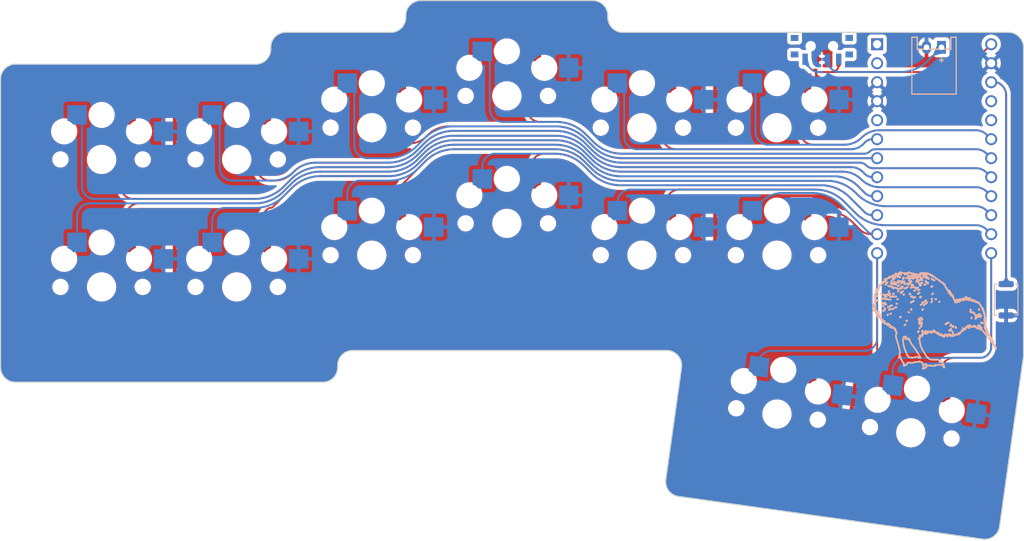
<source format=kicad_pcb>
(kicad_pcb (version 20240108) (generator "pcbnew") (generator_version "8.0")
  (layers (0 "F.Cu" signal) (31 "B.Cu" signal) (34 "B.Paste" user) (35 "F.Paste" user) (36 "B.SilkS" user "B.Silkscreen") (37 "F.SilkS" user "F.Silkscreen") (38 "B.Mask" user) (39 "F.Mask" user) (44 "Edge.Cuts" user))
  (net 0 "")
  (net 1 "GND")
  (net 2 "/R1C1")
  (net 3 "/R1C2")
  (net 4 "/R1C3")
  (net 5 "/R1C4")
  (net 6 "/R1C5")
  (net 7 "/R1C6")
  (net 8 "/R2C1")
  (net 9 "/R2C2")
  (net 10 "/R2C3")
  (net 11 "/R2C4")
  (net 12 "/R2C5")
  (net 13 "/R2C6")
  (net 14 "/R3C5")
  (net 15 "/R3C6")
  (net 16 "/RESET")
  (net 17 "/BATTERY")
  (net 18 "Net-(BT1-+)")
  (footprint "PCM12:PCM12" (layer "F.Cu") (at 122.922586 65.527943 180)
    (property "Reference" "SW16" (hide yes))
    (property "Value" "SW_SPDT_312" (hide yes))
  )
  (footprint "choc:PG1350_Reversible" (layer "F.Cu") (at 44.722586 97.397943)
    (property "Reference" "SW8" (hide yes))
    (property "Value" "SW_Push" (hide yes))
  )
  (footprint "choc:PG1350_Reversible" (layer "F.Cu") (at 26.672586 97.397943)
    (property "Reference" "SW7" (hide yes))
    (property "Value" "SW_Push" (hide yes))
  )
  (footprint "choc:PG1350_Reversible" (layer "F.Cu") (at 116.922586 114.397943 -8)
    (property "Reference" "SW13" (hide yes))
    (property "Value" "SW_Push" (hide yes))
  )
  (footprint "choc:PG1350_Reversible" (layer "F.Cu") (at 26.672586 80.347943)
    (property "Reference" "SW1" (hide yes))
    (property "Value" "SW_Push" (hide yes))
  )
  (footprint "choc:PG1350_Reversible" (layer "F.Cu") (at 116.922586 93.147943)
    (property "Reference" "SW12" (hide yes))
    (property "Value" "SW_Push" (hide yes))
  )
  (footprint "choc:PG1350_Reversible" (layer "F.Cu") (at 80.822586 88.897943)
    (property "Reference" "SW10" (hide yes))
    (property "Value" "SW_Push" (hide yes))
  )
  (footprint "choc:PG1350_Reversible" (layer "F.Cu") (at 62.772586 76.097943)
    (property "Reference" "SW3" (hide yes))
    (property "Value" "SW_Push" (hide yes))
  )
  (footprint "choc:PG1350_Reversible" (layer "F.Cu") (at 134.796925 116.910018 -8)
    (property "Reference" "SW14" (hide yes))
    (property "Value" "SW_Push" (hide yes))
  )
  (footprint "Button_Switch_SMD:SW_Push_SPST_NO_Alps_SKRK" (layer "F.Cu") (at 147.542586 99.117943 -90)
    (property "Reference" "SW_15" (hide yes))
    (property "Value" "SW_Push" (hide yes))
  )
  (footprint "choc:PG1350_Reversible" (layer "F.Cu") (at 98.872586 76.097943)
    (property "Reference" "SW5" (hide yes))
    (property "Value" "SW_Push" (hide yes))
  )
  (footprint "promicro:ProMicro-NoSilk" (layer "F.Cu") (at 137.922586 78.907943 -90)
    (property "Reference" "U1" (hide yes))
    (property "Value" "ProMicro" (hide yes))
  )
  (footprint "choc:PG1350_Reversible" (layer "F.Cu") (at 44.722586 80.347943)
    (property "Reference" "SW2" (hide yes))
    (property "Value" "SW_Push" (hide yes))
  )
  (footprint "choc:PG1350_Reversible" (layer "F.Cu") (at 98.872586 93.147943)
    (property "Reference" "SW11" (hide yes))
    (property "Value" "SW_Push" (hide yes))
  )
  (footprint "choc:PG1350_Reversible" (layer "F.Cu") (at 80.822586 71.847943)
    (property "Reference" "SW4" (hide yes))
    (property "Value" "SW_Push" (hide yes))
  )
  (footprint "choc:PG1350_Reversible" (layer "F.Cu") (at 62.772586 93.147943)
    (property "Reference" "SW9" (hide yes))
    (property "Value" "SW_Push" (hide yes))
  )
  (footprint "choc:PG1350_Reversible" (layer "F.Cu") (at 116.922586 76.097943)
    (property "Reference" "SW6" (hide yes))
    (property "Value" "SW_Push" (hide yes))
  )
  (footprint "JST_PH_S2B-PH-K_02x2.00mm_Angled" (layer "B.Cu") (at 137.902586 65.347943 180)
    (property "Reference" "BT1" (hide yes))
    (property "Value" "Battery_Cell" (hide yes))
  )
  (gr_line (start 144.091859 101.107521) (end 144.125608 101.182297) (stroke (width 0.2)) (layer "B.SilkS"))
  (gr_arc (start 132.701349 95.977114) (mid 132.69442 95.979449) (end 132.687152 95.980246) (stroke (width 0.2)) (layer "B.SilkS"))
  (gr_arc (start 141.08197 99.391434) (mid 141.080107 99.400007) (end 141.075208 99.407282) (stroke (width 0.2)) (layer "B.SilkS"))
  (gr_arc (start 136.789529 96.623488) (mid 136.79699 96.621069) (end 136.804791 96.620246) (stroke (width 0.2)) (layer "B.SilkS"))
  (gr_arc (start 130.441468 97.775309) (mid 130.430276 97.775166) (end 130.419166 97.773812) (stroke (width 0.2)) (layer "B.SilkS"))
  (gr_arc (start 136.134791 95.638273) (mid 136.152304 95.644118) (end 136.169473 95.650906) (stroke (width 0.2)) (layer "B.SilkS"))
  (gr_arc (start 132.634791 96.206737) (mid 132.629945 96.203728) (end 132.626416 96.199246) (stroke (width 0.2)) (layer "B.SilkS"))
  (gr_arc (start 132.210385 102.816436) (mid 132.209721 102.824856) (end 132.208537 102.833219) (stroke (width 0.2)) (layer "B.SilkS"))
  (gr_line (start 130.11968 97.896469) (end 130.144463 97.887753) (stroke (width 0.2)) (layer "B.SilkS"))
  (gr_arc (start 136.813486 96.202444) (mid 136.804498 96.199218) (end 136.796366 96.194212) (stroke (width 0.2)) (layer "B.SilkS"))
  (gr_arc (start 134.504641 104.438959) (mid 134.502348 104.433338) (end 134.504031 104.427505) (stroke (width 0.2)) (layer "B.SilkS"))
  (gr_arc (start 136.28243 102.140246) (mid 136.290656 102.14102) (end 136.298601 102.143291) (stroke (width 0.2)) (layer "B.SilkS"))
  (gr_arc (start 143.206446 99.255934) (mid 143.195833 99.25917) (end 143.184791 99.260246) (stroke (width 0.2)) (layer "B.SilkS"))
  (gr_arc (start 135.747721 96.525958) (mid 135.775702 96.516776) (end 135.804836 96.512476) (stroke (width 0.2)) (layer "B.SilkS"))
  (gr_arc (start 143.978783 102.573787) (mid 143.961411 102.550062) (end 143.945401 102.525398) (stroke (width 0.2)) (layer "B.SilkS"))
  (gr_arc (start 140.479682 102.665046) (mid 140.479391 102.681937) (end 140.478107 102.698781) (stroke (width 0.2)) (layer "B.SilkS"))
  (gr_arc (start 134.979166 95.853812) (mid 134.968067 95.851258) (end 134.957291 95.847571) (stroke (width 0.2)) (layer "B.SilkS"))
  (gr_arc (start 130.463436 97.591314) (mid 130.457981 97.602911) (end 130.451122 97.613738) (stroke (width 0.2)) (layer "B.SilkS"))
  (gr_arc (start 143.639609 101.431996) (mid 143.641953 101.438344) (end 143.643497 101.444932) (stroke (width 0.2)) (layer "B.SilkS"))
  (gr_arc (start 136.796366 96.194212) (mid 136.79171 96.189132) (end 136.789008 96.182793) (stroke (width 0.2)) (layer "B.SilkS"))
  (gr_arc (start 141.681065 103.236396) (mid 141.67689 103.24121) (end 141.671226 103.24414) (stroke (width 0.2)) (layer "B.SilkS"))
  (gr_arc (start 140.472355 103.617978) (mid 140.473283 103.62878) (end 140.47197 103.639542) (stroke (width 0.2)) (layer "B.SilkS"))
  (gr_line (start 135.670698 95.724396) (end 135.424791 95.680667) (stroke (width 0.2)) (layer "B.SilkS"))
  (gr_line (start 135.218916 95.924525) (end 135.179787 95.913401) (stroke (width 0.2)) (layer "B.SilkS"))
  (gr_arc (start 132.161813 100.95114) (mid 132.164008 100.954201) (end 132.164791 100.957885) (stroke (width 0.2)) (layer "B.SilkS"))
  (gr_line (start 145.053988 104.067522) (end 145.147991 104.180246) (stroke (width 0.2)) (layer "B.SilkS"))
  (gr_arc (start 141.724791 99.043103) (mid 141.725585 99.030984) (end 141.727957 99.019074) (stroke (width 0.2)) (layer "B.SilkS"))
  (gr_arc (start 132.279718 99.863167) (mid 132.283365 99.864636) (end 132.284791 99.8683) (stroke (width 0.2)) (layer "B.SilkS"))
  (gr_arc (start 142.937828 101.604522) (mid 142.930819 101.603016) (end 142.924333 101.599963) (stroke (width 0.2)) (layer "B.SilkS"))
  (gr_arc (start 129.98943 99.533326) (mid 129.996062 99.520456) (end 130.004453 99.508656) (stroke (width 0.2)) (layer "B.SilkS"))
  (gr_arc (start 143.633897 101.423224) (mid 143.637101 101.427383) (end 143.639609 101.431996) (stroke (width 0.2)) (layer "B.SilkS"))
  (gr_arc (start 141.204791 99.140246) (mid 141.213235 99.155297) (end 141.219741 99.171282) (stroke (width 0.2)) (layer "B.SilkS"))
  (gr_arc (start 133.942627 97.596348) (mid 133.956784 97.58564) (end 133.971664 97.575961) (stroke (width 0.2)) (layer "B.SilkS"))
  (gr_line (start 132.837366 97.046954) (end 132.724791 97.067847) (stroke (width 0.2)) (layer "B.SilkS"))
  (gr_arc (start 135.957815 102.112582) (mid 135.958079 102.079165) (end 135.962583 102.046052) (stroke (width 0.2)) (layer "B.SilkS"))
  (gr_line (start 132.981817 104.642455) (end 133.091991 104.984217) (stroke (width 0.2)) (layer "B.SilkS"))
  (gr_line (start 133.971995 107.920414) (end 134.104144 107.860564) (stroke (width 0.2)) (layer "B.SilkS"))
  (gr_line (start 135.668962 107.426588) (end 135.758081 107.414176) (stroke (width 0.2)) (layer "B.SilkS"))
  (gr_arc (start 130.747166 101.093832) (mid 130.73083 101.103233) (end 130.713607 101.110888) (stroke (width 0.2)) (layer "B.SilkS"))
  (gr_arc (start 142.924333 101.599963) (mid 142.916399 101.594355) (end 142.909207 101.587823) (stroke (width 0.2)) (layer "B.SilkS"))
  (gr_line (start 132.674447 98.683951) (end 132.746416 98.679246) (stroke (width 0.2)) (layer "B.SilkS"))
  (gr_line (start 137.180815 96.315367) (end 137.164778 96.311833) (stroke (width 0.2)) (layer "B.SilkS"))
  (gr_arc (start 137.207167 103.389327) (mid 137.203721 103.381326) (end 137.201857 103.372817) (stroke (width 0.2)) (layer "B.SilkS"))
  (gr_arc (start 141.918324 99.195008) (mid 141.915297 99.202018) (end 141.90981 99.20733) (stroke (width 0.2)) (layer "B.SilkS"))
  (gr_arc (start 137.546692 103.490247) (mid 137.544071 103.49968) (end 137.53972 103.508451) (stroke (width 0.2)) (layer "B.SilkS"))
  (gr_line (start 134.116819 104.331369) (end 134.12093 104.302312) (stroke (width 0.2)) (layer "B.SilkS"))
  (gr_line (start 135.966603 97.780432) (end 135.924618 97.798) (stroke (width 0.2)) (layer "B.SilkS"))
  (gr_arc (start 136.978216 103.38569) (mid 136.982245 103.39233) (end 136.984375 103.399799) (stroke (width 0.2)) (layer "B.SilkS"))
  (gr_arc (start 135.800639 103.338201) (mid 135.806198 103.329399) (end 135.812848 103.321389) (stroke (width 0.2)) (layer "B.SilkS"))
  (gr_arc (start 132.22145 96.063405) (mid 132.235384 96.06323) (end 132.249305 96.063844) (stroke (width 0.2)) (layer "B.SilkS"))
  (gr_line (start 141.991171 102.9906) (end 142.033762 103.045569) (stroke (width 0.2)) (layer "B.SilkS"))
  (gr_line (start 145.421821 104.050152) (end 145.370088 103.961371) (stroke (width 0.2)) (layer "B.SilkS"))
  (gr_arc (start 131.09551 96.706768) (mid 131.099189 96.707849) (end 131.102429 96.709899) (stroke (width 0.2)) (layer "B.SilkS"))
  (gr_line (start 133.328931 101.485485) (end 133.382436 101.442453) (stroke (width 0.2)) (layer "B.SilkS"))
  (gr_arc (start 144.535222 100.756158) (mid 144.528612 100.747949) (end 144.524074 100.738435) (stroke (width 0.2)) (layer "B.SilkS"))
  (gr_arc (start 132.595806 96.795658) (mid 132.5962 96.800314) (end 132.593958 96.804413) (stroke (width 0.2)) (layer "B.SilkS"))
  (gr_arc (start 134.925298 97.424119) (mid 134.934955 97.422136) (end 134.944791 97.421471) (stroke (width 0.2)) (layer "B.SilkS"))
  (gr_arc (start 136.815547 103.287103) (mid 136.830665 103.278591) (end 136.847671 103.282026) (stroke (width 0.2)) (layer "B.SilkS"))
  (gr_arc (start 139.012435 96.801111) (mid 139.040539 96.816388) (end 139.066737 96.834741) (stroke (width 0.2)) (layer "B.SilkS"))
  (gr_arc (start 143.498112 99.32651) (mid 143.51124 99.33029) (end 143.522487 99.338044) (stroke (width 0.2)) (layer "B.SilkS"))
  (gr_arc (start 131.504221 102.308559) (mid 131.491131 102.299257) (end 131.479405 102.288284) (stroke (width 0.2)) (layer "B.SilkS"))
  (gr_arc (start 136.844791 95.577673) (mid 136.848937 95.565798) (end 136.85962 95.55916) (stroke (width 0.2)) (layer "B.SilkS"))
  (gr_arc (start 142.039985 98.926453) (mid 142.04356 98.93418) (end 142.044791 98.942607) (stroke (width 0.2)) (layer "B.SilkS"))
  (gr_arc (start 139.955294 97.91749) (mid 139.963085 97.919977) (end 139.97037 97.923694) (stroke (width 0.2)) (layer "B.SilkS"))
  (gr_line (start 130.336944 99.213593) (end 130.294791 99.241838) (stroke (width 0.2)) (layer "B.SilkS"))
  (gr_arc (start 134.106624 104.111812) (mid 134.107182 104.1308) (end 134.106295 104.149776) (stroke (width 0.2)) (layer "B.SilkS"))
  (gr_arc (start 135.323104 96.1149) (mid 135.325781 96.117445) (end 135.325157 96.121086) (stroke (width 0.2)) (layer "B.SilkS"))
  (gr_arc (start 136.271427 103.883464) (mid 136.264525 103.891287) (end 136.255249 103.896062) (stroke (width 0.2)) (layer "B.SilkS"))
  (gr_line (start 134.464791 95.900246) (end 134.431077 95.88455) (stroke (width 0.2)) (layer "B.SilkS"))
  (gr_arc (start 143.913636 99.601087) (mid 143.907046 99.581312) (end 143.901466 99.561229) (stroke (width 0.2)) (layer "B.SilkS"))
  (gr_line (start 133.324791 96.060246) (end 133.379063 96.078176) (stroke (width 0.2)) (layer "B.SilkS"))
  (gr_arc (start 136.287775 101.784635) (mid 136.285548 101.773721) (end 136.284791 101.762607) (stroke (width 0.2)) (layer "B.SilkS"))
  (gr_line (start 144.388236 102.26678) (end 144.345787 102.253824) (stroke (width 0.2)) (layer "B.SilkS"))
  (gr_arc (start 136.302997 96.336859) (mid 136.287601 96.339061) (end 136.272634 96.334832) (stroke (width 0.2)) (layer "B.SilkS"))
  (gr_arc (start 143.531361 99.452772) (mid 143.526382 99.447847) (end 143.525217 99.440949) (stroke (width 0.2)) (layer "B.SilkS"))
  (gr_arc (start 142.312284 99.109362) (mid 142.309636 99.117738) (end 142.305632 99.125558) (stroke (width 0.2)) (layer "B.SilkS"))
  (gr_arc (start 130.662416 101.119591) (mid 130.655482 101.116637) (end 130.64969 101.111814) (stroke (width 0.2)) (layer "B.SilkS"))
  (gr_line (start 144.731478 103.651798) (end 144.797899 103.740246) (stroke (width 0.2)) (layer "B.SilkS"))
  (gr_arc (start 143.555527 101.221886) (mid 143.557961 101.221767) (end 143.55955 101.223644) (stroke (width 0.2)) (layer "B.SilkS"))
  (gr_arc (start 132.534491 102.960243) (mid 132.52334 102.95534) (end 132.514214 102.947272) (stroke (width 0.2)) (layer "B.SilkS"))
  (gr_arc (start 138.824282 107.315238) (mid 138.867727 107.340329) (end 138.909491 107.368126) (stroke (width 0.2)) (layer "B.SilkS"))
  (gr_arc (start 136.028045 107.403091) (mid 136.068373 107.411133) (end 136.10824 107.421212) (stroke (width 0.2)) (layer "B.SilkS"))
  (gr_arc (start 133.964791 102.540246) (mid 133.963714 102.537682) (end 133.964741 102.535097) (stroke (width 0.2)) (layer "B.SilkS"))
  (gr_arc (start 143.321549 100.955508) (mid 143.317602 100.962465) (end 143.312348 100.968496) (stroke (width 0.2)) (layer "B.SilkS"))
  (gr_arc (start 132.628853 96.192488) (mid 132.641236 96.188829) (end 132.654093 96.187636) (stroke (width 0.2)) (layer "B.SilkS"))
  (gr_arc (start 131.328674 99.565589) (mid 131.281133 99.578804) (end 131.232627 99.587855) (stroke (width 0.2)) (layer "B.SilkS"))
  (gr_arc (start 140.110627 98.202852) (mid 140.118371 98.230755) (end 140.124483 98.259059) (stroke (width 0.2)) (layer "B.SilkS"))
  (gr_arc (start 139.121712 107.696745) (mid 139.163611 107.768511) (end 139.199806 107.843316) (stroke (width 0.2)) (layer "B.SilkS"))
  (gr_arc (start 136.068233 96.10021) (mid 136.06319 96.095759) (end 136.059775 96.089965) (stroke (width 0.2)) (layer "B.SilkS"))
  (gr_line (start 136.481091 108.185447) (end 136.449834 108.232329) (stroke (width 0.2)) (layer "B.SilkS"))
  (gr_arc (start 144.106258 103.038025) (mid 144.129942 103.029447) (end 144.155119 103.030025) (stroke (width 0.2)) (layer "B.SilkS"))
  (gr_line (start 139.937753 103.750246) (end 139.950062 103.782112) (stroke (width 0.2)) (layer "B.SilkS"))
  (gr_arc (start 135.401458 98.755159) (mid 135.374665 98.775722) (end 135.345116 98.792081) (stroke (width 0.2)) (layer "B.SilkS"))
  (gr_arc (start 140.46729 98.602719) (mid 140.469386 98.616654) (end 140.469921 98.630734) (stroke (width 0.2)) (layer "B.SilkS"))
  (gr_arc (start 132.613587 98.656854) (mid 132.646421 98.663618) (end 132.675636 98.68006) (stroke (width 0.2)) (layer "B.SilkS"))
  (gr_line (start 131.729464 100.08381) (end 131.764808 100.060234) (stroke (width 0.2)) (layer "B.SilkS"))
  (gr_line (start 136.330761 99.644992) (end 136.266396 99.705398) (stroke (width 0.2)) (layer "B.SilkS"))
  (gr_line (start 133.471549 97.577374) (end 133.528571 97.569293) (stroke (width 0.2)) (layer "B.SilkS"))
  (gr_arc (start 139.709964 103.955888) (mid 139.719223 103.947289) (end 139.729371 103.939759) (stroke (width 0.2)) (layer "B.SilkS"))
  (gr_arc (start 132.754791 98.686737) (mid 132.749945 98.683728) (end 132.746416 98.679246) (stroke (width 0.2)) (layer "B.SilkS"))
  (gr_line (start 130.095018 98.329584) (end 129.996533 98.431098) (stroke (width 0.2)) (layer "B.SilkS"))
  (gr_arc (start 144.068862 101.416868) (mid 144.055531 101.425663) (end 144.040611 101.431363) (stroke (width 0.2)) (layer "B.SilkS"))
  (gr_arc (start 134.920168 100.4355) (mid 134.914304 100.442636) (end 134.907166 100.448496) (stroke (width 0.2)) (layer "B.SilkS"))
  (gr_line (start 133.206579 97.208511) (end 133.165863 97.224793) (stroke (width 0.2)) (layer "B.SilkS"))
  (gr_arc (start 130.491847 101.255396) (mid 130.47646 101.257456) (end 130.463284 101.249245) (stroke (width 0.2)) (layer "B.SilkS"))
  (gr_line (start 144.72904 101.484787) (end 144.695833 101.41523) (stroke (width 0.2)) (layer "B.SilkS"))
  (gr_arc (start 131.913041 97.951996) (mid 131.918024 97.958062) (end 131.921737 97.96498) (stroke (width 0.2)) (layer "B.SilkS"))
  (gr_arc (start 130.356404 98.155781) (mid 130.346197 98.165897) (end 130.335177 98.17512) (stroke (width 0.2)) (layer "B.SilkS"))
  (gr_arc (start 140.304791 98.485781) (mid 140.29203 98.478875) (end 140.281493 98.468903) (stroke (width 0.2)) (layer "B.SilkS"))
  (gr_arc (start 135.033958 95.844413) (mid 135.027908 95.849104) (end 135.02088 95.852142) (stroke (width 0.2)) (layer "B.SilkS"))
  (gr_line (start 131.043301 101.785621) (end 131.019939 101.820246) (stroke (width 0.2)) (layer "B.SilkS"))
  (gr_arc (start 139.951282 103.270246) (mid 139.948281 103.275103) (end 139.943791 103.278621) (stroke (width 0.2)) (layer "B.SilkS"))
  (gr_arc (start 138.882416 103.897502) (mid 138.870627 103.881267) (end 138.861111 103.863604) (stroke (width 0.2)) (layer "B.SilkS"))
  (gr_arc (start 134.8155 97.495351) (mid 134.813544 97.491714) (end 134.814166 97.487631) (stroke (width 0.2)) (layer "B.SilkS"))
  (gr_arc (start 138.14145 99.023405) (mid 138.155384 99.023232) (end 138.169305 99.023844) (stroke (width 0.2)) (layer "B.SilkS"))
  (gr_arc (start 139.113821 96.951912) (mid 139.106893 96.936627) (end 139.101596 96.920703) (stroke (width 0.2)) (layer "B.SilkS"))
  (gr_arc (start 141.184146 99.111567) (mid 141.194828 99.125648) (end 141.204791 99.140246) (stroke (width 0.2)) (layer "B.SilkS"))
  (gr_arc (start 132.534791 96.928475) (mid 132.501992 96.933188) (end 132.468894 96.934764) (stroke (width 0.2)) (layer "B.SilkS"))
  (gr_arc (start 131.122863 100.581479) (mid 131.149724 100.565622) (end 131.177951 100.55235) (stroke (width 0.2)) (layer "B.SilkS"))
  (gr_line (start 136.190689 95.612659) (end 136.134253 95.58561) (stroke (width 0.2)) (layer "B.SilkS"))
  (gr_arc (start 133.134722 96.815741) (mid 133.108118 96.818714) (end 133.081368 96.819713) (stroke (width 0.2)) (layer "B.SilkS"))
  (gr_arc (start 131.715879 96.835364) (mid 131.701594 96.842209) (end 131.686603 96.847325) (stroke (width 0.2)) (layer "B.SilkS"))
  (gr_arc (start 135.972818 102.876532) (mid 135.975747 102.872109) (end 135.980203 102.869231) (stroke (width 0.2)) (layer "B.SilkS"))
  (gr_arc (start 140.479802 103.821879) (mid 140.490378 103.838254) (end 140.500207 103.855088) (stroke (width 0.2)) (layer "B.SilkS"))
  (gr_arc (start 131.695604 101.175799) (mid 131.693242 101.171524) (end 131.693619 101.166655) (stroke (width 0.2)) (layer "B.SilkS"))
  (gr_arc (start 133.098179 95.897332) (mid 133.082369 95.887554) (end 133.067083 95.876976) (stroke (width 0.2)) (layer "B.SilkS"))
  (gr_arc (start 134.891543 95.99694) (mid 134.888598 95.99421) (end 134.888002 95.990239) (stroke (width 0.2)) (layer "B.SilkS"))
  (gr_arc (start 137.036448 103.478019) (mid 137.039018 103.489821) (end 137.037682 103.501826) (stroke (width 0.2)) (layer "B.SilkS"))
  (gr_arc (start 141.328943 99.223629) (mid 141.332017 99.223504) (end 141.334549 99.225274) (stroke (width 0.2)) (layer "B.SilkS"))
  (gr_arc (start 140.373527 98.683811) (mid 140.366981 98.643221) (end 140.364791 98.602165) (stroke (width 0.2)) (layer "B.SilkS"))
  (gr_arc (start 131.292364 100.430632) (mid 131.292797 100.426797) (end 131.294388 100.42328) (stroke (width 0.2)) (layer "B.SilkS"))
  (gr_arc (start 133.215077 96.592849) (mid 133.218722 96.595241) (end 133.220231 96.599331) (stroke (width 0.2)) (layer "B.SilkS"))
  (gr_line (start 130.984791 99.004179) (end 130.9412 99.011434) (stroke (width 0.2)) (layer "B.SilkS"))
  (gr_arc (start 135.861128 104.298299) (mid 135.851056 104.274765) (end 135.847266 104.249448) (stroke (width 0.2)) (layer "B.SilkS"))
  (gr_arc (start 137.457116 107.100696) (mid 137.366656 107.076467) (end 137.279566 107.04204) (stroke (width 0.2)) (layer "B.SilkS"))
  (gr_arc (start 130.794458 101.48059) (mid 130.813989 101.515746) (end 130.828859 101.553112) (stroke (width 0.2)) (layer "B.SilkS"))
  (gr_arc (start 136.984375 103.399799) (mid 136.985069 103.410566) (end 136.983963 103.421299) (stroke (width 0.2)) (layer "B.SilkS"))
  (gr_line (start 139.97952 103.85838) (end 139.991829 103.890246) (stroke (width 0.2)) (layer "B.SilkS"))
  (gr_line (start 130.555812 97.385048) (end 130.498605 97.416795) (stroke (width 0.2)) (layer "B.SilkS"))
  (gr_arc (start 140.878213 102.893921) (mid 140.874738 102.896214) (end 140.870584 102.896355) (stroke (width 0.2)) (layer "B.SilkS"))
  (gr_arc (start 139.823245 102.196061) (mid 139.83635 102.197332) (end 139.848451 102.202508) (stroke (width 0.2)) (layer "B.SilkS"))
  (gr_arc (start 143.822081 99.53274) (mid 143.817954 99.535672) (end 143.812906 99.535542) (stroke (width 0.2)) (layer "B.SilkS"))
  (gr_arc (start 134.870699 97.445404) (mid 134.884656 97.438792) (end 134.898916 97.432861) (stroke (width 0.2)) (layer "B.SilkS"))
  (gr_arc (start 132.428601 97.020683) (mid 132.453954 97.024827) (end 132.478958 97.030724) (stroke (width 0.2)) (layer "B.SilkS"))
  (gr_arc (start 143.324791 99.300246) (mid 143.315582 99.313226) (end 143.305296 99.325371) (stroke (width 0.2)) (layer "B.SilkS"))
  (gr_arc (start 140.900428 99.123746) (mid 140.898325 99.114728) (end 140.8971 99.105549) (stroke (width 0.2)) (layer "B.SilkS"))
  (gr_arc (start 131.164791 102.102607) (mid 131.165565 102.094381) (end 131.167836 102.086436) (stroke (width 0.2)) (layer "B.SilkS"))
  (gr_arc (start 133.389054 96.086147) (mid 133.389064 96.090129) (end 133.385529 96.091963) (stroke (width 0.2)) (layer "B.SilkS"))
  (gr_arc (start 131.652437 98.397867) (mid 131.650337 98.38966) (end 131.656378 98.383721) (stroke (width 0.2)) (layer "B.SilkS"))
  (gr_arc (start 136.258531 102.164962) (mid 136.258103 102.158378) (end 136.259775 102.151996) (stroke (width 0.2)) (layer "B.SilkS"))
  (gr_arc (start 131.540729 97.112488) (mid 131.543434 97.115331) (end 131.543166 97.119246) (stroke (width 0.2)) (layer "B.SilkS"))
  (gr_arc (start 132.333693 102.877765) (mid 132.329457 102.867452) (end 132.329256 102.856305) (stroke (width 0.2)) (layer "B.SilkS"))
  (gr_arc (start 140.463876 102.604806) (mid 140.468182 102.606031) (end 140.471028 102.609485) (stroke (width 0.2)) (layer "B.SilkS"))
  (gr_arc (start 132.482272 96.431168) (mid 132.499895 96.432458) (end 132.517365 96.43511) (stroke (width 0.2)) (layer "B.SilkS"))
  (gr_arc (start 134.313145 101.901345) (mid 134.321519 101.906623) (end 134.324791 101.915966) (stroke (width 0.2)) (layer "B.SilkS"))
  (gr_line (start 137.584791 97.340246) (end 137.616166 97.326872) (stroke (width 0.2)) (layer "B.SilkS"))
  (gr_line (start 135.571042 95.809508) (end 135.637794 95.818068) (stroke (width 0.2)) (layer "B.SilkS"))
  (gr_arc (start 141.980738 102.990034) (mid 141.986065 102.98797) (end 141.991149 102.990617) (stroke (width 0.2)) (layer "B.SilkS"))
  (gr_arc (start 132.508505 95.868273) (mid 132.512928 95.871202) (end 132.515806 95.875658) (stroke (width 0.2)) (layer "B.SilkS"))
  (gr_arc (start 144.054393 101.058702) (mid 144.061171 101.059622) (end 144.066557 101.063825) (stroke (width 0.2)) (layer "B.SilkS"))
  (gr_arc (start 134.487356 95.467975) (mid 134.48256 95.456194) (end 134.488838 95.445132) (stroke (width 0.2)) (layer "B.SilkS"))
  (gr_arc (start 130.029713 99.217132) (mid 130.038247 99.203821) (end 130.047433 99.190952) (stroke (width 0.2)) (layer "B.SilkS"))
  (gr_arc (start 135.139701 97.319745) (mid 135.126002 97.322192) (end 135.112098 97.32276) (stroke (width 0.2)) (layer "B.SilkS"))
  (gr_arc (start 133.159636 95.890518) (mid 133.163614 95.897328) (end 133.166292 95.904745) (stroke (width 0.2)) (layer "B.SilkS"))
  (gr_arc (start 130.544733 101.220293) (mid 130.519228 101.239258) (end 130.491847 101.255396) (stroke (width 0.2)) (layer "B.SilkS"))
  (gr_arc (start 133.712263 107.40908) (mid 133.663781 107.340357) (end 133.620993 107.267952) (stroke (width 0.2)) (layer "B.SilkS"))
  (gr_arc (start 137.697568 103.414181) (mid 137.674485 103.449149) (end 137.642883 103.476661) (stroke (width 0.2)) (layer "B.SilkS"))
  (gr_arc (start 144.230223 101.266173) (mid 144.234043 101.265955) (end 144.237269 101.268035) (stroke (width 0.2)) (layer "B.SilkS"))
  (gr_arc (start 135.660729 97.632488) (mid 135.663434 97.635331) (end 135.663166 97.639246) (stroke (width 0.2)) (layer "B.SilkS"))
  (gr_line (start 137.019176 96.252998) (end 136.984791 96.240351) (stroke (width 0.2)) (layer "B.SilkS"))
  (gr_arc (start 137.443519 95.795144) (mid 137.441786 95.800702) (end 137.437392 95.804522) (stroke (width 0.2)) (layer "B.SilkS"))
  (gr_arc (start 138.764579 107.300246) (mid 138.795355 107.304058) (end 138.824282 107.315238) (stroke (width 0.2)) (layer "B.SilkS"))
  (gr_arc (start 134.352937 96.183371) (mid 134.37933 96.187168) (end 134.405405 96.192745) (stroke (width 0.2)) (layer "B.SilkS"))
  (gr_arc (start 134.394121 96.997425) (mid 134.370893 96.993337) (end 134.348237 96.98678) (stroke (width 0.2)) (layer "B.SilkS"))
  (gr_arc (start 139.465009 102.406841) (mid 139.460102 102.407068) (end 139.455844 102.404632) (stroke (width 0.2)) (layer "B.SilkS"))
  (gr_line (start 136.356756 103.779336) (end 136.347783 103.716988) (stroke (width 0.2)) (layer "B.SilkS"))
  (gr_line (start 140.157187 103.113679) (end 140.14885 103.068531) (stroke (width 0.2)) (layer "B.SilkS"))
  (gr_line (start 129.953186 100.449684) (end 130.04559 100.451695) (stroke (width 0.2)) (layer "B.SilkS"))
  (gr_line (start 129.831171 99.91129) (end 129.829732 99.875311) (stroke (width 0.2)) (layer "B.SilkS"))
  (gr_line (start 132.012118 102.596451) (end 131.998344 102.6359) (stroke (width 0.2)) (layer "B.SilkS"))
  (gr_arc (start 129.998411 99.205558) (mid 129.988277 99.211632) (end 129.977884 99.217251) (stroke (width 0.2)) (layer "B.SilkS"))
  (gr_arc (start 132.869154 103.47971) (mid 132.859894 103.474413) (end 132.851905 103.467345) (stroke (width 0.2)) (layer "B.SilkS"))
  (gr_arc (start 139.316786 97.024066) (mid 139.320896 97.026663) (end 139.322814 97.031113) (stroke (width 0.2)) (layer "B.SilkS"))
  (gr_arc (start 136.028925 96.09416) (mid 136.02268 96.074653) (end 136.028095 96.0549) (stroke (width 0.2)) (layer "B.SilkS"))
  (gr_line (start 143.895455 102.743972) (end 143.947989 102.771465) (stroke (width 0.2)) (layer "B.SilkS"))
  (gr_arc (start 131.730252 100.098163) (mid 131.726376 100.096477) (end 131.724791 100.092558) (stroke (width 0.2)) (layer "B.SilkS"))
  (gr_arc (start 136.614791 103.398341) (mid 136.62259 103.397711) (end 136.629541 103.401305) (stroke (width 0.2)) (layer "B.SilkS"))
  (gr_arc (start 131.913041 98.008496) (mid 131.906975 98.013479) (end 131.900057 98.017192) (stroke (width 0.2)) (layer "B.SilkS"))
  (gr_arc (start 134.516981 96.00647) (mid 134.514662 96.002021) (end 134.518168 95.998433) (stroke (width 0.2)) (layer "B.SilkS"))
  (gr_arc (start 135.864773 95.915072) (mid 135.834158 95.90221) (end 135.804985 95.886346) (stroke (width 0.2)) (layer "B.SilkS"))
  (gr_arc (start 132.18145 96.663405) (mid 132.195384 96.66323) (end 132.209305 96.663844) (stroke (width 0.2)) (layer "B.SilkS"))
  (gr_arc (start 133.024726 96.817677) (mid 133.010428 96.814656) (end 132.996718 96.809599) (stroke (width 0.2)) (layer "B.SilkS"))
  (gr_arc (start 135.971903 95.969501) (mid 135.969363 95.973656) (end 135.964791 95.975331) (stroke (width 0.2)) (layer "B.SilkS"))
  (gr_arc (start 129.932047 99.835762) (mid 129.922838 99.840675) (end 129.913075 99.844368) (stroke (width 0.2)) (layer "B.SilkS"))
  (gr_arc (start 134.525298 97.064119) (mid 134.534955 97.062136) (end 134.544791 97.061471) (stroke (width 0.2)) (layer "B.SilkS"))
  (gr_line (start 131.048575 96.890246) (end 131.067302 96.915657) (stroke (width 0.2)) (layer "B.SilkS"))
  (gr_line (start 143.840114 99.506442) (end 143.822081 99.53274) (stroke (width 0.2)) (layer "B.SilkS"))
  (gr_arc (start 143.339215 102.667421) (mid 143.332887 102.67425) (end 143.325443 102.679843) (stroke (width 0.2)) (layer "B.SilkS"))
  (gr_arc (start 131.967152 98.500246) (mid 131.958926 98.499472) (end 131.950981 98.497201) (stroke (width 0.2)) (layer "B.SilkS"))
  (gr_arc (start 131.534791 97.126737) (mid 131.523573 97.130526) (end 131.511991 97.132991) (stroke (width 0.2)) (layer "B.SilkS"))
  (gr_arc (start 139.868611 102.186426) (mid 139.873959 102.195673) (end 139.878768 102.205212) (stroke (width 0.2)) (layer "B.SilkS"))
  (gr_arc (start 136.630119 95.759706) (mid 136.626575 95.748499) (end 136.624409 95.736947) (stroke (width 0.2)) (layer "B.SilkS"))
  (gr_line (start 130.170525 100.583496) (end 130.227596 100.586564) (stroke (width 0.2)) (layer "B.SilkS"))
  (gr_arc (start 130.909708 101.859473) (mid 130.900065 101.855057) (end 130.897742 101.844708) (stroke (width 0.2)) (layer "B.SilkS"))
  (gr_arc (start 144.635795 100.976519) (mid 144.63414 100.987927) (end 144.630818 100.998965) (stroke (width 0.2)) (layer "B.SilkS"))
  (gr_arc (start 129.831171 99.91129) (mid 129.831189 99.925371) (end 129.828993 99.93928) (stroke (width 0.2)) (layer "B.SilkS"))
  (gr_arc (start 131.037271 101.78165) (mid 131.039775 101.780595) (end 131.042416 101.78123) (stroke (width 0.2)) (layer "B.SilkS"))
  (gr_arc (start 142.81839 99.063479) (mid 142.825764 99.067414) (end 142.832249 99.072689) (stroke (width 0.2)) (layer "B.SilkS"))
  (gr_arc (start 130.954291 101.846681) (mid 130.932772 101.85577) (end 130.909708 101.859473) (stroke (width 0.2)) (layer "B.SilkS"))
  (gr_arc (start 132.687152 95.980246) (mid 132.678926 95.979472) (end 132.670981 95.977201) (stroke (width 0.2)) (layer "B.SilkS"))
  (gr_arc (start 130.618616 97.338544) (mid 130.60472 97.351685) (end 130.589785 97.363633) (stroke (width 0.2)) (layer "B.SilkS"))
  (gr_arc (start 137.302817 95.70344) (mid 137.295792 95.712985) (end 137.287306 95.721258) (stroke (width 0.2)) (layer "B.SilkS"))
  (gr_arc (start 133.123633 95.858684) (mid 133.134506 95.866116) (end 133.144813 95.874313) (stroke (width 0.2)) (layer "B.SilkS"))
  (gr_arc (start 138.325067 103.580246) (mid 138.326673 103.568662) (end 138.329397 103.55729) (stroke (width 0.2)) (layer "B.SilkS"))
  (gr_arc (start 132.670859 95.902868) (mid 132.676678 95.907217) (end 132.68215 95.911996) (stroke (width 0.2)) (layer "B.SilkS"))
  (gr_arc (start 138.310961 103.598192) (mid 138.303715 103.591181) (end 138.298251 103.582709) (stroke (width 0.2)) (layer "B.SilkS"))
  (gr_line (start 142.2247 98.950246) (end 142.199019 98.762297) (stroke (width 0.2)) (layer "B.SilkS"))
  (gr_line (start 136.063063 105.041362) (end 136.045545 104.932437) (stroke (width 0.2)) (layer "B.SilkS"))
  (gr_arc (start 138.651456 107.819621) (mid 138.722697 107.824119) (end 138.793395 107.83399) (stroke (width 0.2)) (layer "B.SilkS"))
  (gr_arc (start 133.863231 105.255781) (mid 133.817764 105.039551) (end 133.783773 104.821223) (stroke (width 0.2)) (layer "B.SilkS"))
  (gr_arc (start 136.350189 99.460562) (mid 136.362428 99.453884) (end 136.375261 99.448436) (stroke (width 0.2)) (layer "B.SilkS"))
  (gr_arc (start 134.242459 107.767137) (mid 134.214247 107.793007) (end 134.183402 107.815674) (stroke (width 0.2)) (layer "B.SilkS"))
  (gr_arc (start 131.07477 101.960603) (mid 131.10533 101.94223) (end 131.138975 101.93042) (stroke (width 0.2)) (layer "B.SilkS"))
  (gr_arc (start 131.090574 98.959873) (mid 131.079033 98.971768) (end 131.064791 98.980246) (stroke (width 0.2)) (layer "B.SilkS"))
  (gr_arc (start 131.86145 97.263405) (mid 131.875384 97.26323) (end 131.889305 97.263844) (stroke (width 0.2)) (layer "B.SilkS"))
  (gr_arc (start 130.86145 98.263405) (mid 130.875384 98.26323) (end 130.889305 98.263844) (stroke (width 0.2)) (layer "B.SilkS"))
  (gr_arc (start 134.708505 96.268273) (mid 134.712928 96.271202) (end 134.715806 96.275658) (stroke (width 0.2)) (layer "B.SilkS"))
  (gr_arc (start 132.228505 96.668273) (mid 132.232928 96.671202) (end 132.235806 96.675658) (stroke (width 0.2)) (layer "B.SilkS"))
  (gr_arc (start 143.97994 102.995754) (mid 143.987296 102.997098) (end 143.994096 103.000213) (stroke (width 0.2)) (layer "B.SilkS"))
  (gr_arc (start 131.618027 102.355829) (mid 131.6207 102.348023) (end 131.624508 102.340704) (stroke (width 0.2)) (layer "B.SilkS"))
  (gr_arc (start 133.732465 96.638295) (mid 133.735082 96.640539) (end 133.733637 96.643669) (stroke (width 0.2)) (layer "B.SilkS"))
  (gr_arc (start 141.395548 103.48292) (mid 141.397903 103.472361) (end 141.402965 103.462803) (stroke (width 0.2)) (layer "B.SilkS"))
  (gr_line (start 133.763664 97.980373) (end 133.72983 98.022351) (stroke (width 0.2)) (layer "B.SilkS"))
  (gr_arc (start 133.426191 95.501944) (mid 133.449983 95.530114) (end 133.472653 95.559193) (stroke (width 0.2)) (layer "B.SilkS"))
  (gr_arc (start 131.257589 102.026752) (mid 131.259081 102.022176) (end 131.263489 102.020246) (stroke (width 0.2)) (layer "B.SilkS"))
  (gr_line (start 133.162339 95.688782) (end 133.064791 95.678583) (stroke (width 0.2)) (layer "B.SilkS"))
  (gr_arc (start 136.143881 95.7088) (mid 136.149679 95.701995) (end 136.156527 95.696247) (stroke (width 0.2)) (layer "B.SilkS"))
  (gr_arc (start 136.387938 99.482355) (mid 136.395798 99.491347) (end 136.394455 99.503214) (stroke (width 0.2)) (layer "B.SilkS"))
  (gr_arc (start 130.024791 99.480246) (mid 130.025573 99.481965) (end 130.02497 99.483754) (stroke (width 0.2)) (layer "B.SilkS"))
  (gr_line (start 135.978236 104.553593) (end 135.946246 104.443717) (stroke (width 0.2)) (layer "B.SilkS"))
  (gr_arc (start 134.955416 97.432861) (mid 134.951025 97.439584) (end 134.945358 97.445272) (stroke (width 0.2)) (layer "B.SilkS"))
  (gr_arc (start 130.244927 97.84263) (mid 130.265081 97.836837) (end 130.285587 97.832449) (stroke (width 0.2)) (layer "B.SilkS"))
  (gr_line (start 144.825465 103.072428) (end 144.826694 103.021701) (stroke (width 0.2)) (layer "B.SilkS"))
  (gr_arc (start 141.756678 103.205227) (mid 141.769626 103.226757) (end 141.778542 103.250246) (stroke (width 0.2)) (layer "B.SilkS"))
  (gr_line (start 136.164791 96.400246) (end 136.06206 96.321138) (stroke (width 0.2)) (layer "B.SilkS"))
  (gr_arc (start 138.192078 103.481018) (mid 138.180268 103.478549) (end 138.168973 103.474308) (stroke (width 0.2)) (layer "B.SilkS"))
  (gr_arc (start 141.527872 99.164981) (mid 141.531625 99.158062) (end 141.536641 99.151996) (stroke (width 0.2)) (layer "B.SilkS"))
  (gr_arc (start 137.98345 107.957557) (mid 137.977133 107.968774) (end 137.965772 107.974816) (stroke (width 0.2)) (layer "B.SilkS"))
  (gr_arc (start 132.446711 98.331733) (mid 132.432007 98.327944) (end 132.417764 98.32268) (stroke (width 0.2)) (layer "B.SilkS"))
  (gr_arc (start 143.313897 100.903224) (mid 143.317101 100.907383) (end 143.319609 100.911996) (stroke (width 0.2)) (layer "B.SilkS"))
  (gr_arc (start 131.14088 99.972142) (mid 131.13127 99.974311) (end 131.121468 99.975309) (stroke (width 0.2)) (layer "B.SilkS"))
  (gr_line (start 137.916126 103.239463) (end 137.939675 103.257271) (stroke (width 0.2)) (layer "B.SilkS"))
  (gr_arc (start 137.324791 95.73024) (mid 137.326336 95.724765) (end 137.330503 95.720893) (stroke (width 0.2)) (layer "B.SilkS"))
  (gr_arc (start 143.998962 101.160937) (mid 144.003253 101.152429) (end 144.011024 101.146913) (stroke (width 0.2)) (layer "B.SilkS"))
  (gr_arc (start 142.612558 102.790857) (mid 142.605703 102.833242) (end 142.595957 102.875058) (stroke (width 0.2)) (layer "B.SilkS"))
  (gr_arc (start 134.498883 97.115088) (mid 134.484926 97.1217) (end 134.470666 97.127631) (stroke (width 0.2)) (layer "B.SilkS"))
  (gr_arc (start 136.342627 100.436348) (mid 136.356784 100.42564) (end 136.371664 100.415961) (stroke (width 0.2)) (layer "B.SilkS"))
  (gr_arc (start 143.790654 102.546851) (mid 143.794386 102.542076) (end 143.800172 102.540246) (stroke (width 0.2)) (layer "B.SilkS"))
  (gr_arc (start 135.947267 104.232895) (mid 135.943603 104.221217) (end 135.940335 104.209421) (stroke (width 0.2)) (layer "B.SilkS"))
  (gr_arc (start 132.064791 100.302189) (mid 132.069736 100.303044) (end 132.07405 100.305607) (stroke (width 0.2)) (layer "B.SilkS"))
  (gr_arc (start 142.566429 98.88634) (mid 142.572892 98.875664) (end 142.585374 98.875287) (stroke (width 0.2)) (layer "B.SilkS"))
  (gr_arc (start 131.504674 98.409002) (mid 131.514411 98.413832) (end 131.519762 98.423293) (stroke (width 0.2)) (layer "B.SilkS"))
  (gr_line (start 134.181527 96.182015) (end 134.295743 96.180246) (stroke (width 0.2)) (layer "B.SilkS"))
  (gr_arc (start 130.23251 100.594532) (mid 130.227903 100.601329) (end 130.221199 100.606069) (stroke (width 0.2)) (layer "B.SilkS"))
  (gr_arc (start 139.258676 108.007395) (mid 139.275893 108.076314) (end 139.2886 108.146205) (stroke (width 0.2)) (layer "B.SilkS"))
  (gr_arc (start 131.770345 102.478552) (mid 131.757463 102.483397) (end 131.743904 102.485753) (stroke (width 0.2)) (layer "B.SilkS"))
  (gr_line (start 135.47115 107.443466) (end 135.568817 107.43696) (stroke (width 0.2)) (layer "B.SilkS"))
  (gr_line (start 137.006879 96.075132) (end 137.006894 96.075116) (stroke (width 0.2)) (layer "B.SilkS"))
  (gr_arc (start 135.615112 106.085783) (mid 135.610743 106.078117) (end 135.607418 106.069945) (stroke (width 0.2)) (layer "B.SilkS"))
  (gr_arc (start 143.467326 101.275684) (mid 143.478854 101.28088) (end 143.48972 101.287349) (stroke (width 0.2)) (layer "B.SilkS"))
  (gr_arc (start 139.712671 97.83746) (mid 139.702061 97.824452) (end 139.692541 97.810627) (stroke (width 0.2)) (layer "B.SilkS"))
  (gr_line (start 138.463666 96.458187) (end 138.407556 96.417838) (stroke (width 0.2)) (layer "B.SilkS"))
  (gr_line (start 144.114127 102.93652) (end 144.061507 102.908982) (stroke (width 0.2)) (layer "B.SilkS"))
  (gr_arc (start 132.644791 95.940246) (mid 132.645115 95.932562) (end 132.646085 95.924932) (stroke (width 0.2)) (layer "B.SilkS"))
  (gr_arc (start 136.464791 95.981471) (mid 136.474627 95.982136) (end 136.484284 95.984119) (stroke (width 0.2)) (layer "B.SilkS"))
  (gr_arc (start 134.670699 98.355088) (mid 134.657546 98.348014) (end 134.644791 98.340246) (stroke (width 0.2)) (layer "B.SilkS"))
  (gr_arc (start 141.499746 99.001053) (mid 141.508989 98.998372) (end 141.517185 99.003453) (stroke (width 0.2)) (layer "B.SilkS"))
  (gr_arc (start 136.477741 107.948314) (mid 136.470841 107.92506) (end 136.465067 107.901502) (stroke (width 0.2)) (layer "B.SilkS"))
  (gr_arc (start 130.471058 101.451854) (mid 130.483365 101.443466) (end 130.495967 101.435528) (stroke (width 0.2)) (layer "B.SilkS"))
  (gr_arc (start 135.757619 95.834099) (mid 135.766557 95.836979) (end 135.774975 95.841141) (stroke (width 0.2)) (layer "B.SilkS"))
  (gr_arc (start 136.591653 95.561932) (mid 136.600193 95.558975) (end 136.609184 95.558069) (stroke (width 0.2)) (layer "B.SilkS"))
  (gr_arc (start 132.235806 96.675658) (mid 132.2362 96.680314) (end 132.233958 96.684413) (stroke (width 0.2)) (layer "B.SilkS"))
  (gr_arc (start 132.010416 100.378639) (mid 132.006429 100.376825) (end 132.004791 100.372763) (stroke (width 0.2)) (layer "B.SilkS"))
  (gr_arc (start 140.092764 98.169853) (mid 140.084116 98.158122) (end 140.076893 98.145463) (stroke (width 0.2)) (layer "B.SilkS"))
  (gr_arc (start 132.284791 98.661011) (mid 132.282247 98.669963) (end 132.275314 98.676171) (stroke (width 0.2)) (layer "B.SilkS"))
  (gr_arc (start 131.910879 96.16637) (mid 131.903659 96.161307) (end 131.898525 96.154138) (stroke (width 0.2)) (layer "B.SilkS"))
  (gr_line (start 132.352413 97.505708) (end 132.352413 97.505702) (stroke (width 0.2)) (layer "B.SilkS"))
  (gr_arc (start 131.625946 102.377097) (mid 131.62149 102.373541) (end 131.618592 102.368631) (stroke (width 0.2)) (layer "B.SilkS"))
  (gr_arc (start 137.884583 96.532898) (mid 137.870124 96.528094) (end 137.856474 96.521325) (stroke (width 0.2)) (layer "B.SilkS"))
  (gr_arc (start 140.035536 103.865399) (mid 140.045945 103.833211) (end 140.063008 103.804) (stroke (width 0.2)) (layer "B.SilkS"))
  (gr_arc (start 143.511569 101.527867) (mid 143.503952 101.536683) (end 143.495917 101.54512) (stroke (width 0.2)) (layer "B.SilkS"))
  (gr_arc (start 136.60479 103.457398) (mid 136.604061 103.473319) (end 136.601847 103.489102) (stroke (width 0.2)) (layer "B.SilkS"))
  (gr_line (start 132.307986 97.012339) (end 132.238499 97.003815) (stroke (width 0.2)) (layer "B.SilkS"))
  (gr_arc (start 133.39243 97.58444) (mid 133.383478 97.579822) (end 133.379594 97.570528) (stroke (width 0.2)) (layer "B.SilkS"))
  (gr_arc (start 133.484791 98.140246) (mid 133.483714 98.137682) (end 133.484741 98.135097) (stroke (width 0.2)) (layer "B.SilkS"))
  (gr_arc (start 143.298723 100.902868) (mid 143.302736 100.900905) (end 143.307152 100.900246) (stroke (width 0.2)) (layer "B.SilkS"))
  (gr_line (start 135.010476 96.046176) (end 134.944791 96.020246) (stroke (width 0.2)) (layer "B.SilkS"))
  (gr_arc (start 135.426453 95.997041) (mid 135.485937 96.013479) (end 135.544429 96.033158) (stroke (width 0.2)) (layer "B.SilkS"))
  (gr_arc (start 131.804791 96.228154) (mid 131.806921 96.220526) (end 131.812709 96.215119) (stroke (width 0.2)) (layer "B.SilkS"))
  (gr_arc (start 139.410823 97.32194) (mid 139.375388 97.245157) (end 139.343441 97.166859) (stroke (width 0.2)) (layer "B.SilkS"))
  (gr_arc (start 138.824791 107.420246) (mid 138.828563 107.427626) (end 138.831051 107.43553) (stroke (width 0.2)) (layer "B.SilkS"))
  (gr_arc (start 143.467129 101.626877) (mid 143.467816 101.611319) (end 143.47029 101.595943) (stroke (width 0.2)) (layer "B.SilkS"))
  (gr_line (start 133.792413 96.145702) (end 133.82145 96.143405) (stroke (width 0.2)) (layer "B.SilkS"))
  (gr_arc (start 140.987606 99.260246) (mid 140.982086 99.259123) (end 140.977468 99.255898) (stroke (width 0.2)) (layer "B.SilkS"))
  (gr_arc (start 137.42925 95.743106) (mid 137.440262 95.768062) (end 137.443519 95.795144) (stroke (width 0.2)) (layer "B.SilkS"))
  (gr_arc (start 142.188011 102.881782) (mid 142.193433 102.871258) (end 142.200224 102.861561) (stroke (width 0.2)) (layer "B.SilkS"))
  (gr_arc (start 143.857136 101.105615) (mid 143.841211 101.114694) (end 143.824302 101.121774) (stroke (width 0.2)) (layer "B.SilkS"))
  (gr_line (start 136.234791 99.696318) (end 136.338746 99.581383) (stroke (width 0.2)) (layer "B.SilkS"))
  (gr_arc (start 135.968389 102.895732) (mid 135.969869 102.885963) (end 135.972818 102.876532) (stroke (width 0.2)) (layer "B.SilkS"))
  (gr_arc (start 139.770422 103.808772) (mid 139.771947 103.800991) (end 139.776959 103.794851) (stroke (width 0.2)) (layer "B.SilkS"))
  (gr_arc (start 132.969971 95.949646) (mid 132.975515 95.94378) (end 132.983569 95.943246) (stroke (width 0.2)) (layer "B.SilkS"))
  (gr_arc (start 131.91933 100.022329) (mid 131.923206 100.024015) (end 131.924791 100.027934) (stroke (width 0.2)) (layer "B.SilkS"))
  (gr_arc (start 143.481437 101.229826) (mid 143.469508 101.223103) (end 143.458471 101.215001) (stroke (width 0.2)) (layer "B.SilkS"))
  (gr_arc (start 137.579464 95.917477) (mid 137.571692 95.909768) (end 137.56522 95.90094) (stroke (width 0.2)) (layer "B.SilkS"))
  (gr_arc (start 130.042169 98.806314) (mid 130.03782 98.812133) (end 130.033041 98.817605) (stroke (width 0.2)) (layer "B.SilkS"))
  (gr_arc (start 137.366776 103.393489) (mid 137.370272 103.387721) (end 137.376862 103.386287) (stroke (width 0.2)) (layer "B.SilkS"))
  (gr_arc (start 136.835278 99.586029) (mid 136.823195 99.591674) (end 136.81037 99.595331) (stroke (width 0.2)) (layer "B.SilkS"))
  (gr_arc (start 144.574819 100.914323) (mid 144.572747 100.898472) (end 144.573423 100.882501) (stroke (width 0.2)) (layer "B.SilkS"))
  (gr_line (start 129.962057 100.050466) (end 129.99752 100.053528) (stroke (width 0.2)) (layer "B.SilkS"))
  (gr_arc (start 133.166292 95.904745) (mid 133.166293 95.910142) (end 133.16357 95.914801) (stroke (width 0.2)) (layer "B.SilkS"))
  (gr_arc (start 131.42629 96.559356) (mid 131.405533 96.56731) (end 131.384321 96.573958) (stroke (width 0.2)) (layer "B.SilkS"))
  (gr_line (start 136.976656 99.508906) (end 136.945715 99.540856) (stroke (width 0.2)) (layer "B.SilkS"))
  (gr_arc (start 134.537428 95.885558) (mid 134.551407 95.892347) (end 134.564791 95.900246) (stroke (width 0.2)) (layer "B.SilkS"))
  (gr_line (start 132.331124 95.894753) (end 132.23973 95.974019) (stroke (width 0.2)) (layer "B.SilkS"))
  (gr_arc (start 136.002735 101.890274) (mid 135.996574 101.897515) (end 135.987468 101.900246) (stroke (width 0.2)) (layer "B.SilkS"))
  (gr_arc (start 137.080209 103.499965) (mid 137.070542 103.520664) (end 137.059623 103.540731) (stroke (width 0.2)) (layer "B.SilkS"))
  (gr_arc (start 138.768033 107.435508) (mid 138.765616 107.428046) (end 138.764791 107.420246) (stroke (width 0.2)) (layer "B.SilkS"))
  (gr_arc (start 140.442132 103.830789) (mid 140.437896 103.837117) (end 140.431739 103.84159) (stroke (width 0.2)) (layer "B.SilkS"))
  (gr_arc (start 135.903603 101.846488) (mid 135.894603 101.843416) (end 135.886517 101.838412) (stroke (width 0.2)) (layer "B.SilkS"))
  (gr_line (start 135.504791 95.800813) (end 135.571042 95.809508) (stroke (width 0.2)) (layer "B.SilkS"))
  (gr_arc (start 133.041468 99.055309) (mid 133.030276 99.055166) (end 133.019166 99.053812) (stroke (width 0.2)) (layer "B.SilkS"))
  (gr_line (start 134.684827 96.500221) (end 134.652921 96.521802) (stroke (width 0.2)) (layer "B.SilkS"))
  (gr_arc (start 130.538108 101.096442) (mid 130.538467 101.106842) (end 130.536521 101.117065) (stroke (width 0.2)) (layer "B.SilkS"))
  (gr_arc (start 138.193958 99.044413) (mid 138.187909 99.049108) (end 138.18088 99.052142) (stroke (width 0.2)) (layer "B.SilkS"))
  (gr_arc (start 136.842169 96.646314) (mid 136.83782 96.652133) (end 136.833041 96.657605) (stroke (width 0.2)) (layer "B.SilkS"))
  (gr_arc (start 142.169431 98.772607) (mid 142.171538 98.736772) (end 142.175348 98.701078) (stroke (width 0.2)) (layer "B.SilkS"))
  (gr_arc (start 135.923221 101.653576) (mid 135.918299 101.666442) (end 135.911855 101.678617) (stroke (width 0.2)) (layer "B.SilkS"))
  (gr_arc (start 132.103664 102.710473) (mid 132.112634 102.715851) (end 132.119354 102.723864) (stroke (width 0.2)) (layer "B.SilkS"))
  (gr_arc (start 137.611107 96.308778) (mid 137.616931 96.308319) (end 137.622545 96.30995) (stroke (width 0.2)) (layer "B.SilkS"))
  (gr_arc (start 131.848684 98.497247) (mid 131.843912 98.504764) (end 131.836417 98.509571) (stroke (width 0.2)) (layer "B.SilkS"))
  (gr_line (start 130.0152 98.598627) (end 129.905608 98.700246) (stroke (width 0.2)) (layer "B.SilkS"))
  (gr_arc (start 139.136709 96.987835) (mid 139.124464 96.970384) (end 139.113821 96.951912) (stroke (width 0.2)) (layer "B.SilkS"))
  (gr_line (start 130.830519 97.008403) (end 130.770065 97.03669) (stroke (width 0.2)) (layer "B.SilkS"))
  (gr_arc (start 134.151756 104.144528) (mid 134.152879 104.163734) (end 134.151345 104.182912) (stroke (width 0.2)) (layer "B.SilkS"))
  (gr_arc (start 143.770326 102.886252) (mid 143.808253 102.911213) (end 143.843834 102.939416) (stroke (width 0.2)) (layer "B.SilkS"))
  (gr_arc (start 130.933926 101.761533) (mid 130.935633 101.774554) (end 130.932825 101.787382) (stroke (width 0.2)) (layer "B.SilkS"))
  (gr_arc (start 134.817591 96.652991) (mid 134.80601 96.650523) (end 134.794791 96.646737) (stroke (width 0.2)) (layer "B.SilkS"))
  (gr_arc (start 132.127232 102.771343) (mid 132.125931 102.758489) (end 132.125404 102.745581) (stroke (width 0.2)) (layer "B.SilkS"))
  (gr_arc (start 142.7919 100.678853) (mid 142.800683 100.688657) (end 142.808344 100.69936) (stroke (width 0.2)) (layer "B.SilkS"))
  (gr_line (start 132.264791 96.019413) (end 132.200599 96.023946) (stroke (width 0.2)) (layer "B.SilkS"))
  (gr_arc (start 135.97688 106.895344) (mid 135.923965 106.881626) (end 135.872421 106.863419) (stroke (width 0.2)) (layer "B.SilkS"))
  (gr_arc (start 134.70088 96.292142) (mid 134.69127 96.294311) (end 134.681468 96.295309) (stroke (width 0.2)) (layer "B.SilkS"))
  (gr_arc (start 137.960904 96.524939) (mid 137.963105 96.526407) (end 137.963807 96.528938) (stroke (width 0.2)) (layer "B.SilkS"))
  (gr_line (start 138.537694 107.821467) (end 138.651456 107.819621) (stroke (width 0.2)) (layer "B.SilkS"))
  (gr_arc (start 132.731958 96.965523) (mid 132.740334 96.962346) (end 132.749278 96.961853) (stroke (width 0.2)) (layer "B.SilkS"))
  (gr_arc (start 131.554791 98.728896) (mid 131.514921 98.733409) (end 131.474826 98.734926) (stroke (width 0.2)) (layer "B.SilkS"))
  (gr_arc (start 131.352952 96.675393) (mid 131.35513 96.680505) (end 131.354378 96.686011) (stroke (width 0.2)) (layer "B.SilkS"))
  (gr_arc (start 132.734791 103.105246) (mid 132.733625 103.096692) (end 132.73392 103.088063) (stroke (width 0.2)) (layer "B.SilkS"))
  (gr_line (start 144.828068 101.86955) (end 144.728529 101.918313) (stroke (width 0.2)) (layer "B.SilkS"))
  (gr_line (start 136.914791 96.095874) (end 136.834255 96.035132) (stroke (width 0.2)) (layer "B.SilkS"))
  (gr_arc (start 132.863166 98.679246) (mid 132.859627 98.683717) (end 132.854791 98.686737) (stroke (width 0.2)) (layer "B.SilkS"))
  (gr_arc (start 136.749086 103.690037) (mid 136.748182 103.691028) (end 136.746984 103.690425) (stroke (width 0.2)) (layer "B.SilkS"))
  (gr_arc (start 137.480787 95.846462) (mid 137.450678 95.840169) (end 137.421456 95.830564) (stroke (width 0.2)) (layer "B.SilkS"))
  (gr_line (start 144.922396 103.116242) (end 144.917808 103.202142) (stroke (width 0.2)) (layer "B.SilkS"))
  (gr_arc (start 134.024791 97.580246) (mid 134.01888 97.588369) (end 134.011808 97.595504) (stroke (width 0.2)) (layer "B.SilkS"))
  (gr_arc (start 132.753958 96.804413) (mid 132.747908 96.809104) (end 132.74088 96.812142) (stroke (width 0.2)) (layer "B.SilkS"))
  (gr_arc (start 141.712905 99.094946) (mid 141.697309 99.122093) (end 141.678019 99.146753) (stroke (width 0.2)) (layer "B.SilkS"))
  (gr_arc (start 137.33653 95.767232) (mid 137.327804 95.749643) (end 137.324791 95.73024) (stroke (width 0.2)) (layer "B.SilkS"))
  (gr_arc (start 137.605501 103.472926) (mid 137.588193 103.450487) (end 137.577433 103.424271) (stroke (width 0.2)) (layer "B.SilkS"))
  (gr_arc (start 131.707369 101.128507) (mid 131.712939 101.115345) (end 131.719442 101.102617) (stroke (width 0.2)) (layer "B.SilkS"))
  (gr_arc (start 139.505804 102.302076) (mid 139.511904 102.308685) (end 139.512659 102.317653) (stroke (width 0.2)) (layer "B.SilkS"))
  (gr_line (start 130.065077 98.841964) (end 130.043372 98.883479) (stroke (width 0.2)) (layer "B.SilkS"))
  (gr_arc (start 135.740556 96.48917) (mid 135.802618 96.478733) (end 135.865313 96.47326) (stroke (width 0.2)) (layer "B.SilkS"))
  (gr_arc (start 136.259775 102.151996) (mid 136.263234 102.146931) (end 136.268233 102.143378) (stroke (width 0.2)) (layer "B.SilkS"))
  (gr_arc (start 130.340151 101.001539) (mid 130.340217 100.98659) (end 130.342305 100.971788) (stroke (width 0.2)) (layer "B.SilkS"))
  (gr_arc (start 129.986788 99.403746) (mid 129.975217 99.422964) (end 129.961248 99.440517) (stroke (width 0.2)) (layer "B.SilkS"))
  (gr_arc (start 129.960447 99.830881) (mid 129.962653 99.837762) (end 129.962153 99.84497) (stroke (width 0.2)) (layer "B.SilkS"))
  (gr_arc (start 137.094028 103.459702) (mid 137.087882 103.480095) (end 137.080209 103.499965) (stroke (width 0.2)) (layer "B.SilkS"))
  (gr_arc (start 131.016743 98.955038) (mid 131.050307 98.94931) (end 131.084302 98.947396) (stroke (width 0.2)) (layer "B.SilkS"))
  (gr_arc (start 132.226954 102.849187) (mid 132.221406 102.850187) (end 132.21581 102.849511) (stroke (width 0.2)) (layer "B.SilkS"))
  (gr_arc (start 142.788289 99.18295) (mid 142.786756 99.186112) (end 142.783228 99.185793) (stroke (width 0.2)) (layer "B.SilkS"))
  (gr_arc (start 141.808277 99.051237) (mid 141.799784 99.052479) (end 141.791202 99.052446) (stroke (width 0.2)) (layer "B.SilkS"))
  (gr_arc (start 143.312348 100.968496) (mid 143.305895 100.973512) (end 143.298601 100.977201) (stroke (width 0.2)) (layer "B.SilkS"))
  (gr_line (start 134.226399 106.301229) (end 134.190161 106.215223) (stroke (width 0.2)) (layer "B.SilkS"))
  (gr_arc (start 133.917291 96.687571) (mid 133.90872 96.683586) (end 133.900624 96.678709) (stroke (width 0.2)) (layer "B.SilkS"))
  (gr_arc (start 132.925349 103.508373) (mid 132.911509 103.559901) (end 132.892468 103.609742) (stroke (width 0.2)) (layer "B.SilkS"))
  (gr_line (start 141.164877 103.733592) (end 141.168915 103.700246) (stroke (width 0.2)) (layer "B.SilkS"))
  (gr_arc (start 140.80807 99.190364) (mid 140.833225 99.21954) (end 140.852521 99.252883) (stroke (width 0.2)) (layer "B.SilkS"))
  (gr_arc (start 131.564818 102.327657) (mid 131.549375 102.325962) (end 131.534285 102.322268) (stroke (width 0.2)) (layer "B.SilkS"))
  (gr_arc (start 143.45121 101.662086) (mid 143.439866 101.639788) (end 143.435666 101.615122) (stroke (width 0.2)) (layer "B.SilkS"))
  (gr_arc (start 130.441227 101.162688) (mid 130.43208 101.169892) (end 130.422069 101.175835) (stroke (width 0.2)) (layer "B.SilkS"))
  (gr_line (start 144.68478 102.820188) (end 144.673753 102.747903) (stroke (width 0.2)) (layer "B.SilkS"))
  (gr_arc (start 132.153041 100.945428) (mid 132.157663 100.947922) (end 132.161813 100.95114) (stroke (width 0.2)) (layer "B.SilkS"))
  (gr_arc (start 133.577209 95.514334) (mid 133.560162 95.510348) (end 133.544791 95.50197) (stroke (width 0.2)) (layer "B.SilkS"))
  (gr_arc (start 133.214557 106.882139) (mid 133.209494 106.881837) (end 133.207174 106.877327) (stroke (width 0.2)) (layer "B.SilkS"))
  (gr_line (start 142.682213 99.120246) (end 142.677795 99.18391) (stroke (width 0.2)) (layer "B.SilkS"))
  (gr_line (start 132.208915 102.740246) (end 132.210543 102.765635) (stroke (width 0.2)) (layer "B.SilkS"))
  (gr_line (start 133.455561 97.631044) (end 133.411265 97.644472) (stroke (width 0.2)) (layer "B.SilkS"))
  (gr_arc (start 135.684791 96.594904) (mid 135.68339 96.605859) (end 135.67924 96.616093) (stroke (width 0.2)) (layer "B.SilkS"))
  (gr_arc (start 132.084791 100.982607) (mid 132.085565 100.974381) (end 132.087836 100.966436) (stroke (width 0.2)) (layer "B.SilkS"))
  (gr_line (start 133.159835 96.810975) (end 133.134722 96.815741) (stroke (width 0.2)) (layer "B.SilkS"))
  (gr_arc (start 131.271404 102.003319) (mid 131.272138 102.009252) (end 131.270932 102.015108) (stroke (width 0.2)) (layer "B.SilkS"))
  (gr_line (start 136.524741 99.855097) (end 136.559689 99.810246) (stroke (width 0.2)) (layer "B.SilkS"))
  (gr_arc (start 130.915806 98.275658) (mid 130.9162 98.280314) (end 130.913958 98.284413) (stroke (width 0.2)) (layer "B.SilkS"))
  (gr_line (start 137.819591 95.996769) (end 137.79622 95.982745) (stroke (width 0.2)) (layer "B.SilkS"))
  (gr_line (start 136.843844 99.177836) (end 136.843855 99.177844) (stroke (width 0.2)) (layer "B.SilkS"))
  (gr_arc (start 140.224228 103.291139) (mid 140.217279 103.297806) (end 140.207969 103.300246) (stroke (width 0.2)) (layer "B.SilkS"))
  (gr_arc (start 131.753201 102.508542) (mid 131.739791 102.514233) (end 131.726047 102.519061) (stroke (width 0.2)) (layer "B.SilkS"))
  (gr_line (start 135.67553 106.137493) (end 135.874584 106.481651) (stroke (width 0.2)) (layer "B.SilkS"))
  (gr_arc (start 134.424224 97.11522) (mid 134.434297 97.107444) (end 134.444791 97.100246) (stroke (width 0.2)) (layer "B.SilkS"))
  (gr_arc (start 143.945804 100.342076) (mid 143.951904 100.348685) (end 143.952659 100.357653) (stroke (width 0.2)) (layer "B.SilkS"))
  (gr_arc (start 133.080827 96.594507) (mid 133.093231 96.590807) (end 133.10611 96.589514) (stroke (width 0.2)) (layer "B.SilkS"))
  (gr_arc (start 132.584459 102.940522) (mid 132.603834 102.927839) (end 132.625553 102.919803) (stroke (width 0.2)) (layer "B.SilkS"))
  (gr_arc (start 135.890036 97.005196) (mid 135.897606 96.995446) (end 135.905757 96.986176) (stroke (width 0.2)) (layer "B.SilkS"))
  (gr_line (start 136.949261 96.228017) (end 136.908591 96.217165) (stroke (width 0.2)) (layer "B.SilkS"))
  (gr_arc (start 137.133064 103.400502) (mid 137.123789 103.39839) (end 137.115194 103.394315) (stroke (width 0.2)) (layer "B.SilkS"))
  (gr_line (start 135.612417 96.543909) (end 135.644794 96.524465) (stroke (width 0.2)) (layer "B.SilkS"))
  (gr_arc (start 134.187677 104.254227) (mid 134.190079 104.235403) (end 134.194088 104.216855) (stroke (width 0.2)) (layer "B.SilkS"))
  (gr_arc (start 144.097789 101.328916) (mid 144.101991 101.338332) (end 144.103592 101.348518) (stroke (width 0.2)) (layer "B.SilkS"))
  (gr_arc (start 144.746694 102.275915) (mid 144.748466 102.26288) (end 144.753666 102.2508) (stroke (width 0.2)) (layer "B.SilkS"))
  (gr_arc (start 136.969078 103.490468) (mid 136.966389 103.484168) (end 136.966684 103.477325) (stroke (width 0.2)) (layer "B.SilkS"))
  (gr_line (start 144.473905 100.309544) (end 144.447 100.370246) (stroke (width 0.2)) (layer "B.SilkS"))
  (gr_arc (start 135.958556 101.627846) (mid 135.955568 101.621356) (end 135.952791 101.614772) (stroke (width 0.2)) (layer "B.SilkS"))
  (gr_arc (start 131.369305 100.263844) (mid 131.379074 100.265324) (end 131.388505 100.268273) (stroke (width 0.2)) (layer "B.SilkS"))
  (gr_arc (start 137.480787 95.846462) (mid 137.492757 95.849035) (end 137.504311 95.853084) (stroke (width 0.2)) (layer "B.SilkS"))
  (gr_arc (start 130.697808 101.379842) (mid 130.72052 101.398376) (end 130.742344 101.417947) (stroke (width 0.2)) (layer "B.SilkS"))
  (gr_arc (start 141.942252 98.936138) (mid 141.939531 98.929598) (end 141.93902 98.922536) (stroke (width 0.2)) (layer "B.SilkS"))
  (gr_arc (start 144.884791 103.571349) (mid 144.885904 103.560277) (end 144.889207 103.549651) (stroke (width 0.2)) (layer "B.SilkS"))
  (gr_arc (start 130.667445 97.081705) (mid 130.673244 97.078145) (end 130.679339 97.075119) (stroke (width 0.2)) (layer "B.SilkS"))
  (gr_arc (start 132.336103 100.388311) (mid 132.329496 100.386234) (end 132.329737 100.379313) (stroke (width 0.2)) (layer "B.SilkS"))
  (gr_line (start 139.188114 104.021468) (end 139.179137 103.972532) (stroke (width 0.2)) (layer "B.SilkS"))
  (gr_arc (start 133.347098 106.097499) (mid 133.35107 106.15357) (end 133.350785 106.209781) (stroke (width 0.2)) (layer "B.SilkS"))
  (gr_arc (start 136.833041 96.625428) (mid 136.837663 96.627922) (end 136.841813 96.63114) (stroke (width 0.2)) (layer "B.SilkS"))
  (gr_arc (start 132.044791 98.338493) (mid 132.043805 98.346659) (end 132.040942 98.354369) (stroke (width 0.2)) (layer "B.SilkS"))
  (gr_arc (start 131.149508 96.790793) (mid 131.152316 96.79949) (end 131.150359 96.808417) (stroke (width 0.2)) (layer "B.SilkS"))
  (gr_arc (start 135.546416 97.639246) (mid 135.546117 97.63532) (end 135.548853 97.632488) (stroke (width 0.2)) (layer "B.SilkS"))
  (gr_line (start 135.842868 96.662834) (end 135.82726 96.680246) (stroke (width 0.2)) (layer "B.SilkS"))
  (gr_arc (start 138.668505 99.388273) (mid 138.672946 99.39119) (end 138.675806 99.395658) (stroke (width 0.2)) (layer "B.SilkS"))
  (gr_arc (start 139.141644 104.017634) (mid 139.130231 104.00719) (end 139.11989 103.995683) (stroke (width 0.2)) (layer "B.SilkS"))
  (gr_arc (start 130.738753 101.654558) (mid 130.735029 101.654634) (end 130.732204 101.652205) (stroke (width 0.2)) (layer "B.SilkS"))
  (gr_arc (start 141.168524 103.600246) (mid 141.170002 103.595941) (end 141.174351 103.594683) (stroke (width 0.2)) (layer "B.SilkS"))
  (gr_arc (start 137.827961 103.20547) (mid 137.83359 103.227987) (end 137.837651 103.250839) (stroke (width 0.2)) (layer "B.SilkS"))
  (gr_line (start 134.584791 95.980246) (end 134.699039 95.953367) (stroke (width 0.2)) (layer "B.SilkS"))
  (gr_line (start 138.364791 103.600246) (end 138.386837 103.649668) (stroke (width 0.2)) (layer "B.SilkS"))
  (gr_arc (start 140.369225 103.831595) (mid 140.373103 103.827707) (end 140.378589 103.827291) (stroke (width 0.2)) (layer "B.SilkS"))
  (gr_arc (start 134.551195 95.543097) (mid 134.528737 95.552553) (end 134.504754 95.556861) (stroke (width 0.2)) (layer "B.SilkS"))
  (gr_arc (start 136.898902 108.069025) (mid 136.879255 108.100454) (end 136.857906 108.130752) (stroke (width 0.2)) (layer "B.SilkS"))
  (gr_line (start 133.964741 102.535097) (end 133.999689 102.490246) (stroke (width 0.2)) (layer "B.SilkS"))
  (gr_arc (start 139.343441 97.166859) (mid 139.329241 97.116691) (end 139.324163 97.064801) (stroke (width 0.2)) (layer "B.SilkS"))
  (gr_arc (start 142.655685 98.903224) (mid 142.658745 98.901027) (end 142.66243 98.900246) (stroke (width 0.2)) (layer "B.SilkS"))
  (gr_arc (start 132.759176 100.124965) (mid 132.770313 100.11797) (end 132.78212 100.112176) (stroke (width 0.2)) (layer "B.SilkS"))
  (gr_line (start 131.920118 100.036682) (end 131.884774 100.060258) (stroke (width 0.2)) (layer "B.SilkS"))
  (gr_arc (start 134.6155 98.305141) (mid 134.619795 98.302418) (end 134.624791 98.301471) (stroke (width 0.2)) (layer "B.SilkS"))
  (gr_line (start 132.280441 99.876544) (end 132.244817 99.900228) (stroke (width 0.2)) (layer "B.SilkS"))
  (gr_line (start 143.054298 99.314592) (end 143.022764 99.177419) (stroke (width 0.2)) (layer "B.SilkS"))
  (gr_arc (start 138.401565 103.643549) (mid 138.399576 103.648988) (end 138.395146 103.652719) (stroke (width 0.2)) (layer "B.SilkS"))
  (gr_arc (start 129.910548 99.537992) (mid 129.903161 99.525861) (end 129.905825 99.51191) (stroke (width 0.2)) (layer "B.SilkS"))
  (gr_arc (start 140.961452 99.305221) (mid 140.97981 99.301158) (end 140.996571 99.309716) (stroke (width 0.2)) (layer "B.SilkS"))
  (gr_arc (start 137.625337 99.267352) (mid 137.632215 99.264881) (end 137.638341 99.268869) (stroke (width 0.2)) (layer "B.SilkS"))
  (gr_arc (start 135.016853 107.553497) (mid 134.984106 107.562201) (end 134.95053 107.566759) (stroke (width 0.2)) (layer "B.SilkS"))
  (gr_arc (start 130.859166 98.293812) (mid 130.848067 98.291258) (end 130.837291 98.287571) (stroke (width 0.2)) (layer "B.SilkS"))
  (gr_arc (start 143.28243 100.980246) (mid 143.275159 100.97946) (end 143.268233 100.977114) (stroke (width 0.2)) (layer "B.SilkS"))
  (gr_line (start 142.566882 102.871615) (end 142.575622 102.900246) (stroke (width 0.2)) (layer "B.SilkS"))
  (gr_arc (start 135.951129 102.379524) (mid 135.934521 102.356989) (end 135.92578 102.330395) (stroke (width 0.2)) (layer "B.SilkS"))
  (gr_arc (start 135.104685 95.868094) (mid 135.114677 95.866427) (end 135.124791 95.865869) (stroke (width 0.2)) (layer "B.SilkS"))
  (gr_arc (start 131.019223 96.832075) (mid 131.025452 96.825151) (end 131.034282 96.82219) (stroke (width 0.2)) (layer "B.SilkS"))
  (gr_arc (start 136.121177 99.827946) (mid 136.118236 99.827971) (end 136.117588 99.825102) (stroke (width 0.2)) (layer "B.SilkS"))
  (gr_arc (start 136.584791 96.059021) (mid 136.574955 96.058356) (end 136.565298 96.056373) (stroke (width 0.2)) (layer "B.SilkS"))
  (gr_line (start 130.184791 99.31263) (end 130.261035 99.226388) (stroke (width 0.2)) (layer "B.SilkS"))
  (gr_arc (start 135.948562 98.204741) (mid 135.928807 98.223774) (end 135.907795 98.241409) (stroke (width 0.2)) (layer "B.SilkS"))
  (gr_line (start 130.294791 99.241838) (end 130.184791 99.31263) (stroke (width 0.2)) (layer "B.SilkS"))
  (gr_arc (start 130.863652 99.011948) (mid 130.860435 99.009939) (end 130.860528 99.006147) (stroke (width 0.2)) (layer "B.SilkS"))
  (gr_arc (start 131.241813 102.07114) (mid 131.244008 102.074201) (end 131.244791 102.077885) (stroke (width 0.2)) (layer "B.SilkS"))
  (gr_arc (start 133.379594 97.570528) (mid 133.380625 97.5553) (end 133.385117 97.540714) (stroke (width 0.2)) (layer "B.SilkS"))
  (gr_arc (start 144.621421 100.944933) (mid 144.62789 100.950377) (end 144.63245 100.957495) (stroke (width 0.2)) (layer "B.SilkS"))
  (gr_arc (start 134.364791 104.320246) (mid 134.357389 104.324061) (end 134.349496 104.326713) (stroke (width 0.2)) (layer "B.SilkS"))
  (gr_arc (start 130.137898 98.718963) (mid 130.137992 98.723508) (end 130.134791 98.726737) (stroke (width 0.2)) (layer "B.SilkS"))
  (gr_line (start 130.043372 98.883479) (end 130.00495 98.946299) (stroke (width 0.2)) (layer "B.SilkS"))
  (gr_arc (start 136.609791 95.645975) (mid 136.603378 95.653528) (end 136.595941 95.660075) (stroke (width 0.2)) (layer "B.SilkS"))
  (gr_line (start 135.26611 97.869514) (end 135.304791 97.868044) (stroke (width 0.2)) (layer "B.SilkS"))
  (gr_arc (start 142.781699 99.150246) (mid 142.778123 99.132747) (end 142.775985 99.115015) (stroke (width 0.2)) (layer "B.SilkS"))
  (gr_line (start 139.81415 98.00531) (end 139.805229 97.981572) (stroke (width 0.2)) (layer "B.SilkS"))
  (gr_arc (start 146.190021 105.608349) (mid 146.17896 105.612542) (end 146.168548 105.606966) (stroke (width 0.2)) (layer "B.SilkS"))
  (gr_arc (start 130.414166 100.807631) (mid 130.418557 100.800908) (end 130.424224 100.79522) (stroke (width 0.2)) (layer "B.SilkS"))
  (gr_arc (start 131.520465 97.107811) (mid 131.530781 97.109351) (end 131.540729 97.112488) (stroke (width 0.2)) (layer "B.SilkS"))
  (gr_arc (start 132.139934 96.671419) (mid 132.145664 96.66745) (end 132.152413 96.665708) (stroke (width 0.2)) (layer "B.SilkS"))
  (gr_line (start 137.959924 96.088178) (end 137.899806 96.051901) (stroke (width 0.2)) (layer "B.SilkS"))
  (gr_arc (start 136.349733 96.49891) (mid 136.330452 96.49734) (end 136.311918 96.491796) (stroke (width 0.2)) (layer "B.SilkS"))
  (gr_line (start 130.468831 101.419036) (end 130.425924 101.470157) (stroke (width 0.2)) (layer "B.SilkS"))
  (gr_arc (start 132.921468 99.655309) (mid 132.910276 99.655166) (end 132.899166 99.653812) (stroke (width 0.2)) (layer "B.SilkS"))
  (gr_arc (start 135.943141 104.192469) (mid 135.9489 104.187627) (end 135.956378 104.186798) (stroke (width 0.2)) (layer "B.SilkS"))
  (gr_arc (start 132.738956 95.64506) (mid 132.733931 95.638849) (end 132.731215 95.631335) (stroke (width 0.2)) (layer "B.SilkS"))
  (gr_line (start 140.310627 104.005566) (end 140.29411 103.930246) (stroke (width 0.2)) (layer "B.SilkS"))
  (gr_arc (start 129.780515 100.553283) (mid 129.782018 100.546273) (end 129.785074 100.539788) (stroke (width 0.2)) (layer "B.SilkS"))
  (gr_arc (start 131.999946 97.322502) (mid 131.987636 97.310016) (end 131.989526 97.292585) (stroke (width 0.2)) (layer "B.SilkS"))
  (gr_line (start 135.604791 97.626562) (end 135.640465 97.627811) (stroke (width 0.2)) (layer "B.SilkS"))
  (gr_arc (start 137.255887 95.713674) (mid 137.246066 95.699865) (end 137.237268 95.685383) (stroke (width 0.2)) (layer "B.SilkS"))
  (gr_arc (start 136.449865 107.845319) (mid 136.458139 107.873228) (end 136.465067 107.901502) (stroke (width 0.2)) (layer "B.SilkS"))
  (gr_line (start 143.950443 101.206957) (end 143.944563 101.287996) (stroke (width 0.2)) (layer "B.SilkS"))
  (gr_arc (start 133.126256 96.613562) (mid 133.110799 96.611341) (end 133.095552 96.607966) (stroke (width 0.2)) (layer "B.SilkS"))
  (gr_arc (start 136.676014 99.340811) (mid 136.681931 99.328879) (end 136.689401 99.317853) (stroke (width 0.2)) (layer "B.SilkS"))
  (gr_arc (start 133.547023 96.861455) (mid 133.577192 96.850721) (end 133.608001 96.841994) (stroke (width 0.2)) (layer "B.SilkS"))
  (gr_line (start 133.664791 97.545853) (end 133.54354 97.599594) (stroke (width 0.2)) (layer "B.SilkS"))
  (gr_line (start 132.46511 96.454282) (end 132.439575 96.455475) (stroke (width 0.2)) (layer "B.SilkS"))
  (gr_arc (start 144.215159 101.273838) (mid 144.204712 101.276708) (end 144.194399 101.273424) (stroke (width 0.2)) (layer "B.SilkS"))
  (gr_arc (start 143.789299 101.129385) (mid 143.773328 101.129464) (end 143.757585 101.126772) (stroke (width 0.2)) (layer "B.SilkS"))
  (gr_arc (start 139.592299 103.756507) (mid 139.609805 103.768611) (end 139.626569 103.781722) (stroke (width 0.2)) (layer "B.SilkS"))
  (gr_arc (start 136.494773 99.450977) (mid 136.49206 99.462898) (end 136.485555 99.473249) (stroke (width 0.2)) (layer "B.SilkS"))
  (gr_arc (start 135.424897 97.468094) (mid 135.428148 97.470745) (end 135.427883 97.474932) (stroke (width 0.2)) (layer "B.SilkS"))
  (gr_arc (start 137.525443 103.440649) (mid 137.532864 103.446368) (end 137.538937 103.453501) (stroke (width 0.2)) (layer "B.SilkS"))
  (gr_arc (start 134.698883 98.325404) (mid 134.712036 98.332478) (end 134.724791 98.340246) (stroke (width 0.2)) (layer "B.SilkS"))
  (gr_arc (start 133.16124 97.96345) (mid 133.154054 97.968974) (end 133.146556 97.974067) (stroke (width 0.2)) (layer "B.SilkS"))
  (gr_line (start 131.312413 100.265702) (end 131.34145 100.263405) (stroke (width 0.2)) (layer "B.SilkS"))
  (gr_arc (start 137.982784 107.87359) (mid 137.993631 107.865423) (end 138.006385 107.860757) (stroke (width 0.2)) (layer "B.SilkS"))
  (gr_arc (start 137.164778 96.311833) (mid 137.149269 96.307133) (end 137.134171 96.301247) (stroke (width 0.2)) (layer "B.SilkS"))
  (gr_arc (start 131.699744 102.525102) (mid 131.68616 102.525966) (end 131.672617 102.524611) (stroke (width 0.2)) (layer "B.SilkS"))
  (gr_arc (start 131.792011 102.467064) (mid 131.796366 102.465587) (end 131.800951 102.465929) (stroke (width 0.2)) (layer "B.SilkS"))
  (gr_arc (start 131.406019 102.261922) (mid 131.415467 102.255186) (end 131.4267 102.252277) (stroke (width 0.2)) (layer "B.SilkS"))
  (gr_arc (start 132.830642 103.441484) (mid 132.818982 103.422554) (end 132.810452 103.402023) (stroke (width 0.2)) (layer "B.SilkS"))
  (gr_arc (start 135.639928 106.106913) (mid 135.660415 106.119075) (end 135.67553 106.137493) (stroke (width 0.2)) (layer "B.SilkS"))
  (gr_arc (start 143.224646 99.224674) (mid 143.223852 99.23457) (end 143.220231 99.243814) (stroke (width 0.2)) (layer "B.SilkS"))
  (gr_arc (start 133.088715 97.956089) (mid 133.105638 97.947369) (end 133.123741 97.941475) (stroke (width 0.2)) (layer "B.SilkS"))
  (gr_arc (start 131.124791 98.46764) (mid 131.127835 98.45727) (end 131.136013 98.450205) (stroke (width 0.2)) (layer "B.SilkS"))
  (gr_arc (start 145.072449 103.456945) (mid 145.075023 103.431814) (end 145.081788 103.407476) (stroke (width 0.2)) (layer "B.SilkS"))
  (gr_arc (start 142.889498 101.508316) (mid 142.894685 101.502538) (end 142.90245 101.502542) (stroke (width 0.2)) (layer "B.SilkS"))
  (gr_line (start 130.176864 97.873998) (end 130.220928 97.852027) (stroke (width 0.2)) (layer "B.SilkS"))
  (gr_arc (start 136.044791 95.574554) (mid 136.047326 95.568124) (end 136.053576 95.565173) (stroke (width 0.2)) (layer "B.SilkS"))
  (gr_arc (start 143.631325 99.392127) (mid 143.637462 99.393876) (end 143.641339 99.398947) (stroke (width 0.2)) (layer "B.SilkS"))
  (gr_arc (start 136.588719 95.608349) (mid 136.581165 95.616506) (end 136.570188 95.618271) (stroke (width 0.2)) (layer "B.SilkS"))
  (gr_arc (start 131.067302 96.915657) (mid 131.072384 96.923471) (end 131.076826 96.931666) (stroke (width 0.2)) (layer "B.SilkS"))
  (gr_arc (start 140.068084 98.119338) (mid 140.066767 98.107465) (end 140.067353 98.095535) (stroke (width 0.2)) (layer "B.SilkS"))
  (gr_arc (start 132.233958 96.684413) (mid 132.227908 96.689104) (end 132.22088 96.692142) (stroke (width 0.2)) (layer "B.SilkS"))
  (gr_arc (start 144.726737 101.540627) (mid 144.713252 101.550039) (end 144.698426 101.557154) (stroke (width 0.2)) (layer "B.SilkS"))
  (gr_arc (start 134.200449 96.211174) (mid 134.185946 96.205509) (end 134.174452 96.195007) (stroke (width 0.2)) (layer "B.SilkS"))
  (gr_arc (start 136.085186 97.218207) (mid 136.067163 97.225618) (end 136.048716 97.2319) (stroke (width 0.2)) (layer "B.SilkS"))
  (gr_line (start 143.951276 101.075092) (end 143.951837 101.135364) (stroke (width 0.2)) (layer "B.SilkS"))
  (gr_arc (start 135.956378 104.186798) (mid 135.971009 104.190173) (end 135.985263 104.194892) (stroke (width 0.2)) (layer "B.SilkS"))
  (gr_arc (start 132.729305 96.783844) (mid 132.739074 96.785324) (end 132.748505 96.788273) (stroke (width 0.2)) (layer "B.SilkS"))
  (gr_arc (start 133.02145 99.023405) (mid 133.035384 99.02323) (end 133.049305 99.023844) (stroke (width 0.2)) (layer "B.SilkS"))
  (gr_line (start 133.7448 96.826123) (end 133.7448 96.826118) (stroke (width 0.2)) (layer "B.SilkS"))
  (gr_arc (start 142.908737 102.719489) (mid 142.91833 102.719746) (end 142.927529 102.722484) (stroke (width 0.2)) (layer "B.SilkS"))
  (gr_arc (start 136.4059 99.440172) (mid 136.421788 99.438086) (end 136.437798 99.437389) (stroke (width 0.2)) (layer "B.SilkS"))
  (gr_arc (start 135.863884 96.559653) (mid 135.860057 96.573044) (end 135.854004 96.585587) (stroke (width 0.2)) (layer "B.SilkS"))
  (gr_line (start 135.672413 97.465702) (end 135.70145 97.463405) (stroke (width 0.2)) (layer "B.SilkS"))
  (gr_line (start 135.200499 96.110507) (end 135.244791 96.109526) (stroke (width 0.2)) (layer "B.SilkS"))
  (gr_arc (start 131.099166 99.973812) (mid 131.088067 99.971258) (end 131.077291 99.967571) (stroke (width 0.2)) (layer "B.SilkS"))
  (gr_line (start 132.164791 102.740246) (end 132.188196 102.705456) (stroke (width 0.2)) (layer "B.SilkS"))
  (gr_arc (start 136.18256 103.936636) (mid 136.191844 103.958471) (end 136.194222 103.982078) (stroke (width 0.2)) (layer "B.SilkS"))
  (gr_arc (start 135.028505 95.828273) (mid 135.032928 95.831202) (end 135.035806 95.835658) (stroke (width 0.2)) (layer "B.SilkS"))
  (gr_arc (start 130.704783 101.114714) (mid 130.693467 101.118345) (end 130.681816 101.120691) (stroke (width 0.2)) (layer "B.SilkS"))
  (gr_arc (start 136.36525 95.505953) (mid 136.38071 95.512492) (end 136.395849 95.519745) (stroke (width 0.2)) (layer "B.SilkS"))
  (gr_line (start 135.24781 98.839209) (end 135.135811 98.889603) (stroke (width 0.2)) (layer "B.SilkS"))
  (gr_arc (start 135.816415 107.401572) (mid 135.844732 107.395447) (end 135.873557 107.392541) (stroke (width 0.2)) (layer "B.SilkS"))
  (gr_line (start 143.72602 101.364301) (end 143.682746 101.363581) (stroke (width 0.2)) (layer "B.SilkS"))
  (gr_arc (start 141.34252 99.296535) (mid 141.34073 99.312825) (end 141.336824 99.328741) (stroke (width 0.2)) (layer "B.SilkS"))
  (gr_line (start 140.973527 99.198116) (end 140.964791 99.180246) (stroke (width 0.2)) (layer "B.SilkS"))
  (gr_arc (start 134.262686 101.955518) (mid 134.251231 101.959439) (end 134.239522 101.96252) (stroke (width 0.2)) (layer "B.SilkS"))
  (gr_arc (start 132.709807 95.968496) (mid 132.706348 95.973561) (end 132.701349 95.977114) (stroke (width 0.2)) (layer "B.SilkS"))
  (gr_arc (start 136.588362 97.094468) (mid 136.600848 97.08092) (end 136.617504 97.073044) (stroke (width 0.2)) (layer "B.SilkS"))
  (gr_arc (start 134.903166 96.639246) (mid 134.899627 96.643717) (end 134.894791 96.646737) (stroke (width 0.2)) (layer "B.SilkS"))
  (gr_arc (start 134.907166 100.391996) (mid 134.914316 100.397844) (end 134.920168 100.404992) (stroke (width 0.2)) (layer "B.SilkS"))
  (gr_arc (start 136.220608 102.64954) (mid 136.214304 102.670561) (end 136.204261 102.690073) (stroke (width 0.2)) (layer "B.SilkS"))
  (gr_arc (start 142.252076 99.084434) (mid 142.239058 99.034591) (end 142.230223 98.98384) (stroke (width 0.2)) (layer "B.SilkS"))
  (gr_arc (start 136.767307 103.428199) (mid 136.775263 103.381855) (end 136.78779 103.336533) (stroke (width 0.2)) (layer "B.SilkS"))
  (gr_arc (start 130.051808 99.795504) (mid 130.042919 99.80241) (end 130.033337 99.808316) (stroke (width 0.2)) (layer "B.SilkS"))
  (gr_arc (start 129.945619 99.899193) (mid 129.948658 99.886276) (end 129.952844 99.873684) (stroke (width 0.2)) (layer "B.SilkS"))
  (gr_arc (start 144.18004 100.007282) (mid 144.16313 99.978008) (end 144.147674 99.947942) (stroke (width 0.2)) (layer "B.SilkS"))
  (gr_line (start 131.579411 96.277922) (end 131.522179 96.299904) (stroke (width 0.2)) (layer "B.SilkS"))
  (gr_arc (start 139.667839 103.850774) (mid 139.671719 103.87456) (end 139.672559 103.898646) (stroke (width 0.2)) (layer "B.SilkS"))
  (gr_arc (start 134.725298 98.376373) (mid 134.711998 98.37233) (end 134.698916 98.367631) (stroke (width 0.2)) (layer "B.SilkS"))
  (gr_arc (start 132.043148 102.461449) (mid 132.047832 102.464989) (end 132.048064 102.470855) (stroke (width 0.2)) (layer "B.SilkS"))
  (gr_arc (start 134.418992 106.583525) (mid 134.424334 106.594967) (end 134.426113 106.607469) (stroke (width 0.2)) (layer "B.SilkS"))
  (gr_arc (start 136.753408 107.74278) (mid 136.772003 107.743672) (end 136.790246 107.747384) (stroke (width 0.2)) (layer "B.SilkS"))
  (gr_arc (start 142.924344 99.141959) (mid 142.9273 99.154795) (end 142.928778 99.167885) (stroke (width 0.2)) (layer "B.SilkS"))
  (gr_arc (start 132.70145 96.783405) (mid 132.715384 96.78323) (end 132.729305 96.783844) (stroke (width 0.2)) (layer "B.SilkS"))
  (gr_arc (start 133.191634 96.612822) (mid 133.175848 96.614462) (end 133.159991 96.615137) (stroke (width 0.2)) (layer "B.SilkS"))
  (gr_arc (start 132.479265 98.335156) (mid 132.462905 98.33423) (end 132.446711 98.331733) (stroke (width 0.2)) (layer "B.SilkS"))
  (gr_arc (start 137.538937 103.453501) (mid 137.543543 103.461842) (end 137.546406 103.47093) (stroke (width 0.2)) (layer "B.SilkS"))
  (gr_arc (start 139.019263 103.851302) (mid 139.026295 103.869084) (end 139.026678 103.888201) (stroke (width 0.2)) (layer "B.SilkS"))
  (gr_arc (start 133.505849 95.772521) (mid 133.500223 95.776203) (end 133.493599 95.777362) (stroke (width 0.2)) (layer "B.SilkS"))
  (gr_arc (start 133.971995 107.920414) (mid 133.933429 107.93406) (end 133.89281 107.938921) (stroke (width 0.2)) (layer "B.SilkS"))
  (gr_arc (start 142.767691 100.434088) (mid 142.76551 100.426117) (end 142.764791 100.417885) (stroke (width 0.2)) (layer "B.SilkS"))
  (gr_arc (start 135.640465 97.627811) (mid 135.650781 97.629351) (end 135.660729 97.632488) (stroke (width 0.2)) (layer "B.SilkS"))
  (gr_arc (start 135.016926 97.135597) (mid 134.99344 97.137341) (end 134.969889 97.137267) (stroke (width 0.2)) (layer "B.SilkS"))
  (gr_arc (start 138.139166 99.053812) (mid 138.128066 99.05126) (end 138.117291 99.047571) (stroke (width 0.2)) (layer "B.SilkS"))
  (gr_arc (start 136.117588 99.825102) (mid 136.122837 99.815887) (end 136.129482 99.807623) (stroke (width 0.2)) (layer "B.SilkS"))
  (gr_arc (start 132.385293 102.874518) (mid 132.367726 102.880372) (end 132.349701 102.884613) (stroke (width 0.2)) (layer "B.SilkS"))
  (gr_arc (start 131.924791 97.980246) (mid 131.92402 97.98803) (end 131.921737 97.995512) (stroke (width 0.2)) (layer "B.SilkS"))
  (gr_line (start 141.901026 99.203663) (end 141.882001 99.134204) (stroke (width 0.2)) (layer "B.SilkS"))
  (gr_arc (start 135.460528 96.194345) (mid 135.460523 96.190355) (end 135.46407 96.188529) (stroke (width 0.2)) (layer "B.SilkS"))
  (gr_arc (start 136.644791 99.755348) (mid 136.64375 99.760423) (end 136.640769 99.76466) (stroke (width 0.2)) (layer "B.SilkS"))
  (gr_arc (start 131.048178 96.926683) (mid 131.059503 96.927578) (end 131.069512 96.932952) (stroke (width 0.2)) (layer "B.SilkS"))
  (gr_arc (start 132.948505 99.628273) (mid 132.952928 99.631202) (end 132.955806 99.635658) (stroke (width 0.2)) (layer "B.SilkS"))
  (gr_arc (start 131.00356 96.935175) (mid 131.025734 96.930222) (end 131.048178 96.926683) (stroke (width 0.2)) (layer "B.SilkS"))
  (gr_arc (start 134.660272 96.470626) (mid 134.681959 96.465857) (end 134.704141 96.464854) (stroke (width 0.2)) (layer "B.SilkS"))
  (gr_arc (start 144.20315 100.020246) (mid 144.189923 100.016753) (end 144.18004 100.007282) (stroke (width 0.2)) (layer "B.SilkS"))
  (gr_arc (start 138.861111 103.863604) (mid 138.852476 103.841406) (end 138.846383 103.818381) (stroke (width 0.2)) (layer "B.SilkS"))
  (gr_arc (start 132.435084 95.837679) (mid 132.465481 95.830149) (end 132.496472 95.825656) (stroke (width 0.2)) (layer "B.SilkS"))
  (gr_line (start 136.60479 103.457398) (end 136.606294 103.409864) (stroke (width 0.2)) (layer "B.SilkS"))
  (gr_line (start 145.723087 104.576422) (end 145.59874 104.34085) (stroke (width 0.2)) (layer "B.SilkS"))
  (gr_arc (start 129.828993 99.93928) (mid 129.82613 99.94684) (end 129.821474 99.953449) (stroke (width 0.2)) (layer "B.SilkS"))
  (gr_arc (start 133.409238 95.711059) (mid 133.413513 95.708697) (end 133.418382 95.709074) (stroke (width 0.2)) (layer "B.SilkS"))
  (gr_line (start 134.814093 96.627636) (end 134.844791 96.626562) (stroke (width 0.2)) (layer "B.SilkS"))
  (gr_line (start 143.429573 102.64593) (end 143.468486 102.730776) (stroke (width 0.2)) (layer "B.SilkS"))
  (gr_line (start 136.908591 96.217165) (end 136.869309 96.209236) (stroke (width 0.2)) (layer "B.SilkS"))
  (gr_arc (start 131.341451 102.332598) (mid 131.338833 102.328022) (end 131.338787 102.322751) (stroke (width 0.2)) (layer "B.SilkS"))
  (gr_arc (start 140.383254 102.764413) (mid 140.379784 102.766484) (end 140.375964 102.765103) (stroke (width 0.2)) (layer "B.SilkS"))
  (gr_arc (start 131.099791 100.60858) (mid 131.097824 100.60362) (end 131.100106 100.598796) (stroke (width 0.2)) (layer "B.SilkS"))
  (gr_arc (start 140.743791 99.361871) (mid 140.748249 99.365418) (end 140.751282 99.370246) (stroke (width 0.2)) (layer "B.SilkS"))
  (gr_arc (start 142.245989 102.80867) (mid 142.234592 102.823557) (end 142.221934 102.837389) (stroke (width 0.2)) (layer "B.SilkS"))
  (gr_arc (start 143.68753 101.142424) (mid 143.698016 101.130091) (end 143.713056 101.124089) (stroke (width 0.2)) (layer "B.SilkS"))
  (gr_line (start 131.152098 99.600945) (end 131.08564 99.613364) (stroke (width 0.2)) (layer "B.SilkS"))
  (gr_line (start 134.251314 95.729477) (end 134.1956 95.734209) (stroke (width 0.2)) (layer "B.SilkS"))
  (gr_arc (start 136.767923 96.676804) (mid 136.765588 96.669875) (end 136.764791 96.662607) (stroke (width 0.2)) (layer "B.SilkS"))
  (gr_arc (start 133.969305 96.663844) (mid 133.979074 96.665324) (end 133.988505 96.668273) (stroke (width 0.2)) (layer "B.SilkS"))
  (gr_arc (start 143.785973 99.4484) (mid 143.794651 99.455568) (end 143.800271 99.465316) (stroke (width 0.2)) (layer "B.SilkS"))
  (gr_line (start 132.992413 99.025702) (end 133.02145 99.023405) (stroke (width 0.2)) (layer "B.SilkS"))
  (gr_line (start 144.915243 103.6357) (end 144.890855 103.595181) (stroke (width 0.2)) (layer "B.SilkS"))
  (gr_line (start 134.124791 95.735837) (end 134.053982 95.734209) (stroke (width 0.2)) (layer "B.SilkS"))
  (gr_arc (start 142.432813 102.545369) (mid 142.437746 102.545843) (end 142.441135 102.549479) (stroke (width 0.2)) (layer "B.SilkS"))
  (gr_arc (start 136.621835 99.745465) (mid 136.629265 99.742884) (end 136.637055 99.743968) (stroke (width 0.2)) (layer "B.SilkS"))
  (gr_arc (start 136.82435 96.152562) (mid 136.860054 96.156156) (end 136.895205 96.163371) (stroke (width 0.2)) (layer "B.SilkS"))
  (gr_line (start 133.646498 96.654275) (end 133.564791 96.655857) (stroke (width 0.2)) (layer "B.SilkS"))
  (gr_line (start 130.832413 98.265708) (end 130.832413 98.265702) (stroke (width 0.2)) (layer "B.SilkS"))
  (gr_arc (start 136.1045 105.209067) (mid 136.069297 105.071972) (end 136.045545 104.932437) (stroke (width 0.2)) (layer "B.SilkS"))
  (gr_arc (start 136.050968 95.590422) (mid 136.046393 95.583067) (end 136.044791 95.574554) (stroke (width 0.2)) (layer "B.SilkS"))
  (gr_arc (start 137.326357 103.45113) (mid 137.333158 103.46017) (end 137.3383 103.470246) (stroke (width 0.2)) (layer "B.SilkS"))
  (gr_arc (start 137.658354 97.36767) (mid 137.644052 97.372549) (end 137.629249 97.375579) (stroke (width 0.2)) (layer "B.SilkS"))
  (gr_arc (start 129.81339 100.511861) (mid 129.821935 100.507031) (end 129.830949 100.503146) (stroke (width 0.2)) (layer "B.SilkS"))
  (gr_arc (start 130.360675 98.602664) (mid 130.35109 98.607838) (end 130.341275 98.612561) (stroke (width 0.2)) (layer "B.SilkS"))
  (gr_arc (start 136.18256 103.936636) (mid 136.179903 103.93) (end 136.179623 103.922857) (stroke (width 0.2)) (layer "B.SilkS"))
  (gr_line (start 133.98611 96.989514) (end 134.024791 96.988044) (stroke (width 0.2)) (layer "B.SilkS"))
  (gr_arc (start 143.95315 99.64522) (mid 143.965442 99.64004) (end 143.977895 99.644876) (stroke (width 0.2)) (layer "B.SilkS"))
  (gr_arc (start 135.404791 97.465869) (mid 135.414905 97.466427) (end 135.424897 97.468094) (stroke (width 0.2)) (layer "B.SilkS"))
  (gr_arc (start 132.659934 96.791419) (mid 132.665664 96.78745) (end 132.672413 96.785708) (stroke (width 0.2)) (layer "B.SilkS"))
  (gr_arc (start 136.790103 95.596603) (mid 136.796427 95.605982) (end 136.801012 95.616322) (stroke (width 0.2)) (layer "B.SilkS"))
  (gr_arc (start 144.876794 102.990208) (mid 144.887472 103.000697) (end 144.896241 103.012828) (stroke (width 0.2)) (layer "B.SilkS"))
  (gr_arc (start 141.93902 98.922536) (mid 141.940843 98.916106) (end 141.944904 98.910789) (stroke (width 0.2)) (layer "B.SilkS"))
  (gr_arc (start 130.234781 98.635981) (mid 130.229482 98.63314) (end 130.226051 98.628201) (stroke (width 0.2)) (layer "B.SilkS"))
  (gr_arc (start 134.975164 97.280389) (mid 134.976297 97.269582) (end 134.985556 97.263894) (stroke (width 0.2)) (layer "B.SilkS"))
  (gr_arc (start 143.284791 102.642607) (mid 143.285651 102.620969) (end 143.288197 102.599463) (stroke (width 0.2)) (layer "B.SilkS"))
  (gr_arc (start 142.056733 98.965144) (mid 142.051582 98.961762) (end 142.047984 98.956762) (stroke (width 0.2)) (layer "B.SilkS"))
  (gr_arc (start 137.833455 96.50297) (mid 137.825303 96.492411) (end 137.819344 96.480476) (stroke (width 0.2)) (layer "B.SilkS"))
  (gr_arc (start 143.713056 101.124089) (mid 143.735452 101.12324) (end 143.757585 101.126772) (stroke (width 0.2)) (layer "B.SilkS"))
  (gr_arc (start 134.503774 96.956257) (mid 134.480944 96.953477) (end 134.46362 96.938351) (stroke (width 0.2)) (layer "B.SilkS"))
  (gr_arc (start 136.179593 97.158484) (mid 136.169162 97.170138) (end 136.156395 97.179173) (stroke (width 0.2)) (layer "B.SilkS"))
  (gr_arc (start 134.841853 100.383234) (mid 134.853225 100.380995) (end 134.864791 100.380246) (stroke (width 0.2)) (layer "B.SilkS"))
  (gr_line (start 144.797899 103.740246) (end 144.862814 103.82736) (stroke (width 0.2)) (layer "B.SilkS"))
  (gr_arc (start 136.454166 95.992861) (mid 136.45351 95.988772) (end 136.4555 95.985141) (stroke (width 0.2)) (layer "B.SilkS"))
  (gr_arc (start 134.66145 96.263405) (mid 134.675384 96.26323) (end 134.689305 96.263844) (stroke (width 0.2)) (layer "B.SilkS"))
  (gr_arc (start 138.188505 99.028273) (mid 138.192946 99.03119) (end 138.195806 99.035658) (stroke (width 0.2)) (layer "B.SilkS"))
  (gr_arc (start 132.895781 103.437006) (mid 132.901575 103.434272) (end 132.907962 103.433779) (stroke (width 0.2)) (layer "B.SilkS"))
  (gr_line (start 131.90088 97.292142) (end 131.989526 97.292585) (stroke (width 0.2)) (layer "B.SilkS"))
  (gr_arc (start 139.101492 103.968818) (mid 139.094583 103.955348) (end 139.08888 103.941325) (stroke (width 0.2)) (layer "B.SilkS"))
  (gr_line (start 139.828074 98.042358) (end 139.81415 98.00531) (stroke (width 0.2)) (layer "B.SilkS"))
  (gr_arc (start 134.908348 97.135155) (mid 134.901866 97.133519) (end 134.896655 97.12933) (stroke (width 0.2)) (layer "B.SilkS"))
  (gr_arc (start 130.335177 98.17512) (mid 130.325037 98.181851) (end 130.314077 98.187143) (stroke (width 0.2)) (layer "B.SilkS"))
  (gr_arc (start 137.002279 103.481799) (mid 137.013284 103.476118) (end 137.025023 103.47217) (stroke (width 0.2)) (layer "B.SilkS"))
  (gr_arc (start 140.757536 99.447446) (mid 140.755072 99.459028) (end 140.751282 99.470246) (stroke (width 0.2)) (layer "B.SilkS"))
  (gr_line (start 130.496982 97.442023) (end 130.545683 97.460609) (stroke (width 0.2)) (layer "B.SilkS"))
  (gr_line (start 140.779864 102.717231) (end 140.792485 102.761849) (stroke (width 0.2)) (layer "B.SilkS"))
  (gr_arc (start 143.857531 99.488217) (mid 143.865263 99.486034) (end 143.872669 99.489112) (stroke (width 0.2)) (layer "B.SilkS"))
  (gr_arc (start 143.156527 102.627471) (mid 143.136886 102.664923) (end 143.111321 102.698612) (stroke (width 0.2)) (layer "B.SilkS"))
  (gr_line (start 133.709693 98.006232) (end 133.750488 97.968857) (stroke (width 0.2)) (layer "B.SilkS"))
  (gr_line (start 141.243332 99.290769) (end 141.241094 99.266752) (stroke (width 0.2)) (layer "B.SilkS"))
  (gr_arc (start 136.536541 103.558564) (mid 136.542377 103.55117) (end 136.549536 103.545047) (stroke (width 0.2)) (layer "B.SilkS"))
  (gr_line (start 139.220867 103.980246) (end 139.281956 104.080246) (stroke (width 0.2)) (layer "B.SilkS"))
  (gr_arc (start 144.219166 102.173812) (mid 144.208066 102.17126) (end 144.197291 102.167571) (stroke (width 0.2)) (layer "B.SilkS"))
  (gr_arc (start 132.66243 95.900246) (mid 132.666841 95.900926) (end 132.670859 95.902868) (stroke (width 0.2)) (layer "B.SilkS"))
  (gr_arc (start 140.403227 98.716346) (mid 140.384004 98.704069) (end 140.373527 98.683811) (stroke (width 0.2)) (layer "B.SilkS"))
  (gr_arc (start 134.401728 104.326645) (mid 134.404009 104.334572) (end 134.404791 104.342783) (stroke (width 0.2)) (layer "B.SilkS"))
  (gr_arc (start 133.179735 95.575976) (mid 133.212994 95.570625) (end 133.246551 95.567671) (stroke (width 0.2)) (layer "B.SilkS"))
  (gr_arc (start 132.590442 97.49442) (mid 132.612505 97.486609) (end 132.635066 97.480379) (stroke (width 0.2)) (layer "B.SilkS"))
  (gr_arc (start 132.969489 95.991471) (mid 132.965982 95.984069) (end 132.964791 95.975966) (stroke (width 0.2)) (layer "B.SilkS"))
  (gr_arc (start 131.928028 98.302309) (mid 131.921193 98.296308) (end 131.916521 98.288504) (stroke (width 0.2)) (layer "B.SilkS"))
  (gr_arc (start 134.059484 104.064651) (mid 134.045439 104.075023) (end 134.030307 104.083733) (stroke (width 0.2)) (layer "B.SilkS"))
  (gr_arc (start 138.151818 96.251269) (mid 138.146669 96.252278) (end 138.141426 96.252017) (stroke (width 0.2)) (layer "B.SilkS"))
  (gr_arc (start 136.358611 99.484066) (mid 136.350464 99.488758) (end 136.34204 99.492933) (stroke (width 0.2)) (layer "B.SilkS"))
  (gr_arc (start 136.2216 102.297133) (mid 136.22613 102.319389) (end 136.228676 102.341959) (stroke (width 0.2)) (layer "B.SilkS"))
  (gr_line (start 136.195061 98.717512) (end 136.169368 98.729167) (stroke (width 0.2)) (layer "B.SilkS"))
  (gr_line (start 143.286919 99.304831) (end 143.285071 99.238265) (stroke (width 0.2)) (layer "B.SilkS"))
  (gr_arc (start 131.959737 96.123683) (mid 131.96344 96.127777) (end 131.964791 96.133129) (stroke (width 0.2)) (layer "B.SilkS"))
  (gr_arc (start 142.825496 100.765601) (mid 142.821191 100.77062) (end 142.815013 100.772972) (stroke (width 0.2)) (layer "B.SilkS"))
  (gr_arc (start 143.588233 101.497114) (mid 143.583197 101.493595) (end 143.579775 101.488496) (stroke (width 0.2)) (layer "B.SilkS"))
  (gr_line (start 135.186161 99.307381) (end 135.021047 99.399602) (stroke (width 0.2)) (layer "B.SilkS"))
  (gr_line (start 130.973837 101.992387) (end 130.972534 102.037014) (stroke (width 0.2)) (layer "B.SilkS"))
  (gr_arc (start 134.545358 97.085272) (mid 134.535285 97.093048) (end 134.524791 97.100246) (stroke (width 0.2)) (layer "B.SilkS"))
  (gr_arc (start 133.896051 98.388286) (mid 133.905226 98.384351) (end 133.915117 98.383) (stroke (width 0.2)) (layer "B.SilkS"))
  (gr_arc (start 131.076826 96.931666) (mid 131.076735 96.933602) (end 131.075134 96.934694) (stroke (width 0.2)) (layer "B.SilkS"))
  (gr_line (start 139.422552 103.851972) (end 139.446655 103.816801) (stroke (width 0.2)) (layer "B.SilkS"))
  (gr_arc (start 134.423531 96.988201) (mid 134.420087 96.993125) (end 134.414801 96.995981) (stroke (width 0.2)) (layer "B.SilkS"))
  (gr_arc (start 130.220928 97.852027) (mid 130.232788 97.846971) (end 130.244927 97.84263) (stroke (width 0.2)) (layer "B.SilkS"))
  (gr_arc (start 132.851905 103.467345) (mid 132.840908 103.454715) (end 132.830642 103.441484) (stroke (width 0.2)) (layer "B.SilkS"))
  (gr_arc (start 129.940862 99.539802) (mid 129.925425 99.543579) (end 129.910548 99.537992) (stroke (width 0.2)) (layer "B.SilkS"))
  (gr_arc (start 143.352356 99.271028) (mid 143.356832 99.270913) (end 143.36049 99.273525) (stroke (width 0.2)) (layer "B.SilkS"))
  (gr_line (start 129.988205 100.329845) (end 130.024791 100.340246) (stroke (width 0.2)) (layer "B.SilkS"))
  (gr_arc (start 136.264965 103.809342) (mid 136.267374 103.805055) (end 136.272287 103.804852) (stroke (width 0.2)) (layer "B.SilkS"))
  (gr_arc (start 135.198586 99.264531) (mid 135.200377 99.265194) (end 135.201853 99.266406) (stroke (width 0.2)) (layer "B.SilkS"))
  (gr_line (start 134.608498 95.482169) (end 134.523604 95.442295) (stroke (width 0.2)) (layer "B.SilkS"))
  (gr_arc (start 131.818248 102.423479) (mid 131.811887 102.403576) (end 131.806506 102.383386) (stroke (width 0.2)) (layer "B.SilkS"))
  (gr_line (start 133.100904 95.626865) (end 133.183889 95.666495) (stroke (width 0.2)) (layer "B.SilkS"))
  (gr_arc (start 130.119063 98.478369) (mid 130.113193 98.499387) (end 130.099933 98.516718) (stroke (width 0.2)) (layer "B.SilkS"))
  (gr_arc (start 136.324791 102.180246) (mid 136.324467 102.18793) (end 136.323497 102.19556) (stroke (width 0.2)) (layer "B.SilkS"))
  (gr_arc (start 144.993216 103.215405) (mid 145.005264 103.222853) (end 145.015266 103.232884) (stroke (width 0.2)) (layer "B.SilkS"))
  (gr_line (start 134.124791 95.713049) (end 134.217827 95.714012) (stroke (width 0.2)) (layer "B.SilkS"))
  (gr_line (start 134.71582 96.015156) (end 134.657152 96.015513) (stroke (width 0.2)) (layer "B.SilkS"))
  (gr_arc (start 131.90088 97.292142) (mid 131.89127 97.294311) (end 131.881468 97.295309) (stroke (width 0.2)) (layer "B.SilkS"))
  (gr_arc (start 137.748882 95.962258) (mid 137.773091 95.971253) (end 137.79622 95.982745) (stroke (width 0.2)) (layer "B.SilkS"))
  (gr_arc (start 136.404604 103.491835) (mid 136.431516 103.470938) (end 136.461724 103.455178) (stroke (width 0.2)) (layer "B.SilkS"))
  (gr_arc (start 136.232259 96.910549) (mid 136.20373 96.917775) (end 136.174898 96.923675) (stroke (width 0.2)) (layer "B.SilkS"))
  (gr_line (start 131.598149 96.271824) (end 131.579411 96.277922) (stroke (width 0.2)) (layer "B.SilkS"))
  (gr_arc (start 143.383959 102.686193) (mid 143.364257 102.72297) (end 143.332045 102.749487) (stroke (width 0.2)) (layer "B.SilkS"))
  (gr_arc (start 133.515392 95.484286) (mid 133.530491 95.492463) (end 133.544791 95.50197) (stroke (width 0.2)) (layer "B.SilkS"))
  (gr_line (start 142.688399 99.000246) (end 142.682213 99.120246) (stroke (width 0.2)) (layer "B.SilkS"))
  (gr_arc (start 139.918068 98.191005) (mid 139.916796 98.201886) (end 139.914905 98.212676) (stroke (width 0.2)) (layer "B.SilkS"))
  (gr_line (start 135.345116 98.792081) (end 135.24781 98.839209) (stroke (width 0.2)) (layer "B.SilkS"))
  (gr_arc (start 143.343083 102.617482) (mid 143.346779 102.625244) (end 143.348747 102.633614) (stroke (width 0.2)) (layer "B.SilkS"))
  (gr_arc (start 143.824302 101.121774) (mid 143.807034 101.126653) (end 143.789299 101.129385) (stroke (width 0.2)) (layer "B.SilkS"))
  (gr_arc (start 139.987942 98.19554) (mid 139.985605 98.205931) (end 139.981723 98.215847) (stroke (width 0.2)) (layer "B.SilkS"))
  (gr_arc (start 138.955211 96.783096) (mid 138.907323 96.771847) (end 138.861198 96.754752) (stroke (width 0.2)) (layer "B.SilkS"))
  (gr_arc (start 137.216591 95.660452) (mid 137.228072 95.67197) (end 137.237268 95.685383) (stroke (width 0.2)) (layer "B.SilkS"))
  (gr_arc (start 138.145914 96.202474) (mid 138.147283 96.212018) (end 138.144225 96.221162) (stroke (width 0.2)) (layer "B.SilkS"))
  (gr_arc (start 136.528593 108.042596) (mid 136.535333 108.049957) (end 136.537243 108.059754) (stroke (width 0.2)) (layer "B.SilkS"))
  (gr_arc (start 131.948454 98.30938) (mid 131.937828 98.307039) (end 131.928028 98.302309) (stroke (width 0.2)) (layer "B.SilkS"))
  (gr_arc (start 135.929973 101.847604) (mid 135.933644 101.860083) (end 135.935362 101.872976) (stroke (width 0.2)) (layer "B.SilkS"))
  (gr_line (start 136.086376 96.892384) (end 136.219924 96.839981) (stroke (width 0.2)) (layer "B.SilkS"))
  (gr_line (start 135.874584 106.481651) (end 136.069614 106.823101) (stroke (width 0.2)) (layer "B.SilkS"))
  (gr_line (start 143.901466 99.561229) (end 143.886704 99.51051) (stroke (width 0.2)) (layer "B.SilkS"))
  (gr_arc (start 132.395755 96.933871) (mid 132.375193 96.931782) (end 132.354791 96.928475) (stroke (width 0.2)) (layer "B.SilkS"))
  (gr_line (start 131.02085 96.850802) (end 131.048575 96.890246) (stroke (width 0.2)) (layer "B.SilkS"))
  (gr_arc (start 132.379934 96.151419) (mid 132.385664 96.14745) (end 132.392413 96.145708) (stroke (width 0.2)) (layer "B.SilkS"))
  (gr_arc (start 140.067353 98.095535) (mid 140.069967 98.086146) (end 140.075138 98.077884) (stroke (width 0.2)) (layer "B.SilkS"))
  (gr_line (start 136.347594 103.243718) (end 136.347611 103.243715) (stroke (width 0.2)) (layer "B.SilkS"))
  (gr_line (start 132.587493 98.694083) (end 132.484666 98.704758) (stroke (width 0.2)) (layer "B.SilkS"))
  (gr_arc (start 131.4267 102.252277) (mid 131.438055 102.25361) (end 131.448113 102.259045) (stroke (width 0.2)) (layer "B.SilkS"))
  (gr_line (start 132.06511 99.094282) (end 132.039575 99.095475) (stroke (width 0.2)) (layer "B.SilkS"))
  (gr_arc (start 135.804985 95.886346) (mid 135.792591 95.878047) (end 135.780929 95.868746) (stroke (width 0.2)) (layer "B.SilkS"))
  (gr_line (start 141.224107 103.634276) (end 141.24751 103.660246) (stroke (width 0.2)) (layer "B.SilkS"))
  (gr_arc (start 138.619166 99.413812) (mid 138.608066 99.41126) (end 138.597291 99.407571) (stroke (width 0.2)) (layer "B.SilkS"))
  (gr_arc (start 135.963758 102.353034) (mid 135.961786 102.365432) (end 135.958688 102.377597) (stroke (width 0.2)) (layer "B.SilkS"))
  (gr_arc (start 144.650568 101.083816) (mid 144.642502 101.07745) (end 144.636122 101.069395) (stroke (width 0.2)) (layer "B.SilkS"))
  (gr_arc (start 129.882495 100.517905) (mid 129.875582 100.528405) (end 129.86559 100.536035) (stroke (width 0.2)) (layer "B.SilkS"))
  (gr_arc (start 132.809445 100.103591) (mid 132.826499 100.101202) (end 132.843719 100.101078) (stroke (width 0.2)) (layer "B.SilkS"))
  (gr_arc (start 136.806366 95.904904) (mid 136.821261 95.911619) (end 136.835537 95.919566) (stroke (width 0.2)) (layer "B.SilkS"))
  (gr_line (start 135.416296 97.485546) (end 135.384785 97.500249) (stroke (width 0.2)) (layer "B.SilkS"))
  (gr_line (start 131.444791 98.73577) (end 131.384864 98.734087) (stroke (width 0.2)) (layer "B.SilkS"))
  (gr_arc (start 134.22529 101.961273) (mid 134.221579 101.958069) (end 134.220515 101.953283) (stroke (width 0.2)) (layer "B.SilkS"))
  (gr_arc (start 131.228107 100.5296) (mid 131.215647 100.535501) (end 131.203 100.540988) (stroke (width 0.2)) (layer "B.SilkS"))
  (gr_arc (start 132.510542 98.33201) (mid 132.494989 98.334431) (end 132.479265 98.335156) (stroke (width 0.2)) (layer "B.SilkS"))
  (gr_arc (start 129.786499 99.897482) (mid 129.796958 99.881532) (end 129.808255 99.866164) (stroke (width 0.2)) (layer "B.SilkS"))
  (gr_arc (start 131.16766 96.710082) (mid 131.155489 96.714859) (end 131.142768 96.717879) (stroke (width 0.2)) (layer "B.SilkS"))
  (gr_arc (start 139.038611 103.836426) (mid 139.04798 103.843199) (end 139.056279 103.851249) (stroke (width 0.2)) (layer "B.SilkS"))
  (gr_arc (start 141.153297 99.230801) (mid 141.147603 99.237416) (end 141.140044 99.241778) (stroke (width 0.2)) (layer "B.SilkS"))
  (gr_arc (start 130.149529 100.823481) (mid 130.15699 100.821062) (end 130.164791 100.820246) (stroke (width 0.2)) (layer "B.SilkS"))
  (gr_arc (start 131.093449 96.709519) (mid 131.093699 96.707559) (end 131.09551 96.706768) (stroke (width 0.2)) (layer "B.SilkS"))
  (gr_arc (start 135.895882 101.698349) (mid 135.887345 101.704841) (end 135.877595 101.709311) (stroke (width 0.2)) (layer "B.SilkS"))
  (gr_arc (start 135.659934 97.471419) (mid 135.665664 97.46745) (end 135.672413 97.465708) (stroke (width 0.2)) (layer "B.SilkS"))
  (gr_arc (start 134.555544 100.813735) (mid 134.544747 100.808825) (end 134.534654 100.802594) (stroke (width 0.2)) (layer "B.SilkS"))
  (gr_arc (start 131.836417 98.509571) (mid 131.823921 98.512338) (end 131.811141 98.51165) (stroke (width 0.2)) (layer "B.SilkS"))
  (gr_arc (start 130.092903 100.3651) (mid 130.094927 100.369701) (end 130.092401 100.374046) (stroke (width 0.2)) (layer "B.SilkS"))
  (gr_arc (start 135.935342 101.58795) (mid 135.939223 101.587773) (end 135.942051 101.590436) (stroke (width 0.2)) (layer "B.SilkS"))
  (gr_arc (start 137.53972 103.508451) (mid 137.532746 103.515405) (end 137.523389 103.518477) (stroke (width 0.2)) (layer "B.SilkS"))
  (gr_arc (start 132.459166 95.893812) (mid 132.448067 95.891258) (end 132.437291 95.887571) (stroke (width 0.2)) (layer "B.SilkS"))
  (gr_line (start 132.952413 97.585708) (end 132.952413 97.585702) (stroke (width 0.2)) (layer "B.SilkS"))
  (gr_arc (start 129.992968 99.925558) (mid 129.985644 99.931572) (end 129.977582 99.936552) (stroke (width 0.2)) (layer "B.SilkS"))
  (gr_line (start 140.870581 102.896365) (end 140.844788 102.890157) (stroke (width 0.2)) (layer "B.SilkS"))
  (gr_arc (start 140.776026 102.716382) (mid 140.778159 102.715704) (end 140.779824 102.717242) (stroke (width 0.2)) (layer "B.SilkS"))
  (gr_arc (start 133.873337 98.448316) (mid 133.863142 98.453171) (end 133.852486 98.456907) (stroke (width 0.2)) (layer "B.SilkS"))
  (gr_arc (start 135.319991 97.895137) (mid 135.3031 97.894845) (end 135.286256 97.893562) (stroke (width 0.2)) (layer "B.SilkS"))
  (gr_arc (start 136.871353 95.672193) (mid 136.885587 95.667159) (end 136.900067 95.662884) (stroke (width 0.2)) (layer "B.SilkS"))
  (gr_arc (start 133.508491 95.761793) (mid 133.508652 95.767522) (end 133.505849 95.772521) (stroke (width 0.2)) (layer "B.SilkS"))
  (gr_arc (start 139.982486 98.164545) (mid 139.986346 98.153335) (end 139.991721 98.142766) (stroke (width 0.2)) (layer "B.SilkS"))
  (gr_arc (start 144.65865 101.61031) (mid 144.662983 101.620135) (end 144.664501 101.630764) (stroke (width 0.2)) (layer "B.SilkS"))
  (gr_arc (start 135.699166 97.493812) (mid 135.688067 97.491258) (end 135.677291 97.487571) (stroke (width 0.2)) (layer "B.SilkS"))
  (gr_line (start 130.685774 97.094872) (end 130.720911 97.097088) (stroke (width 0.2)) (layer "B.SilkS"))
  (gr_line (start 145.642723 104.600167) (end 145.690757 104.671417) (stroke (width 0.2)) (layer "B.SilkS"))
  (gr_line (start 134.918644 95.579474) (end 134.838312 95.56209) (stroke (width 0.2)) (layer "B.SilkS"))
  (gr_arc (start 141.255964 99.125103) (mid 141.252005 99.11937) (end 141.250253 99.112624) (stroke (width 0.2)) (layer "B.SilkS"))
  (gr_line (start 136.007062 103.980319) (end 136.036817 103.880246) (stroke (width 0.2)) (layer "B.SilkS"))
  (gr_line (start 140.29411 103.930246) (end 140.281373 103.876655) (stroke (width 0.2)) (layer "B.SilkS"))
  (gr_arc (start 137.009287 106.803025) (mid 136.958015 106.762419) (end 136.917488 106.711086) (stroke (width 0.2)) (layer "B.SilkS"))
  (gr_arc (start 137.981236 107.925405) (mid 137.976763 107.910183) (end 137.974781 107.894442) (stroke (width 0.2)) (layer "B.SilkS"))
  (gr_arc (start 131.317291 100.287571) (mid 131.30872 100.283586) (end 131.300624 100.278709) (stroke (width 0.2)) (layer "B.SilkS"))
  (gr_line (start 136.624229 99.78214) (end 136.601607 99.803219) (stroke (width 0.2)) (layer "B.SilkS"))
  (gr_arc (start 132.004791 100.372763) (mid 132.006062 100.367663) (end 132.009592 100.363769) (stroke (width 0.2)) (layer "B.SilkS"))
  (gr_arc (start 143.446154 101.560073) (mid 143.459087 101.53647) (end 143.476796 101.516203) (stroke (width 0.2)) (layer "B.SilkS"))
  (gr_arc (start 137.279566 107.04204) (mid 137.221652 107.004681) (end 137.176252 106.952828) (stroke (width 0.2)) (layer "B.SilkS"))
  (gr_line (start 137.644229 97.315141) (end 137.667842 97.30545) (stroke (width 0.2)) (layer "B.SilkS"))
  (gr_line (start 134.518168 95.998433) (end 134.584791 95.980246) (stroke (width 0.2)) (layer "B.SilkS"))
  (gr_arc (start 131.332073 102.138144) (mid 131.34238 102.158988) (end 131.35008 102.18093) (stroke (width 0.2)) (layer "B.SilkS"))
  (gr_arc (start 134.870666 97.487631) (mid 134.857584 97.492332) (end 134.844284 97.496373) (stroke (width 0.2)) (layer "B.SilkS"))
  (gr_arc (start 134.220515 101.953283) (mid 134.222018 101.946273) (end 134.225074 101.939788) (stroke (width 0.2)) (layer "B.SilkS"))
  (gr_line (start 131.998344 102.6359) (end 131.982934 102.675681) (stroke (width 0.2)) (layer "B.SilkS"))
  (gr_arc (start 130.4155 100.815351) (mid 130.413544 100.811714) (end 130.414166 100.807631) (stroke (width 0.2)) (layer "B.SilkS"))
  (gr_line (start 136.031193 104.843201) (end 136.007663 104.690082) (stroke (width 0.2)) (layer "B.SilkS"))
  (gr_line (start 136.030171 101.691588) (end 136.030451 101.735975) (stroke (width 0.2)) (layer "B.SilkS"))
  (gr_arc (start 141.486316 99.024257) (mid 141.491045 99.011507) (end 141.499746 99.001053) (stroke (width 0.2)) (layer "B.SilkS"))
  (gr_line (start 132.684791 96.186562) (end 132.720465 96.187811) (stroke (width 0.2)) (layer "B.SilkS"))
  (gr_line (start 132.653799 97.52996) (end 132.609934 97.5464) (stroke (width 0.2)) (layer "B.SilkS"))
  (gr_arc (start 141.808277 99.051237) (mid 141.819005 99.050925) (end 141.829115 99.054544) (stroke (width 0.2)) (layer "B.SilkS"))
  (gr_arc (start 142.775985 99.115015) (mid 142.775938 99.10048) (end 142.778073 99.086103) (stroke (width 0.2)) (layer "B.SilkS"))
  (gr_line (start 135.916716 95.751128) (end 135.670698 95.724396) (stroke (width 0.2)) (layer "B.SilkS"))
  (gr_arc (start 133.783773 104.821223) (mid 133.769294 104.57019) (end 133.790186 104.31961) (stroke (width 0.2)) (layer "B.SilkS"))
  (gr_arc (start 137.528687 95.865957) (mid 137.539824 95.873859) (end 137.55023 95.882702) (stroke (width 0.2)) (layer "B.SilkS"))
  (gr_line (start 135.304791 97.868044) (end 135.347955 97.868753) (stroke (width 0.2)) (layer "B.SilkS"))
  (gr_arc (start 131.726047 102.519061) (mid 131.713017 102.522612) (end 131.699744 102.525102) (stroke (width 0.2)) (layer "B.SilkS"))
  (gr_arc (start 135.95086 98.182443) (mid 135.956106 98.181362) (end 135.961458 98.181135) (stroke (width 0.2)) (layer "B.SilkS"))
  (gr_arc (start 143.889223 101.412146) (mid 143.879357 101.414961) (end 143.869281 101.416895) (stroke (width 0.2)) (layer "B.SilkS"))
  (gr_arc (start 133.220231 96.599331) (mid 133.219009 96.603638) (end 133.215552 96.606483) (stroke (width 0.2)) (layer "B.SilkS"))
  (gr_arc (start 136.621474 95.636454) (mid 136.62835 95.634536) (end 136.635484 95.634776) (stroke (width 0.2)) (layer "B.SilkS"))
  (gr_arc (start 135.822501 97.799644) (mid 135.849762 97.780931) (end 135.878804 97.765122) (stroke (width 0.2)) (layer "B.SilkS"))
  (gr_line (start 136.1713 102.68275) (end 136.181737 102.600246) (stroke (width 0.2)) (layer "B.SilkS"))
  (gr_arc (start 132.656941 97.00477) (mid 132.644278 97.004288) (end 132.631644 97.003296) (stroke (width 0.2)) (layer "B.SilkS"))
  (gr_arc (start 135.070033 96.044255) (mid 135.065701 96.052441) (end 135.057043 96.055729) (stroke (width 0.2)) (layer "B.SilkS"))
  (gr_line (start 134.256994 106.381843) (end 134.226399 106.301229) (stroke (width 0.2)) (layer "B.SilkS"))
  (gr_line (start 143.112307 99.217419) (end 143.054298 99.314592) (stroke (width 0.2)) (layer "B.SilkS"))
  (gr_arc (start 134.554082 97.065141) (mid 134.556038 97.068778) (end 134.555416 97.072861) (stroke (width 0.2)) (layer "B.SilkS"))
  (gr_arc (start 133.969639 102.540531) (mid 133.967162 102.541296) (end 133.964791 102.540246) (stroke (width 0.2)) (layer "B.SilkS"))
  (gr_arc (start 139.389533 103.766334) (mid 139.396831 103.773931) (end 139.401315 103.783459) (stroke (width 0.2)) (layer "B.SilkS"))
  (gr_line (start 143.525217 99.440949) (end 143.532643 99.388072) (stroke (width 0.2)) (layer "B.SilkS"))
  (gr_arc (start 136.164494 105.378496) (mid 136.132481 105.294496) (end 136.1045 105.209067) (stroke (width 0.2)) (layer "B.SilkS"))
  (gr_arc (start 134.34243 96.940246) (mid 134.354361 96.940925) (end 134.366141 96.942936) (stroke (width 0.2)) (layer "B.SilkS"))
  (gr_arc (start 137.631763 95.857826) (mid 137.63971 95.849149) (end 137.649202 95.842196) (stroke (width 0.2)) (layer "B.SilkS"))
  (gr_arc (start 134.001128 105.731577) (mid 133.926416 105.495349) (end 133.863231 105.255781) (stroke (width 0.2)) (layer "B.SilkS"))
  (gr_line (start 144.063156 102.623301) (end 144.124293 102.69219) (stroke (width 0.2)) (layer "B.SilkS"))
  (gr_arc (start 134.822416 100.391996) (mid 134.831775 100.386818) (end 134.841853 100.383234) (stroke (width 0.2)) (layer "B.SilkS"))
  (gr_arc (start 139.535476 97.562011) (mid 139.533695 97.552049) (end 139.533994 97.541933) (stroke (width 0.2)) (layer "B.SilkS"))
  (gr_arc (start 142.757211 102.571844) (mid 142.776887 102.605121) (end 142.792974 102.640275) (stroke (width 0.2)) (layer "B.SilkS"))
  (gr_line (start 132.784791 95.635853) (end 132.737169 95.625252) (stroke (width 0.2)) (layer "B.SilkS"))
  (gr_arc (start 145.570751 104.531632) (mid 145.566558 104.521499) (end 145.565262 104.510611) (stroke (width 0.2)) (layer "B.SilkS"))
  (gr_arc (start 136.05972 104.058498) (mid 136.051769 104.042567) (end 136.046406 104.025589) (stroke (width 0.2)) (layer "B.SilkS"))
  (gr_line (start 131.072413 99.945708) (end 131.072413 99.945702) (stroke (width 0.2)) (layer "B.SilkS"))
  (gr_line (start 137.592413 98.985702) (end 137.62145 98.983405) (stroke (width 0.2)) (layer "B.SilkS"))
  (gr_line (start 144.466291 100.385079) (end 144.480011 100.313631) (stroke (width 0.2)) (layer "B.SilkS"))
  (gr_arc (start 130.025271 99.873451) (mid 130.031088 99.867799) (end 130.038211 99.863922) (stroke (width 0.2)) (layer "B.SilkS"))
  (gr_arc (start 133.475544 95.773735) (mid 133.464747 95.768825) (end 133.454654 95.762594) (stroke (width 0.2)) (layer "B.SilkS"))
  (gr_arc (start 144.750568 102.032274) (mid 144.750134 102.038664) (end 144.746664 102.044055) (stroke (width 0.2)) (layer "B.SilkS"))
  (gr_line (start 131.624315 99.026426) (end 131.697719 99.025054) (stroke (width 0.2)) (layer "B.SilkS"))
  (gr_arc (start 139.938547 97.916184) (mid 139.946969 97.916213) (end 139.955294 97.91749) (stroke (width 0.2)) (layer "B.SilkS"))
  (gr_arc (start 143.486432 102.765288) (mid 143.477124 102.748206) (end 143.468486 102.730776) (stroke (width 0.2)) (layer "B.SilkS"))
  (gr_arc (start 129.95097 99.827081) (mid 129.956387 99.827287) (end 129.960447 99.830881) (stroke (width 0.2)) (layer "B.SilkS"))
  (gr_arc (start 134.943038 96.224984) (mid 134.976846 96.221363) (end 135.010846 96.221654) (stroke (width 0.2)) (layer "B.SilkS"))
  (gr_arc (start 137.261458 103.420246) (mid 137.250357 103.419287) (end 137.239578 103.416461) (stroke (width 0.2)) (layer "B.SilkS"))
  (gr_arc (start 143.539159 101.300246) (mid 143.54513 101.300634) (end 143.550987 101.301854) (stroke (width 0.2)) (layer "B.SilkS"))
  (gr_arc (start 133.456405 96.938376) (mid 133.452411 96.938252) (end 133.44932 96.93572) (stroke (width 0.2)) (layer "B.SilkS"))
  (gr_line (start 132.447166 100.285971) (end 132.483289 100.266732) (stroke (width 0.2)) (layer "B.SilkS"))
  (gr_arc (start 142.413199 99.133945) (mid 142.407874 99.138536) (end 142.401046 99.140246) (stroke (width 0.2)) (layer "B.SilkS"))
  (gr_arc (start 133.02088 97.612142) (mid 133.01127 97.614311) (end 133.001468 97.615309) (stroke (width 0.2)) (layer "B.SilkS"))
  (gr_arc (start 132.126681 96.96478) (mid 132.212835 96.962964) (end 132.298858 96.968055) (stroke (width 0.2)) (layer "B.SilkS"))
  (gr_arc (start 137.025023 103.47217) (mid 137.031834 103.472948) (end 137.036448 103.478019) (stroke (width 0.2)) (layer "B.SilkS"))
  (gr_line (start 141.991149 102.990617) (end 141.991171 102.9906) (stroke (width 0.2)) (layer "B.SilkS"))
  (gr_arc (start 130.461928 97.562259) (mid 130.468075 97.553668) (end 130.475654 97.54631) (stroke (width 0.2)) (layer "B.SilkS"))
  (gr_line (start 136.749086 103.690037) (end 136.752002 103.654885) (stroke (width 0.2)) (layer "B.SilkS"))
  (gr_line (start 137.714791 98.341045) (end 137.652587 98.371047) (stroke (width 0.2)) (layer "B.SilkS"))
  (gr_arc (start 137.981236 107.925405) (mid 137.984743 107.941317) (end 137.98345 107.957557) (stroke (width 0.2)) (layer "B.SilkS"))
  (gr_line (start 130.040305 99.17401) (end 130.044862 99.170246) (stroke (width 0.2)) (layer "B.SilkS"))
  (gr_arc (start 140.992482 99.254943) (mid 140.991203 99.258667) (end 140.987606 99.260246) (stroke (width 0.2)) (layer "B.SilkS"))
  (gr_arc (start 140.095053 102.603841) (mid 140.088479 102.590628) (end 140.091011 102.576084) (stroke (width 0.2)) (layer "B.SilkS"))
  (gr_line (start 132.428584 98.285891) (end 132.471758 98.293226) (stroke (width 0.2)) (layer "B.SilkS"))
  (gr_arc (start 132.354791 96.928475) (mid 132.348135 96.92619) (end 132.34239 96.922125) (stroke (width 0.2)) (layer "B.SilkS"))
  (gr_line (start 133.4937 95.473068) (end 133.459736 95.457576) (stroke (width 0.2)) (layer "B.SilkS"))
  (gr_arc (start 137.024791 96.230629) (mid 137.031928 96.23874) (end 137.038276 96.247482) (stroke (width 0.2)) (layer "B.SilkS"))
  (gr_arc (start 141.252818 99.036532) (mid 141.255749 99.032111) (end 141.260203 99.029231) (stroke (width 0.2)) (layer "B.SilkS"))
  (gr_arc (start 139.494692 103.808146) (mid 139.507211 103.826431) (end 139.518818 103.845309) (stroke (width 0.2)) (layer "B.SilkS"))
  (gr_arc (start 129.978801 99.37492) (mid 129.977847 99.368774) (end 129.978758 99.362621) (stroke (width 0.2)) (layer "B.SilkS"))
  (gr_arc (start 130.475654 97.54631) (mid 130.487764 97.537603) (end 130.500824 97.530401) (stroke (width 0.2)) (layer "B.SilkS"))
  (gr_arc (start 130.025847 100.038048) (mid 130.032558 100.038836) (end 130.036097 100.044592) (stroke (width 0.2)) (layer "B.SilkS"))
  (gr_arc (start 136.914156 95.66459) (mid 136.917757 95.668647) (end 136.917956 95.674067) (stroke (width 0.2)) (layer "B.SilkS"))
  (gr_arc (start 142.825818 100.479747) (mid 142.822606 100.483423) (end 142.817828 100.484522) (stroke (width 0.2)) (layer "B.SilkS"))
  (gr_line (start 134.653148 96.538107) (end 134.695568 96.540393) (stroke (width 0.2)) (layer "B.SilkS"))
  (gr_arc (start 140.456648 98.631005) (mid 140.448637 98.66699) (end 140.435917 98.701592) (stroke (width 0.2)) (layer "B.SilkS"))
  (gr_arc (start 134.011808 97.595504) (mid 134.002919 97.60241) (end 133.993337 97.608316) (stroke (width 0.2)) (layer "B.SilkS"))
  (gr_line (start 133.483084 96.654275) (end 133.414776 96.649384) (stroke (width 0.2)) (layer "B.SilkS"))
  (gr_arc (start 134.319204 107.640636) (mid 134.342491 107.591618) (end 134.374767 107.54799) (stroke (width 0.2)) (layer "B.SilkS"))
  (gr_arc (start 138.524791 96.492145) (mid 138.517835 96.492513) (end 138.511361 96.489954) (stroke (width 0.2)) (layer "B.SilkS"))
  (gr_arc (start 129.78529 100.561273) (mid 129.781579 100.558069) (end 129.780515 100.553283) (stroke (width 0.2)) (layer "B.SilkS"))
  (gr_line (start 133.672327 96.634632) (end 133.732465 96.638295) (stroke (width 0.2)) (layer "B.SilkS"))
  (gr_arc (start 131.38088 100.292142) (mid 131.37127 100.294311) (end 131.361468 100.295309) (stroke (width 0.2)) (layer "B.SilkS"))
  (gr_arc (start 136.883999 103.357378) (mid 136.886639 103.374905) (end 136.887947 103.392582) (stroke (width 0.2)) (layer "B.SilkS"))
  (gr_line (start 140.731107 99.420246) (end 140.732357 99.384544) (stroke (width 0.2)) (layer "B.SilkS"))
  (gr_arc (start 137.189346 103.344305) (mid 137.191619 103.341559) (end 137.195021 103.340496) (stroke (width 0.2)) (layer "B.SilkS"))
  (gr_line (start 135.884791 98.260246) (end 135.809056 98.314502) (stroke (width 0.2)) (layer "B.SilkS"))
  (gr_line (start 143.572244 101.307769) (end 143.598034 101.31605) (stroke (width 0.2)) (layer "B.SilkS"))
  (gr_line (start 130.59235 97.497896) (end 130.592365 97.497942) (stroke (width 0.2)) (layer "B.SilkS"))
  (gr_arc (start 140.751282 99.470246) (mid 140.748281 99.475103) (end 140.743791 99.478621) (stroke (width 0.2)) (layer "B.SilkS"))
  (gr_arc (start 130.990594 102.049867) (mid 130.984981 102.052983) (end 130.978872 102.05101) (stroke (width 0.2)) (layer "B.SilkS"))
  (gr_arc (start 136.356428 103.372444) (mid 136.352909 103.389113) (end 136.347958 103.405415) (stroke (width 0.2)) (layer "B.SilkS"))
  (gr_line (start 131.910879 96.16637) (end 131.944791 96.183612) (stroke (width 0.2)) (layer "B.SilkS"))
  (gr_arc (start 132.001575 98.307081) (mid 132.013133 98.308797) (end 132.024229 98.312457) (stroke (width 0.2)) (layer "B.SilkS"))
  (gr_arc (start 131.856541 98.008496) (mid 131.851558 98.00243) (end 131.847845 97.995512) (stroke (width 0.2)) (layer "B.SilkS"))
  (gr_arc (start 143.325443 102.679843) (mid 143.318032 102.68315) (end 143.310005 102.684333) (stroke (width 0.2)) (layer "B.SilkS"))
  (gr_line (start 136.788074 99.248513) (end 136.766128 99.270443) (stroke (width 0.2)) (layer "B.SilkS"))
  (gr_line (start 135.039774 98.682578) (end 135.009541 98.691798) (stroke (width 0.2)) (layer "B.SilkS"))
  (gr_arc (start 134.896655 97.12933) (mid 134.895643 97.124512) (end 134.898999 97.120911) (stroke (width 0.2)) (layer "B.SilkS"))
  (gr_arc (start 132.024229 98.312457) (mid 132.032389 98.317123) (end 132.039271 98.323527) (stroke (width 0.2)) (layer "B.SilkS"))
  (gr_arc (start 131.400151 98.969184) (mid 131.408425 98.97697) (end 131.413717 98.987024) (stroke (width 0.2)) (layer "B.SilkS"))
  (gr_arc (start 132.648441 97.078629) (mid 132.618835 97.08069) (end 132.589158 97.080561) (stroke (width 0.2)) (layer "B.SilkS"))
  (gr_arc (start 132.082272 99.071168) (mid 132.099895 99.072458) (end 132.117365 99.07511) (stroke (width 0.2)) (layer "B.SilkS"))
  (gr_line (start 132.892468 103.609742) (end 132.857567 103.697556) (stroke (width 0.2)) (layer "B.SilkS"))
  (gr_line (start 135.187254 99.268268) (end 135.194985 99.264934) (stroke (width 0.2)) (layer "B.SilkS"))
  (gr_arc (start 130.358411 101.044463) (mid 130.359069 101.048707) (end 130.357188 101.052568) (stroke (width 0.2)) (layer "B.SilkS"))
  (gr_arc (start 135.958688 102.377597) (mid 135.955453 102.380697) (end 135.951129 102.379524) (stroke (width 0.2)) (layer "B.SilkS"))
  (gr_line (start 145.04361 103.273493) (end 145.077441 103.328383) (stroke (width 0.2)) (layer "B.SilkS"))
  (gr_line (start 129.905608 98.700246) (end 130.0452 98.703404) (stroke (width 0.2)) (layer "B.SilkS"))
  (gr_arc (start 138.18088 99.052142) (mid 138.17127 99.054314) (end 138.161468 99.055309) (stroke (width 0.2)) (layer "B.SilkS"))
  (gr_arc (start 133.835806 96.315658) (mid 133.8362 96.320314) (end 133.833958 96.324413) (stroke (width 0.2)) (layer "B.SilkS"))
  (gr_arc (start 142.947065 101.585515) (mid 142.947533 101.592725) (end 142.945818 101.599747) (stroke (width 0.2)) (layer "B.SilkS"))
  (gr_line (start 132.499 97.563912) (end 132.498991 97.563904) (stroke (width 0.2)) (layer "B.SilkS"))
  (gr_arc (start 142.387187 99.134264) (mid 142.380585 99.125993) (end 142.375441 99.116746) (stroke (width 0.2)) (layer "B.SilkS"))
  (gr_arc (start 135.911855 101.678617) (mid 135.904526 101.689016) (end 135.895882 101.698349) (stroke (width 0.2)) (layer "B.SilkS"))
  (gr_line (start 132.152413 96.665708) (end 132.152413 96.665702) (stroke (width 0.2)) (layer "B.SilkS"))
  (gr_arc (start 143.319465 102.5867) (mid 143.332049 102.601496) (end 143.343083 102.617482) (stroke (width 0.2)) (layer "B.SilkS"))
  (gr_arc (start 131.567854 98.717128) (mid 131.570452 98.719494) (end 131.569287 98.722809) (stroke (width 0.2)) (layer "B.SilkS"))
  (gr_arc (start 143.650819 99.438414) (mid 143.646339 99.429693) (end 143.644791 99.420013) (stroke (width 0.2)) (layer "B.SilkS"))
  (gr_arc (start 132.357291 97.527571) (mid 132.34872 97.523586) (end 132.340624 97.518709) (stroke (width 0.2)) (layer "B.SilkS"))
  (gr_arc (start 141.303185 103.714526) (mid 141.29176 103.707311) (end 141.281683 103.69831) (stroke (width 0.2)) (layer "B.SilkS"))
  (gr_arc (start 130.642396 101.365792) (mid 130.654154 101.362575) (end 130.666285 101.363779) (stroke (width 0.2)) (layer "B.SilkS"))
  (gr_arc (start 131.457591 97.132991) (mid 131.44601 97.130523) (end 131.434791 97.126737) (stroke (width 0.2)) (layer "B.SilkS"))
  (gr_arc (start 136.81037 99.595331) (mid 136.800525 99.595429) (end 136.791324 99.591923) (stroke (width 0.2)) (layer "B.SilkS"))
  (gr_arc (start 140.408778 103.431221) (mid 140.413541 103.425884) (end 140.420248 103.428382) (stroke (width 0.2)) (layer "B.SilkS"))
  (gr_arc (start 136.375261 99.448436) (mid 136.390396 99.443619) (end 136.4059 99.440172) (stroke (width 0.2)) (layer "B.SilkS"))
  (gr_arc (start 137.362522 103.440254) (mid 137.36147 103.454328) (end 137.359748 103.468336) (stroke (width 0.2)) (layer "B.SilkS"))
  (gr_arc (start 143.666711 99.450264) (mid 143.657876 99.445533) (end 143.650819 99.438414) (stroke (width 0.2)) (layer "B.SilkS"))
  (gr_line (start 137.199325 103.344377) (end 137.19938 103.344372) (stroke (width 0.2)) (layer "B.SilkS"))
  (gr_arc (start 143.578531 101.47553) (mid 143.581042 101.467635) (end 143.584791 101.460246) (stroke (width 0.2)) (layer "B.SilkS"))
  (gr_line (start 135.914788 104.381343) (end 135.861128 104.298299) (stroke (width 0.2)) (layer "B.SilkS"))
  (gr_line (start 135.234643 98.803682) (end 135.330801 98.754468) (stroke (width 0.2)) (layer "B.SilkS"))
  (gr_line (start 130.392413 97.745708) (end 130.392413 97.745702) (stroke (width 0.2)) (layer "B.SilkS"))
  (gr_arc (start 131.119806 96.717904) (mid 131.110569 96.715092) (end 131.102429 96.709899) (stroke (width 0.2)) (layer "B.SilkS"))
  (gr_arc (start 140.159397 103.132012) (mid 140.163449 103.167662) (end 140.164791 103.203517) (stroke (width 0.2)) (layer "B.SilkS"))
  (gr_line (start 132.439575 96.455475) (end 132.394967 96.453869) (stroke (width 0.2)) (layer "B.SilkS"))
  (gr_arc (start 132.012835 98.721623) (mid 132.011458 98.716997) (end 132.014675 98.713398) (stroke (width 0.2)) (layer "B.SilkS"))
  (gr_arc (start 143.510812 102.801189) (mid 143.497922 102.783714) (end 143.486432 102.765288) (stroke (width 0.2)) (layer "B.SilkS"))
  (gr_arc (start 135.873557 107.392541) (mid 135.910358 107.391943) (end 135.947136 107.39339) (stroke (width 0.2)) (layer "B.SilkS"))
  (gr_arc (start 136.031903 98.780022) (mid 136.025623 98.774837) (end 136.022182 98.767455) (stroke (width 0.2)) (layer "B.SilkS"))
  (gr_line (start 130.02497 99.483754) (end 130.004453 99.508656) (stroke (width 0.2)) (layer "B.SilkS"))
  (gr_line (start 136.234275 102.410073) (end 136.236608 102.495548) (stroke (width 0.2)) (layer "B.SilkS"))
  (gr_arc (start 136.284791 95.637853) (mid 136.282664 95.642429) (end 136.277791 95.643741) (stroke (width 0.2)) (layer "B.SilkS"))
  (gr_line (start 132.475563 100.308152) (end 132.39312 100.361342) (stroke (width 0.2)) (layer "B.SilkS"))
  (gr_line (start 129.897713 99.752883) (end 129.909866 99.747118) (stroke (width 0.2)) (layer "B.SilkS"))
  (gr_arc (start 134.143323 97.535017) (mid 134.14891 97.525204) (end 134.155911 97.516345) (stroke (width 0.2)) (layer "B.SilkS"))
  (gr_arc (start 136.264791 102.180246) (mid 136.261023 102.172865) (end 136.258531 102.164962) (stroke (width 0.2)) (layer "B.SilkS"))
  (gr_arc (start 133.34457 95.617926) (mid 133.330094 95.615188) (end 133.316086 95.610622) (stroke (width 0.2)) (layer "B.SilkS"))
  (gr_line (start 132.200599 96.023946) (end 132.140041 96.029248) (stroke (width 0.2)) (layer "B.SilkS"))
  (gr_arc (start 136.764791 97.075583) (mid 136.763251 97.080069) (end 136.759388 97.082821) (stroke (width 0.2)) (layer "B.SilkS"))
  (gr_arc (start 143.627152 101.420246) (mid 143.630856 101.420995) (end 143.633897 101.423224) (stroke (width 0.2)) (layer "B.SilkS"))
  (gr_arc (start 131.729851 102.473836) (mid 131.730687 102.451901) (end 131.736851 102.430834) (stroke (width 0.2)) (layer "B.SilkS"))
  (gr_arc (start 140.378589 103.827291) (mid 140.388578 103.831033) (end 140.397993 103.836045) (stroke (width 0.2)) (layer "B.SilkS"))
  (gr_arc (start 135.294835 96.110634) (mid 135.309083 96.112016) (end 135.323104 96.1149) (stroke (width 0.2)) (layer "B.SilkS"))
  (gr_arc (start 132.087923 100.996804) (mid 132.085588 100.989875) (end 132.084791 100.982607) (stroke (width 0.2)) (layer "B.SilkS"))
  (gr_arc (start 135.384791 96.009007) (mid 135.382653 96.000895) (end 135.389004 95.995414) (stroke (width 0.2)) (layer "B.SilkS"))
  (gr_arc (start 139.74982 102.219768) (mid 139.768712 102.21005) (end 139.788551 102.202448) (stroke (width 0.2)) (layer "B.SilkS"))
  (gr_arc (start 134.419912 106.670877) (mid 134.417295 106.653662) (end 134.420664 106.636578) (stroke (width 0.2)) (layer "B.SilkS"))
  (gr_line (start 145.147991 104.180246) (end 145.35493 104.431796) (stroke (width 0.2)) (layer "B.SilkS"))
  (gr_arc (start 130.071379 100.353551) (mid 130.082678 100.358325) (end 130.092903 100.3651) (stroke (width 0.2)) (layer "B.SilkS"))
  (gr_line (start 142.566429 98.88634) (end 142.560058 99.023579) (stroke (width 0.2)) (layer "B.SilkS"))
  (gr_arc (start 136.86149 99.617154) (mid 136.845486 99.6276) (end 136.82789 99.635057) (stroke (width 0.2)) (layer "B.SilkS"))
  (gr_arc (start 140.380203 102.669231) (mid 140.384851 102.668848) (end 140.388958 102.671079) (stroke (width 0.2)) (layer "B.SilkS"))
  (gr_arc (start 142.78245 100.382542) (mid 142.792957 100.38945) (end 142.80058 100.399447) (stroke (width 0.2)) (layer "B.SilkS"))
  (gr_arc (start 141.580966 99.118761) (mid 141.580414 99.12664) (end 141.577201 99.133856) (stroke (width 0.2)) (layer "B.SilkS"))
  (gr_arc (start 135.166478 96.1149) (mid 135.183348 96.111615) (end 135.200499 96.110507) (stroke (width 0.2)) (layer "B.SilkS"))
  (gr_arc (start 137.806604 96.413533) (mid 137.822342 96.426599) (end 137.837323 96.440526) (stroke (width 0.2)) (layer "B.SilkS"))
  (gr_line (start 134.970798 98.661359) (end 135.009541 98.664787) (stroke (width 0.2)) (layer "B.SilkS"))
  (gr_arc (start 130.881468 98.295309) (mid 130.870276 98.295166) (end 130.859166 98.293812) (stroke (width 0.2)) (layer "B.SilkS"))
  (gr_arc (start 133.379063 96.078176) (mid 133.384771 96.081268) (end 133.389054 96.086147) (stroke (width 0.2)) (layer "B.SilkS"))
  (gr_arc (start 139.3705 103.760426) (mid 139.380528 103.76173) (end 139.389533 103.766334) (stroke (width 0.2)) (layer "B.SilkS"))
  (gr_arc (start 139.401315 103.783459) (mid 139.404339 103.797484) (end 139.405415 103.811791) (stroke (width 0.2)) (layer "B.SilkS"))
  (gr_arc (start 129.78627 99.944855) (mid 129.782508 99.937703) (end 129.780229 99.92995) (stroke (width 0.2)) (layer "B.SilkS"))
  (gr_arc (start 136.48864 95.686961) (mid 136.491281 95.681404) (end 136.495113 95.67659) (stroke (width 0.2)) (layer "B.SilkS"))
  (gr_arc (start 132.420624 95.878709) (mid 132.418538 95.875229) (end 132.419934 95.871419) (stroke (width 0.2)) (layer "B.SilkS"))
  (gr_arc (start 143.724791 99.448656) (mid 143.708581 99.452068) (end 143.692115 99.453878) (stroke (width 0.2)) (layer "B.SilkS"))
  (gr_arc (start 137.178215 103.370498) (mid 137.173506 103.37958) (end 137.167217 103.38765) (stroke (width 0.2)) (layer "B.SilkS"))
  (gr_line (start 130.372479 99.187317) (end 130.336944 99.213593) (stroke (width 0.2)) (layer "B.SilkS"))
  (gr_arc (start 131.913958 97.284413) (mid 131.907908 97.289104) (end 131.90088 97.292142) (stroke (width 0.2)) (layer "B.SilkS"))
  (gr_arc (start 141.387621 103.567287) (mid 141.38021 103.579345) (end 141.370964 103.590062) (stroke (width 0.2)) (layer "B.SilkS"))
  (gr_arc (start 135.585364 105.990631) (mid 135.599846 106.020699) (end 135.604791 106.053704) (stroke (width 0.2)) (layer "B.SilkS"))
  (gr_arc (start 132.449305 96.143844) (mid 132.459074 96.145324) (end 132.468505 96.148273) (stroke (width 0.2)) (layer "B.SilkS"))
  (gr_line (start 140.162907 103.16113) (end 140.159397 103.132012) (stroke (width 0.2)) (layer "B.SilkS"))
  (gr_arc (start 134.489191 100.758937) (mid 134.487639 100.754989) (end 134.489238 100.751059) (stroke (width 0.2)) (layer "B.SilkS"))
  (gr_line (start 143.550987 101.301854) (end 143.572244 101.307769) (stroke (width 0.2)) (layer "B.SilkS"))
  (gr_arc (start 136.4555 95.985141) (mid 136.459795 95.982418) (end 136.464791 95.981471) (stroke (width 0.2)) (layer "B.SilkS"))
  (gr_arc (start 134.824224 97.47522) (mid 134.834297 97.467444) (end 134.844791 97.460246) (stroke (width 0.2)) (layer "B.SilkS"))
  (gr_arc (start 134.328812 97.424126) (mid 134.341867 97.424564) (end 134.353834 97.429799) (stroke (width 0.2)) (layer "B.SilkS"))
  (gr_line (start 131.958475 96.139545) (end 131.918404 96.142994) (stroke (width 0.2)) (layer "B.SilkS"))
  (gr_line (start 141.064467 99.406157) (end 141.027173 99.347622) (stroke (width 0.2)) (layer "B.SilkS"))
  (gr_arc (start 134.302635 104.280875) (mid 134.311297 104.284926) (end 134.318842 104.2908) (stroke (width 0.2)) (layer "B.SilkS"))
  (gr_arc (start 135.96829 95.960419) (mid 135.971497 95.964403) (end 135.971903 95.969501) (stroke (width 0.2)) (layer "B.SilkS"))
  (gr_line (start 137.795515 107.963992) (end 137.9171 107.977563) (stroke (width 0.2)) (layer "B.SilkS"))
  (gr_line (start 133.045551 96.001162) (end 133.072964 96.035403) (stroke (width 0.2)) (layer "B.SilkS"))
  (gr_arc (start 136.902563 95.556601) (mid 136.928328 95.56092) (end 136.953315 95.568543) (stroke (width 0.2)) (layer "B.SilkS"))
  (gr_arc (start 131.456198 96.337428) (mid 131.453779 96.335336) (end 131.454975 96.33237) (stroke (width 0.2)) (layer "B.SilkS"))
  (gr_arc (start 143.833048 102.559553) (mid 143.84164 102.569775) (end 143.849136 102.580825) (stroke (width 0.2)) (layer "B.SilkS"))
  (gr_line (start 141.166798 99.124812) (end 141.165137 99.181776) (stroke (width 0.2)) (layer "B.SilkS"))
  (gr_line (start 136.007663 104.690082) (end 135.978236 104.553593) (stroke (width 0.2)) (layer "B.SilkS"))
  (gr_arc (start 136.211958 102.31763) (mid 136.213503 102.307184) (end 136.216152 102.296962) (stroke (width 0.2)) (layer "B.SilkS"))
  (gr_arc (start 136.359667 103.333769) (mid 136.358832 103.353172) (end 136.356428 103.372444) (stroke (width 0.2)) (layer "B.SilkS"))
  (gr_arc (start 145.831274 104.847097) (mid 145.826268 104.849228) (end 145.821228 104.847217) (stroke (width 0.2)) (layer "B.SilkS"))
  (gr_arc (start 144.832827 102.766252) (mid 144.791358 102.654857) (end 144.757277 102.540984) (stroke (width 0.2)) (layer "B.SilkS"))
  (gr_arc (start 140.15469 103.000246) (mid 140.164608 103.01147) (end 140.172567 103.024161) (stroke (width 0.2)) (layer "B.SilkS"))
  (gr_line (start 137.728267 98.333987) (end 137.714791 98.341045) (stroke (width 0.2)) (layer "B.SilkS"))
  (gr_arc (start 143.609585 101.362474) (mid 143.580456 101.360176) (end 143.551527 101.356062) (stroke (width 0.2)) (layer "B.SilkS"))
  (gr_line (start 132.204884 102.706816) (end 132.208915 102.740246) (stroke (width 0.2)) (layer "B.SilkS"))
  (gr_arc (start 144.096149 101.304681) (mid 144.103346 101.302841) (end 144.11075 101.30344) (stroke (width 0.2)) (layer "B.SilkS"))
  (gr_arc (start 144.828068 101.86955) (mid 144.848695 101.862861) (end 144.870374 101.863206) (stroke (width 0.2)) (layer "B.SilkS"))
  (gr_line (start 130.304791 97.900246) (end 130.239928 97.930092) (stroke (width 0.2)) (layer "B.SilkS"))
  (gr_arc (start 130.68185 101.063135) (mid 130.69323 101.06097) (end 130.704791 101.060246) (stroke (width 0.2)) (layer "B.SilkS"))
  (gr_arc (start 130.020105 98.78154) (mid 130.026692 98.783088) (end 130.033041 98.785428) (stroke (width 0.2)) (layer "B.SilkS"))
  (gr_line (start 135.964466 102.260246) (end 135.965971 102.312507) (stroke (width 0.2)) (layer "B.SilkS"))
  (gr_arc (start 130.650366 97.271735) (mid 130.659731 97.255846) (end 130.670089 97.240585) (stroke (width 0.2)) (layer "B.SilkS"))
  (gr_arc (start 140.491325 98.860246) (mid 140.498241 98.862081) (end 140.503381 98.867057) (stroke (width 0.2)) (layer "B.SilkS"))
  (gr_arc (start 132.755806 96.795658) (mid 132.7562 96.800314) (end 132.753958 96.804413) (stroke (width 0.2)) (layer "B.SilkS"))
  (gr_arc (start 136.75513 107.781619) (mid 136.774809 107.791047) (end 136.793107 107.802934) (stroke (width 0.2)) (layer "B.SilkS"))
  (gr_arc (start 136.079145 96.154108) (mid 136.052513 96.125409) (end 136.028925 96.09416) (stroke (width 0.2)) (layer "B.SilkS"))
  (gr_arc (start 144.006901 103.012233) (mid 144.012172 103.020797) (end 144.016232 103.029997) (stroke (width 0.2)) (layer "B.SilkS"))
  (gr_line (start 131.314791 98.412438) (end 131.446664 98.405491) (stroke (width 0.2)) (layer "B.SilkS"))
  (gr_line (start 133.469825 98.280246) (end 133.607308 98.117171) (stroke (width 0.2)) (layer "B.SilkS"))
  (gr_line (start 134.041607 102.483219) (end 134.014791 102.505348) (stroke (width 0.2)) (layer "B.SilkS"))
  (gr_line (start 144.776548 102.366602) (end 144.800292 102.379918) (stroke (width 0.2)) (layer "B.SilkS"))
  (gr_arc (start 137.147115 95.625085) (mid 137.166287 95.631222) (end 137.184691 95.63938) (stroke (width 0.2)) (layer "B.SilkS"))
  (gr_arc (start 132.513958 95.884413) (mid 132.507908 95.889104) (end 132.50088 95.892142) (stroke (width 0.2)) (layer "B.SilkS"))
  (gr_arc (start 130.299453 101.032549) (mid 130.306079 101.032692) (end 130.312463 101.03447) (stroke (width 0.2)) (layer "B.SilkS"))
  (gr_arc (start 131.853412 102.499186) (mid 131.843433 102.482005) (end 131.834588 102.464214) (stroke (width 0.2)) (layer "B.SilkS"))
  (gr_arc (start 133.432193 106.708292) (mid 133.441612 106.744703) (end 133.444791 106.782178) (stroke (width 0.2)) (layer "B.SilkS"))
  (gr_arc (start 140.002771 98.002614) (mid 139.995703 98.025898) (end 139.983061 98.04669) (stroke (width 0.2)) (layer "B.SilkS"))
  (gr_arc (start 143.948441 102.517603) (mid 143.955512 102.517611) (end 143.961589 102.521243) (stroke (width 0.2)) (layer "B.SilkS"))
  (gr_arc (start 138.769862 96.702664) (mid 138.737537 96.676498) (end 138.708631 96.646597) (stroke (width 0.2)) (layer "B.SilkS"))
  (gr_arc (start 141.69675 103.19007) (mid 141.709043 103.182044) (end 141.723716 103.182028) (stroke (width 0.2)) (layer "B.SilkS"))
  (gr_line (start 137.616166 97.326872) (end 137.644229 97.315141) (stroke (width 0.2)) (layer "B.SilkS"))
  (gr_arc (start 144.920978 103.081689) (mid 144.922683 103.098924) (end 144.922396 103.116242) (stroke (width 0.2)) (layer "B.SilkS"))
  (gr_arc (start 134.470743 96.909489) (mid 134.509178 96.888477) (end 134.548921 96.87006) (stroke (width 0.2)) (layer "B.SilkS"))
  (gr_line (start 140.933776 99.46415) (end 140.894243 99.354093) (stroke (width 0.2)) (layer "B.SilkS"))
  (gr_line (start 135.967252 104.28942) (end 135.947267 104.232895) (stroke (width 0.2)) (layer "B.SilkS"))
  (gr_line (start 136.69886 95.57108) (end 136.665132 95.566063) (stroke (width 0.2)) (layer "B.SilkS"))
  (gr_arc (start 132.030103 98.367801) (mid 132.022409 98.373009) (end 132.013887 98.376709) (stroke (width 0.2)) (layer "B.SilkS"))
  (gr_arc (start 137.992072 103.367085) (mid 137.989719 103.391451) (end 137.985148 103.4155) (stroke (width 0.2)) (layer "B.SilkS"))
  (gr_arc (start 142.776406 100.451647) (mid 142.771578 100.443101) (end 142.767691 100.434088) (stroke (width 0.2)) (layer "B.SilkS"))
  (gr_arc (start 141.612781 103.227675) (mid 141.617046 103.226335) (end 141.621424 103.227206) (stroke (width 0.2)) (layer "B.SilkS"))
  (gr_arc (start 130.754722 101.609278) (mid 130.762314 101.603115) (end 130.770796 101.598248) (stroke (width 0.2)) (layer "B.SilkS"))
  (gr_arc (start 133.620993 107.267952) (mid 133.574571 107.176773) (end 133.532305 107.083594) (stroke (width 0.2)) (layer "B.SilkS"))
  (gr_arc (start 129.986093 99.380246) (mid 129.990492 99.382217) (end 129.991946 99.386813) (stroke (width 0.2)) (layer "B.SilkS"))
  (gr_arc (start 141.158094 103.739807) (mid 141.152832 103.738666) (end 141.148704 103.735205) (stroke (width 0.2)) (layer "B.SilkS"))
  (gr_arc (start 142.347431 98.870059) (mid 142.369904 98.862389) (end 142.390152 98.874756) (stroke (width 0.2)) (layer "B.SilkS"))
  (gr_arc (start 130.357188 101.052568) (mid 130.353514 101.054568) (end 130.349364 101.054043) (stroke (width 0.2)) (layer "B.SilkS"))
  (gr_line (start 136.181737 102.600246) (end 136.190801 102.530219) (stroke (width 0.2)) (layer "B.SilkS"))
  (gr_arc (start 135.940335 104.209421) (mid 135.939958 104.20065) (end 135.943141 104.192469) (stroke (width 0.2)) (layer "B.SilkS"))
  (gr_arc (start 133.484791 101.398839) (mid 133.483412 101.40448) (end 133.479581 101.408844) (stroke (width 0.2)) (layer "B.SilkS"))
  (gr_line (start 141.545233 99.045116) (end 141.517185 99.003453) (stroke (width 0.2)) (layer "B.SilkS"))
  (gr_arc (start 136.082269 96.105227) (mid 136.074968 96.10351) (end 136.068233 96.10021) (stroke (width 0.2)) (layer "B.SilkS"))
  (gr_line (start 130.592365 97.497942) (end 130.528226 97.519189) (stroke (width 0.2)) (layer "B.SilkS"))
  (gr_arc (start 143.607432 101.431996) (mid 143.6129 101.427213) (end 143.618723 101.422868) (stroke (width 0.2)) (layer "B.SilkS"))
  (gr_arc (start 144.123159 102.927886) (mid 144.124378 102.931759) (end 144.122563 102.935387) (stroke (width 0.2)) (layer "B.SilkS"))
  (gr_arc (start 139.575689 103.756754) (mid 139.583954 103.754116) (end 139.592299 103.756507) (stroke (width 0.2)) (layer "B.SilkS"))
  (gr_arc (start 134.619934 96.271419) (mid 134.625664 96.26745) (end 134.632413 96.265708) (stroke (width 0.2)) (layer "B.SilkS"))
  (gr_arc (start 144.898807 103.548033) (mid 144.910548 103.562077) (end 144.92113 103.577014) (stroke (width 0.2)) (layer "B.SilkS"))
  (gr_arc (start 133.39243 97.58444) (mid 133.395039 97.586768) (end 133.393641 97.589972) (stroke (width 0.2)) (layer "B.SilkS"))
  (gr_line (start 131.464702 99.734087) (end 131.434826 99.734926) (stroke (width 0.2)) (layer "B.SilkS"))
  (gr_line (start 133.072964 96.035403) (end 133.159008 96.039873) (stroke (width 0.2)) (layer "B.SilkS"))
  (gr_line (start 130.594002 101.201711) (end 130.59401 101.201714) (stroke (width 0.2)) (layer "B.SilkS"))
  (gr_line (start 144.023563 102.823036) (end 144.060322 102.85504) (stroke (width 0.2)) (layer "B.SilkS"))
  (gr_arc (start 139.094602 107.949218) (mid 139.120956 107.988853) (end 139.14471 108.0301) (stroke (width 0.2)) (layer "B.SilkS"))
  (gr_arc (start 144.864149 103.268364) (mid 144.851723 103.248061) (end 144.842213 103.226239) (stroke (width 0.2)) (layer "B.SilkS"))
  (gr_arc (start 132.284791 99.8683) (mid 132.283661 99.872967) (end 132.280416 99.876507) (stroke (width 0.2)) (layer "B.SilkS"))
  (gr_arc (start 131.889305 97.263844) (mid 131.899074 97.265324) (end 131.908505 97.268273) (stroke (width 0.2)) (layer "B.SilkS"))
  (gr_arc (start 131.371371 98.954447) (mid 131.386202 98.960954) (end 131.400151 98.969184) (stroke (width 0.2)) (layer "B.SilkS"))
  (gr_arc (start 138.884678 107.848158) (mid 138.934642 107.858473) (end 138.98397 107.871493) (stroke (width 0.2)) (layer "B.SilkS"))
  (gr_arc (start 140.478107 102.698781) (mid 140.475884 102.714238) (end 140.472511 102.729485) (stroke (width 0.2)) (layer "B.SilkS"))
  (gr_arc (start 130.984447 99.637318) (mid 130.979972 99.637716) (end 130.975627 99.636575) (stroke (width 0.2)) (layer "B.SilkS"))
  (gr_line (start 138.407556 96.417838) (end 138.344791 96.368936) (stroke (width 0.2)) (layer "B.SilkS"))
  (gr_arc (start 132.330301 102.702568) (mid 132.338515 102.714129) (end 132.343855 102.727266) (stroke (width 0.2)) (layer "B.SilkS"))
  (gr_arc (start 130.056051 99.748286) (mid 130.065226 99.744351) (end 130.075117 99.743) (stroke (width 0.2)) (layer "B.SilkS"))
  (gr_line (start 133.712263 107.40908) (end 133.818843 107.560948) (stroke (width 0.2)) (layer "B.SilkS"))
  (gr_arc (start 130.095738 98.705954) (mid 130.112542 98.708025) (end 130.129099 98.711561) (stroke (width 0.2)) (layer "B.SilkS"))
  (gr_arc (start 136.026896 104.182574) (mid 136.028702 104.190799) (end 136.026379 104.198894) (stroke (width 0.2)) (layer "B.SilkS"))
  (gr_arc (start 132.731215 95.631335) (mid 132.732638 95.626772) (end 132.737169 95.625252) (stroke (width 0.2)) (layer "B.SilkS"))
  (gr_arc (start 136.380478 103.917814) (mid 136.369327 103.907206) (end 136.358757 103.896018) (stroke (width 0.2)) (layer "B.SilkS"))
  (gr_arc (start 131.176541 102.125262) (mid 131.171476 102.121803) (end 131.167923 102.116804) (stroke (width 0.2)) (layer "B.SilkS"))
  (gr_arc (start 131.434791 97.126737) (mid 131.429945 97.123728) (end 131.426416 97.119246) (stroke (width 0.2)) (layer "B.SilkS"))
  (gr_arc (start 135.133458 97.271321) (mid 135.145746 97.276601) (end 135.157216 97.283479) (stroke (width 0.2)) (layer "B.SilkS"))
  (gr_line (start 132.624369 95.826065) (end 132.527458 95.823875) (stroke (width 0.2)) (layer "B.SilkS"))
  (gr_arc (start 143.938594 100.401971) (mid 143.933769 100.413313) (end 143.928144 100.424279) (stroke (width 0.2)) (layer "B.SilkS"))
  (gr_arc (start 140.32775 98.501486) (mid 140.338371 98.514842) (end 140.347166 98.529466) (stroke (width 0.2)) (layer "B.SilkS"))
  (gr_arc (start 133.370363 95.431701) (mid 133.373012 95.4281) (end 133.377463 95.427693) (stroke (width 0.2)) (layer "B.SilkS"))
  (gr_arc (start 136.857906 108.130752) (mid 136.820404 108.171704) (end 136.775513 108.20439) (stroke (width 0.2)) (layer "B.SilkS"))
  (gr_line (start 131.590502 96.856111) (end 131.508402 96.853268) (stroke (width 0.2)) (layer "B.SilkS"))
  (gr_arc (start 132.504791 100.261748) (mid 132.509803 100.262703) (end 132.514065 100.265508) (stroke (width 0.2)) (layer "B.SilkS"))
  (gr_line (start 136.028088 102.09504) (end 136.00368 102.058588) (stroke (width 0.2)) (layer "B.SilkS"))
  (gr_arc (start 144.778982 102.194148) (mid 144.787369 102.189811) (end 144.796018 102.186024) (stroke (width 0.2)) (layer "B.SilkS"))
  (gr_line (start 135.960085 96.948268) (end 136.086376 96.892384) (stroke (width 0.2)) (layer "B.SilkS"))
  (gr_arc (start 143.348747 102.633614) (mid 143.348947 102.642455) (end 143.347394 102.65116) (stroke (width 0.2)) (layer "B.SilkS"))
  (gr_line (start 135.040958 96.277505) (end 134.992875 96.267277) (stroke (width 0.2)) (layer "B.SilkS"))
  (gr_arc (start 132.331124 95.894753) (mid 132.354616 95.876476) (end 132.379918 95.860799) (stroke (width 0.2)) (layer "B.SilkS"))
  (gr_line (start 144.513098 100.647644) (end 144.510307 100.616192) (stroke (width 0.2)) (layer "B.SilkS"))
  (gr_arc (start 131.884906 102.544387) (mid 131.868588 102.522184) (end 131.853412 102.499186) (stroke (width 0.2)) (layer "B.SilkS"))
  (gr_arc (start 132.668642 102.978037) (mid 132.669467 103.024372) (end 132.668074 103.070693) (stroke (width 0.2)) (layer "B.SilkS"))
  (gr_arc (start 130.268445 98.182193) (mid 130.27709 98.179907) (end 130.284791 98.184453) (stroke (width 0.2)) (layer "B.SilkS"))
  (gr_arc (start 143.287432 100.911996) (mid 143.2929 100.907213) (end 143.298723 100.902868) (stroke (width 0.2)) (layer "B.SilkS"))
  (gr_arc (start 140.636636 103.859785) (mid 140.656534 103.840175) (end 140.678028 103.822328) (stroke (width 0.2)) (layer "B.SilkS"))
  (gr_line (start 141.939002 99.094067) (end 141.937019 99.106138) (stroke (width 0.2)) (layer "B.SilkS"))
  (gr_arc (start 132.810452 103.402023) (mid 132.802222 103.373456) (end 132.795945 103.344397) (stroke (width 0.2)) (layer "B.SilkS"))
  (gr_arc (start 131.624991 102.319123) (mid 131.628412 102.322543) (end 131.629274 102.327303) (stroke (width 0.2)) (layer "B.SilkS"))
  (gr_arc (start 132.711991 96.212991) (mid 132.69843 96.214542) (end 132.684791 96.21506) (stroke (width 0.2)) (layer "B.SilkS"))
  (gr_line (start 143.984104 102.793487) (end 144.005485 102.809498) (stroke (width 0.2)) (layer "B.SilkS"))
  (gr_arc (start 136.026002 101.798947) (mid 136.021964 101.825649) (end 136.016049 101.851999) (stroke (width 0.2)) (layer "B.SilkS"))
  (gr_arc (start 141.684791 103.222607) (mid 141.687903 103.205287) (end 141.69675 103.19007) (stroke (width 0.2)) (layer "B.SilkS"))
  (gr_arc (start 133.418312 97.565138) (mid 133.417645 97.555536) (end 133.420932 97.54649) (stroke (width 0.2)) (layer "B.SilkS"))
  (gr_arc (start 134.734791 96.823404) (mid 134.748215 96.823379) (end 134.761591 96.824522) (stroke (width 0.2)) (layer "B.SilkS"))
  (gr_arc (start 135.375552 97.886483) (mid 135.363791 97.890401) (end 135.351634 97.892822) (stroke (width 0.2)) (layer "B.SilkS"))
  (gr_arc (start 136.594082 96.055351) (mid 136.589787 96.058074) (end 136.584791 96.059021) (stroke (width 0.2)) (layer "B.SilkS"))
  (gr_arc (start 131.906239 102.555858) (mid 131.894359 102.552379) (end 131.884906 102.544387) (stroke (width 0.2)) (layer "B.SilkS"))
  (gr_arc (start 130.612956 101.412919) (mid 130.610358 101.409597) (end 130.610711 101.405395) (stroke (width 0.2)) (layer "B.SilkS"))
  (gr_arc (start 136.945351 96.040847) (mid 136.941702 96.030376) (end 136.939625 96.019483) (stroke (width 0.2)) (layer "B.SilkS"))
  (gr_arc (start 133.504268 96.88607) (mid 133.524735 96.872182) (end 133.547023 96.861455) (stroke (width 0.2)) (layer "B.SilkS"))
  (gr_arc (start 131.237213 102.164945) (mid 131.245271 102.158036) (end 131.254 102.151996) (stroke (width 0.2)) (layer "B.SilkS"))
  (gr_arc (start 130.004791 98.780246) (mid 130.012475 98.78057) (end 130.020105 98.78154) (stroke (width 0.2)) (layer "B.SilkS"))
  (gr_line (start 136.394571 107.696021) (end 136.424649 107.77246) (stroke (width 0.2)) (layer "B.SilkS"))
  (gr_arc (start 130.619268 101.466195) (mid 130.60921 101.47361) (end 130.597531 101.478052) (stroke (width 0.2)) (layer "B.SilkS"))
  (gr_arc (start 134.536473 100.762803) (mid 134.549666 100.768378) (end 134.56242 100.774897) (stroke (width 0.2)) (layer "B.SilkS"))
  (gr_arc (start 136.100339 95.625129) (mid 136.085398 95.617365) (end 136.071228 95.60827) (stroke (width 0.2)) (layer "B.SilkS"))
  (gr_arc (start 130.132383 100.873339) (mid 130.126882 100.869122) (end 130.124791 100.862514) (stroke (width 0.2)) (layer "B.SilkS"))
  (gr_line (start 140.240582 98.35124) (end 140.236869 98.287251) (stroke (width 0.2)) (layer "B.SilkS"))
  (gr_arc (start 137.755722 96.436195) (mid 137.74204 96.429737) (end 137.728872 96.422286) (stroke (width 0.2)) (layer "B.SilkS"))
  (gr_arc (start 134.194344 104.274344) (mid 134.188927 104.264976) (end 134.187677 104.254227) (stroke (width 0.2)) (layer "B.SilkS"))
  (gr_arc (start 138.161468 99.055309) (mid 138.150276 99.055169) (end 138.139166 99.053812) (stroke (width 0.2)) (layer "B.SilkS"))
  (gr_arc (start 137.244791 96.315153) (mid 137.243388 96.318854) (end 137.239885 96.320695) (stroke (width 0.2)) (layer "B.SilkS"))
  (gr_arc (start 130.019307 99.239684) (mid 130.023875 99.228115) (end 130.029713 99.217132) (stroke (width 0.2)) (layer "B.SilkS"))
  (gr_arc (start 144.377026 100.456619) (mid 144.375139 100.452414) (end 144.374691 100.447828) (stroke (width 0.2)) (layer "B.SilkS"))
  (gr_arc (start 129.797472 99.955723) (mid 129.791284 99.950894) (end 129.78627 99.944855) (stroke (width 0.2)) (layer "B.SilkS"))
  (gr_arc (start 139.08888 103.941325) (mid 139.085831 103.929691) (end 139.084791 103.917709) (stroke (width 0.2)) (layer "B.SilkS"))
  (gr_arc (start 129.909866 99.747118) (mid 129.915685 99.746689) (end 129.920505 99.749978) (stroke (width 0.2)) (layer "B.SilkS"))
  (gr_arc (start 142.414509 102.61374) (mid 142.403398 102.656049) (end 142.385287 102.695866) (stroke (width 0.2)) (layer "B.SilkS"))
  (gr_line (start 133.325854 105.946079) (end 133.347098 106.097499) (stroke (width 0.2)) (layer "B.SilkS"))
  (gr_arc (start 143.945341 101.020246) (mid 143.948438 101.021592) (end 143.949576 101.024789) (stroke (width 0.2)) (layer "B.SilkS"))
  (gr_arc (start 130.889305 98.263844) (mid 130.899074 98.265324) (end 130.908505 98.268273) (stroke (width 0.2)) (layer "B.SilkS"))
  (gr_arc (start 129.99243 99.819633) (mid 129.984997 99.818774) (end 129.977895 99.816418) (stroke (width 0.2)) (layer "B.SilkS"))
  (gr_arc (start 136.630119 95.759706) (mid 136.630485 95.769121) (end 136.624945 95.776742) (stroke (width 0.2)) (layer "B.SilkS"))
  (gr_arc (start 143.264791 100.940246) (mid 143.269944 100.932431) (end 143.275551 100.924935) (stroke (width 0.2)) (layer "B.SilkS"))
  (gr_arc (start 143.941688 99.645964) (mid 143.934075 99.638927) (end 143.92787 99.630621) (stroke (width 0.2)) (layer "B.SilkS"))
  (gr_arc (start 137.36089 95.735728) (mid 137.372558 95.748867) (end 137.383519 95.762601) (stroke (width 0.2)) (layer "B.SilkS"))
  (gr_arc (start 134.030307 104.083733) (mid 134.017633 104.08828) (end 134.004238 104.089658) (stroke (width 0.2)) (layer "B.SilkS"))
  (gr_arc (start 136.564791 96.020246) (mid 136.575281 96.02745) (end 136.585358 96.03522) (stroke (width 0.2)) (layer "B.SilkS"))
  (gr_arc (start 140.462742 98.602571) (mid 140.465044 98.600846) (end 140.46729 98.602719) (stroke (width 0.2)) (layer "B.SilkS"))
  (gr_arc (start 139.770426 103.910771) (mid 139.766176 103.920159) (end 139.760203 103.928556) (stroke (width 0.2)) (layer "B.SilkS"))
  (gr_arc (start 143.849136 102.580825) (mid 143.85585 102.593126) (end 143.861453 102.605971) (stroke (width 0.2)) (layer "B.SilkS"))
  (gr_arc (start 138.78243 107.380246) (mid 138.786841 107.380926) (end 138.790859 107.382868) (stroke (width 0.2)) (layer "B.SilkS"))
  (gr_arc (start 143.146959 99.169353) (mid 143.150339 99.169078) (end 143.152006 99.172047) (stroke (width 0.2)) (layer "B.SilkS"))
  (gr_arc (start 142.815885 102.763585) (mid 142.8096 102.756519) (end 142.806767 102.74749) (stroke (width 0.2)) (layer "B.SilkS"))
  (gr_arc (start 137.872914 103.319442) (mid 137.864579 103.314743) (end 137.857835 103.30796) (stroke (width 0.2)) (layer "B.SilkS"))
  (gr_arc (start 142.86123 102.743201) (mid 142.873192 102.734245) (end 142.885988 102.726529) (stroke (width 0.2)) (layer "B.SilkS"))
  (gr_arc (start 139.283374 103.934482) (mid 139.284648 103.903037) (end 139.287859 103.871731) (stroke (width 0.2)) (layer "B.SilkS"))
  (gr_arc (start 130.064699 100.114746) (mid 130.077641 100.110799) (end 130.091008 100.108703) (stroke (width 0.2)) (layer "B.SilkS"))
  (gr_arc (start 129.976253 99.008815) (mid 129.989225 98.976925) (end 130.00495 98.946299) (stroke (width 0.2)) (layer "B.SilkS"))
  (gr_arc (start 143.275551 100.924935) (mid 143.281261 100.918254) (end 143.287432 100.911996) (stroke (width 0.2)) (layer "B.SilkS"))
  (gr_arc (start 136.059775 96.089965) (mid 136.058165 96.083017) (end 136.058572 96.075897) (stroke (width 0.2)) (layer "B.SilkS"))
  (gr_arc (start 133.080125 96.600912) (mid 133.078603 96.597504) (end 133.080827 96.594507) (stroke (width 0.2)) (layer "B.SilkS"))
  (gr_arc (start 140.779286 99.193336) (mid 140.792997 99.185201) (end 140.80807 99.190364) (stroke (width 0.2)) (layer "B.SilkS"))
  (gr_arc (start 136.810967 95.996115) (mid 136.827633 95.997529) (end 136.843942 96.001238) (stroke (width 0.2)) (layer "B.SilkS"))
  (gr_line (start 135.138688 98.858588) (end 135.138678 98.858571) (stroke (width 0.2)) (layer "B.SilkS"))
  (gr_arc (start 138.089485 103.402144) (mid 138.105973 103.418684) (end 138.121428 103.436194) (stroke (width 0.2)) (layer "B.SilkS"))
  (gr_arc (start 134.698916 98.367631) (mid 134.684656 98.361701) (end 134.670699 98.355088) (stroke (width 0.2)) (layer "B.SilkS"))
  (gr_arc (start 135.577591 97.652991) (mid 135.56601 97.650523) (end 135.554791 97.646737) (stroke (width 0.2)) (layer "B.SilkS"))
  (gr_arc (start 141.555103 99.211047) (mid 141.546854 99.209167) (end 141.539199 99.205559) (stroke (width 0.2)) (layer "B.SilkS"))
  (gr_arc (start 132.831991 98.692991) (mid 132.81843 98.694542) (end 132.804791 98.69506) (stroke (width 0.2)) (layer "B.SilkS"))
  (gr_arc (start 132.489305 95.863844) (mid 132.499074 95.865324) (end 132.508505 95.868273) (stroke (width 0.2)) (layer "B.SilkS"))
  (gr_arc (start 134.366141 96.942936) (mid 134.37813 96.946331) (end 134.389723 96.9509) (stroke (width 0.2)) (layer "B.SilkS"))
  (gr_arc (start 134.035117 97.543) (mid 134.039815 97.545553) (end 134.040253 97.550882) (stroke (width 0.2)) (layer "B.SilkS"))
  (gr_line (start 135.424791 95.680667) (end 135.288631 95.652198) (stroke (width 0.2)) (layer "B.SilkS"))
  (gr_arc (start 141.268958 99.031079) (mid 141.273643 99.037132) (end 141.276687 99.044157) (stroke (width 0.2)) (layer "B.SilkS"))
  (gr_arc (start 139.957536 103.247446) (mid 139.955072 103.259028) (end 139.951282 103.270246) (stroke (width 0.2)) (layer "B.SilkS"))
  (gr_arc (start 131.793612 102.306745) (mid 131.797931 102.307754) (end 131.79962 102.311856) (stroke (width 0.2)) (layer "B.SilkS"))
  (gr_arc (start 137.036784 95.612073) (mid 137.021787 95.608074) (end 137.007066 95.603156) (stroke (width 0.2)) (layer "B.SilkS"))
  (gr_arc (start 132.039271 98.323527) (mid 132.043361 98.330519) (end 132.044791 98.338493) (stroke (width 0.2)) (layer "B.SilkS"))
  (gr_line (start 136.75513 107.781619) (end 136.664791 107.745317) (stroke (width 0.2)) (layer "B.SilkS"))
  (gr_line (start 141.937019 99.106138) (end 141.918324 99.195008) (stroke (width 0.2)) (layer "B.SilkS"))
  (gr_arc (start 132.865441 97.033564) (mid 132.85237 97.042286) (end 132.837366 97.046954) (stroke (width 0.2)) (layer "B.SilkS"))
  (gr_line (start 133.411265 97.644472) (end 133.33316 97.663966) (stroke (width 0.2)) (layer "B.SilkS"))
  (gr_arc (start 134.016051 97.548286) (mid 134.025226 97.544351) (end 134.035117 97.543) (stroke (width 0.2)) (layer "B.SilkS"))
  (gr_arc (start 136.369246 103.534198) (mid 136.385596 103.511907) (end 136.404604 103.491835) (stroke (width 0.2)) (layer "B.SilkS"))
  (gr_arc (start 133.458369 101.42477) (mid 133.433879 101.440341) (end 133.408267 101.453987) (stroke (width 0.2)) (layer "B.SilkS"))
  (gr_arc (start 133.709181 97.352182) (mid 133.72741 97.353491) (end 133.745479 97.356233) (stroke (width 0.2)) (layer "B.SilkS"))
  (gr_arc (start 144.249305 102.143844) (mid 144.259076 102.145317) (end 144.268505 102.148273) (stroke (width 0.2)) (layer "B.SilkS"))
  (gr_line (start 139.241008 108.171571) (end 139.240998 108.17158) (stroke (width 0.2)) (layer "B.SilkS"))
  (gr_arc (start 140.633948 99.129621) (mid 140.642237 99.145479) (end 140.649231 99.16195) (stroke (width 0.2)) (layer "B.SilkS"))
  (gr_arc (start 131.894409 96.078908) (mid 131.890565 96.073825) (end 131.890951 96.067463) (stroke (width 0.2)) (layer "B.SilkS"))
  (gr_arc (start 144.163957 101.317946) (mid 144.150232 101.315776) (end 144.136948 101.311701) (stroke (width 0.2)) (layer "B.SilkS"))
  (gr_arc (start 136.764791 96.662607) (mid 136.765565 96.654381) (end 136.767836 96.646436) (stroke (width 0.2)) (layer "B.SilkS"))
  (gr_arc (start 131.031573 102.000265) (mid 131.052184 101.979358) (end 131.07477 101.960603) (stroke (width 0.2)) (layer "B.SilkS"))
  (gr_arc (start 131.697723 96.786342) (mid 131.708515 96.788945) (end 131.716963 96.796147) (stroke (width 0.2)) (layer "B.SilkS"))
  (gr_line (start 133.101672 96.819141) (end 133.062418 96.820247) (stroke (width 0.2)) (layer "B.SilkS"))
  (gr_arc (start 132.54123 98.323294) (mid 132.526034 98.328172) (end 132.510542 98.33201) (stroke (width 0.2)) (layer "B.SilkS"))
  (gr_arc (start 138.766705 103.81939) (mid 138.736162 103.838899) (end 138.700059 103.841998) (stroke (width 0.2)) (layer "B.SilkS"))
  (gr_arc (start 133.072964 96.035403) (mid 133.075161 96.04051) (end 133.074439 96.046022) (stroke (width 0.2)) (layer "B.SilkS"))
  (gr_arc (start 130.102132 98.46217) (mid 130.114438 98.466255) (end 130.119063 98.478369) (stroke (width 0.2)) (layer "B.SilkS"))
  (gr_arc (start 144.550114 100.763063) (mid 144.542073 100.760895) (end 144.535222 100.756158) (stroke (width 0.2)) (layer "B.SilkS"))
  (gr_arc (start 139.626569 103.781722) (mid 139.64083 103.795804) (end 139.652454 103.81213) (stroke (width 0.2)) (layer "B.SilkS"))
  (gr_arc (start 132.721468 96.815309) (mid 132.710276 96.815166) (end 132.699166 96.813812) (stroke (width 0.2)) (layer "B.SilkS"))
  (gr_arc (start 132.984078 96.008595) (mid 132.976278 96.000463) (end 132.969489 95.991471) (stroke (width 0.2)) (layer "B.SilkS"))
  (gr_arc (start 130.091008 100.108703) (mid 130.097642 100.110777) (end 130.100883 100.116925) (stroke (width 0.2)) (layer "B.SilkS"))
  (gr_arc (start 137.709984 107.131939) (mid 137.582914 107.121465) (end 137.457116 107.100696) (stroke (width 0.2)) (layer "B.SilkS"))
  (gr_arc (start 136.108928 97.150874) (mid 136.136502 97.14425) (end 136.164791 97.142276) (stroke (width 0.2)) (layer "B.SilkS"))
  (gr_arc (start 137.681853 97.312822) (mid 137.683219 97.318919) (end 137.684073 97.325109) (stroke (width 0.2)) (layer "B.SilkS"))
  (gr_arc (start 136.301078 101.702891) (mid 136.310876 101.701875) (end 136.319465 101.7067) (stroke (width 0.2)) (layer "B.SilkS"))
  (gr_arc (start 140.210204 103.117545) (mid 140.217562 103.143746) (end 140.223755 103.170246) (stroke (width 0.2)) (layer "B.SilkS"))
  (gr_line (start 145.690757 104.671417) (end 145.739815 104.743619) (stroke (width 0.2)) (layer "B.SilkS"))
  (gr_arc (start 131.703482 101.175846) (mid 131.699534 101.177398) (end 131.695604 101.175799) (stroke (width 0.2)) (layer "B.SilkS"))
  (gr_arc (start 130.298197 100.788899) (mid 130.319464 100.781641) (end 130.341904 100.782844) (stroke (width 0.2)) (layer "B.SilkS"))
  (gr_arc (start 139.2886 108.146205) (mid 139.281702 108.169888) (end 139.259243 108.180138) (stroke (width 0.2)) (layer "B.SilkS"))
  (gr_line (start 133.263534 97.676893) (end 133.104791 97.700445) (stroke (width 0.2)) (layer "B.SilkS"))
  (gr_arc (start 143.132466 99.185377) (mid 143.138925 99.176653) (end 143.146959 99.169353) (stroke (width 0.2)) (layer "B.SilkS"))
  (gr_line (start 139.211394 108.136031) (end 139.240998 108.17158) (stroke (width 0.2)) (layer "B.SilkS"))
  (gr_arc (start 131.781726 98.435282) (mid 131.803204 98.447087) (end 131.82408 98.459926) (stroke (width 0.2)) (layer "B.SilkS"))
  (gr_arc (start 133.187955 96.588753) (mid 133.201623 96.59009) (end 133.215077 96.592849) (stroke (width 0.2)) (layer "B.SilkS"))
  (gr_arc (start 132.394967 96.453869) (mid 132.375036 96.451767) (end 132.355257 96.448536) (stroke (width 0.2)) (layer "B.SilkS"))
  (gr_arc (start 132.332285 95.99169) (mid 132.346714 95.99515) (end 132.360758 95.999938) (stroke (width 0.2)) (layer "B.SilkS"))
  (gr_arc (start 135.753958 97.484413) (mid 135.747908 97.489104) (end 135.74088 97.492142) (stroke (width 0.2)) (layer "B.SilkS"))
  (gr_line (start 134.348237 96.98678) (end 134.305787 96.973824) (stroke (width 0.2)) (layer "B.SilkS"))
  (gr_arc (start 129.810354 99.958864) (mid 129.803667 99.958301) (end 129.797472 99.955723) (stroke (width 0.2)) (layer "B.SilkS"))
  (gr_arc (start 140.177475 103.271832) (mid 140.171746 103.256486) (end 140.167959 103.240549) (stroke (width 0.2)) (layer "B.SilkS"))
  (gr_arc (start 137.102611 96.868694) (mid 137.106386 96.883443) (end 137.107648 96.898615) (stroke (width 0.2)) (layer "B.SilkS"))
  (gr_arc (start 144.103592 101.348518) (mid 144.102834 101.360502) (end 144.100066 101.372186) (stroke (width 0.2)) (layer "B.SilkS"))
  (gr_arc (start 135.240125 97.880912) (mid 135.238603 97.877504) (end 135.240827 97.874507) (stroke (width 0.2)) (layer "B.SilkS"))
  (gr_arc (start 144.739601 102.192351) (mid 144.721025 102.174894) (end 144.708531 102.152669) (stroke (width 0.2)) (layer "B.SilkS"))
  (gr_line (start 135.009541 98.691798) (end 134.970791 98.700911) (stroke (width 0.2)) (layer "B.SilkS"))
  (gr_arc (start 136.20514 107.454354) (mid 136.238205 107.470706) (end 136.268517 107.491726) (stroke (width 0.2)) (layer "B.SilkS"))
  (gr_line (start 133.971664 97.575961) (end 134.016051 97.548286) (stroke (width 0.2)) (layer "B.SilkS"))
  (gr_arc (start 138.675806 99.395658) (mid 138.676197 99.400312) (end 138.673958 99.404413) (stroke (width 0.2)) (layer "B.SilkS"))
  (gr_arc (start 137.370879 95.802476) (mid 137.352316 95.786208) (end 137.33653 95.767232) (stroke (width 0.2)) (layer "B.SilkS"))
  (gr_arc (start 136.586961 95.583757) (mid 136.590876 95.595836) (end 136.588719 95.608349) (stroke (width 0.2)) (layer "B.SilkS"))
  (gr_arc (start 137.342042 95.721066) (mid 137.352044 95.727654) (end 137.36089 95.735728) (stroke (width 0.2)) (layer "B.SilkS"))
  (gr_arc (start 138.469773 103.713107) (mid 138.464849 103.706069) (end 138.46174 103.69806) (stroke (width 0.2)) (layer "B.SilkS"))
  (gr_arc (start 142.991545 99.072673) (mid 142.997636 99.07832) (end 143.001107 99.085871) (stroke (width 0.2)) (layer "B.SilkS"))
  (gr_arc (start 132.475806 96.155658) (mid 132.4762 96.160314) (end 132.473958 96.164413) (stroke (width 0.2)) (layer "B.SilkS"))
  (gr_arc (start 136.347394 101.77116) (mid 136.344079 101.77968) (end 136.339215 101.787421) (stroke (width 0.2)) (layer "B.SilkS"))
  (gr_arc (start 144.241468 102.175309) (mid 144.230276 102.175169) (end 144.219166 102.173812) (stroke (width 0.2)) (layer "B.SilkS"))
  (gr_line (start 133.459736 95.457576) (end 133.427034 95.444734) (stroke (width 0.2)) (layer "B.SilkS"))
  (gr_arc (start 133.328244 101.489855) (mid 133.327742 101.487537) (end 133.328931 101.485485) (stroke (width 0.2)) (layer "B.SilkS"))
  (gr_arc (start 135.812848 103.321389) (mid 135.81814 103.316889) (end 135.824277 103.313636) (stroke (width 0.2)) (layer "B.SilkS"))
  (gr_line (start 135.153399 96.29041) (end 135.093184 96.28491) (stroke (width 0.2)) (layer "B.SilkS"))
  (gr_arc (start 130.340907 98.111277) (mid 130.356026 98.111206) (end 130.370803 98.114406) (stroke (width 0.2)) (layer "B.SilkS"))
  (gr_arc (start 138.395146 103.652719) (mid 138.390339 103.652955) (end 138.386853 103.649661) (stroke (width 0.2)) (layer "B.SilkS"))
  (gr_arc (start 131.844791 97.980246) (mid 131.845562 97.972462) (end 131.847845 97.96498) (stroke (width 0.2)) (layer "B.SilkS"))
  (gr_arc (start 131.638686 102.380246) (mid 131.632125 102.379445) (end 131.625946 102.377097) (stroke (width 0.2)) (layer "B.SilkS"))
  (gr_arc (start 140.456648 98.631005) (mid 140.45928 98.616699) (end 140.462742 98.602571) (stroke (width 0.2)) (layer "B.SilkS"))
  (gr_arc (start 136.315978 96.832291) (mid 136.31983 96.837854) (end 136.322528 96.844058) (stroke (width 0.2)) (layer "B.SilkS"))
  (gr_arc (start 136.146902 98.783662) (mid 136.152891 98.795408) (end 136.156904 98.807967) (stroke (width 0.2)) (layer "B.SilkS"))
  (gr_line (start 136.661052 106.304042) (end 136.414178 105.890475) (stroke (width 0.2)) (layer "B.SilkS"))
  (gr_arc (start 131.858763 98.301091) (mid 131.856087 98.282518) (end 131.862027 98.264718) (stroke (width 0.2)) (layer "B.SilkS"))
  (gr_line (start 131.641208 96.257813) (end 131.598149 96.271824) (stroke (width 0.2)) (layer "B.SilkS"))
  (gr_arc (start 141.942252 98.936138) (mid 141.9471 98.946692) (end 141.949222 98.958109) (stroke (width 0.2)) (layer "B.SilkS"))
  (gr_arc (start 130.342305 100.971788) (mid 130.346746 100.955709) (end 130.353119 100.940293) (stroke (width 0.2)) (layer "B.SilkS"))
  (gr_arc (start 131.999358 102.721435) (mid 131.989611 102.720879) (end 131.980927 102.716416) (stroke (width 0.2)) (layer "B.SilkS"))
  (gr_arc (start 131.371113 99.549552) (mid 131.350081 99.558066) (end 131.328674 99.565589) (stroke (width 0.2)) (layer "B.SilkS"))
  (gr_arc (start 131.556644 96.457332) (mid 131.56055 96.458005) (end 131.562828 96.461249) (stroke (width 0.2)) (layer "B.SilkS"))
  (gr_arc (start 135.427883 97.474932) (mid 135.422904 97.481126) (end 135.416288 97.485529) (stroke (width 0.2)) (layer "B.SilkS"))
  (gr_arc (start 138.708631 96.646597) (mid 138.701886 96.627133) (end 138.710122 96.608249) (stroke (width 0.2)) (layer "B.SilkS"))
  (gr_arc (start 132.875044 100.102119) (mid 132.879705 100.103907) (end 132.882221 100.108219) (stroke (width 0.2)) (layer "B.SilkS"))
  (gr_arc (start 143.293945 99.324923) (mid 143.288748 99.315465) (end 143.286919 99.304831) (stroke (width 0.2)) (layer "B.SilkS"))
  (gr_line (start 141.776098 103.100246) (end 141.754037 102.880246) (stroke (width 0.2)) (layer "B.SilkS"))
  (gr_arc (start 136.344791 95.501782) (mid 136.355205 95.502964) (end 136.36525 95.505953) (stroke (width 0.2)) (layer "B.SilkS"))
  (gr_arc (start 143.869281 101.416895) (mid 143.862669 101.416869) (end 143.856372 101.41486) (stroke (width 0.2)) (layer "B.SilkS"))
  (gr_arc (start 134.957291 95.847571) (mid 134.94872 95.843586) (end 134.940624 95.838709) (stroke (width 0.2)) (layer "B.SilkS"))
  (gr_arc (start 134.573599 100.817362) (mid 134.56442 100.816302) (end 134.555544 100.813735) (stroke (width 0.2)) (layer "B.SilkS"))
  (gr_arc (start 136.340109 95.508201) (mid 136.340791 95.503782) (end 136.344791 95.501782) (stroke (width 0.2)) (layer "B.SilkS"))
  (gr_line (start 130.284979 100.860089) (end 130.217612 100.91664) (stroke (width 0.2)) (layer "B.SilkS"))
  (gr_arc (start 130.124791 100.862514) (mid 130.125564 100.854305) (end 130.127836 100.846379) (stroke (width 0.2)) (layer "B.SilkS"))
  (gr_arc (start 134.470699 97.085404) (mid 134.484656 97.078792) (end 134.498916 97.072861) (stroke (width 0.2)) (layer "B.SilkS"))
  (gr_arc (start 143.677726 101.186929) (mid 143.67991 101.164078) (end 143.68753 101.142424) (stroke (width 0.2)) (layer "B.SilkS"))
  (gr_arc (start 139.344791 103.765781) (mid 139.35743 103.762064) (end 139.3705 103.760426) (stroke (width 0.2)) (layer "B.SilkS"))
  (gr_arc (start 143.517689 101.500246) (mid 143.520788 101.501384) (end 143.52231 101.504309) (stroke (width 0.2)) (layer "B.SilkS"))
  (gr_line (start 132.211011 102.792307) (end 132.210385 102.816436) (stroke (width 0.2)) (layer "B.SilkS"))
  (gr_arc (start 138.06662 96.140941) (mid 138.031332 96.125948) (end 137.99731 96.10827) (stroke (width 0.2)) (layer "B.SilkS"))
  (gr_arc (start 141.949222 98.958109) (mid 141.950036 98.979488) (end 141.949865 99.000881) (stroke (width 0.2)) (layer "B.SilkS"))
  (gr_arc (start 134.944791 97.421471) (mid 134.949785 97.422423) (end 134.954082 97.425141) (stroke (width 0.2)) (layer "B.SilkS"))
  (gr_arc (start 139.446655 103.816801) (mid 139.453268 103.808542) (end 139.460465 103.800786) (stroke (width 0.2)) (layer "B.SilkS"))
  (gr_arc (start 140.138926 103.033583) (mid 140.144436 103.050901) (end 140.14885 103.068531) (stroke (width 0.2)) (layer "B.SilkS"))
  (gr_arc (start 131.837104 96.206562) (mid 131.854786 96.204) (end 131.872637 96.203262) (stroke (width 0.2)) (layer "B.SilkS"))
  (gr_arc (start 136.669593 95.672918) (mid 136.670532 95.680094) (end 136.6694 95.687242) (stroke (width 0.2)) (layer "B.SilkS"))
  (gr_arc (start 133.414776 96.649384) (mid 133.405088 96.647426) (end 133.395945 96.643669) (stroke (width 0.2)) (layer "B.SilkS"))
  (gr_arc (start 136.505453 103.461629) (mid 136.517484 103.479658) (end 136.517363 103.501332) (stroke (width 0.2)) (layer "B.SilkS"))
  (gr_arc (start 138.131898 96.180658) (mid 138.139995 96.190867) (end 138.145914 96.202474) (stroke (width 0.2)) (layer "B.SilkS"))
  (gr_arc (start 143.176452 102.581476) (mid 143.180001 102.5754) (end 143.184889 102.57034) (stroke (width 0.2)) (layer "B.SilkS"))
  (gr_arc (start 143.47029 101.595943) (mid 143.474445 101.581237) (end 143.480282 101.567115) (stroke (width 0.2)) (layer "B.SilkS"))
  (gr_arc (start 129.99752 100.053528) (mid 130.011027 100.044587) (end 130.025847 100.038048) (stroke (width 0.2)) (layer "B.SilkS"))
  (gr_arc (start 144.465232 100.499204) (mid 144.462314 100.482813) (end 144.460628 100.46625) (stroke (width 0.2)) (layer "B.SilkS"))
  (gr_line (start 132.140041 96.029248) (end 132.089135 96.034586) (stroke (width 0.2)) (layer "B.SilkS"))
  (gr_arc (start 135.979257 102.037746) (mid 135.992818 102.046586) (end 136.00368 102.058588) (stroke (width 0.2)) (layer "B.SilkS"))
  (gr_line (start 133.33316 97.663966) (end 133.263534 97.676893) (stroke (width 0.2)) (layer "B.SilkS"))
  (gr_line (start 136.462361 95.561466) (end 136.42983 95.539004) (stroke (width 0.2)) (layer "B.SilkS"))
  (gr_arc (start 131.672617 102.524611) (mid 131.66352 102.520897) (end 131.656705 102.513818) (stroke (width 0.2)) (layer "B.SilkS"))
  (gr_arc (start 130.292298 101.047273) (mid 130.29378 101.056622) (end 130.292951 101.066051) (stroke (width 0.2)) (layer "B.SilkS"))
  (gr_arc (start 137.728872 96.422286) (mid 137.712706 96.41156) (end 137.697315 96.39975) (stroke (width 0.2)) (layer "B.SilkS"))
  (gr_arc (start 132.397509 98.308964) (mid 132.393085 98.302555) (end 132.39116 98.295008) (stroke (width 0.2)) (layer "B.SilkS"))
  (gr_arc (start 130.038211 99.863922) (mid 130.045401 99.862412) (end 130.052709 99.863157) (stroke (width 0.2)) (layer "B.SilkS"))
  (gr_arc (start 129.962153 99.84497) (mid 129.957878 99.85945) (end 129.952844 99.873684) (stroke (width 0.2)) (layer "B.SilkS"))
  (gr_arc (start 139.188114 104.021468) (mid 139.18795 104.030321) (end 139.18397 104.038234) (stroke (width 0.2)) (layer "B.SilkS"))
  (gr_arc (start 131.513434 98.444937) (mid 131.480818 98.467357) (end 131.44236 98.476707) (stroke (width 0.2)) (layer "B.SilkS"))
  (gr_arc (start 138.790981 107.457201) (mid 138.783697 107.453499) (end 138.777234 107.448496) (stroke (width 0.2)) (layer "B.SilkS"))
  (gr_arc (start 136.485221 99.439786) (mid 136.492257 99.443452) (end 136.494773 99.450977) (stroke (width 0.2)) (layer "B.SilkS"))
  (gr_arc (start 130.044791 98.797885) (mid 130.044111 98.802296) (end 130.042169 98.806314) (stroke (width 0.2)) (layer "B.SilkS"))
  (gr_arc (start 140.304791 98.485781) (mid 140.317193 98.492284) (end 140.32775 98.501486) (stroke (width 0.2)) (layer "B.SilkS"))
  (gr_arc (start 136.524791 99.860246) (mid 136.523714 99.857682) (end 136.524741 99.855097) (stroke (width 0.2)) (layer "B.SilkS"))
  (gr_arc (start 136.058572 96.075897) (mid 136.061 96.067801) (end 136.064791 96.060246) (stroke (width 0.2)) (layer "B.SilkS"))
  (gr_arc (start 137.605914 95.908739) (mid 137.60039 95.915446) (end 137.592894 95.919837) (stroke (width 0.2)) (layer "B.SilkS"))
  (gr_arc (start 143.216002 99.157871) (mid 143.219821 99.150771) (end 143.225554 99.145096) (stroke (width 0.2)) (layer "B.SilkS"))
  (gr_arc (start 136.835537 95.919566) (mid 136.850588 95.92963) (end 136.864797 95.940851) (stroke (width 0.2)) (layer "B.SilkS"))
  (gr_arc (start 131.294388 100.42328) (mid 131.29684 100.421035) (end 131.30007 100.420246) (stroke (width 0.2)) (layer "B.SilkS"))
  (gr_line (start 131.697371 98.443817) (end 131.652437 98.397867) (stroke (width 0.2)) (layer "B.SilkS"))
  (gr_arc (start 134.644791 98.340246) (mid 134.634301 98.333042) (end 134.624224 98.325272) (stroke (width 0.2)) (layer "B.SilkS"))
  (gr_arc (start 131.176541 102.072689) (mid 131.182582 102.06745) (end 131.189529 102.063488) (stroke (width 0.2)) (layer "B.SilkS"))
  (gr_line (start 138.650597 107.245455) (end 138.57896 107.195891) (stroke (width 0.2)) (layer "B.SilkS"))
  (gr_arc (start 131.800951 102.465929) (mid 131.80284 102.467675) (end 131.80253 102.470228) (stroke (width 0.2)) (layer "B.SilkS"))
  (gr_arc (start 132.844782 100.140252) (mid 132.818886 100.155795) (end 132.792025 100.169605) (stroke (width 0.2)) (layer "B.SilkS"))
  (gr_arc (start 136.298601 102.143291) (mid 136.305891 102.146985) (end 136.312348 102.151996) (stroke (width 0.2)) (layer "B.SilkS"))
  (gr_arc (start 136.97075 96.191324) (mid 136.999482 96.208623) (end 137.024791 96.230629) (stroke (width 0.2)) (layer "B.SilkS"))
  (gr_arc (start 136.721468 96.135309) (mid 136.710276 96.135166) (end 136.699166 96.133812) (stroke (width 0.2)) (layer "B.SilkS"))
  (gr_arc (start 144.060322 102.85504) (mid 144.076572 102.871427) (end 144.091595 102.888945) (stroke (width 0.2)) (layer "B.SilkS"))
  (gr_arc (start 143.618723 101.422868) (mid 143.622736 101.420905) (end 143.627152 101.420246) (stroke (width 0.2)) (layer "B.SilkS"))
  (gr_line (start 136.043985 102.063769) (end 136.042937 102.093658) (stroke (width 0.2)) (layer "B.SilkS"))
  (gr_line (start 136.254194 105.583201) (end 136.164494 105.378496) (stroke (width 0.2)) (layer "B.SilkS"))
  (gr_arc (start 134.552542 95.520967) (mid 134.557964 95.532403) (end 134.551195 95.543097) (stroke (width 0.2)) (layer "B.SilkS"))
  (gr_arc (start 143.621746 102.912587) (mid 143.615792 102.900066) (end 143.610418 102.887286) (stroke (width 0.2)) (layer "B.SilkS"))
  (gr_arc (start 140.232894 103.226025) (mid 140.234062 103.246256) (end 140.232819 103.266482) (stroke (width 0.2)) (layer "B.SilkS"))
  (gr_arc (start 135.865313 96.47326) (mid 135.922917 96.472653) (end 135.980411 96.476263) (stroke (width 0.2)) (layer "B.SilkS"))
  (gr_line (start 130.221199 100.606069) (end 130.144791 100.641691) (stroke (width 0.2)) (layer "B.SilkS"))
  (gr_arc (start 132.500624 96.798709) (mid 132.498538 96.795229) (end 132.499934 96.791419) (stroke (width 0.2)) (layer "B.SilkS"))
  (gr_arc (start 139.546778 97.495745) (mid 139.54384 97.507084) (end 139.540053 97.518168) (stroke (width 0.2)) (layer "B.SilkS"))
  (gr_arc (start 131.929973 98.431996) (mid 131.932467 98.427374) (end 131.935685 98.423224) (stroke (width 0.2)) (layer "B.SilkS"))
  (gr_arc (start 135.433284 95.803644) (mid 135.431389 95.797504) (end 135.43711 95.794577) (stroke (width 0.2)) (layer "B.SilkS"))
  (gr_line (start 131.944791 96.054766) (end 131.901715 96.059549) (stroke (width 0.2)) (layer "B.SilkS"))
  (gr_arc (start 144.197291 102.167571) (mid 144.18872 102.163587) (end 144.180624 102.158709) (stroke (width 0.2)) (layer "B.SilkS"))
  (gr_arc (start 136.134253 95.58561) (mid 136.149634 95.592694) (end 136.164791 95.600246) (stroke (width 0.2)) (layer "B.SilkS"))
  (gr_arc (start 131.884791 98.020246) (mid 131.877007 98.019475) (end 131.869525 98.017192) (stroke (width 0.2)) (layer "B.SilkS"))
  (gr_line (start 135.011946 95.596848) (end 134.918644 95.579474) (stroke (width 0.2)) (layer "B.SilkS"))
  (gr_arc (start 132.428505 97.508273) (mid 132.432928 97.511202) (end 132.435806 97.515658) (stroke (width 0.2)) (layer "B.SilkS"))
  (gr_arc (start 132.040821 98.706526) (mid 132.072355 98.702516) (end 132.104115 98.70118) (stroke (width 0.2)) (layer "B.SilkS"))
  (gr_arc (start 130.075117 99.743) (mid 130.079815 99.745553) (end 130.080253 99.750882) (stroke (width 0.2)) (layer "B.SilkS"))
  (gr_arc (start 136.609791 95.645975) (mid 136.615013 95.640455) (end 136.621474 95.636454) (stroke (width 0.2)) (layer "B.SilkS"))
  (gr_line (start 130.502977 101.375666) (end 130.468831 101.419036) (stroke (width 0.2)) (layer "B.SilkS"))
  (gr_arc (start 129.941773 99.196516) (mid 129.943717 99.153117) (end 129.949431 99.110052) (stroke (width 0.2)) (layer "B.SilkS"))
  (gr_arc (start 137.500651 103.513838) (mid 137.48556 103.504315) (end 137.472106 103.492594) (stroke (width 0.2)) (layer "B.SilkS"))
  (gr_line (start 139.991829 103.890246) (end 140.008008 103.928831) (stroke (width 0.2)) (layer "B.SilkS"))
  (gr_line (start 135.310666 97.524525) (end 135.273427 97.532225) (stroke (width 0.2)) (layer "B.SilkS"))
  (gr_arc (start 142.137226 102.853824) (mid 142.167698 102.795813) (end 142.203448 102.740896) (stroke (width 0.2)) (layer "B.SilkS"))
  (gr_arc (start 143.905009 100.446841) (mid 143.900102 100.447068) (end 143.895844 100.444632) (stroke (width 0.2)) (layer "B.SilkS"))
  (gr_arc (start 132.441468 96.175309) (mid 132.430276 96.175166) (end 132.419166 96.173812) (stroke (width 0.2)) (layer "B.SilkS"))
  (gr_line (start 136.371664 100.415961) (end 136.416051 100.388286) (stroke (width 0.2)) (layer "B.SilkS"))
  (gr_arc (start 130.072683 100.196422) (mid 130.062143 100.21685) (end 130.049908 100.23631) (stroke (width 0.2)) (layer "B.SilkS"))
  (gr_line (start 130.097055 100.140968) (end 130.072683 100.196422) (stroke (width 0.2)) (layer "B.SilkS"))
  (gr_arc (start 142.169431 98.772607) (mid 142.167775 98.801553) (end 142.164842 98.830398) (stroke (width 0.2)) (layer "B.SilkS"))
  (gr_arc (start 137.97963 103.492214) (mid 137.975918 103.494224) (end 137.971968 103.492744) (stroke (width 0.2)) (layer "B.SilkS"))
  (gr_arc (start 133.246551 95.567671) (mid 133.263316 95.567675) (end 133.279989 95.569428) (stroke (width 0.2)) (layer "B.SilkS"))
  (gr_arc (start 143.0257 100.846576) (mid 143.020019 100.846684) (end 143.015086 100.843874) (stroke (width 0.2)) (layer "B.SilkS"))
  (gr_arc (start 134.760104 95.946843) (mid 134.779527 95.949097) (end 134.797919 95.955734) (stroke (width 0.2)) (layer "B.SilkS"))
  (gr_arc (start 138.908401 103.916096) (mid 138.894213 103.908468) (end 138.882416 103.897502) (stroke (width 0.2)) (layer "B.SilkS"))
  (gr_line (start 131.764791 102.360246) (end 131.785415 102.313644) (stroke (width 0.2)) (layer "B.SilkS"))
  (gr_line (start 143.944563 101.287996) (end 143.995535 101.3114) (stroke (width 0.2)) (layer "B.SilkS"))
  (gr_arc (start 143.046904 102.74761) (mid 143.016525 102.758065) (end 142.984476 102.760349) (stroke (width 0.2)) (layer "B.SilkS"))
  (gr_line (start 132.144487 102.769954) (end 132.164791 102.740246) (stroke (width 0.2)) (layer "B.SilkS"))
  (gr_arc (start 144.028969 103.050912) (mid 144.021555 103.04109) (end 144.016232 103.029997) (stroke (width 0.2)) (layer "B.SilkS"))
  (gr_arc (start 137.837323 96.440526) (mid 137.842836 96.448685) (end 137.844791 96.45834) (stroke (width 0.2)) (layer "B.SilkS"))
  (gr_arc (start 131.794398 96.24773) (mid 131.788742 96.249123) (end 131.782933 96.248698) (stroke (width 0.2)) (layer "B.SilkS"))
  (gr_line (start 136.426118 108.27481) (end 136.410845 108.309105) (stroke (width 0.2)) (layer "B.SilkS"))
  (gr_arc (start 133.868505 96.148273) (mid 133.872928 96.151202) (end 133.875806 96.155658) (stroke (width 0.2)) (layer "B.SilkS"))
  (gr_arc (start 136.048516 97.178086) (mid 136.078012 97.162904) (end 136.108928 97.150874) (stroke (width 0.2)) (layer "B.SilkS"))
  (gr_arc (start 136.653647 103.55349) (mid 136.654891 103.549654) (end 136.658769 103.548551) (stroke (width 0.2)) (layer "B.SilkS"))
  (gr_arc (start 133.430539 97.576587) (mid 133.422828 97.572569) (end 133.418312 97.565138) (stroke (width 0.2)) (layer "B.SilkS"))
  (gr_line (start 133.534791 98.105348) (end 133.489639 98.140531) (stroke (width 0.2)) (layer "B.SilkS"))
  (gr_arc (start 144.4301 100.40471) (mid 144.421504 100.419521) (end 144.412063 100.433809) (stroke (width 0.2)) (layer "B.SilkS"))
  (gr_arc (start 134.089547 104.060345) (mid 134.093681 104.060999) (end 134.097278 104.063138) (stroke (width 0.2)) (layer "B.SilkS"))
  (gr_arc (start 144.324791 100.200246) (mid 144.316723 100.202733) (end 144.308442 100.201028) (stroke (width 0.2)) (layer "B.SilkS"))
  (gr_arc (start 136.549596 95.685953) (mid 136.537345 95.690259) (end 136.524791 95.693579) (stroke (width 0.2)) (layer "B.SilkS"))
  (gr_arc (start 137.649202 95.842196) (mid 137.658441 95.838171) (end 137.668385 95.836538) (stroke (width 0.2)) (layer "B.SilkS"))
  (gr_arc (start 141.577201 99.133856) (mid 141.571965 99.138565) (end 141.56513 99.140246) (stroke (width 0.2)) (layer "B.SilkS"))
  (gr_arc (start 144.894791 103.297208) (mid 144.878047 103.284298) (end 144.864149 103.268364) (stroke (width 0.2)) (layer "B.SilkS"))
  (gr_line (start 140.544803 98.980294) (end 140.532767 98.934431) (stroke (width 0.2)) (layer "B.SilkS"))
  (gr_arc (start 131.395806 100.275658) (mid 131.3962 100.280314) (end 131.393958 100.284413) (stroke (width 0.2)) (layer "B.SilkS"))
  (gr_arc (start 136.347783 103.716988) (mid 136.344005 103.677798) (end 136.342369 103.63846) (stroke (width 0.2)) (layer "B.SilkS"))
  (gr_arc (start 135.98863 101.642404) (mid 135.983051 101.646353) (end 135.976278 101.647277) (stroke (width 0.2)) (layer "B.SilkS"))
  (gr_arc (start 140.940523 99.342889) (mid 140.946188 99.321391) (end 140.961452 99.305221) (stroke (width 0.2)) (layer "B.SilkS"))
  (gr_line (start 135.144791 95.900246) (end 135.122418 95.889807) (stroke (width 0.2)) (layer "B.SilkS"))
  (gr_arc (start 142.257209 102.694485) (mid 142.275682 102.695141) (end 142.284791 102.711268) (stroke (width 0.2)) (layer "B.SilkS"))
  (gr_arc (start 135.568005 96.641883) (mid 135.58119 96.632067) (end 135.595079 96.623274) (stroke (width 0.2)) (layer "B.SilkS"))
  (gr_arc (start 139.776959 103.794851) (mid 139.783759 103.79249) (end 139.79068 103.794486) (stroke (width 0.2)) (layer "B.SilkS"))
  (gr_arc (start 139.676454 104.007286) (mid 139.683312 103.993034) (end 139.691332 103.979402) (stroke (width 0.2)) (layer "B.SilkS"))
  (gr_arc (start 136.180203 104.032957) (mid 136.165474 104.054643) (end 136.146322 104.072543) (stroke (width 0.2)) (layer "B.SilkS"))
  (gr_arc (start 131.989526 97.292585) (mid 132.001285 97.278794) (end 132.016635 97.269156) (stroke (width 0.2)) (layer "B.SilkS"))
  (gr_arc (start 138.826701 103.676198) (mid 138.828987 103.673742) (end 138.832221 103.674449) (stroke (width 0.2)) (layer "B.SilkS"))
  (gr_arc (start 132.657591 96.212991) (mid 132.64601 96.210523) (end 132.634791 96.206737) (stroke (width 0.2)) (layer "B.SilkS"))
  (gr_arc (start 143.618601 101.497201) (mid 143.610659 101.499485) (end 143.60243 101.500246) (stroke (width 0.2)) (layer "B.SilkS"))
  (gr_arc (start 129.90368 99.840346) (mid 129.901608 99.833156) (end 129.902235 99.825699) (stroke (width 0.2)) (layer "B.SilkS"))
  (gr_line (start 131.352176 102.267339) (end 131.338761 102.322745) (stroke (width 0.2)) (layer "B.SilkS"))
  (gr_arc (start 132.284791 98.661011) (mid 132.291438 98.646078) (end 132.306918 98.640828) (stroke (width 0.2)) (layer "B.SilkS"))
  (gr_line (start 133.397117 96.638295) (end 133.457255 96.634632) (stroke (width 0.2)) (layer "B.SilkS"))
  (gr_arc (start 130.649411 101.084214) (mid 130.655296 101.077282) (end 130.662416 101.071627) (stroke (width 0.2)) (layer "B.SilkS"))
  (gr_arc (start 142.769498 100.388316) (mid 142.774685 100.382538) (end 142.78245 100.382542) (stroke (width 0.2)) (layer "B.SilkS"))
  (gr_line (start 142.492863 102.680246) (end 142.510465 102.723825) (stroke (width 0.2)) (layer "B.SilkS"))
  (gr_arc (start 136.510666 95.992861) (mid 136.524926 95.998791) (end 136.538883 96.005404) (stroke (width 0.2)) (layer "B.SilkS"))
  (gr_line (start 137.59196 97.377327) (end 137.535135 97.375166) (stroke (width 0.2)) (layer "B.SilkS"))
  (gr_arc (start 142.090732 98.87494) (mid 142.090423 98.871026) (end 142.092595 98.867759) (stroke (width 0.2)) (layer "B.SilkS"))
  (gr_arc (start 134.804791 98.693318) (mid 134.806923 98.685833) (end 134.812639 98.68055) (stroke (width 0.2)) (layer "B.SilkS"))
  (gr_arc (start 137.359748 103.468336) (mid 137.357654 103.475596) (end 137.353738 103.482058) (stroke (width 0.2)) (layer "B.SilkS"))
  (gr_arc (start 131.431911 99.006091) (mid 131.420691 98.998583) (end 131.413717 98.987024) (stroke (width 0.2)) (layer "B.SilkS"))
  (gr_arc (start 130.376201 98.127905) (mid 130.367211 98.142488) (end 130.356404 98.155781) (stroke (width 0.2)) (layer "B.SilkS"))
  (gr_arc (start 144.851834 102.978546) (mid 144.865058 102.982781) (end 144.876794 102.990208) (stroke (width 0.2)) (layer "B.SilkS"))
  (gr_line (start 131.404791 99.73577) (end 131.344864 99.734087) (stroke (width 0.2)) (layer "B.SilkS"))
  (gr_line (start 142.634029 102.642067) (end 142.647862 102.567809) (stroke (width 0.2)) (layer "B.SilkS"))
  (gr_arc (start 133.373169 95.44248) (mid 133.370464 95.437429) (end 133.370363 95.431701) (stroke (width 0.2)) (layer "B.SilkS"))
  (gr_arc (start 137.221291 96.32144) (mid 137.200891 96.319485) (end 137.180815 96.315367) (stroke (width 0.2)) (layer "B.SilkS"))
  (gr_arc (start 133.06529 98.001273) (mid 133.061579 97.998069) (end 133.060515 97.993283) (stroke (width 0.2)) (layer "B.SilkS"))
  (gr_line (start 134.338728 96.237491) (end 134.200449 96.211174) (stroke (width 0.2)) (layer "B.SilkS"))
  (gr_line (start 134.801568 104.867619) (end 134.909545 105.056247) (stroke (width 0.2)) (layer "B.SilkS"))
  (gr_arc (start 135.684302 96.253096) (mid 135.637645 96.249476) (end 135.592105 96.2387) (stroke (width 0.2)) (layer "B.SilkS"))
  (gr_line (start 136.124851 97.19839) (end 136.085186 97.218207) (stroke (width 0.2)) (layer "B.SilkS"))
  (gr_arc (start 140.47197 103.639542) (mid 140.468722 103.642979) (end 140.464174 103.641739) (stroke (width 0.2)) (layer "B.SilkS"))
  (gr_arc (start 140.948953 103.79108) (mid 140.941008 103.794248) (end 140.932475 103.79479) (stroke (width 0.2)) (layer "B.SilkS"))
  (gr_arc (start 131.393958 96.364413) (mid 131.387908 96.369104) (end 131.38088 96.372142) (stroke (width 0.2)) (layer "B.SilkS"))
  (gr_arc (start 140.172567 103.024161) (mid 140.182853 103.045199) (end 140.192168 103.066684) (stroke (width 0.2)) (layer "B.SilkS"))
  (gr_line (start 140.29826 103.864243) (end 140.298295 103.864199) (stroke (width 0.2)) (layer "B.SilkS"))
  (gr_arc (start 141.61778 103.248903) (mid 141.625474 103.274405) (end 141.619401 103.300338) (stroke (width 0.2)) (layer "B.SilkS"))
  (gr_arc (start 133.297989 95.576557) (mid 133.301371 95.581548) (end 133.300318 95.587484) (stroke (width 0.2)) (layer "B.SilkS"))
  (gr_arc (start 133.801468 96.335309) (mid 133.790276 96.335166) (end 133.779166 96.333812) (stroke (width 0.2)) (layer "B.SilkS"))
  (gr_arc (start 140.752451 99.287069) (mid 140.73976 99.297687) (end 140.723196 99.297531) (stroke (width 0.2)) (layer "B.SilkS"))
  (gr_arc (start 130.28409 101.099935) (mid 130.271153 101.136164) (end 130.255208 101.171173) (stroke (width 0.2)) (layer "B.SilkS"))
  (gr_arc (start 134.099507 104.193022) (mid 134.09378 104.214467) (end 134.086606 104.235473) (stroke (width 0.2)) (layer "B.SilkS"))
  (gr_arc (start 140.8971 99.105549) (mid 140.898373 99.101829) (end 140.901976 99.100246) (stroke (width 0.2)) (layer "B.SilkS"))
  (gr_arc (start 133.258496 97.142953) (mid 133.267483 97.145051) (end 133.271793 97.153212) (stroke (width 0.2)) (layer "B.SilkS"))
  (gr_line (start 136.629541 103.401305) (end 136.629546 103.4013) (stroke (width 0.2)) (layer "B.SilkS"))
  (gr_arc (start 136.119412 101.809214) (mid 136.106988 101.775467) (end 136.105643 101.73953) (stroke (width 0.2)) (layer "B.SilkS"))
  (gr_arc (start 139.244049 97.081831) (mid 139.225812 97.074397) (end 139.210176 97.062427) (stroke (width 0.2)) (layer "B.SilkS"))
  (gr_arc (start 137.970008 103.289314) (mid 137.980272 103.306475) (end 137.987362 103.325172) (stroke (width 0.2)) (layer "B.SilkS"))
  (gr_arc (start 140.372818 102.676532) (mid 140.375749 102.672111) (end 140.380203 102.669231) (stroke (width 0.2)) (layer "B.SilkS"))
  (gr_arc (start 134.498916 97.072861) (mid 134.511998 97.06816) (end 134.525298 97.064119) (stroke (width 0.2)) (layer "B.SilkS"))
  (gr_line (start 134.643086 96.926154) (end 134.503774 96.956257) (stroke (width 0.2)) (layer "B.SilkS"))
  (gr_arc (start 136.288197 101.719463) (mid 136.292496 101.709513) (end 136.301078 101.702891) (stroke (width 0.2)) (layer "B.SilkS"))
  (gr_line (start 129.961248 99.440517) (end 129.926079 99.482678) (stroke (width 0.2)) (layer "B.SilkS"))
  (gr_arc (start 130.128006 100.578807) (mid 130.115073 100.57452) (end 130.10376 100.566928) (stroke (width 0.2)) (layer "B.SilkS"))
  (gr_arc (start 142.677795 99.18391) (mid 142.674979 99.187341) (end 142.670816 99.185822) (stroke (width 0.2)) (layer "B.SilkS"))
  (gr_line (start 139.039137 107.554838) (end 139.010425 107.496651) (stroke (width 0.2)) (layer "B.SilkS"))
  (gr_arc (start 133.822627 98.436348) (mid 133.836784 98.42564) (end 133.851664 98.415961) (stroke (width 0.2)) (layer "B.SilkS"))
  (gr_arc (start 144.035477 101.117913) (mid 144.030353 101.127791) (end 144.02412 101.13701) (stroke (width 0.2)) (layer "B.SilkS"))
  (gr_arc (start 139.526623 97.479114) (mid 139.532389 97.476608) (end 139.538624 97.475795) (stroke (width 0.2)) (layer "B.SilkS"))
  (gr_arc (start 130.524791 100.780246) (mid 130.512034 100.788012) (end 130.498883 100.795088) (stroke (width 0.2)) (layer "B.SilkS"))
  (gr_line (start 132.46399 98.645765) (end 132.613587 98.656854) (stroke (width 0.2)) (layer "B.SilkS"))
  (gr_arc (start 144.475009 100.517131) (mid 144.468822 100.508875) (end 144.465232 100.499204) (stroke (width 0.2)) (layer "B.SilkS"))
  (gr_arc (start 132.860729 98.672488) (mid 132.863434 98.675331) (end 132.863166 98.679246) (stroke (width 0.2)) (layer "B.SilkS"))
  (gr_line (start 134.944791 97.100246) (end 135.01636 97.071943) (stroke (width 0.2)) (layer "B.SilkS"))
  (gr_arc (start 137.939675 103.257271) (mid 137.955889 103.272301) (end 137.970008 103.289314) (stroke (width 0.2)) (layer "B.SilkS"))
  (gr_arc (start 143.948545 103.001605) (mid 143.932784 102.996275) (end 143.917532 102.989625) (stroke (width 0.2)) (layer "B.SilkS"))
  (gr_arc (start 135.980983 101.92978) (mid 135.97677 101.922433) (end 135.974252 101.914346) (stroke (width 0.2)) (layer "B.SilkS"))
  (gr_line (start 144.657273 101.742189) (end 144.66301 101.681209) (stroke (width 0.2)) (layer "B.SilkS"))
  (gr_arc (start 143.815809 102.544954) (mid 143.824861 102.551744) (end 143.833048 102.559553) (stroke (width 0.2)) (layer "B.SilkS"))
  (gr_line (start 144.124293 102.69219) (end 144.179198 102.758732) (stroke (width 0.2)) (layer "B.SilkS"))
  (gr_line (start 136.843942 96.001238) (end 136.905467 96.019062) (stroke (width 0.2)) (layer "B.SilkS"))
  (gr_line (start 130.498623 97.416828) (end 130.498605 97.416795) (stroke (width 0.2)) (layer "B.SilkS"))
  (gr_arc (start 142.099263 98.891302) (mid 142.094695 98.883278) (end 142.090732 98.87494) (stroke (width 0.2)) (layer "B.SilkS"))
  (gr_arc (start 136.18677 95.663832) (mid 136.189059 95.669714) (end 136.187393 95.675801) (stroke (width 0.2)) (layer "B.SilkS"))
  (gr_arc (start 141.307177 103.66588) (mid 141.308832 103.652407) (end 141.31299 103.639487) (stroke (width 0.2)) (layer "B.SilkS"))
  (gr_arc (start 135.661291 96.642137) (mid 135.648893 96.655827) (end 135.635402 96.668441) (stroke (width 0.2)) (layer "B.SilkS"))
  (gr_arc (start 140.299115 104.015371) (mid 140.285809 104.006923) (end 140.275721 103.994807) (stroke (width 0.2)) (layer "B.SilkS"))
  (gr_arc (start 135.748505 97.468273) (mid 135.752928 97.471202) (end 135.755806 97.475658) (stroke (width 0.2)) (layer "B.SilkS"))
  (gr_arc (start 133.48242 95.734897) (mid 133.491989 95.741155) (end 133.500594 95.748684) (stroke (width 0.2)) (layer "B.SilkS"))
  (gr_arc (start 134.799509 96.840097) (mid 134.803403 96.845483) (end 134.804791 96.851982) (stroke (width 0.2)) (layer "B.SilkS"))
  (gr_line (start 134.1956 95.734209) (end 134.124791 95.735837) (stroke (width 0.2)) (layer "B.SilkS"))
  (gr_arc (start 136.255249 103.896062) (mid 136.241132 103.899195) (end 136.22671 103.900246) (stroke (width 0.2)) (layer "B.SilkS"))
  (gr_line (start 142.441156 102.549471) (end 142.46138 102.600246) (stroke (width 0.2)) (layer "B.SilkS"))
  (gr_arc (start 135.878804 97.765122) (mid 135.909045 97.75257) (end 135.940449 97.743303) (stroke (width 0.2)) (layer "B.SilkS"))
  (gr_line (start 131.44236 98.476707) (end 131.301344 98.490787) (stroke (width 0.2)) (layer "B.SilkS"))
  (gr_arc (start 141.986893 103.143694) (mid 141.983056 103.152092) (end 141.973868 103.152496) (stroke (width 0.2)) (layer "B.SilkS"))
  (gr_arc (start 131.064791 98.980246) (mid 131.034879 98.991351) (end 131.004003 98.999394) (stroke (width 0.2)) (layer "B.SilkS"))
  (gr_line (start 143.961589 102.521243) (end 144.004914 102.56184) (stroke (width 0.2)) (layer "B.SilkS"))
  (gr_arc (start 137.784218 98.264649) (mid 137.791375 98.263579) (end 137.798162 98.266104) (stroke (width 0.2)) (layer "B.SilkS"))
  (gr_arc (start 136.953315 95.568543) (mid 136.973081 95.578511) (end 136.9903 95.592422) (stroke (width 0.2)) (layer "B.SilkS"))
  (gr_arc (start 134.364956 106.551879) (mid 134.3493 106.54685) (end 134.334298 106.540117) (stroke (width 0.2)) (layer "B.SilkS"))
  (gr_line (start 136.347611 103.243715) (end 136.356677 103.294838) (stroke (width 0.2)) (layer "B.SilkS"))
  (gr_arc (start 132.824364 103.831528) (mid 132.837697 103.763732) (end 132.857567 103.697556) (stroke (width 0.2)) (layer "B.SilkS"))
  (gr_arc (start 130.422069 101.175835) (mid 130.413138 101.179128) (end 130.403686 101.180246) (stroke (width 0.2)) (layer "B.SilkS"))
  (gr_arc (start 139.983061 98.04669) (mid 139.965801 98.063262) (end 139.944791 98.074711) (stroke (width 0.2)) (layer "B.SilkS"))
  (gr_arc (start 134.788853 96.632488) (mid 134.801236 96.628829) (end 134.814093 96.627636) (stroke (width 0.2)) (layer "B.SilkS"))
  (gr_arc (start 142.416382 99.060254) (mid 142.41971 99.075465) (end 142.421766 99.090899) (stroke (width 0.2)) (layer "B.SilkS"))
  (gr_arc (start 140.024817 103.921543) (mid 140.02207 103.927642) (end 140.016861 103.931834) (stroke (width 0.2)) (layer "B.SilkS"))
  (gr_line (start 133.144791 96.588044) (end 133.187955 96.588753) (stroke (width 0.2)) (layer "B.SilkS"))
  (gr_arc (start 136.521699 103.624561) (mid 136.518136 103.632468) (end 136.51247 103.639034) (stroke (width 0.2)) (layer "B.SilkS"))
  (gr_arc (start 132.379166 97.533812) (mid 132.368067 97.531258) (end 132.357291 97.527571) (stroke (width 0.2)) (layer "B.SilkS"))
  (gr_line (start 135.099165 99.302116) (end 135.146604 99.283949) (stroke (width 0.2)) (layer "B.SilkS"))
  (gr_arc (start 144.672889 102.700974) (mid 144.675576 102.688319) (end 144.681308 102.676721) (stroke (width 0.2)) (layer "B.SilkS"))
  (gr_line (start 136.036817 103.880246) (end 136.040864 103.985122) (stroke (width 0.2)) (layer "B.SilkS"))
  (gr_arc (start 131.936037 98.368886) (mid 131.909604 98.356433) (end 131.88587 98.339389) (stroke (width 0.2)) (layer "B.SilkS"))
  (gr_arc (start 142.282797 99.140246) (mid 142.274218 99.13764) (end 142.268557 99.130682) (stroke (width 0.2)) (layer "B.SilkS"))
  (gr_line (start 135.243586 95.929626) (end 135.218916 95.924525) (stroke (width 0.2)) (layer "B.SilkS"))
  (gr_arc (start 141.174351 103.594683) (mid 141.182245 103.597151) (end 141.189358 103.601371) (stroke (width 0.2)) (layer "B.SilkS"))
  (gr_arc (start 130.040632 100.120668) (mid 130.033496 100.119534) (end 130.027982 100.114865) (stroke (width 0.2)) (layer "B.SilkS"))
  (gr_arc (start 138.209662 103.477236) (mid 138.217759 103.474595) (end 138.22617 103.4759) (stroke (width 0.2)) (layer "B.SilkS"))
  (gr_line (start 133.625308 98.131579) (end 133.469825 98.280246) (stroke (width 0.2)) (layer "B.SilkS"))
  (gr_arc (start 130.978872 102.05101) (mid 130.974187 102.044699) (end 130.972534 102.037014) (stroke (width 0.2)) (layer "B.SilkS"))
  (gr_line (start 135.696399 95.825411) (end 135.733949 95.829849) (stroke (width 0.2)) (layer "B.SilkS"))
  (gr_line (start 136.045353 96.954464) (end 135.985825 96.973295) (stroke (width 0.2)) (layer "B.SilkS"))
  (gr_arc (start 130.041813 98.79114) (mid 130.044008 98.794201) (end 130.044791 98.797885) (stroke (width 0.2)) (layer "B.SilkS"))
  (gr_arc (start 138.766085 107.404932) (mid 138.767628 107.398343) (end 138.769973 107.391996) (stroke (width 0.2)) (layer "B.SilkS"))
  (gr_arc (start 143.544884 101.229899) (mid 143.550025 101.225652) (end 143.555527 101.221886) (stroke (width 0.2)) (layer "B.SilkS"))
  (gr_arc (start 137.035608 96.254252) (mid 137.027292 96.254941) (end 137.019176 96.252998) (stroke (width 0.2)) (layer "B.SilkS"))
  (gr_arc (start 131.317291 96.367571) (mid 131.30872 96.363586) (end 131.300624 96.358709) (stroke (width 0.2)) (layer "B.SilkS"))
  (gr_arc (start 136.35243 100.459633) (mid 136.344997 100.458774) (end 136.337895 100.456418) (stroke (width 0.2)) (layer "B.SilkS"))
  (gr_arc (start 132.515806 95.875658) (mid 132.5162 95.880314) (end 132.513958 95.884413) (stroke (width 0.2)) (layer "B.SilkS"))
  (gr_arc (start 139.759168 102.168535) (mid 139.778672 102.15415) (end 139.801163 102.145122) (stroke (width 0.2)) (layer "B.SilkS"))
  (gr_arc (start 134.278954 106.446816) (mid 134.283317 106.463437) (end 134.284791 106.480558) (stroke (width 0.2)) (layer "B.SilkS"))
  (gr_arc (start 143.28193 99.208123) (mid 143.283915 99.223151) (end 143.285071 99.238265) (stroke (width 0.2)) (layer "B.SilkS"))
  (gr_line (start 137.647914 95.967714) (end 137.679392 95.928142) (stroke (width 0.2)) (layer "B.SilkS"))
  (gr_arc (start 134.183402 107.815674) (mid 134.144494 107.839392) (end 134.104144 107.860564) (stroke (width 0.2)) (layer "B.SilkS"))
  (gr_arc (start 132.371481 97.01626) (mid 132.400096 97.017759) (end 132.428601 97.020683) (stroke (width 0.2)) (layer "B.SilkS"))
  (gr_arc (start 136.51247 103.639034) (mid 136.506084 103.642745) (end 136.498785 103.643877) (stroke (width 0.2)) (layer "B.SilkS"))
  (gr_arc (start 145.001868 103.283558) (mid 145.014582 103.292419) (end 145.026892 103.301834) (stroke (width 0.2)) (layer "B.SilkS"))
  (gr_arc (start 143.435666 101.615122) (mid 143.438082 101.587059) (end 143.446154 101.560073) (stroke (width 0.2)) (layer "B.SilkS"))
  (gr_arc (start 133.554791 97.368475) (mid 133.548135 97.36619) (end 133.54239 97.362125) (stroke (width 0.2)) (layer "B.SilkS"))
  (gr_line (start 137.393093 103.396209) (end 137.393101 103.396203) (stroke (width 0.2)) (layer "B.SilkS"))
  (gr_arc (start 135.021587 95.992822) (mid 135.035651 95.998268) (end 135.049102 96.005088) (stroke (width 0.2)) (layer "B.SilkS"))
  (gr_arc (start 137.652587 98.371047) (mid 137.650176 98.371285) (end 137.648244 98.369855) (stroke (width 0.2)) (layer "B.SilkS"))
  (gr_arc (start 135.932167 96.525339) (mid 135.931742 96.519658) (end 135.933751 96.514328) (stroke (width 0.2)) (layer "B.SilkS"))
  (gr_arc (start 130.015981 99.890246) (mid 130.011808 99.900083) (end 130.006516 99.909366) (stroke (width 0.2)) (layer "B.SilkS"))
  (gr_arc (start 144.046852 101.066913) (mid 144.049091 101.061417) (end 144.054393 101.058702) (stroke (width 0.2)) (layer "B.SilkS"))
  (gr_line (start 141.783304 103.180448) (end 141.776098 103.100246) (stroke (width 0.2)) (layer "B.SilkS"))
  (gr_line (start 140.777353 102.776386) (end 140.773573 102.72378) (stroke (width 0.2)) (layer "B.SilkS"))
  (gr_arc (start 140.124483 98.259059) (mid 140.129691 98.292177) (end 140.133048 98.325533) (stroke (width 0.2)) (layer "B.SilkS"))
  (gr_arc (start 136.966684 103.477325) (mid 136.971345 103.461946) (end 136.976738 103.446808) (stroke (width 0.2)) (layer "B.SilkS"))
  (gr_arc (start 142.820539 100.723588) (mid 142.824718 100.736149) (end 142.827741 100.749036) (stroke (width 0.2)) (layer "B.SilkS"))
  (gr_arc (start 135.039656 98.66958) (mid 135.043377 98.671676) (end 135.044791 98.675706) (stroke (width 0.2)) (layer "B.SilkS"))
  (gr_arc (start 135.633268 96.583365) (mid 135.637325 96.585928) (end 135.638223 96.590642) (stroke (width 0.2)) (layer "B.SilkS"))
  (gr_arc (start 143.423161 101.246804) (mid 143.415676 101.23803) (end 143.409363 101.228378) (stroke (width 0.2)) (layer "B.SilkS"))
  (gr_line (start 138.427675 103.541578) (end 138.444791 103.620246) (stroke (width 0.2)) (layer "B.SilkS"))
  (gr_arc (start 136.624409 95.736947) (mid 136.624229 95.727241) (end 136.626079 95.717712) (stroke (width 0.2)) (layer "B.SilkS"))
  (gr_arc (start 133.604791 98.035348) (mid 133.60375 98.040423) (end 133.600769 98.04466) (stroke (width 0.2)) (layer "B.SilkS"))
  (gr_line (start 145.571732 104.508299) (end 145.60232 104.545322) (stroke (width 0.2)) (layer "B.SilkS"))
  (gr_arc (start 136.323497 102.19556) (mid 136.321949 102.202147) (end 136.319609 102.208496) (stroke (width 0.2)) (layer "B.SilkS"))
  (gr_line (start 140.298295 103.864199) (end 140.33877 103.895904) (stroke (width 0.2)) (layer "B.SilkS"))
  (gr_arc (start 141.272116 99.107746) (mid 141.268129 99.116315) (end 141.263254 99.124413) (stroke (width 0.2)) (layer "B.SilkS"))
  (gr_arc (start 136.983963 103.421299) (mid 136.980924 103.434216) (end 136.976738 103.446808) (stroke (width 0.2)) (layer "B.SilkS"))
  (gr_line (start 135.864773 95.915072) (end 135.892448 95.926212) (stroke (width 0.2)) (layer "B.SilkS"))
  (gr_arc (start 143.882464 101.083049) (mid 143.870646 101.095281) (end 143.857136 101.105615) (stroke (width 0.2)) (layer "B.SilkS"))
  (gr_arc (start 136.950107 95.712671) (mid 136.935016 95.718048) (end 136.919681 95.722683) (stroke (width 0.2)) (layer "B.SilkS"))
  (gr_line (start 130.42282 101.487453) (end 130.471058 101.451854) (stroke (width 0.2)) (layer "B.SilkS"))
  (gr_arc (start 131.02085 96.850802) (mid 131.01731 96.841675) (end 131.019223 96.832075) (stroke (width 0.2)) (layer "B.SilkS"))
  (gr_line (start 143.558049 101.232902) (end 143.542532 101.262136) (stroke (width 0.2)) (layer "B.SilkS"))
  (gr_arc (start 135.255552 97.887966) (mid 135.24753 97.885114) (end 135.240125 97.880912) (stroke (width 0.2)) (layer "B.SilkS"))
  (gr_arc (start 131.900057 98.017192) (mid 131.892575 98.019474) (end 131.884791 98.020246) (stroke (width 0.2)) (layer "B.SilkS"))
  (gr_arc (start 143.579775 101.488496) (mid 143.57811 101.482113) (end 143.578531 101.47553) (stroke (width 0.2)) (layer "B.SilkS"))
  (gr_line (start 133.752413 96.305708) (end 133.752413 96.305702) (stroke (width 0.2)) (layer "B.SilkS"))
  (gr_arc (start 130.449305 97.743844) (mid 130.459074 97.745324) (end 130.468505 97.748273) (stroke (width 0.2)) (layer "B.SilkS"))
  (gr_line (start 136.661932 103.5724) (end 136.683472 103.602568) (stroke (width 0.2)) (layer "B.SilkS"))
  (gr_arc (start 134.721403 96.551693) (mid 134.721512 96.555408) (end 134.719711 96.558659) (stroke (width 0.2)) (layer "B.SilkS"))
  (gr_arc (start 136.084791 106.880341) (mid 136.077613 106.897547) (end 136.060341 106.904563) (stroke (width 0.2)) (layer "B.SilkS"))
  (gr_arc (start 134.797668 99.498442) (mid 134.793034 99.496487) (end 134.79094 99.491913) (stroke (width 0.2)) (layer "B.SilkS"))
  (gr_arc (start 137.798162 98.266104) (mid 137.803032 98.271657) (end 137.804791 98.278839) (stroke (width 0.2)) (layer "B.SilkS"))
  (gr_arc (start 130.031628 99.265537) (mid 130.032298 99.271734) (end 130.031207 99.277871) (stroke (width 0.2)) (layer "B.SilkS"))
  (gr_arc (start 133.44932 96.93572) (mid 133.448587 96.931764) (end 133.450862 96.928445) (stroke (width 0.2)) (layer "B.SilkS"))
  (gr_arc (start 130.052709 99.863157) (mid 130.060116 99.866151) (end 130.066581 99.870845) (stroke (width 0.2)) (layer "B.SilkS"))
  (gr_arc (start 136.053576 95.565173) (mid 136.066875 95.565219) (end 136.080041 95.567101) (stroke (width 0.2)) (layer "B.SilkS"))
  (gr_arc (start 134.637291 96.287571) (mid 134.62872 96.283586) (end 134.620624 96.278709) (stroke (width 0.2)) (layer "B.SilkS"))
  (gr_line (start 132.360347 98.715802) (end 132.233812 98.724678) (stroke (width 0.2)) (layer "B.SilkS"))
  (gr_arc (start 139.957536 103.193046) (mid 139.959086 103.206607) (end 139.959605 103.220246) (stroke (width 0.2)) (layer "B.SilkS"))
  (gr_line (start 136.186917 101.705774) (end 136.176092 101.754735) (stroke (width 0.2)) (layer "B.SilkS"))
  (gr_arc (start 132.209534 102.843765) (mid 132.208326 102.838559) (end 132.208537 102.833219) (stroke (width 0.2)) (layer "B.SilkS"))
  (gr_arc (start 143.184889 102.57034) (mid 143.187769 102.570291) (end 143.188677 102.573061) (stroke (width 0.2)) (layer "B.SilkS"))
  (gr_arc (start 135.998357 102.925871) (mid 135.995803 102.93697) (end 135.992116 102.947746) (stroke (width 0.2)) (layer "B.SilkS"))
  (gr_line (start 132.298858 96.968055) (end 132.427718 96.977313) (stroke (width 0.2)) (layer "B.SilkS"))
  (gr_arc (start 138.245855 103.488799) (mid 138.256635 103.500656) (end 138.265766 103.513826) (stroke (width 0.2)) (layer "B.SilkS"))
  (gr_line (start 137.960053 96.532364) (end 137.914046 96.53557) (stroke (width 0.2)) (layer "B.SilkS"))
  (gr_line (start 143.949576 101.024789) (end 143.951276 101.075092) (stroke (width 0.2)) (layer "B.SilkS"))
  (gr_line (start 132.432413 95.865702) (end 132.46145 95.863405) (stroke (width 0.2)) (layer "B.SilkS"))
  (gr_arc (start 131.42887 96.475439) (mid 131.425154 96.467358) (end 131.426536 96.458571) (stroke (width 0.2)) (layer "B.SilkS"))
  (gr_arc (start 136.342369 103.63846) (mid 136.343856 103.609322) (end 136.349136 103.580627) (stroke (width 0.2)) (layer "B.SilkS"))
  (gr_arc (start 138.265766 103.513826) (mid 138.274864 103.530426) (end 138.282605 103.547701) (stroke (width 0.2)) (layer "B.SilkS"))
  (gr_arc (start 134.840041 98.669961) (mid 134.859273 98.665501) (end 134.878808 98.662644) (stroke (width 0.2)) (layer "B.SilkS"))
  (gr_arc (start 136.626079 95.717712) (mid 136.629421 95.710753) (end 136.634657 95.70508) (stroke (width 0.2)) (layer "B.SilkS"))
  (gr_arc (start 135.91894 101.843862) (mid 135.91153 101.846684) (end 135.903603 101.846488) (stroke (width 0.2)) (layer "B.SilkS"))
  (gr_line (start 132.253324 99.863547) (end 132.279718 99.863167) (stroke (width 0.2)) (layer "B.SilkS"))
  (gr_arc (start 136.322528 96.844058) (mid 136.324223 96.851157) (end 136.324791 96.858433) (stroke (width 0.2)) (layer "B.SilkS"))
  (gr_arc (start 131.864489 100.446837) (mid 131.869279 100.435926) (end 131.877302 100.427115) (stroke (width 0.2)) (layer "B.SilkS"))
  (gr_arc (start 134.791383 96.008268) (mid 134.753801 96.013905) (end 134.71582 96.015156) (stroke (width 0.2)) (layer "B.SilkS"))
  (gr_line (start 131.693576 101.166639) (end 131.707369 101.128507) (stroke (width 0.2)) (layer "B.SilkS"))
  (gr_arc (start 143.872669 99.489112) (mid 143.881087 99.498892) (end 143.886704 99.51051) (stroke (width 0.2)) (layer "B.SilkS"))
  (gr_arc (start 139.455844 102.404632) (mid 139.452338 102.39984) (end 139.450484 102.3942) (stroke (width 0.2)) (layer "B.SilkS"))
  (gr_arc (start 135.221699 97.52556) (mid 135.226678 97.519366) (end 135.233294 97.514963) (stroke (width 0.2)) (layer "B.SilkS"))
  (gr_arc (start 134.987789 95.984941) (mid 135.004867 95.988115) (end 135.021587 95.992822) (stroke (width 0.2)) (layer "B.SilkS"))
  (gr_arc (start 144.671628 101.325642) (mid 144.668223 101.296708) (end 144.666729 101.267613) (stroke (width 0.2)) (layer "B.SilkS"))
  (gr_arc (start 130.622706 101.413219) (mid 130.617792 101.414332) (end 130.612956 101.412919) (stroke (width 0.2)) (layer "B.SilkS"))
  (gr_arc (start 143.692115 99.453878) (mid 143.679228 99.45337) (end 143.666711 99.450264) (stroke (width 0.2)) (layer "B.SilkS"))
  (gr_line (start 133.233767 97.195009) (end 133.206579 97.208511) (stroke (width 0.2)) (layer "B.SilkS"))
  (gr_arc (start 142.820053 100.442324) (mid 142.823979 100.453792) (end 142.827065 100.465515) (stroke (width 0.2)) (layer "B.SilkS"))
  (gr_line (start 137.006894 96.075116) (end 137.119384 96.175678) (stroke (width 0.2)) (layer "B.SilkS"))
  (gr_line (start 141.083574 99.327951) (end 141.08197 99.391434) (stroke (width 0.2)) (layer "B.SilkS"))
  (gr_arc (start 142.266327 102.774412) (mid 142.25679 102.791916) (end 142.245989 102.80867) (stroke (width 0.2)) (layer "B.SilkS"))
  (gr_line (start 132.1521 97.373115) (end 131.999946 97.322502) (stroke (width 0.2)) (layer "B.SilkS"))
  (gr_arc (start 135.782204 95.849449) (mid 135.782673 95.853895) (end 135.780544 95.857827) (stroke (width 0.2)) (layer "B.SilkS"))
  (gr_arc (start 139.488144 102.384279) (mid 139.48274 102.392526) (end 139.476266 102.399964) (stroke (width 0.2)) (layer "B.SilkS"))
  (gr_line (start 135.907795 98.241409) (end 135.884791 98.260246) (stroke (width 0.2)) (layer "B.SilkS"))
  (gr_arc (start 136.789008 96.182793) (mid 136.788787 96.176213) (end 136.791094 96.170047) (stroke (width 0.2)) (layer "B.SilkS"))
  (gr_arc (start 130.094671 100.547602) (mid 130.095595 100.533695) (end 130.099256 100.520246) (stroke (width 0.2)) (layer "B.SilkS"))
  (gr_arc (start 136.735757 97.091968) (mid 136.709909 97.099896) (end 136.683556 97.105935) (stroke (width 0.2)) (layer "B.SilkS"))
  (gr_line (start 136.757284 103.555144) (end 136.767307 103.428199) (stroke (width 0.2)) (layer "B.SilkS"))
  (gr_arc (start 135.940449 97.743303) (mid 135.964311 97.739428) (end 135.988482 97.739061) (stroke (width 0.2)) (layer "B.SilkS"))
  (gr_arc (start 136.146902 98.783662) (mid 136.143553 98.776207) (end 136.142223 98.768144) (stroke (width 0.2)) (layer "B.SilkS"))
  (gr_arc (start 133.344786 96.093447) (mid 133.316078 96.092287) (end 133.287671 96.087988) (stroke (width 0.2)) (layer "B.SilkS"))
  (gr_arc (start 135.774975 95.841141) (mid 135.779257 95.844714) (end 135.782204 95.849449) (stroke (width 0.2)) (layer "B.SilkS"))
  (gr_arc (start 144.357324 100.208268) (mid 144.37407 100.241296) (end 144.386397 100.276215) (stroke (width 0.2)) (layer "B.SilkS"))
  (gr_line (start 139.922071 103.713171) (end 139.937753 103.750246) (stroke (width 0.2)) (layer "B.SilkS"))
  (gr_arc (start 134.217827 95.714012) (mid 134.244076 95.715226) (end 134.270228 95.717788) (stroke (width 0.2)) (layer "B.SilkS"))
  (gr_line (start 144.575378 100.869148) (end 144.591209 100.792716) (stroke (width 0.2)) (layer "B.SilkS"))
  (gr_line (start 138.809809 103.741713) (end 138.826701 103.676198) (stroke (width 0.2)) (layer "B.SilkS"))
  (gr_arc (start 136.915265 108.023637) (mid 136.909191 108.047091) (end 136.898902 108.069025) (stroke (width 0.2)) (layer "B.SilkS"))
  (gr_arc (start 130.349364 101.054043) (mid 130.33953 101.049008) (end 130.32998 101.043453) (stroke (width 0.2)) (layer "B.SilkS"))
  (gr_arc (start 130.9412 99.011434) (mid 130.917489 99.013327) (end 130.893705 99.013043) (stroke (width 0.2)) (layer "B.SilkS"))
  (gr_arc (start 130.468505 97.748273) (mid 130.472928 97.751202) (end 130.475806 97.755658) (stroke (width 0.2)) (layer "B.SilkS"))
  (gr_arc (start 133.164791 97.955966) (mid 133.163854 97.960106) (end 133.16124 97.96345) (stroke (width 0.2)) (layer "B.SilkS"))
  (gr_arc (start 130.333892 101.133669) (mid 130.355199 101.116761) (end 130.378831 101.103292) (stroke (width 0.2)) (layer "B.SilkS"))
  (gr_line (start 136.752002 103.654885) (end 136.754841 103.610238) (stroke (width 0.2)) (layer "B.SilkS"))
  (gr_line (start 134.12093 104.302312) (end 134.129284 104.264635) (stroke (width 0.2)) (layer "B.SilkS"))
  (gr_arc (start 135.010846 96.221654) (mid 135.056913 96.22641) (end 135.102507 96.234529) (stroke (width 0.2)) (layer "B.SilkS"))
  (gr_arc (start 144.799975 102.189061) (mid 144.798601 102.194204) (end 144.795851 102.19876) (stroke (width 0.2)) (layer "B.SilkS"))
  (gr_arc (start 135.913464 102.218584) (mid 135.911281 102.154923) (end 135.91256 102.091238) (stroke (width 0.2)) (layer "B.SilkS"))
  (gr_arc (start 142.789207 100.467823) (mid 142.782385 100.460068) (end 142.776406 100.451647) (stroke (width 0.2)) (layer "B.SilkS"))
  (gr_line (start 137.10107 107.900283) (end 137.253477 107.913748) (stroke (width 0.2)) (layer "B.SilkS"))
  (gr_arc (start 136.389331 103.915795) (mid 136.389319 103.918323) (end 136.387281 103.919817) (stroke (width 0.2)) (layer "B.SilkS"))
  (gr_line (start 130.099933 98.516718) (end 130.0152 98.598627) (stroke (width 0.2)) (layer "B.SilkS"))
  (gr_arc (start 138.579934 99.391419) (mid 138.585658 99.387427) (end 138.592413 99.385708) (stroke (width 0.2)) (layer "B.SilkS"))
  (gr_arc (start 142.138713 98.878839) (mid 142.128395 98.879845) (end 142.118611 98.876426) (stroke (width 0.2)) (layer "B.SilkS"))
  (gr_arc (start 136.140729 95.733662) (mid 136.140969 95.752634) (end 136.124264 95.761631) (stroke (width 0.2)) (layer "B.SilkS"))
  (gr_arc (start 130.545358 100.765272) (mid 130.535285 100.773048) (end 130.524791 100.780246) (stroke (width 0.2)) (layer "B.SilkS"))
  (gr_line (start 131.979692 102.508644) (end 132.03049 102.464738) (stroke (width 0.2)) (layer "B.SilkS"))
  (gr_line (start 133.644791 97.351141) (end 133.709181 97.352182) (stroke (width 0.2)) (layer "B.SilkS"))
  (gr_arc (start 131.989807 98.488496) (mid 131.986348 98.493561) (end 131.981349 98.497114) (stroke (width 0.2)) (layer "B.SilkS"))
  (gr_arc (start 132.51591 97.57531) (mid 132.508136 97.575968) (end 132.500711 97.573574) (stroke (width 0.2)) (layer "B.SilkS"))
  (gr_arc (start 137.7706 96.435361) (mid 137.776301 96.43357) (end 137.782213 96.4344) (stroke (width 0.2)) (layer "B.SilkS"))
  (gr_arc (start 133.98088 96.692142) (mid 133.97127 96.694311) (end 133.961468 96.695309) (stroke (width 0.2)) (layer "B.SilkS"))
  (gr_line (start 139.563575 103.825348) (end 139.566016 103.774975) (stroke (width 0.2)) (layer "B.SilkS"))
  (gr_arc (start 144.20315 100.020246) (mid 144.211094 100.021956) (end 144.217545 100.026883) (stroke (width 0.2)) (layer "B.SilkS"))
  (gr_arc (start 133.030385 96.036859) (mid 133.017586 96.031282) (end 133.005328 96.0246) (stroke (width 0.2)) (layer "B.SilkS"))
  (gr_line (start 132.280416 99.876507) (end 132.280441 99.876544) (stroke (width 0.2)) (layer "B.SilkS"))
  (gr_arc (start 130.589785 97.363633) (mid 130.573179 97.374945) (end 130.555812 97.385048) (stroke (width 0.2)) (layer "B.SilkS"))
  (gr_arc (start 133.817895 98.456418) (mid 133.814623 98.453153) (end 133.814357 98.448539) (stroke (width 0.2)) (layer "B.SilkS"))
  (gr_arc (start 136.231516 102.578877) (mid 136.226882 102.614335) (end 136.220608 102.64954) (stroke (width 0.2)) (layer "B.SilkS"))
  (gr_arc (start 131.289512 102.140246) (mid 131.296328 102.141055) (end 131.302772 102.143416) (stroke (width 0.2)) (layer "B.SilkS"))
  (gr_arc (start 144.249449 100.082959) (mid 144.256096 100.102246) (end 144.261627 100.121882) (stroke (width 0.2)) (layer "B.SilkS"))
  (gr_arc (start 144.088671 99.772842) (mid 144.100498 99.795445) (end 144.106465 99.820246) (stroke (width 0.2)) (layer "B.SilkS"))
  (gr_arc (start 140.88243 103.740246) (mid 140.890701 103.741146) (end 140.898592 103.74378) (stroke (width 0.2)) (layer "B.SilkS"))
  (gr_arc (start 139.489621 102.305375) (mid 139.497112 102.300814) (end 139.505804 102.302076) (stroke (width 0.2)) (layer "B.SilkS"))
  (gr_arc (start 132.139808 99.934837) (mid 132.122341 99.936568) (end 132.104791 99.936822) (stroke (width 0.2)) (layer "B.SilkS"))
  (gr_arc (start 131.344864 99.734087) (mid 131.319766 99.732083) (end 131.294791 99.728896) (stroke (width 0.2)) (layer "B.SilkS"))
  (gr_arc (start 134.101875 104.368911) (mid 134.094416 104.365718) (end 134.08731 104.361803) (stroke (width 0.2)) (layer "B.SilkS"))
  (gr_arc (start 136.395849 95.519745) (mid 136.413061 95.528984) (end 136.42983 95.539004) (stroke (width 0.2)) (layer "B.SilkS"))
  (gr_arc (start 131.94243 98.420246) (mid 131.946841 98.420926) (end 131.950859 98.422868) (stroke (width 0.2)) (layer "B.SilkS"))
  (gr_arc (start 140.737033 99.476184) (mid 140.73337 99.463789) (end 140.73218 99.450919) (stroke (width 0.2)) (layer "B.SilkS"))
  (gr_arc (start 131.291444 98.941813) (mid 131.312494 98.942372) (end 131.333426 98.944664) (stroke (width 0.2)) (layer "B.SilkS"))
  (gr_arc (start 138.764579 107.300246) (mid 138.750365 107.298456) (end 138.737042 107.293189) (stroke (width 0.2)) (layer "B.SilkS"))
  (gr_arc (start 134.071634 97.012822) (mid 134.055848 97.014462) (end 134.039991 97.015137) (stroke (width 0.2)) (layer "B.SilkS"))
  (gr_arc (start 136.7548 95.577187) (mid 136.764659 95.578927) (end 136.773871 95.582845) (stroke (width 0.2)) (layer "B.SilkS"))
  (gr_arc (start 129.876682 100.154488) (mid 129.873973 100.154546) (end 129.873325 100.151915) (stroke (width 0.2)) (layer "B.SilkS"))
  (gr_line (start 141.326612 99.228517) (end 141.338815 99.267886) (stroke (width 0.2)) (layer "B.SilkS"))
  (gr_arc (start 135.965971 102.312507) (mid 135.965438 102.332802) (end 135.963758 102.353034) (stroke (width 0.2)) (layer "B.SilkS"))
  (gr_arc (start 134.951061 95.98311) (mid 134.969465 95.983214) (end 134.987789 95.984941) (stroke (width 0.2)) (layer "B.SilkS"))
  (gr_arc (start 134.784229 96.830496) (mid 134.79229 96.834627) (end 134.799509 96.840097) (stroke (width 0.2)) (layer "B.SilkS"))
  (gr_arc (start 131.446518 96.481064) (mid 131.436917 96.48069) (end 131.42887 96.475439) (stroke (width 0.2)) (layer "B.SilkS"))
  (gr_arc (start 136.280729 96.893357) (mid 136.256793 96.902796) (end 136.232259 96.910549) (stroke (width 0.2)) (layer "B.SilkS"))
  (gr_arc (start 138.963111 103.927547) (mid 138.935296 103.92402) (end 138.908401 103.916096) (stroke (width 0.2)) (layer "B.SilkS"))
  (gr_line (start 135.264991 107.470852) (end 135.371499 107.45258) (stroke (width 0.2)) (layer "B.SilkS"))
  (gr_line (start 138.836726 103.684617) (end 138.840215 103.7698) (stroke (width 0.2)) (layer "B.SilkS"))
  (gr_line (start 130.021685 99.189388) (end 130.040305 99.17401) (stroke (width 0.2)) (layer "B.SilkS"))
  (gr_line (start 135.870745 96.631737) (end 135.842868 96.662834) (stroke (width 0.2)) (layer "B.SilkS"))
  (gr_arc (start 139.97037 97.923694) (mid 139.986906 97.938024) (end 139.998043 97.956854) (stroke (width 0.2)) (layer "B.SilkS"))
  (gr_arc (start 141.870083 99.102785) (mid 141.876666 99.118258) (end 141.882001 99.134204) (stroke (width 0.2)) (layer "B.SilkS"))
  (gr_line (start 136.129474 99.807615) (end 136.234791 99.696318) (stroke (width 0.2)) (layer "B.SilkS"))
  (gr_arc (start 134.944791 99.381237) (mid 134.941512 99.378577) (end 134.942271 99.374423) (stroke (width 0.2)) (layer "B.SilkS"))
  (gr_arc (start 131.204791 102.120246) (mid 131.19741 102.124014) (end 131.189507 102.126506) (stroke (width 0.2)) (layer "B.SilkS"))
  (gr_arc (start 144.677355 101.568033) (mid 144.687591 101.562014) (end 144.698426 101.557154) (stroke (width 0.2)) (layer "B.SilkS"))
  (gr_arc (start 141.232356 99.216372) (mid 141.237351 99.241454) (end 141.241094 99.266752) (stroke (width 0.2)) (layer "B.SilkS"))
  (gr_arc (start 134.319204 107.640636) (mid 134.30436 107.676268) (end 134.286194 107.710326) (stroke (width 0.2)) (layer "B.SilkS"))
  (gr_arc (start 143.938966 101.022777) (mid 143.9419 101.020866) (end 143.945341 101.020246) (stroke (width 0.2)) (layer "B.SilkS"))
  (gr_arc (start 136.128957 101.628543) (mid 136.146924 101.577116) (end 136.169147 101.52738) (stroke (width 0.2)) (layer "B.SilkS"))
  (gr_line (start 137.639779 99.312543) (end 137.626975 99.33826) (stroke (width 0.2)) (layer "B.SilkS"))
  (gr_line (start 134.064229 102.46214) (end 134.041607 102.483219) (stroke (width 0.2)) (layer "B.SilkS"))
  (gr_line (start 133.572989 96.903526) (end 133.524791 96.917451) (stroke (width 0.2)) (layer "B.SilkS"))
  (gr_arc (start 131.964791 96.133129) (mid 131.962952 96.137636) (end 131.958475 96.139545) (stroke (width 0.2)) (layer "B.SilkS"))
  (gr_arc (start 135.809674 103.407246) (mid 135.79518 103.430908) (end 135.779627 103.453887) (stroke (width 0.2)) (layer "B.SilkS"))
  (gr_arc (start 131.46642 96.361765) (mid 131.464113 96.374541) (end 131.46026 96.386939) (stroke (width 0.2)) (layer "B.SilkS"))
  (gr_arc (start 132.515416 100.273516) (mid 132.511034 100.280518) (end 132.505333 100.286494) (stroke (width 0.2)) (layer "B.SilkS"))
  (gr_arc (start 132.795452 95.804206) (mid 132.763688 95.812649) (end 132.731168 95.81741) (stroke (width 0.2)) (layer "B.SilkS"))
  (gr_arc (start 143.812906 99.535542) (mid 143.808549 99.53233) (end 143.806775 99.527226) (stroke (width 0.2)) (layer "B.SilkS"))
  (gr_arc (start 132.168766 98.699405) (mid 132.153451 98.700035) (end 132.138124 98.700246) (stroke (width 0.2)) (layer "B.SilkS"))
  (gr_arc (start 134.659166 96.293812) (mid 134.648067 96.291258) (end 134.637291 96.287571) (stroke (width 0.2)) (layer "B.SilkS"))
  (gr_arc (start 132.688126 103.162683) (mid 132.680936 103.154288) (end 132.675896 103.144451) (stroke (width 0.2)) (layer "B.SilkS"))
  (gr_arc (start 134.38005 104.314441) (mid 134.386737 104.314441) (end 134.393041 104.316669) (stroke (width 0.2)) (layer "B.SilkS"))
  (gr_arc (start 142.104175 102.950924) (mid 142.118051 102.901472) (end 142.137226 102.853824) (stroke (width 0.2)) (layer "B.SilkS"))
  (gr_line (start 136.559689 99.810246) (end 136.595321 99.76798) (stroke (width 0.2)) (layer "B.SilkS"))
  (gr_arc (start 132.355257 96.448536) (mid 132.346144 96.445991) (end 132.337573 96.441982) (stroke (width 0.2)) (layer "B.SilkS"))
  (gr_line (start 137.648931 98.365485) (end 137.702436 98.322453) (stroke (width 0.2)) (layer "B.SilkS"))
  (gr_arc (start 134.426113 106.607469) (mid 134.424709 106.622271) (end 134.420664 106.636578) (stroke (width 0.2)) (layer "B.SilkS"))
  (gr_line (start 142.544076 99.152858) (end 142.524791 99.080246) (stroke (width 0.2)) (layer "B.SilkS"))
  (gr_arc (start 132.354495 97.403875) (mid 132.332402 97.416455) (end 132.306983 97.416016) (stroke (width 0.2)) (layer "B.SilkS"))
  (gr_arc (start 134.786416 96.639246) (mid 134.786117 96.63532) (end 134.788853 96.632488) (stroke (width 0.2)) (layer "B.SilkS"))
  (gr_arc (start 135.736128 96.103104) (mid 135.754896 96.111296) (end 135.773279 96.120318) (stroke (width 0.2)) (layer "B.SilkS"))
  (gr_line (start 136.320037 103.331503) (end 136.333126 103.255804) (stroke (width 0.2)) (layer "B.SilkS"))
  (gr_arc (start 143.563833 102.827777) (mid 143.572708 102.832979) (end 143.580611 102.839565) (stroke (width 0.2)) (layer "B.SilkS"))
  (gr_arc (start 130.579009 101.474108) (mid 130.569295 101.465223) (end 130.56137 101.454711) (stroke (width 0.2)) (layer "B.SilkS"))
  (gr_arc (start 131.955257 99.088536) (mid 131.946144 99.085991) (end 131.937573 99.081982) (stroke (width 0.2)) (layer "B.SilkS"))
  (gr_arc (start 137.668505 98.988273) (mid 137.672946 98.99119) (end 137.675806 98.995658) (stroke (width 0.2)) (layer "B.SilkS"))
  (gr_arc (start 130.461972 101.218089) (mid 130.481304 101.19178) (end 130.503193 101.167558) (stroke (width 0.2)) (layer "B.SilkS"))
  (gr_arc (start 130.179084 100.863836) (mid 130.165183 100.870136) (end 130.150555 100.874487) (stroke (width 0.2)) (layer "B.SilkS"))
  (gr_arc (start 132.864422 97.017493) (mid 132.868839 97.025281) (end 132.865441 97.033564) (stroke (width 0.2)) (layer "B.SilkS"))
  (gr_line (start 136.028095 102.095035) (end 136.028088 102.09504) (stroke (width 0.2)) (layer "B.SilkS"))
  (gr_arc (start 141.621424 103.227206) (mid 141.63016 103.23155) (end 141.638611 103.236426) (stroke (width 0.2)) (layer "B.SilkS"))
  (gr_arc (start 142.757178 100.660246) (mid 142.76585 100.661426) (end 142.773907 100.664852) (stroke (width 0.2)) (layer "B.SilkS"))
  (gr_arc (start 143.944563 101.287996) (mid 143.939562 101.319292) (end 143.931843 101.350031) (stroke (width 0.2)) (layer "B.SilkS"))
  (gr_arc (start 143.945401 102.525398) (mid 143.944971 102.520735) (end 143.948441 102.517603) (stroke (width 0.2)) (layer "B.SilkS"))
  (gr_line (start 142.961998 99.140246) (end 142.947957 99.185213) (stroke (width 0.2)) (layer "B.SilkS"))
  (gr_arc (start 143.324791 100.940246) (mid 143.323967 100.948046) (end 143.321549 100.955508) (stroke (width 0.2)) (layer "B.SilkS"))
  (gr_line (start 132.306983 97.416016) (end 132.1521 97.373115) (stroke (width 0.2)) (layer "B.SilkS"))
  (gr_arc (start 139.998043 97.956854) (mid 140.003518 97.979412) (end 140.002771 98.002614) (stroke (width 0.2)) (layer "B.SilkS"))
  (gr_arc (start 133.184791 96.060246) (mid 133.170558 96.051758) (end 133.159008 96.039873) (stroke (width 0.2)) (layer "B.SilkS"))
  (gr_arc (start 136.416051 100.388286) (mid 136.425226 100.384351) (end 136.435117 100.383) (stroke (width 0.2)) (layer "B.SilkS"))
  (gr_line (start 131.228107 100.5296) (end 131.24771 100.519258) (stroke (width 0.2)) (layer "B.SilkS"))
  (gr_arc (start 134.924791 100.420246) (mid 134.923611 100.428216) (end 134.920168 100.4355) (stroke (width 0.2)) (layer "B.SilkS"))
  (gr_arc (start 138.41939 103.525887) (mid 138.424596 103.53317) (end 138.427651 103.541583) (stroke (width 0.2)) (layer "B.SilkS"))
  (gr_arc (start 138.476421 103.710883) (mid 138.473841 103.714121) (end 138.469773 103.713107) (stroke (width 0.2)) (layer "B.SilkS"))
  (gr_arc (start 136.664801 103.434542) (mid 136.687386 103.459889) (end 136.706886 103.487679) (stroke (width 0.2)) (layer "B.SilkS"))
  (gr_arc (start 134.812639 98.68055) (mid 134.826076 98.674572) (end 134.840041 98.669961) (stroke (width 0.2)) (layer "B.SilkS"))
  (gr_arc (start 134.645926 96.836937) (mid 134.69 96.827815) (end 134.734791 96.823404) (stroke (width 0.2)) (layer "B.SilkS"))
  (gr_arc (start 133.82145 96.143405) (mid 133.835384 96.14323) (end 133.849305 96.143844) (stroke (width 0.2)) (layer "B.SilkS"))
  (gr_line (start 139.632355 97.676087) (end 139.627329 97.665316) (stroke (width 0.2)) (layer "B.SilkS"))
  (gr_arc (start 136.06206 96.321138) (mid 136.058291 96.310973) (end 136.06579 96.303143) (stroke (width 0.2)) (layer "B.SilkS"))
  (gr_arc (start 130.73187 101.643383) (mid 130.736363 101.634438) (end 130.741375 101.625774) (stroke (width 0.2)) (layer "B.SilkS"))
  (gr_arc (start 143.435634 101.198434) (mid 143.447321 101.206347) (end 143.458471 101.215001) (stroke (width 0.2)) (layer "B.SilkS"))
  (gr_arc (start 130.42282 101.487453) (mid 130.419635 101.487504) (end 130.418556 101.484507) (stroke (width 0.2)) (layer "B.SilkS"))
  (gr_arc (start 129.907201 100.426325) (mid 129.913747 100.414299) (end 129.925001 100.4065) (stroke (width 0.2)) (layer "B.SilkS"))
  (gr_arc (start 134.864791 100.380246) (mid 134.876357 100.380996) (end 134.887729 100.383234) (stroke (width 0.2)) (layer "B.SilkS"))
  (gr_arc (start 136.015122 101.971171) (mid 136.023387 101.985464) (end 136.030511 102.000359) (stroke (width 0.2)) (layer "B.SilkS"))
  (gr_arc (start 134.588491 100.801793) (mid 134.588652 100.807522) (end 134.585849 100.812521) (stroke (width 0.2)) (layer "B.SilkS"))
  (gr_line (start 132.192413 96.065702) (end 132.22145 96.063405) (stroke (width 0.2)) (layer "B.SilkS"))
  (gr_arc (start 142.0989 98.946932) (mid 142.092842 98.954085) (end 142.085443 98.959843) (stroke (width 0.2)) (layer "B.SilkS"))
  (gr_arc (start 142.670526 102.500246) (mid 142.692689 102.504586) (end 142.711605 102.516924) (stroke (width 0.2)) (layer "B.SilkS"))
  (gr_arc (start 137.609514 96.314605) (mid 137.608607 96.311222) (end 137.611107 96.308778) (stroke (width 0.2)) (layer "B.SilkS"))
  (gr_arc (start 131.003863 101.850344) (mid 131.011082 101.834857) (end 131.019939 101.820246) (stroke (width 0.2)) (layer "B.SilkS"))
  (gr_arc (start 135.735795 98.325258) (mid 135.731587 98.309714) (end 135.733626 98.293741) (stroke (width 0.2)) (layer "B.SilkS"))
  (gr_arc (start 142.367453 99.090872) (mid 142.365016 99.069269) (end 142.36525 99.047531) (stroke (width 0.2)) (layer "B.SilkS"))
  (gr_arc (start 144.730071 102.731231) (mid 144.737118 102.760156) (end 144.742293 102.789473) (stroke (width 0.2)) (layer "B.SilkS"))
  (gr_arc (start 135.690574 96.240619) (mid 135.69125 96.248774) (end 135.684302 96.253096) (stroke (width 0.2)) (layer "B.SilkS"))
  (gr_arc (start 131.724791 100.092558) (mid 131.72603 100.087598) (end 131.729464 100.08381) (stroke (width 0.2)) (layer "B.SilkS"))
  (gr_arc (start 130.34785 100.803923) (mid 130.317331 100.833032) (end 130.284979 100.860089) (stroke (width 0.2)) (layer "B.SilkS"))
  (gr_arc (start 144.22969 101.292319) (mid 144.222896 101.300794) (end 144.21427 101.307398) (stroke (width 0.2)) (layer "B.SilkS"))
  (gr_arc (start 137.701467 95.856942) (mid 137.705034 95.866517) (end 137.705514 95.87672) (stroke (width 0.2)) (layer "B.SilkS"))
  (gr_arc (start 136.680473 99.344943) (mid 136.676791 99.344444) (end 136.676014 99.340811) (stroke (width 0.2)) (layer "B.SilkS"))
  (gr_line (start 140.16628 102.499492) (end 140.157436 102.520415) (stroke (width 0.2)) (layer "B.SilkS"))
  (gr_line (start 132.690015 95.822491) (end 132.624369 95.826065) (stroke (width 0.2)) (layer "B.SilkS"))
  (gr_line (start 139.937334 98.265744) (end 139.917488 98.280864) (stroke (width 0.2)) (layer "B.SilkS"))
  (gr_arc (start 136.898722 95.629863) (mid 136.884249 95.620715) (end 136.870463 95.610561) (stroke (width 0.2)) (layer "B.SilkS"))
  (gr_arc (start 130.031207 99.277871) (mid 130.027146 99.287832) (end 130.021842 99.297191) (stroke (width 0.2)) (layer "B.SilkS"))
  (gr_line (start 140.454058 102.718896) (end 140.452589 102.680246) (stroke (width 0.2)) (layer "B.SilkS"))
  (gr_arc (start 134.084791 102.435348) (mid 134.08375 102.440423) (end 134.080769 102.44466) (stroke (width 0.2)) (layer "B.SilkS"))
  (gr_arc (start 136.717593 95.874663) (mid 136.710115 95.867279) (end 136.7039 95.858805) (stroke (width 0.2)) (layer "B.SilkS"))
  (gr_arc (start 142.154505 98.865124) (mid 142.148013 98.873601) (end 142.138713 98.878839) (stroke (width 0.2)) (layer "B.SilkS"))
  (gr_arc (start 144.460827 100.426254) (mid 144.462963 100.405587) (end 144.466291 100.385079) (stroke (width 0.2)) (layer "B.SilkS"))
  (gr_arc (start 141.083574 99.327951) (mid 141.084487 99.30647) (end 141.086766 99.285091) (stroke (width 0.2)) (layer "B.SilkS"))
  (gr_arc (start 134.887729 100.457258) (mid 134.876357 100.459497) (end 134.864791 100.460246) (stroke (width 0.2)) (layer "B.SilkS"))
  (gr_arc (start 144.449696 102.242624) (mid 144.456756 102.248958) (end 144.462486 102.256516) (stroke (width 0.2)) (layer "B.SilkS"))
  (gr_arc (start 136.311918 96.491796) (mid 136.269749 96.471178) (end 136.230364 96.445639) (stroke (width 0.2)) (layer "B.SilkS"))
  (gr_arc (start 143.539159 101.300246) (mid 143.535962 101.29912) (end 143.534214 101.296232) (stroke (width 0.2)) (layer "B.SilkS"))
  (gr_arc (start 136.360148 96.473964) (mid 136.363608 96.478182) (end 136.364791 96.483508) (stroke (width 0.2)) (layer "B.SilkS"))
  (gr_arc (start 140.192168 103.066684) (mid 140.201759 103.091911) (end 140.210204 103.117545) (stroke (width 0.2)) (layer "B.SilkS"))
  (gr_arc (start 143.219256 99.200246) (mid 143.215746 99.188948) (end 143.213722 99.17729) (stroke (width 0.2)) (layer "B.SilkS"))
  (gr_arc (start 135.809056 98.314502) (mid 135.784572 98.327549) (end 135.758135 98.335962) (stroke (width 0.2)) (layer "B.SilkS"))
  (gr_line (start 134.053982 95.734209) (end 133.994788 95.729182) (stroke (width 0.2)) (layer "B.SilkS"))
  (gr_arc (start 143.631549 102.924127) (mid 143.625961 102.91894) (end 143.621746 102.912587) (stroke (width 0.2)) (layer "B.SilkS"))
  (gr_arc (start 131.928033 98.475508) (mid 131.925614 98.468047) (end 131.924791 98.460246) (stroke (width 0.2)) (layer "B.SilkS"))
  (gr_line (start 143.001107 99.085871) (end 143.001115 99.085869) (stroke (width 0.2)) (layer "B.SilkS"))
  (gr_arc (start 139.922737 97.919832) (mid 139.9305 97.917389) (end 139.938547 97.916184) (stroke (width 0.2)) (layer "B.SilkS"))
  (gr_arc (start 143.643497 101.444932) (mid 143.644466 101.452562) (end 143.644791 101.460246) (stroke (width 0.2)) (layer "B.SilkS"))
  (gr_line (start 131.97999 96.21484) (end 131.910754 96.205821) (stroke (width 0.2)) (layer "B.SilkS"))
  (gr_arc (start 140.973527 99.198116) (mid 140.982366 99.217016) (end 140.989154 99.236746) (stroke (width 0.2)) (layer "B.SilkS"))
  (gr_arc (start 142.90245 101.502542) (mid 142.912957 101.50945) (end 142.92058 101.519447) (stroke (width 0.2)) (layer "B.SilkS"))
  (gr_line (start 133.524791 96.917451) (end 133.456405 96.938376) (stroke (width 0.2)) (layer "B.SilkS"))
  (gr_arc (start 136.918732 107.853994) (mid 136.897819 107.837016) (end 136.88207 107.815161) (stroke (width 0.2)) (layer "B.SilkS"))
  (gr_arc (start 136.874815 103.323972) (mid 136.880085 103.340489) (end 136.883999 103.357378) (stroke (width 0.2)) (layer "B.SilkS"))
  (gr_arc (start 142.885988 102.726529) (mid 142.897024 102.721916) (end 142.908737 102.719489) (stroke (width 0.2)) (layer "B.SilkS"))
  (gr_arc (start 131.990839 96.211928) (mid 131.985703 96.214459) (end 131.97999 96.21484) (stroke (width 0.2)) (layer "B.SilkS"))
  (gr_arc (start 136.484791 96.020246) (mid 136.474301 96.013042) (end 136.464224 96.005272) (stroke (width 0.2)) (layer "B.SilkS"))
  (gr_arc (start 139.544039 97.575189) (mid 139.53877 97.569241) (end 139.535476 97.562011) (stroke (width 0.2)) (layer "B.SilkS"))
  (gr_arc (start 136.03032 96.516454) (mid 136.028188 96.520375) (end 136.02424 96.522455) (stroke (width 0.2)) (layer "B.SilkS"))
  (gr_line (start 144.749657 102.884145) (end 144.753002 102.988982) (stroke (width 0.2)) (layer "B.SilkS"))
  (gr_arc (start 142.305632 99.125558) (mid 142.301021 99.131512) (end 142.295273 99.136375) (stroke (width 0.2)) (layer "B.SilkS"))
  (gr_arc (start 141.31104 103.693556) (mid 141.312519 103.702068) (end 141.31167 103.710667) (stroke (width 0.2)) (layer "B.SilkS"))
  (gr_arc (start 143.534129 101.285558) (mid 143.536201 101.27736) (end 143.539154 101.269437) (stroke (width 0.2)) (layer "B.SilkS"))
  (gr_arc (start 139.868577 102.213636) (mid 139.858379 102.208315) (end 139.848451 102.202508) (stroke (width 0.2)) (layer "B.SilkS"))
  (gr_arc (start 134.504754 95.556861) (mid 134.43135 95.559832) (end 134.357891 95.558979) (stroke (width 0.2)) (layer "B.SilkS"))
  (gr_arc (start 134.878792 98.713143) (mid 134.859381 98.713151) (end 134.840041 98.711502) (stroke (width 0.2)) (layer "B.SilkS"))
  (gr_line (start 137.253477 107.913748) (end 137.395758 107.924756) (stroke (width 0.2)) (layer "B.SilkS"))
  (gr_line (start 132.044695 100.34031) (end 132.009592 100.363769) (stroke (width 0.2)) (layer "B.SilkS"))
  (gr_arc (start 138.104222 96.158931) (mid 138.118807 96.168844) (end 138.131898 96.180658) (stroke (width 0.2)) (layer "B.SilkS"))
  (gr_line (start 142.524791 99.080246) (end 142.512423 99.037422) (stroke (width 0.2)) (layer "B.SilkS"))
  (gr_arc (start 143.674922 101.328735) (mid 143.666182 101.333459) (end 143.65627 101.334079) (stroke (width 0.2)) (layer "B.SilkS"))
  (gr_arc (start 130.481696 101.09928) (mid 130.488677 101.091314) (end 130.497045 101.08482) (stroke (width 0.2)) (layer "B.SilkS"))
  (gr_arc (start 135.988482 97.739061) (mid 136.000073 97.744453) (end 136.004791 97.756333) (stroke (width 0.2)) (layer "B.SilkS"))
  (gr_arc (start 136.699166 96.133812) (mid 136.688067 96.131258) (end 136.677291 96.127571) (stroke (width 0.2)) (layer "B.SilkS"))
  (gr_arc (start 129.785074 100.539788) (mid 129.790684 100.531856) (end 129.797214 100.524662) (stroke (width 0.2)) (layer "B.SilkS"))
  (gr_arc (start 141.573839 99.210246) (mid 141.564503 99.211385) (end 141.555103 99.211047) (stroke (width 0.2)) (layer "B.SilkS"))
  (gr_arc (start 133.555321 98.04798) (mid 133.567841 98.035855) (end 133.581835 98.025465) (stroke (width 0.2)) (layer "B.SilkS"))
  (gr_arc (start 130.973837 101.992387) (mid 130.975282 101.964866) (end 130.979015 101.937561) (stroke (width 0.2)) (layer "B.SilkS"))
  (gr_line (start 137.549368 107.938272) (end 137.691722 107.952145) (stroke (width 0.2)) (layer "B.SilkS"))
  (gr_arc (start 136.82789 99.635057) (mid 136.815266 99.636796) (end 136.802819 99.634065) (stroke (width 0.2)) (layer "B.SilkS"))
  (gr_arc (start 135.791112 96.132055) (mid 135.792131 96.135323) (end 135.789432 96.137428) (stroke (width 0.2)) (layer "B.SilkS"))
  (gr_arc (start 130.168637 100.715794) (mid 130.189668 100.735301) (end 130.204265 100.759993) (stroke (width 0.2)) (layer "B.SilkS"))
  (gr_line (start 144.109113 102.732589) (end 144.039742 102.650124) (stroke (width 0.2)) (layer "B.SilkS"))
  (gr_arc (start 131.464915 96.344538) (mid 131.466547 96.353075) (end 131.46642 96.361765) (stroke (width 0.2)) (layer "B.SilkS"))
  (gr_arc (start 144.896241 103.012828) (mid 144.904736 103.028634) (end 144.911632 103.045199) (stroke (width 0.2)) (layer "B.SilkS"))
  (gr_arc (start 130.084791 98.784987) (mid 130.085716 98.776746) (end 130.088483 98.768928) (stroke (width 0.2)) (layer "B.SilkS"))
  (gr_arc (start 140.228441 98.283719) (mid 140.23373 98.282875) (end 140.236869 98.287251) (stroke (width 0.2)) (layer "B.SilkS"))
  (gr_arc (start 129.977582 99.936552) (mid 129.970374 99.939311) (end 129.962713 99.940246) (stroke (width 0.2)) (layer "B.SilkS"))
  (gr_arc (start 139.026678 103.888201) (mid 139.020178 103.904665) (end 139.007209 103.916694) (stroke (width 0.2)) (layer "B.SilkS"))
  (gr_arc (start 137.618942 95.881065) (mid 137.624545 95.869) (end 137.631763 95.857826) (stroke (width 0.2)) (layer "B.SilkS"))
  (gr_arc (start 130.644791 97.29353) (mid 130.643239 97.304061) (end 130.638695 97.313688) (stroke (width 0.2)) (layer "B.SilkS"))
  (gr_arc (start 131.943234 100.456584) (mid 131.926861 100.458799) (end 131.91036 100.459633) (stroke (width 0.2)) (layer "B.SilkS"))
  (gr_arc (start 137.107648 96.898615) (mid 137.106698 96.916865) (end 137.103846 96.934916) (stroke (width 0.2)) (layer "B.SilkS"))
  (gr_line (start 132.674447 98.683951) (end 132.674452 98.683994) (stroke (width 0.2)) (layer "B.SilkS"))
  (gr_arc (start 136.789507 96.686506) (mid 136.782923 96.686934) (end 136.776541 96.685262) (stroke (width 0.2)) (layer "B.SilkS"))
  (gr_arc (start 136.169147 101.52738) (mid 136.18721 101.507583) (end 136.212984 101.500246) (stroke (width 0.2)) (layer "B.SilkS"))
  (gr_arc (start 135.660624 97.478709) (mid 135.658538 97.475229) (end 135.659934 97.471419) (stroke (width 0.2)) (layer "B.SilkS"))
  (gr_line (start 133.450862 96.928445) (end 133.504268 96.88607) (stroke (width 0.2)) (layer "B.SilkS"))
  (gr_arc (start 131.598149 96.271824) (mid 131.647991 96.25592) (end 131.699004 96.24431) (stroke (width 0.2)) (layer "B.SilkS"))
  (gr_arc (start 134.294876 96.943736) (mid 134.318589 96.941123) (end 134.34243 96.940246) (stroke (width 0.2)) (layer "B.SilkS"))
  (gr_arc (start 133.852486 98.456907) (mid 133.842559 98.459015) (end 133.83243 98.459633) (stroke (width 0.2)) (layer "B.SilkS"))
  (gr_arc (start 134.649026 104.46898) (mid 134.657611 104.497277) (end 134.664415 104.526055) (stroke (width 0.2)) (layer "B.SilkS"))
  (gr_arc (start 133.144813 95.874313) (mid 133.152722 95.881961) (end 133.159636 95.890518) (stroke (width 0.2)) (layer "B.SilkS"))
  (gr_arc (start 137.697315 96.39975) (mid 137.678452 96.383339) (end 137.660493 96.365943) (stroke (width 0.2)) (layer "B.SilkS"))
  (gr_line (start 131.944791 96.183612) (end 131.990208 96.205726) (stroke (width 0.2)) (layer "B.SilkS"))
  (gr_line (start 131.978353 96.051517) (end 131.944791 96.054766) (stroke (width 0.2)) (layer "B.SilkS"))
  (gr_arc (start 132.109529 100.943488) (mid 132.11699 100.941069) (end 132.124791 100.940246) (stroke (width 0.2)) (layer "B.SilkS"))
  (gr_arc (start 141.396735 103.539445) (mid 141.393246 103.553715) (end 141.387621 103.567287) (stroke (width 0.2)) (layer "B.SilkS"))
  (gr_arc (start 143.404791 101.211069) (mid 143.405843 101.204116) (end 143.408915 101.197787) (stroke (width 0.2)) (layer "B.SilkS"))
  (gr_arc (start 141.790689 99.005569) (mid 141.788068 99.013667) (end 141.784178 99.021237) (stroke (width 0.2)) (layer "B.SilkS"))
  (gr_arc (start 143.861453 102.605971) (mid 143.872123 102.63585) (end 143.88139 102.666193) (stroke (width 0.2)) (layer "B.SilkS"))
  (gr_line (start 130.545683 97.460609) (end 130.595501 97.479111) (stroke (width 0.2)) (layer "B.SilkS"))
  (gr_arc (start 133.464218 101.384649) (mid 133.471379 101.383566) (end 133.478162 101.386104) (stroke (width 0.2)) (layer "B.SilkS"))
  (gr_line (start 137.899806 96.051901) (end 137.819591 95.996769) (stroke (width 0.2)) (layer "B.SilkS"))
  (gr_arc (start 133.062037 95.824446) (mid 133.09332 95.840693) (end 133.123633 95.858684) (stroke (width 0.2)) (layer "B.SilkS"))
  (gr_arc (start 133.608001 96.841994) (mid 133.642308 96.834619) (end 133.67701 96.829405) (stroke (width 0.2)) (layer "B.SilkS"))
  (gr_arc (start 133.201627 95.687924) (mid 133.18201 95.689599) (end 133.162339 95.688782) (stroke (width 0.2)) (layer "B.SilkS"))
  (gr_arc (start 144.719317 102.011685) (mid 144.711473 102.006801) (end 144.706792 101.99884) (stroke (width 0.2)) (layer "B.SilkS"))
  (gr_arc (start 141.007045 103.737646) (mid 140.991602 103.754664) (end 140.9754 103.770962) (stroke (width 0.2)) (layer "B.SilkS"))
  (gr_arc (start 136.776541 96.685262) (mid 136.771476 96.681803) (end 136.767923 96.676804) (stroke (width 0.2)) (layer "B.SilkS"))
  (gr_arc (start 134.678474 96.564281) (mid 134.647645 96.560933) (end 134.617295 96.554567) (stroke (width 0.2)) (layer "B.SilkS"))
  (gr_arc (start 143.72602 101.364301) (mid 143.770029 101.365745) (end 143.813675 101.371563) (stroke (width 0.2)) (layer "B.SilkS"))
  (gr_arc (start 140.420248 103.428382) (mid 140.431325 103.447715) (end 140.438266 103.468886) (stroke (width 0.2)) (layer "B.SilkS"))
  (gr_arc (start 143.994096 103.000213) (mid 144.001095 103.005588) (end 144.006901 103.012233) (stroke (width 0.2)) (layer "B.SilkS"))
  (gr_arc (start 138.769973 107.391996) (mid 138.772475 107.387381) (end 138.775685 107.383224) (stroke (width 0.2)) (layer "B.SilkS"))
  (gr_line (start 145.478195 104.140246) (end 145.421821 104.050152) (stroke (width 0.2)) (layer "B.SilkS"))
  (gr_arc (start 137.974781 107.894442) (mid 137.976628 107.883189) (end 137.982784 107.87359) (stroke (width 0.2)) (layer "B.SilkS"))
  (gr_arc (start 140.368389 102.695732) (mid 140.369872 102.685963) (end 140.372818 102.676532) (stroke (width 0.2)) (layer "B.SilkS"))
  (gr_arc (start 142.938877 99.198521) (mid 142.934741 99.199272) (end 142.932081 99.196046) (stroke (width 0.2)) (layer "B.SilkS"))
  (gr_arc (start 136.821774 95.67623) (mid 136.814202 95.670532) (end 136.809212 95.662475) (stroke (width 0.2)) (layer "B.SilkS"))
  (gr_arc (start 130.084791 98.784987) (mid 130.083342 98.79775) (end 130.079067 98.809863) (stroke (width 0.2)) (layer "B.SilkS"))
  (gr_line (start 136.730696 95.575077) (end 136.69886 95.57108) (stroke (width 0.2)) (layer "B.SilkS"))
  (gr_arc (start 140.462648 103.803473) (mid 140.471928 103.81202) (end 140.479802 103.821879) (stroke (width 0.2)) (layer "B.SilkS"))
  (gr_line (start 133.303536 106.466079) (end 133.276106 106.570721) (stroke (width 0.2)) (layer "B.SilkS"))
  (gr_arc (start 134.117991 104.363717) (mid 134.11602 104.367248) (end 134.112562 104.369342) (stroke (width 0.2)) (layer "B.SilkS"))
  (gr_line (start 130.012301 99.991137) (end 129.985789 100.022442) (stroke (width 0.2)) (layer "B.SilkS"))
  (gr_arc (start 134.71607 96.545475) (mid 134.719361 96.548049) (end 134.721403 96.551693) (stroke (width 0.2)) (layer "B.SilkS"))
  (gr_line (start 136.190801 102.530219) (end 136.1997 102.451996) (stroke (width 0.2)) (layer "B.SilkS"))
  (gr_arc (start 135.892549 97.01088) (mid 135.889637 97.008769) (end 135.890036 97.005196) (stroke (width 0.2)) (layer "B.SilkS"))
  (gr_arc (start 143.042877 100.838893) (mid 143.034545 100.843308) (end 143.0257 100.846576) (stroke (width 0.2)) (layer "B.SilkS"))
  (gr_arc (start 134.920168 100.404992) (mid 134.923607 100.412277) (end 134.924791 100.420246) (stroke (width 0.2)) (layer "B.SilkS"))
  (gr_arc (start 132.711051 95.95553) (mid 132.711479 95.962114) (end 132.709807 95.968496) (stroke (width 0.2)) (layer "B.SilkS"))
  (gr_arc (start 129.861375 99.745774) (mid 129.867674 99.737153) (end 129.87524 99.729619) (stroke (width 0.2)) (layer "B.SilkS"))
  (gr_line (start 130.07968 99.148069) (end 130.047433 99.190952) (stroke (width 0.2)) (layer "B.SilkS"))
  (gr_line (start 133.249931 106.674959) (end 133.228121 106.765761) (stroke (width 0.2)) (layer "B.SilkS"))
  (gr_arc (start 144.772418 102.330769) (mid 144.762415 102.316763) (end 144.753488 102.302049) (stroke (width 0.2)) (layer "B.SilkS"))
  (gr_line (start 133.644791 97.375626) (end 133.595755 97.373871) (stroke (width 0.2)) (layer "B.SilkS"))
  (gr_arc (start 130.524387 101.142102) (mid 130.514374 101.155316) (end 130.503193 101.167558) (stroke (width 0.2)) (layer "B.SilkS"))
  (gr_arc (start 135.733949 95.829849) (mid 135.745848 95.831617) (end 135.757619 95.834099) (stroke (width 0.2)) (layer "B.SilkS"))
  (gr_arc (start 136.538883 96.005404) (mid 136.552036 96.012478) (end 136.564791 96.020246) (stroke (width 0.2)) (layer "B.SilkS"))
  (gr_arc (start 131.798694 99.039676) (mid 131.771057 99.058392) (end 131.738452 99.065538) (stroke (width 0.2)) (layer "B.SilkS"))
  (gr_arc (start 142.847923 99.116804) (mid 142.845584 99.109875) (end 142.844791 99.102607) (stroke (width 0.2)) (layer "B.SilkS"))
  (gr_arc (start 142.73511 100.708193) (mid 142.732307 100.691658) (end 142.735435 100.675179) (stroke (width 0.2)) (layer "B.SilkS"))
  (gr_line (start 130.651841 101.430058) (end 130.68091 101.393692) (stroke (width 0.2)) (layer "B.SilkS"))
  (gr_line (start 134.643338 96.560219) (end 134.617295 96.554567) (stroke (width 0.2)) (layer "B.SilkS"))
  (gr_arc (start 131.534285 102.322268) (mid 131.518832 102.316337) (end 131.504221 102.308559) (stroke (width 0.2)) (layer "B.SilkS"))
  (gr_arc (start 139.512659 102.317653) (mid 139.506282 102.34002) (end 139.498594 102.361971) (stroke (width 0.2)) (layer "B.SilkS"))
  (gr_arc (start 143.881087 102.968315) (mid 143.862063 102.954377) (end 143.843834 102.939416) (stroke (width 0.2)) (layer "B.SilkS"))
  (gr_arc (start 144.736923 101.520036) (mid 144.734021 101.531412) (end 144.726737 101.540627) (stroke (width 0.2)) (layer "B.SilkS"))
  (gr_arc (start 136.046406 104.025589) (mid 136.042716 104.005481) (end 136.040864 103.985122) (stroke (width 0.2)) (layer "B.SilkS"))
  (gr_line (start 133.429248 95.740072) (end 133.409191 95.718937) (stroke (width 0.2)) (layer "B.SilkS"))
  (gr_line (start 130.680892 101.393677) (end 130.68091 101.393692) (stroke (width 0.2)) (layer "B.SilkS"))
  (gr_line (start 135.299815 97.487083) (end 135.327847 97.479114) (stroke (width 0.2)) (layer "B.SilkS"))
  (gr_line (start 136.468863 95.716286) (end 136.398245 95.678562) (stroke (width 0.2)) (layer "B.SilkS"))
  (gr_line (start 137.97963 103.492214) (end 138.021677 103.436868) (stroke (width 0.2)) (layer "B.SilkS"))
  (gr_line (start 132.952413 97.585702) (end 132.98145 97.583405) (stroke (width 0.2)) (layer "B.SilkS"))
  (gr_line (start 132.044072 96.042796) (end 132.013041 96.047301) (stroke (width 0.2)) (layer "B.SilkS"))
  (gr_arc (start 132.73392 103.088063) (mid 132.735712 103.08047) (end 132.739147 103.073465) (stroke (width 0.2)) (layer "B.SilkS"))
  (gr_arc (start 136.527773 103.578762) (mid 136.531338 103.568307) (end 136.536541 103.558564) (stroke (width 0.2)) (layer "B.SilkS"))
  (gr_line (start 138.09991 107.85202) (end 138.175846 107.846837) (stroke (width 0.2)) (layer "B.SilkS"))
  (gr_arc (start 130.597531 101.478052) (mid 130.587832 101.478137) (end 130.579009 101.474108) (stroke (width 0.2)) (layer "B.SilkS"))
  (gr_arc (start 136.202785 103.90287) (mid 136.214676 103.900906) (end 136.22671 103.900246) (stroke (width 0.2)) (layer "B.SilkS"))
  (gr_arc (start 140.216529 98.3011) (mid 140.221307 98.291604) (end 140.228441 98.283719) (stroke (width 0.2)) (layer "B.SilkS"))
  (gr_arc (start 131.741071 98.481458) (mid 131.718135 98.463899) (end 131.697371 98.443817) (stroke (width 0.2)) (layer "B.SilkS"))
  (gr_line (start 134.952413 95.825708) (end 134.952413 95.825702) (stroke (width 0.2)) (layer "B.SilkS"))
  (gr_arc (start 134.670666 98.312861) (mid 134.684926 98.318791) (end 134.698883 98.325404) (stroke (width 0.2)) (layer "B.SilkS"))
  (gr_arc (start 135.74088 97.492142) (mid 135.73127 97.494311) (end 135.721468 97.495309) (stroke (width 0.2)) (layer "B.SilkS"))
  (gr_line (start 133.373169 95.44248) (end 133.426191 95.501944) (stroke (width 0.2)) (layer "B.SilkS"))
  (gr_arc (start 133.739934 96.311419) (mid 133.745664 96.30745) (end 133.752413 96.305708) (stroke (width 0.2)) (layer "B.SilkS"))
  (gr_arc (start 132.197995 102.700246) (mid 132.202753 102.702153) (end 132.204884 102.706816) (stroke (width 0.2)) (layer "B.SilkS"))
  (gr_arc (start 142.380126 98.980246) (mid 142.384204 98.98137) (end 142.387208 98.984361) (stroke (width 0.2)) (layer "B.SilkS"))
  (gr_arc (start 134.174452 96.195007) (mid 134.173835 96.186249) (end 134.181527 96.182015) (stroke (width 0.2)) (layer "B.SilkS"))
  (gr_arc (start 131.529287 99.722809) (mid 131.522417 99.726752) (end 131.514791 99.728896) (stroke (width 0.2)) (layer "B.SilkS"))
  (gr_arc (start 131.339166 100.293812) (mid 131.328067 100.291258) (end 131.317291 100.287571) (stroke (width 0.2)) (layer "B.SilkS"))
  (gr_arc (start 142.006269 98.903413) (mid 142.016754 98.907215) (end 142.026473 98.912689) (stroke (width 0.2)) (layer "B.SilkS"))
  (gr_line (start 136.932178 95.647014) (end 136.982913 95.67098) (stroke (width 0.2)) (layer "B.SilkS"))
  (gr_arc (start 132.087836 100.966436) (mid 132.09153 100.959146) (end 132.096541 100.952689) (stroke (width 0.2)) (layer "B.SilkS"))
  (gr_arc (start 132.244817 99.900228) (mid 132.230793 99.908318) (end 132.216025 99.914953) (stroke (width 0.2)) (layer "B.SilkS"))
  (gr_arc (start 144.826694 103.021701) (mid 144.829317 103.003917) (end 144.835368 102.986992) (stroke (width 0.2)) (layer "B.SilkS"))
  (gr_arc (start 131.280295 99.722809) (mid 131.279095 99.719485) (end 131.281728 99.717128) (stroke (width 0.2)) (layer "B.SilkS"))
  (gr_line (start 142.612558 102.790857) (end 142.621425 102.730246) (stroke (width 0.2)) (layer "B.SilkS"))
  (gr_arc (start 131.764808 100.060234) (mid 131.778196 100.052292) (end 131.792151 100.045396) (stroke (width 0.2)) (layer "B.SilkS"))
  (gr_arc (start 136.307152 102.220246) (mid 136.302741 102.219566) (end 136.298723 102.217624) (stroke (width 0.2)) (layer "B.SilkS"))
  (gr_arc (start 131.155806 99.955658) (mid 131.1562 99.960314) (end 131.153958 99.964413) (stroke (width 0.2)) (layer "B.SilkS"))
  (gr_arc (start 143.148106 99.241811) (mid 143.144319 99.231096) (end 143.143467 99.21976) (stroke (width 0.2)) (layer "B.SilkS"))
  (gr_arc (start 136.494403 107.991552) (mid 136.485476 107.970163) (end 136.477741 107.948314) (stroke (width 0.2)) (layer "B.SilkS"))
  (gr_arc (start 138.623387 103.800518) (mid 138.58779 103.755344) (end 138.558553 103.705816) (stroke (width 0.2)) (layer "B.SilkS"))
  (gr_arc (start 142.806767 102.74749) (mid 142.805288 102.72491) (end 142.804791 102.702287) (stroke (width 0.2)) (layer "B.SilkS"))
  (gr_arc (start 140.9754 103.770962) (mid 140.96276 103.781788) (end 140.948953 103.79108) (stroke (width 0.2)) (layer "B.SilkS"))
  (gr_arc (start 133.581835 98.025465) (mid 133.589265 98.022884) (end 133.597055 98.023968) (stroke (width 0.2)) (layer "B.SilkS"))
  (gr_arc (start 141.162345 99.206538) (mid 141.158935 99.219084) (end 141.153297 99.230801) (stroke (width 0.2)) (layer "B.SilkS"))
  (gr_line (start 130.011664 99.775961) (end 130.056051 99.748286) (stroke (width 0.2)) (layer "B.SilkS"))
  (gr_arc (start 134.624791 98.301471) (mid 134.634627 98.302136) (end 134.644284 98.304119) (stroke (width 0.2)) (layer "B.SilkS"))
  (gr_arc (start 142.66243 98.900246) (mid 142.666841 98.900926) (end 142.670859 98.902868) (stroke (width 0.2)) (layer "B.SilkS"))
  (gr_line (start 132.432413 95.865708) (end 132.432413 95.865702) (stroke (width 0.2)) (layer "B.SilkS"))
  (gr_arc (start 143.225554 99.145096) (mid 143.23265 99.141489) (end 143.240511 99.140246) (stroke (width 0.2)) (layer "B.SilkS"))
  (gr_arc (start 129.932047 99.835762) (mid 129.94124 99.830835) (end 129.95097 99.827081) (stroke (width 0.2)) (layer "B.SilkS"))
  (gr_line (start 131.072413 99.945702) (end 131.10145 99.943405) (stroke (width 0.2)) (layer "B.SilkS"))
  (gr_line (start 132.392413 96.145708) (end 132.392413 96.145702) (stroke (width 0.2)) (layer "B.SilkS"))
  (gr_arc (start 143.662203 102.873755) (mid 143.682925 102.864367) (end 143.705647 102.863323) (stroke (width 0.2)) (layer "B.SilkS"))
  (gr_arc (start 135.052478 97.12767) (mid 135.034913 97.13258) (end 135.016926 97.135597) (stroke (width 0.2)) (layer "B.SilkS"))
  (gr_line (start 137.570562 99.370246) (end 137.602816 99.299706) (stroke (width 0.2)) (layer "B.SilkS"))
  (gr_arc (start 129.821108 99.863066) (mid 129.827044 99.868045) (end 129.829732 99.875311) (stroke (width 0.2)) (layer "B.SilkS"))
  (gr_arc (start 130.913958 98.284413) (mid 130.907908 98.289104) (end 130.90088 98.292142) (stroke (width 0.2)) (layer "B.SilkS"))
  (gr_arc (start 134.580594 100.788684) (mid 134.585336 100.794761) (end 134.588491 100.801793) (stroke (width 0.2)) (layer "B.SilkS"))
  (gr_arc (start 135.779627 103.453887) (mid 135.773221 103.45683) (end 135.767546 103.452648) (stroke (width 0.2)) (layer "B.SilkS"))
  (gr_arc (start 129.964791 99.650607) (mid 129.964132 99.667948) (end 129.962147 99.685188) (stroke (width 0.2)) (layer "B.SilkS"))
  (gr_arc (start 131.383871 102.287081) (mid 131.394647 102.274239) (end 131.406019 102.261922) (stroke (width 0.2)) (layer "B.SilkS"))
  (gr_line (start 134.898999 97.120911) (end 134.944791 97.100246) (stroke (width 0.2)) (layer "B.SilkS"))
  (gr_arc (start 136.424791 100.420246) (mid 136.41888 100.428369) (end 136.411808 100.435504) (stroke (width 0.2)) (layer "B.SilkS"))
  (gr_arc (start 129.903281 99.821968) (mid 129.907378 99.808769) (end 129.912047 99.795762) (stroke (width 0.2)) (layer "B.SilkS"))
  (gr_arc (start 135.977209 101.904542) (mid 135.981904 101.901357) (end 135.987468 101.900246) (stroke (width 0.2)) (layer "B.SilkS"))
  (gr_arc (start 133.049305 99.023844) (mid 133.059074 99.025324) (end 133.068505 99.028273) (stroke (width 0.2)) (layer "B.SilkS"))
  (gr_line (start 135.927944 101.626986) (end 135.930195 101.595587) (stroke (width 0.2)) (layer "B.SilkS"))
  (gr_arc (start 137.673958 99.004413) (mid 137.667909 99.009108) (end 137.66088 99.012142) (stroke (width 0.2)) (layer "B.SilkS"))
  (gr_arc (start 141.396667 103.510781) (mid 141.39522 103.496886) (end 141.395548 103.48292) (stroke (width 0.2)) (layer "B.SilkS"))
  (gr_arc (start 129.986093 99.380246) (mid 129.981572 99.378781) (end 129.978801 99.37492) (stroke (width 0.2)) (layer "B.SilkS"))
  (gr_line (start 133.228121 106.765761) (end 133.216565 106.820246) (stroke (width 0.2)) (layer "B.SilkS"))
  (gr_arc (start 135.765576 98.257814) (mid 135.778488 98.250301) (end 135.792128 98.244211) (stroke (width 0.2)) (layer "B.SilkS"))
  (gr_arc (start 140.133048 98.325533) (mid 140.134607 98.359528) (end 140.134351 98.393558) (stroke (width 0.2)) (layer "B.SilkS"))
  (gr_arc (start 131.921737 97.995512) (mid 131.918026 98.002431) (end 131.913041 98.008496) (stroke (width 0.2)) (layer "B.SilkS"))
  (gr_arc (start 137.386779 95.70003) (mid 137.410331 95.719284) (end 137.42925 95.743106) (stroke (width 0.2)) (layer "B.SilkS"))
  (gr_arc (start 138.821349 107.457114) (mid 138.814421 107.459461) (end 138.807152 107.460246) (stroke (width 0.2)) (layer "B.SilkS"))
  (gr_arc (start 135.967252 104.28942) (mid 135.967136 104.294578) (end 135.963612 104.298346) (stroke (width 0.2)) (layer "B.SilkS"))
  (gr_line (start 145.57127 104.710279) (end 145.760329 104.965409) (stroke (width 0.2)) (layer "B.SilkS"))
  (gr_arc (start 135.677291 97.487571) (mid 135.66872 97.483586) (end 135.660624 97.478709) (stroke (width 0.2)) (layer "B.SilkS"))
  (gr_line (start 134.952413 95.825702) (end 134.98145 95.823405) (stroke (width 0.2)) (layer "B.SilkS"))
  (gr_arc (start 130.017989 99.254336) (mid 130.017807 99.246934) (end 130.019307 99.239684) (stroke (width 0.2)) (layer "B.SilkS"))
  (gr_arc (start 130.747166 101.064864) (mid 130.754175 101.067052) (end 130.760948 101.069889) (stroke (width 0.2)) (layer "B.SilkS"))
  (gr_arc (start 134.112562 104.369342) (mid 134.107185 104.369969) (end 134.101875 104.368911) (stroke (width 0.2)) (layer "B.SilkS"))
  (gr_line (start 145.937939 105.262048) (end 146.05214 105.438202) (stroke (width 0.2)) (layer "B.SilkS"))
  (gr_arc (start 136.918812 96.015983) (mid 136.912478 96.018988) (end 136.905467 96.019062) (stroke (width 0.2)) (layer "B.SilkS"))
  (gr_arc (start 130.644791 97.29353) (mid 130.64621 97.282282) (end 130.650366 97.271735) (stroke (width 0.2)) (layer "B.SilkS"))
  (gr_arc (start 132.21581 102.849511) (mid 132.211999 102.847373) (end 132.209534 102.843765) (stroke (width 0.2)) (layer "B.SilkS"))
  (gr_arc (start 135.980203 102.869231) (mid 135.984859 102.868837) (end 135.988958 102.871079) (stroke (width 0.2)) (layer "B.SilkS"))
  (gr_arc (start 141.767152 98.980246) (mid 141.774404 98.981048) (end 141.781284 98.983472) (stroke (width 0.2)) (layer "B.SilkS"))
  (gr_arc (start 131.824791 100.087631) (mid 131.808565 100.092388) (end 131.792101 100.096244) (stroke (width 0.2)) (layer "B.SilkS"))
  (gr_arc (start 130.381387 97.842182) (mid 130.385408 97.848418) (end 130.383623 97.85562) (stroke (width 0.2)) (layer "B.SilkS"))
  (gr_arc (start 139.259243 108.180138) (mid 139.249155 108.177912) (end 139.241008 108.171571) (stroke (width 0.2)) (layer "B.SilkS"))
  (gr_arc (start 142.595957 102.875058) (mid 142.591205 102.888685) (end 142.58457 102.901502) (stroke (width 0.2)) (layer "B.SilkS"))
  (gr_arc (start 139.932357 103.184544) (mid 139.933893 103.17424) (end 139.937033 103.164308) (stroke (width 0.2)) (layer "B.SilkS"))
  (gr_arc (start 135.980411 96.476263) (mid 136.008005 96.485657) (end 136.028553 96.506332) (stroke (width 0.2)) (layer "B.SilkS"))
  (gr_arc (start 132.703451 103.165693) (mid 132.695358 103.16638) (end 132.688126 103.162683) (stroke (width 0.2)) (layer "B.SilkS"))
  (gr_arc (start 136.886335 99.538104) (mid 136.904097 99.515627) (end 136.923762 99.494794) (stroke (width 0.2)) (layer "B.SilkS"))
  (gr_arc (start 144.566394 100.759255) (mid 144.573718 100.756581) (end 144.581507 100.757) (stroke (width 0.2)) (layer "B.SilkS"))
  (gr_line (start 135.14411 95.62289) (end 135.011946 95.596848) (stroke (width 0.2)) (layer "B.SilkS"))
  (gr_line (start 133.457255 96.634632) (end 133.564791 96.633694) (stroke (width 0.2)) (layer "B.SilkS"))
  (gr_arc (start 133.035806 97.595658) (mid 133.0362 97.600314) (end 133.033958 97.604413) (stroke (width 0.2)) (layer "B.SilkS"))
  (gr_arc (start 131.354378 96.686011) (mid 131.350641 96.689505) (end 131.345528 96.689334) (stroke (width 0.2)) (layer "B.SilkS"))
  (gr_arc (start 131.243012 100.56032) (mid 131.192901 100.589347) (end 131.141332 100.615697) (stroke (width 0.2)) (layer "B.SilkS"))
  (gr_arc (start 135.0105 105.190736) (mid 135.101154 105.299118) (end 135.184886 105.412932) (stroke (width 0.2)) (layer "B.SilkS"))
  (gr_arc (start 142.185035 98.700245) (mid 142.193266 98.730992) (end 142.199019 98.762297) (stroke (width 0.2)) (layer "B.SilkS"))
  (gr_arc (start 131.498072 96.848214) (mid 131.497274 96.844388) (end 131.499986 96.841575) (stroke (width 0.2)) (layer "B.SilkS"))
  (gr_line (start 133.382436 101.442453) (end 133.436218 101.400781) (stroke (width 0.2)) (layer "B.SilkS"))
  (gr_arc (start 139.917488 98.280864) (mid 139.911643 98.282367) (end 139.906172 98.279824) (stroke (width 0.2)) (layer "B.SilkS"))
  (gr_arc (start 139.010732 103.83494) (mid 139.010423 103.831026) (end 139.012595 103.827759) (stroke (width 0.2)) (layer "B.SilkS"))
  (gr_arc (start 137.66088 99.012142) (mid 137.65127 99.014314) (end 137.641468 99.015309) (stroke (width 0.2)) (layer "B.SilkS"))
  (gr_arc (start 134.898916 97.432861) (mid 134.911998 97.42816) (end 134.925298 97.424119) (stroke (width 0.2)) (layer "B.SilkS"))
  (gr_arc (start 143.641339 99.398947) (mid 143.643929 99.409338) (end 143.644791 99.420013) (stroke (width 0.2)) (layer "B.SilkS"))
  (gr_line (start 144.862814 103.82736) (end 144.954075 103.943746) (stroke (width 0.2)) (layer "B.SilkS"))
  (gr_arc (start 135.112634 95.885242) (mid 135.106418 95.880881) (end 135.101699 95.874932) (stroke (width 0.2)) (layer "B.SilkS"))
  (gr_line (start 146.097567 105.393304) (end 145.964531 105.166907) (stroke (width 0.2)) (layer "B.SilkS"))
  (gr_arc (start 136.624945 95.776742) (mid 136.614734 95.780995) (end 136.603683 95.78052) (stroke (width 0.2)) (layer "B.SilkS"))
  (gr_line (start 134.087364 104.064461) (end 134.100509 104.089349) (stroke (width 0.2)) (layer "B.SilkS"))
  (gr_arc (start 133.94145 96.663405) (mid 133.955384 96.66323) (end 133.969305 96.663844) (stroke (width 0.2)) (layer "B.SilkS"))
  (gr_arc (start 136.372486 100.456907) (mid 136.362559 100.459015) (end 136.35243 100.459633) (stroke (width 0.2)) (layer "B.SilkS"))
  (gr_arc (start 133.837249 104.116552) (mid 133.858413 104.083124) (end 133.888895 104.057901) (stroke (width 0.2)) (layer "B.SilkS"))
  (gr_arc (start 132.267875 102.772875) (mid 132.26687 102.78803) (end 132.264207 102.802984) (stroke (width 0.2)) (layer "B.SilkS"))
  (gr_line (start 131.685106 98.38677) (end 131.781726 98.435282) (stroke (width 0.2)) (layer "B.SilkS"))
  (gr_arc (start 134.647101 96.531723) (mid 134.648885 96.526102) (end 134.652921 96.521802) (stroke (width 0.2)) (layer "B.SilkS"))
  (gr_arc (start 131.514791 99.728896) (mid 131.474921 99.733409) (end 131.434826 99.734926) (stroke (width 0.2)) (layer "B.SilkS"))
  (gr_arc (start 131.747139 101.130383) (mid 131.736586 101.143684) (end 131.724649 101.155758) (stroke (width 0.2)) (layer "B.SilkS"))
  (gr_arc (start 141.949865 99.000881) (mid 141.946424 99.047706) (end 141.939002 99.094067) (stroke (width 0.2)) (layer "B.SilkS"))
  (gr_arc (start 137.642883 103.476661) (mid 137.623529 103.481423) (end 137.605501 103.472926) (stroke (width 0.2)) (layer "B.SilkS"))
  (gr_arc (start 139.726092 97.839442) (mid 139.719019 97.840877) (end 139.712671 97.83746) (stroke (width 0.2)) (layer "B.SilkS"))
  (gr_arc (start 140.078373 98.070879) (mid 140.077227 98.074598) (end 140.075138 98.077884) (stroke (width 0.2)) (layer "B.SilkS"))
  (gr_arc (start 136.467164 103.624052) (mid 136.463177 103.615514) (end 136.462058 103.606157) (stroke (width 0.2)) (layer "B.SilkS"))
  (gr_arc (start 144.087951 101.396242) (mid 144.079083 101.407181) (end 144.068862 101.416868) (stroke (width 0.2)) (layer "B.SilkS"))
  (gr_arc (start 137.898392 103.230875) (mid 137.907736 103.234183) (end 137.916126 103.239463) (stroke (width 0.2)) (layer "B.SilkS"))
  (gr_line (start 140.469016 98.721497) (end 140.468951 98.690246) (stroke (width 0.2)) (layer "B.SilkS"))
  (gr_arc (start 136.530205 108.094115) (mid 136.521629 108.116426) (end 136.511047 108.137858) (stroke (width 0.2)) (layer "B.SilkS"))
  (gr_arc (start 136.233711 101.543427) (mid 136.230624 101.557102) (end 136.226213 101.570409) (stroke (width 0.2)) (layer "B.SilkS"))
  (gr_line (start 146.195154 105.572814) (end 146.097567 105.393304) (stroke (width 0.2)) (layer "B.SilkS"))
  (gr_arc (start 137.099919 103.386216) (mid 137.107692 103.39001) (end 137.115194 103.394315) (stroke (width 0.2)) (layer "B.SilkS"))
  (gr_arc (start 129.988205 100.329845) (mid 129.972482 100.324616) (end 129.957666 100.317199) (stroke (width 0.2)) (layer "B.SilkS"))
  (gr_arc (start 136.185304 96.195334) (mid 136.192451 96.199605) (end 136.19844 96.205389) (stroke (width 0.2)) (layer "B.SilkS"))
  (gr_line (start 131.121007 96.750246) (end 131.149508 96.790793) (stroke (width 0.2)) (layer "B.SilkS"))
  (gr_arc (start 130.347528 101.024674) (mid 130.35322 101.034431) (end 130.358411 101.044463) (stroke (width 0.2)) (layer "B.SilkS"))
  (gr_arc (start 132.517206 97.04429) (mid 132.525966 97.050605) (end 132.531458 97.059903) (stroke (width 0.2)) (layer "B.SilkS"))
  (gr_arc (start 144.377849 100.434196) (mid 144.381699 100.425918) (end 144.386196 100.417973) (stroke (width 0.2)) (layer "B.SilkS"))
  (gr_arc (start 134.985556 97.263894) (mid 135.021794 97.261161) (end 135.058124 97.260246) (stroke (width 0.2)) (layer "B.SilkS"))
  (gr_line (start 133.326739 106.36651) (end 133.303536 106.466079) (stroke (width 0.2)) (layer "B.SilkS"))
  (gr_arc (start 140.901976 99.100246) (mid 140.907482 99.10139) (end 140.912114 99.104594) (stroke (width 0.2)) (layer "B.SilkS"))
  (gr_line (start 133.600769 98.04466) (end 133.584229 98.06214) (stroke (width 0.2)) (layer "B.SilkS"))
  (gr_arc (start 141.327669 103.617947) (mid 141.337717 103.609912) (end 141.349193 103.604092) (stroke (width 0.2)) (layer "B.SilkS"))
  (gr_arc (start 139.944791 98.074711) (mid 139.925807 98.076644) (end 139.908495 98.068635) (stroke (width 0.2)) (layer "B.SilkS"))
  (gr_arc (start 135.851469 101.740511) (mid 135.855187 101.730106) (end 135.86111 101.720778) (stroke (width 0.2)) (layer "B.SilkS"))
  (gr_line (start 130.770065 97.03669) (end 130.717099 97.060326) (stroke (width 0.2)) (layer "B.SilkS"))
  (gr_arc (start 132.517291 96.807571) (mid 132.50872 96.803586) (end 132.500624 96.798709) (stroke (width 0.2)) (layer "B.SilkS"))
  (gr_arc (start 131.215844 96.680424) (mid 131.231474 96.675186) (end 131.24759 96.671717) (stroke (width 0.2)) (layer "B.SilkS"))
  (gr_arc (start 136.174385 96.197319) (mid 136.157437 96.205445) (end 136.139108 96.201288) (stroke (width 0.2)) (layer "B.SilkS"))
  (gr_arc (start 136.703185 99.329578) (mid 136.692312 99.337974) (end 136.680473 99.344943) (stroke (width 0.2)) (layer "B.SilkS"))
  (gr_line (start 133.625308 98.131579) (end 133.561607 98.083219) (stroke (width 0.2)) (layer "B.SilkS"))
  (gr_arc (start 144.656091 101.596873) (mid 144.658441 101.58909) (end 144.662526 101.582061) (stroke (width 0.2)) (layer "B.SilkS"))
  (gr_arc (start 141.727957 99.019074) (mid 141.731748 99.008506) (end 141.737234 98.99871) (stroke (width 0.2)) (layer "B.SilkS"))
  (gr_arc (start 132.419934 95.871419) (mid 132.425664 95.86745) (end 132.432413 95.865708) (stroke (width 0.2)) (layer "B.SilkS"))
  (gr_line (start 129.996545 98.431109) (end 129.996533 98.431098) (stroke (width 0.2)) (layer "B.SilkS"))
  (gr_arc (start 139.943791 103.278621) (mid 139.939849 103.278945) (end 139.937033 103.276184) (stroke (width 0.2)) (layer "B.SilkS"))
  (gr_arc (start 130.979015 101.937561) (mid 130.983728 101.914645) (end 130.98959 101.891996) (stroke (width 0.2)) (layer "B.SilkS"))
  (gr_arc (start 129.955984 100.309897) (mid 129.959782 100.306263) (end 129.964791 100.304667) (stroke (width 0.2)) (layer "B.SilkS"))
  (gr_arc (start 131.651335 102.492123) (mid 131.653464 102.474569) (end 131.657157 102.457277) (stroke (width 0.2)) (layer "B.SilkS"))
  (gr_arc (start 130.428818 97.638842) (mid 130.414151 97.651498) (end 130.398664 97.663137) (stroke (width 0.2)) (layer "B.SilkS"))
  (gr_arc (start 138.580624 99.398709) (mid 138.578593 99.395243) (end 138.579934 99.391419) (stroke (width 0.2)) (layer "B.SilkS"))
  (gr_arc (start 143.332045 102.749487) (mid 143.293463 102.760482) (end 143.253827 102.754236) (stroke (width 0.2)) (layer "B.SilkS"))
  (gr_arc (start 137.33776 95.68465) (mid 137.36333 95.688961) (end 137.386779 95.70003) (stroke (width 0.2)) (layer "B.SilkS"))
  (gr_line (start 132.008802 100.325806) (end 132.043552 100.307231) (stroke (width 0.2)) (layer "B.SilkS"))
  (gr_line (start 134.632413 96.265702) (end 134.66145 96.263405) (stroke (width 0.2)) (layer "B.SilkS"))
  (gr_line (start 131.79962 102.311856) (end 131.802394 102.357614) (stroke (width 0.2)) (layer "B.SilkS"))
  (gr_arc (start 131.299934 100.271419) (mid 131.305664 100.26745) (end 131.312413 100.265708) (stroke (width 0.2)) (layer "B.SilkS"))
  (gr_arc (start 136.334921 103.426116) (mid 136.329086 103.429114) (end 136.322588 103.42821) (stroke (width 0.2)) (layer "B.SilkS"))
  (gr_arc (start 136.484121 95.633806) (mid 136.492369 95.646207) (end 136.498707 95.659684) (stroke (width 0.2)) (layer "B.SilkS"))
  (gr_arc (start 129.967736 99.610957) (mid 129.971494 99.590272) (end 129.976541 99.569864) (stroke (width 0.2)) (layer "B.SilkS"))
  (gr_line (start 136.775751 95.859408) (end 136.811531 95.872763) (stroke (width 0.2)) (layer "B.SilkS"))
  (gr_arc (start 129.976541 98.845262) (mid 129.971476 98.841803) (end 129.967923 98.836804) (stroke (width 0.2)) (layer "B.SilkS"))
  (gr_arc (start 134.844791 96.65506) (mid 134.831152 96.654542) (end 134.817591 96.652991) (stroke (width 0.2)) (layer "B.SilkS"))
  (gr_line (start 136.601607 99.803219) (end 136.574791 99.825348) (stroke (width 0.2)) (layer "B.SilkS"))
  (gr_arc (start 132.209305 96.663844) (mid 132.219074 96.665324) (end 132.228505 96.668273) (stroke (width 0.2)) (layer "B.SilkS"))
  (gr_arc (start 138.777234 107.448496) (mid 138.771998 107.442453) (end 138.768033 107.435508) (stroke (width 0.2)) (layer "B.SilkS"))
  (gr_line (start 143.581235 99.423197) (end 143.544923 99.451612) (stroke (width 0.2)) (layer "B.SilkS"))
  (gr_arc (start 136.146322 104.072543) (mid 136.125857 104.083222) (end 136.10307 104.086913) (stroke (width 0.2)) (layer "B.SilkS"))
  (gr_line (start 136.367885 103.839056) (end 136.356756 103.779336) (stroke (width 0.2)) (layer "B.SilkS"))
  (gr_line (start 136.843855 99.177844) (end 136.82138 99.209584) (stroke (width 0.2)) (layer "B.SilkS"))
  (gr_arc (start 139.676454 104.007286) (mid 139.670971 104.018776) (end 139.664632 104.029818) (stroke (width 0.2)) (layer "B.SilkS"))
  (gr_line (start 144.26088 102.172142) (end 144.334876 102.223736) (stroke (width 0.2)) (layer "B.SilkS"))
  (gr_arc (start 140.589418 99.092856) (mid 140.580646 99.079244) (end 140.572948 99.064996) (stroke (width 0.2)) (layer "B.SilkS"))
  (gr_arc (start 130.949145 96.952808) (mid 130.976079 96.943147) (end 131.00356 96.935175) (stroke (width 0.2)) (layer "B.SilkS"))
  (gr_arc (start 140.185341 102.420246) (mid 140.188783 102.421891) (end 140.189845 102.425579) (stroke (width 0.2)) (layer "B.SilkS"))
  (gr_line (start 135.184886 105.412932) (end 135.36512 105.667778) (stroke (width 0.2)) (layer "B.SilkS"))
  (gr_line (start 131.522179 96.299904) (end 131.479461 96.318774) (stroke (width 0.2)) (layer "B.SilkS"))
  (gr_arc (start 142.869507 99.126506) (mid 142.862921 99.126945) (end 142.856541 99.125262) (stroke (width 0.2)) (layer "B.SilkS"))
  (gr_arc (start 143.301078 102.582891) (mid 143.310873 102.581885) (end 143.319465 102.5867) (stroke (width 0.2)) (layer "B.SilkS"))
  (gr_line (start 138.344791 96.368936) (end 138.281096 96.320455) (stroke (width 0.2)) (layer "B.SilkS"))
  (gr_arc (start 136.319609 102.208496) (mid 136.317115 102.213118) (end 136.313897 102.217268) (stroke (width 0.2)) (layer "B.SilkS"))
  (gr_line (start 129.986909 100.392672) (end 129.966388 100.395484) (stroke (width 0.2)) (layer "B.SilkS"))
  (gr_arc (start 145.015266 103.232884) (mid 145.03002 103.252783) (end 145.04361 103.273493) (stroke (width 0.2)) (layer "B.SilkS"))
  (gr_arc (start 132.777855 103.070105) (mid 132.783407 103.087511) (end 132.787293 103.105364) (stroke (width 0.2)) (layer "B.SilkS"))
  (gr_arc (start 140.649231 99.16195) (mid 140.655772 99.180926) (end 140.661217 99.200246) (stroke (width 0.2)) (layer "B.SilkS"))
  (gr_arc (start 134.424791 97.139021) (mid 134.419797 97.138069) (end 134.4155 97.135351) (stroke (width 0.2)) (layer "B.SilkS"))
  (gr_arc (start 141.539199 99.205559) (mid 141.533253 99.200775) (end 141.528638 99.194693) (stroke (width 0.2)) (layer "B.SilkS"))
  (gr_arc (start 144.125608 101.182297) (mid 144.118076 101.16627) (end 144.11104 101.150019) (stroke (width 0.2)) (layer "B.SilkS"))
  (gr_arc (start 144.233927 100.050102) (mid 144.242354 100.066216) (end 144.249449 100.082959) (stroke (width 0.2)) (layer "B.SilkS"))
  (gr_arc (start 136.966967 96.843089) (mid 136.999828 96.836126) (end 137.033178 96.832119) (stroke (width 0.2)) (layer "B.SilkS"))
  (gr_arc (start 130.644791 101.098991) (mid 130.645962 101.091246) (end 130.649411 101.084214) (stroke (width 0.2)) (layer "B.SilkS"))
  (gr_arc (start 134.924791 97.460246) (mid 134.912034 97.468012) (end 134.898883 97.475088) (stroke (width 0.2)) (layer "B.SilkS"))
  (gr_arc (start 141.944904 98.910789) (mid 141.952026 98.905868) (end 141.960139 98.902845) (stroke (width 0.2)) (layer "B.SilkS"))
  (gr_arc (start 134.821019 95.996352) (mid 134.806723 96.003608) (end 134.791383 96.008268) (stroke (width 0.2)) (layer "B.SilkS"))
  (gr_arc (start 134.653148 96.538107) (mid 134.648743 96.536224) (end 134.647101 96.531723) (stroke (width 0.2)) (layer "B.SilkS"))
  (gr_arc (start 133.920253 98.390882) (mid 133.913031 98.405832) (end 133.904791 98.420246) (stroke (width 0.2)) (layer "B.SilkS"))
  (gr_arc (start 131.991051 98.47553) (mid 131.991479 98.482114) (end 131.989807 98.488496) (stroke (width 0.2)) (layer "B.SilkS"))
  (gr_arc (start 131.30007 100.420246) (mid 131.304907 100.420906) (end 131.309382 100.422857) (stroke (width 0.2)) (layer "B.SilkS"))
  (gr_arc (start 131.656378 98.383721) (mid 131.671019 98.382633) (end 131.685106 98.38677) (stroke (width 0.2)) (layer "B.SilkS"))
  (gr_line (start 137.075882 96.235183) (end 137.034853 96.194372) (stroke (width 0.2)) (layer "B.SilkS"))
  (gr_arc (start 133.100904 95.626865) (mid 133.09189 95.617999) (end 133.091084 95.605382) (stroke (width 0.2)) (layer "B.SilkS"))
  (gr_arc (start 130.444791 100.780246) (mid 130.457548 100.77248) (end 130.470699 100.765404) (stroke (width 0.2)) (layer "B.SilkS"))
  (gr_arc (start 142.556625 99.137015) (mid 142.555135 99.146105) (end 142.551347 99.154503) (stroke (width 0.2)) (layer "B.SilkS"))
  (gr_arc (start 131.393958 100.284413) (mid 131.387908 100.289104) (end 131.38088 100.292142) (stroke (width 0.2)) (layer "B.SilkS"))
  (gr_arc (start 131.38088 96.372142) (mid 131.37127 96.374311) (end 131.361468 96.375309) (stroke (width 0.2)) (layer "B.SilkS"))
  (gr_line (start 132.424791 96.430333) (end 132.482272 96.431168) (stroke (width 0.2)) (layer "B.SilkS"))
  (gr_line (start 130.400581 99.164501) (end 130.372479 99.187317) (stroke (width 0.2)) (layer "B.SilkS"))
  (gr_arc (start 142.827741 100.749036) (mid 142.827957 100.7575) (end 142.825496 100.765601) (stroke (width 0.2)) (layer "B.SilkS"))
  (gr_arc (start 130.11968 97.896469) (mid 130.109839 97.899284) (end 130.099649 97.900246) (stroke (width 0.2)) (layer "B.SilkS"))
  (gr_arc (start 133.814357 98.448539) (mid 133.817604 98.441841) (end 133.822627 98.436348) (stroke (width 0.2)) (layer "B.SilkS"))
  (gr_line (start 141.785797 103.232559) (end 141.783304 103.180448) (stroke (width 0.2)) (layer "B.SilkS"))
  (gr_line (start 144.64691 101.808659) (end 144.657273 101.742189) (stroke (width 0.2)) (layer "B.SilkS"))
  (gr_line (start 130.337421 100.893697) (end 130.391451 100.865417) (stroke (width 0.2)) (layer "B.SilkS"))
  (gr_arc (start 136.498785 103.643877) (mid 136.4905 103.642507) (end 136.482849 103.639046) (stroke (width 0.2)) (layer "B.SilkS"))
  (gr_arc (start 132.515257 96.447729) (mid 132.490389 96.452578) (end 132.46511 96.454282) (stroke (width 0.2)) (layer "B.SilkS"))
  (gr_arc (start 131.24007 102.220246) (mid 131.233254 102.219437) (end 131.22681 102.217076) (stroke (width 0.2)) (layer "B.SilkS"))
  (gr_arc (start 140.518213 98.895496) (mid 140.526089 98.91474) (end 140.532767 98.934431) (stroke (width 0.2)) (layer "B.SilkS"))
  (gr_arc (start 143.092049 100.740246) (mid 143.099148 100.741467) (end 143.105367 100.745087) (stroke (width 0.2)) (layer "B.SilkS"))
  (gr_line (start 134.014791 102.505348) (end 133.969639 102.540531) (stroke (width 0.2)) (layer "B.SilkS"))
  (gr_arc (start 136.315698 96.874891) (mid 136.298562 96.884783) (end 136.280729 96.893357) (stroke (width 0.2)) (layer "B.SilkS"))
  (gr_arc (start 132.653782 102.931055) (mid 132.66433 102.95356) (end 132.668642 102.978037) (stroke (width 0.2)) (layer "B.SilkS"))
  (gr_arc (start 131.933046 102.546825) (mid 131.920553 102.554045) (end 131.906239 102.555858) (stroke (width 0.2)) (layer "B.SilkS"))
  (gr_arc (start 140.471028 102.609485) (mid 140.474944 102.621246) (end 140.477367 102.633403) (stroke (width 0.2)) (layer "B.SilkS"))
  (gr_arc (start 130.498916 100.752861) (mid 130.511998 100.74816) (end 130.525298 100.744119) (stroke (width 0.2)) (layer "B.SilkS"))
  (gr_arc (start 143.143467 99.21976) (mid 143.145258 99.204844) (end 143.148809 99.190246) (stroke (width 0.2)) (layer "B.SilkS"))
  (gr_arc (start 143.641549 101.475508) (mid 143.637602 101.482465) (end 143.632348 101.488496) (stroke (width 0.2)) (layer "B.SilkS"))
  (gr_arc (start 129.953853 99.710489) (mid 129.948671 99.717469) (end 129.941624 99.722558) (stroke (width 0.2)) (layer "B.SilkS"))
  (gr_line (start 140.452589 102.680246) (end 140.453299 102.637047) (stroke (width 0.2)) (layer "B.SilkS"))
  (gr_arc (start 140.723196 99.297531) (mid 140.702168 99.284777) (end 140.68677 99.265591) (stroke (width 0.2)) (layer "B.SilkS"))
  (gr_arc (start 142.644791 98.940246) (mid 142.645114 98.932562) (end 142.646085 98.924932) (stroke (width 0.2)) (layer "B.SilkS"))
  (gr_line (start 132.56897 97.55995) (end 132.51591 97.57531) (stroke (width 0.2)) (layer "B.SilkS"))
  (gr_arc (start 136.156527 95.696247) (mid 136.165259 95.690798) (end 136.174542 95.686354) (stroke (width 0.2)) (layer "B.SilkS"))
  (gr_arc (start 132.053814 97.263898) (mid 132.088431 97.270699) (end 132.12184 97.282033) (stroke (width 0.2)) (layer "B.SilkS"))
  (gr_arc (start 130.253831 98.594395) (mid 130.278569 98.586426) (end 130.304018 98.581148) (stroke (width 0.2)) (layer "B.SilkS"))
  (gr_arc (start 137.674791 97.303057) (mid 137.676997 97.303217) (end 137.678641 97.304699) (stroke (width 0.2)) (layer "B.SilkS"))
  (gr_arc (start 134.364479 97.450246) (mid 134.359232 97.469545) (end 134.345227 97.483823) (stroke (width 0.2)) (layer "B.SilkS"))
  (gr_arc (start 134.583447 95.935686) (mid 134.554199 95.932664) (end 134.526165 95.923796) (stroke (width 0.2)) (layer "B.SilkS"))
  (gr_arc (start 135.792255 97.842886) (mid 135.784825 97.844111) (end 135.777375 97.843013) (stroke (width 0.2)) (layer "B.SilkS"))
  (gr_arc (start 132.543167 98.314648) (mid 132.544575 98.319503) (end 132.54123 98.323294) (stroke (width 0.2)) (layer "B.SilkS"))
  (gr_arc (start 136.335716 96.315988) (mid 136.320494 96.328207) (end 136.302997 96.336859) (stroke (width 0.2)) (layer "B.SilkS"))
  (gr_arc (start 138.62145 99.383405) (mid 138.635384 99.383232) (end 138.649305 99.383844) (stroke (width 0.2)) (layer "B.SilkS"))
  (gr_arc (start 131.190601 96.695424) (mid 131.202635 96.686936) (end 131.215844 96.680424) (stroke (width 0.2)) (layer "B.SilkS"))
  (gr_line (start 132.69412 97.51324) (end 132.653799 97.52996) (stroke (width 0.2)) (layer "B.SilkS"))
  (gr_arc (start 134.318842 104.2908) (mid 134.323254 104.297245) (end 134.324791 104.304903) (stroke (width 0.2)) (layer "B.SilkS"))
  (gr_arc (start 144.180624 102.158709) (mid 144.178593 102.155243) (end 144.179934 102.151419) (stroke (width 0.2)) (layer "B.SilkS"))
  (gr_arc (start 141.90981 99.20733) (mid 141.904437 99.207813) (end 141.901026 99.203663) (stroke (width 0.2)) (layer "B.SilkS"))
  (gr_arc (start 141.402965 103.462803) (mid 141.409576 103.456235) (end 141.418014 103.452276) (stroke (width 0.2)) (layer "B.SilkS"))
  (gr_arc (start 133.500594 95.748684) (mid 133.505336 95.754761) (end 133.508491 95.761793) (stroke (width 0.2)) (layer "B.SilkS"))
  (gr_arc (start 135.701083 96.556736) (mid 135.723007 96.539233) (end 135.747721 96.525958) (stroke (width 0.2)) (layer "B.SilkS"))
  (gr_arc (start 137.03664 106.883655) (mid 137.03011 106.883935) (end 137.02381 106.882196) (stroke (width 0.2)) (layer "B.SilkS"))
  (gr_arc (start 133.215552 96.606483) (mid 133.203791 96.610401) (end 133.191634 96.612822) (stroke (width 0.2)) (layer "B.SilkS"))
  (gr_line (start 145.783607 104.801881) (end 145.821228 104.847217) (stroke (width 0.2)) (layer "B.SilkS"))
  (gr_arc (start 131.980927 102.716416) (mid 131.976012 102.709344) (end 131.975546 102.700744) (stroke (width 0.2)) (layer "B.SilkS"))
  (gr_arc (start 136.945568 96.866589) (mid 136.952773 96.851657) (end 136.966967 96.843089) (stroke (width 0.2)) (layer "B.SilkS"))
  (gr_arc (start 130.033337 99.808316) (mid 130.023142 99.813171) (end 130.012486 99.816907) (stroke (width 0.2)) (layer "B.SilkS"))
  (gr_arc (start 137.353738 103.482058) (mid 137.350087 103.483891) (end 137.346276 103.482421) (stroke (width 0.2)) (layer "B.SilkS"))
  (gr_arc (start 136.510699 96.035088) (mid 136.497546 96.028014) (end 136.484791 96.020246) (stroke (width 0.2)) (layer "B.SilkS"))
  (gr_arc (start 144.40064 100.360783) (mid 144.397828 100.390491) (end 144.386196 100.417973) (stroke (width 0.2)) (layer "B.SilkS"))
  (gr_arc (start 137.62145 98.983405) (mid 137.635384 98.983232) (end 137.649305 98.983844) (stroke (width 0.2)) (layer "B.SilkS"))
  (gr_arc (start 136.895205 96.163371) (mid 136.933681 96.175447) (end 136.97075 96.191324) (stroke (width 0.2)) (layer "B.SilkS"))
  (gr_arc (start 136.76018 95.897176) (mid 136.748591 95.893223) (end 136.737482 95.888073) (stroke (width 0.2)) (layer "B.SilkS"))
  (gr_arc (start 134.466368 96.222797) (mid 134.468452 96.230896) (end 134.465457 96.238704) (stroke (width 0.2)) (layer "B.SilkS"))
  (gr_arc (start 144.386397 100.276215) (mid 144.3958 100.318115) (end 144.40064 100.360783) (stroke (width 0.2)) (layer "B.SilkS"))
  (gr_arc (start 143.887019 102.745105) (mid 143.891059 102.743166) (end 143.895455 102.743972) (stroke (width 0.2)) (layer "B.SilkS"))
  (gr_arc (start 132.275314 98.676171) (mid 132.258813 98.683254) (end 132.241708 98.688721) (stroke (width 0.2)) (layer "B.SilkS"))
  (gr_arc (start 131.310822 96.581769) (mid 131.33032 96.579842) (end 131.349893 96.578974) (stroke (width 0.2)) (layer "B.SilkS"))
  (gr_line (start 135.146604 99.283949) (end 135.187254 99.268268) (stroke (width 0.2)) (layer "B.SilkS"))
  (gr_arc (start 140.912348 103.753794) (mid 140.917671 103.760838) (end 140.921571 103.768759) (stroke (width 0.2)) (layer "B.SilkS"))
  (gr_arc (start 139.991721 98.142766) (mid 140.000196 98.130245) (end 140.010004 98.118739) (stroke (width 0.2)) (layer "B.SilkS"))
  (gr_arc (start 130.495967 101.435528) (mid 130.508515 101.429859) (end 130.522047 101.427311) (stroke (width 0.2)) (layer "B.SilkS"))
  (gr_arc (start 129.941624 99.722558) (mid 129.93451 99.724116) (end 129.927555 99.721954) (stroke (width 0.2)) (layer "B.SilkS"))
  (gr_arc (start 144.742763 102.021688) (mid 144.747889 102.026078) (end 144.750568 102.032274) (stroke (width 0.2)) (layer "B.SilkS"))
  (gr_arc (start 129.989529 98.783488) (mid 129.99699 98.781069) (end 130.004791 98.780246) (stroke (width 0.2)) (layer "B.SilkS"))
  (gr_arc (start 135.91894 101.843862) (mid 135.925333 101.843147) (end 135.929973 101.847604) (stroke (width 0.2)) (layer "B.SilkS"))
  (gr_line (start 135.044791 99.322761) (end 135.099165 99.302116) (stroke (width 0.2)) (layer "B.SilkS"))
  (gr_line (start 133.636541 96.887147) (end 133.572989 96.903526) (stroke (width 0.2)) (layer "B.SilkS"))
  (gr_line (start 129.922705 99.763901) (end 129.903281 99.821968) (stroke (width 0.2)) (layer "B.SilkS"))
  (gr_arc (start 131.242169 102.086314) (mid 131.23782 102.092133) (end 131.233041 102.097605) (stroke (width 0.2)) (layer "B.SilkS"))
  (gr_arc (start 137.987362 103.325172) (mid 137.991435 103.345936) (end 137.992072 103.367085) (stroke (width 0.2)) (layer "B.SilkS"))
  (gr_arc (start 132.77762 96.968962) (mid 132.796447 96.977368) (end 132.814791 96.986783) (stroke (width 0.2)) (layer "B.SilkS"))
  (gr_arc (start 139.498594 102.361971) (mid 139.493769 102.373313) (end 139.488144 102.384279) (stroke (width 0.2)) (layer "B.SilkS"))
  (gr_arc (start 135.164791 96.260462) (mid 135.175143 96.268286) (end 135.184269 96.277509) (stroke (width 0.2)) (layer "B.SilkS"))
  (gr_arc (start 135.376155 97.468267) (mid 135.390422 97.466464) (end 135.404791 97.465869) (stroke (width 0.2)) (layer "B.SilkS"))
  (gr_arc (start 136.512386 108.026111) (mid 136.502906 108.009086) (end 136.494403 107.991552) (stroke (width 0.2)) (layer "B.SilkS"))
  (gr_arc (start 131.26297 101.984766) (mid 131.267852 101.99374) (end 131.271404 102.003319) (stroke (width 0.2)) (layer "B.SilkS"))
  (gr_line (start 137.001454 103.640246) (end 137.059623 103.540731) (stroke (width 0.2)) (layer "B.SilkS"))
  (gr_line (start 137.532244 97.363295) (end 137.584791 97.340246) (stroke (width 0.2)) (layer "B.SilkS"))
  (gr_arc (start 131.300624 96.358709) (mid 131.298538 96.355229) (end 131.299934 96.351419) (stroke (width 0.2)) (layer "B.SilkS"))
  (gr_line (start 139.121712 107.696745) (end 139.076933 107.623406) (stroke (width 0.2)) (layer "B.SilkS"))
  (gr_arc (start 140.503381 98.867057) (mid 140.511236 98.881047) (end 140.518213 98.895496) (stroke (width 0.2)) (layer "B.SilkS"))
  (gr_arc (start 141.173584 99.11046) (mid 141.179076 99.108869) (end 141.184146 99.111567) (stroke (width 0.2)) (layer "B.SilkS"))
  (gr_arc (start 142.884791 101.537885) (mid 142.885973 101.522914) (end 142.889498 101.508316) (stroke (width 0.2)) (layer "B.SilkS"))
  (gr_arc (start 136.347958 103.405415) (mid 136.342595 103.416493) (end 136.334921 103.426116) (stroke (width 0.2)) (layer "B.SilkS"))
  (gr_arc (start 135.915123 98.203247) (mid 135.920183 98.198637) (end 135.925646 98.194511) (stroke (width 0.2)) (layer "B.SilkS"))
  (gr_arc (start 135.837868 103.327503) (mid 135.836527 103.33893) (end 135.834154 103.350189) (stroke (width 0.2)) (layer "B.SilkS"))
  (gr_arc (start 132.8798 103.477695) (mid 132.874796 103.48039) (end 132.869154 103.47971) (stroke (width 0.2)) (layer "B.SilkS"))
  (gr_arc (start 132.55684 102.958166) (mid 132.545851 102.961205) (end 132.534491 102.960243) (stroke (width 0.2)) (layer "B.SilkS"))
  (gr_arc (start 137.893643 103.235045) (mid 137.894936 103.231741) (end 137.898392 103.230875) (stroke (width 0.2)) (layer "B.SilkS"))
  (gr_line (start 138.048801 107.855135) (end 138.09991 107.85202) (stroke (width 0.2)) (layer "B.SilkS"))
  (gr_arc (start 131.321728 98.717128) (mid 131.348008 98.714143) (end 131.374438 98.713124) (stroke (width 0.2)) (layer "B.SilkS"))
  (gr_arc (start 132.907962 103.433779) (mid 132.915356 103.435415) (end 132.922205 103.438648) (stroke (width 0.2)) (layer "B.SilkS"))
  (gr_arc (start 131.699004 96.24431) (mid 131.722873 96.240499) (end 131.746891 96.237782) (stroke (width 0.2)) (layer "B.SilkS"))
  (gr_arc (start 143.931843 101.350031) (mid 143.923873 101.371866) (end 143.913352 101.392593) (stroke (width 0.2)) (layer "B.SilkS"))
  (gr_arc (start 136.060341 106.904563) (mid 136.018378 106.902061) (end 135.97688 106.895344) (stroke (width 0.2)) (layer "B.SilkS"))
  (gr_arc (start 136.136886 101.832072) (mid 136.127332 101.821268) (end 136.119412 101.809214) (stroke (width 0.2)) (layer "B.SilkS"))
  (gr_arc (start 134.08731 104.361803) (mid 134.078742 104.354369) (end 134.07299 104.344591) (stroke (width 0.2)) (layer "B.SilkS"))
  (gr_line (start 131.933046 102.546825) (end 131.979692 102.508644) (stroke (width 0.2)) (layer "B.SilkS"))
  (gr_arc (start 136.870463 95.610561) (mid 136.860044 95.601615) (end 136.850348 95.591891) (stroke (width 0.2)) (layer "B.SilkS"))
  (gr_arc (start 141.31167 103.710667) (mid 141.308357 103.714672) (end 141.303185 103.714526) (stroke (width 0.2)) (layer "B.SilkS"))
  (gr_arc (start 136.896106 103.439814) (mid 136.892295 103.431794) (end 136.89036 103.423129) (stroke (width 0.2)) (layer "B.SilkS"))
  (gr_arc (start 131.869525 97.9433) (mid 131.877007 97.941018) (end 131.884791 97.940246) (stroke (width 0.2)) (layer "B.SilkS"))
  (gr_arc (start 132.133931 102.776465) (mid 132.129496 102.775323) (end 132.127232 102.771343) (stroke (width 0.2)) (layer "B.SilkS"))
  (gr_arc (start 134.095552 97.006483) (mid 134.083791 97.010401) (end 134.071634 97.012822) (stroke (width 0.2)) (layer "B.SilkS"))
  (gr_line (start 135.43711 95.794577) (end 135.504791 95.800813) (stroke (width 0.2)) (layer "B.SilkS"))
  (gr_arc (start 132.795945 103.344397) (mid 132.791118 103.311718) (end 132.788401 103.278797) (stroke (width 0.2)) (layer "B.SilkS"))
  (gr_line (start 136.338862 95.650809) (end 136.292594 95.632524) (stroke (width 0.2)) (layer "B.SilkS"))
  (gr_line (start 133.901245 95.541249) (end 133.72513 95.528428) (stroke (width 0.2)) (layer "B.SilkS"))
  (gr_arc (start 137.644888 95.977261) (mid 137.645517 95.972207) (end 137.647914 95.967714) (stroke (width 0.2)) (layer "B.SilkS"))
  (gr_arc (start 131.508402 96.853268) (mid 131.502696 96.851846) (end 131.498072 96.848214) (stroke (width 0.2)) (layer "B.SilkS"))
  (gr_arc (start 132.096541 100.952689) (mid 132.102582 100.94745) (end 132.109529 100.943488) (stroke (width 0.2)) (layer "B.SilkS"))
  (gr_arc (start 131.220102 102.109486) (mid 131.212604 102.11509) (end 131.204791 102.120246) (stroke (width 0.2)) (layer "B.SilkS"))
  (gr_arc (start 129.862795 99.772696) (mid 129.857814 99.774146) (end 129.852798 99.772822) (stroke (width 0.2)) (layer "B.SilkS"))
  (gr_arc (start 137.472106 103.492594) (mid 137.458632 103.478221) (end 137.445879 103.463205) (stroke (width 0.2)) (layer "B.SilkS"))
  (gr_arc (start 132.344103 96.916233) (mid 132.365843 96.913108) (end 132.387781 96.912063) (stroke (width 0.2)) (layer "B.SilkS"))
  (gr_arc (start 144.889207 103.549651) (mid 144.893579 103.546256) (end 144.898807 103.548033) (stroke (width 0.2)) (layer "B.SilkS"))
  (gr_arc (start 134.724791 98.340246) (mid 134.735281 98.34745) (end 134.745358 98.35522) (stroke (width 0.2)) (layer "B.SilkS"))
  (gr_arc (start 132.748853 98.672488) (mid 132.761236 98.668829) (end 132.774093 98.667636) (stroke (width 0.2)) (layer "B.SilkS"))
  (gr_line (start 144.775376 102.221839) (end 144.795851 102.19876) (stroke (width 0.2)) (layer "B.SilkS"))
  (gr_arc (start 131.994967 99.093869) (mid 131.975036 99.091767) (end 131.955257 99.088536) (stroke (width 0.2)) (layer "B.SilkS"))
  (gr_arc (start 139.267168 97.077689) (mid 139.256064 97.082286) (end 139.244049 97.081831) (stroke (width 0.2)) (layer "B.SilkS"))
  (gr_arc (start 137.678541 95.963243) (mid 137.693059 95.95714) (end 137.708709 95.955403) (stroke (width 0.2)) (layer "B.SilkS"))
  (gr_line (start 136.105619 96.309187) (end 136.23007 96.383508) (stroke (width 0.2)) (layer "B.SilkS"))
  (gr_arc (start 136.194222 103.982078) (mid 136.189996 104.008284) (end 136.180203 104.032957) (stroke (width 0.2)) (layer "B.SilkS"))
  (gr_arc (start 132.267471 102.688514) (mid 132.274135 102.683179) (end 132.282511 102.681532) (stroke (width 0.2)) (layer "B.SilkS"))
  (gr_arc (start 131.483642 99.713232) (mid 131.505809 99.714489) (end 131.527854 99.717128) (stroke (width 0.2)) (layer "B.SilkS"))
  (gr_line (start 134.024791 96.988044) (end 134.067955 96.988753) (stroke (width 0.2)) (layer "B.SilkS"))
  (gr_line (start 137.691722 107.952145) (end 137.795515 107.963992) (stroke (width 0.2)) (layer "B.SilkS"))
  (gr_arc (start 144.334876 102.223736) (mid 144.358589 102.22112) (end 144.38243 102.220246) (stroke (width 0.2)) (layer "B.SilkS"))
  (gr_arc (start 136.02424 96.522455) (mid 136.016325 96.523148) (end 136.008447 96.522115) (stroke (width 0.2)) (layer "B.SilkS"))
  (gr_arc (start 131.974791 98.308493) (mid 131.961652 98.309812) (end 131.948454 98.30938) (stroke (width 0.2)) (layer "B.SilkS"))
  (gr_arc (start 139.884805 98.030131) (mid 139.881559 98.002037) (end 139.884801 97.973943) (stroke (width 0.2)) (layer "B.SilkS"))
  (gr_arc (start 135.682519 106.764225) (mid 135.729371 106.78779) (end 135.774767 106.814051) (stroke (width 0.2)) (layer "B.SilkS"))
  (gr_arc (start 138.524791 96.492145) (mid 138.545079 96.490488) (end 138.56465 96.4961) (stroke (width 0.2)) (layer "B.SilkS"))
  (gr_line (start 134.286493 101.945238) (end 134.262686 101.955518) (stroke (width 0.2)) (layer "B.SilkS"))
  (gr_arc (start 132.753683 100.178214) (mid 132.744274 100.174697) (end 132.739452 100.165885) (stroke (width 0.2)) (layer "B.SilkS"))
  (gr_arc (start 135.097244 107.521146) (mid 135.057537 107.538535) (end 135.016853 107.553497) (stroke (width 0.2)) (layer "B.SilkS"))
  (gr_line (start 133.528571 97.569293) (end 133.664791 97.545853) (stroke (width 0.2)) (layer "B.SilkS"))
  (gr_line (start 132.444791 96.935626) (end 132.427718 96.977313) (stroke (width 0.2)) (layer "B.SilkS"))
  (gr_arc (start 131.426416 97.119246) (mid 131.426117 97.11532) (end 131.428853 97.112488) (stroke (width 0.2)) (layer "B.SilkS"))
  (gr_arc (start 131.746891 96.237782) (mid 131.758584 96.238608) (end 131.769411 96.243101) (stroke (width 0.2)) (layer "B.SilkS"))
  (gr_arc (start 139.884011 103.819856) (mid 139.878972 103.83002) (end 139.870561 103.837641) (stroke (width 0.2)) (layer "B.SilkS"))
  (gr_arc (start 130.25982 97.970443) (mid 130.242495 97.965512) (end 130.225706 97.958983) (stroke (width 0.2)) (layer "B.SilkS"))
  (gr_arc (start 131.233041 102.097605) (mid 131.226783 102.103776) (end 131.220102 102.109486) (stroke (width 0.2)) (layer "B.SilkS"))
  (gr_arc (start 139.18397 104.038234) (mid 139.178214 104.041472) (end 139.171776 104.040026) (stroke (width 0.2)) (layer "B.SilkS"))
  (gr_line (start 137.660493 96.365943) (end 137.609514 96.314605) (stroke (width 0.2)) (layer "B.SilkS"))
  (gr_arc (start 144.778982 102.194148) (mid 144.75904 102.198878) (end 144.739601 102.192351) (stroke (width 0.2)) (layer "B.SilkS"))
  (gr_line (start 130.044862 99.170246) (end 130.078156 99.140848) (stroke (width 0.2)) (layer "B.SilkS"))
  (gr_arc (start 136.871353 95.672193) (mid 136.857155 95.676731) (end 136.842534 95.679626) (stroke (width 0.2)) (layer "B.SilkS"))
  (gr_line (start 142.441135 102.549479) (end 142.441156 102.549471) (stroke (width 0.2)) (layer "B.SilkS"))
  (gr_arc (start 130.741375 101.625774) (mid 130.747526 101.617103) (end 130.754722 101.609278) (stroke (width 0.2)) (layer "B.SilkS"))
  (gr_arc (start 134.754082 98.375351) (mid 134.749787 98.378074) (end 134.744791 98.379021) (stroke (width 0.2)) (layer "B.SilkS"))
  (gr_line (start 145.60232 104.545322) (end 145.642723 104.600167) (stroke (width 0.2)) (layer "B.SilkS"))
  (gr_arc (start 131.719442 101.102617) (mid 131.7257 101.093048) (end 131.733229 101.084443) (stroke (width 0.2)) (layer "B.SilkS"))
  (gr_arc (start 143.408915 101.197787) (mid 143.413291 101.193994) (end 143.418975 101.192955) (stroke (width 0.2)) (layer "B.SilkS"))
  (gr_arc (start 141.168524 103.600246) (mid 141.169686 103.610011) (end 141.170362 103.619821) (stroke (width 0.2)) (layer "B.SilkS"))
  (gr_arc (start 134.44857 96.248122) (mid 134.423071 96.249172) (end 134.397693 96.246476) (stroke (width 0.2)) (layer "B.SilkS"))
  (gr_line (start 142.236672 99.023068) (end 142.230223 98.98384) (stroke (width 0.2)) (layer "B.SilkS"))
  (gr_arc (start 139.726092 97.839442) (mid 139.733281 97.838139) (end 139.739494 97.842012) (stroke (width 0.2)) (layer "B.SilkS"))
  (gr_line (start 132.512413 96.785708) (end 132.512413 96.785702) (stroke (width 0.2)) (layer "B.SilkS"))
  (gr_line (start 134.605186 96.551939) (end 134.545333 96.535457) (stroke (width 0.2)) (layer "B.SilkS"))
  (gr_arc (start 132.739452 100.165885) (mid 132.739876 100.152598) (end 132.744791 100.140246) (stroke (width 0.2)) (layer "B.SilkS"))
  (gr_line (start 137.622551 96.309938) (end 137.714791 96.356414) (stroke (width 0.2)) (layer "B.SilkS"))
  (gr_arc (start 130.227596 100.586564) (mid 130.232137 100.589263) (end 130.23251 100.594532) (stroke (width 0.2)) (layer "B.SilkS"))
  (gr_line (start 136.703865 97.101458) (end 136.665982 97.109809) (stroke (width 0.2)) (layer "B.SilkS"))
  (gr_arc (start 133.332587 101.491047) (mid 133.330191 101.49127) (end 133.328244 101.489855) (stroke (width 0.2)) (layer "B.SilkS"))
  (gr_arc (start 136.387281 103.919817) (mid 136.383655 103.919578) (end 136.380478 103.917814) (stroke (width 0.2)) (layer "B.SilkS"))
  (gr_arc (start 143.414297 102.630487) (mid 143.423424 102.636733) (end 143.429573 102.64593) (stroke (width 0.2)) (layer "B.SilkS"))
  (gr_arc (start 142.884791 99.120246) (mid 142.877409 99.124011) (end 142.869507 99.126506) (stroke (width 0.2)) (layer "B.SilkS"))
  (gr_line (start 131.499977 96.841548) (end 131.564791 96.820246) (stroke (width 0.2)) (layer "B.SilkS"))
  (gr_arc (start 131.294791 99.728896) (mid 131.287164 99.726755) (end 131.280295 99.722809) (stroke (width 0.2)) (layer "B.SilkS"))
  (gr_line (start 145.837508 104.809875) (end 145.723087 104.576422) (stroke (width 0.2)) (layer "B.SilkS"))
  (gr_arc (start 135.758135 98.335962) (mid 135.745117 98.334468) (end 135.735795 98.325258) (stroke (width 0.2)) (layer "B.SilkS"))
  (gr_arc (start 133.081316 96.768706) (mid 133.11462 96.773914) (end 133.147384 96.781836) (stroke (width 0.2)) (layer "B.SilkS"))
  (gr_arc (start 140.867991 103.74303) (mid 140.875079 103.740961) (end 140.88243 103.740246) (stroke (width 0.2)) (layer "B.SilkS"))
  (gr_arc (start 130.021171 99.480159) (mid 130.022997 99.479543) (end 130.024791 99.480246) (stroke (width 0.2)) (layer "B.SilkS"))
  (gr_line (start 137.753721 103.308547) (end 137.796215 103.2224) (stroke (width 0.2)) (layer "B.SilkS"))
  (gr_arc (start 131.859166 97.293812) (mid 131.848067 97.291258) (end 131.837291 97.287571) (stroke (width 0.2)) (layer "B.SilkS"))
  (gr_arc (start 131.505896 96.513086) (mid 131.487787 96.526518) (end 131.468665 96.538464) (stroke (width 0.2)) (layer "B.SilkS"))
  (gr_arc (start 136.00601 97.234798) (mid 136.001026 97.222698) (end 136.00607 97.210622) (stroke (width 0.2)) (layer "B.SilkS"))
  (gr_arc (start 135.044791 98.675706) (mid 135.043442 98.679979) (end 135.039762 98.682537) (stroke (width 0.2)) (layer "B.SilkS"))
  (gr_arc (start 144.969775 103.2807) (mid 144.975028 103.276644) (end 144.981611 103.275806) (stroke (width 0.2)) (layer "B.SilkS"))
  (gr_arc (start 134.278243 104.276743) (mid 134.290602 104.277845) (end 134.302635 104.280875) (stroke (width 0.2)) (layer "B.SilkS"))
  (gr_line (start 137.532252 97.363314) (end 137.532244 97.363295) (stroke (width 0.2)) (layer "B.SilkS"))
  (gr_line (start 137.626975 99.33826) (end 137.607359 99.370501) (stroke (width 0.2)) (layer "B.SilkS"))
  (gr_arc (start 144.324791 100.200246) (mid 144.342718 100.197484) (end 144.357324 100.208268) (stroke (width 0.2)) (layer "B.SilkS"))
  (gr_arc (start 131.834588 102.464214) (mid 131.825931 102.444042) (end 131.818248 102.423479) (stroke (width 0.2)) (layer "B.SilkS"))
  (gr_arc (start 136.9795 107.879987) (mid 136.948174 107.869192) (end 136.918732 107.853994) (stroke (width 0.2)) (layer "B.SilkS"))
  (gr_line (start 135.595079 96.623274) (end 135.630502 96.601568) (stroke (width 0.2)) (layer "B.SilkS"))
  (gr_arc (start 138.708597 96.585771) (mid 138.714442 96.596652) (end 138.710122 96.608249) (stroke (width 0.2)) (layer "B.SilkS"))
  (gr_line (start 142.661896 99.165609) (end 142.641551 99.064722) (stroke (width 0.2)) (layer "B.SilkS"))
  (gr_arc (start 133.151325 95.918506) (mid 133.139222 95.915524) (end 133.127429 95.911488) (stroke (width 0.2)) (layer "B.SilkS"))
  (gr_arc (start 131.593498 99.062282) (mid 131.51669 99.054612) (end 131.440457 99.042496) (stroke (width 0.2)) (layer "B.SilkS"))
  (gr_line (start 144.447 100.370246) (end 144.4301 100.40471) (stroke (width 0.2)) (layer "B.SilkS"))
  (gr_line (start 144.039742 102.650124) (end 143.978783 102.573787) (stroke (width 0.2)) (layer "B.SilkS"))
  (gr_line (start 136.574791 99.825348) (end 136.529639 99.860531) (stroke (width 0.2)) (layer "B.SilkS"))
  (gr_arc (start 144.194399 101.273424) (mid 144.180037 101.262198) (end 144.167358 101.2491) (stroke (width 0.2)) (layer "B.SilkS"))
  (gr_arc (start 130.064816 100.696014) (mid 130.060164 100.693162) (end 130.060085 100.687706) (stroke (width 0.2)) (layer "B.SilkS"))
  (gr_arc (start 131.136013 98.450205) (mid 131.15801 98.441137) (end 131.180604 98.433682) (stroke (width 0.2)) (layer "B.SilkS"))
  (gr_line (start 140.057659 98.079594) (end 140.041765 98.091289) (stroke (width 0.2)) (layer "B.SilkS"))
  (gr_arc (start 138.861198 96.754752) (mid 138.814211 96.731022) (end 138.769862 96.702664) (stroke (width 0.2)) (layer "B.SilkS"))
  (gr_line (start 137.799581 98.288844) (end 137.778369 98.30477) (stroke (width 0.2)) (layer "B.SilkS"))
  (gr_arc (start 133.937895 97.616418) (mid 133.934623 97.613153) (end 133.934357 97.608539) (stroke (width 0.2)) (layer "B.SilkS"))
  (gr_arc (start 135.996791 101.948246) (mid 135.98853 101.939319) (end 135.980983 101.92978) (stroke (width 0.2)) (layer "B.SilkS"))
  (gr_arc (start 145.080829 103.504263) (mid 145.074339 103.481011) (end 145.072449 103.456945) (stroke (width 0.2)) (layer "B.SilkS"))
  (gr_arc (start 136.212642 96.138359) (mid 136.24797 96.172187) (end 136.281079 96.208189) (stroke (width 0.2)) (layer "B.SilkS"))
  (gr_arc (start 140.092764 98.169853) (mid 140.103324 98.185472) (end 140.110627 98.202852) (stroke (width 0.2)) (layer "B.SilkS"))
  (gr_arc (start 143.015086 100.843874) (mid 143.007996 100.831706) (end 143.007895 100.817628) (stroke (width 0.2)) (layer "B.SilkS"))
  (gr_line (start 144.091595 102.888945) (end 144.123159 102.927886) (stroke (width 0.2)) (layer "B.SilkS"))
  (gr_arc (start 140.390485 103.929968) (mid 140.38499 103.930746) (end 140.379843 103.928691) (stroke (width 0.2)) (layer "B.SilkS"))
  (gr_arc (start 132.892355 104.355362) (mid 132.847175 104.19391) (end 132.820346 104.028416) (stroke (width 0.2)) (layer "B.SilkS"))
  (gr_arc (start 137.845305 103.283886) (mid 137.840756 103.26753) (end 137.837651 103.250839) (stroke (width 0.2)) (layer "B.SilkS"))
  (gr_line (start 144.954075 103.943746) (end 145.053988 104.067522) (stroke (width 0.2)) (layer "B.SilkS"))
  (gr_arc (start 135.524791 96.702573) (mid 135.526017 96.693458) (end 135.529638 96.685003) (stroke (width 0.2)) (layer "B.SilkS"))
  (gr_arc (start 141.255534 99.399379) (mid 141.24875 99.388055) (end 141.246259 99.375092) (stroke (width 0.2)) (layer "B.SilkS"))
  (gr_arc (start 141.080894 103.671405) (mid 141.092676 103.670825) (end 141.103398 103.675759) (stroke (width 0.2)) (layer "B.SilkS"))
  (gr_arc (start 142.709807 98.968496) (mid 142.70635 98.973565) (end 142.701349 98.977114) (stroke (width 0.2)) (layer "B.SilkS"))
  (gr_arc (start 130.496982 97.442023) (mid 130.491164 97.43737) (end 130.489585 97.430089) (stroke (width 0.2)) (layer "B.SilkS"))
  (gr_arc (start 136.268233 102.143378) (mid 136.275162 102.141043) (end 136.28243 102.140246) (stroke (width 0.2)) (layer "B.SilkS"))
  (gr_arc (start 139.775523 103.884109) (mid 139.773901 103.897617) (end 139.770426 103.910771) (stroke (width 0.2)) (layer "B.SilkS"))
  (gr_line (start 130.679845 101.380761) (end 130.648611 101.398748) (stroke (width 0.2)) (layer "B.SilkS"))
  (gr_arc (start 136.811531 95.872763) (mid 136.839039 95.885366) (end 136.865593 95.899872) (stroke (width 0.2)) (layer "B.SilkS"))
  (gr_arc (start 142.984476 102.760349) (mid 142.959717 102.752734) (end 142.94127 102.734548) (stroke (width 0.2)) (layer "B.SilkS"))
  (gr_arc (start 133.880158 107.683108) (mid 133.894463 107.731882) (end 133.901245 107.782256) (stroke (width 0.2)) (layer "B.SilkS"))
  (gr_arc (start 135.529638 96.685003) (mid 135.536995 96.673891) (end 135.545353 96.66351) (stroke (width 0.2)) (layer "B.SilkS"))
  (gr_arc (start 133.780624 96.158709) (mid 133.778538 96.155229) (end 133.779934 96.151419) (stroke (width 0.2)) (layer "B.SilkS"))
  (gr_line (start 130.727773 101.104746) (end 130.704783 101.114714) (stroke (width 0.2)) (layer "B.SilkS"))
  (gr_arc (start 136.340541 103.241502) (mid 136.34474 103.24047) (end 136.347594 103.243718) (stroke (width 0.2)) (layer "B.SilkS"))
  (gr_arc (start 145.009613 103.130469) (mid 145.042758 103.198992) (end 145.070217 103.269985) (stroke (width 0.2)) (layer "B.SilkS"))
  (gr_arc (start 140.921571 103.768759) (mid 140.923973 103.777418) (end 140.924791 103.786366) (stroke (width 0.2)) (layer "B.SilkS"))
  (gr_line (start 133.475683 106.933315) (end 133.532305 107.083594) (stroke (width 0.2)) (layer "B.SilkS"))
  (gr_arc (start 137.103846 96.934916) (mid 137.099262 96.943966) (end 137.09084 96.949622) (stroke (width 0.2)) (layer "B.SilkS"))
  (gr_line (start 136.200359 101.653315) (end 136.186917 101.705774) (stroke (width 0.2)) (layer "B.SilkS"))
  (gr_arc (start 134.117857 104.353219) (mid 134.118592 104.358459) (end 134.117991 104.363717) (stroke (width 0.2)) (layer "B.SilkS"))
  (gr_arc (start 134.374767 107.54799) (mid 134.410443 107.519188) (end 134.453298 107.502886) (stroke (width 0.2)) (layer "B.SilkS"))
  (gr_line (start 132.512413 96.785702) (end 132.54145 96.783405) (stroke (width 0.2)) (layer "B.SilkS"))
  (gr_arc (start 144.238273 101.276046) (mid 144.234255 101.284327) (end 144.22969 101.292319) (stroke (width 0.2)) (layer "B.SilkS"))
  (gr_arc (start 136.348747 101.753614) (mid 136.348949 101.762455) (end 136.347394 101.77116) (stroke (width 0.2)) (layer "B.SilkS"))
  (gr_line (start 131.576483 99.026417) (end 131.624315 99.026426) (stroke (width 0.2)) (layer "B.SilkS"))
  (gr_arc (start 139.533994 97.541933) (mid 139.536329 97.529874) (end 139.540053 97.518168) (stroke (width 0.2)) (layer "B.SilkS"))
  (gr_arc (start 142.815013 100.772972) (mid 142.806063 100.772988) (end 142.797318 100.771088) (stroke (width 0.2)) (layer "B.SilkS"))
  (gr_arc (start 140.617815 99.106779) (mid 140.626409 99.117828) (end 140.633948 99.129621) (stroke (width 0.2)) (layer "B.SilkS"))
  (gr_line (start 132.804791 98.666562) (end 132.840465 98.667811) (stroke (width 0.2)) (layer "B.SilkS"))
  (gr_line (start 137.714791 96.356414) (end 137.764589 96.384284) (stroke (width 0.2)) (layer "B.SilkS"))
  (gr_arc (start 130.040305 99.17401) (mid 130.020014 99.190655) (end 129.998411 99.205558) (stroke (width 0.2)) (layer "B.SilkS"))
  (gr_arc (start 142.099263 98.891302) (mid 142.103694 98.900213) (end 142.106413 98.909787) (stroke (width 0.2)) (layer "B.SilkS"))
  (gr_arc (start 140.946877 99.430275) (mid 140.941942 99.38671) (end 140.940523 99.342889) (stroke (width 0.2)) (layer "B.SilkS"))
  (gr_arc (start 140.977468 99.255898) (mid 140.968959 99.246519) (end 140.960904 99.236746) (stroke (width 0.2)) (layer "B.SilkS"))
  (gr_arc (start 135.206682 96.133507) (mid 135.190624 96.131295) (end 135.174791 96.127819) (stroke (width 0.2)) (layer "B.SilkS"))
  (gr_line (start 136.920141 96.004824) (end 136.889736 95.966213) (stroke (width 0.2)) (layer "B.SilkS"))
  (gr_arc (start 136.660624 96.118709) (mid 136.658538 96.115229) (end 136.659934 96.111419) (stroke (width 0.2)) (layer "B.SilkS"))
  (gr_line (start 134.830639 99.458704) (end 134.864791 99.441691) (stroke (width 0.2)) (layer "B.SilkS"))
  (gr_arc (start 143.467326 101.275684) (mid 143.455046 101.270216) (end 143.443408 101.263488) (stroke (width 0.2)) (layer "B.SilkS"))
  (gr_arc (start 140.76187 103.787923) (mid 140.782426 103.787834) (end 140.802691 103.791287) (stroke (width 0.2)) (layer "B.SilkS"))
  (gr_arc (start 139.908495 98.068635) (mid 139.893518 98.05131) (end 139.884805 98.030131) (stroke (width 0.2)) (layer "B.SilkS"))
  (gr_line (start 134.750795 95.53722) (end 134.66927 95.50917) (stroke (width 0.2)) (layer "B.SilkS"))
  (gr_arc (start 138.649305 99.383844) (mid 138.659076 99.385317) (end 138.668505 99.388273) (stroke (width 0.2)) (layer "B.SilkS"))
  (gr_line (start 141.170544 103.674345) (end 141.171007 103.646121) (stroke (width 0.2)) (layer "B.SilkS"))
  (gr_arc (start 131.15143 98.4945) (mid 131.13258 98.486555) (end 131.124791 98.46764) (stroke (width 0.2)) (layer "B.SilkS"))
  (gr_arc (start 136.245799 96.308495) (mid 136.233564 96.2834) (end 136.223834 96.257232) (stroke (width 0.2)) (layer "B.SilkS"))
  (gr_arc (start 143.929621 100.345375) (mid 143.937112 100.340814) (end 143.945804 100.342076) (stroke (width 0.2)) (layer "B.SilkS"))
  (gr_arc (start 136.389331 103.915795) (mid 136.382682 103.900084) (end 136.378161 103.883634) (stroke (width 0.2)) (layer "B.SilkS"))
  (gr_arc (start 145.110049 103.557425) (mid 145.093641 103.531832) (end 145.080829 103.504263) (stroke (width 0.2)) (layer "B.SilkS"))
  (gr_arc (start 132.997291 99.047571) (mid 132.98872 99.043586) (end 132.980624 99.038709) (stroke (width 0.2)) (layer "B.SilkS"))
  (gr_arc (start 132.124791 101.000246) (mid 132.11741 101.004014) (end 132.109507 101.006506) (stroke (width 0.2)) (layer "B.SilkS"))
  (gr_arc (start 134.79094 99.491913) (mid 134.791952 99.485914) (end 134.795574 99.481027) (stroke (width 0.2)) (layer "B.SilkS"))
  (gr_line (start 136.386697 95.553538) (end 136.435424 95.587804) (stroke (width 0.2)) (layer "B.SilkS"))
  (gr_arc (start 132.922205 103.438648) (mid 132.930096 103.447162) (end 132.9324 103.45854) (stroke (width 0.2)) (layer "B.SilkS"))
  (gr_arc (start 130.897742 101.844708) (mid 130.904451 101.828009) (end 130.915349 101.813688) (stroke (width 0.2)) (layer "B.SilkS"))
  (gr_arc (start 137.857835 103.30796) (mid 137.850567 103.296446) (end 137.845305 103.283886) (stroke (width 0.2)) (layer "B.SilkS"))
  (gr_arc (start 136.019136 97.23896) (mid 136.012066 97.238477) (end 136.00601 97.234798) (stroke (width 0.2)) (layer "B.SilkS"))
  (gr_arc (start 134.945358 97.445272) (mid 134.935285 97.453048) (end 134.924791 97.460246) (stroke (width 0.2)) (layer "B.SilkS"))
  (gr_arc (start 133.40519 97.510649) (mid 133.416285 97.502955) (end 133.429512 97.500246) (stroke (width 0.2)) (layer "B.SilkS"))
  (gr_arc (start 132.675896 103.144451) (mid 132.671204 103.128618) (end 132.668698 103.112295) (stroke (width 0.2)) (layer "B.SilkS"))
  (gr_arc (start 142.92058 101.519447) (mid 142.930961 101.540593) (end 142.940053 101.562324) (stroke (width 0.2)) (layer "B.SilkS"))
  (gr_arc (start 138.021677 103.436868) (mid 138.034427 103.421015) (end 138.047719 103.405613) (stroke (width 0.2)) (layer "B.SilkS"))
  (gr_arc (start 138.325067 103.580246) (mid 138.323362 103.588628) (end 138.319887 103.596445) (stroke (width 0.2)) (layer "B.SilkS"))
  (gr_line (start 140.024817 103.921543) (end 140.035536 103.865399) (stroke (width 0.2)) (layer "B.SilkS"))
  (gr_line (start 140.859424 102.873297) (end 140.877592 102.88762) (stroke (width 0.2)) (layer "B.SilkS"))
  (gr_arc (start 137.678641 97.304699) (mid 137.680475 97.30867) (end 137.681853 97.312822) (stroke (width 0.2)) (layer "B.SilkS"))
  (gr_arc (start 135.545353 96.66351) (mid 135.556226 96.652222) (end 135.568005 96.641883) (stroke (width 0.2)) (layer "B.SilkS"))
  (gr_arc (start 144.65865 101.61031) (mid 144.656116 101.603829) (end 144.656091 101.596873) (stroke (width 0.2)) (layer "B.SilkS"))
  (gr_arc (start 144.273958 102.164413) (mid 144.267909 102.169108) (end 144.26088 102.172142) (stroke (width 0.2)) (layer "B.SilkS"))
  (gr_arc (start 132.109507 101.006506) (mid 132.102923 101.006934) (end 132.096541 101.005262) (stroke (width 0.2)) (layer "B.SilkS"))
  (gr_line (start 132.025273 102.555758) (end 132.012118 102.596451) (stroke (width 0.2)) (layer "B.SilkS"))
  (gr_arc (start 136.570188 95.618271) (mid 136.545435 95.611637) (end 136.522171 95.600889) (stroke (width 0.2)) (layer "B.SilkS"))
  (gr_arc (start 133.734791 97.368475) (mid 133.701992 97.373188) (end 133.668894 97.374764) (stroke (width 0.2)) (layer "B.SilkS"))
  (gr_line (start 136.207188 102.377538) (end 136.211958 102.31763) (stroke (width 0.2)) (layer "B.SilkS"))
  (gr_arc (start 136.233537 101.520808) (mid 136.234634 101.53211) (end 136.233711 101.543427) (stroke (width 0.2)) (layer "B.SilkS"))
  (gr_arc (start 129.822713 100.555508) (mid 129.811245 100.559434) (end 129.799522 100.56252) (stroke (width 0.2)) (layer "B.SilkS"))
  (gr_line (start 134.539751 96.062418) (end 134.521999 95.997388) (stroke (width 0.2)) (layer "B.SilkS"))
  (gr_line (start 138.261305 107.84072) (end 138.344791 107.834457) (stroke (width 0.2)) (layer "B.SilkS"))
  (gr_arc (start 134.794791 96.646737) (mid 134.789945 96.643728) (end 134.786416 96.639246) (stroke (width 0.2)) (layer "B.SilkS"))
  (gr_arc (start 134.423376 95.866697) (mid 134.434005 95.864629) (end 134.444791 95.86367) (stroke (width 0.2)) (layer "B.SilkS"))
  (gr_arc (start 131.66206 102.427771) (mid 131.660277 102.442635) (end 131.657157 102.457277) (stroke (width 0.2)) (layer "B.SilkS"))
  (gr_line (start 132.724791 97.067847) (end 132.648441 97.078629) (stroke (width 0.2)) (layer "B.SilkS"))
  (gr_arc (start 131.990208 96.205726) (mid 131.992263 96.20865) (end 131.990839 96.211928) (stroke (width 0.2)) (layer "B.SilkS"))
  (gr_arc (start 134.701983 96.541139) (mid 134.709201 96.542739) (end 134.71607 96.545475) (stroke (width 0.2)) (layer "B.SilkS"))
  (gr_arc (start 129.974357 99.808539) (mid 129.977604 99.801841) (end 129.982627 99.796348) (stroke (width 0.2)) (layer "B.SilkS"))
  (gr_arc (start 142.817828 100.484522) (mid 142.810819 100.483016) (end 142.804333 100.479963) (stroke (width 0.2)) (layer "B.SilkS"))
  (gr_arc (start 140.232819 103.266482) (mid 140.229852 103.279274) (end 140.224228 103.291139) (stroke (width 0.2)) (layer "B.SilkS"))
  (gr_arc (start 131.820624 97.278709) (mid 131.818538 97.275229) (end 131.819934 97.271419) (stroke (width 0.2)) (layer "B.SilkS"))
  (gr_arc (start 133.86088 96.172142) (mid 133.85127 96.174311) (end 133.841468 96.175309) (stroke (width 0.2)) (layer "B.SilkS"))
  (gr_arc (start 140.732357 99.384544) (mid 140.733893 99.37424) (end 140.737033 99.364308) (stroke (width 0.2)) (layer "B.SilkS"))
  (gr_arc (start 137.406225 95.789459) (mid 137.394507 95.776338) (end 137.383519 95.762601) (stroke (width 0.2)) (layer "B.SilkS"))
  (gr_line (start 134.539965 96.515945) (end 134.539954 96.515919) (stroke (width 0.2)) (layer "B.SilkS"))
  (gr_arc (start 132.98247 96.784001) (mid 132.995198 96.771531) (end 133.012271 96.76643) (stroke (width 0.2)) (layer "B.SilkS"))
  (gr_line (start 134.498382 100.749074) (end 134.498398 100.749031) (stroke (width 0.2)) (layer "B.SilkS"))
  (gr_line (start 137.362522 103.440254) (end 137.366776 103.393489) (stroke (width 0.2)) (layer "B.SilkS"))
  (gr_arc (start 133.124869 97.203285) (mid 133.162258 97.18193) (end 133.200603 97.162342) (stroke (width 0.2)) (layer "B.SilkS"))
  (gr_arc (start 135.02088 95.852142) (mid 135.01127 95.854311) (end 135.001468 95.855309) (stroke (width 0.2)) (layer "B.SilkS"))
  (gr_arc (start 133.068505 99.028273) (mid 133.072928 99.031202) (end 133.075806 99.035658) (stroke (width 0.2)) (layer "B.SilkS"))
  (gr_arc (start 131.388505 96.348273) (mid 131.392928 96.351202) (end 131.395806 96.355658) (stroke (width 0.2)) (layer "B.SilkS"))
  (gr_arc (start 131.869525 98.017192) (mid 131.862606 98.013481) (end 131.856541 98.008496) (stroke (width 0.2)) (layer "B.SilkS"))
  (gr_line (start 136.124264 95.761631) (end 136.124263 95.761651) (stroke (width 0.2)) (layer "B.SilkS"))
  (gr_line (start 138.386853 103.649661) (end 138.386837 103.649668) (stroke (width 0.2)) (layer "B.SilkS"))
  (gr_arc (start 142.797318 100.771088) (mid 142.777084 100.761542) (end 142.759696 100.747467) (stroke (width 0.2)) (layer "B.SilkS"))
  (gr_arc (start 132.820346 104.028416) (mid 132.816196 103.929846) (end 132.824364 103.831528) (stroke (width 0.2)) (layer "B.SilkS"))
  (gr_arc (start 142.947957 99.185213) (mid 142.944347 99.192502) (end 142.938877 99.198521) (stroke (width 0.2)) (layer "B.SilkS"))
  (gr_line (start 135.923937 95.969999) (end 135.840166 95.947233) (stroke (width 0.2)) (layer "B.SilkS"))
  (gr_arc (start 130.078156 99.140848) (mid 130.080014 99.140487) (end 130.081199 99.141963) (stroke (width 0.2)) (layer "B.SilkS"))
  (gr_arc (start 139.951282 103.170246) (mid 139.955065 103.181466) (end 139.957536 103.193046) (stroke (width 0.2)) (layer "B.SilkS"))
  (gr_arc (start 131.077291 99.967571) (mid 131.06872 99.963586) (end 131.060624 99.958709) (stroke (width 0.2)) (layer "B.SilkS"))
  (gr_arc (start 140.840443 102.854961) (mid 140.830223 102.841017) (end 140.820907 102.826453) (stroke (width 0.2)) (layer "B.SilkS"))
  (gr_line (start 135.264791 95.900246) (end 135.287169 95.910688) (stroke (width 0.2)) (layer "B.SilkS"))
  (gr_arc (start 136.982913 95.67098) (mid 136.989624 95.676335) (end 136.993559 95.683966) (stroke (width 0.2)) (layer "B.SilkS"))
  (gr_arc (start 132.660624 96.798709) (mid 132.658538 96.795229) (end 132.659934 96.791419) (stroke (width 0.2)) (layer "B.SilkS"))
  (gr_line (start 136.984791 96.240351) (end 136.949261 96.228017) (stroke (width 0.2)) (layer "B.SilkS"))
  (gr_line (start 145.001412 103.700246) (end 145.092126 103.840246) (stroke (width 0.2)) (layer "B.SilkS"))
  (gr_arc (start 134.270228 95.717788) (mid 134.2728 95.720112) (end 134.271439 95.723299) (stroke (width 0.2)) (layer "B.SilkS"))
  (gr_arc (start 132.219166 96.093812) (mid 132.208067 96.091258) (end 132.197291 96.087571) (stroke (width 0.2)) (layer "B.SilkS"))
  (gr_arc (start 135.476999 95.825163) (mid 135.454529 95.815649) (end 135.433284 95.803644) (stroke (width 0.2)) (layer "B.SilkS"))
  (gr_arc (start 131.65727 96.792087) (mid 131.677295 96.787794) (end 131.697723 96.786342) (stroke (width 0.2)) (layer "B.SilkS"))
  (gr_arc (start 133.028047 95.822099) (mid 133.045268 95.820001) (end 133.062037 95.824446) (stroke (width 0.2)) (layer "B.SilkS"))
  (gr_arc (start 131.46026 96.386939) (mid 131.454048 96.401853) (end 131.446885 96.416334) (stroke (width 0.2)) (layer "B.SilkS"))
  (gr_line (start 142.539521 102.795262) (end 142.554016 102.834371) (stroke (width 0.2)) (layer "B.SilkS"))
  (gr_arc (start 131.189529 102.063488) (mid 131.19699 102.061069) (end 131.204791 102.060246) (stroke (width 0.2)) (layer "B.SilkS"))
  (gr_line (start 130.717099 97.060326) (end 130.679339 97.075119) (stroke (width 0.2)) (layer "B.SilkS"))
  (gr_line (start 135.711334 96.128496) (end 135.578286 96.089559) (stroke (width 0.2)) (layer "B.SilkS"))
  (gr_arc (start 136.862161 103.296924) (mid 136.869083 103.31017) (end 136.874815 103.323972) (stroke (width 0.2)) (layer "B.SilkS"))
  (gr_arc (start 132.255025 102.827662) (mid 132.249182 102.835949) (end 132.241341 102.842378) (stroke (width 0.2)) (layer "B.SilkS"))
  (gr_arc (start 135.055762 97.065035) (mid 135.067268 97.067715) (end 135.076367 97.075252) (stroke (width 0.2)) (layer "B.SilkS"))
  (gr_line (start 144.743699 101.952967) (end 144.784791 101.928444) (stroke (width 0.2)) (layer "B.SilkS"))
  (gr_arc (start 142.778073 99.086103) (mid 142.781571 99.076147) (end 142.787274 99.067268) (stroke (width 0.2)) (layer "B.SilkS"))
  (gr_arc (start 136.775513 108.20439) (mid 136.701767 108.244534) (end 136.625696 108.280077) (stroke (width 0.2)) (layer "B.SilkS"))
  (gr_arc (start 138.486491 103.601487) (mid 138.490144 103.596029) (end 138.496733 103.596062) (stroke (width 0.2)) (layer "B.SilkS"))
  (gr_arc (start 143.597038 102.860304) (mid 143.604304 102.87351) (end 143.610418 102.887286) (stroke (width 0.2)) (layer "B.SilkS"))
  (gr_line (start 133.484741 98.135097) (end 133.519689 98.090246) (stroke (width 0.2)) (layer "B.SilkS"))
  (gr_line (start 142.647862 102.567809) (end 142.661624 102.507328) (stroke (width 0.2)) (layer "B.SilkS"))
  (gr_arc (start 144.327567 102.236889) (mid 144.327994 102.228506) (end 144.334876 102.223736) (stroke (width 0.2)) (layer "B.SilkS"))
  (gr_arc (start 131.61199 102.317307) (mid 131.618645 102.317112) (end 131.624991 102.319123) (stroke (width 0.2)) (layer "B.SilkS"))
  (gr_arc (start 140.120284 102.586241) (mid 140.112733 102.595457) (end 140.104416 102.603989) (stroke (width 0.2)) (layer "B.SilkS"))
  (gr_line (start 132.872413 99.625708) (end 132.872413 99.625702) (stroke (width 0.2)) (layer "B.SilkS"))
  (gr_arc (start 138.909491 107.368126) (mid 138.948744 107.397799) (end 138.986234 107.429669) (stroke (width 0.2)) (layer "B.SilkS"))
  (gr_arc (start 141.536641 99.151996) (mid 141.542765 99.147009) (end 141.549735 99.143298) (stroke (width 0.2)) (layer "B.SilkS"))
  (gr_arc (start 140.281373 103.876655) (mid 140.281753 103.86973) (end 140.285853 103.864141) (stroke (width 0.2)) (layer "B.SilkS"))
  (gr_arc (start 131.24759 96.671717) (mid 131.264097 96.670063) (end 131.280686 96.670247) (stroke (width 0.2)) (layer "B.SilkS"))
  (gr_line (start 142.230223 98.98384) (end 142.2247 98.950246) (stroke (width 0.2)) (layer "B.SilkS"))
  (gr_arc (start 130.358177 99.146286) (mid 130.373963 99.141018) (end 130.390584 99.140178) (stroke (width 0.2)) (layer "B.SilkS"))
  (gr_arc (start 137.100004 103.425294) (mid 137.097729 103.442622) (end 137.094028 103.459702) (stroke (width 0.2)) (layer "B.SilkS"))
  (gr_arc (start 136.665982 97.109809) (mid 136.647806 97.112757) (end 136.629494 97.114687) (stroke (width 0.2)) (layer "B.SilkS"))
  (gr_arc (start 134.180218 97.494838) (mid 134.206615 97.477689) (end 134.234475 97.463037) (stroke (width 0.2)) (layer "B.SilkS"))
  (gr_arc (start 143.92787 99.630621) (mid 143.919997 99.616218) (end 143.913636 99.601087) (stroke (width 0.2)) (layer "B.SilkS"))
  (gr_arc (start 137.028606 106.829895) (mid 137.029752 106.838306) (end 137.02923 106.846779) (stroke (width 0.2)) (layer "B.SilkS"))
  (gr_line (start 134.509248 100.780072) (end 134.489191 100.758937) (stroke (width 0.2)) (layer "B.SilkS"))
  (gr_arc (start 130.787001 101.594236) (mid 130.794213 101.594998) (end 130.800888 101.597834) (stroke (width 0.2)) (layer "B.SilkS"))
  (gr_arc (start 143.534214 101.296232) (mid 143.533639 101.2909) (end 143.534129 101.285558) (stroke (width 0.2)) (layer "B.SilkS"))
  (gr_arc (start 139.454473 102.36064) (mid 139.45837 102.351558) (end 139.463146 102.342907) (stroke (width 0.2)) (layer "B.SilkS"))
  (gr_arc (start 132.275806 96.075658) (mid 132.2762 96.080314) (end 132.273958 96.084413) (stroke (width 0.2)) (layer "B.SilkS"))
  (gr_arc (start 144.59065 100.766691) (mid 144.592084 100.779678) (end 144.591209 100.792716) (stroke (width 0.2)) (layer "B.SilkS"))
  (gr_line (start 132.392413 96.145702) (end 132.42145 96.143405) (stroke (width 0.2)) (layer "B.SilkS"))
  (gr_line (start 131.301344 98.490787) (end 131.15143 98.4945) (stroke (width 0.2)) (layer "B.SilkS"))
  (gr_arc (start 130.292951 101.066051) (mid 130.288904 101.083093) (end 130.28409 101.099935) (stroke (width 0.2)) (layer "B.SilkS"))
  (gr_arc (start 135.049102 96.005088) (mid 135.057905 96.011675) (end 135.064791 96.020246) (stroke (width 0.2)) (layer "B.SilkS"))
  (gr_arc (start 143.800271 99.465316) (mid 143.803534 99.476782) (end 143.805181 99.488589) (stroke (width 0.2)) (layer "B.SilkS"))
  (gr_arc (start 143.323497 100.924932) (mid 143.324466 100.932562) (end 143.324791 100.940246) (stroke (width 0.2)) (layer "B.SilkS"))
  (gr_arc (start 130.004791 98.840246) (mid 129.99741 98.844014) (end 129.989507 98.846506) (stroke (width 0.2)) (layer "B.SilkS"))
  (gr_line (start 132.371481 97.01626) (end 132.307986 97.012339) (stroke (width 0.2)) (layer "B.SilkS"))
  (gr_arc (start 130.542601 101.433678) (mid 130.552904 101.443374) (end 130.56137 101.454711) (stroke (width 0.2)) (layer "B.SilkS"))
  (gr_arc (start 133.146556 97.974067) (mid 133.129795 97.983609) (end 133.112163 97.991426) (stroke (width 0.2)) (layer "B.SilkS"))
  (gr_arc (start 140.863297 103.788135) (mid 140.859654 103.79308) (end 140.854167 103.795816) (stroke (width 0.2)) (layer "B.SilkS"))
  (gr_line (start 135.684791 96.083142) (end 135.736128 96.103104) (stroke (width 0.2)) (layer "B.SilkS"))
  (gr_arc (start 136.049096 96.030426) (mid 136.054537 96.026281) (end 136.060336 96.022654) (stroke (width 0.2)) (layer "B.SilkS"))
  (gr_arc (start 132.593958 96.804413) (mid 132.587908 96.809104) (end 132.58088 96.812142) (stroke (width 0.2)) (layer "B.SilkS"))
  (gr_arc (start 136.820105 96.62154) (mid 136.826692 96.623088) (end 136.833041 96.625428) (stroke (width 0.2)) (layer "B.SilkS"))
  (gr_arc (start 134.040253 97.550882) (mid 134.033031 97.565832) (end 134.024791 97.580246) (stroke (width 0.2)) (layer "B.SilkS"))
  (gr_arc (start 129.996566 99.500432) (mid 129.96949 99.521216) (end 129.940862 99.539802) (stroke (width 0.2)) (layer "B.SilkS"))
  (gr_arc (start 131.811141 98.51165) (mid 131.79396 98.507374) (end 131.777338 98.501278) (stroke (width 0.2)) (layer "B.SilkS"))
  (gr_arc (start 130.500824 97.530401) (mid 130.514367 97.524408) (end 130.528226 97.519189) (stroke (width 0.2)) (layer "B.SilkS"))
  (gr_arc (start 131.857431 100.075096) (mid 131.841281 100.081805) (end 131.824791 100.087631) (stroke (width 0.2)) (layer "B.SilkS"))
  (gr_arc (start 140.137005 102.985768) (mid 140.146135 102.992656) (end 140.15469 103.000246) (stroke (width 0.2)) (layer "B.SilkS"))
  (gr_arc (start 144.071004 103.05571) (mid 144.058978 103.05912) (end 144.046486 103.059531) (stroke (width 0.2)) (layer "B.SilkS"))
  (gr_arc (start 136.183178 102.716765) (mid 136.177293 102.718345) (end 136.172989 102.714032) (stroke (width 0.2)) (layer "B.SilkS"))
  (gr_arc (start 134.704141 96.464854) (mid 134.710567 96.469061) (end 134.709832 96.476706) (stroke (width 0.2)) (layer "B.SilkS"))
  (gr_arc (start 142.071115 103.069694) (mid 142.062455 103.07255) (end 142.054183 103.068723) (stroke (width 0.2)) (layer "B.SilkS"))
  (gr_line (start 132.872413 99.625702) (end 132.90145 99.623405) (stroke (width 0.2)) (layer "B.SilkS"))
  (gr_arc (start 134.248715 101.916089) (mid 134.265638 101.907369) (end 134.283741 101.901475) (stroke (width 0.2)) (layer "B.SilkS"))
  (gr_arc (start 143.705647 102.863323) (mid 143.739121 102.871588) (end 143.770326 102.886252) (stroke (width 0.2)) (layer "B.SilkS"))
  (gr_arc (start 135.86111 101.720778) (mid 135.868519 101.713846) (end 135.877595 101.709311) (stroke (width 0.2)) (layer "B.SilkS"))
  (gr_arc (start 136.629494 97.114687) (mid 136.615914 97.114811) (end 136.602444 97.113089) (stroke (width 0.2)) (layer "B.SilkS"))
  (gr_arc (start 131.219082 102.208496) (mid 131.217711 102.202077) (end 131.218318 102.195541) (stroke (width 0.2)) (layer "B.SilkS"))
  (gr_arc (start 131.884774 100.060258) (mid 131.871386 100.0682) (end 131.857431 100.075096) (stroke (width 0.2)) (layer "B.SilkS"))
  (gr_line (start 137.697568 103.414181) (end 137.753721 103.308547) (stroke (width 0.2)) (layer "B.SilkS"))
  (gr_line (start 134.129284 104.264635) (end 134.145827 104.209634) (stroke (width 0.2)) (layer "B.SilkS"))
  (gr_arc (start 144.676331 101.175027) (mid 144.674585 101.196861) (end 144.671142 101.218493) (stroke (width 0.2)) (layer "B.SilkS"))
  (gr_arc (start 144.429723 102.2309) (mid 144.440016 102.236239) (end 144.449696 102.242624) (stroke (width 0.2)) (layer "B.SilkS"))
  (gr_line (start 139.805229 97.981572) (end 139.783225 97.92191) (stroke (width 0.2)) (layer "B.SilkS"))
  (gr_arc (start 135.098982 97.262993) (mid 135.116434 97.266273) (end 135.133458 97.271321) (stroke (width 0.2)) (layer "B.SilkS"))
  (gr_arc (start 144.38243 102.220246) (mid 144.394361 102.220924) (end 144.406141 102.222936) (stroke (width 0.2)) (layer "B.SilkS"))
  (gr_line (start 144.988459 103.728015) (end 144.948725 103.681739) (stroke (width 0.2)) (layer "B.SilkS"))
  (gr_arc (start 135.961458 98.181135) (mid 135.964362 98.183051) (end 135.964038 98.186515) (stroke (width 0.2)) (layer "B.SilkS"))
  (gr_arc (start 140.360322 98.56475) (mid 140.363665 98.583325) (end 140.364791 98.602165) (stroke (width 0.2)) (layer "B.SilkS"))
  (gr_arc (start 143.54932 102.827286) (mid 143.540992 102.828171) (end 143.533405 102.82463) (stroke (width 0.2)) (layer "B.SilkS"))
  (gr_arc (start 139.739494 97.842012) (mid 139.750463 97.857851) (end 139.760381 97.874368) (stroke (width 0.2)) (layer "B.SilkS"))
  (gr_arc (start 139.895859 98.140246) (mid 139.885862 98.137842) (end 139.87798 98.131235) (stroke (width 0.2)) (layer "B.SilkS"))
  (gr_arc (start 130.825828 101.590898) (mid 130.814869 101.599801) (end 130.800888 101.597834) (stroke (width 0.2)) (layer "B.SilkS"))
  (gr_arc (start 143.903146 100.382907) (mid 143.915813 100.363739) (end 143.929621 100.345375) (stroke (width 0.2)) (layer "B.SilkS"))
  (gr_arc (start 136.00607 97.210622) (mid 136.026269 97.193018) (end 136.048516 97.178086) (stroke (width 0.2)) (layer "B.SilkS"))
  (gr_arc (start 144.890855 103.595181) (mid 144.886332 103.583643) (end 144.884791 103.571349) (stroke (width 0.2)) (layer "B.SilkS"))
  (gr_arc (start 132.201468 96.695309) (mid 132.190276 96.695166) (end 132.179166 96.693812) (stroke (width 0.2)) (layer "B.SilkS"))
  (gr_arc (start 143.544884 101.229899) (mid 143.537184 101.235081) (end 143.52833 101.237865) (stroke (width 0.2)) (layer "B.SilkS"))
  (gr_line (start 136.2061 99.757832) (end 136.121177 99.827946) (stroke (width 0.2)) (layer "B.SilkS"))
  (gr_arc (start 132.180624 96.078709) (mid 132.178538 96.075229) (end 132.179934 96.071419) (stroke (width 0.2)) (layer "B.SilkS"))
  (gr_line (start 130.890857 96.978834) (end 130.830519 97.008403) (stroke (width 0.2)) (layer "B.SilkS"))
  (gr_arc (start 139.912701 103.709584) (mid 139.918173 103.709292) (end 139.922071 103.713171) (stroke (width 0.2)) (layer "B.SilkS"))
  (gr_arc (start 136.281079 96.208189) (mid 136.310981 96.24488) (end 136.338774 96.283194) (stroke (width 0.2)) (layer "B.SilkS"))
  (gr_arc (start 143.109797 100.756474) (mid 143.107351 100.766334) (end 143.102848 100.775443) (stroke (width 0.2)) (layer "B.SilkS"))
  (gr_line (start 137.037682 103.501826) (end 137.027408 103.545237) (stroke (width 0.2)) (layer "B.SilkS"))
  (gr_arc (start 139.884801 97.973943) (mid 139.894371 97.949181) (end 139.91037 97.928) (stroke (width 0.2)) (layer "B.SilkS"))
  (gr_arc (start 135.124791 95.865869) (mid 135.145531 95.86712) (end 135.16597 95.87086) (stroke (width 0.2)) (layer "B.SilkS"))
  (gr_line (start 133.752413 96.305702) (end 133.78145 96.303405) (stroke (width 0.2)) (layer "B.SilkS"))
  (gr_arc (start 131.129305 99.943844) (mid 131.139074 99.945324) (end 131.148505 99.948273) (stroke (width 0.2)) (layer "B.SilkS"))
  (gr_arc (start 140.010004 98.118739) (mid 140.025218 98.104244) (end 140.041765 98.091289) (stroke (width 0.2)) (layer "B.SilkS"))
  (gr_line (start 136.363814 107.62767) (end 136.379856 107.663321) (stroke (width 0.2)) (layer "B.SilkS"))
  (gr_arc (start 136.134791 95.638273) (mid 136.117336 95.632301) (end 136.100339 95.625129) (stroke (width 0.2)) (layer "B.SilkS"))
  (gr_line (start 135.958556 101.627846) (end 135.964944 101.639868) (stroke (width 0.2)) (layer "B.SilkS"))
  (gr_arc (start 144.753488 102.302049) (mid 144.74843 102.289414) (end 144.746694 102.275915) (stroke (width 0.2)) (layer "B.SilkS"))
  (gr_arc (start 140.877592 102.88762) (mid 140.879215 102.89063) (end 140.878213 102.893921) (stroke (width 0.2)) (layer "B.SilkS"))
  (gr_line (start 143.682746 101.363581) (end 143.609585 101.362474) (stroke (width 0.2)) (layer "B.SilkS"))
  (gr_arc (start 136.837728 96.205893) (mid 136.853573 96.207054) (end 136.869309 96.209236) (stroke (width 0.2)) (layer "B.SilkS"))
  (gr_arc (start 137.906672 103.287704) (mid 137.904491 103.296924) (end 137.900541 103.305535) (stroke (width 0.2)) (layer "B.SilkS"))
  (gr_arc (start 133.975552 97.007966) (mid 133.96753 97.005114) (end 133.960125 97.000912) (stroke (width 0.2)) (layer "B.SilkS"))
  (gr_arc (start 134.900729 96.632488) (mid 134.903434 96.635331) (end 134.903166 96.639246) (stroke (width 0.2)) (layer "B.SilkS"))
  (gr_line (start 131.312413 100.265708) (end 131.312413 100.265702) (stroke (width 0.2)) (layer "B.SilkS"))
  (gr_arc (start 136.841813 96.63114) (mid 136.844008 96.634201) (end 136.844791 96.637885) (stroke (width 0.2)) (layer "B.SilkS"))
  (gr_arc (start 140.459052 102.74421) (mid 140.455342 102.731792) (end 140.454058 102.718896) (stroke (width 0.2)) (layer "B.SilkS"))
  (gr_arc (start 133.456473 95.722803) (mid 133.469666 95.728378) (end 133.48242 95.734897) (stroke (width 0.2)) (layer "B.SilkS"))
  (gr_arc (start 136.802819 99.634065) (mid 136.791483 99.627149) (end 136.782831 99.617074) (stroke (width 0.2)) (layer "B.SilkS"))
  (gr_arc (start 131.309382 100.422857) (mid 131.31545 100.426924) (end 131.321147 100.431496) (stroke (width 0.2)) (layer "B.SilkS"))
  (gr_arc (start 132.72971 103.141565) (mid 132.724731 103.149457) (end 132.718478 103.156382) (stroke (width 0.2)) (layer "B.SilkS"))
  (gr_arc (start 130.98959 101.891996) (mid 130.996188 101.870986) (end 131.003863 101.850344) (stroke (width 0.2)) (layer "B.SilkS"))
  (gr_line (start 135.574093 97.627636) (end 135.604791 97.626562) (stroke (width 0.2)) (layer "B.SilkS"))
  (gr_arc (start 130.312463 101.03447) (mid 130.321403 101.038608) (end 130.32998 101.043453) (stroke (width 0.2)) (layer "B.SilkS"))
  (gr_arc (start 131.35673 102.225233) (mid 131.355819 102.246434) (end 131.352176 102.267339) (stroke (width 0.2)) (layer "B.SilkS"))
  (gr_arc (start 130.513733 101.079258) (mid 130.521814 101.07989) (end 130.529289 101.083026) (stroke (width 0.2)) (layer "B.SilkS"))
  (gr_arc (start 139.171776 104.040026) (mid 139.15641 104.029234) (end 139.141644 104.017634) (stroke (width 0.2)) (layer "B.SilkS"))
  (gr_arc (start 140.016861 103.931834) (mid 140.011813 103.932137) (end 140.008008 103.928831) (stroke (width 0.2)) (layer "B.SilkS"))
  (gr_arc (start 134.66927 95.50917) (mid 134.638485 95.496568) (end 134.608498 95.482169) (stroke (width 0.2)) (layer "B.SilkS"))
  (gr_arc (start 136.850348 95.591891) (mid 136.846227 95.585307) (end 136.844791 95.577673) (stroke (width 0.2)) (layer "B.SilkS"))
  (gr_line (start 139.894653 103.772647) (end 139.904569 103.720513) (stroke (width 0.2)) (layer "B.SilkS"))
  (gr_arc (start 131.871607 100.457324) (mid 131.865693 100.453679) (end 131.864489 100.446837) (stroke (width 0.2)) (layer "B.SilkS"))
  (gr_arc (start 144.395195 100.455097) (mid 144.390002 100.458874) (end 144.383719 100.460246) (stroke (width 0.2)) (layer "B.SilkS"))
  (gr_line (start 141.464791 99.140246) (end 141.442539 99.249453) (stroke (width 0.2)) (layer "B.SilkS"))
  (gr_arc (start 143.966538 102.999167) (mid 143.9578 103.002323) (end 143.948545 103.001605) (stroke (width 0.2)) (layer "B.SilkS"))
  (gr_arc (start 129.964791 98.822607) (mid 129.965565 98.814381) (end 129.967836 98.806436) (stroke (width 0.2)) (layer "B.SilkS"))
  (gr_arc (start 137.963807 96.528938) (mid 137.962631 96.531425) (end 137.960053 96.532364) (stroke (width 0.2)) (layer "B.SilkS"))
  (gr_arc (start 136.580071 103.533996) (mid 136.573046 103.538624) (end 136.564791 103.540246) (stroke (width 0.2)) (layer "B.SilkS"))
  (gr_line (start 132.654093 96.187636) (end 132.684791 96.186562) (stroke (width 0.2)) (layer "B.SilkS"))
  (gr_arc (start 139.101596 96.920703) (mid 139.100956 96.910451) (end 139.104452 96.900794) (stroke (width 0.2)) (layer "B.SilkS"))
  (gr_arc (start 135.664791 96.220246) (mid 135.679024 96.228734) (end 135.690574 96.240619) (stroke (width 0.2)) (layer "B.SilkS"))
  (gr_arc (start 130.066581 99.870845) (mid 130.072088 99.880482) (end 130.07119 99.891545) (stroke (width 0.2)) (layer "B.SilkS"))
  (gr_arc (start 143.287775 102.664635) (mid 143.285554 102.65372) (end 143.284791 102.642607) (stroke (width 0.2)) (layer "B.SilkS"))
  (gr_arc (start 144.964791 103.295687) (mid 144.966066 103.28779) (end 144.969775 103.2807) (stroke (width 0.2)) (layer "B.SilkS"))
  (gr_arc (start 144.80136 102.367363) (mid 144.803892 102.372014) (end 144.80479 102.377237) (stroke (width 0.2)) (layer "B.SilkS"))
  (gr_arc (start 139.878768 102.205212) (mid 139.879177 102.209266) (end 139.877012 102.212718) (stroke (width 0.2)) (layer "B.SilkS"))
  (gr_arc (start 136.991972 99.459358) (mid 137.001073 99.463836) (end 137.004791 99.473273) (stroke (width 0.2)) (layer "B.SilkS"))
  (gr_arc (start 144.900391 102.91686) (mid 144.865386 102.842105) (end 144.832827 102.766252) (stroke (width 0.2)) (layer "B.SilkS"))
  (gr_arc (start 136.729305 96.103844) (mid 136.739074 96.105324) (end 136.748505 96.108273) (stroke (width 0.2)) (layer "B.SilkS"))
  (gr_line (start 131.499986 96.841575) (end 131.499977 96.841548) (stroke (width 0.2)) (layer "B.SilkS"))
  (gr_arc (start 139.877012 102.212718) (mid 139.872927 102.214408) (end 139.868577 102.213636) (stroke (width 0.2)) (layer "B.SilkS"))
  (gr_arc (start 136.867586 107.878396) (mid 136.880892 107.89869) (end 136.892063 107.920233) (stroke (width 0.2)) (layer "B.SilkS"))
  (gr_arc (start 132.953958 99.644413) (mid 132.947908 99.649104) (end 132.94088 99.652142) (stroke (width 0.2)) (layer "B.SilkS"))
  (gr_arc (start 136.284791 95.637853) (mid 136.287283 95.633135) (end 136.292586 95.632545) (stroke (width 0.2)) (layer "B.SilkS"))
  (gr_arc (start 136.584604 95.571174) (mid 136.58703 95.565716) (end 136.591653 95.561932) (stroke (width 0.2)) (layer "B.SilkS"))
  (gr_line (start 143.68365 101.275872) (end 143.677726 101.186929) (stroke (width 0.2)) (layer "B.SilkS"))
  (gr_arc (start 134.936517 96.245306) (mid 134.933598 96.233162) (end 134.943038 96.224984) (stroke (width 0.2)) (layer "B.SilkS"))
  (gr_line (start 133.429271 101.442985) (end 133.408267 101.453987) (stroke (width 0.2)) (layer "B.SilkS"))
  (gr_line (start 140.12274 102.505038) (end 140.161033 102.434126) (stroke (width 0.2)) (layer "B.SilkS"))
  (gr_line (start 143.132466 99.185377) (end 143.112307 99.217419) (stroke (width 0.2)) (layer "B.SilkS"))
  (gr_arc (start 131.80253 102.470228) (mid 131.798304 102.476116) (end 131.793633 102.481657) (stroke (width 0.2)) (layer "B.SilkS"))
  (gr_arc (start 130.837291 98.287571) (mid 130.82872 98.283586) (end 130.820624 98.278709) (stroke (width 0.2)) (layer "B.SilkS"))
  (gr_arc (start 136.334357 100.448539) (mid 136.337604 100.441841) (end 136.342627 100.436348) (stroke (width 0.2)) (layer "B.SilkS"))
  (gr_arc (start 131.974031 98.444935) (mid 131.979635 98.452433) (end 131.984791 98.460246) (stroke (width 0.2)) (layer "B.SilkS"))
  (gr_arc (start 134.942271 99.374423) (mid 134.949472 99.367501) (end 134.957666 99.361788) (stroke (width 0.2)) (layer "B.SilkS"))
  (gr_arc (start 133.869956 107.916125) (mid 133.873501 107.8885) (end 133.883568 107.862532) (stroke (width 0.2)) (layer "B.SilkS"))
  (gr_arc (start 131.906831 98.221954) (mid 131.91467 98.225914) (end 131.917972 98.234052) (stroke (width 0.2)) (layer "B.SilkS"))
  (gr_arc (start 131.916521 98.288504) (mid 131.914325 98.279501) (end 131.914791 98.270246) (stroke (width 0.2)) (layer "B.SilkS"))
  (gr_arc (start 140.261184 98.436839) (mid 140.252836 98.416685) (end 140.246652 98.395766) (stroke (width 0.2)) (layer "B.SilkS"))
  (gr_arc (start 140.285853 103.864141) (mid 140.292068 103.862075) (end 140.29826 103.864243) (stroke (width 0.2)) (layer "B.SilkS"))
  (gr_arc (start 135.930079 96.545463) (mid 135.918371 96.565634) (end 135.905742 96.585242) (stroke (width 0.2)) (layer "B.SilkS"))
  (gr_arc (start 133.471549 97.577374) (mid 133.451007 97.578931) (end 133.430539 97.576587) (stroke (width 0.2)) (layer "B.SilkS"))
  (gr_arc (start 136.142223 98.768144) (mid 136.142971 98.759798) (end 136.145695 98.751874) (stroke (width 0.2)) (layer "B.SilkS"))
  (gr_arc (start 131.299934 96.351419) (mid 131.305664 96.34745) (end 131.312413 96.345708) (stroke (width 0.2)) (layer "B.SilkS"))
  (gr_arc (start 133.78145 96.303405) (mid 133.795384 96.30323) (end 133.809305 96.303844) (stroke (width 0.2)) (layer "B.SilkS"))
  (gr_arc (start 141.684791 103.222607) (mid 141.683867 103.229757) (end 141.681065 103.236396) (stroke (width 0.2)) (layer "B.SilkS"))
  (gr_arc (start 132.929305 99.623844) (mid 132.939074 99.625324) (end 132.948505 99.628273) (stroke (width 0.2)) (layer "B.SilkS"))
  (gr_arc (start 134.084409 104.051544) (mid 134.098148 104.045581) (end 134.112565 104.049638) (stroke (width 0.2)) (layer "B.SilkS"))
  (gr_arc (start 136.791094 96.170047) (mid 136.805337 96.156768) (end 136.82435 96.152562) (stroke (width 0.2)) (layer "B.SilkS"))
  (gr_arc (start 136.106743 98.712154) (mid 136.122241 98.70836) (end 136.137936 98.705488) (stroke (width 0.2)) (layer "B.SilkS"))
  (gr_arc (start 138.117291 99.047571) (mid 138.10872 99.043587) (end 138.100624 99.038709) (stroke (width 0.2)) (layer "B.SilkS"))
  (gr_arc (start 134.699039 95.953367) (mid 134.729398 95.948481) (end 134.760104 95.946843) (stroke (width 0.2)) (layer "B.SilkS"))
  (gr_arc (start 136.198075 98.710854) (mid 136.197993 98.714828) (end 136.195061 98.717512) (stroke (width 0.2)) (layer "B.SilkS"))
  (gr_arc (start 137.778369 98.30477) (mid 137.75388 98.320342) (end 137.728267 98.333987) (stroke (width 0.2)) (layer "B.SilkS"))
  (gr_arc (start 134.106295 104.149776) (mid 134.10367 104.17152) (end 134.099507 104.193022) (stroke (width 0.2)) (layer "B.SilkS"))
  (gr_arc (start 136.435117 100.383) (mid 136.439815 100.385553) (end 136.440253 100.390882) (stroke (width 0.2)) (layer "B.SilkS"))
  (gr_arc (start 131.272384 102.143187) (mid 131.280824 102.140992) (end 131.289512 102.140246) (stroke (width 0.2)) (layer "B.SilkS"))
  (gr_arc (start 130.685774 97.094872) (mid 130.676217 97.093249) (end 130.667472 97.089067) (stroke (width 0.2)) (layer "B.SilkS"))
  (gr_arc (start 136.212079 96.227024) (mid 136.218436 96.241941) (end 136.223834 96.257232) (stroke (width 0.2)) (layer "B.SilkS"))
  (gr_arc (start 135.384785 97.500249) (mid 135.353773 97.512091) (end 135.32189 97.521334) (stroke (width 0.2)) (layer "B.SilkS"))
  (gr_arc (start 143.872208 102.682109) (mid 143.859604 102.681211) (end 143.850061 102.672946) (stroke (width 0.2)) (layer "B.SilkS"))
  (gr_arc (start 132.473958 96.164413) (mid 132.467908 96.169104) (end 132.46088 96.172142) (stroke (width 0.2)) (layer "B.SilkS"))
  (gr_line (start 129.862795 99.772696) (end 129.897713 99.752883) (stroke (width 0.2)) (layer "B.SilkS"))
  (gr_line (start 138.052385 107.134381) (end 137.709984 107.131939) (stroke (width 0.2)) (layer "B.SilkS"))
  (gr_arc (start 131.334791 98.728896) (mid 131.327164 98.726755) (end 131.320295 98.722809) (stroke (width 0.2)) (layer "B.SilkS"))
  (gr_line (start 145.571689 104.508335) (end 145.571732 104.508299) (stroke (width 0.2)) (layer "B.SilkS"))
  (gr_arc (start 130.255461 98.637425) (mid 130.245052 98.637686) (end 130.234781 98.635981) (stroke (width 0.2)) (layer "B.SilkS"))
  (gr_arc (start 135.604791 96.690963) (mid 135.589709 96.699704) (end 135.574081 96.707426) (stroke (width 0.2)) (layer "B.SilkS"))
  (gr_arc (start 143.60243 101.500246) (mid 143.595159 101.49946) (end 143.588233 101.497114) (stroke (width 0.2)) (layer "B.SilkS"))
  (gr_line (start 133.851664 98.415961) (end 133.896051 98.388286) (stroke (width 0.2)) (layer "B.SilkS"))
  (gr_line (start 134.102542 95.550891) (end 133.901245 95.541249) (stroke (width 0.2)) (layer "B.SilkS"))
  (gr_line (start 140.33877 103.895904) (end 140.379843 103.928691) (stroke (width 0.2)) (layer "B.SilkS"))
  (gr_arc (start 133.891808 98.435504) (mid 133.882919 98.44241) (end 133.873337 98.448316) (stroke (width 0.2)) (layer "B.SilkS"))
  (gr_arc (start 142.268557 99.130682) (mid 142.259789 99.107746) (end 142.252076 99.084434) (stroke (width 0.2)) (layer "B.SilkS"))
  (gr_arc (start 130.473958 97.764413) (mid 130.467908 97.769104) (end 130.46088 97.772142) (stroke (width 0.2)) (layer "B.SilkS"))
  (gr_arc (start 130.610711 101.405395) (mid 130.6165 101.394257) (end 130.622831 101.383418) (stroke (width 0.2)) (layer "B.SilkS"))
  (gr_arc (start 135.939627 95.944787) (mid 135.95434 95.951904) (end 135.96829 95.960419) (stroke (width 0.2)) (layer "B.SilkS"))
  (gr_arc (start 131.388505 100.268273) (mid 131.392928 100.271202) (end 131.395806 100.275658) (stroke (width 0.2)) (layer "B.SilkS"))
  (gr_arc (start 132.646085 95.924932) (mid 132.647633 95.918345) (end 132.649973 95.911996) (stroke (width 0.2)) (layer "B.SilkS"))
  (gr_arc (start 141.165137 99.181776) (mid 141.164117 99.194199) (end 141.162345 99.206538) (stroke (width 0.2)) (layer "B.SilkS"))
  (gr_arc (start 140.368155 103.847096) (mid 140.36734 103.839252) (end 140.369225 103.831595) (stroke (width 0.2)) (layer "B.SilkS"))
  (gr_arc (start 134.887729 100.383234) (mid 134.89781 100.38681) (end 134.907166 100.391996) (stroke (width 0.2)) (layer "B.SilkS"))
  (gr_arc (start 132.545479 96.916233) (mid 132.548129 96.918657) (end 132.547192 96.922125) (stroke (width 0.2)) (layer "B.SilkS"))
  (gr_arc (start 134.151345 104.182912) (mid 134.148957 104.19635) (end 134.145827 104.209634) (stroke (width 0.2)) (layer "B.SilkS"))
  (gr_arc (start 136.10307 104.086913) (mid 136.090583 104.084987) (end 136.079248 104.079406) (stroke (width 0.2)) (layer "B.SilkS"))
  (gr_arc (start 130.38899 101.177133) (mid 130.383796 101.173604) (end 130.380144 101.168496) (stroke (width 0.2)) (layer "B.SilkS"))
  (gr_arc (start 134.996815 97.300286) (mid 134.98354 97.293003) (end 134.975164 97.280389) (stroke (width 0.2)) (layer "B.SilkS"))
  (gr_arc (start 144.22145 102.143405) (mid 144.235384 102.143232) (end 144.249305 102.143844) (stroke (width 0.2)) (layer "B.SilkS"))
  (gr_arc (start 142.314045 99.090246) (mid 142.313783 99.099861) (end 142.312284 99.109362) (stroke (width 0.2)) (layer "B.SilkS"))
  (gr_arc (start 129.970534 98.468537) (mid 129.982006 98.448757) (end 129.996545 98.431109) (stroke (width 0.2)) (layer "B.SilkS"))
  (gr_arc (start 141.545233 99.045116) (mid 141.5608 99.068917) (end 141.574054 99.094079) (stroke (width 0.2)) (layer "B.SilkS"))
  (gr_arc (start 135.057043 96.055729) (mid 135.033275 96.053315) (end 135.010476 96.046176) (stroke (width 0.2)) (layer "B.SilkS"))
  (gr_line (start 142.475538 102.636662) (end 142.492863 102.680246) (stroke (width 0.2)) (layer "B.SilkS"))
  (gr_arc (start 130.444284 100.816373) (mid 130.434627 100.818356) (end 130.424791 100.819021) (stroke (width 0.2)) (layer "B.SilkS"))
  (gr_arc (start 130.679845 101.380761) (mid 130.68298 101.380786) (end 130.684478 101.38354) (stroke (width 0.2)) (layer "B.SilkS"))
  (gr_arc (start 136.90682 95.931079) (mid 136.920745 95.94636) (end 136.932351 95.963468) (stroke (width 0.2)) (layer "B.SilkS"))
  (gr_line (start 140.916067 99.1624) (end 140.924791 99.180246) (stroke (width 0.2)) (layer "B.SilkS"))
  (gr_arc (start 134.898883 97.475088) (mid 134.884926 97.4817) (end 134.870666 97.487631) (stroke (width 0.2)) (layer "B.SilkS"))
  (gr_arc (start 131.777213 102.495451) (mid 131.765422 102.50239) (end 131.753201 102.508542) (stroke (width 0.2)) (layer "B.SilkS"))
  (gr_arc (start 141.272111 99.40248) (mid 141.263276 99.403822) (end 141.255534 99.399379) (stroke (width 0.2)) (layer "B.SilkS"))
  (gr_arc (start 131.468665 96.538464) (mid 131.447794 96.549552) (end 131.42629 96.559356) (stroke (width 0.2)) (layer "B.SilkS"))
  (gr_arc (start 133.38243 95.620246) (mid 133.363465 95.619662) (end 133.34457 95.617926) (stroke (width 0.2)) (layer "B.SilkS"))
  (gr_line (start 142.084515 103.046825) (end 142.104175 102.950924) (stroke (width 0.2)) (layer "B.SilkS"))
  (gr_arc (start 135.076367 97.075252) (mid 135.082627 97.087059) (end 135.084791 97.100246) (stroke (width 0.2)) (layer "B.SilkS"))
  (gr_line (start 133.904791 96.829446) (end 133.764791 96.857914) (stroke (width 0.2)) (layer "B.SilkS"))
  (gr_arc (start 132.724408 97.472273) (mid 132.733652 97.47338) (end 132.742296 97.476838) (stroke (width 0.2)) (layer "B.SilkS"))
  (gr_arc (start 132.54145 96.783405) (mid 132.555384 96.78323) (end 132.569305 96.783844) (stroke (width 0.2)) (layer "B.SilkS"))
  (gr_arc (start 132.739147 103.073465) (mid 132.743775 103.067947) (end 132.74964 103.063766) (stroke (width 0.2)) (layer "B.SilkS"))
  (gr_line (start 131.312413 96.345708) (end 131.312413 96.345702) (stroke (width 0.2)) (layer "B.SilkS"))
  (gr_line (start 139.666656 103.956717) (end 139.658579 104.007186) (stroke (width 0.2)) (layer "B.SilkS"))
  (gr_arc (start 137.649305 98.983844) (mid 137.659076 98.985317) (end 137.668505 98.988273) (stroke (width 0.2)) (layer "B.SilkS"))
  (gr_arc (start 131.629274 102.327303) (mid 131.627605 102.334258) (end 131.624508 102.340704) (stroke (width 0.2)) (layer "B.SilkS"))
  (gr_line (start 132.168766 98.699405) (end 132.194328 98.697403) (stroke (width 0.2)) (layer "B.SilkS"))
  (gr_arc (start 136.837728 96.205893) (mid 136.825522 96.204769) (end 136.813486 96.202444) (stroke (width 0.2)) (layer "B.SilkS"))
  (gr_arc (start 131.938365 99.076013) (mid 131.955549 99.072659) (end 131.97302 99.071516) (stroke (width 0.2)) (layer "B.SilkS"))
  (gr_arc (start 133.979354 95.717788) (mid 134.010694 95.714876) (end 134.042155 95.713905) (stroke (width 0.2)) (layer "B.SilkS"))
  (gr_arc (start 139.981723 98.215847) (mid 139.975373 98.227256) (end 139.967672 98.2378) (stroke (width 0.2)) (layer "B.SilkS"))
  (gr_line (start 136.121535 98.815054) (end 136.064673 98.794666) (stroke (width 0.2)) (layer "B.SilkS"))
  (gr_arc (start 143.319609 100.911996) (mid 143.321953 100.918344) (end 143.323497 100.924932) (stroke (width 0.2)) (layer "B.SilkS"))
  (gr_line (start 133.10611 96.589514) (end 133.144791 96.588044) (stroke (width 0.2)) (layer "B.SilkS"))
  (gr_line (start 134.397693 96.246476) (end 134.338728 96.237491) (stroke (width 0.2)) (layer "B.SilkS"))
  (gr_arc (start 132.084791 100.387729) (mid 132.08352 100.392829) (end 132.07999 100.396723) (stroke (width 0.2)) (layer "B.SilkS"))
  (gr_line (start 134.695568 96.540393) (end 134.701983 96.541139) (stroke (width 0.2)) (layer "B.SilkS"))
  (gr_arc (start 137.708709 95.955403) (mid 137.729025 95.957481) (end 137.748882 95.962258) (stroke (width 0.2)) (layer "B.SilkS"))
  (gr_line (start 135.970253 102.952624) (end 135.970247 102.952624) (stroke (width 0.2)) (layer "B.SilkS"))
  (gr_arc (start 132.588505 96.788273) (mid 132.592928 96.791202) (end 132.595806 96.795658) (stroke (width 0.2)) (layer "B.SilkS"))
  (gr_arc (start 136.834255 96.035132) (mid 136.819055 96.021603) (end 136.805827 96.00614) (stroke (width 0.2)) (layer "B.SilkS"))
  (gr_line (start 133.693803 97.373872) (end 133.668894 97.374764) (stroke (width 0.2)) (layer "B.SilkS"))
  (gr_line (start 132.40601 100.312485) (end 132.447166 100.285971) (stroke (width 0.2)) (layer "B.SilkS"))
  (gr_arc (start 140.916067 99.1624) (mid 140.907212 99.143492) (end 140.900428 99.123746) (stroke (width 0.2)) (layer "B.SilkS"))
  (gr_arc (start 134.290734 106.501375) (mid 134.286299 106.491384) (end 134.284791 106.480558) (stroke (width 0.2)) (layer "B.SilkS"))
  (gr_arc (start 141.276687 99.044157) (mid 141.278857 99.053767) (end 141.279854 99.063569) (stroke (width 0.2)) (layer "B.SilkS"))
  (gr_line (start 132.484666 98.704758) (end 132.360347 98.715802) (stroke (width 0.2)) (layer "B.SilkS"))
  (gr_arc (start 134.465457 96.238704) (mid 134.457958 96.245106) (end 134.44857 96.248122) (stroke (width 0.2)) (layer "B.SilkS"))
  (gr_arc (start 139.87798 98.131235) (mid 139.865165 98.112795) (end 139.853453 98.093635) (stroke (width 0.2)) (layer "B.SilkS"))
  (gr_arc (start 130.383623 97.85562) (mid 130.372868 97.866601) (end 130.35969 97.874512) (stroke (width 0.2)) (layer "B.SilkS"))
  (gr_arc (start 136.008447 96.522115) (mid 135.996723 96.518872) (end 135.985233 96.514881) (stroke (width 0.2)) (layer "B.SilkS"))
  (gr_arc (start 136.028553 96.506332) (mid 136.030428 96.51122) (end 136.03032 96.516454) (stroke (width 0.2)) (layer "B.SilkS"))
  (gr_arc (start 135.204791 99.276445) (mid 135.199774 99.294502) (end 135.186161 99.307381) (stroke (width 0.2)) (layer "B.SilkS"))
  (gr_arc (start 140.854167 103.795816) (mid 140.843538 103.797425) (end 140.832793 103.797077) (stroke (width 0.2)) (layer "B.SilkS"))
  (gr_line (start 129.922693 99.763897) (end 129.922705 99.763901) (stroke (width 0.2)) (layer "B.SilkS"))
  (gr_arc (start 131.121468 99.975309) (mid 131.110276 99.975166) (end 131.099166 99.973812) (stroke (width 0.2)) (layer "B.SilkS"))
  (gr_arc (start 135.964038 98.186515) (mid 135.956599 98.195882) (end 135.948562 98.204741) (stroke (width 0.2)) (layer "B.SilkS"))
  (gr_line (start 141.24751 103.660246) (end 141.281683 103.69831) (stroke (width 0.2)) (layer "B.SilkS"))
  (gr_arc (start 135.792128 98.244211) (mid 135.806171 98.239691) (end 135.820625 98.236742) (stroke (width 0.2)) (layer "B.SilkS"))
  (gr_arc (start 136.661932 103.5724) (mid 136.656678 103.563432) (end 136.653647 103.55349) (stroke (width 0.2)) (layer "B.SilkS"))
  (gr_arc (start 134.004238 104.089658) (mid 133.990636 104.087809) (end 133.977844 104.082831) (stroke (width 0.2)) (layer "B.SilkS"))
  (gr_arc (start 143.310005 102.684333) (mid 143.3029 102.683041) (end 143.296733 102.679269) (stroke (width 0.2)) (layer "B.SilkS"))
  (gr_line (start 134.526165 95.923796) (end 134.464791 95.900246) (stroke (width 0.2)) (layer "B.SilkS"))
  (gr_arc (start 137.220509 103.405558) (mid 137.213079 103.398066) (end 137.207167 103.389327) (stroke (width 0.2)) (layer "B.SilkS"))
  (gr_arc (start 142.649973 98.911996) (mid 142.652475 98.907381) (end 142.655685 98.903224) (stroke (width 0.2)) (layer "B.SilkS"))
  (gr_arc (start 130.807009 101.650683) (mid 130.825507 101.658751) (end 130.843123 101.668596) (stroke (width 0.2)) (layer "B.SilkS"))
  (gr_arc (start 134.353834 97.429799) (mid 134.361696 97.438701) (end 134.364479 97.450246) (stroke (width 0.2)) (layer "B.SilkS"))
  (gr_arc (start 130.099479 98.75217) (mid 130.10714 98.744255) (end 130.115672 98.737288) (stroke (width 0.2)) (layer "B.SilkS"))
  (gr_arc (start 140.678028 103.822328) (mid 140.698259 103.808905) (end 140.720057 103.798215) (stroke (width 0.2)) (layer "B.SilkS"))
  (gr_line (start 143.542532 101.262136) (end 143.539154 101.269437) (stroke (width 0.2)) (layer "B.SilkS"))
  (gr_arc (start 136.306224 96.824958) (mid 136.311508 96.828084) (end 136.315978 96.832291) (stroke (width 0.2)) (layer "B.SilkS"))
  (gr_arc (start 142.80058 100.399447) (mid 142.810961 100.420593) (end 142.820053 100.442324) (stroke (width 0.2)) (layer "B.SilkS"))
  (gr_arc (start 133.934357 97.608539) (mid 133.937604 97.601841) (end 133.942627 97.596348) (stroke (width 0.2)) (layer "B.SilkS"))
  (gr_arc (start 132.329737 100.379313) (mid 132.352302 100.354795) (end 132.378099 100.333703) (stroke (width 0.2)) (layer "B.SilkS"))
  (gr_arc (start 136.268517 107.491726) (mid 136.294621 107.516362) (end 136.316649 107.544702) (stroke (width 0.2)) (layer "B.SilkS"))
  (gr_arc (start 129.925001 100.4065) (mid 129.945378 100.399803) (end 129.966388 100.395484) (stroke (width 0.2)) (layer "B.SilkS"))
  (gr_arc (start 130.350323 98.579744) (mid 130.360622 98.584862) (end 130.364791 98.595581) (stroke (width 0.2)) (layer "B.SilkS"))
  (gr_line (start 130.21982 98.066243) (end 130.104791 98.144437) (stroke (width 0.2)) (layer "B.SilkS"))
  (gr_arc (start 135.963612 104.298346) (mid 135.958314 104.299409) (end 135.953202 104.297658) (stroke (width 0.2)) (layer "B.SilkS"))
  (gr_arc (start 140.189845 102.425579) (mid 140.187462 102.437694) (end 140.184459 102.449671) (stroke (width 0.2)) (layer "B.SilkS"))
  (gr_arc (start 136.522171 95.600889) (mid 136.491627 95.582147) (end 136.462361 95.561466) (stroke (width 0.2)) (layer "B.SilkS"))
  (gr_arc (start 136.149703 98.818376) (mid 136.135409 98.818493) (end 136.121535 98.815054) (stroke (width 0.2)) (layer "B.SilkS"))
  (gr_line (start 136.124263 95.761651) (end 135.916716 95.751128) (stroke (width 0.2)) (layer "B.SilkS"))
  (gr_arc (start 140.862486 103.776516) (mid 140.859174 103.769848) (end 140.857176 103.762677) (stroke (width 0.2)) (layer "B.SilkS"))
  (gr_arc (start 132.98271 96.797706) (mid 132.980573 96.790889) (end 132.98247 96.784001) (stroke (width 0.2)) (layer "B.SilkS"))
  (gr_line (start 133.764791 96.857914) (end 133.703879 96.871082) (stroke (width 0.2)) (layer "B.SilkS"))
  (gr_arc (start 141.619401 103.300338) (mid 141.595308 103.339754) (end 141.566806 103.376109) (stroke (width 0.2)) (layer "B.SilkS"))
  (gr_arc (start 134.087364 104.064461) (mid 134.087279 104.061779) (end 134.089547 104.060345) (stroke (width 0.2)) (layer "B.SilkS"))
  (gr_line (start 134.617295 96.554567) (end 134.605186 96.551939) (stroke (width 0.2)) (layer "B.SilkS"))
  (gr_arc (start 132.049459 100.417126) (mid 132.033412 100.427009) (end 132.016415 100.435152) (stroke (width 0.2)) (layer "B.SilkS"))
  (gr_arc (start 141.075208 99.407282) (mid 141.069556 99.409324) (end 141.064475 99.406152) (stroke (width 0.2)) (layer "B.SilkS"))
  (gr_arc (start 134.472106 95.865609) (mid 134.488565 95.869077) (end 134.504791 95.873507) (stroke (width 0.2)) (layer "B.SilkS"))
  (gr_arc (start 134.32124 101.92345) (mid 134.314054 101.928974) (end 134.306556 101.934067) (stroke (width 0.2)) (layer "B.SilkS"))
  (gr_arc (start 132.340624 97.518709) (mid 132.338538 97.515229) (end 132.339934 97.511419) (stroke (width 0.2)) (layer "B.SilkS"))
  (gr_line (start 132.672413 96.785702) (end 132.70145 96.783405) (stroke (width 0.2)) (layer "B.SilkS"))
  (gr_arc (start 136.529639 99.860531) (mid 136.527162 99.861296) (end 136.524791 99.860246) (stroke (width 0.2)) (layer "B.SilkS"))
  (gr_arc (start 131.846355 98.480939) (mid 131.849555 98.488802) (end 131.848684 98.497247) (stroke (width 0.2)) (layer "B.SilkS"))
  (gr_line (start 136.672413 96.105708) (end 136.672413 96.105702) (stroke (width 0.2)) (layer "B.SilkS"))
  (gr_arc (start 136.586961 95.583757) (mid 136.584623 95.577683) (end 136.584604 95.571174) (stroke (width 0.2)) (layer "B.SilkS"))
  (gr_arc (start 144.524074 100.738435) (mid 144.520608 100.725683) (end 144.518698 100.712607) (stroke (width 0.2)) (layer "B.SilkS"))
  (gr_arc (start 134.398625 106.564997) (mid 134.409976 106.572977) (end 134.418992 106.583525) (stroke (width 0.2)) (layer "B.SilkS"))
  (gr_line (start 131.697719 99.025054) (end 131.755978 99.027276) (stroke (width 0.2)) (layer "B.SilkS"))
  (gr_arc (start 134.265554 97.525224) (mid 134.224084 97.542189) (end 134.181667 97.556624) (stroke (width 0.2)) (layer "B.SilkS"))
  (gr_arc (start 132.649973 95.911996) (mid 132.652467 95.907374) (end 132.655685 95.903224) (stroke (width 0.2)) (layer "B.SilkS"))
  (gr_arc (start 130.91719 101.732455) (mid 130.927174 101.746064) (end 130.933926 101.761533) (stroke (width 0.2)) (layer "B.SilkS"))
  (gr_arc (start 131.32281 96.344879) (mid 131.346033 96.34326) (end 131.369305 96.343844) (stroke (width 0.2)) (layer "B.SilkS"))
  (gr_line (start 142.46138 102.600246) (end 142.475538 102.636662) (stroke (width 0.2)) (layer "B.SilkS"))
  (gr_arc (start 130.390584 99.140178) (mid 130.400712 99.145134) (end 130.404791 99.155646) (stroke (width 0.2)) (layer "B.SilkS"))
  (gr_arc (start 144.870374 101.863206) (mid 144.876534 101.869143) (end 144.873505 101.877164) (stroke (width 0.2)) (layer "B.SilkS"))
  (gr_arc (start 136.861993 99.56613) (mid 136.849256 99.576913) (end 136.835278 99.586029) (stroke (width 0.2)) (layer "B.SilkS"))
  (gr_arc (start 133.745479 97.356233) (mid 133.748129 97.358657) (end 133.747192 97.362125) (stroke (width 0.2)) (layer "B.SilkS"))
  (gr_arc (start 144.734618 102.390522) (mid 144.748309 102.365834) (end 144.776548 102.366602) (stroke (width 0.2)) (layer "B.SilkS"))
  (gr_line (start 137.702436 98.322453) (end 137.756218 98.280781) (stroke (width 0.2)) (layer "B.SilkS"))
  (gr_line (start 144.229615 102.864825) (end 144.175049 102.806754) (stroke (width 0.2)) (layer "B.SilkS"))
  (gr_arc (start 131.395806 96.355658) (mid 131.3962 96.360314) (end 131.393958 96.364413) (stroke (width 0.2)) (layer "B.SilkS"))
  (gr_arc (start 138.151818 96.251269) (mid 138.162049 96.250004) (end 138.171975 96.252797) (stroke (width 0.2)) (layer "B.SilkS"))
  (gr_arc (start 134.100509 104.089349) (mid 134.10468 104.100277) (end 134.106624 104.111812) (stroke (width 0.2)) (layer "B.SilkS"))
  (gr_arc (start 141.442539 99.249453) (mid 141.434286 99.271905) (end 141.420721 99.291605) (stroke (width 0.2)) (layer "B.SilkS"))
  (gr_arc (start 132.996718 96.809599) (mid 132.988877 96.804639) (end 132.98271 96.797706) (stroke (width 0.2)) (layer "B.SilkS"))
  (gr_arc (start 134.736677 104.729973) (mid 134.693422 104.630539) (end 134.664415 104.526055) (stroke (width 0.2)) (layer "B.SilkS"))
  (gr_line (start 137.592413 98.985708) (end 137.592413 98.985702) (stroke (width 0.2)) (layer "B.SilkS"))
  (gr_line (start 131.134326 96.818339) (end 131.084791 96.820246) (stroke (width 0.2)) (layer "B.SilkS"))
  (gr_line (start 136.766128 99.270443) (end 136.745098 99.291458) (stroke (width 0.2)) (layer "B.SilkS"))
  (gr_arc (start 131.440457 99.042496) (mid 131.378855 99.026887) (end 131.319632 99.003842) (stroke (width 0.2)) (layer "B.SilkS"))
  (gr_line (start 138.480883 103.660246) (end 138.486491 103.601487) (stroke (width 0.2)) (layer "B.SilkS"))
  (gr_arc (start 131.724791 96.820246) (mid 131.7224 96.829022) (end 131.715879 96.835364) (stroke (width 0.2)) (layer "B.SilkS"))
  (gr_arc (start 143.813675 101.371563) (mid 143.832549 101.375952) (end 143.85093 101.382083) (stroke (width 0.2)) (layer "B.SilkS"))
  (gr_arc (start 134.555416 97.072861) (mid 134.551025 97.079584) (end 134.545358 97.085272) (stroke (width 0.2)) (layer "B.SilkS"))
  (gr_arc (start 144.625382 101.023366) (mid 144.627192 101.010963) (end 144.630818 100.998965) (stroke (width 0.2)) (layer "B.SilkS"))
  (gr_arc (start 144.463531 102.268201) (mid 144.46009 102.273127) (end 144.454801 102.275981) (stroke (width 0.2)) (layer "B.SilkS"))
  (gr_arc (start 132.385293 102.874518) (mid 132.401029 102.86987) (end 132.417302 102.86777) (stroke (width 0.2)) (layer "B.SilkS"))
  (gr_arc (start 137.10947 95.620246) (mid 137.128448 95.621458) (end 137.147115 95.625085) (stroke (width 0.2)) (layer "B.SilkS"))
  (gr_arc (start 134.734229 106.834966) (mid 134.620721 106.800336) (end 134.512933 106.750688) (stroke (width 0.2)) (layer "B.SilkS"))
  (gr_arc (start 130.049908 100.23631) (mid 130.036349 100.254206) (end 130.021228 100.270803) (stroke (width 0.2)) (layer "B.SilkS"))
  (gr_line (start 142.510465 102.723825) (end 142.525493 102.760246) (stroke (width 0.2)) (layer "B.SilkS"))
  (gr_arc (start 135.124791 98.882551) (mid 135.128483 98.868681) (end 135.138688 98.858588) (stroke (width 0.2)) (layer "B.SilkS"))
  (gr_arc (start 131.543166 97.119246) (mid 131.539627 97.123717) (end 131.534791 97.126737) (stroke (width 0.2)) (layer "B.SilkS"))
  (gr_arc (start 134.306556 101.934067) (mid 134.289795 101.943609) (end 134.272163 101.951426) (stroke (width 0.2)) (layer "B.SilkS"))
  (gr_arc (start 134.488838 95.445132) (mid 134.505842 95.439071) (end 134.523602 95.4423) (stroke (width 0.2)) (layer "B.SilkS"))
  (gr_line (start 130.283621 98.021167) (end 130.21982 98.066243) (stroke (width 0.2)) (layer "B.SilkS"))
  (gr_arc (start 132.668698 103.112295) (mid 132.667667 103.091505) (end 132.668074 103.070693) (stroke (width 0.2)) (layer "B.SilkS"))
  (gr_arc (start 139.943791 103.161871) (mid 139.948249 103.165418) (end 139.951282 103.170246) (stroke (width 0.2)) (layer "B.SilkS"))
  (gr_arc (start 139.664632 104.029818) (mid 139.661393 104.031239) (end 139.658913 104.028752) (stroke (width 0.2)) (layer "B.SilkS"))
  (gr_arc (start 136.249541 95.636891) (mid 136.219589 95.626052) (end 136.190689 95.612659) (stroke (width 0.2)) (layer "B.SilkS"))
  (gr_arc (start 138.80215 107.391996) (mid 138.808319 107.398255) (end 138.814031 107.404935) (stroke (width 0.2)) (layer "B.SilkS"))
  (gr_arc (start 140.12838 103.000649) (mid 140.127749 102.99412) (end 140.129441 102.987783) (stroke (width 0.2)) (layer "B.SilkS"))
  (gr_arc (start 131.660041 102.402874) (mid 131.662017 102.415244) (end 131.66206 102.427771) (stroke (width 0.2)) (layer "B.SilkS"))
  (gr_line (start 133.711464 96.649623) (end 133.646498 96.654275) (stroke (width 0.2)) (layer "B.SilkS"))
  (gr_arc (start 134.112565 104.049638) (mid 134.140973 104.059001) (end 134.164421 104.07757) (stroke (width 0.2)) (layer "B.SilkS"))
  (gr_line (start 132.210543 102.765635) (end 132.211011 102.792307) (stroke (width 0.2)) (layer "B.SilkS"))
  (gr_arc (start 142.981756 99.076386) (mid 142.985738 99.072157) (end 142.991545 99.072673) (stroke (width 0.2)) (layer "B.SilkS"))
  (gr_line (start 143.598034 101.31605) (end 143.629867 101.327632) (stroke (width 0.2)) (layer "B.SilkS"))
  (gr_arc (start 137.619166 99.013812) (mid 137.608066 99.01126) (end 137.597291 99.007571) (stroke (width 0.2)) (layer "B.SilkS"))
  (gr_line (start 140.12866 98.560246) (end 140.134351 98.393558) (stroke (width 0.2)) (layer "B.SilkS"))
  (gr_arc (start 142.83167 102.76424) (mid 142.823677 102.766286) (end 142.815885 102.763585) (stroke (width 0.2)) (layer "B.SilkS"))
  (gr_arc (start 131.233041 102.065428) (mid 131.237663 102.067922) (end 131.241813 102.07114) (stroke (width 0.2)) (layer "B.SilkS"))
  (gr_arc (start 138.597291 99.407571) (mid 138.58872 99.403587) (end 138.580624 99.398709) (stroke (width 0.2)) (layer "B.SilkS"))
  (gr_arc (start 143.471426 101.654264) (mid 143.468299 101.640724) (end 143.467129 101.626877) (stroke (width 0.2)) (layer "B.SilkS"))
  (gr_arc (start 143.288197 102.599463) (mid 143.292509 102.58953) (end 143.301078 102.582891) (stroke (width 0.2)) (layer "B.SilkS"))
  (gr_line (start 135.944762 96.990421) (end 135.906765 97.008479) (stroke (width 0.2)) (layer "B.SilkS"))
  (gr_line (start 131.084791 96.820246) (end 131.034282 96.82219) (stroke (width 0.2)) (layer "B.SilkS"))
  (gr_arc (start 134.822416 100.448496) (mid 134.815266 100.442648) (end 134.809414 100.4355) (stroke (width 0.2)) (layer "B.SilkS"))
  (gr_arc (start 135.135811 98.889603) (mid 135.128384 98.889072) (end 135.124791 98.882551) (stroke (width 0.2)) (layer "B.SilkS"))
  (gr_arc (start 136.02464 101.63433) (mid 136.029171 101.662788) (end 136.030171 101.691588) (stroke (width 0.2)) (layer "B.SilkS"))
  (gr_arc (start 134.552542 95.520967) (mid 134.519271 95.495305) (end 134.487356 95.467975) (stroke (width 0.2)) (layer "B.SilkS"))
  (gr_arc (start 133.915117 98.383) (mid 133.919815 98.385553) (end 133.920253 98.390882) (stroke (width 0.2)) (layer "B.SilkS"))
  (gr_line (start 130.268445 98.182193) (end 130.220839 98.215941) (stroke (width 0.2)) (layer "B.SilkS"))
  (gr_arc (start 142.387208 98.984361) (mid 142.39238 98.993938) (end 142.397101 99.003746) (stroke (width 0.2)) (layer "B.SilkS"))
  (gr_line (start 130.251031 101.180246) (end 130.200274 101.280246) (stroke (width 0.2)) (layer "B.SilkS"))
  (gr_line (start 133.276106 106.570721) (end 133.249931 106.674959) (stroke (width 0.2)) (layer "B.SilkS"))
  (gr_arc (start 142.100841 98.866847) (mid 142.109868 98.871374) (end 142.118611 98.876426) (stroke (width 0.2)) (layer "B.SilkS"))
  (gr_line (start 131.444791 98.712233) (end 131.523642 98.713232) (stroke (width 0.2)) (layer "B.SilkS"))
  (gr_line (start 133.385529 96.091963) (end 133.344786 96.093447) (stroke (width 0.2)) (layer "B.SilkS"))
  (gr_arc (start 132.216025 99.914953) (mid 132.197645 99.921508) (end 132.178916 99.926985) (stroke (width 0.2)) (layer "B.SilkS"))
  (gr_arc (start 134.283741 101.901475) (mid 134.298436 101.899717) (end 134.313145 101.901345) (stroke (width 0.2)) (layer "B.SilkS"))
  (gr_arc (start 143.992545 101.200731) (mid 143.9951 101.180729) (end 143.998962 101.160937) (stroke (width 0.2)) (layer "B.SilkS"))
  (gr_arc (start 136.900067 95.662884) (mid 136.907276 95.662376) (end 136.914156 95.66459) (stroke (width 0.2)) (layer "B.SilkS"))
  (gr_arc (start 132.153041 100.977605) (mid 132.146783 100.983776) (end 132.140102 100.989486) (stroke (width 0.2)) (layer "B.SilkS"))
  (gr_arc (start 140.452053 103.802741) (mid 140.457453 103.80151) (end 140.462648 103.803473) (stroke (width 0.2)) (layer "B.SilkS"))
  (gr_line (start 135.093184 96.28491) (end 135.040958 96.277505) (stroke (width 0.2)) (layer "B.SilkS"))
  (gr_line (start 139.950062 103.782112) (end 139.964791 103.820246) (stroke (width 0.2)) (layer "B.SilkS"))
  (gr_arc (start 143.409363 101.228378) (mid 143.405942 101.220023) (end 143.404791 101.211069) (stroke (width 0.2)) (layer "B.SilkS"))
  (gr_arc (start 135.554791 97.646737) (mid 135.549945 97.643728) (end 135.546416 97.639246) (stroke (width 0.2)) (layer "B.SilkS"))
  (gr_arc (start 133.993958 96.684413) (mid 133.987908 96.689104) (end 133.98088 96.692142) (stroke (width 0.2)) (layer "B.SilkS"))
  (gr_arc (start 144.097789 101.328916) (mid 144.09402 101.321371) (end 144.091658 101.313273) (stroke (width 0.2)) (layer "B.SilkS"))
  (gr_arc (start 141.109178 99.240026) (mid 141.117009 99.237992) (end 141.124791 99.240246) (stroke (width 0.2)) (layer "B.SilkS"))
  (gr_arc (start 137.888303 103.318075) (mid 137.880771 103.320547) (end 137.872914 103.319442) (stroke (width 0.2)) (layer "B.SilkS"))
  (gr_line (start 140.370247 102.752624) (end 140.367947 102.72356) (stroke (width 0.2)) (layer "B.SilkS"))
  (gr_arc (start 133.89281 107.938921) (mid 133.876597 107.932321) (end 133.869956 107.916125) (stroke (width 0.2)) (layer "B.SilkS"))
  (gr_arc (start 129.876721 100.504953) (mid 129.882508 100.510136) (end 129.882495 100.517905) (stroke (width 0.2)) (layer "B.SilkS"))
  (gr_arc (start 132.119354 102.723864) (mid 132.12379 102.734329) (end 132.125404 102.745581) (stroke (width 0.2)) (layer "B.SilkS"))
  (gr_arc (start 135.097244 107.521146) (mid 135.146591 107.501213) (end 135.197956 107.487285) (stroke (width 0.2)) (layer "B.SilkS"))
  (gr_arc (start 135.0105 105.190736) (mid 134.957203 105.125608) (end 134.909545 105.056247) (stroke (width 0.2)) (layer "B.SilkS"))
  (gr_arc (start 131.857481 100.024248) (mid 131.874424 100.021868) (end 131.891532 100.021639) (stroke (width 0.2)) (layer "B.SilkS"))
  (gr_arc (start 137.115001 106.890077) (mid 137.132024 106.902307) (end 137.147418 106.916535) (stroke (width 0.2)) (layer "B.SilkS"))
  (gr_line (start 134.080769 102.44466) (end 134.064229 102.46214) (stroke (width 0.2)) (layer "B.SilkS"))
  (gr_arc (start 135.098672 106.843015) (mid 135.000922 106.853656) (end 134.902621 106.855938) (stroke (width 0.2)) (layer "B.SilkS"))
  (gr_arc (start 137.056797 106.877779) (mid 137.06997 106.87497) (end 137.083369 106.876342) (stroke (width 0.2)) (layer "B.SilkS"))
  (gr_arc (start 130.770796 101.598248) (mid 130.7787 101.595441) (end 130.787001 101.594236) (stroke (width 0.2)) (layer "B.SilkS"))
  (gr_arc (start 135.933751 96.514328) (mid 135.937901 96.510121) (end 135.943363 96.507867) (stroke (width 0.2)) (layer "B.SilkS"))
  (gr_arc (start 136.026647 98.753814) (mid 136.038689 98.74408) (end 136.051437 98.735292) (stroke (width 0.2)) (layer "B.SilkS"))
  (gr_arc (start 142.203448 102.740896) (mid 142.227598 102.714528) (end 142.257209 102.694485) (stroke (width 0.2)) (layer "B.SilkS"))
  (gr_arc (start 129.911126 99.716783) (mid 129.919667 99.718332) (end 129.927555 99.721954) (stroke (width 0.2)) (layer "B.SilkS"))
  (gr_arc (start 136.82773 107.762997) (mid 136.844647 107.773882) (end 136.860155 107.786696) (stroke (width 0.2)) (layer "B.SilkS"))
  (gr_line (start 133.394791 101.461045) (end 133.332587 101.491047) (stroke (width 0.2)) (layer "B.SilkS"))
  (gr_line (start 131.345528 96.689334) (end 131.304804 96.674862) (stroke (width 0.2)) (layer "B.SilkS"))
  (gr_arc (start 137.644791 99.292601) (mid 137.643543 99.302888) (end 137.639779 99.312543) (stroke (width 0.2)) (layer "B.SilkS"))
  (gr_arc (start 144.604734 100.940246) (mid 144.594546 100.938377) (end 144.585707 100.932975) (stroke (width 0.2)) (layer "B.SilkS"))
  (gr_arc (start 132.360758 95.999938) (mid 132.36328 96.003663) (end 132.360813 96.007425) (stroke (width 0.2)) (layer "B.SilkS"))
  (gr_arc (start 136.080041 95.567101) (mid 136.099653 95.572211) (end 136.118742 95.57902) (stroke (width 0.2)) (layer "B.SilkS"))
  (gr_arc (start 141.31299 103.639487) (mid 141.319276 103.627999) (end 141.327669 103.617947) (stroke (width 0.2)) (layer "B.SilkS"))
  (gr_arc (start 137.002279 103.481799) (mid 136.99112 103.488075) (end 136.979483 103.493412) (stroke (width 0.2)) (layer "B.SilkS"))
  (gr_arc (start 131.656705 102.513818) (mid 131.652292 102.503398) (end 131.651335 102.492123) (stroke (width 0.2)) (layer "B.SilkS"))
  (gr_arc (start 133.818843 107.560948) (mid 133.852673 107.620436) (end 133.880158 107.683108) (stroke (width 0.2)) (layer "B.SilkS"))
  (gr_arc (start 141.095836 99.254565) (mid 141.101397 99.246277) (end 141.109178 99.240026) (stroke (width 0.2)) (layer "B.SilkS"))
  (gr_arc (start 136.150767 101.832142) (mid 136.143812 101.834899) (end 136.136886 101.832072) (stroke (width 0.2)) (layer "B.SilkS"))
  (gr_line (start 133.187662 105.321501) (end 133.266465 105.645221) (stroke (width 0.2)) (layer "B.SilkS"))
  (gr_arc (start 140.759605 99.420246) (mid 140.759086 99.433885) (end 140.757536 99.447446) (stroke (width 0.2)) (layer "B.SilkS"))
  (gr_arc (start 133.489639 98.140531) (mid 133.487162 98.141296) (end 133.484791 98.140246) (stroke (width 0.2)) (layer "B.SilkS"))
  (gr_line (start 131.404791 99.712233) (end 131.483642 99.713232) (stroke (width 0.2)) (layer "B.SilkS"))
  (gr_arc (start 137.971968 103.492744) (mid 137.969306 103.488388) (end 137.969022 103.483296) (stroke (width 0.2)) (layer "B.SilkS"))
  (gr_arc (start 139.545934 97.481089) (mid 139.54738 97.488359) (end 139.546778 97.495745) (stroke (width 0.2)) (layer "B.SilkS"))
  (gr_arc (start 144.486353 100.53156) (mid 144.491818 100.541259) (end 144.49662 100.551302) (stroke (width 0.2)) (layer "B.SilkS"))
  (gr_arc (start 132.509181 96.912182) (mid 132.52741 96.913491) (end 132.545479 96.916233) (stroke (width 0.2)) (layer "B.SilkS"))
  (gr_arc (start 137.580624 98.998709) (mid 137.578537 98.995229) (end 137.579934 98.991419) (stroke (width 0.2)) (layer "B.SilkS"))
  (gr_arc (start 130.470238 101.120476) (mid 130.464898 101.132256) (end 130.458219 101.143332) (stroke (width 0.2)) (layer "B.SilkS"))
  (gr_arc (start 140.431012 103.591709) (mid 140.423869 103.573718) (end 140.417763 103.55535) (stroke (width 0.2)) (layer "B.SilkS"))
  (gr_arc (start 136.637055 99.743968) (mid 136.642688 99.748458) (end 136.644791 99.755348) (stroke (width 0.2)) (layer "B.SilkS"))
  (gr_arc (start 131.484791 97.13506) (mid 131.471152 97.134542) (end 131.457591 97.132991) (stroke (width 0.2)) (layer "B.SilkS"))
  (gr_line (start 144.634524 103.530219) (end 144.731478 103.651798) (stroke (width 0.2)) (layer "B.SilkS"))
  (gr_arc (start 134.327959 104.318189) (mid 134.3256 104.311731) (end 134.324791 104.304903) (stroke (width 0.2)) (layer "B.SilkS"))
  (gr_arc (start 134.585849 100.812521) (mid 134.580223 100.816203) (end 134.573599 100.817362) (stroke (width 0.2)) (layer "B.SilkS"))
  (gr_arc (start 142.832249 99.072689) (mid 142.83756 99.079113) (end 142.84153 99.086441) (stroke (width 0.2)) (layer "B.SilkS"))
  (gr_line (start 135.637794 95.818068) (end 135.696399 95.825411) (stroke (width 0.2)) (layer "B.SilkS"))
  (gr_line (start 135.065468 97.316017) (end 134.996815 97.300286) (stroke (width 0.2)) (layer "B.SilkS"))
  (gr_arc (start 132.526107 98.305291) (mid 132.535309 98.308744) (end 132.543167 98.314648) (stroke (width 0.2)) (layer "B.SilkS"))
  (gr_arc (start 132.409305 97.503844) (mid 132.419074 97.505324) (end 132.428505 97.508273) (stroke (width 0.2)) (layer "B.SilkS"))
  (gr_arc (start 131.257198 102.217305) (mid 131.248758 102.2195) (end 131.24007 102.220246) (stroke (width 0.2)) (layer "B.SilkS"))
  (gr_arc (start 136.966869 103.380246) (mid 136.973168 103.381664) (end 136.978216 103.38569) (stroke (width 0.2)) (layer "B.SilkS"))
  (gr_arc (start 136.105643 101.73953) (mid 136.114883 101.683529) (end 136.128957 101.628543) (stroke (width 0.2)) (layer "B.SilkS"))
  (gr_arc (start 135.058124 97.260246) (mid 135.078599 97.260935) (end 135.098982 97.262993) (stroke (width 0.2)) (layer "B.SilkS"))
  (gr_arc (start 132.38145 97.503405) (mid 132.395384 97.50323) (end 132.409305 97.503844) (stroke (width 0.2)) (layer "B.SilkS"))
  (gr_arc (start 130.403686 101.180246) (mid 130.396175 101.179459) (end 130.38899 101.177133) (stroke (width 0.2)) (layer "B.SilkS"))
  (gr_line (start 136.129482 99.807623) (end 136.129474 99.807615) (stroke (width 0.2)) (layer "B.SilkS"))
  (gr_arc (start 133.395945 96.643669) (mid 133.394496 96.640538) (end 133.397117 96.638295) (stroke (width 0.2)) (layer "B.SilkS"))
  (gr_arc (start 138.66088 99.412142) (mid 138.65127 99.414314) (end 138.641468 99.415309) (stroke (width 0.2)) (layer "B.SilkS"))
  (gr_line (start 134.438407 104.360268) (end 134.479075 104.329304) (stroke (width 0.2)) (layer "B.SilkS"))
  (gr_line (start 130.129047 98.296829) (end 130.095018 98.329584) (stroke (width 0.2)) (layer "B.SilkS"))
  (gr_arc (start 136.464224 96.005272) (mid 136.458559 95.999582) (end 136.454166 95.992861) (stroke (width 0.2)) (layer "B.SilkS"))
  (gr_line (start 136.683472 103.602568) (end 136.706305 103.633067) (stroke (width 0.2)) (layer "B.SilkS"))
  (gr_arc (start 135.009305 95.823844) (mid 135.019074 95.825324) (end 135.028505 95.828273) (stroke (width 0.2)) (layer "B.SilkS"))
  (gr_arc (start 146.195154 105.572814) (mid 146.19848 105.591432) (end 146.190021 105.608349) (stroke (width 0.2)) (layer "B.SilkS"))
  (gr_arc (start 129.799522 100.56252) (mid 129.79231 100.562994) (end 129.78529 100.561273) (stroke (width 0.2)) (layer "B.SilkS"))
  (gr_line (start 136.74088 96.132142) (end 136.791094 96.170047) (stroke (width 0.2)) (layer "B.SilkS"))
  (gr_arc (start 135.849683 98.231033) (mid 135.835223 98.23424) (end 135.820625 98.236742) (stroke (width 0.2)) (layer "B.SilkS"))
  (gr_arc (start 136.823759 99.163358) (mid 136.833574 99.161236) (end 136.84267 99.165492) (stroke (width 0.2)) (layer "B.SilkS"))
  (gr_arc (start 130.088293 100.462568) (mid 130.098904 100.471537) (end 130.103837 100.484524) (stroke (width 0.2)) (layer "B.SilkS"))
  (gr_arc (start 131.348888 102.332263) (mid 131.345248 102.334168) (end 131.341451 102.332598) (stroke (width 0.2)) (layer "B.SilkS"))
  (gr_arc (start 135.076877 97.11538) (mid 135.065109 97.122382) (end 135.052478 97.12767) (stroke (width 0.2)) (layer "B.SilkS"))
  (gr_arc (start 141.278357 99.085871) (mid 141.275799 99.096969) (end 141.272116 99.107746) (stroke (width 0.2)) (layer "B.SilkS"))
  (gr_line (start 134.601256 107.50591) (end 134.869898 107.562172) (stroke (width 0.2)) (layer "B.SilkS"))
  (gr_arc (start 141.166798 99.124812) (mid 141.168588 99.116881) (end 141.173584 99.11046) (stroke (width 0.2)) (layer "B.SilkS"))
  (gr_arc (start 134.196245 104.141593) (mid 134.199455 104.179347) (end 134.194088 104.216855) (stroke (width 0.2)) (layer "B.SilkS"))
  (gr_line (start 141.359508 99.260014) (end 141.334549 99.225274) (stroke (width 0.2)) (layer "B.SilkS"))
  (gr_arc (start 134.937791 99.401267) (mid 134.923378 99.411296) (end 134.908227 99.420171) (stroke (width 0.2)) (layer "B.SilkS"))
  (gr_arc (start 139.788551 102.202448) (mid 139.805691 102.198127) (end 139.823245 102.196061) (stroke (width 0.2)) (layer "B.SilkS"))
  (gr_arc (start 135.905757 96.986176) (mid 135.93092 96.964355) (end 135.960085 96.948268) (stroke (width 0.2)) (layer "B.SilkS"))
  (gr_line (start 138.511705 103.611538) (end 138.558553 103.705816) (stroke (width 0.2)) (layer "B.SilkS"))
  (gr_arc (start 137.678039 97.355322) (mid 137.668719 97.362329) (end 137.658354 97.36767) (stroke (width 0.2)) (layer "B.SilkS"))
  (gr_arc (start 132.884791 103.465531) (mid 132.885499 103.456728) (end 132.887593 103.448149) (stroke (width 0.2)) (layer "B.SilkS"))
  (gr_arc (start 131.884791 97.940246) (mid 131.892575 97.941017) (end 131.900057 97.9433) (stroke (width 0.2)) (layer "B.SilkS"))
  (gr_arc (start 143.913352 101.392593) (mid 143.903067 101.404561) (end 143.889223 101.412146) (stroke (width 0.2)) (layer "B.SilkS"))
  (gr_arc (start 135.590614 96.575179) (mid 135.587923 96.569992) (end 135.589415 96.564342) (stroke (width 0.2)) (layer "B.SilkS"))
  (gr_line (start 130.720911 97.097088) (end 130.817032 97.100246) (stroke (width 0.2)) (layer "B.SilkS"))
  (gr_arc (start 140.431739 103.84159) (mid 140.424188 103.84379) (end 140.416327 103.843441) (stroke (width 0.2)) (layer "B.SilkS"))
  (gr_arc (start 143.544923 99.451612) (mid 143.538302 99.454123) (end 143.531361 99.452772) (stroke (width 0.2)) (layer "B.SilkS"))
  (gr_arc (start 130.622831 101.383418) (mid 130.631359 101.373213) (end 130.642396 101.365792) (stroke (width 0.2)) (layer "B.SilkS"))
  (gr_arc (start 137.089289 103.392248) (mid 137.089415 103.388908) (end 137.091652 103.386424) (stroke (width 0.2)) (layer "B.SilkS"))
  (gr_arc (start 131.761907 101.091438) (mid 131.760847 101.100617) (end 131.75828 101.109493) (stroke (width 0.2)) (layer "B.SilkS"))
  (gr_arc (start 139.562136 103.884704) (mid 139.560361 103.890335) (end 139.555867 103.894168) (stroke (width 0.2)) (layer "B.SilkS"))
  (gr_arc (start 132.68215 95.911996) (mid 132.688321 95.918254) (end 132.694031 95.924935) (stroke (width 0.2)) (layer "B.SilkS"))
  (gr_arc (start 133.819166 96.173812) (mid 133.808067 96.171258) (end 133.797291 96.167571) (stroke (width 0.2)) (layer "B.SilkS"))
  (gr_arc (start 131.75828 101.109493) (mid 131.75337 101.12029) (end 131.747139 101.130383) (stroke (width 0.2)) (layer "B.SilkS"))
  (gr_arc (start 144.911632 103.045199) (mid 144.917169 103.063223) (end 144.920978 103.081689) (stroke (width 0.2)) (layer "B.SilkS"))
  (gr_arc (start 143.420299 99.323572) (mid 143.405384 99.320438) (end 143.391049 99.315261) (stroke (width 0.2)) (layer "B.SilkS"))
  (gr_arc (start 132.724791 96.977839) (mid 132.722608 96.986021) (end 132.716639 96.992029) (stroke (width 0.2)) (layer "B.SilkS"))
  (gr_arc (start 144.046852 101.066913) (mid 144.045821 101.080235) (end 144.043562 101.093404) (stroke (width 0.2)) (layer "B.SilkS"))
  (gr_arc (start 136.7039 95.858805) (mid 136.703134 95.852992) (end 136.706979 95.848565) (stroke (width 0.2)) (layer "B.SilkS"))
  (gr_arc (start 135.834154 103.350189) (mid 135.829913 103.364248) (end 135.824562 103.377922) (stroke (width 0.2)) (layer "B.SilkS"))
  (gr_line (start 134.498398 100.749031) (end 134.536473 100.762803) (stroke (width 0.2)) (layer "B.SilkS"))
  (gr_arc (start 144.7145 102.686833) (mid 144.723025 102.708773) (end 144.730071 102.731231) (stroke (width 0.2)) (layer "B.SilkS"))
  (gr_arc (start 136.865593 95.899872) (mid 136.887082 95.914319) (end 136.90682 95.931079) (stroke (width 0.2)) (layer "B.SilkS"))
  (gr_line (start 131.003725 101.811249) (end 131.037271 101.78165) (stroke (width 0.2)) (layer "B.SilkS"))
  (gr_arc (start 130.213691 100.842514) (mid 130.255333 100.814744) (end 130.298197 100.788899) (stroke (width 0.2)) (layer "B.SilkS"))
  (gr_arc (start 144.923267 103.243022) (mid 144.918925 103.222798) (end 144.917808 103.202142) (stroke (width 0.2)) (layer "B.SilkS"))
  (gr_arc (start 135.201853 99.266406) (mid 135.203208 99.268367) (end 135.204057 99.270594) (stroke (width 0.2)) (layer "B.SilkS"))
  (gr_arc (start 144.627324 101.048112) (mid 144.625425 101.035812) (end 144.625382 101.023366) (stroke (width 0.2)) (layer "B.SilkS"))
  (gr_arc (start 129.945207 99.920693) (mid 129.944513 99.909926) (end 129.945619 99.899193) (stroke (width 0.2)) (layer "B.SilkS"))
  (gr_arc (start 132.446628 102.872515) (mid 132.460217 102.879442) (end 132.472121 102.888978) (stroke (width 0.2)) (layer "B.SilkS"))
  (gr_line (start 138.511672 103.611554) (end 138.511705 103.611538) (stroke (width 0.2)) (layer "B.SilkS"))
  (gr_line (start 145.739815 104.743619) (end 145.783607 104.801881) (stroke (width 0.2)) (layer "B.SilkS"))
  (gr_line (start 132.104791 99.900246) (end 132.139814 99.886921) (stroke (width 0.2)) (layer "B.SilkS"))
  (gr_arc (start 131.862027 98.264718) (mid 131.874084 98.246751) (end 131.887447 98.229733) (stroke (width 0.2)) (layer "B.SilkS"))
  (gr_line (start 132.035609 102.520246) (end 132.025273 102.555758) (stroke (width 0.2)) (layer "B.SilkS"))
  (gr_arc (start 132.517365 96.43511) (mid 132.520665 96.437309) (end 132.52144 96.441197) (stroke (width 0.2)) (layer "B.SilkS"))
  (gr_arc (start 144.504391 100.572899) (mid 144.506777 100.582964) (end 144.508201 100.59321) (stroke (width 0.2)) (layer "B.SilkS"))
  (gr_arc (start 136.287432 102.208496) (mid 136.281261 102.202238) (end 136.275551 102.195557) (stroke (width 0.2)) (layer "B.SilkS"))
  (gr_line (start 132.044791 100.380246) (end 132.079166 100.381853) (stroke (width 0.2)) (layer "B.SilkS"))
  (gr_arc (start 130.221864 97.946187) (mid 130.229789 97.936897) (end 130.239928 97.930092) (stroke (width 0.2)) (layer "B.SilkS"))
  (gr_arc (start 136.70145 96.103405) (mid 136.715384 96.10323) (end 136.729305 96.103844) (stroke (width 0.2)) (layer "B.SilkS"))
  (gr_line (start 135.926106 101.97304) (end 135.934242 101.916763) (stroke (width 0.2)) (layer "B.SilkS"))
  (gr_arc (start 136.343083 101.737482) (mid 136.346782 101.745244) (end 136.348747 101.753614) (stroke (width 0.2)) (layer "B.SilkS"))
  (gr_arc (start 132.12144 99.081197) (mid 132.119302 99.085365) (end 132.115257 99.087729) (stroke (width 0.2)) (layer "B.SilkS"))
  (gr_arc (start 137.421456 95.830564) (mid 137.395233 95.818203) (end 137.370879 95.802476) (stroke (width 0.2)) (layer "B.SilkS"))
  (gr_line (start 130.924791 98.980246) (end 131.016743 98.955038) (stroke (width 0.2)) (layer "B.SilkS"))
  (gr_arc (start 137.849866 96.473477) (mid 137.846086 96.466324) (end 137.844791 96.45834) (stroke (width 0.2)) (layer "B.SilkS"))
  (gr_arc (start 135.927944 101.626986) (mid 135.926424 101.64043) (end 135.923221 101.653576) (stroke (width 0.2)) (layer "B.SilkS"))
  (gr_arc (start 130.470666 100.807631) (mid 130.457584 100.812332) (end 130.444284 100.816373) (stroke (width 0.2)) (layer "B.SilkS"))
  (gr_arc (start 137.091652 103.386424) (mid 137.095762 103.385386) (end 137.099919 103.386216) (stroke (width 0.2)) (layer "B.SilkS"))
  (gr_arc (start 143.476796 101.516203) (mid 143.495743 101.504387) (end 143.517689 101.500246) (stroke (width 0.2)) (layer "B.SilkS"))
  (gr_arc (start 135.2829 96.133507) (mid 135.263868 96.1349) (end 135.244791 96.135365) (stroke (width 0.2)) (layer "B.SilkS"))
  (gr_arc (start 136.748505 96.108273) (mid 136.752928 96.111202) (end 136.755806 96.115658) (stroke (width 0.2)) (layer "B.SilkS"))
  (gr_arc (start 131.30032 96.607727) (mid 131.297377 96.599794) (end 131.298458 96.591401) (stroke (width 0.2)) (layer "B.SilkS"))
  (gr_line (start 138.592413 99.385708) (end 138.592413 99.385702) (stroke (width 0.2)) (layer "B.SilkS"))
  (gr_line (start 134.946156 98.660763) (end 134.970798 98.661359) (stroke (width 0.2)) (layer "B.SilkS"))
  (gr_arc (start 131.325567 96.641182) (mid 131.312559 96.624745) (end 131.30032 96.607727) (stroke (width 0.2)) (layer "B.SilkS"))
  (gr_line (start 136.2817 96.416629) (end 136.325217 96.447229) (stroke (width 0.2)) (layer "B.SilkS"))
  (gr_arc (start 142.900281 99.116875) (mid 142.907881 99.11923) (end 142.914212 99.124042) (stroke (width 0.2)) (layer "B.SilkS"))
  (gr_arc (start 130.742344 101.417947) (mid 130.770322 101.44767) (end 130.794458 101.48059) (stroke (width 0.2)) (layer "B.SilkS"))
  (gr_arc (start 137.02381 106.882196) (mid 137.020454 106.87913) (end 137.019396 106.87471) (stroke (width 0.2)) (layer "B.SilkS"))
  (gr_arc (start 144.254275 102.862259) (mid 144.259879 102.873004) (end 144.263965 102.884412) (stroke (width 0.2)) (layer "B.SilkS"))
  (gr_arc (start 130.418556 101.484507) (mid 130.421425 101.476914) (end 130.425929 101.470161) (stroke (width 0.2)) (layer "B.SilkS"))
  (gr_line (start 141.754037 102.880246) (end 141.846261 103.000246) (stroke (width 0.2)) (layer "B.SilkS"))
  (gr_arc (start 144.11075 101.30344) (mid 144.123974 101.307173) (end 144.136948 101.311701) (stroke (width 0.2)) (layer "B.SilkS"))
  (gr_arc (start 133.67701 96.829405) (mid 133.710848 96.826585) (end 133.7448 96.826123) (stroke (width 0.2)) (layer "B.SilkS"))
  (gr_line (start 131.75805 100.098853) (end 131.730252 100.098163) (stroke (width 0.2)) (layer "B.SilkS"))
  (gr_arc (start 140.398357 102.725871) (mid 140.395799 102.736969) (end 140.392116 102.747746) (stroke (width 0.2)) (layer "B.SilkS"))
  (gr_arc (start 135.961508 96.507941) (mid 135.973513 96.510925) (end 135.985233 96.514881) (stroke (width 0.2)) (layer "B.SilkS"))
  (gr_arc (start 141.326612 99.228517) (mid 141.326822 99.225612) (end 141.328943 99.223629) (stroke (width 0.2)) (layer "B.SilkS"))
  (gr_arc (start 136.595941 95.660075) (mid 136.585466 95.667453) (end 136.57451 95.674096) (stroke (width 0.2)) (layer "B.SilkS"))
  (gr_line (start 136.410876 108.309119) (end 136.410845 108.309105) (stroke (width 0.2)) (layer "B.SilkS"))
  (gr_arc (start 136.312348 102.151996) (mid 136.317587 102.158037) (end 136.321549 102.164984) (stroke (width 0.2)) (layer "B.SilkS"))
  (gr_arc (start 143.95315 99.64522) (mid 143.947552 99.647764) (end 143.941688 99.645964) (stroke (width 0.2)) (layer "B.SilkS"))
  (gr_line (start 145.78102 104.876159) (end 145.698187 104.745507) (stroke (width 0.2)) (layer "B.SilkS"))
  (gr_arc (start 135.877876 98.222575) (mid 135.863883 98.227149) (end 135.849683 98.231033) (stroke (width 0.2)) (layer "B.SilkS"))
  (gr_arc (start 135.816415 107.401572) (mid 135.787427 107.408702) (end 135.758081 107.414176) (stroke (width 0.2)) (layer "B.SilkS"))
  (gr_arc (start 142.670816 99.185822) (mid 142.665263 99.176198) (end 142.661896 99.165609) (stroke (width 0.2)) (layer "B.SilkS"))
  (gr_arc (start 135.164425 96.121086) (mid 135.163765 96.117433) (end 135.166478 96.1149) (stroke (width 0.2)) (layer "B.SilkS"))
  (gr_arc (start 131.100106 100.598796) (mid 131.111178 100.589735) (end 131.122863 100.581479) (stroke (width 0.2)) (layer "B.SilkS"))
  (gr_arc (start 130.497045 101.08482) (mid 130.505049 101.081018) (end 130.513733 101.079258) (stroke (width 0.2)) (layer "B.SilkS"))
  (gr_arc (start 135.999854 102.903569) (mid 135.999711 102.914761) (end 135.998357 102.925871) (stroke (width 0.2)) (layer "B.SilkS"))
  (gr_arc (start 130.025018 98.476615) (mid 130.002335 98.480872) (end 129.979305 98.482362) (stroke (width 0.2)) (layer "B.SilkS"))
  (gr_line (start 135.568817 107.43696) (end 135.668962 107.426588) (stroke (width 0.2)) (layer "B.SilkS"))
  (gr_arc (start 135.773279 96.120318) (mid 135.782503 96.12572) (end 135.791112 96.132055) (stroke (width 0.2)) (layer "B.SilkS"))
  (gr_arc (start 144.374691 100.447828) (mid 144.375691 100.440878) (end 144.377849 100.434196) (stroke (width 0.2)) (layer "B.SilkS"))
  (gr_arc (start 135.574081 96.707426) (mid 135.561452 96.712111) (end 135.548291 96.714982) (stroke (width 0.2)) (layer "B.SilkS"))
  (gr_arc (start 130.006516 99.909366) (mid 130.00023 99.91787) (end 129.992968 99.925558) (stroke (width 0.2)) (layer "B.SilkS"))
  (gr_line (start 137.540222 99.441721) (end 137.570562 99.370246) (stroke (width 0.2)) (layer "B.SilkS"))
  (gr_line (start 131.028337 98.993334) (end 131.004003 98.999394) (stroke (width 0.2)) (layer "B.SilkS"))
  (gr_arc (start 132.777591 98.692991) (mid 132.76601 98.690523) (end 132.754791 98.686737) (stroke (width 0.2)) (layer "B.SilkS"))
  (gr_arc (start 141.85081 99.07285) (mid 141.86143 99.087185) (end 141.870083 99.102785) (stroke (width 0.2)) (layer "B.SilkS"))
  (gr_arc (start 130.024791 99.260246) (mid 130.029118 99.261717) (end 130.031628 99.265537) (stroke (width 0.2)) (layer "B.SilkS"))
  (gr_arc (start 131.281728 99.717128) (mid 131.308008 99.714143) (end 131.334438 99.713124) (stroke (width 0.2)) (layer "B.SilkS"))
  (gr_arc (start 132.468505 96.148273) (mid 132.472928 96.151202) (end 132.475806 96.155658) (stroke (width 0.2)) (layer "B.SilkS"))
  (gr_arc (start 130.684478 101.38354) (mid 130.683561 101.388918) (end 130.680892 101.393677) (stroke (width 0.2)) (layer "B.SilkS"))
  (gr_arc (start 135.901539 98.212814) (mid 135.889831 98.217993) (end 135.877876 98.222575) (stroke (width 0.2)) (layer "B.SilkS"))
  (gr_arc (start 131.343738 100.458542) (mid 131.347476 100.478214) (end 131.337063 100.495318) (stroke (width 0.2)) (layer "B.SilkS"))
  (gr_arc (start 137.697461 95.90136) (mid 137.688885 95.91506) (end 137.679392 95.928142) (stroke (width 0.2)) (layer "B.SilkS"))
  (gr_arc (start 130.353119 100.940293) (mid 130.360902 100.926349) (end 130.370203 100.913367) (stroke (width 0.2)) (layer "B.SilkS"))
  (gr_line (start 130.144791 100.641691) (end 130.072671 100.675473) (stroke (width 0.2)) (layer "B.SilkS"))
  (gr_line (start 135.840166 95.947233) (end 135.736404 95.915658) (stroke (width 0.2)) (layer "B.SilkS"))
  (gr_arc (start 131.281878 100.49527) (mid 131.265391 100.508114) (end 131.24771 100.519258) (stroke (width 0.2)) (layer "B.SilkS"))
  (gr_arc (start 130.727784 101.061385) (mid 130.737543 101.062745) (end 130.747166 101.064864) (stroke (width 0.2)) (layer "B.SilkS"))
  (gr_arc (start 135.976278 101.647277) (mid 135.969715 101.644943) (end 135.964944 101.639868) (stroke (width 0.2)) (layer "B.SilkS"))
  (gr_arc (start 137.648244 98.369855) (mid 137.64773 98.367533) (end 137.648931 98.365485) (stroke (width 0.2)) (layer "B.SilkS"))
  (gr_arc (start 136.809212 95.662475) (mid 136.805899 95.650941) (end 136.804791 95.638991) (stroke (width 0.2)) (layer "B.SilkS"))
  (gr_line (start 136.230364 96.445639) (end 136.164791 96.400246) (stroke (width 0.2)) (layer "B.SilkS"))
  (gr_arc (start 136.204261 102.690073) (mid 136.194395 102.703953) (end 136.183178 102.716765) (stroke (width 0.2)) (layer "B.SilkS"))
  (gr_arc (start 130.120345 100.698712) (mid 130.145616 100.704072) (end 130.168637 100.715794) (stroke (width 0.2)) (layer "B.SilkS"))
  (gr_arc (start 142.026473 98.912689) (mid 142.033912 98.918901) (end 142.039985 98.926453) (stroke (width 0.2)) (layer "B.SilkS"))
  (gr_arc (start 131.590972 102.323409) (mid 131.601352 102.319915) (end 131.61199 102.317307) (stroke (width 0.2)) (layer "B.SilkS"))
  (gr_arc (start 137.649674 95.979806) (mid 137.646563 95.979869) (end 137.644888 95.977261) (stroke (width 0.2)) (layer "B.SilkS"))
  (gr_arc (start 143.684136 101.310671) (mid 143.681323 101.320613) (end 143.674922 101.328735) (stroke (width 0.2)) (layer "B.SilkS"))
  (gr_arc (start 130.302145 97.998474) (mid 130.294533 98.011167) (end 130.283621 98.021167) (stroke (width 0.2)) (layer "B.SilkS"))
  (gr_arc (start 136.517363 103.501332) (mid 136.504624 103.531406) (end 136.486292 103.558437) (stroke (width 0.2)) (layer "B.SilkS"))
  (gr_arc (start 144.020993 101.424115) (mid 144.011358 101.405769) (end 144.006498 101.385626) (stroke (width 0.2)) (layer "B.SilkS"))
  (gr_arc (start 144.167358 101.2491) (mid 144.151758 101.228576) (end 144.13824 101.206624) (stroke (width 0.2)) (layer "B.SilkS"))
  (gr_arc (start 142.187126 102.894463) (mid 142.186463 102.888044) (end 142.188011 102.881782) (stroke (width 0.2)) (layer "B.SilkS"))
  (gr_arc (start 137.302817 95.70344) (mid 137.317756 95.689335) (end 137.33776 95.68465) (stroke (width 0.2)) (layer "B.SilkS"))
  (gr_arc (start 143.551527 101.356062) (mid 143.532339 101.351869) (end 143.513571 101.346077) (stroke (width 0.2)) (layer "B.SilkS"))
  (gr_arc (start 136.325443 101.799843) (mid 136.318032 101.803147) (end 136.310005 101.804333) (stroke (width 0.2)) (layer "B.SilkS"))
  (gr_arc (start 130.932825 101.787382) (mid 130.925404 101.80141) (end 130.915349 101.813688) (stroke (width 0.2)) (layer "B.SilkS"))
  (gr_arc (start 139.984791 98.180246) (mid 139.987739 98.18761) (end 139.987942 98.19554) (stroke (width 0.2)) (layer "B.SilkS"))
  (gr_arc (start 136.537243 108.059754) (mid 136.534747 108.077144) (end 136.530205 108.094115) (stroke (width 0.2)) (layer "B.SilkS"))
  (gr_arc (start 143.063273 100.823247) (mid 143.05347 100.831585) (end 143.042877 100.838893) (stroke (width 0.2)) (layer "B.SilkS"))
  (gr_arc (start 144.035629 99.70486) (mid 144.063115 99.738098) (end 144.088671 99.772842) (stroke (width 0.2)) (layer "B.SilkS"))
  (gr_line (start 133.479581 101.408844) (end 133.458369 101.42477) (stroke (width 0.2)) (layer "B.SilkS"))
  (gr_line (start 143.882464 101.083049) (end 143.903227 101.058972) (stroke (width 0.2)) (layer "B.SilkS"))
  (gr_arc (start 138.141426 96.252017) (mid 138.137971 96.250286) (end 138.135986 96.246946) (stroke (width 0.2)) (layer "B.SilkS"))
  (gr_line (start 140.224918 103.900482) (end 140.275721 103.994807) (stroke (width 0.2)) (layer "B.SilkS"))
  (gr_arc (start 137.535239 103.34612) (mid 137.543934 103.35505) (end 137.551535 103.364928) (stroke (width 0.2)) (layer "B.SilkS"))
  (gr_arc (start 144.71006 101.981314) (mid 144.72543 101.965422) (end 144.743699 101.952967) (stroke (width 0.2)) (layer "B.SilkS"))
  (gr_arc (start 145.328381 103.884208) (mid 145.318259 103.862611) (end 145.309969 103.840246) (stroke (width 0.2)) (layer "B.SilkS"))
  (gr_arc (start 129.977895 99.816418) (mid 129.974623 99.813153) (end 129.974357 99.808539) (stroke (width 0.2)) (layer "B.SilkS"))
  (gr_line (start 131.338787 102.322751) (end 131.338761 102.322745) (stroke (width 0.2)) (layer "B.SilkS"))
  (gr_line (start 135.288631 95.652198) (end 135.14411 95.62289) (stroke (width 0.2)) (layer "B.SilkS"))
  (gr_arc (start 143.890484 100.4342) (mid 143.889753 100.426431) (end 143.890125 100.418637) (stroke (width 0.2)) (layer "B.SilkS"))
  (gr_arc (start 142.914212 99.124042) (mid 142.920326 99.132409) (end 142.924344 99.141959) (stroke (width 0.2)) (layer "B.SilkS"))
  (gr_arc (start 140.954241 99.48759) (mid 140.952105 99.491275) (end 140.947922 99.490233) (stroke (width 0.2)) (layer "B.SilkS"))
  (gr_arc (start 135.944762 96.990421) (mid 135.965016 96.981192) (end 135.985825 96.973295) (stroke (width 0.2)) (layer "B.SilkS"))
  (gr_arc (start 141.05314 103.688059) (mid 141.065986 103.678015) (end 141.080894 103.671405) (stroke (width 0.2)) (layer "B.SilkS"))
  (gr_line (start 144.518698 100.712607) (end 144.516042 100.681448) (stroke (width 0.2)) (layer "B.SilkS"))
  (gr_line (start 136.026896 104.182574) (end 136.007575 104.139483) (stroke (width 0.2)) (layer "B.SilkS"))
  (gr_arc (start 142.106413 98.909787) (mid 142.107298 98.919573) (end 142.106272 98.929345) (stroke (width 0.2)) (layer "B.SilkS"))
  (gr_arc (start 141.975742 103.004258) (mid 141.976669 102.996592) (end 141.980738 102.990034) (stroke (width 0.2)) (layer "B.SilkS"))
  (gr_arc (start 145.285319 103.789598) (mid 145.299409 103.814063) (end 145.309969 103.840246) (stroke (width 0.2)) (layer "B.SilkS"))
  (gr_arc (start 136.294791 96.823064) (mid 136.300629 96.823277) (end 136.306224 96.824958) (stroke (width 0.2)) (layer "B.SilkS"))
  (gr_line (start 144.80136 102.367363) (end 144.772418 102.330769) (stroke (width 0.2)) (layer "B.SilkS"))
  (gr_arc (start 136.844791 96.637885) (mid 136.844111 96.642296) (end 136.842169 96.646314) (stroke (width 0.2)) (layer "B.SilkS"))
  (gr_line (start 137.607359 99.370501) (end 137.584141 99.402601) (stroke (width 0.2)) (layer "B.SilkS"))
  (gr_arc (start 143.990986 101.2525) (mid 143.990941 101.226591) (end 143.992545 101.200731) (stroke (width 0.2)) (layer "B.SilkS"))
  (gr_arc (start 136.832603 107.837304) (mid 136.850858 107.8572) (end 136.867586 107.878396) (stroke (width 0.2)) (layer "B.SilkS"))
  (gr_line (start 135.197956 107.487285) (end 135.264991 107.470852) (stroke (width 0.2)) (layer "B.SilkS"))
  (gr_arc (start 136.864797 95.940851) (mid 136.87781 95.952998) (end 136.889736 95.966213) (stroke (width 0.2)) (layer "B.SilkS"))
  (gr_arc (start 142.468992 99.030308) (mid 142.45892 99.017374) (end 142.451731 99.002641) (stroke (width 0.2)) (layer "B.SilkS"))
  (gr_arc (start 144.674053 101.134157) (mid 144.676178 101.154537) (end 144.676331 101.175027) (stroke (width 0.2)) (layer "B.SilkS"))
  (gr_arc (start 144.937136 103.249195) (mid 144.928775 103.24928) (end 144.923267 103.243022) (stroke (width 0.2)) (layer "B.SilkS"))
  (gr_arc (start 136.658769 103.548551) (mid 136.66704 103.551087) (end 136.674791 103.554928) (stroke (width 0.2)) (layer "B.SilkS"))
  (gr_arc (start 134.438407 104.360268) (mid 134.429041 104.365845) (end 134.418398 104.368201) (stroke (width 0.2)) (layer "B.SilkS"))
  (gr_arc (start 133.544103 97.356233) (mid 133.565843 97.353108) (end 133.587781 97.352063) (stroke (width 0.2)) (layer "B.SilkS"))
  (gr_arc (start 134.809414 100.404992) (mid 134.815278 100.397856) (end 134.822416 100.391996) (stroke (width 0.2)) (layer "B.SilkS"))
  (gr_arc (start 135.607418 106.069945) (mid 135.605458 106.061929) (end 135.604791 106.053704) (stroke (width 0.2)) (layer "B.SilkS"))
  (gr_arc (start 144.275806 102.155658) (mid 144.276197 102.160312) (end 144.273958 102.164413) (stroke (width 0.2)) (layer "B.SilkS"))
  (gr_arc (start 130.284748 98.631847) (mid 130.270199 98.635132) (end 130.255461 98.637425) (stroke (width 0.2)) (layer "B.SilkS"))
  (gr_arc (start 132.860624 99.638709) (mid 132.858538 99.635229) (end 132.859934 99.631419) (stroke (width 0.2)) (layer "B.SilkS"))
  (gr_arc (start 131.142768 96.717879) (mid 131.131288 96.718824) (end 131.119806 96.717904) (stroke (width 0.2)) (layer "B.SilkS"))
  (gr_arc (start 134.345227 97.483823) (mid 134.306019 97.505732) (end 134.265554 97.525224) (stroke (width 0.2)) (layer "B.SilkS"))
  (gr_arc (start 142.200224 102.861561) (mid 142.210756 102.849185) (end 142.221934 102.837389) (stroke (width 0.2)) (layer "B.SilkS"))
  (gr_arc (start 131.186157 99.534531) (mid 131.243743 99.517984) (end 131.302534 99.506429) (stroke (width 0.2)) (layer "B.SilkS"))
  (gr_arc (start 134.48823 106.738367) (mid 134.463384 106.722614) (end 134.440802 106.703758) (stroke (width 0.2)) (layer "B.SilkS"))
  (gr_arc (start 141.418014 103.452276) (mid 141.428423 103.450688) (end 141.438909 103.451619) (stroke (width 0.2)) (layer "B.SilkS"))
  (gr_arc (start 133.475683 106.933315) (mid 133.452597 106.859308) (end 133.444791 106.782178) (stroke (width 0.2)) (layer "B.SilkS"))
  (gr_arc (start 143.025037 100.781657) (mid 143.039813 100.76491) (end 143.057209 100.750904) (stroke (width 0.2)) (layer "B.SilkS"))
  (gr_arc (start 132.743147 97.485423) (mid 132.7297 97.495332) (end 132.714929 97.503131) (stroke (width 0.2)) (layer "B.SilkS"))
  (gr_line (start 139.93218 103.250919) (end 139.931107 103.220246) (stroke (width 0.2)) (layer "B.SilkS"))
  (gr_line (start 138.407245 103.580246) (end 138.41254 103.528244) (stroke (width 0.2)) (layer "B.SilkS"))
  (gr_arc (start 132.840465 98.667811) (mid 132.850781 98.669351) (end 132.860729 98.672488) (stroke (width 0.2)) (layer "B.SilkS"))
  (gr_arc (start 139.602011 97.620745) (mid 139.615442 97.642592) (end 139.627329 97.665316) (stroke (width 0.2)) (layer "B.SilkS"))
  (gr_line (start 139.14471 108.0301) (end 139.177986 108.0877) (stroke (width 0.2)) (layer "B.SilkS"))
  (gr_arc (start 135.905742 96.585242) (mid 135.875966 96.625384) (end 135.842868 96.662834) (stroke (width 0.2)) (layer "B.SilkS"))
  (gr_arc (start 138.169305 99.023844) (mid 138.179076 99.025317) (end 138.188505 99.028273) (stroke (width 0.2)) (layer "B.SilkS"))
  (gr_arc (start 143.40151 102.635827) (mid 143.40677 102.630457) (end 143.414297 102.630487) (stroke (width 0.2)) (layer "B.SilkS"))
  (gr_line (start 140.091011 102.576084) (end 140.12274 102.505038) (stroke (width 0.2)) (layer "B.SilkS"))
  (gr_line (start 138.444791 103.620246) (end 138.46174 103.69806) (stroke (width 0.2)) (layer "B.SilkS"))
  (gr_arc (start 138.829807 107.448496) (mid 138.82635 107.453565) (end 138.821349 107.457114) (stroke (width 0.2)) (layer "B.SilkS"))
  (gr_arc (start 138.831051 107.43553) (mid 138.831477 107.442113) (end 138.829807 107.448496) (stroke (width 0.2)) (layer "B.SilkS"))
  (gr_line (start 136.726335 103.660418) (end 136.742964 103.683591) (stroke (width 0.2)) (layer "B.SilkS"))
  (gr_line (start 143.47531 101.695649) (end 143.45121 101.662086) (stroke (width 0.2)) (layer "B.SilkS"))
  (gr_arc (start 133.436218 101.400781) (mid 133.449735 101.391877) (end 133.464218 101.384649) (stroke (width 0.2)) (layer "B.SilkS"))
  (gr_line (start 133.683637 98.073536) (end 133.625308 98.131579) (stroke (width 0.2)) (layer "B.SilkS"))
  (gr_arc (start 141.302413 99.382219) (mid 141.287784 99.39313) (end 141.272111 99.40248) (stroke (width 0.2)) (layer "B.SilkS"))
  (gr_line (start 130.59401 101.201714) (end 130.579766 101.24453) (stroke (width 0.2)) (layer "B.SilkS"))
  (gr_arc (start 145.837508 104.809875) (mid 145.840374 104.829486) (end 145.831274 104.847097) (stroke (width 0.2)) (layer "B.SilkS"))
  (gr_arc (start 135.932167 96.525339) (mid 135.933167 96.535613) (end 135.930079 96.545463) (stroke (width 0.2)) (layer "B.SilkS"))
  (gr_arc (start 136.079248 104.079406) (mid 136.068392 104.069971) (end 136.05972 104.058498) (stroke (width 0.2)) (layer "B.SilkS"))
  (gr_arc (start 136.319465 101.7067) (mid 136.332049 101.721496) (end 136.343083 101.737482) (stroke (width 0.2)) (layer "B.SilkS"))
  (gr_arc (start 143.52231 101.504309) (mid 143.522222 101.508975) (end 143.520823 101.513428) (stroke (width 0.2)) (layer "B.SilkS"))
  (gr_line (start 136.745098 99.291458) (end 136.703185 99.329578) (stroke (width 0.2)) (layer "B.SilkS"))
  (gr_arc (start 140.167959 103.240549) (mid 140.165591 103.2221) (end 140.164791 103.203517) (stroke (width 0.2)) (layer "B.SilkS"))
  (gr_arc (start 131.819934 97.271419) (mid 131.825664 97.26745) (end 131.832413 97.265708) (stroke (width 0.2)) (layer "B.SilkS"))
  (gr_arc (start 136.847671 103.282026) (mid 136.855831 103.288586) (end 136.862161 103.296924) (stroke (width 0.2)) (layer "B.SilkS"))
  (gr_arc (start 144.706792 101.99884) (mid 144.706293 101.989679) (end 144.71006 101.981314) (stroke (width 0.2)) (layer "B.SilkS"))
  (gr_line (start 135.912874 104.265817) (end 135.953202 104.297658) (stroke (width 0.2)) (layer "B.SilkS"))
  (gr_line (start 143.951837 101.135364) (end 143.950443 101.206957) (stroke (width 0.2)) (layer "B.SilkS"))
  (gr_arc (start 132.307247 102.686724) (mid 132.319713 102.69328) (end 132.330301 102.702568) (stroke (width 0.2)) (layer "B.SilkS"))
  (gr_arc (start 137.782213 96.4344) (mid 137.789296 96.437818) (end 137.795564 96.442568) (stroke (width 0.2)) (layer "B.SilkS"))
  (gr_line (start 143.850061 102.672946) (end 143.812935 102.618422) (stroke (width 0.2)) (layer "B.SilkS"))
  (gr_arc (start 136.772148 99.588722) (mid 136.774477 99.586051) (end 136.778009 99.58577) (stroke (width 0.2)) (layer "B.SilkS"))
  (gr_line (start 138.222105 96.281313) (end 138.171975 96.252797) (stroke (width 0.2)) (layer "B.SilkS"))
  (gr_line (start 131.446885 96.416334) (end 131.426536 96.458571) (stroke (width 0.2)) (layer "B.SilkS"))
  (gr_arc (start 131.847845 97.96498) (mid 131.851556 97.958061) (end 131.856541 97.951996) (stroke (width 0.2)) (layer "B.SilkS"))
  (gr_line (start 137.034853 96.194372) (end 136.979918 96.146265) (stroke (width 0.2)) (layer "B.SilkS"))
  (gr_arc (start 141.279854 99.063569) (mid 141.27971 99.07476) (end 141.278357 99.085871) (stroke (width 0.2)) (layer "B.SilkS"))
  (gr_arc (start 131.686603 96.847325) (mid 131.665778 96.852078) (end 131.644602 96.854883) (stroke (width 0.2)) (layer "B.SilkS"))
  (gr_line (start 131.241977 98.420224) (end 131.281578 98.415989) (stroke (width 0.2)) (layer "B.SilkS"))
  (gr_arc (start 134.408407 104.361795) (mid 134.405697 104.352461) (end 134.404791 104.342783) (stroke (width 0.2)) (layer "B.SilkS"))
  (gr_arc (start 139.557922 97.580246) (mid 139.550531 97.578952) (end 139.544039 97.575189) (stroke (width 0.2)) (layer "B.SilkS"))
  (gr_line (start 131.504702 98.734087) (end 131.474826 98.734926) (stroke (width 0.2)) (layer "B.SilkS"))
  (gr_arc (start 129.967923 98.836804) (mid 129.965588 98.829875) (end 129.964791 98.822607) (stroke (width 0.2)) (layer "B.SilkS"))
  (gr_arc (start 132.401468 97.535309) (mid 132.390276 97.535166) (end 132.379166 97.533812) (stroke (width 0.2)) (layer "B.SilkS"))
  (gr_arc (start 137.819591 95.996769) (mid 137.833971 96.006295) (end 137.848016 96.016306) (stroke (width 0.2)) (layer "B.SilkS"))
  (gr_arc (start 134.689305 96.263844) (mid 134.699074 96.265324) (end 134.708505 96.268273) (stroke (width 0.2)) (layer "B.SilkS"))
  (gr_arc (start 135.767546 103.452648) (mid 135.764607 103.439134) (end 135.767163 103.425542) (stroke (width 0.2)) (layer "B.SilkS"))
  (gr_line (start 135.561887 96.1925) (end 135.584791 96.196313) (stroke (width 0.2)) (layer "B.SilkS"))
  (gr_line (start 139.324163 97.064801) (end 139.322814 97.031113) (stroke (width 0.2)) (layer "B.SilkS"))
  (gr_arc (start 137.108291 96.286755) (mid 137.09889 96.279294) (end 137.090433 96.270779) (stroke (width 0.2)) (layer "B.SilkS"))
  (gr_line (start 133.324021 97.622763) (end 133.36837 97.603789) (stroke (width 0.2)) (layer "B.SilkS"))
  (gr_arc (start 144.981611 103.275806) (mid 144.992166 103.278565) (end 145.001868 103.283558) (stroke (width 0.2)) (layer "B.SilkS"))
  (gr_arc (start 129.808255 99.866164) (mid 129.814141 99.862375) (end 129.821108 99.863066) (stroke (width 0.2)) (layer "B.SilkS"))
  (gr_line (start 139.624791 102.320246) (end 139.701008 102.230226) (stroke (width 0.2)) (layer "B.SilkS"))
  (gr_arc (start 130.90088 98.292142) (mid 130.89127 98.294311) (end 130.881468 98.295309) (stroke (width 0.2)) (layer "B.SilkS"))
  (gr_arc (start 135.244791 96.135365) (mid 135.225714 96.1349) (end 135.206682 96.133507) (stroke (width 0.2)) (layer "B.SilkS"))
  (gr_arc (start 136.892063 107.920233) (mid 136.903771 107.949048) (end 136.913026 107.978742) (stroke (width 0.2)) (layer "B.SilkS"))
  (gr_arc (start 132.648033 95.955508) (mid 132.645614 95.948047) (end 132.644791 95.940246) (stroke (width 0.2)) (layer "B.SilkS"))
  (gr_arc (start 132.670981 95.977201) (mid 132.663691 95.973507) (end 132.657234 95.968496) (stroke (width 0.2)) (layer "B.SilkS"))
  (gr_arc (start 142.420506 99.116746) (mid 142.417777 99.125739) (end 142.413199 99.133945) (stroke (width 0.2)) (layer "B.SilkS"))
  (gr_arc (start 132.584459 102.940522) (mid 132.571198 102.950203) (end 132.55684 102.958166) (stroke (width 0.2)) (layer "B.SilkS"))
  (gr_arc (start 129.830949 100.503146) (mid 129.83892 100.500969) (end 129.847152 100.500246) (stroke (width 0.2)) (layer "B.SilkS"))
  (gr_line (start 144.192413 102.145708) (end 144.192413 102.145702) (stroke (width 0.2)) (layer "B.SilkS"))
  (gr_arc (start 131.569287 98.722809) (mid 131.562417 98.726752) (end 131.554791 98.728896) (stroke (width 0.2)) (layer "B.SilkS"))
  (gr_line (start 133.159828 96.810939) (end 133.159835 96.810975) (stroke (width 0.2)) (layer "B.SilkS"))
  (gr_arc (start 136.955254 96.055149) (mid 136.949597 96.048487) (end 136.945351 96.040847) (stroke (width 0.2)) (layer "B.SilkS"))
  (gr_arc (start 136.037767 96.04164) (mid 136.0432 96.035799) (end 136.049096 96.030426) (stroke (width 0.2)) (layer "B.SilkS"))
  (gr_arc (start 136.6694 95.687242) (mid 136.666513 95.692686) (end 136.661823 95.696683) (stroke (width 0.2)) (layer "B.SilkS"))
  (gr_line (start 130.200274 101.280246) (end 130.279007 101.190174) (stroke (width 0.2)) (layer "B.SilkS"))
  (gr_line (start 134.632413 96.265708) (end 134.632413 96.265702) (stroke (width 0.2)) (layer "B.SilkS"))
  (gr_arc (start 139.066737 96.834741) (mid 139.086211 96.852289) (end 139.103215 96.87224) (stroke (width 0.2)) (layer "B.SilkS"))
  (gr_arc (start 136.34204 99.492933) (mid 136.337456 99.493979) (end 136.332824 99.493175) (stroke (width 0.2)) (layer "B.SilkS"))
  (gr_arc (start 135.824277 103.313636) (mid 135.829118 103.313222) (end 135.833399 103.315521) (stroke (width 0.2)) (layer "B.SilkS"))
  (gr_line (start 135.736404 95.915658) (end 135.624791 95.878035) (stroke (width 0.2)) (layer "B.SilkS"))
  (gr_arc (start 142.86123 102.743201) (mid 142.84684 102.754268) (end 142.83167 102.76424) (stroke (width 0.2)) (layer "B.SilkS"))
  (gr_line (start 135.416288 97.485529) (end 135.416296 97.485546) (stroke (width 0.2)) (layer "B.SilkS"))
  (gr_arc (start 131.042416 101.78123) (mid 131.043766 101.783243) (end 131.043301 101.785621) (stroke (width 0.2)) (layer "B.SilkS"))
  (gr_arc (start 141.780807 99.046958) (mid 141.778282 99.041809) (end 141.778221 99.036071) (stroke (width 0.2)) (layer "B.SilkS"))
  (gr_arc (start 135.548853 97.632488) (mid 135.561236 97.628829) (end 135.574093 97.627636) (stroke (width 0.2)) (layer "B.SilkS"))
  (gr_arc (start 140.803796 102.793298) (mid 140.797595 102.77777) (end 140.792485 102.761849) (stroke (width 0.2)) (layer "B.SilkS"))
  (gr_arc (start 142.58457 102.901502) (mid 142.579679 102.903817) (end 142.575622 102.900246) (stroke (width 0.2)) (layer "B.SilkS"))
  (gr_arc (start 132.338365 96.436013) (mid 132.355549 96.432659) (end 132.37302 96.431516) (stroke (width 0.2)) (layer "B.SilkS"))
  (gr_line (start 130.045302 100.384606) (end 130.014583 100.388856) (stroke (width 0.2)) (layer "B.SilkS"))
  (gr_arc (start 139.658913 104.028752) (mid 139.657797 104.017984) (end 139.658589 104.007188) (stroke (width 0.2)) (layer "B.SilkS"))
  (gr_arc (start 140.603633 99.100246) (mid 140.611432 99.101973) (end 140.617815 99.106779) (stroke (width 0.2)) (layer "B.SilkS"))
  (gr_arc (start 135.437814 96.041725) (mid 135.409626 96.028083) (end 135.384791 96.009007) (stroke (width 0.2)) (layer "B.SilkS"))
  (gr_arc (start 140.480913 98.851894) (mid 140.476785 98.831182) (end 140.473569 98.810309) (stroke (width 0.2)) (layer "B.SilkS"))
  (gr_arc (start 143.520823 101.513428) (mid 143.516615 101.520915) (end 143.511569 101.527867) (stroke (width 0.2)) (layer "B.SilkS"))
  (gr_arc (start 137.230104 96.280407) (mid 137.240964 96.296293) (end 137.244791 96.315153) (stroke (width 0.2)) (layer "B.SilkS"))
  (gr_arc (start 136.026379 104.198894) (mid 136.021418 104.203301) (end 136.014809 104.20389) (stroke (width 0.2)) (layer "B.SilkS"))
  (gr_arc (start 136.606294 103.409864) (mid 136.608852 103.402856) (end 136.614791 103.398341) (stroke (width 0.2)) (layer "B.SilkS"))
  (gr_arc (start 134.431077 95.88455) (mid 134.424825 95.880103) (end 134.420174 95.874001) (stroke (width 0.2)) (layer "B.SilkS"))
  (gr_arc (start 135.286256 97.893562) (mid 135.270799 97.891341) (end 135.255552 97.887966) (stroke (width 0.2)) (layer "B.SilkS"))
  (gr_arc (start 131.384864 98.734087) (mid 131.359766 98.732083) (end 131.334791 98.728896) (stroke (width 0.2)) (layer "B.SilkS"))
  (gr_arc (start 130.662416 101.071627) (mid 130.67179 101.066597) (end 130.68185 101.063135) (stroke (width 0.2)) (layer "B.SilkS"))
  (gr_line (start 132.738956 95.64506) (end 132.795583 95.695185) (stroke (width 0.2)) (layer "B.SilkS"))
  (gr_arc (start 137.184691 95.63938) (mid 137.201234 95.649018) (end 137.216591 95.660452) (stroke (width 0.2)) (layer "B.SilkS"))
  (gr_arc (start 137.075882 96.235183) (mid 137.082469 96.244587) (end 137.084791 96.255832) (stroke (width 0.2)) (layer "B.SilkS"))
  (gr_arc (start 139.760203 103.928556) (mid 139.75395 103.933158) (end 139.746353 103.93477) (stroke (width 0.2)) (layer "B.SilkS"))
  (gr_arc (start 134.155911 97.516345) (mid 134.167514 97.504969) (end 134.180218 97.494838) (stroke (width 0.2)) (layer "B.SilkS"))
  (gr_arc (start 133.285924 106.781919) (mid 133.313272 106.743734) (end 133.343636 106.707901) (stroke (width 0.2)) (layer "B.SilkS"))
  (gr_arc (start 140.932475 103.79479) (mid 140.926996 103.792066) (end 140.924791 103.786366) (stroke (width 0.2)) (layer "B.SilkS"))
  (gr_arc (start 142.701349 98.977114) (mid 142.694421 98.979461) (end 142.687152 98.980246) (stroke (width 0.2)) (layer "B.SilkS"))
  (gr_arc (start 135.70145 97.463405) (mid 135.715384 97.46323) (end 135.729305 97.463844) (stroke (width 0.2)) (layer "B.SilkS"))
  (gr_arc (start 131.618592 102.368631) (mid 131.61735 102.362272) (end 131.618027 102.355829) (stroke (width 0.2)) (layer "B.SilkS"))
  (gr_arc (start 131.232343 98.964134) (mid 131.224968 98.959148) (end 131.219625 98.952026) (stroke (width 0.2)) (layer "B.SilkS"))
  (gr_arc (start 134.824791 95.980246) (mid 134.826257 95.989084) (end 134.821019 95.996352) (stroke (width 0.2)) (layer "B.SilkS"))
  (gr_arc (start 136.137936 98.705488) (mid 136.155412 98.703937) (end 136.172943 98.704611) (stroke (width 0.2)) (layer "B.SilkS"))
  (gr_arc (start 132.716639 96.992029) (mid 132.704929 96.997651) (end 132.692478 97.001354) (stroke (width 0.2)) (layer "B.SilkS"))
  (gr_arc (start 129.964791 99.650607) (mid 129.965531 99.630728) (end 129.967736 99.610957) (stroke (width 0.2)) (layer "B.SilkS"))
  (gr_arc (start 136.662152 95.655975) (mid 136.666468 95.664185) (end 136.669593 95.672918) (stroke (width 0.2)) (layer "B.SilkS"))
  (gr_arc (start 144.566394 100.759255) (mid 144.558566 100.762498) (end 144.550114 100.763063) (stroke (width 0.2)) (layer "B.SilkS"))
  (gr_arc (start 129.780296 99.913294) (mid 129.782684 99.905108) (end 129.786499 99.897482) (stroke (width 0.2)) (layer "B.SilkS"))
  (gr_arc (start 132.339934 97.511419) (mid 132.345664 97.50745) (end 132.352413 97.505708) (stroke (width 0.2)) (layer "B.SilkS"))
  (gr_arc (start 140.453299 102.637047) (mid 140.454641 102.623397) (end 140.457394 102.60996) (stroke (width 0.2)) (layer "B.SilkS"))
  (gr_arc (start 144.475009 100.517131) (mid 144.481108 100.524009) (end 144.486353 100.53156) (stroke (width 0.2)) (layer "B.SilkS"))
  (gr_arc (start 144.383719 100.460246) (mid 144.379903 100.459296) (end 144.377026 100.456619) (stroke (width 0.2)) (layer "B.SilkS"))
  (gr_arc (start 142.047984 98.956762) (mid 142.045613 98.94986) (end 142.044791 98.942607) (stroke (width 0.2)) (layer "B.SilkS"))
  (gr_arc (start 136.773871 95.582845) (mid 136.782633 95.588962) (end 136.790103 95.596603) (stroke (width 0.2)) (layer "B.SilkS"))
  (gr_arc (start 133.073958 99.044413) (mid 133.067908 99.049104) (end 133.06088 99.052142) (stroke (width 0.2)) (layer "B.SilkS"))
  (gr_arc (start 136.804791 96.680246) (mid 136.79741 96.684014) (end 136.789507 96.686506) (stroke (width 0.2)) (layer "B.SilkS"))
  (gr_arc (start 140.720057 103.798215) (mid 140.740577 103.791497) (end 140.76187 103.787923) (stroke (width 0.2)) (layer "B.SilkS"))
  (gr_arc (start 134.706941 96.564354) (mid 134.692706 96.564714) (end 134.678474 96.564281) (stroke (width 0.2)) (layer "B.SilkS"))
  (gr_arc (start 132.859934 99.631419) (mid 132.865664 99.62745) (end 132.872413 99.625708) (stroke (width 0.2)) (layer "B.SilkS"))
  (gr_arc (start 132.324044 97.372183) (mid 132.339233 97.382244) (end 132.353854 97.393114) (stroke (width 0.2)) (layer "B.SilkS"))
  (gr_arc (start 134.489238 100.751059) (mid 134.493513 100.748697) (end 134.498382 100.749074) (stroke (width 0.2)) (layer "B.SilkS"))
  (gr_arc (start 134.644284 98.304119) (mid 134.657584 98.308162) (end 134.670666 98.312861) (stroke (width 0.2)) (layer "B.SilkS"))
  (gr_arc (start 136.963661 99.465374) (mid 136.977372 99.460275) (end 136.991972 99.459358) (stroke (width 0.2)) (layer "B.SilkS"))
  (gr_arc (start 140.821284 102.876829) (mid 140.809882 102.864253) (end 140.800246 102.850278) (stroke (width 0.2)) (layer "B.SilkS"))
  (gr_line (start 134.278954 106.446816) (end 134.256994 106.381843) (stroke (width 0.2)) (layer "B.SilkS"))
  (gr_arc (start 142.896406 101.571647) (mid 142.891578 101.563101) (end 142.887691 101.554088) (stroke (width 0.2)) (layer "B.SilkS"))
  (gr_arc (start 136.069614 106.823101) (mid 136.080946 106.850729) (end 136.084791 106.880341) (stroke (width 0.2)) (layer "B.SilkS"))
  (gr_line (start 133.287671 96.087988) (end 133.264791 96.084179) (stroke (width 0.2)) (layer "B.SilkS"))
  (gr_arc (start 131.576483 99.026417) (mid 131.526973 99.025529) (end 131.477868 99.019145) (stroke (width 0.2)) (layer "B.SilkS"))
  (gr_arc (start 136.860155 107.786696) (mid 136.872287 107.800024) (end 136.88207 107.815161) (stroke (width 0.2)) (layer "B.SilkS"))
  (gr_arc (start 134.067849 104.317584) (mid 134.068903 104.29919) (end 134.072262 104.281075) (stroke (width 0.2)) (layer "B.SilkS"))
  (gr_arc (start 135.204057 99.270594) (mid 135.204607 99.273497) (end 135.204791 99.276445) (stroke (width 0.2)) (layer "B.SilkS"))
  (gr_arc (start 130.401641 100.865454) (mid 130.404067 100.869111) (end 130.402509 100.873214) (stroke (width 0.2)) (layer "B.SilkS"))
  (gr_line (start 136.759388 97.082821) (end 136.735757 97.091968) (stroke (width 0.2)) (layer "B.SilkS"))
  (gr_arc (start 133.455881 95.615075) (mid 133.419247 95.618955) (end 133.38243 95.620246) (stroke (width 0.2)) (layer "B.SilkS"))
  (gr_arc (start 144.147674 99.947942) (mid 144.132671 99.914295) (end 144.119764 99.879789) (stroke (width 0.2)) (layer "B.SilkS"))
  (gr_arc (start 135.635402 96.668441) (mid 135.620528 96.680288) (end 135.604791 96.690963) (stroke (width 0.2)) (layer "B.SilkS"))
  (gr_arc (start 141.61778 103.248903) (mid 141.613815 103.241761) (end 141.61051 103.234289) (stroke (width 0.2)) (layer "B.SilkS"))
  (gr_arc (start 134.719711 96.558659) (mid 134.713854 96.56269) (end 134.706941 96.564354) (stroke (width 0.2)) (layer "B.SilkS"))
  (gr_arc (start 131.084302 98.947396) (mid 131.091293 98.951697) (end 131.090574 98.959873) (stroke (width 0.2)) (layer "B.SilkS"))
  (gr_line (start 139.076933 107.623406) (end 139.039137 107.554838) (stroke (width 0.2)) (layer "B.SilkS"))
  (gr_arc (start 130.458219 101.143332) (mid 130.450301 101.153517) (end 130.441227 101.162688) (stroke (width 0.2)) (layer "B.SilkS"))
  (gr_arc (start 134.548921 96.87006) (mid 134.596828 96.851753) (end 134.645926 96.836937) (stroke (width 0.2)) (layer "B.SilkS"))
  (gr_arc (start 130.732204 101.652205) (mid 130.730956 101.647835) (end 130.73187 101.643383) (stroke (width 0.2)) (layer "B.SilkS"))
  (gr_line (start 145.698187 104.745507) (end 145.628446 104.630517) (stroke (width 0.2)) (layer "B.SilkS"))
  (gr_arc (start 139.463146 102.342907) (mid 139.475813 102.323739) (end 139.489621 102.305375) (stroke (width 0.2)) (layer "B.SilkS"))
  (gr_arc (start 135.351634 97.892822) (mid 135.335848 97.894462) (end 135.319991 97.895137) (stroke (width 0.2)) (layer "B.SilkS"))
  (gr_line (start 138.427651 103.541583) (end 138.427675 103.541578) (stroke (width 0.2)) (layer "B.SilkS"))
  (gr_arc (start 136.842534 95.679626) (mid 136.831895 95.679512) (end 136.821774 95.67623) (stroke (width 0.2)) (layer "B.SilkS"))
  (gr_line (start 144.510307 100.616192) (end 144.508201 100.59321) (stroke (width 0.2)) (layer "B.SilkS"))
  (gr_arc (start 141.737234 98.99871) (mid 141.743427 98.991203) (end 141.750997 98.98509) (stroke (width 0.2)) (layer "B.SilkS"))
  (gr_arc (start 135.833399 103.315521) (mid 135.836945 103.321023) (end 135.837868 103.327503) (stroke (width 0.2)) (layer "B.SilkS"))
  (gr_arc (start 139.729371 103.939759) (mid 139.737489 103.935999) (end 139.746353 103.93477) (stroke (width 0.2)) (layer "B.SilkS"))
  (gr_arc (start 138.168973 103.474308) (mid 138.15606 103.467304) (end 138.144135 103.458728) (stroke (width 0.2)) (layer "B.SilkS"))
  (gr_arc (start 136.528593 108.042596) (mid 136.519486 108.03534) (end 136.512386 108.026111) (stroke (width 0.2)) (layer "B.SilkS"))
  (gr_arc (start 133.988505 96.668273) (mid 133.992928 96.671202) (end 133.995806 96.675658) (stroke (width 0.2)) (layer "B.SilkS"))
  (gr_arc (start 135.244791 97.534623) (mid 135.234677 97.534065) (end 135.224685 97.532398) (stroke (width 0.2)) (layer "B.SilkS"))
  (gr_arc (start 138.135986 96.246946) (mid 138.135479 96.241539) (end 138.136672 96.236243) (stroke (width 0.2)) (layer "B.SilkS"))
  (gr_arc (start 130.310592 99.177637) (mid 130.333404 99.160474) (end 130.358177 99.146286) (stroke (width 0.2)) (layer "B.SilkS"))
  (gr_arc (start 131.950859 98.422868) (mid 131.956678 98.427217) (end 131.96215 98.431996) (stroke (width 0.2)) (layer "B.SilkS"))
  (gr_arc (start 136.022182 98.767455) (mid 136.022518 98.760014) (end 136.026647 98.753814) (stroke (width 0.2)) (layer "B.SilkS"))
  (gr_arc (start 144.155119 103.030025) (mid 144.183727 103.039434) (end 144.209596 103.054853) (stroke (width 0.2)) (layer "B.SilkS"))
  (gr_line (start 135.36512 105.667778) (end 135.585364 105.990631) (stroke (width 0.2)) (layer "B.SilkS"))
  (gr_line (start 141.168915 103.700246) (end 141.170544 103.674345) (stroke (width 0.2)) (layer "B.SilkS"))
  (gr_arc (start 143.483337 101.692955) (mid 143.483082 101.695746) (end 143.480956 101.697571) (stroke (width 0.2)) (layer "B.SilkS"))
  (gr_arc (start 139.8517 103.838052) (mid 139.835977 103.828397) (end 139.821238 103.817298) (stroke (width 0.2)) (layer "B.SilkS"))
  (gr_arc (start 139.010425 107.496651) (mid 139.006209 107.48431) (end 139.004791 107.471345) (stroke (width 0.2)) (layer "B.SilkS"))
  (gr_arc (start 136.074965 96.023657) (mid 136.076268 96.027725) (end 136.076375 96.031996) (stroke (width 0.2)) (layer "B.SilkS"))
  (gr_arc (start 137.544864 99.452341) (mid 137.542192 99.453411) (end 137.539893 99.451674) (stroke (width 0.2)) (layer "B.SilkS"))
  (gr_arc (start 144.040611 101.431363) (mid 144.029654 101.43084) (end 144.020993 101.424115) (stroke (width 0.2)) (layer "B.SilkS"))
  (gr_arc (start 130.590679 101.191746) (mid 130.594 101.196175) (end 130.594002 101.201711) (stroke (width 0.2)) (layer "B.SilkS"))
  (gr_arc (start 134.067955 96.988753) (mid 134.081623 96.99009) (end 134.095077 96.992849) (stroke (width 0.2)) (layer "B.SilkS"))
  (gr_arc (start 132.734791 96.206737) (mid 132.723573 96.210526) (end 132.711991 96.212991) (stroke (width 0.2)) (layer "B.SilkS"))
  (gr_arc (start 135.906765 97.008479) (mid 135.899824 97.010671) (end 135.892549 97.01088) (stroke (width 0.2)) (layer "B.SilkS"))
  (gr_arc (start 135.92578 102.330395) (mid 135.918274 102.274638) (end 135.913464 102.218584) (stroke (width 0.2)) (layer "B.SilkS"))
  (gr_arc (start 129.953186 100.449684) (mid 129.934511 100.448212) (end 129.916346 100.443632) (stroke (width 0.2)) (layer "B.SilkS"))
  (gr_arc (start 132.241708 98.688721) (mid 132.218192 98.694011) (end 132.194328 98.697403) (stroke (width 0.2)) (layer "B.SilkS"))
  (gr_arc (start 143.298601 100.977201) (mid 143.290659 100.979485) (end 143.28243 100.980246) (stroke (width 0.2)) (layer "B.SilkS"))
  (gr_arc (start 139.937033 103.164308) (mid 139.939883 103.161608) (end 139.943791 103.161871) (stroke (width 0.2)) (layer "B.SilkS"))
  (gr_arc (start 137.009287 106.803025) (mid 137.016009 106.808164) (end 137.0216 106.814514) (stroke (width 0.2)) (layer "B.SilkS"))
  (gr_arc (start 144.719317 102.011685) (mid 144.731242 102.016212) (end 144.742763 102.021688) (stroke (width 0.2)) (layer "B.SilkS"))
  (gr_arc (start 130.170525 100.583496) (mid 130.149177 100.581955) (end 130.128006 100.578807) (stroke (width 0.2)) (layer "B.SilkS"))
  (gr_line (start 136.665132 95.566063) (end 136.630597 95.559993) (stroke (width 0.2)) (layer "B.SilkS"))
  (gr_arc (start 134.557366 104.347102) (mid 134.544811 104.372586) (end 134.528452 104.395812) (stroke (width 0.2)) (layer "B.SilkS"))
  (gr_arc (start 132.694031 95.924935) (mid 132.699635 95.932433) (end 132.704791 95.940246) (stroke (width 0.2)) (layer "B.SilkS"))
  (gr_arc (start 144.237269 101.268035) (mid 144.238882 101.271907) (end 144.238273 101.276046) (stroke (width 0.2)) (layer "B.SilkS"))
  (gr_arc (start 131.638686 102.380246) (mid 131.64591 102.381855) (end 131.651769 102.386378) (stroke (width 0.2)) (layer "B.SilkS"))
  (gr_line (start 132.192413 96.065708) (end 132.192413 96.065702) (stroke (width 0.2)) (layer "B.SilkS"))
  (gr_arc (start 136.74088 96.132142) (mid 136.73127 96.134311) (end 136.721468 96.135309) (stroke (width 0.2)) (layer "B.SilkS"))
  (gr_arc (start 133.262791 97.17575) (mid 133.249078 97.186584) (end 133.233767 97.195009) (stroke (width 0.2)) (layer "B.SilkS"))
  (gr_arc (start 141.103398 103.675759) (mid 141.115935 103.687647) (end 141.126361 103.701425) (stroke (width 0.2)) (layer "B.SilkS"))
  (gr_arc (start 139.170523 103.90593) (mid 139.175096 103.907793) (end 139.178491 103.911374) (stroke (width 0.2)) (layer "B.SilkS"))
  (gr_line (start 131.287309 102.079373) (end 131.315418 102.113117) (stroke (width 0.2)) (layer "B.SilkS"))
  (gr_arc (start 135.872421 106.863419) (mid 135.82254 106.840821) (end 135.774767 106.814051) (stroke (width 0.2)) (layer "B.SilkS"))
  (gr_arc (start 132.433958 97.524413) (mid 132.427908 97.529104) (end 132.42088 97.532142) (stroke (width 0.2)) (layer "B.SilkS"))
  (gr_arc (start 132.882221 100.108219) (mid 132.881523 100.11385) (end 132.87768 100.118025) (stroke (width 0.2)) (layer "B.SilkS"))
  (gr_line (start 131.025738 99.626206) (end 130.984447 99.637318) (stroke (width 0.2)) (layer "B.SilkS"))
  (gr_arc (start 130.860528 99.006147) (mid 130.864992 99.001119) (end 130.870964 98.998029) (stroke (width 0.2)) (layer "B.SilkS"))
  (gr_arc (start 129.991946 99.386813) (mid 129.990129 99.395512) (end 129.986788 99.403746) (stroke (width 0.2)) (layer "B.SilkS"))
  (gr_arc (start 131.204791 102.060246) (mid 131.212475 102.06057) (end 131.220105 102.06154) (stroke (width 0.2)) (layer "B.SilkS"))
  (gr_line (start 135.233294 97.514963) (end 135.233286 97.514946) (stroke (width 0.2)) (layer "B.SilkS"))
  (gr_arc (start 136.737482 95.888073) (mid 136.727178 95.881901) (end 136.717593 95.874663) (stroke (width 0.2)) (layer "B.SilkS"))
  (gr_arc (start 142.661624 102.507328) (mid 142.664832 102.502232) (end 142.670526 102.500246) (stroke (width 0.2)) (layer "B.SilkS"))
  (gr_arc (start 136.162253 96.115214) (mid 136.189205 96.12296) (end 136.212642 96.138359) (stroke (width 0.2)) (layer "B.SilkS"))
  (gr_arc (start 140.773573 102.72378) (mid 140.77406 102.719834) (end 140.776026 102.716382) (stroke (width 0.2)) (layer "B.SilkS"))
  (gr_arc (start 137.07246 95.618197) (mid 137.054531 95.615665) (end 137.036784 95.612073) (stroke (width 0.2)) (layer "B.SilkS"))
  (gr_arc (start 138.63991 96.538294) (mid 138.674788 96.56126) (end 138.708597 96.585771) (stroke (width 0.2)) (layer "B.SilkS"))
  (gr_arc (start 130.204265 100.759993) (mid 130.20736 100.780914) (end 130.200437 100.800897) (stroke (width 0.2)) (layer "B.SilkS"))
  (gr_arc (start 144.091658 101.313273) (mid 144.092376 101.308181) (end 144.096149 101.304681) (stroke (width 0.2)) (layer "B.SilkS"))
  (gr_arc (start 139.046583 107.901583) (mid 139.072633 107.923343) (end 139.094602 107.949218) (stroke (width 0.2)) (layer "B.SilkS"))
  (gr_arc (start 136.767836 96.646436) (mid 136.77153 96.639146) (end 136.776541 96.632689) (stroke (width 0.2)) (layer "B.SilkS"))
  (gr_arc (start 130.136541 100.832662) (mid 130.142581 100.827429) (end 130.149529 100.823481) (stroke (width 0.2)) (layer "B.SilkS"))
  (gr_arc (start 136.19844 96.205389) (mid 136.205955 96.215768) (end 136.212079 96.227024) (stroke (width 0.2)) (layer "B.SilkS"))
  (gr_arc (start 130.033041 98.785428) (mid 130.037663 98.787922) (end 130.041813 98.79114) (stroke (width 0.2)) (layer "B.SilkS"))
  (gr_arc (start 133.147384 96.781836) (mid 133.15996 96.790452) (end 133.164791 96.804911) (stroke (width 0.2)) (layer "B.SilkS"))
  (gr_arc (start 136.040918 102.031001) (mid 136.043715 102.047267) (end 136.043985 102.063769) (stroke (width 0.2)) (layer "B.SilkS"))
  (gr_arc (start 137.618942 95.881065) (mid 137.612939 95.895142) (end 137.605914 95.908739) (stroke (width 0.2)) (layer "B.SilkS"))
  (gr_arc (start 133.396081 106.683701) (mid 133.418186 106.69005) (end 133.432193 106.708292) (stroke (width 0.2)) (layer "B.SilkS"))
  (gr_arc (start 135.865052 104.237253) (mid 135.890021 104.249764) (end 135.912874 104.265817) (stroke (width 0.2)) (layer "B.SilkS"))
  (gr_arc (start 132.524125 97.534779) (mid 132.536791 97.523099) (end 132.55104 97.513415) (stroke (width 0.2)) (layer "B.SilkS"))
  (gr_arc (start 132.178916 99.926985) (mid 132.159475 99.931473) (end 132.139808 99.934837) (stroke (width 0.2)) (layer "B.SilkS"))
  (gr_line (start 135.970247 102.952624) (end 135.967947 102.92356) (stroke (width 0.2)) (layer "B.SilkS"))
  (gr_arc (start 131.189507 102.126506) (mid 131.182923 102.126934) (end 131.176541 102.125262) (stroke (width 0.2)) (layer "B.SilkS"))
  (gr_arc (start 133.301224 95.599889) (mid 133.298765 95.593833) (end 133.300318 95.587484) (stroke (width 0.2)) (layer "B.SilkS"))
  (gr_arc (start 141.723716 103.182028) (mid 141.742125 103.190893) (end 141.756678 103.205227) (stroke (width 0.2)) (layer "B.SilkS"))
  (gr_arc (start 139.691332 103.979402) (mid 139.700071 103.967188) (end 139.709964 103.955888) (stroke (width 0.2)) (layer "B.SilkS"))
  (gr_arc (start 140.832793 103.797077) (mid 140.817647 103.794677) (end 140.802691 103.791287) (stroke (width 0.2)) (layer "B.SilkS"))
  (gr_arc (start 135.886517 101.838412) (mid 135.877604 101.830103) (end 135.870166 101.82045) (stroke (width 0.2)) (layer "B.SilkS"))
  (gr_line (start 141.486316 99.024257) (end 141.464791 99.140246) (stroke (width 0.2)) (layer "B.SilkS"))
  (gr_arc (start 141.496365 103.439605) (mid 141.468902 103.45168) (end 141.438909 103.451619) (stroke (width 0.2)) (layer "B.SilkS"))
  (gr_line (start 132.039575 99.095475) (end 131.994967 99.093869) (stroke (width 0.2)) (layer "B.SilkS"))
  (gr_arc (start 136.706886 103.487679) (mid 136.718136 103.511788) (end 136.723438 103.537858) (stroke (width 0.2)) (layer "B.SilkS"))
  (gr_arc (start 133.875806 96.155658) (mid 133.8762 96.160314) (end 133.873958 96.164413) (stroke (width 0.2)) (layer "B.SilkS"))
  (gr_arc (start 131.300624 100.278709) (mid 131.298538 100.275229) (end 131.299934 100.271419) (stroke (width 0.2)) (layer "B.SilkS"))
  (gr_line (start 136.123425 96.110246) (end 136.145018 96.112972) (stroke (width 0.2)) (layer "B.SilkS"))
  (gr_line (start 136.214264 101.60504) (end 136.200359 101.653315) (stroke (width 0.2)) (layer "B.SilkS"))
  (gr_arc (start 130.761307 101.083419) (mid 130.754396 101.088842) (end 130.747166 101.093832) (stroke (width 0.2)) (layer "B.SilkS"))
  (gr_arc (start 143.85093 101.382083) (mid 143.856276 101.387712) (end 143.85542 101.395435) (stroke (width 0.2)) (layer "B.SilkS"))
  (gr_arc (start 142.054183 103.068723) (mid 142.043742 103.057349) (end 142.033762 103.045569) (stroke (width 0.2)) (layer "B.SilkS"))
  (gr_arc (start 142.940053 101.562324) (mid 142.943979 101.573792) (end 142.947065 101.585515) (stroke (width 0.2)) (layer "B.SilkS"))
  (gr_arc (start 143.977895 99.644876) (mid 144.007464 99.674192) (end 144.035629 99.70486) (stroke (width 0.2)) (layer "B.SilkS"))
  (gr_line (start 135.999434 97.764575) (end 135.966603 97.780432) (stroke (width 0.2)) (layer "B.SilkS"))
  (gr_arc (start 136.014809 104.20389) (mid 135.999876 104.199915) (end 135.985263 104.194892) (stroke (width 0.2)) (layer "B.SilkS"))
  (gr_arc (start 131.302534 99.506429) (mid 131.339131 99.503848) (end 131.375669 99.507166) (stroke (width 0.2)) (layer "B.SilkS"))
  (gr_arc (start 132.52144 96.441197) (mid 132.519302 96.445365) (end 132.515257 96.447729) (stroke (width 0.2)) (layer "B.SilkS"))
  (gr_arc (start 136.394455 99.503214) (mid 136.368378 99.543565) (end 136.338746 99.581383) (stroke (width 0.2)) (layer "B.SilkS"))
  (gr_arc (start 136.296733 101.799269) (mid 136.291216 101.792587) (end 136.287775 101.784635) (stroke (width 0.2)) (layer "B.SilkS"))
  (gr_line (start 138.348613 103.565477) (end 138.348626 103.565471) (stroke (width 0.2)) (layer "B.SilkS"))
  (gr_arc (start 131.333206 100.443887) (mid 131.338728 100.451031) (end 131.343738 100.458542) (stroke (width 0.2)) (layer "B.SilkS"))
  (gr_arc (start 136.187393 95.675801) (mid 136.181756 95.682038) (end 136.174542 95.686354) (stroke (width 0.2)) (layer "B.SilkS"))
  (gr_arc (start 130.64969 101.111814) (mid 130.646039 101.105861) (end 130.644791 101.098991) (stroke (width 0.2)) (layer "B.SilkS"))
  (gr_arc (start 140.820907 102.826453) (mid 140.811847 102.810136) (end 140.803796 102.793298) (stroke (width 0.2)) (layer "B.SilkS"))
  (gr_arc (start 133.028505 97.588273) (mid 133.032928 97.591202) (end 133.035806 97.595658) (stroke (width 0.2)) (layer "B.SilkS"))
  (gr_line (start 146.05214 105.438202) (end 146.168548 105.606966) (stroke (width 0.2)) (layer "B.SilkS"))
  (gr_arc (start 136.321549 102.164984) (mid 136.323968 102.172445) (end 136.324791 102.180246) (stroke (width 0.2)) (layer "B.SilkS"))
  (gr_arc (start 140.168769 103.817082) (mid 140.199265 103.857152) (end 140.224918 103.900482) (stroke (width 0.2)) (layer "B.SilkS"))
  (gr_arc (start 136.219924 96.839981) (mid 136.256813 96.829113) (end 136.294791 96.823064) (stroke (width 0.2)) (layer "B.SilkS"))
  (gr_arc (start 140.281493 98.468903) (mid 140.270385 98.453474) (end 140.261184 98.436839) (stroke (width 0.2)) (layer "B.SilkS"))
  (gr_line (start 131.559584 96.469885) (end 131.505896 96.513086) (stroke (width 0.2)) (layer "B.SilkS"))
  (gr_arc (start 138.518184 107.163073) (mid 138.549219 107.178283) (end 138.57896 107.195891) (stroke (width 0.2)) (layer "B.SilkS"))
  (gr_line (start 131.693619 101.166655) (end 131.693576 101.166639) (stroke (width 0.2)) (layer "B.SilkS"))
  (gr_arc (start 135.943363 96.507867) (mid 135.952439 96.506992) (end 135.961508 96.507941) (stroke (width 0.2)) (layer "B.SilkS"))
  (gr_line (start 139.562136 103.884704) (end 139.563575 103.825348) (stroke (width 0.2)) (layer "B.SilkS"))
  (gr_line (start 130.398664 97.663137) (end 130.2432 97.773657) (stroke (width 0.2)) (layer "B.SilkS"))
  (gr_arc (start 139.422552 103.851972) (mid 139.418317 103.855264) (end 139.412959 103.855092) (stroke (width 0.2)) (layer "B.SilkS"))
  (gr_arc (start 136.333126 103.255804) (mid 136.335727 103.248079) (end 136.340541 103.241502) (stroke (width 0.2)) (layer "B.SilkS"))
  (gr_line (start 129.941196 100.099866) (end 129.99752 100.053528) (stroke (width 0.2)) (layer "B.SilkS"))
  (gr_arc (start 131.199175 101.931639) (mid 131.225328 101.94351) (end 131.246764 101.962624) (stroke (width 0.2)) (layer "B.SilkS"))
  (gr_line (start 145.964531 105.166907) (end 145.78102 104.876159) (stroke (width 0.2)) (layer "B.SilkS"))
  (gr_arc (start 136.601847 103.489102) (mid 136.598336 103.502798) (end 136.593041 103.515907) (stroke (width 0.2)) (layer "B.SilkS"))
  (gr_line (start 137.914038 96.512473) (end 137.960904 96.524939) (stroke (width 0.2)) (layer "B.SilkS"))
  (gr_arc (start 136.603683 95.78052) (mid 136.573194 95.770263) (end 136.544185 95.756362) (stroke (width 0.2)) (layer "B.SilkS"))
  (gr_arc (start 142.401046 99.140246) (mid 142.393508 99.138665) (end 142.387187 99.134264) (stroke (width 0.2)) (layer "B.SilkS"))
  (gr_arc (start 133.065074 97.979788) (mid 133.075514 97.966562) (end 133.088715 97.956089) (stroke (width 0.2)) (layer "B.SilkS"))
  (gr_line (start 136.176092 101.754735) (end 136.163028 101.811222) (stroke (width 0.2)) (layer "B.SilkS"))
  (gr_arc (start 136.78779 103.336533) (mid 136.799286 103.31048) (end 136.815547 103.287103) (stroke (width 0.2)) (layer "B.SilkS"))
  (gr_line (start 136.432044 99.538817) (end 136.389669 99.585993) (stroke (width 0.2)) (layer "B.SilkS"))
  (gr_arc (start 135.626495 106.098836) (mid 135.620368 106.09269) (end 135.615112 106.085783) (stroke (width 0.2)) (layer "B.SilkS"))
  (gr_arc (start 141.189358 103.601371) (mid 141.207629 103.616877) (end 141.224107 103.634276) (stroke (width 0.2)) (layer "B.SilkS"))
  (gr_line (start 140.394171 103.921577) (end 140.373771 103.865124) (stroke (width 0.2)) (layer "B.SilkS"))
  (gr_arc (start 134.814166 97.487631) (mid 134.818557 97.480908) (end 134.824224 97.47522) (stroke (width 0.2)) (layer "B.SilkS"))
  (gr_arc (start 134.544791 97.061471) (mid 134.549785 97.062423) (end 134.554082 97.065141) (stroke (width 0.2)) (layer "B.SilkS"))
  (gr_arc (start 139.11989 103.995683) (mid 139.110136 103.982631) (end 139.101492 103.968818) (stroke (width 0.2)) (layer "B.SilkS"))
  (gr_arc (start 139.836005 102.151553) (mid 139.854034 102.167375) (end 139.868611 102.186426) (stroke (width 0.2)) (layer "B.SilkS"))
  (gr_arc (start 141.140044 99.241778) (mid 141.132237 99.242782) (end 141.124791 99.240246) (stroke (width 0.2)) (layer "B.SilkS"))
  (gr_arc (start 133.350785 106.209781) (mid 133.343051 106.288804) (end 133.326739 106.36651) (stroke (width 0.2)) (layer "B.SilkS"))
  (gr_arc (start 143.966538 102.999167) (mid 143.972973 102.996405) (end 143.97994 102.995754) (stroke (width 0.2)) (layer "B.SilkS"))
  (gr_arc (start 136.386697 95.553538) (mid 136.366994 95.538994) (end 136.348948 95.522439) (stroke (width 0.2)) (layer "B.SilkS"))
  (gr_line (start 137.001199 99.481933) (end 136.976656 99.508906) (stroke (width 0.2)) (layer "B.SilkS"))
  (gr_line (start 136.294133 103.822078) (end 136.327736 103.860246) (stroke (width 0.2)) (layer "B.SilkS"))
  (gr_arc (start 140.465457 102.744912) (mid 140.462055 102.746415) (end 140.459052 102.74421) (stroke (width 0.2)) (layer "B.SilkS"))
  (gr_line (start 129.962057 100.050466) (end 129.883375 100.136265) (stroke (width 0.2)) (layer "B.SilkS"))
  (gr_arc (start 131.974791 98.308493) (mid 131.988143 98.307022) (end 132.001575 98.307081) (stroke (width 0.2)) (layer "B.SilkS"))
  (gr_arc (start 133.901245 107.782256) (mid 133.897958 107.823616) (end 133.883568 107.862532) (stroke (width 0.2)) (layer "B.SilkS"))
  (gr_arc (start 137.814912 103.20079) (mid 137.822633 103.199766) (end 137.827961 103.20547) (stroke (width 0.2)) (layer "B.SilkS"))
  (gr_line (start 136.378161 103.883634) (end 136.367885 103.839056) (stroke (width 0.2)) (layer "B.SilkS"))
  (gr_arc (start 133.828505 96.308273) (mid 133.832928 96.311202) (end 133.835806 96.315658) (stroke (width 0.2)) (layer "B.SilkS"))
  (gr_arc (start 139.012595 103.827759) (mid 139.01659 103.826161) (end 139.020841 103.826847) (stroke (width 0.2)) (layer "B.SilkS"))
  (gr_arc (start 134.797919 95.955734) (mid 134.813075 95.966105) (end 134.824791 95.980246) (stroke (width 0.2)) (layer "B.SilkS"))
  (gr_arc (start 132.677291 96.807571) (mid 132.66872 96.803586) (end 132.660624 96.798709) (stroke (width 0.2)) (layer "B.SilkS"))
  (gr_arc (start 142.106272 98.929345) (mid 142.103452 98.938502) (end 142.0989 98.946932) (stroke (width 0.2)) (layer "B.SilkS"))
  (gr_arc (start 130.595501 97.479111) (mid 130.599839 97.482874) (end 130.600708 97.488551) (stroke (width 0.2)) (layer "B.SilkS"))
  (gr_arc (start 132.635066 97.480379) (mid 132.662617 97.475405) (end 132.690549 97.473509) (stroke (width 0.2)) (layer "B.SilkS"))
  (gr_arc (start 136.595416 96.047631) (mid 136.596072 96.05172) (end 136.594082 96.055351) (stroke (width 0.2)) (layer "B.SilkS"))
  (gr_arc (start 143.057209 100.750904) (mid 143.073831 100.74297) (end 143.092049 100.740246) (stroke (width 0.2)) (layer "B.SilkS"))
  (gr_arc (start 142.802095 99.060246) (mid 142.8104 99.061068) (end 142.81839 99.063479) (stroke (width 0.2)) (layer "B.SilkS"))
  (gr_arc (start 145.088496 103.348645) (mid 145.088709 103.378467) (end 145.081788 103.407476) (stroke (width 0.2)) (layer "B.SilkS"))
  (gr_arc (start 130.020102 98.829486) (mid 130.012604 98.83509) (end 130.004791 98.840246) (stroke (width 0.2)) (layer "B.SilkS"))
  (gr_arc (start 139.937033 103.276184) (mid 139.93337 103.263789) (end 139.93218 103.250919) (stroke (width 0.2)) (layer "B.SilkS"))
  (gr_arc (start 133.972486 97.616907) (mid 133.962559 97.619015) (end 133.95243 97.619633) (stroke (width 0.2)) (layer "B.SilkS"))
  (gr_line (start 135.009086 99.337261) (end 135.044791 99.322761) (stroke (width 0.2)) (layer "B.SilkS"))
  (gr_arc (start 137.284629 103.423981) (mid 137.296371 103.428721) (end 137.307405 103.434933) (stroke (width 0.2)) (layer "B.SilkS"))
  (gr_arc (start 138.807152 107.460246) (mid 138.798928 107.459464) (end 138.790981 107.457201) (stroke (width 0.2)) (layer "B.SilkS"))
  (gr_arc (start 139.894653 103.772647) (mid 139.889917 103.796383) (end 139.884011 103.819856) (stroke (width 0.2)) (layer "B.SilkS"))
  (gr_arc (start 135.284791 95.934623) (mid 135.264037 95.933371) (end 135.243586 95.929626) (stroke (width 0.2)) (layer "B.SilkS"))
  (gr_arc (start 135.296919 95.915237) (mid 135.303152 95.919601) (end 135.307883 95.92556) (stroke (width 0.2)) (layer "B.SilkS"))
  (gr_arc (start 134.795574 99.481027) (mid 134.812345 99.468669) (end 134.830639 99.458704) (stroke (width 0.2)) (layer "B.SilkS"))
  (gr_arc (start 136.157053 98.737319) (mid 136.162979 98.732893) (end 136.169368 98.729167) (stroke (width 0.2)) (layer "B.SilkS"))
  (gr_arc (start 132.437291 95.887571) (mid 132.42872 95.883586) (end 132.420624 95.878709) (stroke (width 0.2)) (layer "B.SilkS"))
  (gr_line (start 134.042155 95.713905) (end 134.124791 95.713049) (stroke (width 0.2)) (layer "B.SilkS"))
  (gr_arc (start 130.129099 98.711561) (mid 130.134319 98.714287) (end 130.137898 98.718963) (stroke (width 0.2)) (layer "B.SilkS"))
  (gr_arc (start 140.852521 99.252883) (mid 140.874393 99.303071) (end 140.894243 99.354093) (stroke (width 0.2)) (layer "B.SilkS"))
  (gr_line (start 131.484791 97.106562) (end 131.520465 97.107811) (stroke (width 0.2)) (layer "B.SilkS"))
  (gr_arc (start 138.814031 107.404935) (mid 138.819636 107.412432) (end 138.824791 107.420246) (stroke (width 0.2)) (layer "B.SilkS"))
  (gr_arc (start 132.655685 95.903224) (mid 132.658746 95.901029) (end 132.66243 95.900246) (stroke (width 0.2)) (layer "B.SilkS"))
  (gr_arc (start 144.268505 102.148273) (mid 144.272946 102.15119) (end 144.275806 102.155658) (stroke (width 0.2)) (layer "B.SilkS"))
  (gr_line (start 132.774093 98.667636) (end 132.804791 98.666562) (stroke (width 0.2)) (layer "B.SilkS"))
  (gr_arc (start 132.74088 96.812142) (mid 132.73127 96.814311) (end 132.721468 96.815309) (stroke (width 0.2)) (layer "B.SilkS"))
  (gr_arc (start 135.996262 104.071169) (mid 135.996417 104.047353) (end 135.998254 104.023607) (stroke (width 0.2)) (layer "B.SilkS"))
  (gr_arc (start 134.405405 96.192745) (mid 134.426421 96.1988) (end 134.446949 96.206348) (stroke (width 0.2)) (layer "B.SilkS"))
  (gr_arc (start 135.983254 102.964413) (mid 135.979774 102.966499) (end 135.975964 102.965103) (stroke (width 0.2)) (layer "B.SilkS"))
  (gr_arc (start 131.337063 100.495318) (mid 131.290905 100.529074) (end 131.243012 100.56032) (stroke (width 0.2)) (layer "B.SilkS"))
  (gr_arc (start 131.254 102.151996) (mid 131.262955 102.147096) (end 131.272384 102.143187) (stroke (width 0.2)) (layer "B.SilkS"))
  (gr_arc (start 135.102507 96.234529) (mid 135.13483 96.244658) (end 135.164791 96.260462) (stroke (width 0.2)) (layer "B.SilkS"))
  (gr_arc (start 130.304018 98.581148) (mid 130.327128 98.579047) (end 130.350323 98.579744) (stroke (width 0.2)) (layer "B.SilkS"))
  (gr_arc (start 132.877291 99.647571) (mid 132.86872 99.643586) (end 132.860624 99.638709) (stroke (width 0.2)) (layer "B.SilkS"))
  (gr_arc (start 136.498707 95.659684) (mid 136.4994 95.668666) (end 136.495113 95.67659) (stroke (width 0.2)) (layer "B.SilkS"))
  (gr_line (start 136.172943 98.704611) (end 136.191182 98.705942) (stroke (width 0.2)) (layer "B.SilkS"))
  (gr_line (start 132.064812 96.038762) (end 132.044072 96.042796) (stroke (width 0.2)) (layer "B.SilkS"))
  (gr_line (start 141.846261 103.000246) (end 141.946704 103.129596) (stroke (width 0.2)) (layer "B.SilkS"))
  (gr_line (start 132.892355 104.355362) (end 132.981817 104.642455) (stroke (width 0.2)) (layer "B.SilkS"))
  (gr_arc (start 143.840114 99.506442) (mid 143.847923 99.49647) (end 143.857531 99.488217) (stroke (width 0.2)) (layer "B.SilkS"))
  (gr_line (start 132.731168 95.81741) (end 132.690015 95.822491) (stroke (width 0.2)) (layer "B.SilkS"))
  (gr_arc (start 133.102686 97.995518) (mid 133.091231 97.999439) (end 133.079522 98.00252) (stroke (width 0.2)) (layer "B.SilkS"))
  (gr_arc (start 139.31953 103.785112) (mid 139.330769 103.773629) (end 139.344791 103.765781) (stroke (width 0.2)) (layer "B.SilkS"))
  (gr_line (start 135.924618 97.798) (end 135.874791 97.815783) (stroke (width 0.2)) (layer "B.SilkS"))
  (gr_line (start 132.104791 99.936822) (end 132.024791 99.934623) (stroke (width 0.2)) (layer "B.SilkS"))
  (gr_arc (start 130.46088 97.772142) (mid 130.45127 97.774311) (end 130.441468 97.775309) (stroke (width 0.2)) (layer "B.SilkS"))
  (gr_arc (start 143.611613 99.39981) (mid 143.620847 99.394378) (end 143.631325 99.392127) (stroke (width 0.2)) (layer "B.SilkS"))
  (gr_arc (start 143.895844 100.444632) (mid 143.892338 100.43984) (end 143.890484 100.4342) (stroke (width 0.2)) (layer "B.SilkS"))
  (gr_arc (start 133.091084 95.605382) (mid 133.098222 95.594112) (end 133.110067 95.587975) (stroke (width 0.2)) (layer "B.SilkS"))
  (gr_line (start 132.886375 95.774352) (end 132.795452 95.804206) (stroke (width 0.2)) (layer "B.SilkS"))
  (gr_line (start 130.425929 101.470161) (end 130.425924 101.470157) (stroke (width 0.2)) (layer "B.SilkS"))
  (gr_arc (start 132.337573 96.441982) (mid 132.335953 96.43873) (end 132.338365 96.436013) (stroke (width 0.2)) (layer "B.SilkS"))
  (gr_line (start 131.832413 97.265702) (end 131.86145 97.263405) (stroke (width 0.2)) (layer "B.SilkS"))
  (gr_line (start 134.570498 106.779401) (end 134.48823 106.738367) (stroke (width 0.2)) (layer "B.SilkS"))
  (gr_line (start 133.264791 97.64454) (end 133.324021 97.622763) (stroke (width 0.2)) (layer "B.SilkS"))
  (gr_line (start 134.992875 96.267277) (end 134.953698 96.255887) (stroke (width 0.2)) (layer "B.SilkS"))
  (gr_arc (start 131.917972 98.234052) (mid 131.917379 98.252237) (end 131.914791 98.270246) (stroke (width 0.2)) (layer "B.SilkS"))
  (gr_arc (start 133.757291 96.327571) (mid 133.74872 96.323586) (end 133.740624 96.318709) (stroke (width 0.2)) (layer "B.SilkS"))
  (gr_arc (start 132.42145 96.143405) (mid 132.435384 96.14323) (end 132.449305 96.143844) (stroke (width 0.2)) (layer "B.SilkS"))
  (gr_arc (start 134.409696 96.962624) (mid 134.416758 96.968956) (end 134.422486 96.976516) (stroke (width 0.2)) (layer "B.SilkS"))
  (gr_arc (start 137.7706 96.435361) (mid 137.763262 96.43751) (end 137.755722 96.436195) (stroke (width 0.2)) (layer "B.SilkS"))
  (gr_arc (start 132.079166 100.381853) (mid 132.083153 100.383667) (end 132.084791 100.387729) (stroke (width 0.2)) (layer "B.SilkS"))
  (gr_line (start 136.424649 107.77246) (end 136.449865 107.845319) (stroke (width 0.2)) (layer "B.SilkS"))
  (gr_arc (start 130.498883 100.795088) (mid 130.484926 100.8017) (end 130.470666 100.807631) (stroke (width 0.2)) (layer "B.SilkS"))
  (gr_line (start 137.985148 103.4155) (end 137.969022 103.483296) (stroke (width 0.2)) (layer "B.SilkS"))
  (gr_arc (start 132.899166 99.653812) (mid 132.888067 99.651258) (end 132.877291 99.647571) (stroke (width 0.2)) (layer "B.SilkS"))
  (gr_arc (start 142.670981 98.977201) (mid 142.663697 98.973499) (end 142.657234 98.968496) (stroke (width 0.2)) (layer "B.SilkS"))
  (gr_arc (start 133.454654 95.762594) (mid 133.441337 95.752025) (end 133.429248 95.740072) (stroke (width 0.2)) (layer "B.SilkS"))
  (gr_arc (start 140.161033 102.434126) (mid 140.171335 102.423943) (end 140.185341 102.420246) (stroke (width 0.2)) (layer "B.SilkS"))
  (gr_arc (start 130.064699 100.114746) (mid 130.052852 100.118465) (end 130.040632 100.120668) (stroke (width 0.2)) (layer "B.SilkS"))
  (gr_arc (start 138.986234 107.429669) (mid 138.999926 107.448539) (end 139.004791 107.471345) (stroke (width 0.2)) (layer "B.SilkS"))
  (gr_arc (start 135.938222 98.187264) (mid 135.944445 98.184601) (end 135.95086 98.182443) (stroke (width 0.2)) (layer "B.SilkS"))
  (gr_line (start 144.516042 100.681448) (end 144.513098 100.647644) (stroke (width 0.2)) (layer "B.SilkS"))
  (gr_arc (start 143.111321 102.698612) (mid 143.081428 102.726155) (end 143.046904 102.74761) (stroke (width 0.2)) (layer "B.SilkS"))
  (gr_arc (start 130.218859 100.936513) (mid 130.213208 100.926905) (end 130.217644 100.916678) (stroke (width 0.2)) (layer "B.SilkS"))
  (gr_arc (start 136.755806 96.115658) (mid 136.7562 96.120314) (end 136.753958 96.124413) (stroke (width 0.2)) (layer "B.SilkS"))
  (gr_arc (start 143.886423 102.752606) (mid 143.885199 102.748725) (end 143.887019 102.745105) (stroke (width 0.2)) (layer "B.SilkS"))
  (gr_line (start 136.134253 95.58561) (end 136.118742 95.57902) (stroke (width 0.2)) (layer "B.SilkS"))
  (gr_line (start 131.792011 102.467064) (end 131.770345 102.478552) (stroke (width 0.2)) (layer "B.SilkS"))
  (gr_arc (start 136.004617 101.620528) (mid 135.997049 101.631777) (end 135.98863 101.642404) (stroke (width 0.2)) (layer "B.SilkS"))
  (gr_arc (start 136.186252 103.910936) (mid 136.194044 103.90593) (end 136.202785 103.90287) (stroke (width 0.2)) (layer "B.SilkS"))
  (gr_arc (start 142.320341 102.794349) (mid 142.284834 102.837686) (end 142.246626 102.878661) (stroke (width 0.2)) (layer "B.SilkS"))
  (gr_line (start 141.126361 103.701425) (end 141.148704 103.735205) (stroke (width 0.2)) (layer "B.SilkS"))
  (gr_arc (start 135.857312 101.79518) (mid 135.852832 101.781008) (end 135.850088 101.7664) (stroke (width 0.2)) (layer "B.SilkS"))
  (gr_arc (start 144.21427 101.307398) (mid 144.203059 101.312812) (end 144.19112 101.316341) (stroke (width 0.2)) (layer "B.SilkS"))
  (gr_arc (start 133.435242 97.51383) (mid 133.433336 97.521434) (end 133.430487 97.528738) (stroke (width 0.2)) (layer "B.SilkS"))
  (gr_arc (start 132.26088 96.092142) (mid 132.25127 96.094311) (end 132.241468 96.095309) (stroke (width 0.2)) (layer "B.SilkS"))
  (gr_arc (start 135.325157 96.121086) (mid 135.320525 96.1253) (end 135.314791 96.127819) (stroke (width 0.2)) (layer "B.SilkS"))
  (gr_arc (start 134.470666 97.127631) (mid 134.457584 97.132332) (end 134.444284 97.136373) (stroke (width 0.2)) (layer "B.SilkS"))
  (gr_line (start 138.737042 107.293189) (end 138.698916 107.274166) (stroke (width 0.2)) (layer "B.SilkS"))
  (gr_line (start 145.092126 103.840246) (end 144.988459 103.728015) (stroke (width 0.2)) (layer "B.SilkS"))
  (gr_arc (start 131.448113 102.259045) (mid 131.464254 102.273134) (end 131.479405 102.288284) (stroke (width 0.2)) (layer "B.SilkS"))
  (gr_arc (start 135.184269 96.277509) (mid 135.185555 96.283162) (end 135.181576 96.287379) (stroke (width 0.2)) (layer "B.SilkS"))
  (gr_line (start 133.584229 98.06214) (end 133.561607 98.083219) (stroke (width 0.2)) (layer "B.SilkS"))
  (gr_arc (start 129.892755 99.719458) (mid 129.901806 99.717199) (end 129.911126 99.716783) (stroke (width 0.2)) (layer "B.SilkS"))
  (gr_line (start 132.493803 96.933872) (end 132.468894 96.934764) (stroke (width 0.2)) (layer "B.SilkS"))
  (gr_arc (start 135.504797 96.187045) (mid 135.533492 96.188204) (end 135.561887 96.1925) (stroke (width 0.2)) (layer "B.SilkS"))
  (gr_line (start 136.111497 96.936971) (end 136.045353 96.954464) (stroke (width 0.2)) (layer "B.SilkS"))
  (gr_arc (start 135.389004 95.995414) (mid 135.40781 95.99436) (end 135.426453 95.997041) (stroke (width 0.2)) (layer "B.SilkS"))
  (gr_arc (start 135.628318 96.207153) (mid 135.646757 96.213136) (end 135.664791 96.220246) (stroke (width 0.2)) (layer "B.SilkS"))
  (gr_arc (start 144.217545 100.026883) (mid 144.226271 100.038115) (end 144.233927 100.050102) (stroke (width 0.2)) (layer "B.SilkS"))
  (gr_arc (start 139.538624 97.475795) (mid 139.543111 97.477297) (end 139.545934 97.481089) (stroke (width 0.2)) (layer "B.SilkS"))
  (gr_arc (start 143.347394 102.65116) (mid 143.344079 102.65968) (end 143.339215 102.667421) (stroke (width 0.2)) (layer "B.SilkS"))
  (gr_arc (start 130.379934 97.751419) (mid 130.385664 97.74745) (end 130.392413 97.745708) (stroke (width 0.2)) (layer "B.SilkS"))
  (gr_arc (start 140.416327 103.843441) (mid 140.406844 103.840526) (end 140.397993 103.836045) (stroke (width 0.2)) (layer "B.SilkS"))
  (gr_arc (start 138.319887 103.596445) (mid 138.315816 103.599258) (end 138.310961 103.598192) (stroke (width 0.2)) (layer "B.SilkS"))
  (gr_line (start 130.014583 100.388856) (end 129.986909 100.392672) (stroke (width 0.2)) (layer "B.SilkS"))
  (gr_arc (start 132.041631 102.712662) (mid 132.059508 102.708829) (end 132.077653 102.706591) (stroke (width 0.2)) (layer "B.SilkS"))
  (gr_line (start 131.215766 99.590907) (end 131.152098 99.600945) (stroke (width 0.2)) (layer "B.SilkS"))
  (gr_arc (start 136.335674 99.474998) (mid 136.342085 99.466929) (end 136.350189 99.460562) (stroke (width 0.2)) (layer "B.SilkS"))
  (gr_line (start 131.894409 96.078908) (end 131.924791 96.100246) (stroke (width 0.2)) (layer "B.SilkS"))
  (gr_arc (start 135.531588 96.71283) (mid 135.526622 96.70874) (end 135.524791 96.702573) (stroke (width 0.2)) (layer "B.SilkS"))
  (gr_arc (start 134.745358 98.35522) (mid 134.751023 98.36091) (end 134.755416 98.367631) (stroke (width 0.2)) (layer "B.SilkS"))
  (gr_arc (start 131.872637 96.203262) (mid 131.891732 96.204003) (end 131.910754 96.205821) (stroke (width 0.2)) (layer "B.SilkS"))
  (gr_arc (start 129.976541 99.569864) (mid 129.982391 99.551385) (end 129.98943 99.533326) (stroke (width 0.2)) (layer "B.SilkS"))
  (gr_arc (start 138.100624 99.038709) (mid 138.098593 99.035243) (end 138.099934 99.031419) (stroke (width 0.2)) (layer "B.SilkS"))
  (gr_arc (start 135.789741 103.36177) (mid 135.794798 103.349804) (end 135.800639 103.338201) (stroke (width 0.2)) (layer "B.SilkS"))
  (gr_line (start 139.178491 103.911374) (end 139.220867 103.980246) (stroke (width 0.2)) (layer "B.SilkS"))
  (gr_arc (start 133.479394 95.594275) (mid 133.470752 95.608196) (end 133.455881 95.615075) (stroke (width 0.2)) (layer "B.SilkS"))
  (gr_arc (start 145.070217 103.269985) (mid 145.081327 103.308857) (end 145.088496 103.348645) (stroke (width 0.2)) (layer "B.SilkS"))
  (gr_arc (start 131.716963 96.796147) (mid 131.722786 96.807576) (end 131.724791 96.820246) (stroke (width 0.2)) (layer "B.SilkS"))
  (gr_line (start 140.370253 102.752624) (end 140.370247 102.752624) (stroke (width 0.2)) (layer "B.SilkS"))
  (gr_arc (start 140.347166 98.529466) (mid 140.354793 98.546717) (end 140.360322 98.56475) (stroke (width 0.2)) (layer "B.SilkS"))
  (gr_arc (start 133.899934 96.671419) (mid 133.905664 96.66745) (end 133.912413 96.665708) (stroke (width 0.2)) (layer "B.SilkS"))
  (gr_arc (start 140.844788 102.890157) (mid 140.832199 102.884971) (end 140.821284 102.876829) (stroke (width 0.2)) (layer "B.SilkS"))
  (gr_line (start 142.981756 99.076386) (end 142.961998 99.140246) (stroke (width 0.2)) (layer "B.SilkS"))
  (gr_arc (start 144.835368 102.986992) (mid 144.842161 102.979966) (end 144.851834 102.978546) (stroke (width 0.2)) (layer "B.SilkS"))
  (gr_arc (start 135.998254 104.023607) (mid 136.001703 104.001769) (end 136.007062 103.980319) (stroke (width 0.2)) (layer "B.SilkS"))
  (gr_arc (start 142.246626 102.878661) (mid 142.22283 102.89464) (end 142.19472 102.900246) (stroke (width 0.2)) (layer "B.SilkS"))
  (gr_arc (start 133.164791 96.804911) (mid 133.163433 96.80885) (end 133.159828 96.810939) (stroke (width 0.2)) (layer "B.SilkS"))
  (gr_line (start 130.817032 97.100246) (end 130.730936 97.174917) (stroke (width 0.2)) (layer "B.SilkS"))
  (gr_arc (start 129.991209 100.295445) (mid 129.978584 100.301728) (end 129.964791 100.304667) (stroke (width 0.2)) (layer "B.SilkS"))
  (gr_arc (start 140.246652 98.395766) (mid 140.242514 98.373653) (end 140.240582 98.35124) (stroke (width 0.2)) (layer "B.SilkS"))
  (gr_line (start 139.931107 103.220246) (end 139.932357 103.184544) (stroke (width 0.2)) (layer "B.SilkS"))
  (gr_line (start 131.334438 99.713124) (end 131.404791 99.712233) (stroke (width 0.2)) (layer "B.SilkS"))
  (gr_arc (start 139.477169 103.796206) (mid 139.486989 103.800624) (end 139.494692 103.808146) (stroke (width 0.2)) (layer "B.SilkS"))
  (gr_arc (start 144.122563 102.935387) (mid 144.118528 102.937296) (end 144.114127 102.93652) (stroke (width 0.2)) (layer "B.SilkS"))
  (gr_arc (start 137.756218 98.280781) (mid 137.769735 98.271876) (end 137.784218 98.264649) (stroke (width 0.2)) (layer "B.SilkS"))
  (gr_arc (start 141.370964 103.590062) (mid 141.360804 103.598203) (end 141.349193 103.604092) (stroke (width 0.2)) (layer "B.SilkS"))
  (gr_arc (start 134.393041 104.316669) (mid 134.398248 104.320905) (end 134.401728 104.326645) (stroke (width 0.2)) (layer "B.SilkS"))
  (gr_arc (start 143.102848 100.775443) (mid 143.093811 100.788615) (end 143.083989 100.801213) (stroke (width 0.2)) (layer "B.SilkS"))
  (gr_arc (start 130.878186 101.694518) (mid 130.89823 101.712929) (end 130.91719 101.732455) (stroke (width 0.2)) (layer "B.SilkS"))
  (gr_line (start 136.689401 99.317853) (end 136.751379 99.235) (stroke (width 0.2)) (layer "B.SilkS"))
  (gr_line (start 136.414178 105.890475) (end 136.254194 105.583201) (stroke (width 0.2)) (layer "B.SilkS"))
  (gr_arc (start 139.555867 103.894168) (mid 139.550593 103.894525) (end 139.546454 103.891258) (stroke (width 0.2)) (layer "B.SilkS"))
  (gr_arc (start 138.41254 103.528244) (mid 138.415226 103.524821) (end 138.41939 103.525887) (stroke (width 0.2)) (layer "B.SilkS"))
  (gr_line (start 134.970791 98.700911) (end 134.924829 98.708772) (stroke (width 0.2)) (layer "B.SilkS"))
  (gr_arc (start 141.322845 99.358926) (mid 141.313547 99.371378) (end 141.302413 99.382219) (stroke (width 0.2)) (layer "B.SilkS"))
  (gr_arc (start 131.104356 96.727633) (mid 131.098398 96.71888) (end 131.093449 96.709519) (stroke (width 0.2)) (layer "B.SilkS"))
  (gr_line (start 138.401565 103.643549) (end 138.407245 103.580246) (stroke (width 0.2)) (layer "B.SilkS"))
  (gr_arc (start 134.181667 97.556624) (mid 134.162344 97.557131) (end 134.145509 97.547631) (stroke (width 0.2)) (layer "B.SilkS"))
  (gr_arc (start 129.905825 99.51191) (mid 129.915599 99.497049) (end 129.926079 99.482678) (stroke (width 0.2)) (layer "B.SilkS"))
  (gr_arc (start 136.776541 96.632689) (mid 136.782582 96.62745) (end 136.789529 96.623488) (stroke (width 0.2)) (layer "B.SilkS"))
  (gr_arc (start 143.64198 102.910246) (mid 143.640884 102.916643) (end 143.638377 102.922629) (stroke (width 0.2)) (layer "B.SilkS"))
  (gr_arc (start 136.988128 95.696034) (mid 136.96931 95.704793) (end 136.950107 95.712671) (stroke (width 0.2)) (layer "B.SilkS"))
  (gr_arc (start 131.975546 102.700744) (mid 131.978849 102.688097) (end 131.982934 102.675681) (stroke (width 0.2)) (layer "B.SilkS"))
  (gr_arc (start 144.842213 103.226239) (mid 144.834095 103.198678) (end 144.829052 103.170392) (stroke (width 0.2)) (layer "B.SilkS"))
  (gr_arc (start 131.218318 102.195541) (mid 131.22097 102.187646) (end 131.224791 102.180246) (stroke (width 0.2)) (layer "B.SilkS"))
  (gr_arc (start 144.665286 101.101473) (mid 144.670574 101.117572) (end 144.674053 101.134157) (stroke (width 0.2)) (layer "B.SilkS"))
  (gr_arc (start 136.275551 102.195557) (mid 136.269947 102.188059) (end 136.264791 102.180246) (stroke (width 0.2)) (layer "B.SilkS"))
  (gr_arc (start 139.103215 96.87224) (mid 139.108237 96.886328) (end 139.104452 96.900794) (stroke (width 0.2)) (layer "B.SilkS"))
  (gr_arc (start 132.353854 97.393114) (mid 132.356567 97.398352) (end 132.354495 97.403875) (stroke (width 0.2)) (layer "B.SilkS"))
  (gr_arc (start 141.338815 99.267886) (mid 141.341901 99.282051) (end 141.34252 99.296535) (stroke (width 0.2)) (layer "B.SilkS"))
  (gr_arc (start 133.409191 95.718937) (mid 133.407639 95.714989) (end 133.409238 95.711059) (stroke (width 0.2)) (layer "B.SilkS"))
  (gr_arc (start 136.723438 103.537858) (mid 136.719789 103.551386) (end 136.708361 103.559493) (stroke (width 0.2)) (layer "B.SilkS"))
  (gr_line (start 138.281096 96.320455) (end 138.222105 96.281313) (stroke (width 0.2)) (layer "B.SilkS"))
  (gr_line (start 137.99731 96.10827) (end 137.959924 96.088178) (stroke (width 0.2)) (layer "B.SilkS"))
  (gr_arc (start 141.656286 103.244233) (mid 141.647176 103.240945) (end 141.638611 103.236426) (stroke (width 0.2)) (layer "B.SilkS"))
  (gr_arc (start 134.98145 95.823405) (mid 134.995384 95.82323) (end 135.009305 95.823844) (stroke (width 0.2)) (layer "B.SilkS"))
  (gr_arc (start 135.604791 96.580873) (mid 135.597202 96.579273) (end 135.590614 96.575179) (stroke (width 0.2)) (layer "B.SilkS"))
  (gr_arc (start 134.446949 96.206348) (mid 134.457968 96.213027) (end 134.466368 96.222797) (stroke (width 0.2)) (layer "B.SilkS"))
  (gr_arc (start 142.37414 98.984628) (mid 142.376436 98.981496) (end 142.380126 98.980246) (stroke (width 0.2)) (layer "B.SilkS"))
  (gr_line (start 130.024791 100.340246) (end 130.071379 100.353551) (stroke (width 0.2)) (layer "B.SilkS"))
  (gr_arc (start 132.788401 103.278797) (mid 132.787861 103.246299) (end 132.789515 103.213838) (stroke (width 0.2)) (layer "B.SilkS"))
  (gr_line (start 145.845009 105.100655) (end 145.937939 105.262048) (stroke (width 0.2)) (layer "B.SilkS"))
  (gr_arc (start 134.515923 104.30904) (mid 134.533784 104.306978) (end 134.549934 104.314879) (stroke (width 0.2)) (layer "B.SilkS"))
  (gr_arc (start 136.216152 102.296962) (mid 136.218942 102.294968) (end 136.2216 102.297133) (stroke (width 0.2)) (layer "B.SilkS"))
  (gr_arc (start 137.525443 103.440649) (mid 137.509906 103.428551) (end 137.497325 103.413402) (stroke (width 0.2)) (layer "B.SilkS"))
  (gr_arc (start 136.538916 96.047631) (mid 136.524656 96.041701) (end 136.510699 96.035088) (stroke (width 0.2)) (layer "B.SilkS"))
  (gr_arc (start 139.526623 97.479114) (mid 139.504732 97.482142) (end 139.487828 97.467935) (stroke (width 0.2)) (layer "B.SilkS"))
  (gr_arc (start 134.271439 95.723299) (mid 134.261779 95.727698) (end 134.251314 95.729477) (stroke (width 0.2)) (layer "B.SilkS"))
  (gr_arc (start 137.897765 103.247482) (mid 137.89501 103.241493) (end 137.893643 103.235045) (stroke (width 0.2)) (layer "B.SilkS"))
  (gr_arc (start 136.338774 96.283194) (mid 136.343162 96.300143) (end 136.335716 96.315988) (stroke (width 0.2)) (layer "B.SilkS"))
  (gr_line (start 133.009344 95.960474) (end 133.045551 96.001162) (stroke (width 0.2)) (layer "B.SilkS"))
  (gr_arc (start 131.935685 98.423224) (mid 131.938746 98.421029) (end 131.94243 98.420246) (stroke (width 0.2)) (layer "B.SilkS"))
  (gr_line (start 135.039762 98.682537) (end 135.039774 98.682578) (stroke (width 0.2)) (layer "B.SilkS"))
  (gr_line (start 132.233812 98.724678) (end 132.123734 98.728731) (stroke (width 0.2)) (layer "B.SilkS"))
  (gr_arc (start 142.284791 102.711268) (mid 142.28366 102.725821) (end 142.280302 102.740027) (stroke (width 0.2)) (layer "B.SilkS"))
  (gr_arc (start 136.85962 95.55916) (mid 136.880989 95.556153) (end 136.902563 95.556601) (stroke (width 0.2)) (layer "B.SilkS"))
  (gr_arc (start 136.602444 97.113089) (mid 136.595292 97.110417) (end 136.589347 97.105625) (stroke (width 0.2)) (layer "B.SilkS"))
  (gr_arc (start 132.50088 95.892142) (mid 132.49127 95.894311) (end 132.481468 95.895309) (stroke (width 0.2)) (layer "B.SilkS"))
  (gr_line (start 143.917848 102.791375) (end 143.886423 102.752606) (stroke (width 0.2)) (layer "B.SilkS"))
  (gr_arc (start 137.0216 106.814514) (mid 137.025858 106.821861) (end 137.028606 106.829895) (stroke (width 0.2)) (layer "B.SilkS"))
  (gr_arc (start 144.948725 103.681739) (mid 144.915712 103.636418) (end 144.886771 103.588395) (stroke (width 0.2)) (layer "B.SilkS"))
  (gr_arc (start 134.888002 95.990239) (mid 134.890034 95.986791) (end 134.893757 95.985325) (stroke (width 0.2)) (layer "B.SilkS"))
  (gr_arc (start 133.797291 96.167571) (mid 133.78872 96.163586) (end 133.780624 96.158709) (stroke (width 0.2)) (layer "B.SilkS"))
  (gr_arc (start 137.195021 103.340496) (mid 137.197967 103.341557) (end 137.199325 103.344377) (stroke (width 0.2)) (layer "B.SilkS"))
  (gr_arc (start 136.782254 95.900246) (mid 136.794534 95.901415) (end 136.806366 95.904904) (stroke (width 0.2)) (layer "B.SilkS"))
  (gr_arc (start 131.981349 98.497114) (mid 131.97442 98.499449) (end 131.967152 98.500246) (stroke (width 0.2)) (layer "B.SilkS"))
  (gr_arc (start 135.755806 97.475658) (mid 135.7562 97.480314) (end 135.753958 97.484413) (stroke (width 0.2)) (layer "B.SilkS"))
  (gr_arc (start 133.430487 97.528738) (mid 133.425976 97.537757) (end 133.420932 97.54649) (stroke (width 0.2)) (layer "B.SilkS"))
  (gr_arc (start 134.755416 98.367631) (mid 134.756072 98.37172) (end 134.754082 98.375351) (stroke (width 0.2)) (layer "B.SilkS"))
  (gr_arc (start 139.853453 98.093635) (mid 139.83158 98.050461) (end 139.81415 98.00531) (stroke (width 0.2)) (layer "B.SilkS"))
  (gr_arc (start 139.652454 103.81213) (mid 139.661629 103.830862) (end 139.667839 103.850774) (stroke (width 0.2)) (layer "B.SilkS"))
  (gr_line (start 131.755978 99.027276) (end 131.796027 99.031995) (stroke (width 0.2)) (layer "B.SilkS"))
  (gr_arc (start 131.219625 98.952026) (mid 131.219764 98.946615) (end 131.224421 98.943856) (stroke (width 0.2)) (layer "B.SilkS"))
  (gr_arc (start 134.713958 96.284413) (mid 134.707908 96.289104) (end 134.70088 96.292142) (stroke (width 0.2)) (layer "B.SilkS"))
  (gr_line (start 132.982354 95.668362) (end 132.900041 95.656587) (stroke (width 0.2)) (layer "B.SilkS"))
  (gr_line (start 134.586933 96.496337) (end 134.660272 96.470626) (stroke (width 0.2)) (layer "B.SilkS"))
  (gr_arc (start 136.951831 103.38392) (mid 136.959127 103.381172) (end 136.966869 103.380246) (stroke (width 0.2)) (layer "B.SilkS"))
  (gr_arc (start 142.694031 98.924935) (mid 142.699636 98.932432) (end 142.704791 98.940246) (stroke (width 0.2)) (layer "B.SilkS"))
  (gr_arc (start 131.321147 100.431496) (mid 131.32742 100.437455) (end 131.333206 100.443887) (stroke (width 0.2)) (layer "B.SilkS"))
  (gr_arc (start 139.287859 103.871731) (mid 139.292698 103.846142) (end 139.30027 103.821225) (stroke (width 0.2)) (layer "B.SilkS"))
  (gr_line (start 144.179198 102.758732) (end 144.224329 102.817723) (stroke (width 0.2)) (layer "B.SilkS"))
  (gr_line (start 143.92244 101.038688) (end 143.938966 101.022777) (stroke (width 0.2)) (layer "B.SilkS"))
  (gr_arc (start 130.77509 101.642628) (mid 130.791282 101.645735) (end 130.807009 101.650683) (stroke (width 0.2)) (layer "B.SilkS"))
  (gr_arc (start 135.777375 97.843013) (mid 135.774595 97.839754) (end 135.776446 97.835891) (stroke (width 0.2)) (layer "B.SilkS"))
  (gr_line (start 137.393101 103.396203) (end 137.445879 103.463205) (stroke (width 0.2)) (layer "B.SilkS"))
  (gr_arc (start 140.40859 103.517313) (mid 140.406272 103.500515) (end 140.405404 103.483579) (stroke (width 0.2)) (layer "B.SilkS"))
  (gr_arc (start 134.121377 104.084851) (mid 134.133093 104.097433) (end 134.142094 104.112082) (stroke (width 0.2)) (layer "B.SilkS"))
  (gr_arc (start 131.980552 100.447811) (mid 131.962011 100.4527) (end 131.943234 100.456584) (stroke (width 0.2)) (layer "B.SilkS"))
  (gr_arc (start 132.90145 99.623405) (mid 132.915384 99.62323) (end 132.929305 99.623844) (stroke (width 0.2)) (layer "B.SilkS"))
  (gr_line (start 135.592105 96.2387) (end 135.524791 96.220246) (stroke (width 0.2)) (layer "B.SilkS"))
  (gr_arc (start 135.064791 96.020246) (mid 135.069446 96.031807) (end 135.070033 96.044255) (stroke (width 0.2)) (layer "B.SilkS"))
  (gr_arc (start 144.454801 102.275981) (mid 144.44453 102.27769) (end 144.434121 102.277425) (stroke (width 0.2)) (layer "B.SilkS"))
  (gr_arc (start 134.957666 99.361788) (mid 134.982861 99.348444) (end 135.009086 99.337261) (stroke (width 0.2)) (layer "B.SilkS"))
  (gr_line (start 142.746199 99.120246) (end 142.688399 99.000246) (stroke (width 0.2)) (layer "B.SilkS"))
  (gr_arc (start 132.939934 97.591419) (mid 132.945664 97.58745) (end 132.952413 97.585708) (stroke (width 0.2)) (layer "B.SilkS"))
  (gr_arc (start 137.897765 103.247482) (mid 137.902537 103.257069) (end 137.905736 103.267289) (stroke (width 0.2)) (layer "B.SilkS"))
  (gr_arc (start 143.418975 101.192955) (mid 143.427643 101.19467) (end 143.435634 101.198434) (stroke (width 0.2)) (layer "B.SilkS"))
  (gr_arc (start 141.678019 99.146753) (mid 141.654709 99.169243) (end 141.628536 99.188325) (stroke (width 0.2)) (layer "B.SilkS"))
  (gr_line (start 132.048064 102.470855) (end 132.035609 102.520246) (stroke (width 0.2)) (layer "B.SilkS"))
  (gr_arc (start 136.782831 99.617074) (mid 136.77754 99.607974) (end 136.772744 99.598604) (stroke (width 0.2)) (layer "B.SilkS"))
  (gr_arc (start 131.856541 97.951996) (mid 131.862607 97.947013) (end 131.869525 97.9433) (stroke (width 0.2)) (layer "B.SilkS"))
  (gr_line (start 141.171007 103.646121) (end 141.170362 103.619821) (stroke (width 0.2)) (layer "B.SilkS"))
  (gr_arc (start 137.905736 103.267289) (mid 137.907119 103.277455) (end 137.906672 103.287704) (stroke (width 0.2)) (layer "B.SilkS"))
  (gr_arc (start 133.385117 97.540714) (mid 133.393843 97.524806) (end 133.40519 97.510649) (stroke (width 0.2)) (layer "B.SilkS"))
  (gr_arc (start 140.367947 102.72356) (mid 140.367773 102.70964) (end 140.368389 102.695732) (stroke (width 0.2)) (layer "B.SilkS"))
  (gr_arc (start 131.793633 102.481657) (mid 131.785884 102.489102) (end 131.777213 102.495451) (stroke (width 0.2)) (layer "B.SilkS"))
  (gr_line (start 136.945715 99.540856) (end 136.909012 99.576281) (stroke (width 0.2)) (layer "B.SilkS"))
  (gr_line (start 135.244791 96.109526) (end 135.294835 96.110634) (stroke (width 0.2)) (layer "B.SilkS"))
  (gr_arc (start 135.229754 95.887079) (mid 135.258917 95.897775) (end 135.287169 95.910688) (stroke (width 0.2)) (layer "B.SilkS"))
  (gr_arc (start 142.648033 98.955508) (mid 142.645616 98.948046) (end 142.644791 98.940246) (stroke (width 0.2)) (layer "B.SilkS"))
  (gr_arc (start 136.468247 103.584575) (mid 136.476689 103.571105) (end 136.486292 103.558437) (stroke (width 0.2)) (layer "B.SilkS"))
  (gr_arc (start 143.268233 100.977114) (mid 143.263197 100.973595) (end 143.259775 100.968496) (stroke (width 0.2)) (layer "B.SilkS"))
  (gr_arc (start 130.150555 100.874487) (mid 130.141386 100.875226) (end 130.132383 100.873339) (stroke (width 0.2)) (layer "B.SilkS"))
  (gr_arc (start 132.34239 96.922125) (mid 132.341481 96.918666) (end 132.344103 96.916233) (stroke (width 0.2)) (layer "B.SilkS"))
  (gr_arc (start 143.94921 102.825408) (mid 143.932911 102.808961) (end 143.917848 102.791375) (stroke (width 0.2)) (layer "B.SilkS"))
  (gr_arc (start 136.935933 103.394933) (mid 136.943534 103.388925) (end 136.951831 103.38392) (stroke (width 0.2)) (layer "B.SilkS"))
  (gr_arc (start 131.302772 102.143416) (mid 131.307433 102.146988) (end 131.3105 102.151996) (stroke (width 0.2)) (layer "B.SilkS"))
  (gr_arc (start 139.692541 97.810627) (mid 139.674682 97.778628) (end 139.660369 97.744893) (stroke (width 0.2)) (layer "B.SilkS"))
  (gr_arc (start 136.138431 95.721911) (mid 136.140404 95.715043) (end 136.143881 95.7088) (stroke (width 0.2)) (layer "B.SilkS"))
  (gr_arc (start 143.443408 101.263488) (mid 143.432819 101.255711) (end 143.423161 101.246804) (stroke (width 0.2)) (layer "B.SilkS"))
  (gr_arc (start 142.397101 99.003746) (mid 142.405691 99.02506) (end 142.412444 99.047026) (stroke (width 0.2)) (layer "B.SilkS"))
  (gr_line (start 130.832413 98.265702) (end 130.86145 98.263405) (stroke (width 0.2)) (layer "B.SilkS"))
  (gr_line (start 132.139814 99.886921) (end 132.178916 99.875321) (stroke (width 0.2)) (layer "B.SilkS"))
  (gr_arc (start 136.324791 96.858433) (mid 136.322367 96.867835) (end 136.315698 96.874891) (stroke (width 0.2)) (layer "B.SilkS"))
  (gr_arc (start 132.734791 103.105246) (mid 132.735976 103.114392) (end 132.735482 103.123601) (stroke (width 0.2)) (layer "B.SilkS"))
  (gr_line (start 132.427718 96.977313) (end 132.631644 97.003296) (stroke (width 0.2)) (layer "B.SilkS"))
  (gr_arc (start 136.016049 101.851999) (mid 136.010143 101.871398) (end 136.002735 101.890274) (stroke (width 0.2)) (layer "B.SilkS"))
  (gr_arc (start 139.91037 97.928) (mid 139.916141 97.923291) (end 139.922737 97.919832) (stroke (width 0.2)) (layer "B.SilkS"))
  (gr_line (start 143.995535 101.3114) (end 143.990986 101.2525) (stroke (width 0.2)) (layer "B.SilkS"))
  (gr_arc (start 130.080253 99.750882) (mid 130.073031 99.765832) (end 130.064791 99.780246) (stroke (width 0.2)) (layer "B.SilkS"))
  (gr_arc (start 135.684791 96.594904) (mid 135.689046 96.574159) (end 135.701083 96.556736) (stroke (width 0.2)) (layer "B.SilkS"))
  (gr_arc (start 134.039991 97.015137) (mid 134.0231 97.014845) (end 134.006256 97.013562) (stroke (width 0.2)) (layer "B.SilkS"))
  (gr_arc (start 132.241468 96.095309) (mid 132.230276 96.095166) (end 132.219166 96.093812) (stroke (width 0.2)) (layer "B.SilkS"))
  (gr_arc (start 135.194985 99.264934) (mid 135.196755 99.26446) (end 135.198586 99.264531) (stroke (width 0.2)) (layer "B.SilkS"))
  (gr_arc (start 136.595321 99.76798) (mid 136.607841 99.755855) (end 136.621835 99.745465) (stroke (width 0.2)) (layer "B.SilkS"))
  (gr_arc (start 132.699166 96.813812) (mid 132.688067 96.811258) (end 132.677291 96.807571) (stroke (width 0.2)) (layer "B.SilkS"))
  (gr_arc (start 136.060336 96.022654) (mid 136.06477 96.020864) (end 136.069512 96.020246) (stroke (width 0.2)) (layer "B.SilkS"))
  (gr_arc (start 131.190601 96.695424) (mid 131.179587 96.703467) (end 131.16766 96.710082) (stroke (width 0.2)) (layer "B.SilkS"))
  (gr_line (start 142.641551 99.064722) (end 142.608092 98.904911) (stroke (width 0.2)) (layer "B.SilkS"))
  (gr_arc (start 136.778009 99.58577) (mid 136.784852 99.588445) (end 136.791324 99.591923) (stroke (width 0.2)) (layer "B.SilkS"))
  (gr_arc (start 134.444284 97.136373) (mid 134.434627 97.138356) (end 134.424791 97.139021) (stroke (width 0.2)) (layer "B.SilkS"))
  (gr_arc (start 141.789627 98.992287) (mid 141.79119 98.998844) (end 141.790689 99.005569) (stroke (width 0.2)) (layer "B.SilkS"))
  (gr_line (start 144.192413 102.145702) (end 144.22145 102.143405) (stroke (width 0.2)) (layer "B.SilkS"))
  (gr_arc (start 142.735435 100.675179) (mid 142.74399 100.664342) (end 142.757178 100.660246) (stroke (width 0.2)) (layer "B.SilkS"))
  (gr_arc (start 133.478162 101.386104) (mid 133.48305 101.391653) (end 133.484791 101.398839) (stroke (width 0.2)) (layer "B.SilkS"))
  (gr_line (start 144.800324 102.379862) (end 144.800292 102.379918) (stroke (width 0.2)) (layer "B.SilkS"))
  (gr_arc (start 137.287306 95.721258) (mid 137.280066 95.724783) (end 137.272017 95.72454) (stroke (width 0.2)) (layer "B.SilkS"))
  (gr_arc (start 132.013887 98.376709) (mid 132.00446 98.378961) (end 131.994791 98.379633) (stroke (width 0.2)) (layer "B.SilkS"))
  (gr_arc (start 137.056797 106.877779) (mid 137.04684 106.881133) (end 137.03664 106.883655) (stroke (width 0.2)) (layer "B.SilkS"))
  (gr_arc (start 136.913026 107.978742) (mid 136.916524 108.001071) (end 136.915265 108.023637) (stroke (width 0.2)) (layer "B.SilkS"))
  (gr_arc (start 141.086766 99.285091) (mid 141.090143 99.269484) (end 141.095836 99.254565) (stroke (width 0.2)) (layer "B.SilkS"))
  (gr_arc (start 136.782254 95.900246) (mid 136.771111 95.89947) (end 136.76018 95.897176) (stroke (width 0.2)) (layer "B.SilkS"))
  (gr_line (start 139.660369 97.744893) (end 139.632355 97.676087) (stroke (width 0.2)) (layer "B.SilkS"))
  (gr_line (start 136.629546 103.4013) (end 136.664801 103.434542) (stroke (width 0.2)) (layer "B.SilkS"))
  (gr_arc (start 132.264207 102.802984) (mid 132.26038 102.815607) (end 132.255025 102.827662) (stroke (width 0.2)) (layer "B.SilkS"))
  (gr_arc (start 132.743166 96.199246) (mid 132.739627 96.203717) (end 132.734791 96.206737) (stroke (width 0.2)) (layer "B.SilkS"))
  (gr_arc (start 135.996687 102.884157) (mid 135.998856 102.893767) (end 135.999854 102.903569) (stroke (width 0.2)) (layer "B.SilkS"))
  (gr_arc (start 131.743904 102.485753) (mid 131.734432 102.482679) (end 131.729851 102.473836) (stroke (width 0.2)) (layer "B.SilkS"))
  (gr_arc (start 130.261035 99.226388) (mid 130.284964 99.201149) (end 130.310592 99.177637) (stroke (width 0.2)) (layer "B.SilkS"))
  (gr_arc (start 137.808674 96.458658) (mid 137.814492 96.469331) (end 137.819344 96.480476) (stroke (width 0.2)) (layer "B.SilkS"))
  (gr_arc (start 143.454791 99.325035) (mid 143.43751 99.325129) (end 143.420299 99.323572) (stroke (width 0.2)) (layer "B.SilkS"))
  (gr_arc (start 136.339215 101.787421) (mid 136.332887 101.79425) (end 136.325443 101.799843) (stroke (width 0.2)) (layer "B.SilkS"))
  (gr_arc (start 131.812709 96.215119) (mid 131.824603 96.209976) (end 131.837104 96.206562) (stroke (width 0.2)) (layer "B.SilkS"))
  (gr_arc (start 141.31104 103.693556) (mid 141.307947 103.67988) (end 141.307177 103.66588) (stroke (width 0.2)) (layer "B.SilkS"))
  (gr_arc (start 140.784694 102.815361) (mid 140.779901 102.796085) (end 140.777353 102.776386) (stroke (width 0.2)) (layer "B.SilkS"))
  (gr_arc (start 142.670859 98.902868) (mid 142.676681 98.907214) (end 142.68215 98.911996) (stroke (width 0.2)) (layer "B.SilkS"))
  (gr_arc (start 134.858119 99.485128) (mid 134.828733 99.495596) (end 134.797668 99.498442) (stroke (width 0.2)) (layer "B.SilkS"))
  (gr_line (start 144.784791 101.928444) (end 144.873505 101.877164) (stroke (width 0.2)) (layer "B.SilkS"))
  (gr_arc (start 135.992116 102.947746) (mid 135.988131 102.956317) (end 135.983254 102.964413) (stroke (width 0.2)) (layer "B.SilkS"))
  (gr_arc (start 139.168029 97.023485) (mid 139.151799 97.006161) (end 139.136709 96.987835) (stroke (width 0.2)) (layer "B.SilkS"))
  (gr_arc (start 142.316446 98.936636) (mid 142.325754 98.900468) (end 142.347431 98.870059) (stroke (width 0.2)) (layer "B.SilkS"))
  (gr_arc (start 131.898525 96.154138) (mid 131.898464 96.149285) (end 131.902157 96.146136) (stroke (width 0.2)) (layer "B.SilkS"))
  (gr_arc (start 143.33981 99.279966) (mid 143.345521 99.27471) (end 143.352356 99.271028) (stroke (width 0.2)) (layer "B.SilkS"))
  (gr_arc (start 132.740729 96.192488) (mid 132.743434 96.195331) (end 132.743166 96.199246) (stroke (width 0.2)) (layer "B.SilkS"))
  (gr_arc (start 135.947136 107.39339) (mid 135.987717 107.397186) (end 136.028045 107.403091) (stroke (width 0.2)) (layer "B.SilkS"))
  (gr_arc (start 133.075806 99.035658) (mid 133.0762 99.040314) (end 133.073958 99.044413) (stroke (width 0.2)) (layer "B.SilkS"))
  (gr_line (start 131.736851 102.430834) (end 131.764791 102.360246) (stroke (width 0.2)) (layer "B.SilkS"))
  (gr_arc (start 143.632348 101.488496) (mid 143.625895 101.493512) (end 143.618601 101.497201) (stroke (width 0.2)) (layer "B.SilkS"))
  (gr_arc (start 132.854791 98.686737) (mid 132.843573 98.690526) (end 132.831991 98.692991) (stroke (width 0.2)) (layer "B.SilkS"))
  (gr_arc (start 137.02923 106.846779) (mid 137.027085 106.854958) (end 137.023366 106.862552) (stroke (width 0.2)) (layer "B.SilkS"))
  (gr_arc (start 130.489585 97.430089) (mid 130.492509 97.422371) (end 130.498623 97.416828) (stroke (width 0.2)) (layer "B.SilkS"))
  (gr_arc (start 137.764589 96.384284) (mid 137.78601 96.398314) (end 137.806604 96.413533) (stroke (width 0.2)) (layer "B.SilkS"))
  (gr_line (start 137.749271 98.322985) (end 137.728267 98.333987) (stroke (width 0.2)) (layer "B.SilkS"))
  (gr_line (start 136.314407 103.374566) (end 136.320037 103.331503) (stroke (width 0.2)) (layer "B.SilkS"))
  (gr_arc (start 134.422486 96.976516) (mid 134.424417 96.982233) (end 134.423531 96.988201) (stroke (width 0.2)) (layer "B.SilkS"))
  (gr_arc (start 132.527458 95.823875) (mid 132.545586 95.823894) (end 132.563697 95.824694) (stroke (width 0.2)) (layer "B.SilkS"))
  (gr_arc (start 144.100066 101.372186) (mid 144.094913 101.38467) (end 144.087951 101.396242) (stroke (width 0.2)) (layer "B.SilkS"))
  (gr_line (start 136.23007 96.383508) (end 136.2817 96.416629) (stroke (width 0.2)) (layer "B.SilkS"))
  (gr_arc (start 135.404457 98.749689) (mid 135.403419 98.752677) (end 135.401458 98.755159) (stroke (width 0.2)) (layer "B.SilkS"))
  (gr_arc (start 136.724954 95.845811) (mid 136.750805 95.850919) (end 136.775751 95.859408) (stroke (width 0.2)) (layer "B.SilkS"))
  (gr_arc (start 131.388127 99.534848) (mid 131.380755 99.543513) (end 131.371113 99.549552) (stroke (width 0.2)) (layer "B.SilkS"))
  (gr_arc (start 130.127836 100.846379) (mid 130.131525 100.839099) (end 130.136541 100.832662) (stroke (width 0.2)) (layer "B.SilkS"))
  (gr_arc (start 130.314077 98.187143) (mid 130.305408 98.189655) (end 130.296415 98.19041) (stroke (width 0.2)) (layer "B.SilkS"))
  (gr_arc (start 136.440253 100.390882) (mid 136.433031 100.405832) (end 136.424791 100.420246) (stroke (width 0.2)) (layer "B.SilkS"))
  (gr_line (start 144.753002 102.988982) (end 144.826694 103.021701) (stroke (width 0.2)) (layer "B.SilkS"))
  (gr_arc (start 130.404791 99.155646) (mid 130.403684 99.160547) (end 130.400577 99.164496) (stroke (width 0.2)) (layer "B.SilkS"))
  (gr_arc (start 143.513571 101.346077) (mid 143.5083 101.34077) (end 143.509085 101.333299) (stroke (width 0.2)) (layer "B.SilkS"))
  (gr_arc (start 139.199806 107.843316) (mid 139.232005 107.924364) (end 139.258676 108.007395) (stroke (width 0.2)) (layer "B.SilkS"))
  (gr_arc (start 131.782933 96.248698) (mid 131.775947 96.246443) (end 131.769411 96.243101) (stroke (width 0.2)) (layer "B.SilkS"))
  (gr_arc (start 139.916561 98.164418) (mid 139.918274 98.177657) (end 139.918068 98.191005) (stroke (width 0.2)) (layer "B.SilkS"))
  (gr_arc (start 130.021228 100.270803) (mid 130.006831 100.28387) (end 129.991209 100.295445) (stroke (width 0.2)) (layer "B.SilkS"))
  (gr_line (start 131.724649 101.155758) (end 131.703482 101.175846) (stroke (width 0.2)) (layer "B.SilkS"))
  (gr_arc (start 134.46362 96.938351) (mid 134.461141 96.922429) (end 134.470743 96.909489) (stroke (width 0.2)) (layer "B.SilkS"))
  (gr_arc (start 132.814791 96.986783) (mid 132.840009 97.001487) (end 132.864422 97.017493) (stroke (width 0.2)) (layer "B.SilkS"))
  (gr_arc (start 137.239578 103.416461) (mid 137.229555 103.411864) (end 137.220509 103.405558) (stroke (width 0.2)) (layer "B.SilkS"))
  (gr_arc (start 136.072862 96.044892) (mid 136.069092 96.052709) (end 136.064791 96.060246) (stroke (width 0.2)) (layer "B.SilkS"))
  (gr_arc (start 144.68424 101.383161) (mid 144.676991 101.354608) (end 144.671628 101.325642) (stroke (width 0.2)) (layer "B.SilkS"))
  (gr_arc (start 135.264806 97.500239) (mid 135.29589 97.488373) (end 135.327847 97.479114) (stroke (width 0.2)) (layer "B.SilkS"))
  (gr_arc (start 132.07405 100.305607) (mid 132.076048 100.309099) (end 132.075416 100.313072) (stroke (width 0.2)) (layer "B.SilkS"))
  (gr_arc (start 131.519762 98.423293) (mid 131.519372 98.434926) (end 131.513434 98.444937) (stroke (width 0.2)) (layer "B.SilkS"))
  (gr_arc (start 133.16357 95.914801) (mid 133.157914 95.918195) (end 133.151325 95.918506) (stroke (width 0.2)) (layer "B.SilkS"))
  (gr_arc (start 140.743791 99.478621) (mid 140.739849 99.478945) (end 140.737033 99.476184) (stroke (width 0.2)) (layer "B.SilkS"))
  (gr_line (start 133.792413 96.145708) (end 133.792413 96.145702) (stroke (width 0.2)) (layer "B.SilkS"))
  (gr_arc (start 134.364956 106.551879) (mid 134.382171 106.557461) (end 134.398625 106.564997) (stroke (width 0.2)) (layer "B.SilkS"))
  (gr_arc (start 132.360813 96.007425) (mid 132.346795 96.01194) (end 132.332244 96.014212) (stroke (width 0.2)) (layer "B.SilkS"))
  (gr_arc (start 141.524791 99.180246) (mid 141.525568 99.17246) (end 141.527872 99.164981) (stroke (width 0.2)) (layer "B.SilkS"))
  (gr_arc (start 131.738452 99.065538) (mid 131.665936 99.065654) (end 131.593498 99.062282) (stroke (width 0.2)) (layer "B.SilkS"))
  (gr_line (start 133.587781 97.352063) (end 133.644791 97.351141) (stroke (width 0.2)) (layer "B.SilkS"))
  (gr_arc (start 143.533128 99.360663) (mid 143.533494 99.374378) (end 143.532643 99.388072) (stroke (width 0.2)) (layer "B.SilkS"))
  (gr_line (start 133.091991 104.984217) (end 133.187662 105.321501) (stroke (width 0.2)) (layer "B.SilkS"))
  (gr_arc (start 131.804791 96.228154) (mid 131.804086 96.234458) (end 131.802011 96.240452) (stroke (width 0.2)) (layer "B.SilkS"))
  (gr_line (start 136.226213 101.570409) (end 136.214264 101.60504) (stroke (width 0.2)) (layer "B.SilkS"))
  (gr_arc (start 132.589158 97.080561) (mid 132.568308 97.078688) (end 132.547738 97.074797) (stroke (width 0.2)) (layer "B.SilkS"))
  (gr_arc (start 144.742293 102.789473) (mid 144.747511 102.836689) (end 144.749657 102.884145) (stroke (width 0.2)) (layer "B.SilkS"))
  (gr_arc (start 130.378645 101.155524) (mid 130.381061 101.147621) (end 130.384791 101.140246) (stroke (width 0.2)) (layer "B.SilkS"))
  (gr_arc (start 137.796215 103.2224) (mid 137.804175 103.210394) (end 137.814912 103.20079) (stroke (width 0.2)) (layer "B.SilkS"))
  (gr_arc (start 136.911282 103.430246) (mid 136.908012 103.436111) (end 136.903417 103.441008) (stroke (width 0.2)) (layer "B.SilkS"))
  (gr_arc (start 136.801012 95.616322) (mid 136.803832 95.627501) (end 136.804791 95.638991) (stroke (width 0.2)) (layer "B.SilkS"))
  (gr_arc (start 136.919681 95.722683) (mid 136.912123 95.723378) (end 136.904811 95.721342) (stroke (width 0.2)) (layer "B.SilkS"))
  (gr_arc (start 135.181576 96.287379) (mid 135.167656 96.290459) (end 135.153399 96.29041) (stroke (width 0.2)) (layer "B.SilkS"))
  (gr_line (start 134.528452 104.395812) (end 134.504031 104.427505) (stroke (width 0.2)) (layer "B.SilkS"))
  (gr_arc (start 136.042937 102.093658) (mid 136.041156 102.097737) (end 136.037095 102.099559) (stroke (width 0.2)) (layer "B.SilkS"))
  (gr_arc (start 130.667472 97.089067) (mid 130.665453 97.085393) (end 130.667445 97.081705) (stroke (width 0.2)) (layer "B.SilkS"))
  (gr_arc (start 135.733626 98.293741) (mid 135.738192 98.283844) (end 135.744784 98.275164) (stroke (width 0.2)) (layer "B.SilkS"))
  (gr_line (start 140.469088 98.75542) (end 140.469016 98.721497) (stroke (width 0.2)) (layer "B.SilkS"))
  (gr_arc (start 138.195806 99.035658) (mid 138.196197 99.040312) (end 138.193958 99.044413) (stroke (width 0.2)) (layer "B.SilkS"))
  (gr_arc (start 131.153958 99.964413) (mid 131.147908 99.969104) (end 131.14088 99.972142) (stroke (width 0.2)) (layer "B.SilkS"))
  (gr_arc (start 144.575378 100.869148) (mid 144.578379 100.852951) (end 144.582058 100.836894) (stroke (width 0.2)) (layer "B.SilkS"))
  (gr_arc (start 132.749278 96.961853) (mid 132.76371 96.964366) (end 132.77762 96.968962) (stroke (width 0.2)) (layer "B.SilkS"))
  (gr_arc (start 133.750488 97.968857) (mid 133.756573 97.966372) (end 133.762791 97.968504) (stroke (width 0.2)) (layer "B.SilkS"))
  (gr_arc (start 132.164791 100.957885) (mid 132.164111 100.962296) (end 132.162169 100.966314) (stroke (width 0.2)) (layer "B.SilkS"))
  (gr_arc (start 133.54239 97.362125) (mid 133.541481 97.358666) (end 133.544103 97.356233) (stroke (width 0.2)) (layer "B.SilkS"))
  (gr_line (start 135.233286 97.514946) (end 135.264806 97.500239) (stroke (width 0.2)) (layer "B.SilkS"))
  (gr_arc (start 135.744784 98.275164) (mid 135.754679 98.265888) (end 135.765576 98.257814) (stroke (width 0.2)) (layer "B.SilkS"))
  (gr_arc (start 136.330047 99.487394) (mid 136.332466 99.481017) (end 136.335674 99.474998) (stroke (width 0.2)) (layer "B.SilkS"))
  (gr_arc (start 143.54932 102.827286) (mid 143.556632 102.825996) (end 143.563833 102.827777) (stroke (width 0.2)) (layer "B.SilkS"))
  (gr_arc (start 133.978143 95.723299) (mid 133.976774 95.72011) (end 133.979354 95.717788) (stroke (width 0.2)) (layer "B.SilkS"))
  (gr_arc (start 137.888008 96.503009) (mid 137.876294 96.496721) (end 137.865354 96.489167) (stroke (width 0.2)) (layer "B.SilkS"))
  (gr_arc (start 135.631991 97.652991) (mid 135.61843 97.654542) (end 135.604791 97.65506) (stroke (width 0.2)) (layer "B.SilkS"))
  (gr_line (start 130.14953 97.844443) (end 130.095719 97.890074) (stroke (width 0.2)) (layer "B.SilkS"))
  (gr_arc (start 132.74964 103.063766) (mid 132.756433 103.061134) (end 132.763664 103.060246) (stroke (width 0.2)) (layer "B.SilkS"))
  (gr_arc (start 140.310627 104.005566) (mid 140.307922 104.014048) (end 140.299115 104.015371) (stroke (width 0.2)) (layer "B.SilkS"))
  (gr_arc (start 138.832221 103.674449) (mid 138.835671 103.679006) (end 138.836726 103.684617) (stroke (width 0.2)) (layer "B.SilkS"))
  (gr_arc (start 131.88587 98.339389) (mid 131.869987 98.321889) (end 131.858763 98.301091) (stroke (width 0.2)) (layer "B.SilkS"))
  (gr_line (start 135.578286 96.089559) (end 135.437814 96.041725) (stroke (width 0.2)) (layer "B.SilkS"))
  (gr_arc (start 133.159991 96.615137) (mid 133.1431 96.614845) (end 133.126256 96.613562) (stroke (width 0.2)) (layer "B.SilkS"))
  (gr_line (start 144.004914 102.56184) (end 144.063156 102.623301) (stroke (width 0.2)) (layer "B.SilkS"))
  (gr_arc (start 136.967856 96.060246) (mid 136.988749 96.064066) (end 137.006879 96.075132) (stroke (width 0.2)) (layer "B.SilkS"))
  (gr_arc (start 133.977844 104.082831) (mid 133.96219 104.073476) (end 133.947581 104.062561) (stroke (width 0.2)) (layer "B.SilkS"))
  (gr_line (start 141.986893 103.143694) (end 141.982341 103.073054) (stroke (width 0.2)) (layer "B.SilkS"))
  (gr_arc (start 142.314045 99.090246) (mid 142.313216 99.013409) (end 142.316446 98.936636) (stroke (width 0.2)) (layer "B.SilkS"))
  (gr_arc (start 134.841853 100.457258) (mid 134.831772 100.453682) (end 134.822416 100.448496) (stroke (width 0.2)) (layer "B.SilkS"))
  (gr_arc (start 136.226078 101.505984) (mid 136.230849 101.512872) (end 136.233537 101.520808) (stroke (width 0.2)) (layer "B.SilkS"))
  (gr_arc (start 142.764791 100.417885) (mid 142.765973 100.402914) (end 142.769498 100.388316) (stroke (width 0.2)) (layer "B.SilkS"))
  (gr_arc (start 133.841468 96.175309) (mid 133.830276 96.175166) (end 133.819166 96.173812) (stroke (width 0.2)) (layer "B.SilkS"))
  (gr_arc (start 132.040942 98.354369) (mid 132.03621 98.36164) (end 132.030103 98.367801) (stroke (width 0.2)) (layer "B.SilkS"))
  (gr_arc (start 144.585707 100.932975) (mid 144.578781 100.924515) (end 144.574819 100.914323) (stroke (width 0.2)) (layer "B.SilkS"))
  (gr_arc (start 143.105367 100.745087) (mid 143.109065 100.750208) (end 143.109797 100.756474) (stroke (width 0.2)) (layer "B.SilkS"))
  (gr_arc (start 136.076241 98.72252) (mid 136.09134 98.716891) (end 136.106743 98.712154) (stroke (width 0.2)) (layer "B.SilkS"))
  (gr_arc (start 138.955211 96.783096) (mid 138.984438 96.790152) (end 139.012435 96.801111) (stroke (width 0.2)) (layer "B.SilkS"))
  (gr_arc (start 131.887447 98.229733) (mid 131.896172 98.223433) (end 131.906831 98.221954) (stroke (width 0.2)) (layer "B.SilkS"))
  (gr_line (start 132.238499 97.003815) (end 132.19582 96.996305) (stroke (width 0.2)) (layer "B.SilkS"))
  (gr_line (start 134.869898 107.562172) (end 134.879578 107.563752) (stroke (width 0.2)) (layer "B.SilkS"))
  (gr_arc (start 136.349136 103.580627) (mid 136.357314 103.5566) (end 136.369246 103.534198) (stroke (width 0.2)) (layer "B.SilkS"))
  (gr_arc (start 132.273958 96.084413) (mid 132.267908 96.089104) (end 132.26088 96.092142) (stroke (width 0.2)) (layer "B.SilkS"))
  (gr_arc (start 130.525298 100.744119) (mid 130.534955 100.742136) (end 130.544791 100.741471) (stroke (width 0.2)) (layer "B.SilkS"))
  (gr_line (start 140.465457 102.744912) (end 140.398357 102.725871) (stroke (width 0.2)) (layer "B.SilkS"))
  (gr_arc (start 136.524791 103.602607) (mid 136.525544 103.590592) (end 136.527773 103.578762) (stroke (width 0.2)) (layer "B.SilkS"))
  (gr_arc (start 132.39116 98.295008) (mid 132.392871 98.289324) (end 132.397869 98.286122) (stroke (width 0.2)) (layer "B.SilkS"))
  (gr_arc (start 144.757277 102.540984) (mid 144.741867 102.466368) (end 144.734618 102.390522) (stroke (width 0.2)) (layer "B.SilkS"))
  (gr_arc (start 132.98145 97.583405) (mid 132.995384 97.58323) (end 133.009305 97.583844) (stroke (width 0.2)) (layer "B.SilkS"))
  (gr_arc (start 142.884791 99.120246) (mid 142.89225 99.117247) (end 142.900281 99.116875) (stroke (width 0.2)) (layer "B.SilkS"))
  (gr_arc (start 139.557922 97.580246) (mid 139.568442 97.582488) (end 139.577163 97.588784) (stroke (width 0.2)) (layer "B.SilkS"))
  (gr_arc (start 141.960139 98.902845) (mid 141.971209 98.900897) (end 141.98243 98.900246) (stroke (width 0.2)) (layer "B.SilkS"))
  (gr_arc (start 144.928561 103.316212) (mid 144.911459 103.307095) (end 144.894791 103.297208) (stroke (width 0.2)) (layer "B.SilkS"))
  (gr_arc (start 129.978758 99.362621) (mid 129.982628 99.352649) (end 129.987829 99.343302) (stroke (width 0.2)) (layer "B.SilkS"))
  (gr_arc (start 131.937573 99.081982) (mid 131.935953 99.07873) (end 131.938365 99.076013) (stroke (width 0.2)) (layer "B.SilkS"))
  (gr_arc (start 135.304897 95.932398) (mid 135.294905 95.934065) (end 135.284791 95.934623) (stroke (width 0.2)) (layer "B.SilkS"))
  (gr_arc (start 131.075134 96.934694) (mid 131.072147 96.934391) (end 131.069512 96.932952) (stroke (width 0.2)) (layer "B.SilkS"))
  (gr_arc (start 144.956778 103.231842) (mid 144.948197 103.241925) (end 144.937136 103.249195) (stroke (width 0.2)) (layer "B.SilkS"))
  (gr_arc (start 136.272634 96.334832) (mid 136.257289 96.323627) (end 136.245799 96.308495) (stroke (width 0.2)) (layer "B.SilkS"))
  (gr_arc (start 132.979166 97.613812) (mid 132.968067 97.611258) (end 132.957291 97.607571) (stroke (width 0.2)) (layer "B.SilkS"))
  (gr_arc (start 136.332824 99.493175) (mid 136.330301 99.490829) (end 136.330047 99.487394) (stroke (width 0.2)) (layer "B.SilkS"))
  (gr_line (start 141.064475 99.406152) (end 141.064467 99.406157) (stroke (width 0.2)) (layer "B.SilkS"))
  (gr_arc (start 131.428853 97.112488) (mid 131.441236 97.108829) (end 131.454093 97.107636) (stroke (width 0.2)) (layer "B.SilkS"))
  (gr_line (start 132.387781 96.912063) (end 132.444791 96.911141) (stroke (width 0.2)) (layer "B.SilkS"))
  (gr_arc (start 141.829115 99.054544) (mid 141.840729 99.062788) (end 141.85081 99.07285) (stroke (width 0.2)) (layer "B.SilkS"))
  (gr_line (start 144.92113 103.577014) (end 144.921134 103.577011) (stroke (width 0.2)) (layer "B.SilkS"))
  (gr_line (start 133.257477 96.041792) (end 133.324791 96.060246) (stroke (width 0.2)) (layer "B.SilkS"))
  (gr_arc (start 134.061835 102.425465) (mid 134.069265 102.422884) (end 134.077055 102.423968) (stroke (width 0.2)) (layer "B.SilkS"))
  (gr_line (start 137.395758 107.924756) (end 137.549368 107.938272) (stroke (width 0.2)) (layer "B.SilkS"))
  (gr_arc (start 136.393337 100.448316) (mid 136.383142 100.453171) (end 136.372486 100.456907) (stroke (width 0.2)) (layer "B.SilkS"))
  (gr_arc (start 136.958279 96.896212) (mid 136.947614 96.88325) (end 136.945568 96.866589) (stroke (width 0.2)) (layer "B.SilkS"))
  (gr_line (start 133.126493 97.985238) (end 133.102686 97.995518) (stroke (width 0.2)) (layer "B.SilkS"))
  (gr_line (start 137.178215 103.370498) (end 137.189346 103.344305) (stroke (width 0.2)) (layer "B.SilkS"))
  (gr_arc (start 133.733637 96.643669) (mid 133.722883 96.647885) (end 133.711464 96.649623) (stroke (width 0.2)) (layer "B.SilkS"))
  (gr_arc (start 131.777338 98.501278) (mid 131.75873 98.492236) (end 131.741071 98.481458) (stroke (width 0.2)) (layer "B.SilkS"))
  (gr_arc (start 144.673753 102.747903) (mid 144.672108 102.724461) (end 144.672889 102.700974) (stroke (width 0.2)) (layer "B.SilkS"))
  (gr_arc (start 132.746416 98.679246) (mid 132.746117 98.67532) (end 132.748853 98.672488) (stroke (width 0.2)) (layer "B.SilkS"))
  (gr_arc (start 135.375077 97.872849) (mid 135.378722 97.875241) (end 135.380231 97.879331) (stroke (width 0.2)) (layer "B.SilkS"))
  (gr_arc (start 133.779166 96.333812) (mid 133.768067 96.331258) (end 133.757291 96.327571) (stroke (width 0.2)) (layer "B.SilkS"))
  (gr_arc (start 137.485918 103.378866) (mid 137.48794 103.364374) (end 137.495204 103.351672) (stroke (width 0.2)) (layer "B.SilkS"))
  (gr_arc (start 131.301922 100.455604) (mid 131.304285 100.464211) (end 131.30167 100.472744) (stroke (width 0.2)) (layer "B.SilkS"))
  (gr_arc (start 138.329397 103.55729) (mid 138.332571 103.553638) (end 138.337376 103.553821) (stroke (width 0.2)) (layer "B.SilkS"))
  (gr_arc (start 135.604791 96.580873) (mid 135.619065 96.581712) (end 135.633268 96.583365) (stroke (width 0.2)) (layer "B.SilkS"))
  (gr_arc (start 133.159008 96.039873) (mid 133.158332 96.031718) (end 133.16528 96.027396) (stroke (width 0.2)) (layer "B.SilkS"))
  (gr_arc (start 137.095101 103.404568) (mid 137.099215 103.414538) (end 137.100004 103.425294) (stroke (width 0.2)) (layer "B.SilkS"))
  (gr_arc (start 129.852798 99.772822) (mid 129.8503 99.769664) (end 129.850582 99.765648) (stroke (width 0.2)) (layer "B.SilkS"))
  (gr_arc (start 141.785797 103.232559) (mid 141.785489 103.24166) (end 141.783173 103.250467) (stroke (width 0.2)) (layer "B.SilkS"))
  (gr_arc (start 132.94088 99.652142) (mid 132.93127 99.654311) (end 132.921468 99.655309) (stroke (width 0.2)) (layer "B.SilkS"))
  (gr_arc (start 137.684791 97.340246) (mid 137.683024 97.348504) (end 137.678039 97.355322) (stroke (width 0.2)) (layer "B.SilkS"))
  (gr_arc (start 144.956778 103.231842) (mid 144.964425 103.222692) (end 144.974185 103.215841) (stroke (width 0.2)) (layer "B.SilkS"))
  (gr_line (start 134.864791 99.441691) (end 134.908227 99.420171) (stroke (width 0.2)) (layer "B.SilkS"))
  (gr_arc (start 134.035321 102.44798) (mid 134.047841 102.435855) (end 134.061835 102.425465) (stroke (width 0.2)) (layer "B.SilkS"))
  (gr_arc (start 133.960827 96.994507) (mid 133.973231 96.990807) (end 133.98611 96.989514) (stroke (width 0.2)) (layer "B.SilkS"))
  (gr_arc (start 139.895859 98.140246) (mid 139.903078 98.14194) (end 139.908719 98.146748) (stroke (width 0.2)) (layer "B.SilkS"))
  (gr_line (start 132.013041 96.047301) (end 131.978353 96.051517) (stroke (width 0.2)) (layer "B.SilkS"))
  (gr_arc (start 131.141332 100.615697) (mid 131.11943 100.61874) (end 131.099791 100.60858) (stroke (width 0.2)) (layer "B.SilkS"))
  (gr_arc (start 130.544791 100.741471) (mid 130.549785 100.742423) (end 130.554082 100.745141) (stroke (width 0.2)) (layer "B.SilkS"))
  (gr_arc (start 143.191245 102.69585) (mid 143.179235 102.654775) (end 143.180595 102.611998) (stroke (width 0.2)) (layer "B.SilkS"))
  (gr_arc (start 140.405404 103.483579) (mid 140.406142 103.457339) (end 140.408778 103.431221) (stroke (width 0.2)) (layer "B.SilkS"))
  (gr_arc (start 138.006385 107.860757) (mid 138.027493 107.857193) (end 138.048801 107.855135) (stroke (width 0.2)) (layer "B.SilkS"))
  (gr_arc (start 132.144487 102.769954) (mid 132.139901 102.774331) (end 132.133931 102.776465) (stroke (width 0.2)) (layer "B.SilkS"))
  (gr_arc (start 137.638341 99.268869) (mid 137.64316 99.280302) (end 137.644791 99.292601) (stroke (width 0.2)) (layer "B.SilkS"))
  (gr_line (start 145.166721 103.627476) (end 145.110049 103.557425) (stroke (width 0.2)) (layer "B.SilkS"))
  (gr_arc (start 134.589516 95.923961) (mid 134.590044 95.931668) (end 134.583447 95.935686) (stroke (width 0.2)) (layer "B.SilkS"))
  (gr_arc (start 139.019263 103.851302) (mid 139.014695 103.843278) (end 139.010732 103.83494) (stroke (width 0.2)) (layer "B.SilkS"))
  (gr_arc (start 132.46145 95.863405) (mid 132.475384 95.86323) (end 132.489305 95.863844) (stroke (width 0.2)) (layer "B.SilkS"))
  (gr_line (start 137.027408 103.545237) (end 137.001454 103.640246) (stroke (width 0.2)) (layer "B.SilkS"))
  (gr_arc (start 136.051437 98.735292) (mid 136.063554 98.728353) (end 136.076241 98.72252) (stroke (width 0.2)) (layer "B.SilkS"))
  (gr_arc (start 136.048716 97.2319) (mid 136.034037 97.235894) (end 136.019136 97.23896) (stroke (width 0.2)) (layer "B.SilkS"))
  (gr_arc (start 139.30027 103.821225) (mid 139.30863 103.802491) (end 139.31953 103.785112) (stroke (width 0.2)) (layer "B.SilkS"))
  (gr_arc (start 142.84153 99.086441) (mid 142.843976 99.09436) (end 142.844791 99.102607) (stroke (width 0.2)) (layer "B.SilkS"))
  (gr_arc (start 132.380624 96.158709) (mid 132.378538 96.155229) (end 132.379934 96.151419) (stroke (width 0.2)) (layer "B.SilkS"))
  (gr_arc (start 129.976541 98.792689) (mid 129.982582 98.78745) (end 129.989529 98.783488) (stroke (width 0.2)) (layer "B.SilkS"))
  (gr_arc (start 131.806506 102.383386) (mid 131.803948 102.37058) (end 131.802394 102.357614) (stroke (width 0.2)) (layer "B.SilkS"))
  (gr_arc (start 144.263965 102.884412) (mid 144.262624 102.88842) (end 144.258414 102.88861) (stroke (width 0.2)) (layer "B.SilkS"))
  (gr_arc (start 136.706979 95.848565) (mid 136.715774 95.845931) (end 136.724954 95.845811) (stroke (width 0.2)) (layer "B.SilkS"))
  (gr_line (start 136.7548 95.577187) (end 136.730696 95.575077) (stroke (width 0.2)) (layer "B.SilkS"))
  (gr_arc (start 137.579934 98.991419) (mid 137.585664 98.987451) (end 137.592413 98.985708) (stroke (width 0.2)) (layer "B.SilkS"))
  (gr_arc (start 133.961468 96.695309) (mid 133.950276 96.695166) (end 133.939166 96.693812) (stroke (width 0.2)) (layer "B.SilkS"))
  (gr_arc (start 140.373771 103.865124) (mid 140.370854 103.856144) (end 140.368155 103.847096) (stroke (width 0.2)) (layer "B.SilkS"))
  (gr_arc (start 139.712234 102.246358) (mid 139.730453 102.232252) (end 139.74982 102.219768) (stroke (width 0.2)) (layer "B.SilkS"))
  (gr_line (start 135.584791 96.196313) (end 135.628318 96.207153) (stroke (width 0.2)) (layer "B.SilkS"))
  (gr_line (start 133.408267 101.453987) (end 133.394791 101.461045) (stroke (width 0.2)) (layer "B.SilkS"))
  (gr_arc (start 144.960407 103.313707) (mid 144.955673 103.318845) (end 144.948981 103.320833) (stroke (width 0.2)) (layer "B.SilkS"))
  (gr_line (start 130.35969 97.874512) (end 130.304791 97.900246) (stroke (width 0.2)) (layer "B.SilkS"))
  (gr_arc (start 134.287567 96.956889) (mid 134.288 96.948522) (end 134.294876 96.943736) (stroke (width 0.2)) (layer "B.SilkS"))
  (gr_arc (start 142.175348 98.701078) (mid 142.179842 98.696795) (end 142.185035 98.700245) (stroke (width 0.2)) (layer "B.SilkS"))
  (gr_arc (start 134.812871 98.704874) (mid 134.807018 98.700364) (end 134.804791 98.693318) (stroke (width 0.2)) (layer "B.SilkS"))
  (gr_arc (start 136.272287 103.804852) (mid 136.284067 103.812378) (end 136.294133 103.822078) (stroke (width 0.2)) (layer "B.SilkS"))
  (gr_arc (start 131.148505 99.948273) (mid 131.152928 99.951202) (end 131.155806 99.955658) (stroke (width 0.2)) (layer "B.SilkS"))
  (gr_arc (start 137.10107 107.900283) (mid 137.039807 107.893) (end 136.9795 107.879987) (stroke (width 0.2)) (layer "B.SilkS"))
  (gr_line (start 142.554016 102.834371) (end 142.566882 102.871615) (stroke (width 0.2)) (layer "B.SilkS"))
  (gr_arc (start 130.100883 100.116925) (mid 130.100518 100.129193) (end 130.097055 100.140968) (stroke (width 0.2)) (layer "B.SilkS"))
  (gr_line (start 133.912413 96.665702) (end 133.94145 96.663405) (stroke (width 0.2)) (layer "B.SilkS"))
  (gr_arc (start 134.286194 107.710326) (mid 134.266013 107.74003) (end 134.242459 107.767137) (stroke (width 0.2)) (layer "B.SilkS"))
  (gr_arc (start 141.336824 99.328741) (mid 141.330796 99.344279) (end 141.322845 99.358926) (stroke (width 0.2)) (layer "B.SilkS"))
  (gr_arc (start 131.926085 98.444932) (mid 131.927633 98.438345) (end 131.929973 98.431996) (stroke (width 0.2)) (layer "B.SilkS"))
  (gr_arc (start 144.753002 102.988982) (mid 144.747552 102.999032) (end 144.736077 102.999314) (stroke (width 0.2)) (layer "B.SilkS"))
  (gr_arc (start 137.914046 96.53557) (mid 137.899207 96.53542) (end 137.884583 96.532898) (stroke (width 0.2)) (layer "B.SilkS"))
  (gr_arc (start 139.984791 98.180246) (mid 139.982025 98.172634) (end 139.982486 98.164545) (stroke (width 0.2)) (layer "B.SilkS"))
  (gr_arc (start 136.140729 95.733662) (mid 136.138515 95.727995) (end 136.138431 95.721911) (stroke (width 0.2)) (layer "B.SilkS"))
  (gr_line (start 131.374438 98.713124) (end 131.444791 98.712233) (stroke (width 0.2)) (layer "B.SilkS"))
  (gr_arc (start 142.68215 98.911996) (mid 142.688319 98.918255) (end 142.694031 98.924935) (stroke (width 0.2)) (layer "B.SilkS"))
  (gr_arc (start 136.634657 95.70508) (mid 136.641123 95.701498) (end 136.648407 95.700246) (stroke (width 0.2)) (layer "B.SilkS"))
  (gr_arc (start 142.164842 98.830398) (mid 142.161112 98.84819) (end 142.154505 98.865124) (stroke (width 0.2)) (layer "B.SilkS"))
  (gr_arc (start 136.071228 95.60827) (mid 136.060625 95.599883) (end 136.050968 95.590422) (stroke (width 0.2)) (layer "B.SilkS"))
  (gr_arc (start 131.298458 96.591401) (mid 131.303323 96.584894) (end 131.310822 96.581769) (stroke (width 0.2)) (layer "B.SilkS"))
  (gr_arc (start 131.361468 96.375309) (mid 131.350276 96.375166) (end 131.339166 96.373812) (stroke (width 0.2)) (layer "B.SilkS"))
  (gr_line (start 132.471758 98.293226) (end 132.526107 98.305291) (stroke (width 0.2)) (layer "B.SilkS"))
  (gr_arc (start 144.460628 100.46625) (mid 144.460027 100.446248) (end 144.460827 100.426254) (stroke (width 0.2)) (layer "B.SilkS"))
  (gr_line (start 138.282605 103.547701) (end 138.298251 103.582709) (stroke (width 0.2)) (layer "B.SilkS"))
  (gr_arc (start 130.753448 101.647257) (mid 130.746268 101.651245) (end 130.738753 101.654558) (stroke (width 0.2)) (layer "B.SilkS"))
  (gr_arc (start 129.873325 100.151915) (mid 129.877679 100.143659) (end 129.883375 100.136265) (stroke (width 0.2)) (layer "B.SilkS"))
  (gr_arc (start 140.764791 99.240246) (mid 140.768494 99.215695) (end 140.779286 99.193336) (stroke (width 0.2)) (layer "B.SilkS"))
  (gr_line (start 132.527458 95.823875) (end 132.496472 95.825656) (stroke (width 0.2)) (layer "B.SilkS"))
  (gr_arc (start 140.396687 102.684157) (mid 140.398857 102.693767) (end 140.399854 102.703569) (stroke (width 0.2)) (layer "B.SilkS"))
  (gr_line (start 140.964791 99.180246) (end 140.946946 99.149623) (stroke (width 0.2)) (layer "B.SilkS"))
  (gr_arc (start 130.828859 101.553112) (mid 130.831113 101.572307) (end 130.825828 101.590898) (stroke (width 0.2)) (layer "B.SilkS"))
  (gr_arc (start 144.308442 100.201028) (mid 144.2988 100.194891) (end 144.290704 100.186826) (stroke (width 0.2)) (layer "B.SilkS"))
  (gr_arc (start 143.258531 100.95553) (mid 143.261042 100.947635) (end 143.264791 100.940246) (stroke (width 0.2)) (layer "B.SilkS"))
  (gr_line (start 135.624791 95.878035) (end 135.476999 95.825163) (stroke (width 0.2)) (layer "B.SilkS"))
  (gr_arc (start 142.945818 101.599747) (mid 142.942606 101.603423) (end 142.937828 101.604522) (stroke (width 0.2)) (layer "B.SilkS"))
  (gr_line (start 141.945887 99.052162) (end 141.939002 99.094067) (stroke (width 0.2)) (layer "B.SilkS"))
  (gr_arc (start 133.019166 99.053812) (mid 133.008067 99.051258) (end 132.997291 99.047571) (stroke (width 0.2)) (layer "B.SilkS"))
  (gr_arc (start 132.472121 102.888978) (mid 132.483512 102.901893) (end 132.492971 102.916284) (stroke (width 0.2)) (layer "B.SilkS"))
  (gr_arc (start 134.535376 96.525999) (mid 134.535698 96.520072) (end 134.539965 96.515945) (stroke (width 0.2)) (layer "B.SilkS"))
  (gr_arc (start 144.209596 103.054853) (mid 144.255352 103.093407) (end 144.296859 103.136501) (stroke (width 0.2)) (layer "B.SilkS"))
  (gr_line (start 131.104356 96.727633) (end 131.121007 96.750246) (stroke (width 0.2)) (layer "B.SilkS"))
  (gr_arc (start 140.757536 99.393046) (mid 140.759086 99.406607) (end 140.759605 99.420246) (stroke (width 0.2)) (layer "B.SilkS"))
  (gr_arc (start 132.955806 99.635658) (mid 132.9562 99.640314) (end 132.953958 99.644413) (stroke (width 0.2)) (layer "B.SilkS"))
  (gr_line (start 131.232627 99.587855) (end 131.215766 99.590907) (stroke (width 0.2)) (layer "B.SilkS"))
  (gr_arc (start 142.085443 98.959843) (mid 142.077931 98.963673) (end 142.069907 98.966268) (stroke (width 0.2)) (layer "B.SilkS"))
  (gr_line (start 135.544429 96.033158) (end 135.684791 96.083142) (stroke (width 0.2)) (layer "B.SilkS"))
  (gr_line (start 136.917488 106.711086) (end 136.661052 106.304042) (stroke (width 0.2)) (layer "B.SilkS"))
  (gr_arc (start 142.887691 101.554088) (mid 142.88551 101.546117) (end 142.884791 101.537885) (stroke (width 0.2)) (layer "B.SilkS"))
  (gr_line (start 133.912413 96.665708) (end 133.912413 96.665702) (stroke (width 0.2)) (layer "B.SilkS"))
  (gr_line (start 131.015286 99.609006) (end 131.064741 99.584158) (stroke (width 0.2)) (layer "B.SilkS"))
  (gr_arc (start 144.066557 101.063825) (mid 144.08066 101.084832) (end 144.091859 101.107521) (stroke (width 0.2)) (layer "B.SilkS"))
  (gr_arc (start 139.460465 103.800786) (mid 139.468217 103.796318) (end 139.477169 103.796206) (stroke (width 0.2)) (layer "B.SilkS"))
  (gr_line (start 144.296859 103.136501) (end 144.423303 103.278025) (stroke (width 0.2)) (layer "B.SilkS"))
  (gr_arc (start 130.555416 100.752861) (mid 130.551025 100.759584) (end 130.545358 100.765272) (stroke (width 0.2)) (layer "B.SilkS"))
  (gr_arc (start 131.275582 102.208496) (mid 131.266627 102.213396) (end 131.257198 102.217305) (stroke (width 0.2)) (layer "B.SilkS"))
  (gr_arc (start 136.275988 103.861997) (mid 136.275488 103.873109) (end 136.271427 103.883464) (stroke (width 0.2)) (layer "B.SilkS"))
  (gr_line (start 132.674452 98.683994) (end 132.587493 98.694083) (stroke (width 0.2)) (layer "B.SilkS"))
  (gr_arc (start 144.746664 102.044055) (mid 144.737655 102.051619) (end 144.727962 102.058286) (stroke (width 0.2)) (layer "B.SilkS"))
  (gr_arc (start 134.840041 98.711502) (mid 134.826273 98.70894) (end 134.812871 98.704874) (stroke (width 0.2)) (layer "B.SilkS"))
  (gr_arc (start 144.412063 100.433809) (mid 144.403934 100.444694) (end 144.395195 100.455097) (stroke (width 0.2)) (layer "B.SilkS"))
  (gr_arc (start 135.915123 98.203247) (mid 135.908745 98.208618) (end 135.901539 98.212814) (stroke (width 0.2)) (layer "B.SilkS"))
  (gr_arc (start 133.153145 97.941345) (mid 133.161519 97.946623) (end 133.164791 97.955966) (stroke (width 0.2)) (layer "B.SilkS"))
  (gr_arc (start 143.812935 102.618422) (mid 143.804366 102.603675) (end 143.796748 102.588415) (stroke (width 0.2)) (layer "B.SilkS"))
  (gr_arc (start 130.462068 97.57584) (mid 130.464595 97.583414) (end 130.463436 97.591314) (stroke (width 0.2)) (layer "B.SilkS"))
  (gr_arc (start 135.179787 95.913401) (mid 135.150649 95.902707) (end 135.122418 95.889807) (stroke (width 0.2)) (layer "B.SilkS"))
  (gr_arc (start 131.908505 97.268273) (mid 131.912928 97.271202) (end 131.915806 97.275658) (stroke (width 0.2)) (layer "B.SilkS"))
  (gr_arc (start 135.224685 97.532398) (mid 135.221434 97.529747) (end 135.221699 97.52556) (stroke (width 0.2)) (layer "B.SilkS"))
  (gr_arc (start 139.672559 103.898646) (mid 139.670666 103.927789) (end 139.666656 103.956717) (stroke (width 0.2)) (layer "B.SilkS"))
  (gr_arc (start 134.100231 96.999331) (mid 134.099009 97.003638) (end 134.095552 97.006483) (stroke (width 0.2)) (layer "B.SilkS"))
  (gr_arc (start 132.349701 102.884613) (mid 132.340652 102.883631) (end 132.333693 102.877765) (stroke (width 0.2)) (layer "B.SilkS"))
  (gr_arc (start 131.301922 100.455604) (mid 131.298172 100.448956) (end 131.294957 100.442034) (stroke (width 0.2)) (layer "B.SilkS"))
  (gr_line (start 130.144463 97.887753) (end 130.176864 97.873998) (stroke (width 0.2)) (layer "B.SilkS"))
  (gr_arc (start 135.157216 97.283479) (mid 135.162784 97.289782) (end 135.164791 97.297949) (stroke (width 0.2)) (layer "B.SilkS"))
  (gr_arc (start 134.07299 104.344591) (mid 134.069182 104.331323) (end 134.067849 104.317584) (stroke (width 0.2)) (layer "B.SilkS"))
  (gr_arc (start 130.024739 100.098628) (mid 130.028436 100.083265) (end 130.033233 100.068209) (stroke (width 0.2)) (layer "B.SilkS"))
  (gr_arc (start 144.106258 103.038025) (mid 144.088927 103.047458) (end 144.071004 103.05571) (stroke (width 0.2)) (layer "B.SilkS"))
  (gr_arc (start 134.944791 99.381237) (mid 134.948504 99.383883) (end 134.948549 99.388442) (stroke (width 0.2)) (layer "B.SilkS"))
  (gr_arc (start 138.56465 96.4961) (mid 138.602794 96.51628) (end 138.63991 96.538294) (stroke (width 0.2)) (layer "B.SilkS"))
  (gr_arc (start 133.005328 96.0246) (mid 132.994292 96.017144) (end 132.984078 96.008595) (stroke (width 0.2)) (layer "B.SilkS"))
  (gr_arc (start 130.292298 101.047273) (mid 130.291739 101.042294) (end 130.292878 101.037415) (stroke (width 0.2)) (layer "B.SilkS"))
  (gr_line (start 143.611613 99.39981) (end 143.581235 99.423197) (stroke (width 0.2)) (layer "B.SilkS"))
  (gr_arc (start 129.916346 100.443632) (mid 129.908364 100.43678) (end 129.907201 100.426325) (stroke (width 0.2)) (layer "B.SilkS"))
  (gr_arc (start 133.994788 95.729182) (mid 133.98615 95.727132) (end 133.978143 95.723299) (stroke (width 0.2)) (layer "B.SilkS"))
  (gr_arc (start 144.695833 101.41523) (mid 144.689516 101.399384) (end 144.68424 101.383161) (stroke (width 0.2)) (layer "B.SilkS"))
  (gr_arc (start 132.014675 98.713398) (mid 132.027596 98.709384) (end 132.040821 98.706526) (stroke (width 0.2)) (layer "B.SilkS"))
  (gr_arc (start 138.700059 103.841998) (mid 138.658168 103.827832) (end 138.623387 103.800518) (stroke (width 0.2)) (layer "B.SilkS"))
  (gr_line (start 139.774329 103.852476) (end 139.770422 103.808772) (stroke (width 0.2)) (layer "B.SilkS"))
  (gr_arc (start 130.397291 97.767571) (mid 130.38872 97.763586) (end 130.380624 97.758709) (stroke (width 0.2)) (layer "B.SilkS"))
  (gr_arc (start 144.63245 100.957495) (mid 144.635302 100.966801) (end 144.635795 100.976519) (stroke (width 0.2)) (layer "B.SilkS"))
  (gr_arc (start 142.500908 99.013121) (mid 142.507445 99.024902) (end 142.512423 99.037422) (stroke (width 0.2)) (layer "B.SilkS"))
  (gr_line (start 132.024791 99.934623) (end 132.104791 99.900246) (stroke (width 0.2)) (layer "B.SilkS"))
  (gr_arc (start 133.16528 96.027396) (mid 133.211937 96.031016) (end 133.257477 96.041792) (stroke (width 0.2)) (layer "B.SilkS"))
  (gr_arc (start 132.280111 97.347857) (mid 132.302395 97.359447) (end 132.324044 97.372183) (stroke (width 0.2)) (layer "B.SilkS"))
  (gr_arc (start 141.781284 98.983472) (mid 141.786267 98.98711) (end 141.789627 98.992287) (stroke (width 0.2)) (layer "B.SilkS"))
  (gr_arc (start 132.742296 97.476838) (mid 132.744957 97.480909) (end 132.743147 97.485423) (stroke (width 0.2)) (layer "B.SilkS"))
  (gr_arc (start 137.090433 96.270779) (mid 137.086249 96.26382) (end 137.084791 96.255832) (stroke (width 0.2)) (layer "B.SilkS"))
  (gr_line (start 135.776446 97.835891) (end 135.822501 97.799644) (stroke (width 0.2)) (layer "B.SilkS"))
  (gr_line (start 133.7448 96.826118) (end 133.904791 96.829446) (stroke (width 0.2)) (layer "B.SilkS"))
  (gr_arc (start 131.315418 102.113117) (mid 131.324166 102.125351) (end 131.332073 102.138144) (stroke (width 0.2)) (layer "B.SilkS"))
  (gr_arc (start 136.609184 95.558069) (mid 136.619926 95.55864) (end 136.630597 95.559993) (stroke (width 0.2)) (layer "B.SilkS"))
  (gr_arc (start 134.077055 102.423968) (mid 134.082688 102.428458) (end 134.084791 102.435348) (stroke (width 0.2)) (layer "B.SilkS"))
  (gr_arc (start 136.284791 101.762607) (mid 136.285647 101.740968) (end 136.288197 101.719463) (stroke (width 0.2)) (layer "B.SilkS"))
  (gr_arc (start 142.486366 99.020246) (mid 142.488377 99.014911) (end 142.492569 99.011051) (stroke (width 0.2)) (layer "B.SilkS"))
  (gr_arc (start 141.249427 99.102254) (mid 141.247805 99.079018) (end 141.248389 99.055732) (stroke (width 0.2)) (layer "B.SilkS"))
  (gr_arc (start 131.064741 99.584158) (mid 131.124637 99.557358) (end 131.186157 99.534531) (stroke (width 0.2)) (layer "B.SilkS"))
  (gr_arc (start 135.347955 97.868753) (mid 135.361623 97.87009) (end 135.375077 97.872849) (stroke (width 0.2)) (layer "B.SilkS"))
  (gr_arc (start 130.764791 101.075966) (mid 130.763868 101.080075) (end 130.761307 101.083419) (stroke (width 0.2)) (layer "B.SilkS"))
  (gr_arc (start 137.795564 96.442568) (mid 137.802679 96.450156) (end 137.808674 96.458658) (stroke (width 0.2)) (layer "B.SilkS"))
  (gr_arc (start 132.42088 97.532142) (mid 132.41127 97.534311) (end 132.401468 97.535309) (stroke (width 0.2)) (layer "B.SilkS"))
  (gr_arc (start 139.450125 102.378637) (mid 139.451756 102.369507) (end 139.454473 102.36064) (stroke (width 0.2)) (layer "B.SilkS"))
  (gr_arc (start 143.522487 99.338044) (mid 143.529904 99.348365) (end 143.533128 99.360663) (stroke (width 0.2)) (layer "B.SilkS"))
  (gr_arc (start 145.078514 103.33768) (mid 145.076167 103.339932) (end 145.072992 103.339296) (stroke (width 0.2)) (layer "B.SilkS"))
  (gr_arc (start 134.744791 98.379021) (mid 134.734955 98.378356) (end 134.725298 98.376373) (stroke (width 0.2)) (layer "B.SilkS"))
  (gr_arc (start 134.142094 104.112082) (mid 134.148235 104.127915) (end 134.151756 104.144528) (stroke (width 0.2)) (layer "B.SilkS"))
  (gr_arc (start 136.191182 98.705942) (mid 136.195315 98.707435) (end 136.198075 98.710854) (stroke (width 0.2)) (layer "B.SilkS"))
  (gr_line (start 131.93036 100.381577) (end 131.969447 100.351408) (stroke (width 0.2)) (layer "B.SilkS"))
  (gr_arc (start 132.626416 96.199246) (mid 132.626117 96.19532) (end 132.628853 96.192488) (stroke (width 0.2)) (layer "B.SilkS"))
  (gr_line (start 137.678541 95.963243) (end 137.649674 95.979806) (stroke (width 0.2)) (layer "B.SilkS"))
  (gr_arc (start 132.980624 99.038709) (mid 132.978538 99.035229) (end 132.979934 99.031419) (stroke (width 0.2)) (layer "B.SilkS"))
  (gr_arc (start 134.249367 104.279365) (mid 134.26374 104.277334) (end 134.278243 104.276743) (stroke (width 0.2)) (layer "B.SilkS"))
  (gr_arc (start 140.960904 99.236746) (mid 140.951454 99.224065) (end 140.942664 99.210917) (stroke (width 0.2)) (layer "B.SilkS"))
  (gr_arc (start 132.124791 100.940246) (mid 132.132475 100.94057) (end 132.140105 100.94154) (stroke (width 0.2)) (layer "B.SilkS"))
  (gr_arc (start 139.774329 103.852476) (mid 139.775623 103.868266) (end 139.775523 103.884109) (stroke (width 0.2)) (layer "B.SilkS"))
  (gr_line (start 133.661315 98.055685) (end 133.709693 98.006232) (stroke (width 0.2)) (layer "B.SilkS"))
  (gr_arc (start 132.9324 103.45854) (mid 132.929754 103.483581) (end 132.925349 103.508373) (stroke (width 0.2)) (layer "B.SilkS"))
  (gr_arc (start 143.512041 101.318608) (mid 143.511871 101.326216) (end 143.509085 101.333299) (stroke (width 0.2)) (layer "B.SilkS"))
  (gr_arc (start 132.964791 95.975966) (mid 132.966096 95.962553) (end 132.969971 95.949646) (stroke (width 0.2)) (layer "B.SilkS"))
  (gr_arc (start 132.140102 100.989486) (mid 132.132604 100.99509) (end 132.124791 101.000246) (stroke (width 0.2)) (layer "B.SilkS"))
  (gr_arc (start 144.662526 101.582061) (mid 144.669345 101.574418) (end 144.677355 101.568033) (stroke (width 0.2)) (layer "B.SilkS"))
  (gr_arc (start 133.316086 95.610622) (mid 133.307986 95.606182) (end 133.301224 95.599889) (stroke (width 0.2)) (layer "B.SilkS"))
  (gr_arc (start 143.584791 101.460246) (mid 143.589944 101.452431) (end 143.595551 101.444935) (stroke (width 0.2)) (layer "B.SilkS"))
  (gr_arc (start 133.074439 96.046022) (mid 133.071105 96.049434) (end 133.066337 96.049616) (stroke (width 0.2)) (layer "B.SilkS"))
  (gr_arc (start 133.067083 95.876976) (mid 133.044613 95.859011) (end 133.02377 95.839181) (stroke (width 0.2)) (layer "B.SilkS"))
  (gr_arc (start 142.781699 99.150246) (mid 142.785353 99.166526) (end 142.788289 99.18295) (stroke (width 0.2)) (layer "B.SilkS"))
  (gr_line (start 133.418382 95.709074) (end 133.418398 95.709031) (stroke (width 0.2)) (layer "B.SilkS"))
  (gr_arc (start 136.411808 100.435504) (mid 136.402919 100.44241) (end 136.393337 100.448316) (stroke (width 0.2)) (layer "B.SilkS"))
  (gr_line (start 130.256404 98.122303) (end 130.340907 98.111277) (stroke (width 0.2)) (layer "B.SilkS"))
  (gr_arc (start 138.790859 107.382868) (mid 138.796681 107.387214) (end 138.80215 107.391996) (stroke (width 0.2)) (layer "B.SilkS"))
  (gr_arc (start 135.639928 106.106913) (mid 135.63285 106.103476) (end 135.626495 106.098836) (stroke (width 0.2)) (layer "B.SilkS"))
  (gr_arc (start 134.869898 107.562172) (mid 134.826328 107.55396) (end 134.783124 107.543999) (stroke (width 0.2)) (layer "B.SilkS"))
  (gr_arc (start 135.524475 106.756345) (mid 135.570042 106.748955) (end 135.616192 106.747897) (stroke (width 0.2)) (layer "B.SilkS"))
  (gr_arc (start 130.10376 100.566928) (mid 130.097212 100.558207) (end 130.094671 100.547602) (stroke (width 0.2)) (layer "B.SilkS"))
  (gr_arc (start 130.419166 97.773812) (mid 130.408067 97.771258) (end 130.397291 97.767571) (stroke (width 0.2)) (layer "B.SilkS"))
  (gr_arc (start 130.704791 101.060246) (mid 130.716302 101.060531) (end 130.727784 101.061385) (stroke (width 0.2)) (layer "B.SilkS"))
  (gr_arc (start 136.298723 102.217624) (mid 136.292904 102.213275) (end 136.287432 102.208496) (stroke (width 0.2)) (layer "B.SilkS"))
  (gr_arc (start 133.809305 96.303844) (mid 133.819074 96.305324) (end 133.828505 96.308273) (stroke (width 0.2)) (layer "B.SilkS"))
  (gr_arc (start 132.684791 96.21506) (mid 132.671152 96.214542) (end 132.657591 96.212991) (stroke (width 0.2)) (layer "B.SilkS"))
  (gr_arc (start 129.982627 99.796348) (mid 129.996784 99.78564) (end 130.011664 99.775961) (stroke (width 0.2)) (layer "B.SilkS"))
  (gr_arc (start 130.554082 100.745141) (mid 130.556038 100.748778) (end 130.555416 100.752861) (stroke (width 0.2)) (layer "B.SilkS"))
  (gr_line (start 133.124791 97.237419) (end 133.024791 97.263583) (stroke (width 0.2)) (layer "B.SilkS"))
  (gr_arc (start 139.020841 103.826847) (mid 139.029868 103.831374) (end 139.038611 103.836426) (stroke (width 0.2)) (layer "B.SilkS"))
  (gr_arc (start 136.921632 103.411125) (mid 136.928313 103.402614) (end 136.935933 103.394933) (stroke (width 0.2)) (layer "B.SilkS"))
  (gr_arc (start 136.524791 103.602607) (mid 136.52402 103.613693) (end 136.521699 103.624561) (stroke (width 0.2)) (layer "B.SilkS"))
  (gr_arc (start 144.258414 102.88861) (mid 144.243195 102.87771) (end 144.229615 102.864825) (stroke (width 0.2)) (layer "B.SilkS"))
  (gr_arc (start 138.432403 107.138613) (mid 138.47614 107.147876) (end 138.518184 107.163073) (stroke (width 0.2)) (layer "B.SilkS"))
  (gr_arc (start 135.654791 97.646737) (mid 135.643573 97.650526) (end 135.631991 97.652991) (stroke (width 0.2)) (layer "B.SilkS"))
  (gr_arc (start 131.003725 101.811249) (mid 130.979905 101.830217) (end 130.954291 101.846681) (stroke (width 0.2)) (layer "B.SilkS"))
  (gr_line (start 136.327736 103.860246) (end 136.358757 103.896018) (stroke (width 0.2)) (layer "B.SilkS"))
  (gr_arc (start 141.396667 103.510781) (mid 141.397889 103.52511) (end 141.396735 103.539445) (stroke (width 0.2)) (layer "B.SilkS"))
  (gr_arc (start 130.392244 101.111337) (mid 130.390696 101.126353) (end 130.384791 101.140246) (stroke (width 0.2)) (layer "B.SilkS"))
  (gr_arc (start 143.851825 101.407216) (mid 143.852857 101.401092) (end 143.85542 101.395435) (stroke (width 0.2)) (layer "B.SilkS"))
  (gr_arc (start 132.179934 96.071419) (mid 132.185664 96.06745) (end 132.192413 96.065708) (stroke (width 0.2)) (layer "B.SilkS"))
  (gr_line (start 145.213529 103.684179) (end 145.166721 103.627476) (stroke (width 0.2)) (layer "B.SilkS"))
  (gr_arc (start 142.390152 98.874756) (mid 142.407831 98.903791) (end 142.423298 98.934061) (stroke (width 0.2)) (layer "B.SilkS"))
  (gr_arc (start 134.517328 104.44303) (mid 134.510423 104.442744) (end 134.504641 104.438959) (stroke (width 0.2)) (layer "B.SilkS"))
  (gr_line (start 132.690549 97.473509) (end 132.724408 97.472273) (stroke (width 0.2)) (layer "B.SilkS"))
  (gr_arc (start 143.638377 102.922629) (mid 143.635293 102.924932) (end 143.631549 102.924127) (stroke (width 0.2)) (layer "B.SilkS"))
  (gr_line (start 131.325567 96.641182) (end 131.352952 96.675393) (stroke (width 0.2)) (layer "B.SilkS"))
  (gr_arc (start 134.804791 96.851982) (mid 134.797232 96.874118) (end 134.777727 96.887028) (stroke (width 0.2)) (layer "B.SilkS"))
  (gr_arc (start 135.470519 96.202316) (mid 135.464811 96.199224) (end 135.460528 96.194345) (stroke (width 0.2)) (layer "B.SilkS"))
  (gr_arc (start 133.393641 97.589972) (mid 133.38121 97.597254) (end 133.36837 97.603789) (stroke (width 0.2)) (layer "B.SilkS"))
  (gr_line (start 136.640769 99.76466) (end 136.624229 99.78214) (stroke (width 0.2)) (layer "B.SilkS"))
  (gr_arc (start 137.686451 95.841272) (mid 137.694958 95.84815) (end 137.701467 95.856942) (stroke (width 0.2)) (layer "B.SilkS"))
  (gr_arc (start 142.280302 102.740027) (mid 142.273968 102.757485) (end 142.266327 102.774412) (stroke (width 0.2)) (layer "B.SilkS"))
  (gr_line (start 131.164791 102.102607) (end 131.237213 102.164945) (stroke (width 0.2)) (layer "B.SilkS"))
  (gr_arc (start 130.908505 98.268273) (mid 130.912928 98.271202) (end 130.915806 98.275658) (stroke (width 0.2)) (layer "B.SilkS"))
  (gr_line (start 137.063673 96.94832) (end 137.017479 96.929636) (stroke (width 0.2)) (layer "B.SilkS"))
  (gr_arc (start 130.012486 99.816907) (mid 130.002559 99.819015) (end 129.99243 99.819633) (stroke (width 0.2)) (layer "B.SilkS"))
  (gr_line (start 131.319632 99.003842) (end 131.232343 98.964134) (stroke (width 0.2)) (layer "B.SilkS"))
  (gr_arc (start 140.898592 103.74378) (mid 140.90597 103.7481) (end 140.912348 103.753794) (stroke (width 0.2)) (layer "B.SilkS"))
  (gr_arc (start 136.904811 95.721342) (mid 136.901004 95.717428) (end 136.900702 95.711977) (stroke (width 0.2)) (layer "B.SilkS"))
  (gr_line (start 132.152413 96.665702) (end 132.18145 96.663405) (stroke (width 0.2)) (layer "B.SilkS"))
  (gr_line (start 136.292586 95.632545) (end 136.292594 95.632524) (stroke (width 0.2)) (layer "B.SilkS"))
  (gr_line (start 133.066337 96.049616) (end 133.030385 96.036859) (stroke (width 0.2)) (layer "B.SilkS"))
  (gr_arc (start 129.967836 98.806436) (mid 129.97153 98.799146) (end 129.976541 98.792689) (stroke (width 0.2)) (layer "B.SilkS"))
  (gr_arc (start 133.54354 97.599594) (mid 133.500132 97.616946) (end 133.455561 97.631044) (stroke (width 0.2)) (layer "B.SilkS"))
  (gr_arc (start 143.800172 102.540246) (mid 143.808333 102.541456) (end 143.815809 102.544954) (stroke (width 0.2)) (layer "B.SilkS"))
  (gr_line (start 142.36525 99.047531) (end 142.365899 99.029559) (stroke (width 0.2)) (layer "B.SilkS"))
  (gr_arc (start 134.939934 95.831419) (mid 134.945664 95.82745) (end 134.952413 95.825708) (stroke (width 0.2)) (layer "B.SilkS"))
  (gr_arc (start 142.585374 98.875287) (mid 142.600092 98.887519) (end 142.608092 98.904911) (stroke (width 0.2)) (layer "B.SilkS"))
  (gr_arc (start 134.305787 96.973824) (mid 134.294917 96.96725) (end 134.287567 96.956889) (stroke (width 0.2)) (layer "B.SilkS"))
  (gr_line (start 131.924791 96.100246) (end 131.959737 96.123683) (stroke (width 0.2)) (layer "B.SilkS"))
  (gr_arc (start 144.974185 103.215841) (mid 144.983651 103.213363) (end 144.993216 103.215405) (stroke (width 0.2)) (layer "B.SilkS"))
  (gr_arc (start 143.324791 99.300246) (mid 143.331974 99.289864) (end 143.33981 99.279966) (stroke (width 0.2)) (layer "B.SilkS"))
  (gr_arc (start 132.379918 95.860799) (mid 132.406899 95.847804) (end 132.435084 95.837679) (stroke (width 0.2)) (layer "B.SilkS"))
  (gr_line (start 132.340052 102.804893) (end 132.329256 102.856305) (stroke (width 0.2)) (layer "B.SilkS"))
  (gr_arc (start 130.681816 101.120691) (mid 130.67206 101.121121) (end 130.662416 101.119591) (stroke (width 0.2)) (layer "B.SilkS"))
  (gr_arc (start 130.341275 98.612561) (mid 130.319793 98.621214) (end 130.297651 98.628005) (stroke (width 0.2)) (layer "B.SilkS"))
  (gr_arc (start 131.454975 96.33237) (mid 131.467024 96.325223) (end 131.479461 96.318774) (stroke (width 0.2)) (layer "B.SilkS"))
  (gr_line (start 134.777727 96.887028) (end 134.643086 96.926154) (stroke (width 0.2)) (layer "B.SilkS"))
  (gr_arc (start 130.470238 101.120476) (mid 130.475276 101.109504) (end 130.481696 101.09928) (stroke (width 0.2)) (layer "B.SilkS"))
  (gr_arc (start 136.004791 97.756333) (mid 136.003337 97.76125) (end 135.999434 97.764575) (stroke (width 0.2)) (layer "B.SilkS"))
  (gr_line (start 142.560058 99.023579) (end 142.556625 99.137015) (stroke (width 0.2)) (layer "B.SilkS"))
  (gr_arc (start 136.932178 95.647014) (mid 136.915218 95.63889) (end 136.898722 95.629863) (stroke (width 0.2)) (layer "B.SilkS"))
  (gr_arc (start 133.127429 95.911488) (mid 133.112529 95.904978) (end 133.098179 95.897332) (stroke (width 0.2)) (layer "B.SilkS"))
  (gr_arc (start 134.225074 101.939788) (mid 134.235514 101.926562) (end 134.248715 101.916089) (stroke (width 0.2)) (layer "B.SilkS"))
  (gr_line (start 133.216565 106.820246) (end 133.207174 106.877327) (stroke (width 0.2)) (layer "B.SilkS"))
  (gr_arc (start 132.140105 100.94154) (mid 132.146692 100.943088) (end 132.153041 100.945428) (stroke (width 0.2)) (layer "B.SilkS"))
  (gr_arc (start 139.286135 97.059049) (mid 139.277436 97.069168) (end 139.267168 97.077689) (stroke (width 0.2)) (layer "B.SilkS"))
  (gr_arc (start 137.528962 97.370135) (mid 137.529347 97.366117) (end 137.532252 97.363314) (stroke (width 0.2)) (layer "B.SilkS"))
  (gr_arc (start 142.369296 99.003746) (mid 142.371436 98.994116) (end 142.37414 98.984628) (stroke (width 0.2)) (layer "B.SilkS"))
  (gr_line (start 134.893757 95.985325) (end 134.951061 95.98311) (stroke (width 0.2)) (layer "B.SilkS"))
  (gr_arc (start 134.213192 104.282829) (mid 134.202857 104.280611) (end 134.194344 104.274344) (stroke (width 0.2)) (layer "B.SilkS"))
  (gr_arc (start 132.940624 97.598709) (mid 132.938538 97.595229) (end 132.939934 97.591419) (stroke (width 0.2)) (layer "B.SilkS"))
  (gr_arc (start 131.224791 102.180246) (mid 131.230512 102.172198) (end 131.237213 102.164945) (stroke (width 0.2)) (layer "B.SilkS"))
  (gr_arc (start 136.84267 99.165492) (mid 136.845549 99.171446) (end 136.843844 99.177836) (stroke (width 0.2)) (layer "B.SilkS"))
  (gr_line (start 139.518818 103.845309) (end 139.546454 103.891258) (stroke (width 0.2)) (layer "B.SilkS"))
  (gr_arc (start 136.585358 96.03522) (mid 136.591023 96.04091) (end 136.595416 96.047631) (stroke (width 0.2)) (layer "B.SilkS"))
  (gr_arc (start 131.456198 96.337428) (mid 131.461645 96.339648) (end 131.464915 96.344538) (stroke (width 0.2)) (layer "B.SilkS"))
  (gr_arc (start 134.308339 106.522281) (mid 134.298789 106.512457) (end 134.290734 106.501375) (stroke (width 0.2)) (layer "B.SilkS"))
  (gr_arc (start 132.979934 99.031419) (mid 132.985664 99.02745) (end 132.992413 99.025708) (stroke (width 0.2)) (layer "B.SilkS"))
  (gr_arc (start 131.590972 102.323409) (mid 131.578114 102.326882) (end 131.564818 102.327657) (stroke (width 0.2)) (layer "B.SilkS"))
  (gr_line (start 137.584141 99.402601) (end 137.544864 99.452341) (stroke (width 0.2)) (layer "B.SilkS"))
  (gr_arc (start 134.4155 97.135351) (mid 134.413544 97.131714) (end 134.414166 97.127631) (stroke (width 0.2)) (layer "B.SilkS"))
  (gr_line (start 135.138678 98.858571) (end 135.234643 98.803682) (stroke (width 0.2)) (layer "B.SilkS"))
  (gr_arc (start 134.072262 104.281075) (mid 134.078764 104.258063) (end 134.086606 104.235473) (stroke (width 0.2)) (layer "B.SilkS"))
  (gr_arc (start 144.477943 100.308429) (mid 144.479716 100.310731) (end 144.480011 100.313631) (stroke (width 0.2)) (layer "B.SilkS"))
  (gr_arc (start 137.007066 95.603156) (mid 136.998094 95.59871) (end 136.9903 95.592422) (stroke (width 0.2)) (layer "B.SilkS"))
  (gr_arc (start 134.709832 96.476706) (mid 134.698394 96.489595) (end 134.684827 96.500221) (stroke (width 0.2)) (layer "B.SilkS"))
  (gr_arc (start 134.715806 96.275658) (mid 134.7162 96.280314) (end 134.713958 96.284413) (stroke (width 0.2)) (layer "B.SilkS"))
  (gr_line (start 145.072992 103.339296) (end 145.026892 103.301834) (stroke (width 0.2)) (layer "B.SilkS"))
  (gr_arc (start 140.477367 102.633403) (mid 140.479004 102.649189) (end 140.479682 102.665046) (stroke (width 0.2)) (layer "B.SilkS"))
  (gr_line (start 130.392413 97.745702) (end 130.42145 97.743405) (stroke (width 0.2)) (layer "B.SilkS"))
  (gr_arc (start 142.932081 99.196046) (mid 142.929995 99.182016) (end 142.928778 99.167885) (stroke (width 0.2)) (layer "B.SilkS"))
  (gr_arc (start 132.957291 97.607571) (mid 132.94872 97.603586) (end 132.940624 97.598709) (stroke (width 0.2)) (layer "B.SilkS"))
  (gr_arc (start 137.064504 96.834598) (mid 137.077069 96.839283) (end 137.088098 96.846911) (stroke (width 0.2)) (layer "B.SilkS"))
  (gr_arc (start 132.249305 96.063844) (mid 132.259074 96.065324) (end 132.268505 96.068273) (stroke (width 0.2)) (layer "B.SilkS"))
  (gr_arc (start 144.636122 101.069395) (mid 144.63086 101.05911) (end 144.627324 101.048112) (stroke (width 0.2)) (layer "B.SilkS"))
  (gr_arc (start 132.78212 100.112176) (mid 132.795571 100.107212) (end 132.809445 100.103591) (stroke (width 0.2)) (layer "B.SilkS"))
  (gr_line (start 132.87768 100.118025) (end 132.844782 100.140252) (stroke (width 0.2)) (layer "B.SilkS"))
  (gr_arc (start 136.004617 101.620528) (mid 136.009623 101.617206) (end 136.015395 101.618874) (stroke (width 0.2)) (layer "B.SilkS"))
  (gr_arc (start 143.796748 102.588415) (mid 143.792054 102.576071) (end 143.789048 102.563212) (stroke (width 0.2)) (layer "B.SilkS"))
  (gr_line (start 141.982341 103.073054) (end 141.975742 103.004258) (stroke (width 0.2)) (layer "B.SilkS"))
  (gr_arc (start 144.290704 100.186826) (mid 144.281455 100.173566) (end 144.274126 100.159156) (stroke (width 0.2)) (layer "B.SilkS"))
  (gr_line (start 131.97302 99.071516) (end 132.024791 99.070333) (stroke (width 0.2)) (layer "B.SilkS"))
  (gr_arc (start 134.336541 104.325937) (mid 134.331529 104.322862) (end 134.327959 104.318189) (stroke (width 0.2)) (layer "B.SilkS"))
  (gr_arc (start 134.894791 96.646737) (mid 134.883573 96.650526) (end 134.871991 96.652991) (stroke (width 0.2)) (layer "B.SilkS"))
  (gr_arc (start 137.272017 95.72454) (mid 137.263054 95.72044) (end 137.255887 95.713674) (stroke (width 0.2)) (layer "B.SilkS"))
  (gr_line (start 138.28794 107.130498) (end 138.052385 107.134381) (stroke (width 0.2)) (layer "B.SilkS"))
  (gr_arc (start 133.993337 97.608316) (mid 133.983142 97.613171) (end 133.972486 97.616907) (stroke (width 0.2)) (layer "B.SilkS"))
  (gr_line (start 136.754841 103.610238) (end 136.757284 103.555144) (stroke (width 0.2)) (layer "B.SilkS"))
  (gr_arc (start 143.007895 100.817628) (mid 143.014719 100.798811) (end 143.025037 100.781657) (stroke (width 0.2)) (layer "B.SilkS"))
  (gr_arc (start 133.02377 95.839181) (mid 133.021134 95.829445) (end 133.028047 95.822099) (stroke (width 0.2)) (layer "B.SilkS"))
  (gr_arc (start 141.98243 98.900246) (mid 141.994454 98.901045) (end 142.006269 98.903413) (stroke (width 0.2)) (layer "B.SilkS"))
  (gr_arc (start 135.729305 97.463844) (mid 135.739074 97.465324) (end 135.748505 97.468273) (stroke (width 0.2)) (layer "B.SilkS"))
  (gr_arc (start 130.092401 100.374046) (mid 130.083966 100.37822) (end 130.074837 100.380507) (stroke (width 0.2)) (layer "B.SilkS"))
  (gr_arc (start 132.265073 102.741712) (mid 132.262504 102.724744) (end 132.261304 102.707625) (stroke (width 0.2)) (layer "B.SilkS"))
  (gr_arc (start 130.975291 99.631885) (mid 130.99491 99.619783) (end 131.015286 99.609006) (stroke (width 0.2)) (layer "B.SilkS"))
  (gr_arc (start 130.015981 99.890246) (mid 130.019942 99.88147) (end 130.025271 99.873451) (stroke (width 0.2)) (layer "B.SilkS"))
  (gr_line (start 137.19938 103.344372) (end 137.201857 103.372817) (stroke (width 0.2)) (layer "B.SilkS"))
  (gr_arc (start 143.789048 102.563212) (mid 143.788777 102.554926) (end 143.790654 102.546851) (stroke (width 0.2)) (layer "B.SilkS"))
  (gr_arc (start 140.394171 103.921577) (mid 140.394006 103.926504) (end 140.390485 103.929968) (stroke (width 0.2)) (layer "B.SilkS"))
  (gr_arc (start 136.903417 103.441008) (mid 136.89949 103.442071) (end 136.896106 103.439814) (stroke (width 0.2)) (layer "B.SilkS"))
  (gr_arc (start 130.378831 101.103292) (mid 130.387709 101.103694) (end 130.392244 101.111337) (stroke (width 0.2)) (layer "B.SilkS"))
  (gr_arc (start 132.675636 98.68006) (mid 132.676345 98.682404) (end 132.674447 98.683951) (stroke (width 0.2)) (layer "B.SilkS"))
  (gr_arc (start 129.977884 99.217251) (mid 129.971854 99.219484) (end 129.96547 99.220246) (stroke (width 0.2)) (layer "B.SilkS"))
  (gr_arc (start 134.614166 98.312861) (mid 134.61351 98.308772) (end 134.6155 98.305141) (stroke (width 0.2)) (layer "B.SilkS"))
  (gr_arc (start 136.967856 96.060246) (mid 136.961065 96.05891) (end 136.955254 96.055149) (stroke (width 0.2)) (layer "B.SilkS"))
  (gr_arc (start 143.219256 99.200246) (mid 143.222862 99.212259) (end 143.224646 99.224674) (stroke (width 0.2)) (layer "B.SilkS"))
  (gr_line (start 144.175049 102.806754) (end 144.109113 102.732589) (stroke (width 0.2)) (layer "B.SilkS"))
  (gr_arc (start 138.28794 107.130498) (mid 138.36034 107.131547) (end 138.432403 107.138613) (stroke (width 0.2)) (layer "B.SilkS"))
  (gr_arc (start 135.854004 96.585587) (mid 135.846774 96.596896) (end 135.838822 96.607709) (stroke (width 0.2)) (layer "B.SilkS"))
  (gr_line (start 140.468951 98.690246) (end 140.469921 98.630734) (stroke (width 0.2)) (layer "B.SilkS"))
  (gr_arc (start 143.917532 102.989625) (mid 143.898905 102.979661) (end 143.881087 102.968315) (stroke (width 0.2)) (layer "B.SilkS"))
  (gr_arc (start 130.249468 100.937717) (mid 130.234001 100.941251) (end 130.218859 100.936513) (stroke (width 0.2)) (layer "B.SilkS"))
  (gr_arc (start 136.435424 95.587804) (mid 136.445431 95.595558) (end 136.455212 95.603595) (stroke (width 0.2)) (layer "B.SilkS"))
  (gr_arc (start 133.904791 98.420246) (mid 133.89888 98.428369) (end 133.891808 98.435504) (stroke (width 0.2)) (layer "B.SilkS"))
  (gr_arc (start 137.017479 96.929636) (mid 136.987154 96.914207) (end 136.958279 96.896212) (stroke (width 0.2)) (layer "B.SilkS"))
  (gr_line (start 133.264791 96.084179) (end 133.221239 96.073333) (stroke (width 0.2)) (layer "B.SilkS"))
  (gr_arc (start 132.39312 100.361342) (mid 132.36534 100.376367) (end 132.336103 100.388311) (stroke (width 0.2)) (layer "B.SilkS"))
  (gr_arc (start 136.708361 103.559493) (mid 136.691107 103.560663) (end 136.674791 103.554928) (stroke (width 0.2)) (layer "B.SilkS"))
  (gr_arc (start 142.711051 98.95553) (mid 142.711477 98.962113) (end 142.709807 98.968496) (stroke (width 0.2)) (layer "B.SilkS"))
  (gr_line (start 139.964791 103.820246) (end 139.97952 103.85838) (stroke (width 0.2)) (layer "B.SilkS"))
  (gr_arc (start 132.478958 97.030724) (mid 132.498336 97.03679) (end 132.517206 97.04429) (stroke (width 0.2)) (layer "B.SilkS"))
  (gr_arc (start 140.572948 99.064996) (mid 140.564407 99.045886) (end 140.557252 99.026215) (stroke (width 0.2)) (layer "B.SilkS"))
  (gr_arc (start 135.273427 97.532225) (mid 135.25916 97.534028) (end 135.244791 97.534623) (stroke (width 0.2)) (layer "B.SilkS"))
  (gr_arc (start 131.320295 98.722809) (mid 131.319095 98.719485) (end 131.321728 98.717128) (stroke (width 0.2)) (layer "B.SilkS"))
  (gr_arc (start 134.418398 104.368201) (mid 134.412381 104.366591) (end 134.408407 104.361795) (stroke (width 0.2)) (layer "B.SilkS"))
  (gr_arc (start 131.167836 102.086436) (mid 131.17153 102.079146) (end 131.176541 102.072689) (stroke (width 0.2)) (layer "B.SilkS"))
  (gr_arc (start 133.995806 96.675658) (mid 133.9962 96.680314) (end 133.993958 96.684413) (stroke (width 0.2)) (layer "B.SilkS"))
  (gr_arc (start 137.900541 103.305535) (mid 137.895186 103.31255) (end 137.888303 103.318075) (stroke (width 0.2)) (layer "B.SilkS"))
  (gr_arc (start 131.792101 100.096244) (mid 131.775158 100.098624) (end 131.75805 100.098853) (stroke (width 0.2)) (layer "B.SilkS"))
  (gr_arc (start 142.492569 99.011051) (mid 142.497152 99.010396) (end 142.500908 99.013121) (stroke (width 0.2)) (layer "B.SilkS"))
  (gr_line (start 131.177951 100.55235) (end 131.228107 100.5296) (stroke (width 0.2)) (layer "B.SilkS"))
  (gr_arc (start 131.220105 102.06154) (mid 131.226692 102.063088) (end 131.233041 102.065428) (stroke (width 0.2)) (layer "B.SilkS"))
  (gr_arc (start 130.213691 100.842514) (mid 130.196701 100.853684) (end 130.179084 100.863836) (stroke (width 0.2)) (layer "B.SilkS"))
  (gr_arc (start 143.916266 100.439964) (mid 143.911047 100.444075) (end 143.905009 100.446841) (stroke (width 0.2)) (layer "B.SilkS"))
  (gr_arc (start 136.7486 97.05877) (mid 136.760089 97.063908) (end 136.764791 97.075583) (stroke (width 0.2)) (layer "B.SilkS"))
  (gr_line (start 131.891532 100.021639) (end 131.91933 100.022329) (stroke (width 0.2)) (layer "B.SilkS"))
  (gr_arc (start 144.224329 102.817723) (mid 144.239794 102.83966) (end 144.254275 102.862259) (stroke (width 0.2)) (layer "B.SilkS"))
  (gr_arc (start 136.310005 101.804333) (mid 136.30289 101.803057) (end 136.296733 101.799269) (stroke (width 0.2)) (layer "B.SilkS"))
  (gr_arc (start 129.987829 99.343302) (mid 129.995971 99.331525) (end 130.004791 99.320246) (stroke (width 0.2)) (layer "B.SilkS"))
  (gr_line (start 135.957815 102.112582) (end 135.964466 102.260246) (stroke (width 0.2)) (layer "B.SilkS"))
  (gr_arc (start 142.804333 100.479963) (mid 142.796399 100.474355) (end 142.789207 100.467823) (stroke (width 0.2)) (layer "B.SilkS"))
  (gr_arc (start 130.451122 97.613738) (mid 130.440591 97.626841) (end 130.428818 97.638842) (stroke (width 0.2)) (layer "B.SilkS"))
  (gr_arc (start 129.821474 99.953449) (mid 129.816432 99.95722) (end 129.810354 99.958864) (stroke (width 0.2)) (layer "B.SilkS"))
  (gr_arc (start 140.207969 103.300246) (mid 140.198951 103.298373) (end 140.19146 103.29303) (stroke (width 0.2)) (layer "B.SilkS"))
  (gr_line (start 130.217644 100.916678) (end 130.217612 100.91664) (stroke (width 0.2)) (layer "B.SilkS"))
  (gr_arc (start 136.174385 96.197319) (mid 136.179535 96.194623) (end 136.185304 96.195334) (stroke (width 0.2)) (layer "B.SilkS"))
  (gr_arc (start 140.491325 98.860246) (mid 140.484631 98.857919) (end 140.480913 98.851894) (stroke (width 0.2)) (layer "B.SilkS"))
  (gr_arc (start 141.973868 103.152496) (mid 141.959075 103.142482) (end 141.946704 103.129596) (stroke (width 0.2)) (layer "B.SilkS"))
  (gr_line (start 134.517328 104.44303) (end 134.568125 104.431173) (stroke (width 0.2)) (layer "B.SilkS"))
  (gr_arc (start 137.307405 103.434933) (mid 137.31741 103.442412) (end 137.326357 103.45113) (stroke (width 0.2)) (layer "B.SilkS"))
  (gr_arc (start 136.911282 103.430246) (mid 136.915918 103.420394) (end 136.921632 103.411125) (stroke (width 0.2)) (layer "B.SilkS"))
  (gr_arc (start 131.35008 102.18093) (mid 131.354811 102.20287) (end 131.35673 102.225233) (stroke (width 0.2)) (layer "B.SilkS"))
  (gr_arc (start 130.380144 101.168496) (mid 130.378314 101.162135) (end 130.378645 101.155524) (stroke (width 0.2)) (layer "B.SilkS"))
  (gr_arc (start 135.084791 97.100246) (mid 135.08269 97.108784) (end 135.076877 97.11538) (stroke (width 0.2)) (layer "B.SilkS"))
  (gr_arc (start 134.095077 96.992849) (mid 134.098722 96.995241) (end 134.100231 96.999331) (stroke (width 0.2)) (layer "B.SilkS"))
  (gr_line (start 138.592413 99.385702) (end 138.62145 99.383405) (stroke (width 0.2)) (layer "B.SilkS"))
  (gr_line (start 132.444791 96.935626) (end 132.395755 96.933871) (stroke (width 0.2)) (layer "B.SilkS"))
  (gr_arc (start 133.123741 97.941475) (mid 133.138436 97.939717) (end 133.153145 97.941345) (stroke (width 0.2)) (layer "B.SilkS"))
  (gr_arc (start 142.479379 99.031449) (mid 142.473976 99.032762) (end 142.468992 99.030308) (stroke (width 0.2)) (layer "B.SilkS"))
  (gr_arc (start 132.547738 97.074797) (mid 132.537686 97.06944) (end 132.531458 97.059903) (stroke (width 0.2)) (layer "B.SilkS"))
  (gr_arc (start 136.820102 96.669486) (mid 136.812604 96.67509) (end 136.804791 96.680246) (stroke (width 0.2)) (layer "B.SilkS"))
  (gr_line (start 132.795583 95.695185) (end 132.886375 95.774352) (stroke (width 0.2)) (layer "B.SilkS"))
  (gr_arc (start 137.167217 103.38765) (mid 137.159884 103.393839) (end 137.151347 103.39822) (stroke (width 0.2)) (layer "B.SilkS"))
  (gr_arc (start 131.733229 101.084443) (mid 131.739306 101.079701) (end 131.746338 101.076546) (stroke (width 0.2)) (layer "B.SilkS"))
  (gr_arc (start 130.081199 99.141963) (mid 130.081068 99.145172) (end 130.07968 99.148069) (stroke (width 0.2)) (layer "B.SilkS"))
  (gr_arc (start 131.311264 102.164951) (mid 131.308612 102.172846) (end 131.304791 102.180246) (stroke (width 0.2)) (layer "B.SilkS"))
  (gr_line (start 132.672413 96.785708) (end 132.672413 96.785702) (stroke (width 0.2)) (layer "B.SilkS"))
  (gr_arc (start 134.620624 96.278709) (mid 134.618538 96.275229) (end 134.619934 96.271419) (stroke (width 0.2)) (layer "B.SilkS"))
  (gr_line (start 129.985789 100.022442) (end 129.99752 100.053528) (stroke (width 0.2)) (layer "B.SilkS"))
  (gr_arc (start 145.565262 104.510611) (mid 145.567668 104.507239) (end 145.571689 104.508335) (stroke (width 0.2)) (layer "B.SilkS"))
  (gr_arc (start 143.305296 99.325371) (mid 143.299498 99.327846) (end 143.293945 99.324923) (stroke (width 0.2)) (layer "B.SilkS"))
  (gr_arc (start 131.746338 101.076546) (mid 131.752067 101.076385) (end 131.757066 101.079188) (stroke (width 0.2)) (layer "B.SilkS"))
  (gr_arc (start 144.681308 102.676721) (mid 144.688443 102.671198) (end 144.697461 102.671136) (stroke (width 0.2)) (layer "B.SilkS"))
  (gr_arc (start 134.117857 104.353219) (mid 134.116139 104.342351) (end 134.116819 104.331369) (stroke (width 0.2)) (layer "B.SilkS"))
  (gr_arc (start 144.948981 103.320833) (mid 144.938485 103.319786) (end 144.928561 103.316212) (stroke (width 0.2)) (layer "B.SilkS"))
  (gr_arc (start 132.124791 96.979496) (mid 132.119713 96.971364) (end 132.126681 96.96478) (stroke (width 0.2)) (layer "B.SilkS"))
  (gr_arc (start 137.088098 96.846911) (mid 137.096743 96.856878) (end 137.102611 96.868694) (stroke (width 0.2)) (layer "B.SilkS"))
  (gr_arc (start 136.06579 96.303143) (mid 136.08632 96.30211) (end 136.105619 96.309187) (stroke (width 0.2)) (layer "B.SilkS"))
  (gr_line (start 136.544185 95.756362) (end 136.468863 95.716286) (stroke (width 0.2)) (layer "B.SilkS"))
  (gr_line (start 131.281578 98.415989) (end 131.314791 98.412438) (stroke (width 0.2)) (layer "B.SilkS"))
  (gr_arc (start 141.791202 99.052446) (mid 141.785451 99.050755) (end 141.780807 99.046958) (stroke (width 0.2)) (layer "B.SilkS"))
  (gr_line (start 144.921134 103.577011) (end 145.001412 103.700246) (stroke (width 0.2)) (layer "B.SilkS"))
  (gr_arc (start 144.796018 102.186024) (mid 144.798837 102.186435) (end 144.799975 102.189061) (stroke (width 0.2)) (layer "B.SilkS"))
  (gr_arc (start 130.819934 98.271419) (mid 130.825664 98.26745) (end 130.832413 98.265708) (stroke (width 0.2)) (layer "B.SilkS"))
  (gr_arc (start 137.597291 99.007571) (mid 137.58872 99.003587) (end 137.580624 98.998709) (stroke (width 0.2)) (layer "B.SilkS"))
  (gr_line (start 136.379856 107.663321) (end 136.394571 107.696021) (stroke (width 0.2)) (layer "B.SilkS"))
  (gr_arc (start 143.48972 101.287349) (mid 143.498216 101.294245) (end 143.505389 101.302507) (stroke (width 0.2)) (layer "B.SilkS"))
  (gr_arc (start 134.601787 104.428259) (mid 134.616643 104.43135) (end 134.629524 104.439372) (stroke (width 0.2)) (layer "B.SilkS"))
  (gr_arc (start 135.850088 101.7664) (mid 135.849613 101.753393) (end 135.851469 101.740511) (stroke (width 0.2)) (layer "B.SilkS"))
  (gr_arc (start 132.179166 96.693812) (mid 132.168067 96.691258) (end 132.157291 96.687571) (stroke (width 0.2)) (layer "B.SilkS"))
  (gr_arc (start 141.549735 99.143298) (mid 141.557284 99.141024) (end 141.56513 99.140246) (stroke (width 0.2)) (layer "B.SilkS"))
  (gr_arc (start 141.528638 99.194693) (mid 141.525773 99.187722) (end 141.524791 99.180246) (stroke (width 0.2)) (layer "B.SilkS"))
  (gr_line (start 136.101391 96.107524) (end 136.123425 96.110246) (stroke (width 0.2)) (layer "B.SilkS"))
  (gr_arc (start 144.462486 102.256516) (mid 144.464392 102.26223) (end 144.463531 102.268201) (stroke (width 0.2)) (layer "B.SilkS"))
  (gr_arc (start 144.964791 103.295687) (mid 144.963678 103.304961) (end 144.960407 103.313707) (stroke (width 0.2)) (layer "B.SilkS"))
  (gr_line (start 130.400577 99.164496) (end 130.400581 99.164501) (stroke (width 0.2)) (layer "B.SilkS"))
  (gr_arc (start 137.523389 103.518477) (mid 137.511685 103.517801) (end 137.500651 103.513838) (stroke (width 0.2)) (layer "B.SilkS"))
  (gr_line (start 133.564791 96.633694) (end 133.672327 96.634632) (stroke (width 0.2)) (layer "B.SilkS"))
  (gr_arc (start 139.870561 103.837641) (mid 139.861184 103.840383) (end 139.8517 103.838052) (stroke (width 0.2)) (layer "B.SilkS"))
  (gr_arc (start 135.804836 96.512476) (mid 135.828818 96.514716) (end 135.851006 96.524087) (stroke (width 0.2)) (layer "B.SilkS"))
  (gr_arc (start 132.481468 95.895309) (mid 132.470276 95.895166) (end 132.459166 95.893812) (stroke (width 0.2)) (layer "B.SilkS"))
  (gr_arc (start 133.06088 99.052142) (mid 133.05127 99.054311) (end 133.041468 99.055309) (stroke (width 0.2)) (layer "B.SilkS"))
  (gr_arc (start 135.307883 95.92556) (mid 135.308092 95.929722) (end 135.304897 95.932398) (stroke (width 0.2)) (layer "B.SilkS"))
  (gr_line (start 140.870584 102.896355) (end 140.870581 102.896365) (stroke (width 0.2)) (layer "B.SilkS"))
  (gr_arc (start 134.940624 95.838709) (mid 134.938538 95.835229) (end 134.939934 95.831419) (stroke (width 0.2)) (layer "B.SilkS"))
  (gr_arc (start 140.076893 98.145463) (mid 140.071597 98.132701) (end 140.068084 98.119338) (stroke (width 0.2)) (layer "B.SilkS"))
  (gr_arc (start 143.480956 101.697571) (mid 143.477818 101.697523) (end 143.475318 101.695643) (stroke (width 0.2)) (layer "B.SilkS"))
  (gr_line (start 136.228676 102.341959) (end 136.234275 102.410073) (stroke (width 0.2)) (layer "B.SilkS"))
  (gr_arc (start 143.533405 102.82463) (mid 143.521573 102.813425) (end 143.510812 102.801189) (stroke (width 0.2)) (layer "B.SilkS"))
  (gr_arc (start 130.103837 100.484524) (mid 130.103682 100.502659) (end 130.099256 100.520246) (stroke (width 0.2)) (layer "B.SilkS"))
  (gr_arc (start 130.296415 98.19041) (mid 130.289898 98.188807) (end 130.284791 98.184453) (stroke (width 0.2)) (layer "B.SilkS"))
  (gr_arc (start 130.292878 101.037415) (mid 130.295499 101.034082) (end 130.299453 101.032549) (stroke (width 0.2)) (layer "B.SilkS"))
  (gr_arc (start 139.967672 98.2378) (mid 139.953448 98.252798) (end 139.937334 98.265744) (stroke (width 0.2)) (layer "B.SilkS"))
  (gr_arc (start 140.138728 102.557647) (mid 140.130006 102.572267) (end 140.120284 102.586241) (stroke (width 0.2)) (layer "B.SilkS"))
  (gr_arc (start 136.900702 95.711977) (mid 136.904378 95.702208) (end 136.909275 95.69299) (stroke (width 0.2)) (layer "B.SilkS"))
  (gr_arc (start 134.761591 96.824522) (mid 134.773105 96.826772) (end 134.784229 96.830496) (stroke (width 0.2)) (layer "B.SilkS"))
  (gr_arc (start 140.764791 99.240246) (mid 140.761652 99.264456) (end 140.752451 99.287069) (stroke (width 0.2)) (layer "B.SilkS"))
  (gr_arc (start 130.04559 100.451695) (mid 130.067489 100.45498) (end 130.088293 100.462568) (stroke (width 0.2)) (layer "B.SilkS"))
  (gr_line (start 135.82726 96.680246) (end 135.758614 96.747199) (stroke (width 0.2)) (layer "B.SilkS"))
  (gr_line (start 140.924791 99.180246) (end 140.942664 99.210917) (stroke (width 0.2)) (layer "B.SilkS"))
  (gr_line (start 135.16597 95.87086) (end 135.190666 95.875967) (stroke (width 0.2)) (layer "B.SilkS"))
  (gr_arc (start 144.179934 102.151419) (mid 144.185658 102.147427) (end 144.192413 102.145708) (stroke (width 0.2)) (layer "B.SilkS"))
  (gr_arc (start 144.345787 102.253824) (mid 144.334924 102.247246) (end 144.327567 102.236889) (stroke (width 0.2)) (layer "B.SilkS"))
  (gr_arc (start 134.444791 95.86367) (mid 134.458501 95.863902) (end 134.472106 95.865609) (stroke (width 0.2)) (layer "B.SilkS"))
  (gr_arc (start 141.750997 98.98509) (mid 141.758717 98.981472) (end 141.767152 98.980246) (stroke (width 0.2)) (layer "B.SilkS"))
  (gr_line (start 133.564791 96.655857) (end 133.483084 96.654275) (stroke (width 0.2)) (layer "B.SilkS"))
  (gr_arc (start 141.219741 99.171282) (mid 141.226627 99.193665) (end 141.232356 99.216372) (stroke (width 0.2)) (layer "B.SilkS"))
  (gr_line (start 130.255208 101.171173) (end 130.251031 101.180246) (stroke (width 0.2)) (layer "B.SilkS"))
  (gr_arc (start 140.129441 102.987783) (mid 140.132751 102.985009) (end 140.137005 102.985768) (stroke (width 0.2)) (layer "B.SilkS"))
  (gr_arc (start 132.505333 100.286494) (mid 132.490882 100.29792) (end 132.475563 100.308152) (stroke (width 0.2)) (layer "B.SilkS"))
  (gr_arc (start 137.539893 99.451674) (mid 137.538957 99.446661) (end 137.540222 99.441721) (stroke (width 0.2)) (layer "B.SilkS"))
  (gr_arc (start 136.268544 103.830246) (mid 136.265862 103.819947) (end 136.264965 103.809342) (stroke (width 0.2)) (layer "B.SilkS"))
  (gr_arc (start 132.140624 96.678709) (mid 132.138538 96.675229) (end 132.139934 96.671419) (stroke (width 0.2)) (layer "B.SilkS"))
  (gr_arc (start 130.760948 101.069889) (mid 130.763752 101.072369) (end 130.764791 101.075966) (stroke (width 0.2)) (layer "B.SilkS"))
  (gr_arc (start 135.589415 96.564342) (mid 135.599748 96.552811) (end 135.612417 96.543909) (stroke (width 0.2)) (layer "B.SilkS"))
  (gr_arc (start 134.953698 96.255887) (mid 134.944491 96.251598) (end 134.936517 96.245306) (stroke (width 0.2)) (layer "B.SilkS"))
  (gr_arc (start 129.885408 99.759865) (mid 129.891497 99.756261) (end 129.897713 99.752883) (stroke (width 0.2)) (layer "B.SilkS"))
  (gr_arc (start 143.68365 101.275872) (mid 143.684701 101.29326) (end 143.684136 101.310671) (stroke (width 0.2)) (layer "B.SilkS"))
  (gr_arc (start 133.83243 98.459633) (mid 133.824997 98.458774) (end 133.817895 98.456418) (stroke (width 0.2)) (layer "B.SilkS"))
  (gr_arc (start 140.857176 103.762677) (mid 140.857137 103.756624) (end 140.859098 103.7509) (stroke (width 0.2)) (layer "B.SilkS"))
  (gr_line (start 135.021047 99.399602) (end 134.858119 99.485128) (stroke (width 0.2)) (layer "B.SilkS"))
  (gr_arc (start 136.172989 102.714032) (mid 136.170641 102.698472) (end 136.1713 102.68275) (stroke (width 0.2)) (layer "B.SilkS"))
  (gr_arc (start 132.197291 96.087571) (mid 132.18872 96.083586) (end 132.180624 96.078709) (stroke (width 0.2)) (layer "B.SilkS"))
  (gr_line (start 132.714929 97.503131) (end 132.69412 97.51324) (stroke (width 0.2)) (layer "B.SilkS"))
  (gr_arc (start 134.444791 97.100246) (mid 134.457548 97.09248) (end 134.470699 97.085404) (stroke (width 0.2)) (layer "B.SilkS"))
  (gr_arc (start 136.455212 95.603595) (mid 136.47045 95.617951) (end 136.484121 95.633806) (stroke (width 0.2)) (layer "B.SilkS"))
  (gr_arc (start 142.551347 99.154503) (mid 142.547096 99.156306) (end 142.544076 99.152858) (stroke (width 0.2)) (layer "B.SilkS"))
  (gr_arc (start 129.850582 99.765648) (mid 129.8557 99.75556) (end 129.861375 99.745774) (stroke (width 0.2)) (layer "B.SilkS"))
  (gr_arc (start 136.742964 103.683591) (mid 136.745129 103.686917) (end 136.746984 103.690425) (stroke (width 0.2)) (layer "B.SilkS"))
  (gr_arc (start 130.341904 100.782844) (mid 130.350995 100.791658) (end 130.34785 100.803923) (stroke (width 0.2)) (layer "B.SilkS"))
  (gr_arc (start 139.904569 103.720513) (mid 139.907357 103.714091) (end 139.912701 103.709584) (stroke (width 0.2)) (layer "B.SilkS"))
  (gr_arc (start 143.296733 102.679269) (mid 143.291212 102.672589) (end 143.287775 102.664635) (stroke (width 0.2)) (layer "B.SilkS"))
  (gr_arc (start 135.789432 96.137428) (mid 135.74995 96.136749) (end 135.711334 96.128496) (stroke (width 0.2)) (layer "B.SilkS"))
  (gr_arc (start 136.804791 96.620246) (mid 136.812475 96.62057) (end 136.820105 96.62154) (stroke (width 0.2)) (layer "B.SilkS"))
  (gr_arc (start 131.22681 102.217076) (mid 131.222149 102.213504) (end 131.219082 102.208496) (stroke (width 0.2)) (layer "B.SilkS"))
  (gr_line (start 134.969889 97.137267) (end 134.908348 97.135155) (stroke (width 0.2)) (layer "B.SilkS"))
  (gr_arc (start 142.092595 98.867759) (mid 142.09659 98.866161) (end 142.100841 98.866847) (stroke (width 0.2)) (layer "B.SilkS"))
  (gr_arc (start 143.88139 102.666193) (mid 143.880134 102.676076) (end 143.872208 102.682109) (stroke (width 0.2)) (layer "B.SilkS"))
  (gr_arc (start 142.927529 102.722484) (mid 142.935305 102.727483) (end 142.94127 102.734548) (stroke (width 0.2)) (layer "B.SilkS"))
  (gr_arc (start 137.147418 106.916535) (mid 137.162666 106.934021) (end 137.176252 106.952828) (stroke (width 0.2)) (layer "B.SilkS"))
  (gr_line (start 132.58088 96.812142) (end 132.660624 96.798709) (stroke (width 0.2)) (layer "B.SilkS"))
  (gr_arc (start 131.96215 98.431996) (mid 131.968321 98.438254) (end 131.974031 98.444935) (stroke (width 0.2)) (layer "B.SilkS"))
  (gr_line (start 133.266465 105.645221) (end 133.325854 105.946079) (stroke (width 0.2)) (layer "B.SilkS"))
  (gr_arc (start 137.865354 96.489167) (mid 137.857095 96.481831) (end 137.849866 96.473477) (stroke (width 0.2)) (layer "B.SilkS"))
  (gr_line (start 130.074837 100.380507) (end 130.045302 100.384606) (stroke (width 0.2)) (layer "B.SilkS"))
  (gr_arc (start 133.779934 96.151419) (mid 133.785664 96.14745) (end 133.792413 96.145708) (stroke (width 0.2)) (layer "B.SilkS"))
  (gr_arc (start 136.772744 99.598604) (mid 136.771485 99.593721) (end 136.772148 99.588722) (stroke (width 0.2)) (layer "B.SilkS"))
  (gr_arc (start 137.684073 97.325109) (mid 137.68461 97.332669) (end 137.684791 97.340246) (stroke (width 0.2)) (layer "B.SilkS"))
  (gr_line (start 132.07999 100.396723) (end 132.049459 100.417126) (stroke (width 0.2)) (layer "B.SilkS"))
  (gr_arc (start 134.364791 104.320246) (mid 134.372143 104.316615) (end 134.38005 104.314441) (stroke (width 0.2)) (layer "B.SilkS"))
  (gr_arc (start 139.166429 103.91003) (mid 139.167375 103.906868) (end 139.170523 103.90593) (stroke (width 0.2)) (layer "B.SilkS"))
  (gr_arc (start 134.844791 97.460246) (mid 134.857548 97.45248) (end 134.870699 97.445404) (stroke (width 0.2)) (layer "B.SilkS"))
  (gr_line (start 133.519689 98.090246) (end 133.555321 98.04798) (stroke (width 0.2)) (layer "B.SilkS"))
  (gr_arc (start 142.704791 98.940246) (mid 142.708563 98.947626) (end 142.711051 98.95553) (stroke (width 0.2)) (layer "B.SilkS"))
  (gr_arc (start 140.075647 98.068796) (mid 140.077632 98.069012) (end 140.078373 98.070879) (stroke (width 0.2)) (layer "B.SilkS"))
  (gr_arc (start 136.677291 96.127571) (mid 136.66872 96.123586) (end 136.660624 96.118709) (stroke (width 0.2)) (layer "B.SilkS"))
  (gr_arc (start 136.917956 95.674067) (mid 136.914199 95.683796) (end 136.909275 95.69299) (stroke (width 0.2)) (layer "B.SilkS"))
  (gr_arc (start 143.271964 99.172559) (mid 143.277963 99.190056) (end 143.28193 99.208123) (stroke (width 0.2)) (layer "B.SilkS"))
  (gr_arc (start 131.150359 96.808417) (mid 131.143719 96.815603) (end 131.134326 96.818339) (stroke (width 0.2)) (layer "B.SilkS"))
  (gr_arc (start 131.287309 102.079373) (mid 131.273682 102.062191) (end 131.262444 102.04336) (stroke (width 0.2)) (layer "B.SilkS"))
  (gr_arc (start 131.915806 97.275658) (mid 131.9162 97.280314) (end 131.913958 97.284413) (stroke (width 0.2)) (layer "B.SilkS"))
  (gr_arc (start 143.890125 100.418637) (mid 143.891756 100.409507) (end 143.894473 100.40064) (stroke (width 0.2)) (layer "B.SilkS"))
  (gr_arc (start 141.671226 103.24414) (mid 141.663761 103.245266) (end 141.656286 103.244233) (stroke (width 0.2)) (layer "B.SilkS"))
  (gr_arc (start 142.687152 98.980246) (mid 142.678928 98.979464) (end 142.670981 98.977201) (stroke (width 0.2)) (layer "B.SilkS"))
  (gr_line (start 130.269766 101.139543) (end 130.255208 101.171173) (stroke (width 0.2)) (layer "B.SilkS"))
  (gr_line (start 133.179735 95.575976) (end 133.110067 95.587975) (stroke (width 0.2)) (layer "B.SilkS"))
  (gr_arc (start 136.661823 95.696683) (mid 136.65535 95.699348) (end 136.648407 95.700246) (stroke (width 0.2)) (layer "B.SilkS"))
  (gr_line (start 141.246259 99.375092) (end 141.243332 99.290769) (stroke (width 0.2)) (layer "B.SilkS"))
  (gr_arc (start 143.213722 99.17729) (mid 143.213759 99.167451) (end 143.216002 99.157871) (stroke (width 0.2)) (layer "B.SilkS"))
  (gr_arc (start 135.930195 101.595587) (mid 135.931752 101.591083) (end 135.935342 101.58795) (stroke (width 0.2)) (layer "B.SilkS"))
  (gr_arc (start 142.421766 99.090899) (mid 142.42204 99.103866) (end 142.420506 99.116746) (stroke (width 0.2)) (layer "B.SilkS"))
  (gr_line (start 131.275142 99.580159) (end 131.232627 99.587855) (stroke (width 0.2)) (layer "B.SilkS"))
  (gr_arc (start 140.446619 103.620246) (mid 140.438142 103.606346) (end 140.431012 103.591709) (stroke (width 0.2)) (layer "B.SilkS"))
  (gr_arc (start 130.115672 98.737288) (mid 130.124915 98.731439) (end 130.134791 98.726737) (stroke (width 0.2)) (layer "B.SilkS"))
  (gr_arc (start 130.753448 101.647257) (mid 130.763865 101.643055) (end 130.77509 101.642628) (stroke (width 0.2)) (layer "B.SilkS"))
  (gr_line (start 134.357891 95.558979) (end 134.102542 95.550891) (stroke (width 0.2)) (layer "B.SilkS"))
  (gr_arc (start 144.434121 102.277425) (mid 144.410893 102.273334) (end 144.388236 102.26678) (stroke (width 0.2)) (layer "B.SilkS"))
  (gr_arc (start 144.650568 101.083816) (mid 144.659346 101.091459) (end 144.665286 101.101473) (stroke (width 0.2)) (layer "B.SilkS"))
  (gr_arc (start 134.006256 97.013562) (mid 133.990799 97.011341) (end 133.975552 97.007966) (stroke (width 0.2)) (layer "B.SilkS"))
  (gr_line (start 132.23973 95.974019) (end 132.332285 95.99169) (stroke (width 0.2)) (layer "B.SilkS"))
  (gr_arc (start 145.077441 103.328383) (mid 145.079023 103.332915) (end 145.078514 103.33768) (stroke (width 0.2)) (layer "B.SilkS"))
  (gr_arc (start 132.268505 96.068273) (mid 132.272928 96.071202) (end 132.275806 96.075658) (stroke (width 0.2)) (layer "B.SilkS"))
  (gr_arc (start 132.804791 98.69506) (mid 132.791152 98.694542) (end 132.777591 98.692991) (stroke (width 0.2)) (layer "B.SilkS"))
  (gr_arc (start 138.496733 103.596062) (mid 138.505402 103.602649) (end 138.511672 103.611554) (stroke (width 0.2)) (layer "B.SilkS"))
  (gr_arc (start 136.364791 96.483508) (mid 136.360419 96.494295) (end 136.349733 96.49891) (stroke (width 0.2)) (layer "B.SilkS"))
  (gr_arc (start 135.914788 104.381343) (mid 135.932846 104.411356) (end 135.946246 104.443717) (stroke (width 0.2)) (layer "B.SilkS"))
  (gr_arc (start 132.417764 98.32268) (mid 132.406987 98.316782) (end 132.397509 98.308964) (stroke (width 0.2)) (layer "B.SilkS"))
  (gr_arc (start 130.529289 101.083026) (mid 130.535194 101.088751) (end 130.538108 101.096442) (stroke (width 0.2)) (layer "B.SilkS"))
  (gr_arc (start 136.793986 99.186595) (mid 136.808164 99.174068) (end 136.823759 99.163358) (stroke (width 0.2)) (layer "B.SilkS"))
  (gr_arc (start 144.666729 101.267613) (mid 144.667609 101.242934) (end 144.671142 101.218493) (stroke (width 0.2)) (layer "B.SilkS"))
  (gr_arc (start 132.216135 99.866915) (mid 132.234647 99.864316) (end 132.253324 99.863547) (stroke (width 0.2)) (layer "B.SilkS"))
  (gr_arc (start 140.862486 103.776516) (mid 140.864361 103.782228) (end 140.863297 103.788135) (stroke (width 0.2)) (layer "B.SilkS"))
  (gr_arc (start 129.962713 99.940246) (mid 129.956414 99.938828) (end 129.951366 99.934802) (stroke (width 0.2)) (layer "B.SilkS"))
  (gr_arc (start 137.10947 95.620246) (mid 137.090937 95.619733) (end 137.07246 95.618197) (stroke (width 0.2)) (layer "B.SilkS"))
  (gr_line (start 135.009541 98.664787) (end 135.039656 98.66958) (stroke (width 0.2)) (layer "B.SilkS"))
  (gr_arc (start 136.179623 103.922857) (mid 136.181815 103.916272) (end 136.186252 103.910936) (stroke (width 0.2)) (layer "B.SilkS"))
  (gr_line (start 130.555727 101.293843) (end 130.536078 101.327041) (stroke (width 0.2)) (layer "B.SilkS"))
  (gr_arc (start 134.453298 107.502886) (mid 134.527448 107.496013) (end 134.601256 107.50591) (stroke (width 0.2)) (layer "B.SilkS"))
  (gr_line (start 131.446518 96.481064) (end 131.495485 96.471321) (stroke (width 0.2)) (layer "B.SilkS"))
  (gr_arc (start 136.82138 99.209584) (mid 136.794942 99.241092) (end 136.766128 99.270443) (stroke (width 0.2)) (layer "B.SilkS"))
  (gr_arc (start 143.152006 99.172047) (mid 143.150972 99.181246) (end 143.148809 99.190246) (stroke (width 0.2)) (layer "B.SilkS"))
  (gr_arc (start 137.641468 99.015309) (mid 137.630276 99.015169) (end 137.619166 99.013812) (stroke (width 0.2)) (layer "B.SilkS"))
  (gr_arc (start 131.375669 99.507166) (mid 131.389297 99.517677) (end 131.388127 99.534848) (stroke (width 0.2)) (layer "B.SilkS"))
  (gr_line (start 135.524791 96.220246) (end 135.470519 96.202316) (stroke (width 0.2)) (layer "B.SilkS"))
  (gr_arc (start 140.375964 102.765103) (mid 140.372005 102.75937) (end 140.370253 102.752624) (stroke (width 0.2)) (layer "B.SilkS"))
  (gr_arc (start 136.076375 96.031996) (mid 136.075105 96.038577) (end 136.072862 96.044892) (stroke (width 0.2)) (layer "B.SilkS"))
  (gr_arc (start 141.243332 99.290769) (mid 141.243999 99.302948) (end 141.244178 99.315144) (stroke (width 0.2)) (layer "B.SilkS"))
  (gr_arc (start 133.221239 96.073333) (mid 133.202815 96.067347) (end 133.184791 96.060246) (stroke (width 0.2)) (layer "B.SilkS"))
  (gr_arc (start 131.890951 96.067463) (mid 131.895275 96.062069) (end 131.901716 96.059557) (stroke (width 0.2)) (layer "B.SilkS"))
  (gr_arc (start 141.420721 99.291605) (mid 141.408006 99.298172) (end 141.394164 99.294574) (stroke (width 0.2)) (layer "B.SilkS"))
  (gr_arc (start 130.285587 97.832449) (mid 130.305293 97.829649) (end 130.325147 97.828245) (stroke (width 0.2)) (layer "B.SilkS"))
  (gr_line (start 132.024791 99.070333) (end 132.082272 99.071168) (stroke (width 0.2)) (layer "B.SilkS"))
  (gr_arc (start 138.099934 99.031419) (mid 138.105658 99.027427) (end 138.112413 99.025708) (stroke (width 0.2)) (layer "B.SilkS"))
  (gr_arc (start 139.056279 103.851249) (mid 139.064305 103.861266) (end 139.071226 103.872076) (stroke (width 0.2)) (layer "B.SilkS"))
  (gr_arc (start 142.365899 99.029559) (mid 142.367217 99.016602) (end 142.369296 99.003746) (stroke (width 0.2)) (layer "B.SilkS"))
  (gr_arc (start 130.697948 97.206757) (mid 130.714018 97.190397) (end 130.730936 97.174917) (stroke (width 0.2)) (layer "B.SilkS"))
  (gr_arc (start 131.180604 98.433682) (mid 131.230607 98.422074) (end 131.281578 98.415989) (stroke (width 0.2)) (layer "B.SilkS"))
  (gr_line (start 143.986019 102.857456) (end 143.94921 102.825408) (stroke (width 0.2)) (layer "B.SilkS"))
  (gr_arc (start 140.557252 99.026215) (mid 140.550471 99.003405) (end 140.544803 98.980294) (stroke (width 0.2)) (layer "B.SilkS"))
  (gr_arc (start 135.67924 96.616093) (mid 135.670858 96.629523) (end 135.661291 96.642137) (stroke (width 0.2)) (layer "B.SilkS"))
  (gr_arc (start 134.524791 97.100246) (mid 134.512034 97.108012) (end 134.498883 97.115088) (stroke (width 0.2)) (layer "B.SilkS"))
  (gr_arc (start 140.184459 102.449671) (mid 140.176342 102.474936) (end 140.16628 102.499492) (stroke (width 0.2)) (layer "B.SilkS"))
  (gr_arc (start 138.144135 103.458728) (mid 138.132245 103.448002) (end 138.121428 103.436194) (stroke (width 0.2)) (layer "B.SilkS"))
  (gr_line (start 141.007045 103.737646) (end 141.05314 103.688059) (stroke (width 0.2)) (layer "B.SilkS"))
  (gr_line (start 131.341458 96.343404) (end 131.32281 96.344879) (stroke (width 0.2)) (layer "B.SilkS"))
  (gr_line (start 132.123734 98.728731) (end 132.031666 98.729341) (stroke (width 0.2)) (layer "B.SilkS"))
  (gr_arc (start 140.435917 98.701592) (mid 140.422383 98.715217) (end 140.403227 98.716346) (stroke (width 0.2)) (layer "B.SilkS"))
  (gr_arc (start 144.708531 102.152669) (mid 144.702014 102.125042) (end 144.702636 102.096662) (stroke (width 0.2)) (layer "B.SilkS"))
  (gr_arc (start 136.316649 107.544702) (mid 136.35105 107.602521) (end 136.379856 107.663321) (stroke (width 0.2)) (layer "B.SilkS"))
  (gr_arc (start 132.115257 99.087729) (mid 132.090389 99.092578) (end 132.06511 99.094282) (stroke (width 0.2)) (layer "B.SilkS"))
  (gr_line (start 134.736677 104.729973) (end 134.801568 104.867619) (stroke (width 0.2)) (layer "B.SilkS"))
  (gr_arc (start 143.928144 100.424279) (mid 143.92274 100.432526) (end 143.916266 100.439964) (stroke (width 0.2)) (layer "B.SilkS"))
  (gr_line (start 135.874791 97.815783) (end 135.792255 97.842886) (stroke (width 0.2)) (layer "B.SilkS"))
  (gr_line (start 135.672413 97.465708) (end 135.672413 97.465702) (stroke (width 0.2)) (layer "B.SilkS"))
  (gr_line (start 142.771111 99.17036) (end 142.746199 99.120246) (stroke (width 0.2)) (layer "B.SilkS"))
  (gr_arc (start 137.856474 96.521325) (mid 137.844303 96.512977) (end 137.833455 96.50297) (stroke (width 0.2)) (layer "B.SilkS"))
  (gr_arc (start 142.792974 102.640275) (mid 142.801803 102.670724) (end 142.804791 102.702287) (stroke (width 0.2)) (layer "B.SilkS"))
  (gr_line (start 134.190161 106.215223) (end 134.001128 105.731577) (stroke (width 0.2)) (layer "B.SilkS"))
  (gr_arc (start 132.539166 96.813812) (mid 132.528067 96.811258) (end 132.517291 96.807571) (stroke (width 0.2)) (layer "B.SilkS"))
  (gr_arc (start 143.259775 100.968496) (mid 143.25811 100.962113) (end 143.258531 100.95553) (stroke (width 0.2)) (layer "B.SilkS"))
  (gr_arc (start 134.902621 106.855938) (mid 134.817876 106.849858) (end 134.734229 106.834966) (stroke (width 0.2)) (layer "B.SilkS"))
  (gr_arc (start 143.16229 99.255351) (mid 143.154061 99.249774) (end 143.148106 99.241811) (stroke (width 0.2)) (layer "B.SilkS"))
  (gr_arc (start 141.164877 103.733592) (mid 141.162633 103.737949) (end 141.158094 103.739807) (stroke (width 0.2)) (layer "B.SilkS"))
  (gr_arc (start 131.900057 97.9433) (mid 131.906976 97.947011) (end 131.913041 97.951996) (stroke (width 0.2)) (layer "B.SilkS"))
  (gr_arc (start 138.673958 99.404413) (mid 138.667909 99.409108) (end 138.66088 99.412142) (stroke (width 0.2)) (layer "B.SilkS"))
  (gr_arc (start 129.979305 98.482362) (mid 129.9711 98.477873) (end 129.970534 98.468537) (stroke (width 0.2)) (layer "B.SilkS"))
  (gr_line (start 140.460379 103.560246) (end 140.472355 103.617978) (stroke (width 0.2)) (layer "B.SilkS"))
  (gr_arc (start 136.909012 99.576281) (mid 136.885697 99.597236) (end 136.86149 99.617154) (stroke (width 0.2)) (layer "B.SilkS"))
  (gr_line (start 134.838312 95.56209) (end 134.750795 95.53722) (stroke (width 0.2)) (layer "B.SilkS"))
  (gr_line (start 134.523602 95.4423) (end 134.523604 95.442295) (stroke (width 0.2)) (layer "B.SilkS"))
  (gr_line (start 143.471426 101.654264) (end 143.483337 101.692955) (stroke (width 0.2)) (layer "B.SilkS"))
  (gr_arc (start 129.913075 99.844368) (mid 129.907651 99.844053) (end 129.90368 99.840346) (stroke (width 0.2)) (layer "B.SilkS"))
  (gr_line (start 136.156395 97.179173) (end 136.124851 97.19839) (stroke (width 0.2)) (layer "B.SilkS"))
  (gr_arc (start 139.801163 102.145122) (mid 139.819292 102.144485) (end 139.836005 102.151553) (stroke (width 0.2)) (layer "B.SilkS"))
  (gr_arc (start 134.878808 98.662644) (mid 134.912446 98.660418) (end 134.946156 98.660763) (stroke (width 0.2)) (layer "B.SilkS"))
  (gr_arc (start 140.68677 99.265591) (mid 140.671919 99.23373) (end 140.661217 99.200246) (stroke (width 0.2)) (layer "B.SilkS"))
  (gr_arc (start 139.007209 103.916694) (mid 138.985945 103.925306) (end 138.963111 103.927547) (stroke (width 0.2)) (layer "B.SilkS"))
  (gr_line (start 138.511361 96.489954) (end 138.463666 96.458187) (stroke (width 0.2)) (layer "B.SilkS"))
  (gr_arc (start 133.762791 97.968504) (mid 133.765807 97.974249) (end 133.763664 97.980373) (stroke (width 0.2)) (layer "B.SilkS"))
  (gr_arc (start 138.775685 107.383224) (mid 138.778745 107.381027) (end 138.78243 107.380246) (stroke (width 0.2)) (layer "B.SilkS"))
  (gr_line (start 139.712234 102.246358) (end 139.624791 102.320246) (stroke (width 0.2)) (layer "B.SilkS"))
  (gr_arc (start 132.744791 100.140246) (mid 132.751214 100.131882) (end 132.759176 100.124965) (stroke (width 0.2)) (layer "B.SilkS"))
  (gr_arc (start 140.996571 99.309716) (mid 141.012566 99.328109) (end 141.027173 99.347622) (stroke (width 0.2)) (layer "B.SilkS"))
  (gr_arc (start 131.924791 100.027934) (mid 131.923552 100.032894) (end 131.920118 100.036682) (stroke (width 0.2)) (layer "B.SilkS"))
  (gr_arc (start 129.86559 100.536035) (mid 129.844444 100.546415) (end 129.822713 100.555508) (stroke (width 0.2)) (layer "B.SilkS"))
  (gr_arc (start 136.10824 107.421212) (mid 136.157158 107.436414) (end 136.20514 107.454354) (stroke (width 0.2)) (layer "B.SilkS"))
  (gr_arc (start 133.597055 98.023968) (mid 133.602688 98.028458) (end 133.604791 98.035348) (stroke (width 0.2)) (layer "B.SilkS"))
  (gr_arc (start 131.651769 102.386378) (mid 131.656858 102.394148) (end 131.660041 102.402874) (stroke (width 0.2)) (layer "B.SilkS"))
  (gr_line (start 132.306918 98.640828) (end 132.46399 98.645765) (stroke (width 0.2)) (layer "B.SilkS"))
  (gr_line (start 143.903227 101.058972) (end 143.92244 101.038688) (stroke (width 0.2)) (layer "B.SilkS"))
  (gr_line (start 139.307642 97.027305) (end 139.286135 97.059049) (stroke (width 0.2)) (layer "B.SilkS"))
  (gr_arc (start 130.036097 100.044592) (mid 130.036 100.056562) (end 130.033233 100.068209) (stroke (width 0.2)) (layer "B.SilkS"))
  (gr_line (start 132.332244 96.014212) (end 132.264791 96.019413) (stroke (width 0.2)) (layer "B.SilkS"))
  (gr_arc (start 137.019396 106.87471) (mid 137.020663 106.868397) (end 137.023366 106.862552) (stroke (width 0.2)) (layer "B.SilkS"))
  (gr_arc (start 134.145509 97.547631) (mid 134.14241 97.541672) (end 134.143323 97.535017) (stroke (width 0.2)) (layer "B.SilkS"))
  (gr_line (start 144.728529 101.918313) (end 144.61624 101.97638) (stroke (width 0.2)) (layer "B.SilkS"))
  (gr_line (start 142.407253 99.029591) (end 142.416382 99.060254) (stroke (width 0.2)) (layer "B.SilkS"))
  (gr_arc (start 131.82408 98.459926) (mid 131.836172 98.469421) (end 131.846355 98.480939) (stroke (width 0.2)) (layer "B.SilkS"))
  (gr_line (start 135.46407 96.188529) (end 135.504797 96.187045) (stroke (width 0.2)) (layer "B.SilkS"))
  (gr_arc (start 132.657234 95.968496) (mid 132.651995 95.962455) (end 132.648033 95.955508) (stroke (width 0.2)) (layer "B.SilkS"))
  (gr_line (start 140.438266 103.468886) (end 140.460379 103.560246) (stroke (width 0.2)) (layer "B.SilkS"))
  (gr_arc (start 132.065381 100.325313) (mid 132.055241 100.333091) (end 132.044695 100.34031) (stroke (width 0.2)) (layer "B.SilkS"))
  (gr_line (start 139.487828 97.467935) (end 139.410823 97.32194) (stroke (width 0.2)) (layer "B.SilkS"))
  (gr_arc (start 132.561468 96.815309) (mid 132.550276 96.815166) (end 132.539166 96.813812) (stroke (width 0.2)) (layer "B.SilkS"))
  (gr_arc (start 144.697461 102.671136) (mid 144.707665 102.677159) (end 144.7145 102.686833) (stroke (width 0.2)) (layer "B.SilkS"))
  (gr_arc (start 129.797214 100.524662) (mid 129.804972 100.517845) (end 129.81339 100.511861) (stroke (width 0.2)) (layer "B.SilkS"))
  (gr_arc (start 132.162169 100.966314) (mid 132.15782 100.972133) (end 132.153041 100.977605) (stroke (width 0.2)) (layer "B.SilkS"))
  (gr_arc (start 136.028095 96.0549) (mid 136.032678 96.048085) (end 136.037767 96.04164) (stroke (width 0.2)) (layer "B.SilkS"))
  (gr_arc (start 131.523642 98.713232) (mid 131.545809 98.714489) (end 131.567854 98.717128) (stroke (width 0.2)) (layer "B.SilkS"))
  (gr_arc (start 143.947989 102.771465) (mid 143.977644 102.78911) (end 144.005485 102.809498) (stroke (width 0.2)) (layer "B.SilkS"))
  (gr_line (start 136.485555 99.473249) (end 136.432044 99.538817) (stroke (width 0.2)) (layer "B.SilkS"))
  (gr_arc (start 136.178496 97.147764) (mid 136.181078 97.152916) (end 136.179593 97.158484) (stroke (width 0.2)) (layer "B.SilkS"))
  (gr_arc (start 135.112098 97.32276) (mid 135.088585 97.320761) (end 135.065468 97.316017) (stroke (width 0.2)) (layer "B.SilkS"))
  (gr_arc (start 139.959605 103.220246) (mid 139.959086 103.233885) (end 139.957536 103.247446) (stroke (width 0.2)) (layer "B.SilkS"))
  (gr_arc (start 134.629524 104.439372) (mid 134.641191 104.452914) (end 134.649026 104.46898) (stroke (width 0.2)) (layer "B.SilkS"))
  (gr_arc (start 134.864791 100.460246) (mid 134.853225 100.459496) (end 134.841853 100.457258) (stroke (width 0.2)) (layer "B.SilkS"))
  (gr_line (start 144.61624 101.97638) (end 144.64691 101.808659) (stroke (width 0.2)) (layer "B.SilkS"))
  (gr_arc (start 131.339166 96.373812) (mid 131.328067 96.371258) (end 131.317291 96.367571) (stroke (width 0.2)) (layer "B.SilkS"))
  (gr_arc (start 135.91256 102.091238) (mid 135.917359 102.031913) (end 135.926106 101.97304) (stroke (width 0.2)) (layer "B.SilkS"))
  (gr_arc (start 132.763664 103.060246) (mid 132.772308 103.062946) (end 132.777855 103.070105) (stroke (width 0.2)) (layer "B.SilkS"))
  (gr_arc (start 137.497325 103.413402) (mid 137.489322 103.396894) (end 137.485918 103.378866) (stroke (width 0.2)) (layer "B.SilkS"))
  (gr_line (start 138.698916 107.274166) (end 138.650597 107.245455) (stroke (width 0.2)) (layer "B.SilkS"))
  (gr_arc (start 139.566016 103.774975) (mid 139.568643 103.764694) (end 139.575689 103.756754) (stroke (width 0.2)) (layer "B.SilkS"))
  (gr_arc (start 136.659934 96.111419) (mid 136.665664 96.10745) (end 136.672413 96.105708) (stroke (width 0.2)) (layer "B.SilkS"))
  (gr_arc (start 142.069907 98.966268) (mid 142.063233 98.966755) (end 142.056733 98.965144) (stroke (width 0.2)) (layer "B.SilkS"))
  (gr_arc (start 137.546406 103.47093) (mid 137.547488 103.480575) (end 137.546692 103.490247) (stroke (width 0.2)) (layer "B.SilkS"))
  (gr_arc (start 133.939166 96.693812) (mid 133.928067 96.691258) (end 133.917291 96.687571) (stroke (width 0.2)) (layer "B.SilkS"))
  (gr_arc (start 133.229943 106.868442) (mid 133.223175 106.87633) (end 133.214557 106.882139) (stroke (width 0.2)) (layer "B.SilkS"))
  (gr_arc (start 133.033958 97.604413) (mid 133.027908 97.609104) (end 133.02088 97.612142) (stroke (width 0.2)) (layer "B.SilkS"))
  (gr_line (start 135.942051 101.590436) (end 135.942059 101.590432) (stroke (width 0.2)) (layer "B.SilkS"))
  (gr_line (start 131.832413 97.265708) (end 131.832413 97.265702) (stroke (width 0.2)) (layer "B.SilkS"))
  (gr_arc (start 139.79068 103.794486) (mid 139.806255 103.805496) (end 139.821238 103.817298) (stroke (width 0.2)) (layer "B.SilkS"))
  (gr_arc (start 144.046486 103.059531) (mid 144.036919 103.056862) (end 144.028969 103.050912) (stroke (width 0.2)) (layer "B.SilkS"))
  (gr_arc (start 133.797571 104.254268) (mid 133.813033 104.184149) (end 133.837249 104.116552) (stroke (width 0.2)) (layer "B.SilkS"))
  (gr_arc (start 130.391451 100.865417) (mid 130.396551 100.864178) (end 130.401641 100.865454) (stroke (width 0.2)) (layer "B.SilkS"))
  (gr_arc (start 135.745632 96.740765) (mid 135.75075 96.719989) (end 135.761743 96.701632) (stroke (width 0.2)) (layer "B.SilkS"))
  (gr_arc (start 137.535135 97.375166) (mid 137.531193 97.3737) (end 137.528962 97.370135) (stroke (width 0.2)) (layer "B.SilkS"))
  (gr_line (start 132.828335 95.644971) (end 132.784791 95.635853) (stroke (width 0.2)) (layer "B.SilkS"))
  (gr_line (start 138.476421 103.710883) (end 138.480883 103.660246) (stroke (width 0.2)) (layer "B.SilkS"))
  (gr_line (start 145.370088 103.961371) (end 145.328381 103.884208) (stroke (width 0.2)) (layer "B.SilkS"))
  (gr_line (start 135.524475 106.756345) (end 135.350046 106.794564) (stroke (width 0.2)) (layer "B.SilkS"))
  (gr_arc (start 134.389723 96.9509) (mid 134.400018 96.956236) (end 134.409696 96.962624) (stroke (width 0.2)) (layer "B.SilkS"))
  (gr_line (start 140.552739 103.949837) (end 140.636636 103.859785) (stroke (width 0.2)) (layer "B.SilkS"))
  (gr_arc (start 135.035806 95.835658) (mid 135.0362 95.840314) (end 135.033958 95.844413) (stroke (width 0.2)) (layer "B.SilkS"))
  (gr_arc (start 136.617504 97.073044) (mid 136.650664 97.065817) (end 136.684258 97.060991) (stroke (width 0.2)) (layer "B.SilkS"))
  (gr_arc (start 139.081378 103.895419) (mid 139.083938 103.906433) (end 139.084791 103.917709) (stroke (width 0.2)) (layer "B.SilkS"))
  (gr_arc (start 131.994791 98.379633) (mid 131.96496 98.376739) (end 131.936037 98.368886) (stroke (width 0.2)) (layer "B.SilkS"))
  (gr_line (start 144.006498 101.385626) (end 143.995535 101.3114) (stroke (width 0.2)) (layer "B.SilkS"))
  (gr_arc (start 131.167923 102.116804) (mid 131.165588 102.109875) (end 131.164791 102.102607) (stroke (width 0.2)) (layer "B.SilkS"))
  (gr_arc (start 131.924791 98.460246) (mid 131.925115 98.452562) (end 131.926085 98.444932) (stroke (width 0.2)) (layer "B.SilkS"))
  (gr_arc (start 143.644791 101.460246) (mid 143.643967 101.468046) (end 143.641549 101.475508) (stroke (width 0.2)) (layer "B.SilkS"))
  (gr_arc (start 136.565298 96.056373) (mid 136.551998 96.05233) (end 136.538916 96.047631) (stroke (width 0.2)) (layer "B.SilkS"))
  (gr_arc (start 130.088483 98.768928) (mid 130.093444 98.760197) (end 130.099479 98.75217) (stroke (width 0.2)) (layer "B.SilkS"))
  (gr_arc (start 132.397869 98.286122) (mid 132.413215 98.284442) (end 132.428584 98.285891) (stroke (width 0.2)) (layer "B.SilkS"))
  (gr_arc (start 130.025018 98.476615) (mid 130.063356 98.468223) (end 130.102132 98.46217) (stroke (width 0.2)) (layer "B.SilkS"))
  (gr_arc (start 142.759696 100.747467) (mid 142.745311 100.72914) (end 142.73511 100.708193) (stroke (width 0.2)) (layer "B.SilkS"))
  (gr_arc (start 131.3105 102.151996) (mid 131.311871 102.158415) (end 131.311264 102.164951) (stroke (width 0.2)) (layer "B.SilkS"))
  (gr_arc (start 136.156904 98.807967) (mid 136.155569 98.814739) (end 136.149703 98.818376) (stroke (width 0.2)) (layer "B.SilkS"))
  (gr_line (start 136.672413 96.105702) (end 136.70145 96.103405) (stroke (width 0.2)) (layer "B.SilkS"))
  (gr_line (start 144.713916 102.967934) (end 144.68478 102.820188) (stroke (width 0.2)) (layer "B.SilkS"))
  (gr_arc (start 135.158179 97.311049) (mid 135.149371 97.316312) (end 135.139701 97.319745) (stroke (width 0.2)) (layer "B.SilkS"))
  (gr_arc (start 140.417763 103.55535) (mid 140.412641 103.536461) (end 140.40859 103.517313) (stroke (width 0.2)) (layer "B.SilkS"))
  (gr_line (start 132.843719 100.101078) (end 132.875044 100.102119) (stroke (width 0.2)) (layer "B.SilkS"))
  (gr_arc (start 132.096541 101.005262) (mid 132.091476 101.001803) (end 132.087923 100.996804) (stroke (width 0.2)) (layer "B.SilkS"))
  (gr_arc (start 136.037095 102.099559) (mid 136.031999 102.098482) (end 136.028095 102.095035) (stroke (width 0.2)) (layer "B.SilkS"))
  (gr_line (start 133.165863 97.224793) (end 133.124791 97.237419) (stroke (width 0.2)) (layer "B.SilkS"))
  (gr_arc (start 136.635484 95.634776) (mid 136.643092 95.637284) (end 136.649818 95.641634) (stroke (width 0.2)) (layer "B.SilkS"))
  (gr_arc (start 132.19582 96.996305) (mid 132.159952 96.989396) (end 132.124791 96.979496) (stroke (width 0.2)) (layer "B.SilkS"))
  (gr_arc (start 135.975964 102.965103) (mid 135.971995 102.959373) (end 135.970253 102.952624) (stroke (width 0.2)) (layer "B.SilkS"))
  (gr_arc (start 135.380231 97.879331) (mid 135.379009 97.883638) (end 135.375552 97.886483) (stroke (width 0.2)) (layer "B.SilkS"))
  (gr_arc (start 131.060624 99.958709) (mid 131.058538 99.955229) (end 131.059934 99.951419) (stroke (width 0.2)) (layer "B.SilkS"))
  (gr_arc (start 130.227096 98.616516) (mid 130.238651 98.603265) (end 130.253831 98.594395) (stroke (width 0.2)) (layer "B.SilkS"))
  (gr_arc (start 132.282511 102.681532) (mid 132.295088 102.683133) (end 132.307247 102.686724) (stroke (width 0.2)) (layer "B.SilkS"))
  (gr_arc (start 143.184791 99.260246) (mid 143.173276 99.259013) (end 143.16229 99.255351) (stroke (width 0.2)) (layer "B.SilkS"))
  (gr_arc (start 135.967947 102.92356) (mid 135.967774 102.90964) (end 135.968389 102.895732) (stroke (width 0.2)) (layer "B.SilkS"))
  (gr_line (start 136.706305 103.633067) (end 136.726335 103.660418) (stroke (width 0.2)) (layer "B.SilkS"))
  (gr_arc (start 136.589347 97.105625) (mid 136.58697 97.100213) (end 136.588362 97.094468) (stroke (width 0.2)) (layer "B.SilkS"))
  (gr_line (start 133.377463 95.427693) (end 133.377465 95.427687) (stroke (width 0.2)) (layer "B.SilkS"))
  (gr_arc (start 139.476266 102.399964) (mid 139.471047 102.404075) (end 139.465009 102.406841) (stroke (width 0.2)) (layer "B.SilkS"))
  (gr_arc (start 142.808344 100.69936) (mid 142.815048 100.711169) (end 142.820539 100.723588) (stroke (width 0.2)) (layer "B.SilkS"))
  (gr_arc (start 132.241341 102.842378) (mid 132.234336 102.84618) (end 132.226954 102.849187) (stroke (width 0.2)) (layer "B.SilkS"))
  (gr_arc (start 132.499934 96.791419) (mid 132.505664 96.78745) (end 132.512413 96.785708) (stroke (width 0.2)) (layer "B.SilkS"))
  (gr_arc (start 142.773907 100.664852) (mid 142.783338 100.671294) (end 142.7919 100.678853) (stroke (width 0.2)) (layer "B.SilkS"))
  (gr_arc (start 136.313897 102.217268) (mid 136.310836 102.219463) (end 136.307152 102.220246) (stroke (width 0.2)) (layer "B.SilkS"))
  (gr_arc (start 129.96547 99.220246) (mid 129.948712 99.213283) (end 129.941773 99.196516) (stroke (width 0.2)) (layer "B.SilkS"))
  (gr_arc (start 137.705514 95.87672) (mid 137.702782 95.889463) (end 137.697461 95.90136) (stroke (width 0.2)) (layer "B.SilkS"))
  (gr_arc (start 139.632355 97.676087) (mid 139.641328 97.696932) (end 139.649467 97.718116) (stroke (width 0.2)) (layer "B.SilkS"))
  (gr_line (start 138.348626 103.565471) (end 138.364791 103.600246) (stroke (width 0.2)) (layer "B.SilkS"))
  (gr_arc (start 140.104416 102.603989) (mid 140.09969 102.605859) (end 140.095053 102.603841) (stroke (width 0.2)) (layer "B.SilkS"))
  (gr_arc (start 137.495204 103.351672) (mid 137.506424 103.343252) (end 137.520126 103.340246) (stroke (width 0.2)) (layer "B.SilkS"))
  (gr_arc (start 131.837291 97.287571) (mid 131.82872 97.283586) (end 131.820624 97.278709) (stroke (width 0.2)) (layer "B.SilkS"))
  (gr_arc (start 130.225706 97.958983) (mid 130.220858 97.953464) (end 130.221864 97.946187) (stroke (width 0.2)) (layer "B.SilkS"))
  (gr_arc (start 143.480282 101.567115) (mid 143.48717 101.555457) (end 143.495917 101.54512) (stroke (width 0.2)) (layer "B.SilkS"))
  (gr_arc (start 131.937234 98.488496) (mid 131.931995 98.482455) (end 131.928033 98.475508) (stroke (width 0.2)) (layer "B.SilkS"))
  (gr_arc (start 135.964791 95.975331) (mid 135.944165 95.974192) (end 135.923937 95.969999) (stroke (width 0.2)) (layer "B.SilkS"))
  (gr_arc (start 132.031666 98.729341) (mid 132.021477 98.727369) (end 132.012835 98.721623) (stroke (width 0.2)) (layer "B.SilkS"))
  (gr_line (start 137.119384 96.175678) (end 137.230104 96.280407) (stroke (width 0.2)) (layer "B.SilkS"))
  (gr_arc (start 142.657234 98.968496) (mid 142.651998 98.962453) (end 142.648033 98.955508) (stroke (width 0.2)) (layer "B.SilkS"))
  (gr_arc (start 131.477868 99.019145) (mid 131.45459 99.013671) (end 131.431911 99.006091) (stroke (width 0.2)) (layer "B.SilkS"))
  (gr_line (start 132.498991 97.563904) (end 132.524125 97.534779) (stroke (width 0.2)) (layer "B.SilkS"))
  (gr_arc (start 140.446208 103.812607) (mid 140.445067 103.8219) (end 140.442132 103.830789) (stroke (width 0.2)) (layer "B.SilkS"))
  (gr_arc (start 140.912114 99.104594) (mid 140.920624 99.113973) (end 140.928678 99.123746) (stroke (width 0.2)) (layer "B.SilkS"))
  (gr_line (start 130.402509 100.873214) (end 130.370203 100.913367) (stroke (width 0.2)) (layer "B.SilkS"))
  (gr_arc (start 134.681458 96.539633) (mid 134.688521 96.539857) (end 134.695568 96.540393) (stroke (width 0.2)) (layer "B.SilkS"))
  (gr_arc (start 135.847266 104.249448) (mid 135.85284 104.23851) (end 135.865052 104.237253) (stroke (width 0.2)) (layer "B.SilkS"))
  (gr_arc (start 130.049383 99.936231) (mid 130.01993 99.981065) (end 129.985789 100.022442) (stroke (width 0.2)) (layer "B.SilkS"))
  (gr_arc (start 129.87524 99.729619) (mid 129.883535 99.723741) (end 129.892755 99.719458) (stroke (width 0.2)) (layer "B.SilkS"))
  (gr_arc (start 140.928678 99.123746) (mid 140.93814 99.136453) (end 140.946946 99.149623) (stroke (width 0.2)) (layer "B.SilkS"))
  (gr_line (start 131.495485 96.471321) (end 131.556644 96.457332) (stroke (width 0.2)) (layer "B.SilkS"))
  (gr_arc (start 131.792151 100.045396) (mid 131.808301 100.038687) (end 131.824791 100.032861) (stroke (width 0.2)) (layer "B.SilkS"))
  (gr_line (start 136.1997 102.451996) (end 136.207188 102.377538) (stroke (width 0.2)) (layer "B.SilkS"))
  (gr_arc (start 130.279007 101.190174) (mid 130.305707 101.1612) (end 130.333892 101.133669) (stroke (width 0.2)) (layer "B.SilkS"))
  (gr_arc (start 129.951366 99.934802) (mid 129.947337 99.928162) (end 129.945207 99.920693) (stroke (width 0.2)) (layer "B.SilkS"))
  (gr_arc (start 135.758614 96.747199) (mid 135.749932 96.748403) (end 135.745632 96.740765) (stroke (width 0.2)) (layer "B.SilkS"))
  (gr_line (start 130.2432 97.773657) (end 130.14953 97.844443) (stroke (width 0.2)) (layer "B.SilkS"))
  (gr_arc (start 134.349496 104.326713) (mid 134.342959 104.327311) (end 134.336541 104.325937) (stroke (width 0.2)) (layer "B.SilkS"))
  (gr_arc (start 141.260203 99.029231) (mid 141.264851 99.028848) (end 141.268958 99.031079) (stroke (width 0.2)) (layer "B.SilkS"))
  (gr_arc (start 133.740624 96.318709) (mid 133.738538 96.315229) (end 133.739934 96.311419) (stroke (width 0.2)) (layer "B.SilkS"))
  (gr_line (start 134.657152 96.015513) (end 134.539958 96.012119) (stroke (width 0.2)) (layer "B.SilkS"))
  (gr_line (start 139.405415 103.811791) (end 139.406778 103.846701) (stroke (width 0.2)) (layer "B.SilkS"))
  (gr_line (start 130.990594 102.049867) (end 131.031573 102.000265) (stroke (width 0.2)) (layer "B.SilkS"))
  (gr_line (start 133.703879 96.871082) (end 133.636541 96.887147) (stroke (width 0.2)) (layer "B.SilkS"))
  (gr_arc (start 143.220231 99.243814) (mid 143.214358 99.251037) (end 143.206446 99.255934) (stroke (width 0.2)) (layer "B.SilkS"))
  (gr_arc (start 134.924829 98.708772) (mid 134.901866 98.711547) (end 134.878792 98.713143) (stroke (width 0.2)) (layer "B.SilkS"))
  (gr_arc (start 136.064673 98.794666) (mid 136.048092 98.787783) (end 136.031903 98.780022) (stroke (width 0.2)) (layer "B.SilkS"))
  (gr_arc (start 135.996791 101.948246) (mid 136.006593 101.9592) (end 136.015122 101.971171) (stroke (width 0.2)) (layer "B.SilkS"))
  (gr_line (start 136.887947 103.392582) (end 136.89036 103.423129) (stroke (width 0.2)) (layer "B.SilkS"))
  (gr_arc (start 132.887593 103.448149) (mid 132.890802 103.441927) (end 132.895781 103.437006) (stroke (width 0.2)) (layer "B.SilkS"))
  (gr_arc (start 135.314791 96.127819) (mid 135.298958 96.131293) (end 135.2829 96.133507) (stroke (width 0.2)) (layer "B.SilkS"))
  (gr_arc (start 140.859098 103.7509) (mid 140.862851 103.746177) (end 140.867991 103.74303) (stroke (width 0.2)) (layer "B.SilkS"))
  (gr_arc (start 136.482849 103.639046) (mid 136.47422 103.632372) (end 136.467164 103.624052) (stroke (width 0.2)) (layer "B.SilkS"))
  (gr_arc (start 136.348948 95.522439) (mid 136.343744 95.515807) (end 136.340109 95.508201) (stroke (width 0.2)) (layer "B.SilkS"))
  (gr_arc (start 130.129047 98.296829) (mid 130.173536 98.254789) (end 130.220839 98.215941) (stroke (width 0.2)) (layer "B.SilkS"))
  (gr_arc (start 139.701008 102.230226) (mid 139.729265 102.198604) (end 139.759168 102.168535) (stroke (width 0.2)) (layer "B.SilkS"))
  (gr_arc (start 130.475806 97.755658) (mid 130.4762 97.760314) (end 130.473958 97.764413) (stroke (width 0.2)) (layer "B.SilkS"))
  (gr_line (start 135.761743 96.701632) (end 135.838822 96.607709) (stroke (width 0.2)) (layer "B.SilkS"))
  (gr_arc (start 134.334298 106.540117) (mid 134.320756 106.532018) (end 134.308339 106.522281) (stroke (width 0.2)) (layer "B.SilkS"))
  (gr_arc (start 130.651841 101.430058) (mid 130.63616 101.448672) (end 130.619268 101.466195) (stroke (width 0.2)) (layer "B.SilkS"))
  (gr_arc (start 135.371499 107.45258) (mid 135.421225 107.446931) (end 135.47115 107.443466) (stroke (width 0.2)) (layer "B.SilkS"))
  (gr_arc (start 130.364791 98.595581) (mid 130.363678 98.599672) (end 130.360675 98.602664) (stroke (width 0.2)) (layer "B.SilkS"))
  (gr_arc (start 138.068628 103.395007) (mid 138.079821 103.396332) (end 138.089485 103.402144) (stroke (width 0.2)) (layer "B.SilkS"))
  (gr_line (start 132.992413 99.025708) (end 132.992413 99.025702) (stroke (width 0.2)) (layer "B.SilkS"))
  (gr_arc (start 142.084515 103.046825) (mid 142.079815 103.059434) (end 142.071115 103.069694) (stroke (width 0.2)) (layer "B.SilkS"))
  (gr_arc (start 130.347528 101.024674) (mid 130.342412 101.013562) (end 130.340151 101.001539) (stroke (width 0.2)) (layer "B.SilkS"))
  (gr_arc (start 135.824562 103.377922) (mid 135.817536 103.392796) (end 135.809674 103.407246) (stroke (width 0.2)) (layer "B.SilkS"))
  (gr_arc (start 144.80479 102.377237) (mid 144.803363 102.379957) (end 144.800324 102.379862) (stroke (width 0.2)) (layer "B.SilkS"))
  (gr_line (start 131.08564 99.613364) (end 131.025738 99.626206) (stroke (width 0.2)) (layer "B.SilkS"))
  (gr_arc (start 134.283559 97.437945) (mid 134.305694 97.429426) (end 134.328812 97.424126) (stroke (width 0.2)) (layer "B.SilkS"))
  (gr_arc (start 139.245354 108.176811) (mid 139.209672 108.133766) (end 139.177986 108.0877) (stroke (width 0.2)) (layer "B.SilkS"))
  (gr_arc (start 133.012271 96.76643) (mid 133.04684 96.766167) (end 133.081316 96.768706) (stroke (width 0.2)) (layer "B.SilkS"))
  (gr_arc (start 131.446664 98.405491) (mid 131.475758 98.405768) (end 131.504674 98.409002) (stroke (width 0.2)) (layer "B.SilkS"))
  (gr_line (start 143.88139 102.666193) (end 143.895455 102.743972) (stroke (width 0.2)) (layer "B.SilkS"))
  (gr_arc (start 131.881468 97.295309) (mid 131.870276 97.295166) (end 131.859166 97.293812) (stroke (width 0.2)) (layer "B.SilkS"))
  (gr_arc (start 136.409184 108.312834) (mid 136.427691 108.271664) (end 136.449834 108.232329) (stroke (width 0.2)) (layer "B.SilkS"))
  (gr_arc (start 137.239885 96.320695) (mid 137.230603 96.32145) (end 137.221291 96.32144) (stroke (width 0.2)) (layer "B.SilkS"))
  (gr_arc (start 138.047719 103.405613) (mid 138.057163 103.398314) (end 138.068628 103.395007) (stroke (width 0.2)) (layer "B.SilkS"))
  (gr_arc (start 131.824791 100.032861) (mid 131.841017 100.028104) (end 131.857481 100.024248) (stroke (width 0.2)) (layer "B.SilkS"))
  (gr_arc (start 135.862563 96.538743) (mid 135.864571 96.549113) (end 135.863884 96.559653) (stroke (width 0.2)) (layer "B.SilkS"))
  (gr_arc (start 132.704791 95.940246) (mid 132.708559 95.947627) (end 132.711051 95.95553) (stroke (width 0.2)) (layer "B.SilkS"))
  (gr_arc (start 137.804791 98.278839) (mid 137.80341 98.28448) (end 137.799581 98.288844) (stroke (width 0.2)) (layer "B.SilkS"))
  (gr_arc (start 140.603633 99.100246) (mid 140.595616 99.098302) (end 140.589418 99.092856) (stroke (width 0.2)) (layer "B.SilkS"))
  (gr_arc (start 134.954082 97.425141) (mid 134.956038 97.428778) (end 134.955416 97.432861) (stroke (width 0.2)) (layer "B.SilkS"))
  (gr_arc (start 130.580097 101.192123) (mid 130.585325 101.190174) (end 130.590679 101.191746) (stroke (width 0.2)) (layer "B.SilkS"))
  (gr_line (start 133.561607 98.083219) (end 133.534791 98.105348) (stroke (width 0.2)) (layer "B.SilkS"))
  (gr_arc (start 138.98397 107.871493) (mid 139.016502 107.883988) (end 139.046583 107.901583) (stroke (width 0.2)) (layer "B.SilkS"))
  (gr_arc (start 140.737033 99.364308) (mid 140.739883 99.361608) (end 140.743791 99.361871) (stroke (width 0.2)) (layer "B.SilkS"))
  (gr_line (start 143.383959 102.686193) (end 143.40151 102.635827) (stroke (width 0.2)) (layer "B.SilkS"))
  (gr_arc (start 134.95053 107.566759) (mid 134.914968 107.567295) (end 134.879578 107.563752) (stroke (width 0.2)) (layer "B.SilkS"))
  (gr_arc (start 137.667842 97.30545) (mid 137.671281 97.30415) (end 137.674791 97.303057) (stroke (width 0.2)) (layer "B.SilkS"))
  (gr_arc (start 130.579766 101.24453) (mid 130.569136 101.269864) (end 130.555727 101.293843) (stroke (width 0.2)) (layer "B.SilkS"))
  (gr_line (start 134.121377 104.084851) (end 134.084409 104.051544) (stroke (width 0.2)) (layer "B.SilkS"))
  (gr_line (start 130.104791 98.144437) (end 130.256404 98.122303) (stroke (width 0.2)) (layer "B.SilkS"))
  (gr_arc (start 132.22088 96.692142) (mid 132.21127 96.694311) (end 132.201468 96.695309) (stroke (width 0.2)) (layer "B.SilkS"))
  (gr_arc (start 143.257512 99.148292) (mid 143.265642 99.159886) (end 143.271964 99.172559) (stroke (width 0.2)) (layer "B.SilkS"))
  (gr_line (start 132.12184 97.282033) (end 132.224229 97.322589) (stroke (width 0.2)) (layer "B.SilkS"))
  (gr_arc (start 132.58088 96.812142) (mid 132.57127 96.814311) (end 132.561468 96.815309) (stroke (width 0.2)) (layer "B.SilkS"))
  (gr_arc (start 133.82088 96.332142) (mid 133.81127 96.334311) (end 133.801468 96.335309) (stroke (width 0.2)) (layer "B.SilkS"))
  (gr_arc (start 144.702636 102.096662) (mid 144.711093 102.074701) (end 144.727962 102.058286) (stroke (width 0.2)) (layer "B.SilkS"))
  (gr_arc (start 138.337376 103.553821) (mid 138.343973 103.558703) (end 138.348613 103.565477) (stroke (width 0.2)) (layer "B.SilkS"))
  (gr_line (start 130.249468 100.937717) (end 130.337421 100.893697) (stroke (width 0.2)) (layer "B.SilkS"))
  (gr_arc (start 136.212984 101.500246) (mid 136.220133 101.501742) (end 136.226078 101.505984) (stroke (width 0.2)) (layer "B.SilkS"))
  (gr_arc (start 132.03049 102.464738) (mid 132.036438 102.461626) (end 132.043148 102.461449) (stroke (width 0.2)) (layer "B.SilkS"))
  (gr_line (start 140.182531 98.400246) (end 140.12866 98.560246) (stroke (width 0.2)) (layer "B.SilkS"))
  (gr_line (start 130.870964 98.998029) (end 130.924791 98.980246) (stroke (width 0.2)) (layer "B.SilkS"))
  (gr_arc (start 141.248389 99.055732) (mid 141.249872 99.045963) (end 141.252818 99.036532) (stroke (width 0.2)) (layer "B.SilkS"))
  (gr_arc (start 140.057659 98.079594) (mid 140.066345 98.073682) (end 140.075647 98.068796) (stroke (width 0.2)) (layer "B.SilkS"))
  (gr_line (start 132.224229 97.322589) (end 132.280111 97.347857) (stroke (width 0.2)) (layer "B.SilkS"))
  (gr_arc (start 143.307152 100.900246) (mid 143.310856 100.900995) (end 143.313897 100.903224) (stroke (width 0.2)) (layer "B.SilkS"))
  (gr_arc (start 137.914038 96.512473) (mid 137.900815 96.508314) (end 137.888008 96.503009) (stroke (width 0.2)) (layer "B.SilkS"))
  (gr_line (start 135.892448 95.926212) (end 135.939627 95.944787) (stroke (width 0.2)) (layer "B.SilkS"))
  (gr_line (start 136.398245 95.678562) (end 136.338862 95.650809) (stroke (width 0.2)) (layer "B.SilkS"))
  (gr_arc (start 130.670089 97.240585) (mid 130.683504 97.223247) (end 130.697948 97.206757) (stroke (width 0.2)) (layer "B.SilkS"))
  (gr_arc (start 134.295743 96.180246) (mid 134.324383 96.181028) (end 134.352937 96.183371) (stroke (width 0.2)) (layer "B.SilkS"))
  (gr_line (start 145.59874 104.34085) (end 145.478195 104.140246) (stroke (width 0.2)) (layer "B.SilkS"))
  (gr_line (start 131.224421 98.943856) (end 131.291444 98.941813) (stroke (width 0.2)) (layer "B.SilkS"))
  (gr_arc (start 131.562828 96.461249) (mid 131.562475 96.466044) (end 131.559584 96.469885) (stroke (width 0.2)) (layer "B.SilkS"))
  (gr_arc (start 136.886335 99.538104) (mid 136.874797 99.552667) (end 136.861993 99.56613) (stroke (width 0.2)) (layer "B.SilkS"))
  (gr_line (start 137.622545 96.30995) (end 137.622551 96.309938) (stroke (width 0.2)) (layer "B.SilkS"))
  (gr_arc (start 143.36049 99.273525) (mid 143.363193 99.279003) (end 143.364178 99.285035) (stroke (width 0.2)) (layer "B.SilkS"))
  (gr_arc (start 129.957666 100.317199) (mid 129.955255 100.31391) (end 129.955984 100.309897) (stroke (width 0.2)) (layer "B.SilkS"))
  (gr_arc (start 136.268544 103.830246) (mid 136.273143 103.845916) (end 136.275988 103.861997) (stroke (width 0.2)) (layer "B.SilkS"))
  (gr_arc (start 135.780929 95.868746) (mid 135.778378 95.86337) (end 135.780544 95.857827) (stroke (width 0.2)) (layer "B.SilkS"))
  (gr_arc (start 132.718478 103.156382) (mid 132.711426 103.161782) (end 132.703451 103.165693) (stroke (width 0.2)) (layer "B.SilkS"))
  (gr_arc (start 132.625553 102.919803) (mid 132.64147 102.920907) (end 132.653782 102.931055) (stroke (width 0.2)) (layer "B.SilkS"))
  (gr_arc (start 144.473905 100.309544) (mid 144.475657 100.308041) (end 144.477943 100.308429) (stroke (width 0.2)) (layer "B.SilkS"))
  (gr_arc (start 132.514065 100.265508) (mid 132.516033 100.269294) (end 132.515416 100.273516) (stroke (width 0.2)) (layer "B.SilkS"))
  (gr_arc (start 138.764791 107.420246) (mid 138.765114 107.412562) (end 138.766085 107.404932) (stroke (width 0.2)) (layer "B.SilkS"))
  (gr_arc (start 142.42555 102.55347) (mid 142.428039 102.548398) (end 142.432813 102.545369) (stroke (width 0.2)) (layer "B.SilkS"))
  (gr_line (start 140.500207 103.855088) (end 140.552739 103.949837) (stroke (width 0.2)) (layer "B.SilkS"))
  (gr_arc (start 143.580611 102.839565) (mid 143.589475 102.84942) (end 143.597038 102.860304) (stroke (width 0.2)) (layer "B.SilkS"))
  (gr_arc (start 133.833958 96.324413) (mid 133.827908 96.329104) (end 133.82088 96.332142) (stroke (width 0.2)) (layer "B.SilkS"))
  (gr_arc (start 134.880465 96.627811) (mid 134.890781 96.629351) (end 134.900729 96.632488) (stroke (width 0.2)) (layer "B.SilkS"))
  (gr_arc (start 137.592894 95.919837) (mid 137.585858 95.920479) (end 137.579464 95.917477) (stroke (width 0.2)) (layer "B.SilkS"))
  (gr_arc (start 144.061507 102.908982) (mid 144.031888 102.891343) (end 144.004074 102.870977) (stroke (width 0.2)) (layer "B.SilkS"))
  (gr_arc (start 130.25982 97.970443) (mid 130.278354 97.975829) (end 130.296226 97.983117) (stroke (width 0.2)) (layer "B.SilkS"))
  (gr_arc (start 139.412959 103.855092) (mid 139.408652 103.851788) (end 139.406778 103.846701) (stroke (width 0.2)) (layer "B.SilkS"))
  (gr_arc (start 136.015395 101.618874) (mid 136.021266 101.625855) (end 136.02464 101.63433) (stroke (width 0.2)) (layer "B.SilkS"))
  (gr_arc (start 132.720465 96.187811) (mid 132.730781 96.189351) (end 132.740729 96.192488) (stroke (width 0.2)) (layer "B.SilkS"))
  (gr_arc (start 131.059934 99.951419) (mid 131.065664 99.94745) (end 131.072413 99.945708) (stroke (width 0.2)) (layer "B.SilkS"))
  (gr_arc (start 135.01636 97.071943) (mid 135.03576 97.066773) (end 135.055762 97.065035) (stroke (width 0.2)) (layer "B.SilkS"))
  (gr_arc (start 139.307642 97.027305) (mid 139.311678 97.024188) (end 139.316786 97.024066) (stroke (width 0.2)) (layer "B.SilkS"))
  (gr_line (start 132.37302 96.431516) (end 132.424791 96.430333) (stroke (width 0.2)) (layer "B.SilkS"))
  (gr_arc (start 141.61051 103.234289) (mid 141.610444 103.230564) (end 141.612781 103.227675) (stroke (width 0.2)) (layer "B.SilkS"))
  (gr_line (start 143.022764 99.177419) (end 143.001115 99.085869) (stroke (width 0.2)) (layer "B.SilkS"))
  (gr_arc (start 131.796027 99.031995) (mid 131.799801 99.034988) (end 131.798694 99.039676) (stroke (width 0.2)) (layer "B.SilkS"))
  (gr_arc (start 132.419166 96.173812) (mid 132.408067 96.171258) (end 132.397291 96.167571) (stroke (width 0.2)) (layer "B.SilkS"))
  (gr_line (start 143.806775 99.527226) (end 143.805181 99.488589) (stroke (width 0.2)) (layer "B.SilkS"))
  (gr_arc (start 132.569305 96.783844) (mid 132.579074 96.785324) (end 132.588505 96.788273) (stroke (width 0.2)) (layer "B.SilkS"))
  (gr_arc (start 135.604791 97.65506) (mid 135.591152 97.654542) (end 135.577591 97.652991) (stroke (width 0.2)) (layer "B.SilkS"))
  (gr_arc (start 142.827065 100.465515) (mid 142.827533 100.472725) (end 142.825818 100.479747) (stroke (width 0.2)) (layer "B.SilkS"))
  (gr_arc (start 137.602816 99.299706) (mid 137.612819 99.282654) (end 137.625337 99.267352) (stroke (width 0.2)) (layer "B.SilkS"))
  (gr_arc (start 137.566425 103.392108) (mid 137.572525 103.407986) (end 137.577433 103.424271) (stroke (width 0.2)) (layer "B.SilkS"))
  (gr_arc (start 131.262444 102.04336) (mid 131.25924 102.035283) (end 131.257589 102.026752) (stroke (width 0.2)) (layer "B.SilkS"))
  (gr_arc (start 133.873958 96.164413) (mid 133.867908 96.169104) (end 133.86088 96.172142) (stroke (width 0.2)) (layer "B.SilkS"))
  (gr_line (start 140.159397 103.132012) (end 140.157187 103.113679) (stroke (width 0.2)) (layer "B.SilkS"))
  (gr_line (start 131.877302 100.427115) (end 131.93036 100.381577) (stroke (width 0.2)) (layer "B.SilkS"))
  (gr_arc (start 142.711605 102.516924) (mid 142.735875 102.543166) (end 142.757211 102.571844) (stroke (width 0.2)) (layer "B.SilkS"))
  (gr_line (start 132.900041 95.656587) (end 132.828335 95.644971) (stroke (width 0.2)) (layer "B.SilkS"))
  (gr_arc (start 132.075416 100.313072) (mid 132.071019 100.319701) (end 132.065381 100.325313) (stroke (width 0.2)) (layer "B.SilkS"))
  (gr_arc (start 143.761448 99.442783) (mid 143.774113 99.443829) (end 143.785973 99.4484) (stroke (width 0.2)) (layer "B.SilkS"))
  (gr_arc (start 131.527854 99.717128) (mid 131.530452 99.719494) (end 131.529287 99.722809) (stroke (width 0.2)) (layer "B.SilkS"))
  (gr_arc (start 132.188196 102.705456) (mid 132.192444 102.701625) (end 132.197995 102.700246) (stroke (width 0.2)) (layer "B.SilkS"))
  (gr_arc (start 144.72904 101.484787) (mid 144.735271 101.5019) (end 144.736923 101.520036) (stroke (width 0.2)) (layer "B.SilkS"))
  (gr_arc (start 140.751282 99.370246) (mid 140.755065 99.381466) (end 140.757536 99.393046) (stroke (width 0.2)) (layer "B.SilkS"))
  (gr_arc (start 142.295273 99.136375) (mid 142.289329 99.139255) (end 142.282797 99.140246) (stroke (width 0.2)) (layer "B.SilkS"))
  (gr_arc (start 136.751379 99.235) (mid 136.771905 99.210113) (end 136.793986 99.186595) (stroke (width 0.2)) (layer "B.SilkS"))
  (gr_arc (start 137.551535 103.364928) (mid 137.559642 103.378155) (end 137.566425 103.392108) (stroke (width 0.2)) (layer "B.SilkS"))
  (gr_arc (start 137.330503 95.720893) (mid 137.336294 95.719552) (end 137.342042 95.721066) (stroke (width 0.2)) (layer "B.SilkS"))
  (gr_line (start 133.607308 98.117171) (end 133.661315 98.055685) (stroke (width 0.2)) (layer "B.SilkS"))
  (gr_line (start 145.009613 103.130469) (end 144.900391 102.91686) (stroke (width 0.2)) (layer "B.SilkS"))
  (gr_arc (start 134.56242 100.774897) (mid 134.571989 100.781155) (end 134.580594 100.788684) (stroke (width 0.2)) (layer "B.SilkS"))
  (gr_arc (start 132.265073 102.741712) (mid 132.267257 102.757223) (end 132.267875 102.772875) (stroke (width 0.2)) (layer "B.SilkS"))
  (gr_arc (start 131.244791 102.077885) (mid 131.244111 102.082296) (end 131.242169 102.086314) (stroke (width 0.2)) (layer "B.SilkS"))
  (gr_arc (start 135.870166 101.82045) (mid 135.863077 101.808152) (end 135.857312 101.79518) (stroke (width 0.2)) (layer "B.SilkS"))
  (gr_arc (start 141.783173 103.250467) (mid 141.780755 103.252025) (end 141.778542 103.250246) (stroke (width 0.2)) (layer "B.SilkS"))
  (gr_arc (start 133.849305 96.143844) (mid 133.859074 96.145324) (end 133.868505 96.148273) (stroke (width 0.2)) (layer "B.SilkS"))
  (gr_arc (start 130.463284 101.249245) (mid 130.457582 101.23388) (end 130.461972 101.218089) (stroke (width 0.2)) (layer "B.SilkS"))
  (gr_arc (start 143.52833 101.237865) (mid 143.517159 101.238744) (end 143.505998 101.237755) (stroke (width 0.2)) (layer "B.SilkS"))
  (gr_line (start 139.179137 103.972532) (end 139.166429 103.91003) (stroke (width 0.2)) (layer "B.SilkS"))
  (gr_arc (start 135.164791 97.297949) (mid 135.163045 97.305286) (end 135.158179 97.311049) (stroke (width 0.2)) (layer "B.SilkS"))
  (gr_arc (start 132.435806 97.515658) (mid 132.4362 97.520314) (end 132.433958 97.524413) (stroke (width 0.2)) (layer "B.SilkS"))
  (gr_arc (start 132.791699 103.154966) (mid 132.791307 103.184428) (end 132.789515 103.213838) (stroke (width 0.2)) (layer "B.SilkS"))
  (gr_arc (start 135.935362 101.872976) (mid 135.935686 101.894892) (end 135.934242 101.916763) (stroke (width 0.2)) (layer "B.SilkS"))
  (gr_arc (start 130.600708 97.488551) (mid 130.597792 97.494353) (end 130.59235 97.497896) (stroke (width 0.2)) (layer "B.SilkS"))
  (gr_line (start 136.325217 96.447229) (end 136.360148 96.473964) (stroke (width 0.2)) (layer "B.SilkS"))
  (gr_line (start 142.451731 99.002641) (end 142.423298 98.934061) (stroke (width 0.2)) (layer "B.SilkS"))
  (gr_line (start 139.281956 104.080246) (end 139.283374 103.934482) (stroke (width 0.2)) (layer "B.SilkS"))
  (gr_line (start 145.285319 103.789598) (end 145.257187 103.744745) (stroke (width 0.2)) (layer "B.SilkS"))
  (gr_arc (start 132.157291 96.687571) (mid 132.14872 96.683586) (end 132.140624 96.678709) (stroke (width 0.2)) (layer "B.SilkS"))
  (gr_arc (start 136.939625 96.019483) (mid 136.938798 96.006855) (end 136.939235 95.994208) (stroke (width 0.2)) (layer "B.SilkS"))
  (gr_arc (start 137.033178 96.832119) (mid 137.048937 96.832145) (end 137.064504 96.834598) (stroke (width 0.2)) (layer "B.SilkS"))
  (gr_arc (start 137.261458 103.420246) (mid 137.273194 103.42118) (end 137.284629 103.423981) (stroke (width 0.2)) (layer "B.SilkS"))
  (gr_arc (start 142.486366 99.020246) (mid 142.484086 99.026607) (end 142.479379 99.031449) (stroke (width 0.2)) (layer "B.SilkS"))
  (gr_arc (start 144.26088 102.172142) (mid 144.25127 102.174314) (end 144.241468 102.175309) (stroke (width 0.2)) (layer "B.SilkS"))
  (gr_arc (start 140.399854 102.703569) (mid 140.39971 102.71476) (end 140.398357 102.725871) (stroke (width 0.2)) (layer "B.SilkS"))
  (gr_arc (start 132.016415 100.435152) (mid 131.998656 100.441969) (end 131.980552 100.447811) (stroke (width 0.2)) (layer "B.SilkS"))
  (gr_line (start 145.35493 104.431796) (end 145.57127 104.710279) (stroke (width 0.2)) (layer "B.SilkS"))
  (gr_line (start 130.893705 99.013043) (end 130.863652 99.011948) (stroke (width 0.2)) (layer "B.SilkS"))
  (gr_line (start 132.609934 97.5464) (end 132.56897 97.55995) (stroke (width 0.2)) (layer "B.SilkS"))
  (gr_arc (start 130.356887 97.831421) (mid 130.369618 97.835706) (end 130.381387 97.842182) (stroke (width 0.2)) (layer "B.SilkS"))
  (gr_line (start 134.844791 96.626562) (end 134.880465 96.627811) (stroke (width 0.2)) (layer "B.SilkS"))
  (gr_arc (start 140.223755 103.170246) (mid 140.228955 103.198032) (end 140.232894 103.226025) (stroke (width 0.2)) (layer "B.SilkS"))
  (gr_arc (start 136.000834 104.115686) (mid 135.997728 104.093512) (end 135.996262 104.071169) (stroke (width 0.2)) (layer "B.SilkS"))
  (gr_arc (start 130.07119 99.891545) (mid 130.061104 99.914287) (end 130.049383 99.936231) (stroke (width 0.2)) (layer "B.SilkS"))
  (gr_arc (start 142.375441 99.116746) (mid 142.370635 99.10406) (end 142.367453 99.090872) (stroke (width 0.2)) (layer "B.SilkS"))
  (gr_line (start 138.112413 99.025702) (end 138.14145 99.023405) (stroke (width 0.2)) (layer "B.SilkS"))
  (gr_arc (start 130.024791 99.260246) (mid 130.02028 99.258568) (end 130.017989 99.254336) (stroke (width 0.2)) (layer "B.SilkS"))
  (gr_arc (start 136.979483 103.493412) (mid 136.973777 103.493718) (end 136.969078 103.490468) (stroke (width 0.2)) (layer "B.SilkS"))
  (gr_arc (start 133.95243 97.619633) (mid 133.944997 97.618774) (end 133.937895 97.616418) (stroke (width 0.2)) (layer "B.SilkS"))
  (gr_arc (start 132.500711 97.573574) (mid 132.49756 97.56915) (end 132.499 97.563912) (stroke (width 0.2)) (layer "B.SilkS"))
  (gr_arc (start 136.993559 95.683966) (mid 136.993037 95.690987) (end 136.988128 95.696034) (stroke (width 0.2)) (layer "B.SilkS"))
  (gr_arc (start 133.279989 95.569428) (mid 133.289386 95.57199) (end 133.297989 95.576557) (stroke (width 0.2)) (layer "B.SilkS"))
  (gr_line (start 136.266396 99.705398) (end 136.2061 99.757832) (stroke (width 0.2)) (layer "B.SilkS"))
  (gr_arc (start 136.413288 108.322077) (mid 136.410039 108.315978) (end 136.410876 108.309119) (stroke (width 0.2)) (layer "B.SilkS"))
  (gr_line (start 130.544733 101.220293) (end 130.580097 101.192123) (stroke (width 0.2)) (layer "B.SilkS"))
  (gr_arc (start 131.361468 100.295309) (mid 131.350276 100.295166) (end 131.339166 100.293812) (stroke (width 0.2)) (layer "B.SilkS"))
  (gr_line (start 135.942059 101.590432) (end 135.958556 101.627846) (stroke (width 0.2)) (layer "B.SilkS"))
  (gr_line (start 133.427034 95.444734) (end 133.377465 95.427687) (stroke (width 0.2)) (layer "B.SilkS"))
  (gr_arc (start 141.574054 99.094079) (mid 141.578521 99.106136) (end 141.580966 99.118761) (stroke (width 0.2)) (layer "B.SilkS"))
  (gr_arc (start 131.333426 98.944664) (mid 131.352648 98.948586) (end 131.371371 98.954447) (stroke (width 0.2)) (layer "B.SilkS"))
  (gr_arc (start 130.638695 97.313688) (mid 130.629227 97.326578) (end 130.618616 97.338544) (stroke (width 0.2)) (layer "B.SilkS"))
  (gr_arc (start 139.450484 102.3942) (mid 139.449753 102.386431) (end 139.450125 102.378637) (stroke (width 0.2)) (layer "B.SilkS"))
  (gr_arc (start 132.397291 96.167571) (mid 132.38872 96.163586) (end 132.380624 96.158709) (stroke (width 0.2)) (layer "B.SilkS"))
  (gr_arc (start 138.641468 99.415309) (mid 138.630276 99.415169) (end 138.619166 99.413812) (stroke (width 0.2)) (layer "B.SilkS"))
  (gr_arc (start 139.906172 98.279824) (mid 139.90244 98.273018) (end 139.902625 98.26525) (stroke (width 0.2)) (layer "B.SilkS"))
  (gr_arc (start 130.226051 98.628201) (mid 130.22521 98.622237) (end 130.227096 98.616516) (stroke (width 0.2)) (layer "B.SilkS"))
  (gr_line (start 132.444791 96.911141) (end 132.509181 96.912182) (stroke (width 0.2)) (layer "B.SilkS"))
  (gr_arc (start 133.203861 95.678935) (mid 133.205728 95.684171) (end 133.201627 95.687924) (stroke (width 0.2)) (layer "B.SilkS"))
  (gr_arc (start 134.809414 100.4355) (mid 134.805975 100.428215) (end 134.804791 100.420246) (stroke (width 0.2)) (layer "B.SilkS"))
  (gr_arc (start 131.847845 97.995512) (mid 131.845563 97.98803) (end 131.844791 97.980246) (stroke (width 0.2)) (layer "B.SilkS"))
  (gr_arc (start 135.548291 96.714982) (mid 135.539792 96.71505) (end 135.531588 96.71283) (stroke (width 0.2)) (layer "B.SilkS"))
  (gr_arc (start 136.462058 103.606157) (mid 136.463881 103.595001) (end 136.468247 103.584575) (stroke (width 0.2)) (layer "B.SilkS"))
  (gr_arc (start 134.804791 100.420246) (mid 134.805971 100.412276) (end 134.809414 100.404992) (stroke (width 0.2)) (layer "B.SilkS"))
  (gr_line (start 132.378099 100.333703) (end 132.40601 100.312485) (stroke (width 0.2)) (layer "B.SilkS"))
  (gr_line (start 133.72513 95.528428) (end 133.577209 95.514334) (stroke (width 0.2)) (layer "B.SilkS"))
  (gr_arc (start 140.800246 102.850278) (mid 140.791435 102.83328) (end 140.784694 102.815361) (stroke (width 0.2)) (layer "B.SilkS"))
  (gr_arc (start 129.962147 99.685188) (mid 129.959045 99.698181) (end 129.953853 99.710489) (stroke (width 0.2)) (layer "B.SilkS"))
  (gr_arc (start 132.347158 102.761373) (mid 132.34452 102.783282) (end 132.340052 102.804893) (stroke (width 0.2)) (layer "B.SilkS"))
  (gr_line (start 133.104791 97.700445) (end 133.264791 97.64454) (stroke (width 0.2)) (layer "B.SilkS"))
  (gr_arc (start 133.079522 98.00252) (mid 133.07231 98.002994) (end 133.06529 98.001273) (stroke (width 0.2)) (layer "B.SilkS"))
  (gr_arc (start 137.55023 95.882702) (mid 137.558339 95.891317) (end 137.56522 95.90094) (stroke (width 0.2)) (layer "B.SilkS"))
  (gr_arc (start 136.491323 95.694089) (mid 136.488719 95.691) (end 136.48864 95.686961) (stroke (width 0.2)) (layer "B.SilkS"))
  (gr_arc (start 136.163028 101.811222) (mid 136.158337 101.822526) (end 136.150767 101.832142) (stroke (width 0.2)) (layer "B.SilkS"))
  (gr_arc (start 136.236608 102.495548) (mid 136.235012 102.537271) (end 136.231516 102.578877) (stroke (width 0.2)) (layer "B.SilkS"))
  (gr_arc (start 135.974252 101.914346) (mid 135.974517 101.909078) (end 135.977209 101.904542) (stroke (width 0.2)) (layer "B.SilkS"))
  (gr_arc (start 133.001468 97.615309) (mid 132.990276 97.615166) (end 132.979166 97.613812) (stroke (width 0.2)) (layer "B.SilkS"))
  (gr_line (start 133.064791 95.678583) (end 132.982354 95.668362) (stroke (width 0.2)) (layer "B.SilkS"))
  (gr_line (start 143.188677 102.573061) (end 143.180595 102.611998) (stroke (width 0.2)) (layer "B.SilkS"))
  (gr_arc (start 131.785415 102.313644) (mid 131.788722 102.309254) (end 131.793612 102.306745) (stroke (width 0.2)) (layer "B.SilkS"))
  (gr_arc (start 133.493599 95.777362) (mid 133.48442 95.776302) (end 133.475544 95.773735) (stroke (width 0.2)) (layer "B.SilkS"))
  (gr_arc (start 139.577163 97.588784) (mid 139.590183 97.604301) (end 139.602011 97.620745) (stroke (width 0.2)) (layer "B.SilkS"))
  (gr_arc (start 135.402458 98.745097) (mid 135.404133 98.747099) (end 135.404457 98.749689) (stroke (width 0.2)) (layer "B.SilkS"))
  (gr_arc (start 130.099649 97.900246) (mid 130.094286 97.896473) (end 130.095719 97.890074) (stroke (width 0.2)) (layer "B.SilkS"))
  (gr_arc (start 131.369305 96.343844) (mid 131.379074 96.345324) (end 131.388505 96.348273) (stroke (width 0.2)) (layer "B.SilkS"))
  (gr_arc (start 131.384321 96.573958) (mid 131.367267 96.577563) (end 131.349893 96.578974) (stroke (width 0.2)) (layer "B.SilkS"))
  (gr_arc (start 132.077653 102.706591) (mid 132.090878 102.707062) (end 132.103664 102.710473) (stroke (width 0.2)) (layer "B.SilkS"))
  (gr_arc (start 132.514214 102.947272) (mid 132.502891 102.932259) (end 132.492971 102.916284) (stroke (width 0.2)) (layer "B.SilkS"))
  (gr_arc (start 133.183889 95.666495) (mid 133.194119 95.672323) (end 133.203861 95.678935) (stroke (width 0.2)) (layer "B.SilkS"))
  (gr_arc (start 131.644602 96.854883) (mid 131.617571 96.856349) (end 131.590502 96.856111) (stroke (width 0.2)) (layer "B.SilkS"))
  (gr_line (start 138.793395 107.83399) (end 138.884678 107.848158) (stroke (width 0.2)) (layer "B.SilkS"))
  (gr_arc (start 135.240827 97.874507) (mid 135.253231 97.870807) (end 135.26611 97.869514) (stroke (width 0.2)) (layer "B.SilkS"))
  (gr_arc (start 132.117365 99.07511) (mid 132.120665 99.077309) (end 132.12144 99.081197) (stroke (width 0.2)) (layer "B.SilkS"))
  (gr_arc (start 136.473444 108.336763) (mid 136.441315 108.337821) (end 136.413288 108.322077) (stroke (width 0.2)) (layer "B.SilkS"))
  (gr_arc (start 143.240511 99.140246) (mid 143.249911 99.142369) (end 143.257512 99.148292) (stroke (width 0.2)) (layer "B.SilkS"))
  (gr_arc (start 140.859424 102.873297) (mid 140.849291 102.864793) (end 140.840443 102.854961) (stroke (width 0.2)) (layer "B.SilkS"))
  (gr_arc (start 132.748505 96.788273) (mid 132.752928 96.791202) (end 132.755806 96.795658) (stroke (width 0.2)) (layer "B.SilkS"))
  (gr_line (start 131.454093 97.107636) (end 131.484791 97.106562) (stroke (width 0.2)) (layer "B.SilkS"))
  (gr_arc (start 130.462068 97.57584) (mid 130.460105 97.569069) (end 130.461928 97.562259) (stroke (width 0.2)) (layer "B.SilkS"))
  (gr_arc (start 130.064791 99.780246) (mid 130.05888 99.788369) (end 130.051808 99.795504) (stroke (width 0.2)) (layer "B.SilkS"))
  (gr_arc (start 143.894473 100.40064) (mid 143.89837 100.391558) (end 143.903146 100.382907) (stroke (width 0.2)) (layer "B.SilkS"))
  (gr_arc (start 133.747192 97.362125) (mid 133.741439 97.366175) (end 133.734791 97.368475) (stroke (width 0.2)) (layer "B.SilkS"))
  (gr_line (start 140.138926 103.033583) (end 140.12838 103.000649) (stroke (width 0.2)) (layer "B.SilkS"))
  (gr_arc (start 130.027982 100.114865) (mid 130.024711 100.107076) (end 130.024739 100.098628) (stroke (width 0.2)) (layer "B.SilkS"))
  (gr_line (start 144.025478 102.887005) (end 144.004074 102.870977) (stroke (width 0.2)) (layer "B.SilkS"))
  (gr_arc (start 134.539958 96.012119) (mid 134.528168 96.010522) (end 134.516981 96.00647) (stroke (width 0.2)) (layer "B.SilkS"))
  (gr_line (start 133.024791 97.263583) (end 133.124869 97.203285) (stroke (width 0.2)) (layer "B.SilkS"))
  (gr_line (start 141.247949 99.083579) (end 141.249427 99.102254) (stroke (width 0.2)) (layer "B.SilkS"))
  (gr_arc (start 133.009305 97.583844) (mid 133.019074 97.585324) (end 133.028505 97.588273) (stroke (width 0.2)) (layer "B.SilkS"))
  (gr_arc (start 144.19112 101.316341) (mid 144.177598 101.318145) (end 144.163957 101.317946) (stroke (width 0.2)) (layer "B.SilkS"))
  (gr_arc (start 136.139108 96.201288) (mid 136.107882 96.179279) (end 136.079145 96.154108) (stroke (width 0.2)) (layer "B.SilkS"))
  (gr_arc (start 144.829052 103.170392) (mid 144.82518 103.121486) (end 144.825465 103.072428) (stroke (width 0.2)) (layer "B.SilkS"))
  (gr_arc (start 143.64198 102.910246) (mid 143.647916 102.889687) (end 143.662203 102.873755) (stroke (width 0.2)) (layer "B.SilkS"))
  (gr_line (start 130.536078 101.327041) (end 130.502977 101.375666) (stroke (width 0.2)) (layer "B.SilkS"))
  (gr_arc (start 136.593041 103.515907) (mid 136.587332 103.525508) (end 136.580071 103.533996) (stroke (width 0.2)) (layer "B.SilkS"))
  (gr_arc (start 132.787293 103.105364) (mid 132.790463 103.130079) (end 132.791699 103.154966) (stroke (width 0.2)) (layer "B.SilkS"))
  (gr_line (start 132.178916 99.875321) (end 132.216135 99.866915) (stroke (width 0.2)) (layer "B.SilkS"))
  (gr_arc (start 134.414801 96.995981) (mid 134.40453 96.997695) (end 134.394121 96.997425) (stroke (width 0.2)) (layer "B.SilkS"))
  (gr_arc (start 136.524791 95.693579) (mid 136.514211 95.695555) (end 136.503521 95.696802) (stroke (width 0.2)) (layer "B.SilkS"))
  (gr_arc (start 136.511047 108.137858) (mid 136.496746 108.162079) (end 136.481091 108.185447) (stroke (width 0.2)) (layer "B.SilkS"))
  (gr_arc (start 139.760381 97.874368) (mid 139.772518 97.897796) (end 139.783225 97.92191) (stroke (width 0.2)) (layer "B.SilkS"))
  (gr_arc (start 134.844284 97.496373) (mid 134.834627 97.498356) (end 134.824791 97.499021) (stroke (width 0.2)) (layer "B.SilkS"))
  (gr_arc (start 134.624224 98.325272) (mid 134.618559 98.319582) (end 134.614166 98.312861) (stroke (width 0.2)) (layer "B.SilkS"))
  (gr_arc (start 141.778221 99.036071) (mid 141.780558 99.028396) (end 141.784178 99.021237) (stroke (width 0.2)) (layer "B.SilkS"))
  (gr_arc (start 130.060085 100.687706) (mid 130.065409 100.680592) (end 130.072671 100.675473) (stroke (width 0.2)) (layer "B.SilkS"))
  (gr_arc (start 141.724791 99.043103) (mid 141.721779 99.069695) (end 141.712905 99.094946) (stroke (width 0.2)) (layer "B.SilkS"))
  (gr_line (start 136.664791 107.745317) (end 136.753408 107.74278) (stroke (width 0.2)) (layer "B.SilkS"))
  (gr_line (start 136.045545 104.932437) (end 136.031193 104.843201) (stroke (width 0.2)) (layer "B.SilkS"))
  (gr_arc (start 129.989507 98.846506) (mid 129.982923 98.846934) (end 129.976541 98.845262) (stroke (width 0.2)) (layer "B.SilkS"))
  (gr_arc (start 143.724791 99.448656) (mid 143.742979 99.444841) (end 143.761448 99.442783) (stroke (width 0.2)) (layer "B.SilkS"))
  (gr_arc (start 137.425369 95.804189) (mid 137.415211 95.797586) (end 137.406225 95.789459) (stroke (width 0.2)) (layer "B.SilkS"))
  (gr_arc (start 137.504311 95.853084) (mid 137.516781 95.858987) (end 137.528687 95.865957) (stroke (width 0.2)) (layer "B.SilkS"))
  (gr_arc (start 140.392116 102.747746) (mid 140.388129 102.756315) (end 140.383254 102.764413) (stroke (width 0.2)) (layer "B.SilkS"))
  (gr_line (start 143.475318 101.695643) (end 143.47531 101.695649) (stroke (width 0.2)) (layer "B.SilkS"))
  (gr_arc (start 130.42145 97.743405) (mid 130.435384 97.74323) (end 130.449305 97.743844) (stroke (width 0.2)) (layer "B.SilkS"))
  (gr_arc (start 131.921737 97.96498) (mid 131.924019 97.972462) (end 131.924791 97.980246) (stroke (width 0.2)) (layer "B.SilkS"))
  (gr_line (start 134.234475 97.463037) (end 134.283559 97.437945) (stroke (width 0.2)) (layer "B.SilkS"))
  (gr_line (start 133.999689 102.490246) (end 134.035321 102.44798) (stroke (width 0.2)) (layer "B.SilkS"))
  (gr_arc (start 140.063008 103.804) (mid 140.084047 103.787637) (end 140.110516 103.784539) (stroke (width 0.2)) (layer "B.SilkS"))
  (gr_arc (start 135.644794 96.524465) (mid 135.691379 96.5033) (end 135.740556 96.48917) (stroke (width 0.2)) (layer "B.SilkS"))
  (gr_arc (start 135.394473 98.742229) (mid 135.398643 98.74317) (end 135.402458 98.745097) (stroke (width 0.2)) (layer "B.SilkS"))
  (gr_line (start 131.348888 102.332263) (end 131.383871 102.287081) (stroke (width 0.2)) (layer "B.SilkS"))
  (gr_arc (start 137.09084 96.949622) (mid 137.077132 96.951575) (end 137.063673 96.94832) (stroke (width 0.2)) (layer "B.SilkS"))
  (gr_arc (start 134.479075 104.329304) (mid 134.496963 104.318198) (end 134.515923 104.30904) (stroke (width 0.2)) (layer "B.SilkS"))
  (gr_arc (start 143.505389 101.302507) (mid 143.509659 101.310167) (end 143.512041 101.318608) (stroke (width 0.2)) (layer "B.SilkS"))
  (gr_arc (start 136.805827 96.00614) (mid 136.805236 95.999507) (end 136.810967 95.996115) (stroke (width 0.2)) (layer "B.SilkS"))
  (gr_arc (start 134.164421 104.07757) (mid 134.184573 104.107474) (end 134.196245 104.141593) (stroke (width 0.2)) (layer "B.SilkS"))
  (gr_line (start 130.079067 98.809863) (end 130.065077 98.841964) (stroke (width 0.2)) (layer "B.SilkS"))
  (gr_arc (start 144.406141 102.222936) (mid 144.418131 102.226329) (end 144.429723 102.2309) (stroke (width 0.2)) (layer "B.SilkS"))
  (gr_line (start 131.901716 96.059557) (end 131.901715 96.059549) (stroke (width 0.2)) (layer "B.SilkS"))
  (gr_arc (start 132.016635 97.269156) (mid 132.034872 97.264032) (end 132.053814 97.263898) (stroke (width 0.2)) (layer "B.SilkS"))
  (gr_arc (start 136.625696 108.280077) (mid 136.550277 108.310318) (end 136.473444 108.336763) (stroke (width 0.2)) (layer "B.SilkS"))
  (gr_arc (start 130.033041 98.817605) (mid 130.026783 98.823776) (end 130.020102 98.829486) (stroke (width 0.2)) (layer "B.SilkS"))
  (gr_arc (start 134.824791 97.499021) (mid 134.819797 97.498069) (end 134.8155 97.495351) (stroke (width 0.2)) (layer "B.SilkS"))
  (gr_arc (start 131.902157 96.146136) (mid 131.91022 96.144253) (end 131.918404 96.142994) (stroke (width 0.2)) (layer "B.SilkS"))
  (gr_arc (start 132.417302 102.86777) (mid 132.432214 102.868605) (end 132.446628 102.872515) (stroke (width 0.2)) (layer "B.SilkS"))
  (gr_line (start 130.064816 100.696014) (end 130.120345 100.698712) (stroke (width 0.2)) (layer "B.SilkS"))
  (gr_arc (start 130.370803 98.114406) (mid 130.376636 98.119902) (end 130.376201 98.127905) (stroke (width 0.2)) (layer "B.SilkS"))
  (gr_arc (start 143.391049 99.315261) (mid 143.380544 99.309419) (end 143.371275 99.301765) (stroke (width 0.2)) (layer "B.SilkS"))
  (gr_line (start 135.349767 97.513409) (end 135.32189 97.521334) (stroke (width 0.2)) (layer "B.SilkS"))
  (gr_arc (start 130.424224 100.79522) (mid 130.434297 100.787444) (end 130.444791 100.780246) (stroke (width 0.2)) (layer "B.SilkS"))
  (gr_arc (start 134.239522 101.96252) (mid 134.23231 101.962994) (end 134.22529 101.961273) (stroke (width 0.2)) (layer "B.SilkS"))
  (gr_arc (start 132.55104 97.513415) (mid 132.570392 97.503194) (end 132.590442 97.49442) (stroke (width 0.2)) (layer "B.SilkS"))
  (gr_arc (start 136.461724 103.455178) (mid 136.484478 103.452372) (end 136.505453 103.461629) (stroke (width 0.2)) (layer "B.SilkS"))
  (gr_arc (start 144.736077 102.999314) (mid 144.721418 102.986149) (end 144.713916 102.967934) (stroke (width 0.2)) (layer "B.SilkS"))
  (gr_line (start 135.02088 95.852142) (end 135.101699 95.874932) (stroke (width 0.2)) (layer "B.SilkS"))
  (gr_line (start 141.250253 99.112624) (end 141.250247 99.112624) (stroke (width 0.2)) (layer "B.SilkS"))
  (gr_line (start 140.216529 98.3011) (end 140.182531 98.400246) (stroke (width 0.2)) (layer "B.SilkS"))
  (gr_arc (start 132.343855 102.727266) (mid 132.346988 102.744176) (end 132.347158 102.761373) (stroke (width 0.2)) (layer "B.SilkS"))
  (gr_line (start 139.902625 98.26525) (end 139.914905 98.212676) (stroke (width 0.2)) (layer "B.SilkS"))
  (gr_arc (start 133.095552 96.607966) (mid 133.08753 96.605114) (end 133.080125 96.600912) (stroke (width 0.2)) (layer "B.SilkS"))
  (gr_arc (start 131.304791 102.180246) (mid 131.29907 102.188294) (end 131.292369 102.195547) (stroke (width 0.2)) (layer "B.SilkS"))
  (gr_arc (start 136.793107 107.802934) (mid 136.813503 107.819374) (end 136.832603 107.837304) (stroke (width 0.2)) (layer "B.SilkS"))
  (gr_arc (start 143.952659 100.357653) (mid 143.946282 100.38002) (end 143.938594 100.401971) (stroke (width 0.2)) (layer "B.SilkS"))
  (gr_arc (start 133.472653 95.559193) (mid 133.480061 95.575958) (end 133.479394 95.594275) (stroke (width 0.2)) (layer "B.SilkS"))
  (gr_arc (start 141.263254 99.124413) (mid 141.259784 99.126484) (end 141.255964 99.125103) (stroke (width 0.2)) (layer "B.SilkS"))
  (gr_arc (start 129.949431 99.110052) (mid 129.960721 99.058872) (end 129.976253 99.008815) (stroke (width 0.2)) (layer "B.SilkS"))
  (gr_line (start 134.944791 96.020246) (end 134.891543 95.99694) (stroke (width 0.2)) (layer "B.SilkS"))
  (gr_arc (start 136.790246 107.747384) (mid 136.809448 107.754086) (end 136.82773 107.762997) (stroke (width 0.2)) (layer "B.SilkS"))
  (gr_arc (start 137.376862 103.386287) (mid 137.385861 103.389803) (end 137.393093 103.396209) (stroke (width 0.2)) (layer "B.SilkS"))
  (gr_arc (start 133.060515 97.993283) (mid 133.062018 97.986273) (end 133.065074 97.979788) (stroke (width 0.2)) (layer "B.SilkS"))
  (gr_arc (start 144.49662 100.551302) (mid 144.500865 100.561971) (end 144.504391 100.572899) (stroke (width 0.2)) (layer "B.SilkS"))
  (gr_arc (start 131.950981 98.497201) (mid 131.943691 98.493507) (end 131.937234 98.488496) (stroke (width 0.2)) (layer "B.SilkS"))
  (gr_line (start 139.210176 97.062427) (end 139.168029 97.023485) (stroke (width 0.2)) (layer "B.SilkS"))
  (gr_arc (start 143.083989 100.801213) (mid 143.07397 100.812549) (end 143.063273 100.823247) (stroke (width 0.2)) (layer "B.SilkS"))
  (gr_line (start 133.72983 98.022351) (end 133.683637 98.073536) (stroke (width 0.2)) (layer "B.SilkS"))
  (gr_arc (start 143.542532 101.262136) (mid 143.545584 101.256136) (end 143.548843 101.250246) (stroke (width 0.2)) (layer "B.SilkS"))
  (gr_arc (start 143.65627 101.334079) (mid 143.642921 101.331459) (end 143.629867 101.327632) (stroke (width 0.2)) (layer "B.SilkS"))
  (gr_arc (start 134.681468 96.295309) (mid 134.670276 96.295166) (end 134.659166 96.293812) (stroke (width 0.2)) (layer "B.SilkS"))
  (gr_arc (start 142.646085 98.924932) (mid 142.647628 98.918343) (end 142.649973 98.911996) (stroke (width 0.2)) (layer "B.SilkS"))
  (gr_arc (start 134.907166 100.448496) (mid 134.897807 100.453674) (end 134.887729 100.457258) (stroke (width 0.2)) (layer "B.SilkS"))
  (gr_arc (start 142.19472 102.900246) (mid 142.189933 102.898652) (end 142.187126 102.894463) (stroke (width 0.2)) (layer "B.SilkS"))
  (gr_arc (start 135.001468 95.855309) (mid 134.990276 95.855166) (end 134.979166 95.853812) (stroke (width 0.2)) (layer "B.SilkS"))
  (gr_arc (start 135.101699 95.874932) (mid 135.10149 95.87077) (end 135.104685 95.868094) (stroke (width 0.2)) (layer "B.SilkS"))
  (gr_line (start 133.515392 95.484286) (end 133.4937 95.473068) (stroke (width 0.2)) (layer "B.SilkS"))
  (gr_line (start 145.257187 103.744745) (end 145.213529 103.684179) (stroke (width 0.2)) (layer "B.SilkS"))
  (gr_arc (start 129.847152 100.500246) (mid 129.862124 100.501424) (end 129.876721 100.504953) (stroke (width 0.2)) (layer "B.SilkS"))
  (gr_line (start 131.969447 100.351408) (end 132.008802 100.325806) (stroke (width 0.2)) (layer "B.SilkS"))
  (gr_line (start 144.66301 101.681209) (end 144.664501 101.630764) (stroke (width 0.2)) (layer "B.SilkS"))
  (gr_line (start 129.996566 99.500432) (end 130.021171 99.480159) (stroke (width 0.2)) (layer "B.SilkS"))
  (gr_arc (start 140.19146 103.29303) (mid 140.183598 103.283005) (end 140.177475 103.271832) (stroke (width 0.2)) (layer "B.SilkS"))
  (gr_arc (start 135.638223 96.590642) (mid 135.635414 96.596848) (end 135.630502 96.601568) (stroke (width 0.2)) (layer "B.SilkS"))
  (gr_arc (start 136.322588 103.42821) (mid 136.317016 103.423604) (end 136.314216 103.416939) (stroke (width 0.2)) (layer "B.SilkS"))
  (gr_arc (start 133.595755 97.373871) (mid 133.575193 97.371782) (end 133.554791 97.368475) (stroke (width 0.2)) (layer "B.SilkS"))
  (gr_arc (start 135.616192 106.747897) (mid 135.650154 106.752818) (end 135.682519 106.764225) (stroke (width 0.2)) (layer "B.SilkS"))
  (gr_arc (start 130.975627 99.636575) (mid 130.974103 99.634327) (end 130.975291 99.631885) (stroke (width 0.2)) (layer "B.SilkS"))
  (gr_arc (start 140.472511 102.729485) (mid 140.469663 102.73751) (end 140.465457 102.744912) (stroke (width 0.2)) (layer "B.SilkS"))
  (gr_arc (start 136.337895 100.456418) (mid 136.334623 100.453153) (end 136.334357 100.448539) (stroke (width 0.2)) (layer "B.SilkS"))
  (gr_arc (start 135.988958 102.871079) (mid 135.993649 102.877129) (end 135.996687 102.884157) (stroke (width 0.2)) (layer "B.SilkS"))
  (gr_line (start 139.658589 104.007188) (end 139.658579 104.007186) (stroke (width 0.2)) (layer "B.SilkS"))
  (gr_arc (start 135.721468 97.495309) (mid 135.710276 97.495166) (end 135.699166 97.493812) (stroke (width 0.2)) (layer "B.SilkS"))
  (gr_arc (start 136.649818 95.641634) (mid 136.656548 95.64832) (end 136.662152 95.655975) (stroke (width 0.2)) (layer "B.SilkS"))
  (gr_arc (start 135.174791 96.127819) (mid 135.169071 96.125279) (end 135.164425 96.121086) (stroke (width 0.2)) (layer "B.SilkS"))
  (gr_arc (start 134.871991 96.652991) (mid 134.85843 96.654542) (end 134.844791 96.65506) (stroke (width 0.2)) (layer "B.SilkS"))
  (gr_arc (start 132.735482 103.123601) (mid 132.733343 103.132823) (end 132.72971 103.141565) (stroke (width 0.2)) (layer "B.SilkS"))
  (gr_arc (start 139.071226 103.872076) (mid 139.076922 103.883478) (end 139.081378 103.895419) (stroke (width 0.2)) (layer "B.SilkS"))
  (gr_line (start 144.423303 103.278025) (end 144.526694 103.399268) (stroke (width 0.2)) (layer "B.SilkS"))
  (gr_line (start 134.539954 96.515919) (end 134.586933 96.496337) (stroke (width 0.2)) (layer "B.SilkS"))
  (gr_arc (start 142.909207 101.587823) (mid 142.902385 101.580068) (end 142.896406 101.571647) (stroke (width 0.2)) (layer "B.SilkS"))
  (gr_line (start 130.648611 101.398748) (end 130.622706 101.413219) (stroke (width 0.2)) (layer "B.SilkS"))
  (gr_arc (start 135.962583 102.046052) (mid 135.968867 102.037778) (end 135.979257 102.037746) (stroke (width 0.2)) (layer "B.SilkS"))
  (gr_arc (start 136.753958 96.124413) (mid 136.747908 96.129104) (end 136.74088 96.132142) (stroke (width 0.2)) (layer "B.SilkS"))
  (gr_arc (start 133.271793 97.153212) (mid 133.269827 97.165493) (end 133.262791 97.17575) (stroke (width 0.2)) (layer "B.SilkS"))
  (gr_arc (start 132.724791 96.977839) (mid 132.726712 96.970713) (end 132.731958 96.965523) (stroke (width 0.2)) (layer "B.SilkS"))
  (gr_arc (start 137.134171 96.301247) (mid 137.120868 96.294649) (end 137.108291 96.286755) (stroke (width 0.2)) (layer "B.SilkS"))
  (gr_arc (start 131.757066 101.079188) (mid 131.760748 101.084814) (end 131.761907 101.091438) (stroke (width 0.2)) (layer "B.SilkS"))
  (gr_arc (start 142.856541 99.125262) (mid 142.851466 99.12181) (end 142.847923 99.116804) (stroke (width 0.2)) (layer "B.SilkS"))
  (gr_arc (start 132.884791 103.465531) (mid 132.883499 103.472107) (end 132.8798 103.477695) (stroke (width 0.2)) (layer "B.SilkS"))
  (gr_line (start 130.0452 98.703404) (end 130.095738 98.705954) (stroke (width 0.2)) (layer "B.SilkS"))
  (gr_line (start 129.903281 99.821968) (end 129.902235 99.825699) (stroke (width 0.2)) (layer "B.SilkS"))
  (gr_arc (start 140.388958 102.671079) (mid 140.393643 102.677132) (end 140.396687 102.684157) (stroke (width 0.2)) (layer "B.SilkS"))
  (gr_arc (start 144.119764 99.879789) (mid 144.11151 99.850376) (end 144.106465 99.820246) (stroke (width 0.2)) (layer "B.SilkS"))
  (gr_arc (start 144.604734 100.940246) (mid 144.613397 100.94145) (end 144.621421 100.944933) (stroke (width 0.2)) (layer "B.SilkS"))
  (gr_arc (start 136.169473 95.650906) (mid 136.17889 95.65634) (end 136.18677 95.663832) (stroke (width 0.2)) (layer "B.SilkS"))
  (gr_arc (start 133.200603 97.162342) (mid 133.228936 97.150817) (end 133.258496 97.142953) (stroke (width 0.2)) (layer "B.SilkS"))
  (gr_line (start 142.621425 102.730246) (end 142.634029 102.642067) (stroke (width 0.2)) (layer "B.SilkS"))
  (gr_arc (start 136.549536 103.545047) (mid 136.556793 103.54147) (end 136.564791 103.540246) (stroke (width 0.2)) (layer "B.SilkS"))
  (gr_arc (start 130.843123 101.668596) (mid 130.861157 101.680877) (end 130.878186 101.694518) (stroke (width 0.2)) (layer "B.SilkS"))
  (gr_arc (start 136.920141 96.004824) (mid 136.921791 96.010679) (end 136.918812 96.015983) (stroke (width 0.2)) (layer "B.SilkS"))
  (gr_arc (start 131.246764 101.962624) (mid 131.255206 101.973447) (end 131.26297 101.984766) (stroke (width 0.2)) (layer "B.SilkS"))
  (gr_arc (start 144.753666 102.2508) (mid 144.763781 102.235765) (end 144.775376 102.221839) (stroke (width 0.2)) (layer "B.SilkS"))
  (gr_arc (start 136.277791 95.643741) (mid 136.263553 95.640783) (end 136.249541 95.636891) (stroke (width 0.2)) (layer "B.SilkS"))
  (gr_arc (start 144.02412 101.13701) (mid 144.01825 101.142859) (end 144.011024 101.146913) (stroke (width 0.2)) (layer "B.SilkS"))
  (gr_arc (start 144.043562 101.093404) (mid 144.040142 101.105864) (end 144.035477 101.117913) (stroke (width 0.2)) (layer "B.SilkS"))
  (gr_arc (start 141.628536 99.188325) (mid 141.602175 99.201748) (end 141.573839 99.210246) (stroke (width 0.2)) (layer "B.SilkS"))
  (gr_arc (start 137.668385 95.836538) (mid 137.67777 95.837559) (end 137.686451 95.841272) (stroke (width 0.2)) (layer "B.SilkS"))
  (gr_line (start 136.389669 99.585993) (end 136.330761 99.644992) (stroke (width 0.2)) (layer "B.SilkS"))
  (gr_arc (start 132.043552 100.307231) (mid 132.053899 100.303563) (end 132.064791 100.302189) (stroke (width 0.2)) (layer "B.SilkS"))
  (gr_arc (start 135.925646 98.194511) (mid 135.931794 98.190645) (end 135.938222 98.187264) (stroke (width 0.2)) (layer "B.SilkS"))
  (gr_arc (start 131.138975 101.93042) (mid 131.169154 101.927145) (end 131.199175 101.931639) (stroke (width 0.2)) (layer "B.SilkS"))
  (gr_line (start 135.190666 95.875967) (end 135.229754 95.887079) (stroke (width 0.2)) (layer "B.SilkS"))
  (gr_arc (start 137.629249 97.375579) (mid 137.610645 97.377314) (end 137.59196 97.377327) (stroke (width 0.2)) (layer "B.SilkS"))
  (gr_arc (start 138.209662 103.477236) (mid 138.201195 103.480632) (end 138.192078 103.481018) (stroke (width 0.2)) (layer "B.SilkS"))
  (gr_arc (start 133.960125 97.000912) (mid 133.958603 96.997504) (end 133.960827 96.994507) (stroke (width 0.2)) (layer "B.SilkS"))
  (gr_arc (start 135.851006 96.524087) (mid 135.858076 96.530396) (end 135.862563 96.538743) (stroke (width 0.2)) (layer "B.SilkS"))
  (gr_arc (start 130.021842 99.297191) (mid 130.013637 99.308956) (end 130.004791 99.320246) (stroke (width 0.2)) (layer "B.SilkS"))
  (gr_line (start 136.145018 96.112972) (end 136.162253 96.115214) (stroke (width 0.2)) (layer "B.SilkS"))
  (gr_arc (start 137.083369 106.876342) (mid 137.099703 106.882017) (end 137.115001 106.890077) (stroke (width 0.2)) (layer "B.SilkS"))
  (gr_line (start 131.564791 96.820246) (end 131.65727 96.792087) (stroke (width 0.2)) (layer "B.SilkS"))
  (gr_arc (start 137.346276 103.482421) (mid 137.341696 103.476721) (end 137.3383 103.470246) (stroke (width 0.2)) (layer "B.SilkS"))
  (gr_line (start 142.414509 102.61374) (end 142.42555 102.55347) (stroke (width 0.2)) (layer "B.SilkS"))
  (gr_arc (start 141.566806 103.376109) (mid 141.533405 103.409875) (end 141.496365 103.439605) (stroke (width 0.2)) (layer "B.SilkS"))
  (gr_arc (start 138.846383 103.818381) (mid 138.842373 103.794208) (end 138.840215 103.7698) (stroke (width 0.2)) (layer "B.SilkS"))
  (gr_arc (start 136.833041 96.657605) (mid 136.826783 96.663776) (end 136.820102 96.669486) (stroke (width 0.2)) (layer "B.SilkS"))
  (gr_line (start 142.525493 102.760246) (end 142.539521 102.795262) (stroke (width 0.2)) (layer "B.SilkS"))
  (gr_arc (start 131.91036 100.459633) (mid 131.890944 100.459136) (end 131.871607 100.457324) (stroke (width 0.2)) (layer "B.SilkS"))
  (gr_arc (start 142.385287 102.695866) (mid 142.354571 102.746266) (end 142.320341 102.794349) (stroke (width 0.2)) (layer "B.SilkS"))
  (gr_arc (start 137.437392 95.804522) (mid 137.431341 95.805795) (end 137.425369 95.804189) (stroke (width 0.2)) (layer "B.SilkS"))
  (gr_arc (start 144.215159 101.273838) (mid 144.222532 101.269694) (end 144.230223 101.266173) (stroke (width 0.2)) (layer "B.SilkS"))
  (gr_line (start 132.352413 97.505702) (end 132.38145 97.503405) (stroke (width 0.2)) (layer "B.SilkS"))
  (gr_line (start 135.767163 103.425542) (end 135.789741 103.36177) (stroke (width 0.2)) (layer "B.SilkS"))
  (gr_arc (start 133.429512 97.500246) (mid 133.432736 97.501329) (end 133.434706 97.504101) (stroke (width 0.2)) (layer "B.SilkS"))
  (gr_arc (start 140.464174 103.641739) (mid 140.45491 103.631389) (end 140.446619 103.620246) (stroke (width 0.2)) (layer "B.SilkS"))
  (gr_arc (start 143.595551 101.444935) (mid 143.601261 101.438254) (end 143.607432 101.431996) (stroke (width 0.2)) (layer "B.SilkS"))
  (gr_arc (start 130.380624 97.758709) (mid 130.378538 97.755229) (end 130.379934 97.751419) (stroke (width 0.2)) (layer "B.SilkS"))
  (gr_arc (start 136.007575 104.139483) (mid 136.003607 104.127754) (end 136.000834 104.115686) (stroke (width 0.2)) (layer "B.SilkS"))
  (gr_arc (start 144.274126 100.159156) (mid 144.267156 100.140761) (end 144.261627 100.121882) (stroke (width 0.2)) (layer "B.SilkS"))
  (gr_arc (start 130.820624 98.278709) (mid 130.818538 98.275229) (end 130.819934 98.271419) (stroke (width 0.2)) (layer "B.SilkS"))
  (gr_arc (start 138.809809 103.741713) (mid 138.793236 103.783315) (end 138.766705 103.81939) (stroke (width 0.2)) (layer "B.SilkS"))
  (gr_arc (start 134.420174 95.874001) (mid 134.419948 95.869548) (end 134.423376 95.866697) (stroke (width 0.2)) (layer "B.SilkS"))
  (gr_arc (start 140.446208 103.812607) (mid 140.447848 103.80691) (end 140.452053 103.802741) (stroke (width 0.2)) (layer "B.SilkS"))
  (gr_arc (start 134.504791 95.873507) (mid 134.521285 95.879058) (end 134.537428 95.885558) (stroke (width 0.2)) (layer "B.SilkS"))
  (gr_line (start 135.338916 97.475967) (end 135.376155 97.468267) (stroke (width 0.2)) (layer "B.SilkS"))
  (gr_arc (start 143.505998 101.237755) (mid 143.493436 101.23466) (end 143.481437 101.229826) (stroke (width 0.2)) (layer "B.SilkS"))
  (gr_line (start 129.876682 100.154488) (end 129.941196 100.099866) (stroke (width 0.2)) (layer "B.SilkS"))
  (gr_arc (start 136.923762 99.494794) (mid 136.94272 99.478739) (end 136.963661 99.465374) (stroke (width 0.2)) (layer "B.SilkS"))
  (gr_line (start 140.779824 102.717242) (end 140.779864 102.717231) (stroke (width 0.2)) (layer "B.SilkS"))
  (gr_arc (start 132.483289 100.266732) (mid 132.493765 100.263054) (end 132.504791 100.261748) (stroke (width 0.2)) (layer "B.SilkS"))
  (gr_arc (start 140.989154 99.236746) (mid 140.991256 99.245764) (end 140.992482 99.254943) (stroke (width 0.2)) (layer "B.SilkS"))
  (gr_arc (start 137.520126 103.340246) (mid 137.528229 103.341777) (end 137.535239 103.34612) (stroke (width 0.2)) (layer "B.SilkS"))
  (gr_arc (start 143.55955 101.223644) (mid 143.559625 101.228407) (end 143.558049 101.232902) (stroke (width 0.2)) (layer "B.SilkS"))
  (gr_arc (start 131.270932 102.015108) (mid 131.268 102.01882) (end 131.263489 102.020246) (stroke (width 0.2)) (layer "B.SilkS"))
  (gr_line (start 138.344791 107.834457) (end 138.537694 107.821467) (stroke (width 0.2)) (layer "B.SilkS"))
  (gr_line (start 145.628446 104.630517) (end 145.570751 104.531632) (stroke (width 0.2)) (layer "B.SilkS"))
  (gr_arc (start 138.06662 96.140941) (mid 138.085793 96.149159) (end 138.104222 96.158931) (stroke (width 0.2)) (layer "B.SilkS"))
  (gr_line (start 143.156527 102.627471) (end 143.176452 102.581476) (stroke (width 0.2)) (layer "B.SilkS"))
  (gr_arc (start 132.261304 102.707625) (mid 132.262744 102.697539) (end 132.267471 102.688514) (stroke (width 0.2)) (layer "B.SilkS"))
  (gr_arc (start 137.965772 107.974816) (mid 137.941538 107.977993) (end 137.9171 107.977563) (stroke (width 0.2)) (layer "B.SilkS"))
  (gr_arc (start 131.511991 97.132991) (mid 131.49843 97.134542) (end 131.484791 97.13506) (stroke (width 0.2)) (layer "B.SilkS"))
  (gr_arc (start 130.890857 96.978834) (mid 130.919711 96.965171) (end 130.949145 96.952808) (stroke (width 0.2)) (layer "B.SilkS"))
  (gr_arc (start 130.666285 101.363779) (mid 130.682812 101.370309) (end 130.697808 101.379842) (stroke (width 0.2)) (layer "B.SilkS"))
  (gr_arc (start 139.908719 98.146748) (mid 139.913614 98.155152) (end 139.916561 98.164418) (stroke (width 0.2)) (layer "B.SilkS"))
  (gr_arc (start 135.663166 97.639246) (mid 135.659627 97.643717) (end 135.654791 97.646737) (stroke (width 0.2)) (layer "B.SilkS"))
  (gr_arc (start 134.549934 104.314879) (mid 134.558711 104.329823) (end 134.557366 104.347102) (stroke (width 0.2)) (layer "B.SilkS"))
  (gr_arc (start 136.484284 95.984119) (mid 136.497584 95.988162) (end 136.510666 95.992861) (stroke (width 0.2)) (layer "B.SilkS"))
  (gr_arc (start 136.069512 96.020246) (mid 136.072725 96.021174) (end 136.074965 96.023657) (stroke (width 0.2)) (layer "B.SilkS"))
  (gr_line (start 144.526694 103.399268) (end 144.634524 103.530219) (stroke (width 0.2)) (layer "B.SilkS"))
  (gr_arc (start 142.783228 99.185793) (mid 142.776372 99.178702) (end 142.771111 99.17036) (stroke (width 0.2)) (layer "B.SilkS"))
  (gr_arc (start 131.280686 96.670247) (mid 131.292885 96.671823) (end 131.304804 96.674862) (stroke (width 0.2)) (layer "B.SilkS"))
  (gr_arc (start 141.394164 99.294574) (mid 141.375412 99.278721) (end 141.359508 99.260014) (stroke (width 0.2)) (layer "B.SilkS"))
  (gr_arc (start 129.780229 99.92995) (mid 129.779458 99.921619) (end 129.780296 99.913294) (stroke (width 0.2)) (layer "B.SilkS"))
  (gr_arc (start 134.564791 95.900246) (mid 134.604883 95.989456) (end 134.539751 96.062418) (stroke (width 0.2)) (layer "B.SilkS"))
  (gr_arc (start 130.536521 101.117065) (mid 130.53141 101.130047) (end 130.524387 101.142102) (stroke (width 0.2)) (layer "B.SilkS"))
  (gr_arc (start 136.437798 99.437389) (mid 136.46154 99.437989) (end 136.485221 99.439786) (stroke (width 0.2)) (layer "B.SilkS"))
  (gr_line (start 138.112413 99.025708) (end 138.112413 99.025702) (stroke (width 0.2)) (layer "B.SilkS"))
  (gr_line (start 135.350046 106.794564) (end 135.098672 106.843015) (stroke (width 0.2)) (layer "B.SilkS"))
  (gr_arc (start 137.004791 99.473273) (mid 137.003859 99.477961) (end 137.001199 99.481933) (stroke (width 0.2)) (layer "B.SilkS"))
  (gr_arc (start 132.983569 95.943246) (mid 132.997706 95.94999) (end 133.009344 95.960474) (stroke (width 0.2)) (layer "B.SilkS"))
  (gr_arc (start 136.57451 95.674096) (mid 136.562249 95.680437) (end 136.549596 95.685953) (stroke (width 0.2)) (layer "B.SilkS"))
  (gr_line (start 136.979918 96.146265) (end 136.914791 96.095874) (stroke (width 0.2)) (layer "B.SilkS"))
  (gr_arc (start 145.760329 104.965409) (mid 145.804974 105.031589) (end 145.845009 105.100655) (stroke (width 0.2)) (layer "B.SilkS"))
  (gr_arc (start 131.34145 100.263405) (mid 131.355384 100.26323) (end 131.369305 100.263844) (stroke (width 0.2)) (layer "B.SilkS"))
  (gr_arc (start 130.470699 100.765404) (mid 130.484656 100.758792) (end 130.498916 100.752861) (stroke (width 0.2)) (layer "B.SilkS"))
  (gr_arc (start 142.787274 99.067268) (mid 142.793901 99.062103) (end 142.802095 99.060246) (stroke (width 0.2)) (layer "B.SilkS"))
  (gr_arc (start 132.041631 102.712662) (mid 132.020607 102.717589) (end 131.999358 102.721435) (stroke (width 0.2)) (layer "B.SilkS"))
  (gr_arc (start 140.947922 99.490233) (mid 140.939766 99.47778) (end 140.933776 99.46415) (stroke (width 0.2)) (layer "B.SilkS"))
  (gr_arc (start 136.684258 97.060991) (mid 136.716389 97.058721) (end 136.7486 97.05877) (stroke (width 0.2)) (layer "B.SilkS"))
  (gr_arc (start 133.062418 96.820247) (mid 133.043528 96.819604) (end 133.024726 96.817677) (stroke (width 0.2)) (layer "B.SilkS"))
  (gr_arc (start 133.343636 106.707901) (mid 133.367441 106.690561) (end 133.396081 106.683701) (stroke (width 0.2)) (layer "B.SilkS"))
  (gr_arc (start 136.503521 95.696802) (mid 136.497216 95.696372) (end 136.491323 95.694089) (stroke (width 0.2)) (layer "B.SilkS"))
  (gr_arc (start 143.454791 99.325035) (mid 143.476483 99.324833) (end 143.498112 99.32651) (stroke (width 0.2)) (layer "B.SilkS"))
  (gr_arc (start 143.856372 101.41486) (mid 143.852997 101.411701) (end 143.851825 101.407216) (stroke (width 0.2)) (layer "B.SilkS"))
  (gr_arc (start 144.581507 100.757) (mid 144.587463 100.760542) (end 144.59065 100.766691) (stroke (width 0.2)) (layer "B.SilkS"))
  (gr_arc (start 131.294957 100.442034) (mid 131.293171 100.436444) (end 131.292364 100.430632) (stroke (width 0.2)) (layer "B.SilkS"))
  (gr_line (start 132.104115 98.70118) (end 132.168766 98.699405) (stroke (width 0.2)) (layer "B.SilkS"))
  (gr_arc (start 136.030511 102.000359) (mid 136.036322 102.015474) (end 136.040918 102.031001) (stroke (width 0.2)) (layer "B.SilkS"))
  (gr_line (start 138.175846 107.846837) (end 138.261305 107.84072) (stroke (width 0.2)) (layer "B.SilkS"))
  (gr_arc (start 132.692478 97.001354) (mid 132.674806 97.004063) (end 132.656941 97.00477) (stroke (width 0.2)) (layer "B.SilkS"))
  (gr_arc (start 135.330801 98.754468) (mid 135.355495 98.74561) (end 135.381458 98.741848) (stroke (width 0.2)) (layer "B.SilkS"))
  (gr_arc (start 131.292369 102.195547) (mid 131.284311 102.202456) (end 131.275582 102.208496) (stroke (width 0.2)) (layer "B.SilkS"))
  (gr_line (start 133.229943 106.868442) (end 133.285924 106.781919) (stroke (width 0.2)) (layer "B.SilkS"))
  (gr_arc (start 131.802011 96.240452) (mid 131.798872 96.24479) (end 131.794398 96.24773) (stroke (width 0.2)) (layer "B.SilkS"))
  (gr_line (start 140.73218 99.450919) (end 140.731107 99.420246) (stroke (width 0.2)) (layer "B.SilkS"))
  (gr_line (start 132.010416 100.378639) (end 132.044791 100.380246) (stroke (width 0.2)) (layer "B.SilkS"))
  (gr_line (start 140.946877 99.430275) (end 140.954241 99.48759) (stroke (width 0.2)) (layer "B.SilkS"))
  (gr_arc (start 130.296226 97.983117) (mid 130.30226 97.989611) (end 130.302145 97.998474) (stroke (width 0.2)) (layer "B.SilkS"))
  (gr_line (start 133.418398 95.709031) (end 133.456473 95.722803) (stroke (width 0.2)) (layer "B.SilkS"))
  (gr_line (start 140.157436 102.520415) (end 140.138728 102.557647) (stroke (width 0.2)) (layer "B.SilkS"))
  (gr_arc (start 130.522047 101.427311) (mid 130.53291 101.428604) (end 130.542601 101.433678) (stroke (width 0.2)) (layer "B.SilkS"))
  (gr_arc (start 134.440802 106.703758) (mid 134.428349 106.688593) (end 134.419912 106.670877) (stroke (width 0.2)) (layer "B.SilkS"))
  (gr_arc (start 137.095101 103.404568) (mid 137.091847 103.398572) (end 137.089289 103.392248) (stroke (width 0.2)) (layer "B.SilkS"))
  (gr_arc (start 134.534654 100.802594) (mid 134.521337 100.792025) (end 134.509248 100.780072) (stroke (width 0.2)) (layer "B.SilkS"))
  (gr_arc (start 137.038276 96.247482) (mid 137.038717 96.251567) (end 137.035608 96.254252) (stroke (width 0.2)) (layer "B.SilkS"))
  (gr_arc (start 136.932351 95.963468) (mid 136.938167 95.978306) (end 136.939235 95.994208) (stroke (width 0.2)) (layer "B.SilkS"))
  (gr_arc (start 132.46088 96.172142) (mid 132.45127 96.174311) (end 132.441468 96.175309) (stroke (width 0.2)) (layer "B.SilkS"))
  (gr_arc (start 132.064812 96.038762) (mid 132.076913 96.036323) (end 132.089135 96.034586) (stroke (width 0.2)) (layer "B.SilkS"))
  (gr_line (start 136.082269 96.105227) (end 136.101391 96.107524) (stroke (width 0.2)) (layer "B.SilkS"))
  (gr_arc (start 143.371275 99.301765) (mid 143.366071 99.294098) (end 143.364178 99.285035) (stroke (width 0.2)) (layer "B.SilkS"))
  (gr_arc (start 136.358611 99.484066) (mid 136.373057 99.479486) (end 136.387938 99.482355) (stroke (width 0.2)) (layer "B.SilkS"))
  (gr_arc (start 134.948549 99.388442) (mid 134.943895 99.395462) (end 134.937791 99.401267) (stroke (width 0.2)) (layer "B.SilkS"))
  (gr_arc (start 129.920505 99.749978) (mid 129.923335 99.756665) (end 129.922693 99.763897) (stroke (width 0.2)) (layer "B.SilkS"))
  (gr_arc (start 138.136672 96.236243) (mid 138.140112 96.228534) (end 138.144225 96.221162) (stroke (width 0.2)) (layer "B.SilkS"))
  (gr_arc (start 130.424791 100.819021) (mid 130.419797 100.818069) (end 130.4155 100.815351) (stroke (width 0.2)) (layer "B.SilkS"))
  (gr_arc (start 140.473569 98.810309) (mid 140.469532 98.765993) (end 140.469016 98.721497) (stroke (width 0.2)) (layer "B.SilkS"))
  (gr_arc (start 136.030451 101.735975) (mid 136.028927 101.76751) (end 136.026002 101.798947) (stroke (width 0.2)) (layer "B.SilkS"))
  (gr_arc (start 133.888895 104.057901) (mid 133.918974 104.050964) (end 133.947581 104.062561) (stroke (width 0.2)) (layer "B.SilkS"))
  (gr_arc (start 135.381458 98.741848) (mid 135.387973 98.741799) (end 135.394473 98.742229) (stroke (width 0.2)) (layer "B.SilkS"))
  (gr_arc (start 133.434706 97.504101) (mid 133.435553 97.508934) (end 133.435242 97.51383) (stroke (width 0.2)) (layer "B.SilkS"))
  (gr_arc (start 140.457394 102.60996) (mid 140.459774 102.606285) (end 140.463876 102.604806) (stroke (width 0.2)) (layer "B.SilkS"))
  (gr_arc (start 133.900624 96.678709) (mid 133.898538 96.675229) (end 133.899934 96.671419) (stroke (width 0.2)) (layer "B.SilkS"))
  (gr_arc (start 143.253827 102.754236) (mid 143.216953 102.731027) (end 143.191245 102.69585) (stroke (width 0.2)) (layer "B.SilkS"))
  (gr_line (start 130.315412 98.622717) (end 130.284748 98.631847) (stroke (width 0.2)) (layer "B.SilkS"))
  (gr_arc (start 131.984791 98.460246) (mid 131.988559 98.467627) (end 131.991051 98.47553) (stroke (width 0.2)) (layer "B.SilkS"))
  (gr_arc (start 137.151347 103.39822) (mid 137.142341 103.400449) (end 137.133064 103.400502) (stroke (width 0.2)) (layer "B.SilkS"))
  (gr_arc (start 131.10145 99.943405) (mid 131.115384 99.94323) (end 131.129305 99.943844) (stroke (width 0.2)) (layer "B.SilkS"))
  (gr_arc (start 134.414166 97.127631) (mid 134.418557 97.120908) (end 134.424224 97.11522) (stroke (width 0.2)) (layer "B.SilkS"))
  (gr_arc (start 138.22617 103.4759) (mid 138.236614 103.48143) (end 138.245855 103.488799) (stroke (width 0.2)) (layer "B.SilkS"))
  (gr_arc (start 137.675806 98.995658) (mid 137.676197 99.000312) (end 137.673958 99.004413) (stroke (width 0.2)) (layer "B.SilkS"))
  (gr_arc (start 131.30167 100.472744) (mid 131.292549 100.484688) (end 131.281878 100.49527) (stroke (width 0.2)) (layer "B.SilkS"))
  (gr_arc (start 140.110516 103.784539) (mid 140.142539 103.795623) (end 140.168769 103.817082) (stroke (width 0.2)) (layer "B.SilkS"))
  (gr_arc (start 134.545333 96.535457) (mid 134.539172 96.531973) (end 134.535376 96.525999) (stroke (width 0.2)) (layer "B.SilkS"))
  (gr_arc (start 130.325147 97.828245) (mid 130.341124 97.828764) (end 130.356887 97.831421) (stroke (width 0.2)) (layer "B.SilkS"))
  (gr_arc (start 134.324791 101.915966) (mid 134.323854 101.920106) (end 134.32124 101.92345) (stroke (width 0.2)) (layer "B.SilkS"))
  (gr_arc (start 132.547192 96.922125) (mid 132.541439 96.926175) (end 132.534791 96.928475) (stroke (width 0.2)) (layer "B.SilkS"))
  (gr_arc (start 132.792025 100.169605) (mid 132.773331 100.176035) (end 132.753683 100.178214) (stroke (width 0.2)) (layer "B.SilkS"))
  (gr_arc (start 136.164791 97.142276) (mid 136.172151 97.143753) (end 136.178496 97.147764) (stroke (width 0.2)) (layer "B.SilkS"))
  (gr_arc (start 130.200437 100.800897) (mid 130.185072 100.8151) (end 130.164791 100.820246) (stroke (width 0.2)) (layer "B.SilkS"))
  (gr_line (start 136.174898 96.923675) (end 136.111497 96.936971) (stroke (width 0.2)) (layer "B.SilkS"))
  (gr_arc (start 136.314216 103.416939) (mid 136.312606 103.395745) (end 136.314407 103.374566) (stroke (width 0.2)) (layer "B.SilkS"))
  (gr_arc (start 136.356677 103.294838) (mid 136.358944 103.314244) (end 136.359667 103.333769) (stroke (width 0.2)) (layer "B.SilkS"))
  (gr_arc (start 134.249367 104.279365) (mid 134.231361 104.281952) (end 134.213192 104.282829) (stroke (width 0.2)) (layer "B.SilkS"))
  (gr_arc (start 134.568125 104.431173) (mid 134.584871 104.428731) (end 134.601787 104.428259) (stroke (width 0.2)) (layer "B.SilkS"))
  (gr_line (start 133.773701 104.465481) (end 133.797571 104.254268) (stroke (width 0.2)) (layer "B.SilkS"))
  (gr_arc (start 136.145695 98.751874) (mid 136.15061 98.744001) (end 136.157053 98.737319) (stroke (width 0.2)) (layer "B.SilkS"))
  (gr_arc (start 131.167918 102.116801) (mid 131.165583 102.109873) (end 131.164786 102.102604) (stroke (width 0.2)) (layer "F.SilkS"))
  (gr_arc (start 131.660036 102.402871) (mid 131.662012 102.415241) (end 131.662055 102.427768) (stroke (width 0.2)) (layer "F.SilkS"))
  (gr_arc (start 131.564813 102.327654) (mid 131.54937 102.325959) (end 131.53428 102.322265) (stroke (width 0.2)) (layer "F.SilkS"))
  (gr_arc (start 135.394468 98.742226) (mid 135.398639 98.743167) (end 135.402453 98.745094) (stroke (width 0.2)) (layer "F.SilkS"))
  (gr_arc (start 136.44986 107.845316) (mid 136.458134 107.873225) (end 136.465062 107.901499) (stroke (width 0.2)) (layer "F.SilkS"))
  (gr_arc (start 132.788396 103.278794) (mid 132.787856 103.246296) (end 132.78951 103.213835) (stroke (width 0.2)) (layer "F.SilkS"))
  (gr_line (start 134.539949 96.515916) (end 134.586928 96.496334) (stroke (width 0.2)) (layer "F.SilkS"))
  (gr_arc (start 139.895854 98.140243) (mid 139.903071 98.141947) (end 139.908714 98.146745) (stroke (width 0.2)) (layer "F.SilkS"))
  (gr_arc (start 131.990834 96.211925) (mid 131.985698 96.214456) (end 131.979985 96.214837) (stroke (width 0.2)) (layer "F.SilkS"))
  (gr_arc (start 133.164786 96.804908) (mid 133.163426 96.80885) (end 133.159823 96.810936) (stroke (width 0.2)) (layer "F.SilkS"))
  (gr_arc (start 137.974776 107.894439) (mid 137.976622 107.88319) (end 137.982779 107.873587) (stroke (width 0.2)) (layer "F.SilkS"))
  (gr_arc (start 137.107643 96.898612) (mid 137.106693 96.916862) (end 137.103841 96.934913) (stroke (width 0.2)) (layer "F.SilkS"))
  (gr_arc (start 142.99154 99.07267) (mid 142.997641 99.078312) (end 143.001102 99.085868) (stroke (width 0.2)) (layer "F.SilkS"))
  (gr_arc (start 135.932162 96.525336) (mid 135.931737 96.519658) (end 135.933746 96.514325) (stroke (width 0.2)) (layer "F.SilkS"))
  (gr_arc (start 131.848679 98.497244) (mid 131.843905 98.504763) (end 131.836412 98.509568) (stroke (width 0.2)) (layer "F.SilkS"))
  (gr_arc (start 132.235801 96.675655) (mid 132.236194 96.680314) (end 132.233953 96.68441) (stroke (width 0.2)) (layer "F.SilkS"))
  (gr_arc (start 137.795559 96.442565) (mid 137.802675 96.450152) (end 137.808669 96.458655) (stroke (width 0.2)) (layer "F.SilkS"))
  (gr_arc (start 143.046899 102.747607) (mid 143.01652 102.758072) (end 142.984471 102.760346) (stroke (width 0.2)) (layer "F.SilkS"))
  (gr_arc (start 142.767686 100.434085) (mid 142.765509 100.426113) (end 142.764786 100.417882) (stroke (width 0.2)) (layer "F.SilkS"))
  (gr_arc (start 136.625691 108.280074) (mid 136.550272 108.310315) (end 136.473439 108.33676) (stroke (width 0.2)) (layer "F.SilkS"))
  (gr_arc (start 136.635479 95.634773) (mid 136.643086 95.637281) (end 136.649813 95.641631) (stroke (width 0.2)) (layer "F.SilkS"))
  (gr_arc (start 134.562415 100.774894) (mid 134.571984 100.781152) (end 134.580589 100.788681) (stroke (width 0.2)) (layer "F.SilkS"))
  (gr_arc (start 142.800575 100.399444) (mid 142.810955 100.42059) (end 142.820048 100.442321) (stroke (width 0.2)) (layer "F.SilkS"))
  (gr_arc (start 134.554077 97.065138) (mid 134.556032 97.06877) (end 134.555411 97.072858) (stroke (width 0.2)) (layer "F.SilkS"))
  (gr_arc (start 136.88633 99.538101) (mid 136.904092 99.515624) (end 136.923757 99.494791) (stroke (width 0.2)) (layer "F.SilkS"))
  (gr_arc (start 134.180213 97.494835) (mid 134.20661 97.477686) (end 134.23447 97.463034) (stroke (width 0.2)) (layer "F.SilkS"))
  (gr_arc (start 143.889218 101.412143) (mid 143.879351 101.414957) (end 143.869276 101.416892) (stroke (width 0.2)) (layer "F.SilkS"))
  (gr_arc (start 136.979478 103.493409) (mid 136.973782 103.493717) (end 136.969073 103.490465) (stroke (width 0.2)) (layer "F.SilkS"))
  (gr_arc (start 143.611608 99.399807) (mid 143.620841 99.394368) (end 143.63132 99.392124) (stroke (width 0.2)) (layer "F.SilkS"))
  (gr_arc (start 131.3693 100.263841) (mid 131.379069 100.265321) (end 131.3885 100.26827) (stroke (width 0.2)) (layer "F.SilkS"))
  (gr_arc (start 141.272106 99.402477) (mid 141.263281 99.403803) (end 141.255529 99.399376) (stroke (width 0.2)) (layer "F.SilkS"))
  (gr_arc (start 138.195801 99.035655) (mid 138.196194 99.040314) (end 138.193953 99.04441) (stroke (width 0.2)) (layer "F.SilkS"))
  (gr_arc (start 138.963106 103.927544) (mid 138.935291 103.924016) (end 138.908396 103.916093) (stroke (width 0.2)) (layer "F.SilkS"))
  (gr_arc (start 137.981231 107.925402) (mid 137.984733 107.941311) (end 137.983445 107.957554) (stroke (width 0.2)) (layer "F.SilkS"))
  (gr_arc (start 132.084786 100.982604) (mid 132.08556 100.974378) (end 132.087831 100.966433) (stroke (width 0.2)) (layer "F.SilkS"))
  (gr_arc (start 135.112093 97.322757) (mid 135.088579 97.320758) (end 135.065463 97.316014) (stroke (width 0.2)) (layer "F.SilkS"))
  (gr_arc (start 134.364951 106.551876) (mid 134.349295 106.546847) (end 134.334293 106.540114) (stroke (width 0.2)) (layer "F.SilkS"))
  (gr_arc (start 131.834583 102.464211) (mid 131.825926 102.444039) (end 131.818243 102.423476) (stroke (width 0.2)) (layer "F.SilkS"))
  (gr_arc (start 144.230218 101.26617) (mid 144.234044 101.265931) (end 144.237264 101.268032) (stroke (width 0.2)) (layer "F.SilkS"))
  (gr_arc (start 131.176536 102.125259) (mid 131.171474 102.121803) (end 131.167918 102.116801) (stroke (width 0.2)) (layer "F.SilkS"))
  (gr_arc (start 144.203145 100.020243) (mid 144.211079 100.02197) (end 144.21754 100.02688) (stroke (width 0.2)) (layer "F.SilkS"))
  (gr_arc (start 131.975541 102.700741) (mid 131.978844 102.688094) (end 131.982929 102.675678) (stroke (width 0.2)) (layer "F.SilkS"))
  (gr_line (start 140.964786 99.180243) (end 140.946941 99.14962) (stroke (width 0.2)) (layer "F.SilkS"))
  (gr_arc (start 136.764786 96.662604) (mid 136.76556 96.654378) (end 136.767831 96.646433) (stroke (width 0.2)) (layer "F.SilkS"))
  (gr_arc (start 135.684297 96.253093) (mid 135.63764 96.249473) (end 135.5921 96.238697) (stroke (width 0.2)) (layer "F.SilkS"))
  (gr_line (start 136.031188 104.843198) (end 136.007658 104.690079) (stroke (width 0.2)) (layer "F.SilkS"))
  (gr_line (start 135.234638 98.803679) (end 135.330796 98.754465) (stroke (width 0.2)) (layer "F.SilkS"))
  (gr_arc (start 132.939929 97.591416) (mid 132.945658 97.587447) (end 132.952408 97.585705) (stroke (width 0.2)) (layer "F.SilkS"))
  (gr_arc (start 136.982908 95.670977) (mid 136.989622 95.676335) (end 136.993554 95.683963) (stroke (width 0.2)) (layer "F.SilkS"))
  (gr_arc (start 134.908343 97.135152) (mid 134.901858 97.133514) (end 134.89665 97.129327) (stroke (width 0.2)) (layer "F.SilkS"))
  (gr_line (start 136.356751 103.779333) (end 136.347778 103.716985) (stroke (width 0.2)) (layer "F.SilkS"))
  (gr_arc (start 136.653642 103.553487) (mid 136.65489 103.549647) (end 136.658764 103.548548) (stroke (width 0.2)) (layer "F.SilkS"))
  (gr_arc (start 143.042872 100.83889) (mid 143.03454 100.843303) (end 143.025695 100.846573) (stroke (width 0.2)) (layer "F.SilkS"))
  (gr_arc (start 133.484786 98.140243) (mid 133.483709 98.137679) (end 133.484736 98.135094) (stroke (width 0.2)) (layer "F.SilkS"))
  (gr_arc (start 132.625548 102.9198) (mid 132.641462 102.920903) (end 132.653777 102.931052) (stroke (width 0.2)) (layer "F.SilkS"))
  (gr_arc (start 142.106408 98.909784) (mid 142.107287 98.919571) (end 142.106267 98.929342) (stroke (width 0.2)) (layer "F.SilkS"))
  (gr_line (start 133.165858 97.22479) (end 133.124786 97.237416) (stroke (width 0.2)) (layer "F.SilkS"))
  (gr_arc (start 133.221234 96.07333) (mid 133.20281 96.067344) (end 133.184786 96.060243) (stroke (width 0.2)) (layer "F.SilkS"))
  (gr_arc (start 131.618022 102.355826) (mid 131.620695 102.34802) (end 131.624503 102.340701) (stroke (width 0.2)) (layer "F.SilkS"))
  (gr_arc (start 132.844777 100.140249) (mid 132.818881 100.155792) (end 132.79202 100.169602) (stroke (width 0.2)) (layer "F.SilkS"))
  (gr_line (start 132.064807 96.038759) (end 132.044067 96.042793) (stroke (width 0.2)) (layer "F.SilkS"))
  (gr_arc (start 139.788546 102.202445) (mid 139.805686 102.198127) (end 139.82324 102.196058) (stroke (width 0.2)) (layer "F.SilkS"))
  (gr_arc (start 134.10187 104.368908) (mid 134.094411 104.365715) (end 134.087305 104.3618) (stroke (width 0.2)) (layer "F.SilkS"))
  (gr_line (start 130.984786 99.004176) (end 130.941195 99.011431) (stroke (width 0.2)) (layer "F.SilkS"))
  (gr_arc (start 132.397286 96.167568) (mid 132.388716 96.163583) (end 132.380619 96.158706) (stroke (width 0.2)) (layer "F.SilkS"))
  (gr_line (start 129.962052 100.050463) (end 129.88337 100.136262) (stroke (width 0.2)) (layer "F.SilkS"))
  (gr_line (start 144.423298 103.278022) (end 144.526689 103.399265) (stroke (width 0.2)) (layer "F.SilkS"))
  (gr_arc (start 131.959732 96.12368) (mid 131.963435 96.127773) (end 131.964786 96.133126) (stroke (width 0.2)) (layer "F.SilkS"))
  (gr_arc (start 131.994786 98.37963) (mid 131.964956 98.376736) (end 131.936032 98.368883) (stroke (width 0.2)) (layer "F.SilkS"))
  (gr_arc (start 136.963656 99.465371) (mid 136.977369 99.460272) (end 136.991967 99.459355) (stroke (width 0.2)) (layer "F.SilkS"))
  (gr_arc (start 141.249422 99.102251) (mid 141.2478 99.079015) (end 141.248384 99.055729) (stroke (width 0.2)) (layer "F.SilkS"))
  (gr_arc (start 137.784213 98.264646) (mid 137.791375 98.263563) (end 137.798157 98.266101) (stroke (width 0.2)) (layer "F.SilkS"))
  (gr_arc (start 142.585369 98.875284) (mid 142.600099 98.88751) (end 142.608087 98.904908) (stroke (width 0.2)) (layer "F.SilkS"))
  (gr_line (start 137.362517 103.440251) (end 137.366771 103.393486) (stroke (width 0.2)) (layer "F.SilkS"))
  (gr_line (start 132.624364 95.826062) (end 132.527453 95.823872) (stroke (width 0.2)) (layer "F.SilkS"))
  (gr_line (start 142.566877 102.871612) (end 142.575617 102.900243) (stroke (width 0.2)) (layer "F.SilkS"))
  (gr_arc (start 135.963607 104.298343) (mid 135.958308 104.299406) (end 135.953197 104.297655) (stroke (width 0.2)) (layer "F.SilkS"))
  (gr_arc (start 141.168519 103.600243) (mid 141.169682 103.610008) (end 141.170357 103.619818) (stroke (width 0.2)) (layer "F.SilkS"))
  (gr_arc (start 137.255882 95.713671) (mid 137.246061 95.699862) (end 137.237263 95.68538) (stroke (width 0.2)) (layer "F.SilkS"))
  (gr_arc (start 143.966533 102.999164) (mid 143.972971 102.996419) (end 143.979935 102.995751) (stroke (width 0.2)) (layer "F.SilkS"))
  (gr_arc (start 130.590674 101.191743) (mid 130.593995 101.196172) (end 130.593997 101.201708) (stroke (width 0.2)) (layer "F.SilkS"))
  (gr_line (start 136.624224 99.782137) (end 136.601602 99.803216) (stroke (width 0.2)) (layer "F.SilkS"))
  (gr_arc (start 135.976273 101.647274) (mid 135.969706 101.644937) (end 135.964939 101.639865) (stroke (width 0.2)) (layer "F.SilkS"))
  (gr_line (start 144.684775 102.820185) (end 144.673748 102.7479) (stroke (width 0.2)) (layer "F.SilkS"))
  (gr_arc (start 136.603678 95.780517) (mid 136.57319 95.77026) (end 136.54418 95.756359) (stroke (width 0.2)) (layer "F.SilkS"))
  (gr_line (start 142.230218 98.983837) (end 142.224695 98.950243) (stroke (width 0.2)) (layer "F.SilkS"))
  (gr_arc (start 135.81641 107.401569) (mid 135.787422 107.408699) (end 135.758076 107.414173) (stroke (width 0.2)) (layer "F.SilkS"))
  (gr_arc (start 131.037266 101.781647) (mid 131.039763 101.780593) (end 131.042411 101.781227) (stroke (width 0.2)) (layer "F.SilkS"))
  (gr_arc (start 131.121463 99.975306) (mid 131.110271 99.975163) (end 131.099161 99.973809) (stroke (width 0.2)) (layer "F.SilkS"))
  (gr_line (start 135.065463 97.316014) (end 134.99681 97.300283) (stroke (width 0.2)) (layer "F.SilkS"))
  (gr_line (start 136.063058 105.041359) (end 136.04554 104.932434) (stroke (width 0.2)) (layer "F.SilkS"))
  (gr_arc (start 132.420619 95.878706) (mid 132.418532 95.875214) (end 132.419929 95.871416) (stroke (width 0.2)) (layer "F.SilkS"))
  (gr_arc (start 133.201622 95.687921) (mid 133.182005 95.689596) (end 133.162334 95.688779) (stroke (width 0.2)) (layer "F.SilkS"))
  (gr_arc (start 141.499741 99.00105) (mid 141.508997 98.99835) (end 141.51718 99.00345) (stroke (width 0.2)) (layer "F.SilkS"))
  (gr_arc (start 134.011803 97.595501) (mid 134.002914 97.602407) (end 133.993332 97.608313) (stroke (width 0.2)) (layer "F.SilkS"))
  (gr_arc (start 143.683645 101.275869) (mid 143.684692 101.293257) (end 143.684131 101.310668) (stroke (width 0.2)) (layer "F.SilkS"))
  (gr_arc (start 132.777586 98.692988) (mid 132.766005 98.69052) (end 132.754786 98.686734) (stroke (width 0.2)) (layer "F.SilkS"))
  (gr_arc (start 137.326352 103.451127) (mid 137.333153 103.460166) (end 137.338295 103.470243) (stroke (width 0.2)) (layer "F.SilkS"))
  (gr_arc (start 129.885403 99.759862) (mid 129.891492 99.756258) (end 129.897708 99.75288) (stroke (width 0.2)) (layer "F.SilkS"))
  (gr_arc (start 131.652432 98.397864) (mid 131.65033 98.389664) (end 131.656373 98.383718) (stroke (width 0.2)) (layer "F.SilkS"))
  (gr_arc (start 140.184454 102.449668) (mid 140.176335 102.474933) (end 140.166275 102.499489) (stroke (width 0.2)) (layer "F.SilkS"))
  (gr_arc (start 139.101591 96.9207) (mid 139.100953 96.910451) (end 139.104447 96.900791) (stroke (width 0.2)) (layer "F.SilkS"))
  (gr_arc (start 144.377844 100.434193) (mid 144.381698 100.425917) (end 144.386191 100.41797) (stroke (width 0.2)) (layer "F.SilkS"))
  (gr_arc (start 131.698999 96.244307) (mid 131.722868 96.240496) (end 131.746886 96.237779) (stroke (width 0.2)) (layer "F.SilkS"))
  (gr_arc (start 132.33836 96.43601) (mid 132.355544 96.432656) (end 132.373015 96.431513) (stroke (width 0.2)) (layer "F.SilkS"))
  (gr_arc (start 135.021582 95.992819) (mid 135.035646 95.998265) (end 135.049097 96.005085) (stroke (width 0.2)) (layer "F.SilkS"))
  (gr_line (start 132.672408 96.785699) (end 132.701445 96.783402) (stroke (width 0.2)) (layer "F.SilkS"))
  (gr_arc (start 133.819161 96.173809) (mid 133.808062 96.171255) (end 133.797286 96.167568) (stroke (width 0.2)) (layer "F.SilkS"))
  (gr_arc (start 143.498107 99.326507) (mid 143.511235 99.330291) (end 143.522482 99.338041) (stroke (width 0.2)) (layer "F.SilkS"))
  (gr_arc (start 142.945813 101.599744) (mid 142.942607 101.603456) (end 142.937823 101.604519) (stroke (width 0.2)) (layer "F.SilkS"))
  (gr_arc (start 133.750483 97.968854) (mid 133.756579 97.966369) (end 133.762786 97.968501) (stroke (width 0.2)) (layer "F.SilkS"))
  (gr_arc (start 129.945614 99.89919) (mid 129.948653 99.886273) (end 129.952839 99.873681) (stroke (width 0.2)) (layer "F.SilkS"))
  (gr_arc (start 129.786265 99.944852) (mid 129.782503 99.9377) (end 129.780224 99.929947) (stroke (width 0.2)) (layer "F.SilkS"))
  (gr_line (start 137.532247 97.363311) (end 137.532239 97.363292) (stroke (width 0.2)) (layer "F.SilkS"))
  (gr_arc (start 136.348742 101.753611) (mid 136.348944 101.762452) (end 136.347389 101.771157) (stroke (width 0.2)) (layer "F.SilkS"))
  (gr_arc (start 143.31946 102.586697) (mid 143.332044 102.601493) (end 143.343078 102.617479) (stroke (width 0.2)) (layer "F.SilkS"))
  (gr_arc (start 131.186152 99.534528) (mid 131.243738 99.517981) (end 131.302529 99.506426) (stroke (width 0.2)) (layer "F.SilkS"))
  (gr_arc (start 140.821279 102.876826) (mid 140.809882 102.864246) (end 140.800241 102.850275) (stroke (width 0.2)) (layer "F.SilkS"))
  (gr_arc (start 133.747187 97.362122) (mid 133.741436 97.366171) (end 133.734786 97.368472) (stroke (width 0.2)) (layer "F.SilkS"))
  (gr_arc (start 132.109524 100.943485) (mid 132.116985 100.941066) (end 132.124786 100.940243) (stroke (width 0.2)) (layer "F.SilkS"))
  (gr_arc (start 132.584454 102.940519) (mid 132.571193 102.9502) (end 132.556835 102.958163) (stroke (width 0.2)) (layer "F.SilkS"))
  (gr_arc (start 144.400635 100.36078) (mid 144.397828 100.39049) (end 144.386191 100.41797) (stroke (width 0.2)) (layer "F.SilkS"))
  (gr_arc (start 136.755125 107.781616) (mid 136.774804 107.791044) (end 136.793102 107.802931) (stroke (width 0.2)) (layer "F.SilkS"))
  (gr_line (start 131.973015 99.071513) (end 132.024786 99.07033) (stroke (width 0.2)) (layer "F.SilkS"))
  (gr_arc (start 132.517201 97.044287) (mid 132.525959 97.0506) (end 132.531453 97.0599) (stroke (width 0.2)) (layer "F.SilkS"))
  (gr_line (start 131.152093 99.600942) (end 131.085635 99.613361) (stroke (width 0.2)) (layer "F.SilkS"))
  (gr_arc (start 136.790241 107.747381) (mid 136.809443 107.754083) (end 136.827725 107.762994) (stroke (width 0.2)) (layer "F.SilkS"))
  (gr_arc (start 143.132461 99.185374) (mid 143.138921 99.176651) (end 143.146954 99.16935) (stroke (width 0.2)) (layer "F.SilkS"))
  (gr_arc (start 134.06795 96.98875) (mid 134.081618 96.990087) (end 134.095072 96.992846) (stroke (width 0.2)) (layer "F.SilkS"))
  (gr_line (start 137.660488 96.36594) (end 137.609509 96.314602) (stroke (width 0.2)) (layer "F.SilkS"))
  (gr_arc (start 133.9885 96.66827) (mid 133.992923 96.671199) (end 133.995801 96.675655) (stroke (width 0.2)) (layer "F.SilkS"))
  (gr_arc (start 131.757061 101.079185) (mid 131.760742 101.084809) (end 131.761902 101.091435) (stroke (width 0.2)) (layer "F.SilkS"))
  (gr_arc (start 140.462737 98.602568) (mid 140.465063 98.600823) (end 140.467285 98.602716) (stroke (width 0.2)) (layer "F.SilkS"))
  (gr_line (start 140.310622 104.005563) (end 140.294105 103.930243) (stroke (width 0.2)) (layer "F.SilkS"))
  (gr_arc (start 131.395801 96.355655) (mid 131.396194 96.360314) (end 131.393953 96.36441) (stroke (width 0.2)) (layer "F.SilkS"))
  (gr_line (start 132.428579 98.285888) (end 132.471753 98.293223) (stroke (width 0.2)) (layer "F.SilkS"))
  (gr_arc (start 139.343436 97.166856) (mid 139.329242 97.116687) (end 139.324158 97.064798) (stroke (width 0.2)) (layer "F.SilkS"))
  (gr_arc (start 136.665977 97.109806) (mid 136.647801 97.112754) (end 136.629489 97.114684) (stroke (width 0.2)) (layer "F.SilkS"))
  (gr_arc (start 136.026642 98.753811) (mid 136.038684 98.744077) (end 136.051432 98.735289) (stroke (width 0.2)) (layer "F.SilkS"))
  (gr_arc (start 130.753443 101.647254) (mid 130.746263 101.651242) (end 130.738748 101.654555) (stroke (width 0.2)) (layer "F.SilkS"))
  (gr_arc (start 137.621445 98.983402) (mid 137.635379 98.983227) (end 137.6493 98.983841) (stroke (width 0.2)) (layer "F.SilkS"))
  (gr_arc (start 134.444786 97.100243) (mid 134.457543 97.092477) (end 134.470694 97.085401) (stroke (width 0.2)) (layer "F.SilkS"))
  (gr_arc (start 131.095505 96.706765) (mid 131.099184 96.707846) (end 131.102424 96.709896) (stroke (width 0.2)) (layer "F.SilkS"))
  (gr_line (start 133.964736 102.535094) (end 133.999684 102.490243) (stroke (width 0.2)) (layer "F.SilkS"))
  (gr_line (start 141.246254 99.375089) (end 141.243327 99.290766) (stroke (width 0.2)) (layer "F.SilkS"))
  (gr_arc (start 134.791378 96.008265) (mid 134.753797 96.013902) (end 134.715815 96.015153) (stroke (width 0.2)) (layer "F.SilkS"))
  (gr_arc (start 131.974026 98.444932) (mid 131.97963 98.45243) (end 131.984786 98.460243) (stroke (width 0.2)) (layer "F.SilkS"))
  (gr_arc (start 140.987601 99.260243) (mid 140.982082 99.259116) (end 140.977463 99.255895) (stroke (width 0.2)) (layer "F.SilkS"))
  (gr_arc (start 130.524786 100.780243) (mid 130.512029 100.788009) (end 130.498878 100.795085) (stroke (width 0.2)) (layer "F.SilkS"))
  (gr_arc (start 132.419929 95.871416) (mid 132.425658 95.867447) (end 132.432408 95.865705) (stroke (width 0.2)) (layer "F.SilkS"))
  (gr_line (start 145.837503 104.809872) (end 145.723082 104.576419) (stroke (width 0.2)) (layer "F.SilkS"))
  (gr_arc (start 145.009608 103.130466) (mid 145.042752 103.19899) (end 145.070212 103.269982) (stroke (width 0.2)) (layer "F.SilkS"))
  (gr_arc (start 133.062032 95.824443) (mid 133.093315 95.84069) (end 133.123628 95.858681) (stroke (width 0.2)) (layer "F.SilkS"))
  (gr_arc (start 134.324786 101.915963) (mid 134.323849 101.920103) (end 134.321235 101.923447) (stroke (width 0.2)) (layer "F.SilkS"))
  (gr_line (start 137.253472 107.913745) (end 137.395753 107.924753) (stroke (width 0.2)) (layer "F.SilkS"))
  (gr_arc (start 143.391044 99.315258) (mid 143.380538 99.309417) (end 143.37127 99.301762) (stroke (width 0.2)) (layer "F.SilkS"))
  (gr_arc (start 134.420169 95.873998) (mid 134.419949 95.869533) (end 134.423371 95.866694) (stroke (width 0.2)) (layer "F.SilkS"))
  (gr_arc (start 130.860523 99.006144) (mid 130.864987 99.001116) (end 130.870959 98.998026) (stroke (width 0.2)) (layer "F.SilkS"))
  (gr_arc (start 133.93789 97.616415) (mid 133.934616 97.613144) (end 133.934352 97.608536) (stroke (width 0.2)) (layer "F.SilkS"))
  (gr_arc (start 134.419907 106.670874) (mid 134.41729 106.653657) (end 134.420659 106.636575) (stroke (width 0.2)) (layer "F.SilkS"))
  (gr_arc (start 143.713051 101.124086) (mid 143.735448 101.123235) (end 143.75758 101.126769) (stroke (width 0.2)) (layer "F.SilkS"))
  (gr_line (start 135.197951 107.487282) (end 135.264986 107.470849) (stroke (width 0.2)) (layer "F.SilkS"))
  (gr_arc (start 139.944786 98.074708) (mid 139.925807 98.076621) (end 139.90849 98.068632) (stroke (width 0.2)) (layer "F.SilkS"))
  (gr_arc (start 141.442534 99.24945) (mid 141.434274 99.271897) (end 141.420716 99.291602) (stroke (width 0.2)) (layer "F.SilkS"))
  (gr_arc (start 142.252071 99.084431) (mid 142.239055 99.034588) (end 142.230218 98.983837) (stroke (width 0.2)) (layer "F.SilkS"))
  (gr_line (start 136.04398 102.063766) (end 136.042932 102.093655) (stroke (width 0.2)) (layer "F.SilkS"))
  (gr_arc (start 144.757272 102.540981) (mid 144.741859 102.466365) (end 144.734613 102.390519) (stroke (width 0.2)) (layer "F.SilkS"))
  (gr_arc (start 131.067297 96.915654) (mid 131.072379 96.923468) (end 131.076821 96.931663) (stroke (width 0.2)) (layer "F.SilkS"))
  (gr_arc (start 135.158174 97.311046) (mid 135.149365 97.316309) (end 135.139696 97.319742) (stroke (width 0.2)) (layer "F.SilkS"))
  (gr_line (start 138.463661 96.458184) (end 138.407551 96.417835) (stroke (width 0.2)) (layer "F.SilkS"))
  (gr_arc (start 132.124786 100.940243) (mid 132.13247 100.940567) (end 132.1401 100.941537) (stroke (width 0.2)) (layer "F.SilkS"))
  (gr_arc (start 132.742291 97.476835) (mid 132.744953 97.480912) (end 132.743142 97.48542) (stroke (width 0.2)) (layer "F.SilkS"))
  (gr_arc (start 139.170518 103.905927) (mid 139.175086 103.907798) (end 139.178486 103.911371) (stroke (width 0.2)) (layer "F.SilkS"))
  (gr_arc (start 139.319525 103.785109) (mid 139.330761 103.773623) (end 139.344786 103.765778) (stroke (width 0.2)) (layer "F.SilkS"))
  (gr_arc (start 136.484786 96.020243) (mid 136.474296 96.013039) (end 136.464219 96.005269) (stroke (width 0.2)) (layer "F.SilkS"))
  (gr_line (start 142.634024 102.642064) (end 142.647857 102.567806) (stroke (width 0.2)) (layer "F.SilkS"))
  (gr_arc (start 132.19799 102.700243) (mid 132.202748 102.70215) (end 132.204879 102.706813) (stroke (width 0.2)) (layer "F.SilkS"))
  (gr_arc (start 142.927524 102.722481) (mid 142.935307 102.727477) (end 142.941265 102.734545) (stroke (width 0.2)) (layer "F.SilkS"))
  (gr_line (start 133.986105 96.989511) (end 134.024786 96.988041) (stroke (width 0.2)) (layer "F.SilkS"))
  (gr_arc (start 135.998352 102.925868) (mid 135.995798 102.936967) (end 135.992111 102.947743) (stroke (width 0.2)) (layer "F.SilkS"))
  (gr_arc (start 132.401463 97.535306) (mid 132.390271 97.535163) (end 132.379161 97.533809) (stroke (width 0.2)) (layer "F.SilkS"))
  (gr_arc (start 134.939929 95.831416) (mid 134.945658 95.827447) (end 134.952408 95.825705) (stroke (width 0.2)) (layer "F.SilkS"))
  (gr_arc (start 131.275577 102.208493) (mid 131.266622 102.213393) (end 131.257193 102.217302) (stroke (width 0.2)) (layer "F.SilkS"))
  (gr_arc (start 131.747134 101.13038) (mid 131.736581 101.143681) (end 131.724644 101.155755) (stroke (width 0.2)) (layer "F.SilkS"))
  (gr_arc (start 145.565257 104.510608) (mid 145.567674 104.507222) (end 145.571684 104.508332) (stroke (width 0.2)) (layer "F.SilkS"))
  (gr_arc (start 143.339805 99.279963) (mid 143.345514 99.274702) (end 143.352351 99.271025) (stroke (width 0.2)) (layer "F.SilkS"))
  (gr_arc (start 131.950976 98.497198) (mid 131.943686 98.493504) (end 131.937229 98.488493) (stroke (width 0.2)) (layer "F.SilkS"))
  (gr_arc (start 134.270223 95.717785) (mid 134.272794 95.720105) (end 134.271434 95.723296) (stroke (width 0.2)) (layer "F.SilkS"))
  (gr_arc (start 143.401505 102.635824) (mid 143.406767 102.630443) (end 143.414292 102.630484) (stroke (width 0.2)) (layer "F.SilkS"))
  (gr_line (start 136.145013 96.112969) (end 136.162248 96.115211) (stroke (width 0.2)) (layer "F.SilkS"))
  (gr_arc (start 132.329732 100.37931) (mid 132.352297 100.354792) (end 132.378094 100.3337) (stroke (width 0.2)) (layer "F.SilkS"))
  (gr_arc (start 136.570183 95.618268) (mid 136.545429 95.611634) (end 136.522166 95.600886) (stroke (width 0.2)) (layer "F.SilkS"))
  (gr_arc (start 136.62494 95.776739) (mid 136.61473 95.780992) (end 136.603678 95.780517) (stroke (width 0.2)) (layer "F.SilkS"))
  (gr_arc (start 137.23988 96.320692) (mid 137.230598 96.321447) (end 137.221286 96.321437) (stroke (width 0.2)) (layer "F.SilkS"))
  (gr_arc (start 141.577196 99.133853) (mid 141.571957 99.13856) (end 141.565125 99.140243) (stroke (width 0.2)) (layer "F.SilkS"))
  (gr_arc (start 143.81293 102.618419) (mid 143.804358 102.603673) (end 143.796743 102.588412) (stroke (width 0.2)) (layer "F.SilkS"))
  (gr_arc (start 143.215997 99.157868) (mid 143.219806 99.150759) (end 143.225549 99.145093) (stroke (width 0.2)) (layer "F.SilkS"))
  (gr_arc (start 132.64608 95.924929) (mid 132.647628 95.918342) (end 132.649968 95.911993) (stroke (width 0.2)) (layer "F.SilkS"))
  (gr_line (start 138.112408 99.025699) (end 138.141445 99.023402) (stroke (width 0.2)) (layer "F.SilkS"))
  (gr_arc (start 136.140724 95.733659) (mid 136.13851 95.727993) (end 136.138426 95.721908) (stroke (width 0.2)) (layer "F.SilkS"))
  (gr_arc (start 136.970745 96.191321) (mid 136.999477 96.20862) (end 137.024786 96.230626) (stroke (width 0.2)) (layer "F.SilkS"))
  (gr_line (start 132.024786 99.07033) (end 132.082267 99.071165) (stroke (width 0.2)) (layer "F.SilkS"))
  (gr_arc (start 143.770321 102.886249) (mid 143.808247 102.911211) (end 143.843829 102.939413) (stroke (width 0.2)) (layer "F.SilkS"))
  (gr_line (start 139.144705 108.030097) (end 139.177981 108.087697) (stroke (width 0.2)) (layer "F.SilkS"))
  (gr_arc (start 134.629519 104.439369) (mid 134.641187 104.452912) (end 134.649021 104.468977) (stroke (width 0.2)) (layer "F.SilkS"))
  (gr_line (start 133.377458 95.42769) (end 133.37746 95.427684) (stroke (width 0.2)) (layer "F.SilkS"))
  (gr_arc (start 130.029708 99.217129) (mid 130.038242 99.203818) (end 130.047428 99.190949) (stroke (width 0.2)) (layer "F.SilkS"))
  (gr_arc (start 132.7293 96.783841) (mid 132.739069 96.785321) (end 132.7485 96.78827) (stroke (width 0.2)) (layer "F.SilkS"))
  (gr_arc (start 132.701344 95.977111) (mid 132.694416 95.979446) (end 132.687147 95.980243) (stroke (width 0.2)) (layer "F.SilkS"))
  (gr_arc (start 133.065069 97.979785) (mid 133.07551 97.966558) (end 133.08871 97.956086) (stroke (width 0.2)) (layer "F.SilkS"))
  (gr_arc (start 137.261453 103.420243) (mid 137.27319 103.421177) (end 137.284624 103.423978) (stroke (width 0.2)) (layer "F.SilkS"))
  (gr_arc (start 135.968384 102.895729) (mid 135.969864 102.88596) (end 135.972813 102.876529) (stroke (width 0.2)) (layer "F.SilkS"))
  (gr_arc (start 134.249362 104.279362) (mid 134.263735 104.277331) (end 134.278238 104.27674) (stroke (width 0.2)) (layer "F.SilkS"))
  (gr_arc (start 144.832822 102.766249) (mid 144.791353 102.654854) (end 144.757272 102.540981) (stroke (width 0.2)) (layer "F.SilkS"))
  (gr_arc (start 130.731865 101.64338) (mid 130.736358 101.634435) (end 130.74137 101.625771) (stroke (width 0.2)) (layer "F.SilkS"))
  (gr_arc (start 135.744779 98.275161) (mid 135.754674 98.265885) (end 135.765571 98.257811) (stroke (width 0.2)) (layer "F.SilkS"))
  (gr_line (start 133.904786 96.829443) (end 133.764786 96.857911) (stroke (width 0.2)) (layer "F.SilkS"))
  (gr_arc (start 143.517684 101.500243) (mid 143.520773 101.501399) (end 143.522305 101.504306) (stroke (width 0.2)) (layer "F.SilkS"))
  (gr_arc (start 139.575684 103.756751) (mid 139.583953 103.754099) (end 139.592294 103.756504) (stroke (width 0.2)) (layer "F.SilkS"))
  (gr_arc (start 136.755801 96.115655) (mid 136.756194 96.120314) (end 136.753953 96.12441) (stroke (width 0.2)) (layer "F.SilkS"))
  (gr_arc (start 136.835273 99.586026) (mid 136.823189 99.591671) (end 136.810365 99.595328) (stroke (width 0.2)) (layer "F.SilkS"))
  (gr_arc (start 133.891803 98.435501) (mid 133.882914 98.442407) (end 133.873332 98.448313) (stroke (width 0.2)) (layer "F.SilkS"))
  (gr_arc (start 132.89235 104.355359) (mid 132.84717 104.193907) (end 132.820341 104.028413) (stroke (width 0.2)) (layer "F.SilkS"))
  (gr_line (start 145.053983 104.067519) (end 145.147986 104.180243) (stroke (width 0.2)) (layer "F.SilkS"))
  (gr_arc (start 144.650563 101.083813) (mid 144.642496 101.077446) (end 144.636117 101.069392) (stroke (width 0.2)) (layer "F.SilkS"))
  (gr_arc (start 136.918727 107.853991) (mid 136.897815 107.837014) (end 136.882065 107.815158) (stroke (width 0.2)) (layer "F.SilkS"))
  (gr_line (start 132.264786 96.01941) (end 132.200594 96.023943) (stroke (width 0.2)) (layer "F.SilkS"))
  (gr_arc (start 131.426411 97.119243) (mid 131.426114 97.11531) (end 131.428848 97.112485) (stroke (width 0.2)) (layer "F.SilkS"))
  (gr_arc (start 140.928673 99.123743) (mid 140.938135 99.13645) (end 140.946941 99.14962) (stroke (width 0.2)) (layer "F.SilkS"))
  (gr_line (start 135.365115 105.667775) (end 135.585359 105.990628) (stroke (width 0.2)) (layer "F.SilkS"))
  (gr_arc (start 131.921732 97.964977) (mid 131.924014 97.972459) (end 131.924786 97.980243) (stroke (width 0.2)) (layer "F.SilkS"))
  (gr_arc (start 144.290699 100.186823) (mid 144.281447 100.173565) (end 144.274121 100.159153) (stroke (width 0.2)) (layer "F.SilkS"))
  (gr_arc (start 130.738748 101.654555) (mid 130.735017 101.654628) (end 130.732199 101.652202) (stroke (width 0.2)) (layer "F.SilkS"))
  (gr_arc (start 129.962142 99.685185) (mid 129.95904 99.698178) (end 129.953848 99.710486) (stroke (width 0.2)) (layer "F.SilkS"))
  (gr_line (start 135.672408 97.465699) (end 135.701445 97.463402) (stroke (width 0.2)) (layer "F.SilkS"))
  (gr_arc (start 130.292946 101.066048) (mid 130.288899 101.08309) (end 130.284085 101.099932) (stroke (width 0.2)) (layer "F.SilkS"))
  (gr_arc (start 133.091079 95.605379) (mid 133.098217 95.594109) (end 133.110062 95.587972) (stroke (width 0.2)) (layer "F.SilkS"))
  (gr_line (start 139.076928 107.623403) (end 139.039132 107.554835) (stroke (width 0.2)) (layer "F.SilkS"))
  (gr_arc (start 130.094666 100.547599) (mid 130.09559 100.533692) (end 130.099251 100.520243) (stroke (width 0.2)) (layer "F.SilkS"))
  (gr_arc (start 131.819929 97.271416) (mid 131.825658 97.267447) (end 131.832408 97.265705) (stroke (width 0.2)) (layer "F.SilkS"))
  (gr_arc (start 133.432188 106.708289) (mid 133.441607 106.744699) (end 133.444786 106.782175) (stroke (width 0.2)) (layer "F.SilkS"))
  (gr_line (start 136.347589 103.243715) (end 136.347606 103.243712) (stroke (width 0.2)) (layer "F.SilkS"))
  (gr_arc (start 131.149503 96.79079) (mid 131.152311 96.799488) (end 131.150354 96.808414) (stroke (width 0.2)) (layer "F.SilkS"))
  (gr_arc (start 140.078368 98.070876) (mid 140.077229 98.0746) (end 140.075133 98.077881) (stroke (width 0.2)) (layer "F.SilkS"))
  (gr_arc (start 143.644786 101.460243) (mid 143.643968 101.468045) (end 143.641544 101.475505) (stroke (width 0.2)) (layer "F.SilkS"))
  (gr_line (start 143.001102 99.085868) (end 143.00111 99.085866) (stroke (width 0.2)) (layer "F.SilkS"))
  (gr_arc (start 129.989502 98.846503) (mid 129.982918 98.846931) (end 129.976536 98.845259) (stroke (width 0.2)) (layer "F.SilkS"))
  (gr_arc (start 130.684473 101.383537) (mid 130.683555 101.388917) (end 130.680887 101.393674) (stroke (width 0.2)) (layer "F.SilkS"))
  (gr_arc (start 131.598144 96.271821) (mid 131.647986 96.255917) (end 131.698999 96.244307) (stroke (width 0.2)) (layer "F.SilkS"))
  (gr_line (start 136.683467 103.602565) (end 136.7063 103.633064) (stroke (width 0.2)) (layer "F.SilkS"))
  (gr_arc (start 138.619161 99.413809) (mid 138.608062 99.411255) (end 138.597286 99.407568) (stroke (width 0.2)) (layer "F.SilkS"))
  (gr_line (start 134.087359 104.064458) (end 134.100504 104.089346) (stroke (width 0.2)) (layer "F.SilkS"))
  (gr_line (start 145.421816 104.050149) (end 145.370083 103.961368) (stroke (width 0.2)) (layer "F.SilkS"))
  (gr_arc (start 130.807004 101.65068) (mid 130.825502 101.658748) (end 130.843118 101.668593) (stroke (width 0.2)) (layer "F.SilkS"))
  (gr_arc (start 131.400146 98.969181) (mid 131.408422 98.976969) (end 131.413712 98.987021) (stroke (width 0.2)) (layer "F.SilkS"))
  (gr_arc (start 134.308334 106.522278) (mid 134.298785 106.512455) (end 134.290729 106.501372) (stroke (width 0.2)) (layer "F.SilkS"))
  (gr_arc (start 131.707364 101.128504) (mid 131.712934 101.115342) (end 131.719437 101.102614) (stroke (width 0.2)) (layer "F.SilkS"))
  (gr_arc (start 141.153292 99.230798) (mid 141.147599 99.237412) (end 141.140039 99.241775) (stroke (width 0.2)) (layer "F.SilkS"))
  (gr_arc (start 143.990981 101.252497) (mid 143.990937 101.226588) (end 143.99254 101.200728) (stroke (width 0.2)) (layer "F.SilkS"))
  (gr_arc (start 136.804786 96.620243) (mid 136.81247 96.620567) (end 136.8201 96.621537) (stroke (width 0.2)) (layer "F.SilkS"))
  (gr_arc (start 136.322583 103.428207) (mid 136.31701 103.4236) (end 136.314211 103.416936) (stroke (width 0.2)) (layer "F.SilkS"))
  (gr_line (start 133.024786 97.26358) (end 133.124864 97.203282) (stroke (width 0.2)) (layer "F.SilkS"))
  (gr_line (start 136.181732 102.600243) (end 136.190796 102.530216) (stroke (width 0.2)) (layer "F.SilkS"))
  (gr_arc (start 142.792969 102.640272) (mid 142.801799 102.670721) (end 142.804786 102.702284) (stroke (width 0.2)) (layer "F.SilkS"))
  (gr_arc (start 130.119675 97.896466) (mid 130.109834 97.899281) (end 130.099644 97.900243) (stroke (width 0.2)) (layer "F.SilkS"))
  (gr_arc (start 144.665281 101.10147) (mid 144.670568 101.11757) (end 144.674048 101.134154) (stroke (width 0.2)) (layer "F.SilkS"))
  (gr_arc (start 134.647096 96.53172) (mid 134.64888 96.526098) (end 134.652916 96.521799) (stroke (width 0.2)) (layer "F.SilkS"))
  (gr_arc (start 136.03709 102.099556) (mid 136.031994 102.098479) (end 136.02809 102.095032) (stroke (width 0.2)) (layer "F.SilkS"))
  (gr_arc (start 135.758609 96.747196) (mid 135.749932 96.748403) (end 135.745627 96.740762) (stroke (width 0.2)) (layer "F.SilkS"))
  (gr_arc (start 143.544918 99.451609) (mid 143.5383 99.454108) (end 143.531356 99.452769) (stroke (width 0.2)) (layer "F.SilkS"))
  (gr_arc (start 130.26103 99.226385) (mid 130.284959 99.201146) (end 130.310587 99.177634) (stroke (width 0.2)) (layer "F.SilkS"))
  (gr_arc (start 141.204786 99.140243) (mid 141.213232 99.155294) (end 141.219736 99.171279) (stroke (width 0.2)) (layer "F.SilkS"))
  (gr_arc (start 137.002274 103.481796) (mid 137.013279 103.476115) (end 137.025018 103.472167) (stroke (width 0.2)) (layer "F.SilkS"))
  (gr_arc (start 135.999849 102.903566) (mid 135.999706 102.914758) (end 135.998352 102.925868) (stroke (width 0.2)) (layer "F.SilkS"))
  (gr_line (start 140.469083 98.755417) (end 140.469011 98.721494) (stroke (width 0.2)) (layer "F.SilkS"))
  (gr_arc (start 136.156522 95.696244) (mid 136.165254 95.690795) (end 136.174537 95.686351) (stroke (width 0.2)) (layer "F.SilkS"))
  (gr_line (start 138.344786 107.834454) (end 138.537689 107.821464) (stroke (width 0.2)) (layer "F.SilkS"))
  (gr_line (start 141.982336 103.073051) (end 141.975737 103.004255) (stroke (width 0.2)) (layer "F.SilkS"))
  (gr_arc (start 144.671623 101.325639) (mid 144.668215 101.296705) (end 144.666724 101.26761) (stroke (width 0.2)) (layer "F.SilkS"))
  (gr_arc (start 144.449691 102.242621) (mid 144.456753 102.248953) (end 144.462481 102.256513) (stroke (width 0.2)) (layer "F.SilkS"))
  (gr_arc (start 134.394116 96.997422) (mid 134.370888 96.993334) (end 134.348232 96.986777) (stroke (width 0.2)) (layer "F.SilkS"))
  (gr_arc (start 134.498911 97.072858) (mid 134.511993 97.068157) (end 134.525293 97.064116) (stroke (width 0.2)) (layer "F.SilkS"))
  (gr_arc (start 137.535234 103.346117) (mid 137.543929 103.355047) (end 137.55153 103.364925) (stroke (width 0.2)) (layer "F.SilkS"))
  (gr_arc (start 144.241463 102.175306) (mid 144.230271 102.175163) (end 144.219161 102.173809) (stroke (width 0.2)) (layer "F.SilkS"))
  (gr_arc (start 141.080889 103.671402) (mid 141.092675 103.670807) (end 141.103393 103.675756) (stroke (width 0.2)) (layer "F.SilkS"))
  (gr_arc (start 131.980922 102.716413) (mid 131.976007 102.709342) (end 131.975541 102.700741) (stroke (width 0.2)) (layer "F.SilkS"))
  (gr_arc (start 133.095547 96.607963) (mid 133.087525 96.605111) (end 133.08012 96.600909) (stroke (width 0.2)) (layer "F.SilkS"))
  (gr_arc (start 143.662198 102.873752) (mid 143.682919 102.864375) (end 143.705642 102.86332) (stroke (width 0.2)) (layer "F.SilkS"))
  (gr_arc (start 141.785792 103.232556) (mid 141.785485 103.241657) (end 141.783168 103.250464) (stroke (width 0.2)) (layer "F.SilkS"))
  (gr_arc (start 144.460822 100.426251) (mid 144.46296 100.405585) (end 144.466286 100.385076) (stroke (width 0.2)) (layer "F.SilkS"))
  (gr_arc (start 137.287301 95.721255) (mid 137.280058 95.724781) (end 137.272012 95.724537) (stroke (width 0.2)) (layer "F.SilkS"))
  (gr_arc (start 134.645921 96.836934) (mid 134.689995 96.827812) (end 134.734786 96.823401) (stroke (width 0.2)) (layer "F.SilkS"))
  (gr_arc (start 132.324039 97.37218) (mid 132.339228 97.382241) (end 132.353849 97.393111) (stroke (width 0.2)) (layer "F.SilkS"))
  (gr_arc (start 144.666724 101.26761) (mid 144.667606 101.242931) (end 144.671137 101.21849) (stroke (width 0.2)) (layer "F.SilkS"))
  (gr_arc (start 134.907161 100.391993) (mid 134.914312 100.397842) (end 134.920163 100.404989) (stroke (width 0.2)) (layer "F.SilkS"))
  (gr_arc (start 131.928028 98.475505) (mid 131.925609 98.468044) (end 131.924786 98.460243) (stroke (width 0.2)) (layer "F.SilkS"))
  (gr_arc (start 135.097239 107.521143) (mid 135.057532 107.538532) (end 135.016848 107.553494) (stroke (width 0.2)) (layer "F.SilkS"))
  (gr_arc (start 130.775085 101.642625) (mid 130.791277 101.645732) (end 130.807004 101.65068) (stroke (width 0.2)) (layer "F.SilkS"))
  (gr_arc (start 132.526102 98.305288) (mid 132.535304 98.308741) (end 132.543162 98.314645) (stroke (width 0.2)) (layer "F.SilkS"))
  (gr_line (start 137.584136 99.402598) (end 137.544859 99.452338) (stroke (width 0.2)) (layer "F.SilkS"))
  (gr_arc (start 143.978778 102.573784) (mid 143.961408 102.550058) (end 143.945396 102.525395) (stroke (width 0.2)) (layer "F.SilkS"))
  (gr_line (start 131.444786 98.735767) (end 131.384859 98.734084) (stroke (width 0.2)) (layer "F.SilkS"))
  (gr_line (start 138.348621 103.565468) (end 138.364786 103.600243) (stroke (width 0.2)) (layer "F.SilkS"))
  (gr_line (start 130.015195 98.598624) (end 129.905603 98.700243) (stroke (width 0.2)) (layer "F.SilkS"))
  (gr_arc (start 132.459161 95.893809) (mid 132.448062 95.891255) (end 132.437286 95.887568) (stroke (width 0.2)) (layer "F.SilkS"))
  (gr_arc (start 131.527849 99.717125) (mid 131.530444 99.719479) (end 131.529282 99.722806) (stroke (width 0.2)) (layer "F.SilkS"))
  (gr_arc (start 137.53513 97.375163) (mid 137.531178 97.373689) (end 137.528957 97.370132) (stroke (width 0.2)) (layer "F.SilkS"))
  (gr_line (start 140.924786 99.180243) (end 140.942659 99.210914) (stroke (width 0.2)) (layer "F.SilkS"))
  (gr_arc (start 132.397504 98.308961) (mid 132.393081 98.302554) (end 132.391155 98.295005) (stroke (width 0.2)) (layer "F.SilkS"))
  (gr_arc (start 143.152001 99.172044) (mid 143.150969 99.181243) (end 143.148804 99.190243) (stroke (width 0.2)) (layer "F.SilkS"))
  (gr_arc (start 131.900052 97.943297) (mid 131.906971 97.947008) (end 131.913036 97.951993) (stroke (width 0.2)) (layer "F.SilkS"))
  (gr_arc (start 143.184884 102.570337) (mid 143.187802 102.570272) (end 143.188672 102.573058) (stroke (width 0.2)) (layer "F.SilkS"))
  (gr_arc (start 130.93282 101.787379) (mid 130.925399 101.801407) (end 130.915344 101.813685) (stroke (width 0.2)) (layer "F.SilkS"))
  (gr_arc (start 143.28777 102.664632) (mid 143.285543 102.653718) (end 143.284786 102.642604) (stroke (width 0.2)) (layer "F.SilkS"))
  (gr_line (start 135.52447 106.756342) (end 135.350041 106.794561) (stroke (width 0.2)) (layer "F.SilkS"))
  (gr_arc (start 134.681463 96.295306) (mid 134.670271 96.295163) (end 134.659161 96.293809) (stroke (width 0.2)) (layer "F.SilkS"))
  (gr_line (start 134.195595 95.734206) (end 134.124786 95.735834) (stroke (width 0.2)) (layer "F.SilkS"))
  (gr_arc (start 129.799517 100.562517) (mid 129.792306 100.562991) (end 129.785285 100.56127) (stroke (width 0.2)) (layer "F.SilkS"))
  (gr_arc (start 136.07496 96.023654) (mid 136.076263 96.027723) (end 136.07637 96.031993) (stroke (width 0.2)) (layer "F.SilkS"))
  (gr_arc (start 142.773902 100.664849) (mid 142.783331 100.671294) (end 142.791895 100.67885) (stroke (width 0.2)) (layer "F.SilkS"))
  (gr_arc (start 136.404599 103.491832) (mid 136.431511 103.470935) (end 136.461719 103.455175) (stroke (width 0.2)) (layer "F.SilkS"))
  (gr_arc (start 130.136536 100.832659) (mid 130.142575 100.827426) (end 130.149524 100.823478) (stroke (width 0.2)) (layer "F.SilkS"))
  (gr_arc (start 131.77034 102.478549) (mid 131.757458 102.483394) (end 131.743899 102.48575) (stroke (width 0.2)) (layer "F.SilkS"))
  (gr_arc (start 131.505891 96.513083) (mid 131.487782 96.526515) (end 131.46866 96.538461) (stroke (width 0.2)) (layer "F.SilkS"))
  (gr_arc (start 135.244786 96.135362) (mid 135.225709 96.134897) (end 135.206677 96.133504) (stroke (width 0.2)) (layer "F.SilkS"))
  (gr_arc (start 131.240065 102.220243) (mid 131.23325 102.219434) (end 131.226805 102.217073) (stroke (width 0.2)) (layer "F.SilkS"))
  (gr_arc (start 136.699161 96.133809) (mid 136.688062 96.131255) (end 136.677286 96.127568) (stroke (width 0.2)) (layer "F.SilkS"))
  (gr_arc (start 139.853448 98.093632) (mid 139.831578 98.050456) (end 139.814145 98.005307) (stroke (width 0.2)) (layer "F.SilkS"))
  (gr_arc (start 143.724786 99.448653) (mid 143.742973 99.444833) (end 143.761443 99.44278) (stroke (width 0.2)) (layer "F.SilkS"))
  (gr_line (start 131.49548 96.471318) (end 131.556639 96.457329) (stroke (width 0.2)) (layer "F.SilkS"))
  (gr_line (start 132.724786 97.067844) (end 132.648436 97.078626) (stroke (width 0.2)) (layer "F.SilkS"))
  (gr_arc (start 134.552537 95.520964) (mid 134.557958 95.532421) (end 134.55119 95.543094) (stroke (width 0.2)) (layer "F.SilkS"))
  (gr_arc (start 133.762786 97.968501) (mid 133.765802 97.974246) (end 133.763659 97.98037) (stroke (width 0.2)) (layer "F.SilkS"))
  (gr_arc (start 132.593953 96.80441) (mid 132.587903 96.809101) (end 132.580875 96.812139) (stroke (width 0.2)) (layer "F.SilkS"))
  (gr_arc (start 136.945346 96.040844) (mid 136.941697 96.030373) (end 136.93962 96.01948) (stroke (width 0.2)) (layer "F.SilkS"))
  (gr_arc (start 131.556639 96.457329) (mid 131.560543 96.458001) (end 131.562823 96.461246) (stroke (width 0.2)) (layer "F.SilkS"))
  (gr_arc (start 139.691327 103.979399) (mid 139.700071 103.967189) (end 139.709959 103.955885) (stroke (width 0.2)) (layer "F.SilkS"))
  (gr_arc (start 136.49878 103.643874) (mid 136.490494 103.642504) (end 136.482844 103.639043) (stroke (width 0.2)) (layer "F.SilkS"))
  (gr_line (start 133.064786 95.67858) (end 132.982349 95.668359) (stroke (width 0.2)) (layer "F.SilkS"))
  (gr_arc (start 130.356882 97.831418) (mid 130.369612 97.835703) (end 130.381382 97.842179) (stroke (width 0.2)) (layer "F.SilkS"))
  (gr_arc (start 134.489186 100.758934) (mid 134.487634 100.754992) (end 134.489233 100.751056) (stroke (width 0.2)) (layer "F.SilkS"))
  (gr_arc (start 136.63705 99.743965) (mid 136.642685 99.748458) (end 136.644786 99.755345) (stroke (width 0.2)) (layer "F.SilkS"))
  (gr_line (start 134.014786 102.505345) (end 133.969634 102.540528) (stroke (width 0.2)) (layer "F.SilkS"))
  (gr_arc (start 134.795569 99.481024) (mid 134.81234 99.468666) (end 134.830634 99.458701) (stroke (width 0.2)) (layer "F.SilkS"))
  (gr_arc (start 134.649021 104.468977) (mid 134.657606 104.497274) (end 134.66441 104.526052) (stroke (width 0.2)) (layer "F.SilkS"))
  (gr_line (start 132.104786 99.900243) (end 132.139809 99.886918) (stroke (width 0.2)) (layer "F.SilkS"))
  (gr_arc (start 143.998957 101.160934) (mid 144.003248 101.152424) (end 144.011019 101.14691) (stroke (width 0.2)) (layer "F.SilkS"))
  (gr_arc (start 134.898878 97.475085) (mid 134.884921 97.481697) (end 134.870661 97.487628) (stroke (width 0.2)) (layer "F.SilkS"))
  (gr_arc (start 134.183397 107.815671) (mid 134.144489 107.839389) (end 134.104139 107.860561) (stroke (width 0.2)) (layer "F.SilkS"))
  (gr_arc (start 138.986229 107.429666) (mid 138.999932 107.448533) (end 139.004786 107.471342) (stroke (width 0.2)) (layer "F.SilkS"))
  (gr_arc (start 138.826696 103.676195) (mid 138.828967 103.673802) (end 138.832216 103.674446) (stroke (width 0.2)) (layer "F.SilkS"))
  (gr_arc (start 138.193953 99.04441) (mid 138.187903 99.049101) (end 138.180875 99.052139) (stroke (width 0.2)) (layer "F.SilkS"))
  (gr_arc (start 133.370358 95.431698) (mid 133.373007 95.428097) (end 133.377458 95.42769) (stroke (width 0.2)) (layer "F.SilkS"))
  (gr_arc (start 143.321544 100.955505) (mid 143.317592 100.962459) (end 143.312343 100.968493) (stroke (width 0.2)) (layer "F.SilkS"))
  (gr_arc (start 137.660875 99.012139) (mid 137.651265 99.014308) (end 137.641463 99.015306) (stroke (width 0.2)) (layer "F.SilkS"))
  (gr_arc (start 144.334871 102.223733) (mid 144.358584 102.22112) (end 144.382425 102.220243) (stroke (width 0.2)) (layer "F.SilkS"))
  (gr_arc (start 130.610706 101.405392) (mid 130.616495 101.394254) (end 130.622826 101.383415) (stroke (width 0.2)) (layer "F.SilkS"))
  (gr_arc (start 136.014804 104.203887) (mid 135.999871 104.199912) (end 135.985258 104.194889) (stroke (width 0.2)) (layer "F.SilkS"))
  (gr_arc (start 133.285919 106.781916) (mid 133.313267 106.743731) (end 133.343631 106.707898) (stroke (width 0.2)) (layer "F.SilkS"))
  (gr_arc (start 136.767918 96.676801) (mid 136.765583 96.669873) (end 136.764786 96.662604) (stroke (width 0.2)) (layer "F.SilkS"))
  (gr_arc (start 131.257584 102.026749) (mid 131.259081 102.022168) (end 131.263484 102.020243) (stroke (width 0.2)) (layer "F.SilkS"))
  (gr_arc (start 137.109465 95.620243) (mid 137.128443 95.621455) (end 137.14711 95.625082) (stroke (width 0.2)) (layer "F.SilkS"))
  (gr_arc (start 144.889202 103.549648) (mid 144.893549 103.546259) (end 144.898802 103.54803) (stroke (width 0.2)) (layer "F.SilkS"))
  (gr_line (start 133.625303 98.131576) (end 133.561602 98.083216) (stroke (width 0.2)) (layer "F.SilkS"))
  (gr_line (start 130.372474 99.187314) (end 130.336939 99.21359) (stroke (width 0.2)) (layer "F.SilkS"))
  (gr_line (start 130.832408 98.265705) (end 130.832408 98.265699) (stroke (width 0.2)) (layer "F.SilkS"))
  (gr_line (start 134.024786 96.988041) (end 134.06795 96.98875) (stroke (width 0.2)) (layer "F.SilkS"))
  (gr_arc (start 137.579929 98.991416) (mid 137.585658 98.987447) (end 137.592408 98.985705) (stroke (width 0.2)) (layer "F.SilkS"))
  (gr_arc (start 137.992067 103.367082) (mid 137.989716 103.391448) (end 137.985143 103.415497) (stroke (width 0.2)) (layer "F.SilkS"))
  (gr_arc (start 141.939015 98.922533) (mid 141.940823 98.916088) (end 141.944899 98.910786) (stroke (width 0.2)) (layer "F.SilkS"))
  (gr_line (start 132.392408 96.145705) (end 132.392408 96.145699) (stroke (width 0.2)) (layer "F.SilkS"))
  (gr_arc (start 144.674048 101.134154) (mid 144.67617 101.154534) (end 144.676326 101.175024) (stroke (width 0.2)) (layer "F.SilkS"))
  (gr_arc (start 143.641334 99.398944) (mid 143.643923 99.409336) (end 143.644786 99.42001) (stroke (width 0.2)) (layer "F.SilkS"))
  (gr_arc (start 134.039986 97.015134) (mid 134.023095 97.014842) (end 134.006251 97.013559) (stroke (width 0.2)) (layer "F.SilkS"))
  (gr_arc (start 132.119349 102.723861) (mid 132.123785 102.734325) (end 132.125399 102.745578) (stroke (width 0.2)) (layer "F.SilkS"))
  (gr_arc (start 141.311665 103.710664) (mid 141.308356 103.714657) (end 141.30318 103.714523) (stroke (width 0.2)) (layer "F.SilkS"))
  (gr_arc (start 131.298453 96.591398) (mid 131.303318 96.584891) (end 131.310817 96.581766) (stroke (width 0.2)) (layer "F.SilkS"))
  (gr_line (start 141.938997 99.094064) (end 141.937014 99.106135) (stroke (width 0.2)) (layer "F.SilkS"))
  (gr_arc (start 135.895877 101.698346) (mid 135.887339 101.704839) (end 135.87759 101.709308) (stroke (width 0.2)) (layer "F.SilkS"))
  (gr_arc (start 136.025997 101.798944) (mid 136.021959 101.825646) (end 136.016044 101.851996) (stroke (width 0.2)) (layer "F.SilkS"))
  (gr_arc (start 144.585702 100.932972) (mid 144.57877 100.924511) (end 144.574814 100.91432) (stroke (width 0.2)) (layer "F.SilkS"))
  (gr_arc (start 138.623382 103.800515) (mid 138.587788 103.755339) (end 138.558548 103.705813) (stroke (width 0.2)) (layer "F.SilkS"))
  (gr_arc (start 138.141445 99.023402) (mid 138.155379 99.023227) (end 138.1693 99.023841) (stroke (width 0.2)) (layer "F.SilkS"))
  (gr_arc (start 133.075801 99.035655) (mid 133.076194 99.040314) (end 133.073953 99.04441) (stroke (width 0.2)) (layer "F.SilkS"))
  (gr_arc (start 136.680468 99.34494) (mid 136.676778 99.344434) (end 136.676009 99.340808) (stroke (width 0.2)) (layer "F.SilkS"))
  (gr_line (start 131.177946 100.552347) (end 131.228102 100.529597) (stroke (width 0.2)) (layer "F.SilkS"))
  (gr_arc (start 136.717588 95.87466) (mid 136.71011 95.867276) (end 136.703895 95.858802) (stroke (width 0.2)) (layer "F.SilkS"))
  (gr_arc (start 129.780291 99.913291) (mid 129.782679 99.905105) (end 129.786494 99.897479) (stroke (width 0.2)) (layer "F.SilkS"))
  (gr_arc (start 131.301665 100.472741) (mid 131.292544 100.484685) (end 131.281873 100.495267) (stroke (width 0.2)) (layer "F.SilkS"))
  (gr_arc (start 138.209657 103.477233) (mid 138.217748 103.474597) (end 138.226165 103.475897) (stroke (width 0.2)) (layer "F.SilkS"))
  (gr_arc (start 131.964786 96.133126) (mid 131.962947 96.137633) (end 131.95847 96.139542) (stroke (width 0.2)) (layer "F.SilkS"))
  (gr_arc (start 135.7485 97.46827) (mid 135.752923 97.471199) (end 135.755801 97.475655) (stroke (width 0.2)) (layer "F.SilkS"))
  (gr_arc (start 135.979252 102.037743) (mid 135.992813 102.046583) (end 136.003675 102.058585) (stroke (width 0.2)) (layer "F.SilkS"))
  (gr_line (start 135.624786 95.878032) (end 135.476994 95.82516) (stroke (width 0.2)) (layer "F.SilkS"))
  (gr_arc (start 136.323492 102.195557) (mid 136.321944 102.202144) (end 136.319604 102.208493) (stroke (width 0.2)) (layer "F.SilkS"))
  (gr_arc (start 135.286251 97.893559) (mid 135.270794 97.891338) (end 135.255547 97.887963) (stroke (width 0.2)) (layer "F.SilkS"))
  (gr_arc (start 139.101487 103.968815) (mid 139.09458 103.955344) (end 139.088875 103.941322) (stroke (width 0.2)) (layer "F.SilkS"))
  (gr_arc (start 134.824219 97.475217) (mid 134.834292 97.467441) (end 134.844786 97.460243) (stroke (width 0.2)) (layer "F.SilkS"))
  (gr_arc (start 143.953145 99.645217) (mid 143.965445 99.64002) (end 143.97789 99.644873) (stroke (width 0.2)) (layer "F.SilkS"))
  (gr_line (start 134.52616 95.923793) (end 134.464786 95.900243) (stroke (width 0.2)) (layer "F.SilkS"))
  (gr_arc (start 137.748877 95.962255) (mid 137.773085 95.971254) (end 137.796215 95.982742) (stroke (width 0.2)) (layer "F.SilkS"))
  (gr_arc (start 136.39445 99.503211) (mid 136.368373 99.543562) (end 136.338741 99.58138) (stroke (width 0.2)) (layer "F.SilkS"))
  (gr_arc (start 132.763659 103.060243) (mid 132.772303 103.062943) (end 132.77785 103.070102) (stroke (width 0.2)) (layer "F.SilkS"))
  (gr_arc (start 135.24012 97.880909) (mid 135.238595 97.877527) (end 135.240822 97.874504) (stroke (width 0.2)) (layer "F.SilkS"))
  (gr_line (start 131.969442 100.351405) (end 132.008797 100.325803) (stroke (width 0.2)) (layer "F.SilkS"))
  (gr_arc (start 130.381382 97.842179) (mid 130.385402 97.848413) (end 130.383618 97.855617) (stroke (width 0.2)) (layer "F.SilkS"))
  (gr_line (start 137.584786 97.340243) (end 137.616161 97.326869) (stroke (width 0.2)) (layer "F.SilkS"))
  (gr_arc (start 130.335172 98.175117) (mid 130.325032 98.181848) (end 130.314072 98.18714) (stroke (width 0.2)) (layer "F.SilkS"))
  (gr_arc (start 143.287427 100.911993) (mid 143.292896 100.90721) (end 143.298718 100.902865) (stroke (width 0.2)) (layer "F.SilkS"))
  (gr_arc (start 141.791197 99.052443) (mid 141.785438 99.050765) (end 141.780802 99.046955) (stroke (width 0.2)) (layer "F.SilkS"))
  (gr_arc (start 132.065376 100.32531) (mid 132.055236 100.333088) (end 132.04469 100.340307) (stroke (width 0.2)) (layer "F.SilkS"))
  (gr_line (start 135.524786 96.220243) (end 135.470514 96.202313) (stroke (width 0.2)) (layer "F.SilkS"))
  (gr_line (start 134.518163 95.99843) (end 134.584786 95.980243) (stroke (width 0.2)) (layer "F.SilkS"))
  (gr_arc (start 143.31 102.68433) (mid 143.302886 102.683055) (end 143.296728 102.679266) (stroke (width 0.2)) (layer "F.SilkS"))
  (gr_arc (start 131.937568 99.081979) (mid 131.935949 99.078719) (end 131.93836 99.07601) (stroke (width 0.2)) (layer "F.SilkS"))
  (gr_line (start 129.99654 98.431106) (end 129.996528 98.431095) (stroke (width 0.2)) (layer "F.SilkS"))
  (gr_line (start 142.661891 99.165606) (end 142.641546 99.064719) (stroke (width 0.2)) (layer "F.SilkS"))
  (gr_line (start 140.438261 103.468883) (end 140.460374 103.560243) (stroke (width 0.2)) (layer "F.SilkS"))
  (gr_arc (start 136.614786 103.398338) (mid 136.622586 103.397708) (end 136.629536 103.401302) (stroke (width 0.2)) (layer "F.SilkS"))
  (gr_arc (start 132.628848 96.192485) (mid 132.641232 96.188826) (end 132.654088 96.187633) (stroke (width 0.2)) (layer "F.SilkS"))
  (gr_arc (start 136.435112 100.382997) (mid 136.439813 100.385555) (end 136.440248 100.390879) (stroke (width 0.2)) (layer "F.SilkS"))
  (gr_arc (start 135.75813 98.335959) (mid 135.74511 98.334464) (end 135.73579 98.325255) (stroke (width 0.2)) (layer "F.SilkS"))
  (gr_arc (start 142.432808 102.545366) (mid 142.437758 102.545824) (end 142.44113 102.549476) (stroke (width 0.2)) (layer "F.SilkS"))
  (gr_arc (start 135.870161 101.820447) (mid 135.863072 101.808148) (end 135.857307 101.795177) (stroke (width 0.2)) (layer "F.SilkS"))
  (gr_line (start 135.416283 97.485526) (end 135.416291 97.485543) (stroke (width 0.2)) (layer "F.SilkS"))
  (gr_arc (start 136.205135 107.454351) (mid 136.2382 107.470703) (end 136.268512 107.491723) (stroke (width 0.2)) (layer "F.SilkS"))
  (gr_arc (start 134.424219 97.115217) (mid 134.434292 97.107441) (end 134.444786 97.100243) (stroke (width 0.2)) (layer "F.SilkS"))
  (gr_arc (start 138.861106 103.863601) (mid 138.852474 103.841403) (end 138.846378 103.818378) (stroke (width 0.2)) (layer "F.SilkS"))
  (gr_arc (start 133.915112 98.382997) (mid 133.919813 98.385555) (end 133.920248 98.390879) (stroke (width 0.2)) (layer "F.SilkS"))
  (gr_arc (start 138.066615 96.140938) (mid 138.085789 96.149153) (end 138.104217 96.158928) (stroke (width 0.2)) (layer "F.SilkS"))
  (gr_arc (start 136.684253 97.060988) (mid 136.716384 97.058718) (end 136.748595 97.058767) (stroke (width 0.2)) (layer "F.SilkS"))
  (gr_line (start 130.294786 99.241835) (end 130.184786 99.312627) (stroke (width 0.2)) (layer "F.SilkS"))
  (gr_arc (start 139.90849 98.068632) (mid 139.893514 98.051304) (end 139.8848 98.030128) (stroke (width 0.2)) (layer "F.SilkS"))
  (gr_arc (start 132.940619 97.598706) (mid 132.938532 97.595214) (end 132.939929 97.591416) (stroke (width 0.2)) (layer "F.SilkS"))
  (gr_line (start 132.43957 96.455472) (end 132.394962 96.453866) (stroke (width 0.2)) (layer "F.SilkS"))
  (gr_arc (start 130.103832 100.484521) (mid 130.103677 100.502655) (end 130.099251 100.520243) (stroke (width 0.2)) (layer "F.SilkS"))
  (gr_arc (start 134.817586 96.652988) (mid 134.806005 96.65052) (end 134.794786 96.646734) (stroke (width 0.2)) (layer "F.SilkS"))
  (gr_arc (start 131.059929 99.951416) (mid 131.065658 99.947447) (end 131.072408 99.945705) (stroke (width 0.2)) (layer "F.SilkS"))
  (gr_arc (start 132.26787 102.772872) (mid 132.266865 102.788027) (end 132.264202 102.802981) (stroke (width 0.2)) (layer "F.SilkS"))
  (gr_arc (start 139.868606 102.186423) (mid 139.873955 102.19567) (end 139.878763 102.205209) (stroke (width 0.2)) (layer "F.SilkS"))
  (gr_arc (start 134.414796 96.995978) (mid 134.404525 96.997692) (end 134.394116 96.997422) (stroke (width 0.2)) (layer "F.SilkS"))
  (gr_line (start 140.157182 103.113676) (end 140.148845 103.068528) (stroke (width 0.2)) (layer "F.SilkS"))
  (gr_arc (start 133.220226 96.599328) (mid 133.219006 96.603632) (end 133.215547 96.60648) (stroke (width 0.2)) (layer "F.SilkS"))
  (gr_line (start 136.749081 103.690034) (end 136.751997 103.654882) (stroke (width 0.2)) (layer "F.SilkS"))
  (gr_arc (start 136.629489 97.114684) (mid 136.615909 97.114808) (end 136.602439 97.113086) (stroke (width 0.2)) (layer "F.SilkS"))
  (gr_arc (start 144.106253 103.038022) (mid 144.088922 103.047454) (end 144.070999 103.055707) (stroke (width 0.2)) (layer "F.SilkS"))
  (gr_line (start 135.924613 97.797997) (end 135.874786 97.81578) (stroke (width 0.2)) (layer "F.SilkS"))
  (gr_arc (start 136.966679 103.477322) (mid 136.97134 103.461943) (end 136.976733 103.446805) (stroke (width 0.2)) (layer "F.SilkS"))
  (gr_arc (start 143.840109 99.506439) (mid 143.847919 99.496468) (end 143.857526 99.488214) (stroke (width 0.2)) (layer "F.SilkS"))
  (gr_arc (start 140.859093 103.750897) (mid 140.862855 103.74619) (end 140.867986 103.743027) (stroke (width 0.2)) (layer "F.SilkS"))
  (gr_arc (start 130.127831 100.846376) (mid 130.13152 100.839096) (end 130.136536 100.832659) (stroke (width 0.2)) (layer "F.SilkS"))
  (gr_line (start 139.210171 97.062424) (end 139.168024 97.023482) (stroke (width 0.2)) (layer "F.SilkS"))
  (gr_arc (start 139.166424 103.910027) (mid 139.167373 103.906904) (end 139.170518 103.905927) (stroke (width 0.2)) (layer "F.SilkS"))
  (gr_arc (start 131.204786 102.060243) (mid 131.21247 102.060567) (end 131.2201 102.061537) (stroke (width 0.2)) (layer "F.SilkS"))
  (gr_arc (start 143.544879 101.229896) (mid 143.550019 101.225648) (end 143.555522 101.221883) (stroke (width 0.2)) (layer "F.SilkS"))
  (gr_arc (start 137.342037 95.721063) (mid 137.352039 95.727651) (end 137.360885 95.735725) (stroke (width 0.2)) (layer "F.SilkS"))
  (gr_arc (start 140.840438 102.854958) (mid 140.830216 102.841015) (end 140.820902 102.82645) (stroke (width 0.2)) (layer "F.SilkS"))
  (gr_arc (start 141.870078 99.102782) (mid 141.87666 99.118255) (end 141.881996 99.134201) (stroke (width 0.2)) (layer "F.SilkS"))
  (gr_arc (start 140.224223 103.291136) (mid 140.217276 103.297792) (end 140.207964 103.300243) (stroke (width 0.2)) (layer "F.SilkS"))
  (gr_arc (start 134.22051 101.95328) (mid 134.222013 101.94627) (end 134.225069 101.939785) (stroke (width 0.2)) (layer "F.SilkS"))
  (gr_arc (start 132.901445 99.623402) (mid 132.915379 99.623227) (end 132.9293 99.623841) (stroke (width 0.2)) (layer "F.SilkS"))
  (gr_arc (start 135.863879 96.55965) (mid 135.860052 96.57304) (end 135.853999 96.585584) (stroke (width 0.2)) (layer "F.SilkS"))
  (gr_arc (start 138.832216 103.674446) (mid 138.835651 103.679007) (end 138.836721 103.684614) (stroke (width 0.2)) (layer "F.SilkS"))
  (gr_arc (start 131.729846 102.473833) (mid 131.730682 102.451898) (end 131.736846 102.430831) (stroke (width 0.2)) (layer "F.SilkS"))
  (gr_arc (start 132.379913 95.860796) (mid 132.406894 95.847801) (end 132.435079 95.837676) (stroke (width 0.2)) (layer "F.SilkS"))
  (gr_arc (start 138.955206 96.783093) (mid 138.98443 96.790154) (end 139.01243 96.801108) (stroke (width 0.2)) (layer "F.SilkS"))
  (gr_arc (start 131.884901 102.544384) (mid 131.868583 102.522181) (end 131.853407 102.499183) (stroke (width 0.2)) (layer "F.SilkS"))
  (gr_arc (start 130.460875 97.772139) (mid 130.451265 97.774308) (end 130.441463 97.775306) (stroke (width 0.2)) (layer "F.SilkS"))
  (gr_arc (start 136.564786 96.020243) (mid 136.575276 96.027447) (end 136.585353 96.035217) (stroke (width 0.2)) (layer "F.SilkS"))
  (gr_arc (start 138.287935 107.130495) (mid 138.360336 107.131541) (end 138.432398 107.13861) (stroke (width 0.2)) (layer "F.SilkS"))
  (gr_arc (start 144.147669 99.947939) (mid 144.132668 99.914291) (end 144.119759 99.879786) (stroke (width 0.2)) (layer "F.SilkS"))
  (gr_line (start 140.370248 102.752621) (end 140.370242 102.752621) (stroke (width 0.2)) (layer "F.SilkS"))
  (gr_line (start 136.917483 106.711083) (end 136.661047 106.304039) (stroke (width 0.2)) (layer "F.SilkS"))
  (gr_arc (start 131.237208 102.164942) (mid 131.245266 102.158033) (end 131.253995 102.151993) (stroke (width 0.2)) (layer "F.SilkS"))
  (gr_arc (start 143.324786 100.940243) (mid 143.323968 100.948045) (end 143.321544 100.955505) (stroke (width 0.2)) (layer "F.SilkS"))
  (gr_arc (start 139.676449 104.007283) (mid 139.670968 104.018775) (end 139.664627 104.029815) (stroke (width 0.2)) (layer "F.SilkS"))
  (gr_arc (start 144.046847 101.06691) (mid 144.045815 101.080232) (end 144.043557 101.093401) (stroke (width 0.2)) (layer "F.SilkS"))
  (gr_arc (start 140.408585 103.51731) (mid 140.406265 103.500512) (end 140.405399 103.483576) (stroke (width 0.2)) (layer "F.SilkS"))
  (gr_line (start 133.263529 97.67689) (end 133.104786 97.700442) (stroke (width 0.2)) (layer "F.SilkS"))
  (gr_arc (start 141.248384 99.055729) (mid 141.249864 99.04596) (end 141.252813 99.036529) (stroke (width 0.2)) (layer "F.SilkS"))
  (gr_arc (start 133.001463 97.615306) (mid 132.990271 97.615163) (end 132.979161 97.613809) (stroke (width 0.2)) (layer "F.SilkS"))
  (gr_arc (start 129.907196 100.426322) (mid 129.913744 100.414294) (end 129.924996 100.406497) (stroke (width 0.2)) (layer "F.SilkS"))
  (gr_arc (start 140.446203 103.812604) (mid 140.445056 103.821896) (end 140.442127 103.830786) (stroke (width 0.2)) (layer "F.SilkS"))
  (gr_arc (start 134.174447 96.195004) (mid 134.17383 96.186246) (end 134.181522 96.182012) (stroke (width 0.2)) (layer "F.SilkS"))
  (gr_arc (start 137.770595 96.435358) (mid 137.763251 96.437527) (end 137.755717 96.436192) (stroke (width 0.2)) (layer "F.SilkS"))
  (gr_arc (start 141.573834 99.210243) (mid 141.564498 99.211384) (end 141.555098 99.211044) (stroke (width 0.2)) (layer "F.SilkS"))
  (gr_arc (start 136.95331 95.56854) (mid 136.973076 95.578508) (end 136.990295 95.592419) (stroke (width 0.2)) (layer "F.SilkS"))
  (gr_arc (start 130.825823 101.590895) (mid 130.814875 101.599795) (end 130.800883 101.597831) (stroke (width 0.2)) (layer "F.SilkS"))
  (gr_arc (start 131.906234 102.555855) (mid 131.894356 102.552377) (end 131.884901 102.544384) (stroke (width 0.2)) (layer "F.SilkS"))
  (gr_arc (start 130.025013 98.476612) (mid 130.00233 98.480869) (end 129.9793 98.482359) (stroke (width 0.2)) (layer "F.SilkS"))
  (gr_arc (start 143.420294 99.323569) (mid 143.40538 99.320431) (end 143.391044 99.315258) (stroke (width 0.2)) (layer "F.SilkS"))
  (gr_line (start 136.730691 95.575074) (end 136.698855 95.571077) (stroke (width 0.2)) (layer "F.SilkS"))
  (gr_arc (start 133.739929 96.311416) (mid 133.745658 96.307447) (end 133.752408 96.305705) (stroke (width 0.2)) (layer "F.SilkS"))
  (gr_arc (start 134.072985 104.344588) (mid 134.069177 104.33132) (end 134.067844 104.317581) (stroke (width 0.2)) (layer "F.SilkS"))
  (gr_arc (start 131.6567 102.513815) (mid 131.652287 102.503397) (end 131.65133 102.49212) (stroke (width 0.2)) (layer "F.SilkS"))
  (gr_line (start 134.286488 101.945235) (end 134.262681 101.955515) (stroke (width 0.2)) (layer "F.SilkS"))
  (gr_arc (start 141.268953 99.031076) (mid 141.273644 99.037126) (end 141.276682 99.044154) (stroke (width 0.2)) (layer "F.SilkS"))
  (gr_arc (start 132.500619 96.798706) (mid 132.498532 96.795214) (end 132.499929 96.791416) (stroke (width 0.2)) (layer "F.SilkS"))
  (gr_arc (start 136.416046 100.388283) (mid 136.425221 100.384348) (end 136.435112 100.382997) (stroke (width 0.2)) (layer "F.SilkS"))
  (gr_line (start 142.08451 103.046822) (end 142.10417 102.950921) (stroke (width 0.2)) (layer "F.SilkS"))
  (gr_arc (start 132.675631 98.680057) (mid 132.676346 98.682383) (end 132.674442 98.683948) (stroke (width 0.2)) (layer "F.SilkS"))
  (gr_arc (start 142.099258 98.891299) (mid 142.094692 98.883275) (end 142.090727 98.874937) (stroke (width 0.2)) (layer "F.SilkS"))
  (gr_line (start 134.715815 96.015153) (end 134.657147 96.01551) (stroke (width 0.2)) (layer "F.SilkS"))
  (gr_arc (start 136.790098 95.5966) (mid 136.796422 95.605979) (end 136.801007 95.616319) (stroke (width 0.2)) (layer "F.SilkS"))
  (gr_arc (start 132.859929 99.631416) (mid 132.865658 99.627447) (end 132.872408 99.625705) (stroke (width 0.2)) (layer "F.SilkS"))
  (gr_arc (start 144.2493 102.143841) (mid 144.259069 102.145321) (end 144.2685 102.14827) (stroke (width 0.2)) (layer "F.SilkS"))
  (gr_line (start 133.429266 101.442982) (end 133.408262 101.453984) (stroke (width 0.2)) (layer "F.SilkS"))
  (gr_line (start 140.162902 103.161127) (end 140.159392 103.132009) (stroke (width 0.2)) (layer "F.SilkS"))
  (gr_arc (start 130.064786 99.780243) (mid 130.058875 99.788366) (end 130.051803 99.795501) (stroke (width 0.2)) (layer "F.SilkS"))
  (gr_arc (start 135.773274 96.120315) (mid 135.782498 96.125717) (end 135.791107 96.132052) (stroke (width 0.2)) (layer "F.SilkS"))
  (gr_arc (start 143.533123 99.36066) (mid 143.53349 99.374375) (end 143.532638 99.388069) (stroke (width 0.2)) (layer "F.SilkS"))
  (gr_arc (start 136.494768 99.450974) (mid 136.492055 99.462896) (end 136.48555 99.473246) (stroke (width 0.2)) (layer "F.SilkS"))
  (gr_arc (start 140.882425 103.740243) (mid 140.890694 103.741145) (end 140.898587 103.743777) (stroke (width 0.2)) (layer "F.SilkS"))
  (gr_arc (start 129.950965 99.827078) (mid 129.956382 99.827284) (end 129.960442 99.830878) (stroke (width 0.2)) (layer "F.SilkS"))
  (gr_line (start 132.20891 102.740243) (end 132.210538 102.765632) (stroke (width 0.2)) (layer "F.SilkS"))
  (gr_arc (start 143.511564 101.527864) (mid 143.503947 101.53668) (end 143.495912 101.545117) (stroke (width 0.2)) (layer "F.SilkS"))
  (gr_line (start 145.285314 103.789595) (end 145.257182 103.744742) (stroke (width 0.2)) (layer "F.SilkS"))
  (gr_arc (start 130.341899 100.782841) (mid 130.350986 100.791643) (end 130.347845 100.80392) (stroke (width 0.2)) (layer "F.SilkS"))
  (gr_arc (start 140.456643 98.631002) (mid 140.448631 98.666987) (end 140.435912 98.701589) (stroke (width 0.2)) (layer "F.SilkS"))
  (gr_arc (start 136.271422 103.883461) (mid 136.264518 103.891285) (end 136.255244 103.896059) (stroke (width 0.2)) (layer "F.SilkS"))
  (gr_arc (start 130.897737 101.844705) (mid 130.904446 101.828007) (end 130.915344 101.813685) (stroke (width 0.2)) (layer "F.SilkS"))
  (gr_arc (start 143.33204 102.749484) (mid 143.293453 102.760498) (end 143.253822 102.754233) (stroke (width 0.2)) (layer "F.SilkS"))
  (gr_arc (start 140.479797 103.821876) (mid 140.490372 103.838251) (end 140.500202 103.855085) (stroke (width 0.2)) (layer "F.SilkS"))
  (gr_line (start 134.120925 104.302309) (end 134.129279 104.264632) (stroke (width 0.2)) (layer "F.SilkS"))
  (gr_arc (start 142.31404 99.090243) (mid 142.313212 99.013406) (end 142.316441 98.936633) (stroke (width 0.2)) (layer "F.SilkS"))
  (gr_arc (start 137.021595 106.814511) (mid 137.025853 106.821858) (end 137.028601 106.829892) (stroke (width 0.2)) (layer "F.SilkS"))
  (gr_arc (start 133.712258 107.409077) (mid 133.663776 107.340354) (end 133.620988 107.267949) (stroke (width 0.2)) (layer "F.SilkS"))
  (gr_arc (start 143.454786 99.325032) (mid 143.437505 99.325124) (end 143.420294 99.323569) (stroke (width 0.2)) (layer "F.SilkS"))
  (gr_arc (start 130.933921 101.76153) (mid 130.935628 101.774552) (end 130.93282 101.787379) (stroke (width 0.2)) (layer "F.SilkS"))
  (gr_arc (start 130.095733 98.705951) (mid 130.112537 98.708022) (end 130.129094 98.711558) (stroke (width 0.2)) (layer "F.SilkS"))
  (gr_arc (start 139.038606 103.836423) (mid 139.047975 103.843197) (end 139.056274 103.851246) (stroke (width 0.2)) (layer "F.SilkS"))
  (gr_arc (start 134.446944 96.206345) (mid 134.457964 96.213025) (end 134.466363 96.222794) (stroke (width 0.2)) (layer "F.SilkS"))
  (gr_line (start 139.814145 98.005307) (end 139.805224 97.981569) (stroke (width 0.2)) (layer "F.SilkS"))
  (gr_arc (start 144.024115 101.137007) (mid 144.018243 101.142853) (end 144.011019 101.14691) (stroke (width 0.2)) (layer "F.SilkS"))
  (gr_arc (start 130.284743 98.631844) (mid 130.270194 98.635129) (end 130.255456 98.637422) (stroke (width 0.2)) (layer "F.SilkS"))
  (gr_line (start 145.642718 104.600164) (end 145.690752 104.671414) (stroke (width 0.2)) (layer "F.SilkS"))
  (gr_line (start 132.672408 96.785705) (end 132.672408 96.785699) (stroke (width 0.2)) (layer "F.SilkS"))
  (gr_arc (start 144.604729 100.940243) (mid 144.594538 100.938375) (end 144.585702 100.932972) (stroke (width 0.2)) (layer "F.SilkS"))
  (gr_arc (start 130.102127 98.462167) (mid 130.114428 98.466248) (end 130.119058 98.478366) (stroke (width 0.2)) (layer "F.SilkS"))
  (gr_arc (start 131.523637 98.713229) (mid 131.545804 98.714486) (end 131.567849 98.717125) (stroke (width 0.2)) (layer "F.SilkS"))
  (gr_arc (start 131.383866 102.287078) (mid 131.394642 102.274236) (end 131.406014 102.261919) (stroke (width 0.2)) (layer "F.SilkS"))
  (gr_arc (start 135.157211 97.283476) (mid 135.162779 97.289779) (end 135.164786 97.297946) (stroke (width 0.2)) (layer "F.SilkS"))
  (gr_arc (start 129.977577 99.936549) (mid 129.970369 99.939308) (end 129.962708 99.940243) (stroke (width 0.2)) (layer "F.SilkS"))
  (gr_arc (start 143.941683 99.645961) (mid 143.934066 99.638925) (end 143.927865 99.630618) (stroke (width 0.2)) (layer "F.SilkS"))
  (gr_arc (start 134.401723 104.326642) (mid 134.404004 104.334568) (end 134.404786 104.34278) (stroke (width 0.2)) (layer "F.SilkS"))
  (gr_arc (start 137.539888 99.451671) (mid 137.538952 99.446658) (end 137.540217 99.441718) (stroke (width 0.2)) (layer "F.SilkS"))
  (gr_arc (start 134.334293 106.540114) (mid 134.32075 106.532015) (end 134.308334 106.522278) (stroke (width 0.2)) (layer "F.SilkS"))
  (gr_line (start 139.666651 103.956714) (end 139.658574 104.007183) (stroke (width 0.2)) (layer "F.SilkS"))
  (gr_arc (start 141.168519 103.600243) (mid 141.170001 103.595977) (end 141.174346 103.59468) (stroke (width 0.2)) (layer "F.SilkS"))
  (gr_arc (start 130.770791 101.598245) (mid 130.778695 101.595438) (end 130.786996 101.594233) (stroke (width 0.2)) (layer "F.SilkS"))
  (gr_arc (start 129.87332 100.151912) (mid 129.877674 100.143656) (end 129.88337 100.136262) (stroke (width 0.2)) (layer "F.SilkS"))
  (gr_arc (start 139.081373 103.895416) (mid 139.083933 103.906431) (end 139.084786 103.917706) (stroke (width 0.2)) (layer "F.SilkS"))
  (gr_arc (start 133.554786 97.368472) (mid 133.548129 97.366187) (end 133.542385 97.362122) (stroke (width 0.2)) (layer "F.SilkS"))
  (gr_line (start 136.327731 103.860243) (end 136.358752 103.896015) (stroke (width 0.2)) (layer "F.SilkS"))
  (gr_arc (start 136.272282 103.804849) (mid 136.284061 103.812375) (end 136.294128 103.822075) (stroke (width 0.2)) (layer "F.SilkS"))
  (gr_line (start 141.326607 99.228514) (end 141.33881 99.267883) (stroke (width 0.2)) (layer "F.SilkS"))
  (gr_line (start 133.450857 96.928442) (end 133.504263 96.886067) (stroke (width 0.2)) (layer "F.SilkS"))
  (gr_arc (start 142.787269 99.067265) (mid 142.793894 99.062101) (end 142.80209 99.060243) (stroke (width 0.2)) (layer "F.SilkS"))
  (gr_arc (start 131.804786 96.228151) (mid 131.806917 96.220521) (end 131.812704 96.215116) (stroke (width 0.2)) (layer "F.SilkS"))
  (gr_arc (start 134.706936 96.564351) (mid 134.692702 96.564711) (end 134.678469 96.564278) (stroke (width 0.2)) (layer "F.SilkS"))
  (gr_arc (start 143.724786 99.448653) (mid 143.708575 99.452062) (end 143.69211 99.453875) (stroke (width 0.2)) (layer "F.SilkS"))
  (gr_line (start 133.709688 98.006229) (end 133.750483 97.968854) (stroke (width 0.2)) (layer "F.SilkS"))
  (gr_arc (start 140.446614 103.620243) (mid 140.438137 103.606343) (end 140.431007 103.591706) (stroke (width 0.2)) (layer "F.SilkS"))
  (gr_line (start 136.199695 102.451993) (end 136.207183 102.377535) (stroke (width 0.2)) (layer "F.SilkS"))
  (gr_line (start 136.230065 96.383505) (end 136.281695 96.416626) (stroke (width 0.2)) (layer "F.SilkS"))
  (gr_arc (start 136.221595 102.29713) (mid 136.226125 102.319386) (end 136.228671 102.341956) (stroke (width 0.2)) (layer "F.SilkS"))
  (gr_line (start 142.566424 98.886337) (end 142.560053 99.023576) (stroke (width 0.2)) (layer "F.SilkS"))
  (gr_arc (start 132.505328 100.286491) (mid 132.490877 100.297917) (end 132.475558 100.308149) (stroke (width 0.2)) (layer "F.SilkS"))
  (gr_line (start 130.651836 101.430055) (end 130.680905 101.393689) (stroke (width 0.2)) (layer "F.SilkS"))
  (gr_line (start 132.360342 98.715799) (end 132.233807 98.724675) (stroke (width 0.2)) (layer "F.SilkS"))
  (gr_arc (start 131.890946 96.06746) (mid 131.89527 96.062066) (end 131.901711 96.059554) (stroke (width 0.2)) (layer "F.SilkS"))
  (gr_line (start 142.365245 99.047528) (end 142.365894 99.029556) (stroke (width 0.2)) (layer "F.SilkS"))
  (gr_arc (start 134.701978 96.541136) (mid 134.709196 96.542736) (end 134.716065 96.545472) (stroke (width 0.2)) (layer "F.SilkS"))
  (gr_line (start 137.19932 103.344374) (end 137.199375 103.344369) (stroke (width 0.2)) (layer "F.SilkS"))
  (gr_arc (start 135.809669 103.407243) (mid 135.795175 103.430905) (end 135.779622 103.453884) (stroke (width 0.2)) (layer "F.SilkS"))
  (gr_arc (start 143.41897 101.192952) (mid 143.427632 101.194677) (end 143.435629 101.198431) (stroke (width 0.2)) (layer "F.SilkS"))
  (gr_arc (start 131.761902 101.091435) (mid 131.760842 101.100614) (end 131.758275 101.10949) (stroke (width 0.2)) (layer "F.SilkS"))
  (gr_arc (start 144.215154 101.273835) (mid 144.204712 101.276691) (end 144.194394 101.273421) (stroke (width 0.2)) (layer "F.SilkS"))
  (gr_line (start 130.545678 97.460606) (end 130.595496 97.479108) (stroke (width 0.2)) (layer "F.SilkS"))
  (gr_line (start 131.499972 96.841545) (end 131.564786 96.820243) (stroke (width 0.2)) (layer "F.SilkS"))
  (gr_arc (start 133.993332 97.608313) (mid 133.983137 97.613168) (end 133.972481 97.616904) (stroke (width 0.2)) (layer "F.SilkS"))
  (gr_arc (start 136.198435 96.205386) (mid 136.20595 96.215766) (end 136.212074 96.227021) (stroke (width 0.2)) (layer "F.SilkS"))
  (gr_arc (start 131.837286 97.287568) (mid 131.828716 97.283583) (end 131.820619 97.278706) (stroke (width 0.2)) (layer "F.SilkS"))
  (gr_arc (start 130.794453 101.480587) (mid 130.813984 101.515743) (end 130.828854 101.553109) (stroke (width 0.2)) (layer "F.SilkS"))
  (gr_line (start 135.958551 101.627843) (end 135.964939 101.639865) (stroke (width 0.2)) (layer "F.SilkS"))
  (gr_arc (start 139.557917 97.580243) (mid 139.568431 97.582487) (end 139.577158 97.588781) (stroke (width 0.2)) (layer "F.SilkS"))
  (gr_arc (start 134.466363 96.222794) (mid 134.468447 96.230901) (end 134.465452 96.238701) (stroke (width 0.2)) (layer "F.SilkS"))
  (gr_arc (start 129.992963 99.925555) (mid 129.985639 99.931569) (end 129.977577 99.936549) (stroke (width 0.2)) (layer "F.SilkS"))
  (gr_arc (start 130.536516 101.117062) (mid 130.531405 101.130044) (end 130.524382 101.142099) (stroke (width 0.2)) (layer "F.SilkS"))
  (gr_arc (start 139.288595 108.146202) (mid 139.281703 108.169916) (end 139.259238 108.180135) (stroke (width 0.2)) (layer "F.SilkS"))
  (gr_arc (start 145.760324 104.965406) (mid 145.804967 105.031587) (end 145.845004 105.100652) (stroke (width 0.2)) (layer "F.SilkS"))
  (gr_arc (start 135.179782 95.913398) (mid 135.150644 95.902704) (end 135.122413 95.889804) (stroke (width 0.2)) (layer "F.SilkS"))
  (gr_arc (start 132.428596 97.02068) (mid 132.453949 97.024824) (end 132.478953 97.030721) (stroke (width 0.2)) (layer "F.SilkS"))
  (gr_arc (start 131.151425 98.494497) (mid 131.132567 98.486544) (end 131.124786 98.467637) (stroke (width 0.2)) (layer "F.SilkS"))
  (gr_arc (start 131.003858 101.850341) (mid 131.011077 101.834854) (end 131.019934 101.820243) (stroke (width 0.2)) (layer "F.SilkS"))
  (gr_arc (start 130.019302 99.239681) (mid 130.02387 99.228112) (end 130.029708 99.217129) (stroke (width 0.2)) (layer "F.SilkS"))
  (gr_line (start 131.348883 102.33226) (end 131.383866 102.287078) (stroke (width 0.2)) (layer "F.SilkS"))
  (gr_arc (start 139.932352 103.184541) (mid 139.933893 103.174238) (end 139.937028 103.164305) (stroke (width 0.2)) (layer "F.SilkS"))
  (gr_arc (start 132.515411 100.273513) (mid 132.511029 100.280515) (end 132.505328 100.286491) (stroke (width 0.2)) (layer "F.SilkS"))
  (gr_arc (start 136.706974 95.848562) (mid 136.715767 95.845928) (end 136.724949 95.845808) (stroke (width 0.2)) (layer "F.SilkS"))
  (gr_arc (start 139.463141 102.342904) (mid 139.475808 102.323735) (end 139.489616 102.305372) (stroke (width 0.2)) (layer "F.SilkS"))
  (gr_arc (start 132.371476 97.016257) (mid 132.400091 97.017756) (end 132.428596 97.02068) (stroke (width 0.2)) (layer "F.SilkS"))
  (gr_arc (start 135.824557 103.377919) (mid 135.817531 103.392793) (end 135.809669 103.407243) (stroke (width 0.2)) (layer "F.SilkS"))
  (gr_arc (start 135.424892 97.468091) (mid 135.428149 97.470757) (end 135.427878 97.474929) (stroke (width 0.2)) (layer "F.SilkS"))
  (gr_arc (start 136.085181 97.218204) (mid 136.067158 97.225615) (end 136.048711 97.231897) (stroke (width 0.2)) (layer "F.SilkS"))
  (gr_arc (start 134.620619 96.278706) (mid 134.618532 96.275214) (end 134.619929 96.271416) (stroke (width 0.2)) (layer "F.SilkS"))
  (gr_arc (start 142.885983 102.726526) (mid 142.897018 102.721912) (end 142.908732 102.719486) (stroke (width 0.2)) (layer "F.SilkS"))
  (gr_line (start 136.363809 107.627667) (end 136.379851 107.663318) (stroke (width 0.2)) (layer "F.SilkS"))
  (gr_arc (start 136.347953 103.405412) (mid 136.34259 103.41649) (end 136.334916 103.426113) (stroke (width 0.2)) (layer "F.SilkS"))
  (gr_arc (start 130.379929 97.751416) (mid 130.385658 97.747447) (end 130.392408 97.745705) (stroke (width 0.2)) (layer "F.SilkS"))
  (gr_line (start 140.973522 99.198113) (end 140.964786 99.180243) (stroke (width 0.2)) (layer "F.SilkS"))
  (gr_line (start 136.754795 95.577184) (end 136.730691 95.575074) (stroke (width 0.2)) (layer "F.SilkS"))
  (gr_arc (start 132.34385 102.727263) (mid 132.346983 102.744172) (end 132.347153 102.76137) (stroke (width 0.2)) (layer "F.SilkS"))
  (gr_arc (start 134.016046 97.548283) (mid 134.025221 97.544348) (end 134.035112 97.542997) (stroke (width 0.2)) (layer "F.SilkS"))
  (gr_arc (start 143.510807 102.801186) (mid 143.497915 102.783713) (end 143.486427 102.765285) (stroke (width 0.2)) (layer "F.SilkS"))
  (gr_arc (start 135.181571 96.287376) (mid 135.167651 96.290456) (end 135.153394 96.290407) (stroke (width 0.2)) (layer "F.SilkS"))
  (gr_arc (start 140.862481 103.776513) (mid 140.864336 103.782226) (end 140.863292 103.788132) (stroke (width 0.2)) (layer "F.SilkS"))
  (gr_arc (start 142.937823 101.604519) (mid 142.930813 101.603016) (end 142.924328 101.59996) (stroke (width 0.2)) (layer "F.SilkS"))
  (gr_arc (start 144.750563 102.032271) (mid 144.750138 102.038672) (end 144.746659 102.044052) (stroke (width 0.2)) (layer "F.SilkS"))
  (gr_arc (start 134.948544 99.388439) (mid 134.94389 99.395459) (end 134.937786 99.401264) (stroke (width 0.2)) (layer "F.SilkS"))
  (gr_line (start 137.592408 98.985705) (end 137.592408 98.985699) (stroke (width 0.2)) (layer "F.SilkS"))
  (gr_arc (start 131.215839 96.680421) (mid 131.231469 96.675183) (end 131.247585 96.671714) (stroke (width 0.2)) (layer "F.SilkS"))
  (gr_arc (start 142.914207 99.124039) (mid 142.920314 99.132409) (end 142.924339 99.141956) (stroke (width 0.2)) (layer "F.SilkS"))
  (gr_line (start 137.648926 98.365482) (end 137.702431 98.32245) (stroke (width 0.2)) (layer "F.SilkS"))
  (gr_arc (start 136.920136 96.004821) (mid 136.921786 96.010678) (end 136.918807 96.01598) (stroke (width 0.2)) (layer "F.SilkS"))
  (gr_arc (start 143.674917 101.328732) (mid 143.666172 101.333445) (end 143.656265 101.334076) (stroke (width 0.2)) (layer "F.SilkS"))
  (gr_arc (start 134.719706 96.558656) (mid 134.713848 96.562687) (end 134.706936 96.564351) (stroke (width 0.2)) (layer "F.SilkS"))
  (gr_arc (start 137.755717 96.436192) (mid 137.742035 96.429733) (end 137.728867 96.422283) (stroke (width 0.2)) (layer "F.SilkS"))
  (gr_arc (start 130.975622 99.636572) (mid 130.974099 99.63433) (end 130.975286 99.631882) (stroke (width 0.2)) (layer "F.SilkS"))
  (gr_arc (start 132.739447 100.165882) (mid 132.739871 100.152597) (end 132.744786 100.140243) (stroke (width 0.2)) (layer "F.SilkS"))
  (gr_arc (start 143.343078 102.617479) (mid 143.346777 102.62524) (end 143.348742 102.633611) (stroke (width 0.2)) (layer "F.SilkS"))
  (gr_arc (start 144.238268 101.276043) (mid 144.234253 101.284325) (end 144.229685 101.292316) (stroke (width 0.2)) (layer "F.SilkS"))
  (gr_arc (start 137.884578 96.532895) (mid 137.870121 96.528087) (end 137.856469 96.521322) (stroke (width 0.2)) (layer "F.SilkS"))
  (gr_arc (start 137.856469 96.521322) (mid 137.844301 96.51297) (end 137.83345 96.502967) (stroke (width 0.2)) (layer "F.SilkS"))
  (gr_arc (start 129.976536 98.845259) (mid 129.971474 98.841803) (end 129.967918 98.836801) (stroke (width 0.2)) (layer "F.SilkS"))
  (gr_line (start 137.591955 97.377324) (end 137.53513 97.375163) (stroke (width 0.2)) (layer "F.SilkS"))
  (gr_line (start 135.138683 98.858585) (end 135.138673 98.858568) (stroke (width 0.2)) (layer "F.SilkS"))
  (gr_arc (start 132.687147 95.980243) (mid 132.678921 95.979469) (end 132.670976 95.977198) (stroke (width 0.2)) (layer "F.SilkS"))
  (gr_arc (start 132.657229 95.968493) (mid 132.65199 95.962452) (end 132.648028 95.955505) (stroke (width 0.2)) (layer "F.SilkS"))
  (gr_arc (start 130.58978 97.36363) (mid 130.573174 97.374942) (end 130.555807 97.385045) (stroke (width 0.2)) (layer "F.SilkS"))
  (gr_arc (start 136.748595 97.058767) (mid 136.760082 97.063903) (end 136.764786 97.07558) (stroke (width 0.2)) (layer "F.SilkS"))
  (gr_line (start 134.969884 97.137264) (end 134.908343 97.135152) (stroke (width 0.2)) (layer "F.SilkS"))
  (gr_arc (start 137.14711 95.625082) (mid 137.166282 95.631219) (end 137.184686 95.639377) (stroke (width 0.2)) (layer "F.SilkS"))
  (gr_arc (start 136.060336 106.90456) (mid 136.018372 106.902058) (end 135.976875 106.895341) (stroke (width 0.2)) (layer "F.SilkS"))
  (gr_arc (start 137.619161 99.013809) (mid 137.608062 99.011255) (end 137.597286 99.007568) (stroke (width 0.2)) (layer "F.SilkS"))
  (gr_arc (start 140.408773 103.431218) (mid 140.413549 103.425865) (end 140.420243 103.428379) (stroke (width 0.2)) (layer "F.SilkS"))
  (gr_line (start 132.952408 97.585705) (end 132.952408 97.585699) (stroke (width 0.2)) (layer "F.SilkS"))
  (gr_line (start 130.144786 100.641688) (end 130.072666 100.67547) (stroke (width 0.2)) (layer "F.SilkS"))
  (gr_arc (start 130.941195 99.011431) (mid 130.917484 99.013324) (end 130.8937 99.01304) (stroke (width 0.2)) (layer "F.SilkS"))
  (gr_arc (start 134.328807 97.424123) (mid 134.341864 97.424562) (end 134.353829 97.429796) (stroke (width 0.2)) (layer "F.SilkS"))
  (gr_arc (start 131.100101 100.598793) (mid 131.111173 100.589732) (end 131.122858 100.581476) (stroke (width 0.2)) (layer "F.SilkS"))
  (gr_arc (start 142.416377 99.060251) (mid 142.419702 99.075462) (end 142.421761 99.090896) (stroke (width 0.2)) (layer "F.SilkS"))
  (gr_arc (start 131.554786 98.728893) (mid 131.514917 98.733406) (end 131.474821 98.734923) (stroke (width 0.2)) (layer "F.SilkS"))
  (gr_arc (start 133.344781 96.093444) (mid 133.316073 96.092284) (end 133.287666 96.087985) (stroke (width 0.2)) (layer "F.SilkS"))
  (gr_arc (start 140.159392 103.132009) (mid 140.163443 103.16766) (end 140.164786 103.203514) (stroke (width 0.2)) (layer "F.SilkS"))
  (gr_line (start 137.819586 95.996766) (end 137.796215 95.982742) (stroke (width 0.2)) (layer "F.SilkS"))
  (gr_arc (start 132.738951 95.645057) (mid 132.733925 95.638845) (end 132.73121 95.631332) (stroke (width 0.2)) (layer "F.SilkS"))
  (gr_line (start 136.394566 107.696018) (end 136.424644 107.772457) (stroke (width 0.2)) (layer "F.SilkS"))
  (gr_arc (start 137.239573 103.416458) (mid 137.229549 103.41186) (end 137.220504 103.405555) (stroke (width 0.2)) (layer "F.SilkS"))
  (gr_arc (start 141.081965 99.391431) (mid 141.080097 99.399999) (end 141.075203 99.407279) (stroke (width 0.2)) (layer "F.SilkS"))
  (gr_arc (start 131.84635 98.480936) (mid 131.84955 98.488797) (end 131.848679 98.497244) (stroke (width 0.2)) (layer "F.SilkS"))
  (gr_line (start 133.418377 95.709071) (end 133.418393 95.709028) (stroke (width 0.2)) (layer "F.SilkS"))
  (gr_arc (start 133.15132 95.918503) (mid 133.139217 95.915521) (end 133.127424 95.911485) (stroke (width 0.2)) (layer "F.SilkS"))
  (gr_line (start 132.024786 99.93462) (end 132.104786 99.900243) (stroke (width 0.2)) (layer "F.SilkS"))
  (gr_arc (start 129.86279 99.772693) (mid 129.857809 99.774143) (end 129.852793 99.772819) (stroke (width 0.2)) (layer "F.SilkS"))
  (gr_arc (start 136.467159 103.624049) (mid 136.463173 103.615513) (end 136.462053 103.606154) (stroke (width 0.2)) (layer "F.SilkS"))
  (gr_arc (start 132.031661 98.729338) (mid 132.021473 98.727366) (end 132.01283 98.72162) (stroke (width 0.2)) (layer "F.SilkS"))
  (gr_arc (start 132.895776 103.437003) (mid 132.901569 103.434269) (end 132.907957 103.433776) (stroke (width 0.2)) (layer "F.SilkS"))
  (gr_arc (start 137.495199 103.351669) (mid 137.506416 103.34325) (end 137.520121 103.340243) (stroke (width 0.2)) (layer "F.SilkS"))
  (gr_arc (start 136.606289 103.409861) (mid 136.608849 103.40285) (end 136.614786 103.398338) (stroke (width 0.2)) (layer "F.SilkS"))
  (gr_arc (start 141.307172 103.665877) (mid 141.308836 103.652406) (end 141.312985 103.639484) (stroke (width 0.2)) (layer "F.SilkS"))
  (gr_arc (start 136.538911 96.047628) (mid 136.524651 96.041698) (end 136.510694 96.035085) (stroke (width 0.2)) (layer "F.SilkS"))
  (gr_line (start 133.257472 96.041789) (end 133.324786 96.060243) (stroke (width 0.2)) (layer "F.SilkS"))
  (gr_arc (start 141.184141 99.111564) (mid 141.194824 99.125644) (end 141.204786 99.140243) (stroke (width 0.2)) (layer "F.SilkS"))
  (gr_arc (start 132.275801 96.075655) (mid 132.276194 96.080314) (end 132.273953 96.08441) (stroke (width 0.2)) (layer "F.SilkS"))
  (gr_arc (start 130.249463 100.937714) (mid 130.233995 100.941248) (end 130.218854 100.93651) (stroke (width 0.2)) (layer "F.SilkS"))
  (gr_arc (start 139.168024 97.023482) (mid 139.151792 97.006159) (end 139.136704 96.987832) (stroke (width 0.2)) (layer "F.SilkS"))
  (gr_arc (start 140.49132 98.860243) (mid 140.48462 98.857913) (end 140.480908 98.851891) (stroke (width 0.2)) (layer "F.SilkS"))
  (gr_arc (start 130.075112 99.742997) (mid 130.079813 99.745555) (end 130.080248 99.750879) (stroke (width 0.2)) (layer "F.SilkS"))
  (gr_arc (start 136.737477 95.88807) (mid 136.727173 95.881898) (end 136.717588 95.87466) (stroke (width 0.2)) (layer "F.SilkS"))
  (gr_arc (start 136.742959 103.683588) (mid 136.745124 103.686914) (end 136.746979 103.690422) (stroke (width 0.2)) (layer "F.SilkS"))
  (gr_arc (start 135.548848 97.632485) (mid 135.561232 97.628826) (end 135.574088 97.627633) (stroke (width 0.2)) (layer "F.SilkS"))
  (gr_arc (start 142.085438 98.95984) (mid 142.077928 98.963674) (end 142.069902 98.966265) (stroke (width 0.2)) (layer "F.SilkS"))
  (gr_arc (start 135.663161 97.639243) (mid 135.659623 97.643713) (end 135.654786 97.646734) (stroke (width 0.2)) (layer "F.SilkS"))
  (gr_line (start 133.999684 102.490243) (end 134.035316 102.447977) (stroke (width 0.2)) (layer "F.SilkS"))
  (gr_arc (start 140.463871 102.604803) (mid 140.468175 102.606023) (end 140.471023 102.609482) (stroke (width 0.2)) (layer "F.SilkS"))
  (gr_arc (start 130.760943 101.069886) (mid 130.763747 101.072366) (end 130.764786 101.075963) (stroke (width 0.2)) (layer "F.SilkS"))
  (gr_arc (start 144.726732 101.540624) (mid 144.713248 101.550037) (end 144.698421 101.557151) (stroke (width 0.2)) (layer "F.SilkS"))
  (gr_arc (start 144.462481 102.256513) (mid 144.464412 102.262235) (end 144.463526 102.268198) (stroke (width 0.2)) (layer "F.SilkS"))
  (gr_line (start 132.877675 100.118022) (end 132.844777 100.140249) (stroke (width 0.2)) (layer "F.SilkS"))
  (gr_arc (start 137.872909 103.319439) (mid 137.864583 103.314733) (end 137.85783 103.307957) (stroke (width 0.2)) (layer "F.SilkS"))
  (gr_arc (start 129.965465 99.220243) (mid 129.94871 99.213283) (end 129.941768 99.196513) (stroke (width 0.2)) (layer "F.SilkS"))
  (gr_arc (start 132.124786 101.000243) (mid 132.117405 101.004011) (end 132.109502 101.006503) (stroke (width 0.2)) (layer "F.SilkS"))
  (gr_arc (start 143.5334 102.824627) (mid 143.521565 102.813426) (end 143.510807 102.801186) (stroke (width 0.2)) (layer "F.SilkS"))
  (gr_arc (start 130.092898 100.365097) (mid 130.094923 100.369677) (end 130.092396 100.374043) (stroke (width 0.2)) (layer "F.SilkS"))
  (gr_arc (start 134.898911 97.432858) (mid 134.911993 97.428157) (end 134.925293 97.424116) (stroke (width 0.2)) (layer "F.SilkS"))
  (gr_arc (start 140.459047 102.744207) (mid 140.455344 102.731787) (end 140.454053 102.718893) (stroke (width 0.2)) (layer "F.SilkS"))
  (gr_arc (start 136.764786 97.07558) (mid 136.763248 97.080063) (end 136.759383 97.082818) (stroke (width 0.2)) (layer "F.SilkS"))
  (gr_line (start 135.684786 96.083139) (end 135.736123 96.103101) (stroke (width 0.2)) (layer "F.SilkS"))
  (gr_arc (start 134.364951 106.551876) (mid 134.382166 106.557458) (end 134.39862 106.564994) (stroke (width 0.2)) (layer "F.SilkS"))
  (gr_line (start 142.461375 102.600243) (end 142.475533 102.636659) (stroke (width 0.2)) (layer "F.SilkS"))
  (gr_arc (start 130.786996 101.594233) (mid 130.794206 101.594994) (end 130.800883 101.597831) (stroke (width 0.2)) (layer "F.SilkS"))
  (gr_arc (start 143.29394 99.32492) (mid 143.288751 99.31546) (end 143.286914 99.304828) (stroke (width 0.2)) (layer "F.SilkS"))
  (gr_arc (start 134.423526 96.988198) (mid 134.420084 96.99312) (end 134.414796 96.995978) (stroke (width 0.2)) (layer "F.SilkS"))
  (gr_arc (start 143.240506 99.140243) (mid 143.249906 99.142362) (end 143.257507 99.148289) (stroke (width 0.2)) (layer "F.SilkS"))
  (gr_arc (start 137.987357 103.325169) (mid 137.991427 103.345933) (end 137.992067 103.367082) (stroke (width 0.2)) (layer "F.SilkS"))
  (gr_line (start 136.629541 103.401297) (end 136.664796 103.434539) (stroke (width 0.2)) (layer "F.SilkS"))
  (gr_arc (start 136.482844 103.639043) (mid 136.474215 103.632369) (end 136.467159 103.624049) (stroke (width 0.2)) (layer "F.SilkS"))
  (gr_arc (start 131.792096 100.096241) (mid 131.775153 100.098621) (end 131.758045 100.09885) (stroke (width 0.2)) (layer "F.SilkS"))
  (gr_arc (start 135.284786 95.93462) (mid 135.264032 95.933368) (end 135.243581 95.929623) (stroke (width 0.2)) (layer "F.SilkS"))
  (gr_arc (start 144.753483 102.302046) (mid 144.748426 102.289412) (end 144.746689 102.275912) (stroke (width 0.2)) (layer "F.SilkS"))
  (gr_arc (start 142.825491 100.765598) (mid 142.821191 100.770614) (end 142.815008 100.772969) (stroke (width 0.2)) (layer "F.SilkS"))
  (gr_arc (start 133.060875 99.052139) (mid 133.051265 99.054308) (end 133.041463 99.055306) (stroke (width 0.2)) (layer "F.SilkS"))
  (gr_arc (start 136.180198 104.032954) (mid 136.165468 104.054641) (end 136.146317 104.07254) (stroke (width 0.2)) (layer "F.SilkS"))
  (gr_arc (start 130.356399 98.155778) (mid 130.346192 98.165894) (end 130.335172 98.175117) (stroke (width 0.2)) (layer "F.SilkS"))
  (gr_arc (start 140.405399 103.483576) (mid 140.406137 103.457336) (end 140.408773 103.431218) (stroke (width 0.2)) (layer "F.SilkS"))
  (gr_arc (start 133.515387 95.484283) (mid 133.530486 95.49246) (end 133.544786 95.501967) (stroke (width 0.2)) (layer "F.SilkS"))
  (gr_line (start 137.753716 103.308544) (end 137.79621 103.222397) (stroke (width 0.2)) (layer "F.SilkS"))
  (gr_arc (start 136.07637 96.031993) (mid 136.0751 96.038574) (end 136.072857 96.044889) (stroke (width 0.2)) (layer "F.SilkS"))
  (gr_line (start 137.916121 103.23946) (end 137.93967 103.257268) (stroke (width 0.2)) (layer "F.SilkS"))
  (gr_arc (start 136.356423 103.372441) (mid 136.352904 103.38911) (end 136.347953 103.405412) (stroke (width 0.2)) (layer "F.SilkS"))
  (gr_arc (start 141.982425 98.900243) (mid 141.994448 98.901043) (end 142.006264 98.90341) (stroke (width 0.2)) (layer "F.SilkS"))
  (gr_arc (start 140.472506 102.729482) (mid 140.469654 102.737504) (end 140.465452 102.744909) (stroke (width 0.2)) (layer "F.SilkS"))
  (gr_arc (start 131.257193 102.217302) (mid 131.248754 102.219497) (end 131.240065 102.220243) (stroke (width 0.2)) (layer "F.SilkS"))
  (gr_arc (start 134.870661 97.487628) (mid 134.857579 97.492329) (end 134.844279 97.49637) (stroke (width 0.2)) (layer "F.SilkS"))
  (gr_arc (start 137.019391 106.874707) (mid 137.020658 106.868395) (end 137.023361 106.862549) (stroke (width 0.2)) (layer "F.SilkS"))
  (gr_line (start 131.085635 99.613361) (end 131.025733 99.626203) (stroke (width 0.2)) (layer "F.SilkS"))
  (gr_line (start 139.121707 107.696742) (end 139.076928 107.623403) (stroke (width 0.2)) (layer "F.SilkS"))
  (gr_arc (start 136.332819 99.493172) (mid 136.330294 99.490821) (end 136.330042 99.487391) (stroke (width 0.2)) (layer "F.SilkS"))
  (gr_arc (start 140.456643 98.631002) (mid 140.459275 98.616696) (end 140.462737 98.602568) (stroke (width 0.2)) (layer "F.SilkS"))
  (gr_arc (start 137.756213 98.280778) (mid 137.76973 98.271874) (end 137.784213 98.264646) (stroke (width 0.2)) (layer "F.SilkS"))
  (gr_arc (start 137.697456 95.901357) (mid 137.68888 95.915057) (end 137.679387 95.928139) (stroke (width 0.2)) (layer "F.SilkS"))
  (gr_arc (start 142.818385 99.063476) (mid 142.825762 99.067407) (end 142.832244 99.072686) (stroke (width 0.2)) (layer "F.SilkS"))
  (gr_arc (start 131.341446 102.332595) (mid 131.338827 102.328016) (end 131.338782 102.322748) (stroke (width 0.2)) (layer "F.SilkS"))
  (gr_line (start 142.746194 99.120243) (end 142.688394 99.000243) (stroke (width 0.2)) (layer "F.SilkS"))
  (gr_arc (start 134.545328 96.535454) (mid 134.539168 96.531971) (end 134.535371 96.525996) (stroke (width 0.2)) (layer "F.SilkS"))
  (gr_line (start 133.851659 98.415958) (end 133.896046 98.388283) (stroke (width 0.2)) (layer "F.SilkS"))
  (gr_line (start 135.338911 97.475964) (end 135.37615 97.468264) (stroke (width 0.2)) (layer "F.SilkS"))
  (gr_arc (start 133.81789 98.456415) (mid 133.814616 98.453144) (end 133.814352 98.448536) (stroke (width 0.2)) (layer "F.SilkS"))
  (gr_line (start 136.23427 102.41007) (end 136.236603 102.495545) (stroke (width 0.2)) (layer "F.SilkS"))
  (gr_arc (start 136.294786 96.823061) (mid 136.300623 96.823274) (end 136.306219 96.824955) (stroke (width 0.2)) (layer "F.SilkS"))
  (gr_arc (start 139.759163 102.168532) (mid 139.778668 102.154146) (end 139.801158 102.145119) (stroke (width 0.2)) (layer "F.SilkS"))
  (gr_arc (start 131.884786 98.020243) (mid 131.877002 98.019472) (end 131.86952 98.017189) (stroke (width 0.2)) (layer "F.SilkS"))
  (gr_arc (start 132.694026 95.924932) (mid 132.69963 95.93243) (end 132.704786 95.940243) (stroke (width 0.2)) (layer "F.SilkS"))
  (gr_arc (start 131.924786 100.027931) (mid 131.923547 100.032891) (end 131.920113 100.036679) (stroke (width 0.2)) (layer "F.SilkS"))
  (gr_arc (start 133.489634 98.140528) (mid 133.48716 98.141293) (end 133.484786 98.140243) (stroke (width 0.2)) (layer "F.SilkS"))
  (gr_arc (start 139.692536 97.810624) (mid 139.674676 97.778626) (end 139.660364 97.74489) (stroke (width 0.2)) (layer "F.SilkS"))
  (gr_line (start 134.944786 96.020243) (end 134.891538 95.996937) (stroke (width 0.2)) (layer "F.SilkS"))
  (gr_arc (start 130.325142 97.828242) (mid 130.341119 97.828761) (end 130.356882 97.831418) (stroke (width 0.2)) (layer "F.SilkS"))
  (gr_arc (start 137.971963 103.492741) (mid 137.969313 103.488384) (end 137.969017 103.483293) (stroke (width 0.2)) (layer "F.SilkS"))
  (gr_arc (start 142.320336 102.794346) (mid 142.28483 102.837683) (end 142.246621 102.878658) (stroke (width 0.2)) (layer "F.SilkS"))
  (gr_line (start 136.230359 96.445636) (end 136.164786 96.400243) (stroke (width 0.2)) (layer "F.SilkS"))
  (gr_arc (start 133.159631 95.890515) (mid 133.163609 95.897325) (end 133.166287 95.904742) (stroke (width 0.2)) (layer "F.SilkS"))
  (gr_arc (start 135.644789 96.524462) (mid 135.691374 96.503297) (end 135.740551 96.489167) (stroke (width 0.2)) (layer "F.SilkS"))
  (gr_arc (start 138.151813 96.251266) (mid 138.146664 96.252282) (end 138.141421 96.252014) (stroke (width 0.2)) (layer "F.SilkS"))
  (gr_arc (start 133.081311 96.768703) (mid 133.114615 96.773911) (end 133.147379 96.781833) (stroke (width 0.2)) (layer "F.SilkS"))
  (gr_arc (start 133.781445 96.303402) (mid 133.795379 96.303227) (end 133.8093 96.303841) (stroke (width 0.2)) (layer "F.SilkS"))
  (gr_arc (start 131.322805 96.344876) (mid 131.346028 96.343257) (end 131.3693 96.343841) (stroke (width 0.2)) (layer "F.SilkS"))
  (gr_arc (start 142.648028 98.955505) (mid 142.645609 98.948044) (end 142.644786 98.940243) (stroke (width 0.2)) (layer "F.SilkS"))
  (gr_arc (start 133.837244 104.116549) (mid 133.858409 104.08312) (end 133.88889 104.057898) (stroke (width 0.2)) (layer "F.SilkS"))
  (gr_line (start 142.961993 99.140243) (end 142.947952 99.18521) (stroke (width 0.2)) (layer "F.SilkS"))
  (gr_arc (start 139.652449 103.812127) (mid 139.66162 103.83086) (end 139.667834 103.850771) (stroke (width 0.2)) (layer "F.SilkS"))
  (gr_arc (start 134.840036 98.669958) (mid 134.859268 98.665498) (end 134.878803 98.662641) (stroke (width 0.2)) (layer "F.SilkS"))
  (gr_arc (start 136.865588 95.899869) (mid 136.887077 95.914316) (end 136.906815 95.931076) (stroke (width 0.2)) (layer "F.SilkS"))
  (gr_arc (start 143.57977 101.488493) (mid 143.578103 101.482111) (end 143.578526 101.475527) (stroke (width 0.2)) (layer "F.SilkS"))
  (gr_arc (start 137.109465 95.620243) (mid 137.090932 95.61973) (end 137.072455 95.618194) (stroke (width 0.2)) (layer "F.SilkS"))
  (gr_arc (start 139.912696 103.709581) (mid 139.918186 103.709271) (end 139.922066 103.713168) (stroke (width 0.2)) (layer "F.SilkS"))
  (gr_arc (start 137.667837 97.305447) (mid 137.671276 97.304149) (end 137.674786 97.303054) (stroke (width 0.2)) (layer "F.SilkS"))
  (gr_arc (start 134.925293 97.424116) (mid 134.93495 97.422133) (end 134.944786 97.421468) (stroke (width 0.2)) (layer "F.SilkS"))
  (gr_arc (start 132.282506 102.681529) (mid 132.295083 102.68313) (end 132.307242 102.686721) (stroke (width 0.2)) (layer "F.SilkS"))
  (gr_arc (start 130.649406 101.084211) (mid 130.655291 101.077279) (end 130.662411 101.071624) (stroke (width 0.2)) (layer "F.SilkS"))
  (gr_line (start 144.749652 102.884142) (end 144.752997 102.988979) (stroke (width 0.2)) (layer "F.SilkS"))
  (gr_arc (start 134.887724 100.383231) (mid 134.897806 100.386807) (end 134.907161 100.391993) (stroke (width 0.2)) (layer "F.SilkS"))
  (gr_arc (start 141.767147 98.980243) (mid 141.774398 98.981051) (end 141.781279 98.983469) (stroke (width 0.2)) (layer "F.SilkS"))
  (gr_arc (start 132.982705 96.797703) (mid 132.980568 96.790883) (end 132.982465 96.783998) (stroke (width 0.2)) (layer "F.SilkS"))
  (gr_arc (start 137.66838 95.836535) (mid 137.677767 95.837551) (end 137.686446 95.841269) (stroke (width 0.2)) (layer "F.SilkS"))
  (gr_arc (start 143.705642 102.86332) (mid 143.739114 102.871588) (end 143.770321 102.886249) (stroke (width 0.2)) (layer "F.SilkS"))
  (gr_arc (start 130.9085 98.26827) (mid 130.912923 98.271199) (end 130.915801 98.275655) (stroke (width 0.2)) (layer "F.SilkS"))
  (gr_arc (start 145.001863 103.283555) (mid 145.014577 103.292416) (end 145.026887 103.301831) (stroke (width 0.2)) (layer "F.SilkS"))
  (gr_line (start 138.737037 107.293186) (end 138.698911 107.274163) (stroke (width 0.2)) (layer "F.SilkS"))
  (gr_arc (start 132.473953 96.16441) (mid 132.467903 96.169101) (end 132.460875 96.172139) (stroke (width 0.2)) (layer "F.SilkS"))
  (gr_arc (start 133.952425 97.61963) (mid 133.944992 97.618771) (end 133.93789 97.616415) (stroke (width 0.2)) (layer "F.SilkS"))
  (gr_arc (start 137.324786 95.730237) (mid 137.32633 95.724763) (end 137.330498 95.72089) (stroke (width 0.2)) (layer "F.SilkS"))
  (gr_arc (start 131.798689 99.039673) (mid 131.771053 99.058389) (end 131.738447 99.065535) (stroke (width 0.2)) (layer "F.SilkS"))
  (gr_arc (start 129.986088 99.380243) (mid 129.990488 99.382215) (end 129.991941 99.38681) (stroke (width 0.2)) (layer "F.SilkS"))
  (gr_arc (start 129.955979 100.309894) (mid 129.959779 100.306259) (end 129.964786 100.304664) (stroke (width 0.2)) (layer "F.SilkS"))
  (gr_arc (start 141.30318 103.714523) (mid 141.291759 103.707302) (end 141.281678 103.698307) (stroke (width 0.2)) (layer "F.SilkS"))
  (gr_arc (start 137.888298 103.318072) (mid 137.880768 103.320561) (end 137.872909 103.319439) (stroke (width 0.2)) (layer "F.SilkS"))
  (gr_arc (start 134.900724 96.632485) (mid 134.903427 96.635321) (end 134.903161 96.639243) (stroke (width 0.2)) (layer "F.SilkS"))
  (gr_arc (start 143.063268 100.823244) (mid 143.053463 100.83158) (end 143.042872 100.83889) (stroke (width 0.2)) (layer "F.SilkS"))
  (gr_line (start 132.684786 96.186559) (end 132.72046 96.187808) (stroke (width 0.2)) (layer "F.SilkS"))
  (gr_line (start 130.555807 97.385045) (end 130.4986 97.416792) (stroke (width 0.2)) (layer "F.SilkS"))
  (gr_arc (start 139.01259 103.827756) (mid 139.016588 103.826146) (end 139.020836 103.826844) (stroke (width 0.2)) (layer "F.SilkS"))
  (gr_arc (start 131.483637 99.713229) (mid 131.505804 99.714486) (end 131.527849 99.717125) (stroke (width 0.2)) (layer "F.SilkS"))
  (gr_arc (start 141.724786 99.0431) (mid 141.721785 99.069697) (end 141.7129 99.094943) (stroke (width 0.2)) (layer "F.SilkS"))
  (gr_arc (start 144.046847 101.06691) (mid 144.049079 101.061382) (end 144.054388 101.058699) (stroke (width 0.2)) (layer "F.SilkS"))
  (gr_arc (start 135.604786 96.69096) (mid 135.589704 96.699701) (end 135.574076 96.707423) (stroke (width 0.2)) (layer "F.SilkS"))
  (gr_arc (start 141.16234 99.206535) (mid 141.158935 99.219084) (end 141.153292 99.230798) (stroke (width 0.2)) (layer "F.SilkS"))
  (gr_arc (start 139.007204 103.916691) (mid 138.985941 103.925313) (end 138.963106 103.927544) (stroke (width 0.2)) (layer "F.SilkS"))
  (gr_arc (start 134.788848 96.632485) (mid 134.801232 96.628826) (end 134.814088 96.627633) (stroke (width 0.2)) (layer "F.SilkS"))
  (gr_arc (start 135.033953 95.84441) (mid 135.027903 95.849101) (end 135.020875 95.852139) (stroke (width 0.2)) (layer "F.SilkS"))
  (gr_arc (start 140.479677 102.665043) (mid 140.479385 102.681934) (end 140.478102 102.698778) (stroke (width 0.2)) (layer "F.SilkS"))
  (gr_arc (start 140.392111 102.747743) (mid 140.388126 102.756313) (end 140.383249 102.76441) (stroke (width 0.2)) (layer "F.SilkS"))
  (gr_arc (start 143.849131 102.580822) (mid 143.855848 102.593121) (end 143.861448 102.605968) (stroke (width 0.2)) (layer "F.SilkS"))
  (gr_arc (start 143.928139 100.424276) (mid 143.922741 100.432528) (end 143.916261 100.439961) (stroke (width 0.2)) (layer "F.SilkS"))
  (gr_arc (start 143.443403 101.263485) (mid 143.432813 101.25571) (end 143.423156 101.246801) (stroke (width 0.2)) (layer "F.SilkS"))
  (gr_line (start 131.755973 99.027273) (end 131.796022 99.031992) (stroke (width 0.2)) (layer "F.SilkS"))
  (gr_arc (start 144.233922 100.050099) (mid 144.242345 100.066215) (end 144.249444 100.082956) (stroke (width 0.2)) (layer "F.SilkS"))
  (gr_arc (start 140.961447 99.305218) (mid 140.979814 99.301139) (end 140.996566 99.309713) (stroke (width 0.2)) (layer "F.SilkS"))
  (gr_arc (start 141.628531 99.188322) (mid 141.602171 99.201749) (end 141.573834 99.210243) (stroke (width 0.2)) (layer "F.SilkS"))
  (gr_arc (start 133.745474 97.35623) (mid 133.748127 97.358663) (end 133.747187 97.362122) (stroke (width 0.2)) (layer "F.SilkS"))
  (gr_arc (start 138.769968 107.391993) (mid 138.772462 107.387371) (end 138.77568 107.383221) (stroke (width 0.2)) (layer "F.SilkS"))
  (gr_arc (start 143.486427 102.765285) (mid 143.477119 102.748203) (end 143.468481 102.730773) (stroke (width 0.2)) (layer "F.SilkS"))
  (gr_arc (start 140.394166 103.921574) (mid 140.394008 103.926504) (end 140.39048 103.929965) (stroke (width 0.2)) (layer "F.SilkS"))
  (gr_line (start 132.653794 97.529957) (end 132.609929 97.546397) (stroke (width 0.2)) (layer "F.SilkS"))
  (gr_arc (start 131.900875 97.292139) (mid 131.891265 97.294308) (end 131.881463 97.295306) (stroke (width 0.2)) (layer "F.SilkS"))
  (gr_arc (start 132.030485 102.464735) (mid 132.036428 102.461624) (end 132.043143 102.461446) (stroke (width 0.2)) (layer "F.SilkS"))
  (gr_arc (start 135.615107 106.08578) (mid 135.610738 106.078114) (end 135.607413 106.069942) (stroke (width 0.2)) (layer "F.SilkS"))
  (gr_line (start 130.973832 101.992384) (end 130.972529 102.037011) (stroke (width 0.2)) (layer "F.SilkS"))
  (gr_line (start 136.206095 99.757829) (end 136.121172 99.827943) (stroke (width 0.2)) (layer "F.SilkS"))
  (gr_arc (start 135.401453 98.755156) (mid 135.37466 98.775719) (end 135.345111 98.792078) (stroke (width 0.2)) (layer "F.SilkS"))
  (gr_arc (start 140.375959 102.7651) (mid 140.37199 102.759371) (end 140.370248 102.752621) (stroke (width 0.2)) (layer "F.SilkS"))
  (gr_line (start 144.82546 103.072425) (end 144.826689 103.021698) (stroke (width 0.2)) (layer "F.SilkS"))
  (gr_arc (start 131.936032 98.368883) (mid 131.909598 98.35643) (end 131.885865 98.339386) (stroke (width 0.2)) (layer "F.SilkS"))
  (gr_arc (start 135.585359 105.990628) (mid 135.599842 106.020697) (end 135.604786 106.053701) (stroke (width 0.2)) (layer "F.SilkS"))
  (gr_arc (start 132.547187 96.922122) (mid 132.541436 96.926171) (end 132.534786 96.928472) (stroke (width 0.2)) (layer "F.SilkS"))
  (gr_arc (start 132.869149 103.479707) (mid 132.859889 103.47441) (end 132.8519 103.467342) (stroke (width 0.2)) (layer "F.SilkS"))
  (gr_line (start 145.571727 104.508296) (end 145.602315 104.545319) (stroke (width 0.2)) (layer "F.SilkS"))
  (gr_line (start 136.757279 103.555141) (end 136.767302 103.428196) (stroke (width 0.2)) (layer "F.SilkS"))
  (gr_arc (start 143.470285 101.59594) (mid 143.474443 101.581236) (end 143.480277 101.567112) (stroke (width 0.2)) (layer "F.SilkS"))
  (gr_line (start 136.172938 98.704608) (end 136.191177 98.705939) (stroke (width 0.2)) (layer "F.SilkS"))
  (gr_arc (start 136.804786 96.680243) (mid 136.797405 96.684011) (end 136.789502 96.686503) (stroke (width 0.2)) (layer "F.SilkS"))
  (gr_arc (start 144.046481 103.059528) (mid 144.03692 103.056849) (end 144.028964 103.050909) (stroke (width 0.2)) (layer "F.SilkS"))
  (gr_arc (start 142.09259 98.867756) (mid 142.096588 98.866146) (end 142.100836 98.866844) (stroke (width 0.2)) (layer "F.SilkS"))
  (gr_arc (start 131.233036 102.097602) (mid 131.226778 102.103773) (end 131.220097 102.109483) (stroke (width 0.2)) (layer "F.SilkS"))
  (gr_arc (start 138.047714 103.40561) (mid 138.057164 103.39832) (end 138.068623 103.395004) (stroke (width 0.2)) (layer "F.SilkS"))
  (gr_arc (start 143.81367 101.37156) (mid 143.832542 101.375953) (end 143.850925 101.38208) (stroke (width 0.2)) (layer "F.SilkS"))
  (gr_arc (start 142.169426 98.772604) (mid 142.167772 98.80155) (end 142.164837 98.830395) (stroke (width 0.2)) (layer "F.SilkS"))
  (gr_arc (start 132.509176 96.912179) (mid 132.527405 96.913488) (end 132.545474 96.91623) (stroke (width 0.2)) (layer "F.SilkS"))
  (gr_arc (start 144.79997 102.189058) (mid 144.79859 102.194197) (end 144.795846 102.198757) (stroke (width 0.2)) (layer "F.SilkS"))
  (gr_arc (start 131.019218 96.832072) (mid 131.025447 96.825148) (end 131.034277 96.822187) (stroke (width 0.2)) (layer "F.SilkS"))
  (gr_arc (start 130.579761 101.244527) (mid 130.569131 101.269861) (end 130.555722 101.29384) (stroke (width 0.2)) (layer "F.SilkS"))
  (gr_line (start 137.006874 96.075129) (end 137.006889 96.075113) (stroke (width 0.2)) (layer "F.SilkS"))
  (gr_arc (start 131.1485 99.94827) (mid 131.152923 99.951199) (end 131.155801 99.955655) (stroke (width 0.2)) (layer "F.SilkS"))
  (gr_arc (start 132.551035 97.513412) (mid 132.570387 97.503191) (end 132.590437 97.494417) (stroke (width 0.2)) (layer "F.SilkS"))
  (gr_arc (start 143.257507 99.148289) (mid 143.265644 99.15988) (end 143.271959 99.172556) (stroke (width 0.2)) (layer "F.SilkS"))
  (gr_arc (start 137.134166 96.301244) (mid 137.120863 96.294646) (end 137.108286 96.286752) (stroke (width 0.2)) (layer "F.SilkS"))
  (gr_arc (start 136.01539 101.618871) (mid 136.021262 101.625853) (end 136.024635 101.634327) (stroke (width 0.2)) (layer "F.SilkS"))
  (gr_arc (start 135.90676 97.008476) (mid 135.899819 97.010668) (end 135.892544 97.010877) (stroke (width 0.2)) (layer "F.SilkS"))
  (gr_arc (start 144.180035 100.007279) (mid 144.163124 99.978006) (end 144.147669 99.947939) (stroke (width 0.2)) (layer "F.SilkS"))
  (gr_arc (start 137.960899 96.524936) (mid 137.963067 96.526419) (end 137.963802 96.528935) (stroke (width 0.2)) (layer "F.SilkS"))
  (gr_arc (start 133.484786 101.398836) (mid 133.483407 101.404477) (end 133.479576 101.408841) (stroke (width 0.2)) (layer "F.SilkS"))
  (gr_arc (start 141.539194 99.205556) (mid 141.533243 99.200778) (end 141.528633 99.19469) (stroke (width 0.2)) (layer "F.SilkS"))
  (gr_line (start 130.095013 98.329581) (end 129.996528 98.431095) (stroke (width 0.2)) (layer "F.SilkS"))
  (gr_arc (start 131.247585 96.671714) (mid 131.264092 96.67006) (end 131.280681 96.670244) (stroke (width 0.2)) (layer "F.SilkS"))
  (gr_line (start 143.429568 102.645927) (end 143.468481 102.730773) (stroke (width 0.2)) (layer "F.SilkS"))
  (gr_line (start 132.471753 98.293223) (end 132.526102 98.305288) (stroke (width 0.2)) (layer "F.SilkS"))
  (gr_arc (start 135.944757 96.990418) (mid 135.965011 96.981189) (end 135.98582 96.973292) (stroke (width 0.2)) (layer "F.SilkS"))
  (gr_arc (start 135.865308 96.473257) (mid 135.922912 96.47265) (end 135.980406 96.47626) (stroke (width 0.2)) (layer "F.SilkS"))
  (gr_arc (start 131.569282 98.722806) (mid 131.562412 98.726749) (end 131.554786 98.728893) (stroke (width 0.2)) (layer "F.SilkS"))
  (gr_arc (start 139.877007 102.212715) (mid 139.872925 102.214392) (end 139.868572 102.213633) (stroke (width 0.2)) (layer "F.SilkS"))
  (gr_line (start 131.484786 97.106559) (end 131.52046 97.107808) (stroke (width 0.2)) (layer "F.SilkS"))
  (gr_arc (start 137.472101 103.492591) (mid 137.458627 103.478218) (end 137.445874 103.463202) (stroke (width 0.2)) (layer "F.SilkS"))
  (gr_arc (start 130.34127 98.612558) (mid 130.319787 98.621211) (end 130.297646 98.628002) (stroke (width 0.2)) (layer "F.SilkS"))
  (gr_arc (start 132.35449 97.403872) (mid 132.332397 97.416452) (end 132.306978 97.416013) (stroke (width 0.2)) (layer "F.SilkS"))
  (gr_arc (start 132.4093 97.503841) (mid 132.419069 97.505321) (end 132.4285 97.50827) (stroke (width 0.2)) (layer "F.SilkS"))
  (gr_line (start 133.276101 106.570718) (end 133.249926 106.674956) (stroke (width 0.2)) (layer "F.SilkS"))
  (gr_line (start 134.643081 96.926151) (end 134.503769 96.956254) (stroke (width 0.2)) (layer "F.SilkS"))
  (gr_arc (start 134.981445 95.823402) (mid 134.995379 95.823227) (end 135.0093 95.823841) (stroke (width 0.2)) (layer "F.SilkS"))
  (gr_line (start 143.881385 102.66619) (end 143.89545 102.743969) (stroke (width 0.2)) (layer "F.SilkS"))
  (gr_line (start 134.695563 96.54039) (end 134.701978 96.541136) (stroke (width 0.2)) (layer "F.SilkS"))
  (gr_arc (start 137.007061 95.603153) (mid 136.998088 95.598706) (end 136.990295 95.592419) (stroke (width 0.2)) (layer "F.SilkS"))
  (gr_line (start 131.979687 102.508641) (end 132.030485 102.464735) (stroke (width 0.2)) (layer "F.SilkS"))
  (gr_arc (start 139.658908 104.028749) (mid 139.657796 104.017981) (end 139.658584 104.007185) (stroke (width 0.2)) (layer "F.SilkS"))
  (gr_arc (start 139.494687 103.808143) (mid 139.507207 103.826428) (end 139.518813 103.845306) (stroke (width 0.2)) (layer "F.SilkS"))
  (gr_arc (start 135.22468 97.532395) (mid 135.221423 97.529729) (end 135.221694 97.525557) (stroke (width 0.2)) (layer "F.SilkS"))
  (gr_arc (start 130.463431 97.591311) (mid 130.457976 97.602908) (end 130.451117 97.613735) (stroke (width 0.2)) (layer "F.SilkS"))
  (gr_line (start 130.592345 97.497893) (end 130.59236 97.497939) (stroke (width 0.2)) (layer "F.SilkS"))
  (gr_arc (start 134.797914 95.955731) (mid 134.813071 95.966103) (end 134.824786 95.980243) (stroke (width 0.2)) (layer "F.SilkS"))
  (gr_arc (start 137.108286 96.286752) (mid 137.098886 96.279292) (end 137.090428 96.270776) (stroke (width 0.2)) (layer "F.SilkS"))
  (gr_arc (start 134.366136 96.942933) (mid 134.378125 96.946328) (end 134.389718 96.950897) (stroke (width 0.2)) (layer "F.SilkS"))
  (gr_arc (start 135.244786 97.53462) (mid 135.234672 97.534062) (end 135.22468 97.532395) (stroke (width 0.2)) (layer "F.SilkS"))
  (gr_arc (start 136.281074 96.208186) (mid 136.310976 96.244877) (end 136.338769 96.283191) (stroke (width 0.2)) (layer "F.SilkS"))
  (gr_line (start 140.731102 99.420243) (end 140.732352 99.384541) (stroke (width 0.2)) (layer "F.SilkS"))
  (gr_line (start 130.304786 97.900243) (end 130.239923 97.930089) (stroke (width 0.2)) (layer "F.SilkS"))
  (gr_arc (start 131.746333 101.076543) (mid 131.752059 101.076381) (end 131.757061 101.079185) (stroke (width 0.2)) (layer "F.SilkS"))
  (gr_arc (start 130.376196 98.127902) (mid 130.367206 98.142485) (end 130.356399 98.155778) (stroke (width 0.2)) (layer "F.SilkS"))
  (gr_arc (start 134.336536 104.325934) (mid 134.331524 104.322859) (end 134.327954 104.318186) (stroke (width 0.2)) (layer "F.SilkS"))
  (gr_arc (start 129.831166 99.911287) (mid 129.831184 99.925368) (end 129.828988 99.939277) (stroke (width 0.2)) (layer "F.SilkS"))
  (gr_line (start 131.832408 97.265705) (end 131.832408 97.265699) (stroke (width 0.2)) (layer "F.SilkS"))
  (gr_line (start 135.437105 95.794574) (end 135.504786 95.80081) (stroke (width 0.2)) (layer "F.SilkS"))
  (gr_arc (start 142.164837 98.830395) (mid 142.161104 98.848185) (end 142.1545 98.865121) (stroke (width 0.2)) (layer "F.SilkS"))
  (gr_arc (start 133.033953 97.60441) (mid 133.027903 97.609101) (end 133.020875 97.612139) (stroke (width 0.2)) (layer "F.SilkS"))
  (gr_arc (start 144.662521 101.582058) (mid 144.669337 101.574412) (end 144.67735 101.56803) (stroke (width 0.2)) (layer "F.SilkS"))
  (gr_line (start 136.171295 102.682747) (end 136.181732 102.600243) (stroke (width 0.2)) (layer "F.SilkS"))
  (gr_arc (start 135.961503 96.507938) (mid 135.973508 96.510922) (end 135.985228 96.514878) (stroke (width 0.2)) (layer "F.SilkS"))
  (gr_line (start 136.338857 95.650806) (end 136.292589 95.632521) (stroke (width 0.2)) (layer "F.SilkS"))
  (gr_line (start 130.079062 98.80986) (end 130.065072 98.841961) (stroke (width 0.2)) (layer "F.SilkS"))
  (gr_line (start 135.892443 95.926209) (end 135.939622 95.944784) (stroke (width 0.2)) (layer "F.SilkS"))
  (gr_arc (start 144.730066 102.731228) (mid 144.737112 102.760153) (end 144.742288 102.78947) (stroke (width 0.2)) (layer "F.SilkS"))
  (gr_arc (start 134.557361 104.347099) (mid 134.544806 104.372583) (end 134.528447 104.395809) (stroke (width 0.2)) (layer "F.SilkS"))
  (gr_arc (start 130.428813 97.638839) (mid 130.414146 97.651495) (end 130.398659 97.663134) (stroke (width 0.2)) (layer "F.SilkS"))
  (gr_arc (start 132.079161 100.38185) (mid 132.083148 100.383664) (end 132.084786 100.387726) (stroke (width 0.2)) (layer "F.SilkS"))
  (gr_arc (start 134.278949 106.446813) (mid 134.283312 106.463434) (end 134.284786 106.480555) (stroke (width 0.2)) (layer "F.SilkS"))
  (gr_arc (start 142.757206 102.571841) (mid 142.776885 102.605117) (end 142.792969 102.640272) (stroke (width 0.2)) (layer "F.SilkS"))
  (gr_line (start 133.264786 97.644537) (end 133.324016 97.62276) (stroke (width 0.2)) (layer "F.SilkS"))
  (gr_line (start 136.7063 103.633064) (end 136.72633 103.660415) (stroke (width 0.2)) (layer "F.SilkS"))
  (gr_arc (start 137.684786 97.340243) (mid 137.68302 97.348502) (end 137.678034 97.355319) (stroke (width 0.2)) (layer "F.SilkS"))
  (gr_arc (start 142.387203 98.984358) (mid 142.392377 98.993935) (end 142.397096 99.003743) (stroke (width 0.2)) (layer "F.SilkS"))
  (gr_arc (start 130.006511 99.909363) (mid 130.000225 99.917867) (end 129.992963 99.925555) (stroke (width 0.2)) (layer "F.SilkS"))
  (gr_line (start 130.104786 98.144434) (end 130.256399 98.1223) (stroke (width 0.2)) (layer "F.SilkS"))
  (gr_arc (start 133.073953 99.04441) (mid 133.067903 99.049101) (end 133.060875 99.052139) (stroke (width 0.2)) (layer "F.SilkS"))
  (gr_arc (start 136.83425 96.035129) (mid 136.81905 96.0216) (end 136.805822 96.006137) (stroke (width 0.2)) (layer "F.SilkS"))
  (gr_arc (start 131.294383 100.423277) (mid 131.296839 100.42103) (end 131.300065 100.420243) (stroke (width 0.2)) (layer "F.SilkS"))
  (gr_line (start 140.779859 102.717228) (end 140.79248 102.761846) (stroke (width 0.2)) (layer "F.SilkS"))
  (gr_arc (start 131.758275 101.10949) (mid 131.753365 101.120288) (end 131.747134 101.13038) (stroke (width 0.2)) (layer "F.SilkS"))
  (gr_arc (start 136.182555 103.936633) (mid 136.179898 103.929998) (end 136.179618 103.922854) (stroke (width 0.2)) (layer "F.SilkS"))
  (gr_arc (start 144.801355 102.36736) (mid 144.803897 102.372007) (end 144.804785 102.377234) (stroke (width 0.2)) (layer "F.SilkS"))
  (gr_line (start 136.976651 99.508903) (end 136.94571 99.540853) (stroke (width 0.2)) (layer "F.SilkS"))
  (gr_arc (start 137.102606 96.868691) (mid 137.106381 96.88344) (end 137.107643 96.898612) (stroke (width 0.2)) (layer "F.SilkS"))
  (gr_line (start 141.991166 102.990597) (end 142.033757 103.045566) (stroke (width 0.2)) (layer "F.SilkS"))
  (gr_line (start 134.830634 99.458701) (end 134.864786 99.441688) (stroke (width 0.2)) (layer "F.SilkS"))
  (gr_line (start 132.104786 99.936819) (end 132.024786 99.93462) (stroke (width 0.2)) (layer "F.SilkS"))
  (gr_arc (start 143.220226 99.243811) (mid 143.214344 99.251024) (end 143.206441 99.255931) (stroke (width 0.2)) (layer "F.SilkS"))
  (gr_arc (start 130.618611 97.338541) (mid 130.604715 97.351682) (end 130.58978 97.36363) (stroke (width 0.2)) (layer "F.SilkS"))
  (gr_line (start 132.152095 97.373112) (end 131.999941 97.322499) (stroke (width 0.2)) (layer "F.SilkS"))
  (gr_arc (start 135.29483 96.110631) (mid 135.309078 96.112013) (end 135.323099 96.114897) (stroke (width 0.2)) (layer "F.SilkS"))
  (gr_arc (start 140.901971 99.100243) (mid 140.90749 99.10137) (end 140.912109 99.104591) (stroke (width 0.2)) (layer "F.SilkS"))
  (gr_arc (start 129.830944 100.503143) (mid 129.838916 100.500966) (end 129.847147 100.500243) (stroke (width 0.2)) (layer "F.SilkS"))
  (gr_arc (start 135.73579 98.325255) (mid 135.731582 98.30971) (end 135.733621 98.293738) (stroke (width 0.2)) (layer "F.SilkS"))
  (gr_arc (start 137.644883 95.977258) (mid 137.645515 95.972205) (end 137.647909 95.967711) (stroke (width 0.2)) (layer "F.SilkS"))
  (gr_line (start 136.314402 103.374563) (end 136.320032 103.3315) (stroke (width 0.2)) (layer "F.SilkS"))
  (gr_line (start 132.447161 100.285968) (end 132.483284 100.266729) (stroke (width 0.2)) (layer "F.SilkS"))
  (gr_arc (start 134.755411 98.367628) (mid 134.756066 98.371722) (end 134.754077 98.375348) (stroke (width 0.2)) (layer "F.SilkS"))
  (gr_arc (start 131.86952 98.017189) (mid 131.862601 98.013478) (end 131.856536 98.008493) (stroke (width 0.2)) (layer "F.SilkS"))
  (gr_arc (start 130.462063 97.575837) (mid 130.4601 97.569068) (end 130.461923 97.562256) (stroke (width 0.2)) (layer "F.SilkS"))
  (gr_arc (start 136.26496 103.809339) (mid 136.267364 103.805055) (end 136.272282 103.804849) (stroke (width 0.2)) (layer "F.SilkS"))
  (gr_line (start 140.460374 103.560243) (end 140.47235 103.617975) (stroke (width 0.2)) (layer "F.SilkS"))
  (gr_arc (start 130.234776 98.635978) (mid 130.229475 98.633135) (end 130.226046 98.628198) (stroke (width 0.2)) (layer "F.SilkS"))
  (gr_arc (start 137.642878 103.476658) (mid 137.623524 103.481419) (end 137.605496 103.472923) (stroke (width 0.2)) (layer "F.SilkS"))
  (gr_arc (start 135.779622 103.453884) (mid 135.773193 103.456825) (end 135.767541 103.452645) (stroke (width 0.2)) (layer "F.SilkS"))
  (gr_arc (start 130.415495 100.815348) (mid 130.41354 100.811716) (end 130.414161 100.807628) (stroke (width 0.2)) (layer "F.SilkS"))
  (gr_line (start 135.967247 104.289417) (end 135.947262 104.232892) (stroke (width 0.2)) (layer "F.SilkS"))
  (gr_arc (start 133.920248 98.390879) (mid 133.913026 98.405829) (end 133.904786 98.420243) (stroke (width 0.2)) (layer "F.SilkS"))
  (gr_arc (start 133.780619 96.158706) (mid 133.778532 96.155214) (end 133.779929 96.151416) (stroke (width 0.2)) (layer "F.SilkS"))
  (gr_arc (start 136.071223 95.608267) (mid 136.06062 95.59988) (end 136.050963 95.590419) (stroke (width 0.2)) (layer "F.SilkS"))
  (gr_arc (start 136.372481 100.456904) (mid 136.362554 100.459012) (end 136.352425 100.45963) (stroke (width 0.2)) (layer "F.SilkS"))
  (gr_arc (start 132.534486 102.96024) (mid 132.523336 102.955337) (end 132.514209 102.947269) (stroke (width 0.2)) (layer "F.SilkS"))
  (gr_arc (start 131.53428 102.322265) (mid 131.518827 102.316334) (end 131.504216 102.308556) (stroke (width 0.2)) (layer "F.SilkS"))
  (gr_arc (start 136.468242 103.584572) (mid 136.476684 103.571102) (end 136.486287 103.558434) (stroke (width 0.2)) (layer "F.SilkS"))
  (gr_line (start 144.663005 101.681206) (end 144.664496 101.630761) (stroke (width 0.2)) (layer "F.SilkS"))
  (gr_arc (start 139.113816 96.951909) (mid 139.106891 96.936623) (end 139.101591 96.9207) (stroke (width 0.2)) (layer "F.SilkS"))
  (gr_arc (start 132.379161 97.533809) (mid 132.368062 97.531255) (end 132.357286 97.527568) (stroke (width 0.2)) (layer "F.SilkS"))
  (gr_line (start 136.661927 103.572397) (end 136.683467 103.602565) (stroke (width 0.2)) (layer "F.SilkS"))
  (gr_arc (start 141.54973 99.143295) (mid 141.557278 99.141018) (end 141.565125 99.140243) (stroke (width 0.2)) (layer "F.SilkS"))
  (gr_arc (start 131.226805 102.217073) (mid 131.222144 102.213501) (end 131.219077 102.208493) (stroke (width 0.2)) (layer "F.SilkS"))
  (gr_arc (start 140.076888 98.14546) (mid 140.071593 98.132698) (end 140.068079 98.119335) (stroke (width 0.2)) (layer "F.SilkS"))
  (gr_arc (start 132.884786 103.465528) (mid 132.885494 103.456725) (end 132.887588 103.448146) (stroke (width 0.2)) (layer "F.SilkS"))
  (gr_arc (start 136.17438 96.197316) (mid 136.179531 96.19462) (end 136.185299 96.195331) (stroke (width 0.2)) (layer "F.SilkS"))
  (gr_arc (start 137.914041 96.535567) (mid 137.899202 96.535412) (end 137.884578 96.532895) (stroke (width 0.2)) (layer "F.SilkS"))
  (gr_line (start 144.518693 100.712604) (end 144.516037 100.681445) (stroke (width 0.2)) (layer "F.SilkS"))
  (gr_line (start 134.608493 95.482166) (end 134.523599 95.442292) (stroke (width 0.2)) (layer "F.SilkS"))
  (gr_arc (start 136.026891 104.182571) (mid 136.028697 104.190795) (end 136.026374 104.198891) (stroke (width 0.2)) (layer "F.SilkS"))
  (gr_arc (start 136.211953 102.317627) (mid 136.213498 102.307181) (end 136.216147 102.296959) (stroke (width 0.2)) (layer "F.SilkS"))
  (gr_arc (start 130.973832 101.992384) (mid 130.975277 101.964863) (end 130.97901 101.937558) (stroke (width 0.2)) (layer "F.SilkS"))
  (gr_arc (start 136.226073 101.505981) (mid 136.230844 101.512869) (end 136.233532 101.520805) (stroke (width 0.2)) (layer "F.SilkS"))
  (gr_arc (start 134.408402 104.361792) (mid 134.405692 104.352457) (end 134.404786 104.34278) (stroke (width 0.2)) (layer "F.SilkS"))
  (gr_arc (start 130.470233 101.120473) (mid 130.475271 101.109501) (end 130.481691 101.099277) (stroke (width 0.2)) (layer "F.SilkS"))
  (gr_arc (start 131.859161 97.293809) (mid 131.848062 97.291255) (end 131.837286 97.287568) (stroke (width 0.2)) (layer "F.SilkS"))
  (gr_line (start 143.054293 99.314589) (end 143.022759 99.177416) (stroke (width 0.2)) (layer "F.SilkS"))
  (gr_arc (start 136.859615 95.559157) (mid 136.880984 95.55615) (end 136.902558 95.556598) (stroke (width 0.2)) (layer "F.SilkS"))
  (gr_arc (start 132.980619 99.038706) (mid 132.978532 99.035214) (end 132.979929 99.031416) (stroke (width 0.2)) (layer "F.SilkS"))
  (gr_line (start 134.61729 96.554564) (end 134.605181 96.551936) (stroke (width 0.2)) (layer "F.SilkS"))
  (gr_arc (start 130.554077 100.745138) (mid 130.556032 100.74877) (end 130.555411 100.752858) (stroke (width 0.2)) (layer "F.SilkS"))
  (gr_arc (start 134.760099 95.94684) (mid 134.779522 95.949094) (end 134.797914 95.955731) (stroke (width 0.2)) (layer "F.SilkS"))
  (gr_arc (start 140.104411 102.603986) (mid 140.099694 102.605812) (end 140.095048 102.603838) (stroke (width 0.2)) (layer "F.SilkS"))
  (gr_arc (start 144.681303 102.676718) (mid 144.68843 102.671199) (end 144.697456 102.671133) (stroke (width 0.2)) (layer "F.SilkS"))
  (gr_arc (start 129.89275 99.719455) (mid 129.901801 99.717196) (end 129.911121 99.71678) (stroke (width 0.2)) (layer "F.SilkS"))
  (gr_arc (start 136.288192 101.71946) (mid 136.292493 101.709507) (end 136.301073 101.702888) (stroke (width 0.2)) (layer "F.SilkS"))
  (gr_arc (start 134.745353 98.355217) (mid 134.751018 98.360907) (end 134.755411 98.367628) (stroke (width 0.2)) (layer "F.SilkS"))
  (gr_arc (start 143.638372 102.922626) (mid 143.635293 102.924914) (end 143.631544 102.924124) (stroke (width 0.2)) (layer "F.SilkS"))
  (gr_arc (start 130.380139 101.168493) (mid 130.378309 101.162129) (end 130.37864 101.155521) (stroke (width 0.2)) (layer "F.SilkS"))
  (gr_arc (start 131.204786 102.120243) (mid 131.197405 102.124011) (end 131.189502 102.126503) (stroke (width 0.2)) (layer "F.SilkS"))
  (gr_arc (start 136.669588 95.672915) (mid 136.670527 95.680091) (end 136.669395 95.687239) (stroke (width 0.2)) (layer "F.SilkS"))
  (gr_arc (start 134.669265 95.509167) (mid 134.63848 95.496565) (end 134.608493 95.482166) (stroke (width 0.2)) (layer "F.SilkS"))
  (gr_arc (start 133.869951 107.916122) (mid 133.873496 107.888498) (end 133.883563 107.862529) (stroke (width 0.2)) (layer "F.SilkS"))
  (gr_arc (start 134.426108 106.607466) (mid 134.424704 106.622267) (end 134.420659 106.636575) (stroke (width 0.2)) (layer "F.SilkS"))
  (gr_arc (start 138.139161 99.053809) (mid 138.128062 99.051255) (end 138.117286 99.047568) (stroke (width 0.2)) (layer "F.SilkS"))
  (gr_arc (start 130.418551 101.484504) (mid 130.421421 101.47691) (end 130.425924 101.470158) (stroke (width 0.2)) (layer "F.SilkS"))
  (gr_arc (start 134.424786 97.139018) (mid 134.419792 97.138066) (end 134.415495 97.135348) (stroke (width 0.2)) (layer "F.SilkS"))
  (gr_arc (start 131.262439 102.043357) (mid 131.259235 102.03528) (end 131.257584 102.026749) (stroke (width 0.2)) (layer "F.SilkS"))
  (gr_arc (start 136.026374 104.198891) (mid 136.021411 104.203299) (end 136.014804 104.203887) (stroke (width 0.2)) (layer "F.SilkS"))
  (gr_arc (start 130.024786 99.260243) (mid 130.020272 99.258562) (end 130.017984 99.254333) (stroke (width 0.2)) (layer "F.SilkS"))
  (gr_arc (start 140.17747 103.271829) (mid 140.171741 103.256483) (end 140.167954 103.240546) (stroke (width 0.2)) (layer "F.SilkS"))
  (gr_arc (start 133.969634 102.540528) (mid 133.96716 102.541293) (end 133.964786 102.540243) (stroke (width 0.2)) (layer "F.SilkS"))
  (gr_line (start 138.444786 103.620243) (end 138.461735 103.698057) (stroke (width 0.2)) (layer "F.SilkS"))
  (gr_arc (start 130.347845 100.80392) (mid 130.317326 100.833029) (end 130.284974 100.860086) (stroke (width 0.2)) (layer "F.SilkS"))
  (gr_line (start 133.159823 96.810936) (end 133.15983 96.810972) (stroke (width 0.2)) (layer "F.SilkS"))
  (gr_line (start 131.598144 96.271821) (end 131.579406 96.277919) (stroke (width 0.2)) (layer "F.SilkS"))
  (gr_arc (start 132.041626 102.712659) (mid 132.059502 102.708826) (end 132.077648 102.706588) (stroke (width 0.2)) (layer "F.SilkS"))
  (gr_line (start 145.072987 103.339293) (end 145.026887 103.301831) (stroke (width 0.2)) (layer "F.SilkS"))
  (gr_arc (start 137.184686 95.639377) (mid 137.201229 95.649015) (end 137.216586 95.660449) (stroke (width 0.2)) (layer "F.SilkS"))
  (gr_line (start 134.653143 96.538104) (end 134.695563 96.54039) (stroke (width 0.2)) (layer "F.SilkS"))
  (gr_line (start 142.612553 102.790854) (end 142.62142 102.730243) (stroke (width 0.2)) (layer "F.SilkS"))
  (gr_line (start 143.550982 101.301851) (end 143.572239 101.307766) (stroke (width 0.2)) (layer "F.SilkS"))
  (gr_arc (start 135.812843 103.321386) (mid 135.818134 103.316887) (end 135.824272 103.313633) (stroke (width 0.2)) (layer "F.SilkS"))
  (gr_arc (start 140.154685 103.000243) (mid 140.164611 103.011463) (end 140.172562 103.024158) (stroke (width 0.2)) (layer "F.SilkS"))
  (gr_arc (start 134.957661 99.361785) (mid 134.982856 99.348441) (end 135.009081 99.337258) (stroke (width 0.2)) (layer "F.SilkS"))
  (gr_arc (start 132.280106 97.347854) (mid 132.30239 97.359444) (end 132.324039 97.37218) (stroke (width 0.2)) (layer "F.SilkS"))
  (gr_arc (start 135.545348 96.663507) (mid 135.556221 96.652219) (end 135.568 96.64188) (stroke (width 0.2)) (layer "F.SilkS"))
  (gr_line (start 132.352408 97.505699) (end 132.381445 97.503402) (stroke (width 0.2)) (layer "F.SilkS"))
  (gr_arc (start 134.444786 95.863667) (mid 134.458496 95.863899) (end 134.472101 95.865606) (stroke (width 0.2)) (layer "F.SilkS"))
  (gr_arc (start 136.588357 97.094465) (mid 136.600844 97.080916) (end 136.617499 97.073041) (stroke (width 0.2)) (layer "F.SilkS"))
  (gr_line (start 138.836721 103.684614) (end 138.84021 103.769797) (stroke (width 0.2)) (layer "F.SilkS"))
  (gr_arc (start 131.315413 102.113114) (mid 131.324161 102.125348) (end 131.332068 102.138141) (stroke (width 0.2)) (layer "F.SilkS"))
  (gr_arc (start 144.636117 101.069392) (mid 144.630852 101.059109) (end 144.627319 101.048109) (stroke (width 0.2)) (layer "F.SilkS"))
  (gr_arc (start 136.204256 102.69007) (mid 136.19439 102.70395) (end 136.183173 102.716762) (stroke (width 0.2)) (layer "F.SilkS"))
  (gr_arc (start 130.200432 100.800894) (mid 130.185066 100.815097) (end 130.164786 100.820243) (stroke (width 0.2)) (layer "F.SilkS"))
  (gr_arc (start 134.734224 106.834963) (mid 134.620716 106.800333) (end 134.512928 106.750685) (stroke (width 0.2)) (layer "F.SilkS"))
  (gr_line (start 144.915238 103.635697) (end 144.89085 103.595178) (stroke (width 0.2)) (layer "F.SilkS"))
  (gr_arc (start 136.789524 96.623485) (mid 136.796985 96.621066) (end 136.804786 96.620243) (stroke (width 0.2)) (layer "F.SilkS"))
  (gr_arc (start 144.752997 102.988979) (mid 144.747541 102.999084) (end 144.736072 102.999311) (stroke (width 0.2)) (layer "F.SilkS"))
  (gr_arc (start 135.958683 102.377594) (mid 135.955436 102.380697) (end 135.951124 102.379521) (stroke (width 0.2)) (layer "F.SilkS"))
  (gr_arc (start 140.867986 103.743027) (mid 140.875073 103.740951) (end 140.882425 103.740243) (stroke (width 0.2)) (layer "F.SilkS"))
  (gr_arc (start 129.998406 99.205555) (mid 129.988272 99.211629) (end 129.977879 99.217248) (stroke (width 0.2)) (layer "F.SilkS"))
  (gr_arc (start 138.884673 107.848155) (mid 138.934636 107.858472) (end 138.983965 107.87149) (stroke (width 0.2)) (layer "F.SilkS"))
  (gr_arc (start 143.85182 101.407213) (mid 143.852854 101.401089) (end 143.855415 101.395432) (stroke (width 0.2)) (layer "F.SilkS"))
  (gr_arc (start 131.294952 100.442031) (mid 131.293166 100.436441) (end 131.292359 100.430629) (stroke (width 0.2)) (layer "F.SilkS"))
  (gr_line (start 130.149525 97.84444) (end 130.095714 97.890071) (stroke (width 0.2)) (layer "F.SilkS"))
  (gr_line (start 130.727768 101.104743) (end 130.704778 101.114711) (stroke (width 0.2)) (layer "F.SilkS"))
  (gr_arc (start 135.79225 97.842883) (mid 135.784819 97.844108) (end 135.77737 97.84301) (stroke (width 0.2)) (layer "F.SilkS"))
  (gr_arc (start 137.272012 95.724537) (mid 137.263047 95.720435) (end 137.255882 95.713671) (stroke (width 0.2)) (layer "F.SilkS"))
  (gr_line (start 140.732175 99.450916) (end 140.731102 99.420243) (stroke (width 0.2)) (layer "F.SilkS"))
  (gr_arc (start 135.548286 96.714979) (mid 135.539787 96.715047) (end 135.531583 96.712827) (stroke (width 0.2)) (layer "F.SilkS"))
  (gr_arc (start 133.934352 97.608536) (mid 133.937598 97.601839) (end 133.942622 97.596345) (stroke (width 0.2)) (layer "F.SilkS"))
  (gr_arc (start 132.979929 99.031416) (mid 132.985658 99.027447) (end 132.992408 99.025705) (stroke (width 0.2)) (layer "F.SilkS"))
  (gr_line (start 136.949256 96.228014) (end 136.908586 96.217162) (stroke (width 0.2)) (layer "F.SilkS"))
  (gr_arc (start 130.033036 98.785425) (mid 130.037658 98.787919) (end 130.041808 98.791137) (stroke (width 0.2)) (layer "F.SilkS"))
  (gr_arc (start 132.711986 96.212988) (mid 132.698425 96.214539) (end 132.684786 96.215057) (stroke (width 0.2)) (layer "F.SilkS"))
  (gr_arc (start 136.776536 96.685259) (mid 136.771474 96.681803) (end 136.767918 96.676801) (stroke (width 0.2)) (layer "F.SilkS"))
  (gr_line (start 133.429243 95.740069) (end 133.409186 95.718934) (stroke (width 0.2)) (layer "F.SilkS"))
  (gr_arc (start 133.863226 105.255778) (mid 133.817757 105.039549) (end 133.783768 104.82122) (stroke (width 0.2)) (layer "F.SilkS"))
  (gr_arc (start 135.035801 95.835655) (mid 135.036194 95.840314) (end 135.033953 95.84441) (stroke (width 0.2)) (layer "F.SilkS"))
  (gr_arc (start 141.49636 103.439602) (mid 141.468892 103.451657) (end 141.438904 103.451616) (stroke (width 0.2)) (layer "F.SilkS"))
  (gr_arc (start 132.527453 95.823872) (mid 132.545581 95.823891) (end 132.563692 95.824691) (stroke (width 0.2)) (layer "F.SilkS"))
  (gr_line (start 145.213524 103.684176) (end 145.166716 103.627473) (stroke (width 0.2)) (layer "F.SilkS"))
  (gr_line (start 131.764786 102.360243) (end 131.78541 102.313641) (stroke (width 0.2)) (layer "F.SilkS"))
  (gr_arc (start 136.307147 102.220243) (mid 136.302737 102.219563) (end 136.298718 102.217621) (stroke (width 0.2)) (layer "F.SilkS"))
  (gr_arc (start 139.884006 103.819853) (mid 139.878977 103.830029) (end 139.870556 103.837638) (stroke (width 0.2)) (layer "F.SilkS"))
  (gr_arc (start 140.800241 102.850275) (mid 140.791432 102.833277) (end 140.784689 102.815358) (stroke (width 0.2)) (layer "F.SilkS"))
  (gr_arc (start 144.465227 100.499201) (mid 144.462313 100.48281) (end 144.460623 100.466247) (stroke (width 0.2)) (layer "F.SilkS"))
  (gr_line (start 133.744795 96.82612) (end 133.744795 96.826115) (stroke (width 0.2)) (layer "F.SilkS"))
  (gr_arc (start 140.304786 98.485778) (mid 140.29203 98.478866) (end 140.281488 98.4689) (stroke (width 0.2)) (layer "F.SilkS"))
  (gr_arc (start 143.903141 100.382904) (mid 143.915808 100.363735) (end 143.929616 100.345372) (stroke (width 0.2)) (layer "F.SilkS"))
  (gr_arc (start 143.264786 100.940243) (mid 143.269939 100.932428) (end 143.275546 100.924932) (stroke (width 0.2)) (layer "F.SilkS"))
  (gr_arc (start 144.753661 102.250797) (mid 144.763775 102.235761) (end 144.775371 102.221836) (stroke (width 0.2)) (layer "F.SilkS"))
  (gr_arc (start 132.5885 96.78827) (mid 132.592923 96.791199) (end 132.595801 96.795655) (stroke (width 0.2)) (layer "F.SilkS"))
  (gr_line (start 133.725125 95.528425) (end 133.577204 95.514331) (stroke (width 0.2)) (layer "F.SilkS"))
  (gr_arc (start 133.385112 97.540711) (mid 133.393838 97.524803) (end 133.405185 97.510646) (stroke (width 0.2)) (layer "F.SilkS"))
  (gr_arc (start 136.137931 98.705485) (mid 136.155407 98.703934) (end 136.172938 98.704608) (stroke (width 0.2)) (layer "F.SilkS"))
  (gr_arc (start 134.814161 97.487628) (mid 134.818552 97.480905) (end 134.824219 97.475217) (stroke (width 0.2)) (layer "F.SilkS"))
  (gr_line (start 134.632408 96.265699) (end 134.661445 96.263402) (stroke (width 0.2)) (layer "F.SilkS"))
  (gr_arc (start 134.194339 104.274341) (mid 134.188921 104.264969) (end 134.187672 104.254224) (stroke (width 0.2)) (layer "F.SilkS"))
  (gr_arc (start 145.088491 103.348642) (mid 145.088707 103.378464) (end 145.081783 103.407473) (stroke (width 0.2)) (layer "F.SilkS"))
  (gr_line (start 142.647857 102.567806) (end 142.661619 102.507325) (stroke (width 0.2)) (layer "F.SilkS"))
  (gr_arc (start 132.644786 95.940243) (mid 132.64511 95.932559) (end 132.64608 95.924929) (stroke (width 0.2)) (layer "F.SilkS"))
  (gr_arc (start 130.4493 97.743841) (mid 130.459069 97.745321) (end 130.4685 97.74827) (stroke (width 0.2)) (layer "F.SilkS"))
  (gr_arc (start 136.892058 107.92023) (mid 136.903766 107.949045) (end 136.913021 107.978739) (stroke (width 0.2)) (layer "F.SilkS"))
  (gr_arc (start 131.906826 98.221951) (mid 131.914663 98.225908) (end 131.917967 98.234049) (stroke (width 0.2)) (layer "F.SilkS"))
  (gr_line (start 137.899801 96.051898) (end 137.819586 95.996766) (stroke (width 0.2)) (layer "F.SilkS"))
  (gr_arc (start 142.551342 99.1545) (mid 142.547117 99.156282) (end 142.544071 99.152855) (stroke (width 0.2)) (layer "F.SilkS"))
  (gr_arc (start 130.644786 101.098988) (mid 130.645957 101.091242) (end 130.649406 101.084211) (stroke (width 0.2)) (layer "F.SilkS"))
  (gr_arc (start 143.894468 100.400637) (mid 143.898364 100.391555) (end 143.903141 100.382904) (stroke (width 0.2)) (layer "F.SilkS"))
  (gr_arc (start 139.538619 97.475792) (mid 139.543102 97.477291) (end 139.545929 97.481086) (stroke (width 0.2)) (layer "F.SilkS"))
  (gr_arc (start 129.986088 99.380243) (mid 129.981563 99.378775) (end 129.978796 99.374917) (stroke (width 0.2)) (layer "F.SilkS"))
  (gr_arc (start 134.364786 104.320243) (mid 134.357385 104.324058) (end 134.349491 104.32671) (stroke (width 0.2)) (layer "F.SilkS"))
  (gr_line (start 135.039769 98.682575) (end 135.009536 98.691795) (stroke (width 0.2)) (layer "F.SilkS"))
  (gr_arc (start 140.992477 99.25494) (mid 140.991201 99.258662) (end 140.987601 99.260243) (stroke (width 0.2)) (layer "F.SilkS"))
  (gr_arc (start 131.332068 102.138141) (mid 131.342375 102.158985) (end 131.350075 102.180927) (stroke (width 0.2)) (layer "F.SilkS"))
  (gr_arc (start 136.595316 99.767977) (mid 136.607836 99.755852) (end 136.62183 99.745462) (stroke (width 0.2)) (layer "F.SilkS"))
  (gr_arc (start 132.51736 96.435107) (mid 132.520656 96.437301) (end 132.521435 96.441194) (stroke (width 0.2)) (layer "F.SilkS"))
  (gr_arc (start 136.340104 95.508198) (mid 136.340782 95.503784) (end 136.344786 95.501779) (stroke (width 0.2)) (layer "F.SilkS"))
  (gr_arc (start 134.4054 96.192742) (mid 134.426416 96.198797) (end 134.446944 96.206345) (stroke (width 0.2)) (layer "F.SilkS"))
  (gr_arc (start 132.215805 102.849508) (mid 132.211997 102.847373) (end 132.209529 102.843762) (stroke (width 0.2)) (layer "F.SilkS"))
  (gr_line (start 138.2826 103.547698) (end 138.298246 103.582706) (stroke (width 0.2)) (layer "F.SilkS"))
  (gr_line (start 136.932173 95.647011) (end 136.982908 95.670977) (stroke (width 0.2)) (layer "F.SilkS"))
  (gr_line (start 131.44688 96.416331) (end 131.426531 96.458568) (stroke (width 0.2)) (layer "F.SilkS"))
  (gr_arc (start 134.822411 100.448493) (mid 134.81526 100.442644) (end 134.809409 100.435497) (stroke (width 0.2)) (layer "F.SilkS"))
  (gr_arc (start 132.734786 103.105243) (mid 132.735971 103.114389) (end 132.735477 103.123598) (stroke (width 0.2)) (layer "F.SilkS"))
  (gr_arc (start 143.40891 101.197784) (mid 143.413295 101.194016) (end 143.41897 101.192952) (stroke (width 0.2)) (layer "F.SilkS"))
  (gr_line (start 133.564786 96.655854) (end 133.483079 96.654272) (stroke (width 0.2)) (layer "F.SilkS"))
  (gr_line (start 136.186912 101.705771) (end 136.176087 101.754732) (stroke (width 0.2)) (layer "F.SilkS"))
  (gr_arc (start 139.545929 97.481086) (mid 139.547369 97.488356) (end 139.546773 97.495742) (stroke (width 0.2)) (layer "F.SilkS"))
  (gr_arc (start 139.477164 103.796203) (mid 139.486981 103.800627) (end 139.494687 103.808143) (stroke (width 0.2)) (layer "F.SilkS"))
  (gr_arc (start 132.734786 103.105243) (mid 132.73362 103.096688) (end 132.733915 103.08806) (stroke (width 0.2)) (layer "F.SilkS"))
  (gr_line (start 133.484736 98.135094) (end 133.519684 98.090243) (stroke (width 0.2)) (layer "F.SilkS"))
  (gr_arc (start 131.406014 102.261919) (mid 131.415463 102.255182) (end 131.426695 102.252274) (stroke (width 0.2)) (layer "F.SilkS"))
  (gr_line (start 135.571037 95.809505) (end 135.637789 95.818065) (stroke (width 0.2)) (layer "F.SilkS"))
  (gr_line (start 137.914033 96.51247) (end 137.960899 96.524936) (stroke (width 0.2)) (layer "F.SilkS"))
  (gr_arc (start 133.102681 97.995515) (mid 133.091226 97.999436) (end 133.079517 98.002517) (stroke (width 0.2)) (layer "F.SilkS"))
  (gr_arc (start 142.900276 99.116872) (mid 142.907868 99.119234) (end 142.914207 99.124039) (stroke (width 0.2)) (layer "F.SilkS"))
  (gr_line (start 136.294128 103.822075) (end 136.327731 103.860243) (stroke (width 0.2)) (layer "F.SilkS"))
  (gr_line (start 135.604786 97.626559) (end 135.64046 97.627808) (stroke (width 0.2)) (layer "F.SilkS"))
  (gr_arc (start 131.246759 101.962621) (mid 131.255201 101.973444) (end 131.262965 101.984763) (stroke (width 0.2)) (layer "F.SilkS"))
  (gr_arc (start 144.739596 102.192348) (mid 144.721009 102.174896) (end 144.708526 102.152666) (stroke (width 0.2)) (layer "F.SilkS"))
  (gr_line (start 132.392408 96.145699) (end 132.421445 96.143402) (stroke (width 0.2)) (layer "F.SilkS"))
  (gr_arc (start 136.00757 104.13948) (mid 136.003602 104.127751) (end 136.000829 104.115683) (stroke (width 0.2)) (layer "F.SilkS"))
  (gr_arc (start 136.268539 103.830243) (mid 136.273138 103.845913) (end 136.275983 103.861994) (stroke (width 0.2)) (layer "F.SilkS"))
  (gr_arc (start 143.00789 100.817625) (mid 143.014709 100.798804) (end 143.025032 100.781654) (stroke (width 0.2)) (layer "F.SilkS"))
  (gr_arc (start 140.420243 103.428379) (mid 140.431315 103.447714) (end 140.438261 103.468883) (stroke (width 0.2)) (layer "F.SilkS"))
  (gr_arc (start 131.724786 96.820243) (mid 131.722394 96.82902) (end 131.715874 96.835361) (stroke (width 0.2)) (layer "F.SilkS"))
  (gr_arc (start 134.24871 101.916086) (mid 134.265633 101.907366) (end 134.283736 101.901472) (stroke (width 0.2)) (layer "F.SilkS"))
  (gr_line (start 135.184881 105.412929) (end 135.365115 105.667775) (stroke (width 0.2)) (layer "F.SilkS"))
  (gr_arc (start 143.298718 100.902865) (mid 143.302733 100.900908) (end 143.307147 100.900243) (stroke (width 0.2)) (layer "F.SilkS"))
  (gr_line (start 132.048059 102.470852) (end 132.035604 102.520243) (stroke (width 0.2)) (layer "F.SilkS"))
  (gr_arc (start 130.179079 100.863833) (mid 130.165178 100.870133) (end 130.15055 100.874484) (stroke (width 0.2)) (layer "F.SilkS"))
  (gr_arc (start 136.004786 97.75633) (mid 136.003332 97.761247) (end 135.999429 97.764572) (stroke (width 0.2)) (layer "F.SilkS"))
  (gr_line (start 135.923932 95.969996) (end 135.840161 95.94723) (stroke (width 0.2)) (layer "F.SilkS"))
  (gr_line (start 130.830514 97.0084) (end 130.77006 97.036687) (stroke (width 0.2)) (layer "F.SilkS"))
  (gr_arc (start 130.401636 100.865451) (mid 130.404062 100.869108) (end 130.402504 100.873211) (stroke (width 0.2)) (layer "F.SilkS"))
  (gr_arc (start 136.349131 103.580624) (mid 136.357309 103.556597) (end 136.369241 103.534195) (stroke (width 0.2)) (layer "F.SilkS"))
  (gr_arc (start 129.945202 99.92069) (mid 129.944508 99.909922) (end 129.945614 99.89919) (stroke (width 0.2)) (layer "F.SilkS"))
  (gr_arc (start 143.162285 99.255348) (mid 143.154049 99.249776) (end 143.148101 99.241808) (stroke (width 0.2)) (layer "F.SilkS"))
  (gr_line (start 135.584786 96.19631) (end 135.628313 96.20715) (stroke (width 0.2)) (layer "F.SilkS"))
  (gr_arc (start 141.555098 99.211044) (mid 141.546845 99.209171) (end 141.539194 99.205556) (stroke (width 0.2)) (layer "F.SilkS"))
  (gr_line (start 139.922066 103.713168) (end 139.937748 103.750243) (stroke (width 0.2)) (layer "F.SilkS"))
  (gr_arc (start 134.278238 104.27674) (mid 134.290597 104.277842) (end 134.30263 104.280872) (stroke (width 0.2)) (layer "F.SilkS"))
  (gr_arc (start 138.161463 99.055306) (mid 138.150271 99.055163) (end 138.139161 99.053809) (stroke (width 0.2)) (layer "F.SilkS"))
  (gr_line (start 137.027403 103.545234) (end 137.001449 103.640243) (stroke (width 0.2)) (layer "F.SilkS"))
  (gr_arc (start 132.718473 103.156379) (mid 132.71142 103.161779) (end 132.703446 103.16569) (stroke (width 0.2)) (layer "F.SilkS"))
  (gr_arc (start 140.075642 98.068793) (mid 140.077659 98.068994) (end 140.078368 98.070876) (stroke (width 0.2)) (layer "F.SilkS"))
  (gr_arc (start 142.106267 98.929342) (mid 142.103449 98.938499) (end 142.098895 98.946929) (stroke (width 0.2)) (layer "F.SilkS"))
  (gr_line (start 138.511667 103.611551) (end 138.5117 103.611535) (stroke (width 0.2)) (layer "F.SilkS"))
  (gr_arc (start 136.862156 103.296921) (mid 136.869078 103.310167) (end 136.87481 103.323969) (stroke (width 0.2)) (layer "F.SilkS"))
  (gr_arc (start 133.97199 107.920411) (mid 133.933425 107.934057) (end 133.892805 107.938918) (stroke (width 0.2)) (layer "F.SilkS"))
  (gr_arc (start 136.258526 102.164959) (mid 136.258098 102.158375) (end 136.25977 102.151993) (stroke (width 0.2)) (layer "F.SilkS"))
  (gr_arc (start 129.785069 100.539785) (mid 129.790679 100.531853) (end 129.797209 100.524659) (stroke (width 0.2)) (layer "F.SilkS"))
  (gr_line (start 138.40724 103.580243) (end 138.412535 103.528241) (stroke (width 0.2)) (layer "F.SilkS"))
  (gr_arc (start 134.615495 98.305138) (mid 134.61979 98.302415) (end 134.624786 98.301468) (stroke (width 0.2)) (layer "F.SilkS"))
  (gr_arc (start 142.662425 98.900243) (mid 142.666835 98.900923) (end 142.670854 98.902865) (stroke (width 0.2)) (layer "F.SilkS"))
  (gr_arc (start 130.990589 102.049864) (mid 130.984974 102.05298) (end 130.978867 102.051007) (stroke (width 0.2)) (layer "F.SilkS"))
  (gr_arc (start 136.796361 96.194209) (mid 136.791707 96.189131) (end 136.789003 96.18279) (stroke (width 0.2)) (layer "F.SilkS"))
  (gr_arc (start 135.918935 101.843859) (mid 135.911522 101.846681) (end 135.903598 101.846485) (stroke (width 0.2)) (layer "F.SilkS"))
  (gr_arc (start 137.609509 96.314602) (mid 137.608619 96.311225) (end 137.611102 96.308775) (stroke (width 0.2)) (layer "F.SilkS"))
  (gr_arc (start 132.164786 100.957882) (mid 132.164106 100.962292) (end 132.162164 100.966311) (stroke (width 0.2)) (layer "F.SilkS"))
  (gr_line (start 135.578281 96.089556) (end 135.437809 96.041722) (stroke (width 0.2)) (layer "F.SilkS"))
  (gr_arc (start 131.104351 96.72763) (mid 131.098393 96.718877) (end 131.093444 96.709516) (stroke (width 0.2)) (layer "F.SilkS"))
  (gr_arc (start 136.917951 95.674064) (mid 136.914194 95.683793) (end 136.90927 95.692987) (stroke (width 0.2)) (layer "F.SilkS"))
  (gr_line (start 144.921129 103.577008) (end 145.001407 103.700243) (stroke (width 0.2)) (layer "F.SilkS"))
  (gr_arc (start 140.912109 99.104591) (mid 140.920619 99.11397) (end 140.928673 99.123743) (stroke (width 0.2)) (layer "F.SilkS"))
  (gr_line (start 133.15983 96.810972) (end 133.134717 96.815738) (stroke (width 0.2)) (layer "F.SilkS"))
  (gr_arc (start 144.684235 101.383158) (mid 144.676986 101.354605) (end 144.671623 101.325639) (stroke (width 0.2)) (layer "F.SilkS"))
  (gr_line (start 131.464697 99.734084) (end 131.434821 99.734923) (stroke (width 0.2)) (layer "F.SilkS"))
  (gr_arc (start 136.022177 98.767452) (mid 136.022515 98.760005) (end 136.026642 98.753811) (stroke (width 0.2)) (layer "F.SilkS"))
  (gr_arc (start 143.083984 100.80121) (mid 143.073967 100.812548) (end 143.063268 100.823244) (stroke (width 0.2)) (layer "F.SilkS"))
  (gr_arc (start 132.139803 99.934834) (mid 132.122336 99.936565) (end 132.104786 99.936819) (stroke (width 0.2)) (layer "F.SilkS"))
  (gr_line (start 134.124786 95.735834) (end 134.053977 95.734206) (stroke (width 0.2)) (layer "F.SilkS"))
  (gr_arc (start 134.583442 95.935683) (mid 134.554195 95.932661) (end 134.52616 95.923793) (stroke (width 0.2)) (layer "F.SilkS"))
  (gr_arc (start 130.747161 101.064861) (mid 130.75417 101.067049) (end 130.760943 101.069886) (stroke (width 0.2)) (layer "F.SilkS"))
  (gr_arc (start 140.7596 99.420243) (mid 140.759082 99.433882) (end 140.757531 99.447443) (stroke (width 0.2)) (layer "F.SilkS"))
  (gr_arc (start 130.473953 97.76441) (mid 130.467903 97.769101) (end 130.460875 97.772139) (stroke (width 0.2)) (layer "F.SilkS"))
  (gr_arc (start 136.837723 96.20589) (mid 136.853568 96.207051) (end 136.869304 96.209233) (stroke (width 0.2)) (layer "F.SilkS"))
  (gr_arc (start 146.190016 105.608346) (mid 146.178966 105.61252) (end 146.168543 105.606963) (stroke (width 0.2)) (layer "F.SilkS"))
  (gr_arc (start 129.953848 99.710486) (mid 129.948668 99.717464) (end 129.941619 99.722555) (stroke (width 0.2)) (layer "F.SilkS"))
  (gr_arc (start 144.937131 103.249192) (mid 144.928802 103.249266) (end 144.923262 103.243019) (stroke (width 0.2)) (layer "F.SilkS"))
  (gr_arc (start 136.006065 97.210619) (mid 136.026263 97.193015) (end 136.048511 97.178083) (stroke (width 0.2)) (layer "F.SilkS"))
  (gr_arc (start 137.674786 97.303054) (mid 137.676996 97.303199) (end 137.678636 97.304696) (stroke (width 0.2)) (layer "F.SilkS"))
  (gr_arc (start 134.067844 104.317581) (mid 134.068898 104.299187) (end 134.072257 104.281072) (stroke (width 0.2)) (layer "F.SilkS"))
  (gr_arc (start 136.164489 105.378493) (mid 136.132474 105.294493) (end 136.104495 105.209064) (stroke (width 0.2)) (layer "F.SilkS"))
  (gr_line (start 136.124258 95.761648) (end 135.916711 95.751125) (stroke (width 0.2)) (layer "F.SilkS"))
  (gr_arc (start 131.228102 100.529597) (mid 131.215642 100.535498) (end 131.202995 100.540985) (stroke (width 0.2)) (layer "F.SilkS"))
  (gr_arc (start 132.349696 102.88461) (mid 132.340645 102.883627) (end 132.333688 102.877762) (stroke (width 0.2)) (layer "F.SilkS"))
  (gr_arc (start 130.36067 98.602661) (mid 130.351085 98.607835) (end 130.34127 98.612558) (stroke (width 0.2)) (layer "F.SilkS"))
  (gr_arc (start 144.496615 100.551299) (mid 144.500859 100.561968) (end 144.504386 100.572896) (stroke (width 0.2)) (layer "F.SilkS"))
  (gr_arc (start 135.221694 97.525557) (mid 135.226673 97.519364) (end 135.233289 97.51496) (stroke (width 0.2)) (layer "F.SilkS"))
  (gr_arc (start 129.996561 99.500429) (mid 129.969485 99.521213) (end 129.940857 99.539799) (stroke (width 0.2)) (layer "F.SilkS"))
  (gr_arc (start 131.78541 102.313641) (mid 131.788714 102.309253) (end 131.793607 102.306742) (stroke (width 0.2)) (layer "F.SilkS"))
  (gr_arc (start 138.192073 103.481015) (mid 138.180263 103.478547) (end 138.168968 103.474305) (stroke (width 0.2)) (layer "F.SilkS"))
  (gr_line (start 143.572239 101.307766) (end 143.598029 101.316047) (stroke (width 0.2)) (layer "F.SilkS"))
  (gr_arc (start 133.012266 96.766427) (mid 133.046835 96.766164) (end 133.081311 96.768703) (stroke (width 0.2)) (layer "F.SilkS"))
  (gr_arc (start 129.910543 99.537989) (mid 129.903157 99.525859) (end 129.90582 99.511907) (stroke (width 0.2)) (layer "F.SilkS"))
  (gr_line (start 132.331119 95.89475) (end 132.239725 95.974016) (stroke (width 0.2)) (layer "F.SilkS"))
  (gr_arc (start 143.641544 101.475505) (mid 143.637592 101.482459) (end 143.632343 101.488493) (stroke (width 0.2)) (layer "F.SilkS"))
  (gr_line (start 134.464786 95.900243) (end 134.431072 95.884547) (stroke (width 0.2)) (layer "F.SilkS"))
  (gr_arc (start 136.024635 101.634327) (mid 136.029166 101.662785) (end 136.030166 101.691585) (stroke (width 0.2)) (layer "F.SilkS"))
  (gr_arc (start 136.574505 95.674093) (mid 136.562244 95.680434) (end 136.549591 95.68595) (stroke (width 0.2)) (layer "F.SilkS"))
  (gr_line (start 134.944786 97.100243) (end 135.016355 97.07194) (stroke (width 0.2)) (layer "F.SilkS"))
  (gr_arc (start 140.947917 99.49023) (mid 140.939756 99.477779) (end 140.933771 99.464147) (stroke (width 0.2)) (layer "F.SilkS"))
  (gr_arc (start 132.510537 98.332007) (mid 132.494984 98.334428) (end 132.47926 98.335153) (stroke (width 0.2)) (layer "F.SilkS"))
  (gr_arc (start 132.385288 102.874515) (mid 132.367721 102.880369) (end 132.349696 102.88461) (stroke (width 0.2)) (layer "F.SilkS"))
  (gr_arc (start 137.6685 98.98827) (mid 137.672923 98.991199) (end 137.675801 98.995655) (stroke (width 0.2)) (layer "F.SilkS"))
  (gr_arc (start 134.681453 96.53963) (mid 134.688516 96.539854) (end 134.695563 96.54039) (stroke (width 0.2)) (layer "F.SilkS"))
  (gr_arc (start 131.343733 100.458539) (mid 131.34747 100.478216) (end 131.337058 100.495315) (stroke (width 0.2)) (layer "F.SilkS"))
  (gr_arc (start 132.417759 98.322677) (mid 132.406982 98.316779) (end 132.397504 98.308961) (stroke (width 0.2)) (layer "F.SilkS"))
  (gr_arc (start 137.546401 103.470927) (mid 137.547483 103.480572) (end 137.546687 103.490244) (stroke (width 0.2)) (layer "F.SilkS"))
  (gr_arc (start 136.772143 99.588719) (mid 136.774472 99.586048) (end 136.778004 99.585767) (stroke (width 0.2)) (layer "F.SilkS"))
  (gr_arc (start 136.772739 99.598601) (mid 136.77148 99.593719) (end 136.772143 99.588719) (stroke (width 0.2)) (layer "F.SilkS"))
  (gr_arc (start 136.424786 100.420243) (mid 136.418875 100.428366) (end 136.411803 100.435501) (stroke (width 0.2)) (layer "F.SilkS"))
  (gr_arc (start 135.319986 97.895134) (mid 135.303095 97.894842) (end 135.286251 97.893559) (stroke (width 0.2)) (layer "F.SilkS"))
  (gr_arc (start 134.084786 102.435345) (mid 134.083744 102.440423) (end 134.080764 102.444657) (stroke (width 0.2)) (layer "F.SilkS"))
  (gr_arc (start 141.32284 99.358923) (mid 141.313541 99.371374) (end 141.302408 99.382216) (stroke (width 0.2)) (layer "F.SilkS"))
  (gr_arc (start 134.431072 95.884547) (mid 134.42482 95.8801) (end 134.420169 95.873998) (stroke (width 0.2)) (layer "F.SilkS"))
  (gr_arc (start 141.790684 99.005566) (mid 141.788059 99.013662) (end 141.784173 99.021234) (stroke (width 0.2)) (layer "F.SilkS"))
  (gr_arc (start 143.352351 99.271025) (mid 143.356833 99.270891) (end 143.360485 99.273522) (stroke (width 0.2)) (layer "F.SilkS"))
  (gr_arc (start 131.074765 101.9606) (mid 131.105325 101.942227) (end 131.13897 101.930417) (stroke (width 0.2)) (layer "F.SilkS"))
  (gr_arc (start 143.37127 99.301762) (mid 143.366087 99.294093) (end 143.364173 99.285032) (stroke (width 0.2)) (layer "F.SilkS"))
  (gr_arc (start 136.405895 99.440169) (mid 136.421783 99.438083) (end 136.437793 99.437386) (stroke (width 0.2)) (layer "F.SilkS"))
  (gr_arc (start 141.252813 99.036529) (mid 141.255742 99.032106) (end 141.260198 99.029228) (stroke (width 0.2)) (layer "F.SilkS"))
  (gr_arc (start 132.721463 96.815306) (mid 132.710271 96.815163) (end 132.699161 96.813809) (stroke (width 0.2)) (layer "F.SilkS"))
  (gr_arc (start 136.911277 103.430243) (mid 136.915913 103.420391) (end 136.921627 103.411122) (stroke (width 0.2)) (layer "F.SilkS"))
  (gr_line (start 129.831166 99.911287) (end 129.829727 99.875308) (stroke (width 0.2)) (layer "F.SilkS"))
  (gr_arc (start 144.194394 101.273421) (mid 144.180027 101.2622) (end 144.167353 101.249097) (stroke (width 0.2)) (layer "F.SilkS"))
  (gr_arc (start 140.471023 102.609482) (mid 140.474941 102.621242) (end 140.477362 102.6334) (stroke (width 0.2)) (layer "F.SilkS"))
  (gr_line (start 132.465105 96.454279) (end 132.43957 96.455472) (stroke (width 0.2)) (layer "F.SilkS"))
  (gr_line (start 132.694115 97.513237) (end 132.653794 97.529957) (stroke (width 0.2)) (layer "F.SilkS"))
  (gr_line (start 132.88637 95.774349) (end 132.795447 95.804203) (stroke (width 0.2)) (layer "F.SilkS"))
  (gr_arc (start 131.099161 99.973809) (mid 131.088062 99.971255) (end 131.077286 99.967568) (stroke (width 0.2)) (layer "F.SilkS"))
  (gr_arc (start 144.876789 102.990205) (mid 144.88747 103.000692) (end 144.896236 103.012825) (stroke (width 0.2)) (layer "F.SilkS"))
  (gr_line (start 132.992408 99.025705) (end 132.992408 99.025699) (stroke (width 0.2)) (layer "F.SilkS"))
  (gr_arc (start 136.393332 100.448313) (mid 136.383137 100.453168) (end 136.372481 100.456904) (stroke (width 0.2)) (layer "F.SilkS"))
  (gr_line (start 145.001407 103.700243) (end 145.092121 103.840243) (stroke (width 0.2)) (layer "F.SilkS"))
  (gr_arc (start 137.036779 95.61207) (mid 137.021782 95.608071) (end 137.007061 95.603153) (stroke (width 0.2)) (layer "F.SilkS"))
  (gr_arc (start 139.991716 98.142763) (mid 140.000193 98.130244) (end 140.009999 98.118736) (stroke (width 0.2)) (layer "F.SilkS"))
  (gr_line (start 134.605181 96.551936) (end 134.545328 96.535454) (stroke (width 0.2)) (layer "F.SilkS"))
  (gr_arc (start 137.629244 97.375576) (mid 137.61064 97.377311) (end 137.591955 97.377324) (stroke (width 0.2)) (layer "F.SilkS"))
  (gr_line (start 136.39824 95.678559) (end 136.338857 95.650806) (stroke (width 0.2)) (layer "F.SilkS"))
  (gr_arc (start 138.099929 99.031416) (mid 138.105658 99.027447) (end 138.112408 99.025705) (stroke (width 0.2)) (layer "F.SilkS"))
  (gr_arc (start 131.84784 97.964977) (mid 131.851551 97.958058) (end 131.856536 97.951993) (stroke (width 0.2)) (layer "F.SilkS"))
  (gr_arc (start 144.894786 103.297205) (mid 144.878038 103.284299) (end 144.864144 103.268361) (stroke (width 0.2)) (layer "F.SilkS"))
  (gr_arc (start 135.604786 96.58087) (mid 135.61906 96.581709) (end 135.633263 96.583362) (stroke (width 0.2)) (layer "F.SilkS"))
  (gr_arc (start 143.19124 102.695847) (mid 143.179215 102.654771) (end 143.18059 102.611995) (stroke (width 0.2)) (layer "F.SilkS"))
  (gr_arc (start 135.701078 96.556733) (mid 135.723002 96.53923) (end 135.747716 96.525955) (stroke (width 0.2)) (layer "F.SilkS"))
  (gr_arc (start 132.043547 100.307228) (mid 132.053895 100.30356) (end 132.064786 100.302186) (stroke (width 0.2)) (layer "F.SilkS"))
  (gr_arc (start 143.687525 101.142421) (mid 143.69801 101.130083) (end 143.713051 101.124086) (stroke (width 0.2)) (layer "F.SilkS"))
  (gr_arc (start 136.360143 96.473961) (mid 136.363605 96.478183) (end 136.364786 96.483505) (stroke (width 0.2)) (layer "F.SilkS"))
  (gr_arc (start 130.461923 97.562256) (mid 130.46807 97.553665) (end 130.475649 97.546307) (stroke (width 0.2)) (layer "F.SilkS"))
  (gr_line (start 144.921125 103.577011) (end 144.921129 103.577008) (stroke (width 0.2)) (layer "F.SilkS"))
  (gr_arc (start 139.917483 98.280861) (mid 139.911647 98.282365) (end 139.906167 98.279821) (stroke (width 0.2)) (layer "F.SilkS"))
  (gr_line (start 135.668957 107.426585) (end 135.758076 107.414173) (stroke (width 0.2)) (layer "F.SilkS"))
  (gr_line (start 143.682741 101.363578) (end 143.60958 101.362471) (stroke (width 0.2)) (layer "F.SilkS"))
  (gr_arc (start 136.462053 103.606154) (mid 136.463875 103.595) (end 136.468242 103.584572) (stroke (width 0.2)) (layer "F.SilkS"))
  (gr_arc (start 136.958274 96.896209) (mid 136.947607 96.883243) (end 136.945563 96.866586) (stroke (width 0.2)) (layer "F.SilkS"))
  (gr_arc (start 130.461967 101.218086) (mid 130.481299 101.191777) (end 130.503188 101.167555) (stroke (width 0.2)) (layer "F.SilkS"))
  (gr_line (start 135.266105 97.869511) (end 135.304786 97.868041) (stroke (width 0.2)) (layer "F.SilkS"))
  (gr_arc (start 137.359743 103.468333) (mid 137.357649 103.475592) (end 137.353733 103.482055) (stroke (width 0.2)) (layer "F.SilkS"))
  (gr_line (start 134.528447 104.395809) (end 134.504026 104.427502) (stroke (width 0.2)) (layer "F.SilkS"))
  (gr_arc (start 138.209657 103.477233) (mid 138.201191 103.480634) (end 138.192073 103.481015) (stroke (width 0.2)) (layer "F.SilkS"))
  (gr_arc (start 133.382425 95.620243) (mid 133.36346 95.619659) (end 133.344565 95.617923) (stroke (width 0.2)) (layer "F.SilkS"))
  (gr_arc (start 135.967247 104.289417) (mid 135.967129 104.294579) (end 135.963607 104.298343) (stroke (width 0.2)) (layer "F.SilkS"))
  (gr_arc (start 130.027977 100.114862) (mid 130.024705 100.10707) (end 130.024734 100.098625) (stroke (width 0.2)) (layer "F.SilkS"))
  (gr_arc (start 140.002766 98.002611) (mid 139.995701 98.025895) (end 139.983056 98.046687) (stroke (width 0.2)) (layer "F.SilkS"))
  (gr_arc (start 140.752446 99.287066) (mid 140.739764 99.297717) (end 140.723191 99.297528) (stroke (width 0.2)) (layer "F.SilkS"))
  (gr_arc (start 130.353114 100.94029) (mid 130.360897 100.926346) (end 130.370198 100.913364) (stroke (width 0.2)) (layer "F.SilkS"))
  (gr_line (start 134.570493 106.779398) (end 134.488225 106.738364) (stroke (width 0.2)) (layer "F.SilkS"))
  (gr_line (start 129.961243 99.440514) (end 129.926074 99.482675) (stroke (width 0.2)) (layer "F.SilkS"))
  (gr_arc (start 144.710055 101.981311) (mid 144.725424 101.965416) (end 144.743694 101.952964) (stroke (width 0.2)) (layer "F.SilkS"))
  (gr_arc (start 137.618937 95.881062) (mid 137.624541 95.868997) (end 137.631758 95.857823) (stroke (width 0.2)) (layer "F.SilkS"))
  (gr_arc (start 132.984073 96.008592) (mid 132.976273 96.00046) (end 132.969484 95.991468) (stroke (width 0.2)) (layer "F.SilkS"))
  (gr_arc (start 143.281925 99.20812) (mid 143.28391 99.223148) (end 143.285066 99.238262) (stroke (width 0.2)) (layer "F.SilkS"))
  (gr_arc (start 135.240822 97.874504) (mid 135.253227 97.870804) (end 135.266105 97.869511) (stroke (width 0.2)) (layer "F.SilkS"))
  (gr_arc (start 137.618937 95.881062) (mid 137.612934 95.895139) (end 137.605909 95.908736) (stroke (width 0.2)) (layer "F.SilkS"))
  (gr_line (start 135.916711 95.751125) (end 135.670693 95.724393) (stroke (width 0.2)) (layer "F.SilkS"))
  (gr_line (start 136.12342 96.110243) (end 136.145013 96.112969) (stroke (width 0.2)) (layer "F.SilkS"))
  (gr_arc (start 142.782445 100.382539) (mid 142.792947 100.389454) (end 142.800575 100.399444) (stroke (width 0.2)) (layer "F.SilkS"))
  (gr_arc (start 131.456193 96.337425) (mid 131.45377 96.335312) (end 131.45497 96.332367) (stroke (width 0.2)) (layer "F.SilkS"))
  (gr_arc (start 134.121372 104.084848) (mid 134.133088 104.09743) (end 134.142089 104.112079) (stroke (width 0.2)) (layer "F.SilkS"))
  (gr_arc (start 131.955252 99.088533) (mid 131.946139 99.085988) (end 131.937568 99.081979) (stroke (width 0.2)) (layer "F.SilkS"))
  (gr_line (start 137.540217 99.441718) (end 137.570557 99.370243) (stroke (width 0.2)) (layer "F.SilkS"))
  (gr_arc (start 141.272111 99.107743) (mid 141.268126 99.116313) (end 141.263249 99.12441) (stroke (width 0.2)) (layer "F.SilkS"))
  (gr_arc (start 130.48958 97.430086) (mid 130.492505 97.422366) (end 130.498618 97.416825) (stroke (width 0.2)) (layer "F.SilkS"))
  (gr_arc (start 136.88633 99.538101) (mid 136.874792 99.552664) (end 136.861988 99.566127) (stroke (width 0.2)) (layer "F.SilkS"))
  (gr_line (start 138.407551 96.417835) (end 138.344786 96.368933) (stroke (width 0.2)) (layer "F.SilkS"))
  (gr_arc (start 131.064736 99.584155) (mid 131.124632 99.557355) (end 131.186152 99.534528) (stroke (width 0.2)) (layer "F.SilkS"))
  (gr_arc (start 130.595496 97.479108) (mid 130.599831 97.482867) (end 130.600703 97.488548) (stroke (width 0.2)) (layer "F.SilkS"))
  (gr_line (start 140.394166 103.921574) (end 140.373766 103.865121) (stroke (width 0.2)) (layer "F.SilkS"))
  (gr_arc (start 131.300065 100.420243) (mid 131.304903 100.420903) (end 131.309377 100.422854) (stroke (width 0.2)) (layer "F.SilkS"))
  (gr_arc (start 132.244812 99.900225) (mid 132.230788 99.908315) (end 132.21602 99.91495) (stroke (width 0.2)) (layer "F.SilkS"))
  (gr_line (start 138.42767 103.541575) (end 138.444786 103.620243) (stroke (width 0.2)) (layer "F.SilkS"))
  (gr_arc (start 134.239517 101.962517) (mid 134.232306 101.962991) (end 134.225285 101.96127) (stroke (width 0.2)) (layer "F.SilkS"))
  (gr_arc (start 136.103065 104.08691) (mid 136.090579 104.084984) (end 136.079243 104.079403) (stroke (width 0.2)) (layer "F.SilkS"))
  (gr_line (start 136.124259 95.761628) (end 136.124258 95.761648) (stroke (width 0.2)) (layer "F.SilkS"))
  (gr_arc (start 133.0685 99.02827) (mid 133.072923 99.031199) (end 133.075801 99.035655) (stroke (width 0.2)) (layer "F.SilkS"))
  (gr_arc (start 131.686598 96.847322) (mid 131.665773 96.852075) (end 131.644597 96.85488) (stroke (width 0.2)) (layer "F.SilkS"))
  (gr_arc (start 142.100836 98.866844) (mid 142.109862 98.871372) (end 142.118606 98.876423) (stroke (width 0.2)) (layer "F.SilkS"))
  (gr_arc (start 137.089284 103.392245) (mid 137.089405 103.388918) (end 137.091647 103.386421) (stroke (width 0.2)) (layer "F.SilkS"))
  (gr_line (start 139.937748 103.750243) (end 139.950057 103.782109) (stroke (width 0.2)) (layer "F.SilkS"))
  (gr_line (start 132.035604 102.520243) (end 132.025268 102.555755) (stroke (width 0.2)) (layer "F.SilkS"))
  (gr_arc (start 136.626074 95.717709) (mid 136.629416 95.71075) (end 136.634652 95.705077) (stroke (width 0.2)) (layer "F.SilkS"))
  (gr_arc (start 135.404786 97.465866) (mid 135.4149 97.466424) (end 135.424892 97.468091) (stroke (width 0.2)) (layer "F.SilkS"))
  (gr_arc (start 136.644786 99.755345) (mid 136.643744 99.760423) (end 136.640764 99.764657) (stroke (width 0.2)) (layer "F.SilkS"))
  (gr_arc (start 132.126676 96.964777) (mid 132.21283 96.962961) (end 132.298853 96.968052) (stroke (width 0.2)) (layer "F.SilkS"))
  (gr_line (start 130.648606 101.398745) (end 130.622701 101.413216) (stroke (width 0.2)) (layer "F.SilkS"))
  (gr_arc (start 136.322523 96.844055) (mid 136.324218 96.851154) (end 136.324786 96.85843) (stroke (width 0.2)) (layer "F.SilkS"))
  (gr_arc (start 136.139103 96.201285) (mid 136.107877 96.179276) (end 136.07914 96.154105) (stroke (width 0.2)) (layer "F.SilkS"))
  (gr_arc (start 137.827956 103.205467) (mid 137.833585 103.227984) (end 137.837646 103.250836) (stroke (width 0.2)) (layer "F.SilkS"))
  (gr_arc (start 136.5302 108.094112) (mid 136.521624 108.116423) (end 136.511042 108.137855) (stroke (width 0.2)) (layer "F.SilkS"))
  (gr_arc (start 139.943786 103.278618) (mid 139.939853 103.278915) (end 139.937028 103.276181) (stroke (width 0.2)) (layer "F.SilkS"))
  (gr_arc (start 130.644786 97.293527) (mid 130.643234 97.304059) (end 130.63869 97.313685) (stroke (width 0.2)) (layer "F.SilkS"))
  (gr_line (start 134.970793 98.661356) (end 135.009536 98.664784) (stroke (width 0.2)) (layer "F.SilkS"))
  (gr_arc (start 138.518179 107.16307) (mid 138.549217 107.178275) (end 138.578955 107.195888) (stroke (width 0.2)) (layer "F.SilkS"))
  (gr_arc (start 131.099786 100.608577) (mid 131.097819 100.60362) (end 131.100101 100.598793) (stroke (width 0.2)) (layer "F.SilkS"))
  (gr_arc (start 138.908396 103.916093) (mid 138.894213 103.90846) (end 138.882411 103.897499) (stroke (width 0.2)) (layer "F.SilkS"))
  (gr_arc (start 140.776021 102.716379) (mid 140.778176 102.715681) (end 140.779819 102.717239) (stroke (width 0.2)) (layer "F.SilkS"))
  (gr_arc (start 130.917185 101.732452) (mid 130.92717 101.746062) (end 130.933921 101.76153) (stroke (width 0.2)) (layer "F.SilkS"))
  (gr_arc (start 132.907957 103.433776) (mid 132.915351 103.435412) (end 132.9222 103.438645) (stroke (width 0.2)) (layer "F.SilkS"))
  (gr_arc (start 136.20278 103.902867) (mid 136.214671 103.900903) (end 136.226705 103.900243) (stroke (width 0.2)) (layer "F.SilkS"))
  (gr_arc (start 131.733224 101.08444) (mid 131.739301 101.079698) (end 131.746333 101.076543) (stroke (width 0.2)) (layer "F.SilkS"))
  (gr_arc (start 134.951056 95.983107) (mid 134.96946 95.983211) (end 134.987784 95.984938) (stroke (width 0.2)) (layer "F.SilkS"))
  (gr_arc (start 131.913953 97.28441) (mid 131.907903 97.289101) (end 131.900875 97.292139) (stroke (width 0.2)) (layer "F.SilkS"))
  (gr_arc (start 142.644786 98.940243) (mid 142.64511 98.932559) (end 142.64608 98.924929) (stroke (width 0.2)) (layer "F.SilkS"))
  (gr_arc (start 141.850805 99.072847) (mid 141.861423 99.087183) (end 141.870078 99.102782) (stroke (width 0.2)) (layer "F.SilkS"))
  (gr_arc (start 144.209591 103.05485) (mid 144.255347 103.093403) (end 144.296854 103.136498) (stroke (width 0.2)) (layer "F.SilkS"))
  (gr_arc (start 136.584786 96.059018) (mid 136.57495 96.058353) (end 136.565293 96.05637) (stroke (width 0.2)) (layer "F.SilkS"))
  (gr_arc (start 132.513953 95.88441) (mid 132.507903 95.889101) (end 132.500875 95.892139) (stroke (width 0.2)) (layer "F.SilkS"))
  (gr_arc (start 136.212637 96.138356) (mid 136.247965 96.172184) (end 136.281074 96.208186) (stroke (width 0.2)) (layer "F.SilkS"))
  (gr_line (start 132.444786 96.935623) (end 132.427713 96.97731) (stroke (width 0.2)) (layer "F.SilkS"))
  (gr_arc (start 136.602439 97.113086) (mid 136.595287 97.110414) (end 136.589342 97.105622) (stroke (width 0.2)) (layer "F.SilkS"))
  (gr_arc (start 137.85783 103.307957) (mid 137.850559 103.296443) (end 137.8453 103.283883) (stroke (width 0.2)) (layer "F.SilkS"))
  (gr_arc (start 144.386392 100.276212) (mid 144.395799 100.318111) (end 144.400635 100.36078) (stroke (width 0.2)) (layer "F.SilkS"))
  (gr_arc (start 136.343078 101.737479) (mid 136.346777 101.74524) (end 136.348742 101.753611) (stroke (width 0.2)) (layer "F.SilkS"))
  (gr_arc (start 134.001123 105.731574) (mid 133.92641 105.495347) (end 133.863226 105.255778) (stroke (width 0.2)) (layer "F.SilkS"))
  (gr_arc (start 133.0285 97.58827) (mid 133.032923 97.591199) (end 133.035801 97.595655) (stroke (width 0.2)) (layer "F.SilkS"))
  (gr_arc (start 138.579929 99.391416) (mid 138.585658 99.387447) (end 138.592408 99.385705) (stroke (width 0.2)) (layer "F.SilkS"))
  (gr_line (start 142.688394 99.000243) (end 142.682208 99.120243) (stroke (width 0.2)) (layer "F.SilkS"))
  (gr_line (start 140.469011 98.721494) (end 140.468946 98.690243) (stroke (width 0.2)) (layer "F.SilkS"))
  (gr_arc (start 131.328669 99.565586) (mid 131.281128 99.578801) (end 131.232622 99.587852) (stroke (width 0.2)) (layer "F.SilkS"))
  (gr_arc (start 136.724949 95.845808) (mid 136.7508 95.850916) (end 136.775746 95.859405) (stroke (width 0.2)) (layer "F.SilkS"))
  (gr_arc (start 132.379929 96.151416) (mid 132.385658 96.147447) (end 132.392408 96.145705) (stroke (width 0.2)) (layer "F.SilkS"))
  (gr_arc (start 134.840036 98.711499) (mid 134.826268 98.708937) (end 134.812866 98.704871) (stroke (width 0.2)) (layer "F.SilkS"))
  (gr_arc (start 136.815542 103.2871) (mid 136.830667 103.278587) (end 136.847666 103.282023) (stroke (width 0.2)) (layer "F.SilkS"))
  (gr_line (start 129.962052 100.050463) (end 129.997515 100.053525) (stroke (width 0.2)) (layer "F.SilkS"))
  (gr_arc (start 135.755801 97.475655) (mid 135.756194 97.480314) (end 135.753953 97.48441) (stroke (width 0.2)) (layer "F.SilkS"))
  (gr_arc (start 133.028042 95.822096) (mid 133.045261 95.819998) (end 133.062032 95.824443) (stroke (width 0.2)) (layer "F.SilkS"))
  (gr_arc (start 143.467124 101.626874) (mid 143.467809 101.611315) (end 143.470285 101.59594) (stroke (width 0.2)) (layer "F.SilkS"))
  (gr_arc (start 139.676449 104.007283) (mid 139.683308 103.993031) (end 139.691327 103.979399) (stroke (width 0.2)) (layer "F.SilkS"))
  (gr_line (start 136.698855 95.571077) (end 136.665127 95.56606) (stroke (width 0.2)) (layer "F.SilkS"))
  (gr_arc (start 136.220603 102.649537) (mid 136.214299 102.670558) (end 136.204256 102.69007) (stroke (width 0.2)) (layer "F.SilkS"))
  (gr_line (start 133.101667 96.819138) (end 133.062413 96.820244) (stroke (width 0.2)) (layer "F.SilkS"))
  (gr_arc (start 132.267466 102.688511) (mid 132.27413 102.683176) (end 132.282506 102.681529) (stroke (width 0.2)) (layer "F.SilkS"))
  (gr_line (start 130.425924 101.470158) (end 130.425919 101.470154) (stroke (width 0.2)) (layer "F.SilkS"))
  (gr_arc (start 137.024786 96.230626) (mid 137.031923 96.238737) (end 137.038271 96.247479) (stroke (width 0.2)) (layer "F.SilkS"))
  (gr_arc (start 131.824075 98.459923) (mid 131.836167 98.469418) (end 131.84635 98.480936) (stroke (width 0.2)) (layer "F.SilkS"))
  (gr_line (start 137.985143 103.415497) (end 137.969017 103.483293) (stroke (width 0.2)) (layer "F.SilkS"))
  (gr_arc (start 139.984786 98.180243) (mid 139.987735 98.18761) (end 139.987937 98.195537) (stroke (width 0.2)) (layer "F.SilkS"))
  (gr_arc (start 142.77598 99.115012) (mid 142.775934 99.100477) (end 142.778068 99.0861) (stroke (width 0.2)) (layer "F.SilkS"))
  (gr_arc (start 144.719312 102.011682) (mid 144.711468 102.006792) (end 144.706787 101.998837) (stroke (width 0.2)) (layer "F.SilkS"))
  (gr_line (start 139.211389 108.136028) (end 139.240993 108.171577) (stroke (width 0.2)) (layer "F.SilkS"))
  (gr_arc (start 133.124864 97.203282) (mid 133.162253 97.181927) (end 133.200598 97.162339) (stroke (width 0.2)) (layer "F.SilkS"))
  (gr_arc (start 133.58183 98.025462) (mid 133.589258 98.022881) (end 133.59705 98.023965) (stroke (width 0.2)) (layer "F.SilkS"))
  (gr_line (start 143.922435 101.038685) (end 143.938961 101.022774) (stroke (width 0.2)) (layer "F.SilkS"))
  (gr_line (start 144.004909 102.561837) (end 144.063151 102.623298) (stroke (width 0.2)) (layer "F.SilkS"))
  (gr_arc (start 130.021837 99.297188) (mid 130.013632 99.308953) (end 130.004786 99.320243) (stroke (width 0.2)) (layer "F.SilkS"))
  (gr_line (start 136.320032 103.3315) (end 136.333121 103.255801) (stroke (width 0.2)) (layer "F.SilkS"))
  (gr_arc (start 137.090428 96.270776) (mid 137.086244 96.263817) (end 137.084786 96.255829) (stroke (width 0.2)) (layer "F.SilkS"))
  (gr_arc (start 136.347778 103.716985) (mid 136.344 103.677795) (end 136.342364 103.638457) (stroke (width 0.2)) (layer "F.SilkS"))
  (gr_arc (start 144.524069 100.738432) (mid 144.520599 100.725681) (end 144.518693 100.712604) (stroke (width 0.2)) (layer "F.SilkS"))
  (gr_arc (start 137.893638 103.235042) (mid 137.894936 103.231734) (end 137.898387 103.230872) (stroke (width 0.2)) (layer "F.SilkS"))
  (gr_arc (start 131.543161 97.119243) (mid 131.539623 97.123713) (end 131.534786 97.126734) (stroke (width 0.2)) (layer "F.SilkS"))
  (gr_arc (start 132.887588 103.448146) (mid 132.890797 103.441925) (end 132.895776 103.437003) (stroke (width 0.2)) (layer "F.SilkS"))
  (gr_arc (start 133.344565 95.617923) (mid 133.330089 95.615185) (end 133.316081 95.610619) (stroke (width 0.2)) (layer "F.SilkS"))
  (gr_arc (start 133.455876 95.615072) (mid 133.419242 95.618952) (end 133.382425 95.620243) (stroke (width 0.2)) (layer "F.SilkS"))
  (gr_arc (start 140.380198 102.669228) (mid 140.384857 102.668835) (end 140.388953 102.671076) (stroke (width 0.2)) (layer "F.SilkS"))
  (gr_arc (start 136.358606 99.484063) (mid 136.350459 99.488755) (end 136.342035 99.49293) (stroke (width 0.2)) (layer "F.SilkS"))
  (gr_arc (start 142.825813 100.479744) (mid 142.822607 100.483456) (end 142.817823 100.484519) (stroke (width 0.2)) (layer "F.SilkS"))
  (gr_line (start 133.664786 97.54585) (end 133.543535 97.599591) (stroke (width 0.2)) (layer "F.SilkS"))
  (gr_line (start 144.729035 101.484784) (end 144.695828 101.415227) (stroke (width 0.2)) (layer "F.SilkS"))
  (gr_arc (start 142.10417 102.950921) (mid 142.118048 102.90147) (end 142.137221 102.853821) (stroke (width 0.2)) (layer "F.SilkS"))
  (gr_arc (start 132.2093 96.663841) (mid 132.219069 96.665321) (end 132.2285 96.66827) (stroke (width 0.2)) (layer "F.SilkS"))
  (gr_line (start 134.632408 96.265705) (end 134.632408 96.265699) (stroke (width 0.2)) (layer "F.SilkS"))
  (gr_arc (start 135.965966 102.312504) (mid 135.965433 102.332799) (end 135.963753 102.353031) (stroke (width 0.2)) (layer "F.SilkS"))
  (gr_arc (start 135.070028 96.044252) (mid 135.065702 96.052433) (end 135.057038 96.055726) (stroke (width 0.2)) (layer "F.SilkS"))
  (gr_arc (start 135.925775 102.330392) (mid 135.918269 102.274635) (end 135.913459 102.218581) (stroke (width 0.2)) (layer "F.SilkS"))
  (gr_line (start 142.441151 102.549468) (end 142.461375 102.600243) (stroke (width 0.2)) (layer "F.SilkS"))
  (gr_line (start 135.464065 96.188526) (end 135.504792 96.187042) (stroke (width 0.2)) (layer "F.SilkS"))
  (gr_line (start 132.04469 100.340307) (end 132.009587 100.363766) (stroke (width 0.2)) (layer "F.SilkS"))
  (gr_arc (start 134.614161 98.312858) (mid 134.613506 98.308764) (end 134.615495 98.305138) (stroke (width 0.2)) (layer "F.SilkS"))
  (gr_arc (start 144.237264 101.268032) (mid 144.238859 101.271896) (end 144.238268 101.276043) (stroke (width 0.2)) (layer "F.SilkS"))
  (gr_arc (start 129.970529 98.468534) (mid 129.982001 98.448754) (end 129.99654 98.431106) (stroke (width 0.2)) (layer "F.SilkS"))
  (gr_arc (start 134.539953 96.012116) (mid 134.528162 96.010519) (end 134.516976 96.006467) (stroke (width 0.2)) (layer "F.SilkS"))
  (gr_arc (start 136.921627 103.411122) (mid 136.928308 103.402611) (end 136.935928 103.39493) (stroke (width 0.2)) (layer "F.SilkS"))
  (gr_arc (start 136.701445 96.103402) (mid 136.715379 96.103227) (end 136.7293 96.103841) (stroke (width 0.2)) (layer "F.SilkS"))
  (gr_arc (start 144.035472 101.11791) (mid 144.030348 101.127789) (end 144.024115 101.137007) (stroke (width 0.2)) (layer "F.SilkS"))
  (gr_line (start 136.045348 96.954461) (end 135.98582 96.973292) (stroke (width 0.2)) (layer "F.SilkS"))
  (gr_line (start 136.371659 100.415958) (end 136.416046 100.388283) (stroke (width 0.2)) (layer "F.SilkS"))
  (gr_arc (start 141.158089 103.739804) (mid 141.152819 103.738665) (end 141.148699 103.735202) (stroke (width 0.2)) (layer "F.SilkS"))
  (gr_arc (start 131.101445 99.943402) (mid 131.115379 99.943227) (end 131.1293 99.943841) (stroke (width 0.2)) (layer "F.SilkS"))
  (gr_line (start 134.838307 95.562087) (end 134.75079 95.537217) (stroke (width 0.2)) (layer "F.SilkS"))
  (gr_arc (start 132.795447 95.804203) (mid 132.763683 95.812646) (end 132.731163 95.817407) (stroke (width 0.2)) (layer "F.SilkS"))
  (gr_arc (start 138.700054 103.841995) (mid 138.658158 103.827839) (end 138.623382 103.800515) (stroke (width 0.2)) (layer "F.SilkS"))
  (gr_arc (start 130.421445 97.743402) (mid 130.435379 97.743227) (end 130.4493 97.743841) (stroke (width 0.2)) (layer "F.SilkS"))
  (gr_arc (start 137.189341 103.344302) (mid 137.191613 103.341557) (end 137.195016 103.340493) (stroke (width 0.2)) (layer "F.SilkS"))
  (gr_arc (start 145.285314 103.789595) (mid 145.299407 103.814058) (end 145.309964 103.840243) (stroke (width 0.2)) (layer "F.SilkS"))
  (gr_arc (start 131.910874 96.166367) (mid 131.903656 96.161306) (end 131.89852 96.154135) (stroke (width 0.2)) (layer "F.SilkS"))
  (gr_arc (start 137.888003 96.503006) (mid 137.876288 96.49672) (end 137.865349 96.489164) (stroke (width 0.2)) (layer "F.SilkS"))
  (gr_arc (start 143.360485 99.273522) (mid 143.363196 99.279001) (end 143.364173 99.285032) (stroke (width 0.2)) (layer "F.SilkS"))
  (gr_arc (start 133.409233 95.711056) (mid 133.413514 95.708693) (end 133.418377 95.709071) (stroke (width 0.2)) (layer "F.SilkS"))
  (gr_arc (start 142.65568 98.903221) (mid 142.658739 98.901027) (end 142.662425 98.900243) (stroke (width 0.2)) (layer "F.SilkS"))
  (gr_arc (start 142.806762 102.747487) (mid 142.805282 102.724907) (end 142.804786 102.702284) (stroke (width 0.2)) (layer "F.SilkS"))
  (gr_arc (start 137.611102 96.308775) (mid 137.616929 96.308304) (end 137.62254 96.309947) (stroke (width 0.2)) (layer "F.SilkS"))
  (gr_arc (start 129.974352 99.808536) (mid 129.977598 99.801839) (end 129.982622 99.796345) (stroke (width 0.2)) (layer "F.SilkS"))
  (gr_arc (start 142.047979 98.956759) (mid 142.045604 98.949858) (end 142.044786 98.942604) (stroke (width 0.2)) (layer "F.SilkS"))
  (gr_arc (start 134.145504 97.547628) (mid 134.142404 97.541665) (end 134.143318 97.535014) (stroke (width 0.2)) (layer "F.SilkS"))
  (gr_arc (start 135.977204 101.904539) (mid 135.981901 101.901353) (end 135.987463 101.900243) (stroke (width 0.2)) (layer "F.SilkS"))
  (gr_arc (start 134.536468 100.7628) (mid 134.549661 100.768375) (end 134.562415 100.774894) (stroke (width 0.2)) (layer "F.SilkS"))
  (gr_arc (start 130.333887 101.133666) (mid 130.355194 101.116758) (end 130.378826 101.103289) (stroke (width 0.2)) (layer "F.SilkS"))
  (gr_arc (start 134.88046 96.627808) (mid 134.890777 96.629348) (end 134.900724 96.632485) (stroke (width 0.2)) (layer "F.SilkS"))
  (gr_line (start 131.084786 96.820243) (end 131.034277 96.822187) (stroke (width 0.2)) (layer "F.SilkS"))
  (gr_line (start 144.646905 101.808656) (end 144.657268 101.742186) (stroke (width 0.2)) (layer "F.SilkS"))
  (gr_line (start 143.525212 99.440946) (end 143.532638 99.388069) (stroke (width 0.2)) (layer "F.SilkS"))
  (gr_arc (start 142.098895 98.946929) (mid 142.092842 98.954087) (end 142.085438 98.95984) (stroke (width 0.2)) (layer "F.SilkS"))
  (gr_arc (start 140.603628 99.100243) (mid 140.595602 99.098303) (end 140.589413 99.092853) (stroke (width 0.2)) (layer "F.SilkS"))
  (gr_arc (start 134.537423 95.885555) (mid 134.551402 95.892344) (end 134.564786 95.900243) (stroke (width 0.2)) (layer "F.SilkS"))
  (gr_arc (start 134.19624 104.14159) (mid 134.19945 104.179344) (end 134.194083 104.216852) (stroke (width 0.2)) (layer "F.SilkS"))
  (gr_line (start 139.90262 98.265247) (end 139.9149 98.212673) (stroke (width 0.2)) (layer "F.SilkS"))
  (gr_arc (start 143.563828 102.827774) (mid 143.572704 102.832975) (end 143.580606 102.839562) (stroke (width 0.2)) (layer "F.SilkS"))
  (gr_arc (start 138.824786 107.420243) (mid 138.828554 107.427624) (end 138.831046 107.435527) (stroke (width 0.2)) (layer "F.SilkS"))
  (gr_arc (start 134.393036 104.316666) (mid 134.398243 104.320903) (end 134.401723 104.326642) (stroke (width 0.2)) (layer "F.SilkS"))
  (gr_arc (start 139.244044 97.081828) (mid 139.225812 97.074388) (end 139.210171 97.062424) (stroke (width 0.2)) (layer "F.SilkS"))
  (gr_arc (start 136.967851 96.060243) (mid 136.988746 96.064064) (end 137.006874 96.075129) (stroke (width 0.2)) (layer "F.SilkS"))
  (gr_arc (start 129.976536 98.792686) (mid 129.982577 98.787447) (end 129.989524 98.783485) (stroke (width 0.2)) (layer "F.SilkS"))
  (gr_arc (start 141.94986 99.000878) (mid 141.94642 99.047703) (end 141.938997 99.094064) (stroke (width 0.2)) (layer "F.SilkS"))
  (gr_arc (start 135.229749 95.887076) (mid 135.258912 95.897772) (end 135.287164 95.910685) (stroke (width 0.2)) (layer "F.SilkS"))
  (gr_arc (start 135.016848 107.553494) (mid 134.984101 107.562198) (end 134.950525 107.566756) (stroke (width 0.2)) (layer "F.SilkS"))
  (gr_arc (start 134.589511 95.923958) (mid 134.590046 95.931652) (end 134.583442 95.935683) (stroke (width 0.2)) (layer "F.SilkS"))
  (gr_line (start 144.4739 100.309541) (end 144.446995 100.370243) (stroke (width 0.2)) (layer "F.SilkS"))
  (gr_line (start 131.020845 96.850799) (end 131.04857 96.890243) (stroke (width 0.2)) (layer "F.SilkS"))
  (gr_arc (start 131.434786 97.126734) (mid 131.429939 97.123724) (end 131.426411 97.119243) (stroke (width 0.2)) (layer "F.SilkS"))
  (gr_line (start 130.832408 98.265699) (end 130.861445 98.263402) (stroke (width 0.2)) (layer "F.SilkS"))
  (gr_arc (start 135.935357 101.872973) (mid 135.935681 101.894889) (end 135.934237 101.91676) (stroke (width 0.2)) (layer "F.SilkS"))
  (gr_arc (start 139.918063 98.191002) (mid 139.916789 98.201882) (end 139.9149 98.212673) (stroke (width 0.2)) (layer "F.SilkS"))
  (gr_arc (start 130.498911 100.752858) (mid 130.511993 100.748157) (end 130.525293 100.744116) (stroke (width 0.2)) (layer "F.SilkS"))
  (gr_arc (start 136.104495 105.209064) (mid 136.069292 105.071969) (end 136.04554 104.932434) (stroke (width 0.2)) (layer "F.SilkS"))
  (gr_line (start 130.392408 97.745705) (end 130.392408 97.745699) (stroke (width 0.2)) (layer "F.SilkS"))
  (gr_arc (start 129.951361 99.934799) (mid 129.947331 99.928158) (end 129.945202 99.92069) (stroke (width 0.2)) (layer "F.SilkS"))
  (gr_arc (start 144.627319 101.048109) (mid 144.625418 101.035809) (end 144.625377 101.023363) (stroke (width 0.2)) (layer "F.SilkS"))
  (gr_arc (start 130.753443 101.647254) (mid 130.763863 101.643052) (end 130.775085 101.642625) (stroke (width 0.2)) (layer "F.SilkS"))
  (gr_arc (start 132.33228 95.991687) (mid 132.346709 95.995147) (end 132.360753 95.999935) (stroke (width 0.2)) (layer "F.SilkS"))
  (gr_arc (start 135.639923 106.10691) (mid 135.66041 106.119072) (end 135.675525 106.13749) (stroke (width 0.2)) (layer "F.SilkS"))
  (gr_line (start 132.804786 98.666559) (end 132.84046 98.667808) (stroke (width 0.2)) (layer "F.SilkS"))
  (gr_arc (start 141.219736 99.171279) (mid 141.226623 99.193662) (end 141.232351 99.216369) (stroke (width 0.2)) (layer "F.SilkS"))
  (gr_line (start 145.964526 105.166904) (end 145.781015 104.876156) (stroke (width 0.2)) (layer "F.SilkS"))
  (gr_arc (start 130.37864 101.155521) (mid 130.381056 101.147618) (end 130.384786 101.140243) (stroke (width 0.2)) (layer "F.SilkS"))
  (gr_line (start 134.053977 95.734206) (end 133.994783 95.729179) (stroke (width 0.2)) (layer "F.SilkS"))
  (gr_line (start 135.637789 95.818065) (end 135.696394 95.825408) (stroke (width 0.2)) (layer "F.SilkS"))
  (gr_arc (start 135.943358 96.507864) (mid 135.952435 96.506989) (end 135.961503 96.507938) (stroke (width 0.2)) (layer "F.SilkS"))
  (gr_arc (start 133.59575 97.373868) (mid 133.575188 97.371779) (end 133.554786 97.368472) (stroke (width 0.2)) (layer "F.SilkS"))
  (gr_arc (start 131.818243 102.423476) (mid 131.811882 102.403573) (end 131.806501 102.383383) (stroke (width 0.2)) (layer "F.SilkS"))
  (gr_arc (start 140.133043 98.32553) (mid 140.134599 98.359525) (end 140.134346 98.393555) (stroke (width 0.2)) (layer "F.SilkS"))
  (gr_arc (start 132.124786 96.979493) (mid 132.119706 96.971378) (end 132.126676 96.964777) (stroke (width 0.2)) (layer "F.SilkS"))
  (gr_line (start 140.122735 102.505035) (end 140.161028 102.434123) (stroke (width 0.2)) (layer "F.SilkS"))
  (gr_arc (start 142.305627 99.125555) (mid 142.301009 99.131502) (end 142.295268 99.136372) (stroke (width 0.2)) (layer "F.SilkS"))
  (gr_line (start 133.752408 96.305699) (end 133.781445 96.303402) (stroke (width 0.2)) (layer "F.SilkS"))
  (gr_line (start 140.157431 102.520412) (end 140.138723 102.557644) (stroke (width 0.2)) (layer "F.SilkS"))
  (gr_arc (start 131.948449 98.309377) (mid 131.937823 98.307036) (end 131.928023 98.302306) (stroke (width 0.2)) (layer "F.SilkS"))
  (gr_arc (start 136.275983 103.861994) (mid 136.275483 103.873105) (end 136.271422 103.883461) (stroke (width 0.2)) (layer "F.SilkS"))
  (gr_arc (start 138.432398 107.13861) (mid 138.476133 107.147875) (end 138.518179 107.16307) (stroke (width 0.2)) (layer "F.SilkS"))
  (gr_arc (start 143.938961 101.022774) (mid 143.941899 101.020876) (end 143.945336 101.020243) (stroke (width 0.2)) (layer "F.SilkS"))
  (gr_arc (start 134.953693 96.255884) (mid 134.944485 96.251595) (end 134.936512 96.245303) (stroke (width 0.2)) (layer "F.SilkS"))
  (gr_arc (start 143.512036 101.318605) (mid 143.511869 101.326214) (end 143.50908 101.333296) (stroke (width 0.2)) (layer "F.SilkS"))
  (gr_arc (start 135.604786 96.58087) (mid 135.597199 96.579271) (end 135.590609 96.575176) (stroke (width 0.2)) (layer "F.SilkS"))
  (gr_line (start 144.775371 102.221836) (end 144.795846 102.198757) (stroke (width 0.2)) (layer "F.SilkS"))
  (gr_arc (start 130.092396 100.374043) (mid 130.083961 100.378217) (end 130.074832 100.380504) (stroke (width 0.2)) (layer "F.SilkS"))
  (gr_arc (start 132.981445 97.583402) (mid 132.995379 97.583227) (end 133.0093 97.583841) (stroke (width 0.2)) (layer "F.SilkS"))
  (gr_arc (start 132.153036 100.945425) (mid 132.157658 100.947919) (end 132.161808 100.951137) (stroke (width 0.2)) (layer "F.SilkS"))
  (gr_arc (start 134.306551 101.934064) (mid 134.28979 101.943606) (end 134.272158 101.951423) (stroke (width 0.2)) (layer "F.SilkS"))
  (gr_arc (start 144.695828 101.415227) (mid 144.689511 101.399381) (end 144.684235 101.383158) (stroke (width 0.2)) (layer "F.SilkS"))
  (gr_arc (start 136.902558 95.556598) (mid 136.928323 95.560917) (end 136.95331 95.56854) (stroke (width 0.2)) (layer "F.SilkS"))
  (gr_arc (start 144.829047 103.170389) (mid 144.825174 103.121483) (end 144.82546 103.072425) (stroke (width 0.2)) (layer "F.SilkS"))
  (gr_arc (start 144.575373 100.869145) (mid 144.578375 100.852948) (end 144.582053 100.836891) (stroke (width 0.2)) (layer "F.SilkS"))
  (gr_arc (start 133.435237 97.513827) (mid 133.433331 97.521432) (end 133.430482 97.528735) (stroke (width 0.2)) (layer "F.SilkS"))
  (gr_arc (start 132.875039 100.102116) (mid 132.879706 100.103909) (end 132.882216 100.108216) (stroke (width 0.2)) (layer "F.SilkS"))
  (gr_arc (start 136.136881 101.832069) (mid 136.127327 101.821265) (end 136.119407 101.809211) (stroke (width 0.2)) (layer "F.SilkS"))
  (gr_arc (start 133.972481 97.616904) (mid 133.962554 97.619012) (end 133.952425 97.61963) (stroke (width 0.2)) (layer "F.SilkS"))
  (gr_arc (start 136.435419 95.587801) (mid 136.445426 95.595555) (end 136.455207 95.603592) (stroke (width 0.2)) (layer "F.SilkS"))
  (gr_arc (start 138.882411 103.897499) (mid 138.87062 103.881265) (end 138.861106 103.863601) (stroke (width 0.2)) (layer "F.SilkS"))
  (gr_arc (start 132.380619 96.158706) (mid 132.378532 96.155214) (end 132.379929 96.151416) (stroke (width 0.2)) (layer "F.SilkS"))
  (gr_arc (start 131.915801 97.275655) (mid 131.916194 97.280314) (end 131.913953 97.28441) (stroke (width 0.2)) (layer "F.SilkS"))
  (gr_arc (start 139.664627 104.029815) (mid 139.661411 104.031215) (end 139.658908 104.028749) (stroke (width 0.2)) (layer "F.SilkS"))
  (gr_arc (start 137.370874 95.802473) (mid 137.352311 95.786205) (end 137.336525 95.767229) (stroke (width 0.2)) (layer "F.SilkS"))
  (gr_arc (start 132.284786 98.661008) (mid 132.282238 98.669966) (end 132.275309 98.676168) (stroke (width 0.2)) (layer "F.SilkS"))
  (gr_arc (start 132.360753 95.999935) (mid 132.363274 96.003631) (end 132.360808 96.007422) (stroke (width 0.2)) (layer "F.SilkS"))
  (gr_arc (start 132.79202 100.169602) (mid 132.773326 100.176032) (end 132.753678 100.178211) (stroke (width 0.2)) (layer "F.SilkS"))
  (gr_arc (start 131.990203 96.205723) (mid 131.992259 96.208657) (end 131.990834 96.211925) (stroke (width 0.2)) (layer "F.SilkS"))
  (gr_arc (start 132.556835 102.958163) (mid 132.545844 102.961202) (end 132.534486 102.96024) (stroke (width 0.2)) (layer "F.SilkS"))
  (gr_arc (start 131.272379 102.143184) (mid 131.280818 102.140989) (end 131.289507 102.140243) (stroke (width 0.2)) (layer "F.SilkS"))
  (gr_arc (start 136.70318 99.329575) (mid 136.692307 99.337971) (end 136.680468 99.34494) (stroke (width 0.2)) (layer "F.SilkS"))
  (gr_line (start 133.333155 97.663963) (end 133.263529 97.67689) (stroke (width 0.2)) (layer "F.SilkS"))
  (gr_arc (start 136.333121 103.255801) (mid 136.335722 103.248076) (end 136.340536 103.241499) (stroke (width 0.2)) (layer "F.SilkS"))
  (gr_arc (start 143.258526 100.955527) (mid 143.261031 100.94763) (end 143.264786 100.940243) (stroke (width 0.2)) (layer "F.SilkS"))
  (gr_arc (start 134.374762 107.547987) (mid 134.410437 107.519185) (end 134.453293 107.502883) (stroke (width 0.2)) (layer "F.SilkS"))
  (gr_line (start 137.959919 96.088175) (end 137.899801 96.051898) (stroke (width 0.2)) (layer "F.SilkS"))
  (gr_arc (start 137.963802 96.528935) (mid 137.962627 96.531418) (end 137.960048 96.532361) (stroke (width 0.2)) (layer "F.SilkS"))
  (gr_arc (start 135.039651 98.669577) (mid 135.043378 98.671679) (end 135.044786 98.675703) (stroke (width 0.2)) (layer "F.SilkS"))
  (gr_arc (start 131.428865 96.475436) (mid 131.425149 96.467354) (end 131.426531 96.458568) (stroke (width 0.2)) (layer "F.SilkS"))
  (gr_arc (start 139.916556 98.164415) (mid 139.918275 98.177654) (end 139.918063 98.191002) (stroke (width 0.2)) (layer "F.SilkS"))
  (gr_line (start 131.104351 96.72763) (end 131.121002 96.750243) (stroke (width 0.2)) (layer "F.SilkS"))
  (gr_arc (start 134.095547 97.00648) (mid 134.083787 97.010398) (end 134.071629 97.012819) (stroke (width 0.2)) (layer "F.SilkS"))
  (gr_arc (start 133.801463 96.335306) (mid 133.790271 96.335163) (end 133.779161 96.333809) (stroke (width 0.2)) (layer "F.SilkS"))
  (gr_line (start 131.944786 96.054763) (end 131.90171 96.059546) (stroke (width 0.2)) (layer "F.SilkS"))
  (gr_arc (start 140.304786 98.485778) (mid 140.317195 98.492275) (end 140.327745 98.501483) (stroke (width 0.2)) (layer "F.SilkS"))
  (gr_arc (start 133.961463 96.695306) (mid 133.950271 96.695163) (end 133.939161 96.693809) (stroke (width 0.2)) (layer "F.SilkS"))
  (gr_arc (start 136.411803 100.435501) (mid 136.402914 100.442407) (end 136.393332 100.448313) (stroke (width 0.2)) (layer "F.SilkS"))
  (gr_arc (start 130.020097 98.829483) (mid 130.012599 98.835087) (end 130.004786 98.840243) (stroke (width 0.2)) (layer "F.SilkS"))
  (gr_arc (start 141.574049 99.094076) (mid 141.578521 99.106132) (end 141.580961 99.118758) (stroke (width 0.2)) (layer "F.SilkS"))
  (gr_arc (start 136.191177 98.705939) (mid 136.195309 98.707431) (end 136.19807 98.710851) (stroke (width 0.2)) (layer "F.SilkS"))
  (gr_arc (start 134.319199 107.640633) (mid 134.304355 107.676265) (end 134.286189 107.710323) (stroke (width 0.2)) (layer "F.SilkS"))
  (gr_line (start 131.319627 99.003839) (end 131.232338 98.964131) (stroke (width 0.2)) (layer "F.SilkS"))
  (gr_line (start 136.766123 99.27044) (end 136.745093 99.291455) (stroke (width 0.2)) (layer "F.SilkS"))
  (gr_arc (start 130.859161 98.293809) (mid 130.848062 98.291255) (end 130.837286 98.287568) (stroke (width 0.2)) (layer "F.SilkS"))
  (gr_line (start 135.96008 96.948265) (end 136.086371 96.892381) (stroke (width 0.2)) (layer "F.SilkS"))
  (gr_arc (start 131.020845 96.850799) (mid 131.017305 96.841671) (end 131.019218 96.832072) (stroke (width 0.2)) (layer "F.SilkS"))
  (gr_line (start 134.736672 104.72997) (end 134.801563 104.867616) (stroke (width 0.2)) (layer "F.SilkS"))
  (gr_arc (start 131.857426 100.075093) (mid 131.841276 100.081802) (end 131.824786 100.087628) (stroke (width 0.2)) (layer "F.SilkS"))
  (gr_arc (start 130.012481 99.816904) (mid 130.002554 99.819012) (end 129.992425 99.81963) (stroke (width 0.2)) (layer "F.SilkS"))
  (gr_arc (start 133.852481 98.456904) (mid 133.842554 98.459012) (end 133.832425 98.45963) (stroke (width 0.2)) (layer "F.SilkS"))
  (gr_arc (start 144.964786 103.295684) (mid 144.963664 103.304953) (end 144.960402 103.313704) (stroke (width 0.2)) (layer "F.SilkS"))
  (gr_arc (start 138.412535 103.528241) (mid 138.4152 103.524885) (end 138.419385 103.525884) (stroke (width 0.2)) (layer "F.SilkS"))
  (gr_arc (start 132.01283 98.72162) (mid 132.011458 98.71697) (end 132.01467 98.713395) (stroke (width 0.2)) (layer "F.SilkS"))
  (gr_line (start 137.714786 98.341042) (end 137.652582 98.371044) (stroke (width 0.2)) (layer "F.SilkS"))
  (gr_arc (start 131.724786 100.092555) (mid 131.726025 100.087595) (end 131.729459 100.083807) (stroke (width 0.2)) (layer "F.SilkS"))
  (gr_arc (start 143.945396 102.525395) (mid 143.944977 102.520736) (end 143.948436 102.5176) (stroke (width 0.2)) (layer "F.SilkS"))
  (gr_line (start 133.711459 96.64962) (end 133.646493 96.654272) (stroke (width 0.2)) (layer "F.SilkS"))
  (gr_arc (start 136.510694 96.035085) (mid 136.497541 96.028011) (end 136.484786 96.020243) (stroke (width 0.2)) (layer "F.SilkS"))
  (gr_arc (start 134.072257 104.281072) (mid 134.078759 104.25806) (end 134.086601 104.23547) (stroke (width 0.2)) (layer "F.SilkS"))
  (gr_line (start 132.406005 100.312482) (end 132.447161 100.285968) (stroke (width 0.2)) (layer "F.SilkS"))
  (gr_arc (start 137.806599 96.41353) (mid 137.822337 96.426596) (end 137.837318 96.440523) (stroke (width 0.2)) (layer "F.SilkS"))
  (gr_line (start 144.025473 102.887002) (end 144.004069 102.870974) (stroke (width 0.2)) (layer "F.SilkS"))
  (gr_arc (start 133.493594 95.777359) (mid 133.484415 95.776299) (end 133.475539 95.773732) (stroke (width 0.2)) (layer "F.SilkS"))
  (gr_arc (start 130.227091 98.616513) (mid 130.238645 98.603262) (end 130.253826 98.594392) (stroke (width 0.2)) (layer "F.SilkS"))
  (gr_arc (start 142.924339 99.141956) (mid 142.9273 99.154792) (end 142.928773 99.167882) (stroke (width 0.2)) (layer "F.SilkS"))
  (gr_arc (start 135.77497 95.841138) (mid 135.779252 95.84471) (end 135.782199 95.849446) (stroke (width 0.2)) (layer "F.SilkS"))
  (gr_arc (start 136.621469 95.636451) (mid 136.628344 95.634533) (end 136.635479 95.634773) (stroke (width 0.2)) (layer "F.SilkS"))
  (gr_line (start 136.124846 97.198387) (end 136.085181 97.218204) (stroke (width 0.2)) (layer "F.SilkS"))
  (gr_line (start 132.123729 98.728728) (end 132.031661 98.729338) (stroke (width 0.2)) (layer "F.SilkS"))
  (gr_line (start 130.243195 97.773654) (end 130.149525 97.84444) (stroke (width 0.2)) (layer "F.SilkS"))
  (gr_arc (start 131.348883 102.33226) (mid 131.345231 102.334165) (end 131.341446 102.332595) (stroke (width 0.2)) (layer "F.SilkS"))
  (gr_arc (start 131.219077 102.208493) (mid 131.217706 102.202075) (end 131.218313 102.195538) (stroke (width 0.2)) (layer "F.SilkS"))
  (gr_arc (start 132.670854 95.902865) (mid 132.676673 95.907214) (end 132.682145 95.911993) (stroke (width 0.2)) (layer "F.SilkS"))
  (gr_arc (start 136.791089 96.170044) (mid 136.805329 96.156767) (end 136.824345 96.152559) (stroke (width 0.2)) (layer "F.SilkS"))
  (gr_arc (start 132.241336 102.842375) (mid 132.234331 102.846177) (end 132.226949 102.849184) (stroke (width 0.2)) (layer "F.SilkS"))
  (gr_arc (start 141.326607 99.228514) (mid 141.326823 99.225624) (end 141.328938 99.223626) (stroke (width 0.2)) (layer "F.SilkS"))
  (gr_line (start 135.233289 97.51496) (end 135.233281 97.514943) (stroke (width 0.2)) (layer "F.SilkS"))
  (gr_line (start 132.044067 96.042793) (end 132.013036 96.047298) (stroke (width 0.2)) (layer "F.SilkS"))
  (gr_arc (start 136.02809 96.054897) (mid 136.032673 96.048082) (end 136.037762 96.041637) (stroke (width 0.2)) (layer "F.SilkS"))
  (gr_arc (start 142.932076 99.196043) (mid 142.92999 99.182013) (end 142.928773 99.167882) (stroke (width 0.2)) (layer "F.SilkS"))
  (gr_arc (start 136.046401 104.025586) (mid 136.042711 104.005478) (end 136.040859 103.985119) (stroke (width 0.2)) (layer "F.SilkS"))
  (gr_arc (start 141.418009 103.452273) (mid 141.428417 103.450695) (end 141.438904 103.451616) (stroke (width 0.2)) (layer "F.SilkS"))
  (gr_arc (start 137.648239 98.369852) (mid 137.647737 98.367534) (end 137.648926 98.365482) (stroke (width 0.2)) (layer "F.SilkS"))
  (gr_line (start 136.164786 96.400243) (end 136.062055 96.321135) (stroke (width 0.2)) (layer "F.SilkS"))
  (gr_arc (start 131.456193 96.337425) (mid 131.461641 96.339646) (end 131.46491 96.344535) (stroke (width 0.2)) (layer "F.SilkS"))
  (gr_arc (start 144.040606 101.43136) (mid 144.029653 101.430823) (end 144.020988 101.424112) (stroke (width 0.2)) (layer "F.SilkS"))
  (gr_arc (start 139.465004 102.406838) (mid 139.4601 102.407044) (end 139.455839 102.404629) (stroke (width 0.2)) (layer "F.SilkS"))
  (gr_arc (start 131.448108 102.259042) (mid 131.464249 102.273131) (end 131.4794 102.288281) (stroke (width 0.2)) (layer "F.SilkS"))
  (gr_arc (start 139.259238 108.180135) (mid 139.249158 108.177898) (end 139.241003 108.171568) (stroke (width 0.2)) (layer "F.SilkS"))
  (gr_arc (start 131.800946 102.465926) (mid 131.802835 102.467671) (end 131.802525 102.470225) (stroke (width 0.2)) (layer "F.SilkS"))
  (gr_arc (start 135.767541 103.452645) (mid 135.764602 103.439131) (end 135.767158 103.425539) (stroke (width 0.2)) (layer "F.SilkS"))
  (gr_arc (start 144.650563 101.083813) (mid 144.659351 101.091449) (end 144.665281 101.10147) (stroke (width 0.2)) (layer "F.SilkS"))
  (gr_arc (start 130.890852 96.978831) (mid 130.919706 96.965168) (end 130.94914 96.952805) (stroke (width 0.2)) (layer "F.SilkS"))
  (gr_arc (start 141.086761 99.285088) (mid 141.090138 99.26948) (end 141.095831 99.254562) (stroke (width 0.2)) (layer "F.SilkS"))
  (gr_arc (start 140.751277 99.370243) (mid 140.755066 99.381461) (end 140.757531 99.393043) (stroke (width 0.2)) (layer "F.SilkS"))
  (gr_arc (start 143.60958 101.362471) (mid 143.580451 101.360173) (end 143.551522 101.356059) (stroke (width 0.2)) (layer "F.SilkS"))
  (gr_arc (start 132.864417 97.01749) (mid 132.868834 97.025284) (end 132.865436 97.033561) (stroke (width 0.2)) (layer "F.SilkS"))
  (gr_arc (start 144.123154 102.927883) (mid 144.124364 102.93176) (end 144.122558 102.935384) (stroke (width 0.2)) (layer "F.SilkS"))
  (gr_line (start 132.378094 100.3337) (end 132.406005 100.312482) (stroke (width 0.2)) (layer "F.SilkS"))
  (gr_line (start 135.926101 101.973037) (end 135.934237 101.91676) (stroke (width 0.2)) (layer "F.SilkS"))
  (gr_arc (start 135.733621 98.293738) (mid 135.738187 98.283842) (end 135.744779 98.275161) (stroke (width 0.2)) (layer "F.SilkS"))
  (gr_arc (start 136.334352 100.448536) (mid 136.337598 100.441839) (end 136.342622 100.436345) (stroke (width 0.2)) (layer "F.SilkS"))
  (gr_arc (start 135.531583 96.712827) (mid 135.526613 96.708731) (end 135.524786 96.70257) (stroke (width 0.2)) (layer "F.SilkS"))
  (gr_arc (start 131.887442 98.22973) (mid 131.896167 98.22343) (end 131.906826 98.221951) (stroke (width 0.2)) (layer "F.SilkS"))
  (gr_arc (start 136.850343 95.591888) (mid 136.846222 95.585303) (end 136.844786 95.57767) (stroke (width 0.2)) (layer "F.SilkS"))
  (gr_arc (start 131.796022 99.031992) (mid 131.799806 99.035015) (end 131.798689 99.039673) (stroke (width 0.2)) (layer "F.SilkS"))
  (gr_line (start 135.010471 96.046173) (end 134.944786 96.020243) (stroke (width 0.2)) (layer "F.SilkS"))
  (gr_arc (start 140.246647 98.395763) (mid 140.242512 98.37365) (end 140.240577 98.351237) (stroke (width 0.2)) (layer "F.SilkS"))
  (gr_line (start 139.991824 103.890243) (end 140.008003 103.928828) (stroke (width 0.2)) (layer "F.SilkS"))
  (gr_arc (start 137.090835 96.949619) (mid 137.077127 96.951572) (end 137.063668 96.948317) (stroke (width 0.2)) (layer "F.SilkS"))
  (gr_arc (start 142.55662 99.137012) (mid 142.555139 99.146106) (end 142.551342 99.1545) (stroke (width 0.2)) (layer "F.SilkS"))
  (gr_arc (start 130.071374 100.353548) (mid 130.082672 100.358321) (end 130.092898 100.365097) (stroke (width 0.2)) (layer "F.SilkS"))
  (gr_arc (start 134.624219 98.325269) (mid 134.618554 98.319579) (end 134.614161 98.312858) (stroke (width 0.2)) (layer "F.SilkS"))
  (gr_arc (start 143.549315 102.827283) (mid 143.540995 102.82816) (end 143.5334 102.824627) (stroke (width 0.2)) (layer "F.SilkS"))
  (gr_line (start 139.937329 98.265741) (end 139.917483 98.280861) (stroke (width 0.2)) (layer "F.SilkS"))
  (gr_arc (start 131.356725 102.22523) (mid 131.355814 102.24643) (end 131.352171 102.267336) (stroke (width 0.2)) (layer "F.SilkS"))
  (gr_arc (start 134.059479 104.064648) (mid 134.045434 104.07502) (end 134.030302 104.08373) (stroke (width 0.2)) (layer "F.SilkS"))
  (gr_arc (start 135.961453 98.181132) (mid 135.964361 98.183058) (end 135.964033 98.186512) (stroke (width 0.2)) (layer "F.SilkS"))
  (gr_line (start 131.729459 100.083807) (end 131.764803 100.060231) (stroke (width 0.2)) (layer "F.SilkS"))
  (gr_arc (start 143.618596 101.497198) (mid 143.610653 101.49948) (end 143.602425 101.500243) (stroke (width 0.2)) (layer "F.SilkS"))
  (gr_line (start 138.344786 96.368933) (end 138.281091 96.320452) (stroke (width 0.2)) (layer "F.SilkS"))
  (gr_arc (start 131.820619 97.278706) (mid 131.818532 97.275214) (end 131.819929 97.271416) (stroke (width 0.2)) (layer "F.SilkS"))
  (gr_line (start 139.660364 97.74489) (end 139.63235 97.676084) (stroke (width 0.2)) (layer "F.SilkS"))
  (gr_arc (start 135.927939 101.626983) (mid 135.926419 101.640427) (end 135.923216 101.653573) (stroke (width 0.2)) (layer "F.SilkS"))
  (gr_arc (start 137.93967 103.257268) (mid 137.955887 103.272295) (end 137.970003 103.289311) (stroke (width 0.2)) (layer "F.SilkS"))
  (gr_arc (start 140.93247 103.794787) (mid 140.927012 103.792053) (end 140.924786 103.786363) (stroke (width 0.2)) (layer "F.SilkS"))
  (gr_arc (start 140.063003 103.803997) (mid 140.084038 103.787636) (end 140.110511 103.784536) (stroke (width 0.2)) (layer "F.SilkS"))
  (gr_arc (start 130.025266 99.873448) (mid 130.031084 99.867795) (end 130.038206 99.863919) (stroke (width 0.2)) (layer "F.SilkS"))
  (gr_line (start 137.006889 96.075113) (end 137.119379 96.175675) (stroke (width 0.2)) (layer "F.SilkS"))
  (gr_arc (start 130.403681 101.180243) (mid 130.39617 101.179456) (end 130.388985 101.17713) (stroke (width 0.2)) (layer "F.SilkS"))
  (gr_arc (start 131.176536 102.072686) (mid 131.182577 102.067447) (end 131.189524 102.063485) (stroke (width 0.2)) (layer "F.SilkS"))
  (gr_arc (start 136.511042 108.137855) (mid 136.496741 108.162076) (end 136.481086 108.185444) (stroke (width 0.2)) (layer "F.SilkS"))
  (gr_arc (start 131.93568 98.423221) (mid 131.938739 98.421027) (end 131.942425 98.420243) (stroke (width 0.2)) (layer "F.SilkS"))
  (gr_arc (start 139.760198 103.928553) (mid 139.753952 103.933162) (end 139.746348 103.934767) (stroke (width 0.2)) (layer "F.SilkS"))
  (gr_arc (start 136.966864 103.380243) (mid 136.973167 103.381663) (end 136.978211 103.385687) (stroke (width 0.2)) (layer "F.SilkS"))
  (gr_arc (start 144.574814 100.91432) (mid 144.57275 100.89847) (end 144.573418 100.882498) (stroke (width 0.2)) (layer "F.SilkS"))
  (gr_arc (start 142.420501 99.116743) (mid 142.417771 99.125736) (end 142.413194 99.133942) (stroke (width 0.2)) (layer "F.SilkS"))
  (gr_line (start 142.451726 99.002638) (end 142.423293 98.934058) (stroke (width 0.2)) (layer "F.SilkS"))
  (gr_arc (start 130.463279 101.249242) (mid 130.457577 101.233874) (end 130.461967 101.218086) (stroke (width 0.2)) (layer "F.SilkS"))
  (gr_arc (start 134.844786 96.655057) (mid 134.831147 96.654539) (end 134.817586 96.652988) (stroke (width 0.2)) (layer "F.SilkS"))
  (gr_arc (start 144.826689 103.021698) (mid 144.829318 103.003917) (end 144.835363 102.986989) (stroke (width 0.2)) (layer "F.SilkS"))
  (gr_arc (start 141.942247 98.936135) (mid 141.947088 98.94669) (end 141.949217 98.958106) (stroke (width 0.2)) (layer "F.SilkS"))
  (gr_arc (start 144.219161 102.173809) (mid 144.208062 102.171255) (end 144.197286 102.167568) (stroke (width 0.2)) (layer "F.SilkS"))
  (gr_arc (start 139.489616 102.305372) (mid 139.49711 102.300797) (end 139.505799 102.302073) (stroke (width 0.2)) (layer "F.SilkS"))
  (gr_arc (start 130.20426 100.75999) (mid 130.207356 100.780906) (end 130.200432 100.800894) (stroke (width 0.2)) (layer "F.SilkS"))
  (gr_arc (start 130.878181 101.694515) (mid 130.898225 101.712926) (end 130.917185 101.732452) (stroke (width 0.2)) (layer "F.SilkS"))
  (gr_arc (start 137.538932 103.453498) (mid 137.543538 103.46184) (end 137.546401 103.470927) (stroke (width 0.2)) (layer "F.SilkS"))
  (gr_arc (start 133.426186 95.501941) (mid 133.449978 95.530111) (end 133.472648 95.55919) (stroke (width 0.2)) (layer "F.SilkS"))
  (gr_line (start 134.99287 96.267274) (end 134.953693 96.255884) (stroke (width 0.2)) (layer "F.SilkS"))
  (gr_arc (start 134.10629 104.149773) (mid 134.103665 104.171517) (end 134.099502 104.193019) (stroke (width 0.2)) (layer "F.SilkS"))
  (gr_arc (start 136.108923 97.150871) (mid 136.136497 97.144247) (end 136.164786 97.142273) (stroke (width 0.2)) (layer "F.SilkS"))
  (gr_arc (start 131.119801 96.717901) (mid 131.110563 96.715089) (end 131.102424 96.709896) (stroke (width 0.2)) (layer "F.SilkS"))
  (gr_line (start 135.009536 98.691795) (end 134.970786 98.700908) (stroke (width 0.2)) (layer "F.SilkS"))
  (gr_arc (start 130.524382 101.142099) (mid 130.514369 101.155313) (end 130.503188 101.167555) (stroke (width 0.2)) (layer "F.SilkS"))
  (gr_arc (start 132.221445 96.063402) (mid 132.235379 96.063227) (end 132.2493 96.063841) (stroke (width 0.2)) (layer "F.SilkS"))
  (gr_line (start 137.979625 103.492211) (end 138.021672 103.436865) (stroke (width 0.2)) (layer "F.SilkS"))
  (gr_line (start 143.850056 102.672943) (end 143.81293 102.618419) (stroke (width 0.2)) (layer "F.SilkS"))
  (gr_arc (start 130.285582 97.832446) (mid 130.305288 97.829646) (end 130.325142 97.828242) (stroke (width 0.2)) (layer "F.SilkS"))
  (gr_arc (start 131.999353 102.721432) (mid 131.989607 102.720876) (end 131.980922 102.716413) (stroke (width 0.2)) (layer "F.SilkS"))
  (gr_arc (start 132.675891 103.144448) (mid 132.671199 103.128615) (end 132.668693 103.112292) (stroke (width 0.2)) (layer "F.SilkS"))
  (gr_arc (start 134.409691 96.962621) (mid 134.416753 96.968953) (end 134.422481 96.976513) (stroke (width 0.2)) (layer "F.SilkS"))
  (gr_arc (start 136.900062 95.662881) (mid 136.907272 95.662373) (end 136.914151 95.664587) (stroke (width 0.2)) (layer "F.SilkS"))
  (gr_arc (start 130.458214 101.143329) (mid 130.450296 101.153514) (end 130.441222 101.162685) (stroke (width 0.2)) (layer "F.SilkS"))
  (gr_arc (start 132.584454 102.940519) (mid 132.603829 102.927836) (end 132.625548 102.9198) (stroke (width 0.2)) (layer "F.SilkS"))
  (gr_arc (start 132.545474 96.91623) (mid 132.548127 96.918663) (end 132.547187 96.922122) (stroke (width 0.2)) (layer "F.SilkS"))
  (gr_line (start 130.336939 99.21359) (end 130.294786 99.241835) (stroke (width 0.2)) (layer "F.SilkS"))
  (gr_arc (start 133.475678 106.933312) (mid 133.452592 106.859306) (end 133.444786 106.782175) (stroke (width 0.2)) (layer "F.SilkS"))
  (gr_arc (start 138.580619 99.398706) (mid 138.578532 99.395214) (end 138.579929 99.391416) (stroke (width 0.2)) (layer "F.SilkS"))
  (gr_line (start 130.26844 98.18219) (end 130.220834 98.215938) (stroke (width 0.2)) (layer "F.SilkS"))
  (gr_arc (start 129.9205 99.749975) (mid 129.92333 99.756665) (end 129.922688 99.763894) (stroke (width 0.2)) (layer "F.SilkS"))
  (gr_arc (start 143.800266 99.465313) (mid 143.803529 99.476779) (end 143.805176 99.488586) (stroke (width 0.2)) (layer "F.SilkS"))
  (gr_arc (start 136.593036 103.515904) (mid 136.587327 103.525504) (end 136.580066 103.533993) (stroke (width 0.2)) (layer "F.SilkS"))
  (gr_arc (start 131.334786 98.728893) (mid 131.327159 98.726752) (end 131.32029 98.722806) (stroke (width 0.2)) (layer "F.SilkS"))
  (gr_arc (start 134.975159 97.280386) (mid 134.976301 97.269566) (end 134.985551 97.263891) (stroke (width 0.2)) (layer "F.SilkS"))
  (gr_arc (start 131.802006 96.240449) (mid 131.798867 96.244787) (end 131.794393 96.247727) (stroke (width 0.2)) (layer "F.SilkS"))
  (gr_arc (start 130.843118 101.668593) (mid 130.861152 101.680874) (end 130.878181 101.694515) (stroke (width 0.2)) (layer "F.SilkS"))
  (gr_line (start 135.020875 95.852139) (end 135.101694 95.874929) (stroke (width 0.2)) (layer "F.SilkS"))
  (gr_arc (start 144.736918 101.520033) (mid 144.734025 101.531418) (end 144.726732 101.540624) (stroke (width 0.2)) (layer "F.SilkS"))
  (gr_arc (start 141.944899 98.910786) (mid 141.95202 98.905861) (end 141.960134 98.902842) (stroke (width 0.2)) (layer "F.SilkS"))
  (gr_arc (start 143.812901 99.535539) (mid 143.808561 99.53232) (end 143.80677 99.527223) (stroke (width 0.2)) (layer "F.SilkS"))
  (gr_line (start 138.048796 107.855132) (end 138.099905 107.852017) (stroke (width 0.2)) (layer "F.SilkS"))
  (gr_arc (start 129.964786 99.650604) (mid 129.965526 99.630725) (end 129.967731 99.610954) (stroke (width 0.2)) (layer "F.SilkS"))
  (gr_arc (start 131.629269 102.3273) (mid 131.6276 102.334255) (end 131.624503 102.340701) (stroke (width 0.2)) (layer "F.SilkS"))
  (gr_arc (start 129.813385 100.511858) (mid 129.82193 100.507028) (end 129.830944 100.503143) (stroke (width 0.2)) (layer "F.SilkS"))
  (gr_line (start 140.870576 102.896362) (end 140.844783 102.890154) (stroke (width 0.2)) (layer "F.SilkS"))
  (gr_arc (start 139.056274 103.851246) (mid 139.064301 103.861263) (end 139.071221 103.872073) (stroke (width 0.2)) (layer "F.SilkS"))
  (gr_line (start 135.153394 96.290407) (end 135.093179 96.284907) (stroke (width 0.2)) (layer "F.SilkS"))
  (gr_line (start 137.532239 97.363292) (end 137.584786 97.340243) (stroke (width 0.2)) (layer "F.SilkS"))
  (gr_arc (start 136.064668 98.794663) (mid 136.048087 98.78778) (end 136.031898 98.780019) (stroke (width 0.2)) (layer "F.SilkS"))
  (gr_arc (start 136.31 101.80433) (mid 136.302886 101.803055) (end 136.296728 101.799266) (stroke (width 0.2)) (layer "F.SilkS"))
  (gr_arc (start 131.155801 99.955655) (mid 131.156194 99.960314) (end 131.153953 99.96441) (stroke (width 0.2)) (layer "F.SilkS"))
  (gr_arc (start 133.258491 97.14295) (mid 133.267477 97.145047) (end 133.271788 97.153209) (stroke (width 0.2)) (layer "F.SilkS"))
  (gr_arc (start 137.605909 95.908736) (mid 137.600384 95.91544) (end 137.592889 95.919834) (stroke (width 0.2)) (layer "F.SilkS"))
  (gr_arc (start 133.379589 97.570525) (mid 133.38062 97.555298) (end 133.385112 97.540711) (stroke (width 0.2)) (layer "F.SilkS"))
  (gr_line (start 130.0403 99.174007) (end 130.044857 99.170243) (stroke (width 0.2)) (layer "F.SilkS"))
  (gr_line (start 132.981812 104.642452) (end 133.091986 104.984214) (stroke (width 0.2)) (layer "F.SilkS"))
  (gr_line (start 135.761738 96.701629) (end 135.838817 96.607706) (stroke (width 0.2)) (layer "F.SilkS"))
  (gr_arc (start 134.841848 100.457255) (mid 134.831766 100.453679) (end 134.822411 100.448493) (stroke (width 0.2)) (layer "F.SilkS"))
  (gr_line (start 136.72633 103.660415) (end 136.742959 103.683588) (stroke (width 0.2)) (layer "F.SilkS"))
  (gr_line (start 136.226208 101.570406) (end 136.214259 101.605037) (stroke (width 0.2)) (layer "F.SilkS"))
  (gr_arc (start 139.283369 103.934479) (mid 139.284645 103.903035) (end 139.287854 103.871728) (stroke (width 0.2)) (layer "F.SilkS"))
  (gr_arc (start 143.146954 99.16935) (mid 143.150365 99.169057) (end 143.152001 99.172044) (stroke (width 0.2)) (layer "F.SilkS"))
  (gr_arc (start 136.913021 107.978739) (mid 136.916519 108.001068) (end 136.91526 108.023634) (stroke (width 0.2)) (layer "F.SilkS"))
  (gr_arc (start 143.435661 101.615119) (mid 143.438074 101.587055) (end 143.446149 101.56007) (stroke (width 0.2)) (layer "F.SilkS"))
  (gr_arc (start 136.298596 102.143288) (mid 136.305886 102.146982) (end 136.312343 102.151993) (stroke (width 0.2)) (layer "F.SilkS"))
  (gr_line (start 131.736846 102.430831) (end 131.764786 102.360243) (stroke (width 0.2)) (layer "F.SilkS"))
  (gr_arc (start 136.833036 96.625425) (mid 136.837658 96.627919) (end 136.841808 96.631137) (stroke (width 0.2)) (layer "F.SilkS"))
  (gr_line (start 132.654088 96.187633) (end 132.684786 96.186559) (stroke (width 0.2)) (layer "F.SilkS"))
  (gr_arc (start 131.534786 97.126734) (mid 131.523568 97.130523) (end 131.511986 97.132988) (stroke (width 0.2)) (layer "F.SilkS"))
  (gr_arc (start 142.827736 100.749033) (mid 142.827954 100.757498) (end 142.825491 100.765598) (stroke (width 0.2)) (layer "F.SilkS"))
  (gr_arc (start 134.305782 96.973821) (mid 134.294911 96.967247) (end 134.287562 96.956886) (stroke (width 0.2)) (layer "F.SilkS"))
  (gr_arc (start 140.820902 102.82645) (mid 140.811842 102.810133) (end 140.803791 102.793295) (stroke (width 0.2)) (layer "F.SilkS"))
  (gr_arc (start 131.919325 100.022326) (mid 131.923204 100.024015) (end 131.924786 100.027931) (stroke (width 0.2)) (layer "F.SilkS"))
  (gr_arc (start 136.464786 95.981468) (mid 136.474622 95.982133) (end 136.484279 95.984116) (stroke (width 0.2)) (layer "F.SilkS"))
  (gr_line (start 130.392408 97.745699) (end 130.421445 97.743402) (stroke (width 0.2)) (layer "F.SilkS"))
  (gr_arc (start 139.726087 97.839439) (mid 139.733288 97.838119) (end 139.739489 97.842009) (stroke (width 0.2)) (layer "F.SilkS"))
  (gr_line (start 139.828069 98.042355) (end 139.814145 98.005307) (stroke (width 0.2)) (layer "F.SilkS"))
  (gr_arc (start 136.142218 98.768141) (mid 136.142966 98.759795) (end 136.14569 98.751871) (stroke (width 0.2)) (layer "F.SilkS"))
  (gr_arc (start 135.604786 97.655057) (mid 135.591147 97.654539) (end 135.577586 97.652988) (stroke (width 0.2)) (layer "F.SilkS"))
  (gr_arc (start 130.021166 99.480156) (mid 130.022981 99.47954) (end 130.024786 99.480243) (stroke (width 0.2)) (layer "F.SilkS"))
  (gr_arc (start 136.179618 103.922854) (mid 136.181809 103.91627) (end 136.186247 103.910933) (stroke (width 0.2)) (layer "F.SilkS"))
  (gr_line (start 130.249463 100.937714) (end 130.337416 100.893694) (stroke (width 0.2)) (layer "F.SilkS"))
  (gr_arc (start 144.535217 100.756155) (mid 144.528606 100.747947) (end 144.524069 100.738432) (stroke (width 0.2)) (layer "F.SilkS"))
  (gr_arc (start 131.388122 99.534845) (mid 131.380749 99.543511) (end 131.371108 99.549549) (stroke (width 0.2)) (layer "F.SilkS"))
  (gr_arc (start 135.097239 107.521143) (mid 135.146586 107.50121) (end 135.197951 107.487282) (stroke (width 0.2)) (layer "F.SilkS"))
  (gr_arc (start 132.226949 102.849184) (mid 132.221403 102.850184) (end 132.215805 102.849508) (stroke (width 0.2)) (layer "F.SilkS"))
  (gr_arc (start 135.912555 102.091235) (mid 135.917354 102.03191) (end 135.926101 101.973037) (stroke (width 0.2)) (layer "F.SilkS"))
  (gr_arc (start 136.841808 96.631137) (mid 136.844002 96.634196) (end 136.844786 96.637882) (stroke (width 0.2)) (layer "F.SilkS"))
  (gr_arc (start 138.168968 103.474305) (mid 138.156059 103.467295) (end 138.14413 103.458725) (stroke (width 0.2)) (layer "F.SilkS"))
  (gr_line (start 136.379851 107.663318) (end 136.394566 107.696018) (stroke (width 0.2)) (layer "F.SilkS"))
  (gr_arc (start 136.387276 103.919814) (mid 136.383653 103.919576) (end 136.380473 103.917811) (stroke (width 0.2)) (layer "F.SilkS"))
  (gr_arc (start 134.549929 104.314876) (mid 134.558706 104.329823) (end 134.557361 104.347099) (stroke (width 0.2)) (layer "F.SilkS"))
  (gr_arc (start 138.226165 103.475897) (mid 138.236611 103.481424) (end 138.24585 103.488796) (stroke (width 0.2)) (layer "F.SilkS"))
  (gr_line (start 129.941191 100.099863) (end 129.997515 100.053525) (stroke (width 0.2)) (layer "F.SilkS"))
  (gr_arc (start 143.480951 101.697568) (mid 143.477824 101.697505) (end 143.475313 101.69564) (stroke (width 0.2)) (layer "F.SilkS"))
  (gr_line (start 135.568812 107.436957) (end 135.668957 107.426585) (stroke (width 0.2)) (layer "F.SilkS"))
  (gr_arc (start 136.979495 107.879984) (mid 136.94817 107.869189) (end 136.918727 107.853991) (stroke (width 0.2)) (layer "F.SilkS"))
  (gr_line (start 138.5117 103.611535) (end 138.558548 103.705813) (stroke (width 0.2)) (layer "F.SilkS"))
  (gr_arc (start 136.528588 108.042593) (mid 136.51948 108.035336) (end 136.512381 108.026108) (stroke (width 0.2)) (layer "F.SilkS"))
  (gr_line (start 135.675525 106.13749) (end 135.874579 106.481648) (stroke (width 0.2)) (layer "F.SilkS"))
  (gr_line (start 130.176859 97.873995) (end 130.220923 97.852024) (stroke (width 0.2)) (layer "F.SilkS"))
  (gr_arc (start 137.009282 106.803022) (mid 137.016003 106.80816) (end 137.021595 106.814511) (stroke (width 0.2)) (layer "F.SilkS"))
  (gr_arc (start 135.747716 96.525955) (mid 135.775697 96.516773) (end 135.804831 96.512473) (stroke (width 0.2)) (layer "F.SilkS"))
  (gr_arc (start 144.796013 102.186021) (mid 144.798861 102.186417) (end 144.79997 102.189058) (stroke (width 0.2)) (layer "F.SilkS"))
  (gr_arc (start 135.757614 95.834096) (mid 135.766552 95.836976) (end 135.77497 95.841138) (stroke (width 0.2)) (layer "F.SilkS"))
  (gr_arc (start 130.221859 97.946184) (mid 130.229784 97.936894) (end 130.239923 97.930089) (stroke (width 0.2)) (layer "F.SilkS"))
  (gr_arc (start 129.941619 99.722555) (mid 129.9345 99.724113) (end 129.92755 99.721951) (stroke (width 0.2)) (layer "F.SilkS"))
  (gr_arc (start 131.477863 99.019142) (mid 131.454586 99.013668) (end 131.431906 99.006088) (stroke (width 0.2)) (layer "F.SilkS"))
  (gr_line (start 129.897708 99.75288) (end 129.909861 99.747115) (stroke (width 0.2)) (layer "F.SilkS"))
  (gr_arc (start 132.921463 99.655306) (mid 132.910271 99.655163) (end 132.899161 99.653809) (stroke (width 0.2)) (layer "F.SilkS"))
  (gr_line (start 134.539746 96.062415) (end 134.521994 95.997385) (stroke (width 0.2)) (layer "F.SilkS"))
  (gr_arc (start 137.230099 96.280404) (mid 137.24096 96.296292) (end 137.244786 96.31515) (stroke (width 0.2)) (layer "F.SilkS"))
  (gr_arc (start 137.644786 99.292598) (mid 137.643537 99.302886) (end 137.639774 99.31254) (stroke (width 0.2)) (layer "F.SilkS"))
  (gr_arc (start 139.775518 103.884106) (mid 139.773892 103.897613) (end 139.770421 103.910768) (stroke (width 0.2)) (layer "F.SilkS"))
  (gr_arc (start 142.815008 100.772969) (mid 142.80606 100.772979) (end 142.797313 100.771085) (stroke (width 0.2)) (layer "F.SilkS"))
  (gr_arc (start 136.121172 99.827943) (mid 136.118235 99.827971) (end 136.117583 99.825099) (stroke (width 0.2)) (layer "F.SilkS"))
  (gr_arc (start 132.01641 100.435149) (mid 131.998651 100.441966) (end 131.980547 100.447808) (stroke (width 0.2)) (layer "F.SilkS"))
  (gr_arc (start 144.948976 103.32083) (mid 144.938478 103.319785) (end 144.928556 103.316209) (stroke (width 0.2)) (layer "F.SilkS"))
  (gr_arc (start 131.871602 100.457321) (mid 131.865691 100.45368) (end 131.864484 100.446834) (stroke (width 0.2)) (layer "F.SilkS"))
  (gr_arc (start 129.986783 99.403743) (mid 129.975212 99.422962) (end 129.961243 99.440514) (stroke (width 0.2)) (layer "F.SilkS"))
  (gr_arc (start 131.672612 102.524608) (mid 131.663513 102.520893) (end 131.6567 102.513815) (stroke (width 0.2)) (layer "F.SilkS"))
  (gr_line (start 136.94571 99.540853) (end 136.909007 99.576278) (stroke (width 0.2)) (layer "F.SilkS"))
  (gr_arc (start 139.904564 103.72051) (mid 139.907369 103.714102) (end 139.912696 103.709581) (stroke (width 0.2)) (layer "F.SilkS"))
  (gr_arc (start 137.673953 99.00441) (mid 137.667903 99.009101) (end 137.660875 99.012139) (stroke (width 0.2)) (layer "F.SilkS"))
  (gr_arc (start 132.500706 97.573571) (mid 132.497555 97.569147) (end 132.498995 97.563909) (stroke (width 0.2)) (layer "F.SilkS"))
  (gr_line (start 143.542527 101.262133) (end 143.539149 101.269434) (stroke (width 0.2)) (layer "F.SilkS"))
  (gr_arc (start 132.759171 100.124962) (mid 132.770308 100.117967) (end 132.782115 100.112173) (stroke (width 0.2)) (layer "F.SilkS"))
  (gr_arc (start 136.969073 103.490465) (mid 136.966385 103.484168) (end 136.966679 103.477322) (stroke (width 0.2)) (layer "F.SilkS"))
  (gr_arc (start 138.673953 99.40441) (mid 138.667903 99.409101) (end 138.660875 99.412139) (stroke (width 0.2)) (layer "F.SilkS"))
  (gr_arc (start 136.069609 106.823098) (mid 136.080941 106.850727) (end 136.084786 106.880338) (stroke (width 0.2)) (layer "F.SilkS"))
  (gr_arc (start 139.851695 103.838049) (mid 139.835975 103.82839) (end 139.821233 103.817295) (stroke (width 0.2)) (layer "F.SilkS"))
  (gr_arc (start 138.486486 103.601484) (mid 138.490145 103.596016) (end 138.496728 103.596059) (stroke (width 0.2)) (layer "F.SilkS"))
  (gr_line (start 130.422815 101.48745) (end 130.471053 101.451851) (stroke (width 0.2)) (layer "F.SilkS"))
  (gr_arc (start 130.444279 100.81637) (mid 130.434622 100.818353) (end 130.424786 100.819018) (stroke (width 0.2)) (layer "F.SilkS"))
  (gr_arc (start 136.842164 96.646311) (mid 136.837815 96.65213) (end 136.833036 96.657602) (stroke (width 0.2)) (layer "F.SilkS"))
  (gr_arc (start 136.565293 96.05637) (mid 136.551993 96.052327) (end 136.538911 96.047628) (stroke (width 0.2)) (layer "F.SilkS"))
  (gr_arc (start 136.617499 97.073041) (mid 136.650659 97.065814) (end 136.684253 97.060988) (stroke (width 0.2)) (layer "F.SilkS"))
  (gr_arc (start 136.806361 95.904901) (mid 136.821256 95.911616) (end 136.835532 95.919563) (stroke (width 0.2)) (layer "F.SilkS"))
  (gr_line (start 136.15639 97.17917) (end 136.124846 97.198387) (stroke (width 0.2)) (layer "F.SilkS"))
  (gr_arc (start 135.016921 97.135594) (mid 134.993435 97.137338) (end 134.969884 97.137264) (stroke (width 0.2)) (layer "F.SilkS"))
  (gr_line (start 130.315407 98.622714) (end 130.284743 98.631844) (stroke (width 0.2)) (layer "F.SilkS"))
  (gr_arc (start 137.072455 95.618194) (mid 137.054526 95.615662) (end 137.036779 95.61207) (stroke (width 0.2)) (layer "F.SilkS"))
  (gr_arc (start 130.909703 101.85947) (mid 130.900073 101.85507) (end 130.897737 101.844705) (stroke (width 0.2)) (layer "F.SilkS"))
  (gr_line (start 134.523597 95.442297) (end 134.523599 95.442292) (stroke (width 0.2)) (layer "F.SilkS"))
  (gr_arc (start 137.002274 103.481796) (mid 136.991115 103.488072) (end 136.979478 103.493409) (stroke (width 0.2)) (layer "F.SilkS"))
  (gr_arc (start 140.261179 98.436836) (mid 140.252827 98.416684) (end 140.246647 98.395763) (stroke (width 0.2)) (layer "F.SilkS"))
  (gr_line (start 130.593997 101.201708) (end 130.594005 101.201711) (stroke (width 0.2)) (layer "F.SilkS"))
  (gr_arc (start 136.186765 95.663829) (mid 136.189054 95.669712) (end 136.187388 95.675798) (stroke (width 0.2)) (layer "F.SilkS"))
  (gr_arc (start 131.309377 100.422854) (mid 131.315445 100.426921) (end 131.321142 100.431493) (stroke (width 0.2)) (layer "F.SilkS"))
  (gr_arc (start 136.324786 102.180243) (mid 136.324462 102.187927) (end 136.323492 102.195557) (stroke (width 0.2)) (layer "F.SilkS"))
  (gr_line (start 135.561882 96.192497) (end 135.584786 96.19631) (stroke (width 0.2)) (layer "F.SilkS"))
  (gr_arc (start 135.890031 97.005193) (mid 135.897601 96.995443) (end 135.905752 96.986173) (stroke (width 0.2)) (layer "F.SilkS"))
  (gr_line (start 130.685769 97.094869) (end 130.720906 97.097085) (stroke (width 0.2)) (layer "F.SilkS"))
  (gr_arc (start 143.641975 102.910243) (mid 143.647912 102.889684) (end 143.662198 102.873752) (stroke (width 0.2)) (layer "F.SilkS"))
  (gr_arc (start 136.380473 103.917811) (mid 136.369322 103.907203) (end 136.358752 103.896015) (stroke (width 0.2)) (layer "F.SilkS"))
  (gr_line (start 131.341453 96.343401) (end 131.322805 96.344876) (stroke (width 0.2)) (layer "F.SilkS"))
  (gr_arc (start 130.74137 101.625771) (mid 130.747521 101.6171) (end 130.754717 101.609275) (stroke (width 0.2)) (layer "F.SilkS"))
  (gr_arc (start 134.644786 98.340243) (mid 134.634296 98.333039) (end 134.624219 98.325269) (stroke (width 0.2)) (layer "F.SilkS"))
  (gr_arc (start 133.005323 96.024597) (mid 132.994287 96.017141) (end 132.984073 96.008592) (stroke (width 0.2)) (layer "F.SilkS"))
  (gr_arc (start 132.417297 102.867767) (mid 132.432208 102.868602) (end 132.446623 102.872512) (stroke (width 0.2)) (layer "F.SilkS"))
  (gr_line (start 130.870959 98.998026) (end 130.924786 98.980243) (stroke (width 0.2)) (layer "F.SilkS"))
  (gr_arc (start 132.478953 97.030721) (mid 132.498331 97.036787) (end 132.517201 97.044287) (stroke (width 0.2)) (layer "F.SilkS"))
  (gr_arc (start 129.797209 100.524659) (mid 129.804967 100.517842) (end 129.813385 100.511858) (stroke (width 0.2)) (layer "F.SilkS"))
  (gr_arc (start 141.260198 99.029228) (mid 141.264857 99.028835) (end 141.268953 99.031076) (stroke (width 0.2)) (layer "F.SilkS"))
  (gr_line (start 135.187249 99.268265) (end 135.19498 99.264931) (stroke (width 0.2)) (layer "F.SilkS"))
  (gr_arc (start 137.017474 96.929633) (mid 136.987149 96.914204) (end 136.958274 96.896209) (stroke (width 0.2)) (layer "F.SilkS"))
  (gr_arc (start 136.494398 107.991549) (mid 136.485471 107.97016) (end 136.477736 107.948311) (stroke (width 0.2)) (layer "F.SilkS"))
  (gr_arc (start 139.46046 103.800783) (mid 139.468205 103.796299) (end 139.477164 103.796203) (stroke (width 0.2)) (layer "F.SilkS"))
  (gr_line (start 137.799576 98.288841) (end 137.778364 98.304767) (stroke (width 0.2)) (layer "F.SilkS"))
  (gr_arc (start 141.342515 99.296532) (mid 141.340723 99.312822) (end 141.336819 99.328738) (stroke (width 0.2)) (layer "F.SilkS"))
  (gr_line (start 131.232622 99.587852) (end 131.215761 99.590904) (stroke (width 0.2)) (layer "F.SilkS"))
  (gr_arc (start 139.10321 96.872237) (mid 139.108224 96.886327) (end 139.104447 96.900791) (stroke (width 0.2)) (layer "F.SilkS"))
  (gr_arc (start 142.887686 101.554085) (mid 142.885509 101.546113) (end 142.884786 101.537882) (stroke (width 0.2)) (layer "F.SilkS"))
  (gr_arc (start 129.850577 99.765645) (mid 129.855695 99.755557) (end 129.86137 99.745771) (stroke (width 0.2)) (layer "F.SilkS"))
  (gr_arc (start 144.550109 100.76306) (mid 144.542063 100.760897) (end 144.535217 100.756155) (stroke (width 0.2)) (layer "F.SilkS"))
  (gr_arc (start 131.793628 102.481654) (mid 131.785879 102.489099) (end 131.777208 102.495448) (stroke (width 0.2)) (layer "F.SilkS"))
  (gr_arc (start 134.389718 96.950897) (mid 134.400013 96.956233) (end 134.409691 96.962621) (stroke (width 0.2)) (layer "F.SilkS"))
  (gr_arc (start 129.997515 100.053525) (mid 130.011022 100.044584) (end 130.025842 100.038045) (stroke (width 0.2)) (layer "F.SilkS"))
  (gr_arc (start 143.618718 101.422865) (mid 143.622733 101.420908) (end 143.627147 101.420243) (stroke (width 0.2)) (layer "F.SilkS"))
  (gr_line (start 137.001449 103.640243) (end 137.059618 103.540728) (stroke (width 0.2)) (layer "F.SilkS"))
  (gr_arc (start 130.29641 98.190407) (mid 130.289889 98.188802) (end 130.284786 98.18445) (stroke (width 0.2)) (layer "F.SilkS"))
  (gr_arc (start 131.738447 99.065535) (mid 131.665931 99.065651) (end 131.593493 99.062279) (stroke (width 0.2)) (layer "F.SilkS"))
  (gr_arc (start 133.504263 96.886067) (mid 133.52473 96.872179) (end 133.547018 96.861452) (stroke (width 0.2)) (layer "F.SilkS"))
  (gr_line (start 134.584786 95.980243) (end 134.699034 95.953364) (stroke (width 0.2)) (layer "F.SilkS"))
  (gr_arc (start 130.091003 100.1087) (mid 130.097643 100.110779) (end 130.100878 100.116922) (stroke (width 0.2)) (layer "F.SilkS"))
  (gr_arc (start 131.764803 100.060231) (mid 131.778191 100.052289) (end 131.792146 100.045393) (stroke (width 0.2)) (layer "F.SilkS"))
  (gr_arc (start 144.581502 100.756997) (mid 144.587445 100.760542) (end 144.590645 100.766688) (stroke (width 0.2)) (layer "F.SilkS"))
  (gr_arc (start 141.140039 99.241775) (mid 141.132236 99.242767) (end 141.124786 99.240243) (stroke (width 0.2)) (layer "F.SilkS"))
  (gr_line (start 136.672408 96.105699) (end 136.701445 96.103402) (stroke (width 0.2)) (layer "F.SilkS"))
  (gr_arc (start 135.740875 97.492139) (mid 135.731265 97.494308) (end 135.721463 97.495306) (stroke (width 0.2)) (layer "F.SilkS"))
  (gr_arc (start 141.387616 103.567284) (mid 141.380207 103.579344) (end 141.370959 103.590059) (stroke (width 0.2)) (layer "F.SilkS"))
  (gr_arc (start 141.783168 103.250464) (mid 141.78077 103.252001) (end 141.778537 103.250243) (stroke (width 0.2)) (layer "F.SilkS"))
  (gr_line (start 146.097562 105.393301) (end 145.964526 105.166904) (stroke (width 0.2)) (layer "F.SilkS"))
  (gr_arc (start 144.900386 102.916857) (mid 144.86538 102.842102) (end 144.832822 102.766249) (stroke (width 0.2)) (layer "F.SilkS"))
  (gr_arc (start 132.337568 96.441979) (mid 132.335949 96.438719) (end 132.33836 96.43601) (stroke (width 0.2)) (layer "F.SilkS"))
  (gr_line (start 132.580875 96.812139) (end 132.660619 96.798706) (stroke (width 0.2)) (layer "F.SilkS"))
  (gr_arc (start 137.782208 96.434397) (mid 137.789289 96.437818) (end 137.795559 96.442565) (stroke (width 0.2)) (layer "F.SilkS"))
  (gr_line (start 140.024812 103.92154) (end 140.035531 103.865396) (stroke (width 0.2)) (layer "F.SilkS"))
  (gr_line (start 140.454053 102.718893) (end 140.452584 102.680243) (stroke (width 0.2)) (layer "F.SilkS"))
  (gr_arc (start 134.644279 98.304116) (mid 134.657579 98.308159) (end 134.670661 98.312858) (stroke (width 0.2)) (layer "F.SilkS"))
  (gr_arc (start 138.708592 96.585768) (mid 138.714457 96.596652) (end 138.710117 96.608246) (stroke (width 0.2)) (layer "F.SilkS"))
  (gr_arc (start 141.33881 99.267883) (mid 141.341899 99.282047) (end 141.342515 99.296532) (stroke (width 0.2)) (layer "F.SilkS"))
  (gr_arc (start 144.956773 103.231839) (mid 144.964421 103.222689) (end 144.97418 103.215838) (stroke (width 0.2)) (layer "F.SilkS"))
  (gr_arc (start 142.421761 99.090896) (mid 142.422037 99.103863) (end 142.420501 99.116743) (stroke (width 0.2)) (layer "F.SilkS"))
  (gr_line (start 142.51046 102.723822) (end 142.525488 102.760243) (stroke (width 0.2)) (layer "F.SilkS"))
  (gr_arc (start 137.004786 99.47327) (mid 137.003853 99.477961) (end 137.001194 99.48193) (stroke (width 0.2)) (layer "F.SilkS"))
  (gr_arc (start 132.52412 97.534776) (mid 132.536786 97.523096) (end 132.551035 97.513412) (stroke (width 0.2)) (layer "F.SilkS"))
  (gr_arc (start 142.820048 100.442321) (mid 142.823974 100.453789) (end 142.82706 100.465512) (stroke (width 0.2)) (layer "F.SilkS"))
  (gr_line (start 132.340047 102.80489) (end 132.329251 102.856302) (stroke (width 0.2)) (layer "F.SilkS"))
  (gr_arc (start 131.354373 96.686008) (mid 131.350636 96.689502) (end 131.345523 96.689331) (stroke (width 0.2)) (layer "F.SilkS"))
  (gr_arc (start 140.327745 98.501483) (mid 140.338367 98.514838) (end 140.347161 98.529463) (stroke (width 0.2)) (layer "F.SilkS"))
  (gr_arc (start 136.967851 96.060243) (mid 136.961063 96.058908) (end 136.955249 96.055146) (stroke (width 0.2)) (layer "F.SilkS"))
  (gr_arc (start 133.733632 96.643666) (mid 133.722878 96.647882) (end 133.711459 96.64962) (stroke (width 0.2)) (layer "F.SilkS"))
  (gr_arc (start 136.867581 107.878393) (mid 136.880887 107.898687) (end 136.892058 107.92023) (stroke (width 0.2)) (layer "F.SilkS"))
  (gr_arc (start 134.700875 96.292139) (mid 134.691265 96.294308) (end 134.681463 96.295306) (stroke (width 0.2)) (layer "F.SilkS"))
  (gr_arc (start 135.633263 96.583362) (mid 135.637314 96.585916) (end 135.638218 96.590639) (stroke (width 0.2)) (layer "F.SilkS"))
  (gr_arc (start 131.060619 99.958706) (mid 131.058532 99.955214) (end 131.059929 99.951416) (stroke (width 0.2)) (layer "F.SilkS"))
  (gr_arc (start 133.430534 97.576584) (mid 133.422822 97.572565) (end 133.418307 97.565135) (stroke (width 0.2)) (layer "F.SilkS"))
  (gr_line (start 133.187657 105.321498) (end 133.26646 105.645218) (stroke (width 0.2)) (layer "F.SilkS"))
  (gr_arc (start 136.134786 95.63827) (mid 136.152299 95.644115) (end 136.169468 95.650903) (stroke (width 0.2)) (layer "F.SilkS"))
  (gr_line (start 136.386692 95.553535) (end 136.435419 95.587801) (stroke (width 0.2)) (layer "F.SilkS"))
  (gr_arc (start 143.99254 101.200728) (mid 143.995095 101.180726) (end 143.998957 101.160934) (stroke (width 0.2)) (layer "F.SilkS"))
  (gr_arc (start 132.01467 98.713395) (mid 132.027591 98.709381) (end 132.040816 98.706523) (stroke (width 0.2)) (layer "F.SilkS"))
  (gr_arc (start 137.697563 103.414178) (mid 137.674481 103.449145) (end 137.642878 103.476658) (stroke (width 0.2)) (layer "F.SilkS"))
  (gr_line (start 138.05238 107.134378) (end 137.709979 107.131936) (stroke (width 0.2)) (layer "F.SilkS"))
  (gr_arc (start 132.233953 96.68441) (mid 132.227903 96.689101) (end 132.220875 96.692139) (stroke (width 0.2)) (layer "F.SilkS"))
  (gr_arc (start 137.678636 97.304696) (mid 137.68047 97.308667) (end 137.681848 97.312819) (stroke (width 0.2)) (layer "F.SilkS"))
  (gr_arc (start 131.782928 96.248695) (mid 131.775942 96.24644) (end 131.769406 96.243098) (stroke (width 0.2)) (layer "F.SilkS"))
  (gr_arc (start 132.472116 102.888975) (mid 132.483507 102.90189) (end 132.492966 102.916281) (stroke (width 0.2)) (layer "F.SilkS"))
  (gr_arc (start 136.740875 96.132139) (mid 136.731265 96.134308) (end 136.721463 96.135306) (stroke (width 0.2)) (layer "F.SilkS"))
  (gr_arc (start 140.446203 103.812604) (mid 140.447853 103.80692) (end 140.452048 103.802738) (stroke (width 0.2)) (layer "F.SilkS"))
  (gr_arc (start 130.4685 97.74827) (mid 130.472923 97.751199) (end 130.475801 97.755655) (stroke (width 0.2)) (layer "F.SilkS"))
  (gr_arc (start 139.943786 103.161868) (mid 139.948256 103.165406) (end 139.951277 103.170243) (stroke (width 0.2)) (layer "F.SilkS"))
  (gr_line (start 131.072408 99.945699) (end 131.101445 99.943402) (stroke (width 0.2)) (layer "F.SilkS"))
  (gr_arc (start 144.742758 102.021685) (mid 144.747894 102.026074) (end 144.750563 102.032271) (stroke (width 0.2)) (layer "F.SilkS"))
  (gr_line (start 131.312408 100.265699) (end 131.341445 100.263402) (stroke (width 0.2)) (layer "F.SilkS"))
  (gr_arc (start 137.79621 103.222397) (mid 137.804169 103.210389) (end 137.814907 103.200787) (stroke (width 0.2)) (layer "F.SilkS"))
  (gr_line (start 129.985784 100.022439) (end 129.997515 100.053525) (stroke (width 0.2)) (layer "F.SilkS"))
  (gr_arc (start 137.678536 95.96324) (mid 137.693054 95.957146) (end 137.708704 95.9554) (stroke (width 0.2)) (layer "F.SilkS"))
  (gr_arc (start 134.564786 95.900243) (mid 134.604878 95.989453) (end 134.539746 96.062415) (stroke (width 0.2)) (layer "F.SilkS"))
  (gr_arc (start 138.021672 103.436865) (mid 138.034422 103.421012) (end 138.047714 103.40561) (stroke (width 0.2)) (layer "F.SilkS"))
  (gr_arc (start 143.528325 101.237862) (mid 143.517154 101.238735) (end 143.505993 101.237752) (stroke (width 0.2)) (layer "F.SilkS"))
  (gr_arc (start 136.775508 108.204387) (mid 136.701762 108.244531) (end 136.625691 108.280074) (stroke (width 0.2)) (layer "F.SilkS"))
  (gr_line (start 135.040953 96.277502) (end 134.99287 96.267274) (stroke (width 0.2)) (layer "F.SilkS"))
  (gr_arc (start 133.159986 96.615134) (mid 133.143095 96.614842) (end 133.126251 96.613559) (stroke (width 0.2)) (layer "F.SilkS"))
  (gr_arc (start 134.809409 100.435497) (mid 134.80597 100.428212) (end 134.804786 100.420243) (stroke (width 0.2)) (layer "F.SilkS"))
  (gr_arc (start 139.984786 98.180243) (mid 139.982015 98.172631) (end 139.982481 98.164542) (stroke (width 0.2)) (layer "F.SilkS"))
  (gr_arc (start 136.594077 96.055348) (mid 136.589782 96.058071) (end 136.584786 96.059018) (stroke (width 0.2)) (layer "F.SilkS"))
  (gr_arc (start 144.714495 102.68683) (mid 144.723021 102.70877) (end 144.730066 102.731228) (stroke (width 0.2)) (layer "F.SilkS"))
  (gr_arc (start 134.878803 98.662641) (mid 134.912441 98.660415) (end 134.946151 98.66076) (stroke (width 0.2)) (layer "F.SilkS"))
  (gr_arc (start 134.287562 96.956886) (mid 134.287992 96.948524) (end 134.294871 96.943733) (stroke (width 0.2)) (layer "F.SilkS"))
  (gr_arc (start 135.862558 96.53874) (mid 135.864566 96.54911) (end 135.863879 96.55965) (stroke (width 0.2)) (layer "F.SilkS"))
  (gr_line (start 135.144786 95.900243) (end 135.122413 95.889804) (stroke (width 0.2)) (layer "F.SilkS"))
  (gr_arc (start 134.821014 95.996349) (mid 134.806718 96.003605) (end 134.791378 96.008265) (stroke (width 0.2)) (layer "F.SilkS"))
  (gr_arc (start 140.764786 99.240243) (mid 140.761649 99.264454) (end 140.752446 99.287066) (stroke (width 0.2)) (layer "F.SilkS"))
  (gr_arc (start 130.084786 98.784984) (mid 130.085711 98.776742) (end 130.088478 98.768925) (stroke (width 0.2)) (layer "F.SilkS"))
  (gr_arc (start 139.951277 103.170243) (mid 139.955066 103.181461) (end 139.957531 103.193043) (stroke (width 0.2)) (layer "F.SilkS"))
  (gr_arc (start 133.59705 98.023965) (mid 133.602685 98.028458) (end 133.604786 98.035345) (stroke (width 0.2)) (layer "F.SilkS"))
  (gr_arc (start 130.451117 97.613735) (mid 130.440586 97.626838) (end 130.428813 97.638839) (stroke (width 0.2)) (layer "F.SilkS"))
  (gr_arc (start 134.453293 107.502883) (mid 134.527443 107.49601) (end 134.601251 107.505907) (stroke (width 0.2)) (layer "F.SilkS"))
  (gr_line (start 131.228102 100.529597) (end 131.247705 100.519255) (stroke (width 0.2)) (layer "F.SilkS"))
  (gr_arc (start 135.792123 98.244208) (mid 135.806166 98.239688) (end 135.82062 98.236739) (stroke (width 0.2)) (layer "F.SilkS"))
  (gr_arc (start 134.099502 104.193019) (mid 134.093775 104.214464) (end 134.086601 104.23547) (stroke (width 0.2)) (layer "F.SilkS"))
  (gr_arc (start 141.778216 99.036068) (mid 141.780558 99.028395) (end 141.784173 99.021234) (stroke (width 0.2)) (layer "F.SilkS"))
  (gr_line (start 137.714786 96.356411) (end 137.764584 96.384281) (stroke (width 0.2)) (layer "F.SilkS"))
  (gr_arc (start 132.739142 103.073462) (mid 132.74377 103.067944) (end 132.749635 103.063763) (stroke (width 0.2)) (layer "F.SilkS"))
  (gr_arc (start 132.446623 102.872512) (mid 132.460212 102.879439) (end 132.472116 102.888975) (stroke (width 0.2)) (layer "F.SilkS"))
  (gr_arc (start 134.283554 97.437942) (mid 134.305689 97.429423) (end 134.328807 97.424123) (stroke (width 0.2)) (layer "F.SilkS"))
  (gr_arc (start 143.224641 99.224671) (mid 143.223847 99.234566) (end 143.220226 99.243811) (stroke (width 0.2)) (layer "F.SilkS"))
  (gr_arc (start 132.044786 98.33849) (mid 132.0438 98.346655) (end 132.040937 98.354366) (stroke (width 0.2)) (layer "F.SilkS"))
  (gr_line (start 130.024965 99.483751) (end 130.004448 99.508653) (stroke (width 0.2)) (layer "F.SilkS"))
  (gr_arc (start 131.618587 102.368628) (mid 131.617345 102.362271) (end 131.618022 102.355826) (stroke (width 0.2)) (layer "F.SilkS"))
  (gr_arc (start 131.304786 102.180243) (mid 131.299065 102.188291) (end 131.292364 102.195544) (stroke (width 0.2)) (layer "F.SilkS"))
  (gr_arc (start 136.162248 96.115211) (mid 136.189201 96.122957) (end 136.212637 96.138356) (stroke (width 0.2)) (layer "F.SilkS"))
  (gr_arc (start 132.589153 97.080558) (mid 132.568303 97.078685) (end 132.547733 97.074794) (stroke (width 0.2)) (layer "F.SilkS"))
  (gr_arc (start 133.456468 95.7228) (mid 133.469661 95.728375) (end 133.482415 95.734894) (stroke (width 0.2)) (layer "F.SilkS"))
  (gr_arc (start 140.416322 103.843438) (mid 140.406839 103.840523) (end 140.397988 103.836042) (stroke (width 0.2)) (layer "F.SilkS"))
  (gr_arc (start 135.076872 97.115377) (mid 135.065104 97.122379) (end 135.052473 97.127667) (stroke (width 0.2)) (layer "F.SilkS"))
  (gr_arc (start 145.837503 104.809872) (mid 145.840369 104.829488) (end 145.831269 104.847094) (stroke (width 0.2)) (layer "F.SilkS"))
  (gr_arc (start 137.101065 107.90028) (mid 137.039801 107.892997) (end 136.979495 107.879984) (stroke (width 0.2)) (layer "F.SilkS"))
  (gr_line (start 133.100899 95.626862) (end 133.183884 95.666492) (stroke (width 0.2)) (layer "F.SilkS"))
  (gr_arc (start 143.952654 100.35765) (mid 143.946277 100.380017) (end 143.938589 100.401968) (stroke (width 0.2)) (layer "F.SilkS"))
  (gr_arc (start 131.333201 100.443884) (mid 131.338723 100.451028) (end 131.343733 100.458539) (stroke (width 0.2)) (layer "F.SilkS"))
  (gr_arc (start 130.491842 101.255393) (mid 130.476456 101.257453) (end 130.463279 101.249242) (stroke (width 0.2)) (layer "F.SilkS"))
  (gr_line (start 143.156522 102.627468) (end 143.176447 102.581473) (stroke (width 0.2)) (layer "F.SilkS"))
  (gr_arc (start 130.424786 100.819018) (mid 130.419792 100.818066) (end 130.415495 100.815348) (stroke (width 0.2)) (layer "F.SilkS"))
  (gr_arc (start 137.302812 95.703437) (mid 137.295787 95.712982) (end 137.287301 95.721255) (stroke (width 0.2)) (layer "F.SilkS"))
  (gr_arc (start 135.800634 103.338198) (mid 135.806193 103.329396) (end 135.812843 103.321386) (stroke (width 0.2)) (layer "F.SilkS"))
  (gr_line (start 145.043605 103.27349) (end 145.077436 103.32838) (stroke (width 0.2)) (layer "F.SilkS"))
  (gr_line (start 132.010411 100.378636) (end 132.044786 100.380243) (stroke (width 0.2)) (layer "F.SilkS"))
  (gr_arc (start 144.463526 102.268198) (mid 144.460084 102.27312) (end 144.454796 102.275978) (stroke (width 0.2)) (layer "F.SilkS"))
  (gr_arc (start 135.682514 106.764222) (mid 135.729366 106.787787) (end 135.774762 106.814048) (stroke (width 0.2)) (layer "F.SilkS"))
  (gr_line (start 136.788069 99.24851) (end 136.766123 99.27044) (stroke (width 0.2)) (layer "F.SilkS"))
  (gr_arc (start 130.414161 100.807628) (mid 130.418552 100.800905) (end 130.424219 100.795217) (stroke (width 0.2)) (layer "F.SilkS"))
  (gr_line (start 135.244786 96.109523) (end 135.29483 96.110631) (stroke (width 0.2)) (layer "F.SilkS"))
  (gr_arc (start 134.488833 95.445129) (mid 134.505838 95.439068) (end 134.523597 95.442297) (stroke (width 0.2)) (layer "F.SilkS"))
  (gr_line (start 136.36788 103.839053) (end 136.356751 103.779333) (stroke (width 0.2)) (layer "F.SilkS"))
  (gr_line (start 143.611608 99.399807) (end 143.58123 99.423194) (stroke (width 0.2)) (layer "F.SilkS"))
  (gr_line (start 140.452584 102.680243) (end 140.453294 102.637044) (stroke (width 0.2)) (layer "F.SilkS"))
  (gr_arc (start 138.1693 99.023841) (mid 138.179069 99.025321) (end 138.1885 99.02827) (stroke (width 0.2)) (layer "F.SilkS"))
  (gr_arc (start 130.742339 101.417944) (mid 130.770317 101.447667) (end 130.794453 101.480587) (stroke (width 0.2)) (layer "F.SilkS"))
  (gr_arc (start 133.147379 96.781833) (mid 133.159959 96.790453) (end 133.164786 96.804908) (stroke (width 0.2)) (layer "F.SilkS"))
  (gr_arc (start 137.580619 98.998706) (mid 137.578532 98.995214) (end 137.579929 98.991416) (stroke (width 0.2)) (layer "F.SilkS"))
  (gr_arc (start 137.3074 103.43493) (mid 137.317405 103.442409) (end 137.326352 103.451127) (stroke (width 0.2)) (layer "F.SilkS"))
  (gr_line (start 144.006493 101.385623) (end 143.99553 101.311397) (stroke (width 0.2)) (layer "F.SilkS"))
  (gr_line (start 133.479576 101.408841) (end 133.458364 101.424767) (stroke (width 0.2)) (layer "F.SilkS"))
  (gr_arc (start 136.861988 99.566127) (mid 136.849251 99.57691) (end 136.835273 99.586026) (stroke (width 0.2)) (layer "F.SilkS"))
  (gr_arc (start 132.391155 98.295005) (mid 132.39286 98.289329) (end 132.397864 98.286119) (stroke (width 0.2)) (layer "F.SilkS"))
  (gr_arc (start 142.789202 100.46782) (mid 142.782385 100.460062) (end 142.776401 100.451644) (stroke (width 0.2)) (layer "F.SilkS"))
  (gr_line (start 144.657268 101.742186) (end 144.663005 101.681206) (stroke (width 0.2)) (layer "F.SilkS"))
  (gr_line (start 133.524786 96.917448) (end 133.4564 96.938373) (stroke (width 0.2)) (layer "F.SilkS"))
  (gr_arc (start 142.938872 99.198518) (mid 142.93476 99.19925) (end 142.932076 99.196043) (stroke (width 0.2)) (layer "F.SilkS"))
  (gr_arc (start 141.103393 103.675756) (mid 141.115934 103.687641) (end 141.126356 103.701422) (stroke (width 0.2)) (layer "F.SilkS"))
  (gr_arc (start 132.168761 98.699402) (mid 132.153446 98.700032) (end 132.138119 98.700243) (stroke (width 0.2)) (layer "F.SilkS"))
  (gr_arc (start 134.878787 98.71314) (mid 134.859377 98.713148) (end 134.840036 98.711499) (stroke (width 0.2)) (layer "F.SilkS"))
  (gr_arc (start 132.475801 96.155655) (mid 132.476194 96.160314) (end 132.473953 96.16441) (stroke (width 0.2)) (layer "F.SilkS"))
  (gr_line (start 139.950057 103.782109) (end 139.964786 103.820243) (stroke (width 0.2)) (layer "F.SilkS"))
  (gr_arc (start 129.962708 99.940243) (mid 129.956405 99.938823) (end 129.951361 99.934799) (stroke (width 0.2)) (layer "F.SilkS"))
  (gr_arc (start 143.288192 102.59946) (mid 143.292493 102.589507) (end 143.301073 102.582888) (stroke (width 0.2)) (layer "F.SilkS"))
  (gr_arc (start 135.381453 98.741845) (mid 135.387968 98.741796) (end 135.394468 98.742226) (stroke (width 0.2)) (layer "F.SilkS"))
  (gr_line (start 138.287935 107.130495) (end 138.05238 107.134378) (stroke (width 0.2)) (layer "F.SilkS"))
  (gr_line (start 136.574786 99.825345) (end 136.529634 99.860528) (stroke (width 0.2)) (layer "F.SilkS"))
  (gr_arc (start 136.440248 100.390879) (mid 136.433026 100.405829) (end 136.424786 100.420243) (stroke (width 0.2)) (layer "F.SilkS"))
  (gr_line (start 135.350041 106.794561) (end 135.098667 106.843012) (stroke (width 0.2)) (layer "F.SilkS"))
  (gr_arc (start 138.100619 99.038706) (mid 138.098532 99.035214) (end 138.099929 99.031416) (stroke (width 0.2)) (layer "F.SilkS"))
  (gr_arc (start 136.498702 95.659681) (mid 136.499396 95.66866) (end 136.495108 95.676587) (stroke (width 0.2)) (layer "F.SilkS"))
  (gr_arc (start 132.47926 98.335153) (mid 132.4629 98.334227) (end 132.446706 98.33173) (stroke (width 0.2)) (layer "F.SilkS"))
  (gr_arc (start 131.511986 97.132988) (mid 131.498425 97.134539) (end 131.484786 97.135057) (stroke (width 0.2)) (layer "F.SilkS"))
  (gr_line (start 137.570557 99.370243) (end 137.602811 99.299703) (stroke (width 0.2)) (layer "F.SilkS"))
  (gr_arc (start 133.024721 96.817674) (mid 133.010423 96.814653) (end 132.996713 96.809596) (stroke (width 0.2)) (layer "F.SilkS"))
  (gr_line (start 138.2613 107.840717) (end 138.344786 107.834454) (stroke (width 0.2)) (layer "F.SilkS"))
  (gr_arc (start 136.473439 108.33676) (mid 136.441316 108.33782) (end 136.413283 108.322074) (stroke (width 0.2)) (layer "F.SilkS"))
  (gr_arc (start 140.383249 102.76441) (mid 140.379757 102.766497) (end 140.375959 102.7651) (stroke (width 0.2)) (layer "F.SilkS"))
  (gr_arc (start 133.08871 97.956086) (mid 133.105633 97.947366) (end 133.123736 97.941472) (stroke (width 0.2)) (layer "F.SilkS"))
  (gr_arc (start 131.281873 100.495267) (mid 131.265386 100.508111) (end 131.247705 100.519255) (stroke (width 0.2)) (layer "F.SilkS"))
  (gr_arc (start 135.62649 106.098833) (mid 135.620363 106.092687) (end 135.615107 106.08578) (stroke (width 0.2)) (layer "F.SilkS"))
  (gr_arc (start 143.505993 101.237752) (mid 143.493433 101.234653) (end 143.481432 101.229823) (stroke (width 0.2)) (layer "F.SilkS"))
  (gr_arc (start 138.651451 107.819618) (mid 138.722693 107.824116) (end 138.79339 107.833987) (stroke (width 0.2)) (layer "F.SilkS"))
  (gr_arc (start 137.151342 103.398217) (mid 137.142336 103.400446) (end 137.133059 103.400499) (stroke (width 0.2)) (layer "F.SilkS"))
  (gr_line (start 145.147986 104.180243) (end 145.354925 104.431793) (stroke (width 0.2)) (layer "F.SilkS"))
  (gr_arc (start 144.097784 101.328913) (mid 144.101989 101.338327) (end 144.103587 101.348515) (stroke (width 0.2)) (layer "F.SilkS"))
  (gr_arc (start 142.03998 98.92645) (mid 142.043563 98.934177) (end 142.044786 98.942604) (stroke (width 0.2)) (layer "F.SilkS"))
  (gr_arc (start 136.844786 95.57767) (mid 136.848937 95.565789) (end 136.859615 95.559157) (stroke (width 0.2)) (layer "F.SilkS"))
  (gr_arc (start 135.098977 97.26299) (mid 135.116428 97.26627) (end 135.133453 97.271318) (stroke (width 0.2)) (layer "F.SilkS"))
  (gr_arc (start 134.39862 106.564994) (mid 134.409971 106.572974) (end 134.418987 106.583522) (stroke (width 0.2)) (layer "F.SilkS"))
  (gr_line (start 131.04857 96.890243) (end 131.067297 96.915654) (stroke (width 0.2)) (layer "F.SilkS"))
  (gr_arc (start 133.960822 96.994504) (mid 133.973227 96.990804) (end 133.986105 96.989511) (stroke (width 0.2)) (layer "F.SilkS"))
  (gr_arc (start 137.088093 96.846908) (mid 137.096737 96.856874) (end 137.102606 96.868691) (stroke (width 0.2)) (layer "F.SilkS"))
  (gr_line (start 130.044857 99.170243) (end 130.078151 99.140845) (stroke (width 0.2)) (layer "F.SilkS"))
  (gr_line (start 136.134248 95.585607) (end 136.118737 95.579017) (stroke (width 0.2)) (layer "F.SilkS"))
  (gr_arc (start 140.281368 103.876652) (mid 140.281755 103.869735) (end 140.285848 103.864138) (stroke (width 0.2)) (layer "F.SilkS"))
  (gr_line (start 134.226394 106.301226) (end 134.190156 106.21522) (stroke (width 0.2)) (layer "F.SilkS"))
  (gr_arc (start 144.67735 101.56803) (mid 144.687586 101.562011) (end 144.698421 101.557151) (stroke (width 0.2)) (layer "F.SilkS"))
  (gr_arc (start 133.183884 95.666492) (mid 133.194114 95.67232) (end 133.203856 95.678932) (stroke (width 0.2)) (layer "F.SilkS"))
  (gr_arc (start 136.187388 95.675798) (mid 136.181751 95.682035) (end 136.174537 95.686351) (stroke (width 0.2)) (layer "F.SilkS"))
  (gr_arc (start 131.361463 96.375306) (mid 131.350271 96.375163) (end 131.339161 96.373809) (stroke (width 0.2)) (layer "F.SilkS"))
  (gr_arc (start 132.749273 96.96185) (mid 132.763705 96.964363) (end 132.777615 96.968959) (stroke (width 0.2)) (layer "F.SilkS"))
  (gr_line (start 134.893752 95.985322) (end 134.951056 95.983107) (stroke (width 0.2)) (layer "F.SilkS"))
  (gr_line (start 131.920113 100.036679) (end 131.884769 100.060255) (stroke (width 0.2)) (layer "F.SilkS"))
  (gr_arc (start 140.228436 98.283716) (mid 140.233752 98.282852) (end 140.236864 98.287248) (stroke (width 0.2)) (layer "F.SilkS"))
  (gr_arc (start 143.633892 101.423221) (mid 143.637097 101.427379) (end 143.639604 101.431993) (stroke (width 0.2)) (layer "F.SilkS"))
  (gr_arc (start 133.740619 96.318706) (mid 133.738532 96.315214) (end 133.739929 96.311416) (stroke (width 0.2)) (layer "F.SilkS"))
  (gr_arc (start 130.358172 99.146283) (mid 130.373959 99.141015) (end 130.390579 99.140175) (stroke (width 0.2)) (layer "F.SilkS"))
  (gr_arc (start 143.650814 99.438411) (mid 143.646341 99.42969) (end 143.644786 99.42001) (stroke (width 0.2)) (layer "F.SilkS"))
  (gr_arc (start 131.016738 98.955035) (mid 131.050302 98.949307) (end 131.084297 98.947393) (stroke (width 0.2)) (layer "F.SilkS"))
  (gr_line (start 134.04215 95.713902) (end 134.124786 95.713046) (stroke (width 0.2)) (layer "F.SilkS"))
  (gr_arc (start 143.800167 102.540243) (mid 143.808334 102.541441) (end 143.815804 102.544951) (stroke (width 0.2)) (layer "F.SilkS"))
  (gr_arc (start 132.711046 95.955527) (mid 132.711474 95.962111) (end 132.709802 95.968493) (stroke (width 0.2)) (layer "F.SilkS"))
  (gr_arc (start 132.5085 95.86827) (mid 132.512923 95.871199) (end 132.515801 95.875655) (stroke (width 0.2)) (layer "F.SilkS"))
  (gr_arc (start 136.212074 96.227021) (mid 136.218431 96.241938) (end 136.223829 96.257229) (stroke (width 0.2)) (layer "F.SilkS"))
  (gr_line (start 133.066332 96.049613) (end 133.03038 96.036856) (stroke (width 0.2)) (layer "F.SilkS"))
  (gr_arc (start 143.534209 101.296229) (mid 143.533625 101.290896) (end 143.534124 101.285555) (stroke (width 0.2)) (layer "F.SilkS"))
  (gr_arc (start 142.67779 99.183907) (mid 142.674988 99.187322) (end 142.670811 99.185819) (stroke (width 0.2)) (layer "F.SilkS"))
  (gr_arc (start 135.996257 104.071166) (mid 135.996412 104.04735) (end 135.998249 104.023604) (stroke (width 0.2)) (layer "F.SilkS"))
  (gr_arc (start 136.216147 102.296959) (mid 136.218965 102.294966) (end 136.221595 102.29713) (stroke (width 0.2)) (layer "F.SilkS"))
  (gr_arc (start 142.94706 101.585512) (mid 142.947534 101.592723) (end 142.945813 101.599744) (stroke (width 0.2)) (layer "F.SilkS"))
  (gr_arc (start 142.090727 98.874937) (mid 142.090427 98.871026) (end 142.09259 98.867756) (stroke (width 0.2)) (layer "F.SilkS"))
  (gr_arc (start 139.701003 102.230223) (mid 139.729259 102.198601) (end 139.759163 102.168532) (stroke (width 0.2)) (layer "F.SilkS"))
  (gr_arc (start 139.389528 103.766331) (mid 139.396814 103.773934) (end 139.40131 103.783456) (stroke (width 0.2)) (layer "F.SilkS"))
  (gr_arc (start 142.804328 100.47996) (mid 142.796396 100.47435) (end 142.789202 100.46782) (stroke (width 0.2)) (layer "F.SilkS"))
  (gr_arc (start 143.213717 99.177287) (mid 143.213756 99.167447) (end 143.215997 99.157868) (stroke (width 0.2)) (layer "F.SilkS"))
  (gr_line (start 140.224913 103.900479) (end 140.275716 103.994804) (stroke (width 0.2)) (layer "F.SilkS"))
  (gr_arc (start 132.743161 96.199243) (mid 132.739623 96.203713) (end 132.734786 96.206734) (stroke (width 0.2)) (layer "F.SilkS"))
  (gr_arc (start 142.138708 98.878836) (mid 142.128395 98.879835) (end 142.118606 98.876423) (stroke (width 0.2)) (layer "F.SilkS"))
  (gr_arc (start 133.392425 97.584437) (mid 133.383473 97.579819) (end 133.379589 97.570525) (stroke (width 0.2)) (layer "F.SilkS"))
  (gr_line (start 139.307637 97.027302) (end 139.28613 97.059046) (stroke (width 0.2)) (layer "F.SilkS"))
  (gr_line (start 131.404786 99.71223) (end 131.483637 99.713229) (stroke (width 0.2)) (layer "F.SilkS"))
  (gr_line (start 133.229938 106.868439) (end 133.285919 106.781916) (stroke (width 0.2)) (layer "F.SilkS"))
  (gr_arc (start 132.4685 96.14827) (mid 132.472923 96.151199) (end 132.475801 96.155655) (stroke (width 0.2)) (layer "F.SilkS"))
  (gr_arc (start 143.489715 101.287346) (mid 143.498205 101.294246) (end 143.505384 101.302504) (stroke (width 0.2)) (layer "F.SilkS"))
  (gr_arc (start 132.979161 97.613809) (mid 132.968062 97.611255) (end 132.957286 97.607568) (stroke (width 0.2)) (layer "F.SilkS"))
  (gr_line (start 136.378156 103.883631) (end 136.36788 103.839053) (stroke (width 0.2)) (layer "F.SilkS"))
  (gr_arc (start 136.7485 96.10827) (mid 136.752923 96.111199) (end 136.755801 96.115655) (stroke (width 0.2)) (layer "F.SilkS"))
  (gr_arc (start 133.8685 96.14827) (mid 133.872923 96.151199) (end 133.875801 96.155655) (stroke (width 0.2)) (layer "F.SilkS"))
  (gr_arc (start 135.833394 103.315518) (mid 135.836941 103.321022) (end 135.837863 103.3275) (stroke (width 0.2)) (layer "F.SilkS"))
  (gr_arc (start 140.360317 98.564747) (mid 140.363664 98.583322) (end 140.364786 98.602162) (stroke (width 0.2)) (layer "F.SilkS"))
  (gr_arc (start 133.475539 95.773732) (mid 133.464741 95.768822) (end 133.454649 95.762591) (stroke (width 0.2)) (layer "F.SilkS"))
  (gr_arc (start 134.06183 102.425462) (mid 134.069258 102.422881) (end 134.07705 102.423965) (stroke (width 0.2)) (layer "F.SilkS"))
  (gr_arc (start 136.630114 95.759703) (mid 136.630477 95.769126) (end 136.62494 95.776739) (stroke (width 0.2)) (layer "F.SilkS"))
  (gr_arc (start 133.074434 96.046019) (mid 133.071099 96.049432) (end 133.066332 96.049613) (stroke (width 0.2)) (layer "F.SilkS"))
  (gr_arc (start 130.213686 100.842511) (mid 130.255328 100.814741) (end 130.298192 100.788896) (stroke (width 0.2)) (layer "F.SilkS"))
  (gr_arc (start 135.930074 96.54546) (mid 135.918366 96.565631) (end 135.905737 96.585239) (stroke (width 0.2)) (layer "F.SilkS"))
  (gr_arc (start 140.480908 98.851891) (mid 140.476781 98.831179) (end 140.473564 98.810306) (stroke (width 0.2)) (layer "F.SilkS"))
  (gr_line (start 144.124288 102.692187) (end 144.179193 102.758729) (stroke (width 0.2)) (layer "F.SilkS"))
  (gr_arc (start 141.173579 99.110457) (mid 141.179081 99.108827) (end 141.184141 99.111564) (stroke (width 0.2)) (layer "F.SilkS"))
  (gr_arc (start 132.753953 96.80441) (mid 132.747903 96.809101) (end 132.740875 96.812139) (stroke (width 0.2)) (layer "F.SilkS"))
  (gr_arc (start 136.8201 96.621537) (mid 136.826687 96.623085) (end 136.833036 96.625425) (stroke (width 0.2)) (layer "F.SilkS"))
  (gr_arc (start 141.395543 103.482917) (mid 141.397904 103.472362) (end 141.40296 103.4628) (stroke (width 0.2)) (layer "F.SilkS"))
  (gr_arc (start 134.870694 97.445401) (mid 134.884651 97.438789) (end 134.898911 97.432858) (stroke (width 0.2)) (layer "F.SilkS"))
  (gr_arc (start 135.64046 97.627808) (mid 135.650777 97.629348) (end 135.660724 97.632485) (stroke (width 0.2)) (layer "F.SilkS"))
  (gr_line (start 131.758045 100.09885) (end 131.730247 100.09816) (stroke (width 0.2)) (layer "F.SilkS"))
  (gr_line (start 135.87074 96.631734) (end 135.842863 96.662831) (stroke (width 0.2)) (layer "F.SilkS"))
  (gr_line (start 141.064462 99.406154) (end 141.027168 99.347619) (stroke (width 0.2)) (layer "F.SilkS"))
  (gr_line (start 137.075877 96.23518) (end 137.034848 96.194369) (stroke (width 0.2)) (layer "F.SilkS"))
  (gr_arc (start 135.384786 96.009004) (mid 135.382646 96.0009) (end 135.388999 95.995411) (stroke (width 0.2)) (layer "F.SilkS"))
  (gr_arc (start 134.744786 98.379018) (mid 134.73495 98.378353) (end 134.725293 98.37637) (stroke (width 0.2)) (layer "F.SilkS"))
  (gr_line (start 138.386848 103.649658) (end 138.386832 103.649665) (stroke (width 0.2)) (layer "F.SilkS"))
  (gr_arc (start 133.899929 96.671416) (mid 133.905658 96.667447) (end 133.912408 96.665705) (stroke (width 0.2)) (layer "F.SilkS"))
  (gr_line (start 132.714924 97.503128) (end 132.694115 97.513237) (stroke (width 0.2)) (layer "F.SilkS"))
  (gr_arc (start 130.292873 101.037412) (mid 130.295495 101.034078) (end 130.299448 101.032546) (stroke (width 0.2)) (layer "F.SilkS"))
  (gr_arc (start 141.279849 99.063566) (mid 141.279706 99.074758) (end 141.278352 99.085868) (stroke (width 0.2)) (layer "F.SilkS"))
  (gr_line (start 133.264786 96.084176) (end 133.221234 96.07333) (stroke (width 0.2)) (layer "F.SilkS"))
  (gr_line (start 132.307981 97.012336) (end 132.238494 97.003812) (stroke (width 0.2)) (layer "F.SilkS"))
  (gr_arc (start 139.40131 103.783456) (mid 139.404335 103.797481) (end 139.40541 103.811788) (stroke (width 0.2)) (layer "F.SilkS"))
  (gr_arc (start 137.808669 96.458655) (mid 137.814488 96.469327) (end 137.819339 96.480473) (stroke (width 0.2)) (layer "F.SilkS"))
  (gr_arc (start 139.555862 103.894165) (mid 139.550601 103.894505) (end 139.546449 103.891255) (stroke (width 0.2)) (layer "F.SilkS"))
  (gr_arc (start 145.080824 103.50426) (mid 145.074335 103.481007) (end 145.072444 103.456942) (stroke (width 0.2)) (layer "F.SilkS"))
  (gr_arc (start 137.376857 103.386284) (mid 137.385853 103.389799) (end 137.393088 103.396206) (stroke (width 0.2)) (layer "F.SilkS"))
  (gr_arc (start 136.33921 101.787418) (mid 136.332882 101.794247) (end 136.325438 101.79984) (stroke (width 0.2)) (layer "F.SilkS"))
  (gr_arc (start 142.781694 99.150243) (mid 142.778114 99.132745) (end 142.77598 99.115012) (stroke (width 0.2)) (layer "F.SilkS"))
  (gr_arc (start 134.418987 106.583522) (mid 134.424329 106.594966) (end 134.426108 106.607466) (stroke (width 0.2)) (layer "F.SilkS"))
  (gr_arc (start 137.900536 103.305532) (mid 137.895183 103.312549) (end 137.888298 103.318072) (stroke (width 0.2)) (layer "F.SilkS"))
  (gr_line (start 136.672408 96.105705) (end 136.672408 96.105699) (stroke (width 0.2)) (layer "F.SilkS"))
  (gr_arc (start 133.418307 97.565135) (mid 133.417641 97.555529) (end 133.420927 97.546487) (stroke (width 0.2)) (layer "F.SilkS"))
  (gr_arc (start 135.913459 102.218581) (mid 135.911276 102.15492) (end 135.912555 102.091235) (stroke (width 0.2)) (layer "F.SilkS"))
  (gr_arc (start 144.060317 102.855037) (mid 144.076568 102.871422) (end 144.09159 102.888942) (stroke (width 0.2)) (layer "F.SilkS"))
  (gr_arc (start 132.716634 96.992026) (mid 132.704924 96.997648) (end 132.692473 97.001351) (stroke (width 0.2)) (layer "F.SilkS"))
  (gr_arc (start 139.245349 108.176808) (mid 139.209667 108.133763) (end 139.177981 108.087697) (stroke (width 0.2)) (layer "F.SilkS"))
  (gr_arc (start 140.686765 99.265588) (mid 140.67191 99.233728) (end 140.661212 99.200243) (stroke (width 0.2)) (layer "F.SilkS"))
  (gr_arc (start 132.21038 102.816433) (mid 132.209716 102.824853) (end 132.208532 102.833216) (stroke (width 0.2)) (layer "F.SilkS"))
  (gr_arc (start 142.908732 102.719486) (mid 142.918325 102.719738) (end 142.927524 102.722481) (stroke (width 0.2)) (layer "F.SilkS"))
  (gr_arc (start 134.262681 101.955515) (mid 134.251226 101.959436) (end 134.239517 101.962517) (stroke (width 0.2)) (layer "F.SilkS"))
  (gr_arc (start 133.604786 98.035345) (mid 133.603744 98.040423) (end 133.600764 98.044657) (stroke (width 0.2)) (layer "F.SilkS"))
  (gr_arc (start 133.184786 96.060243) (mid 133.170553 96.051755) (end 133.159003 96.03987) (stroke (width 0.2)) (layer "F.SilkS"))
  (gr_arc (start 130.764786 101.075963) (mid 130.763864 101.08007) (end 130.761302 101.083416) (stroke (width 0.2)) (layer "F.SilkS"))
  (gr_line (start 135.970242 102.952621) (end 135.967942 102.923557) (stroke (width 0.2)) (layer "F.SilkS"))
  (gr_line (start 130.119675 97.896466) (end 130.144458 97.88775) (stroke (width 0.2)) (layer "F.SilkS"))
  (gr_line (start 137.549363 107.938269) (end 137.691717 107.952142) (stroke (width 0.2)) (layer "F.SilkS"))
  (gr_arc (start 142.413194 99.133942) (mid 142.407879 99.138549) (end 142.401041 99.140243) (stroke (width 0.2)) (layer "F.SilkS"))
  (gr_line (start 130.02168 99.189385) (end 130.0403 99.174007) (stroke (width 0.2)) (layer "F.SilkS"))
  (gr_arc (start 134.940619 95.838706) (mid 134.938532 95.835214) (end 134.939929 95.831416) (stroke (width 0.2)) (layer "F.SilkS"))
  (gr_arc (start 130.004786 98.780243) (mid 130.01247 98.780567) (end 130.0201 98.781537) (stroke (width 0.2)) (layer "F.SilkS"))
  (gr_arc (start 137.701462 95.856939) (mid 137.705016 95.866513) (end 137.705509 95.876717) (stroke (width 0.2)) (layer "F.SilkS"))
  (gr_arc (start 135.282895 96.133504) (mid 135.263863 96.134897) (end 135.244786 96.135362) (stroke (width 0.2)) (layer "F.SilkS"))
  (gr_arc (start 134.99681 97.300283) (mid 134.983535 97.292999) (end 134.975159 97.280386) (stroke (width 0.2)) (layer "F.SilkS"))
  (gr_arc (start 144.221445 102.143402) (mid 144.235379 102.143227) (end 144.2493 102.143841) (stroke (width 0.2)) (layer "F.SilkS"))
  (gr_arc (start 140.281488 98.4689) (mid 140.270384 98.45347) (end 140.261179 98.436836) (stroke (width 0.2)) (layer "F.SilkS"))
  (gr_line (start 130.269761 101.13954) (end 130.255203 101.17117) (stroke (width 0.2)) (layer "F.SilkS"))
  (gr_arc (start 137.597286 99.007568) (mid 137.588716 99.003583) (end 137.580619 98.998706) (stroke (width 0.2)) (layer "F.SilkS"))
  (gr_arc (start 132.734786 96.206734) (mid 132.723568 96.210523) (end 132.711986 96.212988) (stroke (width 0.2)) (layer "F.SilkS"))
  (gr_arc (start 144.896236 103.012825) (mid 144.904731 103.028631) (end 144.911627 103.045196) (stroke (width 0.2)) (layer "F.SilkS"))
  (gr_arc (start 139.01042 107.496648) (mid 139.006201 107.484306) (end 139.004786 107.471342) (stroke (width 0.2)) (layer "F.SilkS"))
  (gr_arc (start 139.877975 98.131232) (mid 139.865157 98.112793) (end 139.853448 98.093632) (stroke (width 0.2)) (layer "F.SilkS"))
  (gr_line (start 130.680887 101.393674) (end 130.680905 101.393689) (stroke (width 0.2)) (layer "F.SilkS"))
  (gr_arc (start 136.25977 102.151993) (mid 136.263226 102.146931) (end 136.268228 102.143375) (stroke (width 0.2)) (layer "F.SilkS"))
  (gr_arc (start 131.929968 98.431993) (mid 131.932462 98.427371) (end 131.93568 98.423221) (stroke (width 0.2)) (layer "F.SilkS"))
  (gr_line (start 144.513093 100.647641) (end 144.510302 100.616189) (stroke (width 0.2)) (layer "F.SilkS"))
  (gr_arc (start 130.580092 101.19212) (mid 130.585329 101.190171) (end 130.590674 101.191743) (stroke (width 0.2)) (layer "F.SilkS"))
  (gr_line (start 136.601602 99.803216) (end 136.574786 99.825345) (stroke (width 0.2)) (layer "F.SilkS"))
  (gr_arc (start 131.638681 102.380243) (mid 131.63212 102.379442) (end 131.625941 102.377094) (stroke (width 0.2)) (layer "F.SilkS"))
  (gr_arc (start 130.299448 101.032546) (mid 130.306075 101.032689) (end 130.312458 101.034467) (stroke (width 0.2)) (layer "F.SilkS"))
  (gr_arc (start 144.097784 101.328913) (mid 144.094011 101.321369) (end 144.091653 101.31327) (stroke (width 0.2)) (layer "F.SilkS"))
  (gr_arc (start 138.325062 103.580243) (mid 138.326671 103.56866) (end 138.329392 103.557287) (stroke (width 0.2)) (layer "F.SilkS"))
  (gr_arc (start 143.822076 99.532737) (mid 143.81795 99.535657) (end 143.812901 99.535539) (stroke (width 0.2)) (layer "F.SilkS"))
  (gr_arc (start 139.071221 103.872073) (mid 139.076919 103.883474) (end 139.081373 103.895416) (stroke (width 0.2)) (layer "F.SilkS"))
  (gr_arc (start 130.747161 101.093829) (mid 130.730825 101.10323) (end 130.713602 101.110885) (stroke (width 0.2)) (layer "F.SilkS"))
  (gr_arc (start 135.950855 98.18244) (mid 135.956101 98.181359) (end 135.961453 98.181132) (stroke (width 0.2)) (layer "F.SilkS"))
  (gr_arc (start 136.945563 96.866586) (mid 136.952769 96.851654) (end 136.966962 96.843086) (stroke (width 0.2)) (layer "F.SilkS"))
  (gr_arc (start 143.559545 101.223641) (mid 143.559624 101.228405) (end 143.558044 101.232899) (stroke (width 0.2)) (layer "F.SilkS"))
  (gr_arc (start 144.100061 101.372183) (mid 144.094904 101.384665) (end 144.087946 101.396239) (stroke (width 0.2)) (layer "F.SilkS"))
  (gr_arc (start 130.031623 99.265534) (mid 130.032293 99.271729) (end 130.031202 99.277868) (stroke (width 0.2)) (layer "F.SilkS"))
  (gr_arc (start 139.981718 98.215844) (mid 139.975364 98.22725) (end 139.967667 98.237797) (stroke (width 0.2)) (layer "F.SilkS"))
  (gr_arc (start 136.778004 99.585767) (mid 136.784847 99.588442) (end 136.791319 99.59192) (stroke (width 0.2)) (layer "F.SilkS"))
  (gr_arc (start 132.740724 96.192485) (mid 132.743427 96.195321) (end 132.743161 96.199243) (stroke (width 0.2)) (layer "F.SilkS"))
  (gr_arc (start 138.564645 96.496097) (mid 138.602789 96.516277) (end 138.639905 96.538291) (stroke (width 0.2)) (layer "F.SilkS"))
  (gr_arc (start 140.948948 103.791077) (mid 140.941003 103.794237) (end 140.93247 103.794787) (stroke (width 0.2)) (layer "F.SilkS"))
  (gr_arc (start 143.761443 99.44278) (mid 143.774111 99.443818) (end 143.785968 99.448397) (stroke (width 0.2)) (layer "F.SilkS"))
  (gr_line (start 133.792408 96.145705) (end 133.792408 96.145699) (stroke (width 0.2)) (layer "F.SilkS"))
  (gr_line (start 139.188109 104.021465) (end 139.179132 103.972529) (stroke (width 0.2)) (layer "F.SilkS"))
  (gr_arc (start 142.069902 98.966265) (mid 142.063222 98.966767) (end 142.056728 98.965141) (stroke (width 0.2)) (layer "F.SilkS"))
  (gr_arc (start 135.77737 97.84301) (mid 135.77459 97.839751) (end 135.776441 97.835888) (stroke (width 0.2)) (layer "F.SilkS"))
  (gr_arc (start 131.741066 98.481455) (mid 131.71813 98.463896) (end 131.697366 98.443814) (stroke (width 0.2)) (layer "F.SilkS"))
  (gr_line (start 130.09705 100.140965) (end 130.072678 100.196419) (stroke (width 0.2)) (layer "F.SilkS"))
  (gr_arc (start 135.753953 97.48441) (mid 135.747903 97.489101) (end 135.740875 97.492139) (stroke (width 0.2)) (layer "F.SilkS"))
  (gr_arc (start 133.332582 101.491044) (mid 133.330183 101.491266) (end 133.328239 101.489852) (stroke (width 0.2)) (layer "F.SilkS"))
  (gr_arc (start 131.858758 98.301088) (mid 131.856082 98.282513) (end 131.862022 98.264715) (stroke (width 0.2)) (layer "F.SilkS"))
  (gr_arc (start 135.590609 96.575176) (mid 135.587917 96.569978) (end 135.58941 96.564339) (stroke (width 0.2)) (layer "F.SilkS"))
  (gr_arc (start 142.757173 100.660243) (mid 142.76585 100.661412) (end 142.773902 100.664849) (stroke (width 0.2)) (layer "F.SilkS"))
  (gr_arc (start 137.728867 96.422283) (mid 137.712702 96.411556) (end 137.69731 96.399747) (stroke (width 0.2)) (layer "F.SilkS"))
  (gr_arc (start 130.754717 101.609275) (mid 130.762309 101.603112) (end 130.770791 101.598245) (stroke (width 0.2)) (layer "F.SilkS"))
  (gr_arc (start 131.65133 102.49212) (mid 131.653459 102.474566) (end 131.657152 102.457274) (stroke (width 0.2)) (layer "F.SilkS"))
  (gr_line (start 135.874786 97.81578) (end 135.79225 97.842883) (stroke (width 0.2)) (layer "F.SilkS"))
  (gr_arc (start 136.735752 97.091965) (mid 136.709904 97.099893) (end 136.683551 97.105932) (stroke (width 0.2)) (layer "F.SilkS"))
  (gr_arc (start 143.092044 100.740243) (mid 143.099135 100.74148) (end 143.105362 100.745084) (stroke (width 0.2)) (layer "F.SilkS"))
  (gr_arc (start 132.360808 96.007422) (mid 132.34679 96.011937) (end 132.332239 96.014209) (stroke (width 0.2)) (layer "F.SilkS"))
  (gr_arc (start 132.724403 97.47227) (mid 132.733648 97.473377) (end 132.742291 97.476835) (stroke (width 0.2)) (layer "F.SilkS"))
  (gr_arc (start 135.850083 101.766397) (mid 135.849608 101.75339) (end 135.851464 101.740508) (stroke (width 0.2)) (layer "F.SilkS"))
  (gr_arc (start 143.513566 101.346074) (mid 143.508251 101.340753) (end 143.50908 101.333296) (stroke (width 0.2)) (layer "F.SilkS"))
  (gr_arc (start 136.000829 104.115683) (mid 135.997723 104.093509) (end 135.996257 104.071166) (stroke (width 0.2)) (layer "F.SilkS"))
  (gr_line (start 137.702431 98.32245) (end 137.756213 98.280778) (stroke (width 0.2)) (layer "F.SilkS"))
  (gr_arc (start 136.789502 96.686503) (mid 136.782918 96.686931) (end 136.776536 96.685259) (stroke (width 0.2)) (layer "F.SilkS"))
  (gr_arc (start 130.080248 99.750879) (mid 130.073026 99.765829) (end 130.064786 99.780243) (stroke (width 0.2)) (layer "F.SilkS"))
  (gr_line (start 133.625303 98.131576) (end 133.46982 98.280243) (stroke (width 0.2)) (layer "F.SilkS"))
  (gr_arc (start 137.284624 103.423978) (mid 137.296366 103.428718) (end 137.3074 103.43493) (stroke (width 0.2)) (layer "F.SilkS"))
  (gr_arc (start 133.436213 101.400778) (mid 133.44973 101.391874) (end 133.464213 101.384646) (stroke (width 0.2)) (layer "F.SilkS"))
  (gr_arc (start 136.031898 98.780019) (mid 136.025615 98.77483) (end 136.022177 98.767452) (stroke (width 0.2)) (layer "F.SilkS"))
  (gr_arc (start 143.641975 102.910243) (mid 143.64088 102.91664) (end 143.638372 102.922626) (stroke (width 0.2)) (layer "F.SilkS"))
  (gr_arc (start 134.945353 97.445269) (mid 134.93528 97.453045) (end 134.924786 97.460243) (stroke (width 0.2)) (layer "F.SilkS"))
  (gr_arc (start 137.40622 95.789456) (mid 137.394502 95.776335) (end 137.383514 95.762598) (stroke (width 0.2)) (layer "F.SilkS"))
  (gr_arc (start 140.378584 103.827288) (mid 140.388571 103.831033) (end 140.397988 103.836042) (stroke (width 0.2)) (layer "F.SilkS"))
  (gr_arc (start 139.412954 103.855089) (mid 139.408662 103.851779) (end 139.406773 103.846698) (stroke (width 0.2)) (layer "F.SilkS"))
  (gr_arc (start 131.924786 98.460243) (mid 131.92511 98.452559) (end 131.92608 98.444929) (stroke (width 0.2)) (layer "F.SilkS"))
  (gr_arc (start 134.470661 97.127628) (mid 134.457579 97.132329) (end 134.444279 97.13637) (stroke (width 0.2)) (layer "F.SilkS"))
  (gr_arc (start 137.056792 106.877776) (mid 137.069964 106.874967) (end 137.083364 106.876339) (stroke (width 0.2)) (layer "F.SilkS"))
  (gr_arc (start 132.787288 103.105361) (mid 132.790458 103.130076) (end 132.791694 103.154963) (stroke (width 0.2)) (layer "F.SilkS"))
  (gr_line (start 132.427713 96.97731) (end 132.631639 97.003293) (stroke (width 0.2)) (layer "F.SilkS"))
  (gr_arc (start 132.115252 99.087726) (mid 132.090384 99.092575) (end 132.065105 99.094279) (stroke (width 0.2)) (layer "F.SilkS"))
  (gr_arc (start 130.015976 99.890243) (mid 130.011803 99.90008) (end 130.006511 99.909363) (stroke (width 0.2)) (layer "F.SilkS"))
  (gr_arc (start 139.44665 103.816798) (mid 139.453263 103.808538) (end 139.46046 103.800783) (stroke (width 0.2)) (layer "F.SilkS"))
  (gr_arc (start 132.810447 103.40202) (mid 132.802217 103.373453) (end 132.79594 103.344394) (stroke (width 0.2)) (layer "F.SilkS"))
  (gr_arc (start 136.708356 103.55949) (mid 136.691102 103.56066) (end 136.674786 103.554925) (stroke (width 0.2)) (layer "F.SilkS"))
  (gr_line (start 135.736399 95.915655) (end 135.624786 95.878032) (stroke (width 0.2)) (layer "F.SilkS"))
  (gr_arc (start 130.481691 101.099277) (mid 130.488672 101.091311) (end 130.49704 101.084817) (stroke (width 0.2)) (layer "F.SilkS"))
  (gr_arc (start 143.451205 101.662083) (mid 143.439854 101.639788) (end 143.435661 101.615119) (stroke (width 0.2)) (layer "F.SilkS"))
  (gr_arc (start 132.139929 96.671416) (mid 132.145658 96.667447) (end 132.152408 96.665705) (stroke (width 0.2)) (layer "F.SilkS"))
  (gr_arc (start 134.957286 95.847568) (mid 134.948716 95.843583) (end 134.940619 95.838706) (stroke (width 0.2)) (layer "F.SilkS"))
  (gr_arc (start 130.049903 100.236307) (mid 130.036344 100.254203) (end 130.021223 100.2708) (stroke (width 0.2)) (layer "F.SilkS"))
  (gr_line (start 136.775746 95.859405) (end 136.811526 95.87276) (stroke (width 0.2)) (layer "F.SilkS"))
  (gr_line (start 133.912408 96.665699) (end 133.941445 96.663402) (stroke (width 0.2)) (layer "F.SilkS"))
  (gr_arc (start 144.566389 100.759252) (mid 144.573714 100.756568) (end 144.581502 100.756997) (stroke (width 0.2)) (layer "F.SilkS"))
  (gr_arc (start 133.880153 107.683105) (mid 133.894458 107.731879) (end 133.90124 107.782253) (stroke (width 0.2)) (layer "F.SilkS"))
  (gr_arc (start 133.072959 96.0354) (mid 133.075156 96.040506) (end 133.074434 96.046019) (stroke (width 0.2)) (layer "F.SilkS"))
  (gr_arc (start 139.535471 97.562008) (mid 139.53369 97.552046) (end 139.533989 97.54193) (stroke (width 0.2)) (layer "F.SilkS"))
  (gr_line (start 135.90779 98.241406) (end 135.884786 98.260243) (stroke (width 0.2)) (layer "F.SilkS"))
  (gr_arc (start 140.477362 102.6334) (mid 140.479002 102.649186) (end 140.479677 102.665043) (stroke (width 0.2)) (layer "F.SilkS"))
  (gr_arc (start 134.924824 98.708769) (mid 134.901861 98.711544) (end 134.878787 98.71314) (stroke (width 0.2)) (layer "F.SilkS"))
  (gr_arc (start 131.350075 102.180927) (mid 131.354806 102.202867) (end 131.356725 102.22523) (stroke (width 0.2)) (layer "F.SilkS"))
  (gr_arc (start 130.544728 101.22029) (mid 130.519223 101.239255) (end 130.491842 101.255393) (stroke (width 0.2)) (layer "F.SilkS"))
  (gr_line (start 140.294105 103.930243) (end 140.281368 103.876652) (stroke (width 0.2)) (layer "F.SilkS"))
  (gr_line (start 131.576478 99.026414) (end 131.62431 99.026423) (stroke (width 0.2)) (layer "F.SilkS"))
  (gr_arc (start 143.97789 99.644873) (mid 144.00746 99.674188) (end 144.035624 99.704857) (stroke (width 0.2)) (layer "F.SilkS"))
  (gr_line (start 135.190661 95.875964) (end 135.229749 95.887076) (stroke (width 0.2)) (layer "F.SilkS"))
  (gr_arc (start 133.783768 104.82122) (mid 133.769289 104.570187) (end 133.790181 104.319607) (stroke (width 0.2)) (layer "F.SilkS"))
  (gr_line (start 135.009081 99.337258) (end 135.044786 99.322758) (stroke (width 0.2)) (layer "F.SilkS"))
  (gr_line (start 134.498377 100.749071) (end 134.498393 100.749028) (stroke (width 0.2)) (layer "F.SilkS"))
  (gr_arc (start 131.167831 102.086433) (mid 131.171525 102.079143) (end 131.176536 102.072686) (stroke (width 0.2)) (layer "F.SilkS"))
  (gr_arc (start 133.917286 96.687568) (mid 133.908716 96.683583) (end 133.900619 96.678706) (stroke (width 0.2)) (layer "F.SilkS"))
  (gr_arc (start 137.804786 98.278836) (mid 137.803407 98.284477) (end 137.799576 98.288841) (stroke (width 0.2)) (layer "F.SilkS"))
  (gr_arc (start 129.991204 100.295442) (mid 129.978579 100.301725) (end 129.964786 100.304664) (stroke (width 0.2)) (layer "F.SilkS"))
  (gr_line (start 133.459731 95.457573) (end 133.427029 95.444731) (stroke (width 0.2)) (layer "F.SilkS"))
  (gr_arc (start 144.956773 103.231839) (mid 144.948186 103.241915) (end 144.937131 103.249192) (stroke (width 0.2)) (layer "F.SilkS"))
  (gr_arc (start 137.546687 103.490244) (mid 137.544066 103.499678) (end 137.539715 103.508448) (stroke (width 0.2)) (layer "F.SilkS"))
  (gr_arc (start 146.195149 105.572811) (mid 146.198485 105.591431) (end 146.190016 105.608346) (stroke (width 0.2)) (layer "F.SilkS"))
  (gr_arc (start 131.593493 99.062279) (mid 131.516685 99.054609) (end 131.440452 99.042493) (stroke (width 0.2)) (layer "F.SilkS"))
  (gr_arc (start 137.708704 95.9554) (mid 137.729022 95.957473) (end 137.748877 95.962255) (stroke (width 0.2)) (layer "F.SilkS"))
  (gr_arc (start 131.924786 97.980243) (mid 131.924015 97.988027) (end 131.921732 97.995509) (stroke (width 0.2)) (layer "F.SilkS"))
  (gr_arc (start 134.423371 95.866694) (mid 134.434 95.864626) (end 134.444786 95.863667) (stroke (width 0.2)) (layer "F.SilkS"))
  (gr_arc (start 131.624986 102.31912) (mid 131.628405 102.322536) (end 131.629269 102.3273) (stroke (width 0.2)) (layer "F.SilkS"))
  (gr_arc (start 139.8848 98.030128) (mid 139.881552 98.002035) (end 139.884796 97.97394) (stroke (width 0.2)) (layer "F.SilkS"))
  (gr_arc (start 137.091647 103.386421) (mid 137.095756 103.385383) (end 137.099914 103.386213) (stroke (width 0.2)) (layer "F.SilkS"))
  (gr_line (start 137.639774 99.31254) (end 137.62697 99.338257) (stroke (width 0.2)) (layer "F.SilkS"))
  (gr_line (start 135.304786 97.868041) (end 135.34795 97.86875) (stroke (width 0.2)) (layer "F.SilkS"))
  (gr_arc (start 130.024786 99.480243) (mid 130.025568 99.481972) (end 130.024965 99.483751) (stroke (width 0.2)) (layer "F.SilkS"))
  (gr_line (start 143.80677 99.527223) (end 143.805176 99.488586) (stroke (width 0.2)) (layer "F.SilkS"))
  (gr_line (start 130.065072 98.841961) (end 130.043367 98.883476) (stroke (width 0.2)) (layer "F.SilkS"))
  (gr_arc (start 136.163023 101.811219) (mid 136.158333 101.822521) (end 136.150762 101.832139) (stroke (width 0.2)) (layer "F.SilkS"))
  (gr_line (start 134.181522 96.182012) (end 134.295738 96.180243) (stroke (width 0.2)) (layer "F.SilkS"))
  (gr_line (start 136.007658 104.690079) (end 135.978231 104.55359) (stroke (width 0.2)) (layer "F.SilkS"))
  (gr_arc (start 134.415495 97.135348) (mid 134.41354 97.131716) (end 134.414161 97.127628) (stroke (width 0.2)) (layer "F.SilkS"))
  (gr_arc (start 140.36815 103.847093) (mid 140.367336 103.83925) (end 140.36922 103.831592) (stroke (width 0.2)) (layer "F.SilkS"))
  (gr_arc (start 142.369291 99.003743) (mid 142.371432 98.994113) (end 142.374135 98.984625) (stroke (width 0.2)) (layer "F.SilkS"))
  (gr_arc (start 129.992425 99.81963) (mid 129.984992 99.818771) (end 129.97789 99.816415) (stroke (width 0.2)) (layer "F.SilkS"))
  (gr_arc (start 130.3423 100.971785) (mid 130.346741 100.955706) (end 130.353114 100.94029) (stroke (width 0.2)) (layer "F.SilkS"))
  (gr_arc (start 130.380619 97.758706) (mid 130.378532 97.755214) (end 130.379929 97.751416) (stroke (width 0.2)) (layer "F.SilkS"))
  (gr_arc (start 133.067078 95.876973) (mid 133.044608 95.859008) (end 133.023765 95.839178) (stroke (width 0.2)) (layer "F.SilkS"))
  (gr_arc (start 143.895839 100.444629) (mid 143.892333 100.439836) (end 143.890479 100.434197) (stroke (width 0.2)) (layer "F.SilkS"))
  (gr_arc (start 136.319604 102.208493) (mid 136.31711 102.213115) (end 136.313892 102.217265) (stroke (width 0.2)) (layer "F.SilkS"))
  (gr_arc (start 139.957531 103.193043) (mid 139.959082 103.206604) (end 139.9596 103.220243) (stroke (width 0.2)) (layer "F.SilkS"))
  (gr_arc (start 144.434116 102.277422) (mid 144.410887 102.273333) (end 144.388231 102.266777) (stroke (width 0.2)) (layer "F.SilkS"))
  (gr_arc (start 143.312343 100.968493) (mid 143.305891 100.973512) (end 143.298596 100.977198) (stroke (width 0.2)) (layer "F.SilkS"))
  (gr_arc (start 144.374686 100.447825) (mid 144.375685 100.440874) (end 144.377844 100.434193) (stroke (width 0.2)) (layer "F.SilkS"))
  (gr_arc (start 145.110044 103.557422) (mid 145.093642 103.531826) (end 145.080824 103.50426) (stroke (width 0.2)) (layer "F.SilkS"))
  (gr_arc (start 143.632343 101.488493) (mid 143.625891 101.493512) (end 143.618596 101.497198) (stroke (width 0.2)) (layer "F.SilkS"))
  (gr_arc (start 131.9085 97.26827) (mid 131.912923 97.271199) (end 131.915801 97.275655) (stroke (width 0.2)) (layer "F.SilkS"))
  (gr_arc (start 136.536536 103.558561) (mid 136.542372 103.551167) (end 136.549531 103.545044) (stroke (width 0.2)) (layer "F.SilkS"))
  (gr_arc (start 131.271399 102.003316) (mid 131.272133 102.009251) (end 131.270927 102.015105) (stroke (width 0.2)) (layer "F.SilkS"))
  (gr_arc (start 144.590645 100.766688) (mid 144.592084 100.779675) (end 144.591204 100.792713) (stroke (width 0.2)) (layer "F.SilkS"))
  (gr_line (start 137.037677 103.501823) (end 137.027403 103.545234) (stroke (width 0.2)) (layer "F.SilkS"))
  (gr_arc (start 140.862481 103.776513) (mid 140.859173 103.769844) (end 140.857171 103.762674) (stroke (width 0.2)) (layer "F.SilkS"))
  (gr_arc (start 132.461445 95.863402) (mid 132.475379 95.863227) (end 132.4893 95.863841) (stroke (width 0.2)) (layer "F.SilkS"))
  (gr_arc (start 135.81641 107.401569) (mid 135.844727 107.395444) (end 135.873552 107.392538) (stroke (width 0.2)) (layer "F.SilkS"))
  (gr_arc (start 142.282792 99.140243) (mid 142.27421 99.137634) (end 142.268552 99.130679) (stroke (width 0.2)) (layer "F.SilkS"))
  (gr_line (start 140.338765 103.895901) (end 140.379838 103.928688) (stroke (width 0.2)) (layer "F.SilkS"))
  (gr_arc (start 143.206441 99.255931) (mid 143.195826 99.259156) (end 143.184786 99.260243) (stroke (width 0.2)) (layer "F.SilkS"))
  (gr_line (start 133.009339 95.960471) (end 133.045546 96.001159) (stroke (width 0.2)) (layer "F.SilkS"))
  (gr_arc (start 131.981344 98.497111) (mid 131.974416 98.499446) (end 131.967147 98.500243) (stroke (width 0.2)) (layer "F.SilkS"))
  (gr_line (start 130.014578 100.388853) (end 129.986904 100.392669) (stroke (width 0.2)) (layer "F.SilkS"))
  (gr_arc (start 139.562131 103.884701) (mid 139.560357 103.890332) (end 139.555862 103.894165) (stroke (width 0.2)) (layer "F.SilkS"))
  (gr_arc (start 134.844279 97.49637) (mid 134.834622 97.498353) (end 134.824786 97.499018) (stroke (width 0.2)) (layer "F.SilkS"))
  (gr_line (start 134.844786 96.626559) (end 134.88046 96.627808) (stroke (width 0.2)) (layer "F.SilkS"))
  (gr_line (start 135.144105 95.622887) (end 135.011941 95.596845) (stroke (width 0.2)) (layer "F.SilkS"))
  (gr_arc (start 132.355252 96.448533) (mid 132.346139 96.445988) (end 132.337568 96.441979) (stroke (width 0.2)) (layer "F.SilkS"))
  (gr_arc (start 130.392239 101.111334) (mid 130.390692 101.126348) (end 130.384786 101.140243) (stroke (width 0.2)) (layer "F.SilkS"))
  (gr_arc (start 139.026673 103.888198) (mid 139.020154 103.904645) (end 139.007204 103.916691) (stroke (width 0.2)) (layer "F.SilkS"))
  (gr_arc (start 130.358406 101.04446) (mid 130.359063 101.048708) (end 130.357183 101.052565) (stroke (width 0.2)) (layer "F.SilkS"))
  (gr_arc (start 144.486348 100.531557) (mid 144.491815 100.541255) (end 144.496615 100.551299) (stroke (width 0.2)) (layer "F.SilkS"))
  (gr_arc (start 131.793607 102.306742) (mid 131.797926 102.307751) (end 131.799615 102.311853) (stroke (width 0.2)) (layer "F.SilkS"))
  (gr_arc (start 136.275546 102.195554) (mid 136.269942 102.188056) (end 136.264786 102.180243) (stroke (width 0.2)) (layer "F.SilkS"))
  (gr_arc (start 135.873552 107.392538) (mid 135.910353 107.39194) (end 135.947131 107.393387) (stroke (width 0.2)) (layer "F.SilkS"))
  (gr_arc (start 130.662411 101.119588) (mid 130.655477 101.116634) (end 130.649685 101.111811) (stroke (width 0.2)) (layer "F.SilkS"))
  (gr_arc (start 144.091653 101.31327) (mid 144.092372 101.308166) (end 144.096144 101.304678) (stroke (width 0.2)) (layer "F.SilkS"))
  (gr_arc (start 139.28613 97.059046) (mid 139.27743 97.069163) (end 139.267163 97.077686) (stroke (width 0.2)) (layer "F.SilkS"))
  (gr_line (start 132.674442 98.683948) (end 132.746411 98.679243) (stroke (width 0.2)) (layer "F.SilkS"))
  (gr_arc (start 130.15055 100.874484) (mid 130.141379 100.875223) (end 130.132378 100.873336) (stroke (width 0.2)) (layer "F.SilkS"))
  (gr_arc (start 131.375664 99.507163) (mid 131.3893 99.517693) (end 131.388122 99.534845) (stroke (width 0.2)) (layer "F.SilkS"))
  (gr_arc (start 132.121435 99.081194) (mid 132.119292 99.085367) (end 132.115252 99.087726) (stroke (width 0.2)) (layer "F.SilkS"))
  (gr_arc (start 132.735477 103.123598) (mid 132.733338 103.132819) (end 132.729705 103.141562) (stroke (width 0.2)) (layer "F.SilkS"))
  (gr_arc (start 141.975737 103.004255) (mid 141.976671 102.996594) (end 141.980733 102.990031) (stroke (width 0.2)) (layer "F.SilkS"))
  (gr_line (start 142.554011 102.834368) (end 142.566877 102.871612) (stroke (width 0.2)) (layer "F.SilkS"))
  (gr_arc (start 138.777229 107.448493) (mid 138.77199 107.442452) (end 138.768028 107.435505) (stroke (width 0.2)) (layer "F.SilkS"))
  (gr_arc (start 136.7293 96.103841) (mid 136.739069 96.105321) (end 136.7485 96.10827) (stroke (width 0.2)) (layer "F.SilkS"))
  (gr_arc (start 136.898897 108.069022) (mid 136.87925 108.100451) (end 136.857901 108.130749) (stroke (width 0.2)) (layer "F.SilkS"))
  (gr_arc (start 137.302812 95.703437) (mid 137.317757 95.689328) (end 137.337755 95.684647) (stroke (width 0.2)) (layer "F.SilkS"))
  (gr_arc (start 136.773866 95.582842) (mid 136.782628 95.588959) (end 136.790098 95.5966) (stroke (width 0.2)) (layer "F.SilkS"))
  (gr_arc (start 133.900619 96.678706) (mid 133.898532 96.675214) (end 133.899929 96.671416) (stroke (width 0.2)) (layer "F.SilkS"))
  (gr_arc (start 141.486311 99.024254) (mid 141.491032 99.011501) (end 141.499741 99.00105) (stroke (width 0.2)) (layer "F.SilkS"))
  (gr_arc (start 142.80209 99.060243) (mid 142.810396 99.061059) (end 142.818385 99.063476) (stroke (width 0.2)) (layer "F.SilkS"))
  (gr_line (start 142.981751 99.076383) (end 142.961993 99.140243) (stroke (width 0.2)) (layer "F.SilkS"))
  (gr_arc (start 141.302408 99.382216) (mid 141.28778 99.393129) (end 141.272106 99.402477) (stroke (width 0.2)) (layer "F.SilkS"))
  (gr_arc (start 136.338769 96.283191) (mid 136.343157 96.300139) (end 136.335711 96.315985) (stroke (width 0.2)) (layer "F.SilkS"))
  (gr_line (start 130.817027 97.100243) (end 130.730931 97.174914) (stroke (width 0.2)) (layer "F.SilkS"))
  (gr_line (start 130.337416 100.893694) (end 130.391446 100.865414) (stroke (width 0.2)) (layer "F.SilkS"))
  (gr_arc (start 143.726015 101.364298) (mid 143.770024 101.36574) (end 143.81367 101.37156) (stroke (width 0.2)) (layer "F.SilkS"))
  (gr_arc (start 132.347153 102.76137) (mid 132.344515 102.78328) (end 132.340047 102.80489) (stroke (width 0.2)) (layer "F.SilkS"))
  (gr_arc (start 139.709959 103.955885) (mid 139.719217 103.947285) (end 139.729366 103.939756) (stroke (width 0.2)) (layer "F.SilkS"))
  (gr_arc (start 131.804786 96.228151) (mid 131.804081 96.234455) (end 131.802006 96.240449) (stroke (width 0.2)) (layer "F.SilkS"))
  (gr_line (start 135.349762 97.513406) (end 135.321885 97.521331) (stroke (width 0.2)) (layer "F.SilkS"))
  (gr_line (start 143.383954 102.68619) (end 143.401505 102.635824) (stroke (width 0.2)) (layer "F.SilkS"))
  (gr_line (start 144.023558 102.823033) (end 144.060317 102.855037) (stroke (width 0.2)) (layer "F.SilkS"))
  (gr_arc (start 138.597286 99.407568) (mid 138.588716 99.403583) (end 138.580619 99.398706) (stroke (width 0.2)) (layer "F.SilkS"))
  (gr_line (start 136.030166 101.691585) (end 136.030446 101.735972) (stroke (width 0.2)) (layer "F.SilkS"))
  (gr_arc (start 131.699739 102.525099) (mid 131.686156 102.525963) (end 131.672612 102.524608) (stroke (width 0.2)) (layer "F.SilkS"))
  (gr_arc (start 137.261453 103.420243) (mid 137.250352 103.419284) (end 137.239573 103.416458) (stroke (width 0.2)) (layer "F.SilkS"))
  (gr_arc (start 139.982481 98.164542) (mid 139.986337 98.153329) (end 139.991716 98.142763) (stroke (width 0.2)) (layer "F.SilkS"))
  (gr_arc (start 136.280724 96.893354) (mid 136.256788 96.902793) (end 136.232254 96.910546) (stroke (width 0.2)) (layer "F.SilkS"))
  (gr_line (start 136.843937 96.001235) (end 136.905462 96.019059) (stroke (width 0.2)) (layer "F.SilkS"))
  (gr_line (start 131.043296 101.785618) (end 131.019934 101.820243) (stroke (width 0.2)) (layer "F.SilkS"))
  (gr_arc (start 140.737028 99.476181) (mid 140.733367 99.463785) (end 140.732175 99.450916) (stroke (width 0.2)) (layer "F.SilkS"))
  (gr_arc (start 136.05977 96.089962) (mid 136.05816 96.083016) (end 136.058567 96.075894) (stroke (width 0.2)) (layer "F.SilkS"))
  (gr_arc (start 129.9882 100.329842) (mid 129.972477 100.324613) (end 129.957661 100.317196) (stroke (width 0.2)) (layer "F.SilkS"))
  (gr_arc (start 135.37615 97.468264) (mid 135.390418 97.466461) (end 135.404786 97.465866) (stroke (width 0.2)) (layer "F.SilkS"))
  (gr_arc (start 143.520818 101.513425) (mid 143.516615 101.520916) (end 143.511564 101.527864) (stroke (width 0.2)) (layer "F.SilkS"))
  (gr_arc (start 143.534124 101.285555) (mid 143.536194 101.277357) (end 143.539149 101.269434) (stroke (width 0.2)) (layer "F.SilkS"))
  (gr_line (start 134.121372 104.084848) (end 134.084404 104.051541) (stroke (width 0.2)) (layer "F.SilkS"))
  (gr_arc (start 137.849861 96.473474) (mid 137.846089 96.46632) (end 137.844786 96.458337) (stroke (width 0.2)) (layer "F.SilkS"))
  (gr_line (start 133.672322 96.634629) (end 133.73246 96.638292) (stroke (width 0.2)) (layer "F.SilkS"))
  (gr_arc (start 132.5693 96.783841) (mid 132.579069 96.785321) (end 132.5885 96.78827) (stroke (width 0.2)) (layer "F.SilkS"))
  (gr_arc (start 131.292364 102.195544) (mid 131.284306 102.202453) (end 131.275577 102.208493) (stroke (width 0.2)) (layer "F.SilkS"))
  (gr_arc (start 136.821375 99.209581) (mid 136.794937 99.241089) (end 136.766123 99.27044) (stroke (width 0.2)) (layer "F.SilkS"))
  (gr_arc (start 131.042411 101.781227) (mid 131.04376 101.783235) (end 131.043296 101.785618) (stroke (width 0.2)) (layer "F.SilkS"))
  (gr_arc (start 134.936512 96.245303) (mid 134.933588 96.233173) (end 134.943033 96.224981) (stroke (width 0.2)) (layer "F.SilkS"))
  (gr_arc (start 132.010411 100.378636) (mid 132.006424 100.376822) (end 132.004786 100.37276) (stroke (width 0.2)) (layer "F.SilkS"))
  (gr_line (start 133.763659 97.98037) (end 133.729825 98.022348) (stroke (width 0.2)) (layer "F.SilkS"))
  (gr_line (start 131.072408 99.945705) (end 131.072408 99.945699) (stroke (width 0.2)) (layer "F.SilkS"))
  (gr_arc (start 136.659929 96.111416) (mid 136.665658 96.107447) (end 136.672408 96.105705) (stroke (width 0.2)) (layer "F.SilkS"))
  (gr_arc (start 131.974786 98.30849) (mid 131.988138 98.307019) (end 132.00157 98.307078) (stroke (width 0.2)) (layer "F.SilkS"))
  (gr_arc (start 135.660619 97.478706) (mid 135.658532 97.475214) (end 135.659929 97.471416) (stroke (width 0.2)) (layer "F.SilkS"))
  (gr_arc (start 136.870458 95.610558) (mid 136.860039 95.601612) (end 136.850343 95.591888) (stroke (width 0.2)) (layer "F.SilkS"))
  (gr_line (start 144.616235 101.976377) (end 144.646905 101.808656) (stroke (width 0.2)) (layer "F.SilkS"))
  (gr_arc (start 144.475004 100.517128) (mid 144.481106 100.524004) (end 144.486348 100.531557) (stroke (width 0.2)) (layer "F.SilkS"))
  (gr_arc (start 135.947262 104.232892) (mid 135.943598 104.221214) (end 135.94033 104.209418) (stroke (width 0.2)) (layer "F.SilkS"))
  (gr_line (start 130.011659 99.775958) (end 130.056046 99.748283) (stroke (width 0.2)) (layer "F.SilkS"))
  (gr_arc (start 136.455495 95.985138) (mid 136.45979 95.982415) (end 136.464786 95.981468) (stroke (width 0.2)) (layer "F.SilkS"))
  (gr_arc (start 143.467321 101.275681) (mid 143.45504 101.270213) (end 143.443403 101.263485) (stroke (width 0.2)) (layer "F.SilkS"))
  (gr_arc (start 137.028601 106.829892) (mid 137.029747 106.838304) (end 137.029225 106.846776) (stroke (width 0.2)) (layer "F.SilkS"))
  (gr_arc (start 143.578526 101.475527) (mid 143.581031 101.46763) (end 143.584786 101.460243) (stroke (width 0.2)) (layer "F.SilkS"))
  (gr_arc (start 134.725293 98.37637) (mid 134.711993 98.372327) (end 134.698911 98.367628) (stroke (width 0.2)) (layer "F.SilkS"))
  (gr_arc (start 136.676009 99.340808) (mid 136.681926 99.328876) (end 136.689396 99.31785) (stroke (width 0.2)) (layer "F.SilkS"))
  (gr_arc (start 136.512465 103.639031) (mid 136.50608 103.642741) (end 136.49878 103.643874) (stroke (width 0.2)) (layer "F.SilkS"))
  (gr_arc (start 134.187672 104.254224) (mid 134.190074 104.2354) (end 134.194083 104.216852) (stroke (width 0.2)) (layer "F.SilkS"))
  (gr_line (start 135.345111 98.792078) (end 135.247805 98.839206) (stroke (width 0.2)) (layer "F.SilkS"))
  (gr_arc (start 135.943136 104.192466) (mid 135.948901 104.187621) (end 135.956373 104.186795) (stroke (width 0.2)) (layer "F.SilkS"))
  (gr_arc (start 130.099644 97.900243) (mid 130.094281 97.89647) (end 130.095714 97.890071) (stroke (width 0.2)) (layer "F.SilkS"))
  (gr_arc (start 131.270927 102.015105) (mid 131.267999 102.018815) (end 131.263484 102.020243) (stroke (width 0.2)) (layer "F.SilkS"))
  (gr_line (start 143.903222 101.058969) (end 143.922435 101.038685) (stroke (width 0.2)) (layer "F.SilkS"))
  (gr_arc (start 136.524786 95.693576) (mid 136.514206 95.695552) (end 136.503516 95.696799) (stroke (width 0.2)) (layer "F.SilkS"))
  (gr_arc (start 129.865585 100.536032) (mid 129.844439 100.546412) (end 129.822708 100.555505) (stroke (width 0.2)) (layer "F.SilkS"))
  (gr_arc (start 137.528682 95.865954) (mid 137.539819 95.873856) (end 137.550225 95.882699) (stroke (width 0.2)) (layer "F.SilkS"))
  (gr_arc (start 130.397286 97.767568) (mid 130.388716 97.763583) (end 130.380619 97.758706) (stroke (width 0.2)) (layer "F.SilkS"))
  (gr_arc (start 139.258671 108.007392) (mid 139.275886 108.076311) (end 139.288595 108.146202) (stroke (width 0.2)) (layer "F.SilkS"))
  (gr_line (start 129.9227 99.763898) (end 129.903276 99.821965) (stroke (width 0.2)) (layer "F.SilkS"))
  (gr_arc (start 137.523384 103.518474) (mid 137.511678 103.517798) (end 137.500646 103.513835) (stroke (width 0.2)) (layer "F.SilkS"))
  (gr_arc (start 133.035801 97.595655) (mid 133.036194 97.600314) (end 133.033953 97.60441) (stroke (width 0.2)) (layer "F.SilkS"))
  (gr_arc (start 132.748848 98.672485) (mid 132.761232 98.668826) (end 132.774088 98.667633) (stroke (width 0.2)) (layer "F.SilkS"))
  (gr_arc (start 134.6893 96.263841) (mid 134.699069 96.265321) (end 134.7085 96.26827) (stroke (width 0.2)) (layer "F.SilkS"))
  (gr_arc (start 136.522166 95.600886) (mid 136.491622 95.582144) (end 136.462356 95.561463) (stroke (width 0.2)) (layer "F.SilkS"))
  (gr_arc (start 144.006896 103.01223) (mid 144.012165 103.020795) (end 144.016227 103.029994) (stroke (width 0.2)) (layer "F.SilkS"))
  (gr_line (start 139.658584 104.007185) (end 139.658574 104.007183) (stroke (width 0.2)) (layer "F.SilkS"))
  (gr_line (start 131.281573 98.415986) (end 131.314786 98.412435) (stroke (width 0.2)) (layer "F.SilkS"))
  (gr_line (start 131.028332 98.993331) (end 131.003998 98.999391) (stroke (width 0.2)) (layer "F.SilkS"))
  (gr_arc (start 144.345782 102.253821) (mid 144.334911 102.247247) (end 144.327562 102.236886) (stroke (width 0.2)) (layer "F.SilkS"))
  (gr_arc (start 132.515905 97.575307) (mid 132.508132 97.575965) (end 132.500706 97.573571) (stroke (width 0.2)) (layer "F.SilkS"))
  (gr_arc (start 140.844783 102.890154) (mid 140.832191 102.884973) (end 140.821279 102.876826) (stroke (width 0.2)) (layer "F.SilkS"))
  (gr_line (start 140.933771 99.464147) (end 140.894238 99.35409) (stroke (width 0.2)) (layer "F.SilkS"))
  (gr_arc (start 135.635397 96.668438) (mid 135.620523 96.680285) (end 135.604786 96.69096) (stroke (width 0.2)) (layer "F.SilkS"))
  (gr_arc (start 132.21602 99.91495) (mid 132.19764 99.921505) (end 132.178911 99.926982) (stroke (width 0.2)) (layer "F.SilkS"))
  (gr_line (start 142.560053 99.023576) (end 142.55662 99.137012) (stroke (width 0.2)) (layer "F.SilkS"))
  (gr_arc (start 142.704786 98.940243) (mid 142.708554 98.947624) (end 142.711046 98.955527) (stroke (width 0.2)) (layer "F.SilkS"))
  (gr_line (start 135.912869 104.265814) (end 135.953197 104.297655) (stroke (width 0.2)) (layer "F.SilkS"))
  (gr_line (start 134.517323 104.443027) (end 134.56812 104.43117) (stroke (width 0.2)) (layer "F.SilkS"))
  (gr_arc (start 130.129042 98.296826) (mid 130.173531 98.254786) (end 130.220834 98.215938) (stroke (width 0.2)) (layer "F.SilkS"))
  (gr_line (start 138.364786 103.600243) (end 138.386832 103.649665) (stroke (width 0.2)) (layer "F.SilkS"))
  (gr_arc (start 130.066576 99.870842) (mid 130.072083 99.880477) (end 130.071185 99.891542) (stroke (width 0.2)) (layer "F.SilkS"))
  (gr_arc (start 130.444786 100.780243) (mid 130.457543 100.772477) (end 130.470694 100.765401) (stroke (width 0.2)) (layer "F.SilkS"))
  (gr_arc (start 132.275309 98.676168) (mid 132.258808 98.683251) (end 132.241703 98.688718) (stroke (width 0.2)) (layer "F.SilkS"))
  (gr_arc (start 135.980198 102.869228) (mid 135.984857 102.868835) (end 135.988953 102.871076) (stroke (width 0.2)) (layer "F.SilkS"))
  (gr_arc (start 129.978796 99.374917) (mid 129.977842 99.368773) (end 129.978753 99.362618) (stroke (width 0.2)) (layer "F.SilkS"))
  (gr_arc (start 132.791694 103.154963) (mid 132.791302 103.184425) (end 132.78951 103.213835) (stroke (width 0.2)) (layer "F.SilkS"))
  (gr_arc (start 134.004233 104.089655) (mid 133.99063 104.087806) (end 133.977839 104.082828) (stroke (width 0.2)) (layer "F.SilkS"))
  (gr_arc (start 144.043557 101.093401) (mid 144.040142 101.105862) (end 144.035472 101.11791) (stroke (width 0.2)) (layer "F.SilkS"))
  (gr_arc (start 131.984786 98.460243) (mid 131.988554 98.467624) (end 131.991046 98.475527) (stroke (width 0.2)) (layer "F.SilkS"))
  (gr_arc (start 131.519757 98.42329) (mid 131.519366 98.434926) (end 131.513429 98.444934) (stroke (width 0.2)) (layer "F.SilkS"))
  (gr_arc (start 136.302992 96.336856) (mid 136.287595 96.339058) (end 136.272629 96.334829) (stroke (width 0.2)) (layer "F.SilkS"))
  (gr_arc (start 140.110622 98.202849) (mid 140.118363 98.230752) (end 140.124478 98.259056) (stroke (width 0.2)) (layer "F.SilkS"))
  (gr_arc (start 130.63869 97.313685) (mid 130.629222 97.326575) (end 130.618611 97.338541) (stroke (width 0.2)) (layer "F.SilkS"))
  (gr_arc (start 138.660875 99.412139) (mid 138.651265 99.414308) (end 138.641463 99.415306) (stroke (width 0.2)) (layer "F.SilkS"))
  (gr_arc (start 139.970365 97.923691) (mid 139.98689 97.938026) (end 139.998038 97.956851) (stroke (width 0.2)) (layer "F.SilkS"))
  (gr_arc (start 136.823754 99.163355) (mid 136.833563 99.161232) (end 136.842665 99.165489) (stroke (width 0.2)) (layer "F.SilkS"))
  (gr_arc (start 139.544034 97.575186) (mid 139.538772 97.569234) (end 139.535471 97.562008) (stroke (width 0.2)) (layer "F.SilkS"))
  (gr_arc (start 136.340536 103.241499) (mid 136.344735 103.240467) (end 136.347589 103.243715) (stroke (width 0.2)) (layer "F.SilkS"))
  (gr_arc (start 136.037762 96.041637) (mid 136.043195 96.035796) (end 136.049091 96.030423) (stroke (width 0.2)) (layer "F.SilkS"))
  (gr_arc (start 130.670084 97.240582) (mid 130.683499 97.223244) (end 130.697943 97.206754) (stroke (width 0.2)) (layer "F.SilkS"))
  (gr_arc (start 132.729705 103.141562) (mid 132.724726 103.149454) (end 132.718473 103.156379) (stroke (width 0.2)) (layer "F.SilkS"))
  (gr_arc (start 134.812866 98.704871) (mid 134.807015 98.700364) (end 134.804786 98.693315) (stroke (width 0.2)) (layer "F.SilkS"))
  (gr_arc (start 132.65568 95.903221) (mid 132.658739 95.901027) (end 132.662425 95.900243) (stroke (width 0.2)) (layer "F.SilkS"))
  (gr_arc (start 141.263249 99.12441) (mid 141.259757 99.126497) (end 141.255959 99.1251) (stroke (width 0.2)) (layer "F.SilkS"))
  (gr_arc (start 129.91307 99.844365) (mid 129.907657 99.844055) (end 129.903675 99.840343) (stroke (width 0.2)) (layer "F.SilkS"))
  (gr_arc (start 132.882216 100.108216) (mid 132.881518 100.113847) (end 132.877675 100.118022) (stroke (width 0.2)) (layer "F.SilkS"))
  (gr_arc (start 132.342385 96.922122) (mid 132.341474 96.918672) (end 132.344098 96.91623) (stroke (width 0.2)) (layer "F.SilkS"))
  (gr_arc (start 140.916062 99.162397) (mid 140.907209 99.143488) (end 140.900423 99.123743) (stroke (width 0.2)) (layer "F.SilkS"))
  (gr_arc (start 132.273953 96.08441) (mid 132.267903 96.089101) (end 132.260875 96.092139) (stroke (width 0.2)) (layer "F.SilkS"))
  (gr_arc (start 130.292293 101.04727) (mid 130.291734 101.04229) (end 130.292873 101.037412) (stroke (width 0.2)) (layer "F.SilkS"))
  (gr_line (start 144.091854 101.107518) (end 144.125603 101.182294) (stroke (width 0.2)) (layer "F.SilkS"))
  (gr_arc (start 135.055757 97.065032) (mid 135.067267 97.067714) (end 135.076362 97.075249) (stroke (width 0.2)) (layer "F.SilkS"))
  (gr_arc (start 135.988625 101.642401) (mid 135.983051 101.646348) (end 135.976273 101.647274) (stroke (width 0.2)) (layer "F.SilkS"))
  (gr_arc (start 133.449315 96.935717) (mid 133.448583 96.931755) (end 133.450857 96.928442) (stroke (width 0.2)) (layer "F.SilkS"))
  (gr_arc (start 132.260875 96.092139) (mid 132.251265 96.094308) (end 132.241463 96.095306) (stroke (width 0.2)) (layer "F.SilkS"))
  (gr_line (start 137.960048 96.532361) (end 137.914041 96.535567) (stroke (width 0.2)) (layer "F.SilkS"))
  (gr_arc (start 134.353829 97.429796) (mid 134.361688 97.438693) (end 134.364474 97.450243) (stroke (width 0.2)) (layer "F.SilkS"))
  (gr_line (start 137.62254 96.309947) (end 137.622546 96.309935) (stroke (width 0.2)) (layer "F.SilkS"))
  (gr_arc (start 130.296221 97.983114) (mid 130.302252 97.9896) (end 130.30214 97.998471) (stroke (width 0.2)) (layer "F.SilkS"))
  (gr_arc (start 142.73543 100.675176) (mid 142.743984 100.664333) (end 142.757173 100.660243) (stroke (width 0.2)) (layer "F.SilkS"))
  (gr_arc (start 138.131893 96.180655) (mid 138.139986 96.190866) (end 138.145909 96.202471) (stroke (width 0.2)) (layer "F.SilkS"))
  (gr_arc (start 139.884796 97.97394) (mid 139.894374 97.949185) (end 139.910365 97.927997) (stroke (width 0.2)) (layer "F.SilkS"))
  (gr_arc (start 141.109173 99.240023) (mid 141.117008 99.237976) (end 141.124786 99.240243) (stroke (width 0.2)) (layer "F.SilkS"))
  (gr_arc (start 132.394962 96.453866) (mid 132.375031 96.451764) (end 132.355252 96.448533) (stroke (width 0.2)) (layer "F.SilkS"))
  (gr_line (start 134.814088 96.627633) (end 134.844786 96.626559) (stroke (width 0.2)) (layer "F.SilkS"))
  (gr_line (start 137.749266 98.322982) (end 137.728262 98.333984) (stroke (width 0.2)) (layer "F.SilkS"))
  (gr_line (start 134.251309 95.729474) (end 134.195595 95.734206) (stroke (width 0.2)) (layer "F.SilkS"))
  (gr_arc (start 144.719312 102.011682) (mid 144.731238 102.016209) (end 144.742758 102.021685) (stroke (width 0.2)) (layer "F.SilkS"))
  (gr_arc (start 129.78051 100.55328) (mid 129.782013 100.54627) (end 129.785069 100.539785) (stroke (width 0.2)) (layer "F.SilkS"))
  (gr_arc (start 134.488225 106.738364) (mid 134.463379 106.722611) (end 134.440797 106.703755) (stroke (width 0.2)) (layer "F.SilkS"))
  (gr_line (start 129.953181 100.449681) (end 130.045585 100.451692) (stroke (width 0.2)) (layer "F.SilkS"))
  (gr_arc (start 134.944786 97.421468) (mid 134.94978 97.42242) (end 134.954077 97.425138) (stroke (width 0.2)) (layer "F.SilkS"))
  (gr_arc (start 139.983056 98.046687) (mid 139.965794 98.063257) (end 139.944786 98.074708) (stroke (width 0.2)) (layer "F.SilkS"))
  (gr_line (start 132.82833 95.644968) (end 132.784786 95.63585) (stroke (width 0.2)) (layer "F.SilkS"))
  (gr_arc (start 132.754786 98.686734) (mid 132.749939 98.683724) (end 132.746411 98.679243) (stroke (width 0.2)) (layer "F.SilkS"))
  (gr_arc (start 143.857526 99.488214) (mid 143.86524 99.486059) (end 143.872664 99.489109) (stroke (width 0.2)) (layer "F.SilkS"))
  (gr_line (start 140.777348 102.776383) (end 140.773568 102.723777) (stroke (width 0.2)) (layer "F.SilkS"))
  (gr_arc (start 135.914783 104.38134) (mid 135.932841 104.411353) (end 135.946241 104.443714) (stroke (width 0.2)) (layer "F.SilkS"))
  (gr_arc (start 132.539161 96.813809) (mid 132.528062 96.811255) (end 132.517286 96.807568) (stroke (width 0.2)) (layer "F.SilkS"))
  (gr_arc (start 142.670811 99.185819) (mid 142.665253 99.176197) (end 142.661891 99.165606) (stroke (width 0.2)) (layer "F.SilkS"))
  (gr_line (start 130.283616 98.021164) (end 130.219815 98.06624) (stroke (width 0.2)) (layer "F.SilkS"))
  (gr_arc (start 142.18503 98.700242) (mid 142.193259 98.730989) (end 142.199014 98.762294) (stroke (width 0.2)) (layer "F.SilkS"))
  (gr_line (start 130.074832 100.380504) (end 130.045297 100.384603) (stroke (width 0.2)) (layer "F.SilkS"))
  (gr_arc (start 134.345222 97.48382) (mid 134.306014 97.505729) (end 134.265549 97.525221) (stroke (width 0.2)) (layer "F.SilkS"))
  (gr_line (start 131.933041 102.546822) (end 131.979687 102.508641) (stroke (width 0.2)) (layer "F.SilkS"))
  (gr_arc (start 137.437387 95.804519) (mid 137.431334 95.805792) (end 137.425364 95.804186) (stroke (width 0.2)) (layer "F.SilkS"))
  (gr_arc (start 135.861123 104.298296) (mid 135.851051 104.27476) (end 135.847261 104.249445) (stroke (width 0.2)) (layer "F.SilkS"))
  (gr_line (start 142.62142 102.730243) (end 142.634024 102.642064) (stroke (width 0.2)) (layer "F.SilkS"))
  (gr_arc (start 142.365894 99.029556) (mid 142.367212 99.016599) (end 142.369291 99.003743) (stroke (width 0.2)) (layer "F.SilkS"))
  (gr_arc (start 143.313892 100.903221) (mid 143.317097 100.907379) (end 143.319604 100.911993) (stroke (width 0.2)) (layer "F.SilkS"))
  (gr_arc (start 139.906167 98.279821) (mid 139.902422 98.273017) (end 139.90262 98.265247) (stroke (width 0.2)) (layer "F.SilkS"))
  (gr_arc (start 136.604785 103.457395) (mid 136.604056 103.473316) (end 136.601842 103.489099) (stroke (width 0.2)) (layer "F.SilkS"))
  (gr_arc (start 144.119759 99.879786) (mid 144.111506 99.850372) (end 144.10646 99.820243) (stroke (width 0.2)) (layer "F.SilkS"))
  (gr_arc (start 139.45012 102.378634) (mid 139.451753 102.369505) (end 139.454468 102.360637) (stroke (width 0.2)) (layer "F.SilkS"))
  (gr_arc (start 143.89012 100.418634) (mid 143.891753 100.409505) (end 143.894468 100.400637) (stroke (width 0.2)) (layer "F.SilkS"))
  (gr_arc (start 137.705509 95.876717) (mid 137.702777 95.889461) (end 137.697456 95.901357) (stroke (width 0.2)) (layer "F.SilkS"))
  (gr_line (start 138.476416 103.71088) (end 138.480878 103.660243) (stroke (width 0.2)) (layer "F.SilkS"))
  (gr_line (start 144.510302 100.616189) (end 144.508196 100.593207) (stroke (width 0.2)) (layer "F.SilkS"))
  (gr_arc (start 137.035603 96.254249) (mid 137.027286 96.254938) (end 137.019171 96.252995) (stroke (width 0.2)) (layer "F.SilkS"))
  (gr_line (start 133.303531 106.466076) (end 133.276101 106.570718) (stroke (width 0.2)) (layer "F.SilkS"))
  (gr_arc (start 132.096536 101.005259) (mid 132.091474 101.001803) (end 132.087918 100.996801) (stroke (width 0.2)) (layer "F.SilkS"))
  (gr_arc (start 136.585353 96.035217) (mid 136.591018 96.040907) (end 136.595411 96.047628) (stroke (width 0.2)) (layer "F.SilkS"))
  (gr_arc (start 133.020875 97.612139) (mid 133.011265 97.614308) (end 133.001463 97.615306) (stroke (width 0.2)) (layer "F.SilkS"))
  (gr_arc (start 140.388953 102.671076) (mid 140.393644 102.677126) (end 140.396682 102.684154) (stroke (width 0.2)) (layer "F.SilkS"))
  (gr_arc (start 134.290729 106.501372) (mid 134.286294 106.49138) (end 134.284786 106.480555) (stroke (width 0.2)) (layer "F.SilkS"))
  (gr_arc (start 140.367942 102.723557) (mid 140.367769 102.709637) (end 140.368384 102.695729) (stroke (width 0.2)) (layer "F.SilkS"))
  (gr_arc (start 130.044786 98.797882) (mid 130.044106 98.802292) (end 130.042164 98.806311) (stroke (width 0.2)) (layer "F.SilkS"))
  (gr_arc (start 140.009999 98.118736) (mid 140.025212 98.104239) (end 140.04176 98.091286) (stroke (width 0.2)) (layer "F.SilkS"))
  (gr_arc (start 145.328376 103.884205) (mid 145.318257 103.862606) (end 145.309964 103.840243) (stroke (width 0.2)) (layer "F.SilkS"))
  (gr_arc (start 140.129436 102.98778) (mid 140.132752 102.984991) (end 140.137 102.985765) (stroke (width 0.2)) (layer "F.SilkS"))
  (gr_arc (start 129.982622 99.796345) (mid 129.996779 99.785637) (end 130.011659 99.775958) (stroke (width 0.2)) (layer "F.SilkS"))
  (gr_line (start 131.924786 96.100243) (end 131.959732 96.12368) (stroke (width 0.2)) (layer "F.SilkS"))
  (gr_arc (start 132.331119 95.89475) (mid 132.354611 95.876473) (end 132.379913 95.860796) (stroke (width 0.2)) (layer "F.SilkS"))
  (gr_arc (start 135.851001 96.524084) (mid 135.858071 96.530393) (end 135.862558 96.53874) (stroke (width 0.2)) (layer "F.SilkS"))
  (gr_line (start 137.697563 103.414178) (end 137.753716 103.308544) (stroke (width 0.2)) (layer "F.SilkS"))
  (gr_arc (start 135.112629 95.885239) (mid 135.106412 95.880877) (end 135.101694 95.874929) (stroke (width 0.2)) (layer "F.SilkS"))
  (gr_line (start 140.370242 102.752621) (end 140.367942 102.723557) (stroke (width 0.2)) (layer "F.SilkS"))
  (gr_line (start 145.690752 104.671414) (end 145.73981 104.743616) (stroke (width 0.2)) (layer "F.SilkS"))
  (gr_arc (start 131.048173 96.92668) (mid 131.059502 96.927576) (end 131.069507 96.932949) (stroke (width 0.2)) (layer "F.SilkS"))
  (gr_arc (start 136.810962 95.996112) (mid 136.827628 95.997526) (end 136.843937 96.001235) (stroke (width 0.2)) (layer "F.SilkS"))
  (gr_arc (start 143.882459 101.083046) (mid 143.87064 101.095277) (end 143.857131 101.105612) (stroke (width 0.2)) (layer "F.SilkS"))
  (gr_line (start 135.95781 102.112579) (end 135.964461 102.260243) (stroke (width 0.2)) (layer "F.SilkS"))
  (gr_arc (start 142.776401 100.451644) (mid 142.771571 100.443099) (end 142.767686 100.434085) (stroke (width 0.2)) (layer "F.SilkS"))
  (gr_arc (start 134.142089 104.112079) (mid 134.14823 104.127911) (end 134.151751 104.144525) (stroke (width 0.2)) (layer "F.SilkS"))
  (gr_arc (start 136.082264 96.105224) (mid 136.074962 96.103507) (end 136.068228 96.100207) (stroke (width 0.2)) (layer "F.SilkS"))
  (gr_arc (start 135.010841 96.221651) (mid 135.056908 96.226407) (end 135.102502 96.234526) (stroke (width 0.2)) (layer "F.SilkS"))
  (gr_arc (start 137.036443 103.478016) (mid 137.039013 103.489818) (end 137.037677 103.501823) (stroke (width 0.2)) (layer "F.SilkS"))
  (gr_line (start 135.039757 98.682534) (end 135.039769 98.682575) (stroke (width 0.2)) (layer "F.SilkS"))
  (gr_arc (start 136.409179 108.312831) (mid 136.427686 108.271661) (end 136.449829 108.232326) (stroke (width 0.2)) (layer "F.SilkS"))
  (gr_arc (start 135.388999 95.995411) (mid 135.407805 95.994357) (end 135.426448 95.997038) (stroke (width 0.2)) (layer "F.SilkS"))
  (gr_arc (start 137.485913 103.378863) (mid 137.487934 103.364373) (end 137.495199 103.351669) (stroke (width 0.2)) (layer "F.SilkS"))
  (gr_arc (start 135.058119 97.260243) (mid 135.078594 97.260932) (end 135.098977 97.26299) (stroke (width 0.2)) (layer "F.SilkS"))
  (gr_arc (start 131.719437 101.102614) (mid 131.725695 101.093045) (end 131.733224 101.08444) (stroke (width 0.2)) (layer "F.SilkS"))
  (gr_arc (start 136.233706 101.543424) (mid 136.230619 101.557099) (end 136.226208 101.570406) (stroke (width 0.2)) (layer "F.SilkS"))
  (gr_arc (start 142.884786 99.120243) (mid 142.877405 99.124011) (end 142.869502 99.126503) (stroke (width 0.2)) (layer "F.SilkS"))
  (gr_arc (start 136.051432 98.735289) (mid 136.063549 98.72835) (end 136.076236 98.722517) (stroke (width 0.2)) (layer "F.SilkS"))
  (gr_arc (start 131.894404 96.078905) (mid 131.890559 96.073819) (end 131.890946 96.06746) (stroke (width 0.2)) (layer "F.SilkS"))
  (gr_arc (start 131.122858 100.581476) (mid 131.149719 100.565619) (end 131.177946 100.552347) (stroke (width 0.2)) (layer "F.SilkS"))
  (gr_arc (start 143.324786 99.300243) (mid 143.31558 99.313226) (end 143.305291 99.325368) (stroke (width 0.2)) (layer "F.SilkS"))
  (gr_line (start 140.544798 98.980291) (end 140.532762 98.934428) (stroke (width 0.2)) (layer "F.SilkS"))
  (gr_arc (start 138.145909 96.202471) (mid 138.147278 96.212017) (end 138.14422 96.221159) (stroke (width 0.2)) (layer "F.SilkS"))
  (gr_arc (start 138.419385 103.525884) (mid 138.424585 103.533168) (end 138.427646 103.54158) (stroke (width 0.2)) (layer "F.SilkS"))
  (gr_arc (start 133.03038 96.036856) (mid 133.017581 96.031279) (end 133.005323 96.024597) (stroke (width 0.2)) (layer "F.SilkS"))
  (gr_arc (start 137.684068 97.325106) (mid 137.684605 97.332666) (end 137.684786 97.340243) (stroke (width 0.2)) (layer "F.SilkS"))
  (gr_arc (start 133.200598 97.162339) (mid 133.228932 97.150814) (end 133.258491 97.14295) (stroke (width 0.2)) (layer "F.SilkS"))
  (gr_arc (start 137.89776 103.247479) (mid 137.902529 103.257067) (end 137.905731 103.267286) (stroke (width 0.2)) (layer "F.SilkS"))
  (gr_line (start 131.724644 101.155755) (end 131.703477 101.175843) (stroke (width 0.2)) (layer "F.SilkS"))
  (gr_arc (start 143.881082 102.968312) (mid 143.86206 102.954373) (end 143.843829 102.939413) (stroke (width 0.2)) (layer "F.SilkS"))
  (gr_arc (start 134.56812 104.43117) (mid 134.584866 104.428728) (end 134.601782 104.428256) (stroke (width 0.2)) (layer "F.SilkS"))
  (gr_arc (start 142.479374 99.031446) (mid 142.47398 99.032743) (end 142.468987 99.030305) (stroke (width 0.2)) (layer "F.SilkS"))
  (gr_arc (start 135.296914 95.915234) (mid 135.303148 95.919599) (end 135.307878 95.925557) (stroke (width 0.2)) (layer "F.SilkS"))
  (gr_arc (start 144.63579 100.976516) (mid 144.634132 100.987923) (end 144.630813 100.998962) (stroke (width 0.2)) (layer "F.SilkS"))
  (gr_arc (start 144.475004 100.517128) (mid 144.468824 100.508869) (end 144.465227 100.499201) (stroke (width 0.2)) (layer "F.SilkS"))
  (gr_arc (start 137.914033 96.51247) (mid 137.900809 96.508312) (end 137.888003 96.503006) (stroke (width 0.2)) (layer "F.SilkS"))
  (gr_arc (start 135.016355 97.07194) (mid 135.035755 97.06677) (end 135.055757 97.065032) (stroke (width 0.2)) (layer "F.SilkS"))
  (gr_line (start 135.218911 95.924522) (end 135.179782 95.913398) (stroke (width 0.2)) (layer "F.SilkS"))
  (gr_arc (start 130.978867 102.051007) (mid 130.974182 102.044696) (end 130.972529 102.037011) (stroke (width 0.2)) (layer "F.SilkS"))
  (gr_arc (start 130.115667 98.737285) (mid 130.12491 98.731436) (end 130.134786 98.726734) (stroke (width 0.2)) (layer "F.SilkS"))
  (gr_arc (start 140.185336 102.420243) (mid 140.188804 102.421879) (end 140.18984 102.425576) (stroke (width 0.2)) (layer "F.SilkS"))
  (gr_arc (start 132.004786 100.37276) (mid 132.006057 100.36766) (end 132.009587 100.363766) (stroke (width 0.2)) (layer "F.SilkS"))
  (gr_line (start 140.916062 99.162397) (end 140.924786 99.180243) (stroke (width 0.2)) (layer "F.SilkS"))
  (gr_arc (start 131.150354 96.808414) (mid 131.143714 96.8156) (end 131.134321 96.818336) (stroke (width 0.2)) (layer "F.SilkS"))
  (gr_arc (start 138.496728 103.596059) (mid 138.505405 103.60264) (end 138.511667 103.611551) (stroke (width 0.2)) (layer "F.SilkS"))
  (gr_arc (start 141.678014 99.14675) (mid 141.654703 99.169238) (end 141.628531 99.188322) (stroke (width 0.2)) (layer "F.SilkS"))
  (gr_arc (start 133.301219 95.599886) (mid 133.29876 95.593828) (end 133.300313 95.587481) (stroke (width 0.2)) (layer "F.SilkS"))
  (gr_arc (start 144.566389 100.759252) (mid 144.55856 100.762487) (end 144.550109 100.76306) (stroke (width 0.2)) (layer "F.SilkS"))
  (gr_arc (start 130.470661 100.807628) (mid 130.457579 100.812329) (end 130.444279 100.81637) (stroke (width 0.2)) (layer "F.SilkS"))
  (gr_arc (start 136.030506 102.000356) (mid 136.036317 102.015471) (end 136.040913 102.030998) (stroke (width 0.2)) (layer "F.SilkS"))
  (gr_line (start 131.404786 99.735767) (end 131.344859 99.734084) (stroke (width 0.2)) (layer "F.SilkS"))
  (gr_line (start 135.970248 102.952621) (end 135.970242 102.952621) (stroke (width 0.2)) (layer "F.SilkS"))
  (gr_arc (start 130.600703 97.488548) (mid 130.597787 97.494351) (end 130.592345 97.497893) (stroke (width 0.2)) (layer "F.SilkS"))
  (gr_arc (start 133.163565 95.914798) (mid 133.157908 95.918192) (end 133.15132 95.918503) (stroke (width 0.2)) (layer "F.SilkS"))
  (gr_arc (start 144.214265 101.307395) (mid 144.203053 101.312804) (end 144.191115 101.316338) (stroke (width 0.2)) (layer "F.SilkS"))
  (gr_line (start 145.602315 104.545319) (end 145.642718 104.600164) (stroke (width 0.2)) (layer "F.SilkS"))
  (gr_arc (start 132.181445 96.663402) (mid 132.195379 96.663227) (end 132.2093 96.663841) (stroke (width 0.2)) (layer "F.SilkS"))
  (gr_arc (start 137.500646 103.513835) (mid 137.485555 103.504312) (end 137.472101 103.492591) (stroke (width 0.2)) (layer "F.SilkS"))
  (gr_arc (start 134.920163 100.404989) (mid 134.923602 100.412274) (end 134.924786 100.420243) (stroke (width 0.2)) (layer "F.SilkS"))
  (gr_arc (start 130.861445 98.263402) (mid 130.875379 98.263227) (end 130.8893 98.263841) (stroke (width 0.2)) (layer "F.SilkS"))
  (gr_line (start 136.664786 107.745314) (end 136.753403 107.742777) (stroke (width 0.2)) (layer "F.SilkS"))
  (gr_line (start 144.752997 102.988979) (end 144.826689 103.021698) (stroke (width 0.2)) (layer "F.SilkS"))
  (gr_line (start 136.028083 102.095037) (end 136.003675 102.058585) (stroke (width 0.2)) (layer "F.SilkS"))
  (gr_arc (start 144.2685 102.14827) (mid 144.272923 102.151199) (end 144.275801 102.155655) (stroke (width 0.2)) (layer "F.SilkS"))
  (gr_arc (start 140.39048 103.929965) (mid 140.38499 103.930723) (end 140.379838 103.928688) (stroke (width 0.2)) (layer "F.SilkS"))
  (gr_arc (start 133.472648 95.55919) (mid 133.480056 95.575954) (end 133.479389 95.594272) (stroke (width 0.2)) (layer "F.SilkS"))
  (gr_line (start 132.238494 97.003812) (end 132.195815 96.996302) (stroke (width 0.2)) (layer "F.SilkS"))
  (gr_arc (start 130.649685 101.111811) (mid 130.646033 101.105855) (end 130.644786 101.098988) (stroke (width 0.2)) (layer "F.SilkS"))
  (gr_arc (start 135.905737 96.585239) (mid 135.875961 96.625381) (end 135.842863 96.662831) (stroke (width 0.2)) (layer "F.SilkS"))
  (gr_arc (start 144.89085 103.595178) (mid 144.886337 103.58364) (end 144.884786 103.571346) (stroke (width 0.2)) (layer "F.SilkS"))
  (gr_arc (start 133.429507 97.500243) (mid 133.432725 97.501322) (end 133.434701 97.504098) (stroke (width 0.2)) (layer "F.SilkS"))
  (gr_arc (start 131.384859 98.734084) (mid 131.359761 98.73208) (end 131.334786 98.728893) (stroke (width 0.2)) (layer "F.SilkS"))
  (gr_arc (start 134.804786 100.420243) (mid 134.805966 100.412273) (end 134.809409 100.404989) (stroke (width 0.2)) (layer "F.SilkS"))
  (gr_line (start 141.486311 99.024254) (end 141.464786 99.140243) (stroke (width 0.2)) (layer "F.SilkS"))
  (gr_arc (start 136.601842 103.489099) (mid 136.598331 103.502795) (end 136.593036 103.515904) (stroke (width 0.2)) (layer "F.SilkS"))
  (gr_arc (start 130.667467 97.089064) (mid 130.665448 97.085377) (end 130.66744 97.081702) (stroke (width 0.2)) (layer "F.SilkS"))
  (gr_arc (start 143.666706 99.450261) (mid 143.657864 99.445534) (end 143.650814 99.438411) (stroke (width 0.2)) (layer "F.SilkS"))
  (gr_arc (start 130.644786 97.293527) (mid 130.646205 97.28228) (end 130.650361 97.271732) (stroke (width 0.2)) (layer "F.SilkS"))
  (gr_line (start 130.594005 101.201711) (end 130.579761 101.244527) (stroke (width 0.2)) (layer "F.SilkS"))
  (gr_arc (start 136.182555 103.936633) (mid 136.191839 103.958467) (end 136.194217 103.982075) (stroke (width 0.2)) (layer "F.SilkS"))
  (gr_arc (start 130.525293 100.744116) (mid 130.53495 100.742133) (end 130.544786 100.741468) (stroke (width 0.2)) (layer "F.SilkS"))
  (gr_arc (start 134.535371 96.525996) (mid 134.535693 96.520069) (end 134.53996 96.515942) (stroke (width 0.2)) (layer "F.SilkS"))
  (gr_arc (start 144.125603 101.182294) (mid 144.11807 101.166267) (end 144.111035 101.150016) (stroke (width 0.2)) (layer "F.SilkS"))
  (gr_arc (start 132.755801 96.795655) (mid 132.756194 96.800314) (end 132.753953 96.80441) (stroke (width 0.2)) (layer "F.SilkS"))
  (gr_arc (start 144.772413 102.330766) (mid 144.762411 102.31676) (end 144.753483 102.302046) (stroke (width 0.2)) (layer "F.SilkS"))
  (gr_line (start 132.373015 96.431513) (end 132.424786 96.43033) (stroke (width 0.2)) (layer "F.SilkS"))
  (gr_arc (start 132.692473 97.001351) (mid 132.674801 97.00406) (end 132.656936 97.004767) (stroke (width 0.2)) (layer "F.SilkS"))
  (gr_arc (start 136.484279 95.984116) (mid 136.497579 95.988159) (end 136.510661 95.992858) (stroke (width 0.2)) (layer "F.SilkS"))
  (gr_arc (start 140.368384 102.695729) (mid 140.369864 102.68596) (end 140.372813 102.676529) (stroke (width 0.2)) (layer "F.SilkS"))
  (gr_arc (start 131.136008 98.450202) (mid 131.158005 98.441134) (end 131.180599 98.433679) (stroke (width 0.2)) (layer "F.SilkS"))
  (gr_arc (start 130.471053 101.451851) (mid 130.48336 101.443463) (end 130.495962 101.435525) (stroke (width 0.2)) (layer "F.SilkS"))
  (gr_arc (start 130.498878 100.795085) (mid 130.484921 100.801697) (end 130.470661 100.807628) (stroke (width 0.2)) (layer "F.SilkS"))
  (gr_line (start 133.572984 96.903523) (end 133.524786 96.917448) (stroke (width 0.2)) (layer "F.SilkS"))
  (gr_arc (start 136.050963 95.590419) (mid 136.046388 95.583064) (end 136.044786 95.574551) (stroke (width 0.2)) (layer "F.SilkS"))
  (gr_arc (start 133.479389 95.594272) (mid 133.47075 95.608191) (end 133.455876 95.615072) (stroke (width 0.2)) (layer "F.SilkS"))
  (gr_arc (start 140.557247 99.026212) (mid 140.550464 99.003403) (end 140.544798 98.980291) (stroke (width 0.2)) (layer "F.SilkS"))
  (gr_arc (start 132.668637 102.978034) (mid 132.669462 103.024369) (end 132.668069 103.07069) (stroke (width 0.2)) (layer "F.SilkS"))
  (gr_line (start 132.774088 98.667633) (end 132.804786 98.666559) (stroke (width 0.2)) (layer "F.SilkS"))
  (gr_arc (start 132.2493 96.063841) (mid 132.259069 96.065321) (end 132.2685 96.06827) (stroke (width 0.2)) (layer "F.SilkS"))
  (gr_arc (start 129.967831 98.806433) (mid 129.971525 98.799143) (end 129.976536 98.792686) (stroke (width 0.2)) (layer "F.SilkS"))
  (gr_arc (start 134.294871 96.943733) (mid 134.318584 96.94112) (end 134.342425 96.940243) (stroke (width 0.2)) (layer "F.SilkS"))
  (gr_arc (start 135.892544 97.010877) (mid 135.889636 97.008773) (end 135.890031 97.005193) (stroke (width 0.2)) (layer "F.SilkS"))
  (gr_arc (start 131.077286 99.967568) (mid 131.068716 99.963583) (end 131.060619 99.958706) (stroke (width 0.2)) (layer "F.SilkS"))
  (gr_arc (start 136.076236 98.722517) (mid 136.091335 98.716888) (end 136.106738 98.712151) (stroke (width 0.2)) (layer "F.SilkS"))
  (gr_arc (start 132.030098 98.367798) (mid 132.022405 98.373006) (end 132.013882 98.376706) (stroke (width 0.2)) (layer "F.SilkS"))
  (gr_arc (start 136.751374 99.234997) (mid 136.7719 99.21011) (end 136.793981 99.186592) (stroke (width 0.2)) (layer "F.SilkS"))
  (gr_arc (start 145.070212 103.269982) (mid 145.081323 103.308854) (end 145.088491 103.348642) (stroke (width 0.2)) (layer "F.SilkS"))
  (gr_line (start 133.144786 96.588041) (end 133.18795 96.58875) (stroke (width 0.2)) (layer "F.SilkS"))
  (gr_arc (start 132.648436 97.078626) (mid 132.61883 97.080687) (end 132.589153 97.080558) (stroke (width 0.2)) (layer "F.SilkS"))
  (gr_arc (start 136.321544 102.164981) (mid 136.323963 102.172442) (end 136.324786 102.180243) (stroke (width 0.2)) (layer "F.SilkS"))
  (gr_arc (start 136.395844 95.519742) (mid 136.413056 95.528981) (end 136.429825 95.539001) (stroke (width 0.2)) (layer "F.SilkS"))
  (gr_arc (start 133.797286 96.167568) (mid 133.788716 96.163583) (end 133.780619 96.158706) (stroke (width 0.2)) (layer "F.SilkS"))
  (gr_line (start 139.63235 97.676084) (end 139.627324 97.665313) (stroke (width 0.2)) (layer "F.SilkS"))
  (gr_arc (start 136.677286 96.127568) (mid 136.668716 96.123583) (end 136.660619 96.118706) (stroke (width 0.2)) (layer "F.SilkS"))
  (gr_arc (start 131.916516 98.288501) (mid 131.91432 98.2795) (end 131.914786 98.270243) (stroke (width 0.2)) (layer "F.SilkS"))
  (gr_arc (start 144.191115 101.316338) (mid 144.177593 101.318145) (end 144.163952 101.317943) (stroke (width 0.2)) (layer "F.SilkS"))
  (gr_arc (start 136.527768 103.578759) (mid 136.531333 103.568304) (end 136.536536 103.558561) (stroke (width 0.2)) (layer "F.SilkS"))
  (gr_arc (start 129.940857 99.539799) (mid 129.925412 99.543576) (end 129.910543 99.537989) (stroke (width 0.2)) (layer "F.SilkS"))
  (gr_line (start 136.908586 96.217162) (end 136.869304 96.209233) (stroke (width 0.2)) (layer "F.SilkS"))
  (gr_arc (start 143.148101 99.241808) (mid 143.144302 99.231094) (end 143.143462 99.219757) (stroke (width 0.2)) (layer "F.SilkS"))
  (gr_arc (start 136.080036 95.567098) (mid 136.099648 95.572208) (end 136.118737 95.579017) (stroke (width 0.2)) (layer "F.SilkS"))
  (gr_arc (start 135.824272 103.313633) (mid 135.829112 103.313219) (end 135.833394 103.315518) (stroke (width 0.2)) (layer "F.SilkS"))
  (gr_arc (start 133.215547 96.60648) (mid 133.203787 96.610398) (end 133.191629 96.612819) (stroke (width 0.2)) (layer "F.SilkS"))
  (gr_line (start 137.17821 103.370495) (end 137.189341 103.344302) (stroke (width 0.2)) (layer "F.SilkS"))
  (gr_arc (start 130.819929 98.271416) (mid 130.825658 98.267447) (end 130.832408 98.265705) (stroke (width 0.2)) (layer "F.SilkS"))
  (gr_arc (start 133.379058 96.078173) (mid 133.384766 96.081265) (end 133.389049 96.086144) (stroke (width 0.2)) (layer "F.SilkS"))
  (gr_line (start 130.400576 99.164498) (end 130.372474 99.187314) (stroke (width 0.2)) (layer "F.SilkS"))
  (gr_arc (start 131.280681 96.670244) (mid 131.29288 96.67182) (end 131.304799 96.674859) (stroke (width 0.2)) (layer "F.SilkS"))
  (gr_line (start 139.039132 107.554835) (end 139.01042 107.496648) (stroke (width 0.2)) (layer "F.SilkS"))
  (gr_arc (start 144.96977 103.280697) (mid 144.975019 103.276644) (end 144.981606 103.275803) (stroke (width 0.2)) (layer "F.SilkS"))
  (gr_arc (start 141.336819 99.328738) (mid 141.330796 99.344278) (end 141.32284 99.358923) (stroke (width 0.2)) (layer "F.SilkS"))
  (gr_arc (start 133.396076 106.683698) (mid 133.418182 106.690048) (end 133.432188 106.708289) (stroke (width 0.2)) (layer "F.SilkS"))
  (gr_arc (start 136.312343 102.151993) (mid 136.317582 102.158034) (end 136.321544 102.164981) (stroke (width 0.2)) (layer "F.SilkS"))
  (gr_arc (start 132.504786 100.261745) (mid 132.509799 100.262701) (end 132.51406 100.265505) (stroke (width 0.2)) (layer "F.SilkS"))
  (gr_line (start 139.805224 97.981569) (end 139.78322 97.921907) (stroke (width 0.2)) (layer "F.SilkS"))
  (gr_line (start 131.930355 100.381574) (end 131.969442 100.351405) (stroke (width 0.2)) (layer "F.SilkS"))
  (gr_line (start 130.043367 98.883476) (end 130.004945 98.946296) (stroke (width 0.2)) (layer "F.SilkS"))
  (gr_arc (start 136.347389 101.771157) (mid 136.344074 101.779677) (end 136.33921 101.787418) (stroke (width 0.2)) (layer "F.SilkS"))
  (gr_line (start 138.511356 96.489951) (end 138.463661 96.458184) (stroke (width 0.2)) (layer "F.SilkS"))
  (gr_arc (start 135.201848 99.266403) (mid 135.203203 99.268365) (end 135.204052 99.270591) (stroke (width 0.2)) (layer "F.SilkS"))
  (gr_arc (start 132.777615 96.968959) (mid 132.796442 96.977365) (end 132.814786 96.98678) (stroke (width 0.2)) (layer "F.SilkS"))
  (gr_arc (start 133.875801 96.155655) (mid 133.876194 96.160314) (end 133.873953 96.16441) (stroke (width 0.2)) (layer "F.SilkS"))
  (gr_arc (start 145.078509 103.337677) (mid 145.076169 103.339914) (end 145.072987 103.339293) (stroke (width 0.2)) (layer "F.SilkS"))
  (gr_arc (start 136.524786 103.602604) (mid 136.525539 103.59059) (end 136.527768 103.578759) (stroke (width 0.2)) (layer "F.SilkS"))
  (gr_arc (start 134.903161 96.639243) (mid 134.899623 96.643713) (end 134.894786 96.646734) (stroke (width 0.2)) (layer "F.SilkS"))
  (gr_arc (start 143.857131 101.105612) (mid 143.841204 101.114688) (end 143.824297 101.121771) (stroke (width 0.2)) (layer "F.SilkS"))
  (gr_line (start 135.827255 96.680243) (end 135.758609 96.747196) (stroke (width 0.2)) (layer "F.SilkS"))
  (gr_line (start 131.641203 96.25781) (end 131.598144 96.271821) (stroke (width 0.2)) (layer "F.SilkS"))
  (gr_arc (start 134.601782 104.428256) (mid 134.61664 104.431347) (end 134.629519 104.439369) (stroke (width 0.2)) (layer "F.SilkS"))
  (gr_arc (start 129.86137 99.745771) (mid 129.867669 99.73715) (end 129.875235 99.729616) (stroke (width 0.2)) (layer "F.SilkS"))
  (gr_line (start 132.843714 100.101075) (end 132.875039 100.102116) (stroke (width 0.2)) (layer "F.SilkS"))
  (gr_arc (start 130.015976 99.890243) (mid 130.019937 99.881467) (end 130.025266 99.873448) (stroke (width 0.2)) (layer "F.SilkS"))
  (gr_arc (start 136.314211 103.416936) (mid 136.312601 103.395742) (end 136.314402 103.374563) (stroke (width 0.2)) (layer "F.SilkS"))
  (gr_arc (start 132.72046 96.187808) (mid 132.730777 96.189348) (end 132.740724 96.192485) (stroke (width 0.2)) (layer "F.SilkS"))
  (gr_arc (start 136.721463 96.135306) (mid 136.710271 96.135163) (end 136.699161 96.133809) (stroke (width 0.2)) (layer "F.SilkS"))
  (gr_arc (start 134.414161 97.127628) (mid 134.418552 97.120905) (end 134.424219 97.115217) (stroke (width 0.2)) (layer "F.SilkS"))
  (gr_arc (start 130.8893 98.263841) (mid 130.899069 98.265321) (end 130.9085 98.26827) (stroke (width 0.2)) (layer "F.SilkS"))
  (gr_arc (start 137.525438 103.440646) (mid 137.509901 103.428548) (end 137.49732 103.413399) (stroke (width 0.2)) (layer "F.SilkS"))
  (gr_arc (start 138.802145 107.391993) (mid 138.808316 107.398251) (end 138.814026 107.404932) (stroke (width 0.2)) (layer "F.SilkS"))
  (gr_arc (start 144.103587 101.348515) (mid 144.102826 101.360498) (end 144.100061 101.372183) (stroke (width 0.2)) (layer "F.SilkS"))
  (gr_arc (start 136.993554 95.683963) (mid 136.993027 95.690994) (end 136.988123 95.696031) (stroke (width 0.2)) (layer "F.SilkS"))
  (gr_line (start 135.264986 107.470849) (end 135.371494 107.452577) (stroke (width 0.2)) (layer "F.SilkS"))
  (gr_arc (start 132.541225 98.323291) (mid 132.526029 98.328169) (end 132.510537 98.332007) (stroke (width 0.2)) (layer "F.SilkS"))
  (gr_arc (start 134.472101 95.865606) (mid 134.48856 95.869074) (end 134.504786 95.873504) (stroke (width 0.2)) (layer "F.SilkS"))
  (gr_arc (start 129.821103 99.863063) (mid 129.827039 99.868042) (end 129.829727 99.875308) (stroke (width 0.2)) (layer "F.SilkS"))
  (gr_arc (start 131.994962 99.093866) (mid 131.975031 99.091764) (end 131.955252 99.088533) (stroke (width 0.2)) (layer "F.SilkS"))
  (gr_arc (start 138.068623 103.395004) (mid 138.079822 103.396318) (end 138.08948 103.402141) (stroke (width 0.2)) (layer "F.SilkS"))
  (gr_arc (start 144.430095 100.404707) (mid 144.421499 100.419518) (end 144.412058 100.433806) (stroke (width 0.2)) (layer "F.SilkS"))
  (gr_line (start 132.837361 97.046951) (end 132.724786 97.067844) (stroke (width 0.2)) (layer "F.SilkS"))
  (gr_arc (start 139.455839 102.404629) (mid 139.452333 102.399836) (end 139.450479 102.394197) (stroke (width 0.2)) (layer "F.SilkS"))
  (gr_arc (start 144.504386 100.572896) (mid 144.50677 100.582962) (end 144.508196 100.593207) (stroke (width 0.2)) (layer "F.SilkS"))
  (gr_arc (start 137.504306 95.853081) (mid 137.516776 95.858984) (end 137.528682 95.865954) (stroke (width 0.2)) (layer "F.SilkS"))
  (gr_line (start 131.224416 98.943853) (end 131.291439 98.94181) (stroke (width 0.2)) (layer "F.SilkS"))
  (gr_line (start 130.555722 101.29384) (end 130.536073 101.327038) (stroke (width 0.2)) (layer "F.SilkS"))
  (gr_line (start 139.220862 103.980243) (end 139.281951 104.080243) (stroke (width 0.2)) (layer "F.SilkS"))
  (gr_line (start 138.480878 103.660243) (end 138.486486 103.601484) (stroke (width 0.2)) (layer "F.SilkS"))
  (gr_line (start 144.109108 102.732586) (end 144.039737 102.650121) (stroke (width 0.2)) (layer "F.SilkS"))
  (gr_arc (start 130.642391 101.365789) (mid 130.65415 101.362572) (end 130.66628 101.363776) (stroke (width 0.2)) (layer "F.SilkS"))
  (gr_line (start 132.463985 98.645762) (end 132.613582 98.656851) (stroke (width 0.2)) (layer "F.SilkS"))
  (gr_arc (start 136.978211 103.385687) (mid 136.982241 103.392328) (end 136.98437 103.399796) (stroke (width 0.2)) (layer "F.SilkS"))
  (gr_arc (start 137.592889 95.919834) (mid 137.585853 95.920475) (end 137.579459 95.917474) (stroke (width 0.2)) (layer "F.SilkS"))
  (gr_arc (start 138.395141 103.652716) (mid 138.39035 103.652935) (end 138.386848 103.649658) (stroke (width 0.2)) (layer "F.SilkS"))
  (gr_arc (start 133.757286 96.327568) (mid 133.748716 96.323583) (end 133.740619 96.318706) (stroke (width 0.2)) (layer "F.SilkS"))
  (gr_line (start 133.427029 95.444731) (end 133.37746 95.427684) (stroke (width 0.2)) (layer "F.SilkS"))
  (gr_arc (start 136.837723 96.20589) (mid 136.825517 96.204766) (end 136.813481 96.202441) (stroke (width 0.2)) (layer "F.SilkS"))
  (gr_arc (start 134.955411 97.432858) (mid 134.95102 97.439581) (end 134.945353 97.445269) (stroke (width 0.2)) (layer "F.SilkS"))
  (gr_line (start 135.914783 104.38134) (end 135.861123 104.298296) (stroke (width 0.2)) (layer "F.SilkS"))
  (gr_arc (start 135.135806 98.8896) (mid 135.128369 98.889062) (end 135.124786 98.882548) (stroke (width 0.2)) (layer "F.SilkS"))
  (gr_arc (start 140.912343 103.753791) (mid 140.917667 103.760834) (end 140.921566 103.768756) (stroke (width 0.2)) (layer "F.SilkS"))
  (gr_arc (start 136.185299 96.195331) (mid 136.192447 96.199602) (end 136.198435 96.205386) (stroke (width 0.2)) (layer "F.SilkS"))
  (gr_arc (start 131.861445 97.263402) (mid 131.875379 97.263227) (end 131.8893 97.263841) (stroke (width 0.2)) (layer "F.SilkS"))
  (gr_line (start 130.045297 100.384603) (end 130.014578 100.388853) (stroke (width 0.2)) (layer "F.SilkS"))
  (gr_arc (start 143.929616 100.345372) (mid 143.93711 100.340797) (end 143.945799 100.342073) (stroke (width 0.2)) (layer "F.SilkS"))
  (gr_arc (start 132.180619 96.078706) (mid 132.178532 96.075214) (end 132.179929 96.071416) (stroke (width 0.2)) (layer "F.SilkS"))
  (gr_arc (start 139.546773 97.495742) (mid 139.543834 97.507081) (end 139.540048 97.518165) (stroke (width 0.2)) (layer "F.SilkS"))
  (gr_arc (start 144.229685 101.292316) (mid 144.222892 101.300792) (end 144.214265 101.307395) (stroke (width 0.2)) (layer "F.SilkS"))
  (gr_arc (start 144.382425 102.220243) (mid 144.394356 102.220922) (end 144.406136 102.222933) (stroke (width 0.2)) (layer "F.SilkS"))
  (gr_arc (start 135.351629 97.892819) (mid 135.335843 97.894459) (end 135.319986 97.895134) (stroke (width 0.2)) (layer "F.SilkS"))
  (gr_arc (start 135.102502 96.234526) (mid 135.134825 96.244655) (end 135.164786 96.260459) (stroke (width 0.2)) (layer "F.SilkS"))
  (gr_line (start 144.743694 101.952964) (end 144.784786 101.928441) (stroke (width 0.2)) (layer "F.SilkS"))
  (gr_arc (start 140.207964 103.300243) (mid 140.19896 103.298353) (end 140.191455 103.293027) (stroke (width 0.2)) (layer "F.SilkS"))
  (gr_line (start 141.243327 99.290766) (end 141.241089 99.266749) (stroke (width 0.2)) (layer "F.SilkS"))
  (gr_line (start 130.536073 101.327038) (end 130.502972 101.375663) (stroke (width 0.2)) (layer "F.SilkS"))
  (gr_line (start 143.286914 99.304828) (end 143.285066 99.238262) (stroke (width 0.2)) (layer "F.SilkS"))
  (gr_line (start 132.140036 96.029245) (end 132.08913 96.034583) (stroke (width 0.2)) (layer "F.SilkS"))
  (gr_arc (start 130.66744 97.081702) (mid 130.673239 97.078142) (end 130.679334 97.075116) (stroke (width 0.2)) (layer "F.SilkS"))
  (gr_arc (start 131.540724 97.112485) (mid 131.543427 97.115321) (end 131.543161 97.119243) (stroke (width 0.2)) (layer "F.SilkS"))
  (gr_arc (start 133.892805 107.938918) (mid 133.876586 107.932312) (end 133.869951 107.916122) (stroke (width 0.2)) (layer "F.SilkS"))
  (gr_arc (start 135.733944 95.829846) (mid 135.745843 95.831614) (end 135.757614 95.834096) (stroke (width 0.2)) (layer "F.SilkS"))
  (gr_arc (start 138.135981 96.246943) (mid 138.135481 96.241537) (end 138.136667 96.23624) (stroke (width 0.2)) (layer "F.SilkS"))
  (gr_arc (start 132.2685 96.06827) (mid 132.272923 96.071199) (end 132.275801 96.075655) (stroke (width 0.2)) (layer "F.SilkS"))
  (gr_arc (start 138.14413 103.458725) (mid 138.132237 103.448002) (end 138.121423 103.436191) (stroke (width 0.2)) (layer "F.SilkS"))
  (gr_arc (start 132.195815 96.996302) (mid 132.159947 96.989393) (end 132.124786 96.979493) (stroke (width 0.2)) (layer "F.SilkS"))
  (gr_arc (start 135.7293 97.463841) (mid 135.739069 97.465321) (end 135.7485 97.46827) (stroke (width 0.2)) (layer "F.SilkS"))
  (gr_arc (start 136.833036 96.657602) (mid 136.826778 96.663773) (end 136.820097 96.669483) (stroke (width 0.2)) (layer "F.SilkS"))
  (gr_arc (start 131.913036 98.008493) (mid 131.90697 98.013476) (end 131.900052 98.017189) (stroke (width 0.2)) (layer "F.SilkS"))
  (gr_arc (start 136.588714 95.608346) (mid 136.581166 95.6165) (end 136.570183 95.618268) (stroke (width 0.2)) (layer "F.SilkS"))
  (gr_arc (start 141.580961 99.118758) (mid 141.580408 99.126634) (end 141.577196 99.133853) (stroke (width 0.2)) (layer "F.SilkS"))
  (gr_arc (start 144.851829 102.978543) (mid 144.865058 102.982771) (end 144.876789 102.990205) (stroke (width 0.2)) (layer "F.SilkS"))
  (gr_arc (start 140.403222 98.716343) (mid 140.384002 98.70407) (end 140.373522 98.683808) (stroke (width 0.2)) (layer "F.SilkS"))
  (gr_arc (start 137.579459 95.917474) (mid 137.571691 95.909763) (end 137.565215 95.900937) (stroke (width 0.2)) (layer "F.SilkS"))
  (gr_arc (start 135.886512 101.838409) (mid 135.877599 101.8301) (end 135.870161 101.820447) (stroke (width 0.2)) (layer "F.SilkS"))
  (gr_arc (start 136.268228 102.143375) (mid 136.275156 102.14104) (end 136.282425 102.140243) (stroke (width 0.2)) (layer "F.SilkS"))
  (gr_line (start 146.052135 105.438199) (end 146.168543 105.606963) (stroke (width 0.2)) (layer "F.SilkS"))
  (gr_arc (start 135.932162 96.525336) (mid 135.933162 96.535611) (end 135.930074 96.54546) (stroke (width 0.2)) (layer "F.SilkS"))
  (gr_arc (start 142.981751 99.076383) (mid 142.985738 99.072141) (end 142.99154 99.07267) (stroke (width 0.2)) (layer "F.SilkS"))
  (gr_line (start 135.247805 98.839206) (end 135.135806 98.8896) (stroke (width 0.2)) (layer "F.SilkS"))
  (gr_arc (start 136.325438 101.79984) (mid 136.318026 101.803144) (end 136.31 101.80433) (stroke (width 0.2)) (layer "F.SilkS"))
  (gr_arc (start 138.08948 103.402141) (mid 138.10597 103.41868) (end 138.121423 103.436191) (stroke (width 0.2)) (layer "F.SilkS"))
  (gr_arc (start 139.307637 97.027302) (mid 139.311681 97.02416) (end 139.316781 97.024063) (stroke (width 0.2)) (layer "F.SilkS"))
  (gr_arc (start 144.179929 102.151416) (mid 144.185658 102.147447) (end 144.192408 102.145705) (stroke (width 0.2)) (layer "F.SilkS"))
  (gr_arc (start 131.13897 101.930417) (mid 131.16915 101.927142) (end 131.19917 101.931636) (stroke (width 0.2)) (layer "F.SilkS"))
  (gr_arc (start 140.773568 102.723777) (mid 140.774058 102.719832) (end 140.776021 102.716379) (stroke (width 0.2)) (layer "F.SilkS"))
  (gr_line (start 139.40541 103.811788) (end 139.406773 103.846698) (stroke (width 0.2)) (layer "F.SilkS"))
  (gr_arc (start 131.625941 102.377094) (mid 131.621487 102.373541) (end 131.618587 102.368628) (stroke (width 0.2)) (layer "F.SilkS"))
  (gr_arc (start 136.348943 95.522436) (mid 136.343739 95.515804) (end 136.340104 95.508198) (stroke (width 0.2)) (layer "F.SilkS"))
  (gr_line (start 145.092121 103.840243) (end 144.988454 103.728012) (stroke (width 0.2)) (layer "F.SilkS"))
  (gr_arc (start 131.508397 96.853265) (mid 131.50269 96.851843) (end 131.498067 96.848211) (stroke (width 0.2)) (layer "F.SilkS"))
  (gr_line (start 143.961584 102.52124) (end 144.004909 102.561837) (stroke (width 0.2)) (layer "F.SilkS"))
  (gr_arc (start 136.365245 95.50595) (mid 136.380705 95.512489) (end 136.395844 95.519742) (stroke (width 0.2)) (layer "F.SilkS"))
  (gr_arc (start 134.534649 100.802591) (mid 134.521332 100.792022) (end 134.509243 100.780069) (stroke (width 0.2)) (layer "F.SilkS"))
  (gr_arc (start 142.687147 98.980243) (mid 142.678921 98.979469) (end 142.670976 98.977198) (stroke (width 0.2)) (layer "F.SilkS"))
  (gr_arc (start 132.00157 98.307078) (mid 132.013127 98.308794) (end 132.024224 98.312454) (stroke (width 0.2)) (layer "F.SilkS"))
  (gr_line (start 134.338723 96.237488) (end 134.200444 96.211171) (stroke (width 0.2)) (layer "F.SilkS"))
  (gr_arc (start 130.350318 98.579741) (mid 130.360613 98.584855) (end 130.364786 98.595578) (stroke (width 0.2)) (layer "F.SilkS"))
  (gr_arc (start 144.656086 101.59687) (mid 144.658437 101.589087) (end 144.662521 101.582058) (stroke (width 0.2)) (layer "F.SilkS"))
  (gr_arc (start 137.029225 106.846776) (mid 137.02708 106.854956) (end 137.023361 106.862549) (stroke (width 0.2)) (layer "F.SilkS"))
  (gr_arc (start 130.697803 101.379839) (mid 130.720515 101.398373) (end 130.742339 101.417944) (stroke (width 0.2)) (layer "F.SilkS"))
  (gr_arc (start 137.099999 103.425291) (mid 137.097724 103.442619) (end 137.094023 103.459699) (stroke (width 0.2)) (layer "F.SilkS"))
  (gr_arc (start 131.989521 97.292582) (mid 132.00128 97.278791) (end 132.01663 97.269153) (stroke (width 0.2)) (layer "F.SilkS"))
  (gr_arc (start 135.940444 97.7433) (mid 135.964306 97.739425) (end 135.988477 97.739058) (stroke (width 0.2)) (layer "F.SilkS"))
  (gr_arc (start 140.120279 102.586238) (mid 140.112731 102.595457) (end 140.104411 102.603986) (stroke (width 0.2)) (layer "F.SilkS"))
  (gr_arc (start 132.879795 103.477692) (mid 132.874785 103.480388) (end 132.869149 103.479707) (stroke (width 0.2)) (layer "F.SilkS"))
  (gr_arc (start 137.114996 106.890074) (mid 137.132019 106.902304) (end 137.147413 106.916532) (stroke (width 0.2)) (layer "F.SilkS"))
  (gr_arc (start 142.295268 99.136372) (mid 142.289325 99.13926) (end 142.282792 99.140243) (stroke (width 0.2)) (layer "F.SilkS"))
  (gr_arc (start 131.917967 98.234049) (mid 131.917374 98.252234) (end 131.914786 98.270243) (stroke (width 0.2)) (layer "F.SilkS"))
  (gr_arc (start 130.036092 100.044589) (mid 130.035995 100.05656) (end 130.033228 100.068206) (stroke (width 0.2)) (layer "F.SilkS"))
  (gr_arc (start 138.639905 96.538291) (mid 138.674783 96.561256) (end 138.708592 96.585768) (stroke (width 0.2)) (layer "F.SilkS"))
  (gr_arc (start 139.019258 103.851299) (mid 139.014692 103.843275) (end 139.010727 103.834937) (stroke (width 0.2)) (layer "F.SilkS"))
  (gr_arc (start 136.156899 98.807964) (mid 136.155574 98.814721) (end 136.149698 98.818373) (stroke (width 0.2)) (layer "F.SilkS"))
  (gr_arc (start 136.335669 99.474995) (mid 136.34208 99.466927) (end 136.350184 99.460559) (stroke (width 0.2)) (layer "F.SilkS"))
  (gr_arc (start 140.452048 103.802738) (mid 140.457453 103.801478) (end 140.462643 103.80347) (stroke (width 0.2)) (layer "F.SilkS"))
  (gr_arc (start 141.396662 103.510778) (mid 141.397881 103.525108) (end 141.39673 103.539442) (stroke (width 0.2)) (layer "F.SilkS"))
  (gr_arc (start 139.577158 97.588781) (mid 139.590181 97.604296) (end 139.602006 97.620742) (stroke (width 0.2)) (layer "F.SilkS"))
  (gr_arc (start 133.978138 95.723296) (mid 133.97677 95.720104) (end 133.979349 95.717785) (stroke (width 0.2)) (layer "F.SilkS"))
  (gr_arc (start 131.294786 99.728893) (mid 131.287159 99.726752) (end 131.28029 99.722806) (stroke (width 0.2)) (layer "F.SilkS"))
  (gr_arc (start 134.117986 104.363714) (mid 134.11602 104.36724) (end 134.112557 104.369339) (stroke (width 0.2)) (layer "F.SilkS"))
  (gr_line (start 136.101386 96.107521) (end 136.12342 96.110243) (stroke (width 0.2)) (layer "F.SilkS"))
  (gr_arc (start 136.008442 96.522112) (mid 135.996718 96.518869) (end 135.985228 96.514878) (stroke (width 0.2)) (layer "F.SilkS"))
  (gr_arc (start 138.524786 96.492142) (mid 138.545076 96.490469) (end 138.564645 96.496097) (stroke (width 0.2)) (layer "F.SilkS"))
  (gr_arc (start 132.543162 98.314645) (mid 132.544572 98.319492) (end 132.541225 98.323291) (stroke (width 0.2)) (layer "F.SilkS"))
  (gr_arc (start 136.053571 95.56517) (mid 136.066871 95.565216) (end 136.080036 95.567098) (stroke (width 0.2)) (layer "F.SilkS"))
  (gr_line (start 136.190684 95.612656) (end 136.134248 95.585607) (stroke (width 0.2)) (layer "F.SilkS"))
  (gr_arc (start 136.138426 95.721908) (mid 136.140399 95.715039) (end 136.143876 95.708797) (stroke (width 0.2)) (layer "F.SilkS"))
  (gr_arc (start 135.34795 97.86875) (mid 135.361618 97.870087) (end 135.375072 97.872846) (stroke (width 0.2)) (layer "F.SilkS"))
  (gr_arc (start 131.124786 98.467637) (mid 131.127832 98.457265) (end 131.136008 98.450202) (stroke (width 0.2)) (layer "F.SilkS"))
  (gr_arc (start 140.900423 99.123743) (mid 140.89832 99.114725) (end 140.897095 99.105546) (stroke (width 0.2)) (layer "F.SilkS"))
  (gr_arc (start 132.9222 103.438645) (mid 132.930093 103.447164) (end 132.932395 103.458537) (stroke (width 0.2)) (layer "F.SilkS"))
  (gr_line (start 138.592408 99.385705) (end 138.592408 99.385699) (stroke (width 0.2)) (layer "F.SilkS"))
  (gr_arc (start 130.662411 101.071624) (mid 130.671785 101.066594) (end 130.681845 101.063132) (stroke (width 0.2)) (layer "F.SilkS"))
  (gr_arc (start 140.473564 98.810306) (mid 140.469527 98.76599) (end 140.469011 98.721494) (stroke (width 0.2)) (layer "F.SilkS"))
  (gr_line (start 136.54418 95.756359) (end 136.468858 95.716283) (stroke (width 0.2)) (layer "F.SilkS"))
  (gr_arc (start 135.273422 97.532222) (mid 135.259154 97.534025) (end 135.244786 97.53462) (stroke (width 0.2)) (layer "F.SilkS"))
  (gr_line (start 133.385524 96.09196) (end 133.344781 96.093444) (stroke (width 0.2)) (layer "F.SilkS"))
  (gr_arc (start 132.824359 103.831525) (mid 132.837692 103.763729) (end 132.857562 103.697553) (stroke (width 0.2)) (layer "F.SilkS"))
  (gr_arc (start 141.684786 103.222604) (mid 141.687884 103.20528) (end 141.696745 103.190067) (stroke (width 0.2)) (layer "F.SilkS"))
  (gr_arc (start 134.822411 100.391993) (mid 134.83177 100.386815) (end 134.841848 100.383231) (stroke (width 0.2)) (layer "F.SilkS"))
  (gr_line (start 144.922391 103.116239) (end 144.917803 103.202139) (stroke (width 0.2)) (layer "F.SilkS"))
  (gr_arc (start 144.249444 100.082956) (mid 144.256092 100.102243) (end 144.261622 100.121879) (stroke (width 0.2)) (layer "F.SilkS"))
  (gr_arc (start 133.454649 95.762591) (mid 133.441332 95.752022) (end 133.429243 95.740069) (stroke (width 0.2)) (layer "F.SilkS"))
  (gr_arc (start 144.324786 100.200243) (mid 144.316711 100.202751) (end 144.308437 100.201025) (stroke (width 0.2)) (layer "F.SilkS"))
  (gr_arc (start 143.861448 102.605968) (mid 143.872118 102.635847) (end 143.881385 102.66619) (stroke (width 0.2)) (layer "F.SilkS"))
  (gr_arc (start 136.33789 100.456415) (mid 136.334616 100.453144) (end 136.334352 100.448536) (stroke (width 0.2)) (layer "F.SilkS"))
  (gr_arc (start 136.521694 103.624558) (mid 136.518131 103.632465) (end 136.512465 103.639031) (stroke (width 0.2)) (layer "F.SilkS"))
  (gr_line (start 130.359685 97.874509) (end 130.304786 97.900243) (stroke (width 0.2)) (layer "F.SilkS"))
  (gr_arc (start 135.975959 102.9651) (mid 135.97199 102.959371) (end 135.970248 102.952621) (stroke (width 0.2)) (layer "F.SilkS"))
  (gr_arc (start 143.143462 99.219757) (mid 143.145254 99.204841) (end 143.148804 99.190243) (stroke (width 0.2)) (layer "F.SilkS"))
  (gr_arc (start 129.977879 99.217248) (mid 129.97185 99.219481) (end 129.965465 99.220243) (stroke (width 0.2)) (layer "F.SilkS"))
  (gr_arc (start 133.328239 101.489852) (mid 133.327737 101.487534) (end 133.328926 101.485482) (stroke (width 0.2)) (layer "F.SilkS"))
  (gr_arc (start 136.049091 96.030423) (mid 136.054532 96.026278) (end 136.060331 96.022651) (stroke (width 0.2)) (layer "F.SilkS"))
  (gr_arc (start 136.609179 95.558066) (mid 136.61992 95.558637) (end 136.630592 95.55999) (stroke (width 0.2)) (layer "F.SilkS"))
  (gr_arc (start 131.937229 98.488493) (mid 131.93199 98.482452) (end 131.928028 98.475505) (stroke (width 0.2)) (layer "F.SilkS"))
  (gr_arc (start 130.900875 98.292139) (mid 130.891265 98.294308) (end 130.881463 98.295306) (stroke (width 0.2)) (layer "F.SilkS"))
  (gr_arc (start 132.024224 98.312454) (mid 132.032384 98.31712) (end 132.039266 98.323524) (stroke (width 0.2)) (layer "F.SilkS"))
  (gr_arc (start 134.100504 104.089346) (mid 134.104675 104.100274) (end 134.106619 104.111809) (stroke (width 0.2)) (layer "F.SilkS"))
  (gr_line (start 135.29981 97.48708) (end 135.327842 97.479111) (stroke (width 0.2)) (layer "F.SilkS"))
  (gr_arc (start 136.609786 95.645972) (mid 136.603373 95.653525) (end 136.595936 95.660072) (stroke (width 0.2)) (layer "F.SilkS"))
  (gr_arc (start 140.743786 99.478618) (mid 140.739853 99.478915) (end 140.737028 99.476181) (stroke (width 0.2)) (layer "F.SilkS"))
  (gr_line (start 145.009608 103.130466) (end 144.900386 102.916857) (stroke (width 0.2)) (layer "F.SilkS"))
  (gr_arc (start 135.661286 96.642134) (mid 135.648888 96.655824) (end 135.635397 96.668438) (stroke (width 0.2)) (layer "F.SilkS"))
  (gr_arc (start 131.140875 99.972139) (mid 131.131265 99.974308) (end 131.121463 99.975306) (stroke (width 0.2)) (layer "F.SilkS"))
  (gr_line (start 139.241003 108.171568) (end 139.240993 108.171577) (stroke (width 0.2)) (layer "F.SilkS"))
  (gr_arc (start 131.92608 98.444929) (mid 131.927628 98.438342) (end 131.929968 98.431993) (stroke (width 0.2)) (layer "F.SilkS"))
  (gr_arc (start 133.620988 107.267949) (mid 133.574566 107.17677) (end 133.5323 107.083591) (stroke (width 0.2)) (layer "F.SilkS"))
  (gr_arc (start 134.555539 100.813732) (mid 134.544741 100.808822) (end 134.534649 100.802591) (stroke (width 0.2)) (layer "F.SilkS"))
  (gr_arc (start 135.938217 98.187261) (mid 135.94444 98.184598) (end 135.950855 98.18244) (stroke (width 0.2)) (layer "F.SilkS"))
  (gr_line (start 132.892463 103.609739) (end 132.857562 103.697553) (stroke (width 0.2)) (layer "F.SilkS"))
  (gr_arc (start 132.831986 98.692988) (mid 132.818425 98.694539) (end 132.804786 98.695057) (stroke (width 0.2)) (layer "F.SilkS"))
  (gr_arc (start 133.062413 96.820244) (mid 133.043523 96.819601) (end 133.024721 96.817674) (stroke (width 0.2)) (layer "F.SilkS"))
  (gr_line (start 130.217639 100.916675) (end 130.217607 100.916637) (stroke (width 0.2)) (layer "F.SilkS"))
  (gr_arc (start 136.186247 103.910933) (mid 136.194038 103.905928) (end 136.20278 103.902867) (stroke (width 0.2)) (layer "F.SilkS"))
  (gr_line (start 135.942046 101.590433) (end 135.942054 101.590429) (stroke (width 0.2)) (layer "F.SilkS"))
  (gr_line (start 133.46982 98.280243) (end 133.607303 98.117168) (stroke (width 0.2)) (layer "F.SilkS"))
  (gr_arc (start 143.953145 99.645217) (mid 143.947553 99.647745) (end 143.941683 99.645961) (stroke (width 0.2)) (layer "F.SilkS"))
  (gr_arc (start 136.296728 101.799266) (mid 136.29121 101.792583) (end 136.28777 101.784632) (stroke (width 0.2)) (layer "F.SilkS"))
  (gr_line (start 133.744795 96.826115) (end 133.904786 96.829443) (stroke (width 0.2)) (layer "F.SilkS"))
  (gr_line (start 130.184786 99.312627) (end 130.26103 99.226385) (stroke (width 0.2)) (layer "F.SilkS"))
  (gr_arc (start 133.832425 98.45963) (mid 133.824992 98.458771) (end 133.81789 98.456415) (stroke (width 0.2)) (layer "F.SilkS"))
  (gr_arc (start 142.375436 99.116743) (mid 142.37063 99.104057) (end 142.367448 99.090869) (stroke (width 0.2)) (layer "F.SilkS"))
  (gr_arc (start 134.678469 96.564278) (mid 134.64764 96.56093) (end 134.61729 96.554564) (stroke (width 0.2)) (layer "F.SilkS"))
  (gr_arc (start 141.311035 103.693553) (mid 141.307939 103.679878) (end 141.307172 103.665877) (stroke (width 0.2)) (layer "F.SilkS"))
  (gr_arc (start 133.995801 96.675655) (mid 133.996194 96.680314) (end 133.993953 96.68441) (stroke (width 0.2)) (layer "F.SilkS"))
  (gr_arc (start 141.00704 103.737643) (mid 140.991596 103.754661) (end 140.975395 103.770959) (stroke (width 0.2)) (layer "F.SilkS"))
  (gr_arc (start 136.900697 95.711974) (mid 136.904373 95.702205) (end 136.90927 95.692987) (stroke (width 0.2)) (layer "F.SilkS"))
  (gr_arc (start 138.329392 103.557287) (mid 138.332562 103.553689) (end 138.337371 103.553818) (stroke (width 0.2)) (layer "F.SilkS"))
  (gr_line (start 135.310661 97.524522) (end 135.273422 97.532222) (stroke (width 0.2)) (layer "F.SilkS"))
  (gr_arc (start 141.394159 99.294571) (mid 141.375411 99.278715) (end 141.359503 99.260011) (stroke (width 0.2)) (layer "F.SilkS"))
  (gr_line (start 133.206574 97.208508) (end 133.165858 97.22479) (stroke (width 0.2)) (layer "F.SilkS"))
  (gr_arc (start 143.913347 101.39259) (mid 143.903068 101.404574) (end 143.889218 101.412143) (stroke (width 0.2)) (layer "F.SilkS"))
  (gr_arc (start 139.370495 103.760423) (mid 139.380525 103.761721) (end 139.389528 103.766331) (stroke (width 0.2)) (layer "F.SilkS"))
  (gr_arc (start 141.942247 98.936135) (mid 141.939533 98.929595) (end 141.939015 98.922533) (stroke (width 0.2)) (layer "F.SilkS"))
  (gr_arc (start 136.284786 101.762604) (mid 136.285642 101.740965) (end 136.288192 101.71946) (stroke (width 0.2)) (layer "F.SilkS"))
  (gr_arc (start 142.385282 102.695863) (mid 142.354565 102.746262) (end 142.320336 102.794346) (stroke (width 0.2)) (layer "F.SilkS"))
  (gr_arc (start 142.670854 98.902865) (mid 142.676673 98.907214) (end 142.682145 98.911993) (stroke (width 0.2)) (layer "F.SilkS"))
  (gr_arc (start 136.212979 101.500243) (mid 136.220128 101.501739) (end 136.226073 101.505981) (stroke (width 0.2)) (layer "F.SilkS"))
  (gr_arc (start 134.11256 104.049635) (mid 134.140965 104.058996) (end 134.164416 104.077567) (stroke (width 0.2)) (layer "F.SilkS"))
  (gr_arc (start 143.542527 101.262133) (mid 143.54558 101.256133) (end 143.548838 101.250243) (stroke (width 0.2)) (layer "F.SilkS"))
  (gr_line (start 132.306913 98.640825) (end 132.463985 98.645762) (stroke (width 0.2)) (layer "F.SilkS"))
  (gr_line (start 130.17052 100.583493) (end 130.227591 100.586561) (stroke (width 0.2)) (layer "F.SilkS"))
  (gr_line (start 133.607303 98.117168) (end 133.66131 98.055682) (stroke (width 0.2)) (layer "F.SilkS"))
  (gr_arc (start 137.8453 103.283883) (mid 137.840754 103.267526) (end 137.837646 103.250836) (stroke (width 0.2)) (layer "F.SilkS"))
  (gr_arc (start 137.55153 103.364925) (mid 137.559637 103.378152) (end 137.56642 103.392105) (stroke (width 0.2)) (layer "F.SilkS"))
  (gr_arc (start 135.809051 98.314499) (mid 135.784566 98.327546) (end 135.75813 98.335959) (stroke (width 0.2)) (layer "F.SilkS"))
  (gr_arc (start 130.347523 101.024671) (mid 130.353215 101.034428) (end 130.358406 101.04446) (stroke (width 0.2)) (layer "F.SilkS"))
  (gr_arc (start 132.670976 95.977198) (mid 132.663686 95.973504) (end 132.657229 95.968493) (stroke (width 0.2)) (layer "F.SilkS"))
  (gr_arc (start 139.998038 97.956851) (mid 140.003518 97.979409) (end 140.002766 98.002611) (stroke (width 0.2)) (layer "F.SilkS"))
  (gr_arc (start 136.864792 95.940848) (mid 136.877805 95.952995) (end 136.889731 95.96621) (stroke (width 0.2)) (layer "F.SilkS"))
  (gr_line (start 136.195056 98.717509) (end 136.169363 98.729164) (stroke (width 0.2)) (layer "F.SilkS"))
  (gr_arc (start 134.624786 98.301468) (mid 134.634622 98.302133) (end 134.644279 98.304116) (stroke (width 0.2)) (layer "F.SilkS"))
  (gr_arc (start 134.619929 96.271416) (mid 134.625658 96.267447) (end 134.632408 96.265705) (stroke (width 0.2)) (layer "F.SilkS"))
  (gr_arc (start 133.4564 96.938373) (mid 133.452407 96.938249) (end 133.449315 96.935717) (stroke (width 0.2)) (layer "F.SilkS"))
  (gr_arc (start 134.225285 101.96127) (mid 134.221573 101.958064) (end 134.22051 101.95328) (stroke (width 0.2)) (layer "F.SilkS"))
  (gr_arc (start 143.480277 101.567112) (mid 143.487167 101.555455) (end 143.495912 101.545117) (stroke (width 0.2)) (layer "F.SilkS"))
  (gr_arc (start 140.232814 103.266479) (mid 140.229839 103.279267) (end 140.224223 103.291136) (stroke (width 0.2)) (layer "F.SilkS"))
  (gr_line (start 132.10411 98.701177) (end 132.168761 98.699402) (stroke (width 0.2)) (layer "F.SilkS"))
  (gr_line (start 132.690544 97.473506) (end 132.724403 97.47227) (stroke (width 0.2)) (layer "F.SilkS"))
  (gr_arc (start 140.172562 103.024158) (mid 140.18285 103.045195) (end 140.192163 103.066681) (stroke (width 0.2)) (layer "F.SilkS"))
  (gr_arc (start 135.052473 97.127667) (mid 135.034908 97.132577) (end 135.016921 97.135594) (stroke (width 0.2)) (layer "F.SilkS"))
  (gr_line (start 135.165965 95.870857) (end 135.190661 95.875964) (stroke (width 0.2)) (layer "F.SilkS"))
  (gr_line (start 133.325849 105.946076) (end 133.347093 106.097496) (stroke (width 0.2)) (layer "F.SilkS"))
  (gr_arc (start 130.364786 98.595578) (mid 130.363673 98.599668) (end 130.36067 98.602661) (stroke (width 0.2)) (layer "F.SilkS"))
  (gr_arc (start 129.780224 99.929947) (mid 129.779453 99.921615) (end 129.780291 99.913291) (stroke (width 0.2)) (layer "F.SilkS"))
  (gr_arc (start 136.754795 95.577184) (mid 136.764654 95.578924) (end 136.773866 95.582842) (stroke (width 0.2)) (layer "F.SilkS"))
  (gr_arc (start 136.793981 99.186592) (mid 136.808159 99.174065) (end 136.823754 99.163355) (stroke (width 0.2)) (layer "F.SilkS"))
  (gr_line (start 137.019171 96.252995) (end 136.984786 96.240348) (stroke (width 0.2)) (layer "F.SilkS"))
  (gr_arc (start 140.396682 102.684154) (mid 140.398851 102.693764) (end 140.399849 102.703566) (stroke (width 0.2)) (layer "F.SilkS"))
  (gr_arc (start 132.84046 98.667808) (mid 132.850777 98.669348) (end 132.860724 98.672485) (stroke (width 0.2)) (layer "F.SilkS"))
  (gr_arc (start 133.165275 96.027393) (mid 133.211932 96.031013) (end 133.257472 96.041789) (stroke (width 0.2)) (layer "F.SilkS"))
  (gr_arc (start 131.084297 98.947393) (mid 131.091294 98.951707) (end 131.090569 98.95987) (stroke (width 0.2)) (layer "F.SilkS"))
  (gr_arc (start 135.905752 96.986173) (mid 135.930915 96.964352) (end 135.96008 96.948265) (stroke (width 0.2)) (layer "F.SilkS"))
  (gr_arc (start 137.965767 107.974813) (mid 137.941533 107.977994) (end 137.917095 107.97756) (stroke (width 0.2)) (layer "F.SilkS"))
  (gr_arc (start 141.789622 98.992284) (mid 141.791198 98.998841) (end 141.790684 99.005566) (stroke (width 0.2)) (layer "F.SilkS"))
  (gr_arc (start 135.963753 102.353031) (mid 135.961781 102.365429) (end 135.958683 102.377594) (stroke (width 0.2)) (layer "F.SilkS"))
  (gr_arc (start 143.184786 99.260243) (mid 143.173272 99.259006) (end 143.162285 99.255348) (stroke (width 0.2)) (layer "F.SilkS"))
  (gr_arc (start 144.203145 100.020243) (mid 144.189908 100.016767) (end 144.180035 100.007279) (stroke (width 0.2)) (layer "F.SilkS"))
  (gr_arc (start 141.278352 99.085868) (mid 141.275798 99.096967) (end 141.272111 99.107743) (stroke (width 0.2)) (layer "F.SilkS"))
  (gr_arc (start 140.18984 102.425576) (mid 140.187457 102.437691) (end 140.184454 102.449668) (stroke (width 0.2)) (layer "F.SilkS"))
  (gr_arc (start 132.743142 97.48542) (mid 132.729694 97.495329) (end 132.714924 97.503128) (stroke (width 0.2)) (layer "F.SilkS"))
  (gr_arc (start 139.300265 103.821222) (mid 139.30862 103.802485) (end 139.319525 103.785109) (stroke (width 0.2)) (layer "F.SilkS"))
  (gr_arc (start 140.216524 98.301097) (mid 140.221293 98.291591) (end 140.228436 98.283716) (stroke (width 0.2)) (layer "F.SilkS"))
  (gr_arc (start 141.612776 103.227672) (mid 141.617043 103.226349) (end 141.621419 103.227203) (stroke (width 0.2)) (layer "F.SilkS"))
  (gr_arc (start 135.864768 95.915069) (mid 135.834153 95.902207) (end 135.80498 95.886343) (stroke (width 0.2)) (layer "F.SilkS"))
  (gr_arc (start 132.969484 95.991468) (mid 132.965977 95.984065) (end 132.964786 95.975963) (stroke (width 0.2)) (layer "F.SilkS"))
  (gr_arc (start 144.180619 102.158706) (mid 144.178532 102.155214) (end 144.179929 102.151416) (stroke (width 0.2)) (layer "F.SilkS"))
  (gr_arc (start 130.441463 97.775306) (mid 130.430271 97.775163) (end 130.419161 97.773809) (stroke (width 0.2)) (layer "F.SilkS"))
  (gr_arc (start 131.484786 97.135057) (mid 131.471147 97.134539) (end 131.457586 97.132988) (stroke (width 0.2)) (layer "F.SilkS"))
  (gr_arc (start 136.649813 95.641631) (mid 136.656543 95.648317) (end 136.662147 95.655972) (stroke (width 0.2)) (layer "F.SilkS"))
  (gr_line (start 135.767158 103.425539) (end 135.789736 103.361767) (stroke (width 0.2)) (layer "F.SilkS"))
  (gr_arc (start 140.161028 102.434123) (mid 140.171325 102.423936) (end 140.185336 102.420243) (stroke (width 0.2)) (layer "F.SilkS"))
  (gr_arc (start 130.064694 100.114743) (mid 130.052847 100.118462) (end 130.040627 100.120665) (stroke (width 0.2)) (layer "F.SilkS"))
  (gr_line (start 136.036812 103.880243) (end 136.040859 103.985119) (stroke (width 0.2)) (layer "F.SilkS"))
  (gr_arc (start 137.979625 103.492211) (mid 137.975921 103.494204) (end 137.971963 103.492741) (stroke (width 0.2)) (layer "F.SilkS"))
  (gr_line (start 136.979913 96.146262) (end 136.914786 96.095871) (stroke (width 0.2)) (layer "F.SilkS"))
  (gr_arc (start 136.105638 101.739527) (mid 136.114878 101.683526) (end 136.128952 101.62854) (stroke (width 0.2)) (layer "F.SilkS"))
  (gr_line (start 132.008797 100.325803) (end 132.043547 100.307228) (stroke (width 0.2)) (layer "F.SilkS"))
  (gr_line (start 132.152408 96.665705) (end 132.152408 96.665699) (stroke (width 0.2)) (layer "F.SilkS"))
  (gr_arc (start 136.951826 103.383917) (mid 136.959123 103.381169) (end 136.966864 103.380243) (stroke (width 0.2)) (layer "F.SilkS"))
  (gr_line (start 139.562131 103.884701) (end 139.56357 103.825345) (stroke (width 0.2)) (layer "F.SilkS"))
  (gr_arc (start 133.134717 96.815738) (mid 133.108114 96.818711) (end 133.081363 96.81971) (stroke (width 0.2)) (layer "F.SilkS"))
  (gr_arc (start 140.678023 103.822325) (mid 140.698254 103.808903) (end 140.720052 103.798212) (stroke (width 0.2)) (layer "F.SilkS"))
  (gr_arc (start 131.651764 102.386375) (mid 131.656853 102.394146) (end 131.660036 102.402871) (stroke (width 0.2)) (layer "F.SilkS"))
  (gr_line (start 130.200269 101.280243) (end 130.279002 101.190171) (stroke (width 0.2)) (layer "F.SilkS"))
  (gr_arc (start 136.595411 96.047628) (mid 136.596066 96.051722) (end 136.594077 96.055348) (stroke (width 0.2)) (layer "F.SilkS"))
  (gr_arc (start 136.364786 96.483505) (mid 136.360409 96.494297) (end 136.349728 96.498907) (stroke (width 0.2)) (layer "F.SilkS"))
  (gr_line (start 133.471544 97.577371) (end 133.528566 97.56929) (stroke (width 0.2)) (layer "F.SilkS"))
  (gr_arc (start 134.548916 96.870057) (mid 134.596823 96.85175) (end 134.645921 96.836934) (stroke (width 0.2)) (layer "F.SilkS"))
  (gr_line (start 132.795578 95.695182) (end 132.88637 95.774349) (stroke (width 0.2)) (layer "F.SilkS"))
  (gr_arc (start 145.015261 103.232881) (mid 145.030013 103.252781) (end 145.043605 103.27349) (stroke (width 0.2)) (layer "F.SilkS"))
  (gr_line (start 139.56357 103.825345) (end 139.566011 103.774972) (stroke (width 0.2)) (layer "F.SilkS"))
  (gr_line (start 129.86279 99.772693) (end 129.897708 99.75288) (stroke (width 0.2)) (layer "F.SilkS"))
  (gr_line (start 130.255203 101.17117) (end 130.251026 101.180243) (stroke (width 0.2)) (layer "F.SilkS"))
  (gr_line (start 133.534786 98.105345) (end 133.489634 98.140528) (stroke (width 0.2)) (layer "F.SilkS"))
  (gr_line (start 130.924786 98.980243) (end 131.016738 98.955035) (stroke (width 0.2)) (layer "F.SilkS"))
  (gr_arc (start 132.241703 98.688718) (mid 132.218187 98.694008) (end 132.194323 98.6974) (stroke (width 0.2)) (layer "F.SilkS"))
  (gr_arc (start 135.174786 96.127816) (mid 135.169068 96.125277) (end 135.16442 96.121083) (stroke (width 0.2)) (layer "F.SilkS"))
  (gr_arc (start 134.864786 100.380243) (mid 134.876352 100.380993) (end 134.887724 100.383231) (stroke (width 0.2)) (layer "F.SilkS"))
  (gr_arc (start 144.964786 103.295684) (mid 144.966054 103.287782) (end 144.96977 103.280697) (stroke (width 0.2)) (layer "F.SilkS"))
  (gr_arc (start 131.853407 102.499183) (mid 131.843428 102.482002) (end 131.834583 102.464211) (stroke (width 0.2)) (layer "F.SilkS"))
  (gr_line (start 132.280436 99.876541) (end 132.244812 99.900225) (stroke (width 0.2)) (layer "F.SilkS"))
  (gr_line (start 139.179132 103.972529) (end 139.166424 103.910027) (stroke (width 0.2)) (layer "F.SilkS"))
  (gr_arc (start 144.842208 103.226236) (mid 144.834086 103.198676) (end 144.829047 103.170389) (stroke (width 0.2)) (layer "F.SilkS"))
  (gr_arc (start 136.306219 96.824955) (mid 136.311502 96.82808) (end 136.315973 96.832288) (stroke (width 0.2)) (layer "F.SilkS"))
  (gr_arc (start 136.02892 96.094157) (mid 136.022675 96.074643) (end 136.02809 96.054897) (stroke (width 0.2)) (layer "F.SilkS"))
  (gr_arc (start 131.380875 100.292139) (mid 131.371265 100.294308) (end 131.361463 100.295306) (stroke (width 0.2)) (layer "F.SilkS"))
  (gr_line (start 132.298853 96.968052) (end 132.427713 96.97731) (stroke (width 0.2)) (layer "F.SilkS"))
  (gr_arc (start 136.503516 95.696799) (mid 136.49721 95.696369) (end 136.491318 95.694086) (stroke (width 0.2)) (layer "F.SilkS"))
  (gr_line (start 131.590497 96.856108) (end 131.508397 96.853265) (stroke (width 0.2)) (layer "F.SilkS"))
  (gr_arc (start 130.119058 98.478366) (mid 130.113188 98.499384) (end 130.099928 98.516715) (stroke (width 0.2)) (layer "F.SilkS"))
  (gr_arc (start 139.422547 103.851969) (mid 139.418314 103.855249) (end 139.412954 103.855089) (stroke (width 0.2)) (layer "F.SilkS"))
  (gr_line (start 142.475533 102.636659) (end 142.492858 102.680243) (stroke (width 0.2)) (layer "F.SilkS"))
  (gr_arc (start 139.774324 103.852473) (mid 139.775614 103.868263) (end 139.775518 103.884106) (stroke (width 0.2)) (layer "F.SilkS"))
  (gr_arc (start 130.651836 101.430055) (mid 130.636155 101.448669) (end 130.619263 101.466192) (stroke (width 0.2)) (layer "F.SilkS"))
  (gr_arc (start 131.872632 96.203259) (mid 131.891727 96.204) (end 131.910749 96.205818) (stroke (width 0.2)) (layer "F.SilkS"))
  (gr_arc (start 132.547733 97.074794) (mid 132.537684 97.069439) (end 132.531453 97.0599) (stroke (width 0.2)) (layer "F.SilkS"))
  (gr_arc (start 136.91526 108.023634) (mid 136.909186 108.047088) (end 136.898897 108.069022) (stroke (width 0.2)) (layer "F.SilkS"))
  (gr_arc (start 131.697718 96.786339) (mid 131.708508 96.788941) (end 131.716958 96.796144) (stroke (width 0.2)) (layer "F.SilkS"))
  (gr_arc (start 131.590967 102.323406) (mid 131.578109 102.326879) (end 131.564813 102.327654) (stroke (width 0.2)) (layer "F.SilkS"))
  (gr_arc (start 143.796743 102.588412) (mid 143.792048 102.576069) (end 143.789043 102.563209) (stroke (width 0.2)) (layer "F.SilkS"))
  (gr_arc (start 136.455207 95.603592) (mid 136.470445 95.617948) (end 136.484116 95.633803) (stroke (width 0.2)) (layer "F.SilkS"))
  (gr_arc (start 137.649197 95.842193) (mid 137.658437 95.838169) (end 137.66838 95.836535) (stroke (width 0.2)) (layer "F.SilkS"))
  (gr_arc (start 132.957286 97.607568) (mid 132.948716 97.603583) (end 132.940619 97.598706) (stroke (width 0.2)) (layer "F.SilkS"))
  (gr_arc (start 132.330296 102.702565) (mid 132.33851 102.714126) (end 132.34385 102.727263) (stroke (width 0.2)) (layer "F.SilkS"))
  (gr_arc (start 131.726042 102.519058) (mid 131.713012 102.522609) (end 131.699739 102.525099) (stroke (width 0.2)) (layer "F.SilkS"))
  (gr_line (start 140.870579 102.896352) (end 140.870576 102.896362) (stroke (width 0.2)) (layer "F.SilkS"))
  (gr_arc (start 137.709979 107.131936) (mid 137.582909 107.121463) (end 137.457111 107.100693) (stroke (width 0.2)) (layer "F.SilkS"))
  (gr_arc (start 140.996566 99.309713) (mid 141.012558 99.328108) (end 141.027168 99.347619) (stroke (width 0.2)) (layer "F.SilkS"))
  (gr_line (start 136.02809 102.095032) (end 136.028083 102.095037) (stroke (width 0.2)) (layer "F.SilkS"))
  (gr_line (start 138.348608 103.565474) (end 138.348621 103.565468) (stroke (width 0.2)) (layer "F.SilkS"))
  (gr_arc (start 142.924328 101.59996) (mid 142.916396 101.59435) (end 142.909202 101.58782) (stroke (width 0.2)) (layer "F.SilkS"))
  (gr_line (start 136.007057 103.980316) (end 136.036812 103.880243) (stroke (width 0.2)) (layer "F.SilkS"))
  (gr_arc (start 143.253822 102.754233) (mid 143.216948 102.73102) (end 143.19124 102.695847) (stroke (width 0.2)) (layer "F.SilkS"))
  (gr_arc (start 135.020875 95.852139) (mid 135.011265 95.854308) (end 135.001463 95.855306) (stroke (width 0.2)) (layer "F.SilkS"))
  (gr_arc (start 136.703895 95.858802) (mid 136.70313 95.852987) (end 136.706974 95.848562) (stroke (width 0.2)) (layer "F.SilkS"))
  (gr_arc (start 135.948557 98.204738) (mid 135.928802 98.223771) (end 135.90779 98.241406) (stroke (width 0.2)) (layer "F.SilkS"))
  (gr_arc (start 139.119885 103.99568) (mid 139.110127 103.98263) (end 139.101487 103.968815) (stroke (width 0.2)) (layer "F.SilkS"))
  (gr_arc (start 136.658764 103.548548) (mid 136.667035 103.551084) (end 136.674786 103.554925) (stroke (width 0.2)) (layer "F.SilkS"))
  (gr_arc (start 137.025018 103.472167) (mid 137.031831 103.472946) (end 137.036443 103.478016) (stroke (width 0.2)) (layer "F.SilkS"))
  (gr_line (start 133.584224 98.062137) (end 133.561602 98.083216) (stroke (width 0.2)) (layer "F.SilkS"))
  (gr_arc (start 143.551522 101.356059) (mid 143.532333 101.351868) (end 143.513566 101.346074) (stroke (width 0.2)) (layer "F.SilkS"))
  (gr_arc (start 139.533989 97.54193) (mid 139.536319 97.529869) (end 139.540048 97.518165) (stroke (width 0.2)) (layer "F.SilkS"))
  (gr_arc (start 143.790649 102.546848) (mid 143.79438 102.542066) (end 143.800167 102.540243) (stroke (width 0.2)) (layer "F.SilkS"))
  (gr_line (start 143.726015 101.364298) (end 143.682741 101.363578) (stroke (width 0.2)) (layer "F.SilkS"))
  (gr_arc (start 142.387182 99.134261) (mid 142.380584 99.125988) (end 142.375436 99.116743) (stroke (width 0.2)) (layer "F.SilkS"))
  (gr_arc (start 132.561463 96.815306) (mid 132.550271 96.815163) (end 132.539161 96.813809) (stroke (width 0.2)) (layer "F.SilkS"))
  (gr_arc (start 134.524786 97.100243) (mid 134.512029 97.108009) (end 134.498878 97.115085) (stroke (width 0.2)) (layer "F.SilkS"))
  (gr_line (start 136.200354 101.653312) (end 136.186912 101.705771) (stroke (width 0.2)) (layer "F.SilkS"))
  (gr_arc (start 136.842529 95.679623) (mid 136.831888 95.679509) (end 136.821769 95.676227) (stroke (width 0.2)) (layer "F.SilkS"))
  (gr_arc (start 130.220923 97.852024) (mid 130.232783 97.846968) (end 130.244922 97.842627) (stroke (width 0.2)) (layer "F.SilkS"))
  (gr_arc (start 136.932173 95.647011) (mid 136.915213 95.638887) (end 136.898717 95.62986) (stroke (width 0.2)) (layer "F.SilkS"))
  (gr_arc (start 130.064694 100.114743) (mid 130.077636 100.110796) (end 130.091003 100.1087) (stroke (width 0.2)) (layer "F.SilkS"))
  (gr_arc (start 140.167954 103.240546) (mid 140.165584 103.222097) (end 140.164786 103.203514) (stroke (width 0.2)) (layer "F.SilkS"))
  (gr_arc (start 132.660619 96.798706) (mid 132.658532 96.795214) (end 132.659929 96.791416) (stroke (width 0.2)) (layer "F.SilkS"))
  (gr_arc (start 133.161235 97.963447) (mid 133.154049 97.968971) (end 133.146551 97.974064) (stroke (width 0.2)) (layer "F.SilkS"))
  (gr_arc (start 136.919676 95.72268) (mid 136.912116 95.723375) (end 136.904806 95.721339) (stroke (width 0.2)) (layer "F.SilkS"))
  (gr_arc (start 130.837286 98.287568) (mid 130.828716 98.283583) (end 130.820619 98.278706) (stroke (width 0.2)) (layer "F.SilkS"))
  (gr_arc (start 138.00638 107.860754) (mid 138.027488 107.857189) (end 138.048796 107.855132) (stroke (width 0.2)) (layer "F.SilkS"))
  (gr_arc (start 141.40296 103.4628) (mid 141.409572 103.456226) (end 141.418009 103.452273) (stroke (width 0.2)) (layer "F.SilkS"))
  (gr_arc (start 144.4739 100.309541) (mid 144.475657 100.308023) (end 144.477938 100.308426) (stroke (width 0.2)) (layer "F.SilkS"))
  (gr_arc (start 144.672884 102.700971) (mid 144.675568 102.688314) (end 144.681303 102.676718) (stroke (width 0.2)) (layer "F.SilkS"))
  (gr_arc (start 136.591648 95.561929) (mid 136.600187 95.558972) (end 136.609179 95.558066) (stroke (width 0.2)) (layer "F.SilkS"))
  (gr_arc (start 133.434701 97.504098) (mid 133.435548 97.50893) (end 133.435237 97.513827) (stroke (width 0.2)) (layer "F.SilkS"))
  (gr_line (start 135.842863 96.662831) (end 135.827255 96.680243) (stroke (width 0.2)) (layer "F.SilkS"))
  (gr_arc (start 140.757531 99.447443) (mid 140.755063 99.459024) (end 140.751277 99.470243) (stroke (width 0.2)) (layer "F.SilkS"))
  (gr_arc (start 143.949205 102.825405) (mid 143.932908 102.808956) (end 143.917843 102.791372) (stroke (width 0.2)) (layer "F.SilkS"))
  (gr_line (start 133.475678 106.933312) (end 133.5323 107.083591) (stroke (width 0.2)) (layer "F.SilkS"))
  (gr_line (start 144.260875 102.172139) (end 144.334871 102.223733) (stroke (width 0.2)) (layer "F.SilkS"))
  (gr_arc (start 131.428848 97.112485) (mid 131.441232 97.108826) (end 131.454088 97.107633) (stroke (width 0.2)) (layer "F.SilkS"))
  (gr_arc (start 134.489233 100.751056) (mid 134.493514 100.748693) (end 134.498377 100.749071) (stroke (width 0.2)) (layer "F.SilkS"))
  (gr_arc (start 143.881385 102.66619) (mid 143.880134 102.676075) (end 143.872203 102.682106) (stroke (width 0.2)) (layer "F.SilkS"))
  (gr_arc (start 143.471421 101.654261) (mid 143.468288 101.640722) (end 143.467124 101.626874) (stroke (width 0.2)) (layer "F.SilkS"))
  (gr_arc (start 136.857901 108.130749) (mid 136.820399 108.171701) (end 136.775508 108.204387) (stroke (width 0.2)) (layer "F.SilkS"))
  (gr_arc (start 131.317286 96.367568) (mid 131.308716 96.363583) (end 131.300619 96.358706) (stroke (width 0.2)) (layer "F.SilkS"))
  (gr_line (start 132.079985 100.39672) (end 132.049454 100.417123) (stroke (width 0.2)) (layer "F.SilkS"))
  (gr_arc (start 132.659929 96.791416) (mid 132.665658 96.787447) (end 132.672408 96.785705) (stroke (width 0.2)) (layer "F.SilkS"))
  (gr_arc (start 131.064786 98.980243) (mid 131.034874 98.991348) (end 131.003998 98.999391) (stroke (width 0.2)) (layer "F.SilkS"))
  (gr_arc (start 134.573594 100.817359) (mid 134.564415 100.816299) (end 134.555539 100.813732) (stroke (width 0.2)) (layer "F.SilkS"))
  (gr_arc (start 138.337371 103.553818) (mid 138.343976 103.558695) (end 138.348608 103.565474) (stroke (width 0.2)) (layer "F.SilkS"))
  (gr_line (start 136.559684 99.810243) (end 136.595316 99.767977) (stroke (width 0.2)) (layer "F.SilkS"))
  (gr_arc (start 133.409186 95.718934) (mid 133.407634 95.714992) (end 133.409233 95.711056) (stroke (width 0.2)) (layer "F.SilkS"))
  (gr_arc (start 130.954286 101.846678) (mid 130.932768 101.855767) (end 130.909703 101.85947) (stroke (width 0.2)) (layer "F.SilkS"))
  (gr_arc (start 135.745627 96.740762) (mid 135.750745 96.719985) (end 135.761738 96.701629) (stroke (width 0.2)) (layer "F.SilkS"))
  (gr_arc (start 130.475801 97.755655) (mid 130.476194 97.760314) (end 130.473953 97.76441) (stroke (width 0.2)) (layer "F.SilkS"))
  (gr_arc (start 137.675801 98.995655) (mid 137.676194 99.000314) (end 137.673953 99.00441) (stroke (width 0.2)) (layer "F.SilkS"))
  (gr_arc (start 132.340619 97.518706) (mid 132.338532 97.515214) (end 132.339929 97.511416) (stroke (width 0.2)) (layer "F.SilkS"))
  (gr_arc (start 142.492564 99.011048) (mid 142.497164 99.010388) (end 142.500903 99.013118) (stroke (width 0.2)) (layer "F.SilkS"))
  (gr_arc (start 135.133453 97.271318) (mid 135.145741 97.276598) (end 135.157211 97.283476) (stroke (width 0.2)) (layer "F.SilkS"))
  (gr_arc (start 132.481463 95.895306) (mid 132.470271 95.895163) (end 132.459161 95.893809) (stroke (width 0.2)) (layer "F.SilkS"))
  (gr_arc (start 133.964786 102.540243) (mid 133.963709 102.537679) (end 133.964736 102.535094) (stroke (width 0.2)) (layer "F.SilkS"))
  (gr_arc (start 132.521435 96.441194) (mid 132.519292 96.445367) (end 132.515252 96.447726) (stroke (width 0.2)) (layer "F.SilkS"))
  (gr_line (start 141.785792 103.232556) (end 141.783299 103.180445) (stroke (width 0.2)) (layer "F.SilkS"))
  (gr_line (start 144.776543 102.366599) (end 144.800287 102.379915) (stroke (width 0.2)) (layer "F.SilkS"))
  (gr_arc (start 139.739489 97.842009) (mid 139.75046 97.857847) (end 139.760376 97.874365) (stroke (width 0.2)) (layer "F.SilkS"))
  (gr_arc (start 130.370798 98.114403) (mid 130.376632 98.119901) (end 130.376196 98.127902) (stroke (width 0.2)) (layer "F.SilkS"))
  (gr_arc (start 136.909007 99.576278) (mid 136.885692 99.597233) (end 136.861485 99.617151) (stroke (width 0.2)) (layer "F.SilkS"))
  (gr_arc (start 131.19917 101.931636) (mid 131.225325 101.943508) (end 131.246759 101.962621) (stroke (width 0.2)) (layer "F.SilkS"))
  (gr_arc (start 139.141639 104.017631) (mid 139.130228 104.007185) (end 139.119885 103.99568) (stroke (width 0.2)) (layer "F.SilkS"))
  (gr_arc (start 132.733915 103.08806) (mid 132.735707 103.080468) (end 132.739142 103.073462) (stroke (width 0.2)) (layer "F.SilkS"))
  (gr_arc (start 141.696745 103.190067) (mid 141.709034 103.182049) (end 141.723711 103.182025) (stroke (width 0.2)) (layer "F.SilkS"))
  (gr_arc (start 131.333421 98.944661) (mid 131.352643 98.948583) (end 131.371366 98.954444) (stroke (width 0.2)) (layer "F.SilkS"))
  (gr_arc (start 131.812704 96.215116) (mid 131.824598 96.209973) (end 131.837099 96.206559) (stroke (width 0.2)) (layer "F.SilkS"))
  (gr_arc (start 132.515801 95.875655) (mid 132.516194 95.880314) (end 132.513953 95.88441) (stroke (width 0.2)) (layer "F.SilkS"))
  (gr_line (start 131.325562 96.641179) (end 131.352947 96.67539) (stroke (width 0.2)) (layer "F.SilkS"))
  (gr_arc (start 136.02804 107.403088) (mid 136.068368 107.41113) (end 136.108235 107.421209) (stroke (width 0.2)) (layer "F.SilkS"))
  (gr_arc (start 134.271434 95.723296) (mid 134.261773 95.727695) (end 134.251309 95.729474) (stroke (width 0.2)) (layer "F.SilkS"))
  (gr_arc (start 135.0093 95.823841) (mid 135.019069 95.825321) (end 135.0285 95.82827) (stroke (width 0.2)) (layer "F.SilkS"))
  (gr_arc (start 142.861225 102.743198) (mid 142.873187 102.734243) (end 142.885983 102.726526) (stroke (width 0.2)) (layer "F.SilkS"))
  (gr_arc (start 131.8893 97.263841) (mid 131.899069 97.265321) (end 131.9085 97.26827) (stroke (width 0.2)) (layer "F.SilkS"))
  (gr_arc (start 143.627147 101.420243) (mid 143.630841 101.421009) (end 143.633892 101.423221) (stroke (width 0.2)) (layer "F.SilkS"))
  (gr_arc (start 131.962145 98.431993) (mid 131.968316 98.438251) (end 131.974026 98.444932) (stroke (width 0.2)) (layer "F.SilkS"))
  (gr_arc (start 136.529634 99.860528) (mid 136.52716 99.861293) (end 136.524786 99.860243) (stroke (width 0.2)) (layer "F.SilkS"))
  (gr_arc (start 136.914151 95.664587) (mid 136.917752 95.668645) (end 136.917951 95.674064) (stroke (width 0.2)) (layer "F.SilkS"))
  (gr_arc (start 137.625332 99.267349) (mid 137.632224 99.264858) (end 137.638336 99.268866) (stroke (width 0.2)) (layer "F.SilkS"))
  (gr_arc (start 132.161808 100.951137) (mid 132.164002 100.954196) (end 132.164786 100.957882) (stroke (width 0.2)) (layer "F.SilkS"))
  (gr_line (start 142.771106 99.170357) (end 142.746194 99.120243) (stroke (width 0.2)) (layer "F.SilkS"))
  (gr_arc (start 139.557917 97.580243) (mid 139.550523 97.57895) (end 139.544034 97.575186) (stroke (width 0.2)) (layer "F.SilkS"))
  (gr_arc (start 132.433953 97.52441) (mid 132.427903 97.529101) (end 132.420875 97.532139) (stroke (width 0.2)) (layer "F.SilkS"))
  (gr_arc (start 142.920575 101.519444) (mid 142.930955 101.54059) (end 142.940048 101.562321) (stroke (width 0.2)) (layer "F.SilkS"))
  (gr_arc (start 142.657229 98.968493) (mid 142.65199 98.962452) (end 142.648028 98.955505) (stroke (width 0.2)) (layer "F.SilkS"))
  (gr_line (start 143.951271 101.075089) (end 143.951832 101.135361) (stroke (width 0.2)) (layer "F.SilkS"))
  (gr_arc (start 143.602425 101.500243) (mid 143.595154 101.499458) (end 143.588228 101.497111) (stroke (width 0.2)) (layer "F.SilkS"))
  (gr_arc (start 144.429718 102.230897) (mid 144.440013 102.236233) (end 144.449691 102.242621) (stroke (width 0.2)) (layer "F.SilkS"))
  (gr_arc (start 144.778977 102.194145) (mid 144.759022 102.198888) (end 144.739596 102.192348) (stroke (width 0.2)) (layer "F.SilkS"))
  (gr_arc (start 131.885865 98.339386) (mid 131.869982 98.321885) (end 131.858758 98.301088) (stroke (width 0.2)) (layer "F.SilkS"))
  (gr_arc (start 136.789003 96.18279) (mid 136.788782 96.17621) (end 136.791089 96.170044) (stroke (width 0.2)) (layer "F.SilkS"))
  (gr_arc (start 131.777208 102.495448) (mid 131.765417 102.502387) (end 131.753196 102.508539) (stroke (width 0.2)) (layer "F.SilkS"))
  (gr_arc (start 134.954077 97.425138) (mid 134.956032 97.42877) (end 134.955411 97.432858) (stroke (width 0.2)) (layer "F.SilkS"))
  (gr_arc (start 132.2285 96.66827) (mid 132.232923 96.671199) (end 132.235801 96.675655) (stroke (width 0.2)) (layer "F.SilkS"))
  (gr_arc (start 129.964786 98.822604) (mid 129.96556 98.814378) (end 129.967831 98.806433) (stroke (width 0.2)) (layer "F.SilkS"))
  (gr_arc (start 136.108235 107.421209) (mid 136.157153 107.436411) (end 136.205135 107.454351) (stroke (width 0.2)) (layer "F.SilkS"))
  (gr_arc (start 135.915118 98.203244) (mid 135.920178 98.198634) (end 135.925641 98.194508) (stroke (width 0.2)) (layer "F.SilkS"))
  (gr_arc (start 130.038206 99.863919) (mid 130.045393 99.862409) (end 130.052704 99.863154) (stroke (width 0.2)) (layer "F.SilkS"))
  (gr_line (start 138.175841 107.846834) (end 138.2613 107.840717) (stroke (width 0.2)) (layer "F.SilkS"))
  (gr_arc (start 130.538103 101.096439) (mid 130.538462 101.106839) (end 130.536516 101.117062) (stroke (width 0.2)) (layer "F.SilkS"))
  (gr_arc (start 130.704786 101.060243) (mid 130.716297 101.060528) (end 130.727779 101.061382) (stroke (width 0.2)) (layer "F.SilkS"))
  (gr_arc (start 136.301073 101.702888) (mid 136.310879 101.701874) (end 136.31946 101.706697) (stroke (width 0.2)) (layer "F.SilkS"))
  (gr_arc (start 139.712229 102.246355) (mid 139.730448 102.232248) (end 139.749815 102.219765) (stroke (width 0.2)) (layer "F.SilkS"))
  (gr_arc (start 143.102843 100.77544) (mid 143.093805 100.788611) (end 143.083984 100.80121) (stroke (width 0.2)) (layer "F.SilkS"))
  (gr_arc (start 137.164773 96.31183) (mid 137.149264 96.30713) (end 137.134166 96.301244) (stroke (width 0.2)) (layer "F.SilkS"))
  (gr_line (start 143.132461 99.185374) (end 143.112302 99.217416) (stroke (width 0.2)) (layer "F.SilkS"))
  (gr_arc (start 134.637286 96.287568) (mid 134.628716 96.283583) (end 134.620619 96.278706) (stroke (width 0.2)) (layer "F.SilkS"))
  (gr_arc (start 131.989802 98.488493) (mid 131.986346 98.493555) (end 131.981344 98.497111) (stroke (width 0.2)) (layer "F.SilkS"))
  (gr_arc (start 131.974786 98.30849) (mid 131.961647 98.309809) (end 131.948449 98.309377) (stroke (width 0.2)) (layer "F.SilkS"))
  (gr_arc (start 134.087359 104.064458) (mid 134.087277 104.061772) (end 134.089542 104.060342) (stroke (width 0.2)) (layer "F.SilkS"))
  (gr_line (start 142.682208 99.120243) (end 142.67779 99.183907) (stroke (width 0.2)) (layer "F.SilkS"))
  (gr_arc (start 130.732199 101.652202) (mid 130.730951 101.647829) (end 130.731865 101.64338) (stroke (width 0.2)) (layer "F.SilkS"))
  (gr_arc (start 135.782199 95.849446) (mid 135.782666 95.853901) (end 135.780539 95.857824) (stroke (width 0.2)) (layer "F.SilkS"))
  (gr_arc (start 139.801158 102.145119) (mid 139.81929 102.144468) (end 139.836 102.15155) (stroke (width 0.2)) (layer "F.SilkS"))
  (gr_arc (start 131.942425 98.420243) (mid 131.946835 98.420923) (end 131.950854 98.422865) (stroke (width 0.2)) (layer "F.SilkS"))
  (gr_line (start 141.166793 99.124809) (end 141.165132 99.181773) (stroke (width 0.2)) (layer "F.SilkS"))
  (gr_arc (start 138.641463 99.415306) (mid 138.630271 99.415163) (end 138.619161 99.413809) (stroke (width 0.2)) (layer "F.SilkS"))
  (gr_arc (start 141.808272 99.051234) (mid 141.819003 99.050911) (end 141.82911 99.054541) (stroke (width 0.2)) (layer "F.SilkS"))
  (gr_arc (start 136.662147 95.655972) (mid 136.666463 95.664182) (end 136.669588 95.672915) (stroke (width 0.2)) (layer "F.SilkS"))
  (gr_arc (start 131.302529 99.506426) (mid 131.339126 99.503845) (end 131.375664 99.507163) (stroke (width 0.2)) (layer "F.SilkS"))
  (gr_line (start 134.190156 106.21522) (end 134.001123 105.731574) (stroke (width 0.2)) (layer "F.SilkS"))
  (gr_arc (start 136.058567 96.075894) (mid 136.060995 96.067798) (end 136.064786 96.060243) (stroke (width 0.2)) (layer "F.SilkS"))
  (gr_arc (start 140.975395 103.770959) (mid 140.962752 103.781781) (end 140.948948 103.791077) (stroke (width 0.2)) (layer "F.SilkS"))
  (gr_line (start 136.759383 97.082818) (end 136.735752 97.091965) (stroke (width 0.2)) (layer "F.SilkS"))
  (gr_arc (start 140.210199 103.117542) (mid 140.217555 103.143743) (end 140.22375 103.170243) (stroke (width 0.2)) (layer "F.SilkS"))
  (gr_arc (start 131.241808 102.071137) (mid 131.244002 102.074196) (end 131.244786 102.077882) (stroke (width 0.2)) (layer "F.SilkS"))
  (gr_arc (start 135.80498 95.886343) (mid 135.792586 95.878044) (end 135.780924 95.868743) (stroke (width 0.2)) (layer "F.SilkS"))
  (gr_arc (start 136.268512 107.491723) (mid 136.294616 107.516359) (end 136.316644 107.544699) (stroke (width 0.2)) (layer "F.SilkS"))
  (gr_arc (start 136.359662 103.333766) (mid 136.358827 103.353169) (end 136.356423 103.372441) (stroke (width 0.2)) (layer "F.SilkS"))
  (gr_arc (start 134.841848 100.383231) (mid 134.85322 100.380992) (end 134.864786 100.380243) (stroke (width 0.2)) (layer "F.SilkS"))
  (gr_line (start 134.586928 96.496334) (end 134.660267 96.470623) (stroke (width 0.2)) (layer "F.SilkS"))
  (gr_arc (start 143.454786 99.325032) (mid 143.476479 99.324827) (end 143.498107 99.326507) (stroke (width 0.2)) (layer "F.SilkS"))
  (gr_arc (start 130.441222 101.162685) (mid 130.432075 101.169889) (end 130.422064 101.175832) (stroke (width 0.2)) (layer "F.SilkS"))
  (gr_arc (start 132.746411 98.679243) (mid 132.746114 98.67531) (end 132.748848 98.672485) (stroke (width 0.2)) (layer "F.SilkS"))
  (gr_arc (start 137.819586 95.996766) (mid 137.833965 96.006292) (end 137.848011 96.016303) (stroke (width 0.2)) (layer "F.SilkS"))
  (gr_arc (start 132.284786 99.868297) (mid 132.283656 99.872964) (end 132.280411 99.876504) (stroke (width 0.2)) (layer "F.SilkS"))
  (gr_arc (start 132.077648 102.706588) (mid 132.090872 102.707059) (end 132.103659 102.71047) (stroke (width 0.2)) (layer "F.SilkS"))
  (gr_arc (start 135.255547 97.887963) (mid 135.247525 97.885111) (end 135.24012 97.880909) (stroke (width 0.2)) (layer "F.SilkS"))
  (gr_arc (start 140.636631 103.859782) (mid 140.656528 103.840171) (end 140.678023 103.822325) (stroke (width 0.2)) (layer "F.SilkS"))
  (gr_arc (start 135.956373 104.186795) (mid 135.971004 104.19017) (end 135.985258 104.194889) (stroke (width 0.2)) (layer "F.SilkS"))
  (gr_arc (start 139.019258 103.851299) (mid 139.026284 103.869082) (end 139.026673 103.888198) (stroke (width 0.2)) (layer "F.SilkS"))
  (gr_arc (start 134.979161 95.853809) (mid 134.968062 95.851255) (end 134.957286 95.847568) (stroke (width 0.2)) (layer "F.SilkS"))
  (gr_arc (start 134.487351 95.467972) (mid 134.482555 95.456195) (end 134.488833 95.445129) (stroke (width 0.2)) (layer "F.SilkS"))
  (gr_arc (start 138.77568 107.383221) (mid 138.778739 107.381027) (end 138.782425 107.380243) (stroke (width 0.2)) (layer "F.SilkS"))
  (gr_arc (start 144.258409 102.888607) (mid 144.24319 102.877706) (end 144.22961 102.864822) (stroke (width 0.2)) (layer "F.SilkS"))
  (gr_arc (start 136.28777 101.784632) (mid 136.285543 101.773718) (end 136.284786 101.762604) (stroke (width 0.2)) (layer "F.SilkS"))
  (gr_line (start 133.26646 105.645218) (end 133.325849 105.946076) (stroke (width 0.2)) (layer "F.SilkS"))
  (gr_arc (start 130.913953 98.28441) (mid 130.907903 98.289101) (end 130.900875 98.292139) (stroke (width 0.2)) (layer "F.SilkS"))
  (gr_line (start 133.373164 95.442477) (end 133.426186 95.501941) (stroke (width 0.2)) (layer "F.SilkS"))
  (gr_arc (start 135.847261 104.249445) (mid 135.852853 104.238495) (end 135.865047 104.23725) (stroke (width 0.2)) (layer "F.SilkS"))
  (gr_arc (start 140.398352 102.725868) (mid 140.395798 102.736967) (end 140.392111 102.747743) (stroke (width 0.2)) (layer "F.SilkS"))
  (gr_arc (start 141.189353 103.601368) (mid 141.207624 103.616874) (end 141.224102 103.634273) (stroke (width 0.2)) (layer "F.SilkS"))
  (gr_arc (start 134.30263 104.280872) (mid 134.311292 104.284923) (end 134.318837 104.290797) (stroke (width 0.2)) (layer "F.SilkS"))
  (gr_arc (start 131.076821 96.931663) (mid 131.076735 96.933591) (end 131.075129 96.934691) (stroke (width 0.2)) (layer "F.SilkS"))
  (gr_line (start 135.09916 99.302113) (end 135.146599 99.283946) (stroke (width 0.2)) (layer "F.SilkS"))
  (gr_arc (start 135.95781 102.112579) (mid 135.958074 102.079162) (end 135.962578 102.046049) (stroke (width 0.2)) (layer "F.SilkS"))
  (gr_arc (start 140.347161 98.529463) (mid 140.354786 98.546714) (end 140.360317 98.564747) (stroke (width 0.2)) (layer "F.SilkS"))
  (gr_arc (start 136.955249 96.055146) (mid 136.949592 96.048484) (end 136.945346 96.040844) (stroke (width 0.2)) (layer "F.SilkS"))
  (gr_arc (start 135.822496 97.799641) (mid 135.849757 97.780928) (end 135.878799 97.765119) (stroke (width 0.2)) (layer "F.SilkS"))
  (gr_line (start 141.359503 99.260011) (end 141.334544 99.225271) (stroke (width 0.2)) (layer "F.SilkS"))
  (gr_arc (start 142.266322 102.774409) (mid 142.256785 102.791913) (end 142.245984 102.808667) (stroke (width 0.2)) (layer "F.SilkS"))
  (gr_arc (start 141.909805 99.207327) (mid 141.904454 99.207791) (end 141.901021 99.20366) (stroke (width 0.2)) (layer "F.SilkS"))
  (gr_arc (start 143.643492 101.444929) (mid 143.644462 101.452559) (end 143.644786 101.460243) (stroke (width 0.2)) (layer "F.SilkS"))
  (gr_arc (start 130.391446 100.865414) (mid 130.396543 100.864175) (end 130.401636 100.865451) (stroke (width 0.2)) (layer "F.SilkS"))
  (gr_arc (start 135.690569 96.240616) (mid 135.691252 96.248758) (end 135.684297 96.253093) (stroke (width 0.2)) (layer "F.SilkS"))
  (gr_arc (start 140.024812 103.92154) (mid 140.022065 103.927637) (end 140.016856 103.931831) (stroke (width 0.2)) (layer "F.SilkS"))
  (gr_arc (start 138.764574 107.300243) (mid 138.795354 107.304045) (end 138.824277 107.315235) (stroke (width 0.2)) (layer "F.SilkS"))
  (gr_line (start 141.991144 102.990614) (end 141.991166 102.990597) (stroke (width 0.2)) (layer "F.SilkS"))
  (gr_line (start 133.97199 107.920411) (end 134.104139 107.860561) (stroke (width 0.2)) (layer "F.SilkS"))
  (gr_line (start 131.693614 101.166652) (end 131.693571 101.166636) (stroke (width 0.2)) (layer "F.SilkS"))
  (gr_arc (start 130.042164 98.806311) (mid 130.037815 98.81213) (end 130.033036 98.817602) (stroke (width 0.2)) (layer "F.SilkS"))
  (gr_line (start 131.352171 102.267336) (end 131.338756 102.322742) (stroke (width 0.2)) (layer "F.SilkS"))
  (gr_arc (start 129.852793 99.772819) (mid 129.850296 99.769665) (end 129.850577 99.765645) (stroke (width 0.2)) (layer "F.SilkS"))
  (gr_line (start 132.609929 97.546397) (end 132.568965 97.559947) (stroke (width 0.2)) (layer "F.SilkS"))
  (gr_arc (start 130.314072 98.18714) (mid 130.305403 98.189652) (end 130.29641 98.190407) (stroke (width 0.2)) (layer "F.SilkS"))
  (gr_line (start 143.188672 102.573058) (end 143.18059 102.611995) (stroke (width 0.2)) (layer "F.SilkS"))
  (gr_arc (start 142.670976 98.977198) (mid 142.663686 98.973504) (end 142.657229 98.968493) (stroke (width 0.2)) (layer "F.SilkS"))
  (gr_arc (start 135.325152 96.121083) (mid 135.320518 96.125298) (end 135.314786 96.127816) (stroke (width 0.2)) (layer "F.SilkS"))
  (gr_arc (start 136.028548 96.506329) (mid 136.030423 96.51122) (end 136.030315 96.516451) (stroke (width 0.2)) (layer "F.SilkS"))
  (gr_arc (start 129.964786 99.650604) (mid 129.964127 99.667945) (end 129.962142 99.685185) (stroke (width 0.2)) (layer "F.SilkS"))
  (gr_arc (start 137.480782 95.846459) (mid 137.450673 95.840166) (end 137.421451 95.830561) (stroke (width 0.2)) (layer "F.SilkS"))
  (gr_arc (start 135.998249 104.023604) (mid 136.001698 104.001766) (end 136.007057 103.980316) (stroke (width 0.2)) (layer "F.SilkS"))
  (gr_arc (start 134.504786 95.873504) (mid 134.52128 95.879055) (end 134.537423 95.885555) (stroke (width 0.2)) (layer "F.SilkS"))
  (gr_arc (start 135.574076 96.707423) (mid 135.561447 96.712108) (end 135.548286 96.714979) (stroke (width 0.2)) (layer "F.SilkS"))
  (gr_line (start 145.698182 104.745504) (end 145.628441 104.630514) (stroke (width 0.2)) (layer "F.SilkS"))
  (gr_line (start 136.481086 108.185444) (end 136.449829 108.232326) (stroke (width 0.2)) (layer "F.SilkS"))
  (gr_arc (start 142.831665 102.764237) (mid 142.823678 102.766283) (end 142.81588 102.763582) (stroke (width 0.2)) (layer "F.SilkS"))
  (gr_arc (start 136.832598 107.837301) (mid 136.850853 107.857197) (end 136.867581 107.878393) (stroke (width 0.2)) (layer "F.SilkS"))
  (gr_arc (start 131.190596 96.695421) (mid 131.20263 96.686933) (end 131.215839 96.680421) (stroke (width 0.2)) (layer "F.SilkS"))
  (gr_arc (start 142.169426 98.772604) (mid 142.171533 98.736769) (end 142.175343 98.701075) (stroke (width 0.2)) (layer "F.SilkS"))
  (gr_arc (start 132.096536 100.952686) (mid 132.102577 100.947447) (end 132.109524 100.943485) (stroke (width 0.2)) (layer "F.SilkS"))
  (gr_arc (start 140.457389 102.609957) (mid 140.459779 102.606313) (end 140.463871 102.604803) (stroke (width 0.2)) (layer "F.SilkS"))
  (gr_arc (start 142.390147 98.874753) (mid 142.407824 98.903788) (end 142.423293 98.934058) (stroke (width 0.2)) (layer "F.SilkS"))
  (gr_arc (start 141.619396 103.300335) (mid 141.595301 103.339749) (end 141.566801 103.376106) (stroke (width 0.2)) (layer "F.SilkS"))
  (gr_arc (start 134.040248 97.550879) (mid 134.033026 97.565829) (end 134.024786 97.580243) (stroke (width 0.2)) (layer "F.SilkS"))
  (gr_arc (start 133.779929 96.151416) (mid 133.785658 96.147447) (end 133.792408 96.145705) (stroke (width 0.2)) (layer "F.SilkS"))
  (gr_arc (start 131.45497 96.332367) (mid 131.467019 96.32522) (end 131.479456 96.318771) (stroke (width 0.2)) (layer "F.SilkS"))
  (gr_arc (start 136.352425 100.45963) (mid 136.344992 100.458771) (end 136.33789 100.456415) (stroke (width 0.2)) (layer "F.SilkS"))
  (gr_arc (start 131.003555 96.935172) (mid 131.025729 96.930219) (end 131.048173 96.92668) (stroke (width 0.2)) (layer "F.SilkS"))
  (gr_arc (start 142.268552 99.130679) (mid 142.259784 99.107743) (end 142.252071 99.084431) (stroke (width 0.2)) (layer "F.SilkS"))
  (gr_arc (start 132.635061 97.480376) (mid 132.662612 97.475402) (end 132.690544 97.473506) (stroke (width 0.2)) (layer "F.SilkS"))
  (gr_arc (start 140.373766 103.865121) (mid 140.370849 103.856141) (end 140.36815 103.847093) (stroke (width 0.2)) (layer "F.SilkS"))
  (gr_arc (start 140.47235 103.617975) (mid 140.473281 103.628777) (end 140.471965 103.639539) (stroke (width 0.2)) (layer "F.SilkS"))
  (gr_arc (start 141.370959 103.590059) (mid 141.360798 103.598197) (end 141.349188 103.604089) (stroke (width 0.2)) (layer "F.SilkS"))
  (gr_arc (start 137.167212 103.387647) (mid 137.159879 103.393836) (end 137.151342 103.398217) (stroke (width 0.2)) (layer "F.SilkS"))
  (gr_arc (start 139.526618 97.479111) (mid 139.504743 97.48212) (end 139.487823 97.467932) (stroke (width 0.2)) (layer "F.SilkS"))
  (gr_line (start 131.697366 98.443814) (end 131.652432 98.397864) (stroke (width 0.2)) (layer "F.SilkS"))
  (gr_arc (start 135.460523 96.194342) (mid 135.460518 96.190352) (end 135.464065 96.188526) (stroke (width 0.2)) (layer "F.SilkS"))
  (gr_arc (start 142.280297 102.740024) (mid 142.273964 102.757482) (end 142.266322 102.774409) (stroke (width 0.2)) (layer "F.SilkS"))
  (gr_line (start 136.111492 96.936968) (end 136.045348 96.954461) (stroke (width 0.2)) (layer "F.SilkS"))
  (gr_arc (start 134.709827 96.476703) (mid 134.698389 96.489592) (end 134.684822 96.500218) (stroke (width 0.2)) (layer "F.SilkS"))
  (gr_arc (start 140.898587 103.743777) (mid 140.905963 103.7481) (end 140.912343 103.753791) (stroke (width 0.2)) (layer "F.SilkS"))
  (gr_arc (start 137.346271 103.482418) (mid 137.341692 103.476719) (end 137.338295 103.470243) (stroke (width 0.2)) (layer "F.SilkS"))
  (gr_arc (start 136.549531 103.545044) (mid 136.556789 103.541467) (end 136.564786 103.540243) (stroke (width 0.2)) (layer "F.SilkS"))
  (gr_arc (start 140.285848 103.864138) (mid 140.292069 103.862056) (end 140.298255 103.86424) (stroke (width 0.2)) (layer "F.SilkS"))
  (gr_line (start 131.454088 97.107633) (end 131.484786 97.106559) (stroke (width 0.2)) (layer "F.SilkS"))
  (gr_arc (start 134.809409 100.404989) (mid 134.815272 100.397854) (end 134.822411 100.391993) (stroke (width 0.2)) (layer "F.SilkS"))
  (gr_arc (start 139.267163 97.077686) (mid 139.256057 97.082297) (end 139.244044 97.081828) (stroke (width 0.2)) (layer "F.SilkS"))
  (gr_arc (start 131.337058 100.495315) (mid 131.2909 100.529071) (end 131.243007 100.560317) (stroke (width 0.2)) (layer "F.SilkS"))
  (gr_arc (start 134.858114 99.485125) (mid 134.828729 99.495593) (end 134.797663 99.498439) (stroke (width 0.2)) (layer "F.SilkS"))
  (gr_line (start 138.698911 107.274163) (end 138.650592 107.245452) (stroke (width 0.2)) (layer "F.SilkS"))
  (gr_arc (start 135.184264 96.277506) (mid 135.185549 96.283164) (end 135.181571 96.287376) (stroke (width 0.2)) (layer "F.SilkS"))
  (gr_arc (start 136.232254 96.910546) (mid 136.203725 96.917772) (end 136.174893 96.923672) (stroke (width 0.2)) (layer "F.SilkS"))
  (gr_arc (start 141.327664 103.617944) (mid 141.33771 103.609903) (end 141.349188 103.604089) (stroke (width 0.2)) (layer "F.SilkS"))
  (gr_arc (start 130.470233 101.120473) (mid 130.464893 101.132253) (end 130.458214 101.143329) (stroke (width 0.2)) (layer "F.SilkS"))
  (gr_arc (start 136.349728 96.498907) (mid 136.330446 96.497337) (end 136.311913 96.491793) (stroke (width 0.2)) (layer "F.SilkS"))
  (gr_arc (start 144.383714 100.460243) (mid 144.379898 100.459289) (end 144.377021 100.456616) (stroke (width 0.2)) (layer "F.SilkS"))
  (gr_arc (start 132.435801 97.515655) (mid 132.436194 97.520314) (end 132.433953 97.52441) (stroke (width 0.2)) (layer "F.SilkS"))
  (gr_line (start 139.894648 103.772644) (end 139.904564 103.72051) (stroke (width 0.2)) (layer "F.SilkS"))
  (gr_arc (start 136.134248 95.585607) (mid 136.149629 95.592691) (end 136.164786 95.600243) (stroke (width 0.2)) (layer "F.SilkS"))
  (gr_arc (start 143.483332 101.692952) (mid 143.483083 101.695745) (end 143.480951 101.697568) (stroke (width 0.2)) (layer "F.SilkS"))
  (gr_arc (start 139.121707 107.696742) (mid 139.163607 107.768507) (end 139.199801 107.843313) (stroke (width 0.2)) (layer "F.SilkS"))
  (gr_arc (start 140.442127 103.830786) (mid 140.437885 103.837102) (end 140.431734 103.841587) (stroke (width 0.2)) (layer "F.SilkS"))
  (gr_arc (start 137.336525 95.767229) (mid 137.327799 95.74964) (end 137.324786 95.730237) (stroke (width 0.2)) (layer "F.SilkS"))
  (gr_line (start 131.338782 102.322748) (end 131.338756 102.322742) (stroke (width 0.2)) (layer "F.SilkS"))
  (gr_arc (start 140.016856 103.931831) (mid 140.011823 103.932117) (end 140.008003 103.928828) (stroke (width 0.2)) (layer "F.SilkS"))
  (gr_line (start 141.16891 103.700243) (end 141.170539 103.674342) (stroke (width 0.2)) (layer "F.SilkS"))
  (gr_arc (start 134.31314 101.901342) (mid 134.321512 101.906618) (end 134.324786 101.915963) (stroke (width 0.2)) (layer "F.SilkS"))
  (gr_arc (start 144.454796 102.275978) (mid 144.444525 102.277692) (end 144.434116 102.277422) (stroke (width 0.2)) (layer "F.SilkS"))
  (gr_line (start 137.199375 103.344369) (end 137.201852 103.372814) (stroke (width 0.2)) (layer "F.SilkS"))
  (gr_arc (start 135.964033 98.186512) (mid 135.956594 98.195879) (end 135.948557 98.204738) (stroke (width 0.2)) (layer "F.SilkS"))
  (gr_arc (start 132.043143 102.461446) (mid 132.047834 102.464999) (end 132.048059 102.470852) (stroke (width 0.2)) (layer "F.SilkS"))
  (gr_arc (start 143.549315 102.827283) (mid 143.55662 102.826015) (end 143.563828 102.827774) (stroke (width 0.2)) (layer "F.SilkS"))
  (gr_line (start 139.178486 103.911371) (end 139.220862 103.980243) (stroke (width 0.2)) (layer "F.SilkS"))
  (gr_line (start 141.846256 103.000243) (end 141.946699 103.129593) (stroke (width 0.2)) (layer "F.SilkS"))
  (gr_arc (start 143.872203 102.682106) (mid 143.859612 102.681193) (end 143.850056 102.672943) (stroke (width 0.2)) (layer "F.SilkS"))
  (gr_line (start 131.978348 96.051514) (end 131.944786 96.054763) (stroke (width 0.2)) (layer "F.SilkS"))
  (gr_arc (start 133.06051 97.99328) (mid 133.062013 97.98627) (end 133.065069 97.979785) (stroke (width 0.2)) (layer "F.SilkS"))
  (gr_arc (start 140.417758 103.555347) (mid 140.412635 103.536458) (end 140.408585 103.51731) (stroke (width 0.2)) (layer "F.SilkS"))
  (gr_arc (start 133.9693 96.663841) (mid 133.979069 96.665321) (end 133.9885 96.66827) (stroke (width 0.2)) (layer "F.SilkS"))
  (gr_arc (start 134.7085 96.26827) (mid 134.712923 96.271199) (end 134.715801 96.275655) (stroke (width 0.2)) (layer "F.SilkS"))
  (gr_arc (start 132.446706 98.33173) (mid 132.432002 98.327941) (end 132.417759 98.322677) (stroke (width 0.2)) (layer "F.SilkS"))
  (gr_arc (start 144.460623 100.466247) (mid 144.460025 100.446245) (end 144.460822 100.426251) (stroke (width 0.2)) (layer "F.SilkS"))
  (gr_arc (start 136.19807 98.710851) (mid 136.197988 98.714826) (end 136.195056 98.717509) (stroke (width 0.2)) (layer "F.SilkS"))
  (gr_line (start 137.607354 99.370498) (end 137.584136 99.402598) (stroke (width 0.2)) (layer "F.SilkS"))
  (gr_line (start 134.918639 95.579471) (end 134.838307 95.562087) (stroke (width 0.2)) (layer "F.SilkS"))
  (gr_line (start 142.641546 99.064719) (end 142.608087 98.904908) (stroke (width 0.2)) (layer "F.SilkS"))
  (gr_arc (start 130.168632 100.715791) (mid 130.189663 100.735298) (end 130.20426 100.75999) (stroke (width 0.2)) (layer "F.SilkS"))
  (gr_arc (start 133.820875 96.332139) (mid 133.811265 96.334308) (end 133.801463 96.335306) (stroke (width 0.2)) (layer "F.SilkS"))
  (gr_arc (start 136.030446 101.735972) (mid 136.028922 101.767508) (end 136.025997 101.798944) (stroke (width 0.2)) (layer "F.SilkS"))
  (gr_arc (start 131.884769 100.060255) (mid 131.871381 100.068197) (end 131.857426 100.075093) (stroke (width 0.2)) (layer "F.SilkS"))
  (gr_line (start 135.696394 95.825408) (end 135.733944 95.829846) (stroke (width 0.2)) (layer "F.SilkS"))
  (gr_arc (start 137.207162 103.389324) (mid 137.203716 103.381323) (end 137.201852 103.372814) (stroke (width 0.2)) (layer "F.SilkS"))
  (gr_line (start 142.407248 99.029588) (end 142.416377 99.060251) (stroke (width 0.2)) (layer "F.SilkS"))
  (gr_arc (start 133.166287 95.904742) (mid 133.166287 95.910144) (end 133.163565 95.914798) (stroke (width 0.2)) (layer "F.SilkS"))
  (gr_line (start 144.862809 103.827357) (end 144.95407 103.943743) (stroke (width 0.2)) (layer "F.SilkS"))
  (gr_arc (start 135.789427 96.137425) (mid 135.749945 96.136746) (end 135.711329 96.128493) (stroke (width 0.2)) (layer "F.SilkS"))
  (gr_arc (start 132.241463 96.095306) (mid 132.230271 96.095163) (end 132.219161 96.093809) (stroke (width 0.2)) (layer "F.SilkS"))
  (gr_arc (start 131.576478 99.026414) (mid 131.526968 99.025526) (end 131.477863 99.019142) (stroke (width 0.2)) (layer "F.SilkS"))
  (gr_arc (start 133.35078 106.209778) (mid 133.343046 106.2888) (end 133.326734 106.366507) (stroke (width 0.2)) (layer "F.SilkS"))
  (gr_arc (start 133.896046 98.388283) (mid 133.905221 98.384348) (end 133.915112 98.382997) (stroke (width 0.2)) (layer "F.SilkS"))
  (gr_arc (start 136.14569 98.751871) (mid 136.150605 98.743998) (end 136.157048 98.737316) (stroke (width 0.2)) (layer "F.SilkS"))
  (gr_line (start 132.568965 97.559947) (end 132.515905 97.575307) (stroke (width 0.2)) (layer "F.SilkS"))
  (gr_line (start 134.53996 96.515942) (end 134.539949 96.515916) (stroke (width 0.2)) (layer "F.SilkS"))
  (gr_line (start 136.389664 99.58599) (end 136.330756 99.644989) (stroke (width 0.2)) (layer "F.SilkS"))
  (gr_line (start 135.670693 95.724393) (end 135.424786 95.680664) (stroke (width 0.2)) (layer "F.SilkS"))
  (gr_arc (start 140.232889 103.226022) (mid 140.234057 103.246253) (end 140.232814 103.266479) (stroke (width 0.2)) (layer "F.SilkS"))
  (gr_arc (start 141.656281 103.24423) (mid 141.647173 103.240939) (end 141.638606 103.236423) (stroke (width 0.2)) (layer "F.SilkS"))
  (gr_arc (start 136.896101 103.439811) (mid 136.89229 103.431791) (end 136.890355 103.423126) (stroke (width 0.2)) (layer "F.SilkS"))
  (gr_arc (start 133.316081 95.610619) (mid 133.30798 95.606178) (end 133.301219 95.599886) (stroke (width 0.2)) (layer "F.SilkS"))
  (gr_arc (start 134.942266 99.37442) (mid 134.949467 99.367498) (end 134.957661 99.361785) (stroke (width 0.2)) (layer "F.SilkS"))
  (gr_arc (start 135.996786 101.948243) (mid 135.988525 101.939316) (end 135.980978 101.929777) (stroke (width 0.2)) (layer "F.SilkS"))
  (gr_line (start 146.195149 105.572811) (end 146.097562 105.393301) (stroke (width 0.2)) (layer "F.SilkS"))
  (gr_arc (start 141.527867 99.164978) (mid 141.531621 99.158061) (end 141.536636 99.151993) (stroke (width 0.2)) (layer "F.SilkS"))
  (gr_arc (start 130.681845 101.063132) (mid 130.693225 101.060967) (end 130.704786 101.060243) (stroke (width 0.2)) (layer "F.SilkS"))
  (gr_arc (start 138.807147 107.460243) (mid 138.798921 107.459469) (end 138.790976 107.457198) (stroke (width 0.2)) (layer "F.SilkS"))
  (gr_arc (start 140.633943 99.129618) (mid 140.642235 99.145475) (end 140.649226 99.161947) (stroke (width 0.2)) (layer "F.SilkS"))
  (gr_line (start 142.525488 102.760243) (end 142.539516 102.795259) (stroke (width 0.2)) (layer "F.SilkS"))
  (gr_line (start 140.465452 102.744909) (end 140.398352 102.725868) (stroke (width 0.2)) (layer "F.SilkS"))
  (gr_line (start 143.917843 102.791372) (end 143.886418 102.752603) (stroke (width 0.2)) (layer "F.SilkS"))
  (gr_arc (start 134.095072 96.992846) (mid 134.098716 96.995236) (end 134.100226 96.999328) (stroke (width 0.2)) (layer "F.SilkS"))
  (gr_line (start 132.253319 99.863544) (end 132.279713 99.863164) (stroke (width 0.2)) (layer "F.SilkS"))
  (gr_arc (start 131.781721 98.435279) (mid 131.803199 98.447084) (end 131.824075 98.459923) (stroke (width 0.2)) (layer "F.SilkS"))
  (gr_arc (start 131.695599 101.175796) (mid 131.693236 101.171515) (end 131.693614 101.166652) (stroke (width 0.2)) (layer "F.SilkS"))
  (gr_arc (start 132.144482 102.769951) (mid 132.139896 102.774328) (end 132.133926 102.776462) (stroke (width 0.2)) (layer "F.SilkS"))
  (gr_arc (start 131.243007 100.560317) (mid 131.192896 100.589344) (end 131.141327 100.615694) (stroke (width 0.2)) (layer "F.SilkS"))
  (gr_line (start 136.082264 96.105224) (end 136.101386 96.107521) (stroke (width 0.2)) (layer "F.SilkS"))
  (gr_arc (start 137.457111 107.100693) (mid 137.366651 107.076464) (end 137.279561 107.042037) (stroke (width 0.2)) (layer "F.SilkS"))
  (gr_arc (start 136.150762 101.832139) (mid 136.143815 101.834896) (end 136.136881 101.832069) (stroke (width 0.2)) (layer "F.SilkS"))
  (gr_arc (start 131.902152 96.146133) (mid 131.910215 96.14425) (end 131.918399 96.142991) (stroke (width 0.2)) (layer "F.SilkS"))
  (gr_line (start 135.200494 96.110504) (end 135.244786 96.109523) (stroke (width 0.2)) (layer "F.SilkS"))
  (gr_arc (start 143.850925 101.38208) (mid 143.856296 101.387708) (end 143.855415 101.395432) (stroke (width 0.2)) (layer "F.SilkS"))
  (gr_line (start 132.484661 98.704755) (end 132.360342 98.715799) (stroke (width 0.2)) (layer "F.SilkS"))
  (gr_arc (start 141.986888 103.143691) (mid 141.983018 103.152048) (end 141.973863 103.152493) (stroke (width 0.2)) (layer "F.SilkS"))
  (gr_arc (start 144.706787 101.998837) (mid 144.706288 101.989681) (end 144.710055 101.981311) (stroke (width 0.2)) (layer "F.SilkS"))
  (gr_arc (start 137.094023 103.459699) (mid 137.087877 103.480092) (end 137.080204 103.499962) (stroke (width 0.2)) (layer "F.SilkS"))
  (gr_arc (start 139.910365 97.927997) (mid 139.916137 97.923291) (end 139.922732 97.919829) (stroke (width 0.2)) (layer "F.SilkS"))
  (gr_arc (start 132.082267 99.071165) (mid 132.09989 99.072455) (end 132.11736 99.075107) (stroke (width 0.2)) (layer "F.SilkS"))
  (gr_line (start 137.728262 98.333984) (end 137.714786 98.341042) (stroke (width 0.2)) (layer "F.SilkS"))
  (gr_arc (start 143.63132 99.392124) (mid 143.637454 99.393868) (end 143.641334 99.398944) (stroke (width 0.2)) (layer "F.SilkS"))
  (gr_line (start 132.387776 96.91206) (end 132.444786 96.911138) (stroke (width 0.2)) (layer "F.SilkS"))
  (gr_line (start 140.468946 98.690243) (end 140.469916 98.630731) (stroke (width 0.2)) (layer "F.SilkS"))
  (gr_arc (start 139.592294 103.756504) (mid 139.609798 103.76861) (end 139.626564 103.781719) (stroke (width 0.2)) (layer "F.SilkS"))
  (gr_line (start 131.95847 96.139542) (end 131.918399 96.142991) (stroke (width 0.2)) (layer "F.SilkS"))
  (gr_arc (start 131.090569 98.95987) (mid 131.079027 98.971766) (end 131.064786 98.980243) (stroke (width 0.2)) (layer "F.SilkS"))
  (gr_arc (start 135.967942 102.923557) (mid 135.967769 102.909637) (end 135.968384 102.895729) (stroke (width 0.2)) (layer "F.SilkS"))
  (gr_line (start 130.144458 97.88775) (end 130.176859 97.873995) (stroke (width 0.2)) (layer "F.SilkS"))
  (gr_arc (start 137.605496 103.472923) (mid 137.588188 103.450484) (end 137.577428 103.424268) (stroke (width 0.2)) (layer "F.SilkS"))
  (gr_arc (start 141.075203 99.407279) (mid 141.069564 99.409302) (end 141.06447 99.406149) (stroke (width 0.2)) (layer "F.SilkS"))
  (gr_arc (start 131.802525 102.470225) (mid 131.798299 102.476113) (end 131.793628 102.481654) (stroke (width 0.2)) (layer "F.SilkS"))
  (gr_line (start 143.475313 101.69564) (end 143.475305 101.695646) (stroke (width 0.2)) (layer "F.SilkS"))
  (gr_line (start 145.723082 104.576419) (end 145.598735 104.340847) (stroke (width 0.2)) (layer "F.SilkS"))
  (gr_line (start 133.091986 104.984214) (end 133.187657 105.321498) (stroke (width 0.2)) (layer "F.SilkS"))
  (gr_arc (start 142.711046 98.955527) (mid 142.711474 98.962111) (end 142.709802 98.968493) (stroke (width 0.2)) (layer "F.SilkS"))
  (gr_arc (start 129.9793 98.482359) (mid 129.971089 98.47786) (end 129.970529 98.468534) (stroke (width 0.2)) (layer "F.SilkS"))
  (gr_arc (start 141.918319 99.195005) (mid 141.915297 99.202015) (end 141.909805 99.207327) (stroke (width 0.2)) (layer "F.SilkS"))
  (gr_arc (start 131.292359 100.430629) (mid 131.292791 100.426796) (end 131.294383 100.423277) (stroke (width 0.2)) (layer "F.SilkS"))
  (gr_arc (start 137.983445 107.957554) (mid 137.977127 107.968767) (end 137.965767 107.974813) (stroke (width 0.2)) (layer "F.SilkS"))
  (gr_line (start 140.138921 103.03358) (end 140.128375 103.000646) (stroke (width 0.2)) (layer "F.SilkS"))
  (gr_line (start 131.910874 96.166367) (end 131.944786 96.183609) (stroke (width 0.2)) (layer "F.SilkS"))
  (gr_arc (start 131.446659 98.405488) (mid 131.475753 98.405765) (end 131.504669 98.408999) (stroke (width 0.2)) (layer "F.SilkS"))
  (gr_arc (start 136.004612 101.620525) (mid 135.997044 101.631774) (end 135.988625 101.642401) (stroke (width 0.2)) (layer "F.SilkS"))
  (gr_arc (start 133.8285 96.30827) (mid 133.832923 96.311199) (end 133.835801 96.315655) (stroke (width 0.2)) (layer "F.SilkS"))
  (gr_arc (start 134.440797 106.703755) (mid 134.428344 106.688591) (end 134.419907 106.670874) (stroke (width 0.2)) (layer "F.SilkS"))
  (gr_arc (start 135.740551 96.489167) (mid 135.802613 96.47873) (end 135.865308 96.473257) (stroke (width 0.2)) (layer "F.SilkS"))
  (gr_arc (start 136.634652 95.705077) (mid 136.641116 95.701496) (end 136.648402 95.700243) (stroke (width 0.2)) (layer "F.SilkS"))
  (gr_line (start 135.944757 96.990418) (end 135.90676 97.008476) (stroke (width 0.2)) (layer "F.SilkS"))
  (gr_arc (start 132.437286 95.887568) (mid 132.428716 95.883583) (end 132.420619 95.878706) (stroke (width 0.2)) (layer "F.SilkS"))
  (gr_arc (start 136.782249 95.900243) (mid 136.771107 95.899467) (end 136.760175 95.897173) (stroke (width 0.2)) (layer "F.SilkS"))
  (gr_arc (start 136.517358 103.501329) (mid 136.504618 103.531404) (end 136.486287 103.558434) (stroke (width 0.2)) (layer "F.SilkS"))
  (gr_arc (start 131.753196 102.508539) (mid 131.739786 102.51423) (end 131.726042 102.519058) (stroke (width 0.2)) (layer "F.SilkS"))
  (gr_line (start 142.224695 98.950243) (end 142.199014 98.762294) (stroke (width 0.2)) (layer "F.SilkS"))
  (gr_arc (start 144.673748 102.7479) (mid 144.672098 102.724458) (end 144.672884 102.700971) (stroke (width 0.2)) (layer "F.SilkS"))
  (gr_arc (start 130.495962 101.435525) (mid 130.50851 101.429856) (end 130.522042 101.427308) (stroke (width 0.2)) (layer "F.SilkS"))
  (gr_arc (start 141.328938 99.223626) (mid 141.332024 99.223485) (end 141.334544 99.225271) (stroke (width 0.2)) (layer "F.SilkS"))
  (gr_line (start 129.922688 99.763894) (end 129.9227 99.763898) (stroke (width 0.2)) (layer "F.SilkS"))
  (gr_arc (start 142.820534 100.723585) (mid 142.824712 100.736146) (end 142.827736 100.749033) (stroke (width 0.2)) (layer "F.SilkS"))
  (gr_line (start 141.083569 99.327948) (end 141.081965 99.391431) (stroke (width 0.2)) (layer "F.SilkS"))
  (gr_arc (start 135.139696 97.319742) (mid 135.125997 97.322189) (end 135.112093 97.322757) (stroke (width 0.2)) (layer "F.SilkS"))
  (gr_arc (start 133.414771 96.649381) (mid 133.405083 96.647423) (end 133.39594 96.643666) (stroke (width 0.2)) (layer "F.SilkS"))
  (gr_arc (start 136.313892 102.217265) (mid 136.310833 102.219459) (end 136.307147 102.220243) (stroke (width 0.2)) (layer "F.SilkS"))
  (gr_arc (start 131.457586 97.132988) (mid 131.446005 97.13052) (end 131.434786 97.126734) (stroke (width 0.2)) (layer "F.SilkS"))
  (gr_line (start 138.592408 99.385699) (end 138.621445 99.383402) (stroke (width 0.2)) (layer "F.SilkS"))
  (gr_arc (start 131.562823 96.461246) (mid 131.56247 96.466041) (end 131.559579 96.469882) (stroke (width 0.2)) (layer "F.SilkS"))
  (gr_arc (start 140.946872 99.430272) (mid 140.941938 99.386707) (end 140.940518 99.342886) (stroke (width 0.2)) (layer "F.SilkS"))
  (gr_arc (start 133.482415 95.734894) (mid 133.491984 95.741152) (end 133.500589 95.748681) (stroke (width 0.2)) (layer "F.SilkS"))
  (gr_line (start 132.013036 96.047298) (end 131.978348 96.051514) (stroke (width 0.2)) (layer "F.SilkS"))
  (gr_arc (start 144.308437 100.201025) (mid 144.2988 100.194885) (end 144.290699 100.186823) (stroke (width 0.2)) (layer "F.SilkS"))
  (gr_arc (start 136.100334 95.625126) (mid 136.085393 95.617362) (end 136.071223 95.608267) (stroke (width 0.2)) (layer "F.SilkS"))
  (gr_line (start 137.678536 95.96324) (end 137.649669 95.979803) (stroke (width 0.2)) (layer "F.SilkS"))
  (gr_arc (start 132.127227 102.77134) (mid 132.125926 102.758486) (end 132.125399 102.745578) (stroke (width 0.2)) (layer "F.SilkS"))
  (gr_arc (start 135.057038 96.055726) (mid 135.033269 96.053312) (end 135.010471 96.046173) (stroke (width 0.2)) (layer "F.SilkS"))
  (gr_arc (start 138.310956 103.598189) (mid 138.303715 103.591175) (end 138.298246 103.582706) (stroke (width 0.2)) (layer "F.SilkS"))
  (gr_arc (start 134.213187 104.282826) (mid 134.202851 104.280608) (end 134.194339 104.274341) (stroke (width 0.2)) (layer "F.SilkS"))
  (gr_arc (start 143.913631 99.601084) (mid 143.907042 99.581309) (end 143.901461 99.561226) (stroke (width 0.2)) (layer "F.SilkS"))
  (gr_arc (start 144.97418 103.215838) (mid 144.983649 103.213372) (end 144.993211 103.215402) (stroke (width 0.2)) (layer "F.SilkS"))
  (gr_arc (start 136.844786 96.637882) (mid 136.844106 96.642292) (end 136.842164 96.646311) (stroke (width 0.2)) (layer "F.SilkS"))
  (gr_arc (start 143.94854 103.001602) (mid 143.932778 102.996272) (end 143.917527 102.989622) (stroke (width 0.2)) (layer "F.SilkS"))
  (gr_arc (start 134.907161 100.448493) (mid 134.897802 100.453671) (end 134.887724 100.457255) (stroke (width 0.2)) (layer "F.SilkS"))
  (gr_arc (start 133.709176 97.352179) (mid 133.727405 97.353488) (end 133.745474 97.35623) (stroke (width 0.2)) (layer "F.SilkS"))
  (gr_arc (start 142.791895 100.67885) (mid 142.800677 100.688654) (end 142.808339 100.699357) (stroke (width 0.2)) (layer "F.SilkS"))
  (gr_line (start 133.90124 95.541246) (end 133.725125 95.528425) (stroke (width 0.2)) (layer "F.SilkS"))
  (gr_arc (start 132.688121 103.16268) (mid 132.680931 103.154285) (end 132.675891 103.144448) (stroke (width 0.2)) (layer "F.SilkS"))
  (gr_arc (start 134.438402 104.360265) (mid 134.429036 104.365842) (end 134.418393 104.368198) (stroke (width 0.2)) (layer "F.SilkS"))
  (gr_arc (start 131.52046 97.107808) (mid 131.530777 97.109348) (end 131.540724 97.112485) (stroke (width 0.2)) (layer "F.SilkS"))
  (gr_arc (start 140.897095 99.105546) (mid 140.898371 99.101824) (end 140.901971 99.100243) (stroke (width 0.2)) (layer "F.SilkS"))
  (gr_line (start 135.264786 95.900243) (end 135.287164 95.910685) (stroke (width 0.2)) (layer "F.SilkS"))
  (gr_arc (start 137.386774 95.700027) (mid 137.410325 95.71928) (end 137.429245 95.743103) (stroke (width 0.2)) (layer "F.SilkS"))
  (gr_arc (start 140.808065 99.190361) (mid 140.833228 99.219533) (end 140.852516 99.25288) (stroke (width 0.2)) (layer "F.SilkS"))
  (gr_line (start 130.064811 100.696011) (end 130.12034 100.698709) (stroke (width 0.2)) (layer "F.SilkS"))
  (gr_arc (start 142.099258 98.891299) (mid 142.103694 98.900209) (end 142.106408 98.909784) (stroke (width 0.2)) (layer "F.SilkS"))
  (gr_arc (start 137.686446 95.841269) (mid 137.694956 95.848145) (end 137.701462 95.856939) (stroke (width 0.2)) (layer "F.SilkS"))
  (gr_arc (start 136.149698 98.818373) (mid 136.135404 98.81849) (end 136.12153 98.815051) (stroke (width 0.2)) (layer "F.SilkS"))
  (gr_arc (start 136.630114 95.759703) (mid 136.62657 95.748496) (end 136.624404 95.736944) (stroke (width 0.2)) (layer "F.SilkS"))
  (gr_arc (start 131.361463 100.295306) (mid 131.350271 100.295163) (end 131.339161 100.293809) (stroke (width 0.2)) (layer "F.SilkS"))
  (gr_arc (start 141.174346 103.59468) (mid 141.182237 103.597155) (end 141.189353 103.601368) (stroke (width 0.2)) (layer "F.SilkS"))
  (gr_arc (start 134.295738 96.180243) (mid 134.324378 96.181025) (end 134.352932 96.183368) (stroke (width 0.2)) (layer "F.SilkS"))
  (gr_arc (start 130.0403 99.174007) (mid 130.020009 99.190652) (end 129.998406 99.205555) (stroke (width 0.2)) (layer "F.SilkS"))
  (gr_arc (start 141.780802 99.046955) (mid 141.778266 99.041803) (end 141.778216 99.036068) (stroke (width 0.2)) (layer "F.SilkS"))
  (gr_line (start 130.012296 99.991134) (end 129.985784 100.022439) (stroke (width 0.2)) (layer "F.SilkS"))
  (gr_arc (start 143.979935 102.995751) (mid 143.987292 102.997092) (end 143.994091 103.00021) (stroke (width 0.2)) (layer "F.SilkS"))
  (gr_line (start 135.009536 98.664784) (end 135.039651 98.669577) (stroke (width 0.2)) (layer "F.SilkS"))
  (gr_arc (start 137.064499 96.834595) (mid 137.077064 96.83928) (end 137.088093 96.846908) (stroke (width 0.2)) (layer "F.SilkS"))
  (gr_line (start 130.256399 98.1223) (end 130.340902 98.111274) (stroke (width 0.2)) (layer "F.SilkS"))
  (gr_line (start 141.247944 99.083576) (end 141.249422 99.102251) (stroke (width 0.2)) (layer "F.SilkS"))
  (gr_line (start 130.8937 99.01304) (end 130.863647 99.011945) (stroke (width 0.2)) (layer "F.SilkS"))
  (gr_arc (start 138.769857 96.702661) (mid 138.737531 96.676495) (end 138.708626 96.646594) (stroke (width 0.2)) (layer "F.SilkS"))
  (gr_arc (start 141.536636 99.151993) (mid 141.542762 99.147011) (end 141.54973 99.143295) (stroke (width 0.2)) (layer "F.SilkS"))
  (gr_arc (start 140.751277 99.470243) (mid 140.748267 99.47509) (end 140.743786 99.478618) (stroke (width 0.2)) (layer "F.SilkS"))
  (gr_line (start 135.471145 107.443463) (end 135.568812 107.436957) (stroke (width 0.2)) (layer "F.SilkS"))
  (gr_arc (start 144.884786 103.571346) (mid 144.885901 103.560275) (end 144.889202 103.549648) (stroke (width 0.2)) (layer "F.SilkS"))
  (gr_arc (start 135.375547 97.88648) (mid 135.363787 97.890398) (end 135.351629 97.892819) (stroke (width 0.2)) (layer "F.SilkS"))
  (gr_arc (start 137.056792 106.877776) (mid 137.046835 106.88113) (end 137.036635 106.883652) (stroke (width 0.2)) (layer "F.SilkS"))
  (gr_arc (start 135.001463 95.855306) (mid 134.990271 95.855163) (end 134.979161 95.853809) (stroke (width 0.2)) (layer "F.SilkS"))
  (gr_line (start 139.712229 102.246355) (end 139.624786 102.320243) (stroke (width 0.2)) (layer "F.SilkS"))
  (gr_arc (start 131.299929 96.351416) (mid 131.305658 96.347447) (end 131.312408 96.345705) (stroke (width 0.2)) (layer "F.SilkS"))
  (gr_line (start 132.121835 97.28203) (end 132.224224 97.322586) (stroke (width 0.2)) (layer "F.SilkS"))
  (gr_arc (start 134.799504 96.840094) (mid 134.803397 96.845478) (end 134.804786 96.851979) (stroke (width 0.2)) (layer "F.SilkS"))
  (gr_arc (start 142.200219 102.861558) (mid 142.21075 102.849181) (end 142.221929 102.837386) (stroke (width 0.2)) (layer "F.SilkS"))
  (gr_line (start 131.312408 96.345705) (end 131.312408 96.345699) (stroke (width 0.2)) (layer "F.SilkS"))
  (gr_line (start 132.475558 100.308149) (end 132.393115 100.361339) (stroke (width 0.2)) (layer "F.SilkS"))
  (gr_arc (start 132.731953 96.96552) (mid 132.740329 96.962343) (end 132.749273 96.96185) (stroke (width 0.2)) (layer "F.SilkS"))
  (gr_arc (start 130.340146 101.001536) (mid 130.340212 100.986587) (end 130.3423 100.971785) (stroke (width 0.2)) (layer "F.SilkS"))
  (gr_line (start 132.89235 104.355359) (end 132.981812 104.642452) (stroke (width 0.2)) (layer "F.SilkS"))
  (gr_arc (start 135.939622 95.944784) (mid 135.954335 95.951901) (end 135.968285 95.960416) (stroke (width 0.2)) (layer "F.SilkS"))
  (gr_line (start 137.119379 96.175675) (end 137.230099 96.280404) (stroke (width 0.2)) (layer "F.SilkS"))
  (gr_arc (start 136.146897 98.783659) (mid 136.152886 98.795404) (end 136.156899 98.807964) (stroke (width 0.2)) (layer "F.SilkS"))
  (gr_arc (start 138.909486 107.368123) (mid 138.948737 107.397798) (end 138.986229 107.429666) (stroke (width 0.2)) (layer "F.SilkS"))
  (gr_arc (start 141.750992 98.985087) (mid 141.758714 98.981475) (end 141.767147 98.980243) (stroke (width 0.2)) (layer "F.SilkS"))
  (gr_line (start 136.843839 99.177833) (end 136.84385 99.177841) (stroke (width 0.2)) (layer "F.SilkS"))
  (gr_arc (start 130.424219 100.795217) (mid 130.434292 100.787441) (end 130.444786 100.780243) (stroke (width 0.2)) (layer "F.SilkS"))
  (gr_line (start 133.418393 95.709028) (end 133.456468 95.7228) (stroke (width 0.2)) (layer "F.SilkS"))
  (gr_arc (start 143.111316 102.698609) (mid 143.081422 102.726152) (end 143.046899 102.747607) (stroke (width 0.2)) (layer "F.SilkS"))
  (gr_arc (start 136.477736 107.948311) (mid 136.470836 107.925057) (end 136.465062 107.901499) (stroke (width 0.2)) (layer "F.SilkS"))
  (gr_arc (start 134.721398 96.55169) (mid 134.721508 96.555401) (end 134.719706 96.558656) (stroke (width 0.2)) (layer "F.SilkS"))
  (gr_line (start 135.884786 98.260243) (end 135.809051 98.314499) (stroke (width 0.2)) (layer "F.SilkS"))
  (gr_line (start 138.427646 103.54158) (end 138.42767 103.541575) (stroke (width 0.2)) (layer "F.SilkS"))
  (gr_arc (start 141.420716 99.291602) (mid 141.408006 99.298154) (end 141.394159 99.294571) (stroke (width 0.2)) (layer "F.SilkS"))
  (gr_arc (start 131.218313 102.195538) (mid 131.220965 102.187644) (end 131.224786 102.180243) (stroke (width 0.2)) (layer "F.SilkS"))
  (gr_line (start 144.22961 102.864822) (end 144.175044 102.806751) (stroke (width 0.2)) (layer "F.SilkS"))
  (gr_arc (start 136.282425 102.140243) (mid 136.290651 102.141017) (end 136.298596 102.143288) (stroke (width 0.2)) (layer "F.SilkS"))
  (gr_arc (start 142.847918 99.116801) (mid 142.845583 99.109873) (end 142.844786 99.102604) (stroke (width 0.2)) (layer "F.SilkS"))
  (gr_arc (start 131.513429 98.444934) (mid 131.480816 98.467353) (end 131.442355 98.476704) (stroke (width 0.2)) (layer "F.SilkS"))
  (gr_line (start 133.515387 95.484283) (end 133.493695 95.473065) (stroke (width 0.2)) (layer "F.SilkS"))
  (gr_arc (start 132.860619 99.638706) (mid 132.858532 99.635214) (end 132.859929 99.631416) (stroke (width 0.2)) (layer "F.SilkS"))
  (gr_arc (start 142.701344 98.977111) (mid 142.694416 98.979446) (end 142.687147 98.980243) (stroke (width 0.2)) (layer "F.SilkS"))
  (gr_arc (start 134.327954 104.318186) (mid 134.325595 104.311729) (end 134.324786 104.3049) (stroke (width 0.2)) (layer "F.SilkS"))
  (gr_arc (start 130.129094 98.711558) (mid 130.134309 98.71428) (end 130.137893 98.71896) (stroke (width 0.2)) (layer "F.SilkS"))
  (gr_line (start 140.166275 102.499489) (end 140.157431 102.520412) (stroke (width 0.2)) (layer "F.SilkS"))
  (gr_line (start 137.691717 107.952142) (end 137.79551 107.963989) (stroke (width 0.2)) (layer "F.SilkS"))
  (gr_arc (start 140.137 102.985765) (mid 140.146128 102.992655) (end 140.154685 103.000243) (stroke (width 0.2)) (layer "F.SilkS"))
  (gr_arc (start 143.505384 101.302504) (mid 143.50966 101.310162) (end 143.512036 101.318605) (stroke (width 0.2)) (layer "F.SilkS"))
  (gr_line (start 135.612412 96.543906) (end 135.644789 96.524462) (stroke (width 0.2)) (layer "F.SilkS"))
  (gr_arc (start 144.122558 102.935384) (mid 144.118514 102.93731) (end 144.114122 102.936517) (stroke (width 0.2)) (layer "F.SilkS"))
  (gr_arc (start 142.347426 98.870056) (mid 142.369867 98.862416) (end 142.390147 98.874753) (stroke (width 0.2)) (layer "F.SilkS"))
  (gr_arc (start 136.164786 97.142273) (mid 136.172145 97.14375) (end 136.178491 97.147761) (stroke (width 0.2)) (layer "F.SilkS"))
  (gr_arc (start 135.972813 102.876529) (mid 135.975742 102.872106) (end 135.980198 102.869228) (stroke (width 0.2)) (layer "F.SilkS"))
  (gr_line (start 134.869893 107.562169) (end 134.879573 107.563749) (stroke (width 0.2)) (layer "F.SilkS"))
  (gr_arc (start 136.040913 102.030998) (mid 136.04371 102.047264) (end 136.04398 102.063766) (stroke (width 0.2)) (layer "F.SilkS"))
  (gr_arc (start 136.079243 104.079403) (mid 136.068388 104.069969) (end 136.059715 104.058495) (stroke (width 0.2)) (layer "F.SilkS"))
  (gr_arc (start 143.435629 101.198431) (mid 143.447318 101.206342) (end 143.458466 101.214998) (stroke (width 0.2)) (layer "F.SilkS"))
  (gr_arc (start 137.095096 103.404565) (mid 137.099209 103.414532) (end 137.099999 103.425291) (stroke (width 0.2)) (layer "F.SilkS"))
  (gr_arc (start 131.460255 96.386936) (mid 131.454043 96.40185) (end 131.44688 96.416331) (stroke (width 0.2)) (layer "F.SilkS"))
  (gr_arc (start 133.164786 97.955963) (mid 133.163849 97.960103) (end 133.161235 97.963447) (stroke (width 0.2)) (layer "F.SilkS"))
  (gr_arc (start 133.734786 97.368472) (mid 133.701987 97.373185) (end 133.668889 97.374761) (stroke (width 0.2)) (layer "F.SilkS"))
  (gr_line (start 131.134321 96.818336) (end 131.084786 96.820243) (stroke (width 0.2)) (layer "F.SilkS"))
  (gr_line (start 141.945882 99.052159) (end 141.938997 99.094064) (stroke (width 0.2)) (layer "F.SilkS"))
  (gr_arc (start 134.319199 107.640633) (mid 134.342487 107.591614) (end 134.374762 107.547987) (stroke (width 0.2)) (layer "F.SilkS"))
  (gr_arc (start 137.602811 99.299703) (mid 137.612818 99.282653) (end 137.625332 99.267349) (stroke (width 0.2)) (layer "F.SilkS"))
  (gr_arc (start 130.12034 100.698709) (mid 130.14561 100.704069) (end 130.168632 100.715791) (stroke (width 0.2)) (layer "F.SilkS"))
  (gr_arc (start 143.057204 100.750901) (mid 143.073826 100.742959) (end 143.092044 100.740243) (stroke (width 0.2)) (layer "F.SilkS"))
  (gr_arc (start 135.791107 96.132052) (mid 135.792118 96.135344) (end 135.789427 96.137425) (stroke (width 0.2)) (layer "F.SilkS"))
  (gr_arc (start 143.947984 102.771462) (mid 143.977641 102.789105) (end 144.00548 102.809495) (stroke (width 0.2)) (layer "F.SilkS"))
  (gr_arc (start 134.698911 98.367628) (mid 134.684651 98.361698) (end 134.670694 98.355085) (stroke (width 0.2)) (layer "F.SilkS"))
  (gr_arc (start 137.17821 103.370495) (mid 137.173501 103.379577) (end 137.167212 103.387647) (stroke (width 0.2)) (layer "F.SilkS"))
  (gr_line (start 136.426113 108.274807) (end 136.41084 108.309102) (stroke (width 0.2)) (layer "F.SilkS"))
  (gr_arc (start 133.8093 96.303841) (mid 133.819069 96.305321) (end 133.8285 96.30827) (stroke (width 0.2)) (layer "F.SilkS"))
  (gr_line (start 142.539516 102.795259) (end 142.554011 102.834368) (stroke (width 0.2)) (layer "F.SilkS"))
  (gr_arc (start 134.286189 107.710323) (mid 134.266008 107.740027) (end 134.242454 107.767134) (stroke (width 0.2)) (layer "F.SilkS"))
  (gr_arc (start 136.119407 101.809211) (mid 136.106983 101.775463) (end 136.105638 101.739527) (stroke (width 0.2)) (layer "F.SilkS"))
  (gr_arc (start 131.164786 102.102604) (mid 131.16556 102.094378) (end 131.167831 102.086433) (stroke (width 0.2)) (layer "F.SilkS"))
  (gr_line (start 137.644224 97.315138) (end 137.667837 97.305447) (stroke (width 0.2)) (layer "F.SilkS"))
  (gr_arc (start 131.344859 99.734084) (mid 131.319761 99.73208) (end 131.294786 99.728893) (stroke (width 0.2)) (layer "F.SilkS"))
  (gr_line (start 135.978231 104.55359) (end 135.946241 104.443714) (stroke (width 0.2)) (layer "F.SilkS"))
  (gr_arc (start 132.80944 100.103588) (mid 132.826494 100.101199) (end 132.843714 100.101075) (stroke (width 0.2)) (layer "F.SilkS"))
  (gr_arc (start 140.068079 98.119335) (mid 140.066766 98.107463) (end 140.067348 98.095532) (stroke (width 0.2)) (layer "F.SilkS"))
  (gr_line (start 130.990589 102.049864) (end 131.031568 102.000262) (stroke (width 0.2)) (layer "F.SilkS"))
  (gr_line (start 142.544071 99.152855) (end 142.524786 99.080243) (stroke (width 0.2)) (layer "F.SilkS"))
  (gr_arc (start 136.524786 99.860243) (mid 136.523709 99.857679) (end 136.524736 99.855094) (stroke (width 0.2)) (layer "F.SilkS"))
  (gr_line (start 132.152408 96.665699) (end 132.181445 96.663402) (stroke (width 0.2)) (layer "F.SilkS"))
  (gr_arc (start 139.955289 97.917487) (mid 139.96308 97.919974) (end 139.970365 97.923691) (stroke (width 0.2)) (layer "F.SilkS"))
  (gr_arc (start 142.08451 103.046822) (mid 142.079802 103.059422) (end 142.07111 103.069691) (stroke (width 0.2)) (layer "F.SilkS"))
  (gr_arc (start 132.500875 95.892139) (mid 132.491265 95.894308) (end 132.481463 95.895306) (stroke (width 0.2)) (layer "F.SilkS"))
  (gr_line (start 134.801563 104.867616) (end 134.90954 105.056244) (stroke (width 0.2)) (layer "F.SilkS"))
  (gr_arc (start 132.964786 95.975963) (mid 132.966091 95.96255) (end 132.969966 95.949643) (stroke (width 0.2)) (layer "F.SilkS"))
  (gr_arc (start 144.070999 103.055707) (mid 144.058973 103.059107) (end 144.046481 103.059528) (stroke (width 0.2)) (layer "F.SilkS"))
  (gr_arc (start 139.937028 103.276181) (mid 139.933367 103.263785) (end 139.932175 103.250916) (stroke (width 0.2)) (layer "F.SilkS"))
  (gr_arc (start 132.740875 96.812139) (mid 132.731265 96.814308) (end 132.721463 96.815306) (stroke (width 0.2)) (layer "F.SilkS"))
  (gr_arc (start 135.971898 95.969498) (mid 135.969359 95.973652) (end 135.964786 95.975328) (stroke (width 0.2)) (layer "F.SilkS"))
  (gr_arc (start 138.7667 103.819387) (mid 138.736157 103.838887) (end 138.700054 103.841995) (stroke (width 0.2)) (layer "F.SilkS"))
  (gr_line (start 133.249926 106.674956) (end 133.228116 106.765758) (stroke (width 0.2)) (layer "F.SilkS"))
  (gr_arc (start 142.401041 99.140243) (mid 142.393507 99.138666) (end 142.387182 99.134261) (stroke (width 0.2)) (layer "F.SilkS"))
  (gr_arc (start 133.821445 96.143402) (mid 133.835379 96.143227) (end 133.8493 96.143841) (stroke (width 0.2)) (layer "F.SilkS"))
  (gr_arc (start 131.3885 96.34827) (mid 131.392923 96.351199) (end 131.395801 96.355655) (stroke (width 0.2)) (layer "F.SilkS"))
  (gr_line (start 130.498618 97.416825) (end 130.4986 97.416792) (stroke (width 0.2)) (layer "F.SilkS"))
  (gr_arc (start 143.025032 100.781654) (mid 143.03981 100.764909) (end 143.057204 100.750901) (stroke (width 0.2)) (layer "F.SilkS"))
  (gr_line (start 136.689396 99.31785) (end 136.751374 99.234997) (stroke (width 0.2)) (layer "F.SilkS"))
  (gr_arc (start 140.124478 98.259056) (mid 140.129687 98.292174) (end 140.133043 98.32553) (stroke (width 0.2)) (layer "F.SilkS"))
  (gr_arc (start 140.832788 103.797074) (mid 140.817641 103.794676) (end 140.802686 103.791284) (stroke (width 0.2)) (layer "F.SilkS"))
  (gr_line (start 136.984786 96.240348) (end 136.949256 96.228014) (stroke (width 0.2)) (layer "F.SilkS"))
  (gr_arc (start 138.831046 107.435527) (mid 138.831474 107.442111) (end 138.829802 107.448493) (stroke (width 0.2)) (layer "F.SilkS"))
  (gr_arc (start 136.661927 103.572397) (mid 136.656673 103.563429) (end 136.653642 103.553487) (stroke (width 0.2)) (layer "F.SilkS"))
  (gr_arc (start 134.670694 98.355085) (mid 134.657541 98.348011) (end 134.644786 98.340243) (stroke (width 0.2)) (layer "F.SilkS"))
  (gr_line (start 139.774324 103.852473) (end 139.770417 103.808769) (stroke (width 0.2)) (layer "F.SilkS"))
  (gr_arc (start 136.062055 96.321135) (mid 136.058286 96.31097) (end 136.065785 96.30314) (stroke (width 0.2)) (layer "F.SilkS"))
  (gr_line (start 139.979515 103.858377) (end 139.991824 103.890243) (stroke (width 0.2)) (layer "F.SilkS"))
  (gr_arc (start 130.226046 98.628198) (mid 130.225204 98.622239) (end 130.227091 98.616513) (stroke (width 0.2)) (layer "F.SilkS"))
  (gr_arc (start 143.869276 101.416892) (mid 143.862667 101.416857) (end 143.856367 101.414857) (stroke (width 0.2)) (layer "F.SilkS"))
  (gr_arc (start 136.287427 102.208493) (mid 136.281256 102.202235) (end 136.275546 102.195554) (stroke (width 0.2)) (layer "F.SilkS"))
  (gr_arc (start 131.806501 102.383383) (mid 131.803943 102.370577) (end 131.802389 102.357611) (stroke (width 0.2)) (layer "F.SilkS"))
  (gr_arc (start 133.822622 98.436345) (mid 133.836779 98.425637) (end 133.851659 98.415958) (stroke (width 0.2)) (layer "F.SilkS"))
  (gr_arc (start 140.803791 102.793295) (mid 140.797588 102.777768) (end 140.79248 102.761846) (stroke (width 0.2)) (layer "F.SilkS"))
  (gr_line (start 136.755125 107.781616) (end 136.664786 107.745314) (stroke (width 0.2)) (layer "F.SilkS"))
  (gr_arc (start 138.066615 96.140938) (mid 138.031327 96.125945) (end 137.997305 96.108267) (stroke (width 0.2)) (layer "F.SilkS"))
  (gr_line (start 131.564786 96.820243) (end 131.657265 96.792084) (stroke (width 0.2)) (layer "F.SilkS"))
  (gr_arc (start 136.048511 97.178083) (mid 136.078007 97.162901) (end 136.108923 97.150871) (stroke (width 0.2)) (layer "F.SilkS"))
  (gr_arc (start 130.0201 98.781537) (mid 130.026687 98.783085) (end 130.033036 98.785425) (stroke (width 0.2)) (layer "F.SilkS"))
  (gr_arc (start 130.863647 99.011945) (mid 130.860433 99.009941) (end 130.860523 99.006144) (stroke (width 0.2)) (layer "F.SilkS"))
  (gr_arc (start 131.466415 96.361762) (mid 131.464108 96.374538) (end 131.460255 96.386936) (stroke (width 0.2)) (layer "F.SilkS"))
  (gr_arc (start 130.033036 98.817602) (mid 130.026778 98.823773) (end 130.020097 98.829483) (stroke (width 0.2)) (layer "F.SilkS"))
  (gr_arc (start 144.028964 103.050909) (mid 144.021558 103.041083) (end 144.016227 103.029994) (stroke (width 0.2)) (layer "F.SilkS"))
  (gr_arc (start 143.319604 100.911993) (mid 143.321952 100.91834) (end 143.323492 100.924929) (stroke (width 0.2)) (layer "F.SilkS"))
  (gr_arc (start 135.903598 101.846485) (mid 135.894599 101.843413) (end 135.886512 101.838409) (stroke (width 0.2)) (layer "F.SilkS"))
  (gr_arc (start 135.577586 97.652988) (mid 135.566005 97.65052) (end 135.554786 97.646734) (stroke (width 0.2)) (layer "F.SilkS"))
  (gr_arc (start 134.804786 98.693315) (mid 134.806916 98.685834) (end 134.812634 98.680547) (stroke (width 0.2)) (layer "F.SilkS"))
  (gr_line (start 141.171002 103.646118) (end 141.170357 103.619818) (stroke (width 0.2)) (layer "F.SilkS"))
  (gr_arc (start 134.716065 96.545472) (mid 134.719354 96.548044) (end 134.721398 96.55169) (stroke (width 0.2)) (layer "F.SilkS"))
  (gr_arc (start 132.053809 97.263895) (mid 132.088426 97.270696) (end 132.121835 97.28203) (stroke (width 0.2)) (layer "F.SilkS"))
  (gr_arc (start 130.378826 101.103289) (mid 130.387727 101.103705) (end 130.392239 101.111334) (stroke (width 0.2)) (layer "F.SilkS"))
  (gr_arc (start 144.406136 102.222933) (mid 144.418125 102.226328) (end 144.429718 102.230897) (stroke (width 0.2)) (layer "F.SilkS"))
  (gr_arc (start 131.180599 98.433679) (mid 131.230602 98.422071) (end 131.281573 98.415986) (stroke (width 0.2)) (layer "F.SilkS"))
  (gr_arc (start 133.841463 96.175306) (mid 133.830271 96.175163) (end 133.819161 96.173809) (stroke (width 0.2)) (layer "F.SilkS"))
  (gr_arc (start 132.261299 102.707622) (mid 132.262738 102.697538) (end 132.267466 102.688511) (stroke (width 0.2)) (layer "F.SilkS"))
  (gr_line (start 143.950438 101.206954) (end 143.944558 101.287993) (stroke (width 0.2)) (layer "F.SilkS"))
  (gr_arc (start 134.544786 97.061468) (mid 134.54978 97.06242) (end 134.554077 97.065138) (stroke (width 0.2)) (layer "F.SilkS"))
  (gr_arc (start 142.694026 98.924932) (mid 142.69963 98.93243) (end 142.704786 98.940243) (stroke (width 0.2)) (layer "F.SilkS"))
  (gr_arc (start 135.677286 97.487568) (mid 135.668716 97.483583) (end 135.660619 97.478706) (stroke (width 0.2)) (layer "F.SilkS"))
  (gr_arc (start 134.588486 100.80179) (mid 134.588648 100.807516) (end 134.585844 100.812518) (stroke (width 0.2)) (layer "F.SilkS"))
  (gr_arc (start 136.505448 103.461626) (mid 136.517477 103.47965) (end 136.517358 103.501329) (stroke (width 0.2)) (layer "F.SilkS"))
  (gr_line (start 131.832408 97.265699) (end 131.861445 97.263402) (stroke (width 0.2)) (layer "F.SilkS"))
  (gr_arc (start 139.749815 102.219765) (mid 139.768707 102.210045) (end 139.788546 102.202445) (stroke (width 0.2)) (layer "F.SilkS"))
  (gr_line (start 132.493798 96.933869) (end 132.468889 96.934761) (stroke (width 0.2)) (layer "F.SilkS"))
  (gr_line (start 139.624786 102.320243) (end 139.701003 102.230223) (stroke (width 0.2)) (layer "F.SilkS"))
  (gr_line (start 132.872408 99.625699) (end 132.901445 99.623402) (stroke (width 0.2)) (layer "F.SilkS"))
  (gr_arc (start 130.284085 101.099932) (mid 130.271148 101.136161) (end 130.255203 101.17117) (stroke (width 0.2)) (layer "F.SilkS"))
  (gr_arc (start 137.279561 107.042037) (mid 137.221646 107.004677) (end 137.176247 106.952825) (stroke (width 0.2)) (layer "F.SilkS"))
  (gr_arc (start 136.255244 103.896059) (mid 136.241127 103.899192) (end 136.226705 103.900243) (stroke (width 0.2)) (layer "F.SilkS"))
  (gr_arc (start 130.340902 98.111274) (mid 130.356021 98.111203) (end 130.370798 98.114403) (stroke (width 0.2)) (layer "F.SilkS"))
  (gr_line (start 131.00372 101.811246) (end 131.037266 101.781647) (stroke (width 0.2)) (layer "F.SilkS"))
  (gr_arc (start 142.006264 98.90341) (mid 142.016752 98.907207) (end 142.026468 98.912686) (stroke (width 0.2)) (layer "F.SilkS"))
  (gr_arc (start 130.612951 101.412916) (mid 130.610353 101.409594) (end 130.610706 101.405392) (stroke (width 0.2)) (layer "F.SilkS"))
  (gr_arc (start 137.353733 103.482055) (mid 137.350097 103.483887) (end 137.346271 103.482418) (stroke (width 0.2)) (layer "F.SilkS"))
  (gr_arc (start 137.681848 97.312819) (mid 137.683216 97.318916) (end 137.684068 97.325106) (stroke (width 0.2)) (layer "F.SilkS"))
  (gr_line (start 132.03957 99.095472) (end 131.994962 99.093866) (stroke (width 0.2)) (layer "F.SilkS"))
  (gr_arc (start 143.597033 102.860301) (mid 143.604298 102.873507) (end 143.610413 102.887283) (stroke (width 0.2)) (layer "F.SilkS"))
  (gr_arc (start 134.418393 104.368198) (mid 134.41238 104.366591) (end 134.408402 104.361792) (stroke (width 0.2)) (layer "F.SilkS"))
  (gr_arc (start 144.197286 102.167568) (mid 144.188716 102.163583) (end 144.180619 102.158706) (stroke (width 0.2)) (layer "F.SilkS"))
  (gr_arc (start 136.753403 107.742777) (mid 136.771998 107.743669) (end 136.790241 107.747381) (stroke (width 0.2)) (layer "F.SilkS"))
  (gr_arc (start 142.397096 99.003743) (mid 142.405685 99.025058) (end 142.412439 99.047023) (stroke (width 0.2)) (layer "F.SilkS"))
  (gr_arc (start 130.064811 100.696011) (mid 130.060157 100.693155) (end 130.06008 100.687703) (stroke (width 0.2)) (layer "F.SilkS"))
  (gr_line (start 131.312408 100.265705) (end 131.312408 100.265699) (stroke (width 0.2)) (layer "F.SilkS"))
  (gr_arc (start 130.475649 97.546307) (mid 130.487759 97.5376) (end 130.500819 97.530398) (stroke (width 0.2)) (layer "F.SilkS"))
  (gr_arc (start 135.101694 95.874929) (mid 135.101479 95.870781) (end 135.10468 95.868091) (stroke (width 0.2)) (layer "F.SilkS"))
  (gr_arc (start 135.307878 95.925557) (mid 135.308093 95.929705) (end 135.304892 95.932395) (stroke (width 0.2)) (layer "F.SilkS"))
  (gr_arc (start 135.996682 102.884154) (mid 135.998851 102.893764) (end 135.999849 102.903566) (stroke (width 0.2)) (layer "F.SilkS"))
  (gr_arc (start 137.443514 95.795141) (mid 137.441779 95.800701) (end 137.437387 95.804519) (stroke (width 0.2)) (layer "F.SilkS"))
  (gr_line (start 135.146599 99.283946) (end 135.187249 99.268265) (stroke (width 0.2)) (layer "F.SilkS"))
  (gr_arc (start 132.860724 98.672485) (mid 132.863427 98.675321) (end 132.863161 98.679243) (stroke (width 0.2)) (layer "F.SilkS"))
  (gr_arc (start 131.884786 97.940243) (mid 131.89257 97.941014) (end 131.900052 97.943297) (stroke (width 0.2)) (layer "F.SilkS"))
  (gr_arc (start 142.194715 102.900243) (mid 142.189923 102.898646) (end 142.187121 102.89446) (stroke (width 0.2)) (layer "F.SilkS"))
  (gr_arc (start 141.396662 103.510778) (mid 141.395218 103.496883) (end 141.395543 103.482917) (stroke (width 0.2)) (layer "F.SilkS"))
  (gr_arc (start 143.916261 100.439961) (mid 143.911039 100.444064) (end 143.905004 100.446838) (stroke (width 0.2)) (layer "F.SilkS"))
  (gr_arc (start 136.461719 103.455175) (mid 136.484474 103.452369) (end 136.505448 103.461626) (stroke (width 0.2)) (layer "F.SilkS"))
  (gr_arc (start 131.190596 96.695421) (mid 131.179582 96.703464) (end 131.167655 96.710079) (stroke (width 0.2)) (layer "F.SilkS"))
  (gr_arc (start 131.426285 96.559353) (mid 131.405528 96.567307) (end 131.384316 96.573955) (stroke (width 0.2)) (layer "F.SilkS"))
  (gr_arc (start 135.94033 104.209418) (mid 135.939953 104.20065) (end 135.943136 104.192466) (stroke (width 0.2)) (layer "F.SilkS"))
  (gr_arc (start 142.468987 99.030305) (mid 142.458912 99.017373) (end 142.451726 99.002638) (stroke (width 0.2)) (layer "F.SilkS"))
  (gr_arc (start 136.906815 95.931076) (mid 136.92074 95.946357) (end 136.932346 95.963465) (stroke (width 0.2)) (layer "F.SilkS"))
  (gr_arc (start 136.464219 96.005269) (mid 136.458554 95.999579) (end 136.454161 95.992858) (stroke (width 0.2)) (layer "F.SilkS"))
  (gr_arc (start 140.743786 99.361868) (mid 140.748256 99.365406) (end 140.751277 99.370243) (stroke (width 0.2)) (layer "F.SilkS"))
  (gr_arc (start 134.084404 104.051541) (mid 134.098149 104.045578) (end 134.11256 104.049635) (stroke (width 0.2)) (layer "F.SilkS"))
  (gr_line (start 130.251026 101.180243) (end 130.200269 101.280243) (stroke (width 0.2)) (layer "F.SilkS"))
  (gr_arc (start 138.141421 96.252014) (mid 138.13793 96.250295) (end 138.135981 96.246943) (stroke (width 0.2)) (layer "F.SilkS"))
  (gr_arc (start 135.861105 101.720775) (mid 135.868516 101.713842) (end 135.87759 101.709308) (stroke (width 0.2)) (layer "F.SilkS"))
  (gr_arc (start 129.987824 99.343299) (mid 129.995966 99.331522) (end 130.004786 99.320243) (stroke (width 0.2)) (layer "F.SilkS"))
  (gr_arc (start 131.352947 96.67539) (mid 131.355124 96.680497) (end 131.354373 96.686008) (stroke (width 0.2)) (layer "F.SilkS"))
  (gr_arc (start 132.541445 96.783402) (mid 132.555379 96.783227) (end 132.5693 96.783841) (stroke (width 0.2)) (layer "F.SilkS"))
  (gr_line (start 135.999429 97.764572) (end 135.966598 97.780429) (stroke (width 0.2)) (layer "F.SilkS"))
  (gr_arc (start 135.951124 102.379521) (mid 135.934517 102.356988) (end 135.925775 102.330392) (stroke (width 0.2)) (layer "F.SilkS"))
  (gr_arc (start 136.898717 95.62986) (mid 136.884244 95.620712) (end 136.870458 95.610558) (stroke (width 0.2)) (layer "F.SilkS"))
  (gr_line (start 134.102537 95.550888) (end 133.90124 95.541246) (stroke (width 0.2)) (layer "F.SilkS"))
  (gr_arc (start 132.040937 98.354366) (mid 132.036205 98.361637) (end 132.030098 98.367798) (stroke (width 0.2)) (layer "F.SilkS"))
  (gr_line (start 135.504786 95.80081) (end 135.571037 95.809505) (stroke (width 0.2)) (layer "F.SilkS"))
  (gr_arc (start 130.470694 100.765401) (mid 130.484651 100.758789) (end 130.498911 100.752858) (stroke (width 0.2)) (layer "F.SilkS"))
  (gr_arc (start 130.704778 101.114711) (mid 130.693462 101.118342) (end 130.681811 101.120688) (stroke (width 0.2)) (layer "F.SilkS"))
  (gr_arc (start 134.024786 97.580243) (mid 134.018875 97.588366) (end 134.011803 97.595501) (stroke (width 0.2)) (layer "F.SilkS"))
  (gr_arc (start 132.178911 99.926982) (mid 132.15947 99.93147) (end 132.139803 99.934834) (stroke (width 0.2)) (layer "F.SilkS"))
  (gr_arc (start 143.307147 100.900243) (mid 143.310841 100.901009) (end 143.313892 100.903221) (stroke (width 0.2)) (layer "F.SilkS"))
  (gr_arc (start 132.397864 98.286119) (mid 132.41321 98.284439) (end 132.428579 98.285888) (stroke (width 0.2)) (layer "F.SilkS"))
  (gr_arc (start 144.911627 103.045196) (mid 144.917166 103.063219) (end 144.920973 103.081686) (stroke (width 0.2)) (layer "F.SilkS"))
  (gr_line (start 134.129279 104.264632) (end 134.145822 104.209631) (stroke (width 0.2)) (layer "F.SilkS"))
  (gr_arc (start 130.021223 100.2708) (mid 130.006826 100.283867) (end 129.991204 100.295442) (stroke (width 0.2)) (layer "F.SilkS"))
  (gr_arc (start 131.794393 96.247727) (mid 131.788738 96.24912) (end 131.782928 96.248695) (stroke (width 0.2)) (layer "F.SilkS"))
  (gr_arc (start 137.362517 103.440251) (mid 137.361465 103.454325) (end 137.359743 103.468333) (stroke (width 0.2)) (layer "F.SilkS"))
  (gr_arc (start 141.973863 103.152493) (mid 141.959074 103.142474) (end 141.946699 103.129593) (stroke (width 0.2)) (layer "F.SilkS"))
  (gr_arc (start 135.404452 98.749686) (mid 135.403415 98.752673) (end 135.401453 98.755156) (stroke (width 0.2)) (layer "F.SilkS"))
  (gr_arc (start 135.426448 95.997038) (mid 135.485932 96.013476) (end 135.544424 96.033155) (stroke (width 0.2)) (layer "F.SilkS"))
  (gr_arc (start 133.544098 97.35623) (mid 133.565838 97.353105) (end 133.587776 97.35206) (stroke (width 0.2)) (layer "F.SilkS"))
  (gr_arc (start 144.729035 101.484784) (mid 144.735264 101.501896) (end 144.736918 101.520033) (stroke (width 0.2)) (layer "F.SilkS"))
  (gr_arc (start 144.412058 100.433806) (mid 144.403928 100.44469) (end 144.39519 100.455094) (stroke (width 0.2)) (layer "F.SilkS"))
  (gr_arc (start 137.865349 96.489164) (mid 137.85709 96.481828) (end 137.849861 96.473474) (stroke (width 0.2)) (layer "F.SilkS"))
  (gr_line (start 131.944786 96.183609) (end 131.990203 96.205723) (stroke (width 0.2)) (layer "F.SilkS"))
  (gr_arc (start 135.639923 106.10691) (mid 135.632845 106.103473) (end 135.62649 106.098833) (stroke (width 0.2)) (layer "F.SilkS"))
  (gr_arc (start 142.374135 98.984625) (mid 142.376419 98.981479) (end 142.380121 98.980243) (stroke (width 0.2)) (layer "F.SilkS"))
  (gr_line (start 132.204879 102.706813) (end 132.20891 102.740243) (stroke (width 0.2)) (layer "F.SilkS"))
  (gr_arc (start 131.393953 96.36441) (mid 131.387903 96.369101) (end 131.380875 96.372139) (stroke (width 0.2)) (layer "F.SilkS"))
  (gr_arc (start 134.784224 96.830493) (mid 134.792285 96.834624) (end 134.799504 96.840094) (stroke (width 0.2)) (layer "F.SilkS"))
  (gr_arc (start 132.4893 95.863841) (mid 132.499069 95.865321) (end 132.5085 95.86827) (stroke (width 0.2)) (layer "F.SilkS"))
  (gr_arc (start 131.86952 97.943297) (mid 131.877002 97.941015) (end 131.884786 97.940243) (stroke (width 0.2)) (layer "F.SilkS"))
  (gr_arc (start 143.531356 99.452769) (mid 143.526394 99.447839) (end 143.525212 99.440946) (stroke (width 0.2)) (layer "F.SilkS"))
  (gr_line (start 132.69001 95.822488) (end 132.624364 95.826062) (stroke (width 0.2)) (layer "F.SilkS"))
  (gr_arc (start 140.589413 99.092853) (mid 140.580639 99.079242) (end 140.572943 99.064993) (stroke (width 0.2)) (layer "F.SilkS"))
  (gr_line (start 137.101065 107.90028) (end 137.253472 107.913745) (stroke (width 0.2)) (layer "F.SilkS"))
  (gr_arc (start 133.555316 98.047977) (mid 133.567836 98.035852) (end 133.58183 98.025462) (stroke (width 0.2)) (layer "F.SilkS"))
  (gr_arc (start 133.343631 106.707898) (mid 133.367435 106.690558) (end 133.396076 106.683698) (stroke (width 0.2)) (layer "F.SilkS"))
  (gr_arc (start 134.920163 100.435497) (mid 134.9143 100.442632) (end 134.907161 100.448493) (stroke (width 0.2)) (layer "F.SilkS"))
  (gr_arc (start 129.903276 99.821965) (mid 129.907373 99.808766) (end 129.912042 99.795759) (stroke (width 0.2)) (layer "F.SilkS"))
  (gr_line (start 131.499981 96.841572) (end 131.499972 96.841545) (stroke (width 0.2)) (layer "F.SilkS"))
  (gr_line (start 134.278949 106.446813) (end 134.256989 106.38184) (stroke (width 0.2)) (layer "F.SilkS"))
  (gr_arc (start 133.430482 97.528735) (mid 133.425971 97.537754) (end 133.420927 97.546487) (stroke (width 0.2)) (layer "F.SilkS"))
  (gr_line (start 135.864768 95.915069) (end 135.892443 95.926209) (stroke (width 0.2)) (layer "F.SilkS"))
  (gr_line (start 130.045195 98.703401) (end 130.095733 98.705951) (stroke (width 0.2)) (layer "F.SilkS"))
  (gr_line (start 144.784786 101.928441) (end 144.8735 101.877161) (stroke (width 0.2)) (layer "F.SilkS"))
  (gr_arc (start 133.126251 96.613559) (mid 133.110794 96.611338) (end 133.095547 96.607963) (stroke (width 0.2)) (layer "F.SilkS"))
  (gr_arc (start 136.172984 102.714029) (mid 136.170636 102.698469) (end 136.171295 102.682747) (stroke (width 0.2)) (layer "F.SilkS"))
  (gr_line (start 131.900875 97.292139) (end 131.989521 97.292582) (stroke (width 0.2)) (layer "F.SilkS"))
  (gr_arc (start 144.632445 100.957492) (mid 144.635287 100.966799) (end 144.63579 100.976516) (stroke (width 0.2)) (layer "F.SilkS"))
  (gr_arc (start 139.667834 103.850771) (mid 139.671713 103.874557) (end 139.672554 103.898643) (stroke (width 0.2)) (layer "F.SilkS"))
  (gr_arc (start 134.653143 96.538104) (mid 134.648744 96.536228) (end 134.647096 96.53172) (stroke (width 0.2)) (layer "F.SilkS"))
  (gr_line (start 136.254189 105.583198) (end 136.164489 105.378493) (stroke (width 0.2)) (layer "F.SilkS"))
  (gr_line (start 136.325212 96.447226) (end 136.360143 96.473961) (stroke (width 0.2)) (layer "F.SilkS"))
  (gr_arc (start 137.195016 103.340493) (mid 137.197963 103.341555) (end 137.19932 103.344374) (stroke (width 0.2)) (layer "F.SilkS"))
  (gr_line (start 141.250248 99.112621) (end 141.250242 99.112621) (stroke (width 0.2)) (layer "F.SilkS"))
  (gr_arc (start 139.868572 102.213633) (mid 139.858375 102.208311) (end 139.848446 102.202505) (stroke (width 0.2)) (layer "F.SilkS"))
  (gr_line (start 136.462356 95.561463) (end 136.429825 95.539001) (stroke (width 0.2)) (layer "F.SilkS"))
  (gr_line (start 132.371476 97.016257) (end 132.307981 97.012336) (stroke (width 0.2)) (layer "F.SilkS"))
  (gr_arc (start 137.103841 96.934913) (mid 137.099261 96.943958) (end 137.090835 96.949619) (stroke (width 0.2)) (layer "F.SilkS"))
  (gr_arc (start 129.967918 98.836801) (mid 129.965583 98.829873) (end 129.964786 98.822604) (stroke (width 0.2)) (layer "F.SilkS"))
  (gr_arc (start 136.510661 95.992858) (mid 136.524921 95.998788) (end 136.538878 96.005401) (stroke (width 0.2)) (layer "F.SilkS"))
  (gr_arc (start 136.389326 103.915792) (mid 136.389312 103.918323) (end 136.387276 103.919814) (stroke (width 0.2)) (layer "F.SilkS"))
  (gr_arc (start 142.947952 99.18521) (mid 142.944341 99.192498) (end 142.938872 99.198518) (stroke (width 0.2)) (layer "F.SilkS"))
  (gr_arc (start 132.656936 97.004767) (mid 132.644273 97.004285) (end 132.631639 97.003293) (stroke (width 0.2)) (layer "F.SilkS"))
  (gr_arc (start 132.133926 102.776462) (mid 132.129481 102.775312) (end 132.127227 102.77134) (stroke (width 0.2)) (layer "F.SilkS"))
  (gr_line (start 137.063668 96.948317) (end 137.017474 96.929633) (stroke (width 0.2)) (layer "F.SilkS"))
  (gr_arc (start 140.764786 99.240243) (mid 140.768494 99.215695) (end 140.779281 99.193333) (stroke (width 0.2)) (layer "F.SilkS"))
  (gr_line (start 133.17973 95.575973) (end 133.110062 95.587972) (stroke (width 0.2)) (layer "F.SilkS"))
  (gr_arc (start 141.243327 99.290766) (mid 141.243995 99.302945) (end 141.244173 99.315141) (stroke (width 0.2)) (layer "F.SilkS"))
  (gr_arc (start 133.942622 97.596345) (mid 133.956779 97.585637) (end 133.971659 97.575958) (stroke (width 0.2)) (layer "F.SilkS"))
  (gr_arc (start 131.836412 98.509568) (mid 131.823917 98.512335) (end 131.811136 98.511647) (stroke (width 0.2)) (layer "F.SilkS"))
  (gr_arc (start 143.481432 101.229823) (mid 143.469508 101.223094) (end 143.458466 101.214998) (stroke (width 0.2)) (layer "F.SilkS"))
  (gr_arc (start 135.865047 104.23725) (mid 135.890016 104.249761) (end 135.912869 104.265814) (stroke (width 0.2)) (layer "F.SilkS"))
  (gr_arc (start 132.662425 95.900243) (mid 132.666835 95.900923) (end 132.670854 95.902865) (stroke (width 0.2)) (layer "F.SilkS"))
  (gr_arc (start 137.981231 107.925402) (mid 137.976756 107.910181) (end 137.974776 107.894439) (stroke (width 0.2)) (layer "F.SilkS"))
  (gr_arc (start 138.829802 107.448493) (mid 138.826346 107.453555) (end 138.821344 107.457111) (stroke (width 0.2)) (layer "F.SilkS"))
  (gr_arc (start 131.291439 98.94181) (mid 131.312489 98.942369) (end 131.333421 98.944661) (stroke (width 0.2)) (layer "F.SilkS"))
  (gr_arc (start 132.79594 103.344394) (mid 132.791113 103.311715) (end 132.788396 103.278794) (stroke (width 0.2)) (layer "F.SilkS"))
  (gr_arc (start 134.887997 95.990236) (mid 134.890027 95.98679) (end 134.893752 95.985322) (stroke (width 0.2)) (layer "F.SilkS"))
  (gr_arc (start 139.454468 102.360637) (mid 139.458364 102.351555) (end 139.463141 102.342904) (stroke (width 0.2)) (layer "F.SilkS"))
  (gr_line (start 140.182526 98.400243) (end 140.128655 98.560243) (stroke (width 0.2)) (layer "F.SilkS"))
  (gr_arc (start 143.275546 100.924932) (mid 143.281256 100.918251) (end 143.287427 100.911993) (stroke (width 0.2)) (layer "F.SilkS"))
  (gr_arc (start 140.761865 103.78792) (mid 140.782422 103.787826) (end 140.802686 103.791284) (stroke (width 0.2)) (layer "F.SilkS"))
  (gr_line (start 133.600764 98.044657) (end 133.584224 98.062137) (stroke (width 0.2)) (layer "F.SilkS"))
  (gr_arc (start 139.726087 97.839439) (mid 139.719025 97.840871) (end 139.712666 97.837457) (stroke (width 0.2)) (layer "F.SilkS"))
  (gr_arc (start 134.944786 99.381234) (mid 134.941507 99.378576) (end 134.942266 99.37442) (stroke (width 0.2)) (layer "F.SilkS"))
  (gr_arc (start 139.672554 103.898643) (mid 139.67066 103.927786) (end 139.666651 103.956714) (stroke (width 0.2)) (layer "F.SilkS"))
  (gr_line (start 144.296854 103.136498) (end 144.423298 103.278022) (stroke (width 0.2)) (layer "F.SilkS"))
  (gr_arc (start 132.265068 102.741709) (mid 132.267252 102.75722) (end 132.26787 102.772872) (stroke (width 0.2)) (layer "F.SilkS"))
  (gr_arc (start 135.901534 98.212811) (mid 135.889826 98.21799) (end 135.877871 98.222572) (stroke (width 0.2)) (layer "F.SilkS"))
  (gr_arc (start 134.503769 96.956254) (mid 134.480935 96.953472) (end 134.463615 96.938348) (stroke (width 0.2)) (layer "F.SilkS"))
  (gr_arc (start 143.584786 101.460243) (mid 143.589939 101.452428) (end 143.595546 101.444932) (stroke (width 0.2)) (layer "F.SilkS"))
  (gr_arc (start 129.90582 99.511907) (mid 129.915594 99.497046) (end 129.926074 99.482675) (stroke (width 0.2)) (layer "F.SilkS"))
  (gr_arc (start 140.138723 102.557644) (mid 140.13 102.572263) (end 140.120279 102.586238) (stroke (width 0.2)) (layer "F.SilkS"))
  (gr_arc (start 142.896401 101.571644) (mid 142.891571 101.563099) (end 142.887686 101.554085) (stroke (width 0.2)) (layer "F.SilkS"))
  (gr_arc (start 129.80825 99.866161) (mid 129.814131 99.862373) (end 129.821103 99.863063) (stroke (width 0.2)) (layer "F.SilkS"))
  (gr_arc (start 129.822708 100.555505) (mid 129.81124 100.559431) (end 129.799517 100.562517) (stroke (width 0.2)) (layer "F.SilkS"))
  (gr_line (start 135.5921 96.238697) (end 135.524786 96.220243) (stroke (width 0.2)) (layer "F.SilkS"))
  (gr_line (start 139.518813 103.845306) (end 139.546449 103.891255) (stroke (width 0.2)) (layer "F.SilkS"))
  (gr_arc (start 133.100899 95.626862) (mid 133.091886 95.617997) (end 133.091079 95.605379) (stroke (width 0.2)) (layer "F.SilkS"))
  (gr_arc (start 144.377021 100.456616) (mid 144.375137 100.452409) (end 144.374686 100.447825) (stroke (width 0.2)) (layer "F.SilkS"))
  (gr_arc (start 136.87481 103.323969) (mid 136.88008 103.340486) (end 136.883994 103.357375) (stroke (width 0.2)) (layer "F.SilkS"))
  (gr_arc (start 142.661619 102.507325) (mid 142.664828 102.502224) (end 142.670521 102.500243) (stroke (width 0.2)) (layer "F.SilkS"))
  (gr_arc (start 134.15134 104.182909) (mid 134.148952 104.196347) (end 134.145822 104.209631) (stroke (width 0.2)) (layer "F.SilkS"))
  (gr_arc (start 130.128001 100.578804) (mid 130.115068 100.574517) (end 130.103755 100.566925) (stroke (width 0.2)) (layer "F.SilkS"))
  (gr_line (start 143.022759 99.177416) (end 143.00111 99.085866) (stroke (width 0.2)) (layer "F.SilkS"))
  (gr_arc (start 131.189524 102.063485) (mid 131.196985 102.061066) (end 131.204786 102.060243) (stroke (width 0.2)) (layer "F.SilkS"))
  (gr_arc (start 130.26844 98.18219) (mid 130.27708 98.179903) (end 130.284786 98.18445) (stroke (width 0.2)) (layer "F.SilkS"))
  (gr_line (start 132.444786 96.935623) (end 132.39575 96.933868) (stroke (width 0.2)) (layer "F.SilkS"))
  (gr_arc (start 134.525293 97.064116) (mid 134.53495 97.062133) (end 134.544786 97.061468) (stroke (width 0.2)) (layer "F.SilkS"))
  (gr_arc (start 144.658645 101.610307) (mid 144.656118 101.603825) (end 144.656086 101.59687) (stroke (width 0.2)) (layer "F.SilkS"))
  (gr_arc (start 141.610505 103.234286) (mid 141.610443 103.23057) (end 141.612776 103.227672) (stroke (width 0.2)) (layer "F.SilkS"))
  (gr_line (start 138.809804 103.74171) (end 138.826696 103.676195) (stroke (width 0.2)) (layer "F.SilkS"))
  (gr_line (start 136.629536 103.401302) (end 136.629541 103.401297) (stroke (width 0.2)) (layer "F.SilkS"))
  (gr_line (start 144.575373 100.869145) (end 144.591204 100.792713) (stroke (width 0.2)) (layer "F.SilkS"))
  (gr_arc (start 145.570746 104.531629) (mid 145.566554 104.521495) (end 145.565257 104.510608) (stroke (width 0.2)) (layer "F.SilkS"))
  (gr_arc (start 130.253826 98.594392) (mid 130.278564 98.586423) (end 130.304013 98.581145) (stroke (width 0.2)) (layer "F.SilkS"))
  (gr_line (start 135.186156 99.307378) (end 135.021042 99.399599) (stroke (width 0.2)) (layer "F.SilkS"))
  (gr_arc (start 135.878799 97.765119) (mid 135.90904 97.752567) (end 135.940444 97.7433) (stroke (width 0.2)) (layer "F.SilkS"))
  (gr_line (start 133.528566 97.56929) (end 133.664786 97.54585) (stroke (width 0.2)) (layer "F.SilkS"))
  (gr_arc (start 134.869893 107.562169) (mid 134.826323 107.553957) (end 134.783119 107.543996) (stroke (width 0.2)) (layer "F.SilkS"))
  (gr_arc (start 133.203856 95.678932) (mid 133.205727 95.684155) (end 133.201622 95.687921) (stroke (width 0.2)) (layer "F.SilkS"))
  (gr_arc (start 134.380045 104.314438) (mid 134.386729 104.314438) (end 134.393036 104.316666) (stroke (width 0.2)) (layer "F.SilkS"))
  (gr_line (start 137.18081 96.315364) (end 137.164773 96.31183) (stroke (width 0.2)) (layer "F.SilkS"))
  (gr_arc (start 129.785285 100.56127) (mid 129.781573 100.558064) (end 129.78051 100.55328) (stroke (width 0.2)) (layer "F.SilkS"))
  (gr_arc (start 139.046578 107.90158) (mid 139.072629 107.92334) (end 139.094597 107.949215) (stroke (width 0.2)) (layer "F.SilkS"))
  (gr_arc (start 136.358606 99.484063) (mid 136.373056 99.479483) (end 136.387933 99.482352) (stroke (width 0.2)) (layer "F.SilkS"))
  (gr_line (start 144.466286 100.385076) (end 144.480006 100.313628) (stroke (width 0.2)) (layer "F.SilkS"))
  (gr_arc (start 142.856536 99.125259) (mid 142.851474 99.121803) (end 142.847918 99.116801) (stroke (width 0.2)) (layer "F.SilkS"))
  (gr_arc (start 135.616187 106.747894) (mid 135.650148 106.752815) (end 135.682514 106.764222) (stroke (width 0.2)) (layer "F.SilkS"))
  (gr_arc (start 144.061502 102.908979) (mid 144.031885 102.891338) (end 144.004069 102.870974) (stroke (width 0.2)) (layer "F.SilkS"))
  (gr_arc (start 140.372813 102.676529) (mid 140.375742 102.672106) (end 140.380198 102.669228) (stroke (width 0.2)) (layer "F.SilkS"))
  (gr_arc (start 130.137893 98.71896) (mid 130.137987 98.723504) (end 130.134786 98.726734) (stroke (width 0.2)) (layer "F.SilkS"))
  (gr_line (start 139.324158 97.064798) (end 139.322809 97.03111) (stroke (width 0.2)) (layer "F.SilkS"))
  (gr_arc (start 144.621416 100.94493) (mid 144.627878 100.950377) (end 144.632445 100.957492) (stroke (width 0.2)) (layer "F.SilkS"))
  (gr_line (start 136.70386 97.101455) (end 136.665977 97.109806) (stroke (width 0.2)) (layer "F.SilkS"))
  (gr_arc (start 130.225701 97.95898) (mid 130.220855 97.953465) (end 130.221859 97.946184) (stroke (width 0.2)) (layer "F.SilkS"))
  (gr_arc (start 137.330498 95.72089) (mid 137.336287 95.719549) (end 137.342037 95.721063) (stroke (width 0.2)) (layer "F.SilkS"))
  (gr_arc (start 133.88889 104.057898) (mid 133.918963 104.050961) (end 133.947576 104.062558) (stroke (width 0.2)) (layer "F.SilkS"))
  (gr_arc (start 137.970003 103.289311) (mid 137.980268 103.306472) (end 137.987357 103.325169) (stroke (width 0.2)) (layer "F.SilkS"))
  (gr_line (start 136.086371 96.892381) (end 136.219919 96.839978) (stroke (width 0.2)) (layer "F.SilkS"))
  (gr_arc (start 134.470694 97.085401) (mid 134.484651 97.078789) (end 134.498911 97.072858) (stroke (width 0.2)) (layer "F.SilkS"))
  (gr_arc (start 136.117583 99.825099) (mid 136.122831 99.815885) (end 136.129477 99.80762) (stroke (width 0.2)) (layer "F.SilkS"))
  (gr_arc (start 136.065785 96.30314) (mid 136.086315 96.302107) (end 136.105614 96.309184) (stroke (width 0.2)) (layer "F.SilkS"))
  (gr_arc (start 131.301917 100.455601) (mid 131.298167 100.448953) (end 131.294952 100.442031) (stroke (width 0.2)) (layer "F.SilkS"))
  (gr_arc (start 135.010495 105.190733) (mid 134.957198 105.125605) (end 134.90954 105.056244) (stroke (width 0.2)) (layer "F.SilkS"))
  (gr_arc (start 131.093444 96.709516) (mid 131.093676 96.70758) (end 131.095505 96.706765) (stroke (width 0.2)) (layer "F.SilkS"))
  (gr_arc (start 134.659161 96.293809) (mid 134.648062 96.291255) (end 134.637286 96.287568) (stroke (width 0.2)) (layer "F.SilkS"))
  (gr_arc (start 133.543535 97.599591) (mid 133.500127 97.616943) (end 133.455556 97.631041) (stroke (width 0.2)) (layer "F.SilkS"))
  (gr_arc (start 140.921566 103.768756) (mid 140.923968 103.777414) (end 140.924786 103.786363) (stroke (width 0.2)) (layer "F.SilkS"))
  (gr_arc (start 139.066732 96.834738) (mid 139.086207 96.852286) (end 139.10321 96.872237) (stroke (width 0.2)) (layer "F.SilkS"))
  (gr_arc (start 131.746886 96.237779) (mid 131.75858 96.238605) (end 131.769406 96.243098) (stroke (width 0.2)) (layer "F.SilkS"))
  (gr_line (start 136.740875 96.132139) (end 136.791089 96.170044) (stroke (width 0.2)) (layer "F.SilkS"))
  (gr_arc (start 144.742288 102.78947) (mid 144.747509 102.836686) (end 144.749652 102.884142) (stroke (width 0.2)) (layer "F.SilkS"))
  (gr_line (start 142.414504 102.613737) (end 142.425545 102.553467) (stroke (width 0.2)) (layer "F.SilkS"))
  (gr_arc (start 136.793102 107.802931) (mid 136.813498 107.819371) (end 136.832598 107.837301) (stroke (width 0.2)) (layer "F.SilkS"))
  (gr_arc (start 143.945799 100.342073) (mid 143.951918 100.348679) (end 143.952654 100.35765) (stroke (width 0.2)) (layer "F.SilkS"))
  (gr_line (start 135.416291 97.485543) (end 135.38478 97.500246) (stroke (width 0.2)) (layer "F.SilkS"))
  (gr_arc (start 143.948436 102.5176) (mid 143.955515 102.517594) (end 143.961584 102.52124) (stroke (width 0.2)) (layer "F.SilkS"))
  (gr_line (start 138.40156 103.643546) (end 138.40724 103.580243) (stroke (width 0.2)) (layer "F.SilkS"))
  (gr_arc (start 139.922732 97.919829) (mid 139.930495 97.917392) (end 139.938542 97.916181) (stroke (width 0.2)) (layer "F.SilkS"))
  (gr_arc (start 135.164786 96.260459) (mid 135.175138 96.268283) (end 135.184264 96.277506) (stroke (width 0.2)) (layer "F.SilkS"))
  (gr_arc (start 136.048711 97.231897) (mid 136.034032 97.235891) (end 136.019131 97.238957) (stroke (width 0.2)) (layer "F.SilkS"))
  (gr_arc (start 133.797566 104.254265) (mid 133.813028 104.184145) (end 133.837244 104.116549) (stroke (width 0.2)) (layer "F.SilkS"))
  (gr_arc (start 130.622701 101.413216) (mid 130.617786 101.414329) (end 130.612951 101.412916) (stroke (width 0.2)) (layer "F.SilkS"))
  (gr_arc (start 131.824786 100.087628) (mid 131.80856 100.092385) (end 131.792096 100.096241) (stroke (width 0.2)) (layer "F.SilkS"))
  (gr_arc (start 129.932042 99.835759) (mid 129.941235 99.830832) (end 129.950965 99.827078) (stroke (width 0.2)) (layer "F.SilkS"))
  (gr_arc (start 133.818838 107.560945) (mid 133.852668 107.620433) (end 133.880153 107.683105) (stroke (width 0.2)) (layer "F.SilkS"))
  (gr_line (start 133.587776 97.35206) (end 133.644786 97.351138) (stroke (width 0.2)) (layer "F.SilkS"))
  (gr_arc (start 140.373522 98.683808) (mid 140.366974 98.643218) (end 140.364786 98.602162) (stroke (width 0.2)) (layer "F.SilkS"))
  (gr_arc (start 134.087305 104.3618) (mid 134.078736 104.354365) (end 134.072985 104.344588) (stroke (width 0.2)) (layer "F.SilkS"))
  (gr_line (start 134.357886 95.558976) (end 134.102537 95.550888) (stroke (width 0.2)) (layer "F.SilkS"))
  (gr_arc (start 136.821769 95.676227) (mid 136.814195 95.670527) (end 136.809207 95.662472) (stroke (width 0.2)) (layer "F.SilkS"))
  (gr_arc (start 142.670521 102.500243) (mid 142.69268 102.504584) (end 142.7116 102.516921) (stroke (width 0.2)) (layer "F.SilkS"))
  (gr_arc (start 129.821469 99.953446) (mid 129.816427 99.957217) (end 129.810349 99.958861) (stroke (width 0.2)) (layer "F.SilkS"))
  (gr_line (start 133.646493 96.654272) (end 133.564786 96.655854) (stroke (width 0.2)) (layer "F.SilkS"))
  (gr_line (start 134.23447 97.463034) (end 134.283554 97.437942) (stroke (width 0.2)) (layer "F.SilkS"))
  (gr_line (start 133.792408 96.145699) (end 133.821445 96.143402) (stroke (width 0.2)) (layer "F.SilkS"))
  (gr_arc (start 143.931838 101.350028) (mid 143.923866 101.371862) (end 143.913347 101.39259) (stroke (width 0.2)) (layer "F.SilkS"))
  (gr_arc (start 135.433279 95.803641) (mid 135.431384 95.797501) (end 135.437105 95.794574) (stroke (width 0.2)) (layer "F.SilkS"))
  (gr_arc (start 143.887014 102.745102) (mid 143.891058 102.743176) (end 143.89545 102.743969) (stroke (width 0.2)) (layer "F.SilkS"))
  (gr_arc (start 134.844786 97.460243) (mid 134.857543 97.452477) (end 134.870694 97.445401) (stroke (width 0.2)) (layer "F.SilkS"))
  (gr_line (start 130.284974 100.860086) (end 130.217607 100.916637) (stroke (width 0.2)) (layer "F.SilkS"))
  (gr_arc (start 133.941445 96.663402) (mid 133.955379 96.663227) (end 133.9693 96.663841) (stroke (width 0.2)) (layer "F.SilkS"))
  (gr_arc (start 129.911121 99.71678) (mid 129.919663 99.71833) (end 129.92755 99.721951) (stroke (width 0.2)) (layer "F.SilkS"))
  (gr_arc (start 135.853999 96.585584) (mid 135.846769 96.596893) (end 135.838817 96.607706) (stroke (width 0.2)) (layer "F.SilkS"))
  (gr_arc (start 136.006005 97.234795) (mid 136.001021 97.222696) (end 136.006065 97.210619) (stroke (width 0.2)) (layer "F.SilkS"))
  (gr_arc (start 131.281723 99.717125) (mid 131.308003 99.71414) (end 131.334433 99.713121) (stroke (width 0.2)) (layer "F.SilkS"))
  (gr_arc (start 144.928556 103.316209) (mid 144.911455 103.307091) (end 144.894786 103.297205) (stroke (width 0.2)) (layer "F.SilkS"))
  (gr_line (start 140.057654 98.079591) (end 140.04176 98.091286) (stroke (width 0.2)) (layer "F.SilkS"))
  (gr_line (start 139.931102 103.220243) (end 139.932352 103.184541) (stroke (width 0.2)) (layer "F.SilkS"))
  (gr_arc (start 131.00372 101.811246) (mid 130.9799 101.830214) (end 130.954286 101.846678) (stroke (width 0.2)) (layer "F.SilkS"))
  (gr_arc (start 133.478157 101.386101) (mid 133.483046 101.391652) (end 133.484786 101.398836) (stroke (width 0.2)) (layer "F.SilkS"))
  (gr_arc (start 130.045585 100.451692) (mid 130.067485 100.454977) (end 130.088288 100.462565) (stroke (width 0.2)) (layer "F.SilkS"))
  (gr_arc (start 143.522305 101.504306) (mid 143.522219 101.508971) (end 143.520818 101.513425) (stroke (width 0.2)) (layer "F.SilkS"))
  (gr_arc (start 131.980547 100.447808) (mid 131.962006 100.452697) (end 131.943229 100.456581) (stroke (width 0.2)) (layer "F.SilkS"))
  (gr_arc (start 143.555522 101.221883) (mid 143.557964 101.221733) (end 143.559545 101.223641) (stroke (width 0.2)) (layer "F.SilkS"))
  (gr_arc (start 142.769493 100.388313) (mid 142.774683 100.382523) (end 142.782445 100.382539) (stroke (width 0.2)) (layer "F.SilkS"))
  (gr_arc (start 132.932395 103.458537) (mid 132.929749 103.483578) (end 132.925344 103.50837) (stroke (width 0.2)) (layer "F.SilkS"))
  (gr_arc (start 135.010495 105.190733) (mid 135.101149 105.299115) (end 135.184881 105.412929) (stroke (width 0.2)) (layer "F.SilkS"))
  (gr_arc (start 137.652582 98.371044) (mid 137.650183 98.371266) (end 137.648239 98.369852) (stroke (width 0.2)) (layer "F.SilkS"))
  (gr_arc (start 138.768028 107.435505) (mid 138.765609 107.428044) (end 138.764786 107.420243) (stroke (width 0.2)) (layer "F.SilkS"))
  (gr_arc (start 143.656265 101.334076) (mid 143.642915 101.33146) (end 143.629862 101.327629) (stroke (width 0.2)) (layer "F.SilkS"))
  (gr_arc (start 144.224324 102.81772) (mid 144.239789 102.839657) (end 144.25427 102.862256) (stroke (width 0.2)) (layer "F.SilkS"))
  (gr_arc (start 132.865436 97.033561) (mid 132.852365 97.042283) (end 132.837361 97.046951) (stroke (width 0.2)) (layer "F.SilkS"))
  (gr_line (start 144.800319 102.379859) (end 144.800287 102.379915) (stroke (width 0.2)) (layer "F.SilkS"))
  (gr_line (start 134.777722 96.887025) (end 134.643081 96.926151) (stroke (width 0.2)) (layer "F.SilkS"))
  (gr_arc (start 130.040627 100.120665) (mid 130.033492 100.119531) (end 130.027977 100.114862) (stroke (width 0.2)) (layer "F.SilkS"))
  (gr_arc (start 135.736123 96.103101) (mid 135.754891 96.111293) (end 135.773274 96.120315) (stroke (width 0.2)) (layer "F.SilkS"))
  (gr_arc (start 144.658645 101.610307) (mid 144.66297 101.620133) (end 144.664496 101.630761) (stroke (width 0.2)) (layer "F.SilkS"))
  (gr_arc (start 135.804831 96.512473) (mid 135.828811 96.514713) (end 135.851001 96.524084) (stroke (width 0.2)) (layer "F.SilkS"))
  (gr_line (start 131.685101 98.386767) (end 131.781721 98.435279) (stroke (width 0.2)) (layer "F.SilkS"))
  (gr_arc (start 132.699161 96.813809) (mid 132.688062 96.811255) (end 132.677286 96.807568) (stroke (width 0.2)) (layer "F.SilkS"))
  (gr_arc (start 144.702631 102.096659) (mid 144.711079 102.074695) (end 144.727957 102.058283) (stroke (width 0.2)) (layer "F.SilkS"))
  (gr_arc (start 137.429245 95.743103) (mid 137.440257 95.768059) (end 137.443514 95.795141) (stroke (width 0.2)) (layer "F.SilkS"))
  (gr_arc (start 135.524786 96.70257) (mid 135.526012 96.693453) (end 135.529633 96.685) (stroke (width 0.2)) (layer "F.SilkS"))
  (gr_arc (start 132.153036 100.977602) (mid 132.146778 100.983773) (end 132.140097 100.989483) (stroke (width 0.2)) (layer "F.SilkS"))
  (gr_line (start 141.776093 103.100243) (end 141.754032 102.880243) (stroke (width 0.2)) (layer "F.SilkS"))
  (gr_arc (start 144.804785 102.377234) (mid 144.803328 102.379918) (end 144.800319 102.379859) (stroke (width 0.2)) (layer "F.SilkS"))
  (gr_arc (start 138.524786 96.492142) (mid 138.517834 96.492498) (end 138.511356 96.489951) (stroke (width 0.2)) (layer "F.SilkS"))
  (gr_arc (start 135.16442 96.121083) (mid 135.163763 96.117421) (end 135.166473 96.114897) (stroke (width 0.2)) (layer "F.SilkS"))
  (gr_arc (start 140.954236 99.487587) (mid 140.952074 99.491342) (end 140.947917 99.49023) (stroke (width 0.2)) (layer "F.SilkS"))
  (gr_arc (start 132.179161 96.693809) (mid 132.168062 96.691255) (end 132.157286 96.687568) (stroke (width 0.2)) (layer "F.SilkS"))
  (gr_arc (start 144.993211 103.215402) (mid 145.005261 103.222848) (end 145.015261 103.232881) (stroke (width 0.2)) (layer "F.SilkS"))
  (gr_line (start 132.224224 97.322586) (end 132.280106 97.347854) (stroke (width 0.2)) (layer "F.SilkS"))
  (gr_arc (start 136.342364 103.638457) (mid 136.343851 103.609318) (end 136.349131 103.580624) (stroke (width 0.2)) (layer "F.SilkS"))
  (gr_arc (start 135.204052 99.270591) (mid 135.204602 99.273494) (end 135.204786 99.276442) (stroke (width 0.2)) (layer "F.SilkS"))
  (gr_arc (start 136.8952 96.163368) (mid 136.933675 96.175444) (end 136.970745 96.191321) (stroke (width 0.2)) (layer "F.SilkS"))
  (gr_line (start 129.903276 99.821965) (end 129.90223 99.825696) (stroke (width 0.2)) (layer "F.SilkS"))
  (gr_arc (start 132.354786 96.928472) (mid 132.348129 96.926187) (end 132.342385 96.922122) (stroke (width 0.2)) (layer "F.SilkS"))
  (gr_line (start 143.986014 102.857453) (end 143.949205 102.825405) (stroke (width 0.2)) (layer "F.SilkS"))
  (gr_arc (start 131.300619 96.358706) (mid 131.298532 96.355214) (end 131.299929 96.351416) (stroke (width 0.2)) (layer "F.SilkS"))
  (gr_arc (start 130.259815 97.97044) (mid 130.24249 97.965509) (end 130.225701 97.95898) (stroke (width 0.2)) (layer "F.SilkS"))
  (gr_line (start 131.444786 98.71223) (end 131.523637 98.713229) (stroke (width 0.2)) (layer "F.SilkS"))
  (gr_line (start 141.783299 103.180445) (end 141.776093 103.100243) (stroke (width 0.2)) (layer "F.SilkS"))
  (gr_arc (start 132.087918 100.996801) (mid 132.085583 100.989873) (end 132.084786 100.982604) (stroke (width 0.2)) (layer "F.SilkS"))
  (gr_arc (start 131.856536 97.951993) (mid 131.862602 97.94701) (end 131.86952 97.943297) (stroke (width 0.2)) (layer "F.SilkS"))
  (gr_arc (start 132.877286 99.647568) (mid 132.868716 99.643583) (end 132.860619 99.638706) (stroke (width 0.2)) (layer "F.SilkS"))
  (gr_arc (start 143.25977 100.968493) (mid 143.258103 100.962111) (end 143.258526 100.955527) (stroke (width 0.2)) (layer "F.SilkS"))
  (gr_arc (start 133.041463 99.055306) (mid 133.030271 99.055163) (end 133.019161 99.053809) (stroke (width 0.2)) (layer "F.SilkS"))
  (gr_arc (start 143.944558 101.287993) (mid 143.939554 101.319288) (end 143.931838 101.350028) (stroke (width 0.2)) (layer "F.SilkS"))
  (gr_arc (start 132.969966 95.949643) (mid 132.975518 95.943773) (end 132.983564 95.943243) (stroke (width 0.2)) (layer "F.SilkS"))
  (gr_arc (start 135.098667 106.843012) (mid 135.000917 106.853653) (end 134.902616 106.855935) (stroke (width 0.2)) (layer "F.SilkS"))
  (gr_arc (start 142.056728 98.965141) (mid 142.051586 98.961752) (end 142.047979 98.956759) (stroke (width 0.2)) (layer "F.SilkS"))
  (gr_arc (start 137.544859 99.452338) (mid 137.542193 99.453412) (end 137.539888 99.451671) (stroke (width 0.2)) (layer "F.SilkS"))
  (gr_arc (start 133.0493 99.023841) (mid 133.059069 99.025321) (end 133.0685 99.02827) (stroke (width 0.2)) (layer "F.SilkS"))
  (gr_arc (start 130.056046 99.748283) (mid 130.065221 99.744348) (end 130.075112 99.742997) (stroke (width 0.2)) (layer "F.SilkS"))
  (gr_arc (start 143.414292 102.630484) (mid 143.423429 102.636723) (end 143.429568 102.645927) (stroke (width 0.2)) (layer "F.SilkS"))
  (gr_arc (start 136.537238 108.059751) (mid 136.534742 108.077141) (end 136.5302 108.094112) (stroke (width 0.2)) (layer "F.SilkS"))
  (gr_arc (start 129.847147 100.500243) (mid 129.862119 100.501421) (end 129.876716 100.50495) (stroke (width 0.2)) (layer "F.SilkS"))
  (gr_arc (start 130.232505 100.594529) (mid 130.227898 100.601326) (end 130.221194 100.606066) (stroke (width 0.2)) (layer "F.SilkS"))
  (gr_arc (start 136.923757 99.494791) (mid 136.942715 99.478736) (end 136.963656 99.465371) (stroke (width 0.2)) (layer "F.SilkS"))
  (gr_line (start 131.345523 96.689331) (end 131.304799 96.674859) (stroke (width 0.2)) (layer "F.SilkS"))
  (gr_arc (start 144.054388 101.058699) (mid 144.06116 101.05964) (end 144.066552 101.063822) (stroke (width 0.2)) (layer "F.SilkS"))
  (gr_arc (start 131.371108 99.549549) (mid 131.350076 99.558063) (end 131.328669 99.565586) (stroke (width 0.2)) (layer "F.SilkS"))
  (gr_arc (start 130.124786 100.862511) (mid 130.125559 100.854303) (end 130.127831 100.846376) (stroke (width 0.2)) (layer "F.SilkS"))
  (gr_line (start 129.876677 100.154485) (end 129.941191 100.099863) (stroke (width 0.2)) (layer "F.SilkS"))
  (gr_line (start 135.544424 96.033155) (end 135.684786 96.083139) (stroke (width 0.2)) (layer "F.SilkS"))
  (gr_arc (start 140.49132 98.860243) (mid 140.498235 98.862074) (end 140.503376 98.867054) (stroke (width 0.2)) (layer "F.SilkS"))
  (gr_arc (start 131.730247 100.09816) (mid 131.726368 100.096471) (end 131.724786 100.092555) (stroke (width 0.2)) (layer "F.SilkS"))
  (gr_line (start 132.444786 96.911138) (end 132.509176 96.912179) (stroke (width 0.2)) (layer "F.SilkS"))
  (gr_line (start 145.783602 104.801878) (end 145.821223 104.847214) (stroke (width 0.2)) (layer "F.SilkS"))
  (gr_line (start 130.717094 97.060323) (end 130.679334 97.075116) (stroke (width 0.2)) (layer "F.SilkS"))
  (gr_arc (start 134.797663 99.498439) (mid 134.793024 99.496479) (end 134.790935 99.49191) (stroke (width 0.2)) (layer "F.SilkS"))
  (gr_arc (start 135.915118 98.203244) (mid 135.908739 98.208615) (end 135.901534 98.212811) (stroke (width 0.2)) (layer "F.SilkS"))
  (gr_arc (start 137.638336 99.268866) (mid 137.643154 99.2803) (end 137.644786 99.292598) (stroke (width 0.2)) (layer "F.SilkS"))
  (gr_line (start 141.464786 99.140243) (end 141.442534 99.24945) (stroke (width 0.2)) (layer "F.SilkS"))
  (gr_arc (start 136.918807 96.01598) (mid 136.912477 96.018984) (end 136.905462 96.019059) (stroke (width 0.2)) (layer "F.SilkS"))
  (gr_arc (start 139.410818 97.321937) (mid 139.375385 97.245153) (end 139.343436 97.166856) (stroke (width 0.2)) (layer "F.SilkS"))
  (gr_line (start 135.574088 97.627633) (end 135.604786 97.626559) (stroke (width 0.2)) (layer "F.SilkS"))
  (gr_arc (start 132.381445 97.503402) (mid 132.395379 97.503227) (end 132.4093 97.503841) (stroke (width 0.2)) (layer "F.SilkS"))
  (gr_arc (start 132.188191 102.705453) (mid 132.192439 102.701622) (end 132.19799 102.700243) (stroke (width 0.2)) (layer "F.SilkS"))
  (gr_arc (start 134.734786 96.823401) (mid 134.74821 96.823376) (end 134.761586 96.824519) (stroke (width 0.2)) (layer "F.SilkS"))
  (gr_line (start 145.370083 103.961368) (end 145.328376 103.884205) (stroke (width 0.2)) (layer "F.SilkS"))
  (gr_arc (start 132.499929 96.791416) (mid 132.505658 96.787447) (end 132.512408 96.785705) (stroke (width 0.2)) (layer "F.SilkS"))
  (gr_arc (start 134.321235 101.923447) (mid 134.314049 101.928971) (end 134.306551 101.934064) (stroke (width 0.2)) (layer "F.SilkS"))
  (gr_arc (start 132.435079 95.837676) (mid 132.465475 95.830146) (end 132.496467 95.825653) (stroke (width 0.2)) (layer "F.SilkS"))
  (gr_arc (start 130.347523 101.024671) (mid 130.342407 101.013558) (end 130.340146 101.001536) (stroke (width 0.2)) (layer "F.SilkS"))
  (gr_arc (start 131.317286 100.287568) (mid 131.308716 100.283583) (end 131.300619 100.278706) (stroke (width 0.2)) (layer "F.SilkS"))
  (gr_arc (start 130.579004 101.474105) (mid 130.56929 101.46522) (end 130.561365 101.454708) (stroke (width 0.2)) (layer "F.SilkS"))
  (gr_arc (start 132.51406 100.265505) (mid 132.516028 100.269291) (end 132.515411 100.273513) (stroke (width 0.2)) (layer "F.SilkS"))
  (gr_arc (start 137.649669 95.979803) (mid 137.646584 95.979848) (end 137.644883 95.977258) (stroke (width 0.2)) (layer "F.SilkS"))
  (gr_arc (start 134.724786 98.340243) (mid 134.735276 98.347447) (end 134.745353 98.355217) (stroke (width 0.2)) (layer "F.SilkS"))
  (gr_arc (start 140.465452 102.744909) (mid 140.46207 102.746434) (end 140.459047 102.744207) (stroke (width 0.2)) (layer "F.SilkS"))
  (gr_arc (start 140.310622 104.005563) (mid 140.307925 104.014041) (end 140.29911 104.015368) (stroke (width 0.2)) (layer "F.SilkS"))
  (gr_line (start 143.475305 101.695646) (end 143.451205 101.662083) (stroke (width 0.2)) (layer "F.SilkS"))
  (gr_arc (start 136.827885 99.635054) (mid 136.81526 99.636793) (end 136.802814 99.634062) (stroke (width 0.2)) (layer "F.SilkS"))
  (gr_arc (start 136.805822 96.006137) (mid 136.805245 95.999477) (end 136.810962 95.996112) (stroke (width 0.2)) (layer "F.SilkS"))
  (gr_line (start 134.397688 96.246473) (end 134.338723 96.237488) (stroke (width 0.2)) (layer "F.SilkS"))
  (gr_arc (start 132.634786 96.206734) (mid 132.629939 96.203724) (end 132.626411 96.199243) (stroke (width 0.2)) (layer "F.SilkS"))
  (gr_arc (start 134.754077 98.375348) (mid 134.749782 98.378071) (end 134.744786 98.379018) (stroke (width 0.2)) (layer "F.SilkS"))
  (gr_line (start 133.397112 96.638292) (end 133.45725 96.634629) (stroke (width 0.2)) (layer "F.SilkS"))
  (gr_arc (start 132.997286 99.047568) (mid 132.988716 99.043583) (end 132.980619 99.038706) (stroke (width 0.2)) (layer "F.SilkS"))
  (gr_arc (start 136.776536 96.632686) (mid 136.782577 96.627447) (end 136.789524 96.623485) (stroke (width 0.2)) (layer "F.SilkS"))
  (gr_arc (start 143.815804 102.544951) (mid 143.824853 102.551743) (end 143.833043 102.55955) (stroke (width 0.2)) (layer "F.SilkS"))
  (gr_line (start 136.524736 99.855094) (end 136.559684 99.810243) (stroke (width 0.2)) (layer "F.SilkS"))
  (gr_arc (start 136.369241 103.534195) (mid 136.385591 103.511904) (end 136.404599 103.491832) (stroke (width 0.2)) (layer "F.SilkS"))
  (gr_arc (start 135.380226 97.879328) (mid 135.379006 97.883632) (end 135.375547 97.88648) (stroke (width 0.2)) (layer "F.SilkS"))
  (gr_arc (start 131.28029 99.722806) (mid 131.279093 99.71947) (end 131.281723 99.717125) (stroke (width 0.2)) (layer "F.SilkS"))
  (gr_arc (start 135.664786 96.220243) (mid 135.679019 96.228731) (end 135.690569 96.240616) (stroke (width 0.2)) (layer "F.SilkS"))
  (gr_arc (start 139.171771 104.040023) (mid 139.156405 104.02923) (end 139.141639 104.017631) (stroke (width 0.2)) (layer "F.SilkS"))
  (gr_arc (start 138.846378 103.818378) (mid 138.842371 103.794205) (end 138.84021 103.769797) (stroke (width 0.2)) (layer "F.SilkS"))
  (gr_arc (start 131.857476 100.024245) (mid 131.874419 100.021865) (end 131.891527 100.021636) (stroke (width 0.2)) (layer "F.SilkS"))
  (gr_arc (start 130.357183 101.052565) (mid 130.353514 101.054564) (end 130.349359 101.05404) (stroke (width 0.2)) (layer "F.SilkS"))
  (gr_line (start 135.927939 101.626983) (end 135.93019 101.595584) (stroke (width 0.2)) (layer "F.SilkS"))
  (gr_line (start 136.129469 99.807612) (end 136.234786 99.696315) (stroke (width 0.2)) (layer "F.SilkS"))
  (gr_arc (start 131.928023 98.302306) (mid 131.921187 98.296304) (end 131.916516 98.288501) (stroke (width 0.2)) (layer "F.SilkS"))
  (gr_arc (start 142.841525 99.086438) (mid 142.84397 99.094357) (end 142.844786 99.102604) (stroke (width 0.2)) (layer "F.SilkS"))
  (gr_arc (start 144.898802 103.54803) (mid 144.91054 103.562076) (end 144.921125 103.577011) (stroke (width 0.2)) (layer "F.SilkS"))
  (gr_arc (start 130.388985 101.17713) (mid 130.383792 101.173602) (end 130.380139 101.168493) (stroke (width 0.2)) (layer "F.SilkS"))
  (gr_line (start 140.128655 98.560243) (end 140.134346 98.393555) (stroke (width 0.2)) (layer "F.SilkS"))
  (gr_arc (start 132.682145 95.911993) (mid 132.688316 95.918251) (end 132.694026 95.924932) (stroke (width 0.2)) (layer "F.SilkS"))
  (gr_arc (start 136.524786 103.602604) (mid 136.524015 103.613691) (end 136.521694 103.624558) (stroke (width 0.2)) (layer "F.SilkS"))
  (gr_arc (start 130.419161 97.773809) (mid 130.408062 97.771255) (end 130.397286 97.767568) (stroke (width 0.2)) (layer "F.SilkS"))
  (gr_line (start 133.703874 96.871079) (end 133.636536 96.887144) (stroke (width 0.2)) (layer "F.SilkS"))
  (gr_arc (start 139.488139 102.384276) (mid 139.482741 102.392528) (end 139.476261 102.399961) (stroke (width 0.2)) (layer "F.SilkS"))
  (gr_line (start 141.170539 103.674342) (end 141.171002 103.646118) (stroke (width 0.2)) (layer "F.SilkS"))
  (gr_line (start 135.672408 97.465705) (end 135.672408 97.465699) (stroke (width 0.2)) (layer "F.SilkS"))
  (gr_arc (start 137.421451 95.830561) (mid 137.395228 95.8182) (end 137.370874 95.802473) (stroke (width 0.2)) (layer "F.SilkS"))
  (gr_arc (start 131.644597 96.85488) (mid 131.617566 96.856346) (end 131.590497 96.856108) (stroke (width 0.2)) (layer "F.SilkS"))
  (gr_arc (start 131.856536 98.008493) (mid 131.851553 98.002427) (end 131.84784 97.995509) (stroke (width 0.2)) (layer "F.SilkS"))
  (gr_arc (start 140.940518 99.342886) (mid 140.946176 99.321377) (end 140.961447 99.305218) (stroke (width 0.2)) (layer "F.SilkS"))
  (gr_arc (start 142.425545 102.553467) (mid 142.428034 102.548393) (end 142.432808 102.545366) (stroke (width 0.2)) (layer "F.SilkS"))
  (gr_arc (start 134.155906 97.516342) (mid 134.167509 97.504966) (end 134.180213 97.494835) (stroke (width 0.2)) (layer "F.SilkS"))
  (gr_arc (start 135.437809 96.041722) (mid 135.409621 96.02808) (end 135.384786 96.009004) (stroke (width 0.2)) (layer "F.SilkS"))
  (gr_arc (start 135.631986 97.652988) (mid 135.618425 97.654539) (end 135.604786 97.655057) (stroke (width 0.2)) (layer "F.SilkS"))
  (gr_arc (start 140.057654 98.079591) (mid 140.066342 98.073681) (end 140.075642 98.068793) (stroke (width 0.2)) (layer "F.SilkS"))
  (gr_arc (start 134.100226 96.999328) (mid 134.099006 97.003632) (end 134.095547 97.00648) (stroke (width 0.2)) (layer "F.SilkS"))
  (gr_arc (start 132.77785 103.070102) (mid 132.783402 103.087508) (end 132.787288 103.105361) (stroke (width 0.2)) (layer "F.SilkS"))
  (gr_arc (start 137.425364 95.804186) (mid 137.415206 95.797583) (end 137.40622 95.789456) (stroke (width 0.2)) (layer "F.SilkS"))
  (gr_arc (start 141.949217 98.958106) (mid 141.950029 98.979485) (end 141.94986 99.000878) (stroke (width 0.2)) (layer "F.SilkS"))
  (gr_arc (start 137.337755 95.684647) (mid 137.363325 95.688958) (end 137.386774 95.700027) (stroke (width 0.2)) (layer "F.SilkS"))
  (gr_arc (start 137.778364 98.304767) (mid 137.753874 98.320338) (end 137.728262 98.333984) (stroke (width 0.2)) (layer "F.SilkS"))
  (gr_line (start 132.280411 99.876504) (end 132.280436 99.876541) (stroke (width 0.2)) (layer "F.SilkS"))
  (gr_arc (start 142.783223 99.18579) (mid 142.776373 99.178695) (end 142.771106 99.170357) (stroke (width 0.2)) (layer "F.SilkS"))
  (gr_arc (start 132.983564 95.943243) (mid 132.997701 95.949987) (end 133.009339 95.960471) (stroke (width 0.2)) (layer "F.SilkS"))
  (gr_line (start 136.207183 102.377535) (end 136.211953 102.317627) (stroke (width 0.2)) (layer "F.SilkS"))
  (gr_arc (start 133.0093 97.583841) (mid 133.019069 97.585321) (end 133.0285 97.58827) (stroke (width 0.2)) (layer "F.SilkS"))
  (gr_arc (start 135.983249 102.96441) (mid 135.979757 102.966497) (end 135.975959 102.9651) (stroke (width 0.2)) (layer "F.SilkS"))
  (gr_line (start 130.67984 101.380758) (end 130.648606 101.398745) (stroke (width 0.2)) (layer "F.SilkS"))
  (gr_arc (start 141.723711 103.182025) (mid 141.742107 103.190904) (end 141.756673 103.205224) (stroke (width 0.2)) (layer "F.SilkS"))
  (gr_arc (start 144.020988 101.424112) (mid 144.011357 101.405767) (end 144.006493 101.385623) (stroke (width 0.2)) (layer "F.SilkS"))
  (gr_line (start 129.986904 100.392669) (end 129.966383 100.395481) (stroke (width 0.2)) (layer "F.SilkS"))
  (gr_arc (start 140.435912 98.701589) (mid 140.422379 98.715203) (end 140.403222 98.716343) (stroke (width 0.2)) (layer "F.SilkS"))
  (gr_line (start 132.211006 102.792304) (end 132.21038 102.816433) (stroke (width 0.2)) (layer "F.SilkS"))
  (gr_line (start 135.011941 95.596845) (end 134.918639 95.579471) (stroke (width 0.2)) (layer "F.SilkS"))
  (gr_line (start 136.468858 95.716283) (end 136.39824 95.678559) (stroke (width 0.2)) (layer "F.SilkS"))
  (gr_arc (start 142.682145 98.911993) (mid 142.688316 98.918251) (end 142.694026 98.924932) (stroke (width 0.2)) (layer "F.SilkS"))
  (gr_arc (start 136.528588 108.042593) (mid 136.535328 108.049954) (end 136.537238 108.059751) (stroke (width 0.2)) (layer "F.SilkS"))
  (gr_arc (start 134.030302 104.08373) (mid 134.017628 104.088277) (end 134.004233 104.089655) (stroke (width 0.2)) (layer "F.SilkS"))
  (gr_arc (start 143.905004 100.446838) (mid 143.9001 100.447044) (end 143.895839 100.444629) (stroke (width 0.2)) (layer "F.SilkS"))
  (gr_arc (start 136.538878 96.005401) (mid 136.552031 96.012475) (end 136.564786 96.020243) (stroke (width 0.2)) (layer "F.SilkS"))
  (gr_arc (start 143.446149 101.56007) (mid 143.459081 101.536466) (end 143.476791 101.5162) (stroke (width 0.2)) (layer "F.SilkS"))
  (gr_arc (start 132.1401 100.941537) (mid 132.146687 100.943085) (end 132.153036 100.945425) (stroke (width 0.2)) (layer "F.SilkS"))
  (gr_arc (start 131.253995 102.151993) (mid 131.26295 102.147093) (end 131.272379 102.143184) (stroke (width 0.2)) (layer "F.SilkS"))
  (gr_line (start 135.776441 97.835888) (end 135.822496 97.799641) (stroke (width 0.2)) (layer "F.SilkS"))
  (gr_arc (start 133.065285 98.00127) (mid 133.061573 97.998064) (end 133.06051 97.99328) (stroke (width 0.2)) (layer "F.SilkS"))
  (gr_line (start 136.920136 96.004821) (end 136.889731 95.96621) (stroke (width 0.2)) (layer "F.SilkS"))
  (gr_arc (start 140.110511 103.784536) (mid 140.142541 103.795611) (end 140.168764 103.817079) (stroke (width 0.2)) (layer "F.SilkS"))
  (gr_arc (start 139.183965 104.038231) (mid 139.178214 104.041454) (end 139.171771 104.040023) (stroke (width 0.2)) (layer "F.SilkS"))
  (gr_arc (start 136.669395 95.687239) (mid 136.666507 95.692684) (end 136.661818 95.69668) (stroke (width 0.2)) (layer "F.SilkS"))
  (gr_arc (start 130.06008 100.687703) (mid 130.065404 100.680589) (end 130.072666 100.67547) (stroke (width 0.2)) (layer "F.SilkS"))
  (gr_arc (start 134.515918 104.309037) (mid 134.533785 104.306976) (end 134.549929 104.314876) (stroke (width 0.2)) (layer "F.SilkS"))
  (gr_arc (start 130.727779 101.061382) (mid 130.737538 101.062742) (end 130.747161 101.064861) (stroke (width 0.2)) (layer "F.SilkS"))
  (gr_arc (start 138.824277 107.315235) (mid 138.86772 107.340328) (end 138.909486 107.368123) (stroke (width 0.2)) (layer "F.SilkS"))
  (gr_arc (start 143.268228 100.977111) (mid 143.263196 100.973585) (end 143.25977 100.968493) (stroke (width 0.2)) (layer "F.SilkS"))
  (gr_arc (start 142.984471 102.760346) (mid 142.95971 102.752729) (end 142.941265 102.734545) (stroke (width 0.2)) (layer "F.SilkS"))
  (gr_arc (start 142.054178 103.06872) (mid 142.043736 103.057348) (end 142.033757 103.045566) (stroke (width 0.2)) (layer "F.SilkS"))
  (gr_line (start 140.091006 102.576081) (end 140.122735 102.505035) (stroke (width 0.2)) (layer "F.SilkS"))
  (gr_arc (start 143.323492 100.924929) (mid 143.324462 100.932559) (end 143.324786 100.940243) (stroke (width 0.2)) (layer "F.SilkS"))
  (gr_arc (start 142.595952 102.875055) (mid 142.591204 102.888684) (end 142.584565 102.901499) (stroke (width 0.2)) (layer "F.SilkS"))
  (gr_line (start 133.287666 96.087985) (end 133.264786 96.084176) (stroke (width 0.2)) (layer "F.SilkS"))
  (gr_arc (start 144.734613 102.390519) (mid 144.748311 102.365822) (end 144.776543 102.366599) (stroke (width 0.2)) (layer "F.SilkS"))
  (gr_arc (start 136.988123 95.696031) (mid 136.969305 95.70479) (end 136.950102 95.712668) (stroke (width 0.2)) (layer "F.SilkS"))
  (gr_arc (start 141.165132 99.181773) (mid 141.164115 99.194197) (end 141.16234 99.206535) (stroke (width 0.2)) (layer "F.SilkS"))
  (gr_line (start 131.374433 98.713121) (end 131.444786 98.71223) (stroke (width 0.2)) (layer "F.SilkS"))
  (gr_line (start 131.891527 100.021636) (end 131.919325 100.022326) (stroke (width 0.2)) (layer "F.SilkS"))
  (gr_arc (start 133.080822 96.594504) (mid 133.093227 96.590804) (end 133.106105 96.589511) (stroke (width 0.2)) (layer "F.SilkS"))
  (gr_arc (start 140.960899 99.236743) (mid 140.951451 99.22406) (end 140.942659 99.210914) (stroke (width 0.2)) (layer "F.SilkS"))
  (gr_arc (start 132.514209 102.947269) (mid 132.502886 102.932256) (end 132.492966 102.916281) (stroke (width 0.2)) (layer "F.SilkS"))
  (gr_arc (start 145.831269 104.847094) (mid 145.826271 104.849208) (end 145.821223 104.847214) (stroke (width 0.2)) (layer "F.SilkS"))
  (gr_line (start 145.628441 104.630514) (end 145.570746 104.531629) (stroke (width 0.2)) (layer "F.SilkS"))
  (gr_arc (start 136.62183 99.745462) (mid 136.629258 99.742881) (end 136.63705 99.743965) (stroke (width 0.2)) (layer "F.SilkS"))
  (gr_arc (start 135.124786 95.865866) (mid 135.145527 95.867117) (end 135.165965 95.870857) (stroke (width 0.2)) (layer "F.SilkS"))
  (gr_line (start 135.288626 95.652195) (end 135.144105 95.622887) (stroke (width 0.2)) (layer "F.SilkS"))
  (gr_arc (start 136.284786 95.63785) (mid 136.287278 95.633132) (end 136.292581 95.632542) (stroke (width 0.2)) (layer "F.SilkS"))
  (gr_arc (start 131.514786 99.728893) (mid 131.474917 99.733406) (end 131.434821 99.734923) (stroke (width 0.2)) (layer "F.SilkS"))
  (gr_arc (start 130.078151 99.140845) (mid 130.080019 99.140488) (end 130.081194 99.14196) (stroke (width 0.2)) (layer "F.SilkS"))
  (gr_arc (start 132.613582 98.656851) (mid 132.646418 98.663615) (end 132.675631 98.680057) (stroke (width 0.2)) (layer "F.SilkS"))
  (gr_arc (start 134.504749 95.556858) (mid 134.431345 95.559829) (end 134.357886 95.558976) (stroke (width 0.2)) (layer "F.SilkS"))
  (gr_arc (start 134.470738 96.909486) (mid 134.509173 96.888474) (end 134.548916 96.870057) (stroke (width 0.2)) (layer "F.SilkS"))
  (gr_arc (start 136.268539 103.830243) (mid 136.265857 103.819944) (end 136.26496 103.809339) (stroke (width 0.2)) (layer "F.SilkS"))
  (gr_arc (start 129.786494 99.897479) (mid 129.796953 99.881529) (end 129.80825 99.866161) (stroke (width 0.2)) (layer "F.SilkS"))
  (gr_arc (start 139.729366 103.939756) (mid 139.737483 103.935989) (end 139.746348 103.934767) (stroke (width 0.2)) (layer "F.SilkS"))
  (gr_arc (start 144.923262 103.243019) (mid 144.918917 103.222794) (end 144.917803 103.202139) (stroke (width 0.2)) (layer "F.SilkS"))
  (gr_arc (start 136.484116 95.633803) (mid 136.492364 95.646204) (end 136.498702 95.659681) (stroke (width 0.2)) (layer "F.SilkS"))
  (gr_arc (start 130.404786 99.155643) (mid 130.403679 99.160544) (end 130.400572 99.164493) (stroke (width 0.2)) (layer "F.SilkS"))
  (gr_arc (start 132.982465 96.783998) (mid 132.995195 96.771527) (end 133.012266 96.766427) (stroke (width 0.2)) (layer "F.SilkS"))
  (gr_arc (start 143.631544 102.924124) (mid 143.62596 102.918935) (end 143.621741 102.912584) (stroke (width 0.2)) (layer "F.SilkS"))
  (gr_line (start 144.192408 102.145705) (end 144.192408 102.145699) (stroke (width 0.2)) (layer "F.SilkS"))
  (gr_arc (start 140.431007 103.591706) (mid 140.423866 103.573715) (end 140.417758 103.555347) (stroke (width 0.2)) (layer "F.SilkS"))
  (gr_arc (start 140.857171 103.762674) (mid 140.857134 103.756626) (end 140.859093 103.750897) (stroke (width 0.2)) (layer "F.SilkS"))
  (gr_line (start 138.2221 96.28131) (end 138.17197 96.252794) (stroke (width 0.2)) (layer "F.SilkS"))
  (gr_arc (start 141.164872 103.733589) (mid 141.162628 103.737942) (end 141.158089 103.739804) (stroke (width 0.2)) (layer "F.SilkS"))
  (gr_line (start 133.644786 97.375623) (end 133.59575 97.373868) (stroke (width 0.2)) (layer "F.SilkS"))
  (gr_line (start 140.240577 98.351237) (end 140.236864 98.287248) (stroke (width 0.2)) (layer "F.SilkS"))
  (gr_arc (start 131.837099 96.206559) (mid 131.854781 96.203997) (end 131.872632 96.203259) (stroke (width 0.2)) (layer "F.SilkS"))
  (gr_arc (start 130.071185 99.891542) (mid 130.061099 99.914284) (end 130.049378 99.936228) (stroke (width 0.2)) (layer "F.SilkS"))
  (gr_arc (start 133.873953 96.16441) (mid 133.867903 96.169101) (end 133.860875 96.172139) (stroke (width 0.2)) (layer "F.SilkS"))
  (gr_line (start 136.281695 96.416626) (end 136.325212 96.447226) (stroke (width 0.2)) (layer "F.SilkS"))
  (gr_line (start 136.190796 102.530216) (end 136.199695 102.451993) (stroke (width 0.2)) (layer "F.SilkS"))
  (gr_arc (start 143.621741 102.912584) (mid 143.615788 102.900063) (end 143.610413 102.887283) (stroke (width 0.2)) (layer "F.SilkS"))
  (gr_arc (start 139.967667 98.237797) (mid 139.953442 98.252794) (end 139.937329 98.265741) (stroke (width 0.2)) (layer "F.SilkS"))
  (gr_arc (start 133.08012 96.600909) (mid 133.078595 96.597527) (end 133.080822 96.594504) (stroke (width 0.2)) (layer "F.SilkS"))
  (gr_arc (start 139.020836 103.826844) (mid 139.029862 103.831372) (end 139.038606 103.836423) (stroke (width 0.2)) (layer "F.SilkS"))
  (gr_line (start 134.438402 104.360265) (end 134.47907 104.329301) (stroke (width 0.2)) (layer "F.SilkS"))
  (gr_arc (start 137.814907 103.200787) (mid 137.822658 103.19976) (end 137.827956 103.205467) (stroke (width 0.2)) (layer "F.SilkS"))
  (gr_arc (start 132.483284 100.266729) (mid 132.493761 100.263051) (end 132.504786 100.261745) (stroke (width 0.2)) (layer "F.SilkS"))
  (gr_line (start 134.124786 95.713046) (end 134.217822 95.714009) (stroke (width 0.2)) (layer "F.SilkS"))
  (gr_arc (start 136.233532 101.520805) (mid 136.234629 101.532106) (end 136.233706 101.543424) (stroke (width 0.2)) (layer "F.SilkS"))
  (gr_arc (start 133.373164 95.442477) (mid 133.370459 95.437426) (end 133.370358 95.431698) (stroke (width 0.2)) (layer "F.SilkS"))
  (gr_line (start 141.06447 99.406149) (end 141.064462 99.406154) (stroke (width 0.2)) (layer "F.SilkS"))
  (gr_arc (start 134.318837 104.290797) (mid 134.32325 104.297245) (end 134.324786 104.3049) (stroke (width 0.2)) (layer "F.SilkS"))
  (gr_line (start 133.408262 101.453984) (end 133.394786 101.461042) (stroke (width 0.2)) (layer "F.SilkS"))
  (gr_arc (start 134.364474 97.450243) (mid 134.359228 97.469541) (end 134.345222 97.48382) (stroke (width 0.2)) (layer "F.SilkS"))
  (gr_arc (start 134.555411 97.072858) (mid 134.55102 97.079581) (end 134.545353 97.085269) (stroke (width 0.2)) (layer "F.SilkS"))
  (gr_arc (start 136.194217 103.982075) (mid 136.189991 104.008282) (end 136.180198 104.032954) (stroke (width 0.2)) (layer "F.SilkS"))
  (gr_line (start 132.144482 102.769951) (end 132.164786 102.740243) (stroke (width 0.2)) (layer "F.SilkS"))
  (gr_arc (start 131.075129 96.934691) (mid 131.072142 96.934388) (end 131.069507 96.932949) (stroke (width 0.2)) (layer "F.SilkS"))
  (gr_arc (start 137.764584 96.384281) (mid 137.786005 96.398311) (end 137.806599 96.41353) (stroke (width 0.2)) (layer "F.SilkS"))
  (gr_arc (start 134.545353 97.085269) (mid 134.53528 97.093045) (end 134.524786 97.100243) (stroke (width 0.2)) (layer "F.SilkS"))
  (gr_arc (start 132.782115 100.112173) (mid 132.795566 100.107209) (end 132.80944 100.103588) (stroke (width 0.2)) (layer "F.SilkS"))
  (gr_arc (start 132.307242 102.686721) (mid 132.319708 102.693277) (end 132.330296 102.702565) (stroke (width 0.2)) (layer "F.SilkS"))
  (gr_arc (start 142.187121 102.89446) (mid 142.186469 102.888041) (end 142.188006 102.881779) (stroke (width 0.2)) (layer "F.SilkS"))
  (gr_arc (start 139.344786 103.765778) (mid 139.357425 103.762069) (end 139.370495 103.760423) (stroke (width 0.2)) (layer "F.SilkS"))
  (gr_arc (start 142.869502 99.126503) (mid 142.862918 99.126931) (end 142.856536 99.125259) (stroke (width 0.2)) (layer "F.SilkS"))
  (gr_arc (start 130.761302 101.083416) (mid 130.754391 101.088839) (end 130.747161 101.093829) (stroke (width 0.2)) (layer "F.SilkS"))
  (gr_arc (start 136.827725 107.762994) (mid 136.844642 107.773879) (end 136.86015 107.786693) (stroke (width 0.2)) (layer "F.SilkS"))
  (gr_arc (start 143.785968 99.448397) (mid 143.794634 99.455571) (end 143.800266 99.465313) (stroke (width 0.2)) (layer "F.SilkS"))
  (gr_line (start 131.442355 98.476704) (end 131.301339 98.490784) (stroke (width 0.2)) (layer "F.SilkS"))
  (gr_arc (start 136.264786 102.180243) (mid 136.261018 102.172862) (end 136.258526 102.164959) (stroke (width 0.2)) (layer "F.SilkS"))
  (gr_arc (start 142.312279 99.109359) (mid 142.309636 99.117737) (end 142.305627 99.125555) (stroke (width 0.2)) (layer "F.SilkS"))
  (gr_arc (start 131.262965 101.984763) (mid 131.267847 101.993737) (end 131.271399 102.003316) (stroke (width 0.2)) (layer "F.SilkS"))
  (gr_line (start 134.952408 95.825699) (end 134.981445 95.823402) (stroke (width 0.2)) (layer "F.SilkS"))
  (gr_arc (start 130.099474 98.752167) (mid 130.107135 98.744252) (end 130.115667 98.737285) (stroke (width 0.2)) (layer "F.SilkS"))
  (gr_arc (start 134.465452 96.238701) (mid 134.457952 96.245104) (end 134.448565 96.248119) (stroke (width 0.2)) (layer "F.SilkS"))
  (gr_arc (start 134.812634 98.680547) (mid 134.826071 98.674569) (end 134.840036 98.669958) (stroke (width 0.2)) (layer "F.SilkS"))
  (gr_arc (start 135.52447 106.756342) (mid 135.570037 106.748952) (end 135.616187 106.747894) (stroke (width 0.2)) (layer "F.SilkS"))
  (gr_arc (start 143.677721 101.186926) (mid 143.679903 101.164073) (end 143.687525 101.142421) (stroke (width 0.2)) (layer "F.SilkS"))
  (gr_arc (start 131.943229 100.456581) (mid 131.926856 100.458796) (end 131.910355 100.45963) (stroke (width 0.2)) (layer "F.SilkS"))
  (gr_arc (start 132.590437 97.494417) (mid 132.6125 97.486606) (end 132.635061 97.480376) (stroke (width 0.2)) (layer "F.SilkS"))
  (gr_arc (start 137.038271 96.247479) (mid 137.038711 96.251566) (end 137.035603 96.254249) (stroke (width 0.2)) (layer "F.SilkS"))
  (gr_arc (start 136.454161 95.992858) (mid 136.453506 95.988764) (end 136.455495 95.985138) (stroke (width 0.2)) (layer "F.SilkS"))
  (gr_arc (start 132.709802 95.968493) (mid 132.706346 95.973555) (end 132.701344 95.977111) (stroke (width 0.2)) (layer "F.SilkS"))
  (gr_arc (start 132.041626 102.712659) (mid 132.020602 102.717586) (end 131.999353 102.721432) (stroke (width 0.2)) (layer "F.SilkS"))
  (gr_arc (start 144.167353 101.249097) (mid 144.15175 101.228574) (end 144.138235 101.206621) (stroke (width 0.2)) (layer "F.SilkS"))
  (gr_arc (start 131.715874 96.835361) (mid 131.701589 96.842206) (end 131.686598 96.847322) (stroke (width 0.2)) (layer "F.SilkS"))
  (gr_arc (start 142.566424 98.886337) (mid 142.572892 98.875651) (end 142.585369 98.875284) (stroke (width 0.2)) (layer "F.SilkS"))
  (gr_arc (start 137.099914 103.386213) (mid 137.107687 103.390007) (end 137.115189 103.394312) (stroke (width 0.2)) (layer "F.SilkS"))
  (gr_line (start 132.044786 100.380243) (end 132.079161 100.38185) (stroke (width 0.2)) (layer "F.SilkS"))
  (gr_arc (start 140.467285 98.602716) (mid 140.469375 98.616651) (end 140.469916 98.630731) (stroke (width 0.2)) (layer "F.SilkS"))
  (gr_arc (start 131.900052 98.017189) (mid 131.89257 98.019471) (end 131.884786 98.020243) (stroke (width 0.2)) (layer "F.SilkS"))
  (gr_arc (start 138.1885 99.02827) (mid 138.192923 99.031199) (end 138.195801 99.035655) (stroke (width 0.2)) (layer "F.SilkS"))
  (gr_arc (start 130.915801 98.275655) (mid 130.916194 98.280314) (end 130.913953 98.28441) (stroke (width 0.2)) (layer "F.SilkS"))
  (gr_arc (start 132.064807 96.038759) (mid 132.076908 96.03632) (end 132.08913 96.034583) (stroke (width 0.2)) (layer "F.SilkS"))
  (gr_arc (start 132.333688 102.877762) (mid 132.329452 102.867449) (end 132.329251 102.856302) (stroke (width 0.2)) (layer "F.SilkS"))
  (gr_line (start 131.522174 96.299901) (end 131.479456 96.318771) (stroke (width 0.2)) (layer "F.SilkS"))
  (gr_arc (start 130.984442 99.637315) (mid 130.97997 99.637713) (end 130.975622 99.636572) (stroke (width 0.2)) (layer "F.SilkS"))
  (gr_arc (start 132.653777 102.931052) (mid 132.664325 102.953556) (end 132.668637 102.978034) (stroke (width 0.2)) (layer "F.SilkS"))
  (gr_line (start 133.124786 97.237416) (end 133.024786 97.26358) (stroke (width 0.2)) (layer "F.SilkS"))
  (gr_arc (start 143.271959 99.172556) (mid 143.277957 99.190053) (end 143.281925 99.20812) (stroke (width 0.2)) (layer "F.SilkS"))
  (gr_arc (start 136.356672 103.294835) (mid 136.358939 103.314241) (end 136.359662 103.333766) (stroke (width 0.2)) (layer "F.SilkS"))
  (gr_line (start 130.502972 101.375663) (end 130.468826 101.419033) (stroke (width 0.2)) (layer "F.SilkS"))
  (gr_arc (start 133.8493 96.143841) (mid 133.859069 96.145321) (end 133.8685 96.14827) (stroke (width 0.2)) (layer "F.SilkS"))
  (gr_arc (start 135.375072 97.872846) (mid 135.378716 97.875236) (end 135.380226 97.879328) (stroke (width 0.2)) (layer "F.SilkS"))
  (gr_arc (start 132.703446 103.16569) (mid 132.695347 103.166376) (end 132.688121 103.16268) (stroke (width 0.2)) (layer "F.SilkS"))
  (gr_arc (start 138.117286 99.047568) (mid 138.108716 99.043583) (end 138.100619 99.038706) (stroke (width 0.2)) (layer "F.SilkS"))
  (gr_line (start 138.79339 107.833987) (end 138.884673 107.848155) (stroke (width 0.2)) (layer "F.SilkS"))
  (gr_arc (start 129.875235 99.729616) (mid 129.88353 99.723738) (end 129.89275 99.719455) (stroke (width 0.2)) (layer "F.SilkS"))
  (gr_arc (start 143.225549 99.145093) (mid 143.232645 99.141493) (end 143.240506 99.140243) (stroke (width 0.2)) (layer "F.SilkS"))
  (gr_arc (start 136.169142 101.527377) (mid 136.187204 101.507581) (end 136.212979 101.500243) (stroke (width 0.2)) (layer "F.SilkS"))
  (gr_line (start 137.592408 98.985699) (end 137.621445 98.983402) (stroke (width 0.2)) (layer "F.SilkS"))
  (gr_arc (start 137.837318 96.440523) (mid 137.842841 96.44868) (end 137.844786 96.458337) (stroke (width 0.2)) (layer "F.SilkS"))
  (gr_arc (start 143.383954 102.68619) (mid 143.36425 102.72297) (end 143.33204 102.749484) (stroke (width 0.2)) (layer "F.SilkS"))
  (gr_arc (start 139.526618 97.479111) (mid 139.532382 97.476602) (end 139.538619 97.475792) (stroke (width 0.2)) (layer "F.SilkS"))
  (gr_arc (start 130.622826 101.383415) (mid 130.631353 101.373211) (end 130.642391 101.365789) (stroke (width 0.2)) (layer "F.SilkS"))
  (gr_arc (start 133.993953 96.68441) (mid 133.987903 96.689101) (end 133.980875 96.692139) (stroke (width 0.2)) (layer "F.SilkS"))
  (gr_arc (start 140.191455 103.293027) (mid 140.18359 103.283003) (end 140.17747 103.271829) (stroke (width 0.2)) (layer "F.SilkS"))
  (gr_arc (start 129.962148 99.844967) (mid 129.957873 99.859447) (end 129.952839 99.873681) (stroke (width 0.2)) (layer "F.SilkS"))
  (gr_arc (start 140.36922 103.831592) (mid 140.373088 103.827698) (end 140.378584 103.827288) (stroke (width 0.2)) (layer "F.SilkS"))
  (gr_line (start 145.781015 104.876156) (end 145.698182 104.745504) (stroke (width 0.2)) (layer "F.SilkS"))
  (gr_arc (start 130.051803 99.795501) (mid 130.042914 99.802407) (end 130.033332 99.808313) (stroke (width 0.2)) (layer "F.SilkS"))
  (gr_arc (start 132.220875 96.692139) (mid 132.211265 96.694308) (end 132.201463 96.695306) (stroke (width 0.2)) (layer "F.SilkS"))
  (gr_arc (start 130.619263 101.466192) (mid 130.609204 101.473608) (end 130.597526 101.478049) (stroke (width 0.2)) (layer "F.SilkS"))
  (gr_arc (start 133.39594 96.643666) (mid 133.394492 96.640534) (end 133.397112 96.638292) (stroke (width 0.2)) (layer "F.SilkS"))
  (gr_arc (start 134.181662 97.556621) (mid 134.162341 97.557129) (end 134.145504 97.547628) (stroke (width 0.2)) (layer "F.SilkS"))
  (gr_arc (start 143.347389 102.651157) (mid 143.344074 102.659677) (end 143.33921 102.667418) (stroke (width 0.2)) (layer "F.SilkS"))
  (gr_arc (start 132.219161 96.093809) (mid 132.208062 96.091255) (end 132.197286 96.087568) (stroke (width 0.2)) (layer "F.SilkS"))
  (gr_line (start 136.914786 96.095871) (end 136.83425 96.035129) (stroke (width 0.2)) (layer "F.SilkS"))
  (gr_line (start 138.650592 107.245452) (end 138.578955 107.195888) (stroke (width 0.2)) (layer "F.SilkS"))
  (gr_arc (start 132.953953 99.64441) (mid 132.947903 99.649101) (end 132.940875 99.652139) (stroke (width 0.2)) (layer "F.SilkS"))
  (gr_line (start 144.446995 100.370243) (end 144.430095 100.404707) (stroke (width 0.2)) (layer "F.SilkS"))
  (gr_arc (start 140.095048 102.603838) (mid 140.08846 102.590628) (end 140.091006 102.576081) (stroke (width 0.2)) (layer "F.SilkS"))
  (gr_arc (start 136.661818 95.69668) (mid 136.655344 95.699345) (end 136.648402 95.700243) (stroke (width 0.2)) (layer "F.SilkS"))
  (gr_line (start 136.026891 104.182571) (end 136.00757 104.13948) (stroke (width 0.2)) (layer "F.SilkS"))
  (gr_arc (start 134.265549 97.525221) (mid 134.224079 97.542186) (end 134.181662 97.556621) (stroke (width 0.2)) (layer "F.SilkS"))
  (gr_arc (start 131.426695 102.252274) (mid 131.438051 102.253607) (end 131.448108 102.259042) (stroke (width 0.2)) (layer "F.SilkS"))
  (gr_line (start 134.064224 102.462137) (end 134.041602 102.483216) (stroke (width 0.2)) (layer "F.SilkS"))
  (gr_line (start 144.388231 102.266777) (end 144.345782 102.253821) (stroke (width 0.2)) (layer "F.SilkS"))
  (gr_arc (start 136.042932 102.093655) (mid 136.04116 102.097724) (end 136.03709 102.099556) (stroke (width 0.2)) (layer "F.SilkS"))
  (gr_line (start 131.799615 102.311853) (end 131.802389 102.357611) (stroke (width 0.2)) (layer "F.SilkS"))
  (gr_arc (start 134.517323 104.443027) (mid 134.510421 104.442742) (end 134.504636 104.438956) (stroke (width 0.2)) (layer "F.SilkS"))
  (gr_arc (start 130.828854 101.553109) (mid 130.831108 101.572303) (end 130.825823 101.590895) (stroke (width 0.2)) (layer "F.SilkS"))
  (gr_arc (start 135.206677 96.133504) (mid 135.190619 96.131292) (end 135.174786 96.127816) (stroke (width 0.2)) (layer "F.SilkS"))
  (gr_arc (start 136.044786 95.574551) (mid 136.047322 95.56812) (end 136.053571 95.56517) (stroke (width 0.2)) (layer "F.SilkS"))
  (gr_arc (start 130.213686 100.842511) (mid 130.196696 100.853681) (end 130.179079 100.863833) (stroke (width 0.2)) (layer "F.SilkS"))
  (gr_line (start 135.595074 96.623271) (end 135.630497 96.601565) (stroke (width 0.2)) (layer "F.SilkS"))
  (gr_arc (start 142.7116 102.516921) (mid 142.735867 102.543165) (end 142.757206 102.571841) (stroke (width 0.2)) (layer "F.SilkS"))
  (gr_line (start 141.545228 99.045113) (end 141.51718 99.00345) (stroke (width 0.2)) (layer "F.SilkS"))
  (gr_arc (start 144.625377 101.023363) (mid 144.627188 101.01096) (end 144.630813 100.998962) (stroke (width 0.2)) (layer "F.SilkS"))
  (gr_arc (start 144.066552 101.063822) (mid 144.080655 101.08483) (end 144.091854 101.107518) (stroke (width 0.2)) (layer "F.SilkS"))
  (gr_arc (start 144.273953 102.16441) (mid 144.267903 102.169101) (end 144.260875 102.172139) (stroke (width 0.2)) (layer "F.SilkS"))
  (gr_arc (start 135.933746 96.514325) (mid 135.937898 96.510116) (end 135.943358 96.507864) (stroke (width 0.2)) (layer "F.SilkS"))
  (gr_arc (start 143.856367 101.414857) (mid 143.852968 101.411707) (end 143.85182 101.407213) (stroke (width 0.2)) (layer "F.SilkS"))
  (gr_arc (start 135.976875 106.895341) (mid 135.92396 106.881623) (end 135.872416 106.863416) (stroke (width 0.2)) (layer "F.SilkS"))
  (gr_arc (start 133.229938 106.868439) (mid 133.223171 106.876326) (end 133.214552 106.882136) (stroke (width 0.2)) (layer "F.SilkS"))
  (gr_arc (start 133.246546 95.567668) (mid 133.263311 95.567672) (end 133.279984 95.569425) (stroke (width 0.2)) (layer "F.SilkS"))
  (gr_line (start 144.039737 102.650121) (end 143.978778 102.573784) (stroke (width 0.2)) (layer "F.SilkS"))
  (gr_arc (start 132.039266 98.323524) (mid 132.043356 98.330515) (end 132.044786 98.33849) (stroke (width 0.2)) (layer "F.SilkS"))
  (gr_arc (start 133.159003 96.03987) (mid 133.15832 96.031728) (end 133.165275 96.027393) (stroke (width 0.2)) (layer "F.SilkS"))
  (gr_arc (start 143.588228 101.497111) (mid 143.583196 101.493585) (end 143.57977 101.488493) (stroke (width 0.2)) (layer "F.SilkS"))
  (gr_arc (start 129.976536 99.569861) (mid 129.982386 99.551382) (end 129.989425 99.533323) (stroke (width 0.2)) (layer "F.SilkS"))
  (gr_arc (start 140.399849 102.703566) (mid 140.399706 102.714758) (end 140.398352 102.725868) (stroke (width 0.2)) (layer "F.SilkS"))
  (gr_line (start 145.73981 104.743616) (end 145.783602 104.801878) (stroke (width 0.2)) (layer "F.SilkS"))
  (gr_arc (start 140.572943 99.064993) (mid 140.564402 99.045883) (end 140.557247 99.026212) (stroke (width 0.2)) (layer "F.SilkS"))
  (gr_line (start 133.764786 96.857911) (end 133.703874 96.871079) (stroke (width 0.2)) (layer "F.SilkS"))
  (gr_arc (start 135.962578 102.046049) (mid 135.968881 102.037766) (end 135.979252 102.037743) (stroke (width 0.2)) (layer "F.SilkS"))
  (gr_arc (start 135.872416 106.863416) (mid 135.822535 106.840818) (end 135.774762 106.814048) (stroke (width 0.2)) (layer "F.SilkS"))
  (gr_line (start 135.021042 99.399599) (end 134.858114 99.485125) (stroke (width 0.2)) (layer "F.SilkS"))
  (gr_arc (start 129.828988 99.939277) (mid 129.826125 99.946837) (end 129.821469 99.953446) (stroke (width 0.2)) (layer "F.SilkS"))
  (gr_line (start 133.233762 97.195006) (end 133.206574 97.208508) (stroke (width 0.2)) (layer "F.SilkS"))
  (gr_arc (start 136.871348 95.67219) (mid 136.85715 95.676728) (end 136.842529 95.679623) (stroke (width 0.2)) (layer "F.SilkS"))
  (gr_arc (start 130.681811 101.120688) (mid 130.672055 101.121118) (end 130.662411 101.119588) (stroke (width 0.2)) (layer "F.SilkS"))
  (gr_arc (start 130.422815 101.48745) (mid 130.419628 101.4875) (end 130.418551 101.484504) (stroke (width 0.2)) (layer "F.SilkS"))
  (gr_line (start 136.754836 103.610235) (end 136.757279 103.555141) (stroke (width 0.2)) (layer "F.SilkS"))
  (gr_arc (start 141.255529 99.399376) (mid 141.248741 99.388051) (end 141.246254 99.375089) (stroke (width 0.2)) (layer "F.SilkS"))
  (gr_line (start 145.845004 105.100652) (end 145.937934 105.262045) (stroke (width 0.2)) (layer "F.SilkS"))
  (gr_line (start 144.728524 101.91831) (end 144.616235 101.976377) (stroke (width 0.2)) (layer "F.SilkS"))
  (gr_line (start 136.04554 104.932434) (end 136.031188 104.843198) (stroke (width 0.2)) (layer "F.SilkS"))
  (gr_arc (start 143.298596 100.977198) (mid 143.290653 100.97948) (end 143.282425 100.980243) (stroke (width 0.2)) (layer "F.SilkS"))
  (gr_arc (start 130.30214 97.998471) (mid 130.294528 98.011164) (end 130.283616 98.021164) (stroke (width 0.2)) (layer "F.SilkS"))
  (gr_arc (start 134.661445 96.263402) (mid 134.675379 96.263227) (end 134.6893 96.263841) (stroke (width 0.2)) (layer "F.SilkS"))
  (gr_arc (start 132.744786 100.140243) (mid 132.751209 100.131879) (end 132.759171 100.124962) (stroke (width 0.2)) (layer "F.SilkS"))
  (gr_arc (start 144.324786 100.200243) (mid 144.342723 100.19745) (end 144.357319 100.208265) (stroke (width 0.2)) (layer "F.SilkS"))
  (gr_line (start 131.446513 96.481061) (end 131.49548 96.471318) (stroke (width 0.2)) (layer "F.SilkS"))
  (gr_arc (start 136.272629 96.334829) (mid 136.257286 96.323626) (end 136.245794 96.308492) (stroke (width 0.2)) (layer "F.SilkS"))
  (gr_arc (start 135.19498 99.264931) (mid 135.196751 99.264457) (end 135.198581 99.264528) (stroke (width 0.2)) (layer "F.SilkS"))
  (gr_line (start 132.674447 98.683991) (end 132.587488 98.69408) (stroke (width 0.2)) (layer "F.SilkS"))
  (gr_line (start 132.424786 96.43033) (end 132.482267 96.431165) (stroke (width 0.2)) (layer "F.SilkS"))
  (gr_arc (start 131.1293 99.943841) (mid 131.139069 99.945321) (end 131.1485 99.94827) (stroke (width 0.2)) (layer "F.SilkS"))
  (gr_arc (start 132.279713 99.863164) (mid 132.283371 99.864645) (end 132.284786 99.868297) (stroke (width 0.2)) (layer "F.SilkS"))
  (gr_arc (start 132.162164 100.966311) (mid 132.157815 100.97213) (end 132.153036 100.977602) (stroke (width 0.2)) (layer "F.SilkS"))
  (gr_arc (start 142.884786 99.120243) (mid 142.892243 99.117243) (end 142.900276 99.116872) (stroke (width 0.2)) (layer "F.SilkS"))
  (gr_line (start 132.587488 98.69408) (end 132.484661 98.704755) (stroke (width 0.2)) (layer "F.SilkS"))
  (gr_arc (start 131.504216 102.308556) (mid 131.491126 102.299254) (end 131.4794 102.288281) (stroke (width 0.2)) (layer "F.SilkS"))
  (gr_arc (start 135.974247 101.914343) (mid 135.974512 101.909076) (end 135.977204 101.904539) (stroke (width 0.2)) (layer "F.SilkS"))
  (gr_arc (start 133.500589 95.748681) (mid 133.505331 95.754758) (end 133.508486 95.76179) (stroke (width 0.2)) (layer "F.SilkS"))
  (gr_arc (start 131.89852 96.154135) (mid 131.89846 96.149279) (end 131.902152 96.146133) (stroke (width 0.2)) (layer "F.SilkS"))
  (gr_arc (start 133.814352 98.448536) (mid 133.817598 98.441839) (end 133.822622 98.436345) (stroke (width 0.2)) (layer "F.SilkS"))
  (gr_arc (start 136.782249 95.900243) (mid 136.79453 95.901412) (end 136.806361 95.904901) (stroke (width 0.2)) (layer "F.SilkS"))
  (gr_arc (start 130.088478 98.768925) (mid 130.093439 98.760194) (end 130.099474 98.752167) (stroke (width 0.2)) (layer "F.SilkS"))
  (gr_arc (start 129.797467 99.95572) (mid 129.79128 99.950891) (end 129.786265 99.944852) (stroke (width 0.2)) (layer "F.SilkS"))
  (gr_arc (start 132.420875 97.532139) (mid 132.411265 97.534308) (end 132.401463 97.535306) (stroke (width 0.2)) (layer "F.SilkS"))
  (gr_arc (start 137.905731 103.267286) (mid 137.907108 103.277451) (end 137.906667 103.287701) (stroke (width 0.2)) (layer "F.SilkS"))
  (gr_arc (start 136.386692 95.553535) (mid 136.366989 95.538991) (end 136.348943 95.522436) (stroke (width 0.2)) (layer "F.SilkS"))
  (gr_arc (start 137.009282 106.803022) (mid 136.95801 106.762416) (end 136.917483 106.711083) (stroke (width 0.2)) (layer "F.SilkS"))
  (gr_line (start 131.121002 96.750243) (end 131.149503 96.79079) (stroke (width 0.2)) (layer "F.SilkS"))
  (gr_arc (start 131.242164 102.086311) (mid 131.237815 102.09213) (end 131.233036 102.097602) (stroke (width 0.2)) (layer "F.SilkS"))
  (gr_arc (start 136.801007 95.616319) (mid 136.803827 95.627498) (end 136.804786 95.638988) (stroke (width 0.2)) (layer "F.SilkS"))
  (gr_arc (start 141.68106 103.236393) (mid 141.676888 103.241221) (end 141.671221 103.244137) (stroke (width 0.2)) (layer "F.SilkS"))
  (gr_arc (start 135.58941 96.564339) (mid 135.599743 96.552808) (end 135.612412 96.543906) (stroke (width 0.2)) (layer "F.SilkS"))
  (gr_arc (start 142.246621 102.878658) (mid 142.222824 102.894642) (end 142.194715 102.900243) (stroke (width 0.2)) (layer "F.SilkS"))
  (gr_arc (start 131.46491 96.344535) (mid 131.466542 96.353071) (end 131.466415 96.361762) (stroke (width 0.2)) (layer "F.SilkS"))
  (gr_line (start 130.079675 99.148066) (end 130.047428 99.190949) (stroke (width 0.2)) (layer "F.SilkS"))
  (gr_line (start 143.951832 101.135361) (end 143.950438 101.206954) (stroke (width 0.2)) (layer "F.SilkS"))
  (gr_arc (start 135.851464 101.740508) (mid 135.855182 101.730103) (end 135.861105 101.720775) (stroke (width 0.2)) (layer "F.SilkS"))
  (gr_line (start 144.526689 103.399265) (end 144.634519 103.530216) (stroke (width 0.2)) (layer "F.SilkS"))
  (gr_arc (start 138.319882 103.596442) (mid 138.31582 103.599286) (end 138.310956 103.598189) (stroke (width 0.2)) (layer "F.SilkS"))
  (gr_arc (start 131.716958 96.796144) (mid 131.722781 96.807573) (end 131.724786 96.820243) (stroke (width 0.2)) (layer "F.SilkS"))
  (gr_arc (start 138.6685 99.38827) (mid 138.672923 99.391199) (end 138.675801 99.395655) (stroke (width 0.2)) (layer "F.SilkS"))
  (gr_arc (start 129.991941 99.38681) (mid 129.990124 99.395508) (end 129.986783 99.403743) (stroke (width 0.2)) (layer "F.SilkS"))
  (gr_arc (start 142.649968 98.911993) (mid 142.652462 98.907371) (end 142.65568 98.903221) (stroke (width 0.2)) (layer "F.SilkS"))
  (gr_arc (start 131.638681 102.380243) (mid 131.645905 102.381852) (end 131.651764 102.386375) (stroke (width 0.2)) (layer "F.SilkS"))
  (gr_arc (start 136.157048 98.737316) (mid 136.162973 98.73289) (end 136.169363 98.729164) (stroke (width 0.2)) (layer "F.SilkS"))
  (gr_arc (start 133.860875 96.172139) (mid 133.851265 96.174308) (end 133.841463 96.175306) (stroke (width 0.2)) (layer "F.SilkS"))
  (gr_arc (start 143.219251 99.200243) (mid 143.215734 99.188946) (end 143.213717 99.177287) (stroke (width 0.2)) (layer "F.SilkS"))
  (gr_line (start 142.44113 102.549476) (end 142.441151 102.549468) (stroke (width 0.2)) (layer "F.SilkS"))
  (gr_arc (start 136.809207 95.662472) (mid 136.805894 95.650937) (end 136.804786 95.638988) (stroke (width 0.2)) (layer "F.SilkS"))
  (gr_arc (start 138.983965 107.87149) (mid 139.016495 107.883987) (end 139.046578 107.90158) (stroke (width 0.2)) (layer "F.SilkS"))
  (gr_arc (start 140.092759 98.16985) (mid 140.103314 98.18547) (end 140.110622 98.202849) (stroke (width 0.2)) (layer "F.SilkS"))
  (gr_line (start 134.116814 104.331366) (end 134.120925 104.302309) (stroke (width 0.2)) (layer "F.SilkS"))
  (gr_line (start 131.559579 96.469882) (end 131.505891 96.513083) (stroke (width 0.2)) (layer "F.SilkS"))
  (gr_arc (start 129.949426 99.110049) (mid 129.960716 99.058868) (end 129.976248 99.008812) (stroke (width 0.2)) (layer "F.SilkS"))
  (gr_line (start 137.001194 99.48193) (end 136.976651 99.508903) (stroke (width 0.2)) (layer "F.SilkS"))
  (gr_arc (start 134.164416 104.077567) (mid 134.184569 104.107472) (end 134.19624 104.14159) (stroke (width 0.2)) (layer "F.SilkS"))
  (gr_arc (start 141.39673 103.539442) (mid 141.393246 103.553714) (end 141.387616 103.567284) (stroke (width 0.2)) (layer "F.SilkS"))
  (gr_arc (start 136.015117 101.971168) (mid 136.023382 101.985461) (end 136.030506 102.000356) (stroke (width 0.2)) (layer "F.SilkS"))
  (gr_arc (start 130.312458 101.034467) (mid 130.321398 101.038605) (end 130.329975 101.04345) (stroke (width 0.2)) (layer "F.SilkS"))
  (gr_arc (start 143.476791 101.5162) (mid 143.495737 101.504377) (end 143.517684 101.500243) (stroke (width 0.2)) (layer "F.SilkS"))
  (gr_arc (start 130.544786 100.741468) (mid 130.54978 100.74242) (end 130.554077 100.745138) (stroke (width 0.2)) (layer "F.SilkS"))
  (gr_line (start 138.099905 107.852017) (end 138.175841 107.846834) (stroke (width 0.2)) (layer "F.SilkS"))
  (gr_line (start 138.537689 107.821464) (end 138.651451 107.819618) (stroke (width 0.2)) (layer "F.SilkS"))
  (gr_line (start 131.979985 96.214837) (end 131.910749 96.205818) (stroke (width 0.2)) (layer "F.SilkS"))
  (gr_line (start 140.779819 102.717239) (end 140.779859 102.717228) (stroke (width 0.2)) (layer "F.SilkS"))
  (gr_arc (start 139.82324 102.196058) (mid 139.836341 102.197344) (end 139.848446 102.202505) (stroke (width 0.2)) (layer "F.SilkS"))
  (gr_arc (start 139.010727 103.834937) (mid 139.010427 103.831026) (end 139.01259 103.827756) (stroke (width 0.2)) (layer "F.SilkS"))
  (gr_arc (start 136.024235 96.522452) (mid 136.016319 96.523145) (end 136.008442 96.522112) (stroke (width 0.2)) (layer "F.SilkS"))
  (gr_line (start 139.964786 103.820243) (end 139.979515 103.858377) (stroke (width 0.2)) (layer "F.SilkS"))
  (gr_line (start 131.015281 99.609003) (end 131.064736 99.584155) (stroke (width 0.2)) (layer "F.SilkS"))
  (gr_arc (start 134.585844 100.812518) (mid 134.58022 100.816199) (end 134.573594 100.817359) (stroke (width 0.2)) (layer "F.SilkS"))
  (gr_arc (start 143.639604 101.431993) (mid 143.641952 101.43834) (end 143.643492 101.444929) (stroke (width 0.2)) (layer "F.SilkS"))
  (gr_line (start 145.47819 104.140243) (end 145.421816 104.050149) (stroke (width 0.2)) (layer "F.SilkS"))
  (gr_line (start 135.874579 106.481648) (end 136.069609 106.823098) (stroke (width 0.2)) (layer "F.SilkS"))
  (gr_arc (start 135.314786 96.127816) (mid 135.298953 96.13129) (end 135.282895 96.133504) (stroke (width 0.2)) (layer "F.SilkS"))
  (gr_arc (start 142.764786 100.417882) (mid 142.765964 100.40291) (end 142.769493 100.388313) (stroke (width 0.2)) (layer "F.SilkS"))
  (gr_arc (start 134.552537 95.520964) (mid 134.519266 95.495302) (end 134.487351 95.467972) (stroke (width 0.2)) (layer "F.SilkS"))
  (gr_arc (start 137.770595 96.435358) (mid 137.776298 96.433582) (end 137.782208 96.434397) (stroke (width 0.2)) (layer "F.SilkS"))
  (gr_line (start 130.544728 101.22029) (end 130.580092 101.19212) (stroke (width 0.2)) (layer "F.SilkS"))
  (gr_line (start 132.432408 95.865705) (end 132.432408 95.865699) (stroke (width 0.2)) (layer "F.SilkS"))
  (gr_arc (start 131.567849 98.717125) (mid 131.570444 98.719479) (end 131.569282 98.722806) (stroke (width 0.2)) (layer "F.SilkS"))
  (gr_line (start 132.900036 95.656584) (end 132.82833 95.644968) (stroke (width 0.2)) (layer "F.SilkS"))
  (gr_arc (start 131.220097 102.109483) (mid 131.212599 102.115087) (end 131.204786 102.120243) (stroke (width 0.2)) (layer "F.SilkS"))
  (gr_line (start 143.58123 99.423194) (end 143.544918 99.451609) (stroke (width 0.2)) (layer "F.SilkS"))
  (gr_line (start 144.179193 102.758729) (end 144.224324 102.81772) (stroke (width 0.2)) (layer "F.SilkS"))
  (gr_arc (start 129.88249 100.517902) (mid 129.875575 100.528404) (end 129.865585 100.536032) (stroke (width 0.2)) (layer "F.SilkS"))
  (gr_arc (start 143.580606 102.839562) (mid 143.589466 102.849419) (end 143.597033 102.860301) (stroke (width 0.2)) (layer "F.SilkS"))
  (gr_line (start 131.301339 98.490784) (end 131.151425 98.494497) (stroke (width 0.2)) (layer "F.SilkS"))
  (gr_line (start 134.498393 100.749028) (end 134.536468 100.7628) (stroke (width 0.2)) (layer "F.SilkS"))
  (gr_arc (start 132.049454 100.417123) (mid 132.033407 100.427006) (end 132.01641 100.435149) (stroke (width 0.2)) (layer "F.SilkS"))
  (gr_arc (start 143.282425 100.980243) (mid 143.275154 100.979458) (end 143.268228 100.977111) (stroke (width 0.2)) (layer "F.SilkS"))
  (gr_arc (start 134.715801 96.275655) (mid 134.716194 96.280314) (end 134.713953 96.28441) (stroke (width 0.2)) (layer "F.SilkS"))
  (gr_arc (start 133.347093 106.097496) (mid 133.351065 106.153567) (end 133.35078 106.209778) (stroke (width 0.2)) (layer "F.SilkS"))
  (gr_line (start 132.527453 95.823872) (end 132.496467 95.825653) (stroke (width 0.2)) (layer "F.SilkS"))
  (gr_arc (start 142.808339 100.699357) (mid 142.815046 100.711165) (end 142.820534 100.723585) (stroke (width 0.2)) (layer "F.SilkS"))
  (gr_line (start 131.241972 98.420221) (end 131.281573 98.415986) (stroke (width 0.2)) (layer "F.SilkS"))
  (gr_arc (start 133.392425 97.584437) (mid 133.395039 97.586786) (end 133.393636 97.589969) (stroke (width 0.2)) (layer "F.SilkS"))
  (gr_arc (start 144.327562 102.236886) (mid 144.327992 102.228524) (end 144.334871 102.223733) (stroke (width 0.2)) (layer "F.SilkS"))
  (gr_line (start 131.894404 96.078905) (end 131.924786 96.100243) (stroke (width 0.2)) (layer "F.SilkS"))
  (gr_line (start 137.79551 107.963989) (end 137.917095 107.97756) (stroke (width 0.2)) (layer "F.SilkS"))
  (gr_arc (start 131.341445 100.263402) (mid 131.355379 100.263227) (end 131.3693 100.263841) (stroke (width 0.2)) (layer "F.SilkS"))
  (gr_arc (start 136.549591 95.68595) (mid 136.53734 95.690256) (end 136.524786 95.693576) (stroke (width 0.2)) (layer "F.SilkS"))
  (gr_line (start 145.571684 104.508332) (end 145.571727 104.508296) (stroke (width 0.2)) (layer "F.SilkS"))
  (gr_arc (start 131.224786 102.180243) (mid 131.230507 102.172195) (end 131.237208 102.164942) (stroke (width 0.2)) (layer "F.SilkS"))
  (gr_arc (start 131.864484 100.446834) (mid 131.869274 100.435922) (end 131.877297 100.427112) (stroke (width 0.2)) (layer "F.SilkS"))
  (gr_arc (start 135.660724 97.632485) (mid 135.663427 97.635321) (end 135.663161 97.639243) (stroke (width 0.2)) (layer "F.SilkS"))
  (gr_line (start 137.622546 96.309935) (end 137.714786 96.356411) (stroke (width 0.2)) (layer "F.SilkS"))
  (gr_arc (start 133.215072 96.592846) (mid 133.218716 96.595236) (end 133.220226 96.599328) (stroke (width 0.2)) (layer "F.SilkS"))
  (gr_arc (start 142.500903 99.013118) (mid 142.507444 99.024898) (end 142.512418 99.037419) (stroke (width 0.2)) (layer "F.SilkS"))
  (gr_arc (start 137.220504 103.405555) (mid 137.213074 103.398063) (end 137.207162 103.389324) (stroke (width 0.2)) (layer "F.SilkS"))
  (gr_arc (start 129.903675 99.840343) (mid 129.901603 99.833153) (end 129.90223 99.825696) (stroke (width 0.2)) (layer "F.SilkS"))
  (gr_line (start 143.471421 101.654261) (end 143.483332 101.692952) (stroke (width 0.2)) (layer "F.SilkS"))
  (gr_line (start 135.840161 95.94723) (end 135.736399 95.915655) (stroke (width 0.2)) (layer "F.SilkS"))
  (gr_arc (start 134.670661 98.312858) (mid 134.684921 98.318788) (end 134.698878 98.325401) (stroke (width 0.2)) (layer "F.SilkS"))
  (gr_arc (start 132.419161 96.173809) (mid 132.408062 96.171255) (end 132.397286 96.167568) (stroke (width 0.2)) (layer "F.SilkS"))
  (gr_arc (start 143.789043 102.563209) (mid 143.788776 102.554923) (end 143.790649 102.546848) (stroke (width 0.2)) (layer "F.SilkS"))
  (gr_arc (start 133.577204 95.514331) (mid 133.560157 95.510345) (end 133.544786 95.501967) (stroke (width 0.2)) (layer "F.SilkS"))
  (gr_arc (start 140.732352 99.384541) (mid 140.733893 99.374238) (end 140.737028 99.364305) (stroke (width 0.2)) (layer "F.SilkS"))
  (gr_arc (start 135.204786 99.276442) (mid 135.199769 99.294499) (end 135.186156 99.307378) (stroke (width 0.2)) (layer "F.SilkS"))
  (gr_line (start 133.66131 98.055682) (end 133.709688 98.006229) (stroke (width 0.2)) (layer "F.SilkS"))
  (gr_arc (start 129.976248 99.008812) (mid 129.98922 98.976922) (end 130.004945 98.946296) (stroke (width 0.2)) (layer "F.SilkS"))
  (gr_arc (start 142.175343 98.701075) (mid 142.179857 98.696774) (end 142.18503 98.700242) (stroke (width 0.2)) (layer "F.SilkS"))
  (gr_line (start 132.192408 96.065705) (end 132.192408 96.065699) (stroke (width 0.2)) (layer "F.SilkS"))
  (gr_arc (start 135.684786 96.594901) (mid 135.683385 96.605857) (end 135.679235 96.61609) (stroke (width 0.2)) (layer "F.SilkS"))
  (gr_line (start 130.496977 97.44202) (end 130.545678 97.460606) (stroke (width 0.2)) (layer "F.SilkS"))
  (gr_arc (start 136.847666 103.282023) (mid 136.855825 103.288582) (end 136.862156 103.296921) (stroke (width 0.2)) (layer "F.SilkS"))
  (gr_arc (start 130.17052 100.583493) (mid 130.149172 100.581952) (end 130.128001 100.578804) (stroke (width 0.2)) (layer "F.SilkS"))
  (gr_arc (start 131.3885 100.26827) (mid 131.392923 100.271199) (end 131.395801 100.275655) (stroke (width 0.2)) (layer "F.SilkS"))
  (gr_line (start 141.00704 103.737643) (end 141.053135 103.688056) (stroke (width 0.2)) (layer "F.SilkS"))
  (gr_arc (start 142.709802 98.968493) (mid 142.706346 98.973555) (end 142.701344 98.977111) (stroke (width 0.2)) (layer "F.SilkS"))
  (gr_line (start 129.9882 100.329842) (end 130.024786 100.340243) (stroke (width 0.2)) (layer "F.SilkS"))
  (gr_line (start 139.932175 103.250916) (end 139.931102 103.220243) (stroke (width 0.2)) (layer "F.SilkS"))
  (gr_line (start 132.192408 96.065699) (end 132.221445 96.063402) (stroke (width 0.2)) (layer "F.SilkS"))
  (gr_arc (start 133.023765 95.839178) (mid 133.02113 95.829434) (end 133.028042 95.822096) (stroke (width 0.2)) (layer "F.SilkS"))
  (gr_arc (start 137.366771 103.393486) (mid 137.370261 103.387722) (end 137.376857 103.386284) (stroke (width 0.2)) (layer "F.SilkS"))
  (gr_arc (start 134.444279 97.13637) (mid 134.434622 97.138353) (end 134.424786 97.139018) (stroke (width 0.2)) (layer "F.SilkS"))
  (gr_arc (start 133.96012 97.000909) (mid 133.958595 96.997527) (end 133.960822 96.994504) (stroke (width 0.2)) (layer "F.SilkS"))
  (gr_arc (start 143.927865 99.630618) (mid 143.919993 99.616215) (end 143.913631 99.601084) (stroke (width 0.2)) (layer "F.SilkS"))
  (gr_line (start 134.041602 102.483216) (end 134.014786 102.505345) (stroke (width 0.2)) (layer "F.SilkS"))
  (gr_arc (start 136.86015 107.786693) (mid 136.872282 107.800021) (end 136.882065 107.815158) (stroke (width 0.2)) (layer "F.SilkS"))
  (gr_arc (start 134.006251 97.013559) (mid 133.990794 97.011338) (end 133.975547 97.007963) (stroke (width 0.2)) (layer "F.SilkS"))
  (gr_arc (start 133.297984 95.576554) (mid 133.301367 95.58155) (end 133.300313 95.587481) (stroke (width 0.2)) (layer "F.SilkS"))
  (gr_line (start 133.455556 97.631041) (end 133.41126 97.644469) (stroke (width 0.2)) (layer "F.SilkS"))
  (gr_line (start 130.402504 100.873211) (end 130.370198 100.913364) (stroke (width 0.2)) (layer "F.SilkS"))
  (gr_arc (start 135.264801 97.500236) (mid 135.295885 97.48837) (end 135.327842 97.479111) (stroke (width 0.2)) (layer "F.SilkS"))
  (gr_arc (start 133.021445 99.023402) (mid 133.035379 99.023227) (end 133.0493 99.023841) (stroke (width 0.2)) (layer "F.SilkS"))
  (gr_arc (start 130.685769 97.094869) (mid 130.676213 97.093246) (end 130.667467 97.089064) (stroke (width 0.2)) (layer "F.SilkS"))
  (gr_line (start 140.859419 102.873294) (end 140.877587 102.887617) (stroke (width 0.2)) (layer "F.SilkS"))
  (gr_arc (start 138.809804 103.74171) (mid 138.793227 103.78331) (end 138.7667 103.819387) (stroke (width 0.2)) (layer "F.SilkS"))
  (gr_arc (start 138.764786 107.420243) (mid 138.76511 107.412559) (end 138.76608 107.404929) (stroke (width 0.2)) (layer "F.SilkS"))
  (gr_arc (start 135.371494 107.452577) (mid 135.42122 107.446928) (end 135.471145 107.443463) (stroke (width 0.2)) (layer "F.SilkS"))
  (gr_arc (start 141.053135 103.688056) (mid 141.06598 103.678008) (end 141.080889 103.671402) (stroke (width 0.2)) (layer "F.SilkS"))
  (gr_line (start 131.998339 102.635897) (end 131.982929 102.675678) (stroke (width 0.2)) (layer "F.SilkS"))
  (gr_arc (start 130.081194 99.14196) (mid 130.081063 99.145172) (end 130.079675 99.148066) (stroke (width 0.2)) (layer "F.SilkS"))
  (gr_arc (start 134.422481 96.976513) (mid 134.424412 96.982235) (end 134.423526 96.988198) (stroke (width 0.2)) (layer "F.SilkS"))
  (gr_arc (start 143.015081 100.843871) (mid 143.008004 100.831702) (end 143.00789 100.817625) (stroke (width 0.2)) (layer "F.SilkS"))
  (gr_arc (start 145.077436 103.32838) (mid 145.079 103.332907) (end 145.078509 103.337677) (stroke (width 0.2)) (layer "F.SilkS"))
  (gr_arc (start 134.699034 95.953364) (mid 134.729393 95.948478) (end 134.760099 95.94684) (stroke (width 0.2)) (layer "F.SilkS"))
  (gr_line (start 133.752408 96.305705) (end 133.752408 96.305699) (stroke (width 0.2)) (layer "F.SilkS"))
  (gr_arc (start 144.035624 99.704857) (mid 144.063112 99.738093) (end 144.088666 99.772839) (stroke (width 0.2)) (layer "F.SilkS"))
  (gr_arc (start 136.935928 103.39493) (mid 136.943529 103.388922) (end 136.951826 103.383917) (stroke (width 0.2)) (layer "F.SilkS"))
  (gr_arc (start 139.094597 107.949215) (mid 139.120948 107.988852) (end 139.144705 108.030097) (stroke (width 0.2)) (layer "F.SilkS"))
  (gr_arc (start 131.189502 102.126503) (mid 131.182918 102.126931) (end 131.176536 102.125259) (stroke (width 0.2)) (layer "F.SilkS"))
  (gr_line (start 140.29829 103.864196) (end 140.338765 103.895901) (stroke (width 0.2)) (layer "F.SilkS"))
  (gr_arc (start 131.302767 102.143413) (mid 131.307428 102.146985) (end 131.310495 102.151993) (stroke (width 0.2)) (layer "F.SilkS"))
  (gr_arc (start 129.967731 99.610954) (mid 129.971489 99.59027) (end 129.976536 99.569861) (stroke (width 0.2)) (layer "F.SilkS"))
  (gr_arc (start 134.071629 97.012819) (mid 134.055843 97.014459) (end 134.039986 97.015134) (stroke (width 0.2)) (layer "F.SilkS"))
  (gr_line (start 132.332239 96.014209) (end 132.264786 96.01941) (stroke (width 0.2)) (layer "F.SilkS"))
  (gr_line (start 135.243581 95.929623) (end 135.218911 95.924522) (stroke (width 0.2)) (layer "F.SilkS"))
  (gr_arc (start 131.590967 102.323406) (mid 131.601348 102.319912) (end 131.611985 102.317304) (stroke (width 0.2)) (layer "F.SilkS"))
  (gr_arc (start 132.884786 103.465528) (mid 132.883494 103.472104) (end 132.879795 103.477692) (stroke (width 0.2)) (layer "F.SilkS"))
  (gr_arc (start 134.47907 104.329301) (mid 134.496958 104.318195) (end 134.515918 104.309037) (stroke (width 0.2)) (layer "F.SilkS"))
  (gr_arc (start 137.221286 96.321437) (mid 137.200886 96.319482) (end 137.18081 96.315364) (stroke (width 0.2)) (layer "F.SilkS"))
  (gr_line (start 130.221194 100.606066) (end 130.144786 100.641688) (stroke (width 0.2)) (layer "F.SilkS"))
  (gr_line (start 136.234786 99.696315) (end 136.338741 99.58138) (stroke (width 0.2)) (layer "F.SilkS"))
  (gr_line (start 135.964461 102.260243) (end 135.965966 102.312504) (stroke (width 0.2)) (layer "F.SilkS"))
  (gr_arc (start 132.064786 100.302186) (mid 132.069727 100.30304) (end 132.074045 100.305604) (stroke (width 0.2)) (layer "F.SilkS"))
  (gr_arc (start 135.0285 95.82827) (mid 135.032923 95.831199) (end 135.035801 95.835655) (stroke (width 0.2)) (layer "F.SilkS"))
  (gr_arc (start 134.736672 104.72997) (mid 134.693417 104.630536) (end 134.66441 104.526052) (stroke (width 0.2)) (layer "F.SilkS"))
  (gr_arc (start 132.753678 100.178211) (mid 132.744271 100.174696) (end 132.739447 100.165882) (stroke (width 0.2)) (layer "F.SilkS"))
  (gr_arc (start 143.544879 101.229896) (mid 143.537179 101.235081) (end 143.528325 101.237862) (stroke (width 0.2)) (layer "F.SilkS"))
  (gr_line (start 131.215761 99.590904) (end 131.152093 99.600942) (stroke (width 0.2)) (layer "F.SilkS"))
  (gr_arc (start 131.656373 98.383718) (mid 131.671014 98.38263) (end 131.685101 98.386767) (stroke (width 0.2)) (layer "F.SilkS"))
  (gr_arc (start 144.087946 101.396239) (mid 144.079078 101.407178) (end 144.068857 101.416865) (stroke (width 0.2)) (layer "F.SilkS"))
  (gr_arc (start 139.316781 97.024063) (mid 139.320863 97.026676) (end 139.322809 97.03111) (stroke (width 0.2)) (layer "F.SilkS"))
  (gr_arc (start 131.431906 99.006088) (mid 131.420688 98.998582) (end 131.413712 98.987021) (stroke (width 0.2)) (layer "F.SilkS"))
  (gr_arc (start 130.292293 101.04727) (mid 130.293775 101.056618) (end 130.292946 101.066048) (stroke (width 0.2)) (layer "F.SilkS"))
  (gr_arc (start 143.69211 99.453875) (mid 143.679223 99.453363) (end 143.666706 99.450261) (stroke (width 0.2)) (layer "F.SilkS"))
  (gr_arc (start 141.566801 103.376106) (mid 141.533398 103.409871) (end 141.49636 103.439602) (stroke (width 0.2)) (layer "F.SilkS"))
  (gr_arc (start 136.324786 96.85843) (mid 136.322363 96.867831) (end 136.315693 96.874888) (stroke (width 0.2)) (layer "F.SilkS"))
  (gr_line (start 142.524786 99.080243) (end 142.512418 99.037419) (stroke (width 0.2)) (layer "F.SilkS"))
  (gr_arc (start 132.4493 96.143841) (mid 132.459069 96.145321) (end 132.4685 96.14827) (stroke (width 0.2)) (layer "F.SilkS"))
  (gr_line (start 138.112408 99.025705) (end 138.112408 99.025699) (stroke (width 0.2)) (layer "F.SilkS"))
  (gr_arc (start 131.777333 98.501275) (mid 131.758725 98.492233) (end 131.741066 98.481455) (stroke (width 0.2)) (layer "F.SilkS"))
  (gr_line (start 133.41126 97.644469) (end 133.333155 97.663963) (stroke (width 0.2)) (layer "F.SilkS"))
  (gr_arc (start 137.631758 95.857823) (mid 137.639702 95.849144) (end 137.649197 95.842193) (stroke (width 0.2)) (layer "F.SilkS"))
  (gr_arc (start 142.82706 100.465512) (mid 142.827534 100.472723) (end 142.825813 100.479744) (stroke (width 0.2)) (layer "F.SilkS"))
  (gr_arc (start 132.103659 102.71047) (mid 132.112629 102.715848) (end 132.119349 102.723861) (stroke (width 0.2)) (layer "F.SilkS"))
  (gr_line (start 132.432408 95.865699) (end 132.461445 95.863402) (stroke (width 0.2)) (layer "F.SilkS"))
  (gr_arc (start 132.11736 99.075107) (mid 132.120656 99.077301) (end 132.121435 99.081194) (stroke (width 0.2)) (layer "F.SilkS"))
  (gr_line (start 142.492858 102.680243) (end 142.51046 102.723822) (stroke (width 0.2)) (layer "F.SilkS"))
  (gr_arc (start 134.944786 99.381234) (mid 134.948492 99.383867) (end 134.948544 99.388439) (stroke (width 0.2)) (layer "F.SilkS"))
  (gr_line (start 145.354925 104.431793) (end 145.571265 104.710276) (stroke (width 0.2)) (layer "F.SilkS"))
  (gr_arc (start 129.916341 100.443629) (mid 129.908363 100.436785) (end 129.907196 100.426322) (stroke (width 0.2)) (layer "F.SilkS"))
  (gr_arc (start 136.491318 95.694086) (mid 136.488718 95.691006) (end 136.488635 95.686958) (stroke (width 0.2)) (layer "F.SilkS"))
  (gr_arc (start 134.864786 100.460243) (mid 134.85322 100.459493) (end 134.841848 100.457255) (stroke (width 0.2)) (layer "F.SilkS"))
  (gr_arc (start 136.991967 99.459355) (mid 137.00106 99.463824) (end 137.004786 99.47327) (stroke (width 0.2)) (layer "F.SilkS"))
  (gr_arc (start 137.89776 103.247479) (mid 137.89501 103.241489) (end 137.893638 103.235042) (stroke (width 0.2)) (layer "F.SilkS"))
  (gr_line (start 136.266391 99.705395) (end 136.206095 99.757829) (stroke (width 0.2)) (layer "F.SilkS"))
  (gr_arc (start 130.255456 98.637422) (mid 130.245048 98.637683) (end 130.234776 98.635978) (stroke (width 0.2)) (layer "F.SilkS"))
  (gr_arc (start 143.917527 102.989622) (mid 143.898899 102.979661) (end 143.881082 102.968312) (stroke (width 0.2)) (layer "F.SilkS"))
  (gr_arc (start 143.305291 99.325368) (mid 143.299504 99.327791) (end 143.29394 99.32492) (stroke (width 0.2)) (layer "F.SilkS"))
  (gr_arc (start 131.395801 100.275655) (mid 131.396194 100.280314) (end 131.393953 100.28441) (stroke (width 0.2)) (layer "F.SilkS"))
  (gr_arc (start 133.18795 96.58875) (mid 133.201618 96.590087) (end 133.215072 96.592846) (stroke (width 0.2)) (layer "F.SilkS"))
  (gr_arc (start 135.834149 103.350186) (mid 135.829908 103.364245) (end 135.824557 103.377919) (stroke (width 0.2)) (layer "F.SilkS"))
  (gr_arc (start 135.721463 97.495306) (mid 135.710271 97.495163) (end 135.699161 97.493809) (stroke (width 0.2)) (layer "F.SilkS"))
  (gr_arc (start 141.727952 99.019071) (mid 141.731742 99.008502) (end 141.737229 98.998707) (stroke (width 0.2)) (layer "F.SilkS"))
  (gr_arc (start 134.143318 97.535014) (mid 134.148905 97.525201) (end 134.155906 97.516342) (stroke (width 0.2)) (layer "F.SilkS"))
  (gr_arc (start 142.486361 99.020243) (mid 142.488373 99.014908) (end 142.492564 99.011048) (stroke (width 0.2)) (layer "F.SilkS"))
  (gr_line (start 136.640764 99.764657) (end 136.624224 99.782137) (stroke (width 0.2)) (layer "F.SilkS"))
  (gr_arc (start 136.660619 96.118706) (mid 136.658532 96.115214) (end 136.659929 96.111416) (stroke (width 0.2)) (layer "F.SilkS"))
  (gr_arc (start 133.677005 96.829402) (mid 133.710843 96.826582) (end 133.744795 96.82612) (stroke (width 0.2)) (layer "F.SilkS"))
  (gr_arc (start 139.895854 98.140243) (mid 139.885856 98.137848) (end 139.877975 98.131232) (stroke (width 0.2)) (layer "F.SilkS"))
  (gr_arc (start 143.33921 102.667418) (mid 143.332882 102.674247) (end 143.325438 102.67984) (stroke (width 0.2)) (layer "F.SilkS"))
  (gr_arc (start 130.881463 98.295306) (mid 130.870271 98.295163) (end 130.859161 98.293809) (stroke (width 0.2)) (layer "F.SilkS"))
  (gr_arc (start 140.518208 98.895493) (mid 140.526083 98.914737) (end 140.532762 98.934428) (stroke (width 0.2)) (layer "F.SilkS"))
  (gr_arc (start 130.349359 101.05404) (mid 130.339525 101.049005) (end 130.329975 101.04345) (stroke (width 0.2)) (layer "F.SilkS"))
  (gr_arc (start 139.63235 97.676084) (mid 139.641322 97.696929) (end 139.649462 97.718113) (stroke (width 0.2)) (layer "F.SilkS"))
  (gr_line (start 144.801355 102.36736) (end 144.772413 102.330766) (stroke (width 0.2)) (layer "F.SilkS"))
  (gr_arc (start 135.701445 97.463402) (mid 135.715379 97.463227) (end 135.7293 97.463841) (stroke (width 0.2)) (layer "F.SilkS"))
  (gr_arc (start 130.025842 100.038045) (mid 130.03255 100.038832) (end 130.036092 100.044589) (stroke (width 0.2)) (layer "F.SilkS"))
  (gr_arc (start 135.568 96.64188) (mid 135.581185 96.632064) (end 135.595074 96.623271) (stroke (width 0.2)) (layer "F.SilkS"))
  (gr_arc (start 142.64608 98.924929) (mid 142.647628 98.918342) (end 142.649968 98.911993) (stroke (width 0.2)) (layer "F.SilkS"))
  (gr_arc (start 132.940875 99.652139) (mid 132.931265 99.654308) (end 132.921463 99.655306) (stroke (width 0.2)) (layer "F.SilkS"))
  (gr_line (start 133.773696 104.465478) (end 133.797566 104.254265) (stroke (width 0.2)) (layer "F.SilkS"))
  (gr_arc (start 135.925641 98.194508) (mid 135.931789 98.190642) (end 135.938217 98.187261) (stroke (width 0.2)) (layer "F.SilkS"))
  (gr_line (start 140.159392 103.132009) (end 140.157182 103.113676) (stroke (width 0.2)) (layer "F.SilkS"))
  (gr_line (start 133.126488 97.985235) (end 133.102681 97.995515) (stroke (width 0.2)) (layer "F.SilkS"))
  (gr_arc (start 131.93836 99.07601) (mid 131.955544 99.072656) (end 131.973015 99.071513) (stroke (width 0.2)) (layer "F.SilkS"))
  (gr_arc (start 130.041808 98.791137) (mid 130.044002 98.794196) (end 130.044786 98.797882) (stroke (width 0.2)) (layer "F.SilkS"))
  (gr_line (start 133.493695 95.473065) (end 133.459731 95.457573) (stroke (width 0.2)) (layer "F.SilkS"))
  (gr_arc (start 140.092759 98.16985) (mid 140.084113 98.158117) (end 140.076888 98.14546) (stroke (width 0.2)) (layer "F.SilkS"))
  (gr_arc (start 143.176447 102.581473) (mid 143.179997 102.575399) (end 143.184884 102.570337) (stroke (width 0.2)) (layer "F.SilkS"))
  (gr_arc (start 136.178491 97.147761) (mid 136.181073 97.152914) (end 136.179588 97.158481) (stroke (width 0.2)) (layer "F.SilkS"))
  (gr_arc (start 131.339161 100.293809) (mid 131.328062 100.291255) (end 131.317286 100.287568) (stroke (width 0.2)) (layer "F.SilkS"))
  (gr_line (start 137.393096 103.3962) (end 137.445874 103.463202) (stroke (width 0.2)) (layer "F.SilkS"))
  (gr_arc (start 137.147413 106.916532) (mid 137.162661 106.934018) (end 137.176247 106.952825) (stroke (width 0.2)) (layer "F.SilkS"))
  (gr_line (start 137.62697 99.338257) (end 137.607354 99.370498) (stroke (width 0.2)) (layer "F.SilkS"))
  (gr_arc (start 140.723191 99.297528) (mid 140.702148 99.284786) (end 140.686765 99.265588) (stroke (width 0.2)) (layer "F.SilkS"))
  (gr_arc (start 132.013882 98.376706) (mid 132.004455 98.378958) (end 131.994786 98.37963) (stroke (width 0.2)) (layer "F.SilkS"))
  (gr_arc (start 131.380875 96.372139) (mid 131.371265 96.374308) (end 131.361463 96.375306) (stroke (width 0.2)) (layer "F.SilkS"))
  (gr_arc (start 135.628313 96.20715) (mid 135.646752 96.213133) (end 135.664786 96.220243) (stroke (width 0.2)) (layer "F.SilkS"))
  (gr_arc (start 134.089542 104.060342) (mid 134.093677 104.060997) (end 134.097273 104.063135) (stroke (width 0.2)) (layer "F.SilkS"))
  (gr_arc (start 136.236603 102.495545) (mid 136.235007 102.537268) (end 136.231511 102.578874) (stroke (width 0.2)) (layer "F.SilkS"))
  (gr_arc (start 135.918935 101.843859) (mid 135.925317 101.84314) (end 135.929968 101.847601) (stroke (width 0.2)) (layer "F.SilkS"))
  (gr_line (start 136.751997 103.654882) (end 136.754836 103.610235) (stroke (width 0.2)) (layer "F.SilkS"))
  (gr_line (start 132.738951 95.645057) (end 132.795578 95.695182) (stroke (width 0.2)) (layer "F.SilkS"))
  (gr_arc (start 144.94872 103.681736) (mid 144.915709 103.636414) (end 144.886766 103.588392) (stroke (width 0.2)) (layer "F.SilkS"))
  (gr_arc (start 139.188109 104.021465) (mid 139.187949 104.030322) (end 139.183965 104.038231) (stroke (width 0.2)) (layer "F.SilkS"))
  (gr_arc (start 139.760376 97.874365) (mid 139.772515 97.897792) (end 139.78322 97.921907) (stroke (width 0.2)) (layer "F.SilkS"))
  (gr_arc (start 130.500819 97.530398) (mid 130.514362 97.524405) (end 130.528221 97.519186) (stroke (width 0.2)) (layer "F.SilkS"))
  (gr_arc (start 132.668693 103.112292) (mid 132.667662 103.091502) (end 132.668069 103.07069) (stroke (width 0.2)) (layer "F.SilkS"))
  (gr_arc (start 138.40156 103.643546) (mid 138.399572 103.648984) (end 138.395141 103.652716) (stroke (width 0.2)) (layer "F.SilkS"))
  (gr_arc (start 135.996786 101.948243) (mid 136.006588 101.959197) (end 136.015117 101.971168) (stroke (width 0.2)) (layer "F.SilkS"))
  (gr_arc (start 143.684131 101.310668) (mid 143.681335 101.320626) (end 143.674917 101.328732) (stroke (width 0.2)) (layer "F.SilkS"))
  (gr_arc (start 140.877587 102.887617) (mid 140.879229 102.89063) (end 140.878208 102.893918) (stroke (width 0.2)) (layer "F.SilkS"))
  (gr_arc (start 134.794786 96.646734) (mid 134.789939 96.643724) (end 134.786411 96.639243) (stroke (width 0.2)) (layer "F.SilkS"))
  (gr_arc (start 143.409358 101.228375) (mid 143.405938 101.220019) (end 143.404786 101.211066) (stroke (width 0.2)) (layer "F.SilkS"))
  (gr_line (start 135.044786 99.322758) (end 135.09916 99.302113) (stroke (width 0.2)) (layer "F.SilkS"))
  (gr_arc (start 142.07111 103.069691) (mid 142.062459 103.07253) (end 142.054178 103.06872) (stroke (width 0.2)) (layer "F.SilkS"))
  (gr_line (start 133.394786 101.461042) (end 133.332582 101.491044) (stroke (width 0.2)) (layer "F.SilkS"))
  (gr_line (start 145.166716 103.627473) (end 145.110044 103.557422) (stroke (width 0.2)) (layer "F.SilkS"))
  (gr_line (start 133.912408 96.665705) (end 133.912408 96.665699) (stroke (width 0.2)) (layer "F.SilkS"))
  (gr_arc (start 136.932346 95.963465) (mid 136.938163 95.978306) (end 136.93923 95.994205) (stroke (width 0.2)) (layer "F.SilkS"))
  (gr_arc (start 136.311913 96.491793) (mid 136.269744 96.471175) (end 136.230359 96.445636) (stroke (width 0.2)) (layer "F.SilkS"))
  (gr_arc (start 140.462643 103.80347) (mid 140.471928 103.812013) (end 140.479797 103.821876) (stroke (width 0.2)) (layer "F.SilkS"))
  (gr_arc (start 132.724786 96.977836) (mid 132.726708 96.970709) (end 132.731953 96.96552) (stroke (width 0.2)) (layer "F.SilkS"))
  (gr_arc (start 137.133059 103.400499) (mid 137.123785 103.398387) (end 137.115189 103.394312) (stroke (width 0.2)) (layer "F.SilkS"))
  (gr_arc (start 136.084786 106.880338) (mid 136.077611 106.897541) (end 136.060336 106.90456) (stroke (width 0.2)) (layer "F.SilkS"))
  (gr_arc (start 133.214552 106.882136) (mid 133.209489 106.881834) (end 133.207169 106.877324) (stroke (width 0.2)) (layer "F.SilkS"))
  (gr_arc (start 135.91185 101.678614) (mid 135.904521 101.689013) (end 135.895877 101.698346) (stroke (width 0.2)) (layer "F.SilkS"))
  (gr_line (start 132.512408 96.785705) (end 132.512408 96.785699) (stroke (width 0.2)) (layer "F.SilkS"))
  (gr_arc (start 136.787785 103.33653) (mid 136.799281 103.310477) (end 136.815542 103.2871) (stroke (width 0.2)) (layer "F.SilkS"))
  (gr_arc (start 143.890479 100.434197) (mid 143.88975 100.426428) (end 143.89012 100.418634) (stroke (width 0.2)) (layer "F.SilkS"))
  (gr_arc (start 132.649968 95.911993) (mid 132.652462 95.907371) (end 132.65568 95.903221) (stroke (width 0.2)) (layer "F.SilkS"))
  (gr_arc (start 140.603628 99.100243) (mid 140.611428 99.101967) (end 140.61781 99.106776) (stroke (width 0.2)) (layer "F.SilkS"))
  (gr_arc (start 143.539154 101.300243) (mid 143.535975 101.299105) (end 143.534209 101.296229) (stroke (width 0.2)) (layer "F.SilkS"))
  (gr_line (start 136.410871 108.309116) (end 136.41084 108.309102) (stroke (width 0.2)) (layer "F.SilkS"))
  (gr_arc (start 139.01243 96.801108) (mid 139.040531 96.816388) (end 139.066732 96.834738) (stroke (width 0.2)) (layer "F.SilkS"))
  (gr_arc (start 145.072444 103.456942) (mid 145.075026 103.431814) (end 145.081783 103.407473) (stroke (width 0.2)) (layer "F.SilkS"))
  (gr_arc (start 136.903412 103.441005) (mid 136.89949 103.442069) (end 136.896101 103.439811) (stroke (width 0.2)) (layer "F.SilkS"))
  (gr_arc (start 133.904786 98.420243) (mid 133.898875 98.428366) (end 133.891803 98.435501) (stroke (width 0.2)) (layer "F.SilkS"))
  (gr_arc (start 136.723433 103.537855) (mid 136.719784 103.551384) (end 136.708356 103.55949) (stroke (width 0.2)) (layer "F.SilkS"))
  (gr_arc (start 140.977463 99.255895) (mid 140.968953 99.246516) (end 140.960899 99.236743) (stroke (width 0.2)) (layer "F.SilkS"))
  (gr_line (start 133.326734 106.366507) (end 133.303531 106.466076) (stroke (width 0.2)) (layer "F.SilkS"))
  (gr_line (start 131.164786 102.102604) (end 131.237208 102.164942) (stroke (width 0.2)) (layer "F.SilkS"))
  (gr_arc (start 141.255959 99.1251) (mid 141.25199 99.119371) (end 141.250248 99.112621) (stroke (width 0.2)) (layer "F.SilkS"))
  (gr_arc (start 130.650361 97.271732) (mid 130.659726 97.255843) (end 130.670084 97.240582) (stroke (width 0.2)) (layer "F.SilkS"))
  (gr_arc (start 135.546411 97.639243) (mid 135.546114 97.63531) (end 135.548848 97.632485) (stroke (width 0.2)) (layer "F.SilkS"))
  (gr_arc (start 132.421445 96.143402) (mid 132.435379 96.143227) (end 132.4493 96.143841) (stroke (width 0.2)) (layer "F.SilkS"))
  (gr_arc (start 131.233036 102.065425) (mid 131.237658 102.067919) (end 131.241808 102.071137) (stroke (width 0.2)) (layer "F.SilkS"))
  (gr_line (start 133.382431 101.44245) (end 133.436213 101.400778) (stroke (width 0.2)) (layer "F.SilkS"))
  (gr_arc (start 140.128375 103.000646) (mid 140.127745 102.994118) (end 140.129436 102.98778) (stroke (width 0.2)) (layer "F.SilkS"))
  (gr_arc (start 143.348742 102.633611) (mid 143.348944 102.642452) (end 143.347389 102.651157) (stroke (width 0.2)) (layer "F.SilkS"))
  (gr_arc (start 136.98437 103.399796) (mid 136.985064 103.410564) (end 136.983958 103.421296) (stroke (width 0.2)) (layer "F.SilkS"))
  (gr_arc (start 134.804786 96.851979) (mid 134.797225 96.874118) (end 134.777722 96.887025) (stroke (width 0.2)) (layer "F.SilkS"))
  (gr_arc (start 141.724786 99.0431) (mid 141.725586 99.030983) (end 141.727952 99.019071) (stroke (width 0.2)) (layer "F.SilkS"))
  (gr_line (start 132.065105 99.094279) (end 132.03957 99.095472) (stroke (width 0.2)) (layer "F.SilkS"))
  (gr_arc (start 131.031568 102.000262) (mid 131.052179 101.979355) (end 131.074765 101.9606) (stroke (width 0.2)) (layer "F.SilkS"))
  (gr_arc (start 133.939161 96.693809) (mid 133.928062 96.691255) (end 133.917286 96.687568) (stroke (width 0.2)) (layer "F.SilkS"))
  (gr_arc (start 136.106738 98.712151) (mid 136.122236 98.708357) (end 136.137931 98.705485) (stroke (width 0.2)) (layer "F.SilkS"))
  (gr_arc (start 136.060331 96.022651) (mid 136.064764 96.020861) (end 136.069507 96.020243) (stroke (width 0.2)) (layer "F.SilkS"))
  (gr_arc (start 134.824786 97.499018) (mid 134.819792 97.498066) (end 134.815495 97.495348) (stroke (width 0.2)) (layer "F.SilkS"))
  (gr_arc (start 141.083569 99.327948) (mid 141.084482 99.306467) (end 141.086761 99.285088) (stroke (width 0.2)) (layer "F.SilkS"))
  (gr_arc (start 134.937786 99.401264) (mid 134.923373 99.411293) (end 134.908222 99.420168) (stroke (width 0.2)) (layer "F.SilkS"))
  (gr_arc (start 135.076362 97.075249) (mid 135.082622 97.087056) (end 135.084786 97.100243) (stroke (width 0.2)) (layer "F.SilkS"))
  (gr_arc (start 135.330796 98.754465) (mid 135.355489 98.745607) (end 135.381453 98.741845) (stroke (width 0.2)) (layer "F.SilkS"))
  (gr_arc (start 140.859419 102.873294) (mid 140.84929 102.864786) (end 140.840438 102.854958) (stroke (width 0.2)) (layer "F.SilkS"))
  (gr_line (start 136.347606 103.243712) (end 136.356672 103.294835) (stroke (width 0.2)) (layer "F.SilkS"))
  (gr_line (start 132.512408 96.785699) (end 132.541445 96.783402) (stroke (width 0.2)) (layer "F.SilkS"))
  (gr_line (start 137.393088 103.396206) (end 137.393096 103.3962) (stroke (width 0.2)) (layer "F.SilkS"))
  (gr_arc (start 130.103755 100.566925) (mid 130.097206 100.558201) (end 130.094666 100.547599) (stroke (width 0.2)) (layer "F.SilkS"))
  (gr_arc (start 132.73121 95.631332) (mid 132.732633 95.626769) (end 132.737164 95.625249) (stroke (width 0.2)) (layer "F.SilkS"))
  (gr_line (start 143.683645 101.275869) (end 143.677721 101.186926) (stroke (width 0.2)) (layer "F.SilkS"))
  (gr_line (start 133.644786 97.351138) (end 133.709176 97.352179) (stroke (width 0.2)) (layer "F.SilkS"))
  (gr_arc (start 134.761586 96.824519) (mid 134.7731 96.826769) (end 134.784224 96.830493) (stroke (width 0.2)) (layer "F.SilkS"))
  (gr_arc (start 138.325062 103.580243) (mid 138.323358 103.588624) (end 138.319882 103.596442) (stroke (width 0.2)) (layer "F.SilkS"))
  (gr_line (start 136.228671 102.341956) (end 136.23427 102.41007) (stroke (width 0.2)) (layer "F.SilkS"))
  (gr_line (start 141.986888 103.143691) (end 141.982336 103.073051) (stroke (width 0.2)) (layer "F.SilkS"))
  (gr_arc (start 132.996713 96.809596) (mid 132.988871 96.804635) (end 132.982705 96.797703) (stroke (width 0.2)) (layer "F.SilkS"))
  (gr_arc (start 135.476994 95.82516) (mid 135.454524 95.815646) (end 135.433279 95.803641) (stroke (width 0.2)) (layer "F.SilkS"))
  (gr_arc (start 142.889493 101.508313) (mid 142.894683 101.502523) (end 142.902445 101.502539) (stroke (width 0.2)) (layer "F.SilkS"))
  (gr_arc (start 136.068228 96.100207) (mid 136.063186 96.095757) (end 136.05977 96.089962) (stroke (width 0.2)) (layer "F.SilkS"))
  (gr_arc (start 134.580589 100.788681) (mid 134.585331 100.794758) (end 134.588486 100.80179) (stroke (width 0.2)) (layer "F.SilkS"))
  (gr_arc (start 130.975286 99.631882) (mid 130.994905 99.61978) (end 131.015281 99.609003) (stroke (width 0.2)) (layer "F.SilkS"))
  (gr_arc (start 134.504636 104.438956) (mid 134.502343 104.433335) (end 134.504026 104.427502) (stroke (width 0.2)) (layer "F.SilkS"))
  (gr_arc (start 140.192163 103.066681) (mid 140.201753 103.091909) (end 140.210199 103.117542) (stroke (width 0.2)) (layer "F.SilkS"))
  (gr_arc (start 130.304013 98.581145) (mid 130.327123 98.579044) (end 130.350318 98.579741) (stroke (width 0.2)) (layer "F.SilkS"))
  (gr_arc (start 143.467321 101.275681) (mid 143.478849 101.280877) (end 143.489715 101.287346) (stroke (width 0.2)) (layer "F.SilkS"))
  (gr_line (start 133.328926 101.485482) (end 133.382431 101.44245) (stroke (width 0.2)) (layer "F.SilkS"))
  (gr_arc (start 136.330042 99.487391) (mid 136.332461 99.481014) (end 136.335669 99.474995) (stroke (width 0.2)) (layer "F.SilkS"))
  (gr_arc (start 142.759691 100.747464) (mid 142.745304 100.729137) (end 142.735105 100.70819) (stroke (width 0.2)) (layer "F.SilkS"))
  (gr_arc (start 129.876677 100.154485) (mid 129.873975 100.154549) (end 129.87332 100.151912) (stroke (width 0.2)) (layer "F.SilkS"))
  (gr_line (start 132.200594 96.023943) (end 132.140036 96.029245) (stroke (width 0.2)) (layer "F.SilkS"))
  (gr_arc (start 135.529633 96.685) (mid 135.53699 96.673888) (end 135.545348 96.663507) (stroke (width 0.2)) (layer "F.SilkS"))
  (gr_arc (start 135.93019 101.595584) (mid 135.931746 101.591082) (end 135.935337 101.587947) (stroke (width 0.2)) (layer "F.SilkS"))
  (gr_line (start 136.414173 105.890472) (end 136.254189 105.583198) (stroke (width 0.2)) (layer "F.SilkS"))
  (gr_arc (start 132.684786 96.215057) (mid 132.671147 96.214539) (end 132.657586 96.212988) (stroke (width 0.2)) (layer "F.SilkS"))
  (gr_arc (start 131.32029 98.722806) (mid 131.319093 98.71947) (end 131.321723 98.717125) (stroke (width 0.2)) (layer "F.SilkS"))
  (gr_line (start 131.697714 99.025051) (end 131.755973 99.027273) (stroke (width 0.2)) (layer "F.SilkS"))
  (gr_arc (start 138.24585 103.488796) (mid 138.25663 103.500654) (end 138.265761 103.513823) (stroke (width 0.2)) (layer "F.SilkS"))
  (gr_arc (start 133.127424 95.911485) (mid 133.112524 95.904975) (end 133.098174 95.897329) (stroke (width 0.2)) (layer "F.SilkS"))
  (gr_line (start 136.105614 96.309184) (end 136.230065 96.383505) (stroke (width 0.2)) (layer "F.SilkS"))
  (gr_line (start 143.99553 101.311397) (end 143.990981 101.252497) (stroke (width 0.2)) (layer "F.SilkS"))
  (gr_arc (start 139.951277 103.270243) (mid 139.948267 103.27509) (end 139.943786 103.278618) (stroke (width 0.2)) (layer "F.SilkS"))
  (gr_arc (start 143.404786 101.211066) (mid 143.405833 101.204108) (end 143.40891 101.197784) (stroke (width 0.2)) (layer "F.SilkS"))
  (gr_arc (start 131.321723 98.717125) (mid 131.348003 98.71414) (end 131.374433 98.713121) (stroke (width 0.2)) (layer "F.SilkS"))
  (gr_arc (start 130.820619 98.278706) (mid 130.818532 98.275214) (end 130.819929 98.271416) (stroke (width 0.2)) (layer "F.SilkS"))
  (gr_arc (start 137.49732 103.413399) (mid 137.489316 103.396892) (end 137.485913 103.378863) (stroke (width 0.2)) (layer "F.SilkS"))
  (gr_line (start 136.665127 95.56606) (end 136.630592 95.55999) (stroke (width 0.2)) (layer "F.SilkS"))
  (gr_arc (start 143.296728 102.679266) (mid 143.29121 102.672583) (end 143.28777 102.664632) (stroke (width 0.2)) (layer "F.SilkS"))
  (gr_line (start 133.564786 96.633691) (end 133.672322 96.634629) (stroke (width 0.2)) (layer "F.SilkS"))
  (gr_arc (start 138.136667 96.23624) (mid 138.140107 96.228531) (end 138.14422 96.221159) (stroke (width 0.2)) (layer "F.SilkS"))
  (gr_arc (start 135.923216 101.653573) (mid 135.918294 101.666438) (end 135.91185 101.678614) (stroke (width 0.2)) (layer "F.SilkS"))
  (gr_arc (start 130.94914 96.952805) (mid 130.976074 96.943144) (end 131.003555 96.935172) (stroke (width 0.2)) (layer "F.SilkS"))
  (gr_arc (start 132.201463 96.695306) (mid 132.190271 96.695163) (end 132.179161 96.693809) (stroke (width 0.2)) (layer "F.SilkS"))
  (gr_arc (start 131.933041 102.546822) (mid 131.920548 102.554042) (end 131.906234 102.555855) (stroke (width 0.2)) (layer "F.SilkS"))
  (gr_arc (start 130.49704 101.084817) (mid 130.505044 101.081015) (end 130.513728 101.079255) (stroke (width 0.2)) (layer "F.SilkS"))
  (gr_arc (start 142.1545 98.865121) (mid 142.148001 98.87359) (end 142.138708 98.878836) (stroke (width 0.2)) (layer "F.SilkS"))
  (gr_arc (start 132.534786 96.928472) (mid 132.501987 96.933185) (end 132.468889 96.934761) (stroke (width 0.2)) (layer "F.SilkS"))
  (gr_arc (start 132.955801 99.635655) (mid 132.956194 99.640314) (end 132.953953 99.64441) (stroke (width 0.2)) (layer "F.SilkS"))
  (gr_arc (start 136.595936 95.660072) (mid 136.585461 95.66745) (end 136.574505 95.674093) (stroke (width 0.2)) (layer "F.SilkS"))
  (gr_arc (start 134.117852 104.353216) (mid 134.116134 104.342348) (end 134.116814 104.331366) (stroke (width 0.2)) (layer "F.SilkS"))
  (gr_arc (start 131.84784 97.995509) (mid 131.845558 97.988027) (end 131.844786 97.980243) (stroke (width 0.2)) (layer "F.SilkS"))
  (gr_arc (start 137.550225 95.882699) (mid 137.558334 95.891314) (end 137.565215 95.900937) (stroke (width 0.2)) (layer "F.SilkS"))
  (gr_arc (start 142.137221 102.853821) (mid 142.16769 102.795808) (end 142.203443 102.740893) (stroke (width 0.2)) (layer "F.SilkS"))
  (gr_arc (start 132.284786 98.661008) (mid 132.291435 98.646074) (end 132.306913 98.640825) (stroke (width 0.2)) (layer "F.SilkS"))
  (gr_arc (start 137.033173 96.832116) (mid 137.048932 96.832142) (end 137.064499 96.834595) (stroke (width 0.2)) (layer "F.SilkS"))
  (gr_arc (start 143.938589 100.401968) (mid 143.933764 100.413309) (end 143.928139 100.424276) (stroke (width 0.2)) (layer "F.SilkS"))
  (gr_arc (start 135.980978 101.929777) (mid 135.976765 101.92243) (end 135.974247 101.914343) (stroke (width 0.2)) (layer "F.SilkS"))
  (gr_arc (start 132.157286 96.687568) (mid 132.148716 96.683583) (end 132.140619 96.678706) (stroke (width 0.2)) (layer "F.SilkS"))
  (gr_arc (start 135.935337 101.587947) (mid 135.939218 101.58777) (end 135.942046 101.590433) (stroke (width 0.2)) (layer "F.SilkS"))
  (gr_arc (start 135.044786 98.675703) (mid 135.043434 98.67998) (end 135.039757 98.682534) (stroke (width 0.2)) (layer "F.SilkS"))
  (gr_arc (start 137.658349 97.367667) (mid 137.644047 97.372543) (end 137.629244 97.375576) (stroke (width 0.2)) (layer "F.SilkS"))
  (gr_arc (start 134.924786 97.460243) (mid 134.912029 97.468009) (end 134.898878 97.475085) (stroke (width 0.2)) (layer "F.SilkS"))
  (gr_line (start 130.129042 98.296826) (end 130.095013 98.329581) (stroke (width 0.2)) (layer "F.SilkS"))
  (gr_arc (start 130.025013 98.476612) (mid 130.063351 98.46822) (end 130.102127 98.462167) (stroke (width 0.2)) (layer "F.SilkS"))
  (gr_arc (start 137.898387 103.230872) (mid 137.907734 103.234174) (end 137.916121 103.23946) (stroke (width 0.2)) (layer "F.SilkS"))
  (gr_arc (start 134.950525 107.566756) (mid 134.914963 107.567292) (end 134.879573 107.563749) (stroke (width 0.2)) (layer "F.SilkS"))
  (gr_arc (start 130.052704 99.863154) (mid 130.06011 99.866147) (end 130.066576 99.870842) (stroke (width 0.2)) (layer "F.SilkS"))
  (gr_arc (start 143.994091 103.00021) (mid 144.001088 103.005586) (end 144.006896 103.01223) (stroke (width 0.2)) (layer "F.SilkS"))
  (gr_arc (start 141.232351 99.216369) (mid 141.237344 99.241451) (end 141.241089 99.266749) (stroke (width 0.2)) (layer "F.SilkS"))
  (gr_arc (start 136.277786 95.643738) (mid 136.263548 95.64078) (end 136.249536 95.636888) (stroke (width 0.2)) (layer "F.SilkS"))
  (gr_arc (start 143.595546 101.444932) (mid 143.601256 101.438251) (end 143.607427 101.431993) (stroke (width 0.2)) (layer "F.SilkS"))
  (gr_line (start 134.75079 95.537217) (end 134.669265 95.509167) (stroke (width 0.2)) (layer "F.SilkS"))
  (gr_arc (start 133.779161 96.333809) (mid 133.768062 96.331255) (end 133.757286 96.327568) (stroke (width 0.2)) (layer "F.SilkS"))
  (gr_arc (start 131.792006 102.467061) (mid 131.796359 102.465584) (end 131.800946 102.465926) (stroke (width 0.2)) (layer "F.SilkS"))
  (gr_line (start 134.643333 96.560216) (end 134.61729 96.554564) (stroke (width 0.2)) (layer "F.SilkS"))
  (gr_arc (start 133.458364 101.424767) (mid 133.433874 101.440338) (end 133.408262 101.453984) (stroke (width 0.2)) (layer "F.SilkS"))
  (gr_line (start 144.731473 103.651795) (end 144.797894 103.740243) (stroke (width 0.2)) (layer "F.SilkS"))
  (gr_arc (start 134.713953 96.28441) (mid 134.707903 96.289101) (end 134.700875 96.292139) (stroke (width 0.2)) (layer "F.SilkS"))
  (gr_arc (start 134.660267 96.470623) (mid 134.681954 96.465854) (end 134.704136 96.464851) (stroke (width 0.2)) (layer "F.SilkS"))
  (gr_arc (start 136.813481 96.202441) (mid 136.804493 96.199215) (end 136.796361 96.194209) (stroke (width 0.2)) (layer "F.SilkS"))
  (gr_arc (start 133.979349 95.717785) (mid 134.01069 95.714873) (end 134.04215 95.713902) (stroke (width 0.2)) (layer "F.SilkS"))
  (gr_line (start 134.952408 95.825705) (end 134.952408 95.825699) (stroke (width 0.2)) (layer "F.SilkS"))
  (gr_line (start 133.971659 97.575958) (end 134.016046 97.548283) (stroke (width 0.2)) (layer "F.SilkS"))
  (gr_line (start 140.946872 99.430272) (end 140.954236 99.487587) (stroke (width 0.2)) (layer "F.SilkS"))
  (gr_line (start 130.59236 97.497939) (end 130.528221 97.519186) (stroke (width 0.2)) (layer "F.SilkS"))
  (gr_line (start 137.647909 95.967711) (end 137.679387 95.928139) (stroke (width 0.2)) (layer "F.SilkS"))
  (gr_arc (start 144.088666 99.772839) (mid 144.100489 99.795441) (end 144.10646 99.820243) (stroke (width 0.2)) (layer "F.SilkS"))
  (gr_arc (start 130.024734 100.098625) (mid 130.028431 100.083262) (end 130.033228 100.068206) (stroke (width 0.2)) (layer "F.SilkS"))
  (gr_arc (start 139.712666 97.837457) (mid 139.702059 97.824447) (end 139.692536 97.810624) (stroke (width 0.2)) (layer "F.SilkS"))
  (gr_line (start 145.598735 104.340847) (end 145.47819 104.140243) (stroke (width 0.2)) (layer "F.SilkS"))
  (gr_arc (start 139.957531 103.247443) (mid 139.955063 103.259024) (end 139.951277 103.270243) (stroke (width 0.2)) (layer "F.SilkS"))
  (gr_arc (start 131.824786 100.032858) (mid 131.841012 100.028101) (end 131.857476 100.024245) (stroke (width 0.2)) (layer "F.SilkS"))
  (gr_line (start 133.162334 95.688779) (end 133.064786 95.67858) (stroke (width 0.2)) (layer "F.SilkS"))
  (gr_line (start 145.937934 105.262045) (end 146.052135 105.438199) (stroke (width 0.2)) (layer "F.SilkS"))
  (gr_arc (start 141.82911 99.054541) (mid 141.840729 99.062781) (end 141.850805 99.072847) (stroke (width 0.2)) (layer "F.SilkS"))
  (gr_line (start 132.992408 99.025699) (end 133.021445 99.023402) (stroke (width 0.2)) (layer "F.SilkS"))
  (gr_arc (start 132.626411 96.199243) (mid 132.626114 96.19531) (end 132.628848 96.192485) (stroke (width 0.2)) (layer "F.SilkS"))
  (gr_arc (start 133.73246 96.638292) (mid 133.735077 96.640535) (end 133.733632 96.643666) (stroke (width 0.2)) (layer "F.SilkS"))
  (gr_arc (start 139.878763 102.205209) (mid 139.87918 102.209266) (end 139.877007 102.212715) (stroke (width 0.2)) (layer "F.SilkS"))
  (gr_line (start 132.731163 95.817407) (end 132.69001 95.822488) (stroke (width 0.2)) (layer "F.SilkS"))
  (gr_arc (start 134.89665 97.129327) (mid 134.895638 97.12451) (end 134.898994 97.120908) (stroke (width 0.2)) (layer "F.SilkS"))
  (gr_arc (start 131.310817 96.581766) (mid 131.330315 96.579839) (end 131.349888 96.578971) (stroke (width 0.2)) (layer "F.SilkS"))
  (gr_arc (start 136.811526 95.87276) (mid 136.839034 95.885363) (end 136.865588 95.899869) (stroke (width 0.2)) (layer "F.SilkS"))
  (gr_arc (start 134.824786 95.980243) (mid 134.826249 95.989094) (end 134.821014 95.996349) (stroke (width 0.2)) (layer "F.SilkS"))
  (gr_arc (start 138.861193 96.754749) (mid 138.814205 96.73102) (end 138.769857 96.702661) (stroke (width 0.2)) (layer "F.SilkS"))
  (gr_arc (start 142.884786 101.537882) (mid 142.885964 101.52291) (end 142.889493 101.508313) (stroke (width 0.2)) (layer "F.SilkS"))
  (gr_line (start 137.034848 96.194369) (end 136.979913 96.146262) (stroke (width 0.2)) (layer "F.SilkS"))
  (gr_arc (start 137.798157 98.266101) (mid 137.803046 98.271652) (end 137.804786 98.278836) (stroke (width 0.2)) (layer "F.SilkS"))
  (gr_line (start 133.483079 96.654272) (end 133.414771 96.649381) (stroke (width 0.2)) (layer "F.SilkS"))
  (gr_arc (start 142.735105 100.70819) (mid 142.732296 100.691655) (end 142.73543 100.675176) (stroke (width 0.2)) (layer "F.SilkS"))
  (gr_line (start 139.487823 97.467932) (end 139.410818 97.321937) (stroke (width 0.2)) (layer "F.SilkS"))
  (gr_arc (start 135.166473 96.114897) (mid 135.183343 96.111612) (end 135.200494 96.110504) (stroke (width 0.2)) (layer "F.SilkS"))
  (gr_arc (start 133.389049 96.086144) (mid 133.389059 96.090126) (end 133.385524 96.09196) (stroke (width 0.2)) (layer "F.SilkS"))
  (gr_line (start 132.139809 99.886918) (end 132.178911 99.875318) (stroke (width 0.2)) (layer "F.SilkS"))
  (gr_line (start 130.720906 97.097085) (end 130.817027 97.100243) (stroke (width 0.2)) (layer "F.SilkS"))
  (gr_arc (start 144.096144 101.304678) (mid 144.103342 101.302838) (end 144.110745 101.303437) (stroke (width 0.2)) (layer "F.SilkS"))
  (gr_line (start 139.422547 103.851969) (end 139.44665 103.816798) (stroke (width 0.2)) (layer "F.SilkS"))
  (gr_arc (start 137.080204 103.499962) (mid 137.070537 103.520661) (end 137.059618 103.540728) (stroke (width 0.2)) (layer "F.SilkS"))
  (gr_arc (start 129.876716 100.50495) (mid 129.882506 100.51014) (end 129.88249 100.517902) (stroke (width 0.2)) (layer "F.SilkS"))
  (gr_arc (start 131.703477 101.175843) (mid 131.699535 101.177395) (end 131.695599 101.175796) (stroke (width 0.2)) (layer "F.SilkS"))
  (gr_line (start 133.106105 96.589511) (end 133.144786 96.588041) (stroke (width 0.2)) (layer "F.SilkS"))
  (gr_arc (start 135.084786 97.100243) (mid 135.082686 97.108779) (end 135.076872 97.115377) (stroke (width 0.2)) (layer "F.SilkS"))
  (gr_arc (start 130.084786 98.784984) (mid 130.083337 98.797748) (end 130.079062 98.80986) (stroke (width 0.2)) (layer "F.SilkS"))
  (gr_arc (start 144.835363 102.986989) (mid 144.842156 102.979954) (end 144.851829 102.978543) (stroke (width 0.2)) (layer "F.SilkS"))
  (gr_arc (start 129.957661 100.317196) (mid 129.955249 100.313906) (end 129.955979 100.309894) (stroke (width 0.2)) (layer "F.SilkS"))
  (gr_arc (start 140.61781 99.106776) (mid 140.626401 99.117826) (end 140.633943 99.129618) (stroke (width 0.2)) (layer "F.SilkS"))
  (gr_arc (start 135.877871 98.222572) (mid 135.863878 98.227146) (end 135.849678 98.23103) (stroke (width 0.2)) (layer "F.SilkS"))
  (gr_arc (start 136.767831 96.646433) (mid 136.771525 96.639143) (end 136.776536 96.632686) (stroke (width 0.2)) (layer "F.SilkS"))
  (gr_arc (start 136.624404 95.736944) (mid 136.624224 95.727239) (end 136.626074 95.717709) (stroke (width 0.2)) (layer "F.SilkS"))
  (gr_arc (start 134.790935 99.49191) (mid 134.791948 99.485908) (end 134.795569 99.481024) (stroke (width 0.2)) (layer "F.SilkS"))
  (gr_arc (start 132.820341 104.028413) (mid 132.816191 103.929843) (end 132.824359 103.831525) (stroke (width 0.2)) (layer "F.SilkS"))
  (gr_arc (start 129.989425 99.533323) (mid 129.996057 99.520453) (end 130.004448 99.508653) (stroke (width 0.2)) (layer "F.SilkS"))
  (gr_line (start 136.330756 99.644989) (end 136.266391 99.705395) (stroke (width 0.2)) (layer "F.SilkS"))
  (gr_arc (start 139.770421 103.910768) (mid 139.766172 103.920156) (end 139.760198 103.928553) (stroke (width 0.2)) (layer "F.SilkS"))
  (gr_line (start 133.519684 98.090243) (end 133.555316 98.047977) (stroke (width 0.2)) (layer "F.SilkS"))
  (gr_line (start 131.693571 101.166636) (end 131.707364 101.128504) (stroke (width 0.2)) (layer "F.SilkS"))
  (gr_arc (start 130.004786 98.840243) (mid 129.997405 98.844011) (end 129.989502 98.846503) (stroke (width 0.2)) (layer "F.SilkS"))
  (gr_line (start 143.949571 101.024786) (end 143.951271 101.075089) (stroke (width 0.2)) (layer "F.SilkS"))
  (gr_line (start 136.292581 95.632542) (end 136.292589 95.632521) (stroke (width 0.2)) (layer "F.SilkS"))
  (gr_line (start 145.257182 103.744742) (end 145.213524 103.684176) (stroke (width 0.2)) (layer "F.SilkS"))
  (gr_arc (start 136.284786 95.63785) (mid 136.282655 95.642429) (end 136.277786 95.643738) (stroke (width 0.2)) (layer "F.SilkS"))
  (gr_arc (start 134.342425 96.940243) (mid 134.354356 96.940922) (end 134.366136 96.942933) (stroke (width 0.2)) (layer "F.SilkS"))
  (gr_arc (start 135.10468 95.868091) (mid 135.114672 95.866424) (end 135.124786 95.865866) (stroke (width 0.2)) (layer "F.SilkS"))
  (gr_arc (start 140.757531 99.393043) (mid 140.759082 99.406604) (end 140.7596 99.420243) (stroke (width 0.2)) (layer "F.SilkS"))
  (gr_arc (start 142.257204 102.694482) (mid 142.275704 102.695121) (end 142.284786 102.711265) (stroke (width 0.2)) (layer "F.SilkS"))
  (gr_arc (start 141.617775 103.2489) (mid 141.613806 103.241759) (end 141.610505 103.234286) (stroke (width 0.2)) (layer "F.SilkS"))
  (gr_arc (start 142.940048 101.562321) (mid 142.943974 101.573789) (end 142.94706 101.585512) (stroke (width 0.2)) (layer "F.SilkS"))
  (gr_arc (start 136.342622 100.436345) (mid 136.356779 100.425637) (end 136.371659 100.415958) (stroke (width 0.2)) (layer "F.SilkS"))
  (gr_line (start 133.683632 98.073533) (end 133.625303 98.131576) (stroke (width 0.2)) (layer "F.SilkS"))
  (gr_line (start 133.228116 106.765758) (end 133.21656 106.820243) (stroke (width 0.2)) (layer "F.SilkS"))
  (gr_arc (start 133.17973 95.575973) (mid 133.212989 95.570622) (end 133.246546 95.567668) (stroke (width 0.2)) (layer "F.SilkS"))
  (gr_arc (start 141.621419 103.227203) (mid 141.630154 103.23155) (end 141.638606 103.236423) (stroke (width 0.2)) (layer "F.SilkS"))
  (gr_arc (start 140.779281 99.193333) (mid 140.792972 99.185213) (end 140.808065 99.190361) (stroke (width 0.2)) (layer "F.SilkS"))
  (gr_arc (start 132.9293 99.623841) (mid 132.939069 99.625321) (end 132.9485 99.62827) (stroke (width 0.2)) (layer "F.SilkS"))
  (gr_arc (start 137.906667 103.287701) (mid 137.904487 103.296921) (end 137.900536 103.305532) (stroke (width 0.2)) (layer "F.SilkS"))
  (gr_line (start 132.352408 97.505705) (end 132.352408 97.505699) (stroke (width 0.2)) (layer "F.SilkS"))
  (gr_line (start 135.942054 101.590429) (end 135.958551 101.627843) (stroke (width 0.2)) (layer "F.SilkS"))
  (gr_arc (start 135.988477 97.739058) (mid 136.000069 97.744451) (end 136.004786 97.75633) (stroke (width 0.2)) (layer "F.SilkS"))
  (gr_arc (start 138.76608 107.404929) (mid 138.767628 107.398342) (end 138.769968 107.391993) (stroke (width 0.2)) (layer "F.SilkS"))
  (gr_arc (start 141.781279 98.983469) (mid 141.786266 98.987106) (end 141.789622 98.992284) (stroke (width 0.2)) (layer "F.SilkS"))
  (gr_arc (start 134.217822 95.714009) (mid 134.244071 95.715223) (end 134.270223 95.717785) (stroke (width 0.2)) (layer "F.SilkS"))
  (gr_arc (start 134.55119 95.543094) (mid 134.528734 95.552549) (end 134.504749 95.556858) (stroke (width 0.2)) (layer "F.SilkS"))
  (gr_arc (start 135.064786 96.020243) (mid 135.06944 96.031801) (end 135.070028 96.044252) (stroke (width 0.2)) (layer "F.SilkS"))
  (gr_arc (start 144.163952 101.317943) (mid 144.150228 101.315768) (end 144.136943 101.311698) (stroke (width 0.2)) (layer "F.SilkS"))
  (gr_line (start 135.138673 98.858568) (end 135.234638 98.803679) (stroke (width 0.2)) (layer "F.SilkS"))
  (gr_arc (start 144.39519 100.455094) (mid 144.390002 100.458897) (end 144.383714 100.460243) (stroke (width 0.2)) (layer "F.SilkS"))
  (gr_arc (start 143.284786 102.642604) (mid 143.285642 102.620965) (end 143.288192 102.59946) (stroke (width 0.2)) (layer "F.SilkS"))
  (gr_arc (start 136.069507 96.020243) (mid 136.07272 96.021171) (end 136.07496 96.023654) (stroke (width 0.2)) (layer "F.SilkS"))
  (gr_line (start 131.275137 99.580156) (end 131.232622 99.587852) (stroke (width 0.2)) (layer "F.SilkS"))
  (gr_line (start 130.099928 98.516715) (end 130.015195 98.598624) (stroke (width 0.2)) (layer "F.SilkS"))
  (gr_line (start 132.982349 95.668359) (end 132.900036 95.656584) (stroke (width 0.2)) (layer "F.SilkS"))
  (gr_arc (start 135.38478 97.500246) (mid 135.353768 97.512088) (end 135.321885 97.521331) (stroke (width 0.2)) (layer "F.SilkS"))
  (gr_arc (start 140.478102 102.698778) (mid 140.475881 102.714235) (end 140.472506 102.729482) (stroke (width 0.2)) (layer "F.SilkS"))
  (gr_line (start 135.711329 96.128493) (end 135.578281 96.089556) (stroke (width 0.2)) (layer "F.SilkS"))
  (gr_line (start 131.579406 96.277919) (end 131.522174 96.299901) (stroke (width 0.2)) (layer "F.SilkS"))
  (gr_line (start 143.558044 101.232899) (end 143.542527 101.262133) (stroke (width 0.2)) (layer "F.SilkS"))
  (gr_arc (start 140.878208 102.893918) (mid 140.874734 102.896201) (end 140.870579 102.896352) (stroke (width 0.2)) (layer "F.SilkS"))
  (gr_arc (start 136.966962 96.843086) (mid 136.999823 96.836123) (end 137.033173 96.832116) (stroke (width 0.2)) (layer "F.SilkS"))
  (gr_arc (start 143.872664 99.489109) (mid 143.881088 99.498885) (end 143.886699 99.510507) (stroke (width 0.2)) (layer "F.SilkS"))
  (gr_arc (start 141.7129 99.094943) (mid 141.6973 99.122088) (end 141.678014 99.14675) (stroke (width 0.2)) (layer "F.SilkS"))
  (gr_arc (start 131.321142 100.431493) (mid 131.327415 100.437452) (end 131.333201 100.443884) (stroke (width 0.2)) (layer "F.SilkS"))
  (gr_arc (start 142.367448 99.090869) (mid 142.365015 99.069266) (end 142.365245 99.047528) (stroke (width 0.2)) (layer "F.SilkS"))
  (gr_arc (start 139.450479 102.394197) (mid 139.44975 102.386428) (end 139.45012 102.378634) (stroke (width 0.2)) (layer "F.SilkS"))
  (gr_line (start 143.944558 101.287993) (end 143.99553 101.311397) (stroke (width 0.2)) (layer "F.SilkS"))
  (gr_arc (start 136.760175 95.897173) (mid 136.748586 95.89322) (end 136.737477 95.88807) (stroke (width 0.2)) (layer "F.SilkS"))
  (gr_line (start 133.324786 96.060243) (end 133.379058 96.078173) (stroke (width 0.2)) (layer "F.SilkS"))
  (gr_line (start 136.12153 98.815051) (end 136.064668 98.794663) (stroke (width 0.2)) (layer "F.SilkS"))
  (gr_arc (start 138.821344 107.457111) (mid 138.814416 107.459446) (end 138.807147 107.460243) (stroke (width 0.2)) (layer "F.SilkS"))
  (gr_line (start 130.400572 99.164493) (end 130.400576 99.164498) (stroke (width 0.2)) (layer "F.SilkS"))
  (gr_arc (start 134.200444 96.211171) (mid 134.185942 96.205507) (end 134.174447 96.195004) (stroke (width 0.2)) (layer "F.SilkS"))
  (gr_arc (start 131.339161 96.373809) (mid 131.328062 96.371255) (end 131.317286 96.367568) (stroke (width 0.2)) (layer "F.SilkS"))
  (gr_arc (start 140.989149 99.236743) (mid 140.991252 99.245761) (end 140.992477 99.25494) (stroke (width 0.2)) (layer "F.SilkS"))
  (gr_arc (start 136.413283 108.322074) (mid 136.410034 108.315972) (end 136.410871 108.309116) (stroke (width 0.2)) (layer "F.SilkS"))
  (gr_arc (start 144.708526 102.152666) (mid 144.702002 102.12504) (end 144.702631 102.096659) (stroke (width 0.2)) (layer "F.SilkS"))
  (gr_arc (start 141.524786 99.180243) (mid 141.525563 99.172456) (end 141.527867 99.164978) (stroke (width 0.2)) (layer "F.SilkS"))
  (gr_line (start 143.112302 99.217416) (end 143.054293 99.314589) (stroke (width 0.2)) (layer "F.SilkS"))
  (gr_arc (start 131.913036 97.951993) (mid 131.918019 97.958059) (end 131.921732 97.964977) (stroke (width 0.2)) (layer "F.SilkS"))
  (gr_arc (start 141.684786 103.222604) (mid 141.683848 103.22975) (end 141.68106 103.236393) (stroke (width 0.2)) (layer "F.SilkS"))
  (gr_arc (start 144.604729 100.940243) (mid 144.613392 100.941446) (end 144.621416 100.94493) (stroke (width 0.2)) (layer "F.SilkS"))
  (gr_line (start 129.905603 98.700243) (end 130.045195 98.703401) (stroke (width 0.2)) (layer "F.SilkS"))
  (gr_arc (start 131.967147 98.500243) (mid 131.958921 98.499469) (end 131.950976 98.497198) (stroke (width 0.2)) (layer "F.SilkS"))
  (gr_arc (start 136.183173 102.716762) (mid 136.177308 102.718347) (end 136.172984 102.714029) (stroke (width 0.2)) (layer "F.SilkS"))
  (gr_arc (start 135.198581 99.264528) (mid 135.200373 99.265191) (end 135.201848 99.266403) (stroke (width 0.2)) (layer "F.SilkS"))
  (gr_line (start 143.598029 101.316047) (end 143.629862 101.327629) (stroke (width 0.2)) (layer "F.SilkS"))
  (gr_arc (start 135.684786 96.594901) (mid 135.68904 96.574158) (end 135.701078 96.556733) (stroke (width 0.2)) (layer "F.SilkS"))
  (gr_line (start 129.996561 99.500429) (end 130.021166 99.480156) (stroke (width 0.2)) (layer "F.SilkS"))
  (gr_arc (start 144.920973 103.081686) (mid 144.922682 103.098922) (end 144.922391 103.116239) (stroke (width 0.2)) (layer "F.SilkS"))
  (gr_arc (start 129.960442 99.830878) (mid 129.962648 99.837758) (end 129.962148 99.844967) (stroke (width 0.2)) (layer "F.SilkS"))
  (gr_arc (start 132.704786 95.940243) (mid 132.708554 95.947624) (end 132.711046 95.955527) (stroke (width 0.2)) (layer "F.SilkS"))
  (gr_arc (start 141.311035 103.693553) (mid 141.312518 103.702066) (end 141.311665 103.710664) (stroke (width 0.2)) (layer "F.SilkS"))
  (gr_line (start 144.09159 102.888942) (end 144.123154 102.927883) (stroke (width 0.2)) (layer "F.SilkS"))
  (gr_arc (start 140.453294 102.637044) (mid 140.454632 102.623393) (end 140.457389 102.609957) (stroke (width 0.2)) (layer "F.SilkS"))
  (gr_arc (start 142.909202 101.58782) (mid 142.902385 101.580062) (end 142.896401 101.571644) (stroke (width 0.2)) (layer "F.SilkS"))
  (gr_arc (start 132.515252 96.447726) (mid 132.490384 96.452575) (end 132.465105 96.454279) (stroke (width 0.2)) (layer "F.SilkS"))
  (gr_arc (start 137.244786 96.31515) (mid 137.243382 96.318852) (end 137.23988 96.320692) (stroke (width 0.2)) (layer "F.SilkS"))
  (gr_arc (start 134.871986 96.652988) (mid 134.858425 96.654539) (end 134.844786 96.655057) (stroke (width 0.2)) (layer "F.SilkS"))
  (gr_arc (start 139.937028 103.164305) (mid 139.939864 103.161602) (end 139.943786 103.161868) (stroke (width 0.2)) (layer "F.SilkS"))
  (gr_line (start 130.890852 96.978831) (end 130.830514 97.0084) (stroke (width 0.2)) (layer "F.SilkS"))
  (gr_arc (start 140.649226 99.161947) (mid 140.65577 99.180923) (end 140.661212 99.200243) (stroke (width 0.2)) (layer "F.SilkS"))
  (gr_arc (start 139.938542 97.916181) (mid 139.946965 97.916206) (end 139.955289 97.917487) (stroke (width 0.2)) (layer "F.SilkS"))
  (gr_line (start 137.997305 96.108267) (end 137.959919 96.088175) (stroke (width 0.2)) (layer "F.SilkS"))
  (gr_arc (start 139.987937 98.195537) (mid 139.985593 98.205925) (end 139.981718 98.215844) (stroke (width 0.2)) (layer "F.SilkS"))
  (gr_arc (start 144.960402 103.313704) (mid 144.955667 103.318835) (end 144.948976 103.32083) (stroke (width 0.2)) (layer "F.SilkS"))
  (gr_arc (start 132.084786 100.387726) (mid 132.083515 100.392826) (end 132.079985 100.39672) (stroke (width 0.2)) (layer "F.SilkS"))
  (gr_line (start 136.745093 99.291455) (end 136.70318 99.329575) (stroke (width 0.2)) (layer "F.SilkS"))
  (gr_arc (start 136.030315 96.516451) (mid 136.02818 96.520375) (end 136.024235 96.522452) (stroke (width 0.2)) (layer "F.SilkS"))
  (gr_line (start 144.175044 102.806751) (end 144.109108 102.732586) (stroke (width 0.2)) (layer "F.SilkS"))
  (gr_arc (start 134.704136 96.464851) (mid 134.710557 96.469049) (end 134.709827 96.476703) (stroke (width 0.2)) (layer "F.SilkS"))
  (gr_arc (start 130.555411 100.752858) (mid 130.55102 100.759581) (end 130.545353 100.765269) (stroke (width 0.2)) (layer "F.SilkS"))
  (gr_arc (start 135.504792 96.187042) (mid 135.533487 96.188201) (end 135.561882 96.192497) (stroke (width 0.2)) (layer "F.SilkS"))
  (gr_arc (start 141.617775 103.2489) (mid 141.625464 103.274403) (end 141.619396 103.300335) (stroke (width 0.2)) (layer "F.SilkS"))
  (gr_arc (start 136.824345 96.152559) (mid 136.860049 96.156153) (end 136.8952 96.163368) (stroke (width 0.2)) (layer "F.SilkS"))
  (gr_arc (start 136.350184 99.460559) (mid 136.362423 99.453881) (end 136.375256 99.448433) (stroke (width 0.2)) (layer "F.SilkS"))
  (gr_arc (start 134.815495 97.495348) (mid 134.81354 97.491716) (end 134.814161 97.487628) (stroke (width 0.2)) (layer "F.SilkS"))
  (gr_arc (start 144.746689 102.275912) (mid 144.748473 102.262883) (end 144.753661 102.250797) (stroke (width 0.2)) (layer "F.SilkS"))
  (gr_line (start 141.126356 103.701422) (end 141.148699 103.735202) (stroke (width 0.2)) (layer "F.SilkS"))
  (gr_arc (start 135.699161 97.493809) (mid 135.688062 97.491255) (end 135.677286 97.487568) (stroke (width 0.2)) (layer "F.SilkS"))
  (gr_arc (start 144.068857 101.416865) (mid 144.055529 101.425668) (end 144.040606 101.43136) (stroke (width 0.2)) (layer "F.SilkS"))
  (gr_arc (start 131.299929 100.271416) (mid 131.305658 100.267447) (end 131.312408 100.265705) (stroke (width 0.2)) (layer "F.SilkS"))
  (gr_arc (start 130.422064 101.175832) (mid 130.413133 101.179125) (end 130.403681 101.180243) (stroke (width 0.2)) (layer "F.SilkS"))
  (gr_arc (start 133.079517 98.002517) (mid 133.072306 98.002991) (end 133.065285 98.00127) (stroke (width 0.2)) (layer "F.SilkS"))
  (gr_line (start 140.298255 103.86424) (end 140.29829 103.864196) (stroke (width 0.2)) (layer "F.SilkS"))
  (gr_arc (start 136.835532 95.919563) (mid 136.850583 95.929627) (end 136.864792 95.940848) (stroke (width 0.2)) (layer "F.SilkS"))
  (gr_arc (start 135.607413 106.069942) (mid 135.605453 106.061927) (end 135.604786 106.053701) (stroke (width 0.2)) (layer "F.SilkS"))
  (gr_arc (start 134.106619 104.111809) (mid 134.107177 104.130797) (end 134.10629 104.149773) (stroke (width 0.2)) (layer "F.SilkS"))
  (gr_arc (start 132.482267 96.431165) (mid 132.49989 96.432455) (end 132.51736 96.435107) (stroke (width 0.2)) (layer "F.SilkS"))
  (gr_arc (start 134.887724 100.457255) (mid 134.876352 100.459494) (end 134.864786 100.460243) (stroke (width 0.2)) (layer "F.SilkS"))
  (gr_arc (start 142.188006 102.881779) (mid 142.193434 102.871259) (end 142.200219 102.861558) (stroke (width 0.2)) (layer "F.SilkS"))
  (gr_arc (start 135.857307 101.795177) (mid 135.852827 101.781005) (end 135.850083 101.766397) (stroke (width 0.2)) (layer "F.SilkS"))
  (gr_arc (start 135.789736 103.361767) (mid 135.794793 103.349801) (end 135.800634 103.338198) (stroke (width 0.2)) (layer "F.SilkS"))
  (gr_line (start 132.498995 97.563909) (end 132.498986 97.563901) (stroke (width 0.2)) (layer "F.SilkS"))
  (gr_line (start 134.080764 102.444657) (end 134.064224 102.462137) (stroke (width 0.2)) (layer "F.SilkS"))
  (gr_line (start 140.500202 103.855085) (end 140.552734 103.949834) (stroke (width 0.2)) (layer "F.SilkS"))
  (gr_arc (start 132.7485 96.78827) (mid 132.752923 96.791199) (end 132.755801 96.795655) (stroke (width 0.2)) (layer "F.SilkS"))
  (gr_arc (start 134.985551 97.263891) (mid 135.021789 97.261158) (end 135.058119 97.260243) (stroke (width 0.2)) (layer "F.SilkS"))
  (gr_arc (start 133.191629 96.612819) (mid 133.175843 96.614459) (end 133.159986 96.615134) (stroke (width 0.2)) (layer "F.SilkS"))
  (gr_arc (start 130.031202 99.277868) (mid 130.027141 99.287829) (end 130.021837 99.297188) (stroke (width 0.2)) (layer "F.SilkS"))
  (gr_arc (start 139.088875 103.941322) (mid 139.085824 103.929689) (end 139.084786 103.917706) (stroke (width 0.2)) (layer "F.SilkS"))
  (gr_line (start 134.898994 97.120908) (end 134.944786 97.100243) (stroke (width 0.2)) (layer "F.SilkS"))
  (gr_arc (start 136.059715 104.058495) (mid 136.051764 104.042565) (end 136.046401 104.025586) (stroke (width 0.2)) (layer "F.SilkS"))
  (gr_line (start 138.281091 96.320452) (end 138.2221 96.28131) (stroke (width 0.2)) (layer "F.SilkS"))
  (gr_arc (start 136.072857 96.044889) (mid 136.069087 96.052706) (end 136.064786 96.060243) (stroke (width 0.2)) (layer "F.SilkS"))
  (gr_arc (start 131.384316 96.573955) (mid 131.367262 96.57756) (end 131.349888 96.578971) (stroke (width 0.2)) (layer "F.SilkS"))
  (gr_arc (start 136.485216 99.439783) (mid 136.492253 99.443451) (end 136.494768 99.450974) (stroke (width 0.2)) (layer "F.SilkS"))
  (gr_arc (start 136.315973 96.832288) (mid 136.319825 96.837851) (end 136.322523 96.844055) (stroke (width 0.2)) (layer "F.SilkS"))
  (gr_arc (start 134.035316 102.447977) (mid 134.047836 102.435852) (end 134.06183 102.425462) (stroke (width 0.2)) (layer "F.SilkS"))
  (gr_arc (start 136.609786 95.645972) (mid 136.615009 95.640451) (end 136.621469 95.636451) (stroke (width 0.2)) (layer "F.SilkS"))
  (gr_arc (start 131.310495 102.151993) (mid 131.311866 102.158411) (end 131.311259 102.164948) (stroke (width 0.2)) (layer "F.SilkS"))
  (gr_arc (start 131.244786 102.077882) (mid 131.244106 102.082292) (end 131.242164 102.086311) (stroke (width 0.2)) (layer "F.SilkS"))
  (gr_arc (start 134.352932 96.183368) (mid 134.379325 96.187165) (end 134.4054 96.192742) (stroke (width 0.2)) (layer "F.SilkS"))
  (gr_arc (start 144.274121 100.159153) (mid 144.267149 100.140758) (end 144.261622 100.121879) (stroke (width 0.2)) (layer "F.SilkS"))
  (gr_arc (start 136.016044 101.851996) (mid 136.010138 101.871395) (end 136.00273 101.890271) (stroke (width 0.2)) (layer "F.SilkS"))
  (gr_arc (start 132.749635 103.063763) (mid 132.756429 103.061131) (end 132.763659 103.060243) (stroke (width 0.2)) (layer "F.SilkS"))
  (gr_arc (start 135.470514 96.202313) (mid 135.464806 96.199221) (end 135.460523 96.194342) (stroke (width 0.2)) (layer "F.SilkS"))
  (gr_arc (start 132.804786 98.695057) (mid 132.791147 98.694539) (end 132.777586 98.692988) (stroke (width 0.2)) (layer "F.SilkS"))
  (gr_arc (start 136.584599 95.571171) (mid 136.587025 95.565713) (end 136.591648 95.561929) (stroke (width 0.2)) (layer "F.SilkS"))
  (gr_arc (start 144.981606 103.275803) (mid 144.992164 103.278555) (end 145.001863 103.283555) (stroke (width 0.2)) (layer "F.SilkS"))
  (gr_arc (start 131.844786 97.980243) (mid 131.845557 97.972459) (end 131.84784 97.964977) (stroke (width 0.2)) (layer "F.SilkS"))
  (gr_arc (start 131.881463 97.295306) (mid 131.870271 97.295163) (end 131.859161 97.293809) (stroke (width 0.2)) (layer "F.SilkS"))
  (gr_arc (start 130.697943 97.206754) (mid 130.714013 97.190394) (end 130.730931 97.174914) (stroke (width 0.2)) (layer "F.SilkS"))
  (gr_arc (start 132.657586 96.212988) (mid 132.646005 96.21052) (end 132.634786 96.206734) (stroke (width 0.2)) (layer "F.SilkS"))
  (gr_arc (start 132.701445 96.783402) (mid 132.715379 96.783227) (end 132.7293 96.783841) (stroke (width 0.2)) (layer "F.SilkS"))
  (gr_arc (start 144.746659 102.044052) (mid 144.737653 102.051621) (end 144.727957 102.058283) (stroke (width 0.2)) (layer "F.SilkS"))
  (gr_arc (start 130.542596 101.433675) (mid 130.552899 101.443371) (end 130.561365 101.454708) (stroke (width 0.2)) (layer "F.SilkS"))
  (gr_arc (start 130.244922 97.842627) (mid 130.265076 97.836834) (end 130.285582 97.832446) (stroke (width 0.2)) (layer "F.SilkS"))
  (gr_arc (start 135.049097 96.005085) (mid 135.057901 96.011673) (end 135.064786 96.020243) (stroke (width 0.2)) (layer "F.SilkS"))
  (gr_arc (start 142.284786 102.711265) (mid 142.283654 102.725818) (end 142.280297 102.740024) (stroke (width 0.2)) (layer "F.SilkS"))
  (gr_arc (start 141.095831 99.254562) (mid 141.101391 99.246272) (end 141.109173 99.240023) (stroke (width 0.2)) (layer "F.SilkS"))
  (gr_arc (start 129.810349 99.958861) (mid 129.803664 99.958298) (end 129.797467 99.95572) (stroke (width 0.2)) (layer "F.SilkS"))
  (gr_arc (start 131.498067 96.848211) (mid 131.497269 96.844385) (end 131.499981 96.841572) (stroke (width 0.2)) (layer "F.SilkS"))
  (gr_arc (start 131.862022 98.264715) (mid 131.874079 98.246748) (end 131.887442 98.22973) (stroke (width 0.2)) (layer "F.SilkS"))
  (gr_arc (start 133.279984 95.569425) (mid 133.289382 95.571987) (end 133.297984 95.576554) (stroke (width 0.2)) (layer "F.SilkS"))
  (gr_arc (start 133.262786 97.175747) (mid 133.249074 97.186581) (end 133.233762 97.195006) (stroke (width 0.2)) (layer "F.SilkS"))
  (gr_arc (start 142.31404 99.090243) (mid 142.313781 99.099858) (end 142.312279 99.109359) (stroke (width 0.2)) (layer "F.SilkS"))
  (gr_arc (start 132.677286 96.807568) (mid 132.668716 96.803583) (end 132.660619 96.798706) (stroke (width 0.2)) (layer "F.SilkS"))
  (gr_arc (start 136.820097 96.669483) (mid 136.812599 96.675087) (end 136.804786 96.680243) (stroke (width 0.2)) (layer "F.SilkS"))
  (gr_line (start 136.424644 107.772457) (end 136.44986 107.845316) (stroke (width 0.2)) (layer "F.SilkS"))
  (gr_line (start 130.219815 98.06624) (end 130.104786 98.144434) (stroke (width 0.2)) (layer "F.SilkS"))
  (gr_arc (start 131.167655 96.710079) (mid 131.155484 96.714856) (end 131.142763 96.717876) (stroke (width 0.2)) (layer "F.SilkS"))
  (gr_line (start 132.025268 102.555755) (end 132.012113 102.596448) (stroke (width 0.2)) (layer "F.SilkS"))
  (gr_line (start 134.509243 100.780069) (end 134.489186 100.758934) (stroke (width 0.2)) (layer "F.SilkS"))
  (gr_line (start 132.784786 95.63585) (end 132.737164 95.625249) (stroke (width 0.2)) (layer "F.SilkS"))
  (gr_arc (start 131.440452 99.042493) (mid 131.37885 99.026884) (end 131.319627 99.003839) (stroke (width 0.2)) (layer "F.SilkS"))
  (gr_line (start 135.424786 95.680664) (end 135.288626 95.652195) (stroke (width 0.2)) (layer "F.SilkS"))
  (gr_arc (start 139.790675 103.794483) (mid 139.806248 103.805495) (end 139.821233 103.817295) (stroke (width 0.2)) (layer "F.SilkS"))
  (gr_line (start 133.712258 107.409077) (end 133.818838 107.560945) (stroke (width 0.2)) (layer "F.SilkS"))
  (gr_arc (start 131.743899 102.48575) (mid 131.734433 102.482681) (end 131.729846 102.473833) (stroke (width 0.2)) (layer "F.SilkS"))
  (gr_arc (start 134.07705 102.423965) (mid 134.082685 102.428458) (end 134.084786 102.435345) (stroke (width 0.2)) (layer "F.SilkS"))
  (gr_arc (start 140.503376 98.867054) (mid 140.51123 98.881045) (end 140.518208 98.895493) (stroke (width 0.2)) (layer "F.SilkS"))
  (gr_arc (start 136.342035 99.49293) (mid 136.337455 99.493976) (end 136.332819 99.493172) (stroke (width 0.2)) (layer "F.SilkS"))
  (gr_arc (start 136.146897 98.783659) (mid 136.143548 98.776205) (end 136.142218 98.768141) (stroke (width 0.2)) (layer "F.SilkS"))
  (gr_arc (start 133.977839 104.082828) (mid 133.962185 104.073473) (end 133.947576 104.062558) (stroke (width 0.2)) (layer "F.SilkS"))
  (gr_arc (start 132.724786 96.977836) (mid 132.722603 96.986018) (end 132.716634 96.992026) (stroke (width 0.2)) (layer "F.SilkS"))
  (gr_arc (start 143.966533 102.999164) (mid 143.957795 103.002296) (end 143.94854 103.001602) (stroke (width 0.2)) (layer "F.SilkS"))
  (gr_line (start 137.395753 107.924753) (end 137.549363 107.938269) (stroke (width 0.2)) (layer "F.SilkS"))
  (gr_arc (start 136.316644 107.544699) (mid 136.351045 107.602518) (end 136.379851 107.663318) (stroke (width 0.2)) (layer "F.SilkS"))
  (gr_line (start 144.988454 103.728012) (end 144.94872 103.681736) (stroke (width 0.2)) (layer "F.SilkS"))
  (gr_arc (start 132.39575 96.933868) (mid 132.375188 96.931779) (end 132.354786 96.928472) (stroke (width 0.2)) (layer "F.SilkS"))
  (gr_line (start 132.498986 97.563901) (end 132.52412 97.534776) (stroke (width 0.2)) (layer "F.SilkS"))
  (gr_arc (start 133.123628 95.858681) (mid 133.134501 95.866113) (end 133.144808 95.87431) (stroke (width 0.2)) (layer "F.SilkS"))
  (gr_arc (start 139.894648 103.772644) (mid 139.889913 103.796381) (end 139.884006 103.819853) (stroke (width 0.2)) (layer "F.SilkS"))
  (gr_arc (start 130.529284 101.083023) (mid 130.535191 101.088751) (end 130.538103 101.096439) (stroke (width 0.2)) (layer "F.SilkS"))
  (gr_arc (start 133.542385 97.362122) (mid 133.541474 97.358672) (end 133.544098 97.35623) (stroke (width 0.2)) (layer "F.SilkS"))
  (gr_arc (start 136.871348 95.67219) (mid 136.885582 95.667156) (end 136.900062 95.662881) (stroke (width 0.2)) (layer "F.SilkS"))
  (gr_arc (start 132.925344 103.50837) (mid 132.911504 103.559898) (end 132.892463 103.609739) (stroke (width 0.2)) (layer "F.SilkS"))
  (gr_arc (start 136.375256 99.448433) (mid 136.390391 99.443616) (end 136.405895 99.440169) (stroke (width 0.2)) (layer "F.SilkS"))
  (gr_line (start 134.657147 96.01551) (end 134.539953 96.012116) (stroke (width 0.2)) (layer "F.SilkS"))
  (gr_arc (start 133.146551 97.974064) (mid 133.12979 97.983606) (end 133.112158 97.991423) (stroke (width 0.2)) (layer "F.SilkS"))
  (gr_arc (start 137.539715 103.508448) (mid 137.532741 103.515403) (end 137.523384 103.518474) (stroke (width 0.2)) (layer "F.SilkS"))
  (gr_arc (start 136.911277 103.430243) (mid 136.908008 103.436107) (end 136.903412 103.441005) (stroke (width 0.2)) (layer "F.SilkS"))
  (gr_arc (start 141.528633 99.19469) (mid 141.525759 99.187719) (end 141.524786 99.180243) (stroke (width 0.2)) (layer "F.SilkS"))
  (gr_arc (start 139.770417 103.808769) (mid 139.771951 103.800998) (end 139.776954 103.794848) (stroke (width 0.2)) (layer "F.SilkS"))
  (gr_arc (start 144.736072 102.999311) (mid 144.721422 102.986149) (end 144.713911 102.967931) (stroke (width 0.2)) (layer "F.SilkS"))
  (gr_arc (start 130.149524 100.823478) (mid 130.156985 100.821059) (end 130.164786 100.820243) (stroke (width 0.2)) (layer "F.SilkS"))
  (gr_arc (start 137.216586 95.660449) (mid 137.228067 95.671968) (end 137.237263 95.68538) (stroke (width 0.2)) (layer "F.SilkS"))
  (gr_arc (start 129.932042 99.835759) (mid 129.922833 99.840672) (end 129.91307 99.844365) (stroke (width 0.2)) (layer "F.SilkS"))
  (gr_arc (start 130.017984 99.254333) (mid 130.017802 99.246932) (end 130.019302 99.239681) (stroke (width 0.2)) (layer "F.SilkS"))
  (gr_arc (start 137.525438 103.440646) (mid 137.532859 103.446365) (end 137.538932 103.453498) (stroke (width 0.2)) (layer "F.SilkS"))
  (gr_arc (start 143.301073 102.582888) (mid 143.310879 102.581874) (end 143.31946 102.586697) (stroke (width 0.2)) (layer "F.SilkS"))
  (gr_line (start 143.840109 99.506439) (end 143.822076 99.532737) (stroke (width 0.2)) (layer "F.SilkS"))
  (gr_line (start 133.21656 106.820243) (end 133.207169 106.877324) (stroke (width 0.2)) (layer "F.SilkS"))
  (gr_arc (start 142.797313 100.771085) (mid 142.777084 100.761533) (end 142.759691 100.747464) (stroke (width 0.2)) (layer "F.SilkS"))
  (gr_line (start 133.045546 96.001159) (end 133.072959 96.0354) (stroke (width 0.2)) (layer "F.SilkS"))
  (gr_arc (start 132.179929 96.071416) (mid 132.185658 96.067447) (end 132.192408 96.065705) (stroke (width 0.2)) (layer "F.SilkS"))
  (gr_arc (start 142.245984 102.808667) (mid 142.23459 102.823557) (end 142.221929 102.837386) (stroke (width 0.2)) (layer "F.SilkS"))
  (gr_arc (start 132.385288 102.874515) (mid 132.401024 102.869867) (end 132.417297 102.867767) (stroke (width 0.2)) (layer "F.SilkS"))
  (gr_arc (start 134.894786 96.646734) (mid 134.883568 96.650523) (end 134.871986 96.652988) (stroke (width 0.2)) (layer "F.SilkS"))
  (gr_arc (start 133.994783 95.729179) (mid 133.986146 95.727129) (end 133.978138 95.723296) (stroke (width 0.2)) (layer "F.SilkS"))
  (gr_arc (start 136.219919 96.839978) (mid 136.256808 96.82911) (end 136.294786 96.823061) (stroke (width 0.2)) (layer "F.SilkS"))
  (gr_arc (start 131.792146 100.045393) (mid 131.808296 100.038684) (end 131.824786 100.032858) (stroke (width 0.2)) (layer "F.SilkS"))
  (gr_line (start 143.984099 102.793484) (end 144.00548 102.809495) (stroke (width 0.2)) (layer "F.SilkS"))
  (gr_arc (start 130.597526 101.478049) (mid 130.587829 101.478134) (end 130.579004 101.474105) (stroke (width 0.2)) (layer "F.SilkS"))
  (gr_arc (start 129.941768 99.196513) (mid 129.943712 99.153114) (end 129.949426 99.110049) (stroke (width 0.2)) (layer "F.SilkS"))
  (gr_arc (start 131.153953 99.96441) (mid 131.147903 99.969101) (end 131.140875 99.972139) (stroke (width 0.2)) (layer "F.SilkS"))
  (gr_arc (start 135.124786 98.882548) (mid 135.128481 98.868674) (end 135.138683 98.858585) (stroke (width 0.2)) (layer "F.SilkS"))
  (gr_arc (start 132.648028 95.955505) (mid 132.645609 95.948044) (end 132.644786 95.940243) (stroke (width 0.2)) (layer "F.SilkS"))
  (gr_line (start 136.48555 99.473246) (end 136.432039 99.538814) (stroke (width 0.2)) (layer "F.SilkS"))
  (gr_arc (start 137.69731 96.399747) (mid 137.678447 96.383336) (end 137.660488 96.36594) (stroke (width 0.2)) (layer "F.SilkS"))
  (gr_arc (start 136.245794 96.308492) (mid 136.233559 96.283397) (end 136.223829 96.257229) (stroke (width 0.2)) (layer "F.SilkS"))
  (gr_line (start 134.348232 96.986777) (end 134.305782 96.973821) (stroke (width 0.2)) (layer "F.SilkS"))
  (gr_arc (start 135.780924 95.868743) (mid 135.778374 95.863379) (end 135.780539 95.857824) (stroke (width 0.2)) (layer "F.SilkS"))
  (gr_arc (start 139.566011 103.774972) (mid 139.568632 103.764682) (end 139.575684 103.756751) (stroke (width 0.2)) (layer "F.SilkS"))
  (gr_arc (start 136.07914 96.154105) (mid 136.052508 96.125406) (end 136.02892 96.094157) (stroke (width 0.2)) (layer "F.SilkS"))
  (gr_arc (start 132.074045 100.305604) (mid 132.076044 100.309104) (end 132.075411 100.313069) (stroke (width 0.2)) (layer "F.SilkS"))
  (gr_arc (start 131.289507 102.140243) (mid 131.296322 102.141052) (end 131.302767 102.143413) (stroke (width 0.2)) (layer "F.SilkS"))
  (gr_arc (start 132.863161 98.679243) (mid 132.859623 98.683713) (end 132.854786 98.686734) (stroke (width 0.2)) (layer "F.SilkS"))
  (gr_arc (start 131.300315 96.607724) (mid 131.297372 96.599795) (end 131.298453 96.591398) (stroke (width 0.2)) (layer "F.SilkS"))
  (gr_arc (start 143.324786 99.300243) (mid 143.331971 99.289863) (end 143.339805 99.279963) (stroke (width 0.2)) (layer "F.SilkS"))
  (gr_arc (start 132.140619 96.678706) (mid 132.138532 96.675214) (end 132.139929 96.671416) (stroke (width 0.2)) (layer "F.SilkS"))
  (gr_arc (start 139.287854 103.871728) (mid 139.292693 103.846139) (end 139.300265 103.821222) (stroke (width 0.2)) (layer "F.SilkS"))
  (gr_line (start 132.674442 98.683948) (end 132.674447 98.683991) (stroke (width 0.2)) (layer "F.SilkS"))
  (gr_arc (start 139.626564 103.781719) (mid 139.640819 103.795805) (end 139.652449 103.812127) (stroke (width 0.2)) (layer "F.SilkS"))
  (gr_line (start 133.561602 98.083216) (end 133.534786 98.105345) (stroke (width 0.2)) (layer "F.SilkS"))
  (gr_line (start 141.247505 103.660243) (end 141.281678 103.698307) (stroke (width 0.2)) (layer "F.SilkS"))
  (gr_line (start 130.77006 97.036687) (end 130.717094 97.060323) (stroke (width 0.2)) (layer "F.SilkS"))
  (gr_arc (start 139.505799 102.302073) (mid 139.511918 102.308679) (end 139.512654 102.31765) (stroke (width 0.2)) (layer "F.SilkS"))
  (gr_arc (start 130.259815 97.97044) (mid 130.278349 97.975826) (end 130.296221 97.983114) (stroke (width 0.2)) (layer "F.SilkS"))
  (gr_arc (start 136.767302 103.428196) (mid 136.775258 103.381852) (end 136.787785 103.33653) (stroke (width 0.2)) (layer "F.SilkS"))
  (gr_arc (start 131.504669 98.408999) (mid 131.514405 98.413828) (end 131.519757 98.42329) (stroke (width 0.2)) (layer "F.SilkS"))
  (gr_arc (start 136.134786 95.63827) (mid 136.117331 95.632298) (end 136.100334 95.625126) (stroke (width 0.2)) (layer "F.SilkS"))
  (gr_arc (start 137.036635 106.883652) (mid 137.030106 106.883932) (end 137.023805 106.882193) (stroke (width 0.2)) (layer "F.SilkS"))
  (gr_arc (start 138.151813 96.251266) (mid 138.162047 96.24999) (end 138.17197 96.252794) (stroke (width 0.2)) (layer "F.SilkS"))
  (gr_line (start 144.634519 103.530216) (end 144.731473 103.651795) (stroke (width 0.2)) (layer "F.SilkS"))
  (gr_arc (start 137.56642 103.392105) (mid 137.57252 103.407983) (end 137.577428 103.424268) (stroke (width 0.2)) (layer "F.SilkS"))
  (gr_arc (start 138.814026 107.404932) (mid 138.81963 107.41243) (end 138.824786 107.420243) (stroke (width 0.2)) (layer "F.SilkS"))
  (gr_arc (start 133.019161 99.053809) (mid 133.008062 99.051255) (end 132.997286 99.047568) (stroke (width 0.2)) (layer "F.SilkS"))
  (gr_arc (start 133.835801 96.315655) (mid 133.836194 96.320314) (end 133.833953 96.32441) (stroke (width 0.2)) (layer "F.SilkS"))
  (gr_line (start 143.901461 99.561226) (end 143.886699 99.510507) (stroke (width 0.2)) (layer "F.SilkS"))
  (gr_arc (start 138.6493 99.383841) (mid 138.659069 99.385321) (end 138.6685 99.38827) (stroke (width 0.2)) (layer "F.SilkS"))
  (gr_line (start 132.012113 102.596448) (end 131.998339 102.635897) (stroke (width 0.2)) (layer "F.SilkS"))
  (gr_arc (start 140.737028 99.364305) (mid 140.739864 99.361602) (end 140.743786 99.361868) (stroke (width 0.2)) (layer "F.SilkS"))
  (gr_arc (start 136.810365 99.595328) (mid 136.800522 99.595426) (end 136.791319 99.59192) (stroke (width 0.2)) (layer "F.SilkS"))
  (gr_line (start 136.661047 106.304039) (end 136.414173 105.890472) (stroke (width 0.2)) (layer "F.SilkS"))
  (gr_line (start 133.324016 97.62276) (end 133.368365 97.603786) (stroke (width 0.2)) (layer "F.SilkS"))
  (gr_arc (start 142.486361 99.020243) (mid 142.484072 99.026592) (end 142.479374 99.031446) (stroke (width 0.2)) (layer "F.SilkS"))
  (gr_arc (start 132.265068 102.741709) (mid 132.262499 102.724741) (end 132.261299 102.707622) (stroke (width 0.2)) (layer "F.SilkS"))
  (gr_arc (start 132.814786 96.98678) (mid 132.840005 97.001484) (end 132.864417 97.01749) (stroke (width 0.2)) (layer "F.SilkS"))
  (gr_arc (start 135.164786 97.297946) (mid 135.163039 97.305284) (end 135.158174 97.311046) (stroke (width 0.2)) (layer "F.SilkS"))
  (gr_arc (start 133.873332 98.448313) (mid 133.863137 98.453168) (end 133.852481 98.456904) (stroke (width 0.2)) (layer "F.SilkS"))
  (gr_line (start 144.828063 101.869547) (end 144.728524 101.91831) (stroke (width 0.2)) (layer "F.SilkS"))
  (gr_arc (start 138.955206 96.783093) (mid 138.907319 96.771843) (end 138.861193 96.754749) (stroke (width 0.2)) (layer "F.SilkS"))
  (gr_arc (start 134.448565 96.248119) (mid 134.423066 96.249169) (end 134.397688 96.246473) (stroke (width 0.2)) (layer "F.SilkS"))
  (gr_arc (start 142.832244 99.072686) (mid 142.837554 99.079109) (end 142.841525 99.086438) (stroke (width 0.2)) (layer "F.SilkS"))
  (gr_line (start 132.168761 98.699402) (end 132.194323 98.6974) (stroke (width 0.2)) (layer "F.SilkS"))
  (gr_arc (start 134.349491 104.32671) (mid 134.342957 104.327308) (end 134.336536 104.325934) (stroke (width 0.2)) (layer "F.SilkS"))
  (gr_arc (start 136.802814 99.634062) (mid 136.791477 99.627145) (end 136.782826 99.617071) (stroke (width 0.2)) (layer "F.SilkS"))
  (gr_arc (start 136.334916 103.426113) (mid 136.329084 103.429111) (end 136.322583 103.428207) (stroke (width 0.2)) (layer "F.SilkS"))
  (gr_arc (start 138.180875 99.052139) (mid 138.171265 99.054308) (end 138.161463 99.055306) (stroke (width 0.2)) (layer "F.SilkS"))
  (gr_arc (start 138.104217 96.158928) (mid 138.118797 96.168846) (end 138.131893 96.180655) (stroke (width 0.2)) (layer "F.SilkS"))
  (gr_arc (start 131.811136 98.511647) (mid 131.793955 98.507371) (end 131.777333 98.501275) (stroke (width 0.2)) (layer "F.SilkS"))
  (gr_arc (start 130.033332 99.808313) (mid 130.023137 99.813168) (end 130.012481 99.816904) (stroke (width 0.2)) (layer "F.SilkS"))
  (gr_arc (start 140.067348 98.095532) (mid 140.069957 98.086139) (end 140.075133 98.077881) (stroke (width 0.2)) (layer "F.SilkS"))
  (gr_arc (start 131.287304 102.07937) (mid 131.273677 102.062188) (end 131.262439 102.043357) (stroke (width 0.2)) (layer "F.SilkS"))
  (gr_arc (start 144.864144 103.268361) (mid 144.851712 103.248061) (end 144.842208 103.226236) (stroke (width 0.2)) (layer "F.SilkS"))
  (gr_arc (start 130.66628 101.363776) (mid 130.682807 101.370306) (end 130.697803 101.379839) (stroke (width 0.2)) (layer "F.SilkS"))
  (gr_arc (start 132.140097 100.989483) (mid 132.132599 100.995087) (end 132.124786 101.000243) (stroke (width 0.2)) (layer "F.SilkS"))
  (gr_arc (start 141.960134 98.902842) (mid 141.971204 98.9009) (end 141.982425 98.900243) (stroke (width 0.2)) (layer "F.SilkS"))
  (gr_arc (start 141.276682 99.044154) (mid 141.278851 99.053764) (end 141.279849 99.063566) (stroke (width 0.2)) (layer "F.SilkS"))
  (gr_arc (start 131.393953 100.28441) (mid 131.387903 100.289101) (end 131.380875 100.292139) (stroke (width 0.2)) (layer "F.SilkS"))
  (gr_arc (start 136.169468 95.650903) (mid 136.178885 95.656337) (end 136.186765 95.663829) (stroke (width 0.2)) (layer "F.SilkS"))
  (gr_arc (start 137.6493 98.983841) (mid 137.659069 98.985321) (end 137.6685 98.98827) (stroke (width 0.2)) (layer "F.SilkS"))
  (gr_arc (start 142.380121 98.980243) (mid 142.38421 98.981356) (end 142.387203 98.984358) (stroke (width 0.2)) (layer "F.SilkS"))
  (gr_arc (start 136.128952 101.62854) (mid 136.146919 101.577113) (end 136.169142 101.527377) (stroke (width 0.2)) (layer "F.SilkS"))
  (gr_arc (start 132.109502 101.006503) (mid 132.102918 101.006931) (end 132.096536 101.005259) (stroke (width 0.2)) (layer "F.SilkS"))
  (gr_arc (start 130.522042 101.427308) (mid 130.532902 101.4286) (end 130.542596 101.433675) (stroke (width 0.2)) (layer "F.SilkS"))
  (gr_arc (start 144.870369 101.863203) (mid 144.876562 101.869144) (end 144.8735 101.877161) (stroke (width 0.2)) (layer "F.SilkS"))
  (gr_arc (start 138.782425 107.380243) (mid 138.786835 107.380923) (end 138.790854 107.382865) (stroke (width 0.2)) (layer "F.SilkS"))
  (gr_arc (start 144.778977 102.194145) (mid 144.787363 102.189806) (end 144.796013 102.186021) (stroke (width 0.2)) (layer "F.SilkS"))
  (gr_arc (start 135.638218 96.590639) (mid 135.635409 96.596845) (end 135.630497 96.601565) (stroke (width 0.2)) (layer "F.SilkS"))
  (gr_line (start 131.792006 102.467061) (end 131.77034 102.478549) (stroke (width 0.2)) (layer "F.SilkS"))
  (gr_arc (start 141.980733 102.990031) (mid 141.986072 102.987948) (end 141.991144 102.990614) (stroke (width 0.2)) (layer "F.SilkS"))
  (gr_arc (start 134.035112 97.542997) (mid 134.039813 97.545555) (end 134.040248 97.550879) (stroke (width 0.2)) (layer "F.SilkS"))
  (gr_arc (start 131.301917 100.455601) (mid 131.30428 100.464203) (end 131.301665 100.472741) (stroke (width 0.2)) (layer "F.SilkS"))
  (gr_arc (start 135.980406 96.47626) (mid 136.008004 96.485657) (end 136.028548 96.506329) (stroke (width 0.2)) (layer "F.SilkS"))
  (gr_line (start 142.236667 99.023065) (end 142.230218 98.983837) (stroke (width 0.2)) (layer "F.SilkS"))
  (gr_arc (start 139.199801 107.843313) (mid 139.231998 107.924361) (end 139.258671 108.007392) (stroke (width 0.2)) (layer "F.SilkS"))
  (gr_arc (start 134.516976 96.006467) (mid 134.514657 96.002018) (end 134.518163 95.99843) (stroke (width 0.2)) (layer "F.SilkS"))
  (gr_arc (start 134.891538 95.996937) (mid 134.888592 95.994205) (end 134.887997 95.990236) (stroke (width 0.2)) (layer "F.SilkS"))
  (gr_arc (start 131.311259 102.164948) (mid 131.308607 102.172842) (end 131.304786 102.180243) (stroke (width 0.2)) (layer "F.SilkS"))
  (gr_arc (start 136.179588 97.158481) (mid 136.169156 97.170135) (end 136.15639 97.17917) (stroke (width 0.2)) (layer "F.SilkS"))
  (gr_line (start 131.287304 102.07937) (end 131.315413 102.113114) (stroke (width 0.2)) (layer "F.SilkS"))
  (gr_arc (start 133.271788 97.153209) (mid 133.26982 97.165494) (end 133.262786 97.175747) (stroke (width 0.2)) (layer "F.SilkS"))
  (gr_arc (start 131.325562 96.641179) (mid 131.312554 96.624742) (end 131.300315 96.607724) (stroke (width 0.2)) (layer "F.SilkS"))
  (gr_arc (start 129.909861 99.747115) (mid 129.915682 99.746686) (end 129.9205 99.749975) (stroke (width 0.2)) (layer "F.SilkS"))
  (gr_arc (start 132.25502 102.827659) (mid 132.249176 102.835946) (end 132.241336 102.842375) (stroke (width 0.2)) (layer "F.SilkS"))
  (gr_arc (start 143.219251 99.200243) (mid 143.222853 99.212256) (end 143.224641 99.224671) (stroke (width 0.2)) (layer "F.SilkS"))
  (gr_line (start 140.552734 103.949834) (end 140.636631 103.859782) (stroke (width 0.2)) (layer "F.SilkS"))
  (gr_arc (start 140.863292 103.788132) (mid 140.859634 103.793059) (end 140.854162 103.795813) (stroke (width 0.2)) (layer "F.SilkS"))
  (gr_line (start 136.604785 103.457395) (end 136.606289 103.409861) (stroke (width 0.2)) (layer "F.SilkS"))
  (gr_arc (start 134.943033 96.224981) (mid 134.976841 96.22136) (end 135.010841 96.221651) (stroke (width 0.2)) (layer "F.SilkS"))
  (gr_arc (start 132.441463 96.175306) (mid 132.430271 96.175163) (end 132.419161 96.173809) (stroke (width 0.2)) (layer "F.SilkS"))
  (gr_arc (start 136.589342 97.105622) (mid 136.586964 97.100201) (end 136.588357 97.094465) (stroke (width 0.2)) (layer "F.SilkS"))
  (gr_line (start 135.233281 97.514943) (end 135.264801 97.500236) (stroke (width 0.2)) (layer "F.SilkS"))
  (gr_line (start 136.129477 99.80762) (end 136.129469 99.807612) (stroke (width 0.2)) (layer "F.SilkS"))
  (gr_arc (start 129.978753 99.362618) (mid 129.982623 99.352646) (end 129.987824 99.343299) (stroke (width 0.2)) (layer "F.SilkS"))
  (gr_arc (start 140.431734 103.841587) (mid 140.424184 103.843798) (end 140.416322 103.843438) (stroke (width 0.2)) (layer "F.SilkS"))
  (gr_arc (start 139.476261 102.399961) (mid 139.471039 102.404064) (end 139.465004 102.406838) (stroke (width 0.2)) (layer "F.SilkS"))
  (gr_arc (start 133.833953 96.32441) (mid 133.827903 96.329101) (end 133.820875 96.332139) (stroke (width 0.2)) (layer "F.SilkS"))
  (gr_arc (start 142.584565 102.901499) (mid 142.579696 102.903793) (end 142.575617 102.900243) (stroke (width 0.2)) (layer "F.SilkS"))
  (gr_line (start 141.937014 99.106135) (end 141.918319 99.195005) (stroke (width 0.2)) (layer "F.SilkS"))
  (gr_arc (start 140.852516 99.25288) (mid 140.874388 99.303068) (end 140.894238 99.35409) (stroke (width 0.2)) (layer "F.SilkS"))
  (gr_arc (start 136.146317 104.07254) (mid 136.125853 104.083219) (end 136.103065 104.08691) (stroke (width 0.2)) (layer "F.SilkS"))
  (gr_arc (start 140.720052 103.798212) (mid 140.740573 103.7915) (end 140.761865 103.78792) (stroke (width 0.2)) (layer "F.SilkS"))
  (gr_arc (start 144.275801 102.155655) (mid 144.276194 102.160314) (end 144.273953 102.16441) (stroke (width 0.2)) (layer "F.SilkS"))
  (gr_arc (start 134.902616 106.855935) (mid 134.817871 106.849855) (end 134.734224 106.834963) (stroke (width 0.2)) (layer "F.SilkS"))
  (gr_line (start 133.072959 96.0354) (end 133.159003 96.03987) (stroke (width 0.2)) (layer "F.SilkS"))
  (gr_arc (start 144.26396 102.884409) (mid 144.262629 102.888412) (end 144.258409 102.888607) (stroke (width 0.2)) (layer "F.SilkS"))
  (gr_line (start 141.164872 103.733589) (end 141.16891 103.700243) (stroke (width 0.2)) (layer "F.SilkS"))
  (gr_arc (start 130.088288 100.462565) (mid 130.0989 100.471536) (end 130.103832 100.484521) (stroke (width 0.2)) (layer "F.SilkS"))
  (gr_arc (start 143.522482 99.338041) (mid 143.529909 99.34836) (end 143.533123 99.36066) (stroke (width 0.2)) (layer "F.SilkS"))
  (gr_arc (start 131.910355 100.45963) (mid 131.890939 100.459133) (end 131.871602 100.457321) (stroke (width 0.2)) (layer "F.SilkS"))
  (gr_arc (start 144.697456 102.671133) (mid 144.707651 102.67716) (end 144.714495 102.68683) (stroke (width 0.2)) (layer "F.SilkS"))
  (gr_line (start 144.95407 103.943743) (end 145.053983 104.067519) (stroke (width 0.2)) (layer "F.SilkS"))
  (gr_arc (start 139.602006 97.620742) (mid 139.615438 97.642588) (end 139.627324 97.665313) (stroke (width 0.2)) (layer "F.SilkS"))
  (gr_arc (start 136.315693 96.874888) (mid 136.298557 96.88478) (end 136.280724 96.893354) (stroke (width 0.2)) (layer "F.SilkS"))
  (gr_arc (start 139.512654 102.31765) (mid 139.506277 102.340017) (end 139.498589 102.361968) (stroke (width 0.2)) (layer "F.SilkS"))
  (gr_arc (start 131.991046 98.475527) (mid 131.991474 98.482111) (end 131.989802 98.488493) (stroke (width 0.2)) (layer "F.SilkS"))
  (gr_arc (start 136.842665 99.165489) (mid 136.845544 99.171443) (end 136.843839 99.177833) (stroke (width 0.2)) (layer "F.SilkS"))
  (gr_line (start 134.684822 96.500218) (end 134.652916 96.521799) (stroke (width 0.2)) (layer "F.SilkS"))
  (gr_arc (start 131.141327 100.615694) (mid 131.119424 100.618737) (end 131.099786 100.608577) (stroke (width 0.2)) (layer "F.SilkS"))
  (gr_arc (start 136.580066 103.533993) (mid 136.573041 103.538621) (end 136.564786 103.540243) (stroke (width 0.2)) (layer "F.SilkS"))
  (gr_line (start 144.516037 100.681445) (end 144.513093 100.647641) (stroke (width 0.2)) (layer "F.SilkS"))
  (gr_arc (start 134.242454 107.767134) (mid 134.214242 107.793004) (end 134.183397 107.815671) (stroke (width 0.2)) (layer "F.SilkS"))
  (gr_line (start 134.970786 98.700908) (end 134.924824 98.708769) (stroke (width 0.2)) (layer "F.SilkS"))
  (gr_arc (start 136.753953 96.12441) (mid 136.747903 96.129101) (end 136.740875 96.132139) (stroke (width 0.2)) (layer "F.SilkS"))
  (gr_arc (start 144.21754 100.02688) (mid 144.226267 100.038111) (end 144.233922 100.050099) (stroke (width 0.2)) (layer "F.SilkS"))
  (gr_arc (start 130.97901 101.937558) (mid 130.983723 101.914642) (end 130.989585 101.891993) (stroke (width 0.2)) (layer "F.SilkS"))
  (gr_line (start 143.882459 101.083046) (end 143.903222 101.058969) (stroke (width 0.2)) (layer "F.SilkS"))
  (gr_arc (start 130.462063 97.575837) (mid 130.46459 97.583412) (end 130.463431 97.591311) (stroke (width 0.2)) (layer "F.SilkS"))
  (gr_arc (start 131.46866 96.538461) (mid 131.447789 96.549549) (end 131.426285 96.559353) (stroke (width 0.2)) (layer "F.SilkS"))
  (gr_arc (start 134.112557 104.369339) (mid 134.10718 104.369966) (end 134.10187 104.368908) (stroke (width 0.2)) (layer "F.SilkS"))
  (gr_arc (start 133.505844 95.772518) (mid 133.50022 95.776199) (end 133.493594 95.777359) (stroke (width 0.2)) (layer "F.SilkS"))
  (gr_arc (start 132.197286 96.087568) (mid 132.188716 96.083583) (end 132.180619 96.078706) (stroke (width 0.2)) (layer "F.SilkS"))
  (gr_arc (start 140.168764 103.817079) (mid 140.199257 103.857151) (end 140.224913 103.900479) (stroke (width 0.2)) (layer "F.SilkS"))
  (gr_line (start 136.214259 101.605037) (end 136.200354 101.653312) (stroke (width 0.2)) (layer "F.SilkS"))
  (gr_line (start 131.334433 99.713121) (end 131.404786 99.71223) (stroke (width 0.2)) (layer "F.SilkS"))
  (gr_arc (start 129.97789 99.816415) (mid 129.974616 99.813144) (end 129.974352 99.808536) (stroke (width 0.2)) (layer "F.SilkS"))
  (gr_arc (start 132.517286 96.807568) (mid 132.508716 96.803583) (end 132.500619 96.798706) (stroke (width 0.2)) (layer "F.SilkS"))
  (gr_arc (start 130.072678 100.196419) (mid 130.062138 100.216847) (end 130.049903 100.236307) (stroke (width 0.2)) (layer "F.SilkS"))
  (gr_arc (start 134.698878 98.325401) (mid 134.712031 98.332475) (end 134.724786 98.340243) (stroke (width 0.2)) (layer "F.SilkS"))
  (gr_arc (start 137.480782 95.846459) (mid 137.492752 95.849032) (end 137.504306 95.853081) (stroke (width 0.2)) (layer "F.SilkS"))
  (gr_arc (start 135.654786 97.646734) (mid 135.643568 97.650523) (end 135.631986 97.652988) (stroke (width 0.2)) (layer "F.SilkS"))
  (gr_arc (start 133.607996 96.841991) (mid 133.642303 96.834616) (end 133.677005 96.829402) (stroke (width 0.2)) (layer "F.SilkS"))
  (gr_arc (start 135.837863 103.3275) (mid 135.836522 103.338928) (end 135.834149 103.350186) (stroke (width 0.2)) (layer "F.SilkS"))
  (gr_arc (start 131.371366 98.954444) (mid 131.386198 98.960951) (end 131.400146 98.969181) (stroke (width 0.2)) (layer "F.SilkS"))
  (gr_arc (start 133.144808 95.87431) (mid 133.152717 95.881958) (end 133.159631 95.890515) (stroke (width 0.2)) (layer "F.SilkS"))
  (gr_arc (start 142.026468 98.912686) (mid 142.033903 98.9189) (end 142.03998 98.92645) (stroke (width 0.2)) (layer "F.SilkS"))
  (gr_arc (start 132.087831 100.966433) (mid 132.091525 100.959143) (end 132.096536 100.952686) (stroke (width 0.2)) (layer "F.SilkS"))
  (gr_arc (start 133.464213 101.384646) (mid 133.471375 101.383563) (end 133.478157 101.386101) (stroke (width 0.2)) (layer "F.SilkS"))
  (gr_arc (start 143.025695 100.846573) (mid 143.020022 100.846667) (end 143.015081 100.843871) (stroke (width 0.2)) (layer "F.SilkS"))
  (gr_arc (start 142.414504 102.613737) (mid 142.403389 102.656044) (end 142.385282 102.695863) (stroke (width 0.2)) (layer "F.SilkS"))
  (gr_arc (start 133.90124 107.782253) (mid 133.897953 107.823614) (end 133.883563 107.862529) (stroke (width 0.2)) (layer "F.SilkS"))
  (gr_arc (start 143.105362 100.745084) (mid 143.109044 100.75021) (end 143.109792 100.756471) (stroke (width 0.2)) (layer "F.SilkS"))
  (gr_arc (start 138.675801 99.395655) (mid 138.676194 99.400314) (end 138.673953 99.40441) (stroke (width 0.2)) (layer "F.SilkS"))
  (gr_arc (start 144.106253 103.038022) (mid 144.129935 103.029458) (end 144.155114 103.030022) (stroke (width 0.2)) (layer "F.SilkS"))
  (gr_arc (start 130.390579 99.140175) (mid 130.40071 99.145134) (end 130.404786 99.155643) (stroke (width 0.2)) (layer "F.SilkS"))
  (gr_arc (start 135.947131 107.393387) (mid 135.987712 107.397183) (end 136.02804 107.403088) (stroke (width 0.2)) (layer "F.SilkS"))
  (gr_arc (start 141.756673 103.205224) (mid 141.769628 103.226751) (end 141.778537 103.250243) (stroke (width 0.2)) (layer "F.SilkS"))
  (gr_arc (start 131.657265 96.792084) (mid 131.67729 96.787791) (end 131.697718 96.786339) (stroke (width 0.2)) (layer "F.SilkS"))
  (gr_arc (start 137.641463 99.015306) (mid 137.630271 99.015163) (end 137.619161 99.013809) (stroke (width 0.2)) (layer "F.SilkS"))
  (gr_arc (start 132.339929 97.511416) (mid 132.345658 97.507447) (end 132.352408 97.505705) (stroke (width 0.2)) (layer "F.SilkS"))
  (gr_arc (start 137.360885 95.735725) (mid 137.372553 95.748864) (end 137.383514 95.762598) (stroke (width 0.2)) (layer "F.SilkS"))
  (gr_arc (start 135.988953 102.871076) (mid 135.993644 102.877126) (end 135.996682 102.884154) (stroke (width 0.2)) (layer "F.SilkS"))
  (gr_arc (start 135.958551 101.627843) (mid 135.955563 101.621353) (end 135.952786 101.614769) (stroke (width 0.2)) (layer "F.SilkS"))
  (gr_arc (start 136.586956 95.583754) (mid 136.584618 95.577682) (end 136.584599 95.571171) (stroke (width 0.2)) (layer "F.SilkS"))
  (gr_arc (start 138.790976 107.457198) (mid 138.783686 107.453504) (end 138.777229 107.448493) (stroke (width 0.2)) (layer "F.SilkS"))
  (gr_arc (start 141.808272 99.051234) (mid 141.799779 99.052472) (end 141.791197 99.052443) (stroke (width 0.2)) (layer "F.SilkS"))
  (gr_arc (start 136.00273 101.890271) (mid 135.996574 101.897509) (end 135.987463 101.900243) (stroke (width 0.2)) (layer "F.SilkS"))
  (gr_arc (start 137.520121 103.340243) (mid 137.528223 103.341773) (end 137.535234 103.346117) (stroke (width 0.2)) (layer "F.SilkS"))
  (gr_arc (start 136.437793 99.437386) (mid 136.461535 99.437986) (end 136.485216 99.439783) (stroke (width 0.2)) (layer "F.SilkS"))
  (gr_arc (start 138.790854 107.382865) (mid 138.796673 107.387214) (end 138.802145 107.391993) (stroke (width 0.2)) (layer "F.SilkS"))
  (gr_arc (start 131.529282 99.722806) (mid 131.522412 99.726749) (end 131.514786 99.728893) (stroke (width 0.2)) (layer "F.SilkS"))
  (gr_arc (start 132.21613 99.866912) (mid 132.234642 99.864313) (end 132.253319 99.863544) (stroke (width 0.2)) (layer "F.SilkS"))
  (gr_line (start 136.84385 99.177841) (end 136.821375 99.209581) (stroke (width 0.2)) (layer "F.SilkS"))
  (gr_line (start 144.797894 103.740243) (end 144.862809 103.827357) (stroke (width 0.2)) (layer "F.SilkS"))
  (gr_arc (start 130.310587 99.177634) (mid 130.333399 99.160471) (end 130.358172 99.146283) (stroke (width 0.2)) (layer "F.SilkS"))
  (gr_arc (start 140.471965 103.639539) (mid 140.468727 103.642961) (end 140.464169 103.641736) (stroke (width 0.2)) (layer "F.SilkS"))
  (gr_arc (start 142.612553 102.790854) (mid 142.605701 102.83324) (end 142.595952 102.875055) (stroke (width 0.2)) (layer "F.SilkS"))
  (gr_line (start 132.233807 98.724675) (end 132.123729 98.728728) (stroke (width 0.2)) (layer "F.SilkS"))
  (gr_arc (start 131.446513 96.481061) (mid 131.436913 96.480688) (end 131.428865 96.475436) (stroke (width 0.2)) (layer "F.SilkS"))
  (gr_arc (start 133.975547 97.007963) (mid 133.967525 97.005111) (end 133.96012 97.000909) (stroke (width 0.2)) (layer "F.SilkS"))
  (gr_line (start 135.966598 97.780429) (end 135.924613 97.797997) (stroke (width 0.2)) (layer "F.SilkS"))
  (gr_arc (start 143.833043 102.55955) (mid 143.841632 102.569774) (end 143.849131 102.580822) (stroke (width 0.2)) (layer "F.SilkS"))
  (gr_arc (start 130.218854 100.93651) (mid 130.213202 100.926899) (end 130.217639 100.916675) (stroke (width 0.2)) (layer "F.SilkS"))
  (gr_line (start 135.093179 96.284907) (end 135.040953 96.277502) (stroke (width 0.2)) (layer "F.SilkS"))
  (gr_arc (start 136.019131 97.238957) (mid 136.012063 97.238474) (end 136.006005 97.234795) (stroke (width 0.2)) (layer "F.SilkS"))
  (gr_arc (start 134.117852 104.353216) (mid 134.118587 104.358457) (end 134.117986 104.363714) (stroke (width 0.2)) (layer "F.SilkS"))
  (gr_arc (start 131.611985 102.317304) (mid 131.618639 102.317109) (end 131.624986 102.31912) (stroke (width 0.2)) (layer "F.SilkS"))
  (gr_arc (start 139.9596 103.220243) (mid 139.959082 103.233882) (end 139.957531 103.247443) (stroke (width 0.2)) (layer "F.SilkS"))
  (gr_line (start 131.901711 96.059554) (end 131.90171 96.059546) (stroke (width 0.2)) (layer "F.SilkS"))
  (gr_arc (start 143.156522 102.627468) (mid 143.136882 102.664922) (end 143.111316 102.698609) (stroke (width 0.2)) (layer "F.SilkS"))
  (gr_arc (start 141.737229 98.998707) (mid 141.743428 98.991206) (end 141.750992 98.985087) (stroke (width 0.2)) (layer "F.SilkS"))
  (gr_arc (start 136.512381 108.026108) (mid 136.502901 108.009083) (end 136.494398 107.991549) (stroke (width 0.2)) (layer "F.SilkS"))
  (gr_arc (start 132.075411 100.313069) (mid 132.071014 100.319698) (end 132.065376 100.32531) (stroke (width 0.2)) (layer "F.SilkS"))
  (gr_line (start 145.571265 104.710276) (end 145.760324 104.965406) (stroke (width 0.2)) (layer "F.SilkS"))
  (gr_arc (start 132.264202 102.802981) (mid 132.260375 102.815604) (end 132.25502 102.827659) (stroke (width 0.2)) (layer "F.SilkS"))
  (gr_arc (start 139.870556 103.837638) (mid 139.861183 103.840367) (end 139.851695 103.838049) (stroke (width 0.2)) (layer "F.SilkS"))
  (gr_arc (start 136.387933 99.482352) (mid 136.395792 99.491342) (end 136.39445 99.503211) (stroke (width 0.2)) (layer "F.SilkS"))
  (gr_arc (start 142.316441 98.936633) (mid 142.325758 98.900471) (end 142.347426 98.870056) (stroke (width 0.2)) (layer "F.SilkS"))
  (gr_arc (start 133.098174 95.897329) (mid 133.082364 95.887551) (end 133.067078 95.876973) (stroke (width 0.2)) (layer "F.SilkS"))
  (gr_arc (start 129.989524 98.783485) (mid 129.996985 98.781066) (end 130.004786 98.780243) (stroke (width 0.2)) (layer "F.SilkS"))
  (gr_arc (start 132.01663 97.269153) (mid 132.034866 97.264029) (end 132.053809 97.263895) (stroke (width 0.2)) (layer "F.SilkS"))
  (gr_arc (start 134.249362 104.279362) (mid 134.231357 104.281949) (end 134.213187 104.282826) (stroke (width 0.2)) (layer "F.SilkS"))
  (gr_line (start 144.114122 102.936517) (end 144.061502 102.908979) (stroke (width 0.2)) (layer "F.SilkS"))
  (gr_arc (start 137.083364 106.876339) (mid 137.099697 106.882014) (end 137.114996 106.890074) (stroke (width 0.2)) (layer "F.SilkS"))
  (gr_arc (start 129.953181 100.449681) (mid 129.934506 100.448209) (end 129.916341 100.443629) (stroke (width 0.2)) (layer "F.SilkS"))
  (gr_line (start 131.504697 98.734084) (end 131.474821 98.734923) (stroke (width 0.2)) (layer "F.SilkS"))
  (gr_arc (start 139.836 102.15155) (mid 139.854035 102.167367) (end 139.868606 102.186423) (stroke (width 0.2)) (layer "F.SilkS"))
  (gr_arc (start 131.662055 102.427768) (mid 131.660272 102.442632) (end 131.657152 102.457274) (stroke (width 0.2)) (layer "F.SilkS"))
  (gr_arc (start 136.298718 102.217621) (mid 136.292899 102.213272) (end 136.287427 102.208493) (stroke (width 0.2)) (layer "F.SilkS"))
  (gr_arc (start 132.344098 96.91623) (mid 132.365838 96.913105) (end 132.387776 96.91206) (stroke (width 0.2)) (layer "F.SilkS"))
  (gr_arc (start 143.824297 101.121771) (mid 143.807029 101.126649) (end 143.789294 101.129382) (stroke (width 0.2)) (layer "F.SilkS"))
  (gr_line (start 132.210538 102.765632) (end 132.211006 102.792304) (stroke (width 0.2)) (layer "F.SilkS"))
  (gr_arc (start 135.964786 95.975328) (mid 135.94416 95.974189) (end 135.923932 95.969996) (stroke (width 0.2)) (layer "F.SilkS"))
  (gr_arc (start 144.25427 102.862256) (mid 144.25987 102.873003) (end 144.26396 102.884409) (stroke (width 0.2)) (layer "F.SilkS"))
  (gr_line (start 141.901021 99.20366) (end 141.881996 99.134201) (stroke (width 0.2)) (layer "F.SilkS"))
  (gr_line (start 141.224102 103.634273) (end 141.247505 103.660243) (stroke (width 0.2)) (layer "F.SilkS"))
  (gr_arc (start 137.982779 107.873587) (mid 137.993623 107.865409) (end 138.00638 107.860754) (stroke (width 0.2)) (layer "F.SilkS"))
  (gr_arc (start 141.671221 103.244137) (mid 141.663757 103.245255) (end 141.656281 103.24423) (stroke (width 0.2)) (layer "F.SilkS"))
  (gr_line (start 132.952408 97.585699) (end 132.981445 97.583402) (stroke (width 0.2)) (layer "F.SilkS"))
  (gr_arc (start 133.471544 97.577371) (mid 133.451002 97.578928) (end 133.430534 97.576584) (stroke (width 0.2)) (layer "F.SilkS"))
  (gr_arc (start 136.706881 103.487676) (mid 136.718131 103.511785) (end 136.723433 103.537855) (stroke (width 0.2)) (layer "F.SilkS"))
  (gr_line (start 133.104786 97.700442) (end 133.264786 97.644537) (stroke (width 0.2)) (layer "F.SilkS"))
  (gr_arc (start 137.095096 103.404565) (mid 137.091842 103.398569) (end 137.089284 103.392245) (stroke (width 0.2)) (layer "F.SilkS"))
  (gr_arc (start 132.8519 103.467342) (mid 132.840903 103.454712) (end 132.830637 103.441481) (stroke (width 0.2)) (layer "F.SilkS"))
  (gr_arc (start 131.300619 100.278706) (mid 131.298532 100.275214) (end 131.299929 100.271416) (stroke (width 0.2)) (layer "F.SilkS"))
  (gr_arc (start 136.31946 101.706697) (mid 136.332044 101.721493) (end 136.343078 101.737479) (stroke (width 0.2)) (layer "F.SilkS"))
  (gr_arc (start 135.323099 96.114897) (mid 135.325773 96.117432) (end 135.325152 96.121083) (stroke (width 0.2)) (layer "F.SilkS"))
  (gr_arc (start 130.100878 100.116922) (mid 130.100513 100.12919) (end 130.09705 100.140965) (stroke (width 0.2)) (layer "F.SilkS"))
  (gr_line (start 134.256989 106.38184) (end 134.226394 106.301226) (stroke (width 0.2)) (layer "F.SilkS"))
  (gr_line (start 132.178911 99.875318) (end 132.21613 99.866912) (stroke (width 0.2)) (layer "F.SilkS"))
  (gr_line (start 136.174893 96.923672) (end 136.111492 96.936968) (stroke (width 0.2)) (layer "F.SilkS"))
  (gr_arc (start 144.357319 100.208265) (mid 144.374062 100.241295) (end 144.386392 100.276212) (stroke (width 0.2)) (layer "F.SilkS"))
  (gr_arc (start 142.203443 102.740893) (mid 142.22759 102.714522) (end 142.257204 102.694482) (stroke (width 0.2)) (layer "F.SilkS"))
  (gr_arc (start 130.989585 101.891993) (mid 130.996183 101.870983) (end 131.003858 101.850341) (stroke (width 0.2)) (layer "F.SilkS"))
  (gr_arc (start 135.427878 97.474929) (mid 135.422899 97.481122) (end 135.416283 97.485526) (stroke (width 0.2)) (layer "F.SilkS"))
  (gr_arc (start 138.764574 107.300243) (mid 138.750359 107.298452) (end 138.737037 107.293186) (stroke (width 0.2)) (layer "F.SilkS"))
  (gr_arc (start 144.110745 101.303437) (mid 144.12397 101.307168) (end 144.136943 101.311698) (stroke (width 0.2)) (layer "F.SilkS"))
  (gr_arc (start 136.17438 96.197316) (mid 136.157441 96.205441) (end 136.139103 96.201285) (stroke (width 0.2)) (layer "F.SilkS"))
  (gr_arc (start 135.968285 95.960416) (mid 135.971493 95.964402) (end 135.971898 95.969498) (stroke (width 0.2)) (layer "F.SilkS"))
  (gr_arc (start 134.786411 96.639243) (mid 134.786114 96.63531) (end 134.788848 96.632485) (stroke (width 0.2)) (layer "F.SilkS"))
  (gr_line (start 131.62431 99.026423) (end 131.697714 99.025051) (stroke (width 0.2)) (layer "F.SilkS"))
  (gr_arc (start 132.209529 102.843762) (mid 132.208321 102.838556) (end 132.208532 102.833216) (stroke (width 0.2)) (layer "F.SilkS"))
  (gr_arc (start 134.463615 96.938348) (mid 134.461133 96.922439) (end 134.470738 96.909486) (stroke (width 0.2)) (layer "F.SilkS"))
  (gr_arc (start 132.393115 100.361339) (mid 132.365335 100.376364) (end 132.336098 100.388308) (stroke (width 0.2)) (layer "F.SilkS"))
  (gr_line (start 134.601251 107.505907) (end 134.869893 107.562169) (stroke (width 0.2)) (layer "F.SilkS"))
  (gr_arc (start 132.830637 103.441481) (mid 132.818977 103.422551) (end 132.810447 103.40202) (stroke (width 0.2)) (layer "F.SilkS"))
  (gr_line (start 143.89545 102.743969) (end 143.947984 102.771462) (stroke (width 0.2)) (layer "F.SilkS"))
  (gr_arc (start 136.883994 103.357375) (mid 136.886634 103.374902) (end 136.887942 103.392579) (stroke (width 0.2)) (layer "F.SilkS"))
  (gr_arc (start 136.950102 95.712668) (mid 136.935011 95.718045) (end 136.919676 95.72268) (stroke (width 0.2)) (layer "F.SilkS"))
  (gr_arc (start 140.22375 103.170243) (mid 140.228949 103.198029) (end 140.232889 103.226022) (stroke (width 0.2)) (layer "F.SilkS"))
  (gr_arc (start 142.902445 101.502539) (mid 142.912947 101.509454) (end 142.920575 101.519444) (stroke (width 0.2)) (layer "F.SilkS"))
  (gr_arc (start 144.260875 102.172139) (mid 144.251265 102.174308) (end 144.241463 102.175306) (stroke (width 0.2)) (layer "F.SilkS"))
  (gr_arc (start 131.21962 98.952023) (mid 131.219759 98.946611) (end 131.224416 98.943853) (stroke (width 0.2)) (layer "F.SilkS"))
  (gr_arc (start 142.817823 100.484519) (mid 142.810813 100.483016) (end 142.804328 100.47996) (stroke (width 0.2)) (layer "F.SilkS"))
  (gr_arc (start 138.469768 103.713104) (mid 138.464837 103.706069) (end 138.461735 103.698057) (stroke (width 0.2)) (layer "F.SilkS"))
  (gr_arc (start 142.81588 102.763582) (mid 142.809579 102.756523) (end 142.806762 102.747487) (stroke (width 0.2)) (layer "F.SilkS"))
  (gr_arc (start 132.595801 96.795655) (mid 132.596194 96.800314) (end 132.593953 96.80441) (stroke (width 0.2)) (layer "F.SilkS"))
  (gr_arc (start 136.488635 95.686958) (mid 136.491276 95.681401) (end 136.495108 95.676587) (stroke (width 0.2)) (layer "F.SilkS"))
  (gr_arc (start 137.528957 97.370132) (mid 137.529342 97.366114) (end 137.532247 97.363311) (stroke (width 0.2)) (layer "F.SilkS"))
  (gr_arc (start 137.83345 96.502967) (mid 137.825296 96.492408) (end 137.819339 96.480473) (stroke (width 0.2)) (layer "F.SilkS"))
  (gr_arc (start 132.899161 99.653809) (mid 132.888062 99.651255) (end 132.877286 99.647568) (stroke (width 0.2)) (layer "F.SilkS"))
  (gr_arc (start 143.886418 102.752603) (mid 143.885208 102.748726) (end 143.887014 102.745102) (stroke (width 0.2)) (layer "F.SilkS"))
  (gr_arc (start 135.929968 101.847601) (mid 135.933639 101.86008) (end 135.935357 101.872973) (stroke (width 0.2)) (layer "F.SilkS"))
  (gr_arc (start 143.109792 100.756471) (mid 143.107356 100.766335) (end 143.102843 100.77544) (stroke (width 0.2)) (layer "F.SilkS"))
  (gr_arc (start 137.023805 106.882193) (mid 137.020455 106.879137) (end 137.019391 106.874707) (stroke (width 0.2)) (layer "F.SilkS"))
  (gr_line (start 144.713911 102.967931) (end 144.684775 102.820185) (stroke (width 0.2)) (layer "F.SilkS"))
  (gr_line (start 137.616161 97.326869) (end 137.644224 97.315138) (stroke (width 0.2)) (layer "F.SilkS"))
  (gr_arc (start 136.586956 95.583754) (mid 136.590871 95.595835) (end 136.588714 95.608346) (stroke (width 0.2)) (layer "F.SilkS"))
  (gr_arc (start 139.908714 98.146745) (mid 139.913596 98.155153) (end 139.916556 98.164415) (stroke (width 0.2)) (layer "F.SilkS"))
  (gr_arc (start 135.679235 96.61609) (mid 135.670853 96.62952) (end 135.661286 96.642134) (stroke (width 0.2)) (layer "F.SilkS"))
  (gr_arc (start 138.476416 103.71088) (mid 138.473813 103.714187) (end 138.469768 103.713104) (stroke (width 0.2)) (layer "F.SilkS"))
  (gr_arc (start 139.776954 103.794848) (mid 139.783759 103.792472) (end 139.790675 103.794483) (stroke (width 0.2)) (layer "F.SilkS"))
  (gr_arc (start 141.312985 103.639484) (mid 141.319272 103.627997) (end 141.327664 103.617944) (stroke (width 0.2)) (layer "F.SilkS"))
  (gr_arc (start 131.232338 98.964131) (mid 131.224964 98.959146) (end 131.21962 98.952023) (stroke (width 0.2)) (layer "F.SilkS"))
  (gr_arc (start 141.545228 99.045113) (mid 141.560794 99.068914) (end 141.574049 99.094076) (stroke (width 0.2)) (layer "F.SilkS"))
  (gr_arc (start 132.9485 99.62827) (mid 132.952923 99.631199) (end 132.955801 99.635655) (stroke (width 0.2)) (layer "F.SilkS"))
  (gr_arc (start 132.040816 98.706523) (mid 132.07235 98.702513) (end 132.10411 98.701177) (stroke (width 0.2)) (layer "F.SilkS"))
  (gr_arc (start 142.781694 99.150243) (mid 142.785348 99.166523) (end 142.788284 99.182947) (stroke (width 0.2)) (layer "F.SilkS"))
  (gr_arc (start 134.283736 101.901472) (mid 134.29843 101.899714) (end 134.31314 101.901342) (stroke (width 0.2)) (layer "F.SilkS"))
  (gr_arc (start 140.464169 103.641736) (mid 140.454909 103.631384) (end 140.446614 103.620243) (stroke (width 0.2)) (layer "F.SilkS"))
  (gr_arc (start 140.138921 103.03358) (mid 140.144432 103.050898) (end 140.148845 103.068528) (stroke (width 0.2)) (layer "F.SilkS"))
  (gr_line (start 132.239725 95.974016) (end 132.33228 95.991687) (stroke (width 0.2)) (layer "F.SilkS"))
  (gr_line (start 132.872408 99.625705) (end 132.872408 99.625699) (stroke (width 0.2)) (layer "F.SilkS"))
  (gr_arc (start 130.049378 99.936228) (mid 130.019925 99.981062) (end 129.985784 100.022439) (stroke (width 0.2)) (layer "F.SilkS"))
  (gr_arc (start 136.389326 103.915792) (mid 136.382677 103.900081) (end 136.378156 103.883631) (stroke (width 0.2)) (layer "F.SilkS"))
  (gr_arc (start 130.024786 99.260243) (mid 130.029117 99.261717) (end 130.031623 99.265534) (stroke (width 0.2)) (layer "F.SilkS"))
  (gr_arc (start 136.664796 103.434539) (mid 136.687381 103.459886) (end 136.706881 103.487676) (stroke (width 0.2)) (layer "F.SilkS"))
  (gr_arc (start 133.15314 97.941342) (mid 133.161512 97.946618) (end 133.164786 97.955963) (stroke (width 0.2)) (layer "F.SilkS"))
  (gr_line (start 136.176087 101.754732) (end 136.163023 101.811219) (stroke (width 0.2)) (layer "F.SilkS"))
  (gr_line (start 131.025733 99.626203) (end 130.984442 99.637315) (stroke (width 0.2)) (layer "F.SilkS"))
  (gr_arc (start 135.849678 98.23103) (mid 135.835218 98.234237) (end 135.82062 98.236739) (stroke (width 0.2)) (layer "F.SilkS"))
  (gr_arc (start 143.325438 102.67984) (mid 143.318026 102.683144) (end 143.31 102.68433) (stroke (width 0.2)) (layer "F.SilkS"))
  (gr_arc (start 144.477938 100.308426) (mid 144.479726 100.310726) (end 144.480006 100.313628) (stroke (width 0.2)) (layer "F.SilkS"))
  (gr_arc (start 132.4285 97.50827) (mid 132.432923 97.511199) (end 132.435801 97.515655) (stroke (width 0.2)) (layer "F.SilkS"))
  (gr_arc (start 132.854786 98.686734) (mid 132.843568 98.690523) (end 132.831986 98.692988) (stroke (width 0.2)) (layer "F.SilkS"))
  (gr_arc (start 134.151751 104.144525) (mid 134.152874 104.163731) (end 134.15134 104.182909) (stroke (width 0.2)) (layer "F.SilkS"))
  (gr_arc (start 140.035531 103.865396) (mid 140.04594 103.833208) (end 140.063003 103.803997) (stroke (width 0.2)) (layer "F.SilkS"))
  (gr_arc (start 143.539154 101.300243) (mid 143.545125 101.300635) (end 143.550982 101.301851) (stroke (width 0.2)) (layer "F.SilkS"))
  (gr_line (start 136.432039 99.538814) (end 136.389664 99.58599) (stroke (width 0.2)) (layer "F.SilkS"))
  (gr_arc (start 132.460875 96.172139) (mid 132.451265 96.174308) (end 132.441463 96.175306) (stroke (width 0.2)) (layer "F.SilkS"))
  (gr_arc (start 130.545353 100.765269) (mid 130.53528 100.773045) (end 130.524786 100.780243) (stroke (width 0.2)) (layer "F.SilkS"))
  (gr_arc (start 144.828063 101.869547) (mid 144.848692 101.86287) (end 144.870369 101.863203) (stroke (width 0.2)) (layer "F.SilkS"))
  (gr_arc (start 131.999941 97.322499) (mid 131.987628 97.310004) (end 131.989521 97.292582) (stroke (width 0.2)) (layer "F.SilkS"))
  (gr_arc (start 143.945336 101.020243) (mid 143.948458 101.021578) (end 143.949571 101.024786) (stroke (width 0.2)) (layer "F.SilkS"))
  (gr_arc (start 144.155114 103.030022) (mid 144.183721 103.039431) (end 144.209591 103.05485) (stroke (width 0.2)) (layer "F.SilkS"))
  (gr_arc (start 135.304892 95.932395) (mid 135.2949 95.934062) (end 135.284786 95.93462) (stroke (width 0.2)) (layer "F.SilkS"))
  (gr_line (start 140.216524 98.301097) (end 140.182526 98.400243) (stroke (width 0.2)) (layer "F.SilkS"))
  (gr_arc (start 138.621445 99.383402) (mid 138.635379 99.383227) (end 138.6493 99.383841) (stroke (width 0.2)) (layer "F.SilkS"))
  (gr_arc (start 132.353849 97.393111) (mid 132.356561 97.398338) (end 132.35449 97.403872) (stroke (width 0.2)) (layer "F.SilkS"))
  (gr_arc (start 133.547018 96.861452) (mid 133.577187 96.850718) (end 133.607996 96.841991) (stroke (width 0.2)) (layer "F.SilkS"))
  (gr_arc (start 136.782826 99.617071) (mid 136.777535 99.607971) (end 136.772739 99.598601) (stroke (width 0.2)) (layer "F.SilkS"))
  (gr_arc (start 130.67984 101.380758) (mid 130.682977 101.380785) (end 130.684473 101.383537) (stroke (width 0.2)) (layer "F.SilkS"))
  (gr_arc (start 132.336098 100.388308) (mid 132.329468 100.386199) (end 132.329732 100.37931) (stroke (width 0.2)) (layer "F.SilkS"))
  (gr_arc (start 136.004612 101.620525) (mid 136.009614 101.617203) (end 136.01539 101.618871) (stroke (width 0.2)) (layer "F.SilkS"))
  (gr_arc (start 136.93962 96.01948) (mid 136.938793 96.006852) (end 136.93923 95.994205) (stroke (width 0.2)) (layer "F.SilkS"))
  (gr_arc (start 136.335711 96.315985) (mid 136.32049 96.328204) (end 136.302992 96.336856) (stroke (width 0.2)) (layer "F.SilkS"))
  (gr_line (start 136.887942 103.392579) (end 136.890355 103.423126) (stroke (width 0.2)) (layer "F.SilkS"))
  (gr_arc (start 130.298192 100.788896) (mid 130.31946 100.781638) (end 130.341899 100.782841) (stroke (width 0.2)) (layer "F.SilkS"))
  (gr_line (start 139.281951 104.080243) (end 139.283369 103.934479) (stroke (width 0.2)) (layer "F.SilkS"))
  (gr_arc (start 137.678034 97.355319) (mid 137.668714 97.362326) (end 137.658349 97.367667) (stroke (width 0.2)) (layer "F.SilkS"))
  (gr_line (start 130.024786 100.340243) (end 130.071374 100.353548) (stroke (width 0.2)) (layer "F.SilkS"))
  (gr_arc (start 130.227591 100.586561) (mid 130.232131 100.589258) (end 130.232505 100.594529) (stroke (width 0.2)) (layer "F.SilkS"))
  (gr_arc (start 143.789294 101.129382) (mid 143.773323 101.129456) (end 143.75758 101.126769) (stroke (width 0.2)) (layer "F.SilkS"))
  (gr_line (start 130.468826 101.419033) (end 130.425919 101.470154) (stroke (width 0.2)) (layer "F.SilkS"))
  (gr_arc (start 135.554786 97.646734) (mid 135.549939 97.643724) (end 135.546411 97.639243) (stroke (width 0.2)) (layer "F.SilkS"))
  (gr_arc (start 130.496977 97.44202) (mid 130.491161 97.43737) (end 130.48958 97.430086) (stroke (width 0.2)) (layer "F.SilkS"))
  (gr_arc (start 139.136704 96.987832) (mid 139.124461 96.97038) (end 139.113816 96.951909) (stroke (width 0.2)) (layer "F.SilkS"))
  (gr_arc (start 140.784689 102.815358) (mid 140.779898 102.796081) (end 140.777348 102.776383) (stroke (width 0.2)) (layer "F.SilkS"))
  (gr_arc (start 131.2201 102.061537) (mid 131.226687 102.063085) (end 131.233036 102.065425) (stroke (width 0.2)) (layer "F.SilkS"))
  (gr_line (start 134.946151 98.66076) (end 134.970793 98.661356) (stroke (width 0.2)) (layer "F.SilkS"))
  (gr_arc (start 132.357286 97.527568) (mid 132.348716 97.523583) (end 132.340619 97.518706) (stroke (width 0.2)) (layer "F.SilkS"))
  (gr_arc (start 133.393636 97.589969) (mid 133.381205 97.597251) (end 133.368365 97.603786) (stroke (width 0.2)) (layer "F.SilkS"))
  (gr_line (start 132.306978 97.416013) (end 132.152095 97.373112) (stroke (width 0.2)) (layer "F.SilkS"))
  (gr_line (start 131.877297 100.427112) (end 131.930355 100.381574) (stroke (width 0.2)) (layer "F.SilkS"))
  (gr_arc (start 130.383618 97.855617) (mid 130.372862 97.866599) (end 130.359685 97.874509) (stroke (width 0.2)) (layer "F.SilkS"))
  (gr_arc (start 140.854162 103.795813) (mid 140.843533 103.797422) (end 140.832788 103.797074) (stroke (width 0.2)) (layer "F.SilkS"))
  (gr_line (start 133.729825 98.022348) (end 133.683632 98.073533) (stroke (width 0.2)) (layer "F.SilkS"))
  (gr_arc (start 135.659929 97.471416) (mid 135.665658 97.467447) (end 135.672408 97.465705) (stroke (width 0.2)) (layer "F.SilkS"))
  (gr_arc (start 136.861485 99.617151) (mid 136.845481 99.627597) (end 136.827885 99.635054) (stroke (width 0.2)) (layer "F.SilkS"))
  (gr_arc (start 130.513728 101.079255) (mid 130.521812 101.079887) (end 130.529284 101.083023) (stroke (width 0.2)) (layer "F.SilkS"))
  (gr_line (start 141.754032 102.880243) (end 141.846256 103.000243) (stroke (width 0.2)) (layer "F.SilkS"))
  (gr_arc (start 130.279002 101.190171) (mid 130.305702 101.161197) (end 130.333887 101.133666) (stroke (width 0.2)) (layer "F.SilkS"))
  (gr_arc (start 144.676326 101.175024) (mid 144.674582 101.196858) (end 144.671137 101.21849) (stroke (width 0.2)) (layer "F.SilkS"))
  (gr_arc (start 142.861225 102.743198) (mid 142.846833 102.754263) (end 142.831665 102.764237) (stroke (width 0.2)) (layer "F.SilkS"))
  (gr_arc (start 136.143876 95.708797) (mid 136.149674 95.701992) (end 136.156522 95.696244) (stroke (width 0.2)) (layer "F.SilkS"))
  (gr_arc (start 133.980875 96.692139) (mid 133.971265 96.694308) (end 133.961463 96.695306) (stroke (width 0.2)) (layer "F.SilkS"))
  (gr_arc (start 135.765571 98.257811) (mid 135.778483 98.250298) (end 135.792123 98.244208) (stroke (width 0.2)) (layer "F.SilkS"))
  (gr_line (start 133.45725 96.634629) (end 133.564786 96.633691) (stroke (width 0.2)) (layer "F.SilkS"))
  (gr_arc (start 138.265761 103.513823) (mid 138.274861 103.530422) (end 138.2826 103.547698) (stroke (width 0.2)) (layer "F.SilkS"))
  (gr_line (start 144.063151 102.623298) (end 144.124288 102.692187) (stroke (width 0.2)) (layer "F.SilkS"))
  (gr_arc (start 131.921732 97.995509) (mid 131.918021 98.002428) (end 131.913036 98.008493) (stroke (width 0.2)) (layer "F.SilkS"))
  (gr_arc (start 141.166793 99.124809) (mid 141.168578 99.116871) (end 141.173579 99.110457) (stroke (width 0.2)) (layer "F.SilkS"))
  (gr_arc (start 131.142763 96.717876) (mid 131.131283 96.718821) (end 131.119801 96.717901) (stroke (width 0.2)) (layer "F.SilkS"))
  (gr_arc (start 133.508486 95.76179) (mid 133.508648 95.767516) (end 133.505844 95.772518) (stroke (width 0.2)) (layer "F.SilkS"))
  (gr_arc (start 140.29911 104.015368) (mid 140.285791 104.006928) (end 140.275716 103.994804) (stroke (width 0.2)) (layer "F.SilkS"))
  (gr_arc (start 134.987784 95.984938) (mid 135.004862 95.988112) (end 135.021582 95.992819) (stroke (width 0.2)) (layer "F.SilkS"))
  (gr_arc (start 142.788284 99.182947) (mid 142.786735 99.186171) (end 142.783223 99.18579) (stroke (width 0.2)) (layer "F.SilkS"))
  (gr_arc (start 142.778068 99.0861) (mid 142.781565 99.076143) (end 142.787269 99.067265) (stroke (width 0.2)) (layer "F.SilkS"))
  (gr_arc (start 131.950854 98.422865) (mid 131.956673 98.427214) (end 131.962145 98.431993) (stroke (width 0.2)) (layer "F.SilkS"))
  (gr_arc (start 138.708626 96.646594) (mid 138.701871 96.627133) (end 138.710117 96.608246) (stroke (width 0.2)) (layer "F.SilkS"))
  (gr_arc (start 133.405185 97.510646) (mid 133.41628 97.502952) (end 133.429507 97.500243) (stroke (width 0.2)) (layer "F.SilkS"))
  (gr_arc (start 136.249536 95.636888) (mid 136.219584 95.626049) (end 136.190684 95.612656) (stroke (width 0.2)) (layer "F.SilkS"))
  (gr_arc (start 134.924786 100.420243) (mid 134.923606 100.428213) (end 134.920163 100.435497) (stroke (width 0.2)) (layer "F.SilkS"))
  (gr_arc (start 139.498589 102.361968) (mid 139.493764 102.373309) (end 139.488139 102.384276) (stroke (width 0.2)) (layer "F.SilkS"))
  (gr_arc (start 136.344786 95.501779) (mid 136.3552 95.502961) (end 136.365245 95.50595) (stroke (width 0.2)) (layer "F.SilkS"))
  (gr_line (start 144.192408 102.145699) (end 144.221445 102.143402) (stroke (width 0.2)) (layer "F.SilkS"))
  (gr_arc (start 137.075877 96.23518) (mid 137.082465 96.244585) (end 137.084786 96.255829) (stroke (width 0.2)) (layer "F.SilkS"))
  (gr_arc (start 136.140724 95.733659) (mid 136.140964 95.752631) (end 136.124259 95.761628) (stroke (width 0.2)) (layer "F.SilkS"))
  (gr_arc (start 136.231511 102.578874) (mid 136.226877 102.614332) (end 136.220603 102.649537) (stroke (width 0.2)) (layer "F.SilkS"))
  (gr_arc (start 136.904806 95.721339) (mid 136.900997 95.71742) (end 136.900697 95.711974) (stroke (width 0.2)) (layer "F.SilkS"))
  (gr_arc (start 135.992111 102.947743) (mid 135.988126 102.956313) (end 135.983249 102.96441) (stroke (width 0.2)) (layer "F.SilkS"))
  (gr_line (start 134.864786 99.441688) (end 134.908222 99.420168) (stroke (width 0.2)) (layer "F.SilkS"))
  (gr_arc (start 143.607427 101.431993) (mid 143.612896 101.42721) (end 143.618718 101.422865) (stroke (width 0.2)) (layer "F.SilkS"))
  (gr_arc (start 136.749081 103.690034) (mid 136.748183 103.691024) (end 136.746979 103.690422) (stroke (width 0.2)) (layer "F.SilkS"))
  (gr_arc (start 129.924996 100.406497) (mid 129.945373 100.3998) (end 129.966383 100.395481) (stroke (width 0.2)) (layer "F.SilkS"))
  (gr_arc (start 134.225069 101.939785) (mid 134.23551 101.926558) (end 134.24871 101.916086) (stroke (width 0.2)) (layer "F.SilkS"))
  (gr_arc (start 134.498878 97.115085) (mid 134.484921 97.121697) (end 134.470661 97.127628) (stroke (width 0.2)) (layer "F.SilkS"))
  (gr_arc (start 140.973522 99.198113) (mid 140.982367 99.217011) (end 140.989149 99.236743) (stroke (width 0.2)) (layer "F.SilkS"))
  (gr_line (start 133.693798 97.373869) (end 133.668889 97.374761) (stroke (width 0.2)) (layer "F.SilkS"))
  (gr_arc (start 143.423156 101.246801) (mid 143.415672 101.238026) (end 143.409358 101.228375) (stroke (width 0.2)) (layer "F.SilkS"))
  (gr_line (start 132.164786 102.740243) (end 132.188191 102.705453) (stroke (width 0.2)) (layer "F.SilkS"))
  (gr_arc (start 130.132378 100.873336) (mid 130.126879 100.869122) (end 130.124786 100.862511) (stroke (width 0.2)) (layer "F.SilkS"))
  (gr_arc (start 132.580875 96.812139) (mid 132.571265 96.814308) (end 132.561463 96.815306) (stroke (width 0.2)) (layer "F.SilkS"))
  (gr_line (start 131.314786 98.412435) (end 131.446659 98.405488) (stroke (width 0.2)) (layer "F.SilkS"))
  (gr_arc (start 133.123736 97.941472) (mid 133.13843 97.939714) (end 133.15314 97.941342) (stroke (width 0.2)) (layer "F.SilkS"))
  (gr_arc (start 144.215154 101.273835) (mid 144.222528 101.269691) (end 144.230218 101.26617) (stroke (width 0.2)) (layer "F.SilkS"))
  (gr_arc (start 131.3693 96.343841) (mid 131.379069 96.345321) (end 131.3885 96.34827) (stroke (width 0.2)) (layer "F.SilkS"))
  (gr_arc (start 134.364786 104.320243) (mid 134.372138 104.316612) (end 134.380045 104.314438) (stroke (width 0.2)) (layer "F.SilkS"))
  (gr_arc (start 136.983958 103.421296) (mid 136.980919 103.434213) (end 136.976733 103.446805) (stroke (width 0.2)) (layer "F.SilkS"))
  (gr_line (start 133.636536 96.887144) (end 133.572984 96.903523) (stroke (width 0.2)) (layer "F.SilkS"))
  (gr_line (start 130.398659 97.663134) (end 130.243195 97.773654) (stroke (width 0.2)) (layer "F.SilkS"))
  (gr_arc (start 135.402453 98.745094) (mid 135.404128 98.747096) (end 135.404452 98.749686) (stroke (width 0.2)) (layer "F.SilkS"))
  (gr_arc (start 15.172586 110.147943) (mid 13.758372 109.562157) (end 13.172586 108.147943) (stroke (width 0.15)) (layer "Edge.Cuts"))
  (gr_line (start 58.222586 107.897943) (end 58.222586 108.147943) (stroke (width 0.15)) (layer "Edge.Cuts"))
  (gr_arc (start 58.222586 107.897943) (mid 58.808372 106.483729) (end 60.222586 105.897943) (stroke (width 0.15)) (layer "Edge.Cuts"))
  (gr_arc (start 58.222586 108.147943) (mid 57.6368 109.562157) (end 56.222586 110.147943) (stroke (width 0.15)) (layer "Edge.Cuts"))
  (gr_line (start 146.669433 129.434236) (end 149.857783 106.747943) (stroke (width 0.15)) (layer "Edge.Cuts"))
  (gr_line (start 149.862586 65.347943) (end 149.862586 106.747943) (stroke (width 0.15)) (layer "Edge.Cuts"))
  (gr_arc (start 103.760046 125.42337) (mid 102.441121 124.646465) (end 102.057856 123.164488) (stroke (width 0.15)) (layer "Edge.Cuts"))
  (gr_line (start 96.322586 63.347943) (end 147.862586 63.347943) (stroke (width 0.15)) (layer "Edge.Cuts"))
  (gr_line (start 69.322586 59.097943) (end 92.322586 59.097943) (stroke (width 0.15)) (layer "Edge.Cuts"))
  (gr_line (start 94.322586 61.097943) (end 94.322586 61.347943) (stroke (width 0.15)) (layer "Edge.Cuts"))
  (gr_line (start 15.172586 67.597943) (end 47.272586 67.597943) (stroke (width 0.15)) (layer "Edge.Cuts"))
  (gr_arc (start 13.172586 69.597943) (mid 13.758372 68.183729) (end 15.172586 67.597943) (stroke (width 0.15)) (layer "Edge.Cuts"))
  (gr_arc (start 147.862586 63.347943) (mid 149.2768 63.933729) (end 149.862586 65.347943) (stroke (width 0.15)) (layer "Edge.Cuts"))
  (gr_line (start 60.222586 105.897943) (end 102.183774 105.897943) (stroke (width 0.15)) (layer "Edge.Cuts"))
  (gr_arc (start 102.183774 105.897943) (mid 103.693195 106.585824) (end 104.16431 108.176289) (stroke (width 0.15)) (layer "Edge.Cuts"))
  (gr_line (start 51.272586 63.347943) (end 65.322586 63.347943) (stroke (width 0.15)) (layer "Edge.Cuts"))
  (gr_arc (start 67.322586 61.097943) (mid 67.908372 59.683729) (end 69.322586 59.097943) (stroke (width 0.15)) (layer "Edge.Cuts"))
  (gr_arc (start 49.272586 65.597943) (mid 48.6868 67.012157) (end 47.272586 67.597943) (stroke (width 0.15)) (layer "Edge.Cuts"))
  (gr_line (start 102.057856 123.164488) (end 104.16431 108.176289) (stroke (width 0.15)) (layer "Edge.Cuts"))
  (gr_line (start 67.322586 61.347943) (end 67.322586 61.097943) (stroke (width 0.15)) (layer "Edge.Cuts"))
  (gr_line (start 13.172586 108.147943) (end 13.172586 69.597943) (stroke (width 0.15)) (layer "Edge.Cuts"))
  (gr_line (start 49.272586 65.597943) (end 49.272586 65.347943) (stroke (width 0.15)) (layer "Edge.Cuts"))
  (gr_arc (start 96.322586 63.347943) (mid 94.908372 62.762157) (end 94.322586 61.347943) (stroke (width 0.15)) (layer "Edge.Cuts"))
  (gr_arc (start 146.669433 129.434237) (mid 145.892527 130.753164) (end 144.41055 131.136426) (stroke (width 0.15)) (layer "Edge.Cuts"))
  (gr_arc (start 49.272586 65.347943) (mid 49.858372 63.933729) (end 51.272586 63.347943) (stroke (width 0.15)) (layer "Edge.Cuts"))
  (gr_line (start 149.862586 106.747943) (end 149.857783 106.747943) (stroke (width 0.15)) (layer "Edge.Cuts"))
  (gr_arc (start 67.322586 61.347943) (mid 66.7368 62.762157) (end 65.322586 63.347943) (stroke (width 0.15)) (layer "Edge.Cuts"))
  (gr_line (start 103.760046 125.42337) (end 144.41055 131.136426) (stroke (width 0.15)) (layer "Edge.Cuts"))
  (gr_arc (start 92.322586 59.097943) (mid 93.7368 59.683729) (end 94.322586 61.097943) (stroke (width 0.15)) (layer "Edge.Cuts"))
  (gr_line (start 15.172586 110.147943) (end 56.222586 110.147943) (stroke (width 0.15)) (layer "Edge.Cuts"))
  (segment (start 73.699341 77.177943) (end 87.397226 77.177943) (width 0.25) (layer "F.Cu") (net 2))
  (segment (start 69.851584 78.771735) (end 68.83917 79.78415) (width 0.25) (layer "F.Cu") (net 2))
  (segment (start 92.257397 79.78415) (end 91.244982 78.771735) (width 0.25) (layer "F.Cu") (net 2))
  (segment (start 129.702586 82.717943) (end 130.302586 82.717943) (width 0.25) (layer "F.Cu") (net 2))
  (segment (start 128.678321 82.293678) (end 128.432586 82.047943) (width 0.25) (layer "F.Cu") (net 2))
  (segment (start 29.585086 74.760443) (end 29.947586 74.397943) (width 0.25) (layer "F.Cu") (net 2))
  (segment (start 29.222586 75.635595) (end 29.222586 83.920836) (width 0.25) (layer "F.Cu") (net 2))
  (segment (start 47.105018 85.627943) (end 30.929692 85.627943) (width 0.25) (layer "F.Cu") (net 2))
  (segment (start 64.991414 81.377943) (end 55.862945 81.377943) (width 0.25) (layer "F.Cu") (net 2))
  (segment (start 50.952774 84.034149) (end 52.015189 82.971735) (width 0.25) (layer "F.Cu") (net 2))
  (segment (start 96.105153 81.377943) (end 126.815062 81.377943) (width 0.25) (layer "F.Cu") (net 2))
  (arc (start 29.222586 83.920836) (mid 29.352531 84.574117) (end 29.722586 85.127943) (width 0.25) (layer "F.Cu") (net 2))
  (arc (start 50.952774 84.034149) (mid 49.187408 85.213729) (end 47.105018 85.627943) (width 0.25) (layer "F.Cu") (net 2))
  (arc (start 29.585086 74.760443) (mid 29.316796 75.161966) (end 29.222586 75.635595) (width 0.25) (layer "F.Cu") (net 2))
  (arc (start 29.722586 85.127943) (mid 30.276411 85.497997) (end 30.929692 85.627943) (width 0.25) (layer "F.Cu") (net 2))
  (arc (start 55.862945 81.377943) (mid 53.780554 81.792156) (end 52.015189 82.971735) (width 0.25) (layer "F.Cu") (net 2))
  (arc (start 128.432586 82.047943) (mid 127.690459 81.55207) (end 126.815062 81.377943) (width 0.25) (layer "F.Cu") (net 2))
  (arc (start 91.244982 78.771735) (mid 89.479616 77.592156) (end 87.397226 77.177943) (width 0.25) (layer "F.Cu") (net 2))
  (arc (start 128.678321 82.293678) (mid 129.148258 82.60768) (end 129.702586 82.717943) (width 0.25) (layer "F.Cu") (net 2))
  (arc (start 73.699341 77.177943) (mid 71.61695 77.592156) (end 69.851584 78.771735) (width 0.25) (layer "F.Cu") (net 2))
  (arc (start 92.257397 79.78415) (mid 94.022762 80.963729) (end 96.105153 81.377943) (width 0.25) (layer "F.Cu") (net 2))
  (arc (start 68.83917 79.78415) (mid 67.073804 80.963729) (end 64.991414 81.377943) (width 0.25) (layer "F.Cu") (net 2))
  (segment (start 69.851584 78.771735) (end 68.83917 79.78415) (width 0.25) (layer "B.Cu") (net 2))
  (segment (start 50.952774 84.034149) (end 52.015189 82.971735) (width 0.25) (layer "B.Cu") (net 2))
  (segment (start 73.699341 77.177943) (end 87.397226 77.177943) (width 0.25) (layer "B.Cu") (net 2))
  (segment (start 96.105153 81.377943) (end 126.815062 81.377943) (width 0.25) (layer "B.Cu") (net 2))
  (segment (start 92.257397 79.78415) (end 91.244982 78.771735) (width 0.25) (layer "B.Cu") (net 2))
  (segment (start 23.722586 74.722943) (end 23.397586 74.397943) (width 0.25) (layer "B.Cu") (net 2))
  (segment (start 129.702586 82.717943) (end 130.302586 82.717943) (width 0.25) (layer "B.Cu") (net 2))
  (segment (start 24.047586 75.507562) (end 24.047586 83.920836) (width 0.25) (layer "B.Cu") (net 2))
  (segment (start 128.678321 82.293678) (end 128.432586 82.047943) (width 0.25) (layer "B.Cu") (net 2))
  (segment (start 47.105018 85.627943) (end 25.754692 85.627943) (width 0.25) (layer "B.Cu") (net 2))
  (segment (start 64.991414 81.377943) (end 55.862945 81.377943) (width 0.25) (layer "B.Cu") (net 2))
  (arc (start 128.678321 82.293678) (mid 129.148258 82.60768) (end 129.702586 82.717943) (width 0.25) (layer "B.Cu") (net 2))
  (arc (start 73.699341 77.177943) (mid 71.61695 77.592156) (end 69.851584 78.771735) (width 0.25) (layer "B.Cu") (net 2))
  (arc (start 24.547586 85.127943) (mid 25.101411 85.497997) (end 25.754692 85.627943) (width 0.25) (layer "B.Cu") (net 2))
  (arc (start 24.047586 83.920836) (mid 24.177531 84.574117) (end 24.547586 85.127943) (width 0.25) (layer "B.Cu") (net 2))
  (arc (start 92.257397 79.78415) (mid 94.022762 80.963729) (end 96.105153 81.377943) (width 0.25) (layer "B.Cu") (net 2))
  (arc (start 55.862945 81.377943) (mid 53.780554 81.792156) (end 52.015189 82.971735) (width 0.25) (layer "B.Cu") (net 2))
  (arc (start 128.432586 82.047943) (mid 127.690459 81.55207) (end 126.815062 81.377943) (width 0.25) (layer "B.Cu") (net 2))
  (arc (start 91.244982 78.771735) (mid 89.479616 77.592156) (end 87.397226 77.177943) (width 0.25) (layer "B.Cu") (net 2))
  (arc (start 23.722586 74.722943) (mid 23.963121 75.082929) (end 24.047586 75.507562) (width 0.25) (layer "B.Cu") (net 2))
  (arc (start 68.83917 79.78415) (mid 67.073804 80.963729) (end 64.991414 81.377943) (width 0.25) (layer "B.Cu") (net 2))
  (arc (start 50.952774 84.034149) (mid 49.187408 85.213729) (end 47.105018 85.627943) (width 0.25) (layer "B.Cu") (net 2))
  (segment (start 47.447586 75.336851) (end 47.447586 81.470836) (width 0.25) (layer "F.Cu") (net 3))
  (segment (start 47.722586 74.672943) (end 47.997586 74.397943) (width 0.25) (layer "F.Cu") (net 3))
  (segment (start 49.810086 83.177943) (end 49.154692 83.177943) (width 0.25) (layer "F.Cu") (net 3))
  (segment (start 91.231378 78.121735) (end 92.293793 79.18415) (width 0.25) (layer "F.Cu") (net 3))
  (segment (start 64.955018 80.777943) (end 55.269642 80.777943) (width 0.25) (layer "F.Cu") (net 3))
  (segment (start 129.745845 81.517943) (end 143.494057 81.517943) (width 0.25) (layer "F.Cu") (net 3))
  (segment (start 52.136018 82.21451) (end 52.372586 81.977943) (width 0.25) (layer "F.Cu") (net 3))
  (segment (start 127.959326 80.777943) (end 96.141549 80.777943) (width 0.25) (layer "F.Cu") (net 3))
  (segment (start 68.802774 79.184149) (end 69.865189 78.121735) (width 0.25) (layer "F.Cu") (net 3))
  (segment (start 144.942586 82.117943) (end 145.542586 82.717943) (width 0.25) (layer "F.Cu") (net 3))
  (segment (start 87.383622 76.527943) (end 73.712945 76.527943) (width 0.25) (layer "F.Cu") (net 3))
  (arc (start 52.136018 82.21451) (mid 51.068871 82.927554) (end 49.810086 83.177943) (width 0.25) (layer "F.Cu") (net 3))
  (arc (start 68.802774 79.184149) (mid 67.037408 80.363729) (end 64.955018 80.777943) (width 0.25) (layer "F.Cu") (net 3))
  (arc (start 55.269642 80.777943) (mid 53.701766 81.089812) (end 52.372586 81.977943) (width 0.25) (layer "F.Cu") (net 3))
  (arc (start 128.852586 81.147943) (mid 129.262416 81.421783) (end 129.745845 81.517943) (width 0.25) (layer "F.Cu") (net 3))
  (arc (start 91.231378 78.121735) (mid 89.466012 76.942156) (end 87.383622 76.527943) (width 0.25) (layer "F.Cu") (net 3))
  (arc (start 47.722586 74.672943) (mid 47.519056 74.977546) (end 47.447586 75.336851) (width 0.25) (layer "F.Cu") (net 3))
  (arc (start 144.942586 82.117943) (mid 144.277995 81.673877) (end 143.494057 81.517943) (width 0.25) (layer "F.Cu") (net 3))
  (arc (start 128.852586 81.147943) (mid 128.442755 80.874102) (end 127.959326 80.777943) (width 0.25) (layer "F.Cu") (net 3))
  (arc (start 92.293793 79.18415) (mid 94.059158 80.363729) (end 96.141549 80.777943) (width 0.25) (layer "F.Cu") (net 3))
  (arc (start 47.947586 82.677943) (mid 48.501411 83.047997) (end 49.154692 83.177943) (width 0.25) (layer "F.Cu") (net 3))
  (arc (start 73.712945 76.527943) (mid 71.630554 76.942156) (end 69.865189 78.121735) (width 0.25) (layer "F.Cu") (net 3))
  (arc (start 47.447586 81.470836) (mid 47.577531 82.124117) (end 47.947586 82.677943) (width 0.25) (layer "F.Cu") (net 3))
  (segment (start 91.231378 78.121735) (end 92.293793 79.18415) (width 0.25) (layer "B.Cu") (net 3))
  (segment (start 41.947586 74.897943) (end 41.447586 74.397943) (width 0.25) (layer "B.Cu") (net 3))
  (segment (start 42.447586 81.470836) (end 42.447586 76.105049) (width 0.25) (layer "B.Cu") (net 3))
  (segment (start 127.959326 80.777943) (end 96.141549 80.777943) (width 0.25) (layer "B.Cu") (net 3))
  (segment (start 49.475529 83.177943) (end 44.154692 83.177943) (width 0.25) (layer "B.Cu") (net 3))
  (segment (start 64.955018 80.777943) (end 55.269642 80.777943) (width 0.25) (layer "B.Cu") (net 3))
  (segment (start 129.745845 81.517943) (end 143.494057 81.517943) (width 0.25) (layer "B.Cu") (net 3))
  (segment (start 87.383622 76.527943) (end 73.712945 76.527943) (width 0.25) (layer "B.Cu") (net 3))
  (segment (start 68.802774 79.184149) (end 69.865189 78.121735) (width 0.25) (layer "B.Cu") (net 3))
  (segment (start 144.942586 82.117943) (end 145.542586 82.717943) (width 0.25) (layer "B.Cu") (net 3))
  (arc (start 52.372586 81.977943) (mid 51.043405 82.866073) (end 49.475529 83.177943) (width 0.25) (layer "B.Cu") (net 3))
  (arc (start 128.852586 81.147943) (mid 128.442755 80.874102) (end 127.959326 80.777943) (width 0.25) (layer "B.Cu") (net 3))
  (arc (start 92.293793 79.18415) (mid 94.059158 80.363729) (end 96.141549 80.777943) (width 0.25) (layer "B.Cu") (net 3))
  (arc (start 68.802774 79.184149) (mid 67.037408 80.363729) (end 64.955018 80.777943) (width 0.25) (layer "B.Cu") (net 3))
  (arc (start 42.947586 82.677943) (mid 43.501411 83.047997) (end 44.154692 83.177943) (width 0.25) (layer "B.Cu") (net 3))
  (arc (start 42.447586 81.470836) (mid 42.577531 82.124117) (end 42.947586 82.677943) (width 0.25) (layer "B.Cu") (net 3))
  (arc (start 144.942586 82.117943) (mid 144.277995 81.673877) (end 143.494057 81.517943) (width 0.25) (layer "B.Cu") (net 3))
  (arc (start 55.269642 80.777943) (mid 53.701766 81.089812) (end 52.372586 81.977943) (width 0.25) (layer "B.Cu") (net 3))
  (arc (start 91.231378 78.121735) (mid 89.466012 76.942156) (end 87.383622 76.527943) (width 0.25) (layer "B.Cu") (net 3))
  (arc (start 41.947586 74.897943) (mid 42.31764 75.451768) (end 42.447586 76.105049) (width 0.25) (layer "B.Cu") (net 3))
  (arc (start 73.712945 76.527943) (mid 71.630554 76.942156) (end 69.865189 78.121735) (width 0.25) (layer "B.Cu") (net 3))
  (arc (start 128.852586 81.147943) (mid 129.262416 81.421783) (end 129.745845 81.517943) (width 0.25) (layer "B.Cu") (net 3))
  (segment (start 65.747586 70.447943) (end 66.047586 70.147943) (width 0.25) (layer "F.Cu") (net 4))
  (segment (start 87.420018 75.927943) (end 73.034789 75.927943) (width 0.25) (layer "F.Cu") (net 4))
  (segment (start 70.074199 77.276329) (end 70.282586 77.067943) (width 0.25) (layer "F.Cu") (net 4))
  (segment (start 67.825086 78.207943) (end 67.257119 78.207943) (width 0.25) (layer "F.Cu") (net 4))
  (segment (start 96.177945 80.177943) (end 130.302586 80.177943) (width 0.25) (layer "F.Cu") (net 4))
  (segment (start 65.447586 76.398409) (end 65.447586 71.172207) (width 0.25) (layer "F.Cu") (net 4))
  (segment (start 91.267774 77.521735) (end 92.330189 78.58415) (width 0.25) (layer "F.Cu") (net 4))
  (arc (start 73.034789 75.927943) (mid 71.545307 76.224219) (end 70.282586 77.067943) (width 0.25) (layer "F.Cu") (net 4))
  (arc (start 92.330189 78.58415) (mid 94.095554 79.763729) (end 96.177945 80.177943) (width 0.25) (layer "F.Cu") (net 4))
  (arc (start 65.747586 70.447943) (mid 65.525553 70.780238) (end 65.447586 71.172207) (width 0.25) (layer "F.Cu") (net 4))
  (arc (start 70.074199 77.276329) (mid 69.042297 77.965824) (end 67.825086 78.207943) (width 0.25) (layer "F.Cu") (net 4))
  (arc (start 65.977586 77.677943) (mid 66.56464 78.0702) (end 67.257119 78.207943) (width 0.25) (layer "F.Cu") (net 4))
  (arc (start 65.447586 76.398409) (mid 65.585328 77.090887) (end 65.977586 77.677943) (width 0.25) (layer "F.Cu") (net 4))
  (arc (start 91.267774 77.521735) (mid 89.502408 76.342156) (end 87.420018 75.927943) (width 0.25) (layer "F.Cu") (net 4))
  (segment (start 59.972586 70.622943) (end 59.497586 70.147943) (width 0.25) (layer "B.Cu") (net 4))
  (segment (start 60.447586 78.470836) (end 60.447586 71.769694) (width 0.25) (layer "B.Cu") (net 4))
  (segment (start 96.177945 80.177943) (end 130.302586 80.177943) (width 0.25) (layer "B.Cu") (net 4))
  (segment (start 64.918622 80.177943) (end 62.154692 80.177943) (width 0.25) (layer "B.Cu") (net 4))
  (segment (start 87.420018 75.927943) (end 73.676549 75.927943) (width 0.25) (layer "B.Cu") (net 4))
  (segment (start 68.766378 78.584149) (end 69.828793 77.521735) (width 0.25) (layer "B.Cu") (net 4))
  (segment (start 91.267774 77.521735) (end 92.330189 78.58415) (width 0.25) (layer "B.Cu") (net 4))
  (arc (start 68.766378 78.584149) (mid 67.001012 79.763729) (end 64.918622 80.177943) (width 0.25) (layer "B.Cu") (net 4))
  (arc (start 60.447586 78.470836) (mid 60.577531 79.124117) (end 60.947586 79.677943) (width 0.25) (layer "B.Cu") (net 4))
  (arc (start 92.330189 78.58415) (mid 94.095554 79.763729) (end 96.177945 80.177943) (width 0.25) (layer "B.Cu") (net 4))
  (arc (start 59.972586 70.622943) (mid 60.324137 71.149076) (end 60.447586 71.769694) (width 0.25) (layer "B.Cu") (net 4))
  (arc (start 73.676549 75.927943) (mid 71.594158 76.342156) (end 69.828793 77.521735) (width 0.25) (layer "B.Cu") (net 4))
  (arc (start 60.947586 79.677943) (mid 61.501411 80.047997) (end 62.154692 80.177943) (width 0.25) (layer "B.Cu") (net 4))
  (arc (start 91.267774 77.521735) (mid 89.502408 76.342156) (end 87.420018 75.927943) (width 0.25) (layer "B.Cu") (net 4))
  (segment (start 96.214341 79.577943) (end 128.598321 79.577943) (width 0.25) (layer "F.Cu") (net 5))
  (segment (start 87.456414 75.327943) (end 85.254692 75.327943) (width 0.25) (layer "F.Cu") (net 5))
  (segment (start 130.04685 78.977943) (end 143.494057 78.977943) (width 0.25) (layer "F.Cu") (net 5))
  (segment (start 83.822586 66.172943) (end 84.097586 65.897943) (width 0.25) (layer "F.Cu") (net 5))
  (segment (start 144.942586 79.577943) (end 145.542586 80.177943) (width 0.25) (layer "F.Cu") (net 5))
  (segment (start 83.547586 73.620836) (end 83.547586 66.836851) (width 0.25) (layer "F.Cu") (net 5))
  (segment (start 92.366585 77.98415) (end 91.30417 76.921735) (width 0.25) (layer "F.Cu") (net 5))
  (arc (start 144.942586 79.577943) (mid 144.277995 79.133877) (end 143.494057 78.977943) (width 0.25) (layer "F.Cu") (net 5))
  (arc (start 83.822586 66.172943) (mid 83.619056 66.477546) (end 83.547586 66.836851) (width 0.25) (layer "F.Cu") (net 5))
  (arc (start 129.322586 79.277943) (mid 128.99029 79.499975) (end 128.598321 79.577943) (width 0.25) (layer "F.Cu") (net 5))
  (arc (start 91.30417 76.921735) (mid 89.538804 75.742156) (end 87.456414 75.327943) (width 0.25) (layer "F.Cu") (net 5))
  (arc (start 92.366585 77.98415) (mid 94.13195 79.163729) (end 96.214341 79.577943) (width 0.25) (layer "F.Cu") (net 5))
  (arc (start 130.04685 78.977943) (mid 129.654881 79.05591) (end 129.322586 79.277943) (width 0.25) (layer "F.Cu") (net 5))
  (arc (start 84.047586 74.827943) (mid 84.601411 75.197997) (end 85.254692 75.327943) (width 0.25) (layer "F.Cu") (net 5))
  (arc (start 83.547586 73.620836) (mid 83.677531 74.274117) (end 84.047586 74.827943) (width 0.25) (layer "F.Cu") (net 5))
  (segment (start 92.366585 77.98415) (end 91.30417 76.921735) (width 0.25) (layer "B.Cu") (net 5))
  (segment (start 78.097586 66.022943) (end 78.222586 66.147943) (width 0.25) (layer "B.Cu") (net 5))
  (segment (start 78.547586 67.605049) (end 78.547586 73.620836) (width 0.25) (layer "B.Cu") (net 5))
  (segment (start 144.942586 79.577943) (end 145.542586 80.177943) (width 0.25) (layer "B.Cu") (net 5))
  (segment (start 130.04685 78.977943) (end 143.494057 78.977943) (width 0.25) (layer "B.Cu") (net 5))
  (segment (start 77.760086 65.897943) (end 77.795809 65.897943) (width 0.25) (layer "B.Cu") (net 5))
  (segment (start 96.214341 79.577943) (end 128.598321 79.577943) (width 0.25) (layer "B.Cu") (net 5))
  (segment (start 80.254692 75.327943) (end 87.456414 75.327943) (width 0.25) (layer "B.Cu") (net 5))
  (segment (start 78.047586 66.397943) (end 77.697846 66.048203) (width 0.25) (layer "B.Cu") (net 5))
  (arc (start 144.942586 79.577943) (mid 144.277995 79.133877) (end 143.494057 78.977943) (width 0.25) (layer "B.Cu") (net 5))
  (arc (start 79.047586 74.827943) (mid 79.601411 75.197997) (end 80.254692 75.327943) (width 0.25) (layer "B.Cu") (net 5))
  (arc (start 130.04685 78.977943) (mid 129.654881 79.05591) (end 129.322586 79.277943) (width 0.25) (layer "B.Cu") (net 5))
  (arc (start 91.30417 76.921735) (mid 89.538804 75.742156) (end 87.456414 75.327943) (width 0.25) (layer "B.Cu") (net 5))
  (arc (start 78.097586 66.022943) (mid 77.959129 65.930429) (end 77.795809 65.897943) (width 0.25) (layer "B.Cu") (net 5))
  (arc (start 77.760086 65.897943) (mid 77.678765 65.952279) (end 77.697846 66.048203) (width 0.25) (layer "B.Cu") (net 5))
  (arc (start 78.547586 73.620836) (mid 78.677531 74.274117) (end 79.047586 74.827943) (width 0.25) (layer "B.Cu") (net 5))
  (arc (start 92.366585 77.98415) (mid 94.13195 79.163729) (end 96.214341 79.577943) (width 0.25) (layer "B.Cu") (net 5))
  (arc (start 129.322586 79.277943) (mid 128.99029 79.499975) (end 128.598321 79.577943) (width 0.25) (layer "B.Cu") (net 5))
  (arc (start 78.047586 66.397943) (mid 78.41764 66.951768) (end 78.547586 67.605049) (width 0.25) (layer "B.Cu") (net 5))
  (segment (start 128.678321 78.062207) (end 128.432586 78.307943) (width 0.25) (layer "F.Cu") (net 6))
  (segment (start 103.390049 78.977943) (end 126.815062 78.977943) (width 0.25) (layer "F.Cu") (net 6))
  (segment (start 129.702586 77.637943) (end 130.302586 77.637943) (width 0.25) (layer "F.Cu") (net 6))
  (segment (start 101.597586 71.086851) (end 101.597586 77.185479) (width 0.25) (layer "F.Cu") (net 6))
  (segment (start 101.872586 70.422943) (end 102.147586 70.147943) (width 0.25) (layer "F.Cu") (net 6))
  (arc (start 101.872586 70.422943) (mid 101.669056 70.727546) (end 101.597586 71.086851) (width 0.25) (layer "F.Cu") (net 6))
  (arc (start 129.702586 77.637943) (mid 129.148258 77.748205) (end 128.678321 78.062207) (width 0.25) (layer "F.Cu") (net 6))
  (arc (start 128.432586 78.307943) (mid 127.690459 78.803815) (end 126.815062 78.977943) (width 0.25) (layer "F.Cu") (net 6))
  (arc (start 101.597586 77.185479) (mid 101.734029 77.871425) (end 102.122586 78.452942) (width 0.25) (layer "F.Cu") (net 6))
  (arc (start 102.122586 78.452942) (mid 102.704103 78.841499) (end 103.390049 78.977943) (width 0.25) (layer "F.Cu") (net 6))
  (segment (start 96.502586 77.270836) (end 96.502586 71.692874) (width 0.25) (layer "B.Cu") (net 6))
  (segment (start 128.678321 78.062207) (end 128.432586 78.307943) (width 0.25) (layer "B.Cu") (net 6))
  (segment (start 96.050086 70.600443) (end 95.597586 70.147943) (width 0.25) (layer "B.Cu") (net 6))
  (segment (start 98.209692 78.977943) (end 126.815062 78.977943) (width 0.25) (layer "B.Cu") (net 6))
  (segment (start 129.702586 77.637943) (end 130.302586 77.637943) (width 0.25) (layer "B.Cu") (net 6))
  (arc (start 96.502586 77.270836) (mid 96.632531 77.924117) (end 97.002586 78.477943) (width 0.25) (layer "B.Cu") (net 6))
  (arc (start 97.002586 78.477943) (mid 97.556411 78.847997) (end 98.209692 78.977943) (width 0.25) (layer "B.Cu") (net 6))
  (arc (start 128.432586 78.307943) (mid 127.690459 78.803815) (end 126.815062 78.977943) (width 0.25) (layer "B.Cu") (net 6))
  (arc (start 96.050086 70.600443) (mid 96.384985 71.101654) (end 96.502586 71.692874) (width 0.25) (layer "B.Cu") (net 6))
  (arc (start 129.702586 77.637943) (mid 129.148258 77.748205) (end 128.678321 78.062207) (width 0.25) (layer "B.Cu") (net 6))
  (segment (start 121.754694 78.377943) (end 125.910798 78.377943) (width 0.25) (layer "F.Cu") (net 7))
  (segment (start 144.942586 77.037943) (end 145.542586 77.637943) (width 0.25) (layer "F.Cu") (net 7))
  (segment (start 120.047586 70.404009) (end 120.047586 76.670834) (width 0.25) (layer "F.Cu") (net 7))
  (segment (start 130.594373 76.437943) (end 143.494057 76.437943) (width 0.25) (layer "F.Cu") (net 7))
  (segment (start 120.122586 70.222943) (end 120.197586 70.147943) (width 0.25) (layer "F.Cu") (net 7))
  (arc (start 144.942586 77.037943) (mid 144.277995 76.593877) (end 143.494057 76.437943) (width 0.25) (layer "F.Cu") (net 7))
  (arc (start 120.047586 76.670834) (mid 120.177531 77.324116) (end 120.547586 77.877942) (width 0.25) (layer "F.Cu") (net 7))
  (arc (start 128.252586 77.407943) (mid 127.178164 78.125848) (end 125.910798 78.377943) (width 0.25) (layer "F.Cu") (net 7))
  (arc (start 120.547586 77.877942) (mid 121.101412 78.247996) (end 121.754694 78.377943) (width 0.25) (layer "F.Cu") (net 7))
  (arc (start 120.122586 70.222943) (mid 120.067077 70.306016) (end 120.047586 70.404009) (width 0.25) (layer "F.Cu") (net 7))
  (arc (start 130.594373 76.437943) (mid 129.327007 76.690037) (end 128.252586 77.407943) (width 0.25) (layer "F.Cu") (net 7))
  (segment (start 130.594373 76.437943) (end 143.494057 76.437943) (width 0.25) (layer "B.Cu") (net 7))
  (segment (start 114.047587 76.670836) (end 114.047587 70.547944) (width 0.25) (layer "B.Cu") (net 7))
  (segment (start 144.942586 77.037943) (end 145.542586 77.637943) (width 0.25) (layer "B.Cu") (net 7))
  (segment (start 125.910798 78.377943) (end 115.754693 78.377943) (width 0.25) (layer "B.Cu") (net 7))
  (segment (start 114.047587 76.670836) (end 114.047587 70.547944) (width 0.25) (layer "B.Cu") (net 7))
  (arc (start 144.942586 77.037943) (mid 144.277995 76.593877) (end 143.494057 76.437943) (width 0.25) (layer "B.Cu") (net 7))
  (arc (start 114.547587 77.877943) (mid 114.177532 77.324117) (end 114.047587 76.670836) (width 0.25) (layer "B.Cu") (net 7))
  (arc (start 114.547587 77.877943) (mid 114.547587 77.877943) (end 114.547587 77.877943) (width 0.25) (layer "B.Cu") (net 7))
  (arc (start 115.754693 78.377943) (mid 115.101412 78.247997) (end 114.547587 77.877943) (width 0.25) (layer "B.Cu") (net 7))
  (arc (start 130.594373 76.437943) (mid 129.327007 76.690037) (end 128.252586 77.407943) (width 0.25) (layer "B.Cu") (net 7))
  (arc (start 114.047587 76.670836) (mid 114.047587 76.670836) (end 114.047587 76.670836) (width 0.25) (layer "B.Cu") (net 7))
  (arc (start 114.547587 77.877943) (mid 115.101412 78.247997) (end 115.754693 78.377943) (width 0.25) (layer "B.Cu") (net 7))
  (arc (start 128.252586 77.407943) (mid 127.178164 78.125848) (end 125.910798 78.377943) (width 0.25) (layer "B.Cu") (net 7))
  (arc (start 114.547587 77.877943) (mid 114.547587 77.877943) (end 114.547587 77.877943) (width 0.25) (layer "B.Cu") (net 7))
  (arc (start 114.047587 76.670836) (mid 114.177532 77.324117) (end 114.547587 77.877943) (width 0.25) (layer "B.Cu") (net 7))
  (segment (start 145.492586 85.257943) (end 145.442586 85.257943) (width 0.25) (layer "F.Cu") (net 8))
  (segment (start 69.88798 79.371735) (end 68.875566 80.38415) (width 0.25) (layer "F.Cu") (net 8))
  (segment (start 144.942586 84.657943) (end 145.50723 85.222587) (width 0.25) (layer "F.Cu") (net 8))
  (segment (start 31.654692 86.227943) (end 47.141414 86.227943) (width 0.25) (layer "F.Cu") (net 8))
  (segment (start 143.494057 84.057943) (end 130.693368 84.057943) (width 0.25) (layer "F.Cu") (net 8))
  (segment (start 125.671803 81.977943) (end 96.068757 81.977943) (width 0.25) (layer "F.Cu") (net 8))
  (segment (start 73.735737 77.777943) (end 87.36083 77.777943) (width 0.25) (layer "F.Cu") (net 8))
  (segment (start 29.947586 87.935049) (end 29.947586 91.447943) (width 0.25) (layer "F.Cu") (net 8))
  (segment (start 65.02781 81.977943) (end 55.899341 81.977943) (width 0.25) (layer "F.Cu") (net 8))
  (segment (start 92.221001 80.38415) (end 91.208586 79.371735) (width 0.25) (layer "F.Cu") (net 8))
  (segment (start 50.98917 84.634149) (end 52.051585 83.571735) (width 0.25) (layer "F.Cu") (net 8))
  (arc (start 92.221001 80.38415) (mid 93.986366 81.563729) (end 96.068757 81.977943) (width 0.25) (layer "F.Cu") (net 8))
  (arc (start 128.182586 83.017943) (mid 129.334542 83.787655) (end 130.693368 84.057943) (width 0.25) (layer "F.Cu") (net 8))
  (arc (start 145.50723 85.222587) (mid 145.511719 85.245157) (end 145.492586 85.257943) (width 0.25) (layer "F.Cu") (net 8))
  (arc (start 128.182586 83.017943) (mid 127.030629 82.24823) (end 125.671803 81.977943) (width 0.25) (layer "F.Cu") (net 8))
  (arc (start 55.899341 81.977943) (mid 53.81695 82.392156) (end 52.051585 83.571735) (width 0.25) (layer "F.Cu") (net 8))
  (arc (start 91.208586 79.371735) (mid 89.44322 78.192156) (end 87.36083 77.777943) (width 0.25) (layer "F.Cu") (net 8))
  (arc (start 30.447586 86.727943) (mid 30.077531 87.281768) (end 29.947586 87.935049) (width 0.25) (layer "F.Cu") (net 8))
  (arc (start 144.942586 84.657943) (mid 144.277995 84.213877) (end 143.494057 84.057943) (width 0.25) (layer "F.Cu") (net 8))
  (arc (start 31.654692 86.227943) (mid 31.001411 86.357888) (end 30.447586 86.727943) (width 0.25) (layer "F.Cu") (net 8))
  (arc (start 73.735737 77.777943) (mid 71.653346 78.192156) (end 69.88798 79.371735) (width 0.25) (layer "F.Cu") (net 8))
  (arc (start 50.98917 84.634149) (mid 49.223804 85.813729) (end 47.141414 86.227943) (width 0.25) (layer "F.Cu") (net 8))
  (arc (start 68.875566 80.38415) (mid 67.1102 81.563729) (end 65.02781 81.977943) (width 0.25) (layer "F.Cu") (net 8))
  (segment (start 143.494057 84.057943) (end 130.693368 84.057943) (width 0.25) (layer "B.Cu") (net 8))
  (segment (start 50.98917 84.634149) (end 52.051585 83.571735) (width 0.25) (layer "B.Cu") (net 8))
  (segment (start 65.02781 81.977943) (end 55.899341 81.977943) (width 0.25) (layer "B.Cu") (net 8))
  (segment (start 125.671803 81.977943) (end 96.068757 81.977943) (width 0.25) (layer "B.Cu") (net 8))
  (segment (start 73.735737 77.777943) (end 87.36083 77.777943) (width 0.25) (layer "B.Cu") (net 8))
  (segment (start 69.88798 79.371735) (end 68.875566 80.38415) (width 0.25) (layer "B.Cu") (net 8))
  (segment (start 144.942586 84.657943) (end 145.50723 85.222587) (width 0.25) (layer "B.Cu") (net 8))
  (segment (start 47.141414 86.227943) (end 25.104692 86.227943) (width 0.25) (layer "B.Cu") (net 8))
  (segment (start 92.221001 80.38415) (end 91.208586 79.371735) (width 0.25) (layer "B.Cu") (net 8))
  (segment (start 23.397586 87.935049) (end 23.397586 91.447943) (width 0.25) (layer "B.Cu") (net 8))
  (segment (start 145.492586 85.257943) (end 145.442586 85.257943) (width 0.25) (layer "B.Cu") (net 8))
  (arc (start 55.899341 81.977943) (mid 53.81695 82.392156) (end 52.051585 83.571735) (width 0.25) (layer "B.Cu") (net 8))
  (arc (start 25.104692 86.227943) (mid 24.451411 86.357888) (end 23.897586 86.727943) (width 0.25) (layer "B.Cu") (net 8))
  (arc (start 128.182586 83.017943) (mid 129.334542 83.787655) (end 130.693368 84.057943) (width 0.25) (layer "B.Cu") (net 8))
  (arc (start 144.942586 84.657943) (mid 144.277995 84.213877) (end 143.494057 84.057943) (width 0.25) (layer "B.Cu") (net 8))
  (arc (start 91.208586 79.371735) (mid 89.44322 78.192156) (end 87.36083 77.777943) (width 0.25) (layer "B.Cu") (net 8))
  (arc (start 73.735737 77.777943) (mid 71.653346 78.192156) (end 69.88798 79.371735) (width 0.25) (layer "B.Cu") (net 8))
  (arc (start 145.50723 85.222587) (mid 145.511719 85.245157) (end 145.492586 85.257943) (width 0.25) (layer "B.Cu") (net 8))
  (arc (start 23.897586 86.727943) (mid 23.527531 87.281768) (end 23.397586 87.935049) (width 0.25) (layer "B.Cu") (net 8))
  (arc (start 68.875566 80.38415) (mid 67.1102 81.563729) (end 65.02781 81.977943) (width 0.25) (layer "B.Cu") (net 8))
  (arc (start 92.221001 80.38415) (mid 93.986366 81.563729) (end 96.068757 81.977943) (width 0.25) (layer "B.Cu") (net 8))
  (arc (start 128.182586 83.017943) (mid 127.030629 82.24823) (end 125.671803 81.977943) (width 0.25) (layer "B.Cu") (net 8))
  (arc (start 50.98917 84.634149) (mid 49.223804 85.813729) (end 47.141414 86.227943) (width 0.25) (layer "B.Cu") (net 8))
  (segment (start 48.844077 86.981451) (end 48.497586 87.327943) (width 0.25) (layer "F.Cu") (net 9))
  (segment (start 68.911962 80.984149) (end 69.924377 79.971735) (width 0.25) (layer "F.Cu") (net 9))
  (segment (start 73.772133 78.377943) (end 87.324434 78.377943) (width 0.25) (layer "F.Cu") (net 9))
  (segment (start 127.752586 83.927943) (end 128.65125 84.826607) (width 0.25) (layer "F.Cu") (net 9))
  (segment (start 55.935737 82.577943) (end 65.064206 82.577943) (width 0.25) (layer "F.Cu") (net 9))
  (segment (start 96.052361 82.597943) (end 124.541681 82.597943) (width 0.25) (layer "F.Cu") (net 9))
  (segment (start 52.08798 84.171735) (end 49.585282 86.674434) (width 0.25) (layer "F.Cu") (net 9))
  (segment (start 129.692586 85.257943) (end 130.302586 85.257943) (width 0.25) (layer "F.Cu") (net 9))
  (segment (start 47.997586 88.535049) (end 47.997586 91.447943) (width 0.25) (layer "F.Cu") (net 9))
  (segment (start 92.204605 81.00415) (end 91.17219 79.971735) (width 0.25) (layer "F.Cu") (net 9))
  (arc (start 48.497586 87.327943) (mid 48.127531 87.881768) (end 47.997586 88.535049) (width 0.25) (layer "F.Cu") (net 9))
  (arc (start 91.17219 79.971735) (mid 89.406824 78.792156) (end 87.324434 78.377943) (width 0.25) (layer "F.Cu") (net 9))
  (arc (start 55.935737 82.577943) (mid 53.853346 82.992156) (end 52.08798 84.171735) (width 0.25) (layer "F.Cu") (net 9))
  (arc (start 49.21468 86.827943) (mid 49.014111 86.867838) (end 48.844077 86.981451) (width 0.25) (layer "F.Cu") (net 9))
  (arc (start 68.911962 80.984149) (mid 67.146596 82.163729) (end 65.064206 82.577943) (width 0.25) (layer "F.Cu") (net 9))
  (arc (start 128.65125 84.826607) (mid 129.129019 85.145842) (end 129.692586 85.257943) (width 0.25) (layer "F.Cu") (net 9))
  (arc (start 49.585282 86.674434) (mid 49.415248 86.788047) (end 49.21468 86.827943) (width 0.25) (layer "F.Cu") (net 9))
  (arc (start 73.772133 78.377943) (mid 71.689742 78.792156) (end 69.924377 79.971735) (width 0.25) (layer "F.Cu") (net 9))
  (arc (start 127.752586 83.927943) (mid 126.27941 82.943598) (end 124.541681 82.597943) (width 0.25) (layer "F.Cu") (net 9))
  (arc (start 92.204605 81.00415) (mid 93.96997 82.183729) (end 96.052361 82.597943) (width 0.25) (layer "F.Cu") (net 9))
  (segment (start 96.052361 82.597943) (end 124.541681 82.597943) (width 0.25) (layer "B.Cu") (net 9))
  (segment (start 55.935737 82.577943) (end 65.064206 82.577943) (width 0.25) (layer "B.Cu") (net 9))
  (segment (start 92.204605 81.00415) (end 91.17219 79.971735) (width 0.25) (layer "B.Cu") (net 9))
  (segment (start 41.447586 88.535049) (end 41.447586 91.447943) (width 0.25) (layer "B.Cu") (net 9))
  (segment (start 73.772133 78.377943) (end 87.324434 78.377943) (width 0.25) (layer "B.Cu") (net 9))
  (segment (start 52.08798 84.171735) (end 51.025566 85.23415) (width 0.25) (layer "B.Cu") (net 9))
  (segment (start 68.911962 80.984149) (end 69.924377 79.971735) (width 0.25) (layer "B.Cu") (net 9))
  (segment (start 129.692586 85.257943) (end 130.302586 85.257943) (width 0.25) (layer "B.Cu") (net 9))
  (segment (start 47.17781 86.827943) (end 43.154692 86.827943) (width 0.25) (layer "B.Cu") (net 9))
  (segment (start 127.752586 83.927943) (end 128.65125 84.826607) (width 0.25) (layer "B.Cu") (net 9))
  (arc (start 73.772133 78.377943) (mid 71.689742 78.792156) (end 69.924377 79.971735) (width 0.25) (layer "B.Cu") (net 9))
  (arc (start 91.17219 79.971735) (mid 89.406824 78.792156) (end 87.324434 78.377943) (width 0.25) (layer "B.Cu") (net 9))
  (arc (start 92.204605 81.00415) (mid 93.96997 82.183729) (end 96.052361 82.597943) (width 0.25) (layer "B.Cu") (net 9))
  (arc (start 43.154692 86.827943) (mid 42.501411 86.957888) (end 41.947586 87.327943) (width 0.25) (layer "B.Cu") (net 9))
  (arc (start 127.752586 83.927943) (mid 126.27941 82.943598) (end 124.541681 82.597943) (width 0.25) (layer "B.Cu") (net 9))
  (arc (start 68.911962 80.984149) (mid 67.146596 82.163729) (end 65.064206 82.577943) (width 0.25) (layer "B.Cu") (net 9))
  (arc (start 41.947586 87.327943) (mid 41.577531 87.881768) (end 41.447586 88.535049) (width 0.25) (layer "B.Cu") (net 9))
  (arc (start 51.025566 85.23415) (mid 49.2602 86.413729) (end 47.17781 86.827943) (width 0.25) (layer "B.Cu") (net 9))
  (arc (start 55.935737 82.577943) (mid 53.853346 82.992156) (end 52.08798 84.171735) (width 0.25) (layer "B.Cu") (net 9))
  (arc (start 128.65125 84.826607) (mid 129.129019 85.145842) (end 129.692586 85.257943) (width 0.25) (layer "B.Cu") (net 9))
  (segment (start 69.960773 80.571735) (end 67.006783 83.525725) (width 0.25) (layer "F.Cu") (net 10))
  (segment (start 92.168209 81.60415) (end 91.135794 80.571735) (width 0.25) (layer "F.Cu") (net 10))
  (segment (start 66.047586 85.841433) (end 66.047586 87.197943) (width 0.25) (layer "F.Cu") (net 10))
  (segment (start 73.808529 78.977943) (end 87.288038 78.977943) (width 0.25) (layer "F.Cu") (net 10))
  (segment (start 96.015965 83.197943) (end 123.568622 83.197943) (width 0.25) (layer "F.Cu") (net 10))
  (segment (start 127.628793 85.00415) (end 127.416378 84.791735) (width 0.25) (layer "F.Cu") (net 10))
  (segment (start 143.494057 86.597943) (end 131.476549 86.597943) (width 0.25) (layer "F.Cu") (net 10))
  (segment (start 144.942586 87.197943) (end 145.542586 87.797943) (width 0.25) (layer "F.Cu") (net 10))
  (arc (start 91.135794 80.571735) (mid 89.370428 79.392156) (end 87.288038 78.977943) (width 0.25) (layer "F.Cu") (net 10))
  (arc (start 127.628793 85.00415) (mid 129.394158 86.183729) (end 131.476549 86.597943) (width 0.25) (layer "F.Cu") (net 10))
  (arc (start 67.006783 83.525725) (mid 66.296873 84.588181) (end 66.047586 85.841433) (width 0.25) (layer "F.Cu") (net 10))
  (arc (start 92.168209 81.60415) (mid 93.933574 82.783729) (end 96.015965 83.197943) (width 0.25) (layer "F.Cu") (net 10))
  (arc (start 73.808529 78.977943) (mid 71.726138 79.392156) (end 69.960773 80.571735) (width 0.25) (layer "F.Cu") (net 10))
  (arc (start 144.942586 87.197943) (mid 144.277995 86.753877) (end 143.494057 86.597943) (width 0.25) (layer "F.Cu") (net 10))
  (arc (start 127.416378 84.791735) (mid 125.651012 83.612156) (end 123.568622 83.197943) (width 0.25) (layer "F.Cu") (net 10))
  (segment (start 143.494057 86.597943) (end 131.476549 86.597943) (width 0.25) (layer "B.Cu") (net 10))
  (segment (start 61.204692 83.177943) (end 65.100602 83.177943) (width 0.25) (layer "B.Cu") (net 10))
  (segment (start 59.497586 84.885049) (end 59.497586 87.197943) (width 0.25) (layer "B.Cu") (net 10))
  (segment (start 69.960772 80.571735) (end 68.948358 81.58415) (width 0.25) (layer "B.Cu") (net 10))
  (segment (start 144.942586 87.197943) (end 145.542586 87.797943) (width 0.25) (layer "B.Cu") (net 10))
  (segment (start 73.808529 78.977943) (end 87.288038 78.977943) (width 0.25) (layer "B.Cu") (net 10))
  (segment (start 127.628793 85.00415) (end 127.416378 84.791735) (width 0.25) (layer "B.Cu") (net 10))
  (segment (start 92.168209 81.60415) (end 91.135794 80.571735) (width 0.25) (layer "B.Cu") (net 10))
  (segment (start 96.015965 83.197943) (end 123.568622 83.197943) (width 0.25) (layer "B.Cu") (net 10))
  (arc (start 127.628793 85.00415) (mid 129.394158 86.183729) (end 131.476549 86.597943) (width 0.25) (layer "B.Cu") (net 10))
  (arc (start 68.948358 81.58415) (mid 67.182992 82.763729) (end 65.100602 83.177943) (width 0.25) (layer "B.Cu") (net 10))
  (arc (start 61.204692 83.177943) (mid 60.551411 83.307888) (end 59.997586 83.677943) (width 0.25) (layer "B.Cu") (net 10))
  (arc (start 144.942586 87.197943) (mid 144.277995 86.753877) (end 143.494057 86.597943) (width 0.25) (layer "B.Cu") (net 10))
  (arc (start 91.135794 80.571735) (mid 89.370428 79.392156) (end 87.288038 78.977943) (width 0.25) (layer "B.Cu") (net 10))
  (arc (start 73.808529 78.977943) (mid 71.726138 79.392156) (end 69.960772 80.571735) (width 0.25) (layer "B.Cu") (net 10))
  (arc (start 92.168209 81.60415) (mid 93.933574 82.783729) (end 96.015965 83.197943) (width 0.25) (layer "B.Cu") (net 10))
  (arc (start 127.416378 84.791735) (mid 125.651012 83.612156) (end 123.568622 83.197943) (width 0.25) (layer "B.Cu") (net 10))
  (arc (start 59.997586 83.677943) (mid 59.627531 84.231768) (end 59.497586 84.885049) (width 0.25) (layer "B.Cu") (net 10))
  (segment (start 85.804692 79.577943) (end 87.301596 79.577943) (width 0.25) (layer "F.Cu") (net 11))
  (segment (start 92.131813 82.20415) (end 91.064076 81.136413) (width 0.25) (layer "F.Cu") (net 11))
  (segment (start 128.570037 87.345394) (end 126.616378 85.391735) (width 0.25) (layer "F.Cu") (net 11))
  (segment (start 84.097586 81.285049) (end 84.097586 82.947943) (width 0.25) (layer "F.Cu") (net 11))
  (segment (start 95.979569 83.797943) (end 122.768622 83.797943) (width 0.25) (layer "F.Cu") (net 11))
  (segment (start 129.662586 87.797943) (end 130.302586 87.797943) (width 0.25) (layer "F.Cu") (net 11))
  (arc (start 91.064076 81.136413) (mid 89.337835 79.982976) (end 87.301596 79.577943) (width 0.25) (layer "F.Cu") (net 11))
  (arc (start 85.804692 79.577943) (mid 85.151411 79.707888) (end 84.597586 80.077943) (width 0.25) (layer "F.Cu") (net 11))
  (arc (start 128.570037 87.345394) (mid 129.071302 87.680329) (end 129.662586 87.797943) (width 0.25) (layer "F.Cu") (net 11))
  (arc (start 126.616378 85.391735) (mid 124.851012 84.212156) (end 122.768622 83.797943) (width 0.25) (layer "F.Cu") (net 11))
  (arc (start 92.131813 82.20415) (mid 93.897178 83.383729) (end 95.979569 83.797943) (width 0.25) (layer "F.Cu") (net 11))
  (arc (start 84.597586 80.077943) (mid 84.227531 80.631768) (end 84.097586 81.285049) (width 0.25) (layer "F.Cu") (net 11))
  (segment (start 77.547586 81.285049) (end 77.547586 82.947943) (width 0.25) (layer "B.Cu") (net 11))
  (segment (start 79.254692 79.577943) (end 87.251642 79.577943) (width 0.25) (layer "B.Cu") (net 11))
  (segment (start 95.979569 83.797943) (end 122.768622 83.797943) (width 0.25) (layer "B.Cu") (net 11))
  (segment (start 128.570037 87.345394) (end 126.616378 85.391735) (width 0.25) (layer "B.Cu") (net 11))
  (segment (start 92.131813 82.20415) (end 91.099398 81.171735) (width 0.25) (layer "B.Cu") (net 11))
  (segment (start 129.662586 87.797943) (end 130.302586 87.797943) (width 0.25) (layer "B.Cu") (net 11))
  (arc (start 126.616378 85.391735) (mid 124.851012 84.212156) (end 122.768622 83.797943) (width 0.25) (layer "B.Cu") (net 11))
  (arc (start 91.099398 81.171735) (mid 89.334032 79.992156) (end 87.251642 79.577943) (width 0.25) (layer "B.Cu") (net 11))
  (arc (start 78.047586 80.077943) (mid 77.677531 80.631768) (end 77.547586 81.285049) (width 0.25) (layer "B.Cu") (net 11))
  (arc (start 128.570037 87.345394) (mid 129.071302 87.680329) (end 129.662586 87.797943) (width 0.25) (layer "B.Cu") (net 11))
  (arc (start 79.254692 79.577943) (mid 78.601411 79.707888) (end 78.047586 80.077943) (width 0.25) (layer "B.Cu") (net 11))
  (arc (start 92.131813 82.20415) (mid 93.897178 83.383729) (end 95.979569 83.797943) (width 0.25) (layer "B.Cu") (net 11))
  (segment (start 144.942586 89.737943) (end 145.542586 90.337943) (width 0.25) (layer "F.Cu") (net 12))
  (segment (start 103.854692 84.377943) (end 122.028622 84.377943) (width 0.25) (layer "F.Cu") (net 12))
  (segment (start 102.147586 86.085049) (end 102.147586 87.197943) (width 0.25) (layer "F.Cu") (net 12))
  (segment (start 127.448793 87.54415) (end 125.876378 85.971735) (width 0.25) (layer "F.Cu") (net 12))
  (segment (start 131.296549 89.137943) (end 143.494057 89.137943) (width 0.25) (layer "F.Cu") (net 12))
  (arc (start 103.854692 84.377943) (mid 103.201411 84.507888) (end 102.647586 84.877943) (width 0.25) (layer "F.Cu") (net 12))
  (arc (start 102.647586 84.877943) (mid 102.277531 85.431768) (end 102.147586 86.085049) (width 0.25) (layer "F.Cu") (net 12))
  (arc (start 127.448793 87.54415) (mid 129.214158 88.723729) (end 131.296549 89.137943) (width 0.25) (layer "F.Cu") (net 12))
  (arc (start 144.942586 89.737943) (mid 144.277995 89.293877) (end 143.494057 89.137943) (width 0.25) (layer "F.Cu") (net 12))
  (arc (start 125.876378 85.971735) (mid 124.111012 84.792156) (end 122.028622 84.377943) (width 0.25) (layer "F.Cu") (net 12))
  (segment (start 131.296549 89.137943) (end 143.494057 89.137943) (width 0.25) (layer "B.Cu") (net 12))
  (segment (start 144.942586 89.737943) (end 145.542586 90.337943) (width 0.25) (layer "B.Cu") (net 12))
  (segment (start 97.304692 84.377943) (end 122.028622 84.377943) (width 0.25) (layer "B.Cu") (net 12))
  (segment (start 95.597586 86.085049) (end 95.597586 87.197943) (width 0.25) (layer "B.Cu") (net 12))
  (segment (start 127.448793 87.54415) (end 125.876378 85.971735) (width 0.25) (layer "B.Cu") (net 12))
  (arc (start 144.942586 89.737943) (mid 144.277995 89.293877) (end 143.494057 89.137943) (width 0.25) (layer "B.Cu") (net 12))
  (arc (start 96.097586 84.877943) (mid 95.727531 85.431768) (end 95.597586 86.085049) (width 0.25) (layer "B.Cu") (net 12))
  (arc (start 125.876378 85.971735) (mid 124.111012 84.792156) (end 122.028622 84.377943) (width 0.25) (layer "B.Cu") (net 12))
  (arc (start 127.448793 87.54415) (mid 129.214158 88.723729) (end 131.296549 89.137943) (width 0.25) (layer "B.Cu") (net 12))
  (arc (start 97.304692 84.377943) (mid 96.651411 84.507888) (end 96.097586 84.877943) (width 0.25) (layer "B.Cu") (net 12))
  (segment (start 127.037586 88.767943) (end 128.008313 89.73867) (width 0.25) (layer "F.Cu") (net 13))
  (segment (start 129.455086 90.337943) (end 130.302586 90.337943) (width 0.25) (layer "F.Cu") (net 13))
  (segment (start 123.24727 87.197943) (end 120.197586 87.197943) (width 0.25) (layer "F.Cu") (net 13))
  (arc (start 128.008313 89.73867) (mid 128.672098 90.182197) (end 129.455086 90.337943) (width 0.25) (layer "F.Cu") (net 13))
  (arc (start 127.037586 88.767943) (mid 125.298574 87.605972) (end 123.24727 87.197943) (width 0.25) (layer "F.Cu") (net 13))
  (segment (start 129.845086 90.337943) (end 130.302586 90.337943) (width 0.25) (layer "B.Cu") (net 13))
  (segment (start 114.832586 86.012943) (end 113.647586 87.197943) (width 0.25) (layer "B.Cu") (net 13))
  (segment (start 121.623622 84.827943) (end 117.693429 84.827943) (width 0.25) (layer "B.Cu") (net 13))
  (segment (start 129.064084 90.014441) (end 125.471378 86.421735) (width 0.25) (layer "B.Cu") (net 13))
  (arc (start 125.471378 86.421735) (mid 123.706012 85.242156) (end 121.623622 84.827943) (width 0.25) (layer "B.Cu") (net 13))
  (arc (start 129.064084 90.014441) (mid 129.42241 90.253867) (end 129.845086 90.337943) (width 0.25) (layer "B.Cu") (net 13))
  (arc (start 117.693429 84.827943) (mid 116.145151 85.135914) (end 114.832586 86.012943) (width 0.25) (layer "B.Cu") (net 13))
  (segment (start 128.595479 108.96164) (end 120.993794 108.96164) (width 0.25) (layer "F.Cu") (net 14))
  (segment (start 130.302586 107.254533) (end 130.302586 92.877943) (width 0.25) (layer "F.Cu") (net 14))
  (arc (start 129.802586 108.46164) (mid 129.24876 108.831694) (end 128.595479 108.96164) (width 0.25) (layer "F.Cu") (net 14))
  (arc (start 130.302586 107.254533) (mid 130.17264 107.907814) (end 129.802586 108.46164) (width 0.25) (layer "F.Cu") (net 14))
  (segment (start 114.507538 107.476714) (end 114.507538 108.050056) (width 0.25) (layer "B.Cu") (net 14))
  (segment (start 114.978403 106.432505) (end 114.912952 106.497957) (width 0.25) (layer "B.Cu") (net 14))
  (segment (start 116.115175 105.96164) (end 128.595479 105.96164) (width 0.25) (layer "B.Cu") (net 14))
  (segment (start 130.302586 104.254533) (end 130.302586 92.877943) (width 0.25) (layer "B.Cu") (net 14))
  (arc (start 116.115175 105.96164) (mid 115.499958 106.084013) (end 114.978403 106.432505) (width 0.25) (layer "B.Cu") (net 14))
  (arc (start 129.802586 105.46164) (mid 129.24876 105.831694) (end 128.595479 105.96164) (width 0.25) (layer "B.Cu") (net 14))
  (arc (start 114.912952 106.497957) (mid 114.612901 106.947014) (end 114.507538 107.476714) (width 0.25) (layer "B.Cu") (net 14))
  (arc (start 130.302586 104.254533) (mid 130.17264 104.907814) (end 129.802586 105.46164) (width 0.25) (layer "B.Cu") (net 14))
  (segment (start 138.868133 110.864374) (end 138.868133 108.585049) (width 0.25) (layer "F.Cu") (net 15))
  (segment (start 145.542586 105.409831) (end 145.542586 92.877943) (width 0.25) (layer "F.Cu") (net 15))
  (segment (start 144.074474 106.877943) (end 140.575239 106.877943) (width 0.25) (layer "F.Cu") (net 15))
  (segment (start 139.477473 111.473715) (end 140.086814 111.473715) (width 0.25) (layer "F.Cu") (net 15))
  (arc (start 140.575239 106.877943) (mid 139.921958 107.007888) (end 139.368133 107.377943) (width 0.25) (layer "F.Cu") (net 15))
  (arc (start 139.368133 107.377943) (mid 138.998078 107.931768) (end 138.868133 108.585049) (width 0.25) (layer "F.Cu") (net 15))
  (arc (start 145.542586 105.409831) (mid 145.430832 105.971653) (end 145.112586 106.447943) (width 0.25) (layer "F.Cu") (net 15))
  (arc (start 145.112586 106.447943) (mid 144.636296 106.766189) (end 144.074474 106.877943) (width 0.25) (layer "F.Cu") (net 15))
  (arc (start 138.868133 110.864374) (mid 139.046604 111.295243) (end 139.477473 111.473715) (width 0.25) (layer "F.Cu") (net 15))
  (segment (start 132.381877 108.585049) (end 132.381877 110.562131) (width 0.25) (layer "B.Cu") (net 15))
  (segment (start 145.542586 105.409831) (end 145.542586 92.877943) (width 0.25) (layer "B.Cu") (net 15))
  (segment (start 134.088983 106.877943) (end 144.074474 106.877943) (width 0.25) (layer "B.Cu") (net 15))
  (arc (start 134.088983 106.877943) (mid 133.435702 107.007888) (end 132.881877 107.377943) (width 0.25) (layer "B.Cu") (net 15))
  (arc (start 145.542586 105.409831) (mid 145.430832 105.971653) (end 145.112586 106.447943) (width 0.25) (layer "B.Cu") (net 15))
  (arc (start 145.112586 106.447943) (mid 144.636296 106.766189) (end 144.074474 106.877943) (width 0.25) (layer "B.Cu") (net 15))
  (arc (start 132.881877 107.377943) (mid 132.511822 107.931768) (end 132.381877 108.585049) (width 0.25) (layer "B.Cu") (net 15))
  (segment (start 147.542586 71.725049) (end 147.542586 97.017943) (width 0.25) (layer "F.Cu") (net 16))
  (segment (start 146.042586 70.017943) (end 145.542586 70.017943) (width 0.25) (layer "F.Cu") (net 16))
  (segment (start 146.896139 70.371496) (end 147.042586 70.517943) (width 0.25) (layer "F.Cu") (net 16))
  (arc (start 147.042586 70.517943) (mid 147.41264 71.071768) (end 147.542586 71.725049) (width 0.25) (layer "F.Cu") (net 16))
  (arc (start 146.896139 70.371496) (mid 146.504525 70.109828) (end 146.042586 70.017943) (width 0.25) (layer "F.Cu") (net 16))
  (segment (start 146.042586 70.017943) (end 145.542586 70.017943) (width 0.25) (layer "B.Cu") (net 16))
  (segment (start 146.896139 70.371496) (end 147.042586 70.517943) (width 0.25) (layer "B.Cu") (net 16))
  (segment (start 147.542586 71.725049) (end 147.542586 97.017943) (width 0.25) (layer "B.Cu") (net 16))
  (arc (start 146.896139 70.371496) (mid 146.504525 70.109828) (end 146.042586 70.017943) (width 0.25) (layer "B.Cu") (net 16))
  (arc (start 147.042586 70.517943) (mid 147.41264 71.071768) (end 147.542586 71.725049) (width 0.25) (layer "B.Cu") (net 16))
  (segment (start 139.568622 68.657943) (end 125.011494 68.657943) (width 0.25) (layer "F.Cu") (net 17))
  (segment (start 125.172586 67.719034) (end 125.172586 66.957943) (width 0.25) (layer "F.Cu") (net 17))
  (segment (start 143.416378 67.06415) (end 145.542586 64.937943) (width 0.25) (layer "F.Cu") (net 17))
  (segment (start 125.172586 67.027943) (end 125.172586 66.527943) (width 0.25) (layer "F.Cu") (net 17))
  (segment (start 124.233677 68.657943) (end 122.922586 68.657943) (width 0.25) (layer "F.Cu") (net 17))
  (segment (start 125.011494 68.657943) (end 124.233677 68.657943) (width 0.25) (layer "F.Cu") (net 17))
  (via micro (at 122.922586 68.657943) (size 0.3) (drill 0.1) (layers "F.Cu" "B.Cu") (net 17))
  (arc (start 143.416378 67.06415) (mid 141.651012 68.243729) (end 139.568622 68.657943) (width 0.25) (layer "F.Cu") (net 17))
  (arc (start 124.233677 68.657943) (mid 124.592982 68.586472) (end 124.897586 68.382943) (width 0.25) (layer "F.Cu") (net 17))
  (arc (start 124.897586 68.382943) (mid 124.862665 68.558498) (end 125.011494 68.657943) (width 0.25) (layer "F.Cu") (net 17))
  (arc (start 125.172586 67.719034) (mid 125.101115 68.078339) (end 124.897586 68.382943) (width 0.25) (layer "F.Cu") (net 17))
  (segment (start 121.501354 68.286711) (end 120.672586 67.457943) (width 0.25) (layer "B.Cu") (net 17))
  (segment (start 120.672586 66.527943) (end 120.672586 67.027943) (width 0.25) (layer "B.Cu") (net 17))
  (segment (start 122.397586 68.657943) (end 122.922586 68.657943) (width 0.25) (layer "B.Cu") (net 17))
  (arc (start 121.501354 68.286711) (mid 121.912549 68.561462) (end 122.397586 68.657943) (width 0.25) (layer "B.Cu") (net 17))
  (segment (start 122.922586 66.957943) (end 122.172586 66.957943) (width 0.25) (layer "F.Cu") (net 18))
  (via micro (at 122.922586 66.957943) (size 0.3) (drill 0.1) (layers "F.Cu" "B.Cu") (net 18))
  (segment (start 137.186378 67.06415) (end 138.902586 65.347943) (width 0.25) (layer "B.Cu") (net 18))
  (segment (start 122.922586 66.957943) (end 123.672586 66.957943) (width 0.25) (layer "B.Cu") (net 18))
  (segment (start 125.294337 68.657943) (end 133.338622 68.657943) (width 0.25) (layer "B.Cu") (net 18))
  (segment (start 124.147586 68.182943) (end 123.672586 67.707943) (width 0.25) (layer "B.Cu") (net 18))
  (segment (start 123.672586 66.527943) (end 123.672586 67.277943) (width 0.25) (layer "B.Cu") (net 18))
  (arc (start 124.147586 68.182943) (mid 124.673719 68.534494) (end 125.294337 68.657943) (width 0.25) (layer "B.Cu") (net 18))
  (arc (start 137.186378 67.06415) (mid 135.421012 68.243729) (end 133.338622 68.657943) (width 0.25) (layer "B.Cu") (net 18))
  (zone (net 1) (net_name "GND") (layers "F&B.Cu") (connect_pads (clearance 0.5)) (min_thickness 0.25) (fill yes (thermal_gap 0.5) (thermal_bridge_width 0.5))
    (polygon (pts (xy 13.172586 110.147943) (xy 13.172586 67.597943) (xy 47.272586 67.597943) (xy 47.272586 63.347943) (xy 65.322586 63.347943) (xy 65.322586 59.097943) (xy 96.322586 59.097943) (xy 96.322586 63.347943) (xy 149.857942 63.347943) (xy 149.857942 131.414772) (xy 101.922586 131.414772) (xy 101.922444 131.41463) (xy 101.922444 105.897943) (xy 60.222586 105.897943) (xy 60.222586 110.147943)))
  )
)
</source>
